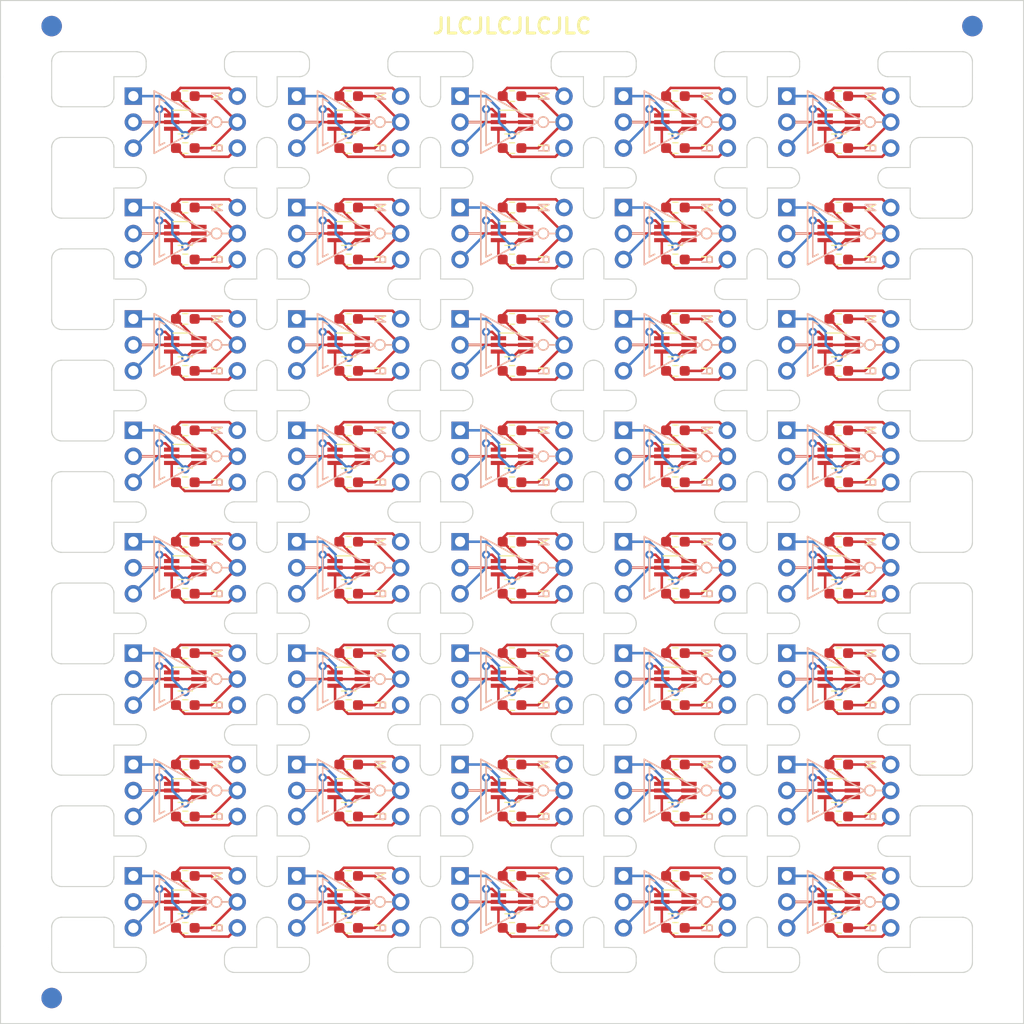
<source format=kicad_pcb>
(kicad_pcb (version 20211014) (generator pcbnew)
  (layers (0 "F.Cu" signal) (31 "B.Cu" signal) (34 "B.Paste" user) (35 "F.Paste" user) (36 "B.SilkS" user "B.Silkscreen") (37 "F.SilkS" user "F.Silkscreen") (38 "B.Mask" user) (39 "F.Mask" user) (44 "Edge.Cuts" user))
  (net 0 "")
  (net 1 "Board_0-In")
  (net 2 "Board_0-Nti")
  (net 3 "Board_0-Out")
  (net 4 "Board_0-Pti")
  (net 5 "Board_0-VDD")
  (net 6 "Board_0-VSS")
  (net 7 "Board_1-In")
  (net 8 "Board_1-Nti")
  (net 9 "Board_1-Out")
  (net 10 "Board_1-Pti")
  (net 11 "Board_1-VDD")
  (net 12 "Board_1-VSS")
  (net 13 "Board_2-In")
  (net 14 "Board_2-Nti")
  (net 15 "Board_2-Out")
  (net 16 "Board_2-Pti")
  (net 17 "Board_2-VDD")
  (net 18 "Board_2-VSS")
  (net 19 "Board_3-In")
  (net 20 "Board_3-Nti")
  (net 21 "Board_3-Out")
  (net 22 "Board_3-Pti")
  (net 23 "Board_3-VDD")
  (net 24 "Board_3-VSS")
  (net 25 "Board_4-In")
  (net 26 "Board_4-Nti")
  (net 27 "Board_4-Out")
  (net 28 "Board_4-Pti")
  (net 29 "Board_4-VDD")
  (net 30 "Board_4-VSS")
  (net 31 "Board_5-In")
  (net 32 "Board_5-Nti")
  (net 33 "Board_5-Out")
  (net 34 "Board_5-Pti")
  (net 35 "Board_5-VDD")
  (net 36 "Board_5-VSS")
  (net 37 "Board_6-In")
  (net 38 "Board_6-Nti")
  (net 39 "Board_6-Out")
  (net 40 "Board_6-Pti")
  (net 41 "Board_6-VDD")
  (net 42 "Board_6-VSS")
  (net 43 "Board_7-In")
  (net 44 "Board_7-Nti")
  (net 45 "Board_7-Out")
  (net 46 "Board_7-Pti")
  (net 47 "Board_7-VDD")
  (net 48 "Board_7-VSS")
  (net 49 "Board_8-In")
  (net 50 "Board_8-Nti")
  (net 51 "Board_8-Out")
  (net 52 "Board_8-Pti")
  (net 53 "Board_8-VDD")
  (net 54 "Board_8-VSS")
  (net 55 "Board_9-In")
  (net 56 "Board_9-Nti")
  (net 57 "Board_9-Out")
  (net 58 "Board_9-Pti")
  (net 59 "Board_9-VDD")
  (net 60 "Board_9-VSS")
  (net 61 "Board_10-In")
  (net 62 "Board_10-Nti")
  (net 63 "Board_10-Out")
  (net 64 "Board_10-Pti")
  (net 65 "Board_10-VDD")
  (net 66 "Board_10-VSS")
  (net 67 "Board_11-In")
  (net 68 "Board_11-Nti")
  (net 69 "Board_11-Out")
  (net 70 "Board_11-Pti")
  (net 71 "Board_11-VDD")
  (net 72 "Board_11-VSS")
  (net 73 "Board_12-In")
  (net 74 "Board_12-Nti")
  (net 75 "Board_12-Out")
  (net 76 "Board_12-Pti")
  (net 77 "Board_12-VDD")
  (net 78 "Board_12-VSS")
  (net 79 "Board_13-In")
  (net 80 "Board_13-Nti")
  (net 81 "Board_13-Out")
  (net 82 "Board_13-Pti")
  (net 83 "Board_13-VDD")
  (net 84 "Board_13-VSS")
  (net 85 "Board_14-In")
  (net 86 "Board_14-Nti")
  (net 87 "Board_14-Out")
  (net 88 "Board_14-Pti")
  (net 89 "Board_14-VDD")
  (net 90 "Board_14-VSS")
  (net 91 "Board_15-In")
  (net 92 "Board_15-Nti")
  (net 93 "Board_15-Out")
  (net 94 "Board_15-Pti")
  (net 95 "Board_15-VDD")
  (net 96 "Board_15-VSS")
  (net 97 "Board_16-In")
  (net 98 "Board_16-Nti")
  (net 99 "Board_16-Out")
  (net 100 "Board_16-Pti")
  (net 101 "Board_16-VDD")
  (net 102 "Board_16-VSS")
  (net 103 "Board_17-In")
  (net 104 "Board_17-Nti")
  (net 105 "Board_17-Out")
  (net 106 "Board_17-Pti")
  (net 107 "Board_17-VDD")
  (net 108 "Board_17-VSS")
  (net 109 "Board_18-In")
  (net 110 "Board_18-Nti")
  (net 111 "Board_18-Out")
  (net 112 "Board_18-Pti")
  (net 113 "Board_18-VDD")
  (net 114 "Board_18-VSS")
  (net 115 "Board_19-In")
  (net 116 "Board_19-Nti")
  (net 117 "Board_19-Out")
  (net 118 "Board_19-Pti")
  (net 119 "Board_19-VDD")
  (net 120 "Board_19-VSS")
  (net 121 "Board_20-In")
  (net 122 "Board_20-Nti")
  (net 123 "Board_20-Out")
  (net 124 "Board_20-Pti")
  (net 125 "Board_20-VDD")
  (net 126 "Board_20-VSS")
  (net 127 "Board_21-In")
  (net 128 "Board_21-Nti")
  (net 129 "Board_21-Out")
  (net 130 "Board_21-Pti")
  (net 131 "Board_21-VDD")
  (net 132 "Board_21-VSS")
  (net 133 "Board_22-In")
  (net 134 "Board_22-Nti")
  (net 135 "Board_22-Out")
  (net 136 "Board_22-Pti")
  (net 137 "Board_22-VDD")
  (net 138 "Board_22-VSS")
  (net 139 "Board_23-In")
  (net 140 "Board_23-Nti")
  (net 141 "Board_23-Out")
  (net 142 "Board_23-Pti")
  (net 143 "Board_23-VDD")
  (net 144 "Board_23-VSS")
  (net 145 "Board_24-In")
  (net 146 "Board_24-Nti")
  (net 147 "Board_24-Out")
  (net 148 "Board_24-Pti")
  (net 149 "Board_24-VDD")
  (net 150 "Board_24-VSS")
  (net 151 "Board_25-In")
  (net 152 "Board_25-Nti")
  (net 153 "Board_25-Out")
  (net 154 "Board_25-Pti")
  (net 155 "Board_25-VDD")
  (net 156 "Board_25-VSS")
  (net 157 "Board_26-In")
  (net 158 "Board_26-Nti")
  (net 159 "Board_26-Out")
  (net 160 "Board_26-Pti")
  (net 161 "Board_26-VDD")
  (net 162 "Board_26-VSS")
  (net 163 "Board_27-In")
  (net 164 "Board_27-Nti")
  (net 165 "Board_27-Out")
  (net 166 "Board_27-Pti")
  (net 167 "Board_27-VDD")
  (net 168 "Board_27-VSS")
  (net 169 "Board_28-In")
  (net 170 "Board_28-Nti")
  (net 171 "Board_28-Out")
  (net 172 "Board_28-Pti")
  (net 173 "Board_28-VDD")
  (net 174 "Board_28-VSS")
  (net 175 "Board_29-In")
  (net 176 "Board_29-Nti")
  (net 177 "Board_29-Out")
  (net 178 "Board_29-Pti")
  (net 179 "Board_29-VDD")
  (net 180 "Board_29-VSS")
  (net 181 "Board_30-In")
  (net 182 "Board_30-Nti")
  (net 183 "Board_30-Out")
  (net 184 "Board_30-Pti")
  (net 185 "Board_30-VDD")
  (net 186 "Board_30-VSS")
  (net 187 "Board_31-In")
  (net 188 "Board_31-Nti")
  (net 189 "Board_31-Out")
  (net 190 "Board_31-Pti")
  (net 191 "Board_31-VDD")
  (net 192 "Board_31-VSS")
  (net 193 "Board_32-In")
  (net 194 "Board_32-Nti")
  (net 195 "Board_32-Out")
  (net 196 "Board_32-Pti")
  (net 197 "Board_32-VDD")
  (net 198 "Board_32-VSS")
  (net 199 "Board_33-In")
  (net 200 "Board_33-Nti")
  (net 201 "Board_33-Out")
  (net 202 "Board_33-Pti")
  (net 203 "Board_33-VDD")
  (net 204 "Board_33-VSS")
  (net 205 "Board_34-In")
  (net 206 "Board_34-Nti")
  (net 207 "Board_34-Out")
  (net 208 "Board_34-Pti")
  (net 209 "Board_34-VDD")
  (net 210 "Board_34-VSS")
  (net 211 "Board_35-In")
  (net 212 "Board_35-Nti")
  (net 213 "Board_35-Out")
  (net 214 "Board_35-Pti")
  (net 215 "Board_35-VDD")
  (net 216 "Board_35-VSS")
  (net 217 "Board_36-In")
  (net 218 "Board_36-Nti")
  (net 219 "Board_36-Out")
  (net 220 "Board_36-Pti")
  (net 221 "Board_36-VDD")
  (net 222 "Board_36-VSS")
  (net 223 "Board_37-In")
  (net 224 "Board_37-Nti")
  (net 225 "Board_37-Out")
  (net 226 "Board_37-Pti")
  (net 227 "Board_37-VDD")
  (net 228 "Board_37-VSS")
  (net 229 "Board_38-In")
  (net 230 "Board_38-Nti")
  (net 231 "Board_38-Out")
  (net 232 "Board_38-Pti")
  (net 233 "Board_38-VDD")
  (net 234 "Board_38-VSS")
  (net 235 "Board_39-In")
  (net 236 "Board_39-Nti")
  (net 237 "Board_39-Out")
  (net 238 "Board_39-Pti")
  (net 239 "Board_39-VDD")
  (net 240 "Board_39-VSS")
  (footprint "NPTH" (layer "F.Cu") (at 37.391666 87.986)
    (fp_text reference "REF**" hide)
    (fp_text value "NPTH" hide)
  )
  (footprint "NPTH" (layer "F.Cu") (at 58.225 38.776)
    (fp_text reference "REF**" hide)
    (fp_text value "NPTH" hide)
  )
  (footprint "NPTH" (layer "F.Cu") (at 77.645 55.306)
    (fp_text reference "REF**" hide)
    (fp_text value "NPTH" hide)
  )
  (footprint "NPTH" (layer "F.Cu") (at 71.785 27.886)
    (fp_text reference "REF**" hide)
    (fp_text value "NPTH" hide)
  )
  (footprint "NPTH" (layer "F.Cu") (at 52.365 44.426)
    (fp_text reference "REF**" hide)
    (fp_text value "NPTH" hide)
  )
  (footprint "NPTH" (layer "F.Cu") (at 81.305 98.866)
    (fp_text reference "REF**" hide)
    (fp_text value "NPTH" hide)
  )
  (footprint "NPTH" (layer "F.Cu") (at 35.391666 98.866)
    (fp_text reference "REF**" hide)
    (fp_text value "NPTH" hide)
  )
  (footprint "NPTH" (layer "F.Cu") (at 55.825 48.666)
    (fp_text reference "REF**" hide)
    (fp_text value "NPTH" hide)
  )
  (footprint "NPTH" (layer "F.Cu") (at 48.705 22.646)
    (fp_text reference "REF**" hide)
    (fp_text value "NPTH" hide)
  )
  (footprint "Package_TO_SOT_SMD:SOT-363_SC-70-6_Handsoldering" (layer "F.Cu") (at 49.035 59.556)
    (fp_text reference "Q1" hide)
    (fp_text value "BSS8402DW-7-F")
  )
  (footprint "NPTH" (layer "F.Cu") (at 44.705 77.086)
    (fp_text reference "REF**" hide)
    (fp_text value "NPTH" hide)
  )
  (footprint "NPTH" (layer "F.Cu") (at 30.738333 77.086)
    (fp_text reference "REF**" hide)
    (fp_text value "NPTH" hide)
  )
  (footprint "NPTH" (layer "F.Cu") (at 87.765 38.776)
    (fp_text reference "REF**" hide)
    (fp_text value "NPTH" hide)
  )
  (footprint "NPTH" (layer "F.Cu") (at 50.365 98.866)
    (fp_text reference "REF**" hide)
    (fp_text value "NPTH" hide)
  )
  (footprint "Tritium:PinHeader_1x03_P2.54mm_Vertical_NoSilkscreen" (layer "F.Cu") (at 91.865 89.686)
    (fp_text reference "J1" hide)
    (fp_text value "Conn_01x03")
  )
  (footprint "NPTH" (layer "F.Cu") (at 32.738333 42.026)
    (fp_text reference "REF**" hide)
    (fp_text value "NPTH" hide)
  )
  (footprint "NPTH" (layer "F.Cu") (at 93.618333 77.086)
    (fp_text reference "REF**" hide)
    (fp_text value "NPTH" hide)
  )
  (footprint "NPTH" (layer "F.Cu") (at 62.678333 87.986)
    (fp_text reference "REF**" hide)
    (fp_text value "NPTH" hide)
  )
  (footprint "NPTH" (layer "F.Cu") (at 26.285 69.446)
    (fp_text reference "REF**" hide)
    (fp_text value "NPTH" hide)
  )
  (footprint "NPTH" (layer "F.Cu") (at 26.085 111.512)
    (fp_text reference "REF**" hide)
    (fp_text value "NPTH" hide)
  )
  (footprint "NPTH" (layer "F.Cu") (at 90.165 81.336)
    (fp_text reference "REF**" hide)
    (fp_text value "NPTH" hide)
  )
  (footprint "NPTH" (layer "F.Cu") (at 65.331666 42.026)
    (fp_text reference "REF**" hide)
    (fp_text value "NPTH" hide)
  )
  (footprint "NPTH" (layer "F.Cu") (at 55.825 70.446)
    (fp_text reference "REF**" hide)
    (fp_text value "NPTH" hide)
  )
  (footprint "NPTH" (layer "F.Cu") (at 63.678333 96.466)
    (fp_text reference "REF**" hide)
    (fp_text value "NPTH" hide)
  )
  (footprint "Resistor_SMD:R_0603_1608Metric_Pad0.98x0.95mm_HandSolder" (layer "F.Cu") (at 33.065 105.656)
    (fp_text reference "R1" hide)
    (fp_text value "12k")
  )
  (footprint "NPTH" (layer "F.Cu") (at 35.391666 87.986)
    (fp_text reference "REF**" hide)
    (fp_text value "NPTH" hide)
  )
  (footprint "Resistor_SMD:R_0603_1608Metric_Pad0.98x0.95mm_HandSolder" (layer "F.Cu") (at 96.945 72.986)
    (fp_text reference "R1" hide)
    (fp_text value "12k")
  )
  (footprint "Tritium:PinHeader_1x03_P2.54mm_Vertical_NoSilkscreen" (layer "F.Cu") (at 38.145 78.796)
    (fp_text reference "J2" hide)
    (fp_text value "Conn_01x03")
  )
  (footprint "NPTH" (layer "F.Cu") (at 49.365 31.126)
    (fp_text reference "REF**" hide)
    (fp_text value "NPTH" hide)
  )
  (footprint "NPTH" (layer "F.Cu") (at 90.165 39.776)
    (fp_text reference "REF**" hide)
    (fp_text value "NPTH" hide)
  )
  (footprint "NPTH" (layer "F.Cu") (at 99.271666 107.366)
    (fp_text reference "REF**" hide)
    (fp_text value "NPTH" hide)
  )
  (footprint "NPTH" (layer "F.Cu") (at 82.305 66.206)
    (fp_text reference "REF**" hide)
    (fp_text value "NPTH" hide)
  )
  (footprint "Resistor_SMD:R_0603_1608Metric_Pad0.98x0.95mm_HandSolder" (layer "F.Cu") (at 96.945 29.426)
    (fp_text reference "R1" hide)
    (fp_text value "12k")
  )
  (footprint "NPTH" (layer "F.Cu") (at 82.305 22.646)
    (fp_text reference "REF**" hide)
    (fp_text value "NPTH" hide)
  )
  (footprint "NPTH" (layer "F.Cu") (at 103.725 28.886)
    (fp_text reference "REF**" hide)
    (fp_text value "NPTH" hide)
  )
  (footprint "NPTH" (layer "F.Cu") (at 74.185 28.886)
    (fp_text reference "REF**" hide)
    (fp_text value "NPTH" hide)
  )
  (footprint "Package_TO_SOT_SMD:SOT-363_SC-70-6_Handsoldering" (layer "F.Cu") (at 80.975 92.226)
    (fp_text reference "Q1" hide)
    (fp_text value "BSS8402DW-7-F")
  )
  (footprint "Resistor_SMD:R_0603_1608Metric_Pad0.98x0.95mm_HandSolder" (layer "F.Cu") (at 80.975 46.126 180)
    (fp_text reference "R2" hide)
    (fp_text value "12k")
  )
  (footprint "NPTH" (layer "F.Cu") (at 76.645 52.906)
    (fp_text reference "REF**" hide)
    (fp_text value "NPTH" hide)
  )
  (footprint "NPTH" (layer "F.Cu") (at 84.305 96.466)
    (fp_text reference "REF**" hide)
    (fp_text value "NPTH" hide)
  )
  (footprint "NPTH" (layer "F.Cu") (at 81.305 77.086)
    (fp_text reference "REF**" hide)
    (fp_text value "NPTH" hide)
  )
  (footprint "NPTH" (layer "F.Cu") (at 101.271666 33.526)
    (fp_text reference "REF**" hide)
    (fp_text value "NPTH" hide)
  )
  (footprint "Tritium:PinHeader_1x03_P2.54mm_Vertical_NoSilkscreen" (layer "F.Cu") (at 27.985 100.576)
    (fp_text reference "J1" hide)
    (fp_text value "Conn_01x03")
  )
  (footprint "NPTH" (layer "F.Cu") (at 47.705 98.866)
    (fp_text reference "REF**" hide)
    (fp_text value "NPTH" hide)
  )
  (footprint "NPTH" (layer "F.Cu") (at 58.225 90.226)
    (fp_text reference "REF**" hide)
    (fp_text value "NPTH" hide)
  )
  (footprint "NPTH" (layer "F.Cu") (at 97.271666 55.306)
    (fp_text reference "REF**" hide)
    (fp_text value "NPTH" hide)
  )
  (footprint "NPTH" (layer "F.Cu") (at 26.285 25.886)
    (fp_text reference "REF**" hide)
    (fp_text value "NPTH" hide)
  )
  (footprint "NPTH" (layer "F.Cu") (at 26.285 94.226)
    (fp_text reference "REF**" hide)
    (fp_text value "NPTH" hide)
  )
  (footprint "NPTH" (layer "F.Cu") (at 31.738333 107.366)
    (fp_text reference "REF**" hide)
    (fp_text value "NPTH" hide)
  )
  (footprint "NPTH" (layer "F.Cu") (at 46.705 22.646)
    (fp_text reference "REF**" hide)
    (fp_text value "NPTH" hide)
  )
  (footprint "NPTH" (layer "F.Cu") (at 90.165 79.336)
    (fp_text reference "REF**" hide)
    (fp_text value "NPTH" hide)
  )
  (footprint "NPTH" (layer "F.Cu") (at 99.271666 33.526)
    (fp_text reference "REF**" hide)
    (fp_text value "NPTH" hide)
  )
  (footprint "NPTH" (layer "F.Cu") (at 68.331666 55.306)
    (fp_text reference "REF**" hide)
    (fp_text value "NPTH" hide)
  )
  (footprint "NPTH" (layer "F.Cu") (at 67.331666 33.526)
    (fp_text reference "REF**" hide)
    (fp_text value "NPTH" hide)
  )
  (footprint "NPTH" (layer "F.Cu") (at 103.725 47.666)
    (fp_text reference "REF**" hide)
    (fp_text value "NPTH" hide)
  )
  (footprint "Tritium:PinHeader_1x03_P2.54mm_Vertical_NoSilkscreen" (layer "F.Cu") (at 43.955 78.796)
    (fp_text reference "J1" hide)
    (fp_text value "Conn_01x03")
  )
  (footprint "NPTH" (layer "F.Cu") (at 35.391666 55.306)
    (fp_text reference "REF**" hide)
    (fp_text value "NPTH" hide)
  )
  (footprint "NPTH" (layer "F.Cu") (at 32.738333 74.686)
    (fp_text reference "REF**" hide)
    (fp_text value "NPTH" hide)
  )
  (footprint "NPTH" (layer "F.Cu") (at 96.618333 42.026)
    (fp_text reference "REF**" hide)
    (fp_text value "NPTH" hide)
  )
  (footprint "NPTH" (layer "F.Cu") (at 48.705 66.206)
    (fp_text reference "REF**" hide)
    (fp_text value "NPTH" hide)
  )
  (footprint "NPTH" (layer "F.Cu") (at 30.738333 33.526)
    (fp_text reference "REF**" hide)
    (fp_text value "NPTH" hide)
  )
  (footprint "NPTH" (layer "F.Cu") (at 53.365 55.306)
    (fp_text reference "REF**" hide)
    (fp_text value "NPTH" hide)
  )
  (footprint "Package_TO_SOT_SMD:SOT-363_SC-70-6_Handsoldering" (layer "F.Cu") (at 33.065 59.556)
    (fp_text reference "Q1" hide)
    (fp_text value "BSS8402DW-7-F")
  )
  (footprint "NPTH" (layer "F.Cu") (at 45.705 44.426)
    (fp_text reference "REF**" hide)
    (fp_text value "NPTH" hide)
  )
  (footprint "NPTH" (layer "F.Cu") (at 55.825 26.886)
    (fp_text reference "REF**" hide)
    (fp_text value "NPTH" hide)
  )
  (footprint "NPTH" (layer "F.Cu") (at 44.705 85.586)
    (fp_text reference "REF**" hide)
    (fp_text value "NPTH" hide)
  )
  (footprint "NPTH" (layer "F.Cu") (at 85.305 22.646)
    (fp_text reference "REF**" hide)
    (fp_text value "NPTH" hide)
  )
  (footprint "NPTH" (layer "F.Cu") (at 51.365 31.126)
    (fp_text reference "REF**" hide)
    (fp_text value "NPTH" hide)
  )
  (footprint "NPTH" (layer "F.Cu") (at 26.285 83.336)
    (fp_text reference "REF**" hide)
    (fp_text value "NPTH" hide)
  )
  (footprint "NPTH" (layer "F.Cu") (at 53.365 107.366)
    (fp_text reference "REF**" hide)
    (fp_text value "NPTH" hide)
  )
  (footprint "NPTH" (layer "F.Cu") (at 71.785 93.226)
    (fp_text reference "REF**" hide)
    (fp_text value "NPTH" hide)
  )
  (footprint "NPTH" (layer "F.Cu") (at 83.305 66.206)
    (fp_text reference "REF**" hide)
    (fp_text value "NPTH" hide)
  )
  (footprint "Resistor_SMD:R_0603_1608Metric_Pad0.98x0.95mm_HandSolder" (layer "F.Cu") (at 80.975 57.016 180)
    (fp_text reference "R2" hide)
    (fp_text value "12k")
  )
  (footprint "NPTH" (layer "F.Cu") (at 101.271666 52.906)
    (fp_text reference "REF**" hide)
    (fp_text value "NPTH" hide)
  )
  (footprint "NPTH" (layer "F.Cu") (at 82.305 55.306)
    (fp_text reference "REF**" hide)
    (fp_text value "NPTH" hide)
  )
  (footprint "Resistor_SMD:R_0603_1608Metric_Pad0.98x0.95mm_HandSolder" (layer "F.Cu") (at 49.035 94.766)
    (fp_text reference "R1" hide)
    (fp_text value "12k")
  )
  (footprint "NPTH" (layer "F.Cu") (at 42.245 103.116)
    (fp_text reference "REF**" hide)
    (fp_text value "NPTH" hide)
  )
  (footprint "Package_TO_SOT_SMD:SOT-363_SC-70-6_Handsoldering" (layer "F.Cu") (at 96.945 37.776)
    (fp_text reference "Q1" hide)
    (fp_text value "BSS8402DW-7-F")
  )
  (footprint "NPTH" (layer "F.Cu") (at 78.645 55.306)
    (fp_text reference "REF**" hide)
    (fp_text value "NPTH" hide)
  )
  (footprint "NPTH" (layer "F.Cu") (at 39.845 57.556)
    (fp_text reference "REF**" hide)
    (fp_text value "NPTH" hide)
  )
  (footprint "NPTH" (layer "F.Cu") (at 97.271666 77.086)
    (fp_text reference "REF**" hide)
    (fp_text value "NPTH" hide)
  )
  (footprint "NPTH" (layer "F.Cu") (at 61.678333 66.206)
    (fp_text reference "REF**" hide)
    (fp_text value "NPTH" hide)
  )
  (footprint "NPTH" (layer "F.Cu") (at 90.165 36.776)
    (fp_text reference "REF**" hide)
    (fp_text value "NPTH" hide)
  )
  (footprint "NPTH" (layer "F.Cu") (at 103.725 60.556)
    (fp_text reference "REF**" hide)
    (fp_text value "NPTH" hide)
  )
  (footprint "NPTH" (layer "F.Cu") (at 50.365 55.306)
    (fp_text reference "REF**" hide)
    (fp_text value "NPTH" hide)
  )
  (footprint "NPTH" (layer "F.Cu") (at 97.271666 33.526)
    (fp_text reference "REF**" hide)
    (fp_text value "NPTH" hide)
  )
  (footprint "NPTH" (layer "F.Cu") (at 103.725 81.336)
    (fp_text reference "REF**" hide)
    (fp_text value "NPTH" hide)
  )
  (footprint "NPTH" (layer "F.Cu") (at 96.618333 63.806)
    (fp_text reference "REF**" hide)
    (fp_text value "NPTH" hide)
  )
  (footprint "NPTH" (layer "F.Cu") (at 31.738333 66.206)
    (fp_text reference "REF**" hide)
    (fp_text value "NPTH" hide)
  )
  (footprint "NPTH" (layer "F.Cu") (at 28.738333 33.526)
    (fp_text reference "REF**" hide)
    (fp_text value "NPTH" hide)
  )
  (footprint "Package_TO_SOT_SMD:SOT-363_SC-70-6_Handsoldering" (layer "F.Cu") (at 33.065 48.666)
    (fp_text reference "Q1" hide)
    (fp_text value "BSS8402DW-7-F")
  )
  (footprint "NPTH" (layer "F.Cu") (at 103.725 39.776)
    (fp_text reference "REF**" hide)
    (fp_text value "NPTH" hide)
  )
  (footprint "NPTH" (layer "F.Cu") (at 48.705 107.366)
    (fp_text reference "REF**" hide)
    (fp_text value "NPTH" hide)
  )
  (footprint "NPTH" (layer "F.Cu") (at 103.725 82.336)
    (fp_text reference "REF**" hide)
    (fp_text value "NPTH" hide)
  )
  (footprint "NPTH" (layer "F.Cu") (at 81.305 52.906)
    (fp_text reference "REF**" hide)
    (fp_text value "NPTH" hide)
  )
  (footprint "NPTH" (layer "F.Cu") (at 29.738333 42.026)
    (fp_text reference "REF**" hide)
    (fp_text value "NPTH" hide)
  )
  (footprint "NPTH" (layer "F.Cu") (at 32.738333 44.426)
    (fp_text reference "REF**" hide)
    (fp_text value "NPTH" hide)
  )
  (footprint "Tritium:PinHeader_1x03_P2.54mm_Vertical_NoSilkscreen" (layer "F.Cu") (at 102.025 35.236)
    (fp_text reference "J2" hide)
    (fp_text value "Conn_01x03")
  )
  (footprint "NPTH" (layer "F.Cu") (at 53.365 96.466)
    (fp_text reference "REF**" hide)
    (fp_text value "NPTH" hide)
  )
  (footprint "NPTH" (layer "F.Cu") (at 48.705 98.866)
    (fp_text reference "REF**" hide)
    (fp_text value "NPTH" hide)
  )
  (footprint "NPTH" (layer "F.Cu") (at 39.845 68.446)
    (fp_text reference "REF**" hide)
    (fp_text value "NPTH" hide)
  )
  (footprint "NPTH" (layer "F.Cu") (at 39.845 49.666)
    (fp_text reference "REF**" hide)
    (fp_text value "NPTH" hide)
  )
  (footprint "NPTH" (layer "F.Cu") (at 61.678333 85.586)
    (fp_text reference "REF**" hide)
    (fp_text value "NPTH" hide)
  )
  (footprint "Tritium:PinHeader_1x03_P2.54mm_Vertical_NoSilkscreen" (layer "F.Cu") (at 59.925 67.906)
    (fp_text reference "J1" hide)
    (fp_text value "Conn_01x03")
  )
  (footprint "NPTH" (layer "F.Cu") (at 87.765 57.556)
    (fp_text reference "REF**" hide)
    (fp_text value "NPTH" hide)
  )
  (footprint "NPTH" (layer "F.Cu") (at 77.645 96.466)
    (fp_text reference "REF**" hide)
    (fp_text value "NPTH" hide)
  )
  (footprint "Package_TO_SOT_SMD:SOT-363_SC-70-6_Handsoldering" (layer "F.Cu") (at 80.975 26.886)
    (fp_text reference "Q1" hide)
    (fp_text value "BSS8402DW-7-F")
  )
  (footprint "NPTH" (layer "F.Cu") (at 29.738333 52.906)
    (fp_text reference "REF**" hide)
    (fp_text value "NPTH" hide)
  )
  (footprint "NPTH" (layer "F.Cu") (at 65.331666 98.866)
    (fp_text reference "REF**" hide)
    (fp_text value "NPTH" hide)
  )
  (footprint "NPTH" (layer "F.Cu") (at 53.365 44.426)
    (fp_text reference "REF**" hide)
    (fp_text value "NPTH" hide)
  )
  (footprint "NPTH" (layer "F.Cu") (at 98.271666 74.686)
    (fp_text reference "REF**" hide)
    (fp_text value "NPTH" hide)
  )
  (footprint "NPTH" (layer "F.Cu") (at 60.678333 74.686)
    (fp_text reference "REF**" hide)
    (fp_text value "NPTH" hide)
  )
  (footprint "NPTH" (layer "F.Cu") (at 37.391666 55.306)
    (fp_text reference "REF**" hide)
    (fp_text value "NPTH" hide)
  )
  (footprint "NPTH" (layer "F.Cu") (at 92.618333 33.526)
    (fp_text reference "REF**" hide)
    (fp_text value "NPTH" hide)
  )
  (footprint "NPTH" (layer "F.Cu") (at 71.785 39.776)
    (fp_text reference "REF**" hide)
    (fp_text value "NPTH" hide)
  )
  (footprint "NPTH" (layer "F.Cu") (at 74.185 47.666)
    (fp_text reference "REF**" hide)
    (fp_text value "NPTH" hide)
  )
  (footprint "NPTH" (layer "F.Cu") (at 113.51 22.446)
    (fp_text reference "REF**" hide)
    (fp_text value "NPTH" hide)
  )
  (footprint "NPTH" (layer "F.Cu") (at 32.738333 52.906)
    (fp_text reference "REF**" hide)
    (fp_text value "NPTH" hide)
  )
  (footprint "Resistor_SMD:R_0603_1608Metric_Pad0.98x0.95mm_HandSolder" (layer "F.Cu") (at 65.005 40.316)
    (fp_text reference "R1" hide)
    (fp_text value "12k")
  )
  (footprint "NPTH" (layer "F.Cu") (at 103.725 58.556)
    (fp_text reference "REF**" hide)
    (fp_text value "NPTH" hide)
  )
  (footprint "NPTH" (layer "F.Cu") (at 33.391666 31.126)
    (fp_text reference "REF**" hide)
    (fp_text value "NPTH" hide)
  )
  (footprint "NPTH" (layer "F.Cu") (at 81.305 55.306)
    (fp_text reference "REF**" hide)
    (fp_text value "NPTH" hide)
  )
  (footprint "NPTH" (layer "F.Cu") (at 90.165 104.116)
    (fp_text reference "REF**" hide)
    (fp_text value "NPTH" hide)
  )
  (footprint "NPTH" (layer "F.Cu") (at 98.271666 42.026)
    (fp_text reference "REF**" hide)
    (fp_text value "NPTH" hide)
  )
  (footprint "Tritium:PinHeader_1x03_P2.54mm_Vertical_NoSilkscreen" (layer "F.Cu") (at 54.115 89.686)
    (fp_text reference "J2" hide)
    (fp_text value "Conn_01x03")
  )
  (footprint "NPTH" (layer "F.Cu") (at 103.725 83.336)
    (fp_text reference "REF**" hide)
    (fp_text value "NPTH" hide)
  )
  (footprint "NPTH" (layer "F.Cu") (at 76.645 66.206)
    (fp_text reference "REF**" hide)
    (fp_text value "NPTH" hide)
  )
  (footprint "NPTH" (layer "F.Cu") (at 47.705 33.526)
    (fp_text reference "REF**" hide)
    (fp_text value "NPTH" hide)
  )
  (footprint "NPTH" (layer "F.Cu") (at 39.845 36.776)
    (fp_text reference "REF**" hide)
    (fp_text value "NPTH" hide)
  )
  (footprint "NPTH" (layer "F.Cu") (at 67.331666 96.466)
    (fp_text reference "REF**" hide)
    (fp_text value "NPTH" hide)
  )
  (footprint "NPTH" (layer "F.Cu") (at 82.305 74.686)
    (fp_text reference "REF**" hide)
    (fp_text value "NPTH" hide)
  )
  (footprint "NPTH" (layer "F.Cu") (at 111.51 107.566)
    (fp_text reference "REF**" hide)
    (fp_text value "NPTH" hide)
  )
  (footprint "NPTH" (layer "F.Cu") (at 55.825 35.776)
    (fp_text reference "REF**" hide)
    (fp_text value "NPTH" hide)
  )
  (footprint "NPTH" (layer "F.Cu") (at 98.271666 52.906)
    (fp_text reference "REF**" hide)
    (fp_text value "NPTH" hide)
  )
  (footprint "NPTH" (layer "F.Cu") (at 50.365 42.026)
    (fp_text reference "REF**" hide)
    (fp_text value "NPTH" hide)
  )
  (footprint "NPTH" (layer "F.Cu") (at 71.785 94.226)
    (fp_text reference "REF**" hide)
    (fp_text value "NPTH" hide)
  )
  (footprint "Package_TO_SOT_SMD:SOT-363_SC-70-6_Handsoldering" (layer "F.Cu") (at 96.945 92.226)
    (fp_text reference "Q1" hide)
    (fp_text value "BSS8402DW-7-F")
  )
  (footprint "Package_TO_SOT_SMD:SOT-363_SC-70-6_Handsoldering" (layer "F.Cu") (at 49.035 92.226)
    (fp_text reference "Q1" hide)
    (fp_text value "BSS8402DW-7-F")
  )
  (footprint "NPTH" (layer "F.Cu") (at 26.085 18.5)
    (fp_text reference "REF**" hide)
    (fp_text value "NPTH" hide)
  )
  (footprint "Resistor_SMD:R_0603_1608Metric_Pad0.98x0.95mm_HandSolder" (layer "F.Cu") (at 49.035 57.016 180)
    (fp_text reference "R2" hide)
    (fp_text value "12k")
  )
  (footprint "NPTH" (layer "F.Cu") (at 95.618333 96.466)
    (fp_text reference "REF**" hide)
    (fp_text value "NPTH" hide)
  )
  (footprint "NPTH" (layer "F.Cu") (at 61.678333 33.526)
    (fp_text reference "REF**" hide)
    (fp_text value "NPTH" hide)
  )
  (footprint "NPTH" (layer "F.Cu") (at 96.618333 107.366)
    (fp_text reference "REF**" hide)
    (fp_text value "NPTH" hide)
  )
  (footprint "NPTH" (layer "F.Cu") (at 46.705 63.806)
    (fp_text reference "REF**" hide)
    (fp_text value "NPTH" hide)
  )
  (footprint "NPTH" (layer "F.Cu") (at 95.618333 33.526)
    (fp_text reference "REF**" hide)
    (fp_text value "NPTH" hide)
  )
  (footprint "NPTH" (layer "F.Cu") (at 44.705 66.206)
    (fp_text reference "REF**" hide)
    (fp_text value "NPTH" hide)
  )
  (footprint "NPTH" (layer "F.Cu") (at 67.331666 77.086)
    (fp_text reference "REF**" hide)
    (fp_text value "NPTH" hide)
  )
  (footprint "NPTH" (layer "F.Cu") (at 87.765 35.776)
    (fp_text reference "REF**" hide)
    (fp_text value "NPTH" hide)
  )
  (footprint "NPTH" (layer "F.Cu") (at 61.678333 52.906)
    (fp_text reference "REF**" hide)
    (fp_text value "NPTH" hide)
  )
  (footprint "NPTH" (layer "F.Cu") (at 68.331666 98.866)
    (fp_text reference "REF**" hide)
    (fp_text value "NPTH" hide)
  )
  (footprint "Tritium:PinHeader_1x03_P2.54mm_Vertical_NoSilkscreen" (layer "F.Cu") (at 54.115 46.126)
    (fp_text reference "J2" hide)
    (fp_text value "Conn_01x03")
  )
  (footprint "NPTH" (layer "F.Cu") (at 29.738333 44.426)
    (fp_text reference "REF**" hide)
    (fp_text value "NPTH" hide)
  )
  (footprint "NPTH" (layer "F.Cu") (at 83.305 31.126)
    (fp_text reference "REF**" hide)
    (fp_text value "NPTH" hide)
  )
  (footprint "Resistor_SMD:R_0603_1608Metric_Pad0.98x0.95mm_HandSolder" (layer "F.Cu") (at 65.005 51.206)
    (fp_text reference "R1" hide)
    (fp_text value "12k")
  )
  (footprint "NPTH" (layer "F.Cu") (at 64.678333 87.986)
    (fp_text reference "REF**" hide)
    (fp_text value "NPTH" hide)
  )
  (footprint "NPTH" (layer "F.Cu") (at 63.678333 22.646)
    (fp_text reference "REF**" hide)
    (fp_text value "NPTH" hide)
  )
  (footprint "NPTH" (layer "F.Cu") (at 45.705 77.086)
    (fp_text reference "REF**" hide)
    (fp_text value "NPTH" hide)
  )
  (footprint "Resistor_SMD:R_0603_1608Metric_Pad0.98x0.95mm_HandSolder" (layer "F.Cu") (at 49.035 62.096)
    (fp_text reference "R1" hide)
    (fp_text value "12k")
  )
  (footprint "NPTH" (layer "F.Cu") (at 62.678333 52.906)
    (fp_text reference "REF**" hide)
    (fp_text value "NPTH" hide)
  )
  (footprint "NPTH" (layer "F.Cu") (at 87.765 102.116)
    (fp_text reference "REF**" hide)
    (fp_text value "NPTH" hide)
  )
  (footprint "NPTH" (layer "F.Cu") (at 55.825 36.776)
    (fp_text reference "REF**" hide)
    (fp_text value "NPTH" hide)
  )
  (footprint "NPTH" (layer "F.Cu") (at 84.305 42.026)
    (fp_text reference "REF**" hide)
    (fp_text value "NPTH" hide)
  )
  (footprint "NPTH" (layer "F.Cu") (at 78.645 107.366)
    (fp_text reference "REF**" hide)
    (fp_text value "NPTH" hide)
  )
  (footprint "NPTH" (layer "F.Cu") (at 37.391666 44.426)
    (fp_text reference "REF**" hide)
    (fp_text value "NPTH" hide)
  )
  (footprint "NPTH" (layer "F.Cu") (at 96.618333 77.086)
    (fp_text reference "REF**" hide)
    (fp_text value "NPTH" hide)
  )
  (footprint "NPTH" (layer "F.Cu") (at 103.725 35.776)
    (fp_text reference "REF**" hide)
    (fp_text value "NPTH" hide)
  )
  (footprint "NPTH" (layer "F.Cu") (at 82.305 44.426)
    (fp_text reference "REF**" hide)
    (fp_text value "NPTH" hide)
  )
  (footprint "NPTH" (layer "F.Cu") (at 35.391666 74.686)
    (fp_text reference "REF**" hide)
    (fp_text value "NPTH" hide)
  )
  (footprint "Tritium:PinHeader_1x03_P2.54mm_Vertical_NoSilkscreen" (layer "F.Cu") (at 86.055 78.796)
    (fp_text reference "J2" hide)
    (fp_text value "Conn_01x03")
  )
  (footprint "NPTH" (layer "F.Cu") (at 67.331666 98.866)
    (fp_text reference "REF**" hide)
    (fp_text value "NPTH" hide)
  )
  (footprint "NPTH" (layer "F.Cu") (at 60.678333 77.086)
    (fp_text reference "REF**" hide)
    (fp_text value "NPTH" hide)
  )
  (footprint "Resistor_SMD:R_0603_1608Metric_Pad0.98x0.95mm_HandSolder" (layer "F.Cu") (at 80.975 24.346 180)
    (fp_text reference "R2" hide)
    (fp_text value "12k")
  )
  (footprint "NPTH" (layer "F.Cu") (at 103.725 25.886)
    (fp_text reference "REF**" hide)
    (fp_text value "NPTH" hide)
  )
  (footprint "NPTH" (layer "F.Cu") (at 85.305 55.306)
    (fp_text reference "REF**" hide)
    (fp_text value "NPTH" hide)
  )
  (footprint "Package_TO_SOT_SMD:SOT-363_SC-70-6_Handsoldering" (layer "F.Cu") (at 65.005 37.776)
    (fp_text reference "Q1" hide)
    (fp_text value "BSS8402DW-7-F")
  )
  (footprint "NPTH" (layer "F.Cu") (at 98.271666 98.866)
    (fp_text reference "REF**" hide)
    (fp_text value "NPTH" hide)
  )
  (footprint "NPTH" (layer "F.Cu") (at 60.678333 55.306)
    (fp_text reference "REF**" hide)
    (fp_text value "NPTH" hide)
  )
  (footprint "NPTH" (layer "F.Cu") (at 96.618333 74.686)
    (fp_text reference "REF**" hide)
    (fp_text value "NPTH" hide)
  )
  (footprint "NPTH" (layer "F.Cu") (at 85.305 85.586)
    (fp_text reference "REF**" hide)
    (fp_text value "NPTH" hide)
  )
  (footprint "NPTH" (layer "F.Cu") (at 48.705 63.806)
    (fp_text reference "REF**" hide)
    (fp_text value "NPTH" hide)
  )
  (footprint "NPTH" (layer "F.Cu") (at 33.391666 74.686)
    (fp_text reference "REF**" hide)
    (fp_text value "NPTH" hide)
  )
  (footprint "NPTH" (layer "F.Cu") (at 50.365 77.086)
    (fp_text reference "REF**" hide)
    (fp_text value "NPTH" hide)
  )
  (footprint "NPTH" (layer "F.Cu") (at 74.185 36.776)
    (fp_text reference "REF**" hide)
    (fp_text value "NPTH" hide)
  )
  (footprint "NPTH" (layer "F.Cu") (at 103.725 57.556)
    (fp_text reference "REF**" hide)
    (fp_text value "NPTH" hide)
  )
  (footprint "NPTH" (layer "F.Cu") (at 96.618333 31.126)
    (fp_text reference "REF**" hide)
    (fp_text value "NPTH" hide)
  )
  (footprint "Resistor_SMD:R_0603_1608Metric_Pad0.98x0.95mm_HandSolder" (layer "F.Cu") (at 33.065 62.096)
    (fp_text reference "R1" hide)
    (fp_text value "12k")
  )
  (footprint "Resistor_SMD:R_0603_1608Metric_Pad0.98x0.95mm_HandSolder" (layer "F.Cu") (at 65.005 24.346 180)
    (fp_text reference "R2" hide)
    (fp_text value "12k")
  )
  (footprint "Fiducial" (layer "F.Cu") (at 110.01 17.5)
    (fp_text reference "REF**" hide)
    (fp_text value "Fiducial" hide)
  )
  (footprint "NPTH" (layer "F.Cu") (at 90.165 47.666)
    (fp_text reference "REF**" hide)
    (fp_text value "NPTH" hide)
  )
  (footprint "Tritium:PinHeader_1x03_P2.54mm_Vertical_NoSilkscreen" (layer "F.Cu") (at 91.865 35.236)
    (fp_text reference "J1" hide)
    (fp_text value "Conn_01x03")
  )
  (footprint "NPTH" (layer "F.Cu") (at 48.705 42.026)
    (fp_text reference "REF**" hide)
    (fp_text value "NPTH" hide)
  )
  (footprint "NPTH" (layer "F.Cu") (at 39.845 35.776)
    (fp_text reference "REF**" hide)
    (fp_text value "NPTH" hide)
  )
  (footprint "NPTH" (layer "F.Cu") (at 52.365 55.306)
    (fp_text reference "REF**" hide)
    (fp_text value "NPTH" hide)
  )
  (footprint "NPTH" (layer "F.Cu") (at 30.738333 74.686)
    (fp_text reference "REF**" hide)
    (fp_text value "NPTH" hide)
  )
  (footprint "NPTH" (layer "F.Cu") (at 31.738333 31.126)
    (fp_text reference "REF**" hide)
    (fp_text value "NPTH" hide)
  )
  (footprint "NPTH" (layer "F.Cu") (at 26.085 113.512)
    (fp_text reference "REF**" hide)
    (fp_text value "NPTH" hide)
  )
  (footprint "NPTH" (layer "F.Cu") (at 100.271666 22.646)
    (fp_text reference "REF**" hide)
    (fp_text value "NPTH" hide)
  )
  (footprint "NPTH" (layer "F.Cu") (at 66.331666 66.206)
    (fp_text reference "REF**" hide)
    (fp_text value "NPTH" hide)
  )
  (footprint "NPTH" (layer "F.Cu") (at 87.765 46.666)
    (fp_text reference "REF**" hide)
    (fp_text value "NPTH" hide)
  )
  (footprint "NPTH" (layer "F.Cu") (at 29.738333 55.306)
    (fp_text reference "REF**" hide)
    (fp_text value "NPTH" hide)
  )
  (footprint "Resistor_SMD:R_0603_1608Metric_Pad0.98x0.95mm_HandSolder" (layer "F.Cu") (at 65.005 89.686 180)
    (fp_text reference "R2" hide)
    (fp_text value "12k")
  )
  (footprint "NPTH" (layer "F.Cu") (at 37.391666 33.526)
    (fp_text reference "REF**" hide)
    (fp_text value "NPTH" hide)
  )
  (footprint "Tritium:PinHeader_1x03_P2.54mm_Vertical_NoSilkscreen" (layer "F.Cu") (at 70.085 24.346)
    (fp_text reference "J2" hide)
    (fp_text value "Conn_01x03")
  )
  (footprint "NPTH" (layer "F.Cu") (at 74.185 81.336)
    (fp_text reference "REF**" hide)
    (fp_text value "NPTH" hide)
  )
  (footprint "NPTH" (layer "F.Cu") (at 28.738333 96.466)
    (fp_text reference "REF**" hide)
    (fp_text value "NPTH" hide)
  )
  (footprint "NPTH" (layer "F.Cu") (at 39.845 72.446)
    (fp_text reference "REF**" hide)
    (fp_text value "NPTH" hide)
  )
  (footprint "NPTH" (layer "F.Cu") (at 42.245 58.556)
    (fp_text reference "REF**" hide)
    (fp_text value "NPTH" hide)
  )
  (footprint "NPTH" (layer "F.Cu") (at 33.391666 42.026)
    (fp_text reference "REF**" hide)
    (fp_text value "NPTH" hide)
  )
  (footprint "NPTH" (layer "F.Cu") (at 66.331666 98.866)
    (fp_text reference "REF**" hide)
    (fp_text value "NPTH" hide)
  )
  (footprint "NPTH" (layer "F.Cu") (at 92.618333 87.986)
    (fp_text reference "REF**" hide)
    (fp_text value "NPTH" hide)
  )
  (footprint "NPTH" (layer "F.Cu") (at 42.245 50.666)
    (fp_text reference "REF**" hide)
    (fp_text value "NPTH" hide)
  )
  (footprint "NPTH" (layer "F.Cu") (at 33.391666 77.086)
    (fp_text reference "REF**" hide)
    (fp_text value "NPTH" hide)
  )
  (footprint "NPTH" (layer "F.Cu") (at 92.618333 55.306)
    (fp_text reference "REF**" hide)
    (fp_text value "NPTH" hide)
  )
  (footprint "NPTH" (layer "F.Cu") (at 78.645 22.646)
    (fp_text reference "REF**" hide)
    (fp_text value "NPTH" hide)
  )
  (footprint "Resistor_SMD:R_0603_1608Metric_Pad0.98x0.95mm_HandSolder" (layer "F.Cu") (at 80.975 40.316)
    (fp_text reference "R1" hide)
    (fp_text value "12k")
  )
  (footprint "NPTH" (layer "F.Cu") (at 69.331666 74.686)
    (fp_text reference "REF**" hide)
    (fp_text value "NPTH" hide)
  )
  (footprint "Resistor_SMD:R_0603_1608Metric_Pad0.98x0.95mm_HandSolder" (layer "F.Cu") (at 80.975 83.876)
    (fp_text reference "R1" hide)
    (fp_text value "12k")
  )
  (footprint "Tritium:PinHeader_1x03_P2.54mm_Vertical_NoSilkscreen" (layer "F.Cu") (at 27.985 78.796)
    (fp_text reference "J1" hide)
    (fp_text value "Conn_01x03")
  )
  (footprint "NPTH" (layer "F.Cu") (at 87.765 80.336)
    (fp_text reference "REF**" hide)
    (fp_text value "NPTH" hide)
  )
  (footprint "NPTH" (layer "F.Cu") (at 90.165 90.226)
    (fp_text reference "REF**" hide)
    (fp_text value "NPTH" hide)
  )
  (footprint "NPTH" (layer "F.Cu") (at 101.271666 87.986)
    (fp_text reference "REF**" hide)
    (fp_text value "NPTH" hide)
  )
  (footprint "NPTH" (layer "F.Cu") (at 26.285 46.666)
    (fp_text reference "REF**" hide)
    (fp_text value "NPTH" hide)
  )
  (footprint "NPTH" (layer "F.Cu") (at 71.785 79.336)
    (fp_text reference "REF**" hide)
    (fp_text value "NPTH" hide)
  )
  (footprint "Tritium:PinHeader_1x03_P2.54mm_Vertical_NoSilkscreen" (layer "F.Cu") (at 102.025 46.126)
    (fp_text reference "J2" hide)
    (fp_text value "Conn_01x03")
  )
  (footprint "NPTH" (layer "F.Cu") (at 69.331666 96.466)
    (fp_text reference "REF**" hide)
    (fp_text value "NPTH" hide)
  )
  (footprint "Tritium:PinHeader_1x03_P2.54mm_Vertical_NoSilkscreen" (layer "F.Cu") (at 70.085 100.576)
    (fp_text reference "J2" hide)
    (fp_text value "Conn_01x03")
  )
  (footprint "NPTH" (layer "F.Cu") (at 68.331666 96.466)
    (fp_text reference "REF**" hide)
    (fp_text value "NPTH" hide)
  )
  (footprint "NPTH" (layer "F.Cu") (at 58.225 39.776)
    (fp_text reference "REF**" hide)
    (fp_text value "NPTH" hide)
  )
  (footprint "NPTH" (layer "F.Cu") (at 34.391666 31.126)
    (fp_text reference "REF**" hide)
    (fp_text value "NPTH" hide)
  )
  (footprint "NPTH" (layer "F.Cu") (at 83.305 22.646)
    (fp_text reference "REF**" hide)
    (fp_text value "NPTH" hide)
  )
  (footprint "NPTH" (layer "F.Cu") (at 74.185 50.666)
    (fp_text reference "REF**" hide)
    (fp_text value "NPTH" hide)
  )
  (footprint "NPTH" (layer "F.Cu") (at 64.678333 98.866)
    (fp_text reference "REF**" hide)
    (fp_text value "NPTH" hide)
  )
  (footprint "Resistor_SMD:R_0603_1608Metric_Pad0.98x0.95mm_HandSolder" (layer "F.Cu") (at 80.975 35.236 180)
    (fp_text reference "R2" hide)
    (fp_text value "12k")
  )
  (footprint "NPTH" (layer "F.Cu") (at 90.165 68.446)
    (fp_text reference "REF**" hide)
    (fp_text value "NPTH" hide)
  )
  (footprint "Tritium:PinHeader_1x03_P2.54mm_Vertical_NoSilkscreen" (layer "F.Cu") (at 54.115 100.576)
    (fp_text reference "J2" hide)
    (fp_text value "Conn_01x03")
  )
  (footprint "NPTH" (layer "F.Cu") (at 26.285 61.556)
    (fp_text reference "REF**" hide)
    (fp_text value "NPTH" hide)
  )
  (footprint "NPTH" (layer "F.Cu") (at 103.725 93.226)
    (fp_text reference "REF**" hide)
    (fp_text value "NPTH" hide)
  )
  (footprint "NPTH" (layer "F.Cu") (at 71.785 80.336)
    (fp_text reference "REF**" hide)
    (fp_text value "NPTH" hide)
  )
  (footprint "NPTH" (layer "F.Cu") (at 58.225 91.226)
    (fp_text reference "REF**" hide)
    (fp_text value "NPTH" hide)
  )
  (footprint "NPTH" (layer "F.Cu") (at 68.331666 42.026)
    (fp_text reference "REF**" hide)
    (fp_text value "NPTH" hide)
  )
  (footprint "Resistor_SMD:R_0603_1608Metric_Pad0.98x0.95mm_HandSolder" (layer "F.Cu") (at 33.065 35.236 180)
    (fp_text reference "R2" hide)
    (fp_text value "12k")
  )
  (footprint "NPTH" (layer "F.Cu") (at 103.725 105.116)
    (fp_text reference "REF**" hide)
    (fp_text value "NPTH" hide)
  )
  (footprint "NPTH" (layer "F.Cu") (at 68.331666 63.806)
    (fp_text reference "REF**" hide)
    (fp_text value "NPTH" hide)
  )
  (footprint "NPTH" (layer "F.Cu") (at 50.365 22.646)
    (fp_text reference "REF**" hide)
    (fp_text value "NPTH" hide)
  )
  (footprint "NPTH" (layer "F.Cu") (at 85.305 52.906)
    (fp_text reference "REF**" hide)
    (fp_text value "NPTH" hide)
  )
  (footprint "NPTH" (layer "F.Cu") (at 87.765 90.226)
    (fp_text reference "REF**" hide)
    (fp_text value "NPTH" hide)
  )
  (footprint "NPTH" (layer "F.Cu") (at 95.618333 98.866)
    (fp_text reference "REF**" hide)
    (fp_text value "NPTH" hide)
  )
  (footprint "NPTH" (layer "F.Cu") (at 64.678333 42.026)
    (fp_text reference "REF**" hide)
    (fp_text value "NPTH" hide)
  )
  (footprint "NPTH" (layer "F.Cu") (at 58.225 28.886)
    (fp_text reference "REF**" hide)
    (fp_text value "NPTH" hide)
  )
  (footprint "NPTH" (layer "F.Cu") (at 42.245 27.886)
    (fp_text reference "REF**" hide)
    (fp_text value "NPTH" hide)
  )
  (footprint "NPTH" (layer "F.Cu") (at 90.165 101.116)
    (fp_text reference "REF**" hide)
    (fp_text value "NPTH" hide)
  )
  (footprint "Tritium:PinHeader_1x03_P2.54mm_Vertical_NoSilkscreen" (layer "F.Cu") (at 91.865 46.126)
    (fp_text reference "J1" hide)
    (fp_text value "Conn_01x03")
  )
  (footprint "NPTH" (layer "F.Cu") (at 101.271666 107.366)
    (fp_text reference "REF**" hide)
    (fp_text value "NPTH" hide)
  )
  (footprint "NPTH" (layer "F.Cu") (at 37.391666 85.586)
    (fp_text reference "REF**" hide)
    (fp_text value "NPTH" hide)
  )
  (footprint "NPTH" (layer "F.Cu") (at 66.331666 87.986)
    (fp_text reference "REF**" hide)
    (fp_text value "NPTH" hide)
  )
  (footprint "Package_TO_SOT_SMD:SOT-363_SC-70-6_Handsoldering" (layer "F.Cu") (at 49.035 81.336)
    (fp_text reference "Q1" hide)
    (fp_text value "BSS8402DW-7-F")
  )
  (footprint "NPTH" (layer "F.Cu") (at 76.645 42.026)
    (fp_text reference "REF**" hide)
    (fp_text value "NPTH" hide)
  )
  (footprint "Tritium:PinHeader_1x03_P2.54mm_Vertical_NoSilkscreen" (layer "F.Cu") (at 27.985 46.126)
    (fp_text reference "J1" hide)
    (fp_text value "Conn_01x03")
  )
  (footprint "Resistor_SMD:R_0603_1608Metric_Pad0.98x0.95mm_HandSolder" (layer "F.Cu") (at 33.065 46.126 180)
    (fp_text reference "R2" hide)
    (fp_text value "12k")
  )
  (footprint "Resistor_SMD:R_0603_1608Metric_Pad0.98x0.95mm_HandSolder" (layer "F.Cu") (at 80.975 51.206)
    (fp_text reference "R1" hide)
    (fp_text value "12k")
  )
  (footprint "NPTH" (layer "F.Cu") (at 103.725 48.666)
    (fp_text reference "REF**" hide)
    (fp_text value "NPTH" hide)
  )
  (footprint "NPTH" (layer "F.Cu") (at 42.245 81.336)
    (fp_text reference "REF**" hide)
    (fp_text value "NPTH" hide)
  )
  (footprint "NPTH" (layer "F.Cu") (at 66.331666 96.466)
    (fp_text reference "REF**" hide)
    (fp_text value "NPTH" hide)
  )
  (footprint "NPTH" (layer "F.Cu") (at 77.645 87.986)
    (fp_text reference "REF**" hide)
    (fp_text value "NPTH" hide)
  )
  (footprint "NPTH" (layer "F.Cu") (at 99.271666 74.686)
    (fp_text reference "REF**" hide)
    (fp_text value "NPTH" hide)
  )
  (footprint "NPTH" (layer "F.Cu") (at 53.365 33.526)
    (fp_text reference "REF**" hide)
    (fp_text value "NPTH" hide)
  )
  (footprint "NPTH" (layer "F.Cu") (at 81.305 63.806)
    (fp_text reference "REF**" hide)
    (fp_text value "NPTH" hide)
  )
  (footprint "NPTH" (layer "F.Cu") (at 83.305 63.806)
    (fp_text reference "REF**" hide)
    (fp_text value "NPTH" hide)
  )
  (footprint "NPTH" (layer "F.Cu") (at 51.365 55.306)
    (fp_text reference "REF**" hide)
    (fp_text value "NPTH" hide)
  )
  (footprint "NPTH" (layer "F.Cu") (at 103.725 92.226)
    (fp_text reference "REF**" hide)
    (fp_text value "NPTH" hide)
  )
  (footprint "NPTH" (layer "F.Cu") (at 49.365 42.026)
    (fp_text reference "REF**" hide)
    (fp_text value "NPTH" hide)
  )
  (footprint "NPTH" (layer "F.Cu") (at 65.331666 22.646)
    (fp_text reference "REF**" hide)
    (fp_text value "NPTH" hide)
  )
  (footprint "NPTH" (layer "F.Cu") (at 80.645 77.086)
    (fp_text reference "REF**" hide)
    (fp_text value "NPTH" hide)
  )
  (footprint "NPTH" (layer "F.Cu") (at 55.825 91.226)
    (fp_text reference "REF**" hide)
    (fp_text value "NPTH" hide)
  )
  (footprint "NPTH" (layer "F.Cu") (at 39.845 61.556)
    (fp_text reference "REF**" hide)
    (fp_text value "NPTH" hide)
  )
  (footprint "NPTH" (layer "F.Cu") (at 69.331666 33.526)
    (fp_text reference "REF**" hide)
    (fp_text value "NPTH" hide)
  )
  (footprint "NPTH" (layer "F.Cu") (at 47.705 63.806)
    (fp_text reference "REF**" hide)
    (fp_text value "NPTH" hide)
  )
  (footprint "NPTH" (layer "F.Cu") (at 68.331666 107.366)
    (fp_text reference "REF**" hide)
    (fp_text value "NPTH" hide)
  )
  (footprint "NPTH" (layer "F.Cu") (at 42.245 35.776)
    (fp_text reference "REF**" hide)
    (fp_text value "NPTH" hide)
  )
  (footprint "NPTH" (layer "F.Cu") (at 71.785 72.446)
    (fp_text reference "REF**" hide)
    (fp_text value "NPTH" hide)
  )
  (footprint "Tritium:PinHeader_1x03_P2.54mm_Vertical_NoSilkscreen" (layer "F.Cu") (at 75.895 78.796)
    (fp_text reference "J1" hide)
    (fp_text value "Conn_01x03")
  )
  (footprint "NPTH" (layer "F.Cu") (at 28.738333 87.986)
    (fp_text reference "REF**" hide)
    (fp_text value "NPTH" hide)
  )
  (footprint "Tritium:PinHeader_1x03_P2.54mm_Vertical_NoSilkscreen" (layer "F.Cu") (at 70.085 78.796)
    (fp_text reference "J2" hide)
    (fp_text value "Conn_01x03")
  )
  (footprint "Package_TO_SOT_SMD:SOT-363_SC-70-6_Handsoldering" (layer "F.Cu") (at 96.945 70.446)
    (fp_text reference "Q1" hide)
    (fp_text value "BSS8402DW-7-F")
  )
  (footprint "NPTH" (layer "F.Cu") (at 71.785 38.776)
    (fp_text reference "REF**" hide)
    (fp_text value "NPTH" hide)
  )
  (footprint "Tritium:PinHeader_1x03_P2.54mm_Vertical_NoSilkscreen" (layer "F.Cu") (at 59.925 24.346)
    (fp_text reference "J1" hide)
    (fp_text value "Conn_01x03")
  )
  (footprint "NPTH" (layer "F.Cu") (at 66.331666 74.686)
    (fp_text reference "REF**" hide)
    (fp_text value "NPTH" hide)
  )
  (footprint "Tritium:PinHeader_1x03_P2.54mm_Vertical_NoSilkscreen" (layer "F.Cu") (at 91.865 57.016)
    (fp_text reference "J1" hide)
    (fp_text value "Conn_01x03")
  )
  (footprint "NPTH" (layer "F.Cu") (at 62.678333 55.306)
    (fp_text reference "REF**" hide)
    (fp_text value "NPTH" hide)
  )
  (footprint "NPTH" (layer "F.Cu") (at 63.678333 74.686)
    (fp_text reference "REF**" hide)
    (fp_text value "NPTH" hide)
  )
  (footprint "NPTH" (layer "F.Cu") (at 44.705 52.906)
    (fp_text reference "REF**" hide)
    (fp_text value "NPTH" hide)
  )
  (footprint "NPTH" (layer "F.Cu") (at 74.185 102.116)
    (fp_text reference "REF**" hide)
    (fp_text value "NPTH" hide)
  )
  (footprint "NPTH" (layer "F.Cu") (at 77.645 85.586)
    (fp_text reference "REF**" hide)
    (fp_text value "NPTH" hide)
  )
  (footprint "Tritium:PinHeader_1x03_P2.54mm_Vertical_NoSilkscreen" (layer "F.Cu") (at 59.925 57.016)
    (fp_text reference "J1" hide)
    (fp_text value "Conn_01x03")
  )
  (footprint "NPTH" (layer "F.Cu") (at 31.738333 87.986)
    (fp_text reference "REF**" hide)
    (fp_text value "NPTH" hide)
  )
  (footprint "NPTH" (layer "F.Cu") (at 58.225 94.226)
    (fp_text reference "REF**" hide)
    (fp_text value "NPTH" hide)
  )
  (footprint "NPTH" (layer "F.Cu") (at 95.618333 77.086)
    (fp_text reference "REF**" hide)
    (fp_text value "NPTH" hide)
  )
  (footprint "NPTH" (layer "F.Cu") (at 28.738333 55.306)
    (fp_text reference "REF**" hide)
    (fp_text value "NPTH" hide)
  )
  (footprint "Tritium:PinHeader_1x03_P2.54mm_Vertical_NoSilkscreen" (layer "F.Cu") (at 59.925 35.236)
    (fp_text reference "J1" hide)
    (fp_text value "Conn_01x03")
  )
  (footprint "NPTH" (layer "F.Cu") (at 90.165 49.666)
    (fp_text reference "REF**" hide)
    (fp_text value "NPTH" hide)
  )
  (footprint "NPTH" (layer "F.Cu") (at 63.678333 85.586)
    (fp_text reference "REF**" hide)
    (fp_text value "NPTH" hide)
  )
  (footprint "NPTH" (layer "F.Cu") (at 55.825 39.776)
    (fp_text reference "REF**" hide)
    (fp_text value "NPTH" hide)
  )
  (footprint "NPTH" (layer "F.Cu") (at 71.785 70.446)
    (fp_text reference "REF**" hide)
    (fp_text value "NPTH" hide)
  )
  (footprint "NPTH" (layer "F.Cu") (at 97.271666 22.646)
    (fp_text reference "REF**" hide)
    (fp_text value "NPTH" hide)
  )
  (footprint "Tritium:PinHeader_1x03_P2.54mm_Vertical_NoSilkscreen" (layer "F.Cu") (at 91.865 24.346)
    (fp_text reference "J1" hide)
    (fp_text value "Conn_01x03")
  )
  (footprint "NPTH" (layer "F.Cu") (at 68.331666 52.906)
    (fp_text reference "REF**" hide)
    (fp_text value "NPTH" hide)
  )
  (footprint "Fiducial" (layer "F.Cu") (at 20 112.512)
    (fp_text reference "REF**" hide)
    (fp_text value "Fiducial" hide)
  )
  (footprint "Package_TO_SOT_SMD:SOT-363_SC-70-6_Handsoldering" (layer "F.Cu") (at 80.975 48.666)
    (fp_text reference "Q1" hide)
    (fp_text value "BSS8402DW-7-F")
  )
  (footprint "NPTH" (layer "F.Cu") (at 42.245 94.226)
    (fp_text reference "REF**" hide)
    (fp_text value "NPTH" hide)
  )
  (footprint "NPTH" (layer "F.Cu") (at 69.331666 77.086)
    (fp_text reference "REF**" hide)
    (fp_text value "NPTH" hide)
  )
  (footprint "NPTH" (layer "F.Cu") (at 26.085 112.512)
    (fp_text reference "REF**" hide)
    (fp_text value "NPTH" hide)
  )
  (footprint "NPTH" (layer "F.Cu") (at 84.305 31.126)
    (fp_text reference "REF**" hide)
    (fp_text value "NPTH" hide)
  )
  (footprint "NPTH" (layer "F.Cu") (at 80.645 87.986)
    (fp_text reference "REF**" hide)
    (fp_text value "NPTH" hide)
  )
  (footprint "NPTH" (layer "F.Cu") (at 48.705 77.086)
    (fp_text reference "REF**" hide)
    (fp_text value "NPTH" hide)
  )
  (footprint "NPTH" (layer "F.Cu") (at 45.705 107.366)
    (fp_text reference "REF**" hide)
    (fp_text value "NPTH" hide)
  )
  (footprint "NPTH" (layer "F.Cu") (at 92.618333 63.806)
    (fp_text reference "REF**" hide)
    (fp_text value "NPTH" hide)
  )
  (footprint "NPTH" (layer "F.Cu") (at 45.705 96.466)
    (fp_text reference "REF**" hide)
    (fp_text value "NPTH" hide)
  )
  (footprint "NPTH" (layer "F.Cu") (at 36.391666 22.646)
    (fp_text reference "REF**" hide)
    (fp_text value "NPTH" hide)
  )
  (footprint "Tritium:PinHeader_1x03_P2.54mm_Vertical_NoSilkscreen" (layer "F.Cu") (at 75.895 35.236)
    (fp_text reference "J1" hide)
    (fp_text value "Conn_01x03")
  )
  (footprint "NPTH" (layer "F.Cu") (at 44.705 107.366)
    (fp_text reference "REF**" hide)
    (fp_text value "NPTH" hide)
  )
  (footprint "NPTH" (layer "F.Cu") (at 17.5 22.446)
    (fp_text reference "REF**" hide)
    (fp_text value "NPTH" hide)
  )
  (footprint "NPTH" (layer "F.Cu") (at 26.085 15.5)
    (fp_text reference "REF**" hide)
    (fp_text value "NPTH" hide)
  )
  (footprint "NPTH" (layer "F.Cu") (at 60.678333 107.366)
    (fp_text reference "REF**" hide)
    (fp_text value "NPTH" hide)
  )
  (footprint "NPTH" (layer "F.Cu") (at 79.645 33.526)
    (fp_text reference "REF**" hide)
    (fp_text value "NPTH" hide)
  )
  (footprint "NPTH" (layer "F.Cu") (at 103.725 24.886)
    (fp_text reference "REF**" hide)
    (fp_text value "NPTH" hide)
  )
  (footprint "NPTH" (layer "F.Cu") (at 81.305 107.366)
    (fp_text reference "REF**" hide)
    (fp_text value "NPTH" hide)
  )
  (footprint "NPTH" (layer "F.Cu") (at 97.271666 52.906)
    (fp_text reference "REF**" hide)
    (fp_text value "NPTH" hide)
  )
  (footprint "NPTH" (layer "F.Cu") (at 39.845 103.116)
    (fp_text reference "REF**" hide)
    (fp_text value "NPTH" hide)
  )
  (footprint "NPTH" (layer "F.Cu") (at 28.738333 98.866)
    (fp_text reference "REF**" hide)
    (fp_text value "NPTH" hide)
  )
  (footprint "NPTH" (layer "F.Cu") (at 30.738333 44.426)
    (fp_text reference "REF**" hide)
    (fp_text value "NPTH" hide)
  )
  (footprint "NPTH" (layer "F.Cu") (at 94.618333 44.426)
    (fp_text reference "REF**" hide)
    (fp_text value "NPTH" hide)
  )
  (footprint "Tritium:PinHeader_1x03_P2.54mm_Vertical_NoSilkscreen" (layer "F.Cu") (at 91.865 100.576)
    (fp_text reference "J1" hide)
    (fp_text value "Conn_01x03")
  )
  (footprint "NPTH" (layer "F.Cu") (at 79.645 31.126)
    (fp_text reference "REF**" hide)
    (fp_text value "NPTH" hide)
  )
  (footprint "NPTH" (layer "F.Cu") (at 74.185 79.336)
    (fp_text reference "REF**" hide)
    (fp_text value "NPTH" hide)
  )
  (footprint "NPTH" (layer "F.Cu") (at 83.305 77.086)
    (fp_text reference "REF**" hide)
    (fp_text value "NPTH" hide)
  )
  (footprint "NPTH" (layer "F.Cu") (at 31.738333 44.426)
    (fp_text reference "REF**" hide)
    (fp_text value "NPTH" hide)
  )
  (footprint "NPTH" (layer "F.Cu") (at 48.705 44.426)
    (fp_text reference "REF**" hide)
    (fp_text value "NPTH" hide)
  )
  (footprint "NPTH" (layer "F.Cu") (at 37.391666 63.806)
    (fp_text reference "REF**" hide)
    (fp_text value "NPTH" hide)
  )
  (footprint "NPTH" (layer "F.Cu") (at 99.271666 85.586)
    (fp_text reference "REF**" hide)
    (fp_text value "NPTH" hide)
  )
  (footprint "NPTH" (layer "F.Cu") (at 26.285 59.556)
    (fp_text reference "REF**" hide)
    (fp_text value "NPTH" hide)
  )
  (footprint "Tritium:PinHeader_1x03_P2.54mm_Vertical_NoSilkscreen" (layer "F.Cu") (at 38.145 57.016)
    (fp_text reference "J2" hide)
    (fp_text value "Conn_01x03")
  )
  (footprint "Tritium:PinHeader_1x03_P2.54mm_Vertical_NoSilkscreen" (layer "F.Cu") (at 38.145 24.346)
    (fp_text reference "J2" hide)
    (fp_text value "Conn_01x03")
  )
  (footprint "NPTH" (layer "F.Cu") (at 35.391666 44.426)
    (fp_text reference "REF**" hide)
    (fp_text value "NPTH" hide)
  )
  (footprint "NPTH" (layer "F.Cu") (at 90.165 61.556)
    (fp_text reference "REF**" hide)
    (fp_text value "NPTH" hide)
  )
  (footprint "NPTH" (layer "F.Cu") (at 93.618333 44.426)
    (fp_text reference "REF**" hide)
    (fp_text value "NPTH" hide)
  )
  (footprint "NPTH" (layer "F.Cu") (at 82.305 85.586)
    (fp_text reference "REF**" hide)
    (fp_text value "NPTH" hide)
  )
  (footprint "NPTH" (layer "F.Cu") (at 47.705 87.986)
    (fp_text reference "REF**" hide)
    (fp_text value "NPTH" hide)
  )
  (footprint "NPTH" (layer "F.Cu") (at 79.645 55.306)
    (fp_text reference "REF**" hide)
    (fp_text value "NPTH" hide)
  )
  (footprint "NPTH" (layer "F.Cu") (at 51.365 77.086)
    (fp_text reference "REF**" hide)
    (fp_text value "NPTH" hide)
  )
  (footprint "NPTH" (layer "F.Cu") (at 39.845 24.886)
    (fp_text reference "REF**" hide)
    (fp_text value "NPTH" hide)
  )
  (footprint "NPTH" (layer "F.Cu") (at 36.391666 98.866)
    (fp_text reference "REF**" hide)
    (fp_text value "NPTH" hide)
  )
  (footprint "NPTH" (layer "F.Cu") (at 26.285 101.116)
    (fp_text reference "REF**" hide)
    (fp_text value "NPTH" hide)
  )
  (footprint "NPTH" (layer "F.Cu") (at 94.618333 107.366)
    (fp_text reference "REF**" hide)
    (fp_text value "NPTH" hide)
  )
  (footprint "NPTH" (layer "F.Cu") (at 34.391666 77.086)
    (fp_text reference "REF**" hide)
    (fp_text value "NPTH" hide)
  )
  (footprint "NPTH" (layer "F.Cu") (at 49.365 77.086)
    (fp_text reference "REF**" hide)
    (fp_text value "NPTH" hide)
  )
  (footprint "NPTH" (layer "F.Cu") (at 101.271666 74.686)
    (fp_text reference "REF**" hide)
    (fp_text value "NPTH" hide)
  )
  (footprint "NPTH" (layer "F.Cu") (at 39.845 94.226)
    (fp_text reference "REF**" hide)
    (fp_text value "NPTH" hide)
  )
  (footprint "NPTH" (layer "F.Cu") (at 48.705 87.986)
    (fp_text reference "REF**" hide)
    (fp_text value "NPTH" hide)
  )
  (footprint "NPTH" (layer "F.Cu") (at 80.645 42.026)
    (fp_text reference "REF**" hide)
    (fp_text value "NPTH" hide)
  )
  (footprint "NPTH" (layer "F.Cu") (at 62.678333 66.206)
    (fp_text reference "REF**" hide)
    (fp_text value "NPTH" hide)
  )
  (footprint "NPTH" (layer "F.Cu") (at 100.271666 52.906)
    (fp_text reference "REF**" hide)
    (fp_text value "NPTH" hide)
  )
  (footprint "NPTH" (layer "F.Cu") (at 39.845 91.226)
    (fp_text reference "REF**" hide)
    (fp_text value "NPTH" hide)
  )
  (footprint "NPTH" (layer "F.Cu") (at 71.785 59.556)
    (fp_text reference "REF**" hide)
    (fp_text value "NPTH" hide)
  )
  (footprint "NPTH" (layer "F.Cu") (at 17.5 107.566)
    (fp_text reference "REF**" hide)
    (fp_text value "NPTH" hide)
  )
  (footprint "NPTH" (layer "F.Cu") (at 34.391666 63.806)
    (fp_text reference "REF**" hide)
    (fp_text value "NPTH" hide)
  )
  (footprint "NPTH" (layer "F.Cu") (at 30.738333 107.366)
    (fp_text reference "REF**" hide)
    (fp_text value "NPTH" hide)
  )
  (footprint "NPTH" (layer "F.Cu") (at 103.725 101.116)
    (fp_text reference "REF**" hide)
    (fp_text value "NPTH" hide)
  )
  (footprint "NPTH" (layer "F.Cu") (at 99.271666 66.206)
    (fp_text reference "REF**" hide)
    (fp_text value "NPTH" hide)
  )
  (footprint "NPTH" (layer "F.Cu") (at 34.391666 44.426)
    (fp_text reference "REF**" hide)
    (fp_text value "NPTH" hide)
  )
  (footprint "NPTH" (layer "F.Cu") (at 52.365 63.806)
    (fp_text reference "REF**" hide)
    (fp_text value "NPTH" hide)
  )
  (footprint "NPTH" (layer "F.Cu") (at 78.645 87.986)
    (fp_text reference "REF**" hide)
    (fp_text value "NPTH" hide)
  )
  (footprint "NPTH" (layer "F.Cu") (at 46.705 33.526)
    (fp_text reference "REF**" hide)
    (fp_text value "NPTH" hide)
  )
  (footprint "NPTH" (layer "F.Cu") (at 51.365 96.466)
    (fp_text reference "REF**" hide)
    (fp_text value "NPTH" hide)
  )
  (footprint "NPTH" (layer "F.Cu") (at 85.305 96.466)
    (fp_text reference "REF**" hide)
    (fp_text value "NPTH" hide)
  )
  (footprint "Tritium:PinHeader_1x03_P2.54mm_Vertical_NoSilkscreen" (layer "F.Cu") (at 86.055 46.126)
    (fp_text reference "J2" hide)
    (fp_text value "Conn_01x03")
  )
  (footprint "NPTH" (layer "F.Cu") (at 82.305 52.906)
    (fp_text reference "REF**" hide)
    (fp_text value "NPTH" hide)
  )
  (footprint "NPTH" (layer "F.Cu") (at 85.305 107.366)
    (fp_text reference "REF**" hide)
    (fp_text value "NPTH" hide)
  )
  (footprint "NPTH" (layer "F.Cu") (at 35.391666 85.586)
    (fp_text reference "REF**" hide)
    (fp_text value "NPTH" hide)
  )
  (footprint "NPTH" (layer "F.Cu") (at 79.645 107.366)
    (fp_text reference "REF**" hide)
    (fp_text value "NPTH" hide)
  )
  (footprint "NPTH" (layer "F.Cu") (at 60.678333 87.986)
    (fp_text reference "REF**" hide)
    (fp_text value "NPTH" hide)
  )
  (footprint "NPTH" (layer "F.Cu") (at 85.305 44.426)
    (fp_text reference "REF**" hide)
    (fp_text value "NPTH" hide)
  )
  (footprint "Resistor_SMD:R_0603_1608Metric_Pad0.98x0.95mm_HandSolder" (layer "F.Cu") (at 49.035 35.236 180)
    (fp_text reference "R2" hide)
    (fp_text value "12k")
  )
  (footprint "NPTH" (layer "F.Cu") (at 71.785 60.556)
    (fp_text reference "REF**" hide)
    (fp_text value "NPTH" hide)
  )
  (footprint "NPTH" (layer "F.Cu") (at 32.738333 31.126)
    (fp_text reference "REF**" hide)
    (fp_text value "NPTH" hide)
  )
  (footprint "NPTH" (layer "F.Cu") (at 39.845 82.336)
    (fp_text reference "REF**" hide)
    (fp_text value "NPTH" hide)
  )
  (footprint "NPTH" (layer "F.Cu") (at 50.365 63.806)
    (fp_text reference "REF**" hide)
    (fp_text value "NPTH" hide)
  )
  (footprint "NPTH" (layer "F.Cu") (at 84.305 55.306)
    (fp_text reference "REF**" hide)
    (fp_text value "NPTH" hide)
  )
  (footprint "NPTH" (layer "F.Cu") (at 50.365 44.426)
    (fp_text reference "REF**" hide)
    (fp_text value "NPTH" hide)
  )
  (footprint "NPTH" (layer "F.Cu") (at 71.785 92.226)
    (fp_text reference "REF**" hide)
    (fp_text value "NPTH" hide)
  )
  (footprint "NPTH" (layer "F.Cu") (at 58.225 82.336)
    (fp_text reference "REF**" hide)
    (fp_text value "NPTH" hide)
  )
  (footprint "Tritium:PinHeader_1x03_P2.54mm_Vertical_NoSilkscreen" (layer "F.Cu") (at 86.055 57.016)
    (fp_text reference "J2" hide)
    (fp_text value "Conn_01x03")
  )
  (footprint "NPTH" (layer "F.Cu") (at 31.738333 42.026)
    (fp_text reference "REF**" hide)
    (fp_text value "NPTH" hide)
  )
  (footprint "NPTH" (layer "F.Cu") (at 103.925 18.5)
    (fp_text reference "REF**" hide)
    (fp_text value "NPTH" hide)
  )
  (footprint "NPTH" (layer "F.Cu") (at 39.845 60.556)
    (fp_text reference "REF**" hide)
    (fp_text value "NPTH" hide)
  )
  (footprint "NPTH" (layer "F.Cu") (at 65.331666 66.206)
    (fp_text reference "REF**" hide)
    (fp_text value "NPTH" hide)
  )
  (footprint "NPTH" (layer "F.Cu") (at 96.618333 98.866)
    (fp_text reference "REF**" hide)
    (fp_text value "NPTH" hide)
  )
  (footprint "NPTH" (layer "F.Cu") (at 58.225 105.116)
    (fp_text reference "REF**" hide)
    (fp_text value "NPTH" hide)
  )
  (footprint "NPTH" (layer "F.Cu") (at 53.365 63.806)
    (fp_text reference "REF**" hide)
    (fp_text value "NPTH" hide)
  )
  (footprint "NPTH" (layer "F.Cu") (at 53.365 42.026)
    (fp_text reference "REF**" hide)
    (fp_text value "NPTH" hide)
  )
  (footprint "NPTH" (layer "F.Cu") (at 103.725 102.116)
    (fp_text reference "REF**" hide)
    (fp_text value "NPTH" hide)
  )
  (footprint "NPTH" (layer "F.Cu") (at 51.365 33.526)
    (fp_text reference "REF**" hide)
    (fp_text value "NPTH" hide)
  )
  (footprint "NPTH" (layer "F.Cu") (at 93.618333 98.866)
    (fp_text reference "REF**" hide)
    (fp_text value "NPTH" hide)
  )
  (footprint "NPTH" (layer "F.Cu") (at 64.678333 55.306)
    (fp_text reference "REF**" hide)
    (fp_text value "NPTH" hide)
  )
  (footprint "NPTH" (layer "F.Cu") (at 28.738333 22.646)
    (fp_text reference "REF**" hide)
    (fp_text value "NPTH" hide)
  )
  (footprint "NPTH" (layer "F.Cu") (at 103.925 111.512)
    (fp_text reference "REF**" hide)
    (fp_text value "NPTH" hide)
  )
  (footprint "NPTH" (layer "F.Cu") (at 99.271666 42.026)
    (fp_text reference "REF**" hide)
    (fp_text value "NPTH" hide)
  )
  (footprint "NPTH" (layer "F.Cu") (at 35.391666 42.026)
    (fp_text reference "REF**" hide)
    (fp_text value "NPTH" hide)
  )
  (footprint "NPTH" (layer "F.Cu") (at 103.725 90.226)
    (fp_text reference "REF**" hide)
    (fp_text value "NPTH" hide)
  )
  (footprint "Package_TO_SOT_SMD:SOT-363_SC-70-6_Handsoldering" (layer "F.Cu") (at 96.945 26.886)
    (fp_text reference "Q1" hide)
    (fp_text value "BSS8402DW-7-F")
  )
  (footprint "NPTH" (layer "F.Cu") (at 37.391666 42.026)
    (fp_text reference "REF**" hide)
    (fp_text value "NPTH" hide)
  )
  (footprint "NPTH" (layer "F.Cu") (at 66.331666 52.906)
    (fp_text reference "REF**" hide)
    (fp_text value "NPTH" hide)
  )
  (footprint "NPTH" (layer "F.Cu") (at 49.365 87.986)
    (fp_text reference "REF**" hide)
    (fp_text value "NPTH" hide)
  )
  (footprint "NPTH" (layer "F.Cu") (at 69.331666 87.986)
    (fp_text reference "REF**" hide)
    (fp_text value "NPTH" hide)
  )
  (footprint "NPTH" (layer "F.Cu") (at 52.365 66.206)
    (fp_text reference "REF**" hide)
    (fp_text value "NPTH" hide)
  )
  (footprint "NPTH" (layer "F.Cu") (at 29.738333 87.986)
    (fp_text reference "REF**" hide)
    (fp_text value "NPTH" hide)
  )
  (footprint "NPTH" (layer "F.Cu") (at 71.785 36.776)
    (fp_text reference "REF**" hide)
    (fp_text value "NPTH" hide)
  )
  (footprint "NPTH" (layer "F.Cu") (at 87.765 50.666)
    (fp_text reference "REF**" hide)
    (fp_text value "NPTH" hide)
  )
  (footprint "NPTH" (layer "F.Cu") (at 64.678333 33.526)
    (fp_text reference "REF**" hide)
    (fp_text value "NPTH" hide)
  )
  (footprint "Tritium:PinHeader_1x03_P2.54mm_Vertical_NoSilkscreen" (layer "F.Cu") (at 102.025 24.346)
    (fp_text reference "J2" hide)
    (fp_text value "Conn_01x03")
  )
  (footprint "NPTH" (layer "F.Cu") (at 39.845 26.886)
    (fp_text reference "REF**" hide)
    (fp_text value "NPTH" hide)
  )
  (footprint "NPTH" (layer "F.Cu") (at 39.845 80.336)
    (fp_text reference "REF**" hide)
    (fp_text value "NPTH" hide)
  )
  (footprint "NPTH" (layer "F.Cu") (at 58.225 57.556)
    (fp_text reference "REF**" hide)
    (fp_text value "NPTH" hide)
  )
  (footprint "NPTH" (layer "F.Cu") (at 63.678333 98.866)
    (fp_text reference "REF**" hide)
    (fp_text value "NPTH" hide)
  )
  (footprint "NPTH" (layer "F.Cu") (at 37.391666 52.906)
    (fp_text reference "REF**" hide)
    (fp_text value "NPTH" hide)
  )
  (footprint "NPTH" (layer "F.Cu") (at 42.245 46.666)
    (fp_text reference "REF**" hide)
    (fp_text value "NPTH" hide)
  )
  (footprint "NPTH" (layer "F.Cu") (at 103.725 80.336)
    (fp_text reference "REF**" hide)
    (fp_text value "NPTH" hide)
  )
  (footprint "Package_TO_SOT_SMD:SOT-363_SC-70-6_Handsoldering" (layer "F.Cu") (at 65.005 81.336)
    (fp_text reference "Q1" hide)
    (fp_text value "BSS8402DW-7-F")
  )
  (footprint "NPTH" (layer "F.Cu") (at 83.305 44.426)
    (fp_text reference "REF**" hide)
    (fp_text value "NPTH" hide)
  )
  (footprint "Tritium:PinHeader_1x03_P2.54mm_Vertical_NoSilkscreen" (layer "F.Cu") (at 91.865 67.906)
    (fp_text reference "J1" hide)
    (fp_text value "Conn_01x03")
  )
  (footprint "NPTH" (layer "F.Cu") (at 55.825 94.226)
    (fp_text reference "REF**" hide)
    (fp_text value "NPTH" hide)
  )
  (footprint "NPTH" (layer "F.Cu") (at 28.738333 31.126)
    (fp_text reference "REF**" hide)
    (fp_text value "NPTH" hide)
  )
  (footprint "NPTH" (layer "F.Cu") (at 31.738333 52.906)
    (fp_text reference "REF**" hide)
    (fp_text value "NPTH" hide)
  )
  (footprint "NPTH" (layer "F.Cu") (at 51.365 63.806)
    (fp_text reference "REF**" hide)
    (fp_text value "NPTH" hide)
  )
  (footprint "NPTH" (layer "F.Cu") (at 82.305 107.366)
    (fp_text reference "REF**" hide)
    (fp_text value "NPTH" hide)
  )
  (footprint "NPTH" (layer "F.Cu") (at 78.645 33.526)
    (fp_text reference "REF**" hide)
    (fp_text value "NPTH" hide)
  )
  (footprint "NPTH" (layer "F.Cu") (at 42.245 70.446)
    (fp_text reference "REF**" hide)
    (fp_text value "NPTH" hide)
  )
  (footprint "NPTH" (layer "F.Cu") (at 80.645 33.526)
    (fp_text reference "REF**" hide)
    (fp_text value "NPTH" hide)
  )
  (footprint "NPTH" (layer "F.Cu") (at 100.271666 63.806)
    (fp_text reference "REF**" hide)
    (fp_text value "NPTH" hide)
  )
  (footprint "NPTH" (layer "F.Cu") (at 92.618333 22.646)
    (fp_text reference "REF**" hide)
    (fp_text value "NPTH" hide)
  )
  (footprint "Resistor_SMD:R_0603_1608Metric_Pad0.98x0.95mm_HandSolder" (layer "F.Cu") (at 80.975 67.906 180)
    (fp_text reference "R2" hide)
    (fp_text value "12k")
  )
  (footprint "NPTH" (layer "F.Cu") (at 74.185 71.446)
    (fp_text reference "REF**" hide)
    (fp_text value "NPTH" hide)
  )
  (footprint "NPTH" (layer "F.Cu") (at 33.391666 33.526)
    (fp_text reference "REF**" hide)
    (fp_text value "NPTH" hide)
  )
  (footprint "NPTH" (layer "F.Cu") (at 15.5 22.446)
    (fp_text reference "REF**" hide)
    (fp_text value "NPTH" hide)
  )
  (footprint "Tritium:PinHeader_1x03_P2.54mm_Vertical_NoSilkscreen" (layer "F.Cu") (at 43.955 89.686)
    (fp_text reference "J1" hide)
    (fp_text value "Conn_01x03")
  )
  (footprint "NPTH" (layer "F.Cu") (at 50.365 52.906)
    (fp_text reference "REF**" hide)
    (fp_text value "NPTH" hide)
  )
  (footprint "NPTH" (layer "F.Cu") (at 28.738333 42.026)
    (fp_text reference "REF**" hide)
    (fp_text value "NPTH" hide)
  )
  (footprint "NPTH" (layer "F.Cu") (at 85.305 74.686)
    (fp_text reference "REF**" hide)
    (fp_text value "NPTH" hide)
  )
  (footprint "NPTH" (layer "F.Cu") (at 39.845 28.886)
    (fp_text reference "REF**" hide)
    (fp_text value "NPTH" hide)
  )
  (footprint "NPTH" (layer "F.Cu") (at 100.271666 55.306)
    (fp_text reference "REF**" hide)
    (fp_text value "NPTH" hide)
  )
  (footprint "NPTH" (layer "F.Cu") (at 52.365 98.866)
    (fp_text reference "REF**" hide)
    (fp_text value "NPTH" hide)
  )
  (footprint "NPTH" (layer "F.Cu") (at 95.618333 52.906)
    (fp_text reference "REF**" hide)
    (fp_text value "NPTH" hide)
  )
  (footprint "NPTH" (layer "F.Cu") (at 42.245 39.776)
    (fp_text reference "REF**" hide)
    (fp_text value "NPTH" hide)
  )
  (footprint "NPTH" (layer "F.Cu") (at 32.738333 63.806)
    (fp_text reference "REF**" hide)
    (fp_text value "NPTH" hide)
  )
  (footprint "Resistor_SMD:R_0603_1608Metric_Pad0.98x0.95mm_HandSolder" (layer "F.Cu") (at 96.945 46.126 180)
    (fp_text reference "R2" hide)
    (fp_text value "12k")
  )
  (footprint "NPTH" (layer "F.Cu") (at 81.305 42.026)
    (fp_text reference "REF**" hide)
    (fp_text value "NPTH" hide)
  )
  (footprint "NPTH" (layer "F.Cu") (at 42.245 25.886)
    (fp_text reference "REF**" hide)
    (fp_text value "NPTH" hide)
  )
  (footprint "NPTH" (layer "F.Cu") (at 74.185 57.556)
    (fp_text reference "REF**" hide)
    (fp_text value "NPTH" hide)
  )
  (footprint "NPTH" (layer "F.Cu") (at 76.645 74.686)
    (fp_text reference "REF**" hide)
    (fp_text value "NPTH" hide)
  )
  (footprint "NPTH" (layer "F.Cu") (at 103.725 71.446)
    (fp_text reference "REF**" hide)
    (fp_text value "NPTH" hide)
  )
  (footprint "NPTH" (layer "F.Cu") (at 36.391666 44.426)
    (fp_text reference "REF**" hide)
    (fp_text value "NPTH" hide)
  )
  (footprint "NPTH" (layer "F.Cu") (at 90.165 83.336)
    (fp_text reference "REF**" hide)
    (fp_text value "NPTH" hide)
  )
  (footprint "Resistor_SMD:R_0603_1608Metric_Pad0.98x0.95mm_HandSolder" (layer "F.Cu") (at 65.005 72.986)
    (fp_text reference "R1" hide)
    (fp_text value "12k")
  )
  (footprint "Tritium:PinHeader_1x03_P2.54mm_Vertical_NoSilkscreen" (layer "F.Cu") (at 54.115 57.016)
    (fp_text reference "J2" hide)
    (fp_text value "Conn_01x03")
  )
  (footprint "NPTH" (layer "F.Cu") (at 18.5 107.566)
    (fp_text reference "REF**" hide)
    (fp_text value "NPTH" hide)
  )
  (footprint "NPTH" (layer "F.Cu") (at 85.305 31.126)
    (fp_text reference "REF**" hide)
    (fp_text value "NPTH" hide)
  )
  (footprint "NPTH" (layer "F.Cu") (at 46.705 55.306)
    (fp_text reference "REF**" hide)
    (fp_text value "NPTH" hide)
  )
  (footprint "NPTH" (layer "F.Cu") (at 103.925 15.5)
    (fp_text reference "REF**" hide)
    (fp_text value "NPTH" hide)
  )
  (footprint "NPTH" (layer "F.Cu") (at 39.845 102.116)
    (fp_text reference "REF**" hide)
    (fp_text value "NPTH" hide)
  )
  (footprint "NPTH" (layer "F.Cu") (at 71.785 28.886)
    (fp_text reference "REF**" hide)
    (fp_text value "NPTH" hide)
  )
  (footprint "NPTH" (layer "F.Cu") (at 69.331666 42.026)
    (fp_text reference "REF**" hide)
    (fp_text value "NPTH" hide)
  )
  (footprint "NPTH" (layer "F.Cu") (at 74.185 91.226)
    (fp_text reference "REF**" hide)
    (fp_text value "NPTH" hide)
  )
  (footprint "NPTH" (layer "F.Cu") (at 26.085 19.5)
    (fp_text reference "REF**" hide)
    (fp_text value "NPTH" hide)
  )
  (footprint "NPTH" (layer "F.Cu") (at 94.618333 96.466)
    (fp_text reference "REF**" hide)
    (fp_text value "NPTH" hide)
  )
  (footprint "NPTH" (layer "F.Cu") (at 95.618333 66.206)
    (fp_text reference "REF**" hide)
    (fp_text value "NPTH" hide)
  )
  (footprint "Resistor_SMD:R_0603_1608Metric_Pad0.98x0.95mm_HandSolder" (layer "F.Cu") (at 80.975 100.576 180)
    (fp_text reference "R2" hide)
    (fp_text value "12k")
  )
  (footprint "NPTH" (layer "F.Cu") (at 99.271666 98.866)
    (fp_text reference "REF**" hide)
    (fp_text value "NPTH" hide)
  )
  (footprint "NPTH" (layer "F.Cu") (at 26.285 105.116)
    (fp_text reference "REF**" hide)
    (fp_text value "NPTH" hide)
  )
  (footprint "NPTH" (layer "F.Cu") (at 84.305 66.206)
    (fp_text reference "REF**" hide)
    (fp_text value "NPTH" hide)
  )
  (footprint "Tritium:PinHeader_1x03_P2.54mm_Vertical_NoSilkscreen" (layer "F.Cu") (at 75.895 67.906)
    (fp_text reference "J1" hide)
    (fp_text value "Conn_01x03")
  )
  (footprint "NPTH" (layer "F.Cu") (at 42.245 82.336)
    (fp_text reference "REF**" hide)
    (fp_text value "NPTH" hide)
  )
  (footprint "NPTH" (layer "F.Cu") (at 42.245 104.116)
    (fp_text reference "REF**" hide)
    (fp_text value "NPTH" hide)
  )
  (footprint "NPTH" (layer "F.Cu") (at 63.678333 63.806)
    (fp_text reference "REF**" hide)
    (fp_text value "NPTH" hide)
  )
  (footprint "NPTH" (layer "F.Cu") (at 76.645 85.586)
    (fp_text reference "REF**" hide)
    (fp_text value "NPTH" hide)
  )
  (footprint "NPTH" (layer "F.Cu") (at 36.391666 63.806)
    (fp_text reference "REF**" hide)
    (fp_text value "NPTH" hide)
  )
  (footprint "NPTH" (layer "F.Cu") (at 81.305 22.646)
    (fp_text reference "REF**" hide)
    (fp_text value "NPTH" hide)
  )
  (footprint "NPTH" (layer "F.Cu") (at 28.738333 52.906)
    (fp_text reference "REF**" hide)
    (fp_text value "NPTH" hide)
  )
  (footprint "NPTH" (layer "F.Cu") (at 90.165 105.116)
    (fp_text reference "REF**" hide)
    (fp_text value "NPTH" hide)
  )
  (footprint "NPTH" (layer "F.Cu") (at 74.185 61.556)
    (fp_text reference "REF**" hide)
    (fp_text value "NPTH" hide)
  )
  (footprint "Tritium:PinHeader_1x03_P2.54mm_Vertical_NoSilkscreen" (layer "F.Cu") (at 75.895 89.686)
    (fp_text reference "J1" hide)
    (fp_text value "Conn_01x03")
  )
  (footprint "NPTH" (layer "F.Cu") (at 90.165 72.446)
    (fp_text reference "REF**" hide)
    (fp_text value "NPTH" hide)
  )
  (footprint "Resistor_SMD:R_0603_1608Metric_Pad0.98x0.95mm_HandSolder" (layer "F.Cu") (at 96.945 24.346 180)
    (fp_text reference "R2" hide)
    (fp_text value "12k")
  )
  (footprint "Resistor_SMD:R_0603_1608Metric_Pad0.98x0.95mm_HandSolder" (layer "F.Cu") (at 49.035 46.126 180)
    (fp_text reference "R2" hide)
    (fp_text value "12k")
  )
  (footprint "NPTH" (layer "F.Cu") (at 78.645 85.586)
    (fp_text reference "REF**" hide)
    (fp_text value "NPTH" hide)
  )
  (footprint "NPTH" (layer "F.Cu") (at 36.391666 42.026)
    (fp_text reference "REF**" hide)
    (fp_text value "NPTH" hide)
  )
  (footprint "NPTH" (layer "F.Cu") (at 61.678333 55.306)
    (fp_text reference "REF**" hide)
    (fp_text value "NPTH" hide)
  )
  (footprint "NPTH" (layer "F.Cu") (at 96.618333 52.906)
    (fp_text reference "REF**" hide)
    (fp_text value "NPTH" hide)
  )
  (footprint "Resistor_SMD:R_0603_1608Metric_Pad0.98x0.95mm_HandSolder" (layer "F.Cu") (at 33.065 89.686 180)
    (fp_text reference "R2" hide)
    (fp_text value "12k")
  )
  (footprint "NPTH" (layer "F.Cu") (at 65.331666 52.906)
    (fp_text reference "REF**" hide)
    (fp_text value "NPTH" hide)
  )
  (footprint "NPTH" (layer "F.Cu") (at 82.305 33.526)
    (fp_text reference "REF**" hide)
    (fp_text value "NPTH" hide)
  )
  (footprint "NPTH" (layer "F.Cu") (at 76.645 107.366)
    (fp_text reference "REF**" hide)
    (fp_text value "NPTH" hide)
  )
  (footprint "NPTH" (layer "F.Cu") (at 49.365 52.906)
    (fp_text reference "REF**" hide)
    (fp_text value "NPTH" hide)
  )
  (footprint "NPTH" (layer "F.Cu") (at 58.225 25.886)
    (fp_text reference "REF**" hide)
    (fp_text value "NPTH" hide)
  )
  (footprint "NPTH" (layer "F.Cu") (at 87.765 60.556)
    (fp_text reference "REF**" hide)
    (fp_text value "NPTH" hide)
  )
  (footprint "NPTH" (layer "F.Cu") (at 55.825 47.666)
    (fp_text reference "REF**" hide)
    (fp_text value "NPTH" hide)
  )
  (footprint "NPTH" (layer "F.Cu") (at 34.391666 52.906)
    (fp_text reference "REF**" hide)
    (fp_text value "NPTH" hide)
  )
  (footprint "NPTH" (layer "F.Cu") (at 60.678333 52.906)
    (fp_text reference "REF**" hide)
    (fp_text value "NPTH" hide)
  )
  (footprint "Package_TO_SOT_SMD:SOT-363_SC-70-6_Handsoldering" (layer "F.Cu") (at 65.005 26.886)
    (fp_text reference "Q1" hide)
    (fp_text value "BSS8402DW-7-F")
  )
  (footprint "NPTH" (layer "F.Cu") (at 87.765 93.226)
    (fp_text reference "REF**" hide)
    (fp_text value "NPTH" hide)
  )
  (footprint "Resistor_SMD:R_0603_1608Metric_Pad0.98x0.95mm_HandSolder" (layer "F.Cu") (at 65.005 35.236 180)
    (fp_text reference "R2" hide)
    (fp_text value "12k")
  )
  (footprint "NPTH" (layer "F.Cu") (at 45.705 31.126)
    (fp_text reference "REF**" hide)
    (fp_text value "NPTH" hide)
  )
  (footprint "NPTH" (layer "F.Cu") (at 93.618333 74.686)
    (fp_text reference "REF**" hide)
    (fp_text value "NPTH" hide)
  )
  (footprint "NPTH" (layer "F.Cu") (at 35.391666 63.806)
    (fp_text reference "REF**" hide)
    (fp_text value "NPTH" hide)
  )
  (footprint "NPTH" (layer "F.Cu") (at 26.285 58.556)
    (fp_text reference "REF**" hide)
    (fp_text value "NPTH" hide)
  )
  (footprint "NPTH" (layer "F.Cu") (at 94.618333 31.126)
    (fp_text reference "REF**" hide)
    (fp_text value "NPTH" hide)
  )
  (footprint "Tritium:PinHeader_1x03_P2.54mm_Vertical_NoSilkscreen" (layer "F.Cu") (at 38.145 35.236)
    (fp_text reference "J2" hide)
    (fp_text value "Conn_01x03")
  )
  (footprint "NPTH" (layer "F.Cu") (at 80.645 74.686)
    (fp_text reference "REF**" hide)
    (fp_text value "NPTH" hide)
  )
  (footprint "NPTH" (layer "F.Cu") (at 34.391666 107.366)
    (fp_text reference "REF**" hide)
    (fp_text value "NPTH" hide)
  )
  (footprint "NPTH" (layer "F.Cu") (at 44.705 87.986)
    (fp_text reference "REF**" hide)
    (fp_text value "NPTH" hide)
  )
  (footprint "Resistor_SMD:R_0603_1608Metric_Pad0.98x0.95mm_HandSolder" (layer "F.Cu") (at 96.945 100.576 180)
    (fp_text reference "R2" hide)
    (fp_text value "12k")
  )
  (footprint "NPTH" (layer "F.Cu") (at 48.705 33.526)
    (fp_text reference "REF**" hide)
    (fp_text value "NPTH" hide)
  )
  (footprint "NPTH" (layer "F.Cu") (at 99.271666 55.306)
    (fp_text reference "REF**" hide)
    (fp_text value "NPTH" hide)
  )
  (footprint "NPTH" (layer "F.Cu") (at 94.618333 52.906)
    (fp_text reference "REF**" hide)
    (fp_text value "NPTH" hide)
  )
  (footprint "Package_TO_SOT_SMD:SOT-363_SC-70-6_Handsoldering" (layer "F.Cu") (at 33.065 92.226)
    (fp_text reference "Q1" hide)
    (fp_text value "BSS8402DW-7-F")
  )
  (footprint "NPTH" (layer "F.Cu") (at 103.725 27.886)
    (fp_text reference "REF**" hide)
    (fp_text value "NPTH" hide)
  )
  (footprint "NPTH" (layer "F.Cu") (at 71.785 102.116)
    (fp_text reference "REF**" hide)
    (fp_text value "NPTH" hide)
  )
  (footprint "NPTH" (layer "F.Cu") (at 30.738333 85.586)
    (fp_text reference "REF**" hide)
    (fp_text value "NPTH" hide)
  )
  (footprint "NPTH" (layer "F.Cu") (at 49.365 66.206)
    (fp_text reference "REF**" hide)
    (fp_text value "NPTH" hide)
  )
  (footprint "NPTH" (layer "F.Cu") (at 84.305 87.986)
    (fp_text reference "REF**" hide)
    (fp_text value "NPTH" hide)
  )
  (footprint "NPTH" (layer "F.Cu") (at 71.785 46.666)
    (fp_text reference "REF**" hide)
    (fp_text value "NPTH" hide)
  )
  (footprint "NPTH" (layer "F.Cu") (at 101.271666 66.206)
    (fp_text reference "REF**" hide)
    (fp_text value "NPTH" hide)
  )
  (footprint "Resistor_SMD:R_0603_1608Metric_Pad0.98x0.95mm_HandSolder" (layer "F.Cu") (at 33.065 72.986)
    (fp_text reference "R1" hide)
    (fp_text value "12k")
  )
  (footprint "NPTH" (layer "F.Cu") (at 65.331666 63.806)
    (fp_text reference "REF**" hide)
    (fp_text value "NPTH" hide)
  )
  (footprint "NPTH" (layer "F.Cu") (at 80.645 44.426)
    (fp_text reference "REF**" hide)
    (fp_text value "NPTH" hide)
  )
  (footprint "NPTH" (layer "F.Cu") (at 90.165 70.446)
    (fp_text reference "REF**" hide)
    (fp_text value "NPTH" hide)
  )
  (footprint "Package_TO_SOT_SMD:SOT-363_SC-70-6_Handsoldering" (layer "F.Cu") (at 80.975 103.116)
    (fp_text reference "Q1" hide)
    (fp_text value "BSS8402DW-7-F")
  )
  (footprint "NPTH" (layer "F.Cu") (at 36.391666 31.126)
    (fp_text reference "REF**" hide)
    (fp_text value "NPTH" hide)
  )
  (footprint "NPTH" (layer "F.Cu") (at 67.331666 55.306)
    (fp_text reference "REF**" hide)
    (fp_text value "NPTH" hide)
  )
  (footprint "NPTH" (layer "F.Cu") (at 61.678333 107.366)
    (fp_text reference "REF**" hide)
    (fp_text value "NPTH" hide)
  )
  (footprint "NPTH" (layer "F.Cu") (at 60.678333 33.526)
    (fp_text reference "REF**" hide)
    (fp_text value "NPTH" hide)
  )
  (footprint "NPTH" (layer "F.Cu") (at 39.845 105.116)
    (fp_text reference "REF**" hide)
    (fp_text value "NPTH" hide)
  )
  (footprint "NPTH" (layer "F.Cu") (at 55.825 93.226)
    (fp_text reference "REF**" hide)
    (fp_text value "NPTH" hide)
  )
  (footprint "NPTH" (layer "F.Cu") (at 48.705 96.466)
    (fp_text reference "REF**" hide)
    (fp_text value "NPTH" hide)
  )
  (footprint "NPTH" (layer "F.Cu") (at 103.725 36.776)
    (fp_text reference "REF**" hide)
    (fp_text value "NPTH" hide)
  )
  (footprint "NPTH" (layer "F.Cu") (at 47.705 22.646)
    (fp_text reference "REF**" hide)
    (fp_text value "NPTH" hide)
  )
  (footprint "Resistor_SMD:R_0603_1608Metric_Pad0.98x0.95mm_HandSolder" (layer "F.Cu") (at 33.065 78.796 180)
    (fp_text reference "R2" hide)
    (fp_text value "12k")
  )
  (footprint "NPTH" (layer "F.Cu") (at 67.331666 52.906)
    (fp_text reference "REF**" hide)
    (fp_text value "NPTH" hide)
  )
  (footprint "NPTH" (layer "F.Cu") (at 63.678333 31.126)
    (fp_text reference "REF**" hide)
    (fp_text value "NPTH" hide)
  )
  (footprint "Package_TO_SOT_SMD:SOT-363_SC-70-6_Handsoldering" (layer "F.Cu") (at 65.005 92.226)
    (fp_text reference "Q1" hide)
    (fp_text value "BSS8402DW-7-F")
  )
  (footprint "NPTH" (layer "F.Cu") (at 39.845 90.226)
    (fp_text reference "REF**" hide)
    (fp_text value "NPTH" hide)
  )
  (footprint "NPTH" (layer "F.Cu") (at 79.645 96.466)
    (fp_text reference "REF**" hide)
    (fp_text value "NPTH" hide)
  )
  (footprint "NPTH" (layer "F.Cu") (at 29.738333 66.206)
    (fp_text reference "REF**" hide)
    (fp_text value "NPTH" hide)
  )
  (footprint "NPTH" (layer "F.Cu") (at 64.678333 52.906)
    (fp_text reference "REF**" hide)
    (fp_text value "NPTH" hide)
  )
  (footprint "NPTH" (layer "F.Cu") (at 47.705 52.906)
    (fp_text reference "REF**" hide)
    (fp_text value "NPTH" hide)
  )
  (footprint "NPTH" (layer "F.Cu") (at 71.785 83.336)
    (fp_text reference "REF**" hide)
    (fp_text value "NPTH" hide)
  )
  (footprint "NPTH" (layer "F.Cu") (at 45.705 52.906)
    (fp_text reference "REF**" hide)
    (fp_text value "NPTH" hide)
  )
  (footprint "NPTH" (layer "F.Cu") (at 103.725 50.666)
    (fp_text reference "REF**" hide)
    (fp_text value "NPTH" hide)
  )
  (footprint "NPTH" (layer "F.Cu") (at 90.165 46.666)
    (fp_text reference "REF**" hide)
    (fp_text value "NPTH" hide)
  )
  (footprint "NPTH" (layer "F.Cu") (at 62.678333 42.026)
    (fp_text reference "REF**" hide)
    (fp_text value "NPTH" hide)
  )
  (footprint "Resistor_SMD:R_0603_1608Metric_Pad0.98x0.95mm_HandSolder" (layer "F.Cu") (at 96.945 57.016 180)
    (fp_text reference "R2" hide)
    (fp_text value "12k")
  )
  (footprint "NPTH" (layer "F.Cu") (at 58.225 60.556)
    (fp_text reference "REF**" hide)
    (fp_text value "NPTH" hide)
  )
  (footprint "NPTH" (layer "F.Cu") (at 81.305 31.126)
    (fp_text reference "REF**" hide)
    (fp_text value "NPTH" hide)
  )
  (footprint "NPTH" (layer "F.Cu") (at 67.331666 66.206)
    (fp_text reference "REF**" hide)
    (fp_text value "NPTH" hide)
  )
  (footprint "NPTH" (layer "F.Cu") (at 62.678333 22.646)
    (fp_text reference "REF**" hide)
    (fp_text value "NPTH" hide)
  )
  (footprint "NPTH" (layer "F.Cu") (at 77.645 44.426)
    (fp_text reference "REF**" hide)
    (fp_text value "NPTH" hide)
  )
  (footprint "NPTH" (layer "F.Cu") (at 58.225 101.116)
    (fp_text reference "REF**" hide)
    (fp_text value "NPTH" hide)
  )
  (footprint "NPTH" (layer "F.Cu") (at 34.391666 42.026)
    (fp_text reference "REF**" hide)
    (fp_text value "NPTH" hide)
  )
  (footprint "Resistor_SMD:R_0603_1608Metric_Pad0.98x0.95mm_HandSolder" (layer "F.Cu") (at 96.945 78.796 180)
    (fp_text reference "R2" hide)
    (fp_text value "12k")
  )
  (footprint "NPTH" (layer "F.Cu") (at 58.225 79.336)
    (fp_text reference "REF**" hide)
    (fp_text value "NPTH" hide)
  )
  (footprint "NPTH" (layer "F.Cu") (at 62.678333 98.866)
    (fp_text reference "REF**" hide)
    (fp_text value "NPTH" hide)
  )
  (footprint "NPTH" (layer "F.Cu") (at 26.285 82.336)
    (fp_text reference "REF**" hide)
    (fp_text value "NPTH" hide)
  )
  (footprint "Resistor_SMD:R_0603_1608Metric_Pad0.98x0.95mm_HandSolder" (layer "F.Cu") (at 33.065 67.906 180)
    (fp_text reference "R2" hide)
    (fp_text value "12k")
  )
  (footprint "NPTH" (layer "F.Cu") (at 71.785 68.446)
    (fp_text reference "REF**" hide)
    (fp_text value "NPTH" hide)
  )
  (footprint "NPTH" (layer "F.Cu") (at 32.738333 107.366)
    (fp_text reference "REF**" hide)
    (fp_text value "NPTH" hide)
  )
  (footprint "NPTH" (layer "F.Cu") (at 35.391666 77.086)
    (fp_text reference "REF**" hide)
    (fp_text value "NPTH" hide)
  )
  (footprint "NPTH" (layer "F.Cu") (at 39.845 59.556)
    (fp_text reference "REF**" hide)
    (fp_text value "NPTH" hide)
  )
  (footprint "NPTH" (layer "F.Cu") (at 67.331666 107.366)
    (fp_text reference "REF**" hide)
    (fp_text value "NPTH" hide)
  )
  (footprint "Package_TO_SOT_SMD:SOT-363_SC-70-6_Handsoldering" (layer "F.Cu") (at 65.005 70.446)
    (fp_text reference "Q1" hide)
    (fp_text value "BSS8402DW-7-F")
  )
  (footprint "NPTH" (layer "F.Cu") (at 64.678333 85.586)
    (fp_text reference "REF**" hide)
    (fp_text value "NPTH" hide)
  )
  (footprint "NPTH" (layer "F.Cu") (at 100.271666 33.526)
    (fp_text reference "REF**" hide)
    (fp_text value "NPTH" hide)
  )
  (footprint "Tritium:PinHeader_1x03_P2.54mm_Vertical_NoSilkscreen" (layer "F.Cu") (at 70.085 57.016)
    (fp_text reference "J2" hide)
    (fp_text value "Conn_01x03")
  )
  (footprint "NPTH" (layer "F.Cu") (at 36.391666 77.086)
    (fp_text reference "REF**" hide)
    (fp_text value "NPTH" hide)
  )
  (footprint "NPTH" (layer "F.Cu") (at 90.165 59.556)
    (fp_text reference "REF**" hide)
    (fp_text value "NPTH" hide)
  )
  (footprint "Resistor_SMD:R_0603_1608Metric_Pad0.98x0.95mm_HandSolder" (layer "F.Cu") (at 49.035 89.686 180)
    (fp_text reference "R2" hide)
    (fp_text value "12k")
  )
  (footprint "NPTH" (layer "F.Cu") (at 63.678333 42.026)
    (fp_text reference "REF**" hide)
    (fp_text value "NPTH" hide)
  )
  (footprint "NPTH" (layer "F.Cu") (at 60.678333 42.026)
    (fp_text reference "REF**" hide)
    (fp_text value "NPTH" hide)
  )
  (footprint "NPTH" (layer "F.Cu") (at 97.271666 107.366)
    (fp_text reference "REF**" hide)
    (fp_text value "NPTH" hide)
  )
  (footprint "NPTH" (layer "F.Cu") (at 79.645 77.086)
    (fp_text reference "REF**" hide)
    (fp_text value "NPTH" hide)
  )
  (footprint "NPTH" (layer "F.Cu") (at 30.738333 87.986)
    (fp_text reference "REF**" hide)
    (fp_text value "NPTH" hide)
  )
  (footprint "NPTH" (layer "F.Cu") (at 101.271666 22.646)
    (fp_text reference "REF**" hide)
    (fp_text value "NPTH" hide)
  )
  (footprint "Tritium:PinHeader_1x03_P2.54mm_Vertical_NoSilkscreen" (layer "F.Cu") (at 75.895 46.126)
    (fp_text reference "J1" hide)
    (fp_text value "Conn_01x03")
  )
  (footprint "Resistor_SMD:R_0603_1608Metric_Pad0.98x0.95mm_HandSolder" (layer "F.Cu") (at 80.975 29.426)
    (fp_text reference "R1" hide)
    (fp_text value "12k")
  )
  (footprint "NPTH" (layer "F.Cu") (at 32.738333 66.206)
    (fp_text reference "REF**" hide)
    (fp_text value "NPTH" hide)
  )
  (footprint "NPTH" (layer "F.Cu") (at 26.285 38.776)
    (fp_text reference "REF**" hide)
    (fp_text value "NPTH" hide)
  )
  (footprint "NPTH" (layer "F.Cu") (at 39.845 58.556)
    (fp_text reference "REF**" hide)
    (fp_text value "NPTH" hide)
  )
  (footprint "NPTH" (layer "F.Cu") (at 101.271666 55.306)
    (fp_text reference "REF**" hide)
    (fp_text value "NPTH" hide)
  )
  (footprint "NPTH" (layer "F.Cu") (at 83.305 96.466)
    (fp_text reference "REF**" hide)
    (fp_text value "NPTH" hide)
  )
  (footprint "NPTH" (layer "F.Cu") (at 53.365 87.986)
    (fp_text reference "REF**" hide)
    (fp_text value "NPTH" hide)
  )
  (footprint "NPTH" (layer "F.Cu") (at 99.271666 31.126)
    (fp_text reference "REF**" hide)
    (fp_text value "NPTH" hide)
  )
  (footprint "NPTH" (layer "F.Cu") (at 82.305 87.986)
    (fp_text reference "REF**" hide)
    (fp_text value "NPTH" hide)
  )
  (footprint "NPTH" (layer "F.Cu") (at 47.705 77.086)
    (fp_text reference "REF**" hide)
    (fp_text value "NPTH" hide)
  )
  (footprint "NPTH" (layer "F.Cu") (at 61.678333 42.026)
    (fp_text reference "REF**" hide)
    (fp_text value "NPTH" hide)
  )
  (footprint "Resistor_SMD:R_0603_1608Metric_Pad0.98x0.95mm_HandSolder" (layer "F.Cu") (at 96.945 40.316)
    (fp_text reference "R1" hide)
    (fp_text value "12k")
  )
  (footprint "NPTH" (layer "F.Cu") (at 26.285 103.116)
    (fp_text reference "REF**" hide)
    (fp_text value "NPTH" hide)
  )
  (footprint "NPTH" (layer "F.Cu") (at 110.51 22.446)
    (fp_text reference "REF**" hide)
    (fp_text value "NPTH" hide)
  )
  (footprint "NPTH" (layer "F.Cu") (at 103.725 79.336)
    (fp_text reference "REF**" hide)
    (fp_text value "NPTH" hide)
  )
  (footprint "NPTH" (layer "F.Cu") (at 63.678333 33.526)
    (fp_text reference "REF**" hide)
    (fp_text value "NPTH" hide)
  )
  (footprint "NPTH" (layer "F.Cu") (at 84.305 22.646)
    (fp_text reference "REF**" hide)
    (fp_text value "NPTH" hide)
  )
  (footprint "NPTH" (layer "F.Cu") (at 83.305 87.986)
    (fp_text reference "REF**" hide)
    (fp_text value "NPTH" hide)
  )
  (footprint "Package_TO_SOT_SMD:SOT-363_SC-70-6_Handsoldering" (layer "F.Cu") (at 80.975 70.446)
    (fp_text reference "Q1" hide)
    (fp_text value "BSS8402DW-7-F")
  )
  (footprint "NPTH" (layer "F.Cu") (at 78.645 66.206)
    (fp_text reference "REF**" hide)
    (fp_text value "NPTH" hide)
  )
  (footprint "NPTH" (layer "F.Cu") (at 44.705 96.466)
    (fp_text reference "REF**" hide)
    (fp_text value "NPTH" hide)
  )
  (footprint "NPTH" (layer "F.Cu") (at 55.825 49.666)
    (fp_text reference "REF**" hide)
    (fp_text value "NPTH" hide)
  )
  (footprint "NPTH" (layer "F.Cu") (at 61.678333 96.466)
    (fp_text reference "REF**" hide)
    (fp_text value "NPTH" hide)
  )
  (footprint "NPTH" (layer "F.Cu") (at 103.925 16.5)
    (fp_text reference "REF**" hide)
    (fp_text value "NPTH" hide)
  )
  (footprint "NPTH" (layer "F.Cu") (at 100.271666 44.426)
    (fp_text reference "REF**" hide)
    (fp_text value "NPTH" hide)
  )
  (footprint "NPTH" (layer "F.Cu") (at 100.271666 87.986)
    (fp_text reference "REF**" hide)
    (fp_text value "NPTH" hide)
  )
  (footprint "NPTH" (layer "F.Cu") (at 96.618333 66.206)
    (fp_text reference "REF**" hide)
    (fp_text value "NPTH" hide)
  )
  (footprint "NPTH" (layer "F.Cu") (at 51.365 74.686)
    (fp_text reference "REF**" hide)
    (fp_text value "NPTH" hide)
  )
  (footprint "NPTH" (layer "F.Cu") (at 55.825 69.446)
    (fp_text reference "REF**" hide)
    (fp_text value "NPTH" hide)
  )
  (footprint "NPTH" (layer "F.Cu") (at 87.765 49.666)
    (fp_text reference "REF**" hide)
    (fp_text value "NPTH" hide)
  )
  (footprint "NPTH" (layer "F.Cu") (at 87.765 70.446)
    (fp_text reference "REF**" hide)
    (fp_text value "NPTH" hide)
  )
  (footprint "NPTH" (layer "F.Cu") (at 90.165 82.336)
    (fp_text reference "REF**" hide)
    (fp_text value "NPTH" hide)
  )
  (footprint "NPTH" (layer "F.Cu") (at 69.331666 55.306)
    (fp_text reference "REF**" hide)
    (fp_text value "NPTH" hide)
  )
  (footprint "NPTH" (layer "F.Cu") (at 98.271666 63.806)
    (fp_text reference "REF**" hide)
    (fp_text value "NPTH" hide)
  )
  (footprint "NPTH" (layer "F.Cu") (at 85.305 98.866)
    (fp_text reference "REF**" hide)
    (fp_text value "NPTH" hide)
  )
  (footprint "NPTH" (layer "F.Cu") (at 77.645 98.866)
    (fp_text reference "REF**" hide)
    (fp_text value "NPTH" hide)
  )
  (footprint "NPTH" (layer "F.Cu") (at 65.331666 33.526)
    (fp_text reference "REF**" hide)
    (fp_text value "NPTH" hide)
  )
  (footprint "NPTH" (layer "F.Cu") (at 64.678333 107.366)
    (fp_text reference "REF**" hide)
    (fp_text value "NPTH" hide)
  )
  (footprint "NPTH" (layer "F.Cu") (at 29.738333 96.466)
    (fp_text reference "REF**" hide)
    (fp_text value "NPTH" hide)
  )
  (footprint "NPTH" (layer "F.Cu") (at 103.725 91.226)
    (fp_text reference "REF**" hide)
    (fp_text value "NPTH" hide)
  )
  (footprint "NPTH" (layer "F.Cu") (at 74.185 70.446)
    (fp_text reference "REF**" hide)
    (fp_text value "NPTH" hide)
  )
  (footprint "NPTH" (layer "F.Cu") (at 28.738333 63.806)
    (fp_text reference "REF**" hide)
    (fp_text value "NPTH" hide)
  )
  (footprint "NPTH" (layer "F.Cu") (at 87.765 82.336)
    (fp_text reference "REF**" hide)
    (fp_text value "NPTH" hide)
  )
  (footprint "Resistor_SMD:R_0603_1608Metric_Pad0.98x0.95mm_HandSolder" (layer "F.Cu") (at 96.945 83.876)
    (fp_text reference "R1" hide)
    (fp_text value "12k")
  )
  (footprint "NPTH" (layer "F.Cu") (at 68.331666 77.086)
    (fp_text reference "REF**" hide)
    (fp_text value "NPTH" hide)
  )
  (footprint "Resistor_SMD:R_0603_1608Metric_Pad0.98x0.95mm_HandSolder" (layer "F.Cu") (at 65.005 67.906 180)
    (fp_text reference "R2" hide)
    (fp_text value "12k")
  )
  (footprint "NPTH" (layer "F.Cu") (at 46.705 66.206)
    (fp_text reference "REF**" hide)
    (fp_text value "NPTH" hide)
  )
  (footprint "NPTH" (layer "F.Cu") (at 49.365 96.466)
    (fp_text reference "REF**" hide)
    (fp_text value "NPTH" hide)
  )
  (footprint "NPTH" (layer "F.Cu") (at 93.618333 85.586)
    (fp_text reference "REF**" hide)
    (fp_text value "NPTH" hide)
  )
  (footprint "NPTH" (layer "F.Cu") (at 93.618333 52.906)
    (fp_text reference "REF**" hide)
    (fp_text value "NPTH" hide)
  )
  (footprint "NPTH" (layer "F.Cu") (at 58.225 70.446)
    (fp_text reference "REF**" hide)
    (fp_text value "NPTH" hide)
  )
  (footprint "NPTH" (layer "F.Cu") (at 26.285 49.666)
    (fp_text reference "REF**" hide)
    (fp_text value "NPTH" hide)
  )
  (footprint "NPTH" (layer "F.Cu") (at 28.738333 44.426)
    (fp_text reference "REF**" hide)
    (fp_text value "NPTH" hide)
  )
  (footprint "NPTH" (layer "F.Cu") (at 29.738333 107.366)
    (fp_text reference "REF**" hide)
    (fp_text value "NPTH" hide)
  )
  (footprint "NPTH" (layer "F.Cu") (at 99.271666 22.646)
    (fp_text reference "REF**" hide)
    (fp_text value "NPTH" hide)
  )
  (footprint "NPTH" (layer "F.Cu") (at 80.645 63.806)
    (fp_text reference "REF**" hide)
    (fp_text value "NPTH" hide)
  )
  (footprint "NPTH" (layer "F.Cu") (at 66.331666 55.306)
    (fp_text reference "REF**" hide)
    (fp_text value "NPTH" hide)
  )
  (footprint "NPTH" (layer "F.Cu") (at 74.185 105.116)
    (fp_text reference "REF**" hide)
    (fp_text value "NPTH" hide)
  )
  (footprint "NPTH" (layer "F.Cu") (at 42.245 28.886)
    (fp_text reference "REF**" hide)
    (fp_text value "NPTH" hide)
  )
  (footprint "NPTH" (layer "F.Cu") (at 76.645 98.866)
    (fp_text reference "REF**" hide)
    (fp_text value "NPTH" hide)
  )
  (footprint "NPTH" (layer "F.Cu") (at 51.365 42.026)
    (fp_text reference "REF**" hide)
    (fp_text value "NPTH" hide)
  )
  (footprint "NPTH" (layer "F.Cu") (at 68.331666 85.586)
    (fp_text reference "REF**" hide)
    (fp_text value "NPTH" hide)
  )
  (footprint "NPTH" (layer "F.Cu") (at 47.705 44.426)
    (fp_text reference "REF**" hide)
    (fp_text value "NPTH" hide)
  )
  (footprint "NPTH" (layer "F.Cu") (at 28.738333 66.206)
    (fp_text reference "REF**" hide)
    (fp_text value "NPTH" hide)
  )
  (footprint "NPTH" (layer "F.Cu") (at 42.245 48.666)
    (fp_text reference "REF**" hide)
    (fp_text value "NPTH" hide)
  )
  (footprint "NPTH" (layer "F.Cu") (at 66.331666 33.526)
    (fp_text reference "REF**" hide)
    (fp_text value "NPTH" hide)
  )
  (footprint "NPTH" (layer "F.Cu") (at 100.271666 77.086)
    (fp_text reference "REF**" hide)
    (fp_text value "NPTH" hide)
  )
  (footprint "NPTH" (layer "F.Cu") (at 26.285 28.886)
    (fp_text reference "REF**" hide)
    (fp_text value "NPTH" hide)
  )
  (footprint "NPTH" (layer "F.Cu") (at 16.5 22.446)
    (fp_text reference "REF**" hide)
    (fp_text value "NPTH" hide)
  )
  (footprint "NPTH" (layer "F.Cu") (at 45.705 33.526)
    (fp_text reference "REF**" hide)
    (fp_text value "NPTH" hide)
  )
  (footprint "NPTH" (layer "F.Cu") (at 65.331666 107.366)
    (fp_text reference "REF**" hide)
    (fp_text value "NPTH" hide)
  )
  (footprint "NPTH" (layer "F.Cu") (at 52.365 22.646)
    (fp_text reference "REF**" hide)
    (fp_text value "NPTH" hide)
  )
  (footprint "Resistor_SMD:R_0603_1608Metric_Pad0.98x0.95mm_HandSolder" (layer "F.Cu") (at 96.945 62.096)
    (fp_text reference "R1" hide)
    (fp_text value "12k")
  )
  (footprint "NPTH" (layer "F.Cu") (at 34.391666 98.866)
    (fp_text reference "REF**" hide)
    (fp_text value "NPTH" hide)
  )
  (footprint "NPTH" (layer "F.Cu") (at 50.365 107.366)
    (fp_text reference "REF**" hide)
    (fp_text value "NPTH" hide)
  )
  (footprint "NPTH" (layer "F.Cu") (at 26.285 26.886)
    (fp_text reference "REF**" hide)
    (fp_text value "NPTH" hide)
  )
  (footprint "NPTH" (layer "F.Cu") (at 39.845 47.666)
    (fp_text reference "REF**" hide)
    (fp_text value "NPTH" hide)
  )
  (footprint "NPTH" (layer "F.Cu") (at 58.225 27.886)
    (fp_text reference "REF**" hide)
    (fp_text value "NPTH" hide)
  )
  (footprint "NPTH" (layer "F.Cu") (at 26.285 93.226)
    (fp_text reference "REF**" hide)
    (fp_text value "NPTH" hide)
  )
  (footprint "NPTH" (layer "F.Cu") (at 18.5 22.446)
    (fp_text reference "REF**" hide)
    (fp_text value "NPTH" hide)
  )
  (footprint "NPTH" (layer "F.Cu") (at 28.738333 74.686)
    (fp_text reference "REF**" hide)
    (fp_text value "NPTH" hide)
  )
  (footprint "NPTH" (layer "F.Cu") (at 92.618333 74.686)
    (fp_text reference "REF**" hide)
    (fp_text value "NPTH" hide)
  )
  (footprint "NPTH" (layer "F.Cu") (at 33.391666 87.986)
    (fp_text reference "REF**" hide)
    (fp_text value "NPTH" hide)
  )
  (footprint "NPTH" (layer "F.Cu") (at 97.271666 63.806)
    (fp_text reference "REF**" hide)
    (fp_text value "NPTH" hide)
  )
  (footprint "NPTH" (layer "F.Cu") (at 84.305 85.586)
    (fp_text reference "REF**" hide)
    (fp_text value "NPTH" hide)
  )
  (footprint "NPTH" (layer "F.Cu") (at 67.331666 31.126)
    (fp_text reference "REF**" hide)
    (fp_text value "NPTH" hide)
  )
  (footprint "NPTH" (layer "F.Cu") (at 51.365 98.866)
    (fp_text reference "REF**" hide)
    (fp_text value "NPTH" hide)
  )
  (footprint "NPTH" (layer "F.Cu") (at 64.678333 74.686)
    (fp_text reference "REF**" hide)
    (fp_text value "NPTH" hide)
  )
  (footprint "NPTH" (layer "F.Cu") (at 34.391666 66.206)
    (fp_text reference "REF**" hide)
    (fp_text value "NPTH" hide)
  )
  (footprint "NPTH" (layer "F.Cu") (at 100.271666 66.206)
    (fp_text reference "REF**" hide)
    (fp_text value "NPTH" hide)
  )
  (footprint "NPTH" (layer "F.Cu") (at 31.738333 74.686)
    (fp_text reference "REF**" hide)
    (fp_text value "NPTH" hide)
  )
  (footprint "NPTH" (layer "F.Cu") (at 93.618333 63.806)
    (fp_text reference "REF**" hide)
    (fp_text value "NPTH" hide)
  )
  (footprint "NPTH" (layer "F.Cu") (at 19.5 107.566)
    (fp_text reference "REF**" hide)
    (fp_text value "NPTH" hide)
  )
  (footprint "NPTH" (layer "F.Cu") (at 44.705 31.126)
    (fp_text reference "REF**" hide)
    (fp_text value "NPTH" hide)
  )
  (footprint "Resistor_SMD:R_0603_1608Metric_Pad0.98x0.95mm_HandSolder" (layer "F.Cu") (at 65.005 83.876)
    (fp_text reference "R1" hide)
    (fp_text value "12k")
  )
  (footprint "NPTH" (layer "F.Cu") (at 90.165 103.116)
    (fp_text reference "REF**" hide)
    (fp_text value "NPTH" hide)
  )
  (footprint "NPTH" (layer "F.Cu") (at 90.165 69.446)
    (fp_text reference "REF**" hide)
    (fp_text value "NPTH" hide)
  )
  (footprint "NPTH" (layer "F.Cu") (at 26.285 71.446)
    (fp_text reference "REF**" hide)
    (fp_text value "NPTH" hide)
  )
  (footprint "NPTH" (layer "F.Cu") (at 66.331666 85.586)
    (fp_text reference "REF**" hide)
    (fp_text value "NPTH" hide)
  )
  (footprint "NPTH" (layer "F.Cu") (at 26.285 36.776)
    (fp_text reference "REF**" hide)
    (fp_text value "NPTH" hide)
  )
  (footprint "Tritium:PinHeader_1x03_P2.54mm_Vertical_NoSilkscreen" (layer "F.Cu") (at 70.085 35.236)
    (fp_text reference "J2" hide)
    (fp_text value "Conn_01x03")
  )
  (footprint "NPTH" (layer "F.Cu") (at 95.618333 42.026)
    (fp_text reference "REF**" hide)
    (fp_text value "NPTH" hide)
  )
  (footprint "NPTH" (layer "F.Cu") (at 34.391666 33.526)
    (fp_text reference "REF**" hide)
    (fp_text value "NPTH" hide)
  )
  (footprint "NPTH" (layer "F.Cu") (at 103.725 103.116)
    (fp_text reference "REF**" hide)
    (fp_text value "NPTH" hide)
  )
  (footprint "NPTH" (layer "F.Cu") (at 90.165 102.116)
    (fp_text reference "REF**" hide)
    (fp_text value "NPTH" hide)
  )
  (footprint "NPTH" (layer "F.Cu") (at 85.305 63.806)
    (fp_text reference "REF**" hide)
    (fp_text value "NPTH" hide)
  )
  (footprint "NPTH" (layer "F.Cu") (at 87.765 61.556)
    (fp_text reference "REF**" hide)
    (fp_text value "NPTH" hide)
  )
  (footprint "NPTH" (layer "F.Cu") (at 26.285 91.226)
    (fp_text reference "REF**" hide)
    (fp_text value "NPTH" hide)
  )
  (footprint "NPTH" (layer "F.Cu") (at 35.391666 66.206)
    (fp_text reference "REF**" hide)
    (fp_text value "NPTH" hide)
  )
  (footprint "NPTH" (layer "F.Cu") (at 55.825 102.116)
    (fp_text reference "REF**" hide)
    (fp_text value "NPTH" hide)
  )
  (footprint "NPTH" (layer "F.Cu") (at 93.618333 107.366)
    (fp_text reference "REF**" hide)
    (fp_text value "NPTH" hide)
  )
  (footprint "Resistor_SMD:R_0603_1608Metric_Pad0.98x0.95mm_HandSolder" (layer "F.Cu") (at 96.945 35.236 180)
    (fp_text reference "R2" hide)
    (fp_text value "12k")
  )
  (footprint "NPTH" (layer "F.Cu") (at 44.705 98.866)
    (fp_text reference "REF**" hide)
    (fp_text value "NPTH" hide)
  )
  (footprint "NPTH" (layer "F.Cu") (at 68.331666 31.126)
    (fp_text reference "REF**" hide)
    (fp_text value "NPTH" hide)
  )
  (footprint "NPTH" (layer "F.Cu") (at 95.618333 74.686)
    (fp_text reference "REF**" hide)
    (fp_text value "NPTH" hide)
  )
  (footprint "NPTH" (layer "F.Cu") (at 58.225 47.666)
    (fp_text reference "REF**" hide)
    (fp_text value "NPTH" hide)
  )
  (footprint "NPTH" (layer "F.Cu") (at 80.645 22.646)
    (fp_text reference "REF**" hide)
    (fp_text value "NPTH" hide)
  )
  (footprint "NPTH" (layer "F.Cu") (at 77.645 63.806)
    (fp_text reference "REF**" hide)
    (fp_text value "NPTH" hide)
  )
  (footprint "NPTH" (layer "F.Cu") (at 87.765 36.776)
    (fp_text reference "REF**" hide)
    (fp_text value "NPTH" hide)
  )
  (footprint "NPTH" (layer "F.Cu") (at 60.678333 85.586)
    (fp_text reference "REF**" hide)
    (fp_text value "NPTH" hide)
  )
  (footprint "NPTH" (layer "F.Cu") (at 26.285 57.556)
    (fp_text reference "REF**" hide)
    (fp_text value "NPTH" hide)
  )
  (footprint "NPTH" (layer "F.Cu") (at 103.725 72.446)
    (fp_text reference "REF**" hide)
    (fp_text value "NPTH" hide)
  )
  (footprint "Package_TO_SOT_SMD:SOT-363_SC-70-6_Handsoldering" (layer "F.Cu") (at 33.065 37.776)
    (fp_text reference "Q1" hide)
    (fp_text value "BSS8402DW-7-F")
  )
  (footprint "NPTH" (layer "F.Cu") (at 53.365 77.086)
    (fp_text reference "REF**" hide)
    (fp_text value "NPTH" hide)
  )
  (footprint "Tritium:PinHeader_1x03_P2.54mm_Vertical_NoSilkscreen" (layer "F.Cu") (at 38.145 46.126)
    (fp_text reference "J2" hide)
    (fp_text value "Conn_01x03")
  )
  (footprint "NPTH" (layer "F.Cu") (at 74.185 72.446)
    (fp_text reference "REF**" hide)
    (fp_text value "NPTH" hide)
  )
  (footprint "NPTH" (layer "F.Cu") (at 19.5 22.446)
    (fp_text reference "REF**" hide)
    (fp_text value "NPTH" hide)
  )
  (footprint "NPTH" (layer "F.Cu") (at 98.271666 44.426)
    (fp_text reference "REF**" hide)
    (fp_text value "NPTH" hide)
  )
  (footprint "NPTH" (layer "F.Cu") (at 31.738333 33.526)
    (fp_text reference "REF**" hide)
    (fp_text value "NPTH" hide)
  )
  (footprint "NPTH" (layer "F.Cu") (at 71.785 101.116)
    (fp_text reference "REF**" hide)
    (fp_text value "NPTH" hide)
  )
  (footprint "Resistor_SMD:R_0603_1608Metric_Pad0.98x0.95mm_HandSolder" (layer "F.Cu") (at 65.005 105.656)
    (fp_text reference "R1" hide)
    (fp_text value "12k")
  )
  (footprint "NPTH" (layer "F.Cu") (at 47.705 85.586)
    (fp_text reference "REF**" hide)
    (fp_text value "NPTH" hide)
  )
  (footprint "NPTH" (layer "F.Cu") (at 35.391666 96.466)
    (fp_text reference "REF**" hide)
    (fp_text value "NPTH" hide)
  )
  (footprint "NPTH" (layer "F.Cu") (at 112.51 107.566)
    (fp_text reference "REF**" hide)
    (fp_text value "NPTH" hide)
  )
  (footprint "NPTH" (layer "F.Cu") (at 66.331666 77.086)
    (fp_text reference "REF**" hide)
    (fp_text value "NPTH" hide)
  )
  (footprint "NPTH" (layer "F.Cu") (at 103.725 94.226)
    (fp_text reference "REF**" hide)
    (fp_text value "NPTH" hide)
  )
  (footprint "NPTH" (layer "F.Cu") (at 95.618333 87.986)
    (fp_text reference "REF**" hide)
    (fp_text value "NPTH" hide)
  )
  (footprint "NPTH" (layer "F.Cu") (at 17.5 112.512)
    (fp_text reference "REF**" hide)
    (fp_text value "NPTH" hide)
  )
  (footprint "NPTH" (layer "F.Cu") (at 29.738333 77.086)
    (fp_text reference "REF**" hide)
    (fp_text value "NPTH" hide)
  )
  (footprint "NPTH" (layer "F.Cu") (at 36.391666 66.206)
    (fp_text reference "REF**" hide)
    (fp_text value "NPTH" hide)
  )
  (footprint "NPTH" (layer "F.Cu") (at 71.785 103.116)
    (fp_text reference "REF**" hide)
    (fp_text value "NPTH" hide)
  )
  (footprint "NPTH" (layer "F.Cu") (at 80.645 31.126)
    (fp_text reference "REF**" hide)
    (fp_text value "NPTH" hide)
  )
  (footprint "NPTH" (layer "F.Cu") (at 65.331666 96.466)
    (fp_text reference "REF**" hide)
    (fp_text value "NPTH" hide)
  )
  (footprint "NPTH" (layer "F.Cu") (at 79.645 74.686)
    (fp_text reference "REF**" hide)
    (fp_text value "NPTH" hide)
  )
  (footprint "NPTH" (layer "F.Cu") (at 68.331666 22.646)
    (fp_text reference "REF**" hide)
    (fp_text value "NPTH" hide)
  )
  (footprint "NPTH" (layer "F.Cu") (at 76.645 55.306)
    (fp_text reference "REF**" hide)
    (fp_text value "NPTH" hide)
  )
  (footprint "NPTH" (layer "F.Cu") (at 36.391666 107.366)
    (fp_text reference "REF**" hide)
    (fp_text value "NPTH" hide)
  )
  (footprint "NPTH" (layer "F.Cu") (at 100.271666 85.586)
    (fp_text reference "REF**" hide)
    (fp_text value "NPTH" hide)
  )
  (footprint "NPTH" (layer "F.Cu") (at 39.845 81.336)
    (fp_text reference "REF**" hide)
    (fp_text value "NPTH" hide)
  )
  (footprint "NPTH" (layer "F.Cu") (at 98.271666 22.646)
    (fp_text reference "REF**" hide)
    (fp_text value "NPTH" hide)
  )
  (footprint "Package_TO_SOT_SMD:SOT-363_SC-70-6_Handsoldering" (layer "F.Cu") (at 49.035 70.446)
    (fp_text reference "Q1" hide)
    (fp_text value "BSS8402DW-7-F")
  )
  (footprint "NPTH" (layer "F.Cu") (at 103.725 38.776)
    (fp_text reference "REF**" hide)
    (fp_text value "NPTH" hide)
  )
  (footprint "NPTH" (layer "F.Cu") (at 81.305 96.466)
    (fp_text reference "REF**" hide)
    (fp_text value "NPTH" hide)
  )
  (footprint "Resistor_SMD:R_0603_1608Metric_Pad0.98x0.95mm_HandSolder" (layer "F.Cu") (at 80.975 78.796 180)
    (fp_text reference "R2" hide)
    (fp_text value "12k")
  )
  (footprint "NPTH" (layer "F.Cu") (at 39.845 50.666)
    (fp_text reference "REF**" hide)
    (fp_text value "NPTH" hide)
  )
  (footprint "NPTH" (layer "F.Cu") (at 58.225 48.666)
    (fp_text reference "REF**" hide)
    (fp_text value "NPTH" hide)
  )
  (footprint "NPTH" (layer "F.Cu") (at 87.765 104.116)
    (fp_text reference "REF**" hide)
    (fp_text value "NPTH" hide)
  )
  (footprint "NPTH" (layer "F.Cu") (at 55.825 104.116)
    (fp_text reference "REF**" hide)
    (fp_text value "NPTH" hide)
  )
  (footprint "NPTH" (layer "F.Cu") (at 74.185 83.336)
    (fp_text reference "REF**" hide)
    (fp_text value "NPTH" hide)
  )
  (footprint "NPTH" (layer "F.Cu") (at 93.618333 96.466)
    (fp_text reference "REF**" hide)
    (fp_text value "NPTH" hide)
  )
  (footprint "NPTH" (layer "F.Cu") (at 84.305 33.526)
    (fp_text reference "REF**" hide)
    (fp_text value "NPTH" hide)
  )
  (footprint "NPTH" (layer "F.Cu") (at 84.305 77.086)
    (fp_text reference "REF**" hide)
    (fp_text value "NPTH" hide)
  )
  (footprint "NPTH" (layer "F.Cu") (at 103.925 110.512)
    (fp_text reference "REF**" hide)
    (fp_text value "NPTH" hide)
  )
  (footprint "NPTH" (layer "F.Cu") (at 53.365 52.906)
    (fp_text reference "REF**" hide)
    (fp_text value "NPTH" hide)
  )
  (footprint "NPTH" (layer "F.Cu") (at 90.165 24.886)
    (fp_text reference "REF**" hide)
    (fp_text value "NPTH" hide)
  )
  (footprint "NPTH" (layer "F.Cu") (at 26.285 27.886)
    (fp_text reference "REF**" hide)
    (fp_text value "NPTH" hide)
  )
  (footprint "NPTH" (layer "F.Cu") (at 44.705 44.426)
    (fp_text reference "REF**" hide)
    (fp_text value "NPTH" hide)
  )
  (footprint "NPTH" (layer "F.Cu") (at 114.51 22.446)
    (fp_text reference "REF**" hide)
    (fp_text value "NPTH" hide)
  )
  (footprint "Package_TO_SOT_SMD:SOT-363_SC-70-6_Handsoldering" (layer "F.Cu") (at 33.065 81.336)
    (fp_text reference "Q1" hide)
    (fp_text value "BSS8402DW-7-F")
  )
  (footprint "NPTH" (layer "F.Cu") (at 78.645 77.086)
    (fp_text reference "REF**" hide)
    (fp_text value "NPTH" hide)
  )
  (footprint "NPTH" (layer "F.Cu") (at 55.825 57.556)
    (fp_text reference "REF**" hide)
    (fp_text value "NPTH" hide)
  )
  (footprint "NPTH" (layer "F.Cu") (at 82.305 63.806)
    (fp_text reference "REF**" hide)
    (fp_text value "NPTH" hide)
  )
  (footprint "NPTH" (layer "F.Cu") (at 77.645 107.366)
    (fp_text reference "REF**" hide)
    (fp_text value "NPTH" hide)
  )
  (footprint "NPTH" (layer "F.Cu") (at 69.331666 66.206)
    (fp_text reference "REF**" hide)
    (fp_text value "NPTH" hide)
  )
  (footprint "NPTH" (layer "F.Cu") (at 36.391666 96.466)
    (fp_text reference "REF**" hide)
    (fp_text value "NPTH" hide)
  )
  (footprint "Tritium:PinHeader_1x03_P2.54mm_Vertical_NoSilkscreen" (layer "F.Cu") (at 43.955 57.016)
    (fp_text reference "J1" hide)
    (fp_text value "Conn_01x03")
  )
  (footprint "Resistor_SMD:R_0603_1608Metric_Pad0.98x0.95mm_HandSolder" (layer "F.Cu") (at 96.945 51.206)
    (fp_text reference "R1" hide)
    (fp_text value "12k")
  )
  (footprint "NPTH" (layer "F.Cu") (at 68.331666 74.686)
    (fp_text reference "REF**" hide)
    (fp_text value "NPTH" hide)
  )
  (footprint "NPTH" (layer "F.Cu") (at 32.738333 87.986)
    (fp_text reference "REF**" hide)
    (fp_text value "NPTH" hide)
  )
  (footprint "NPTH" (layer "F.Cu") (at 64.678333 77.086)
    (fp_text reference "REF**" hide)
    (fp_text value "NPTH" hide)
  )
  (footprint "NPTH" (layer "F.Cu") (at 81.305 66.206)
    (fp_text reference "REF**" hide)
    (fp_text value "NPTH" hide)
  )
  (footprint "NPTH" (layer "F.Cu") (at 67.331666 44.426)
    (fp_text reference "REF**" hide)
    (fp_text value "NPTH" hide)
  )
  (footprint "NPTH" (layer "F.Cu") (at 44.705 55.306)
    (fp_text reference "REF**" hide)
    (fp_text value "NPTH" hide)
  )
  (footprint "NPTH" (layer "F.Cu") (at 55.825 28.886)
    (fp_text reference "REF**" hide)
    (fp_text value "NPTH" hide)
  )
  (footprint "NPTH" (layer "F.Cu") (at 63.678333 55.306)
    (fp_text reference "REF**" hide)
    (fp_text value "NPTH" hide)
  )
  (footprint "NPTH" (layer "F.Cu") (at 42.245 101.116)
    (fp_text reference "REF**" hide)
    (fp_text value "NPTH" hide)
  )
  (footprint "NPTH" (layer "F.Cu") (at 110.51 107.566)
    (fp_text reference "REF**" hide)
    (fp_text value "NPTH" hide)
  )
  (footprint "NPTH" (layer "F.Cu") (at 34.391666 22.646)
    (fp_text reference "REF**" hide)
    (fp_text value "NPTH" hide)
  )
  (footprint "NPTH" (layer "F.Cu") (at 42.245 57.556)
    (fp_text reference "REF**" hide)
    (fp_text value "NPTH" hide)
  )
  (footprint "NPTH" (layer "F.Cu") (at 97.271666 85.586)
    (fp_text reference "REF**" hide)
    (fp_text value "NPTH" hide)
  )
  (footprint "NPTH" (layer "F.Cu") (at 66.331666 42.026)
    (fp_text reference "REF**" hide)
    (fp_text value "NPTH" hide)
  )
  (footprint "NPTH" (layer "F.Cu") (at 46.705 85.586)
    (fp_text reference "REF**" hide)
    (fp_text value "NPTH" hide)
  )
  (footprint "Resistor_SMD:R_0603_1608Metric_Pad0.98x0.95mm_HandSolder" (layer "F.Cu") (at 49.035 83.876)
    (fp_text reference "R1" hide)
    (fp_text value "12k")
  )
  (footprint "NPTH" (layer "F.Cu") (at 49.365 63.806)
    (fp_text reference "REF**" hide)
    (fp_text value "NPTH" hide)
  )
  (footprint "NPTH" (layer "F.Cu") (at 99.271666 87.986)
    (fp_text reference "REF**" hide)
    (fp_text value "NPTH" hide)
  )
  (footprint "NPTH" (layer "F.Cu") (at 94.618333 66.206)
    (fp_text reference "REF**" hide)
    (fp_text value "NPTH" hide)
  )
  (footprint "NPTH" (layer "F.Cu") (at 31.738333 85.586)
    (fp_text reference "REF**" hide)
    (fp_text value "NPTH" hide)
  )
  (footprint "NPTH" (layer "F.Cu") (at 98.271666 77.086)
    (fp_text reference "REF**" hide)
    (fp_text value "NPTH" hide)
  )
  (footprint "NPTH" (layer "F.Cu") (at 97.271666 31.126)
    (fp_text reference "REF**" hide)
    (fp_text value "NPTH" hide)
  )
  (footprint "NPTH" (layer "F.Cu") (at 58.225 72.446)
    (fp_text reference "REF**" hide)
    (fp_text value "NPTH" hide)
  )
  (footprint "Resistor_SMD:R_0603_1608Metric_Pad0.98x0.95mm_HandSolder" (layer "F.Cu") (at 96.945 89.686 180)
    (fp_text reference "R2" hide)
    (fp_text value "12k")
  )
  (footprint "NPTH" (layer "F.Cu") (at 90.165 80.336)
    (fp_text reference "REF**" hide)
    (fp_text value "NPTH" hide)
  )
  (footprint "NPTH" (layer "F.Cu") (at 103.725 68.446)
    (fp_text reference "REF**" hide)
    (fp_text value "NPTH" hide)
  )
  (footprint "Tritium:PinHeader_1x03_P2.54mm_Vertical_NoSilkscreen" (layer "F.Cu") (at 70.085 89.686)
    (fp_text reference "J2" hide)
    (fp_text value "Conn_01x03")
  )
  (footprint "NPTH" (layer "F.Cu") (at 33.391666 96.466)
    (fp_text reference "REF**" hide)
    (fp_text value "NPTH" hide)
  )
  (footprint "NPTH" (layer "F.Cu") (at 37.391666 107.366)
    (fp_text reference "REF**" hide)
    (fp_text value "NPTH" hide)
  )
  (footprint "NPTH" (layer "F.Cu") (at 47.705 107.366)
    (fp_text reference "REF**" hide)
    (fp_text value "NPTH" hide)
  )
  (footprint "NPTH" (layer "F.Cu") (at 69.331666 98.866)
    (fp_text reference "REF**" hide)
    (fp_text value "NPTH" hide)
  )
  (footprint "NPTH" (layer "F.Cu") (at 93.618333 55.306)
    (fp_text reference "REF**" hide)
    (fp_text value "NPTH" hide)
  )
  (footprint "NPTH" (layer "F.Cu") (at 74.185 103.116)
    (fp_text reference "REF**" hide)
    (fp_text value "NPTH" hide)
  )
  (footprint "Resistor_SMD:R_0603_1608Metric_Pad0.98x0.95mm_HandSolder" (layer "F.Cu") (at 49.035 24.346 180)
    (fp_text reference "R2" hide)
    (fp_text value "12k")
  )
  (footprint "NPTH" (layer "F.Cu") (at 48.705 85.586)
    (fp_text reference "REF**" hide)
    (fp_text value "NPTH" hide)
  )
  (footprint "NPTH" (layer "F.Cu") (at 81.305 74.686)
    (fp_text reference "REF**" hide)
    (fp_text value "NPTH" hide)
  )
  (footprint "NPTH" (layer "F.Cu") (at 74.185 80.336)
    (fp_text reference "REF**" hide)
    (fp_text value "NPTH" hide)
  )
  (footprint "NPTH" (layer "F.Cu") (at 64.678333 63.806)
    (fp_text reference "REF**" hide)
    (fp_text value "NPTH" hide)
  )
  (footprint "NPTH" (layer "F.Cu") (at 55.825 61.556)
    (fp_text reference "REF**" hide)
    (fp_text value "NPTH" hide)
  )
  (footprint "NPTH" (layer "F.Cu") (at 58.225 37.776)
    (fp_text reference "REF**" hide)
    (fp_text value "NPTH" hide)
  )
  (footprint "NPTH" (layer "F.Cu") (at 79.645 44.426)
    (fp_text reference "REF**" hide)
    (fp_text value "NPTH" hide)
  )
  (footprint "NPTH" (layer "F.Cu") (at 29.738333 63.806)
    (fp_text reference "REF**" hide)
    (fp_text value "NPTH" hide)
  )
  (footprint "NPTH" (layer "F.Cu") (at 28.738333 77.086)
    (fp_text reference "REF**" hide)
    (fp_text value "NPTH" hide)
  )
  (footprint "NPTH" (layer "F.Cu") (at 26.285 90.226)
    (fp_text reference "REF**" hide)
    (fp_text value "NPTH" hide)
  )
  (footprint "NPTH" (layer "F.Cu") (at 83.305 98.866)
    (fp_text reference "REF**" hide)
    (fp_text value "NPTH" hide)
  )
  (footprint "NPTH" (layer "F.Cu") (at 52.365 52.906)
    (fp_text reference "REF**" hide)
    (fp_text value "NPTH" hide)
  )
  (footprint "NPTH" (layer "F.Cu") (at 87.765 68.446)
    (fp_text reference "REF**" hide)
    (fp_text value "NPTH" hide)
  )
  (footprint "NPTH" (layer "F.Cu") (at 87.765 81.336)
    (fp_text reference "REF**" hide)
    (fp_text value "NPTH" hide)
  )
  (footprint "NPTH" (layer "F.Cu") (at 58.225 24.886)
    (fp_text reference "REF**" hide)
    (fp_text value "NPTH" hide)
  )
  (footprint "NPTH" (layer "F.Cu") (at 52.365 85.586)
    (fp_text reference "REF**" hide)
    (fp_text value "NPTH" hide)
  )
  (footprint "Package_TO_SOT_SMD:SOT-363_SC-70-6_Handsoldering" (layer "F.Cu") (at 33.065 103.116)
    (fp_text reference "Q1" hide)
    (fp_text value "BSS8402DW-7-F")
  )
  (footprint "NPTH" (layer "F.Cu") (at 60.678333 63.806)
    (fp_text reference "REF**" hide)
    (fp_text value "NPTH" hide)
  )
  (footprint "NPTH" (layer "F.Cu") (at 37.391666 96.466)
    (fp_text reference "REF**" hide)
    (fp_text value "NPTH" hide)
  )
  (footprint "Package_TO_SOT_SMD:SOT-363_SC-70-6_Handsoldering" (layer "F.Cu") (at 33.065 70.446)
    (fp_text reference "Q1" hide)
    (fp_text value "BSS8402DW-7-F")
  )
  (footprint "NPTH" (layer "F.Cu") (at 48.705 74.686)
    (fp_text reference "REF**" hide)
    (fp_text value "NPTH" hide)
  )
  (footprint "NPTH" (layer "F.Cu") (at 58.225 71.446)
    (fp_text reference "REF**" hide)
    (fp_text value "NPTH" hide)
  )
  (footprint "NPTH" (layer "F.Cu") (at 112.51 17.5)
    (fp_text reference "REF**" hide)
    (fp_text value "NPTH" hide)
  )
  (footprint "NPTH" (layer "F.Cu") (at 26.285 104.116)
    (fp_text reference "REF**" hide)
    (fp_text value "NPTH" hide)
  )
  (footprint "NPTH" (layer "F.Cu") (at 100.271666 96.466)
    (fp_text reference "REF**" hide)
    (fp_text value "NPTH" hide)
  )
  (footprint "NPTH" (layer "F.Cu") (at 50.365 96.466)
    (fp_text reference "REF**" hide)
    (fp_text value "NPTH" hide)
  )
  (footprint "NPTH" (layer "F.Cu") (at 74.185 104.116)
    (fp_text reference "REF**" hide)
    (fp_text value "NPTH" hide)
  )
  (footprint "NPTH" (layer "F.Cu") (at 67.331666 74.686)
    (fp_text reference "REF**" hide)
    (fp_text value "NPTH" hide)
  )
  (footprint "NPTH" (layer "F.Cu") (at 47.705 96.466)
    (fp_text reference "REF**" hide)
    (fp_text value "NPTH" hide)
  )
  (footprint "NPTH" (layer "F.Cu") (at 80.645 66.206)
    (fp_text reference "REF**" hide)
    (fp_text value "NPTH" hide)
  )
  (footprint "NPTH" (layer "F.Cu") (at 39.845 104.116)
    (fp_text reference "REF**" hide)
    (fp_text value "NPTH" hide)
  )
  (footprint "Tritium:PinHeader_1x03_P2.54mm_Vertical_NoSilkscreen" (layer "F.Cu") (at 38.145 89.686)
    (fp_text reference "J2" hide)
    (fp_text value "Conn_01x03")
  )
  (footprint "Tritium:PinHeader_1x03_P2.54mm_Vertical_NoSilkscreen" (layer "F.Cu") (at 38.145 100.576)
    (fp_text reference "J2" hide)
    (fp_text value "Conn_01x03")
  )
  (footprint "NPTH" (layer "F.Cu") (at 55.825 46.666)
    (fp_text reference "REF**" hide)
    (fp_text value "NPTH" hide)
  )
  (footprint "NPTH" (layer "F.Cu") (at 82.305 77.086)
    (fp_text reference "REF**" hide)
    (fp_text value "NPTH" hide)
  )
  (footprint "Tritium:PinHeader_1x03_P2.54mm_Vertical_NoSilkscreen" (layer "F.Cu") (at 75.895 100.576)
    (fp_text reference "J1" hide)
    (fp_text value "Conn_01x03")
  )
  (footprint "NPTH" (layer "F.Cu") (at 63.678333 77.086)
    (fp_text reference "REF**" hide)
    (fp_text value "NPTH" hide)
  )
  (footprint "NPTH" (layer "F.Cu") (at 77.645 66.206)
    (fp_text reference "REF**" hide)
    (fp_text value "NPTH" hide)
  )
  (footprint "NPTH" (layer "F.Cu") (at 53.365 98.866)
    (fp_text reference "REF**" hide)
    (fp_text value "NPTH" hide)
  )
  (footprint "NPTH" (layer "F.Cu") (at 71.785 105.116)
    (fp_text reference "REF**" hide)
    (fp_text value "NPTH" hide)
  )
  (footprint "Package_TO_SOT_SMD:SOT-363_SC-70-6_Handsoldering" (layer "F.Cu") (at 33.065 26.886)
    (fp_text reference "Q1" hide)
    (fp_text value "BSS8402DW-7-F")
  )
  (footprint "NPTH" (layer "F.Cu") (at 55.825 83.336)
    (fp_text reference "REF**" hide)
    (fp_text value "NPTH" hide)
  )
  (footprint "NPTH" (layer "F.Cu") (at 36.391666 52.906)
    (fp_text reference "REF**" hide)
    (fp_text value "NPTH" hide)
  )
  (footprint "NPTH" (layer "F.Cu") (at 29.738333 22.646)
    (fp_text reference "REF**" hide)
    (fp_text value "NPTH" hide)
  )
  (footprint "NPTH" (layer "F.Cu") (at 98.271666 107.366)
    (fp_text reference "REF**" hide)
    (fp_text value "NPTH" hide)
  )
  (footprint "Resistor_SMD:R_0603_1608Metric_Pad0.98x0.95mm_HandSolder" (layer "F.Cu") (at 65.005 78.796 180)
    (fp_text reference "R2" hide)
    (fp_text value "12k")
  )
  (footprint "NPTH" (layer "F.Cu") (at 100.271666 74.686)
    (fp_text reference "REF**" hide)
    (fp_text value "NPTH" hide)
  )
  (footprint "Resistor_SMD:R_0603_1608Metric_Pad0.98x0.95mm_HandSolder" (layer "F.Cu") (at 65.005 29.426)
    (fp_text reference "R1" hide)
    (fp_text value "12k")
  )
  (footprint "NPTH" (layer "F.Cu") (at 92.618333 66.206)
    (fp_text reference "REF**" hide)
    (fp_text value "NPTH" hide)
  )
  (footprint "NPTH" (layer "F.Cu") (at 45.705 63.806)
    (fp_text reference "REF**" hide)
    (fp_text value "NPTH" hide)
  )
  (footprint "NPTH" (layer "F.Cu") (at 55.825 68.446)
    (fp_text reference "REF**" hide)
    (fp_text value "NPTH" hide)
  )
  (footprint "NPTH" (layer "F.Cu") (at 39.845 39.776)
    (fp_text reference "REF**" hide)
    (fp_text value "NPTH" hide)
  )
  (footprint "Resistor_SMD:R_0603_1608Metric_Pad0.98x0.95mm_HandSolder" (layer "F.Cu") (at 49.035 100.576 180)
    (fp_text reference "R2" hide)
    (fp_text value "12k")
  )
  (footprint "NPTH" (layer "F.Cu") (at 60.678333 96.466)
    (fp_text reference "REF**" hide)
    (fp_text value "NPTH" hide)
  )
  (footprint "NPTH" (layer "F.Cu") (at 58.225 50.666)
    (fp_text reference "REF**" hide)
    (fp_text value "NPTH" hide)
  )
  (footprint "NPTH" (layer "F.Cu") (at 90.165 58.556)
    (fp_text reference "REF**" hide)
    (fp_text value "NPTH" hide)
  )
  (footprint "NPTH" (layer "F.Cu") (at 34.391666 74.686)
    (fp_text reference "REF**" hide)
    (fp_text value "NPTH" hide)
  )
  (footprint "NPTH" (layer "F.Cu") (at 103.725 70.446)
    (fp_text reference "REF**" hide)
    (fp_text value "NPTH" hide)
  )
  (footprint "Tritium:PinHeader_1x03_P2.54mm_Vertical_NoSilkscreen" (layer "F.Cu") (at 43.955 46.126)
    (fp_text reference "J1" hide)
    (fp_text value "Conn_01x03")
  )
  (footprint "NPTH" (layer "F.Cu") (at 96.618333 87.986)
    (fp_text reference "REF**" hide)
    (fp_text value "NPTH" hide)
  )
  (footprint "NPTH" (layer "F.Cu") (at 48.705 52.906)
    (fp_text reference "REF**" hide)
    (fp_text value "NPTH" hide)
  )
  (footprint "Resistor_SMD:R_0603_1608Metric_Pad0.98x0.95mm_HandSolder" (layer "F.Cu") (at 49.035 40.316)
    (fp_text reference "R1" hide)
    (fp_text value "12k")
  )
  (footprint "NPTH" (layer "F.Cu") (at 45.705 87.986)
    (fp_text reference "REF**" hide)
    (fp_text value "NPTH" hide)
  )
  (footprint "NPTH" (layer "F.Cu") (at 26.285 48.666)
    (fp_text reference "REF**" hide)
    (fp_text value "NPTH" hide)
  )
  (footprint "NPTH" (layer "F.Cu") (at 42.245 36.776)
    (fp_text reference "REF**" hide)
    (fp_text value "NPTH" hide)
  )
  (footprint "Resistor_SMD:R_0603_1608Metric_Pad0.98x0.95mm_HandSolder" (layer "F.Cu") (at 33.065 100.576 180)
    (fp_text reference "R2" hide)
    (fp_text value "12k")
  )
  (footprint "Package_TO_SOT_SMD:SOT-363_SC-70-6_Handsoldering" (layer "F.Cu") (at 80.975 37.776)
    (fp_text reference "Q1" hide)
    (fp_text value "BSS8402DW-7-F")
  )
  (footprint "NPTH" (layer "F.Cu") (at 87.765 71.446)
    (fp_text reference "REF**" hide)
    (fp_text value "NPTH" hide)
  )
  (footprint "NPTH" (layer "F.Cu") (at 44.705 74.686)
    (fp_text reference "REF**" hide)
    (fp_text value "NPTH" hide)
  )
  (footprint "NPTH" (layer "F.Cu") (at 36.391666 74.686)
    (fp_text reference "REF**" hide)
    (fp_text value "NPTH" hide)
  )
  (footprint "NPTH" (layer "F.Cu") (at 67.331666 85.586)
    (fp_text reference "REF**" hide)
    (fp_text value "NPTH" hide)
  )
  (footprint "NPTH" (layer "F.Cu") (at 49.365 98.866)
    (fp_text reference "REF**" hide)
    (fp_text value "NPTH" hide)
  )
  (footprint "NPTH" (layer "F.Cu") (at 98.271666 87.986)
    (fp_text reference "REF**" hide)
    (fp_text value "NPTH" hide)
  )
  (footprint "NPTH" (layer "F.Cu") (at 90.165 57.556)
    (fp_text reference "REF**" hide)
    (fp_text value "NPTH" hide)
  )
  (footprint "NPTH" (layer "F.Cu") (at 55.825 80.336)
    (fp_text reference "REF**" hide)
    (fp_text value "NPTH" hide)
  )
  (footprint "NPTH" (layer "F.Cu") (at 33.391666 66.206)
    (fp_text reference "REF**" hide)
    (fp_text value "NPTH" hide)
  )
  (footprint "NPTH" (layer "F.Cu") (at 64.678333 22.646)
    (fp_text reference "REF**" hide)
    (fp_text value "NPTH" hide)
  )
  (footprint "NPTH" (layer "F.Cu") (at 76.645 22.646)
    (fp_text reference "REF**" hide)
    (fp_text value "NPTH" hide)
  )
  (footprint "NPTH" (layer "F.Cu") (at 81.305 87.986)
    (fp_text reference "REF**" hide)
    (fp_text value "NPTH" hide)
  )
  (footprint "NPTH" (layer "F.Cu") (at 58.225 93.226)
    (fp_text reference "REF**" hide)
    (fp_text value "NPTH" hide)
  )
  (footprint "NPTH" (layer "F.Cu") (at 74.185 90.226)
    (fp_text reference "REF**" hide)
    (fp_text value "NPTH" hide)
  )
  (footprint "NPTH" (layer "F.Cu") (at 63.678333 107.366)
    (fp_text reference "REF**" hide)
    (fp_text value "NPTH" hide)
  )
  (footprint "NPTH" (layer "F.Cu") (at 55.825 25.886)
    (fp_text reference "REF**" hide)
    (fp_text value "NPTH" hide)
  )
  (footprint "NPTH" (layer "F.Cu") (at 90.165 93.226)
    (fp_text reference "REF**" hide)
    (fp_text value "NPTH" hide)
  )
  (footprint "NPTH" (layer "F.Cu") (at 51.365 85.586)
    (fp_text reference "REF**" hide)
    (fp_text value "NPTH" hide)
  )
  (footprint "NPTH" (layer "F.Cu") (at 80.645 85.586)
    (fp_text reference "REF**" hide)
    (fp_text value "NPTH" hide)
  )
  (footprint "NPTH" (layer "F.Cu") (at 31.738333 96.466)
    (fp_text reference "REF**" hide)
    (fp_text value "NPTH" hide)
  )
  (footprint "NPTH" (layer "F.Cu") (at 26.285 60.556)
    (fp_text reference "REF**" hide)
    (fp_text value "NPTH" hide)
  )
  (footprint "NPTH" (layer "F.Cu") (at 101.271666 96.466)
    (fp_text reference "REF**" hide)
    (fp_text value "NPTH" hide)
  )
  (footprint "Tritium:PinHeader_1x03_P2.54mm_Vertical_NoSilkscreen" (layer "F.Cu") (at 43.955 24.346)
    (fp_text reference "J1" hide)
    (fp_text value "Conn_01x03")
  )
  (footprint "NPTH" (layer "F.Cu") (at 87.765 26.886)
    (fp_text reference "REF**" hide)
    (fp_text value "NPTH" hide)
  )
  (footprint "NPTH" (layer "F.Cu") (at 77.645 33.526)
    (fp_text reference "REF**" hide)
    (fp_text value "NPTH" hide)
  )
  (footprint "NPTH" (layer "F.Cu") (at 60.678333 44.426)
    (fp_text reference "REF**" hide)
    (fp_text value "NPTH" hide)
  )
  (footprint "NPTH" (layer "F.Cu") (at 97.271666 98.866)
    (fp_text reference "REF**" hide)
    (fp_text value "NPTH" hide)
  )
  (footprint "NPTH" (layer "F.Cu") (at 55.825 59.556)
    (fp_text reference "REF**" hide)
    (fp_text value "NPTH" hide)
  )
  (footprint "NPTH" (layer "F.Cu") (at 26.285 81.336)
    (fp_text reference "REF**" hide)
    (fp_text value "NPTH" hide)
  )
  (footprint "NPTH" (layer "F.Cu") (at 82.305 98.866)
    (fp_text reference "REF**" hide)
    (fp_text value "NPTH" hide)
  )
  (footprint "NPTH" (layer "F.Cu") (at 39.845 69.446)
    (fp_text reference "REF**" hide)
    (fp_text value "NPTH" hide)
  )
  (footprint "NPTH" (layer "F.Cu") (at 68.331666 33.526)
    (fp_text reference "REF**" hide)
    (fp_text value "NPTH" hide)
  )
  (footprint "NPTH" (layer "F.Cu") (at 31.738333 55.306)
    (fp_text reference "REF**" hide)
    (fp_text value "NPTH" hide)
  )
  (footprint "NPTH" (layer "F.Cu") (at 60.678333 66.206)
    (fp_text reference "REF**" hide)
    (fp_text value "NPTH" hide)
  )
  (footprint "NPTH" (layer "F.Cu") (at 77.645 42.026)
    (fp_text reference "REF**" hide)
    (fp_text value "NPTH" hide)
  )
  (footprint "NPTH" (layer "F.Cu") (at 92.618333 77.086)
    (fp_text reference "REF**" hide)
    (fp_text value "NPTH" hide)
  )
  (footprint "NPTH" (layer "F.Cu") (at 26.085 17.5)
    (fp_text reference "REF**" hide)
    (fp_text value "NPTH" hide)
  )
  (footprint "NPTH" (layer "F.Cu") (at 39.845 46.666)
    (fp_text reference "REF**" hide)
    (fp_text value "NPTH" hide)
  )
  (footprint "NPTH" (layer "F.Cu") (at 39.845 25.886)
    (fp_text reference "REF**" hide)
    (fp_text value "NPTH" hide)
  )
  (footprint "NPTH" (layer "F.Cu") (at 87.765 58.556)
    (fp_text reference "REF**" hide)
    (fp_text value "NPTH" hide)
  )
  (footprint "NPTH" (layer "F.Cu") (at 29.738333 33.526)
    (fp_text reference "REF**" hide)
    (fp_text value "NPTH" hide)
  )
  (footprint "NPTH" (layer "F.Cu") (at 65.331666 87.986)
    (fp_text reference "REF**" hide)
    (fp_text value "NPTH" hide)
  )
  (footprint "NPTH" (layer "F.Cu") (at 26.285 37.776)
    (fp_text reference "REF**" hide)
    (fp_text value "NPTH" hide)
  )
  (footprint "NPTH" (layer "F.Cu") (at 32.738333 85.586)
    (fp_text reference "REF**" hide)
    (fp_text value "NPTH" hide)
  )
  (footprint "NPTH" (layer "F.Cu") (at 51.365 87.986)
    (fp_text reference "REF**" hide)
    (fp_text value "NPTH" hide)
  )
  (footprint "NPTH" (layer "F.Cu") (at 42.245 102.116)
    (fp_text reference "REF**" hide)
    (fp_text value "NPTH" hide)
  )
  (footprint "NPTH" (layer "F.Cu") (at 80.645 55.306)
    (fp_text reference "REF**" hide)
    (fp_text value "NPTH" hide)
  )
  (footprint "NPTH" (layer "F.Cu") (at 30.738333 22.646)
    (fp_text reference "REF**" hide)
    (fp_text value "NPTH" hide)
  )
  (footprint "NPTH" (layer "F.Cu") (at 58.225 49.666)
    (fp_text reference "REF**" hide)
    (fp_text value "NPTH" hide)
  )
  (footprint "NPTH" (layer "F.Cu") (at 82.305 42.026)
    (fp_text reference "REF**" hide)
    (fp_text value "NPTH" hide)
  )
  (footprint "NPTH" (layer "F.Cu") (at 42.245 92.226)
    (fp_text reference "REF**" hide)
    (fp_text value "NPTH" hide)
  )
  (footprint "NPTH" (layer "F.Cu") (at 45.705 42.026)
    (fp_text reference "REF**" hide)
    (fp_text value "NPTH" hide)
  )
  (footprint "NPTH" (layer "F.Cu") (at 71.785 25.886)
    (fp_text reference "REF**" hide)
    (fp_text value "NPTH" hide)
  )
  (footprint "NPTH" (layer "F.Cu") (at 87.765 48.666)
    (fp_text reference "REF**" hide)
    (fp_text value "NPTH" hide)
  )
  (footprint "NPTH" (layer "F.Cu") (at 45.705 98.866)
    (fp_text reference "REF**" hide)
    (fp_text value "NPTH" hide)
  )
  (footprint "NPTH" (layer "F.Cu") (at 71.785 71.446)
    (fp_text reference "REF**" hide)
    (fp_text value "NPTH" hide)
  )
  (footprint "NPTH" (layer "F.Cu") (at 83.305 42.026)
    (fp_text reference "REF**" hide)
    (fp_text value "NPTH" hide)
  )
  (footprint "NPTH" (layer "F.Cu") (at 58.225 80.336)
    (fp_text reference "REF**" hide)
    (fp_text value "NPTH" hide)
  )
  (footprint "NPTH" (layer "F.Cu") (at 63.678333 52.906)
    (fp_text reference "REF**" hide)
    (fp_text value "NPTH" hide)
  )
  (footprint "Tritium:PinHeader_1x03_P2.54mm_Vertical_NoSilkscreen" (layer "F.Cu") (at 54.115 67.906)
    (fp_text reference "J2" hide)
    (fp_text value "Conn_01x03")
  )
  (footprint "NPTH" (layer "F.Cu") (at 71.785 61.556)
    (fp_text reference "REF**" hide)
    (fp_text value "NPTH" hide)
  )
  (footprint "Resistor_SMD:R_0603_1608Metric_Pad0.98x0.95mm_HandSolder" (layer "F.Cu") (at 96.945 67.906 180)
    (fp_text reference "R2" hide)
    (fp_text value "12k")
  )
  (footprint "NPTH" (layer "F.Cu") (at 71.785 81.336)
    (fp_text reference "REF**" hide)
    (fp_text value "NPTH" hide)
  )
  (footprint "NPTH" (layer "F.Cu") (at 85.305 77.086)
    (fp_text reference "REF**" hide)
    (fp_text value "NPTH" hide)
  )
  (footprint "NPTH" (layer "F.Cu") (at 33.391666 22.646)
    (fp_text reference "REF**" hide)
    (fp_text value "NPTH" hide)
  )
  (footprint "NPTH" (layer "F.Cu") (at 100.271666 98.866)
    (fp_text reference "REF**" hide)
    (fp_text value "NPTH" hide)
  )
  (footprint "NPTH" (layer "F.Cu") (at 103.925 17.5)
    (fp_text reference "REF**" hide)
    (fp_text value "NPTH" hide)
  )
  (footprint "NPTH" (layer "F.Cu") (at 78.645 74.686)
    (fp_text reference "REF**" hide)
    (fp_text value "NPTH" hide)
  )
  (footprint "Tritium:PinHeader_1x03_P2.54mm_Vertical_NoSilkscreen" (layer "F.Cu") (at 86.055 100.576)
    (fp_text reference "J2" hide)
    (fp_text value "Conn_01x03")
  )
  (footprint "NPTH" (layer "F.Cu") (at 66.331666 22.646)
    (fp_text reference "REF**" hide)
    (fp_text value "NPTH" hide)
  )
  (footprint "NPTH" (layer "F.Cu") (at 61.678333 77.086)
    (fp_text reference "REF**" hide)
    (fp_text value "NPTH" hide)
  )
  (footprint "NPTH" (layer "F.Cu") (at 95.618333 55.306)
    (fp_text reference "REF**" hide)
    (fp_text value "NPTH" hide)
  )
  (footprint "NPTH" (layer "F.Cu") (at 85.305 87.986)
    (fp_text reference "REF**" hide)
    (fp_text value "NPTH" hide)
  )
  (footprint "NPTH" (layer "F.Cu") (at 95.618333 85.586)
    (fp_text reference "REF**" hide)
    (fp_text value "NPTH" hide)
  )
  (footprint "NPTH" (layer "F.Cu") (at 26.285 72.446)
    (fp_text reference "REF**" hide)
    (fp_text value "NPTH" hide)
  )
  (footprint "NPTH" (layer "F.Cu") (at 92.618333 42.026)
    (fp_text reference "REF**" hide)
    (fp_text value "NPTH" hide)
  )
  (footprint "NPTH" (layer "F.Cu") (at 94.618333 98.866)
    (fp_text reference "REF**" hide)
    (fp_text value "NPTH" hide)
  )
  (footprint "NPTH" (layer "F.Cu") (at 49.365 44.426)
    (fp_text reference "REF**" hide)
    (fp_text value "NPTH" hide)
  )
  (footprint "NPTH" (layer "F.Cu") (at 62.678333 77.086)
    (fp_text reference "REF**" hide)
    (fp_text value "NPTH" hide)
  )
  (footprint "NPTH" (layer "F.Cu") (at 87.765 94.226)
    (fp_text reference "REF**" hide)
    (fp_text value "NPTH" hide)
  )
  (footprint "NPTH" (layer "F.Cu") (at 37.391666 74.686)
    (fp_text reference "REF**" hide)
    (fp_text value "NPTH" hide)
  )
  (footprint "NPTH" (layer "F.Cu") (at 42.245 69.446)
    (fp_text reference "REF**" hide)
    (fp_text value "NPTH" hide)
  )
  (footprint "NPTH" (layer "F.Cu") (at 36.391666 55.306)
    (fp_text reference "REF**" hide)
    (fp_text value "NPTH" hide)
  )
  (footprint "NPTH" (layer "F.Cu") (at 74.185 46.666)
    (fp_text reference "REF**" hide)
    (fp_text value "NPTH" hide)
  )
  (footprint "NPTH" (layer "F.Cu") (at 26.285 24.886)
    (fp_text reference "REF**" hide)
    (fp_text value "NPTH" hide)
  )
  (footprint "Resistor_SMD:R_0603_1608Metric_Pad0.98x0.95mm_HandSolder" (layer "F.Cu") (at 33.065 29.426)
    (fp_text reference "R1" hide)
    (fp_text value "12k")
  )
  (footprint "NPTH" (layer "F.Cu") (at 103.925 113.512)
    (fp_text reference "REF**" hide)
    (fp_text value "NPTH" hide)
  )
  (footprint "NPTH" (layer "F.Cu") (at 58.225 68.446)
    (fp_text reference "REF**" hide)
    (fp_text value "NPTH" hide)
  )
  (footprint "NPTH" (layer "F.Cu") (at 90.165 71.446)
    (fp_text reference "REF**" hide)
    (fp_text value "NPTH" hide)
  )
  (footprint "NPTH" (layer "F.Cu") (at 84.305 98.866)
    (fp_text reference "REF**" hide)
    (fp_text value "NPTH" hide)
  )
  (footprint "NPTH" (layer "F.Cu") (at 55.825 72.446)
    (fp_text reference "REF**" hide)
    (fp_text value "NPTH" hide)
  )
  (footprint "NPTH" (layer "F.Cu") (at 96.618333 85.586)
    (fp_text reference "REF**" hide)
    (fp_text value "NPTH" hide)
  )
  (footprint "NPTH" (layer "F.Cu") (at 78.645 42.026)
    (fp_text reference "REF**" hide)
    (fp_text value "NPTH" hide)
  )
  (footprint "NPTH" (layer "F.Cu") (at 33.391666 55.306)
    (fp_text reference "REF**" hide)
    (fp_text value "NPTH" hide)
  )
  (footprint "NPTH" (layer "F.Cu") (at 68.331666 44.426)
    (fp_text reference "REF**" hide)
    (fp_text value "NPTH" hide)
  )
  (footprint "NPTH" (layer "F.Cu") (at 26.085 110.512)
    (fp_text reference "REF**" hide)
    (fp_text value "NPTH" hide)
  )
  (footprint "NPTH" (layer "F.Cu") (at 44.705 22.646)
    (fp_text reference "REF**" hide)
    (fp_text value "NPTH" hide)
  )
  (footprint "NPTH" (layer "F.Cu") (at 55.825 82.336)
    (fp_text reference "REF**" hide)
    (fp_text value "NPTH" hide)
  )
  (footprint "NPTH" (layer "F.Cu") (at 26.285 92.226)
    (fp_text reference "REF**" hide)
    (fp_text value "NPTH" hide)
  )
  (footprint "NPTH" (layer "F.Cu") (at 33.391666 107.366)
    (fp_text reference "REF**" hide)
    (fp_text value "NPTH" hide)
  )
  (footprint "NPTH" (layer "F.Cu") (at 69.331666 107.366)
    (fp_text reference "REF**" hide)
    (fp_text value "NPTH" hide)
  )
  (footprint "NPTH" (layer "F.Cu") (at 31.738333 22.646)
    (fp_text reference "REF**" hide)
    (fp_text value "NPTH" hide)
  )
  (footprint "NPTH" (layer "F.Cu") (at 34.391666 55.306)
    (fp_text reference "REF**" hide)
    (fp_text value "NPTH" hide)
  )
  (footprint "NPTH" (layer "F.Cu") (at 83.305 107.366)
    (fp_text reference "REF**" hide)
    (fp_text value "NPTH" hide)
  )
  (footprint "NPTH" (layer "F.Cu") (at 32.738333 33.526)
    (fp_text reference "REF**" hide)
    (fp_text value "NPTH" hide)
  )
  (footprint "NPTH" (layer "F.Cu") (at 50.365 74.686)
    (fp_text reference "REF**" hide)
    (fp_text value "NPTH" hide)
  )
  (footprint "NPTH" (layer "F.Cu") (at 30.738333 52.906)
    (fp_text reference "REF**" hide)
    (fp_text value "NPTH" hide)
  )
  (footprint "NPTH" (layer "F.Cu") (at 95.618333 44.426)
    (fp_text reference "REF**" hide)
    (fp_text value "NPTH" hide)
  )
  (footprint "NPTH" (layer "F.Cu") (at 92.618333 98.866)
    (fp_text reference "REF**" hide)
    (fp_text value "NPTH" hide)
  )
  (footprint "NPTH" (layer "F.Cu") (at 87.765 27.886)
    (fp_text reference "REF**" hide)
    (fp_text value "NPTH" hide)
  )
  (footprint "NPTH" (layer "F.Cu") (at 81.305 85.586)
    (fp_text reference "REF**" hide)
    (fp_text value "NPTH" hide)
  )
  (footprint "NPTH" (layer "F.Cu") (at 93.618333 66.206)
    (fp_text reference "REF**" hide)
    (fp_text value "NPTH" hide)
  )
  (footprint "NPTH" (layer "F.Cu") (at 52.365 77.086)
    (fp_text reference "REF**" hide)
    (fp_text value "NPTH" hide)
  )
  (footprint "NPTH" (layer "F.Cu") (at 61.678333 22.646)
    (fp_text reference "REF**" hide)
    (fp_text value "NPTH" hide)
  )
  (footprint "NPTH" (layer "F.Cu") (at 51.365 22.646)
    (fp_text reference "REF**" hide)
    (fp_text value "NPTH" hide)
  )
  (footprint "NPTH" (layer "F.Cu") (at 69.331666 85.586)
    (fp_text reference "REF**" hide)
    (fp_text value "NPTH" hide)
  )
  (footprint "NPTH" (layer "F.Cu") (at 98.271666 33.526)
    (fp_text reference "REF**" hide)
    (fp_text value "NPTH" hide)
  )
  (footprint "NPTH" (layer "F.Cu") (at 52.365 33.526)
    (fp_text reference "REF**" hide)
    (fp_text value "NPTH" hide)
  )
  (footprint "Tritium:PinHeader_1x03_P2.54mm_Vertical_NoSilkscreen" (layer "F.Cu") (at 54.115 24.346)
    (fp_text reference "J2" hide)
    (fp_text value "Conn_01x03")
  )
  (footprint "NPTH" (layer "F.Cu") (at 87.765 24.886)
    (fp_text reference "REF**" hide)
    (fp_text value "NPTH" hide)
  )
  (footprint "NPTH" (layer "F.Cu") (at 81.305 33.526)
    (fp_text reference "REF**" hide)
    (fp_text value "NPTH" hide)
  )
  (footprint "NPTH" (layer "F.Cu") (at 29.738333 31.126)
    (fp_text reference "REF**" hide)
    (fp_text value "NPTH" hide)
  )
  (footprint "NPTH" (layer "F.Cu") (at 100.271666 31.126)
    (fp_text reference "REF**" hide)
    (fp_text value "NPTH" hide)
  )
  (footprint "NPTH" (layer "F.Cu") (at 61.678333 74.686)
    (fp_text reference "REF**" hide)
    (fp_text value "NPTH" hide)
  )
  (footprint "Tritium:PinHeader_1x03_P2.54mm_Vertical_NoSilkscreen" (layer "F.Cu") (at 59.925 100.576)
    (fp_text reference "J1" hide)
    (fp_text value "Conn_01x03")
  )
  (footprint "NPTH" (layer "F.Cu") (at 84.305 63.806)
    (fp_text reference "REF**" hide)
    (fp_text value "NPTH" hide)
  )
  (footprint "NPTH" (layer "F.Cu") (at 87.765 39.776)
    (fp_text reference "REF**" hide)
    (fp_text value "NPTH" hide)
  )
  (footprint "NPTH" (layer "F.Cu") (at 46.705 107.366)
    (fp_text reference "REF**" hide)
    (fp_text value "NPTH" hide)
  )
  (footprint "NPTH" (layer "F.Cu") (at 96.618333 55.306)
    (fp_text reference "REF**" hide)
    (fp_text value "NPTH" hide)
  )
  (footprint "NPTH" (layer "F.Cu") (at 55.825 60.556)
    (fp_text reference "REF**" hide)
    (fp_text value "NPTH" hide)
  )
  (footprint "NPTH" (layer "F.Cu") (at 87.765 92.226)
    (fp_text reference "REF**" hide)
    (fp_text value "NPTH" hide)
  )
  (footprint "NPTH" (layer "F.Cu") (at 79.645 85.586)
    (fp_text reference "REF**" hide)
    (fp_text value "NPTH" hide)
  )
  (footprint "NPTH" (layer "F.Cu") (at 65.331666 44.426)
    (fp_text reference "REF**" hide)
    (fp_text value "NPTH" hide)
  )
  (footprint "Tritium:PinHeader_1x03_P2.54mm_Vertical_NoSilkscreen" (layer "F.Cu") (at 54.115 35.236)
    (fp_text reference "J2" hide)
    (fp_text value "Conn_01x03")
  )
  (footprint "NPTH" (layer "F.Cu") (at 26.285 70.446)
    (fp_text reference "REF**" hide)
    (fp_text value "NPTH" hide)
  )
  (footprint "NPTH" (layer "F.Cu") (at 76.645 96.466)
    (fp_text reference "REF**" hide)
    (fp_text value "NPTH" hide)
  )
  (footprint "NPTH" (layer "F.Cu") (at 60.678333 22.646)
    (fp_text reference "REF**" hide)
    (fp_text value "NPTH" hide)
  )
  (footprint "NPTH" (layer "F.Cu") (at 34.391666 85.586)
    (fp_text reference "REF**" hide)
    (fp_text value "NPTH" hide)
  )
  (footprint "NPTH" (layer "F.Cu") (at 42.245 68.446)
    (fp_text reference "REF**" hide)
    (fp_text value "NPTH" hide)
  )
  (footprint "NPTH" (layer "F.Cu") (at 90.165 28.886)
    (fp_text reference "REF**" hide)
    (fp_text value "NPTH" hide)
  )
  (footprint "NPTH" (layer "F.Cu") (at 42.245 38.776)
    (fp_text reference "REF**" hide)
    (fp_text value "NPTH" hide)
  )
  (footprint "Tritium:PinHeader_1x03_P2.54mm_Vertical_NoSilkscreen" (layer "F.Cu") (at 86.055 67.906)
    (fp_text reference "J2" hide)
    (fp_text value "Conn_01x03")
  )
  (footprint "NPTH" (layer "F.Cu") (at 42.245 83.336)
    (fp_text reference "REF**" hide)
    (fp_text value "NPTH" hide)
  )
  (footprint "Package_TO_SOT_SMD:SOT-363_SC-70-6_Handsoldering" (layer "F.Cu") (at 49.035 26.886)
    (fp_text reference "Q1" hide)
    (fp_text value "BSS8402DW-7-F")
  )
  (footprint "NPTH" (layer "F.Cu") (at 78.645 52.906)
    (fp_text reference "REF**" hide)
    (fp_text value "NPTH" hide)
  )
  (footprint "NPTH" (layer "F.Cu") (at 76.645 77.086)
    (fp_text reference "REF**" hide)
    (fp_text value "NPTH" hide)
  )
  (footprint "NPTH" (layer "F.Cu") (at 84.305 52.906)
    (fp_text reference "REF**" hide)
    (fp_text value "NPTH" hide)
  )
  (footprint "NPTH" (layer "F.Cu") (at 79.645 66.206)
    (fp_text reference "REF**" hide)
    (fp_text value "NPTH" hide)
  )
  (footprint "NPTH" (layer "F.Cu") (at 100.271666 42.026)
    (fp_text reference "REF**" hide)
    (fp_text value "NPTH" hide)
  )
  (footprint "NPTH" (layer "F.Cu") (at 26.285 47.666)
    (fp_text reference "REF**" hide)
    (fp_text value "NPTH" hide)
  )
  (footprint "NPTH" (layer "F.Cu") (at 96.618333 44.426)
    (fp_text reference "REF**" hide)
    (fp_text value "NPTH" hide)
  )
  (footprint "NPTH" (layer "F.Cu") (at 80.645 96.466)
    (fp_text reference "REF**" hide)
    (fp_text value "NPTH" hide)
  )
  (footprint "NPTH" (layer "F.Cu") (at 101.271666 31.126)
    (fp_text reference "REF**" hide)
    (fp_text value "NPTH" hide)
  )
  (footprint "NPTH" (layer "F.Cu") (at 62.678333 107.366)
    (fp_text reference "REF**" hide)
    (fp_text value "NPTH" hide)
  )
  (footprint "NPTH" (layer "F.Cu") (at 74.185 25.886)
    (fp_text reference "REF**" hide)
    (fp_text value "NPTH" hide)
  )
  (footprint "NPTH" (layer "F.Cu") (at 53.365 85.586)
    (fp_text reference "REF**" hide)
    (fp_text value "NPTH" hide)
  )
  (footprint "NPTH" (layer "F.Cu") (at 103.725 104.116)
    (fp_text reference "REF**" hide)
    (fp_text value "NPTH" hide)
  )
  (footprint "NPTH" (layer "F.Cu") (at 42.245 26.886)
    (fp_text reference "REF**" hide)
    (fp_text value "NPTH" hide)
  )
  (footprint "NPTH" (layer "F.Cu") (at 78.645 44.426)
    (fp_text reference "REF**" hide)
    (fp_text value "NPTH" hide)
  )
  (footprint "NPTH" (layer "F.Cu") (at 32.738333 22.646)
    (fp_text reference "REF**" hide)
    (fp_text value "NPTH" hide)
  )
  (footprint "NPTH" (layer "F.Cu") (at 92.618333 96.466)
    (fp_text reference "REF**" hide)
    (fp_text value "NPTH" hide)
  )
  (footprint "NPTH" (layer "F.Cu") (at 90.165 91.226)
    (fp_text reference "REF**" hide)
    (fp_text value "NPTH" hide)
  )
  (footprint "NPTH" (layer "F.Cu") (at 30.738333 63.806)
    (fp_text reference "REF**" hide)
    (fp_text value "NPTH" hide)
  )
  (footprint "NPTH" (layer "F.Cu") (at 49.365 107.366)
    (fp_text reference "REF**" hide)
    (fp_text value "NPTH" hide)
  )
  (footprint "NPTH" (layer "F.Cu") (at 66.331666 107.366)
    (fp_text reference "REF**" hide)
    (fp_text value "NPTH" hide)
  )
  (footprint "NPTH" (layer "F.Cu") (at 78.645 31.126)
    (fp_text reference "REF**" hide)
    (fp_text value "NPTH" hide)
  )
  (footprint "NPTH" (layer "F.Cu") (at 28.738333 107.366)
    (fp_text reference "REF**" hide)
    (fp_text value "NPTH" hide)
  )
  (footprint "NPTH" (layer "F.Cu") (at 17.5 17.5)
    (fp_text reference "REF**" hide)
    (fp_text value "NPTH" hide)
  )
  (footprint "NPTH" (layer "F.Cu") (at 32.738333 55.306)
    (fp_text reference "REF**" hide)
    (fp_text value "NPTH" hide)
  )
  (footprint "NPTH" (layer "F.Cu") (at 26.085 114.512)
    (fp_text reference "REF**" hide)
    (fp_text value "NPTH" hide)
  )
  (footprint "NPTH" (layer "F.Cu") (at 87.765 105.116)
    (fp_text reference "REF**" hide)
    (fp_text value "NPTH" hide)
  )
  (footprint "Tritium:PinHeader_1x03_P2.54mm_Vertical_NoSilkscreen" (layer "F.Cu") (at 27.985 24.346)
    (fp_text reference "J1" hide)
    (fp_text value "Conn_01x03")
  )
  (footprint "Package_TO_SOT_SMD:SOT-363_SC-70-6_Handsoldering" (layer "F.Cu") (at 96.945 48.666)
    (fp_text reference "Q1" hide)
    (fp_text value "BSS8402DW-7-F")
  )
  (footprint "NPTH" (layer "F.Cu") (at 55.825 38.776)
    (fp_text reference "REF**" hide)
    (fp_text value "NPTH" hide)
  )
  (footprint "NPTH" (layer "F.Cu") (at 97.271666 44.426)
    (fp_text reference "REF**" hide)
    (fp_text value "NPTH" hide)
  )
  (footprint "NPTH" (layer "F.Cu") (at 94.618333 85.586)
    (fp_text reference "REF**" hide)
    (fp_text value "NPTH" hide)
  )
  (footprint "NPTH" (layer "F.Cu") (at 96.618333 33.526)
    (fp_text reference "REF**" hide)
    (fp_text value "NPTH" hide)
  )
  (footprint "NPTH" (layer "F.Cu") (at 71.785 57.556)
    (fp_text reference "REF**" hide)
    (fp_text value "NPTH" hide)
  )
  (footprint "Package_TO_SOT_SMD:SOT-363_SC-70-6_Handsoldering" (layer "F.Cu") (at 65.005 103.116)
    (fp_text reference "Q1" hide)
    (fp_text value "BSS8402DW-7-F")
  )
  (footprint "NPTH" (layer "F.Cu") (at 46.705 44.426)
    (fp_text reference "REF**" hide)
    (fp_text value "NPTH" hide)
  )
  (footprint "NPTH" (layer "F.Cu") (at 31.738333 63.806)
    (fp_text reference "REF**" hide)
    (fp_text value "NPTH" hide)
  )
  (footprint "NPTH" (layer "F.Cu") (at 99.271666 52.906)
    (fp_text reference "REF**" hide)
    (fp_text value "NPTH" hide)
  )
  (footprint "NPTH" (layer "F.Cu") (at 49.365 85.586)
    (fp_text reference "REF**" hide)
    (fp_text value "NPTH" hide)
  )
  (footprint "NPTH" (layer "F.Cu") (at 33.391666 63.806)
    (fp_text reference "REF**" hide)
    (fp_text value "NPTH" hide)
  )
  (footprint "NPTH" (layer "F.Cu") (at 53.365 74.686)
    (fp_text reference "REF**" hide)
    (fp_text value "NPTH" hide)
  )
  (footprint "NPTH" (layer "F.Cu") (at 90.165 25.886)
    (fp_text reference "REF**" hide)
    (fp_text value "NPTH" hide)
  )
  (footprint "NPTH" (layer "F.Cu") (at 77.645 74.686)
    (fp_text reference "REF**" hide)
    (fp_text value "NPTH" hide)
  )
  (footprint "NPTH" (layer "F.Cu") (at 87.765 101.116)
    (fp_text reference "REF**" hide)
    (fp_text value "NPTH" hide)
  )
  (footprint "NPTH" (layer "F.Cu") (at 74.185 26.886)
    (fp_text reference "REF**" hide)
    (fp_text value "NPTH" hide)
  )
  (footprint "NPTH" (layer "F.Cu") (at 48.705 55.306)
    (fp_text reference "REF**" hide)
    (fp_text value "NPTH" hide)
  )
  (footprint "NPTH" (layer "F.Cu") (at 71.785 37.776)
    (fp_text reference "REF**" hide)
    (fp_text value "NPTH" hide)
  )
  (footprint "NPTH" (layer "F.Cu") (at 74.185 94.226)
    (fp_text reference "REF**" hide)
    (fp_text value "NPTH" hide)
  )
  (footprint "NPTH" (layer "F.Cu") (at 74.185 93.226)
    (fp_text reference "REF**" hide)
    (fp_text value "NPTH" hide)
  )
  (footprint "NPTH" (layer "F.Cu") (at 101.271666 63.806)
    (fp_text reference "REF**" hide)
    (fp_text value "NPTH" hide)
  )
  (footprint "NPTH" (layer "F.Cu") (at 39.845 37.776)
    (fp_text reference "REF**" hide)
    (fp_text value "NPTH" hide)
  )
  (footprint "NPTH" (layer "F.Cu") (at 101.271666 98.866)
    (fp_text reference "REF**" hide)
    (fp_text value "NPTH" hide)
  )
  (footprint "NPTH" (layer "F.Cu") (at 58.225 104.116)
    (fp_text reference "REF**" hide)
    (fp_text value "NPTH" hide)
  )
  (footprint "NPTH" (layer "F.Cu") (at 87.765 28.886)
    (fp_text reference "REF**" hide)
    (fp_text value "NPTH" hide)
  )
  (footprint "NPTH" (layer "F.Cu") (at 39.845 83.336)
    (fp_text reference "REF**" hide)
    (fp_text value "NPTH" hide)
  )
  (footprint "NPTH" (layer "F.Cu") (at 26.285 35.776)
    (fp_text reference "REF**" hide)
    (fp_text value "NPTH" hide)
  )
  (footprint "NPTH" (layer "F.Cu") (at 30.738333 55.306)
    (fp_text reference "REF**" hide)
    (fp_text value "NPTH" hide)
  )
  (footprint "NPTH" (layer "F.Cu") (at 42.245 61.556)
    (fp_text reference "REF**" hide)
    (fp_text value "NPTH" hide)
  )
  (footprint "NPTH" (layer "F.Cu") (at 103.925 114.512)
    (fp_text reference "REF**" hide)
    (fp_text value "NPTH" hide)
  )
  (footprint "NPTH" (layer "F.Cu") (at 69.331666 31.126)
    (fp_text reference "REF**" hide)
    (fp_text value "NPTH" hide)
  )
  (footprint "NPTH" (layer "F.Cu") (at 33.391666 52.906)
    (fp_text reference "REF**" hide)
    (fp_text value "NPTH" hide)
  )
  (footprint "NPTH" (layer "F.Cu") (at 83.305 74.686)
    (fp_text reference "REF**" hide)
    (fp_text value "NPTH" hide)
  )
  (footprint "NPTH" (layer "F.Cu") (at 64.678333 96.466)
    (fp_text reference "REF**" hide)
    (fp_text value "NPTH" hide)
  )
  (footprint "NPTH" (layer "F.Cu") (at 30.738333 98.866)
    (fp_text reference "REF**" hide)
    (fp_text value "NPTH" hide)
  )
  (footprint "NPTH" (layer "F.Cu") (at 34.391666 96.466)
    (fp_text reference "REF**" hide)
    (fp_text value "NPTH" hide)
  )
  (footprint "NPTH" (layer "F.Cu") (at 82.305 31.126)
    (fp_text reference "REF**" hide)
    (fp_text value "NPTH" hide)
  )
  (footprint "NPTH" (layer "F.Cu") (at 90.165 35.776)
    (fp_text reference "REF**" hide)
    (fp_text value "NPTH" hide)
  )
  (footprint "NPTH" (layer "F.Cu") (at 79.645 98.866)
    (fp_text reference "REF**" hide)
    (fp_text value "NPTH" hide)
  )
  (footprint "NPTH" (layer "F.Cu") (at 92.618333 31.126)
    (fp_text reference "REF**" hide)
    (fp_text value "NPTH" hide)
  )
  (footprint "NPTH" (layer "F.Cu") (at 45.705 55.306)
    (fp_text reference "REF**" hide)
    (fp_text value "NPTH" hide)
  )
  (footprint "NPTH" (layer "F.Cu") (at 44.705 33.526)
    (fp_text reference "REF**" hide)
    (fp_text value "NPTH" hide)
  )
  (footprint "NPTH" (layer "F.Cu") (at 50.365 85.586)
    (fp_text reference "REF**" hide)
    (fp_text value "NPTH" hide)
  )
  (footprint "NPTH" (layer "F.Cu") (at 36.391666 85.586)
    (fp_text reference "REF**" hide)
    (fp_text value "NPTH" hide)
  )
  (footprint "NPTH" (layer "F.Cu") (at 94.618333 77.086)
    (fp_text reference "REF**" hide)
    (fp_text value "NPTH" hide)
  )
  (footprint "NPTH" (layer "F.Cu") (at 46.705 42.026)
    (fp_text reference "REF**" hide)
    (fp_text value "NPTH" hide)
  )
  (footprint "NPTH" (layer "F.Cu") (at 35.391666 22.646)
    (fp_text reference "REF**" hide)
    (fp_text value "NPTH" hide)
  )
  (footprint "NPTH" (layer "F.Cu") (at 92.618333 107.366)
    (fp_text reference "REF**" hide)
    (fp_text value "NPTH" hide)
  )
  (footprint "NPTH" (layer "F.Cu") (at 29.738333 74.686)
    (fp_text reference "REF**" hide)
    (fp_text value "NPTH" hide)
  )
  (footprint "NPTH" (layer "F.Cu") (at 69.331666 44.426)
    (fp_text reference "REF**" hide)
    (fp_text value "NPTH" hide)
  )
  (footprint "NPTH" (layer "F.Cu") (at 26.285 68.446)
    (fp_text reference "REF**" hide)
    (fp_text value "NPTH" hide)
  )
  (footprint "NPTH" (layer "F.Cu") (at 53.365 22.646)
    (fp_text reference "REF**" hide)
    (fp_text value "NPTH" hide)
  )
  (footprint "NPTH" (layer "F.Cu") (at 35.391666 107.366)
    (fp_text reference "REF**" hide)
    (fp_text value "NPTH" hide)
  )
  (footprint "NPTH" (layer "F.Cu") (at 34.391666 87.986)
    (fp_text reference "REF**" hide)
    (fp_text value "NPTH" hide)
  )
  (footprint "NPTH" (layer "F.Cu") (at 58.225 103.116)
    (fp_text reference "REF**" hide)
    (fp_text value "NPTH" hide)
  )
  (footprint "NPTH" (layer "F.Cu") (at 45.705 66.206)
    (fp_text reference "REF**" hide)
    (fp_text value "NPTH" hide)
  )
  (footprint "NPTH" (layer "F.Cu") (at 103.725 46.666)
    (fp_text reference "REF**" hide)
    (fp_text value "NPTH" hide)
  )
  (footprint "NPTH" (layer "F.Cu") (at 42.245 47.666)
    (fp_text reference "REF**" hide)
    (fp_text value "NPTH" hide)
  )
  (footprint "NPTH" (layer "F.Cu") (at 62.678333 63.806)
    (fp_text reference "REF**" hide)
    (fp_text value "NPTH" hide)
  )
  (footprint "NPTH" (layer "F.Cu") (at 99.271666 63.806)
    (fp_text reference "REF**" hide)
    (fp_text value "NPTH" hide)
  )
  (footprint "NPTH" (layer "F.Cu") (at 46.705 31.126)
    (fp_text reference "REF**" hide)
    (fp_text value "NPTH" hide)
  )
  (footprint "NPTH" (layer "F.Cu") (at 35.391666 52.906)
    (fp_text reference "REF**" hide)
    (fp_text value "NPTH" hide)
  )
  (footprint "NPTH" (layer "F.Cu") (at 114.51 107.566)
    (fp_text reference "REF**" hide)
    (fp_text value "NPTH" hide)
  )
  (footprint "NPTH" (layer "F.Cu") (at 95.618333 31.126)
    (fp_text reference "REF**" hide)
    (fp_text value "NPTH" hide)
  )
  (footprint "NPTH" (layer "F.Cu") (at 52.365 87.986)
    (fp_text reference "REF**" hide)
    (fp_text value "NPTH" hide)
  )
  (footprint "NPTH" (layer "F.Cu") (at 71.785 50.666)
    (fp_text reference "REF**" hide)
    (fp_text value "NPTH" hide)
  )
  (footprint "NPTH" (layer "F.Cu") (at 42.245 79.336)
    (fp_text reference "REF**" hide)
    (fp_text value "NPTH" hide)
  )
  (footprint "NPTH" (layer "F.Cu") (at 37.391666 31.126)
    (fp_text reference "REF**" hide)
    (fp_text value "NPTH" hide)
  )
  (footprint "Resistor_SMD:R_0603_1608Metric_Pad0.98x0.95mm_HandSolder" (layer "F.Cu") (at 96.945 94.766)
    (fp_text reference "R1" hide)
    (fp_text value "12k")
  )
  (footprint "NPTH" (layer "F.Cu") (at 46.705 87.986)
    (fp_text reference "REF**" hide)
    (fp_text value "NPTH" hide)
  )
  (footprint "NPTH" (layer "F.Cu") (at 39.845 79.336)
    (fp_text reference "REF**" hide)
    (fp_text value "NPTH" hide)
  )
  (footprint "NPTH" (layer "F.Cu") (at 61.678333 31.126)
    (fp_text reference "REF**" hide)
    (fp_text value "NPTH" hide)
  )
  (footprint "NPTH" (layer "F.Cu") (at 92.618333 85.586)
    (fp_text reference "REF**" hide)
    (fp_text value "NPTH" hide)
  )
  (footprint "NPTH" (layer "F.Cu") (at 39.845 27.886)
    (fp_text reference "REF**" hide)
    (fp_text value "NPTH" hide)
  )
  (footprint "NPTH" (layer "F.Cu") (at 50.365 87.986)
    (fp_text reference "REF**" hide)
    (fp_text value "NPTH" hide)
  )
  (footprint "NPTH" (layer "F.Cu") (at 97.271666 96.466)
    (fp_text reference "REF**" hide)
    (fp_text value "NPTH" hide)
  )
  (footprint "NPTH" (layer "F.Cu") (at 97.271666 87.986)
    (fp_text reference "REF**" hide)
    (fp_text value "NPTH" hide)
  )
  (footprint "NPTH" (layer "F.Cu") (at 58.225 26.886)
    (fp_text reference "REF**" hide)
    (fp_text value "NPTH" hide)
  )
  (footprint "NPTH" (layer "F.Cu") (at 55.825 79.336)
    (fp_text reference "REF**" hide)
    (fp_text value "NPTH" hide)
  )
  (footprint "NPTH" (layer "F.Cu") (at 101.271666 44.426)
    (fp_text reference "REF**" hide)
    (fp_text value "NPTH" hide)
  )
  (footprint "Tritium:PinHeader_1x03_P2.54mm_Vertical_NoSilkscreen" (layer "F.Cu") (at 70.085 67.906)
    (fp_text reference "J2" hide)
    (fp_text value "Conn_01x03")
  )
  (footprint "NPTH" (layer "F.Cu") (at 35.391666 33.526)
    (fp_text reference "REF**" hide)
    (fp_text value "NPTH" hide)
  )
  (footprint "NPTH" (layer "F.Cu") (at 55.825 81.336)
    (fp_text reference "REF**" hide)
    (fp_text value "NPTH" hide)
  )
  (footprint "NPTH" (layer "F.Cu") (at 30.738333 31.126)
    (fp_text reference "REF**" hide)
    (fp_text value "NPTH" hide)
  )
  (footprint "NPTH" (layer "F.Cu") (at 26.285 50.666)
    (fp_text reference "REF**" hide)
    (fp_text value "NPTH" hide)
  )
  (footprint "NPTH" (layer "F.Cu") (at 101.271666 77.086)
    (fp_text reference "REF**" hide)
    (fp_text value "NPTH" hide)
  )
  (footprint "NPTH" (layer "F.Cu") (at 96.618333 22.646)
    (fp_text reference "REF**" hide)
    (fp_text value "NPTH" hide)
  )
  (footprint "NPTH" (layer "F.Cu") (at 74.185 38.776)
    (fp_text reference "REF**" hide)
    (fp_text value "NPTH" hide)
  )
  (footprint "Package_TO_SOT_SMD:SOT-363_SC-70-6_Handsoldering" (layer "F.Cu") (at 80.975 81.336)
    (fp_text reference "Q1" hide)
    (fp_text value "BSS8402DW-7-F")
  )
  (footprint "NPTH" (layer "F.Cu") (at 47.705 66.206)
    (fp_text reference "REF**" hide)
    (fp_text value "NPTH" hide)
  )
  (footprint "NPTH" (layer "F.Cu") (at 74.185 49.666)
    (fp_text reference "REF**" hide)
    (fp_text value "NPTH" hide)
  )
  (footprint "NPTH" (layer "F.Cu") (at 55.825 27.886)
    (fp_text reference "REF**" hide)
    (fp_text value "NPTH" hide)
  )
  (footprint "NPTH" (layer "F.Cu") (at 67.331666 87.986)
    (fp_text reference "REF**" hide)
    (fp_text value "NPTH" hide)
  )
  (footprint "NPTH" (layer "F.Cu") (at 49.365 74.686)
    (fp_text reference "REF**" hide)
    (fp_text value "NPTH" hide)
  )
  (footprint "NPTH" (layer "F.Cu") (at 93.618333 31.126)
    (fp_text reference "REF**" hide)
    (fp_text value "NPTH" hide)
  )
  (footprint "NPTH" (layer "F.Cu") (at 26.285 102.116)
    (fp_text reference "REF**" hide)
    (fp_text value "NPTH" hide)
  )
  (footprint "Package_TO_SOT_SMD:SOT-363_SC-70-6_Handsoldering" (layer "F.Cu") (at 65.005 48.666)
    (fp_text reference "Q1" hide)
    (fp_text value "BSS8402DW-7-F")
  )
  (footprint "NPTH" (layer "F.Cu") (at 74.185 82.336)
    (fp_text reference "REF**" hide)
    (fp_text value "NPTH" hide)
  )
  (footprint "Tritium:PinHeader_1x03_P2.54mm_Vertical_NoSilkscreen" (layer "F.Cu") (at 59.925 78.796)
    (fp_text reference "J1" hide)
    (fp_text value "Conn_01x03")
  )
  (footprint "NPTH" (layer "F.Cu") (at 93.618333 42.026)
    (fp_text reference "REF**" hide)
    (fp_text value "NPTH" hide)
  )
  (footprint "NPTH" (layer "F.Cu") (at 71.785 69.446)
    (fp_text reference "REF**" hide)
    (fp_text value "NPTH" hide)
  )
  (footprint "NPTH" (layer "F.Cu") (at 29.738333 85.586)
    (fp_text reference "REF**" hide)
    (fp_text value "NPTH" hide)
  )
  (footprint "NPTH" (layer "F.Cu") (at 42.245 93.226)
    (fp_text reference "REF**" hide)
    (fp_text value "NPTH" hide)
  )
  (footprint "NPTH" (layer "F.Cu") (at 98.271666 85.586)
    (fp_text reference "REF**" hide)
    (fp_text value "NPTH" hide)
  )
  (footprint "NPTH" (layer "F.Cu") (at 26.285 39.776)
    (fp_text reference "REF**" hide)
    (fp_text value "NPTH" hide)
  )
  (footprint "NPTH" (layer "F.Cu") (at 94.618333 42.026)
    (fp_text reference "REF**" hide)
    (fp_text value "NPTH" hide)
  )
  (footprint "Package_TO_SOT_SMD:SOT-363_SC-70-6_Handsoldering" (layer "F.Cu") (at 80.975 59.556)
    (fp_text reference "Q1" hide)
    (fp_text value "BSS8402DW-7-F")
  )
  (footprint "NPTH" (layer "F.Cu") (at 93.618333 33.526)
    (fp_text reference "REF**" hide)
    (fp_text value "NPTH" hide)
  )
  (footprint "NPTH" (layer "F.Cu") (at 69.331666 52.906)
    (fp_text reference "REF**" hide)
    (fp_text value "NPTH" hide)
  )
  (footprint "NPTH" (layer "F.Cu") (at 92.618333 52.906)
    (fp_text reference "REF**" hide)
    (fp_text value "NPTH" hide)
  )
  (footprint "NPTH" (layer "F.Cu") (at 71.785 24.886)
    (fp_text reference "REF**" hide)
    (fp_text value "NPTH" hide)
  )
  (footprint "NPTH" (layer "F.Cu") (at 32.738333 98.866)
    (fp_text reference "REF**" hide)
    (fp_text value "NPTH" hide)
  )
  (footprint "NPTH" (layer "F.Cu") (at 50.365 66.206)
    (fp_text reference "REF**" hide)
    (fp_text value "NPTH" hide)
  )
  (footprint "NPTH" (layer "F.Cu") (at 42.245 71.446)
    (fp_text reference "REF**" hide)
    (fp_text value "NPTH" hide)
  )
  (footprint "NPTH" (layer "F.Cu") (at 36.391666 33.526)
    (fp_text reference "REF**" hide)
    (fp_text value "NPTH" hide)
  )
  (footprint "NPTH" (layer "F.Cu") (at 76.645 63.806)
    (fp_text reference "REF**" hide)
    (fp_text value "NPTH" hide)
  )
  (footprint "NPTH" (layer "F.Cu") (at 94.618333 87.986)
    (fp_text reference "REF**" hide)
    (fp_text value "NPTH" hide)
  )
  (footprint "Resistor_SMD:R_0603_1608Metric_Pad0.98x0.95mm_HandSolder" (layer "F.Cu") (at 33.065 40.316)
    (fp_text reference "R1" hide)
    (fp_text value "12k")
  )
  (footprint "NPTH" (layer "F.Cu") (at 94.618333 22.646)
    (fp_text reference "REF**" hide)
    (fp_text value "NPTH" hide)
  )
  (footprint "NPTH" (layer "F.Cu") (at 47.705 55.306)
    (fp_text reference "REF**" hide)
    (fp_text value "NPTH" hide)
  )
  (footprint "NPTH" (layer "F.Cu") (at 69.331666 22.646)
    (fp_text reference "REF**" hide)
    (fp_text value "NPTH" hide)
  )
  (footprint "NPTH" (layer "F.Cu") (at 45.705 85.586)
    (fp_text reference "REF**" hide)
    (fp_text value "NPTH" hide)
  )
  (footprint "NPTH" (layer "F.Cu") (at 87.765 37.776)
    (fp_text reference "REF**" hide)
    (fp_text value "NPTH" hide)
  )
  (footprint "NPTH" (layer "F.Cu") (at 87.765 103.116)
    (fp_text reference "REF**" hide)
    (fp_text value "NPTH" hide)
  )
  (footprint "NPTH" (layer "F.Cu") (at 44.705 63.806)
    (fp_text reference "REF**" hide)
    (fp_text value "NPTH" hide)
  )
  (footprint "NPTH" (layer "F.Cu") (at 90.165 38.776)
    (fp_text reference "REF**" hide)
    (fp_text value "NPTH" hide)
  )
  (footprint "NPTH" (layer "F.Cu") (at 101.271666 85.586)
    (fp_text reference "REF**" hide)
    (fp_text value "NPTH" hide)
  )
  (footprint "NPTH" (layer "F.Cu") (at 112.51 22.446)
    (fp_text reference "REF**" hide)
    (fp_text value "NPTH" hide)
  )
  (footprint "Tritium:PinHeader_1x03_P2.54mm_Vertical_NoSilkscreen" (layer "F.Cu") (at 43.955 35.236)
    (fp_text reference "J1" hide)
    (fp_text value "Conn_01x03")
  )
  (footprint "NPTH" (layer "F.Cu") (at 52.365 31.126)
    (fp_text reference "REF**" hide)
    (fp_text value "NPTH" hide)
  )
  (footprint "NPTH" (layer "F.Cu") (at 64.678333 66.206)
    (fp_text reference "REF**" hide)
    (fp_text value "NPTH" hide)
  )
  (footprint "NPTH" (layer "F.Cu") (at 39.845 71.446)
    (fp_text reference "REF**" hide)
    (fp_text value "NPTH" hide)
  )
  (footprint "Resistor_SMD:R_0603_1608Metric_Pad0.98x0.95mm_HandSolder" (layer "F.Cu") (at 65.005 94.766)
    (fp_text reference "R1" hide)
    (fp_text value "12k")
  )
  (footprint "NPTH" (layer "F.Cu") (at 55.825 37.776)
    (fp_text reference "REF**" hide)
    (fp_text value "NPTH" hide)
  )
  (footprint "NPTH" (layer "F.Cu") (at 42.245 91.226)
    (fp_text reference "REF**" hide)
    (fp_text value "NPTH" hide)
  )
  (footprint "NPTH" (layer "F.Cu") (at 74.185 24.886)
    (fp_text reference "REF**" hide)
    (fp_text value "NPTH" hide)
  )
  (footprint "NPTH" (layer "F.Cu") (at 42.245 90.226)
    (fp_text reference "REF**" hide)
    (fp_text value "NPTH" hide)
  )
  (footprint "NPTH" (layer "F.Cu") (at 51.365 52.906)
    (fp_text reference "REF**" hide)
    (fp_text value "NPTH" hide)
  )
  (footprint "NPTH" (layer "F.Cu") (at 65.331666 31.126)
    (fp_text reference "REF**" hide)
    (fp_text value "NPTH" hide)
  )
  (footprint "Package_TO_SOT_SMD:SOT-363_SC-70-6_Handsoldering" (layer "F.Cu") (at 96.945 59.556)
    (fp_text reference "Q1" hide)
    (fp_text value "BSS8402DW-7-F")
  )
  (footprint "NPTH" (layer "F.Cu") (at 53.365 66.206)
    (fp_text reference "REF**" hide)
    (fp_text value "NPTH" hide)
  )
  (footprint "NPTH" (layer "F.Cu") (at 76.645 87.986)
    (fp_text reference "REF**" hide)
    (fp_text value "NPTH" hide)
  )
  (footprint "NPTH" (layer "F.Cu") (at 74.185 39.776)
    (fp_text reference "REF**" hide)
    (fp_text value "NPTH" hide)
  )
  (footprint "NPTH" (layer "F.Cu") (at 90.165 26.886)
    (fp_text reference "REF**" hide)
    (fp_text value "NPTH" hide)
  )
  (footprint "Resistor_SMD:R_0603_1608Metric_Pad0.98x0.95mm_HandSolder" (layer "F.Cu") (at 33.065 94.766)
    (fp_text reference "R1" hide)
    (fp_text value "12k")
  )
  (footprint "NPTH" (layer "F.Cu") (at 65.331666 85.586)
    (fp_text reference "REF**" hide)
    (fp_text value "NPTH" hide)
  )
  (footprint "Tritium:PinHeader_1x03_P2.54mm_Vertical_NoSilkscreen" (layer "F.Cu") (at 59.925 89.686)
    (fp_text reference "J1" hide)
    (fp_text value "Conn_01x03")
  )
  (footprint "Resistor_SMD:R_0603_1608Metric_Pad0.98x0.95mm_HandSolder" (layer "F.Cu") (at 96.945 105.656)
    (fp_text reference "R1" hide)
    (fp_text value "12k")
  )
  (footprint "NPTH" (layer "F.Cu") (at 51.365 44.426)
    (fp_text reference "REF**" hide)
    (fp_text value "NPTH" hide)
  )
  (footprint "NPTH" (layer "F.Cu") (at 100.271666 107.366)
    (fp_text reference "REF**" hide)
    (fp_text value "NPTH" hide)
  )
  (footprint "NPTH" (layer "F.Cu") (at 87.765 91.226)
    (fp_text reference "REF**" hide)
    (fp_text value "NPTH" hide)
  )
  (footprint "NPTH" (layer "F.Cu") (at 74.185 69.446)
    (fp_text reference "REF**" hide)
    (fp_text value "NPTH" hide)
  )
  (footprint "NPTH" (layer "F.Cu") (at 111.51 22.446)
    (fp_text reference "REF**" hide)
    (fp_text value "NPTH" hide)
  )
  (footprint "NPTH" (layer "F.Cu") (at 66.331666 63.806)
    (fp_text reference "REF**" hide)
    (fp_text value "NPTH" hide)
  )
  (footprint "NPTH" (layer "F.Cu") (at 74.185 68.446)
    (fp_text reference "REF**" hide)
    (fp_text value "NPTH" hide)
  )
  (footprint "NPTH" (layer "F.Cu") (at 42.245 60.556)
    (fp_text reference "REF**" hide)
    (fp_text value "NPTH" hide)
  )
  (footprint "Tritium:PinHeader_1x03_P2.54mm_Vertical_NoSilkscreen" (layer "F.Cu") (at 102.025 78.796)
    (fp_text reference "J2" hide)
    (fp_text value "Conn_01x03")
  )
  (footprint "NPTH" (layer "F.Cu") (at 98.271666 66.206)
    (fp_text reference "REF**" hide)
    (fp_text value "NPTH" hide)
  )
  (footprint "NPTH" (layer "F.Cu") (at 61.678333 98.866)
    (fp_text reference "REF**" hide)
    (fp_text value "NPTH" hide)
  )
  (footprint "NPTH" (layer "F.Cu") (at 47.705 74.686)
    (fp_text reference "REF**" hide)
    (fp_text value "NPTH" hide)
  )
  (footprint "NPTH" (layer "F.Cu") (at 74.185 35.776)
    (fp_text reference "REF**" hide)
    (fp_text value "NPTH" hide)
  )
  (footprint "NPTH" (layer "F.Cu") (at 95.618333 63.806)
    (fp_text reference "REF**" hide)
    (fp_text value "NPTH" hide)
  )
  (footprint "NPTH" (layer "F.Cu") (at 99.271666 96.466)
    (fp_text reference "REF**" hide)
    (fp_text value "NPTH" hide)
  )
  (footprint "NPTH" (layer "F.Cu") (at 55.825 50.666)
    (fp_text reference "REF**" hide)
    (fp_text value "NPTH" hide)
  )
  (footprint "NPTH" (layer "F.Cu") (at 61.678333 44.426)
    (fp_text reference "REF**" hide)
    (fp_text value "NPTH" hide)
  )
  (footprint "NPTH" (layer "F.Cu") (at 74.185 48.666)
    (fp_text reference "REF**" hide)
    (fp_text value "NPTH" hide)
  )
  (footprint "NPTH" (layer "F.Cu") (at 87.765 83.336)
    (fp_text reference "REF**" hide)
    (fp_text value "NPTH" hide)
  )
  (footprint "NPTH" (layer "F.Cu") (at 58.225 46.666)
    (fp_text reference "REF**" hide)
    (fp_text value "NPTH" hide)
  )
  (footprint "NPTH" (layer "F.Cu") (at 71.785 91.226)
    (fp_text reference "REF**" hide)
    (fp_text value "NPTH" hide)
  )
  (footprint "NPTH" (layer "F.Cu") (at 83.305 52.906)
    (fp_text reference "REF**" hide)
    (fp_text value "NPTH" hide)
  )
  (footprint "Resistor_SMD:R_0603_1608Metric_Pad0.98x0.95mm_HandSolder" (layer "F.Cu") (at 49.035 51.206)
    (fp_text reference "R1" hide)
    (fp_text value "12k")
  )
  (footprint "Resistor_SMD:R_0603_1608Metric_Pad0.98x0.95mm_HandSolder" (layer "F.Cu") (at 33.065 57.016 180)
    (fp_text reference "R2" hide)
    (fp_text value "12k")
  )
  (footprint "Resistor_SMD:R_0603_1608Metric_Pad0.98x0.95mm_HandSolder" (layer "F.Cu") (at 49.035 72.986)
    (fp_text reference "R1" hide)
    (fp_text value "12k")
  )
  (footprint "NPTH" (layer "F.Cu") (at 84.305 44.426)
    (fp_text reference "REF**" hide)
    (fp_text value "NPTH" hide)
  )
  (footprint "NPTH" (layer "F.Cu") (at 51.365 66.206)
    (fp_text reference "REF**" hide)
    (fp_text value "NPTH" hide)
  )
  (footprint "NPTH" (layer "F.Cu") (at 55.825 58.556)
    (fp_text reference "REF**" hide)
    (fp_text value "NPTH" hide)
  )
  (footprint "NPTH" (layer "F.Cu") (at 15.5 107.566)
    (fp_text reference "REF**" hide)
    (fp_text value "NPTH" hide)
  )
  (footprint "NPTH" (layer "F.Cu") (at 98.271666 55.306)
    (fp_text reference "REF**" hide)
    (fp_text value "NPTH" hide)
  )
  (footprint "NPTH" (layer "F.Cu") (at 71.785 82.336)
    (fp_text reference "REF**" hide)
    (fp_text value "NPTH" hide)
  )
  (footprint "NPTH" (layer "F.Cu") (at 80.645 52.906)
    (fp_text reference "REF**" hide)
    (fp_text value "NPTH" hide)
  )
  (footprint "Fiducial" (layer "F.Cu") (at 20 17.5)
    (fp_text reference "REF**" hide)
    (fp_text value "Fiducial" hide)
  )
  (footprint "NPTH" (layer "F.Cu") (at 79.645 22.646)
    (fp_text reference "REF**" hide)
    (fp_text value "NPTH" hide)
  )
  (footprint "NPTH" (layer "F.Cu") (at 79.645 87.986)
    (fp_text reference "REF**" hide)
    (fp_text value "NPTH" hide)
  )
  (footprint "NPTH" (layer "F.Cu") (at 52.365 96.466)
    (fp_text reference "REF**" hide)
    (fp_text value "NPTH" hide)
  )
  (footprint "Tritium:PinHeader_1x03_P2.54mm_Vertical_NoSilkscreen" (layer "F.Cu") (at 102.025 67.906)
    (fp_text reference "J2" hide)
    (fp_text value "Conn_01x03")
  )
  (footprint "Resistor_SMD:R_0603_1608Metric_Pad0.98x0.95mm_HandSolder" (layer "F.Cu") (at 49.035 105.656)
    (fp_text reference "R1" hide)
    (fp_text value "12k")
  )
  (footprint "NPTH" (layer "F.Cu") (at 62.678333 96.466)
    (fp_text reference "REF**" hide)
    (fp_text value "NPTH" hide)
  )
  (footprint "Resistor_SMD:R_0603_1608Metric_Pad0.98x0.95mm_HandSolder" (layer "F.Cu") (at 33.065 51.206)
    (fp_text reference "R1" hide)
    (fp_text value "12k")
  )
  (footprint "NPTH" (layer "F.Cu") (at 32.738333 77.086)
    (fp_text reference "REF**" hide)
    (fp_text value "NPTH" hide)
  )
  (footprint "NPTH" (layer "F.Cu") (at 30.738333 42.026)
    (fp_text reference "REF**" hide)
    (fp_text value "NPTH" hide)
  )
  (footprint "NPTH" (layer "F.Cu") (at 31.738333 98.866)
    (fp_text reference "REF**" hide)
    (fp_text value "NPTH" hide)
  )
  (footprint "NPTH" (layer "F.Cu") (at 90.165 37.776)
    (fp_text reference "REF**" hide)
    (fp_text value "NPTH" hide)
  )
  (footprint "NPTH" (layer "F.Cu") (at 78.645 63.806)
    (fp_text reference "REF**" hide)
    (fp_text value "NPTH" hide)
  )
  (footprint "NPTH" (layer "F.Cu") (at 42.245 105.116)
    (fp_text reference "REF**" hide)
    (fp_text value "NPTH" hide)
  )
  (footprint "NPTH" (layer "F.Cu") (at 61.678333 63.806)
    (fp_text reference "REF**" hide)
    (fp_text value "NPTH" hide)
  )
  (footprint "NPTH" (layer "F.Cu") (at 33.391666 98.866)
    (fp_text reference "REF**" hide)
    (fp_text value "NPTH" hide)
  )
  (footprint "NPTH" (layer "F.Cu") (at 64.678333 31.126)
    (fp_text reference "REF**" hide)
    (fp_text value "NPTH" hide)
  )
  (footprint "NPTH" (layer "F.Cu") (at 103.725 59.556)
    (fp_text reference "REF**" hide)
    (fp_text value "NPTH" hide)
  )
  (footprint "NPTH" (layer "F.Cu") (at 65.331666 55.306)
    (fp_text reference "REF**" hide)
    (fp_text value "NPTH" hide)
  )
  (footprint "NPTH" (layer "F.Cu") (at 71.785 49.666)
    (fp_text reference "REF**" hide)
    (fp_text value "NPTH" hide)
  )
  (footprint "NPTH" (layer "F.Cu") (at 63.678333 44.426)
    (fp_text reference "REF**" hide)
    (fp_text value "NPTH" hide)
  )
  (footprint "NPTH" (layer "F.Cu") (at 77.645 52.906)
    (fp_text reference "REF**" hide)
    (fp_text value "NPTH" hide)
  )
  (footprint "NPTH" (layer "F.Cu") (at 42.245 59.556)
    (fp_text reference "REF**" hide)
    (fp_text value "NPTH" hide)
  )
  (footprint "NPTH" (layer "F.Cu") (at 63.678333 66.206)
    (fp_text reference "REF**" hide)
    (fp_text value "NPTH" hide)
  )
  (footprint "Resistor_SMD:R_0603_1608Metric_Pad0.98x0.95mm_HandSolder" (layer "F.Cu") (at 49.035 67.906 180)
    (fp_text reference "R2" hide)
    (fp_text value "12k")
  )
  (footprint "NPTH" (layer "F.Cu") (at 62.678333 85.586)
    (fp_text reference "REF**" hide)
    (fp_text value "NPTH" hide)
  )
  (footprint "NPTH" (layer "F.Cu") (at 93.618333 22.646)
    (fp_text reference "REF**" hide)
    (fp_text value "NPTH" hide)
  )
  (footprint "NPTH" (layer "F.Cu") (at 71.785 104.116)
    (fp_text reference "REF**" hide)
    (fp_text value "NPTH" hide)
  )
  (footprint "NPTH" (layer "F.Cu") (at 51.365 107.366)
    (fp_text reference "REF**" hide)
    (fp_text value "NPTH" hide)
  )
  (footprint "NPTH" (layer "F.Cu") (at 71.785 35.776)
    (fp_text reference "REF**" hide)
    (fp_text value "NPTH" hide)
  )
  (footprint "NPTH" (layer "F.Cu") (at 80.645 98.866)
    (fp_text reference "REF**" hide)
    (fp_text value "NPTH" hide)
  )
  (footprint "NPTH" (layer "F.Cu") (at 55.825 92.226)
    (fp_text reference "REF**" hide)
    (fp_text value "NPTH" hide)
  )
  (footprint "NPTH" (layer "F.Cu") (at 46.705 52.906)
    (fp_text reference "REF**" hide)
    (fp_text value "NPTH" hide)
  )
  (footprint "NPTH" (layer "F.Cu") (at 77.645 22.646)
    (fp_text reference "REF**" hide)
    (fp_text value "NPTH" hide)
  )
  (footprint "NPTH" (layer "F.Cu") (at 76.645 31.126)
    (fp_text reference "REF**" hide)
    (fp_text value "NPTH" hide)
  )
  (footprint "NPTH" (layer "F.Cu") (at 90.165 92.226)
    (fp_text reference "REF**" hide)
    (fp_text value "NPTH" hide)
  )
  (footprint "NPTH" (layer "F.Cu") (at 87.765 59.556)
    (fp_text reference "REF**" hide)
    (fp_text value "NPTH" hide)
  )
  (footprint "NPTH" (layer "F.Cu") (at 58.225 102.116)
    (fp_text reference "REF**" hide)
    (fp_text value "NPTH" hide)
  )
  (footprint "NPTH" (layer "F.Cu") (at 62.678333 33.526)
    (fp_text reference "REF**" hide)
    (fp_text value "NPTH" hide)
  )
  (footprint "NPTH" (layer "F.Cu") (at 16.5 107.566)
    (fp_text reference "REF**" hide)
    (fp_text value "NPTH" hide)
  )
  (footprint "Tritium:PinHeader_1x03_P2.54mm_Vertical_NoSilkscreen" (layer "F.Cu") (at 102.025 89.686)
    (fp_text reference "J2" hide)
    (fp_text value "Conn_01x03")
  )
  (footprint "NPTH" (layer "F.Cu") (at 47.705 31.126)
    (fp_text reference "REF**" hide)
    (fp_text value "NPTH" hide)
  )
  (footprint "NPTH" (layer "F.Cu") (at 37.391666 98.866)
    (fp_text reference "REF**" hide)
    (fp_text value "NPTH" hide)
  )
  (footprint "NPTH" (layer "F.Cu") (at 66.331666 44.426)
    (fp_text reference "REF**" hide)
    (fp_text value "NPTH" hide)
  )
  (footprint "NPTH" (layer "F.Cu") (at 77.645 77.086)
    (fp_text reference "REF**" hide)
    (fp_text value "NPTH" hide)
  )
  (footprint "NPTH" (layer "F.Cu") (at 79.645 42.026)
    (fp_text reference "REF**" hide)
    (fp_text value "NPTH" hide)
  )
  (footprint "Tritium:PinHeader_1x03_P2.54mm_Vertical_NoSilkscreen" (layer "F.Cu") (at 75.895 24.346)
    (fp_text reference "J1" hide)
    (fp_text value "Conn_01x03")
  )
  (footprint "Tritium:PinHeader_1x03_P2.54mm_Vertical_NoSilkscreen" (layer "F.Cu") (at 27.985 67.906)
    (fp_text reference "J1" hide)
    (fp_text value "Conn_01x03")
  )
  (footprint "NPTH" (layer "F.Cu") (at 94.618333 63.806)
    (fp_text reference "REF**" hide)
    (fp_text value "NPTH" hide)
  )
  (footprint "NPTH" (layer "F.Cu") (at 52.365 74.686)
    (fp_text reference "REF**" hide)
    (fp_text value "NPTH" hide)
  )
  (footprint "NPTH" (layer "F.Cu") (at 98.271666 96.466)
    (fp_text reference "REF**" hide)
    (fp_text value "NPTH" hide)
  )
  (footprint "NPTH" (layer "F.Cu") (at 92.618333 44.426)
    (fp_text reference "REF**" hide)
    (fp_text value "NPTH" hide)
  )
  (footprint "Tritium:PinHeader_1x03_P2.54mm_Vertical_NoSilkscreen" (layer "F.Cu") (at 43.955 67.906)
    (fp_text reference "J1" hide)
    (fp_text value "Conn_01x03")
  )
  (footprint "NPTH" (layer "F.Cu") (at 93.618333 87.986)
    (fp_text reference "REF**" hide)
    (fp_text value "NPTH" hide)
  )
  (footprint "NPTH" (layer "F.Cu") (at 99.271666 44.426)
    (fp_text reference "REF**" hide)
    (fp_text value "NPTH" hide)
  )
  (footprint "NPTH" (layer "F.Cu") (at 26.285 80.336)
    (fp_text reference "REF**" hide)
    (fp_text value "NPTH" hide)
  )
  (footprint "NPTH" (layer "F.Cu") (at 26.085 16.5)
    (fp_text reference "REF**" hide)
    (fp_text value "NPTH" hide)
  )
  (footprint "NPTH" (layer "F.Cu") (at 90.165 50.666)
    (fp_text reference "REF**" hide)
    (fp_text value "NPTH" hide)
  )
  (footprint "Resistor_SMD:R_0603_1608Metric_Pad0.98x0.95mm_HandSolder" (layer "F.Cu") (at 49.035 29.426)
    (fp_text reference "R1" hide)
    (fp_text value "12k")
  )
  (footprint "Tritium:PinHeader_1x03_P2.54mm_Vertical_NoSilkscreen" (layer "F.Cu") (at 102.025 100.576)
    (fp_text reference "J2" hide)
    (fp_text value "Conn_01x03")
  )
  (footprint "NPTH" (layer "F.Cu") (at 44.705 42.026)
    (fp_text reference "REF**" hide)
    (fp_text value "NPTH" hide)
  )
  (footprint "NPTH" (layer "F.Cu") (at 39.845 92.226)
    (fp_text reference "REF**" hide)
    (fp_text value "NPTH" hide)
  )
  (footprint "NPTH" (layer "F.Cu") (at 50.365 31.126)
    (fp_text reference "REF**" hide)
    (fp_text value "NPTH" hide)
  )
  (footprint "NPTH" (layer "F.Cu") (at 85.305 66.206)
    (fp_text reference "REF**" hide)
    (fp_text value "NPTH" hide)
  )
  (footprint "NPTH" (layer "F.Cu") (at 46.705 98.866)
    (fp_text reference "REF**" hide)
    (fp_text value "NPTH" hide)
  )
  (footprint "NPTH" (layer "F.Cu") (at 30.738333 96.466)
    (fp_text reference "REF**" hide)
    (fp_text value "NPTH" hide)
  )
  (footprint "NPTH" (layer "F.Cu") (at 69.331666 63.806)
    (fp_text reference "REF**" hide)
    (fp_text value "NPTH" hide)
  )
  (footprint "NPTH" (layer "F.Cu") (at 46.705 96.466)
    (fp_text reference "REF**" hide)
    (fp_text value "NPTH" hide)
  )
  (footprint "NPTH" (layer "F.Cu") (at 68.331666 66.206)
    (fp_text reference "REF**" hide)
    (fp_text value "NPTH" hide)
  )
  (footprint "NPTH" (layer "F.Cu") (at 49.365 22.646)
    (fp_text reference "REF**" hide)
    (fp_text value "NPTH" hide)
  )
  (footprint "Package_TO_SOT_SMD:SOT-363_SC-70-6_Handsoldering" (layer "F.Cu") (at 96.945 103.116)
    (fp_text reference "Q1" hide)
    (fp_text value "BSS8402DW-7-F")
  )
  (footprint "Resistor_SMD:R_0603_1608Metric_Pad0.98x0.95mm_HandSolder" (layer "F.Cu") (at 80.975 94.766)
    (fp_text reference "R1" hide)
    (fp_text value "12k")
  )
  (footprint "NPTH" (layer "F.Cu") (at 76.645 44.426)
    (fp_text reference "REF**" hide)
    (fp_text value "NPTH" hide)
  )
  (footprint "NPTH" (layer "F.Cu") (at 39.845 38.776)
    (fp_text reference "REF**" hide)
    (fp_text value "NPTH" hide)
  )
  (footprint "NPTH" (layer "F.Cu") (at 83.305 33.526)
    (fp_text reference "REF**" hide)
    (fp_text value "NPTH" hide)
  )
  (footprint "Resistor_SMD:R_0603_1608Metric_Pad0.98x0.95mm_HandSolder" (layer "F.Cu") (at 80.975 62.096)
    (fp_text reference "R1" hide)
    (fp_text value "12k")
  )
  (footprint "NPTH" (layer "F.Cu") (at 94.618333 74.686)
    (fp_text reference "REF**" hide)
    (fp_text value "NPTH" hide)
  )
  (footprint "NPTH" (layer "F.Cu") (at 26.285 79.336)
    (fp_text reference "REF**" hide)
    (fp_text value "NPTH" hide)
  )
  (footprint "Tritium:PinHeader_1x03_P2.54mm_Vertical_NoSilkscreen" (layer "F.Cu") (at 27.985 57.016)
    (fp_text reference "J1" hide)
    (fp_text value "Conn_01x03")
  )
  (footprint "NPTH" (layer "F.Cu") (at 39.845 48.666)
    (fp_text reference "REF**" hide)
    (fp_text value "NPTH" hide)
  )
  (footprint "NPTH" (layer "F.Cu") (at 79.645 52.906)
    (fp_text reference "REF**" hide)
    (fp_text value "NPTH" hide)
  )
  (footprint "NPTH" (layer "F.Cu") (at 31.738333 77.086)
    (fp_text reference "REF**" hide)
    (fp_text value "NPTH" hide)
  )
  (footprint "NPTH" (layer "F.Cu") (at 65.331666 74.686)
    (fp_text reference "REF**" hide)
    (fp_text value "NPTH" hide)
  )
  (footprint "Package_TO_SOT_SMD:SOT-363_SC-70-6_Handsoldering" (layer "F.Cu") (at 49.035 48.666)
    (fp_text reference "Q1" hide)
    (fp_text value "BSS8402DW-7-F")
  )
  (footprint "NPTH" (layer "F.Cu") (at 61.678333 87.986)
    (fp_text reference "REF**" hide)
    (fp_text value "NPTH" hide)
  )
  (footprint "NPTH" (layer "F.Cu") (at 39.845 101.116)
    (fp_text reference "REF**" hide)
    (fp_text value "NPTH" hide)
  )
  (footprint "NPTH" (layer "F.Cu") (at 33.391666 44.426)
    (fp_text reference "REF**" hide)
    (fp_text value "NPTH" hide)
  )
  (footprint "NPTH" (layer "F.Cu") (at 71.785 26.886)
    (fp_text reference "REF**" hide)
    (fp_text value "NPTH" hide)
  )
  (footprint "NPTH" (layer "F.Cu") (at 77.645 31.126)
    (fp_text reference "REF**" hide)
    (fp_text value "NPTH" hide)
  )
  (footprint "NPTH" (layer "F.Cu") (at 32.738333 96.466)
    (fp_text reference "REF**" hide)
    (fp_text value "NPTH" hide)
  )
  (footprint "NPTH" (layer "F.Cu") (at 50.365 33.526)
    (fp_text reference "REF**" hide)
    (fp_text value "NPTH" hide)
  )
  (footprint "NPTH" (layer "F.Cu") (at 55.825 24.886)
    (fp_text reference "REF**" hide)
    (fp_text value "NPTH" hide)
  )
  (footprint "Resistor_SMD:R_0603_1608Metric_Pad0.98x0.95mm_HandSolder" (layer "F.Cu") (at 33.065 83.876)
    (fp_text reference "R1" hide)
    (fp_text value "12k")
  )
  (footprint "NPTH" (layer "F.Cu") (at 83.305 55.306)
    (fp_text reference "REF**" hide)
    (fp_text value "NPTH" hide)
  )
  (footprint "NPTH" (layer "F.Cu") (at 55.825 71.446)
    (fp_text reference "REF**" hide)
    (fp_text value "NPTH" hide)
  )
  (footprint "NPTH" (layer "F.Cu") (at 98.271666 31.126)
    (fp_text reference "REF**" hide)
    (fp_text value "NPTH" hide)
  )
  (footprint "NPTH" (layer "F.Cu") (at 48.705 31.126)
    (fp_text reference "REF**" hide)
    (fp_text value "NPTH" hide)
  )
  (footprint "NPTH" (layer "F.Cu") (at 58.225 58.556)
    (fp_text reference "REF**" hide)
    (fp_text value "NPTH" hide)
  )
  (footprint "NPTH" (layer "F.Cu") (at 58.225 35.776)
    (fp_text reference "REF**" hide)
    (fp_text value "NPTH" hide)
  )
  (footprint "Resistor_SMD:R_0603_1608Metric_Pad0.98x0.95mm_HandSolder" (layer "F.Cu") (at 33.065 24.346 180)
    (fp_text reference "R2" hide)
    (fp_text value "12k")
  )
  (footprint "NPTH" (layer "F.Cu") (at 55.825 90.226)
    (fp_text reference "REF**" hide)
    (fp_text value "NPTH" hide)
  )
  (footprint "NPTH" (layer "F.Cu") (at 45.705 22.646)
    (fp_text reference "REF**" hide)
    (fp_text value "NPTH" hide)
  )
  (footprint "NPTH" (layer "F.Cu") (at 97.271666 66.206)
    (fp_text reference "REF**" hide)
    (fp_text value "NPTH" hide)
  )
  (footprint "NPTH" (layer "F.Cu") (at 49.365 55.306)
    (fp_text reference "REF**" hide)
    (fp_text value "NPTH" hide)
  )
  (footprint "NPTH" (layer "F.Cu") (at 46.705 77.086)
    (fp_text reference "REF**" hide)
    (fp_text value "NPTH" hide)
  )
  (footprint "NPTH" (layer "F.Cu") (at 94.618333 55.306)
    (fp_text reference "REF**" hide)
    (fp_text value "NPTH" hide)
  )
  (footprint "Package_TO_SOT_SMD:SOT-363_SC-70-6_Handsoldering" (layer "F.Cu") (at 49.035 37.776)
    (fp_text reference "Q1" hide)
    (fp_text value "BSS8402DW-7-F")
  )
  (footprint "NPTH" (layer "F.Cu") (at 67.331666 22.646)
    (fp_text reference "REF**" hide)
    (fp_text value "NPTH" hide)
  )
  (footprint "Package_TO_SOT_SMD:SOT-363_SC-70-6_Handsoldering" (layer "F.Cu") (at 65.005 59.556)
    (fp_text reference "Q1" hide)
    (fp_text value "BSS8402DW-7-F")
  )
  (footprint "Resistor_SMD:R_0603_1608Metric_Pad0.98x0.95mm_HandSolder" (layer "F.Cu") (at 80.975 105.656)
    (fp_text reference "R1" hide)
    (fp_text value "12k")
  )
  (footprint "NPTH" (layer "F.Cu") (at 39.845 70.446)
    (fp_text reference "REF**" hide)
    (fp_text value "NPTH" hide)
  )
  (footprint "NPTH" (layer "F.Cu") (at 82.305 96.466)
    (fp_text reference "REF**" hide)
    (fp_text value "NPTH" hide)
  )
  (footprint "NPTH" (layer "F.Cu") (at 33.391666 85.586)
    (fp_text reference "REF**" hide)
    (fp_text value "NPTH" hide)
  )
  (footprint "NPTH" (layer "F.Cu") (at 47.705 42.026)
    (fp_text reference "REF**" hide)
    (fp_text value "NPTH" hide)
  )
  (footprint "NPTH" (layer "F.Cu") (at 83.305 85.586)
    (fp_text reference "REF**" hide)
    (fp_text value "NPTH" hide)
  )
  (footprint "Tritium:PinHeader_1x03_P2.54mm_Vertical_NoSilkscreen" (layer "F.Cu") (at 70.085 46.126)
    (fp_text reference "J2" hide)
    (fp_text value "Conn_01x03")
  )
  (footprint "NPTH" (layer "F.Cu") (at 52.365 42.026)
    (fp_text reference "REF**" hide)
    (fp_text value "NPTH" hide)
  )
  (footprint "NPTH" (layer "F.Cu") (at 53.365 31.126)
    (fp_text reference "REF**" hide)
    (fp_text value "NPTH" hide)
  )
  (footprint "Resistor_SMD:R_0603_1608Metric_Pad0.98x0.95mm_HandSolder" (layer "F.Cu") (at 65.005 100.576 180)
    (fp_text reference "R2" hide)
    (fp_text value "12k")
  )
  (footprint "NPTH" (layer "F.Cu") (at 35.391666 31.126)
    (fp_text reference "REF**" hide)
    (fp_text value "NPTH" hide)
  )
  (footprint "NPTH" (layer "F.Cu") (at 87.765 69.446)
    (fp_text reference "REF**" hide)
    (fp_text value "NPTH" hide)
  )
  (footprint "NPTH" (layer "F.Cu") (at 74.185 101.116)
    (fp_text reference "REF**" hide)
    (fp_text value "NPTH" hide)
  )
  (footprint "Tritium:PinHeader_1x03_P2.54mm_Vertical_NoSilkscreen" (layer "F.Cu") (at 27.985 89.686)
    (fp_text reference "J1" hide)
    (fp_text value "Conn_01x03")
  )
  (footprint "NPTH" (layer "F.Cu") (at 78.645 96.466)
    (fp_text reference "REF**" hide)
    (fp_text value "NPTH" hide)
  )
  (footprint "NPTH" (layer "F.Cu") (at 103.925 112.512)
    (fp_text reference "REF**" hide)
    (fp_text value "NPTH" hide)
  )
  (footprint "Resistor_SMD:R_0603_1608Metric_Pad0.98x0.95mm_HandSolder" (layer "F.Cu") (at 65.005 57.016 180)
    (fp_text reference "R2" hide)
    (fp_text value "12k")
  )
  (footprint "NPTH" (layer "F.Cu") (at 39.845 93.226)
    (fp_text reference "REF**" hide)
    (fp_text value "NPTH" hide)
  )
  (footprint "NPTH" (layer "F.Cu") (at 74.185 27.886)
    (fp_text reference "REF**" hide)
    (fp_text value "NPTH" hide)
  )
  (footprint "NPTH" (layer "F.Cu") (at 103.725 49.666)
    (fp_text reference "REF**" hide)
    (fp_text value "NPTH" hide)
  )
  (footprint "NPTH" (layer "F.Cu") (at 42.245 37.776)
    (fp_text reference "REF**" hide)
    (fp_text value "NPTH" hide)
  )
  (footprint "NPTH" (layer "F.Cu") (at 37.391666 66.206)
    (fp_text reference "REF**" hide)
    (fp_text value "NPTH" hide)
  )
  (footprint "NPTH" (layer "F.Cu") (at 62.678333 31.126)
    (fp_text reference "REF**" hide)
    (fp_text value "NPTH" hide)
  )
  (footprint "NPTH" (layer "F.Cu") (at 103.725 26.886)
    (fp_text reference "REF**" hide)
    (fp_text value "NPTH" hide)
  )
  (footprint "NPTH" (layer "F.Cu") (at 28.738333 85.586)
    (fp_text reference "REF**" hide)
    (fp_text value "NPTH" hide)
  )
  (footprint "NPTH" (layer "F.Cu") (at 58.225 83.336)
    (fp_text reference "REF**" hide)
    (fp_text value "NPTH" hide)
  )
  (footprint "NPTH" (layer "F.Cu") (at 81.305 44.426)
    (fp_text reference "REF**" hide)
    (fp_text value "NPTH" hide)
  )
  (footprint "NPTH" (layer "F.Cu") (at 94.618333 33.526)
    (fp_text reference "REF**" hide)
    (fp_text value "NPTH" hide)
  )
  (footprint "NPTH" (layer "F.Cu") (at 36.391666 87.986)
    (fp_text reference "REF**" hide)
    (fp_text value "NPTH" hide)
  )
  (footprint "NPTH" (layer "F.Cu") (at 45.705 74.686)
    (fp_text reference "REF**" hide)
    (fp_text value "NPTH" hide)
  )
  (footprint "NPTH" (layer "F.Cu") (at 58.225 81.336)
    (fp_text reference "REF**" hide)
    (fp_text value "NPTH" hide)
  )
  (footprint "NPTH" (layer "F.Cu") (at 55.825 105.116)
    (fp_text reference "REF**" hide)
    (fp_text value "NPTH" hide)
  )
  (footprint "Tritium:PinHeader_1x03_P2.54mm_Vertical_NoSilkscreen" (layer "F.Cu") (at 102.025 57.016)
    (fp_text reference "J2" hide)
    (fp_text value "Conn_01x03")
  )
  (footprint "NPTH" (layer "F.Cu") (at 87.765 25.886)
    (fp_text reference "REF**" hide)
    (fp_text value "NPTH" hide)
  )
  (footprint "NPTH" (layer "F.Cu") (at 80.645 107.366)
    (fp_text reference "REF**" hide)
    (fp_text value "NPTH" hide)
  )
  (footprint "NPTH" (layer "F.Cu") (at 37.391666 22.646)
    (fp_text reference "REF**" hide)
    (fp_text value "NPTH" hide)
  )
  (footprint "Tritium:PinHeader_1x03_P2.54mm_Vertical_NoSilkscreen" (layer "F.Cu") (at 59.925 46.126)
    (fp_text reference "J1" hide)
    (fp_text value "Conn_01x03")
  )
  (footprint "NPTH" (layer "F.Cu") (at 62.678333 74.686)
    (fp_text reference "REF**" hide)
    (fp_text value "NPTH" hide)
  )
  (footprint "NPTH" (layer "F.Cu") (at 71.785 58.556)
    (fp_text reference "REF**" hide)
    (fp_text value "NPTH" hide)
  )
  (footprint "NPTH" (layer "F.Cu") (at 58.225 92.226)
    (fp_text reference "REF**" hide)
    (fp_text value "NPTH" hide)
  )
  (footprint "Tritium:PinHeader_1x03_P2.54mm_Vertical_NoSilkscreen" (layer "F.Cu") (at 54.115 78.796)
    (fp_text reference "J2" hide)
    (fp_text value "Conn_01x03")
  )
  (footprint "NPTH" (layer "F.Cu") (at 58.225 59.556)
    (fp_text reference "REF**" hide)
    (fp_text value "NPTH" hide)
  )
  (footprint "NPTH" (layer "F.Cu") (at 103.725 69.446)
    (fp_text reference "REF**" hide)
    (fp_text value "NPTH" hide)
  )
  (footprint "Resistor_SMD:R_0603_1608Metric_Pad0.98x0.95mm_HandSolder" (layer "F.Cu") (at 80.975 89.686 180)
    (fp_text reference "R2" hide)
    (fp_text value "12k")
  )
  (footprint "NPTH" (layer "F.Cu") (at 58.225 69.446)
    (fp_text reference "REF**" hide)
    (fp_text value "NPTH" hide)
  )
  (footprint "Package_TO_SOT_SMD:SOT-363_SC-70-6_Handsoldering" (layer "F.Cu") (at 96.945 81.336)
    (fp_text reference "Q1" hide)
    (fp_text value "BSS8402DW-7-F")
  )
  (footprint "NPTH" (layer "F.Cu") (at 71.785 48.666)
    (fp_text reference "REF**" hide)
    (fp_text value "NPTH" hide)
  )
  (footprint "Tritium:PinHeader_1x03_P2.54mm_Vertical_NoSilkscreen" (layer "F.Cu") (at 75.895 57.016)
    (fp_text reference "J1" hide)
    (fp_text value "Conn_01x03")
  )
  (footprint "NPTH" (layer "F.Cu") (at 64.678333 44.426)
    (fp_text reference "REF**" hide)
    (fp_text value "NPTH" hide)
  )
  (footprint "NPTH" (layer "F.Cu") (at 103.725 37.776)
    (fp_text reference "REF**" hide)
    (fp_text value "NPTH" hide)
  )
  (footprint "NPTH" (layer "F.Cu") (at 90.165 94.226)
    (fp_text reference "REF**" hide)
    (fp_text value "NPTH" hide)
  )
  (footprint "NPTH" (layer "F.Cu") (at 42.245 49.666)
    (fp_text reference "REF**" hide)
    (fp_text value "NPTH" hide)
  )
  (footprint "NPTH" (layer "F.Cu") (at 87.765 72.446)
    (fp_text reference "REF**" hide)
    (fp_text value "NPTH" hide)
  )
  (footprint "NPTH" (layer "F.Cu") (at 62.678333 44.426)
    (fp_text reference "REF**" hide)
    (fp_text value "NPTH" hide)
  )
  (footprint "NPTH" (layer "F.Cu") (at 55.825 103.116)
    (fp_text reference "REF**" hide)
    (fp_text value "NPTH" hide)
  )
  (footprint "NPTH" (layer "F.Cu") (at 29.738333 98.866)
    (fp_text reference "REF**" hide)
    (fp_text value "NPTH" hide)
  )
  (footprint "NPTH" (layer "F.Cu") (at 78.645 98.866)
    (fp_text reference "REF**" hide)
    (fp_text value "NPTH" hide)
  )
  (footprint "NPTH" (layer "F.Cu") (at 30.738333 66.206)
    (fp_text reference "REF**" hide)
    (fp_text value "NPTH" hide)
  )
  (footprint "Tritium:PinHeader_1x03_P2.54mm_Vertical_NoSilkscreen" (layer "F.Cu") (at 43.955 100.576)
    (fp_text reference "J1" hide)
    (fp_text value "Conn_01x03")
  )
  (footprint "Tritium:PinHeader_1x03_P2.54mm_Vertical_NoSilkscreen" (layer "F.Cu") (at 27.985 35.236)
    (fp_text reference "J1" hide)
    (fp_text value "Conn_01x03")
  )
  (footprint "NPTH" (layer "F.Cu") (at 90.165 48.666)
    (fp_text reference "REF**" hide)
    (fp_text value "NPTH" hide)
  )
  (footprint "Resistor_SMD:R_0603_1608Metric_Pad0.98x0.95mm_HandSolder" (layer "F.Cu") (at 80.975 72.986)
    (fp_text reference "R1" hide)
    (fp_text value "12k")
  )
  (footprint "NPTH" (layer "F.Cu") (at 52.365 107.366)
    (fp_text reference "REF**" hide)
    (fp_text value "NPTH" hide)
  )
  (footprint "NPTH" (layer "F.Cu") (at 101.271666 42.026)
    (fp_text reference "REF**" hide)
    (fp_text value "NPTH" hide)
  )
  (footprint "NPTH" (layer "F.Cu") (at 74.185 37.776)
    (fp_text reference "REF**" hide)
    (fp_text value "NPTH" hide)
  )
  (footprint "NPTH" (layer "F.Cu") (at 74.185 59.556)
    (fp_text reference "REF**" hide)
    (fp_text value "NPTH" hide)
  )
  (footprint "Tritium:PinHeader_1x03_P2.54mm_Vertical_NoSilkscreen" (layer "F.Cu") (at 86.055 89.686)
    (fp_text reference "J2" hide)
    (fp_text value "Conn_01x03")
  )
  (footprint "NPTH" (layer "F.Cu") (at 71.785 90.226)
    (fp_text reference "REF**" hide)
    (fp_text value "NPTH" hide)
  )
  (footprint "Tritium:PinHeader_1x03_P2.54mm_Vertical_NoSilkscreen" (layer "F.Cu") (at 91.865 78.796)
    (fp_text reference "J1" hide)
    (fp_text value "Conn_01x03")
  )
  (footprint "NPTH" (layer "F.Cu") (at 42.245 24.886)
    (fp_text reference "REF**" hide)
    (fp_text value "NPTH" hide)
  )
  (footprint "NPTH" (layer "F.Cu") (at 68.331666 87.986)
    (fp_text reference "REF**" hide)
    (fp_text value "NPTH" hide)
  )
  (footprint "NPTH" (layer "F.Cu") (at 79.645 63.806)
    (fp_text reference "REF**" hide)
    (fp_text value "NPTH" hide)
  )
  (footprint "NPTH" (layer "F.Cu") (at 60.678333 98.866)
    (fp_text reference "REF**" hide)
    (fp_text value "NPTH" hide)
  )
  (footprint "NPTH" (layer "F.Cu") (at 87.765 47.666)
    (fp_text reference "REF**" hide)
    (fp_text value "NPTH" hide)
  )
  (footprint "NPTH" (layer "F.Cu") (at 65.331666 77.086)
    (fp_text reference "REF**" hide)
    (fp_text value "NPTH" hide)
  )
  (footprint "NPTH" (layer "F.Cu") (at 95.618333 107.366)
    (fp_text reference "REF**" hide)
    (fp_text value "NPTH" hide)
  )
  (footprint "NPTH" (layer "F.Cu") (at 113.51 107.566)
    (fp_text reference "REF**" hide)
    (fp_text value "NPTH" hide)
  )
  (footprint "NPTH" (layer "F.Cu") (at 55.825 101.116)
    (fp_text reference "REF**" hide)
    (fp_text value "NPTH" hide)
  )
  (footprint "NPTH" (layer "F.Cu") (at 67.331666 63.806)
    (fp_text reference "REF**" hide)
    (fp_text value "NPTH" hide)
  )
  (footprint "NPTH" (layer "F.Cu") (at 85.305 42.026)
    (fp_text reference "REF**" hide)
    (fp_text value "NPTH" hide)
  )
  (footprint "Package_TO_SOT_SMD:SOT-363_SC-70-6_Handsoldering" (layer "F.Cu") (at 49.035 103.116)
    (fp_text reference "Q1" hide)
    (fp_text value "BSS8402DW-7-F")
  )
  (footprint "NPTH" (layer "F.Cu") (at 97.271666 74.686)
    (fp_text reference "REF**" hide)
    (fp_text value "NPTH" hide)
  )
  (footprint "NPTH" (layer "F.Cu") (at 96.618333 96.466)
    (fp_text reference "REF**" hide)
    (fp_text value "NPTH" hide)
  )
  (footprint "NPTH" (layer "F.Cu") (at 103.925 19.5)
    (fp_text reference "REF**" hide)
    (fp_text value "NPTH" hide)
  )
  (footprint "NPTH" (layer "F.Cu") (at 71.785 47.666)
    (fp_text reference "REF**" hide)
    (fp_text value "NPTH" hide)
  )
  (footprint "NPTH" (layer "F.Cu") (at 95.618333 22.646)
    (fp_text reference "REF**" hide)
    (fp_text value "NPTH" hide)
  )
  (footprint "NPTH" (layer "F.Cu") (at 42.245 72.446)
    (fp_text reference "REF**" hide)
    (fp_text value "NPTH" hide)
  )
  (footprint "NPTH" (layer "F.Cu") (at 76.645 33.526)
    (fp_text reference "REF**" hide)
    (fp_text value "NPTH" hide)
  )
  (footprint "NPTH" (layer "F.Cu") (at 87.765 79.336)
    (fp_text reference "REF**" hide)
    (fp_text value "NPTH" hide)
  )
  (footprint "NPTH" (layer "F.Cu") (at 99.271666 77.086)
    (fp_text reference "REF**" hide)
    (fp_text value "NPTH" hide)
  )
  (footprint "Resistor_SMD:R_0603_1608Metric_Pad0.98x0.95mm_HandSolder" (layer "F.Cu") (at 65.005 46.126 180)
    (fp_text reference "R2" hide)
    (fp_text value "12k")
  )
  (footprint "NPTH" (layer "F.Cu") (at 85.305 33.526)
    (fp_text reference "REF**" hide)
    (fp_text value "NPTH" hide)
  )
  (footprint "NPTH" (layer "F.Cu") (at 67.331666 42.026)
    (fp_text reference "REF**" hide)
    (fp_text value "NPTH" hide)
  )
  (footprint "Tritium:PinHeader_1x03_P2.54mm_Vertical_NoSilkscreen" (layer "F.Cu") (at 86.055 35.236)
    (fp_text reference "J2" hide)
    (fp_text value "Conn_01x03")
  )
  (footprint "Tritium:PinHeader_1x03_P2.54mm_Vertical_NoSilkscreen" (layer "F.Cu") (at 38.145 67.906)
    (fp_text reference "J2" hide)
    (fp_text value "Conn_01x03")
  )
  (footprint "NPTH" (layer "F.Cu") (at 74.185 60.556)
    (fp_text reference "REF**" hide)
    (fp_text value "NPTH" hide)
  )
  (footprint "NPTH" (layer "F.Cu") (at 58.225 36.776)
    (fp_text reference "REF**" hide)
    (fp_text value "NPTH" hide)
  )
  (footprint "NPTH" (layer "F.Cu") (at 42.245 80.336)
    (fp_text reference "REF**" hide)
    (fp_text value "NPTH" hide)
  )
  (footprint "NPTH" (layer "F.Cu") (at 66.331666 31.126)
    (fp_text reference "REF**" hide)
    (fp_text value "NPTH" hide)
  )
  (footprint "NPTH" (layer "F.Cu") (at 60.678333 31.126)
    (fp_text reference "REF**" hide)
    (fp_text value "NPTH" hide)
  )
  (footprint "NPTH" (layer "F.Cu") (at 37.391666 77.086)
    (fp_text reference "REF**" hide)
    (fp_text value "NPTH" hide)
  )
  (footprint "NPTH" (layer "F.Cu") (at 90.165 60.556)
    (fp_text reference "REF**" hide)
    (fp_text value "NPTH" hide)
  )
  (footprint "NPTH" (layer "F.Cu") (at 46.705 74.686)
    (fp_text reference "REF**" hide)
    (fp_text value "NPTH" hide)
  )
  (footprint "NPTH" (layer "F.Cu") (at 84.305 107.366)
    (fp_text reference "REF**" hide)
    (fp_text value "NPTH" hide)
  )
  (footprint "NPTH" (layer "F.Cu") (at 103.725 61.556)
    (fp_text reference "REF**" hide)
    (fp_text value "NPTH" hide)
  )
  (footprint "NPTH" (layer "F.Cu") (at 63.678333 87.986)
    (fp_text reference "REF**" hide)
    (fp_text value "NPTH" hide)
  )
  (footprint "NPTH" (layer "F.Cu") (at 90.165 27.886)
    (fp_text reference "REF**" hide)
    (fp_text value "NPTH" hide)
  )
  (footprint "NPTH" (layer "F.Cu") (at 84.305 74.686)
    (fp_text reference "REF**" hide)
    (fp_text value "NPTH" hide)
  )
  (footprint "NPTH" (layer "F.Cu") (at 74.185 92.226)
    (fp_text reference "REF**" hide)
    (fp_text value "NPTH" hide)
  )
  (footprint "Resistor_SMD:R_0603_1608Metric_Pad0.98x0.95mm_HandSolder" (layer "F.Cu") (at 65.005 62.096)
    (fp_text reference "R1" hide)
    (fp_text value "12k")
  )
  (footprint "NPTH" (layer "F.Cu") (at 97.271666 42.026)
    (fp_text reference "REF**" hide)
    (fp_text value "NPTH" hide)
  )
  (footprint "Resistor_SMD:R_0603_1608Metric_Pad0.98x0.95mm_HandSolder" (layer "F.Cu") (at 49.035 78.796 180)
    (fp_text reference "R2" hide)
    (fp_text value "12k")
  )
  (footprint "NPTH" (layer "F.Cu") (at 58.225 61.556)
    (fp_text reference "REF**" hide)
    (fp_text value "NPTH" hide)
  )
  (footprint "NPTH" (layer "F.Cu") (at 74.185 58.556)
    (fp_text reference "REF**" hide)
    (fp_text value "NPTH" hide)
  )
  (footprint "Tritium:PinHeader_1x03_P2.54mm_Vertical_NoSilkscreen" (layer "F.Cu") (at 86.055 24.346)
    (fp_text reference "J2" hide)
    (fp_text value "Conn_01x03")
  )
  (footprint "NPTH" (layer "F.Cu") (at 49.365 33.526)
    (fp_text reference "REF**" hide)
    (fp_text value "NPTH" hide)
  )
  (footprint "Fiducial" (layer "B.Cu") (at 20 112.512)
    (fp_text reference "REF**" hide)
    (fp_text value "Fiducial" hide)
  )
  (footprint "Fiducial" (layer "B.Cu") (at 20 17.5)
    (fp_text reference "REF**" hide)
    (fp_text value "Fiducial" hide)
  )
  (footprint "Fiducial" (layer "B.Cu") (at 110.01 17.5)
    (fp_text reference "REF**" hide)
    (fp_text value "Fiducial" hide)
  )
  (gr_line (start 30.017 23.838) (end 30.017 29.934) (layer "B.SilkS") (width 0.15))
  (gr_line (start 45.987 23.838) (end 45.987 29.934) (layer "B.SilkS") (width 0.15))
  (gr_line (start 61.957 23.838) (end 61.957 29.934) (layer "B.SilkS") (width 0.15))
  (gr_line (start 77.927 23.838) (end 77.927 29.934) (layer "B.SilkS") (width 0.15))
  (gr_line (start 93.897 23.838) (end 93.897 29.934) (layer "B.SilkS") (width 0.15))
  (gr_line (start 30.017 34.728) (end 30.017 40.824) (layer "B.SilkS") (width 0.15))
  (gr_line (start 45.987 34.728) (end 45.987 40.824) (layer "B.SilkS") (width 0.15))
  (gr_line (start 61.957 34.728) (end 61.957 40.824) (layer "B.SilkS") (width 0.15))
  (gr_line (start 77.927 34.728) (end 77.927 40.824) (layer "B.SilkS") (width 0.15))
  (gr_line (start 93.897 34.728) (end 93.897 40.824) (layer "B.SilkS") (width 0.15))
  (gr_line (start 30.017 45.618) (end 30.017 51.714) (layer "B.SilkS") (width 0.15))
  (gr_line (start 45.987 45.618) (end 45.987 51.714) (layer "B.SilkS") (width 0.15))
  (gr_line (start 61.957 45.618) (end 61.957 51.714) (layer "B.SilkS") (width 0.15))
  (gr_line (start 77.927 45.618) (end 77.927 51.714) (layer "B.SilkS") (width 0.15))
  (gr_line (start 93.897 45.618) (end 93.897 51.714) (layer "B.SilkS") (width 0.15))
  (gr_line (start 30.017 56.508) (end 30.017 62.604) (layer "B.SilkS") (width 0.15))
  (gr_line (start 45.987 56.508) (end 45.987 62.604) (layer "B.SilkS") (width 0.15))
  (gr_line (start 61.957 56.508) (end 61.957 62.604) (layer "B.SilkS") (width 0.15))
  (gr_line (start 77.927 56.508) (end 77.927 62.604) (layer "B.SilkS") (width 0.15))
  (gr_line (start 93.897 56.508) (end 93.897 62.604) (layer "B.SilkS") (width 0.15))
  (gr_line (start 30.017 67.398) (end 30.017 73.494) (layer "B.SilkS") (width 0.15))
  (gr_line (start 45.987 67.398) (end 45.987 73.494) (layer "B.SilkS") (width 0.15))
  (gr_line (start 61.957 67.398) (end 61.957 73.494) (layer "B.SilkS") (width 0.15))
  (gr_line (start 77.927 67.398) (end 77.927 73.494) (layer "B.SilkS") (width 0.15))
  (gr_line (start 93.897 67.398) (end 93.897 73.494) (layer "B.SilkS") (width 0.15))
  (gr_line (start 30.017 78.288) (end 30.017 84.384) (layer "B.SilkS") (width 0.15))
  (gr_line (start 45.987 78.288) (end 45.987 84.384) (layer "B.SilkS") (width 0.15))
  (gr_line (start 61.957 78.288) (end 61.957 84.384) (layer "B.SilkS") (width 0.15))
  (gr_line (start 77.927 78.288) (end 77.927 84.384) (layer "B.SilkS") (width 0.15))
  (gr_line (start 93.897 78.288) (end 93.897 84.384) (layer "B.SilkS") (width 0.15))
  (gr_line (start 30.017 89.178) (end 30.017 95.274) (layer "B.SilkS") (width 0.15))
  (gr_line (start 45.987 89.178) (end 45.987 95.274) (layer "B.SilkS") (width 0.15))
  (gr_line (start 61.957 89.178) (end 61.957 95.274) (layer "B.SilkS") (width 0.15))
  (gr_line (start 77.927 89.178) (end 77.927 95.274) (layer "B.SilkS") (width 0.15))
  (gr_line (start 93.897 89.178) (end 93.897 95.274) (layer "B.SilkS") (width 0.15))
  (gr_line (start 30.017 100.068) (end 30.017 106.164) (layer "B.SilkS") (width 0.15))
  (gr_line (start 45.987 100.068) (end 45.987 106.164) (layer "B.SilkS") (width 0.15))
  (gr_line (start 61.957 100.068) (end 61.957 106.164) (layer "B.SilkS") (width 0.15))
  (gr_line (start 77.927 100.068) (end 77.927 106.164) (layer "B.SilkS") (width 0.15))
  (gr_line (start 93.897 100.068) (end 93.897 106.164) (layer "B.SilkS") (width 0.15))
  (gr_line (start 30.017 23.838) (end 35.605 26.886) (layer "B.SilkS") (width 0.15))
  (gr_line (start 45.987 23.838) (end 51.575 26.886) (layer "B.SilkS") (width 0.15))
  (gr_line (start 61.957 23.838) (end 67.545 26.886) (layer "B.SilkS") (width 0.15))
  (gr_line (start 77.927 23.838) (end 83.515 26.886) (layer "B.SilkS") (width 0.15))
  (gr_line (start 93.897 23.838) (end 99.485 26.886) (layer "B.SilkS") (width 0.15))
  (gr_line (start 30.017 34.728) (end 35.605 37.776) (layer "B.SilkS") (width 0.15))
  (gr_line (start 45.987 34.728) (end 51.575 37.776) (layer "B.SilkS") (width 0.15))
  (gr_line (start 61.957 34.728) (end 67.545 37.776) (layer "B.SilkS") (width 0.15))
  (gr_line (start 77.927 34.728) (end 83.515 37.776) (layer "B.SilkS") (width 0.15))
  (gr_line (start 30.017 45.618) (end 35.605 48.666) (layer "B.SilkS") (width 0.15))
  (gr_line (start 93.897 34.728) (end 99.485 37.776) (layer "B.SilkS") (width 0.15))
  (gr_line (start 45.987 45.618) (end 51.575 48.666) (layer "B.SilkS") (width 0.15))
  (gr_line (start 61.957 45.618) (end 67.545 48.666) (layer "B.SilkS") (width 0.15))
  (gr_line (start 77.927 45.618) (end 83.515 48.666) (layer "B.SilkS") (width 0.15))
  (gr_line (start 93.897 45.618) (end 99.485 48.666) (layer "B.SilkS") (width 0.15))
  (gr_line (start 30.017 56.508) (end 35.605 59.556) (layer "B.SilkS") (width 0.15))
  (gr_line (start 45.987 56.508) (end 51.575 59.556) (layer "B.SilkS") (width 0.15))
  (gr_line (start 61.957 56.508) (end 67.545 59.556) (layer "B.SilkS") (width 0.15))
  (gr_line (start 77.927 56.508) (end 83.515 59.556) (layer "B.SilkS") (width 0.15))
  (gr_line (start 93.897 56.508) (end 99.485 59.556) (layer "B.SilkS") (width 0.15))
  (gr_line (start 30.017 67.398) (end 35.605 70.446) (layer "B.SilkS") (width 0.15))
  (gr_line (start 45.987 67.398) (end 51.575 70.446) (layer "B.SilkS") (width 0.15))
  (gr_line (start 61.957 67.398) (end 67.545 70.446) (layer "B.SilkS") (width 0.15))
  (gr_line (start 77.927 67.398) (end 83.515 70.446) (layer "B.SilkS") (width 0.15))
  (gr_line (start 93.897 67.398) (end 99.485 70.446) (layer "B.SilkS") (width 0.15))
  (gr_line (start 30.017 78.288) (end 35.605 81.336) (layer "B.SilkS") (width 0.15))
  (gr_line (start 45.987 78.288) (end 51.575 81.336) (layer "B.SilkS") (width 0.15))
  (gr_line (start 61.957 78.288) (end 67.545 81.336) (layer "B.SilkS") (width 0.15))
  (gr_line (start 77.927 78.288) (end 83.515 81.336) (layer "B.SilkS") (width 0.15))
  (gr_line (start 93.897 78.288) (end 99.485 81.336) (layer "B.SilkS") (width 0.15))
  (gr_line (start 30.017 89.178) (end 35.605 92.226) (layer "B.SilkS") (width 0.15))
  (gr_line (start 45.987 89.178) (end 51.575 92.226) (layer "B.SilkS") (width 0.15))
  (gr_line (start 61.957 89.178) (end 67.545 92.226) (layer "B.SilkS") (width 0.15))
  (gr_line (start 77.927 89.178) (end 83.515 92.226) (layer "B.SilkS") (width 0.15))
  (gr_line (start 93.897 89.178) (end 99.485 92.226) (layer "B.SilkS") (width 0.15))
  (gr_line (start 30.017 100.068) (end 35.605 103.116) (layer "B.SilkS") (width 0.15))
  (gr_line (start 45.987 100.068) (end 51.575 103.116) (layer "B.SilkS") (width 0.15))
  (gr_line (start 61.957 100.068) (end 67.545 103.116) (layer "B.SilkS") (width 0.15))
  (gr_line (start 77.927 100.068) (end 83.515 103.116) (layer "B.SilkS") (width 0.15))
  (gr_line (start 93.897 100.068) (end 99.485 103.116) (layer "B.SilkS") (width 0.15))
  (gr_line (start 30.017 29.934) (end 35.605 26.886) (layer "B.SilkS") (width 0.15))
  (gr_line (start 45.987 29.934) (end 51.575 26.886) (layer "B.SilkS") (width 0.15))
  (gr_line (start 61.957 29.934) (end 67.545 26.886) (layer "B.SilkS") (width 0.15))
  (gr_line (start 77.927 29.934) (end 83.515 26.886) (layer "B.SilkS") (width 0.15))
  (gr_line (start 93.897 29.934) (end 99.485 26.886) (layer "B.SilkS") (width 0.15))
  (gr_line (start 30.017 40.824) (end 35.605 37.776) (layer "B.SilkS") (width 0.15))
  (gr_line (start 45.987 40.824) (end 51.575 37.776) (layer "B.SilkS") (width 0.15))
  (gr_line (start 61.957 40.824) (end 67.545 37.776) (layer "B.SilkS") (width 0.15))
  (gr_line (start 77.927 40.824) (end 83.515 37.776) (layer "B.SilkS") (width 0.15))
  (gr_line (start 93.897 40.824) (end 99.485 37.776) (layer "B.SilkS") (width 0.15))
  (gr_line (start 30.017 51.714) (end 35.605 48.666) (layer "B.SilkS") (width 0.15))
  (gr_line (start 45.987 51.714) (end 51.575 48.666) (layer "B.SilkS") (width 0.15))
  (gr_line (start 61.957 51.714) (end 67.545 48.666) (layer "B.SilkS") (width 0.15))
  (gr_line (start 77.927 51.714) (end 83.515 48.666) (layer "B.SilkS") (width 0.15))
  (gr_line (start 93.897 51.714) (end 99.485 48.666) (layer "B.SilkS") (width 0.15))
  (gr_line (start 30.017 62.604) (end 35.605 59.556) (layer "B.SilkS") (width 0.15))
  (gr_line (start 45.987 62.604) (end 51.575 59.556) (layer "B.SilkS") (width 0.15))
  (gr_line (start 61.957 62.604) (end 67.545 59.556) (layer "B.SilkS") (width 0.15))
  (gr_line (start 77.927 62.604) (end 83.515 59.556) (layer "B.SilkS") (width 0.15))
  (gr_line (start 93.897 62.604) (end 99.485 59.556) (layer "B.SilkS") (width 0.15))
  (gr_line (start 30.017 73.494) (end 35.605 70.446) (layer "B.SilkS") (width 0.15))
  (gr_line (start 45.987 73.494) (end 51.575 70.446) (layer "B.SilkS") (width 0.15))
  (gr_line (start 61.957 73.494) (end 67.545 70.446) (layer "B.SilkS") (width 0.15))
  (gr_line (start 77.927 73.494) (end 83.515 70.446) (layer "B.SilkS") (width 0.15))
  (gr_line (start 93.897 73.494) (end 99.485 70.446) (layer "B.SilkS") (width 0.15))
  (gr_line (start 30.017 84.384) (end 35.605 81.336) (layer "B.SilkS") (width 0.15))
  (gr_line (start 45.987 84.384) (end 51.575 81.336) (layer "B.SilkS") (width 0.15))
  (gr_line (start 61.957 84.384) (end 67.545 81.336) (layer "B.SilkS") (width 0.15))
  (gr_line (start 77.927 84.384) (end 83.515 81.336) (layer "B.SilkS") (width 0.15))
  (gr_line (start 93.897 84.384) (end 99.485 81.336) (layer "B.SilkS") (width 0.15))
  (gr_line (start 30.017 95.274) (end 35.605 92.226) (layer "B.SilkS") (width 0.15))
  (gr_line (start 45.987 95.274) (end 51.575 92.226) (layer "B.SilkS") (width 0.15))
  (gr_line (start 61.957 95.274) (end 67.545 92.226) (layer "B.SilkS") (width 0.15))
  (gr_line (start 77.927 95.274) (end 83.515 92.226) (layer "B.SilkS") (width 0.15))
  (gr_line (start 93.897 95.274) (end 99.485 92.226) (layer "B.SilkS") (width 0.15))
  (gr_line (start 30.017 106.164) (end 35.605 103.116) (layer "B.SilkS") (width 0.15))
  (gr_line (start 45.987 106.164) (end 51.575 103.116) (layer "B.SilkS") (width 0.15))
  (gr_line (start 61.957 106.164) (end 67.545 103.116) (layer "B.SilkS") (width 0.15))
  (gr_line (start 77.927 106.164) (end 83.515 103.116) (layer "B.SilkS") (width 0.15))
  (gr_line (start 93.897 106.164) (end 99.485 103.116) (layer "B.SilkS") (width 0.15))
  (gr_line (start 30.525 24.6) (end 30.525 29.172) (layer "B.SilkS") (width 0.15))
  (gr_line (start 46.495 24.6) (end 46.495 29.172) (layer "B.SilkS") (width 0.15))
  (gr_line (start 62.465 24.6) (end 62.465 29.172) (layer "B.SilkS") (width 0.15))
  (gr_line (start 78.435 24.6) (end 78.435 29.172) (layer "B.SilkS") (width 0.15))
  (gr_line (start 94.405 24.6) (end 94.405 29.172) (layer "B.SilkS") (width 0.15))
  (gr_line (start 30.525 35.49) (end 30.525 40.062) (layer "B.SilkS") (width 0.15))
  (gr_line (start 46.495 35.49) (end 46.495 40.062) (layer "B.SilkS") (width 0.15))
  (gr_line (start 62.465 35.49) (end 62.465 40.062) (layer "B.SilkS") (width 0.15))
  (gr_line (start 78.435 35.49) (end 78.435 40.062) (layer "B.SilkS") (width 0.15))
  (gr_line (start 94.405 35.49) (end 94.405 40.062) (layer "B.SilkS") (width 0.15))
  (gr_line (start 30.525 46.38) (end 30.525 50.952) (layer "B.SilkS") (width 0.15))
  (gr_line (start 62.465 46.38) (end 62.465 50.952) (layer "B.SilkS") (width 0.15))
  (gr_line (start 46.495 46.38) (end 46.495 50.952) (layer "B.SilkS") (width 0.15))
  (gr_line (start 78.435 46.38) (end 78.435 50.952) (layer "B.SilkS") (width 0.15))
  (gr_line (start 94.405 46.38) (end 94.405 50.952) (layer "B.SilkS") (width 0.15))
  (gr_line (start 30.525 57.27) (end 30.525 61.842) (layer "B.SilkS") (width 0.15))
  (gr_line (start 46.495 57.27) (end 46.495 61.842) (layer "B.SilkS") (width 0.15))
  (gr_line (start 62.465 57.27) (end 62.465 61.842) (layer "B.SilkS") (width 0.15))
  (gr_line (start 78.435 57.27) (end 78.435 61.842) (layer "B.SilkS") (width 0.15))
  (gr_line (start 94.405 57.27) (end 94.405 61.842) (layer "B.SilkS") (width 0.15))
  (gr_line (start 30.525 68.16) (end 30.525 72.732) (layer "B.SilkS") (width 0.15))
  (gr_line (start 46.495 68.16) (end 46.495 72.732) (layer "B.SilkS") (width 0.15))
  (gr_line (start 62.465 68.16) (end 62.465 72.732) (layer "B.SilkS") (width 0.15))
  (gr_line (start 78.435 68.16) (end 78.435 72.732) (layer "B.SilkS") (width 0.15))
  (gr_line (start 94.405 68.16) (end 94.405 72.732) (layer "B.SilkS") (width 0.15))
  (gr_line (start 30.525 79.05) (end 30.525 83.622) (layer "B.SilkS") (width 0.15))
  (gr_line (start 46.495 79.05) (end 46.495 83.622) (layer "B.SilkS") (width 0.15))
  (gr_line (start 62.465 79.05) (end 62.465 83.622) (layer "B.SilkS") (width 0.15))
  (gr_line (start 78.435 79.05) (end 78.435 83.622) (layer "B.SilkS") (width 0.15))
  (gr_line (start 94.405 79.05) (end 94.405 83.622) (layer "B.SilkS") (width 0.15))
  (gr_line (start 30.525 89.94) (end 30.525 94.512) (layer "B.SilkS") (width 0.15))
  (gr_line (start 46.495 89.94) (end 46.495 94.512) (layer "B.SilkS") (width 0.15))
  (gr_line (start 62.465 89.94) (end 62.465 94.512) (layer "B.SilkS") (width 0.15))
  (gr_line (start 78.435 89.94) (end 78.435 94.512) (layer "B.SilkS") (width 0.15))
  (gr_line (start 94.405 89.94) (end 94.405 94.512) (layer "B.SilkS") (width 0.15))
  (gr_line (start 30.525 100.83) (end 30.525 105.402) (layer "B.SilkS") (width 0.15))
  (gr_line (start 46.495 100.83) (end 46.495 105.402) (layer "B.SilkS") (width 0.15))
  (gr_line (start 62.465 100.83) (end 62.465 105.402) (layer "B.SilkS") (width 0.15))
  (gr_line (start 78.435 100.83) (end 78.435 105.402) (layer "B.SilkS") (width 0.15))
  (gr_line (start 94.405 100.83) (end 94.405 105.402) (layer "B.SilkS") (width 0.15))
  (gr_line (start 28.874 26.886) (end 30.0212 26.886) (layer "B.SilkS") (width 0.15))
  (gr_line (start 44.844 26.886) (end 45.9912 26.886) (layer "B.SilkS") (width 0.15))
  (gr_line (start 60.814 26.886) (end 61.9612 26.886) (layer "B.SilkS") (width 0.15))
  (gr_line (start 76.784 26.886) (end 77.9312 26.886) (layer "B.SilkS") (width 0.15))
  (gr_line (start 92.754 26.886) (end 93.9012 26.886) (layer "B.SilkS") (width 0.15))
  (gr_line (start 28.874 37.776) (end 30.0212 37.776) (layer "B.SilkS") (width 0.15))
  (gr_line (start 44.844 37.776) (end 45.9912 37.776) (layer "B.SilkS") (width 0.15))
  (gr_line (start 60.814 37.776) (end 61.9612 37.776) (layer "B.SilkS") (width 0.15))
  (gr_line (start 76.784 37.776) (end 77.9312 37.776) (layer "B.SilkS") (width 0.15))
  (gr_line (start 92.754 37.776) (end 93.9012 37.776) (layer "B.SilkS") (width 0.15))
  (gr_line (start 28.874 48.666) (end 30.0212 48.666) (layer "B.SilkS") (width 0.15))
  (gr_line (start 44.844 48.666) (end 45.9912 48.666) (layer "B.SilkS") (width 0.15))
  (gr_line (start 60.814 48.666) (end 61.9612 48.666) (layer "B.SilkS") (width 0.15))
  (gr_line (start 76.784 48.666) (end 77.9312 48.666) (layer "B.SilkS") (width 0.15))
  (gr_line (start 92.754 48.666) (end 93.9012 48.666) (layer "B.SilkS") (width 0.15))
  (gr_line (start 28.874 59.556) (end 30.0212 59.556) (layer "B.SilkS") (width 0.15))
  (gr_line (start 44.844 59.556) (end 45.9912 59.556) (layer "B.SilkS") (width 0.15))
  (gr_line (start 60.814 59.556) (end 61.9612 59.556) (layer "B.SilkS") (width 0.15))
  (gr_line (start 76.784 59.556) (end 77.9312 59.556) (layer "B.SilkS") (width 0.15))
  (gr_line (start 92.754 59.556) (end 93.9012 59.556) (layer "B.SilkS") (width 0.15))
  (gr_line (start 28.874 70.446) (end 30.0212 70.446) (layer "B.SilkS") (width 0.15))
  (gr_line (start 44.844 70.446) (end 45.9912 70.446) (layer "B.SilkS") (width 0.15))
  (gr_line (start 60.814 70.446) (end 61.9612 70.446) (layer "B.SilkS") (width 0.15))
  (gr_line (start 76.784 70.446) (end 77.9312 70.446) (layer "B.SilkS") (width 0.15))
  (gr_line (start 92.754 70.446) (end 93.9012 70.446) (layer "B.SilkS") (width 0.15))
  (gr_line (start 28.874 81.336) (end 30.0212 81.336) (layer "B.SilkS") (width 0.15))
  (gr_line (start 44.844 81.336) (end 45.9912 81.336) (layer "B.SilkS") (width 0.15))
  (gr_line (start 60.814 81.336) (end 61.9612 81.336) (layer "B.SilkS") (width 0.15))
  (gr_line (start 76.784 81.336) (end 77.9312 81.336) (layer "B.SilkS") (width 0.15))
  (gr_line (start 92.754 81.336) (end 93.9012 81.336) (layer "B.SilkS") (width 0.15))
  (gr_line (start 28.874 92.226) (end 30.0212 92.226) (layer "B.SilkS") (width 0.15))
  (gr_line (start 44.844 92.226) (end 45.9912 92.226) (layer "B.SilkS") (width 0.15))
  (gr_line (start 60.814 92.226) (end 61.9612 92.226) (layer "B.SilkS") (width 0.15))
  (gr_line (start 76.784 92.226) (end 77.9312 92.226) (layer "B.SilkS") (width 0.15))
  (gr_line (start 92.754 92.226) (end 93.9012 92.226) (layer "B.SilkS") (width 0.15))
  (gr_line (start 28.874 103.116) (end 30.0212 103.116) (layer "B.SilkS") (width 0.15))
  (gr_line (start 44.844 103.116) (end 45.9912 103.116) (layer "B.SilkS") (width 0.15))
  (gr_line (start 60.814 103.116) (end 61.9612 103.116) (layer "B.SilkS") (width 0.15))
  (gr_line (start 76.784 103.116) (end 77.9312 103.116) (layer "B.SilkS") (width 0.15))
  (gr_line (start 92.754 103.116) (end 93.9012 103.116) (layer "B.SilkS") (width 0.15))
  (gr_line (start 36.621 26.886) (end 37.256 26.886) (layer "B.SilkS") (width 0.15))
  (gr_line (start 52.591 26.886) (end 53.226 26.886) (layer "B.SilkS") (width 0.15))
  (gr_line (start 68.561 26.886) (end 69.196 26.886) (layer "B.SilkS") (width 0.15))
  (gr_line (start 84.531 26.886) (end 85.166 26.886) (layer "B.SilkS") (width 0.15))
  (gr_line (start 100.501 26.886) (end 101.136 26.886) (layer "B.SilkS") (width 0.15))
  (gr_line (start 36.621 37.776) (end 37.256 37.776) (layer "B.SilkS") (width 0.15))
  (gr_line (start 52.591 37.776) (end 53.226 37.776) (layer "B.SilkS") (width 0.15))
  (gr_line (start 68.561 37.776) (end 69.196 37.776) (layer "B.SilkS") (width 0.15))
  (gr_line (start 84.531 37.776) (end 85.166 37.776) (layer "B.SilkS") (width 0.15))
  (gr_line (start 100.501 37.776) (end 101.136 37.776) (layer "B.SilkS") (width 0.15))
  (gr_line (start 36.621 48.666) (end 37.256 48.666) (layer "B.SilkS") (width 0.15))
  (gr_line (start 52.591 48.666) (end 53.226 48.666) (layer "B.SilkS") (width 0.15))
  (gr_line (start 68.561 48.666) (end 69.196 48.666) (layer "B.SilkS") (width 0.15))
  (gr_line (start 84.531 48.666) (end 85.166 48.666) (layer "B.SilkS") (width 0.15))
  (gr_line (start 100.501 48.666) (end 101.136 48.666) (layer "B.SilkS") (width 0.15))
  (gr_line (start 36.621 59.556) (end 37.256 59.556) (layer "B.SilkS") (width 0.15))
  (gr_line (start 52.591 59.556) (end 53.226 59.556) (layer "B.SilkS") (width 0.15))
  (gr_line (start 68.561 59.556) (end 69.196 59.556) (layer "B.SilkS") (width 0.15))
  (gr_line (start 84.531 59.556) (end 85.166 59.556) (layer "B.SilkS") (width 0.15))
  (gr_line (start 100.501 59.556) (end 101.136 59.556) (layer "B.SilkS") (width 0.15))
  (gr_line (start 36.621 70.446) (end 37.256 70.446) (layer "B.SilkS") (width 0.15))
  (gr_line (start 52.591 70.446) (end 53.226 70.446) (layer "B.SilkS") (width 0.15))
  (gr_line (start 68.561 70.446) (end 69.196 70.446) (layer "B.SilkS") (width 0.15))
  (gr_line (start 84.531 70.446) (end 85.166 70.446) (layer "B.SilkS") (width 0.15))
  (gr_line (start 100.501 70.446) (end 101.136 70.446) (layer "B.SilkS") (width 0.15))
  (gr_line (start 36.621 81.336) (end 37.256 81.336) (layer "B.SilkS") (width 0.15))
  (gr_line (start 52.591 81.336) (end 53.226 81.336) (layer "B.SilkS") (width 0.15))
  (gr_line (start 68.561 81.336) (end 69.196 81.336) (layer "B.SilkS") (width 0.15))
  (gr_line (start 84.531 81.336) (end 85.166 81.336) (layer "B.SilkS") (width 0.15))
  (gr_line (start 100.501 81.336) (end 101.136 81.336) (layer "B.SilkS") (width 0.15))
  (gr_line (start 36.621 92.226) (end 37.256 92.226) (layer "B.SilkS") (width 0.15))
  (gr_line (start 52.591 92.226) (end 53.226 92.226) (layer "B.SilkS") (width 0.15))
  (gr_line (start 68.561 92.226) (end 69.196 92.226) (layer "B.SilkS") (width 0.15))
  (gr_line (start 84.531 92.226) (end 85.166 92.226) (layer "B.SilkS") (width 0.15))
  (gr_line (start 100.501 92.226) (end 101.136 92.226) (layer "B.SilkS") (width 0.15))
  (gr_line (start 36.621 103.116) (end 37.256 103.116) (layer "B.SilkS") (width 0.15))
  (gr_line (start 52.591 103.116) (end 53.226 103.116) (layer "B.SilkS") (width 0.15))
  (gr_line (start 68.561 103.116) (end 69.196 103.116) (layer "B.SilkS") (width 0.15))
  (gr_line (start 84.531 103.116) (end 85.166 103.116) (layer "B.SilkS") (width 0.15))
  (gr_line (start 100.501 103.116) (end 101.136 103.116) (layer "B.SilkS") (width 0.15))
  (gr_line (start 30.525 29.172) (end 31.033 28.918) (layer "B.SilkS") (width 0.15))
  (gr_line (start 46.495 29.172) (end 47.003 28.918) (layer "B.SilkS") (width 0.15))
  (gr_line (start 62.465 29.172) (end 62.973 28.918) (layer "B.SilkS") (width 0.15))
  (gr_line (start 78.435 29.172) (end 78.943 28.918) (layer "B.SilkS") (width 0.15))
  (gr_line (start 94.405 29.172) (end 94.913 28.918) (layer "B.SilkS") (width 0.15))
  (gr_line (start 30.525 40.062) (end 31.033 39.808) (layer "B.SilkS") (width 0.15))
  (gr_line (start 46.495 40.062) (end 47.003 39.808) (layer "B.SilkS") (width 0.15))
  (gr_line (start 62.465 40.062) (end 62.973 39.808) (layer "B.SilkS") (width 0.15))
  (gr_line (start 78.435 40.062) (end 78.943 39.808) (layer "B.SilkS") (width 0.15))
  (gr_line (start 94.405 40.062) (end 94.913 39.808) (layer "B.SilkS") (width 0.15))
  (gr_line (start 30.525 50.952) (end 31.033 50.698) (layer "B.SilkS") (width 0.15))
  (gr_line (start 46.495 50.952) (end 47.003 50.698) (layer "B.SilkS") (width 0.15))
  (gr_line (start 62.465 50.952) (end 62.973 50.698) (layer "B.SilkS") (width 0.15))
  (gr_line (start 78.435 50.952) (end 78.943 50.698) (layer "B.SilkS") (width 0.15))
  (gr_line (start 94.405 50.952) (end 94.913 50.698) (layer "B.SilkS") (width 0.15))
  (gr_line (start 30.525 61.842) (end 31.033 61.588) (layer "B.SilkS") (width 0.15))
  (gr_line (start 46.495 61.842) (end 47.003 61.588) (layer "B.SilkS") (width 0.15))
  (gr_line (start 62.465 61.842) (end 62.973 61.588) (layer "B.SilkS") (width 0.15))
  (gr_line (start 78.435 61.842) (end 78.943 61.588) (layer "B.SilkS") (width 0.15))
  (gr_line (start 94.405 61.842) (end 94.913 61.588) (layer "B.SilkS") (width 0.15))
  (gr_line (start 30.525 72.732) (end 31.033 72.478) (layer "B.SilkS") (width 0.15))
  (gr_line (start 46.495 72.732) (end 47.003 72.478) (layer "B.SilkS") (width 0.15))
  (gr_line (start 62.465 72.732) (end 62.973 72.478) (layer "B.SilkS") (width 0.15))
  (gr_line (start 78.435 72.732) (end 78.943 72.478) (layer "B.SilkS") (width 0.15))
  (gr_line (start 94.405 72.732) (end 94.913 72.478) (layer "B.SilkS") (width 0.15))
  (gr_line (start 30.525 83.622) (end 31.033 83.368) (layer "B.SilkS") (width 0.15))
  (gr_line (start 46.495 83.622) (end 47.003 83.368) (layer "B.SilkS") (width 0.15))
  (gr_line (start 62.465 83.622) (end 62.973 83.368) (layer "B.SilkS") (width 0.15))
  (gr_line (start 78.435 83.622) (end 78.943 83.368) (layer "B.SilkS") (width 0.15))
  (gr_line (start 94.405 83.622) (end 94.913 83.368) (layer "B.SilkS") (width 0.15))
  (gr_line (start 30.525 94.512) (end 31.033 94.258) (layer "B.SilkS") (width 0.15))
  (gr_line (start 46.495 94.512) (end 47.003 94.258) (layer "B.SilkS") (width 0.15))
  (gr_line (start 62.465 94.512) (end 62.973 94.258) (layer "B.SilkS") (width 0.15))
  (gr_line (start 78.435 94.512) (end 78.943 94.258) (layer "B.SilkS") (width 0.15))
  (gr_line (start 94.405 94.512) (end 94.913 94.258) (layer "B.SilkS") (width 0.15))
  (gr_line (start 30.525 105.402) (end 31.033 105.148) (layer "B.SilkS") (width 0.15))
  (gr_line (start 46.495 105.402) (end 47.003 105.148) (layer "B.SilkS") (width 0.15))
  (gr_line (start 62.465 105.402) (end 62.973 105.148) (layer "B.SilkS") (width 0.15))
  (gr_line (start 78.435 105.402) (end 78.943 105.148) (layer "B.SilkS") (width 0.15))
  (gr_line (start 94.405 105.402) (end 94.913 105.148) (layer "B.SilkS") (width 0.15))
  (gr_line (start 31.033 24.854) (end 30.525 24.6) (layer "B.SilkS") (width 0.15))
  (gr_line (start 47.003 24.854) (end 46.495 24.6) (layer "B.SilkS") (width 0.15))
  (gr_line (start 62.973 24.854) (end 62.465 24.6) (layer "B.SilkS") (width 0.15))
  (gr_line (start 78.943 24.854) (end 78.435 24.6) (layer "B.SilkS") (width 0.15))
  (gr_line (start 94.913 24.854) (end 94.405 24.6) (layer "B.SilkS") (width 0.15))
  (gr_line (start 31.033 35.744) (end 30.525 35.49) (layer "B.SilkS") (width 0.15))
  (gr_line (start 47.003 35.744) (end 46.495 35.49) (layer "B.SilkS") (width 0.15))
  (gr_line (start 62.973 35.744) (end 62.465 35.49) (layer "B.SilkS") (width 0.15))
  (gr_line (start 78.943 35.744) (end 78.435 35.49) (layer "B.SilkS") (width 0.15))
  (gr_line (start 94.913 35.744) (end 94.405 35.49) (layer "B.SilkS") (width 0.15))
  (gr_line (start 31.033 46.634) (end 30.525 46.38) (layer "B.SilkS") (width 0.15))
  (gr_line (start 47.003 46.634) (end 46.495 46.38) (layer "B.SilkS") (width 0.15))
  (gr_line (start 62.973 46.634) (end 62.465 46.38) (layer "B.SilkS") (width 0.15))
  (gr_line (start 78.943 46.634) (end 78.435 46.38) (layer "B.SilkS") (width 0.15))
  (gr_line (start 94.913 46.634) (end 94.405 46.38) (layer "B.SilkS") (width 0.15))
  (gr_line (start 31.033 57.524) (end 30.525 57.27) (layer "B.SilkS") (width 0.15))
  (gr_line (start 47.003 57.524) (end 46.495 57.27) (layer "B.SilkS") (width 0.15))
  (gr_line (start 62.973 57.524) (end 62.465 57.27) (layer "B.SilkS") (width 0.15))
  (gr_line (start 78.943 57.524) (end 78.435 57.27) (layer "B.SilkS") (width 0.15))
  (gr_line (start 94.913 57.524) (end 94.405 57.27) (layer "B.SilkS") (width 0.15))
  (gr_line (start 31.033 68.414) (end 30.525 68.16) (layer "B.SilkS") (width 0.15))
  (gr_line (start 47.003 68.414) (end 46.495 68.16) (layer "B.SilkS") (width 0.15))
  (gr_line (start 62.973 68.414) (end 62.465 68.16) (layer "B.SilkS") (width 0.15))
  (gr_line (start 78.943 68.414) (end 78.435 68.16) (layer "B.SilkS") (width 0.15))
  (gr_line (start 94.913 68.414) (end 94.405 68.16) (layer "B.SilkS") (width 0.15))
  (gr_line (start 31.033 79.304) (end 30.525 79.05) (layer "B.SilkS") (width 0.15))
  (gr_line (start 47.003 79.304) (end 46.495 79.05) (layer "B.SilkS") (width 0.15))
  (gr_line (start 62.973 79.304) (end 62.465 79.05) (layer "B.SilkS") (width 0.15))
  (gr_line (start 78.943 79.304) (end 78.435 79.05) (layer "B.SilkS") (width 0.15))
  (gr_line (start 94.913 79.304) (end 94.405 79.05) (layer "B.SilkS") (width 0.15))
  (gr_line (start 31.033 90.194) (end 30.525 89.94) (layer "B.SilkS") (width 0.15))
  (gr_line (start 47.003 90.194) (end 46.495 89.94) (layer "B.SilkS") (width 0.15))
  (gr_line (start 62.973 90.194) (end 62.465 89.94) (layer "B.SilkS") (width 0.15))
  (gr_line (start 78.943 90.194) (end 78.435 89.94) (layer "B.SilkS") (width 0.15))
  (gr_line (start 94.913 90.194) (end 94.405 89.94) (layer "B.SilkS") (width 0.15))
  (gr_line (start 31.033 101.084) (end 30.525 100.83) (layer "B.SilkS") (width 0.15))
  (gr_line (start 47.003 101.084) (end 46.495 100.83) (layer "B.SilkS") (width 0.15))
  (gr_line (start 62.973 101.084) (end 62.465 100.83) (layer "B.SilkS") (width 0.15))
  (gr_line (start 78.943 101.084) (end 78.435 100.83) (layer "B.SilkS") (width 0.15))
  (gr_line (start 94.913 101.084) (end 94.405 100.83) (layer "B.SilkS") (width 0.15))
  (gr_circle (center 36.113 26.886) (end 35.605 26.886) (layer "B.SilkS") (width 0.15) (fill none))
  (gr_circle (center 52.083 26.886) (end 51.575 26.886) (layer "B.SilkS") (width 0.15) (fill none))
  (gr_circle (center 68.053 26.886) (end 67.545 26.886) (layer "B.SilkS") (width 0.15) (fill none))
  (gr_circle (center 84.023 26.886) (end 83.515 26.886) (layer "B.SilkS") (width 0.15) (fill none))
  (gr_circle (center 99.993 26.886) (end 99.485 26.886) (layer "B.SilkS") (width 0.15) (fill none))
  (gr_circle (center 36.113 37.776) (end 35.605 37.776) (layer "B.SilkS") (width 0.15) (fill none))
  (gr_circle (center 52.083 37.776) (end 51.575 37.776) (layer "B.SilkS") (width 0.15) (fill none))
  (gr_circle (center 68.053 37.776) (end 67.545 37.776) (layer "B.SilkS") (width 0.15) (fill none))
  (gr_circle (center 84.023 37.776) (end 83.515 37.776) (layer "B.SilkS") (width 0.15) (fill none))
  (gr_circle (center 99.993 37.776) (end 99.485 37.776) (layer "B.SilkS") (width 0.15) (fill none))
  (gr_circle (center 36.113 48.666) (end 35.605 48.666) (layer "B.SilkS") (width 0.15) (fill none))
  (gr_circle (center 52.083 48.666) (end 51.575 48.666) (layer "B.SilkS") (width 0.15) (fill none))
  (gr_circle (center 68.053 48.666) (end 67.545 48.666) (layer "B.SilkS") (width 0.15) (fill none))
  (gr_circle (center 84.023 48.666) (end 83.515 48.666) (layer "B.SilkS") (width 0.15) (fill none))
  (gr_circle (center 99.993 48.666) (end 99.485 48.666) (layer "B.SilkS") (width 0.15) (fill none))
  (gr_circle (center 36.113 59.556) (end 35.605 59.556) (layer "B.SilkS") (width 0.15) (fill none))
  (gr_circle (center 52.083 59.556) (end 51.575 59.556) (layer "B.SilkS") (width 0.15) (fill none))
  (gr_circle (center 68.053 59.556) (end 67.545 59.556) (layer "B.SilkS") (width 0.15) (fill none))
  (gr_circle (center 84.023 59.556) (end 83.515 59.556) (layer "B.SilkS") (width 0.15) (fill none))
  (gr_circle (center 99.993 59.556) (end 99.485 59.556) (layer "B.SilkS") (width 0.15) (fill none))
  (gr_circle (center 36.113 70.446) (end 35.605 70.446) (layer "B.SilkS") (width 0.15) (fill none))
  (gr_circle (center 52.083 70.446) (end 51.575 70.446) (layer "B.SilkS") (width 0.15) (fill none))
  (gr_circle (center 68.053 70.446) (end 67.545 70.446) (layer "B.SilkS") (width 0.15) (fill none))
  (gr_circle (center 84.023 70.446) (end 83.515 70.446) (layer "B.SilkS") (width 0.15) (fill none))
  (gr_circle (center 99.993 70.446) (end 99.485 70.446) (layer "B.SilkS") (width 0.15) (fill none))
  (gr_circle (center 36.113 81.336) (end 35.605 81.336) (layer "B.SilkS") (width 0.15) (fill none))
  (gr_circle (center 52.083 81.336) (end 51.575 81.336) (layer "B.SilkS") (width 0.15) (fill none))
  (gr_circle (center 68.053 81.336) (end 67.545 81.336) (layer "B.SilkS") (width 0.15) (fill none))
  (gr_circle (center 84.023 81.336) (end 83.515 81.336) (layer "B.SilkS") (width 0.15) (fill none))
  (gr_circle (center 99.993 81.336) (end 99.485 81.336) (layer "B.SilkS") (width 0.15) (fill none))
  (gr_circle (center 36.113 92.226) (end 35.605 92.226) (layer "B.SilkS") (width 0.15) (fill none))
  (gr_circle (center 52.083 92.226) (end 51.575 92.226) (layer "B.SilkS") (width 0.15) (fill none))
  (gr_circle (center 68.053 92.226) (end 67.545 92.226) (layer "B.SilkS") (width 0.15) (fill none))
  (gr_circle (center 84.023 92.226) (end 83.515 92.226) (layer "B.SilkS") (width 0.15) (fill none))
  (gr_circle (center 99.993 92.226) (end 99.485 92.226) (layer "B.SilkS") (width 0.15) (fill none))
  (gr_circle (center 36.113 103.116) (end 35.605 103.116) (layer "B.SilkS") (width 0.15) (fill none))
  (gr_circle (center 52.083 103.116) (end 51.575 103.116) (layer "B.SilkS") (width 0.15) (fill none))
  (gr_circle (center 68.053 103.116) (end 67.545 103.116) (layer "B.SilkS") (width 0.15) (fill none))
  (gr_circle (center 84.023 103.116) (end 83.515 103.116) (layer "B.SilkS") (width 0.15) (fill none))
  (gr_circle (center 99.993 103.116) (end 99.485 103.116) (layer "B.SilkS") (width 0.15) (fill none))
  (gr_line (start 37.256 26.886) (end 36.621 26.886) (layer "F.SilkS") (width 0.15))
  (gr_line (start 53.226 26.886) (end 52.591 26.886) (layer "F.SilkS") (width 0.15))
  (gr_line (start 69.196 26.886) (end 68.561 26.886) (layer "F.SilkS") (width 0.15))
  (gr_line (start 85.166 26.886) (end 84.531 26.886) (layer "F.SilkS") (width 0.15))
  (gr_line (start 101.136 26.886) (end 100.501 26.886) (layer "F.SilkS") (width 0.15))
  (gr_line (start 37.256 37.776) (end 36.621 37.776) (layer "F.SilkS") (width 0.15))
  (gr_line (start 53.226 37.776) (end 52.591 37.776) (layer "F.SilkS") (width 0.15))
  (gr_line (start 69.196 37.776) (end 68.561 37.776) (layer "F.SilkS") (width 0.15))
  (gr_line (start 85.166 37.776) (end 84.531 37.776) (layer "F.SilkS") (width 0.15))
  (gr_line (start 101.136 37.776) (end 100.501 37.776) (layer "F.SilkS") (width 0.15))
  (gr_line (start 37.256 48.666) (end 36.621 48.666) (layer "F.SilkS") (width 0.15))
  (gr_line (start 53.226 48.666) (end 52.591 48.666) (layer "F.SilkS") (width 0.15))
  (gr_line (start 69.196 48.666) (end 68.561 48.666) (layer "F.SilkS") (width 0.15))
  (gr_line (start 85.166 48.666) (end 84.531 48.666) (layer "F.SilkS") (width 0.15))
  (gr_line (start 101.136 48.666) (end 100.501 48.666) (layer "F.SilkS") (width 0.15))
  (gr_line (start 37.256 59.556) (end 36.621 59.556) (layer "F.SilkS") (width 0.15))
  (gr_line (start 53.226 59.556) (end 52.591 59.556) (layer "F.SilkS") (width 0.15))
  (gr_line (start 69.196 59.556) (end 68.561 59.556) (layer "F.SilkS") (width 0.15))
  (gr_line (start 85.166 59.556) (end 84.531 59.556) (layer "F.SilkS") (width 0.15))
  (gr_line (start 101.136 59.556) (end 100.501 59.556) (layer "F.SilkS") (width 0.15))
  (gr_line (start 37.256 70.446) (end 36.621 70.446) (layer "F.SilkS") (width 0.15))
  (gr_line (start 53.226 70.446) (end 52.591 70.446) (layer "F.SilkS") (width 0.15))
  (gr_line (start 69.196 70.446) (end 68.561 70.446) (layer "F.SilkS") (width 0.15))
  (gr_line (start 85.166 70.446) (end 84.531 70.446) (layer "F.SilkS") (width 0.15))
  (gr_line (start 101.136 70.446) (end 100.501 70.446) (layer "F.SilkS") (width 0.15))
  (gr_line (start 37.256 81.336) (end 36.621 81.336) (layer "F.SilkS") (width 0.15))
  (gr_line (start 53.226 81.336) (end 52.591 81.336) (layer "F.SilkS") (width 0.15))
  (gr_line (start 69.196 81.336) (end 68.561 81.336) (layer "F.SilkS") (width 0.15))
  (gr_line (start 85.166 81.336) (end 84.531 81.336) (layer "F.SilkS") (width 0.15))
  (gr_line (start 101.136 81.336) (end 100.501 81.336) (layer "F.SilkS") (width 0.15))
  (gr_line (start 37.256 92.226) (end 36.621 92.226) (layer "F.SilkS") (width 0.15))
  (gr_line (start 53.226 92.226) (end 52.591 92.226) (layer "F.SilkS") (width 0.15))
  (gr_line (start 69.196 92.226) (end 68.561 92.226) (layer "F.SilkS") (width 0.15))
  (gr_line (start 85.166 92.226) (end 84.531 92.226) (layer "F.SilkS") (width 0.15))
  (gr_line (start 101.136 92.226) (end 100.501 92.226) (layer "F.SilkS") (width 0.15))
  (gr_line (start 37.256 103.116) (end 36.621 103.116) (layer "F.SilkS") (width 0.15))
  (gr_line (start 53.226 103.116) (end 52.591 103.116) (layer "F.SilkS") (width 0.15))
  (gr_line (start 69.196 103.116) (end 68.561 103.116) (layer "F.SilkS") (width 0.15))
  (gr_line (start 85.166 103.116) (end 84.531 103.116) (layer "F.SilkS") (width 0.15))
  (gr_line (start 101.136 103.116) (end 100.501 103.116) (layer "F.SilkS") (width 0.15))
  (gr_line (start 30.525 24.6) (end 30.525 29.172) (layer "F.SilkS") (width 0.15))
  (gr_line (start 46.495 24.6) (end 46.495 29.172) (layer "F.SilkS") (width 0.15))
  (gr_line (start 62.465 24.6) (end 62.465 29.172) (layer "F.SilkS") (width 0.15))
  (gr_line (start 78.435 24.6) (end 78.435 29.172) (layer "F.SilkS") (width 0.15))
  (gr_line (start 94.405 24.6) (end 94.405 29.172) (layer "F.SilkS") (width 0.15))
  (gr_line (start 30.525 35.49) (end 30.525 40.062) (layer "F.SilkS") (width 0.15))
  (gr_line (start 46.495 35.49) (end 46.495 40.062) (layer "F.SilkS") (width 0.15))
  (gr_line (start 62.465 35.49) (end 62.465 40.062) (layer "F.SilkS") (width 0.15))
  (gr_line (start 78.435 35.49) (end 78.435 40.062) (layer "F.SilkS") (width 0.15))
  (gr_line (start 94.405 35.49) (end 94.405 40.062) (layer "F.SilkS") (width 0.15))
  (gr_line (start 30.525 46.38) (end 30.525 50.952) (layer "F.SilkS") (width 0.15))
  (gr_line (start 46.495 46.38) (end 46.495 50.952) (layer "F.SilkS") (width 0.15))
  (gr_line (start 62.465 46.38) (end 62.465 50.952) (layer "F.SilkS") (width 0.15))
  (gr_line (start 78.435 46.38) (end 78.435 50.952) (layer "F.SilkS") (width 0.15))
  (gr_line (start 94.405 46.38) (end 94.405 50.952) (layer "F.SilkS") (width 0.15))
  (gr_line (start 30.525 57.27) (end 30.525 61.842) (layer "F.SilkS") (width 0.15))
  (gr_line (start 46.495 57.27) (end 46.495 61.842) (layer "F.SilkS") (width 0.15))
  (gr_line (start 62.465 57.27) (end 62.465 61.842) (layer "F.SilkS") (width 0.15))
  (gr_line (start 78.435 57.27) (end 78.435 61.842) (layer "F.SilkS") (width 0.15))
  (gr_line (start 94.405 57.27) (end 94.405 61.842) (layer "F.SilkS") (width 0.15))
  (gr_line (start 30.525 68.16) (end 30.525 72.732) (layer "F.SilkS") (width 0.15))
  (gr_line (start 46.495 68.16) (end 46.495 72.732) (layer "F.SilkS") (width 0.15))
  (gr_line (start 62.465 68.16) (end 62.465 72.732) (layer "F.SilkS") (width 0.15))
  (gr_line (start 78.435 68.16) (end 78.435 72.732) (layer "F.SilkS") (width 0.15))
  (gr_line (start 94.405 68.16) (end 94.405 72.732) (layer "F.SilkS") (width 0.15))
  (gr_line (start 30.525 79.05) (end 30.525 83.622) (layer "F.SilkS") (width 0.15))
  (gr_line (start 46.495 79.05) (end 46.495 83.622) (layer "F.SilkS") (width 0.15))
  (gr_line (start 62.465 79.05) (end 62.465 83.622) (layer "F.SilkS") (width 0.15))
  (gr_line (start 78.435 79.05) (end 78.435 83.622) (layer "F.SilkS") (width 0.15))
  (gr_line (start 94.405 79.05) (end 94.405 83.622) (layer "F.SilkS") (width 0.15))
  (gr_line (start 30.525 89.94) (end 30.525 94.512) (layer "F.SilkS") (width 0.15))
  (gr_line (start 46.495 89.94) (end 46.495 94.512) (layer "F.SilkS") (width 0.15))
  (gr_line (start 62.465 89.94) (end 62.465 94.512) (layer "F.SilkS") (width 0.15))
  (gr_line (start 78.435 89.94) (end 78.435 94.512) (layer "F.SilkS") (width 0.15))
  (gr_line (start 94.405 89.94) (end 94.405 94.512) (layer "F.SilkS") (width 0.15))
  (gr_line (start 30.525 100.83) (end 30.525 105.402) (layer "F.SilkS") (width 0.15))
  (gr_line (start 46.495 100.83) (end 46.495 105.402) (layer "F.SilkS") (width 0.15))
  (gr_line (start 62.465 100.83) (end 62.465 105.402) (layer "F.SilkS") (width 0.15))
  (gr_line (start 78.435 100.83) (end 78.435 105.402) (layer "F.SilkS") (width 0.15))
  (gr_line (start 94.405 100.83) (end 94.405 105.402) (layer "F.SilkS") (width 0.15))
  (gr_line (start 30.017 23.838) (end 30.017 29.934) (layer "F.SilkS") (width 0.15))
  (gr_line (start 45.987 23.838) (end 45.987 29.934) (layer "F.SilkS") (width 0.15))
  (gr_line (start 61.957 23.838) (end 61.957 29.934) (layer "F.SilkS") (width 0.15))
  (gr_line (start 77.927 23.838) (end 77.927 29.934) (layer "F.SilkS") (width 0.15))
  (gr_line (start 93.897 23.838) (end 93.897 29.934) (layer "F.SilkS") (width 0.15))
  (gr_line (start 30.017 34.728) (end 30.017 40.824) (layer "F.SilkS") (width 0.15))
  (gr_line (start 45.987 34.728) (end 45.987 40.824) (layer "F.SilkS") (width 0.15))
  (gr_line (start 61.957 34.728) (end 61.957 40.824) (layer "F.SilkS") (width 0.15))
  (gr_line (start 77.927 34.728) (end 77.927 40.824) (layer "F.SilkS") (width 0.15))
  (gr_line (start 93.897 34.728) (end 93.897 40.824) (layer "F.SilkS") (width 0.15))
  (gr_line (start 30.017 45.618) (end 30.017 51.714) (layer "F.SilkS") (width 0.15))
  (gr_line (start 45.987 45.618) (end 45.987 51.714) (layer "F.SilkS") (width 0.15))
  (gr_line (start 61.957 45.618) (end 61.957 51.714) (layer "F.SilkS") (width 0.15))
  (gr_line (start 77.927 45.618) (end 77.927 51.714) (layer "F.SilkS") (width 0.15))
  (gr_line (start 93.897 45.618) (end 93.897 51.714) (layer "F.SilkS") (width 0.15))
  (gr_line (start 30.017 56.508) (end 30.017 62.604) (layer "F.SilkS") (width 0.15))
  (gr_line (start 45.987 56.508) (end 45.987 62.604) (layer "F.SilkS") (width 0.15))
  (gr_line (start 61.957 56.508) (end 61.957 62.604) (layer "F.SilkS") (width 0.15))
  (gr_line (start 77.927 56.508) (end 77.927 62.604) (layer "F.SilkS") (width 0.15))
  (gr_line (start 93.897 56.508) (end 93.897 62.604) (layer "F.SilkS") (width 0.15))
  (gr_line (start 30.017 67.398) (end 30.017 73.494) (layer "F.SilkS") (width 0.15))
  (gr_line (start 45.987 67.398) (end 45.987 73.494) (layer "F.SilkS") (width 0.15))
  (gr_line (start 61.957 67.398) (end 61.957 73.494) (layer "F.SilkS") (width 0.15))
  (gr_line (start 77.927 67.398) (end 77.927 73.494) (layer "F.SilkS") (width 0.15))
  (gr_line (start 93.897 67.398) (end 93.897 73.494) (layer "F.SilkS") (width 0.15))
  (gr_line (start 30.017 78.288) (end 30.017 84.384) (layer "F.SilkS") (width 0.15))
  (gr_line (start 45.987 78.288) (end 45.987 84.384) (layer "F.SilkS") (width 0.15))
  (gr_line (start 61.957 78.288) (end 61.957 84.384) (layer "F.SilkS") (width 0.15))
  (gr_line (start 77.927 78.288) (end 77.927 84.384) (layer "F.SilkS") (width 0.15))
  (gr_line (start 93.897 78.288) (end 93.897 84.384) (layer "F.SilkS") (width 0.15))
  (gr_line (start 30.017 89.178) (end 30.017 95.274) (layer "F.SilkS") (width 0.15))
  (gr_line (start 45.987 89.178) (end 45.987 95.274) (layer "F.SilkS") (width 0.15))
  (gr_line (start 61.957 89.178) (end 61.957 95.274) (layer "F.SilkS") (width 0.15))
  (gr_line (start 77.927 89.178) (end 77.927 95.274) (layer "F.SilkS") (width 0.15))
  (gr_line (start 93.897 89.178) (end 93.897 95.274) (layer "F.SilkS") (width 0.15))
  (gr_line (start 30.017 100.068) (end 30.017 106.164) (layer "F.SilkS") (width 0.15))
  (gr_line (start 45.987 100.068) (end 45.987 106.164) (layer "F.SilkS") (width 0.15))
  (gr_line (start 61.957 100.068) (end 61.957 106.164) (layer "F.SilkS") (width 0.15))
  (gr_line (start 77.927 100.068) (end 77.927 106.164) (layer "F.SilkS") (width 0.15))
  (gr_line (start 93.897 100.068) (end 93.897 106.164) (layer "F.SilkS") (width 0.15))
  (gr_line (start 30.0212 26.886) (end 28.874 26.886) (layer "F.SilkS") (width 0.15))
  (gr_line (start 45.9912 26.886) (end 44.844 26.886) (layer "F.SilkS") (width 0.15))
  (gr_line (start 61.9612 26.886) (end 60.814 26.886) (layer "F.SilkS") (width 0.15))
  (gr_line (start 77.9312 26.886) (end 76.784 26.886) (layer "F.SilkS") (width 0.15))
  (gr_line (start 93.9012 26.886) (end 92.754 26.886) (layer "F.SilkS") (width 0.15))
  (gr_line (start 30.0212 37.776) (end 28.874 37.776) (layer "F.SilkS") (width 0.15))
  (gr_line (start 45.9912 37.776) (end 44.844 37.776) (layer "F.SilkS") (width 0.15))
  (gr_line (start 61.9612 37.776) (end 60.814 37.776) (layer "F.SilkS") (width 0.15))
  (gr_line (start 77.9312 37.776) (end 76.784 37.776) (layer "F.SilkS") (width 0.15))
  (gr_line (start 93.9012 37.776) (end 92.754 37.776) (layer "F.SilkS") (width 0.15))
  (gr_line (start 30.0212 48.666) (end 28.874 48.666) (layer "F.SilkS") (width 0.15))
  (gr_line (start 45.9912 48.666) (end 44.844 48.666) (layer "F.SilkS") (width 0.15))
  (gr_line (start 61.9612 48.666) (end 60.814 48.666) (layer "F.SilkS") (width 0.15))
  (gr_line (start 77.9312 48.666) (end 76.784 48.666) (layer "F.SilkS") (width 0.15))
  (gr_line (start 93.9012 48.666) (end 92.754 48.666) (layer "F.SilkS") (width 0.15))
  (gr_line (start 30.0212 59.556) (end 28.874 59.556) (layer "F.SilkS") (width 0.15))
  (gr_line (start 45.9912 59.556) (end 44.844 59.556) (layer "F.SilkS") (width 0.15))
  (gr_line (start 61.9612 59.556) (end 60.814 59.556) (layer "F.SilkS") (width 0.15))
  (gr_line (start 77.9312 59.556) (end 76.784 59.556) (layer "F.SilkS") (width 0.15))
  (gr_line (start 93.9012 59.556) (end 92.754 59.556) (layer "F.SilkS") (width 0.15))
  (gr_line (start 30.0212 70.446) (end 28.874 70.446) (layer "F.SilkS") (width 0.15))
  (gr_line (start 45.9912 70.446) (end 44.844 70.446) (layer "F.SilkS") (width 0.15))
  (gr_line (start 61.9612 70.446) (end 60.814 70.446) (layer "F.SilkS") (width 0.15))
  (gr_line (start 77.9312 70.446) (end 76.784 70.446) (layer "F.SilkS") (width 0.15))
  (gr_line (start 93.9012 70.446) (end 92.754 70.446) (layer "F.SilkS") (width 0.15))
  (gr_line (start 30.0212 81.336) (end 28.874 81.336) (layer "F.SilkS") (width 0.15))
  (gr_line (start 45.9912 81.336) (end 44.844 81.336) (layer "F.SilkS") (width 0.15))
  (gr_line (start 61.9612 81.336) (end 60.814 81.336) (layer "F.SilkS") (width 0.15))
  (gr_line (start 77.9312 81.336) (end 76.784 81.336) (layer "F.SilkS") (width 0.15))
  (gr_line (start 93.9012 81.336) (end 92.754 81.336) (layer "F.SilkS") (width 0.15))
  (gr_line (start 30.0212 92.226) (end 28.874 92.226) (layer "F.SilkS") (width 0.15))
  (gr_line (start 45.9912 92.226) (end 44.844 92.226) (layer "F.SilkS") (width 0.15))
  (gr_line (start 61.9612 92.226) (end 60.814 92.226) (layer "F.SilkS") (width 0.15))
  (gr_line (start 77.9312 92.226) (end 76.784 92.226) (layer "F.SilkS") (width 0.15))
  (gr_line (start 93.9012 92.226) (end 92.754 92.226) (layer "F.SilkS") (width 0.15))
  (gr_line (start 30.0212 103.116) (end 28.874 103.116) (layer "F.SilkS") (width 0.15))
  (gr_line (start 45.9912 103.116) (end 44.844 103.116) (layer "F.SilkS") (width 0.15))
  (gr_line (start 61.9612 103.116) (end 60.814 103.116) (layer "F.SilkS") (width 0.15))
  (gr_line (start 77.9312 103.116) (end 76.784 103.116) (layer "F.SilkS") (width 0.15))
  (gr_line (start 93.9012 103.116) (end 92.754 103.116) (layer "F.SilkS") (width 0.15))
  (gr_line (start 32.049 24.9556) (end 33.065 25.5144) (layer "F.SilkS") (width 0.15))
  (gr_line (start 48.019 24.9556) (end 49.035 25.5144) (layer "F.SilkS") (width 0.15))
  (gr_line (start 63.989 24.9556) (end 65.005 25.5144) (layer "F.SilkS") (width 0.15))
  (gr_line (start 79.959 24.9556) (end 80.975 25.5144) (layer "F.SilkS") (width 0.15))
  (gr_line (start 95.929 24.9556) (end 96.945 25.5144) (layer "F.SilkS") (width 0.15))
  (gr_line (start 32.049 35.8456) (end 33.065 36.4044) (layer "F.SilkS") (width 0.15))
  (gr_line (start 48.019 35.8456) (end 49.035 36.4044) (layer "F.SilkS") (width 0.15))
  (gr_line (start 63.989 35.8456) (end 65.005 36.4044) (layer "F.SilkS") (width 0.15))
  (gr_line (start 79.959 35.8456) (end 80.975 36.4044) (layer "F.SilkS") (width 0.15))
  (gr_line (start 95.929 35.8456) (end 96.945 36.4044) (layer "F.SilkS") (width 0.15))
  (gr_line (start 32.049 46.7356) (end 33.065 47.2944) (layer "F.SilkS") (width 0.15))
  (gr_line (start 48.019 46.7356) (end 49.035 47.2944) (layer "F.SilkS") (width 0.15))
  (gr_line (start 63.989 46.7356) (end 65.005 47.2944) (layer "F.SilkS") (width 0.15))
  (gr_line (start 79.959 46.7356) (end 80.975 47.2944) (layer "F.SilkS") (width 0.15))
  (gr_line (start 95.929 46.7356) (end 96.945 47.2944) (layer "F.SilkS") (width 0.15))
  (gr_line (start 32.049 57.6256) (end 33.065 58.1844) (layer "F.SilkS") (width 0.15))
  (gr_line (start 48.019 57.6256) (end 49.035 58.1844) (layer "F.SilkS") (width 0.15))
  (gr_line (start 63.989 57.6256) (end 65.005 58.1844) (layer "F.SilkS") (width 0.15))
  (gr_line (start 79.959 57.6256) (end 80.975 58.1844) (layer "F.SilkS") (width 0.15))
  (gr_line (start 95.929 57.6256) (end 96.945 58.1844) (layer "F.SilkS") (width 0.15))
  (gr_line (start 32.049 68.5156) (end 33.065 69.0744) (layer "F.SilkS") (width 0.15))
  (gr_line (start 48.019 68.5156) (end 49.035 69.0744) (layer "F.SilkS") (width 0.15))
  (gr_line (start 63.989 68.5156) (end 65.005 69.0744) (layer "F.SilkS") (width 0.15))
  (gr_line (start 79.959 68.5156) (end 80.975 69.0744) (layer "F.SilkS") (width 0.15))
  (gr_line (start 95.929 68.5156) (end 96.945 69.0744) (layer "F.SilkS") (width 0.15))
  (gr_line (start 32.049 79.4056) (end 33.065 79.9644) (layer "F.SilkS") (width 0.15))
  (gr_line (start 48.019 79.4056) (end 49.035 79.9644) (layer "F.SilkS") (width 0.15))
  (gr_line (start 63.989 79.4056) (end 65.005 79.9644) (layer "F.SilkS") (width 0.15))
  (gr_line (start 79.959 79.4056) (end 80.975 79.9644) (layer "F.SilkS") (width 0.15))
  (gr_line (start 95.929 79.4056) (end 96.945 79.9644) (layer "F.SilkS") (width 0.15))
  (gr_line (start 32.049 90.2956) (end 33.065 90.8544) (layer "F.SilkS") (width 0.15))
  (gr_line (start 48.019 90.2956) (end 49.035 90.8544) (layer "F.SilkS") (width 0.15))
  (gr_line (start 63.989 90.2956) (end 65.005 90.8544) (layer "F.SilkS") (width 0.15))
  (gr_line (start 79.959 90.2956) (end 80.975 90.8544) (layer "F.SilkS") (width 0.15))
  (gr_line (start 95.929 90.2956) (end 96.945 90.8544) (layer "F.SilkS") (width 0.15))
  (gr_line (start 32.049 101.1856) (end 33.065 101.7444) (layer "F.SilkS") (width 0.15))
  (gr_line (start 48.019 101.1856) (end 49.035 101.7444) (layer "F.SilkS") (width 0.15))
  (gr_line (start 63.989 101.1856) (end 65.005 101.7444) (layer "F.SilkS") (width 0.15))
  (gr_line (start 79.959 101.1856) (end 80.975 101.7444) (layer "F.SilkS") (width 0.15))
  (gr_line (start 95.929 101.1856) (end 96.945 101.7444) (layer "F.SilkS") (width 0.15))
  (gr_line (start 32.2522 28.7148) (end 33.0142 28.3084) (layer "F.SilkS") (width 0.15))
  (gr_line (start 48.2222 28.7148) (end 48.9842 28.3084) (layer "F.SilkS") (width 0.15))
  (gr_line (start 64.1922 28.7148) (end 64.9542 28.3084) (layer "F.SilkS") (width 0.15))
  (gr_line (start 80.1622 28.7148) (end 80.9242 28.3084) (layer "F.SilkS") (width 0.15))
  (gr_line (start 96.1322 28.7148) (end 96.8942 28.3084) (layer "F.SilkS") (width 0.15))
  (gr_line (start 32.2522 39.6048) (end 33.0142 39.1984) (layer "F.SilkS") (width 0.15))
  (gr_line (start 48.2222 39.6048) (end 48.9842 39.1984) (layer "F.SilkS") (width 0.15))
  (gr_line (start 64.1922 39.6048) (end 64.9542 39.1984) (layer "F.SilkS") (width 0.15))
  (gr_line (start 80.1622 39.6048) (end 80.9242 39.1984) (layer "F.SilkS") (width 0.15))
  (gr_line (start 96.1322 39.6048) (end 96.8942 39.1984) (layer "F.SilkS") (width 0.15))
  (gr_line (start 32.2522 50.4948) (end 33.0142 50.0884) (layer "F.SilkS") (width 0.15))
  (gr_line (start 48.2222 50.4948) (end 48.9842 50.0884) (layer "F.SilkS") (width 0.15))
  (gr_line (start 64.1922 50.4948) (end 64.9542 50.0884) (layer "F.SilkS") (width 0.15))
  (gr_line (start 80.1622 50.4948) (end 80.9242 50.0884) (layer "F.SilkS") (width 0.15))
  (gr_line (start 96.1322 50.4948) (end 96.8942 50.0884) (layer "F.SilkS") (width 0.15))
  (gr_line (start 32.2522 61.3848) (end 33.0142 60.9784) (layer "F.SilkS") (width 0.15))
  (gr_line (start 48.2222 61.3848) (end 48.9842 60.9784) (layer "F.SilkS") (width 0.15))
  (gr_line (start 64.1922 61.3848) (end 64.9542 60.9784) (layer "F.SilkS") (width 0.15))
  (gr_line (start 80.1622 61.3848) (end 80.9242 60.9784) (layer "F.SilkS") (width 0.15))
  (gr_line (start 96.1322 61.3848) (end 96.8942 60.9784) (layer "F.SilkS") (width 0.15))
  (gr_line (start 32.2522 72.2748) (end 33.0142 71.8684) (layer "F.SilkS") (width 0.15))
  (gr_line (start 48.2222 72.2748) (end 48.9842 71.8684) (layer "F.SilkS") (width 0.15))
  (gr_line (start 64.1922 72.2748) (end 64.9542 71.8684) (layer "F.SilkS") (width 0.15))
  (gr_line (start 80.1622 72.2748) (end 80.9242 71.8684) (layer "F.SilkS") (width 0.15))
  (gr_line (start 96.1322 72.2748) (end 96.8942 71.8684) (layer "F.SilkS") (width 0.15))
  (gr_line (start 32.2522 83.1648) (end 33.0142 82.7584) (layer "F.SilkS") (width 0.15))
  (gr_line (start 48.2222 83.1648) (end 48.9842 82.7584) (layer "F.SilkS") (width 0.15))
  (gr_line (start 64.1922 83.1648) (end 64.9542 82.7584) (layer "F.SilkS") (width 0.15))
  (gr_line (start 80.1622 83.1648) (end 80.9242 82.7584) (layer "F.SilkS") (width 0.15))
  (gr_line (start 96.1322 83.1648) (end 96.8942 82.7584) (layer "F.SilkS") (width 0.15))
  (gr_line (start 32.2522 94.0548) (end 33.0142 93.6484) (layer "F.SilkS") (width 0.15))
  (gr_line (start 48.2222 94.0548) (end 48.9842 93.6484) (layer "F.SilkS") (width 0.15))
  (gr_line (start 64.1922 94.0548) (end 64.9542 93.6484) (layer "F.SilkS") (width 0.15))
  (gr_line (start 80.1622 94.0548) (end 80.9242 93.6484) (layer "F.SilkS") (width 0.15))
  (gr_line (start 96.1322 94.0548) (end 96.8942 93.6484) (layer "F.SilkS") (width 0.15))
  (gr_line (start 32.2522 104.9448) (end 33.0142 104.5384) (layer "F.SilkS") (width 0.15))
  (gr_line (start 48.2222 104.9448) (end 48.9842 104.5384) (layer "F.SilkS") (width 0.15))
  (gr_line (start 64.1922 104.9448) (end 64.9542 104.5384) (layer "F.SilkS") (width 0.15))
  (gr_line (start 80.1622 104.9448) (end 80.9242 104.5384) (layer "F.SilkS") (width 0.15))
  (gr_line (start 96.1322 104.9448) (end 96.8942 104.5384) (layer "F.SilkS") (width 0.15))
  (gr_line (start 30.017 23.838) (end 31.414 24.6) (layer "F.SilkS") (width 0.15))
  (gr_line (start 45.987 23.838) (end 47.384 24.6) (layer "F.SilkS") (width 0.15))
  (gr_line (start 61.957 23.838) (end 63.354 24.6) (layer "F.SilkS") (width 0.15))
  (gr_line (start 77.927 23.838) (end 79.324 24.6) (layer "F.SilkS") (width 0.15))
  (gr_line (start 93.897 23.838) (end 95.294 24.6) (layer "F.SilkS") (width 0.15))
  (gr_line (start 30.017 34.728) (end 31.414 35.49) (layer "F.SilkS") (width 0.15))
  (gr_line (start 45.987 34.728) (end 47.384 35.49) (layer "F.SilkS") (width 0.15))
  (gr_line (start 61.957 34.728) (end 63.354 35.49) (layer "F.SilkS") (width 0.15))
  (gr_line (start 77.927 34.728) (end 79.324 35.49) (layer "F.SilkS") (width 0.15))
  (gr_line (start 93.897 34.728) (end 95.294 35.49) (layer "F.SilkS") (width 0.15))
  (gr_line (start 30.017 45.618) (end 31.414 46.38) (layer "F.SilkS") (width 0.15))
  (gr_line (start 45.987 45.618) (end 47.384 46.38) (layer "F.SilkS") (width 0.15))
  (gr_line (start 61.957 45.618) (end 63.354 46.38) (layer "F.SilkS") (width 0.15))
  (gr_line (start 77.927 45.618) (end 79.324 46.38) (layer "F.SilkS") (width 0.15))
  (gr_line (start 93.897 45.618) (end 95.294 46.38) (layer "F.SilkS") (width 0.15))
  (gr_line (start 30.017 56.508) (end 31.414 57.27) (layer "F.SilkS") (width 0.15))
  (gr_line (start 45.987 56.508) (end 47.384 57.27) (layer "F.SilkS") (width 0.15))
  (gr_line (start 61.957 56.508) (end 63.354 57.27) (layer "F.SilkS") (width 0.15))
  (gr_line (start 77.927 56.508) (end 79.324 57.27) (layer "F.SilkS") (width 0.15))
  (gr_line (start 93.897 56.508) (end 95.294 57.27) (layer "F.SilkS") (width 0.15))
  (gr_line (start 30.017 67.398) (end 31.414 68.16) (layer "F.SilkS") (width 0.15))
  (gr_line (start 45.987 67.398) (end 47.384 68.16) (layer "F.SilkS") (width 0.15))
  (gr_line (start 61.957 67.398) (end 63.354 68.16) (layer "F.SilkS") (width 0.15))
  (gr_line (start 77.927 67.398) (end 79.324 68.16) (layer "F.SilkS") (width 0.15))
  (gr_line (start 93.897 67.398) (end 95.294 68.16) (layer "F.SilkS") (width 0.15))
  (gr_line (start 30.017 78.288) (end 31.414 79.05) (layer "F.SilkS") (width 0.15))
  (gr_line (start 45.987 78.288) (end 47.384 79.05) (layer "F.SilkS") (width 0.15))
  (gr_line (start 61.957 78.288) (end 63.354 79.05) (layer "F.SilkS") (width 0.15))
  (gr_line (start 77.927 78.288) (end 79.324 79.05) (layer "F.SilkS") (width 0.15))
  (gr_line (start 93.897 78.288) (end 95.294 79.05) (layer "F.SilkS") (width 0.15))
  (gr_line (start 30.017 89.178) (end 31.414 89.94) (layer "F.SilkS") (width 0.15))
  (gr_line (start 45.987 89.178) (end 47.384 89.94) (layer "F.SilkS") (width 0.15))
  (gr_line (start 61.957 89.178) (end 63.354 89.94) (layer "F.SilkS") (width 0.15))
  (gr_line (start 77.927 89.178) (end 79.324 89.94) (layer "F.SilkS") (width 0.15))
  (gr_line (start 93.897 89.178) (end 95.294 89.94) (layer "F.SilkS") (width 0.15))
  (gr_line (start 30.017 100.068) (end 31.414 100.83) (layer "F.SilkS") (width 0.15))
  (gr_line (start 45.987 100.068) (end 47.384 100.83) (layer "F.SilkS") (width 0.15))
  (gr_line (start 61.957 100.068) (end 63.354 100.83) (layer "F.SilkS") (width 0.15))
  (gr_line (start 77.927 100.068) (end 79.324 100.83) (layer "F.SilkS") (width 0.15))
  (gr_line (start 93.897 100.068) (end 95.294 100.83) (layer "F.SilkS") (width 0.15))
  (gr_circle (center 36.113 26.886) (end 35.605 26.886) (layer "F.SilkS") (width 0.15) (fill none))
  (gr_circle (center 52.083 26.886) (end 51.575 26.886) (layer "F.SilkS") (width 0.15) (fill none))
  (gr_circle (center 68.053 26.886) (end 67.545 26.886) (layer "F.SilkS") (width 0.15) (fill none))
  (gr_circle (center 84.023 26.886) (end 83.515 26.886) (layer "F.SilkS") (width 0.15) (fill none))
  (gr_circle (center 99.993 26.886) (end 99.485 26.886) (layer "F.SilkS") (width 0.15) (fill none))
  (gr_circle (center 36.113 37.776) (end 35.605 37.776) (layer "F.SilkS") (width 0.15) (fill none))
  (gr_circle (center 52.083 37.776) (end 51.575 37.776) (layer "F.SilkS") (width 0.15) (fill none))
  (gr_circle (center 68.053 37.776) (end 67.545 37.776) (layer "F.SilkS") (width 0.15) (fill none))
  (gr_circle (center 84.023 37.776) (end 83.515 37.776) (layer "F.SilkS") (width 0.15) (fill none))
  (gr_circle (center 99.993 37.776) (end 99.485 37.776) (layer "F.SilkS") (width 0.15) (fill none))
  (gr_circle (center 36.113 48.666) (end 35.605 48.666) (layer "F.SilkS") (width 0.15) (fill none))
  (gr_circle (center 52.083 48.666) (end 51.575 48.666) (layer "F.SilkS") (width 0.15) (fill none))
  (gr_circle (center 68.053 48.666) (end 67.545 48.666) (layer "F.SilkS") (width 0.15) (fill none))
  (gr_circle (center 84.023 48.666) (end 83.515 48.666) (layer "F.SilkS") (width 0.15) (fill none))
  (gr_circle (center 99.993 48.666) (end 99.485 48.666) (layer "F.SilkS") (width 0.15) (fill none))
  (gr_circle (center 36.113 59.556) (end 35.605 59.556) (layer "F.SilkS") (width 0.15) (fill none))
  (gr_circle (center 52.083 59.556) (end 51.575 59.556) (layer "F.SilkS") (width 0.15) (fill none))
  (gr_circle (center 68.053 59.556) (end 67.545 59.556) (layer "F.SilkS") (width 0.15) (fill none))
  (gr_circle (center 84.023 59.556) (end 83.515 59.556) (layer "F.SilkS") (width 0.15) (fill none))
  (gr_circle (center 99.993 59.556) (end 99.485 59.556) (layer "F.SilkS") (width 0.15) (fill none))
  (gr_circle (center 36.113 70.446) (end 35.605 70.446) (layer "F.SilkS") (width 0.15) (fill none))
  (gr_circle (center 52.083 70.446) (end 51.575 70.446) (layer "F.SilkS") (width 0.15) (fill none))
  (gr_circle (center 68.053 70.446) (end 67.545 70.446) (layer "F.SilkS") (width 0.15) (fill none))
  (gr_circle (center 84.023 70.446) (end 83.515 70.446) (layer "F.SilkS") (width 0.15) (fill none))
  (gr_circle (center 99.993 70.446) (end 99.485 70.446) (layer "F.SilkS") (width 0.15) (fill none))
  (gr_circle (center 36.113 81.336) (end 35.605 81.336) (layer "F.SilkS") (width 0.15) (fill none))
  (gr_circle (center 52.083 81.336) (end 51.575 81.336) (layer "F.SilkS") (width 0.15) (fill none))
  (gr_circle (center 68.053 81.336) (end 67.545 81.336) (layer "F.SilkS") (width 0.15) (fill none))
  (gr_circle (center 84.023 81.336) (end 83.515 81.336) (layer "F.SilkS") (width 0.15) (fill none))
  (gr_circle (center 99.993 81.336) (end 99.485 81.336) (layer "F.SilkS") (width 0.15) (fill none))
  (gr_circle (center 36.113 92.226) (end 35.605 92.226) (layer "F.SilkS") (width 0.15) (fill none))
  (gr_circle (center 52.083 92.226) (end 51.575 92.226) (layer "F.SilkS") (width 0.15) (fill none))
  (gr_circle (center 68.053 92.226) (end 67.545 92.226) (layer "F.SilkS") (width 0.15) (fill none))
  (gr_circle (center 84.023 92.226) (end 83.515 92.226) (layer "F.SilkS") (width 0.15) (fill none))
  (gr_circle (center 99.993 92.226) (end 99.485 92.226) (layer "F.SilkS") (width 0.15) (fill none))
  (gr_circle (center 36.113 103.116) (end 35.605 103.116) (layer "F.SilkS") (width 0.15) (fill none))
  (gr_circle (center 52.083 103.116) (end 51.575 103.116) (layer "F.SilkS") (width 0.15) (fill none))
  (gr_circle (center 68.053 103.116) (end 67.545 103.116) (layer "F.SilkS") (width 0.15) (fill none))
  (gr_circle (center 84.023 103.116) (end 83.515 103.116) (layer "F.SilkS") (width 0.15) (fill none))
  (gr_circle (center 99.993 103.116) (end 99.485 103.116) (layer "F.SilkS") (width 0.15) (fill none))
  (gr_line (start 30.525 29.172) (end 31.033 28.918) (layer "F.SilkS") (width 0.15))
  (gr_line (start 46.495 29.172) (end 47.003 28.918) (layer "F.SilkS") (width 0.15))
  (gr_line (start 62.465 29.172) (end 62.973 28.918) (layer "F.SilkS") (width 0.15))
  (gr_line (start 78.435 29.172) (end 78.943 28.918) (layer "F.SilkS") (width 0.15))
  (gr_line (start 94.405 29.172) (end 94.913 28.918) (layer "F.SilkS") (width 0.15))
  (gr_line (start 30.525 40.062) (end 31.033 39.808) (layer "F.SilkS") (width 0.15))
  (gr_line (start 46.495 40.062) (end 47.003 39.808) (layer "F.SilkS") (width 0.15))
  (gr_line (start 62.465 40.062) (end 62.973 39.808) (layer "F.SilkS") (width 0.15))
  (gr_line (start 78.435 40.062) (end 78.943 39.808) (layer "F.SilkS") (width 0.15))
  (gr_line (start 94.405 40.062) (end 94.913 39.808) (layer "F.SilkS") (width 0.15))
  (gr_line (start 30.525 50.952) (end 31.033 50.698) (layer "F.SilkS") (width 0.15))
  (gr_line (start 46.495 50.952) (end 47.003 50.698) (layer "F.SilkS") (width 0.15))
  (gr_line (start 62.465 50.952) (end 62.973 50.698) (layer "F.SilkS") (width 0.15))
  (gr_line (start 78.435 50.952) (end 78.943 50.698) (layer "F.SilkS") (width 0.15))
  (gr_line (start 94.405 50.952) (end 94.913 50.698) (layer "F.SilkS") (width 0.15))
  (gr_line (start 30.525 61.842) (end 31.033 61.588) (layer "F.SilkS") (width 0.15))
  (gr_line (start 46.495 61.842) (end 47.003 61.588) (layer "F.SilkS") (width 0.15))
  (gr_line (start 62.465 61.842) (end 62.973 61.588) (layer "F.SilkS") (width 0.15))
  (gr_line (start 78.435 61.842) (end 78.943 61.588) (layer "F.SilkS") (width 0.15))
  (gr_line (start 94.405 61.842) (end 94.913 61.588) (layer "F.SilkS") (width 0.15))
  (gr_line (start 30.525 72.732) (end 31.033 72.478) (layer "F.SilkS") (width 0.15))
  (gr_line (start 46.495 72.732) (end 47.003 72.478) (layer "F.SilkS") (width 0.15))
  (gr_line (start 62.465 72.732) (end 62.973 72.478) (layer "F.SilkS") (width 0.15))
  (gr_line (start 78.435 72.732) (end 78.943 72.478) (layer "F.SilkS") (width 0.15))
  (gr_line (start 94.405 72.732) (end 94.913 72.478) (layer "F.SilkS") (width 0.15))
  (gr_line (start 30.525 83.622) (end 31.033 83.368) (layer "F.SilkS") (width 0.15))
  (gr_line (start 46.495 83.622) (end 47.003 83.368) (layer "F.SilkS") (width 0.15))
  (gr_line (start 62.465 83.622) (end 62.973 83.368) (layer "F.SilkS") (width 0.15))
  (gr_line (start 78.435 83.622) (end 78.943 83.368) (layer "F.SilkS") (width 0.15))
  (gr_line (start 94.405 83.622) (end 94.913 83.368) (layer "F.SilkS") (width 0.15))
  (gr_line (start 30.525 94.512) (end 31.033 94.258) (layer "F.SilkS") (width 0.15))
  (gr_line (start 46.495 94.512) (end 47.003 94.258) (layer "F.SilkS") (width 0.15))
  (gr_line (start 62.465 94.512) (end 62.973 94.258) (layer "F.SilkS") (width 0.15))
  (gr_line (start 78.435 94.512) (end 78.943 94.258) (layer "F.SilkS") (width 0.15))
  (gr_line (start 94.405 94.512) (end 94.913 94.258) (layer "F.SilkS") (width 0.15))
  (gr_line (start 30.525 105.402) (end 31.033 105.148) (layer "F.SilkS") (width 0.15))
  (gr_line (start 46.495 105.402) (end 47.003 105.148) (layer "F.SilkS") (width 0.15))
  (gr_line (start 62.465 105.402) (end 62.973 105.148) (layer "F.SilkS") (width 0.15))
  (gr_line (start 78.435 105.402) (end 78.943 105.148) (layer "F.SilkS") (width 0.15))
  (gr_line (start 94.405 105.402) (end 94.913 105.148) (layer "F.SilkS") (width 0.15))
  (gr_line (start 35.605 26.886) (end 35.351 27.013) (layer "F.SilkS") (width 0.15))
  (gr_line (start 51.575 26.886) (end 51.321 27.013) (layer "F.SilkS") (width 0.15))
  (gr_line (start 67.545 26.886) (end 67.291 27.013) (layer "F.SilkS") (width 0.15))
  (gr_line (start 83.515 26.886) (end 83.261 27.013) (layer "F.SilkS") (width 0.15))
  (gr_line (start 99.485 26.886) (end 99.231 27.013) (layer "F.SilkS") (width 0.15))
  (gr_line (start 35.605 37.776) (end 35.351 37.903) (layer "F.SilkS") (width 0.15))
  (gr_line (start 51.575 37.776) (end 51.321 37.903) (layer "F.SilkS") (width 0.15))
  (gr_line (start 67.545 37.776) (end 67.291 37.903) (layer "F.SilkS") (width 0.15))
  (gr_line (start 83.515 37.776) (end 83.261 37.903) (layer "F.SilkS") (width 0.15))
  (gr_line (start 99.485 37.776) (end 99.231 37.903) (layer "F.SilkS") (width 0.15))
  (gr_line (start 35.605 48.666) (end 35.351 48.793) (layer "F.SilkS") (width 0.15))
  (gr_line (start 51.575 48.666) (end 51.321 48.793) (layer "F.SilkS") (width 0.15))
  (gr_line (start 67.545 48.666) (end 67.291 48.793) (layer "F.SilkS") (width 0.15))
  (gr_line (start 83.515 48.666) (end 83.261 48.793) (layer "F.SilkS") (width 0.15))
  (gr_line (start 99.485 48.666) (end 99.231 48.793) (layer "F.SilkS") (width 0.15))
  (gr_line (start 35.605 59.556) (end 35.351 59.683) (layer "F.SilkS") (width 0.15))
  (gr_line (start 51.575 59.556) (end 51.321 59.683) (layer "F.SilkS") (width 0.15))
  (gr_line (start 67.545 59.556) (end 67.291 59.683) (layer "F.SilkS") (width 0.15))
  (gr_line (start 83.515 59.556) (end 83.261 59.683) (layer "F.SilkS") (width 0.15))
  (gr_line (start 99.485 59.556) (end 99.231 59.683) (layer "F.SilkS") (width 0.15))
  (gr_line (start 35.605 70.446) (end 35.351 70.573) (layer "F.SilkS") (width 0.15))
  (gr_line (start 51.575 70.446) (end 51.321 70.573) (layer "F.SilkS") (width 0.15))
  (gr_line (start 67.545 70.446) (end 67.291 70.573) (layer "F.SilkS") (width 0.15))
  (gr_line (start 83.515 70.446) (end 83.261 70.573) (layer "F.SilkS") (width 0.15))
  (gr_line (start 99.485 70.446) (end 99.231 70.573) (layer "F.SilkS") (width 0.15))
  (gr_line (start 35.605 81.336) (end 35.351 81.463) (layer "F.SilkS") (width 0.15))
  (gr_line (start 51.575 81.336) (end 51.321 81.463) (layer "F.SilkS") (width 0.15))
  (gr_line (start 67.545 81.336) (end 67.291 81.463) (layer "F.SilkS") (width 0.15))
  (gr_line (start 83.515 81.336) (end 83.261 81.463) (layer "F.SilkS") (width 0.15))
  (gr_line (start 99.485 81.336) (end 99.231 81.463) (layer "F.SilkS") (width 0.15))
  (gr_line (start 35.605 92.226) (end 35.351 92.353) (layer "F.SilkS") (width 0.15))
  (gr_line (start 51.575 92.226) (end 51.321 92.353) (layer "F.SilkS") (width 0.15))
  (gr_line (start 67.545 92.226) (end 67.291 92.353) (layer "F.SilkS") (width 0.15))
  (gr_line (start 83.515 92.226) (end 83.261 92.353) (layer "F.SilkS") (width 0.15))
  (gr_line (start 99.485 92.226) (end 99.231 92.353) (layer "F.SilkS") (width 0.15))
  (gr_line (start 35.605 103.116) (end 35.351 103.243) (layer "F.SilkS") (width 0.15))
  (gr_line (start 51.575 103.116) (end 51.321 103.243) (layer "F.SilkS") (width 0.15))
  (gr_line (start 67.545 103.116) (end 67.291 103.243) (layer "F.SilkS") (width 0.15))
  (gr_line (start 83.515 103.116) (end 83.261 103.243) (layer "F.SilkS") (width 0.15))
  (gr_line (start 99.485 103.116) (end 99.231 103.243) (layer "F.SilkS") (width 0.15))
  (gr_line (start 35.605 26.886) (end 35.351 26.759) (layer "F.SilkS") (width 0.15))
  (gr_line (start 51.575 26.886) (end 51.321 26.759) (layer "F.SilkS") (width 0.15))
  (gr_line (start 67.545 26.886) (end 67.291 26.759) (layer "F.SilkS") (width 0.15))
  (gr_line (start 83.515 26.886) (end 83.261 26.759) (layer "F.SilkS") (width 0.15))
  (gr_line (start 99.485 26.886) (end 99.231 26.759) (layer "F.SilkS") (width 0.15))
  (gr_line (start 35.605 37.776) (end 35.351 37.649) (layer "F.SilkS") (width 0.15))
  (gr_line (start 51.575 37.776) (end 51.321 37.649) (layer "F.SilkS") (width 0.15))
  (gr_line (start 67.545 37.776) (end 67.291 37.649) (layer "F.SilkS") (width 0.15))
  (gr_line (start 83.515 37.776) (end 83.261 37.649) (layer "F.SilkS") (width 0.15))
  (gr_line (start 99.485 37.776) (end 99.231 37.649) (layer "F.SilkS") (width 0.15))
  (gr_line (start 35.605 48.666) (end 35.351 48.539) (layer "F.SilkS") (width 0.15))
  (gr_line (start 51.575 48.666) (end 51.321 48.539) (layer "F.SilkS") (width 0.15))
  (gr_line (start 67.545 48.666) (end 67.291 48.539) (layer "F.SilkS") (width 0.15))
  (gr_line (start 83.515 48.666) (end 83.261 48.539) (layer "F.SilkS") (width 0.15))
  (gr_line (start 99.485 48.666) (end 99.231 48.539) (layer "F.SilkS") (width 0.15))
  (gr_line (start 35.605 59.556) (end 35.351 59.429) (layer "F.SilkS") (width 0.15))
  (gr_line (start 51.575 59.556) (end 51.321 59.429) (layer "F.SilkS") (width 0.15))
  (gr_line (start 67.545 59.556) (end 67.291 59.429) (layer "F.SilkS") (width 0.15))
  (gr_line (start 83.515 59.556) (end 83.261 59.429) (layer "F.SilkS") (width 0.15))
  (gr_line (start 99.485 59.556) (end 99.231 59.429) (layer "F.SilkS") (width 0.15))
  (gr_line (start 35.605 70.446) (end 35.351 70.319) (layer "F.SilkS") (width 0.15))
  (gr_line (start 51.575 70.446) (end 51.321 70.319) (layer "F.SilkS") (width 0.15))
  (gr_line (start 67.545 70.446) (end 67.291 70.319) (layer "F.SilkS") (width 0.15))
  (gr_line (start 83.515 70.446) (end 83.261 70.319) (layer "F.SilkS") (width 0.15))
  (gr_line (start 99.485 70.446) (end 99.231 70.319) (layer "F.SilkS") (width 0.15))
  (gr_line (start 35.605 81.336) (end 35.351 81.209) (layer "F.SilkS") (width 0.15))
  (gr_line (start 51.575 81.336) (end 51.321 81.209) (layer "F.SilkS") (width 0.15))
  (gr_line (start 67.545 81.336) (end 67.291 81.209) (layer "F.SilkS") (width 0.15))
  (gr_line (start 83.515 81.336) (end 83.261 81.209) (layer "F.SilkS") (width 0.15))
  (gr_line (start 99.485 81.336) (end 99.231 81.209) (layer "F.SilkS") (width 0.15))
  (gr_line (start 35.605 92.226) (end 35.351 92.099) (layer "F.SilkS") (width 0.15))
  (gr_line (start 51.575 92.226) (end 51.321 92.099) (layer "F.SilkS") (width 0.15))
  (gr_line (start 67.545 92.226) (end 67.291 92.099) (layer "F.SilkS") (width 0.15))
  (gr_line (start 83.515 92.226) (end 83.261 92.099) (layer "F.SilkS") (width 0.15))
  (gr_line (start 99.485 92.226) (end 99.231 92.099) (layer "F.SilkS") (width 0.15))
  (gr_line (start 35.605 103.116) (end 35.351 102.989) (layer "F.SilkS") (width 0.15))
  (gr_line (start 51.575 103.116) (end 51.321 102.989) (layer "F.SilkS") (width 0.15))
  (gr_line (start 67.545 103.116) (end 67.291 102.989) (layer "F.SilkS") (width 0.15))
  (gr_line (start 83.515 103.116) (end 83.261 102.989) (layer "F.SilkS") (width 0.15))
  (gr_line (start 99.485 103.116) (end 99.231 102.989) (layer "F.SilkS") (width 0.15))
  (gr_line (start 30.525 24.6) (end 31.033 24.854) (layer "F.SilkS") (width 0.15))
  (gr_line (start 46.495 24.6) (end 47.003 24.854) (layer "F.SilkS") (width 0.15))
  (gr_line (start 62.465 24.6) (end 62.973 24.854) (layer "F.SilkS") (width 0.15))
  (gr_line (start 78.435 24.6) (end 78.943 24.854) (layer "F.SilkS") (width 0.15))
  (gr_line (start 94.405 24.6) (end 94.913 24.854) (layer "F.SilkS") (width 0.15))
  (gr_line (start 30.525 35.49) (end 31.033 35.744) (layer "F.SilkS") (width 0.15))
  (gr_line (start 46.495 35.49) (end 47.003 35.744) (layer "F.SilkS") (width 0.15))
  (gr_line (start 62.465 35.49) (end 62.973 35.744) (layer "F.SilkS") (width 0.15))
  (gr_line (start 78.435 35.49) (end 78.943 35.744) (layer "F.SilkS") (width 0.15))
  (gr_line (start 94.405 35.49) (end 94.913 35.744) (layer "F.SilkS") (width 0.15))
  (gr_line (start 30.525 46.38) (end 31.033 46.634) (layer "F.SilkS") (width 0.15))
  (gr_line (start 46.495 46.38) (end 47.003 46.634) (layer "F.SilkS") (width 0.15))
  (gr_line (start 62.465 46.38) (end 62.973 46.634) (layer "F.SilkS") (width 0.15))
  (gr_line (start 78.435 46.38) (end 78.943 46.634) (layer "F.SilkS") (width 0.15))
  (gr_line (start 94.405 46.38) (end 94.913 46.634) (layer "F.SilkS") (width 0.15))
  (gr_line (start 30.525 57.27) (end 31.033 57.524) (layer "F.SilkS") (width 0.15))
  (gr_line (start 46.495 57.27) (end 47.003 57.524) (layer "F.SilkS") (width 0.15))
  (gr_line (start 62.465 57.27) (end 62.973 57.524) (layer "F.SilkS") (width 0.15))
  (gr_line (start 78.435 57.27) (end 78.943 57.524) (layer "F.SilkS") (width 0.15))
  (gr_line (start 94.405 57.27) (end 94.913 57.524) (layer "F.SilkS") (width 0.15))
  (gr_line (start 30.525 68.16) (end 31.033 68.414) (layer "F.SilkS") (width 0.15))
  (gr_line (start 46.495 68.16) (end 47.003 68.414) (layer "F.SilkS") (width 0.15))
  (gr_line (start 62.465 68.16) (end 62.973 68.414) (layer "F.SilkS") (width 0.15))
  (gr_line (start 78.435 68.16) (end 78.943 68.414) (layer "F.SilkS") (width 0.15))
  (gr_line (start 94.405 68.16) (end 94.913 68.414) (layer "F.SilkS") (width 0.15))
  (gr_line (start 30.525 79.05) (end 31.033 79.304) (layer "F.SilkS") (width 0.15))
  (gr_line (start 46.495 79.05) (end 47.003 79.304) (layer "F.SilkS") (width 0.15))
  (gr_line (start 62.465 79.05) (end 62.973 79.304) (layer "F.SilkS") (width 0.15))
  (gr_line (start 78.435 79.05) (end 78.943 79.304) (layer "F.SilkS") (width 0.15))
  (gr_line (start 94.405 79.05) (end 94.913 79.304) (layer "F.SilkS") (width 0.15))
  (gr_line (start 30.525 89.94) (end 31.033 90.194) (layer "F.SilkS") (width 0.15))
  (gr_line (start 46.495 89.94) (end 47.003 90.194) (layer "F.SilkS") (width 0.15))
  (gr_line (start 62.465 89.94) (end 62.973 90.194) (layer "F.SilkS") (width 0.15))
  (gr_line (start 78.435 89.94) (end 78.943 90.194) (layer "F.SilkS") (width 0.15))
  (gr_line (start 94.405 89.94) (end 94.913 90.194) (layer "F.SilkS") (width 0.15))
  (gr_line (start 30.525 100.83) (end 31.033 101.084) (layer "F.SilkS") (width 0.15))
  (gr_line (start 46.495 100.83) (end 47.003 101.084) (layer "F.SilkS") (width 0.15))
  (gr_line (start 62.465 100.83) (end 62.973 101.084) (layer "F.SilkS") (width 0.15))
  (gr_line (start 78.435 100.83) (end 78.943 101.084) (layer "F.SilkS") (width 0.15))
  (gr_line (start 94.405 100.83) (end 94.913 101.084) (layer "F.SilkS") (width 0.15))
  (gr_line (start 30.017 29.934) (end 31.414 29.172) (layer "F.SilkS") (width 0.15))
  (gr_line (start 45.987 29.934) (end 47.384 29.172) (layer "F.SilkS") (width 0.15))
  (gr_line (start 61.957 29.934) (end 63.354 29.172) (layer "F.SilkS") (width 0.15))
  (gr_line (start 77.927 29.934) (end 79.324 29.172) (layer "F.SilkS") (width 0.15))
  (gr_line (start 93.897 29.934) (end 95.294 29.172) (layer "F.SilkS") (width 0.15))
  (gr_line (start 30.017 40.824) (end 31.414 40.062) (layer "F.SilkS") (width 0.15))
  (gr_line (start 45.987 40.824) (end 47.384 40.062) (layer "F.SilkS") (width 0.15))
  (gr_line (start 61.957 40.824) (end 63.354 40.062) (layer "F.SilkS") (width 0.15))
  (gr_line (start 77.927 40.824) (end 79.324 40.062) (layer "F.SilkS") (width 0.15))
  (gr_line (start 93.897 40.824) (end 95.294 40.062) (layer "F.SilkS") (width 0.15))
  (gr_line (start 30.017 51.714) (end 31.414 50.952) (layer "F.SilkS") (width 0.15))
  (gr_line (start 45.987 51.714) (end 47.384 50.952) (layer "F.SilkS") (width 0.15))
  (gr_line (start 61.957 51.714) (end 63.354 50.952) (layer "F.SilkS") (width 0.15))
  (gr_line (start 77.927 51.714) (end 79.324 50.952) (layer "F.SilkS") (width 0.15))
  (gr_line (start 93.897 51.714) (end 95.294 50.952) (layer "F.SilkS") (width 0.15))
  (gr_line (start 30.017 62.604) (end 31.414 61.842) (layer "F.SilkS") (width 0.15))
  (gr_line (start 45.987 62.604) (end 47.384 61.842) (layer "F.SilkS") (width 0.15))
  (gr_line (start 61.957 62.604) (end 63.354 61.842) (layer "F.SilkS") (width 0.15))
  (gr_line (start 77.927 62.604) (end 79.324 61.842) (layer "F.SilkS") (width 0.15))
  (gr_line (start 93.897 62.604) (end 95.294 61.842) (layer "F.SilkS") (width 0.15))
  (gr_line (start 30.017 73.494) (end 31.414 72.732) (layer "F.SilkS") (width 0.15))
  (gr_line (start 45.987 73.494) (end 47.384 72.732) (layer "F.SilkS") (width 0.15))
  (gr_line (start 61.957 73.494) (end 63.354 72.732) (layer "F.SilkS") (width 0.15))
  (gr_line (start 77.927 73.494) (end 79.324 72.732) (layer "F.SilkS") (width 0.15))
  (gr_line (start 93.897 73.494) (end 95.294 72.732) (layer "F.SilkS") (width 0.15))
  (gr_line (start 30.017 84.384) (end 31.414 83.622) (layer "F.SilkS") (width 0.15))
  (gr_line (start 45.987 84.384) (end 47.384 83.622) (layer "F.SilkS") (width 0.15))
  (gr_line (start 61.957 84.384) (end 63.354 83.622) (layer "F.SilkS") (width 0.15))
  (gr_line (start 77.927 84.384) (end 79.324 83.622) (layer "F.SilkS") (width 0.15))
  (gr_line (start 93.897 84.384) (end 95.294 83.622) (layer "F.SilkS") (width 0.15))
  (gr_line (start 30.017 95.274) (end 31.414 94.512) (layer "F.SilkS") (width 0.15))
  (gr_line (start 45.987 95.274) (end 47.384 94.512) (layer "F.SilkS") (width 0.15))
  (gr_line (start 61.957 95.274) (end 63.354 94.512) (layer "F.SilkS") (width 0.15))
  (gr_line (start 77.927 95.274) (end 79.324 94.512) (layer "F.SilkS") (width 0.15))
  (gr_line (start 93.897 95.274) (end 95.294 94.512) (layer "F.SilkS") (width 0.15))
  (gr_line (start 30.017 106.164) (end 31.414 105.402) (layer "F.SilkS") (width 0.15))
  (gr_line (start 45.987 106.164) (end 47.384 105.402) (layer "F.SilkS") (width 0.15))
  (gr_line (start 61.957 106.164) (end 63.354 105.402) (layer "F.SilkS") (width 0.15))
  (gr_line (start 77.927 106.164) (end 79.324 105.402) (layer "F.SilkS") (width 0.15))
  (gr_line (start 93.897 106.164) (end 95.294 105.402) (layer "F.SilkS") (width 0.15))
  (gr_line (start 100.866719 20.566721) (end 100.888567 20.523318) (layer "Edge.Cuts") (width 0.1))
  (gr_line (start 72.424987 61.222847) (end 72.466039 61.196851) (layer "Edge.Cuts") (width 0.1))
  (gr_line (start 73.235549 101.586328) (end 73.188138 101.596974) (layer "Edge.Cuts") (width 0.1))
  (gr_line (start 26.085 31.313727) (end 26.087482 31.322477) (layer "Edge.Cuts") (width 0.1))
  (gr_line (start 104.149721 72.307952) (end 104.18146 72.271158) (layer "Edge.Cuts") (width 0.1))
  (gr_line (start 56.082874 68.289519) (end 56.067631 68.24338) (layer "Edge.Cuts") (width 0.1))
  (gr_line (start 20.325158 101.359539) (end 20.289966 101.326033) (layer "Edge.Cuts") (width 0.1))
  (gr_line (start 25.890173 83.236259) (end 25.918152 83.275987) (layer "Edge.Cuts") (width 0.1))
  (gr_line (start 85.795122 85.786) (end 87.952727 85.786) (layer "Edge.Cuts") (width 0.1))
  (gr_line (start 76.533855 87.710637) (end 76.488519 87.728125) (layer "Edge.Cuts") (width 0.1))
  (gr_line (start 37.458388 42.321053) (end 37.502811 42.301362) (layer "Edge.Cuts") (width 0.1))
  (gr_line (start 45.203804 86.844576) (end 45.200229 86.893036) (layer "Edge.Cuts") (width 0.1))
  (gr_line (start 89.798152 68.506012) (end 89.770173 68.54574) (layer "Edge.Cuts") (width 0.1))
  (gr_line (start 100.782384 32.481262) (end 100.776436 32.433036) (layer "Edge.Cuts") (width 0.1))
  (gr_line (start 110.008804 83.777423) (end 110.01 83.826122) (layer "Edge.Cuts") (width 0.1))
  (gr_line (start 71.985 87.798272) (end 71.98444 87.792917) (layer "Edge.Cuts") (width 0.1))
  (gr_line (start 72.125851 46.68496) (end 72.1019 46.642681) (layer "Edge.Cuts") (width 0.1))
  (gr_line (start 37.331653 98.499152) (end 37.291926 98.471173) (layer "Edge.Cuts") (width 0.1))
  (gr_line (start 69.088127 53.431158) (end 69.121633 53.395966) (layer "Edge.Cuts") (width 0.1))
  (gr_line (start 100.814298 43.52338) (end 100.801338 43.476549) (layer "Edge.Cuts") (width 0.1))
  (gr_line (start 85.649737 110.001281) (end 85.601861 109.992974) (layer "Edge.Cuts") (width 0.1))
  (gr_line (start 84.862874 54.449519) (end 84.847631 54.40338) (layer "Edge.Cuts") (width 0.1))
  (gr_line (start 76.488519 22.388125) (end 76.44238 22.403368) (layer "Edge.Cuts") (width 0.1))
  (gr_line (start 73.092036 90.721229) (end 73.043576 90.724804) (layer "Edge.Cuts") (width 0.1))
  (gr_line (start 37.833089 87.784804) (end 37.784629 87.781229) (layer "Edge.Cuts") (width 0.1))
  (gr_line (start 25.192036 90.721229) (end 25.143576 90.724804) (layer "Edge.Cuts") (width 0.1))
  (gr_line (start 68.831666 21.455877) (end 68.831666 20.990122) (layer "Edge.Cuts") (width 0.1))
  (gr_line (start 77.140229 20.892963) (end 77.143804 20.941423) (layer "Edge.Cuts") (width 0.1))
  (gr_line (start 61.120459 43.569519) (end 61.102971 43.614855) (layer "Edge.Cuts") (width 0.1))
  (gr_line (start 45.010173 65.60574) (end 44.980278 65.644047) (layer "Edge.Cuts") (width 0.1))
  (gr_line (start 73.987811 44.229159) (end 73.985559 44.232917) (layer "Edge.Cuts") (width 0.1))
  (gr_line (start 73.983804 89.784576) (end 73.980229 89.833036) (layer "Edge.Cuts") (width 0.1))
  (gr_line (start 20.00477 46.273036) (end 20.001195 46.224576) (layer "Edge.Cuts") (width 0.1))
  (gr_line (start 61.102971 87.174855) (end 61.08328 87.219278) (layer "Edge.Cuts") (width 0.1))
  (gr_line (start 26.091917 66.006559) (end 26.088159 66.008811) (layer "Edge.Cuts") (width 0.1))
  (gr_line (start 28.627188 55.030637) (end 28.581853 55.048125) (layer "Edge.Cuts") (width 0.1))
  (gr_line (start 76.950173 20.400259) (end 76.978152 20.439987) (layer "Edge.Cuts") (width 0.1))
  (gr_line (start 44.681681 107.6829) (end 44.72396 107.706851) (layer "Edge.Cuts") (width 0.1))
  (gr_line (start 109.753539 25.060841) (end 109.720033 25.096033) (layer "Edge.Cuts") (width 0.1))
  (gr_line (start 77.140229 64.898963) (end 77.143804 64.947423) (layer "Edge.Cuts") (width 0.1))
  (gr_line (start 29.233563 75.993036) (end 29.227615 76.041262) (layer "Edge.Cuts") (width 0.1))
  (gr_line (start 109.260549 20.029671) (end 109.30738 20.042631) (layer "Edge.Cuts") (width 0.1))
  (gr_line (start 36.934298 20.702619) (end 36.94954 20.65648) (layer "Edge.Cuts") (width 0.1))
  (gr_line (start 73.985 53.093727) (end 73.985724 53.099544) (layer "Edge.Cuts") (width 0.1))
  (gr_line (start 72.73445 36.246328) (end 72.687619 36.233368) (layer "Edge.Cuts") (width 0.1))
  (gr_line (start 53.304987 65.839152) (end 53.265259 65.811173) (layer "Edge.Cuts") (width 0.1))
  (gr_line (start 41.850173 50.566259) (end 41.878152 50.605987) (layer "Edge.Cuts") (width 0.1))
  (gr_line (start 53.059826 20.400259) (end 53.089721 20.361952) (layer "Edge.Cuts") (width 0.1))
  (gr_line (start 25.473855 68.870637) (end 25.428519 68.888125) (layer "Edge.Cuts") (width 0.1))
  (gr_line (start 41.788539 35.950841) (end 41.755033 35.986033) (layer "Edge.Cuts") (width 0.1))
  (gr_line (start 61.159307 75.682861) (end 61.167615 75.730737) (layer "Edge.Cuts") (width 0.1))
  (gr_line (start 87.975718 51.010737) (end 87.984025 50.962861) (layer "Edge.Cuts") (width 0.1))
  (gr_line (start 41.949946 24.819278) (end 41.928099 24.862681) (layer "Edge.Cuts") (width 0.1))
  (gr_line (start 28.393596 44.215281) (end 28.34537 44.221229) (layer "Edge.Cuts") (width 0.1))
  (gr_line (start 56.350158 36.019539) (end 56.314966 35.986033) (layer "Edge.Cuts") (width 0.1))
  (gr_line (start 45.203804 86.727423) (end 45.205 86.795877) (layer "Edge.Cuts") (width 0.1))
  (gr_line (start 40.044275 96.659544) (end 40.045 96.653727) (layer "Edge.Cuts") (width 0.1))
  (gr_line (start 72.24146 46.840841) (end 72.209721 46.804047) (layer "Edge.Cuts") (width 0.1))
  (gr_line (start 20.224721 20.361952) (end 20.25646 20.325158) (layer "Edge.Cuts") (width 0.1))
  (gr_line (start 40.074671 72.69545) (end 40.087631 72.648619) (layer "Edge.Cuts") (width 0.1))
  (gr_line (start 109.952125 50.82248) (end 109.967368 50.868619) (layer "Edge.Cuts") (width 0.1))
  (gr_line (start 92.461853 74.943874) (end 92.507188 74.961362) (layer "Edge.Cuts") (width 0.1))
  (gr_line (start 72.64148 39.333874) (end 72.687619 39.318631) (layer "Edge.Cuts") (width 0.1))
  (gr_line (start 41.295549 90.696328) (end 41.248138 90.706974) (layer "Edge.Cuts") (width 0.1))
  (gr_line (start 42.025974 50.962861) (end 42.034281 51.010737) (layer "Edge.Cuts") (width 0.1))
  (gr_line (start 76.978152 87.346012) (end 76.950173 87.38574) (layer "Edge.Cuts") (width 0.1))
  (gr_line (start 77.028099 54.582681) (end 77.004148 54.62496) (layer "Edge.Cuts") (width 0.1))
  (gr_line (start 40.656144 25.310637) (end 40.611721 25.290946) (layer "Edge.Cuts") (width 0.1))
  (gr_line (start 44.263576 98.664804) (end 44.214877 98.666) (layer "Edge.Cuts") (width 0.1))
  (gr_line (start 69.581117 55.076328) (end 69.534285 55.063368) (layer "Edge.Cuts") (width 0.1))
  (gr_line (start 88.22146 79.510841) (end 88.189721 79.474047) (layer "Edge.Cuts") (width 0.1))
  (gr_line (start 89.869946 39.842721) (end 89.889637 39.887144) (layer "Edge.Cuts") (width 0.1))
  (gr_line (start 104.364987 39.442847) (end 104.406039 39.416851) (layer "Edge.Cuts") (width 0.1))
  (gr_line (start 69.156825 107.82246) (end 69.193619 107.790721) (layer "Edge.Cuts") (width 0.1))
  (gr_line (start 40.70148 50.223874) (end 40.747619 50.208631) (layer "Edge.Cuts") (width 0.1))
  (gr_line (start 73.997272 66.006) (end 73.991917 66.006559) (layer "Edge.Cuts") (width 0.1))
  (gr_line (start 40.79445 36.246328) (end 40.747619 36.233368) (layer "Edge.Cuts") (width 0.1))
  (gr_line (start 56.77445 82.865671) (end 56.821861 82.855025) (layer "Edge.Cuts") (width 0.1))
  (gr_line (start 89.954281 51.010737) (end 89.960229 51.058963) (layer "Edge.Cuts") (width 0.1))
  (gr_line (start 109.213138 28.405025) (end 109.260549 28.415671) (layer "Edge.Cuts") (width 0.1))
  (gr_line (start 85.371721 22.350946) (end 85.328318 22.329099) (layer "Edge.Cuts") (width 0.1))
  (gr_line (start 20.029671 57.306549) (end 20.019025 57.259138) (layer "Edge.Cuts") (width 0.1))
  (gr_line (start 56.1419 72.469318) (end 56.165851 72.427039) (layer "Edge.Cuts") (width 0.1))
  (gr_line (start 68.874298 32.028619) (end 68.88954 31.98248) (layer "Edge.Cuts") (width 0.1))
  (gr_line (start 53.190158 86.04246) (end 53.226952 86.010721) (layer "Edge.Cuts") (width 0.1))
  (gr_line (start 68.972517 53.587039) (end 68.998514 53.545987) (layer "Edge.Cuts") (width 0.1))
  (gr_line (start 84.999826 22.04574) (end 84.971847 22.006012) (layer "Edge.Cuts") (width 0.1))
  (gr_line (start 109.952125 29.04248) (end 109.967368 29.088619) (layer "Edge.Cuts") (width 0.1))
  (gr_line (start 77.143804 75.944576) (end 77.140229 75.993036) (layer "Edge.Cuts") (width 0.1))
  (gr_line (start 44.879841 65.749539) (end 44.843047 65.781278) (layer "Edge.Cuts") (width 0.1))
  (gr_line (start 40.747619 58.013368) (end 40.70148 57.998125) (layer "Edge.Cuts") (width 0.1))
  (gr_line (start 109.952125 61.71248) (end 109.967368 61.758619) (layer "Edge.Cuts") (width 0.1))
  (gr_line (start 37.086493 42.626259) (end 37.116388 42.587952) (layer "Edge.Cuts") (width 0.1))
  (gr_line (start 26.080229 72.838963) (end 26.083804 72.887423) (layer "Edge.Cuts") (width 0.1))
  (gr_line (start 45.064148 32.84496) (end 45.038152 32.886012) (layer "Edge.Cuts") (width 0.1))
  (gr_line (start 85.746423 33.324804) (end 85.697963 33.321229) (layer "Edge.Cuts") (width 0.1))
  (gr_line (start 45.038152 98.226012) (end 45.010173 98.26574) (layer "Edge.Cuts") (width 0.1))
  (gr_line (start 68.88954 21.789519) (end 68.874298 21.74338) (layer "Edge.Cuts") (width 0.1))
  (gr_line (start 68.88954 42.88248) (end 68.907028 42.837144) (layer "Edge.Cuts") (width 0.1))
  (gr_line (start 42.045 46.175877) (end 42.043804 46.224576) (layer "Edge.Cuts") (width 0.1))
  (gr_line (start 85.286039 87.645148) (end 85.244987 87.619152) (layer "Edge.Cuts") (width 0.1))
  (gr_line (start 29.237137 21.504576) (end 29.233563 21.553036) (layer "Edge.Cuts") (width 0.1))
  (gr_line (start 76.395549 74.915671) (end 76.44238 74.928631) (layer "Edge.Cuts") (width 0.1))
  (gr_line (start 57.275549 25.356328) (end 57.228138 25.366974) (layer "Edge.Cuts") (width 0.1))
  (gr_line (start 89.907125 46.509519) (end 89.889637 46.554855) (layer "Edge.Cuts") (width 0.1))
  (gr_line (start 85.328318 65.889099) (end 85.286039 65.865148) (layer "Edge.Cuts") (width 0.1))
  (gr_line (start 104.817963 58.051229) (end 104.769737 58.045281) (layer "Edge.Cuts") (width 0.1))
  (gr_line (start 89.215549 39.305671) (end 89.26238 39.318631) (layer "Edge.Cuts") (width 0.1))
  (gr_line (start 40.074671 24.636549) (end 40.064025 24.589138) (layer "Edge.Cuts") (width 0.1))
  (gr_line (start 76.300262 31.336718) (end 76.348138 31.345025) (layer "Edge.Cuts") (width 0.1))
  (gr_line (start 109.720033 83.125966) (end 109.753539 83.161158) (layer "Edge.Cuts") (width 0.1))
  (gr_line (start 52.9819 64.529318) (end 53.005851 64.487039) (layer "Edge.Cuts") (width 0.1))
  (gr_line (start 52.940362 32.714855) (end 52.922874 32.669519) (layer "Edge.Cuts") (width 0.1))
  (gr_line (start 101.133619 20.224721) (end 101.171926 20.194826) (layer "Edge.Cuts") (width 0.1))
  (gr_line (start 88.809737 28.396718) (end 88.857963 28.39077) (layer "Edge.Cuts") (width 0.1))
  (gr_line (start 41.200262 25.375281) (end 41.152036 25.381229) (layer "Edge.Cuts") (width 0.1))
  (gr_line (start 92.461853 55.048125) (end 92.415714 55.063368) (layer "Edge.Cuts") (width 0.1))
  (gr_line (start 61.135701 54.40338) (end 61.120459 54.449519) (layer "Edge.Cuts") (width 0.1))
  (gr_line (start 44.214877 85.786) (end 44.263576 85.787195) (layer "Edge.Cuts") (width 0.1))
  (gr_line (start 40.269721 104.977952) (end 40.30146 104.941158) (layer "Edge.Cuts") (width 0.1))
  (gr_line (start 20.990122 101.616) (end 20.941423 101.614804) (layer "Edge.Cuts") (width 0.1))
  (gr_line (start 103.925 62.046122) (end 103.926195 61.997423) (layer "Edge.Cuts") (width 0.1))
  (gr_line (start 45.064148 20.481039) (end 45.088099 20.523318) (layer "Edge.Cuts") (width 0.1))
  (gr_line (start 92.321472 98.646974) (end 92.273596 98.655281) (layer "Edge.Cuts") (width 0.1))
  (gr_line (start 57.180262 50.176718) (end 57.228138 50.185025) (layer "Edge.Cuts") (width 0.1))
  (gr_line (start 68.842384 86.630737) (end 68.850692 86.582861) (layer "Edge.Cuts") (width 0.1))
  (gr_line (start 76.705012 42.392847) (end 76.74474 42.420826) (layer "Edge.Cuts") (width 0.1))
  (gr_line (start 20.029671 20.74945) (end 20.042631 20.702619) (layer "Edge.Cuts") (width 0.1))
  (gr_line (start 72.042874 105.27248) (end 72.060362 105.227144) (layer "Edge.Cuts") (width 0.1))
  (gr_line (start 20.25646 20.325158) (end 20.289966 20.289966) (layer "Edge.Cuts") (width 0.1))
  (gr_line (start 76.66396 31.466851) (end 76.705012 31.492847) (layer "Edge.Cuts") (width 0.1))
  (gr_line (start 20.042631 94.428619) (end 20.057874 94.38248) (layer "Edge.Cuts") (width 0.1))
  (gr_line (start 29.227615 108.410737) (end 29.233563 108.458963) (layer "Edge.Cuts") (width 0.1))
  (gr_line (start 20.001195 57.114576) (end 20 57.065877) (layer "Edge.Cuts") (width 0.1))
  (gr_line (start 92.321472 76.866974) (end 92.273596 76.875281) (layer "Edge.Cuts") (width 0.1))
  (gr_line (start 58.025724 44.232455) (end 58.025 44.238272) (layer "Edge.Cuts") (width 0.1))
  (gr_line (start 42.025974 46.369138) (end 42.015328 46.416549) (layer "Edge.Cuts") (width 0.1))
  (gr_line (start 44.360262 96.676718) (end 44.408138 96.685025) (layer "Edge.Cuts") (width 0.1))
  (gr_line (start 37.331653 53.272847) (end 37.372706 53.246851) (layer "Edge.Cuts") (width 0.1))
  (gr_line (start 109.398855 36.200637) (end 109.353519 36.218125) (layer "Edge.Cuts") (width 0.1))
  (gr_line (start 25.944148 101.13496) (end 25.918152 101.176012) (layer "Edge.Cuts") (width 0.1))
  (gr_line (start 72.004025 72.742861) (end 72.014671 72.69545) (layer "Edge.Cuts") (width 0.1))
  (gr_line (start 40.568318 25.269099) (end 40.526039 25.245148) (layer "Edge.Cuts") (width 0.1))
  (gr_line (start 104.364987 83.002847) (end 104.406039 82.976851) (layer "Edge.Cuts") (width 0.1))
  (gr_line (start 109.117036 58.051229) (end 109.068576 58.054804) (layer "Edge.Cuts") (width 0.1))
  (gr_line (start 52.86977 43.118963) (end 52.875718 43.070737) (layer "Edge.Cuts") (width 0.1))
  (gr_line (start 41.850173 39.676259) (end 41.878152 39.715987) (layer "Edge.Cuts") (width 0.1))
  (gr_line (start 45.038152 43.786012) (end 45.010173 43.82574) (layer "Edge.Cuts") (width 0.1))
  (gr_line (start 29.208661 43.476549) (end 29.195701 43.52338) (layer "Edge.Cuts") (width 0.1))
  (gr_line (start 61.08328 65.439278) (end 61.061432 65.482681) (layer "Edge.Cuts") (width 0.1))
  (gr_line (start 57.967125 29.04248) (end 57.982368 29.088619) (layer "Edge.Cuts") (width 0.1))
  (gr_line (start 60.738346 96.832847) (end 60.778073 96.860826) (layer "Edge.Cuts") (width 0.1))
  (gr_line (start 73.985724 33.332455) (end 73.985 33.338272) (layer "Edge.Cuts") (width 0.1))
  (gr_line (start 56.425259 25.191173) (end 56.386952 25.161278) (layer "Edge.Cuts") (width 0.1))
  (gr_line (start 25.795033 46.876033) (end 25.759841 46.909539) (layer "Edge.Cuts") (width 0.1))
  (gr_line (start 53.855122 22.446) (end 53.806423 22.444804) (layer "Edge.Cuts") (width 0.1))
  (gr_line (start 76.395549 87.756328) (end 76.348138 87.766974) (layer "Edge.Cuts") (width 0.1))
  (gr_line (start 104.325259 50.360826) (end 104.364987 50.332847) (layer "Edge.Cuts") (width 0.1))
  (gr_line (start 72.829737 68.935281) (end 72.781861 68.926974) (layer "Edge.Cuts") (width 0.1))
  (gr_line (start 100.772862 54.164576) (end 100.771666 54.115877) (layer "Edge.Cuts") (width 0.1))
  (gr_line (start 84.900053 76.319278) (end 84.880362 76.274855) (layer "Edge.Cuts") (width 0.1))
  (gr_line (start 58.023804 61.997423) (end 58.025 62.046122) (layer "Edge.Cuts") (width 0.1))
  (gr_line (start 29.097482 43.74496) (end 29.071485 43.786012) (layer "Edge.Cuts") (width 0.1))
  (gr_line (start 52.894671 86.53545) (end 52.907631 86.488619) (layer "Edge.Cuts") (width 0.1))
  (gr_line (start 72.179826 72.346259) (end 72.209721 72.307952) (layer "Edge.Cuts") (width 0.1))
  (gr_line (start 61.120459 76.229519) (end 61.102971 76.274855) (layer "Edge.Cuts") (width 0.1))
  (gr_line (start 88.326952 36.051278) (end 88.290158 36.019539) (layer "Edge.Cuts") (width 0.1))
  (gr_line (start 37.881789 20) (end 44.214877 20) (layer "Edge.Cuts") (width 0.1))
  (gr_line (start 84.9219 31.849318) (end 84.945851 31.807039) (layer "Edge.Cuts") (width 0.1))
  (gr_line (start 60.655014 22.329099) (end 60.611611 22.350946) (layer "Edge.Cuts") (width 0.1))
  (gr_line (start 40.937963 90.721229) (end 40.889737 90.715281) (layer "Edge.Cuts") (width 0.1))
  (gr_line (start 71.972727 42.226) (end 71.981477 42.223517) (layer "Edge.Cuts") (width 0.1))
  (gr_line (start 68.836436 43.333036) (end 68.832862 43.284576) (layer "Edge.Cuts") (width 0.1))
  (gr_line (start 76.888539 42.551158) (end 76.920278 42.587952) (layer "Edge.Cuts") (width 0.1))
  (gr_line (start 85.244987 20.166847) (end 85.286039 20.140851) (layer "Edge.Cuts") (width 0.1))
  (gr_line (start 60.28537 42.23077) (end 60.333596 42.236718) (layer "Edge.Cuts") (width 0.1))
  (gr_line (start 61.148661 20.74945) (end 61.159307 20.796861) (layer "Edge.Cuts") (width 0.1))
  (gr_line (start 58.014281 94.570737) (end 58.020229 94.618963) (layer "Edge.Cuts") (width 0.1))
  (gr_line (start 69.534285 109.969368) (end 69.488146 109.954125) (layer "Edge.Cuts") (width 0.1))
  (gr_line (start 89.740278 28.747952) (end 89.770173 28.786259) (layer "Edge.Cuts") (width 0.1))
  (gr_line (start 72.424987 50.332847) (end 72.466039 50.306851) (layer "Edge.Cuts") (width 0.1))
  (gr_line (start 69.821789 31.326) (end 71.97519 31.325942) (layer "Edge.Cuts") (width 0.1))
  (gr_line (start 103.925 24.395877) (end 103.924942 22.455809) (layer "Edge.Cuts") (width 0.1))
  (gr_line (start 73.545012 101.449152) (end 73.50396 101.475148) (layer "Edge.Cuts") (width 0.1))
  (gr_line (start 93.075701 32.62338) (end 93.060459 32.669519) (layer "Edge.Cuts") (width 0.1))
  (gr_line (start 41.904148 105.097039) (end 41.928099 105.139318) (layer "Edge.Cuts") (width 0.1))
  (gr_line (start 103.922188 98.669159) (end 103.918082 98.666559) (layer "Edge.Cuts") (width 0.1))
  (gr_line (start 41.928099 50.689318) (end 41.949946 50.732721) (layer "Edge.Cuts") (width 0.1))
  (gr_line (start 76.888539 76.560841) (end 76.855033 76.596033) (layer "Edge.Cuts") (width 0.1))
  (gr_line (start 69.821789 98.666) (end 69.773089 98.664804) (layer "Edge.Cuts") (width 0.1))
  (gr_line (start 68.861338 97.41545) (end 68.874298 97.368619) (layer "Edge.Cuts") (width 0.1))
  (gr_line (start 72.508318 47.049099) (end 72.466039 47.025148) (layer "Edge.Cuts") (width 0.1))
  (gr_line (start 109.952125 72.60248) (end 109.967368 72.648619) (layer "Edge.Cuts") (width 0.1))
  (gr_line (start 28.913174 20.25646) (end 28.948366 20.289966) (layer "Edge.Cuts") (width 0.1))
  (gr_line (start 42.002368 57.35338) (end 41.987125 57.399519) (layer "Edge.Cuts") (width 0.1))
  (gr_line (start 76.533855 31.401362) (end 76.578278 31.421053) (layer "Edge.Cuts") (width 0.1))
  (gr_line (start 76.920278 98.304047) (end 76.888539 98.340841) (layer "Edge.Cuts") (width 0.1))
  (gr_line (start 68.850692 97.869138) (end 68.842384 97.821262) (layer "Edge.Cuts") (width 0.1))
  (gr_line (start 88.906423 47.164804) (end 88.857963 47.161229) (layer "Edge.Cuts") (width 0.1))
  (gr_line (start 88.189721 39.637952) (end 88.22146 39.601158) (layer "Edge.Cuts") (width 0.1))
  (gr_line (start 20.439987 46.999152) (end 20.400259 46.971173) (layer "Edge.Cuts") (width 0.1))
  (gr_line (start 93.075701 86.488619) (end 93.088661 86.53545) (layer "Edge.Cuts") (width 0.1))
  (gr_line (start 42.034281 24.541262) (end 42.025974 24.589138) (layer "Edge.Cuts") (width 0.1))
  (gr_line (start 25.68474 28.580826) (end 25.723047 28.610721) (layer "Edge.Cuts") (width 0.1))
  (gr_line (start 60.921872 22.120841) (end 60.888366 22.156033) (layer "Edge.Cuts") (width 0.1))
  (gr_line (start 103.925 72.936122) (end 103.926195 72.887423) (layer "Edge.Cuts") (width 0.1))
  (gr_line (start 88.022874 35.619519) (end 88.007631 35.57338) (layer "Edge.Cuts") (width 0.1))
  (gr_line (start 69.488146 74.943874) (end 69.534285 74.928631) (layer "Edge.Cuts") (width 0.1))
  (gr_line (start 72.014671 61.80545) (end 72.027631 61.758619) (layer "Edge.Cuts") (width 0.1))
  (gr_line (start 29.195701 21.74338) (end 29.180459 21.789519) (layer "Edge.Cuts") (width 0.1))
  (gr_line (start 29.043506 65.60574) (end 29.013611 65.644047) (layer "Edge.Cuts") (width 0.1))
  (gr_line (start 25.944148 94.207039) (end 25.968099 94.249318) (layer "Edge.Cuts") (width 0.1))
  (gr_line (start 73.373855 79.760637) (end 73.328519 79.778125) (layer "Edge.Cuts") (width 0.1))
  (gr_line (start 29.121432 42.749318) (end 29.14328 42.792721) (layer "Edge.Cuts") (width 0.1))
  (gr_line (start 104.627619 82.878631) (end 104.67445 82.865671) (layer "Edge.Cuts") (width 0.1))
  (gr_line (start 71.985 89.735877) (end 71.985 87.798272) (layer "Edge.Cuts") (width 0.1))
  (gr_line (start 56.548318 57.939099) (end 56.506039 57.915148) (layer "Edge.Cuts") (width 0.1))
  (gr_line (start 72.014671 35.526549) (end 72.004025 35.479138) (layer "Edge.Cuts") (width 0.1))
  (gr_line (start 20.224721 61.417952) (end 20.25646 61.381158) (layer "Edge.Cuts") (width 0.1))
  (gr_line (start 69.676403 76.875281) (end 69.628527 76.866974) (layer "Edge.Cuts") (width 0.1))
  (gr_line (start 37.833089 42.227195) (end 37.881789 42.226) (layer "Edge.Cuts") (width 0.1))
  (gr_line (start 44.548519 44.168125) (end 44.50238 44.183368) (layer "Edge.Cuts") (width 0.1))
  (gr_line (start 53.61445 107.595671) (end 53.661861 107.585025) (layer "Edge.Cuts") (width 0.1))
  (gr_line (start 26.097272 22.446) (end 26.091917 22.446559) (layer "Edge.Cuts") (width 0.1))
  (gr_line (start 77.049946 76.319278) (end 77.028099 76.362681) (layer "Edge.Cuts") (width 0.1))
  (gr_line (start 84.862874 65.349519) (end 84.847631 65.30338) (layer "Edge.Cuts") (width 0.1))
  (gr_line (start 93.088661 97.41545) (end 93.099307 97.462861) (layer "Edge.Cuts") (width 0.1))
  (gr_line (start 40.747619 50.208631) (end 40.79445 50.195671) (layer "Edge.Cuts") (width 0.1))
  (gr_line (start 25.335549 104.645671) (end 25.38238 104.658631) (layer "Edge.Cuts") (width 0.1))
  (gr_line (start 109.30738 68.903368) (end 109.260549 68.916328) (layer "Edge.Cuts") (width 0.1))
  (gr_line (start 37.594285 107.608631) (end 37.641117 107.595671) (layer "Edge.Cuts") (width 0.1))
  (gr_line (start 36.892862 86.844576) (end 36.891666 86.776122) (layer "Edge.Cuts") (width 0.1))
  (gr_line (start 20.289966 79.546033) (end 20.25646 79.510841) (layer "Edge.Cuts") (width 0.1))
  (gr_line (start 60.23691 110.010804) (end 60.18821 110.012) (layer "Edge.Cuts") (width 0.1))
  (gr_line (start 56.1419 46.642681) (end 56.120053 46.599278) (layer "Edge.Cuts") (width 0.1))
  (gr_line (start 41.433855 101.540637) (end 41.388519 101.558125) (layer "Edge.Cuts") (width 0.1))
  (gr_line (start 26.085559 33.332917) (end 26.085 33.338272) (layer "Edge.Cuts") (width 0.1))
  (gr_line (start 60.333596 22.435281) (end 60.28537 22.441229) (layer "Edge.Cuts") (width 0.1))
  (gr_line (start 89.889637 61.667144) (end 89.907125 61.71248) (layer "Edge.Cuts") (width 0.1))
  (gr_line (start 56.464987 79.669152) (end 56.425259 79.641173) (layer "Edge.Cuts") (width 0.1))
  (gr_line (start 84.834671 32.07545) (end 84.847631 32.028619) (layer "Edge.Cuts") (width 0.1))
  (gr_line (start 84.80977 21.553036) (end 84.806195 21.504576) (layer "Edge.Cuts") (width 0.1))
  (gr_line (start 44.50238 64.048631) (end 44.548519 64.063874) (layer "Edge.Cuts") (width 0.1))
  (gr_line (start 41.34238 28.428631) (end 41.388519 28.443874) (layer "Edge.Cuts") (width 0.1))
  (gr_line (start 41.949946 72.512721) (end 41.969637 72.557144) (layer "Edge.Cuts") (width 0.1))
  (gr_line (start 56.02977 51.058963) (end 56.035718 51.010737) (layer "Edge.Cuts") (width 0.1))
  (gr_line (start 57.501681 101.499099) (end 57.458278 101.520946) (layer "Edge.Cuts") (width 0.1))
  (gr_line (start 42.043804 29.327423) (end 42.045 29.376122) (layer "Edge.Cuts") (width 0.1))
  (gr_line (start 56.165851 72.427039) (end 56.191847 72.385987) (layer "Edge.Cuts") (width 0.1))
  (gr_line (start 29.162971 21.834855) (end 29.14328 21.879278) (layer "Edge.Cuts") (width 0.1))
  (gr_line (start 44.765012 64.172847) (end 44.80474 64.200826) (layer "Edge.Cuts") (width 0.1))
  (gr_line (start 85.46148 107.623874) (end 85.507619 107.608631) (layer "Edge.Cuts") (width 0.1))
  (gr_line (start 42.040229 24.493036) (end 42.034281 24.541262) (layer "Edge.Cuts") (width 0.1))
  (gr_line (start 85.416144 96.741362) (end 85.46148 96.723874) (layer "Edge.Cuts") (width 0.1))
  (gr_line (start 84.999826 65.60574) (end 84.971847 65.566012) (layer "Edge.Cuts") (width 0.1))
  (gr_line (start 60.655014 85.9029) (end 60.697293 85.926851) (layer "Edge.Cuts") (width 0.1))
  (gr_line (start 92.861872 20.325158) (end 92.893611 20.361952) (layer "Edge.Cuts") (width 0.1))
  (gr_line (start 40.087631 68.24338) (end 40.074671 68.196549) (layer "Edge.Cuts") (width 0.1))
  (gr_line (start 72.042874 61.71248) (end 72.060362 61.667144) (layer "Edge.Cuts") (width 0.1))
  (gr_line (start 109.914946 105.182721) (end 109.934637 105.227144) (layer "Edge.Cuts") (width 0.1))
  (gr_line (start 92.321472 87.766974) (end 92.273596 87.775281) (layer "Edge.Cuts") (width 0.1))
  (gr_line (start 85.166952 22.221278) (end 85.130158 22.189539) (layer "Edge.Cuts") (width 0.1))
  (gr_line (start 84.80977 20.892963) (end 84.815718 20.844737) (layer "Edge.Cuts") (width 0.1))
  (gr_line (start 40.074671 83.58545) (end 40.087631 83.538619) (layer "Edge.Cuts") (width 0.1))
  (gr_line (start 40.185851 79.35496) (end 40.1619 79.312681) (layer "Edge.Cuts") (width 0.1))
  (gr_line (start 84.971847 76.446012) (end 84.945851 76.40496) (layer "Edge.Cuts") (width 0.1))
  (gr_line (start 68.998514 65.566012) (end 68.972517 65.52496) (layer "Edge.Cuts") (width 0.1))
  (gr_line (start 109.648047 46.941278) (end 109.60974 46.971173) (layer "Edge.Cuts") (width 0.1))
  (gr_line (start 25.860278 72.307952) (end 25.890173 72.346259) (layer "Edge.Cuts") (width 0.1))
  (gr_line (start 104.448318 61.1729) (end 104.491721 61.151053) (layer "Edge.Cuts") (width 0.1))
  (gr_line (start 92.828366 98.376033) (end 92.793174 98.409539) (layer "Edge.Cuts") (width 0.1))
  (gr_line (start 56.68148 57.998125) (end 56.636144 57.980637) (layer "Edge.Cuts") (width 0.1))
  (gr_line (start 73.373855 57.980637) (end 73.328519 57.998125) (layer "Edge.Cuts") (width 0.1))
  (gr_line (start 87.965 107.553727) (end 87.965 105.606122) (layer "Edge.Cuts") (width 0.1))
  (gr_line (start 56.067631 94.428619) (end 56.082874 94.38248) (layer "Edge.Cuts") (width 0.1))
  (gr_line (start 20.892963 90.721229) (end 20.844737 90.715281) (layer "Edge.Cuts") (width 0.1))
  (gr_line (start 73.909637 24.774855) (end 73.889946 24.819278) (layer "Edge.Cuts") (width 0.1))
  (gr_line (start 61.159307 43.429138) (end 61.148661 43.476549) (layer "Edge.Cuts") (width 0.1))
  (gr_line (start 104.769737 101.605281) (end 104.721861 101.596974) (layer "Edge.Cuts") (width 0.1))
  (gr_line (start 72.781861 68.926974) (end 72.73445 68.916328) (layer "Edge.Cuts") (width 0.1))
  (gr_line (start 68.842384 43.070737) (end 68.850692 43.022861) (layer "Edge.Cuts") (width 0.1))
  (gr_line (start 69.676403 96.676718) (end 69.724629 96.67077) (layer "Edge.Cuts") (width 0.1))
  (gr_line (start 72.877963 104.62077) (end 72.926423 104.617195) (layer "Edge.Cuts") (width 0.1))
  (gr_line (start 104.866423 68.944804) (end 104.817963 68.941229) (layer "Edge.Cuts") (width 0.1))
  (gr_line (start 73.985 62.046122) (end 73.985 63.993727) (layer "Edge.Cuts") (width 0.1))
  (gr_line (start 69.724629 98.661229) (end 69.676403 98.655281) (layer "Edge.Cuts") (width 0.1))
  (gr_line (start 88.254966 94.015966) (end 88.290158 93.98246) (layer "Edge.Cuts") (width 0.1))
  (gr_line (start 61.173563 75.778963) (end 61.177137 75.827423) (layer "Edge.Cuts") (width 0.1))
  (gr_line (start 57.995328 89.976549) (end 57.982368 90.02338) (layer "Edge.Cuts") (width 0.1))
  (gr_line (start 57.54396 101.475148) (end 57.501681 101.499099) (layer "Edge.Cuts") (width 0.1))
  (gr_line (start 92.321472 55.086974) (end 92.273596 55.095281) (layer "Edge.Cuts") (width 0.1))
  (gr_line (start 92.828366 96.955966) (end 92.861872 96.991158) (layer "Edge.Cuts") (width 0.1))
  (gr_line (start 57.908099 39.799318) (end 57.929946 39.842721) (layer "Edge.Cuts") (width 0.1))
  (gr_line (start 69.193619 107.790721) (end 69.231926 107.760826) (layer "Edge.Cuts") (width 0.1))
  (gr_line (start 40.986423 47.164804) (end 40.937963 47.161229) (layer "Edge.Cuts") (width 0.1))
  (gr_line (start 76.621681 53.2229) (end 76.66396 53.246851) (layer "Edge.Cuts") (width 0.1))
  (gr_line (start 20.796861 109.992974) (end 20.74945 109.982328) (layer "Edge.Cuts") (width 0.1))
  (gr_line (start 109.486681 36.159099) (end 109.443278 36.180946) (layer "Edge.Cuts") (width 0.1))
  (gr_line (start 85.06146 43.900841) (end 85.029721 43.864047) (layer "Edge.Cuts") (width 0.1))
  (gr_line (start 45.038152 65.566012) (end 45.010173 65.60574) (layer "Edge.Cuts") (width 0.1))
  (gr_line (start 100.966493 22.04574) (end 100.938514 22.006012) (layer "Edge.Cuts") (width 0.1))
  (gr_line (start 92.893611 20.361952) (end 92.923506 20.400259) (layer "Edge.Cuts") (width 0.1))
  (gr_line (start 41.904148 35.79496) (end 41.878152 35.836012) (layer "Edge.Cuts") (width 0.1))
  (gr_line (start 44.915033 43.936033) (end 44.879841 43.969539) (layer "Edge.Cuts") (width 0.1))
  (gr_line (start 20.844737 90.715281) (end 20.796861 90.706974) (layer "Edge.Cuts") (width 0.1))
  (gr_line (start 88.040362 105.227144) (end 88.060053 105.182721) (layer "Edge.Cuts") (width 0.1))
  (gr_line (start 40.042188 55.109159) (end 40.038082 55.106559) (layer "Edge.Cuts") (width 0.1))
  (gr_line (start 72.1019 105.139318) (end 72.125851 105.097039) (layer "Edge.Cuts") (width 0.1))
  (gr_line (start 88.254966 28.675966) (end 88.290158 28.64246) (layer "Edge.Cuts") (width 0.1))
  (gr_line (start 76.300262 22.435281) (end 76.252036 22.441229) (layer "Edge.Cuts") (width 0.1))
  (gr_line (start 88.446039 82.976851) (end 88.488318 82.9529) (layer "Edge.Cuts") (width 0.1))
  (gr_line (start 42.057272 87.786) (end 42.051917 87.786559) (layer "Edge.Cuts") (width 0.1))
  (gr_line (start 25.288138 82.855025) (end 25.335549 82.865671) (layer "Edge.Cuts") (width 0.1))
  (gr_line (start 93.02328 53.672721) (end 93.042971 53.717144) (layer "Edge.Cuts") (width 0.1))
  (gr_line (start 41.928099 39.799318) (end 41.949946 39.842721) (layer "Edge.Cuts") (width 0.1))
  (gr_line (start 89.308519 36.218125) (end 89.26238 36.233368) (layer "Edge.Cuts") (width 0.1))
  (gr_line (start 92.861872 86.111158) (end 92.893611 86.147952) (layer "Edge.Cuts") (width 0.1))
  (gr_line (start 36.891666 43.216122) (end 36.892862 43.167423) (layer "Edge.Cuts") (width 0.1))
  (gr_line (start 76.920278 107.927952) (end 76.950173 107.966259) (layer "Edge.Cuts") (width 0.1))
  (gr_line (start 56.386952 50.390721) (end 56.425259 50.360826) (layer "Edge.Cuts") (width 0.1))
  (gr_line (start 56.054671 68.196549) (end 56.044025 68.149138) (layer "Edge.Cuts") (width 0.1))
  (gr_line (start 85.649737 20.010718) (end 85.697963 20.00477) (layer "Edge.Cuts") (width 0.1))
  (gr_line (start 69.193619 98.441278) (end 69.156825 98.409539) (layer "Edge.Cuts") (width 0.1))
  (gr_line (start 100.966493 32.92574) (end 100.938514 32.886012) (layer "Edge.Cuts") (width 0.1))
  (gr_line (start 44.312036 87.781229) (end 44.263576 87.784804) (layer "Edge.Cuts") (width 0.1))
  (gr_line (start 76.978152 43.786012) (end 76.950173 43.82574) (layer "Edge.Cuts") (width 0.1))
  (gr_line (start 72.24146 39.601158) (end 72.274966 39.565966) (layer "Edge.Cuts") (width 0.1))
  (gr_line (start 84.999826 97.066259) (end 85.029721 97.027952) (layer "Edge.Cuts") (width 0.1))
  (gr_line (start 40.611721 101.520946) (end 40.568318 101.499099) (layer "Edge.Cuts") (width 0.1))
  (gr_line (start 25.989946 39.842721) (end 26.009637 39.887144) (layer "Edge.Cuts") (width 0.1))
  (gr_line (start 92.718073 85.980826) (end 92.75638 86.010721) (layer "Edge.Cuts") (width 0.1))
  (gr_line (start 73.140262 82.846718) (end 73.188138 82.855025) (layer "Edge.Cuts") (width 0.1))
  (gr_line (start 56.165851 46.68496) (end 56.1419 46.642681) (layer "Edge.Cuts") (width 0.1))
  (gr_line (start 20.796861 39.295025) (end 20.844737 39.286718) (layer "Edge.Cuts") (width 0.1))
  (gr_line (start 103.918082 44.226559) (end 103.912727 44.226) (layer "Edge.Cuts") (width 0.1))
  (gr_line (start 88.809737 90.715281) (end 88.761861 90.706974) (layer "Edge.Cuts") (width 0.1))
  (gr_line (start 84.80977 97.773036) (end 84.806195 97.724576) (layer "Edge.Cuts") (width 0.1))
  (gr_line (start 37.594285 85.828631) (end 37.641117 85.815671) (layer "Edge.Cuts") (width 0.1))
  (gr_line (start 89.935328 61.80545) (end 89.945974 61.852861) (layer "Edge.Cuts") (width 0.1))
  (gr_line (start 89.968522 31.323517) (end 89.977272 31.326) (layer "Edge.Cuts") (width 0.1))
  (gr_line (start 109.068576 82.837195) (end 109.117036 82.84077) (layer "Edge.Cuts") (width 0.1))
  (gr_line (start 37.458388 31.421053) (end 37.502811 31.401362) (layer "Edge.Cuts") (width 0.1))
  (gr_line (start 69.121633 109.722033) (end 69.088127 109.686841) (layer "Edge.Cuts") (width 0.1))
  (gr_line (start 109.967368 94.428619) (end 109.980328 94.47545) (layer "Edge.Cuts") (width 0.1))
  (gr_line (start 53.855122 44.226) (end 53.806423 44.224804) (layer "Edge.Cuts") (width 0.1))
  (gr_line (start 29.097482 21.96496) (end 29.071485 22.006012) (layer "Edge.Cuts") (width 0.1))
  (gr_line (start 40.30146 57.730841) (end 40.269721 57.694047) (layer "Edge.Cuts") (width 0.1))
  (gr_line (start 88.022874 61.71248) (end 88.040362 61.667144) (layer "Edge.Cuts") (width 0.1))
  (gr_line (start 93.113563 97.558963) (end 93.117137 97.607423) (layer "Edge.Cuts") (width 0.1))
  (gr_line (start 53.476144 74.961362) (end 53.52148 74.943874) (layer "Edge.Cuts") (width 0.1))
  (gr_line (start 25.518278 101.520946) (end 25.473855 101.540637) (layer "Edge.Cuts") (width 0.1))
  (gr_line (start 73.418278 39.371053) (end 73.461681 39.3929) (layer "Edge.Cuts") (width 0.1))
  (gr_line (start 28.838073 87.591173) (end 28.798346 87.619152) (layer "Edge.Cuts") (width 0.1))
  (gr_line (start 40.102874 61.71248) (end 40.120362 61.667144) (layer "Edge.Cuts") (width 0.1))
  (gr_line (start 53.154966 107.855966) (end 53.190158 107.82246) (layer "Edge.Cuts") (width 0.1))
  (gr_line (start 73.695033 28.675966) (end 73.728539 28.711158) (layer "Edge.Cuts") (width 0.1))
  (gr_line (start 88.71445 36.246328) (end 88.667619 36.233368) (layer "Edge.Cuts") (width 0.1))
  (gr_line (start 28.627188 42.301362) (end 28.671611 42.321053) (layer "Edge.Cuts") (width 0.1))
  (gr_line (start 84.80977 53.998963) (end 84.815718 53.950737) (layer "Edge.Cuts") (width 0.1))
  (gr_line (start 87.975718 46.321262) (end 87.96977 46.273036) (layer "Edge.Cuts") (width 0.1))
  (gr_line (start 100.912517 20.481039) (end 100.938514 20.439987) (layer "Edge.Cuts") (width 0.1))
  (gr_line (start 29.237137 64.947423) (end 29.238333 64.996122) (layer "Edge.Cuts") (width 0.1))
  (gr_line (start 41.64474 25.191173) (end 41.605012 25.219152) (layer "Edge.Cuts") (width 0.1))
  (gr_line (start 40.04977 72.838963) (end 40.055718 72.790737) (layer "Edge.Cuts") (width 0.1))
  (gr_line (start 20.166847 24.946012) (end 20.140851 24.90496) (layer "Edge.Cuts") (width 0.1))
  (gr_line (start 53.226952 22.221278) (end 53.190158 22.189539) (layer "Edge.Cuts") (width 0.1))
  (gr_line (start 89.889637 105.227144) (end 89.907125 105.27248) (layer "Edge.Cuts") (width 0.1))
  (gr_line (start 85.130158 76.629539) (end 85.094966 76.596033) (layer "Edge.Cuts") (width 0.1))
  (gr_line (start 57.083576 39.277195) (end 57.132036 39.28077) (layer "Edge.Cuts") (width 0.1))
  (gr_line (start 28.798346 20.166847) (end 28.838073 20.194826) (layer "Edge.Cuts") (width 0.1))
  (gr_line (start 87.96977 94.618963) (end 87.975718 94.570737) (layer "Edge.Cuts") (width 0.1))
  (gr_line (start 92.951485 43.786012) (end 92.923506 43.82574) (layer "Edge.Cuts") (width 0.1))
  (gr_line (start 40.484987 79.669152) (end 40.445259 79.641173) (layer "Edge.Cuts") (width 0.1))
  (gr_line (start 89.954281 105.460737) (end 89.960229 105.508963) (layer "Edge.Cuts") (width 0.1))
  (gr_line (start 41.987125 24.729519) (end 41.969637 24.774855) (layer "Edge.Cuts") (width 0.1))
  (gr_line (start 25.828539 83.161158) (end 25.860278 83.197952) (layer "Edge.Cuts") (width 0.1))
  (gr_line (start 61.061432 87.262681) (end 61.037482 87.30496) (layer "Edge.Cuts") (width 0.1))
  (gr_line (start 72.24146 79.510841) (end 72.209721 79.474047) (layer "Edge.Cuts") (width 0.1))
  (gr_line (start 44.548519 98.608125) (end 44.50238 98.623368) (layer "Edge.Cuts") (width 0.1))
  (gr_line (start 72.014671 89.976549) (end 72.004025 89.929138) (layer "Edge.Cuts") (width 0.1))
  (gr_line (start 88.007631 68.24338) (end 87.994671 68.196549) (layer "Edge.Cuts") (width 0.1))
  (gr_line (start 53.431721 64.101053) (end 53.476144 64.081362) (layer "Edge.Cuts") (width 0.1))
  (gr_line (start 36.986719 42.792721) (end 37.008567 42.749318) (layer "Edge.Cuts") (width 0.1))
  (gr_line (start 85.244987 96.832847) (end 85.286039 96.806851) (layer "Edge.Cuts") (width 0.1))
  (gr_line (start 53.265259 75.080826) (end 53.304987 75.052847) (layer "Edge.Cuts") (width 0.1))
  (gr_line (start 72.209721 61.417952) (end 72.24146 61.381158) (layer "Edge.Cuts") (width 0.1))
  (gr_line (start 42.043804 57.114576) (end 42.040229 57.163036) (layer "Edge.Cuts") (width 0.1))
  (gr_line (start 85.371721 65.910946) (end 85.328318 65.889099) (layer "Edge.Cuts") (width 0.1))
  (gr_line (start 37.216825 98.409539) (end 37.181633 98.376033) (layer "Edge.Cuts") (width 0.1))
  (gr_line (start 109.952125 90.069519) (end 109.934637 90.114855) (layer "Edge.Cuts") (width 0.1))
  (gr_line (start 109.117036 36.271229) (end 109.068576 36.274804) (layer "Edge.Cuts") (width 0.1))
  (gr_line (start 100.814298 87.08338) (end 100.801338 87.036549) (layer "Edge.Cuts") (width 0.1))
  (gr_line (start 56.02977 24.493036) (end 56.026195 24.444576) (layer "Edge.Cuts") (width 0.1))
  (gr_line (start 45.194281 21.601262) (end 45.185974 21.649138) (layer "Edge.Cuts") (width 0.1))
  (gr_line (start 61.120459 42.88248) (end 61.135701 42.928619) (layer "Edge.Cuts") (width 0.1))
  (gr_line (start 73.889946 50.732721) (end 73.909637 50.777144) (layer "Edge.Cuts") (width 0.1))
  (gr_line (start 89.023576 82.837195) (end 89.072036 82.84077) (layer "Edge.Cuts") (width 0.1))
  (gr_line (start 73.980229 89.833036) (end 73.974281 89.881262) (layer "Edge.Cuts") (width 0.1))
  (gr_line (start 85.416144 42.301362) (end 85.46148 42.283874) (layer "Edge.Cuts") (width 0.1))
  (gr_line (start 61.011485 54.666012) (end 60.983506 54.70574) (layer "Edge.Cuts") (width 0.1))
  (gr_line (start 40.045 87.798272) (end 40.044275 87.792455) (layer "Edge.Cuts") (width 0.1))
  (gr_line (start 57.458278 50.261053) (end 57.501681 50.2829) (layer "Edge.Cuts") (width 0.1))
  (gr_line (start 60.81638 64.230721) (end 60.853174 64.26246) (layer "Edge.Cuts") (width 0.1))
  (gr_line (start 109.068576 79.834804) (end 109.019877 79.836) (layer "Edge.Cuts") (width 0.1))
  (gr_line (start 109.785278 28.747952) (end 109.815173 28.786259) (layer "Edge.Cuts") (width 0.1))
  (gr_line (start 53.265259 22.251173) (end 53.226952 22.221278) (layer "Edge.Cuts") (width 0.1))
  (gr_line (start 42.002368 24.68338) (end 41.987125 24.729519) (layer "Edge.Cuts") (width 0.1))
  (gr_line (start 25.723047 90.501278) (end 25.68474 90.531173) (layer "Edge.Cuts") (width 0.1))
  (gr_line (start 104.325259 39.470826) (end 104.364987 39.442847) (layer "Edge.Cuts") (width 0.1))
  (gr_line (start 68.972517 42.707039) (end 68.998514 42.665987) (layer "Edge.Cuts") (width 0.1))
  (gr_line (start 36.896436 43.118963) (end 36.902384 43.070737) (layer "Edge.Cuts") (width 0.1))
  (gr_line (start 60.778073 75.080826) (end 60.81638 75.110721) (layer "Edge.Cuts") (width 0.1))
  (gr_line (start 69.488146 76.828125) (end 69.442811 76.810637) (layer "Edge.Cuts") (width 0.1))
  (gr_line (start 61.177137 54.164576) (end 61.173563 54.213036) (layer "Edge.Cuts") (width 0.1))
  (gr_line (start 73.188138 28.405025) (end 73.235549 28.415671) (layer "Edge.Cuts") (width 0.1))
  (gr_line (start 71.972727 53.106) (end 71.981477 53.103517) (layer "Edge.Cuts") (width 0.1))
  (gr_line (start 20.057874 79.179519) (end 20.042631 79.13338) (layer "Edge.Cuts") (width 0.1))
  (gr_line (start 56.917963 61.06077) (end 56.966423 61.057195) (layer "Edge.Cuts") (width 0.1))
  (gr_line (start 85.06146 22.120841) (end 85.029721 22.084047) (layer "Edge.Cuts") (width 0.1))
  (gr_line (start 104.491721 72.041053) (end 104.536144 72.021362) (layer "Edge.Cuts") (width 0.1))
  (gr_line (start 40.445259 83.030826) (end 40.484987 83.002847) (layer "Edge.Cuts") (width 0.1))
  (gr_line (start 73.659841 83.09246) (end 73.695033 83.125966) (layer "Edge.Cuts") (width 0.1))
  (gr_line (start 69.821789 66.006) (end 69.773089 66.004804) (layer "Edge.Cuts") (width 0.1))
  (gr_line (start 29.071485 53.545987) (end 29.097482 53.587039) (layer "Edge.Cuts") (width 0.1))
  (gr_line (start 89.441681 93.8429) (end 89.48396 93.866851) (layer "Edge.Cuts") (width 0.1))
  (gr_line (start 41.683047 68.721278) (end 41.64474 68.751173) (layer "Edge.Cuts") (width 0.1))
  (gr_line (start 44.593855 65.930637) (end 44.548519 65.948125) (layer "Edge.Cuts") (width 0.1))
  (gr_line (start 37.253619 33.101278) (end 37.216825 33.069539) (layer "Edge.Cuts") (width 0.1))
  (gr_line (start 56.035718 83.680737) (end 56.044025 83.632861) (layer "Edge.Cuts") (width 0.1))
  (gr_line (start 109.990974 61.852861) (end 109.999281 61.900737) (layer "Edge.Cuts") (width 0.1))
  (gr_line (start 42.045559 33.332917) (end 42.045 33.338272) (layer "Edge.Cuts") (width 0.1))
  (gr_line (start 28.29691 44.224804) (end 28.24821 44.226) (layer "Edge.Cuts") (width 0.1))
  (gr_line (start 89.48396 90.585148) (end 89.441681 90.609099) (layer "Edge.Cuts") (width 0.1))
  (gr_line (start 104.536144 104.691362) (end 104.58148 104.673874) (layer "Edge.Cuts") (width 0.1))
  (gr_line (start 40.406952 39.500721) (end 40.445259 39.470826) (layer "Edge.Cuts") (width 0.1))
  (gr_line (start 103.926195 46.224576) (end 103.925 46.175877) (layer "Edge.Cuts") (width 0.1))
  (gr_line (start 26.085 35.285877) (end 26.083804 35.334576) (layer "Edge.Cuts") (width 0.1))
  (gr_line (start 89.798152 94.165987) (end 89.824148 94.207039) (layer "Edge.Cuts") (width 0.1))
  (gr_line (start 45.064148 109.53096) (end 45.038152 109.572012) (layer "Edge.Cuts") (width 0.1))
  (gr_line (start 84.862874 31.98248) (end 84.880362 31.937144) (layer "Edge.Cuts") (width 0.1))
  (gr_line (start 28.981872 42.551158) (end 29.013611 42.587952) (layer "Edge.Cuts") (width 0.1))
  (gr_line (start 76.533855 109.936637) (end 76.488519 109.954125) (layer "Edge.Cuts") (width 0.1))
  (gr_line (start 88.404987 93.892847) (end 88.446039 93.866851) (layer "Edge.Cuts") (width 0.1))
  (gr_line (start 20.439987 61.222847) (end 20.481039 61.196851) (layer "Edge.Cuts") (width 0.1))
  (gr_line (start 84.80977 32.218963) (end 84.815718 32.170737) (layer "Edge.Cuts") (width 0.1))
  (gr_line (start 71.981477 98.668482) (end 71.972727 98.666) (layer "Edge.Cuts") (width 0.1))
  (gr_line (start 101.761789 110.012) (end 101.713089 110.010804) (layer "Edge.Cuts") (width 0.1))
  (gr_line (start 40.041477 76.888482) (end 40.032727 76.886) (layer "Edge.Cuts") (width 0.1))
  (gr_line (start 57.501681 47.049099) (end 57.458278 47.070946) (layer "Edge.Cuts") (width 0.1))
  (gr_line (start 56.082874 24.729519) (end 56.067631 24.68338) (layer "Edge.Cuts") (width 0.1))
  (gr_line (start 20.566721 82.931053) (end 20.611144 82.911362) (layer "Edge.Cuts") (width 0.1))
  (gr_line (start 40.044275 66.012455) (end 40.041477 66.008482) (layer "Edge.Cuts") (width 0.1))
  (gr_line (start 84.900053 32.759278) (end 84.880362 32.714855) (layer "Edge.Cuts") (width 0.1))
  (gr_line (start 101.252706 54.965148) (end 101.211653 54.939152) (layer "Edge.Cuts") (width 0.1))
  (gr_line (start 45.200229 54.213036) (end 45.194281 54.261262) (layer "Edge.Cuts") (width 0.1))
  (gr_line (start 56.191847 68.506012) (end 56.165851 68.46496) (layer "Edge.Cuts") (width 0.1))
  (gr_line (start 29.043506 75.286259) (end 29.071485 75.325987) (layer "Edge.Cuts") (width 0.1))
  (gr_line (start 92.893611 75.247952) (end 92.923506 75.286259) (layer "Edge.Cuts") (width 0.1))
  (gr_line (start 53.61445 22.416328) (end 53.567619 22.403368) (layer "Edge.Cuts") (width 0.1))
  (gr_line (start 104.214966 61.345966) (end 104.250158 61.31246) (layer "Edge.Cuts") (width 0.1))
  (gr_line (start 26.091455 85.785275) (end 26.097272 85.786) (layer "Edge.Cuts") (width 0.1))
  (gr_line (start 57.982368 57.35338) (end 57.967125 57.399519) (layer "Edge.Cuts") (width 0.1))
  (gr_line (start 71.995718 46.321262) (end 71.98977 46.273036) (layer "Edge.Cuts") (width 0.1))
  (gr_line (start 72.151847 105.055987) (end 72.179826 105.016259) (layer "Edge.Cuts") (width 0.1))
  (gr_line (start 92.718073 20.194826) (end 92.75638 20.224721) (layer "Edge.Cuts") (width 0.1))
  (gr_line (start 20.796861 101.596974) (end 20.74945 101.586328) (layer "Edge.Cuts") (width 0.1))
  (gr_line (start 58.025559 63.999082) (end 58.028159 64.003188) (layer "Edge.Cuts") (width 0.1))
  (gr_line (start 28.488882 53.135671) (end 28.535714 53.148631) (layer "Edge.Cuts") (width 0.1))
  (gr_line (start 101.664629 20.00477) (end 101.713089 20.001195) (layer "Edge.Cuts") (width 0.1))
  (gr_line (start 36.896436 97.558963) (end 36.902384 97.510737) (layer "Edge.Cuts") (width 0.1))
  (gr_line (start 41.820278 57.694047) (end 41.788539 57.730841) (layer "Edge.Cuts") (width 0.1))
  (gr_line (start 41.820278 90.364047) (end 41.788539 90.400841) (layer "Edge.Cuts") (width 0.1))
  (gr_line (start 109.684841 104.87246) (end 109.720033 104.905966) (layer "Edge.Cuts") (width 0.1))
  (gr_line (start 85.244987 75.052847) (end 85.286039 75.026851) (layer "Edge.Cuts") (width 0.1))
  (gr_line (start 69.534285 76.843368) (end 69.488146 76.828125) (layer "Edge.Cuts") (width 0.1))
  (gr_line (start 71.985 74.873727) (end 71.985 72.936122) (layer "Edge.Cuts") (width 0.1))
  (gr_line (start 101.096825 22.189539) (end 101.061633 22.156033) (layer "Edge.Cuts") (width 0.1))
  (gr_line (start 36.967028 65.394855) (end 36.94954 65.349519) (layer "Edge.Cuts") (width 0.1))
  (gr_line (start 101.616403 85.796718) (end 101.664629 85.79077) (layer "Edge.Cuts") (width 0.1))
  (gr_line (start 45.162368 86.488619) (end 45.175328 86.53545) (layer "Edge.Cuts") (width 0.1))
  (gr_line (start 40.79445 90.696328) (end 40.747619 90.683368) (layer "Edge.Cuts") (width 0.1))
  (gr_line (start 41.719841 61.31246) (end 41.755033 61.345966) (layer "Edge.Cuts") (width 0.1))
  (gr_line (start 20.990122 68.946) (end 20.941423 68.944804) (layer "Edge.Cuts") (width 0.1))
  (gr_line (start 73.987811 85.78284) (end 73.991917 85.78544) (layer "Edge.Cuts") (width 0.1))
  (gr_line (start 29.162971 65.394855) (end 29.14328 65.439278) (layer "Edge.Cuts") (width 0.1))
  (gr_line (start 20.194826 24.98574) (end 20.166847 24.946012) (layer "Edge.Cuts") (width 0.1))
  (gr_line (start 40.044275 85.779544) (end 40.045 85.773727) (layer "Edge.Cuts") (width 0.1))
  (gr_line (start 28.757293 31.466851) (end 28.798346 31.492847) (layer "Edge.Cuts") (width 0.1))
  (gr_line (start 53.265259 98.471173) (end 53.226952 98.441278) (layer "Edge.Cuts") (width 0.1))
  (gr_line (start 84.80977 108.458963) (end 84.815718 108.410737) (layer "Edge.Cuts") (width 0.1))
  (gr_line (start 25.759841 57.799539) (end 25.723047 57.831278) (layer "Edge.Cuts") (width 0.1))
  (gr_line (start 93.02328 32.759278) (end 93.001432 32.802681) (layer "Edge.Cuts") (width 0.1))
  (gr_line (start 77.145 32.316122) (end 77.143804 32.384576) (layer "Edge.Cuts") (width 0.1))
  (gr_line (start 40.656144 61.131362) (end 40.70148 61.113874) (layer "Edge.Cuts") (width 0.1))
  (gr_line (start 109.52896 93.866851) (end 109.570012 93.892847) (layer "Edge.Cuts") (width 0.1))
  (gr_line (start 103.91519 53.105942) (end 103.922829 53.102097) (layer "Edge.Cuts") (width 0.1))
  (gr_line (start 92.368882 87.756328) (end 92.321472 87.766974) (layer "Edge.Cuts") (width 0.1))
  (gr_line (start 20.019025 68.149138) (end 20.010718 68.101262) (layer "Edge.Cuts") (width 0.1))
  (gr_line (start 29.195701 53.808619) (end 29.208661 53.85545) (layer "Edge.Cuts") (width 0.1))
  (gr_line (start 25.428519 25.328125) (end 25.38238 25.343368) (layer "Edge.Cuts") (width 0.1))
  (gr_line (start 93.088661 21.696549) (end 93.075701 21.74338) (layer "Edge.Cuts") (width 0.1))
  (gr_line (start 109.934637 90.114855) (end 109.914946 90.159278) (layer "Edge.Cuts") (width 0.1))
  (gr_line (start 56.249721 28.747952) (end 56.28146 28.711158) (layer "Edge.Cuts") (width 0.1))
  (gr_line (start 37.291926 22.251173) (end 37.253619 22.221278) (layer "Edge.Cuts") (width 0.1))
  (gr_line (start 29.14328 32.759278) (end 29.121432 32.802681) (layer "Edge.Cuts") (width 0.1))
  (gr_line (start 41.878152 79.396012) (end 41.850173 79.43574) (layer "Edge.Cuts") (width 0.1))
  (gr_line (start 37.784629 76.881229) (end 37.736403 76.875281) (layer "Edge.Cuts") (width 0.1))
  (gr_line (start 85.286039 76.745148) (end 85.244987 76.719152) (layer "Edge.Cuts") (width 0.1))
  (gr_line (start 85.371721 87.690946) (end 85.328318 87.669099) (layer "Edge.Cuts") (width 0.1))
  (gr_line (start 88.404987 79.669152) (end 88.365259 79.641173) (layer "Edge.Cuts") (width 0.1))
  (gr_line (start 36.910692 65.209138) (end 36.902384 65.161262) (layer "Edge.Cuts") (width 0.1))
  (gr_line (start 69.724629 96.67077) (end 69.773089 96.667195) (layer "Edge.Cuts") (width 0.1))
  (gr_line (start 69.676403 64.016718) (end 69.724629 64.01077) (layer "Edge.Cuts") (width 0.1))
  (gr_line (start 28.913174 42.48246) (end 28.948366 42.515966) (layer "Edge.Cuts") (width 0.1))
  (gr_line (start 69.231926 33.131173) (end 69.193619 33.101278) (layer "Edge.Cuts") (width 0.1))
  (gr_line (start 84.806195 54.164576) (end 84.805 54.115877) (layer "Edge.Cuts") (width 0.1))
  (gr_line (start 92.951485 54.666012) (end 92.923506 54.70574) (layer "Edge.Cuts") (width 0.1))
  (gr_line (start 61.148661 109.262549) (end 61.135701 109.30938) (layer "Edge.Cuts") (width 0.1))
  (gr_line (start 85.46148 109.954125) (end 85.416144 109.936637) (layer "Edge.Cuts") (width 0.1))
  (gr_line (start 44.214877 20) (end 44.263576 20.001195) (layer "Edge.Cuts") (width 0.1))
  (gr_line (start 73.909637 83.447144) (end 73.927125 83.49248) (layer "Edge.Cuts") (width 0.1))
  (gr_line (start 61.177137 97.724576) (end 61.173563 97.773036) (layer "Edge.Cuts") (width 0.1))
  (gr_line (start 85.55445 42.255671) (end 85.601861 42.245025) (layer "Edge.Cuts") (width 0.1))
  (gr_line (start 40.406952 101.391278) (end 40.370158 101.359539) (layer "Edge.Cuts") (width 0.1))
  (gr_line (start 26.009637 94.337144) (end 26.027125 94.38248) (layer "Edge.Cuts") (width 0.1))
  (gr_line (start 42.045 44.238272) (end 42.045 46.175877) (layer "Edge.Cuts") (width 0.1))
  (gr_line (start 25.68474 90.531173) (end 25.645012 90.559152) (layer "Edge.Cuts") (width 0.1))
  (gr_line (start 69.821789 55.106) (end 69.773089 55.104804) (layer "Edge.Cuts") (width 0.1))
  (gr_line (start 72.027631 57.35338) (end 72.014671 57.306549) (layer "Edge.Cuts") (width 0.1))
  (gr_line (start 73.927125 68.289519) (end 73.909637 68.334855) (layer "Edge.Cuts") (width 0.1))
  (gr_line (start 68.832862 43.167423) (end 68.836436 43.118963) (layer "Edge.Cuts") (width 0.1))
  (gr_line (start 73.140262 71.956718) (end 73.188138 71.965025) (layer "Edge.Cuts") (width 0.1))
  (gr_line (start 101.252706 65.865148) (end 101.211653 65.839152) (layer "Edge.Cuts") (width 0.1))
  (gr_line (start 36.986719 87.219278) (end 36.967028 87.174855) (layer "Edge.Cuts") (width 0.1))
  (gr_line (start 60.738346 22.279152) (end 60.697293 22.305148) (layer "Edge.Cuts") (width 0.1))
  (gr_line (start 109.30738 93.768631) (end 109.353519 93.783874) (layer "Edge.Cuts") (width 0.1))
  (gr_line (start 36.896436 97.773036) (end 36.892862 97.724576) (layer "Edge.Cuts") (width 0.1))
  (gr_line (start 77.102368 87.08338) (end 77.087125 87.129519) (layer "Edge.Cuts") (width 0.1))
  (gr_line (start 89.965559 76.892917) (end 89.965 76.898272) (layer "Edge.Cuts") (width 0.1))
  (gr_line (start 53.265259 53.300826) (end 53.304987 53.272847) (layer "Edge.Cuts") (width 0.1))
  (gr_line (start 72.042874 90.069519) (end 72.027631 90.02338) (layer "Edge.Cuts") (width 0.1))
  (gr_line (start 25.288138 25.366974) (end 25.240262 25.375281) (layer "Edge.Cuts") (width 0.1))
  (gr_line (start 109.999281 40.120737) (end 110.005229 40.168963) (layer "Edge.Cuts") (width 0.1))
  (gr_line (start 77.069637 43.614855) (end 77.049946 43.659278) (layer "Edge.Cuts") (width 0.1))
  (gr_line (start 57.228138 79.816974) (end 57.180262 79.825281) (layer "Edge.Cuts") (width 0.1))
  (gr_line (start 103.92977 72.838963) (end 103.935718 72.790737) (layer "Edge.Cuts") (width 0.1))
  (gr_line (start 104.817963 28.39077) (end 104.866423 28.387195) (layer "Edge.Cuts") (width 0.1))
  (gr_line (start 69.231926 22.251173) (end 69.193619 22.221278) (layer "Edge.Cuts") (width 0.1))
  (gr_line (start 53.61445 85.815671) (end 53.661861 85.805025) (layer "Edge.Cuts") (width 0.1))
  (gr_line (start 20.844737 79.825281) (end 20.796861 79.816974) (layer "Edge.Cuts") (width 0.1))
  (gr_line (start 20.019025 105.412861) (end 20.029671 105.36545) (layer "Edge.Cuts") (width 0.1))
  (gr_line (start 73.043576 28.387195) (end 73.092036 28.39077) (layer "Edge.Cuts") (width 0.1))
  (gr_line (start 57.800278 94.087952) (end 57.830173 94.126259) (layer "Edge.Cuts") (width 0.1))
  (gr_line (start 84.862874 43.569519) (end 84.847631 43.52338) (layer "Edge.Cuts") (width 0.1))
  (gr_line (start 87.975718 100.771262) (end 87.96977 100.723036) (layer "Edge.Cuts") (width 0.1))
  (gr_line (start 52.9819 42.749318) (end 53.005851 42.707039) (layer "Edge.Cuts") (width 0.1))
  (gr_line (start 41.788539 57.730841) (end 41.755033 57.766033) (layer "Edge.Cuts") (width 0.1))
  (gr_line (start 93.088661 97.916549) (end 93.075701 97.96338) (layer "Edge.Cuts") (width 0.1))
  (gr_line (start 89.26238 28.428631) (end 89.308519 28.443874) (layer "Edge.Cuts") (width 0.1))
  (gr_line (start 69.354985 53.2229) (end 69.398388 53.201053) (layer "Edge.Cuts") (width 0.1))
  (gr_line (start 73.695033 72.235966) (end 73.728539 72.271158) (layer "Edge.Cuts") (width 0.1))
  (gr_line (start 104.769737 79.825281) (end 104.721861 79.816974) (layer "Edge.Cuts") (width 0.1))
  (gr_line (start 109.869148 20.481039) (end 109.893099 20.523318) (layer "Edge.Cuts") (width 0.1))
  (gr_line (start 29.097482 31.807039) (end 29.121432 31.849318) (layer "Edge.Cuts") (width 0.1))
  (gr_line (start 20.166847 68.506012) (end 20.140851 68.46496) (layer "Edge.Cuts") (width 0.1))
  (gr_line (start 60.921872 42.551158) (end 60.953611 42.587952) (layer "Edge.Cuts") (width 0.1))
  (gr_line (start 88.060053 39.842721) (end 88.0819 39.799318) (layer "Edge.Cuts") (width 0.1))
  (gr_line (start 25.918152 90.286012) (end 25.890173 90.32574) (layer "Edge.Cuts") (width 0.1))
  (gr_line (start 45.010173 97.066259) (end 45.038152 97.105987) (layer "Edge.Cuts") (width 0.1))
  (gr_line (start 36.94954 43.569519) (end 36.934298 43.52338) (layer "Edge.Cuts") (width 0.1))
  (gr_line (start 37.414985 22.329099) (end 37.372706 22.305148) (layer "Edge.Cuts") (width 0.1))
  (gr_line (start 56.025 35.285877) (end 56.025 33.338272) (layer "Edge.Cuts") (width 0.1))
  (gr_line (start 109.684841 79.579539) (end 109.648047 79.611278) (layer "Edge.Cuts") (width 0.1))
  (gr_line (start 101.713089 110.010804) (end 101.664629 110.007229) (layer "Edge.Cuts") (width 0.1))
  (gr_line (start 41.295549 104.645671) (end 41.34238 104.658631) (layer "Edge.Cuts") (width 0.1))
  (gr_line (start 101.568527 22.426974) (end 101.521117 22.416328) (layer "Edge.Cuts") (width 0.1))
  (gr_line (start 76.74474 76.691173) (end 76.705012 76.719152) (layer "Edge.Cuts") (width 0.1))
  (gr_line (start 20.439987 36.109152) (end 20.400259 36.081173) (layer "Edge.Cuts") (width 0.1))
  (gr_line (start 25.335549 28.415671) (end 25.38238 28.428631) (layer "Edge.Cuts") (width 0.1))
  (gr_line (start 88.667619 39.318631) (end 88.71445 39.305671) (layer "Edge.Cuts") (width 0.1))
  (gr_line (start 92.273596 74.896718) (end 92.321472 74.905025) (layer "Edge.Cuts") (width 0.1))
  (gr_line (start 36.986719 21.879278) (end 36.967028 21.834855) (layer "Edge.Cuts") (width 0.1))
  (gr_line (start 76.819841 76.629539) (end 76.783047 76.661278) (layer "Edge.Cuts") (width 0.1))
  (gr_line (start 85.795122 44.226) (end 85.746423 44.224804) (layer "Edge.Cuts") (width 0.1))
  (gr_line (start 53.806423 74.887195) (end 53.855122 74.886) (layer "Edge.Cuts") (width 0.1))
  (gr_line (start 72.877963 79.831229) (end 72.829737 79.825281) (layer "Edge.Cuts") (width 0.1))
  (gr_line (start 88.189721 104.977952) (end 88.22146 104.941158) (layer "Edge.Cuts") (width 0.1))
  (gr_line (start 40.046195 68.004576) (end 40.045 67.955877) (layer "Edge.Cuts") (width 0.1))
  (gr_line (start 103.926195 94.667423) (end 103.92977 94.618963) (layer "Edge.Cuts") (width 0.1))
  (gr_line (start 89.965559 33.332917) (end 89.965 33.338272) (layer "Edge.Cuts") (width 0.1))
  (gr_line (start 88.576144 36.200637) (end 88.531721 36.180946) (layer "Edge.Cuts") (width 0.1))
  (gr_line (start 45.194281 75.730737) (end 45.200229 75.778963) (layer "Edge.Cuts") (width 0.1))
  (gr_line (start 40.30146 72.271158) (end 40.334966 72.235966) (layer "Edge.Cuts") (width 0.1))
  (gr_line (start 89.072036 25.381229) (end 89.023576 25.384804) (layer "Edge.Cuts") (width 0.1))
  (gr_line (start 109.398855 68.870637) (end 109.353519 68.888125) (layer "Edge.Cuts") (width 0.1))
  (gr_line (start 28.29691 76.884804) (end 28.24821 76.886) (layer "Edge.Cuts") (width 0.1))
  (gr_line (start 60.567188 76.810637) (end 60.521853 76.828125) (layer "Edge.Cuts") (width 0.1))
  (gr_line (start 40.044275 74.879544) (end 40.045 74.873727) (layer "Edge.Cuts") (width 0.1))
  (gr_line (start 109.893099 105.139318) (end 109.914946 105.182721) (layer "Edge.Cuts") (width 0.1))
  (gr_line (start 25.518278 61.151053) (end 25.561681 61.1729) (layer "Edge.Cuts") (width 0.1))
  (gr_line (start 85.46148 33.268125) (end 85.416144 33.250637) (layer "Edge.Cuts") (width 0.1))
  (gr_line (start 87.961477 85.783517) (end 87.964275 85.779544) (layer "Edge.Cuts") (width 0.1))
  (gr_line (start 56.044025 105.412861) (end 56.054671 105.36545) (layer "Edge.Cuts") (width 0.1))
  (gr_line (start 76.44238 74.928631) (end 76.488519 74.943874) (layer "Edge.Cuts") (width 0.1))
  (gr_line (start 72.1019 94.249318) (end 72.125851 94.207039) (layer "Edge.Cuts") (width 0.1))
  (gr_line (start 40.269721 94.087952) (end 40.30146 94.051158) (layer "Edge.Cuts") (width 0.1))
  (gr_line (start 73.985559 85.779082) (end 73.987811 85.78284) (layer "Edge.Cuts") (width 0.1))
  (gr_line (start 92.22537 33.321229) (end 92.17691 33.324804) (layer "Edge.Cuts") (width 0.1))
  (gr_line (start 109.30738 58.013368) (end 109.260549 58.026328) (layer "Edge.Cuts") (width 0.1))
  (gr_line (start 89.770173 105.016259) (end 89.798152 105.055987) (layer "Edge.Cuts") (width 0.1))
  (gr_line (start 45.064148 108.047039) (end 45.088099 108.089318) (layer "Edge.Cuts") (width 0.1))
  (gr_line (start 45.175328 108.31545) (end 45.185974 108.362861) (layer "Edge.Cuts") (width 0.1))
  (gr_line (start 37.784629 55.101229) (end 37.736403 55.095281) (layer "Edge.Cuts") (width 0.1))
  (gr_line (start 20.74945 28.415671) (end 20.796861 28.405025) (layer "Edge.Cuts") (width 0.1))
  (gr_line (start 109.952125 35.619519) (end 109.934637 35.664855) (layer "Edge.Cuts") (width 0.1))
  (gr_line (start 72.975122 93.726) (end 73.043576 93.727195) (layer "Edge.Cuts") (width 0.1))
  (gr_line (start 92.828366 54.816033) (end 92.793174 54.849539) (layer "Edge.Cuts") (width 0.1))
  (gr_line (start 25.918152 83.275987) (end 25.944148 83.317039) (layer "Edge.Cuts") (width 0.1))
  (gr_line (start 101.252706 33.185148) (end 101.211653 33.159152) (layer "Edge.Cuts") (width 0.1))
  (gr_line (start 52.907631 97.96338) (end 52.894671 97.916549) (layer "Edge.Cuts") (width 0.1))
  (gr_line (start 37.148127 53.431158) (end 37.181633 53.395966) (layer "Edge.Cuts") (width 0.1))
  (gr_line (start 56.68148 104.673874) (end 56.727619 104.658631) (layer "Edge.Cuts") (width 0.1))
  (gr_line (start 37.291926 65.811173) (end 37.253619 65.781278) (layer "Edge.Cuts") (width 0.1))
  (gr_line (start 37.216825 64.26246) (end 37.253619 64.230721) (layer "Edge.Cuts") (width 0.1))
  (gr_line (start 41.904148 68.46496) (end 41.878152 68.506012) (layer "Edge.Cuts") (width 0.1))
  (gr_line (start 101.028127 31.651158) (end 101.061633 31.615966) (layer "Edge.Cuts") (width 0.1))
  (gr_line (start 41.248138 82.855025) (end 41.295549 82.865671) (layer "Edge.Cuts") (width 0.1))
  (gr_line (start 25.561681 25.269099) (end 25.518278 25.290946) (layer "Edge.Cuts") (width 0.1))
  (gr_line (start 40.1619 79.312681) (end 40.140053 79.269278) (layer "Edge.Cuts") (width 0.1))
  (gr_line (start 104.000362 35.664855) (end 103.982874 35.619519) (layer "Edge.Cuts") (width 0.1))
  (gr_line (start 73.092036 36.271229) (end 73.043576 36.274804) (layer "Edge.Cuts") (width 0.1))
  (gr_line (start 69.354985 33.209099) (end 69.312706 33.185148) (layer "Edge.Cuts") (width 0.1))
  (gr_line (start 40.269721 35.914047) (end 40.239826 35.87574) (layer "Edge.Cuts") (width 0.1))
  (gr_line (start 85.06146 109.686841) (end 85.029721 109.650047) (layer "Edge.Cuts") (width 0.1))
  (gr_line (start 20.74945 82.865671) (end 20.796861 82.855025) (layer "Edge.Cuts") (width 0.1))
  (gr_line (start 93.02328 87.219278) (end 93.001432 87.262681) (layer "Edge.Cuts") (width 0.1))
  (gr_line (start 44.548519 64.063874) (end 44.593855 64.081362) (layer "Edge.Cuts") (width 0.1))
  (gr_line (start 73.659841 90.469539) (end 73.623047 90.501278) (layer "Edge.Cuts") (width 0.1))
  (gr_line (start 20.095053 50.732721) (end 20.1169 50.689318) (layer "Edge.Cuts") (width 0.1))
  (gr_line (start 44.638278 98.570946) (end 44.593855 98.590637) (layer "Edge.Cuts") (width 0.1))
  (gr_line (start 109.260549 101.586328) (end 109.213138 101.596974) (layer "Edge.Cuts") (width 0.1))
  (gr_line (start 25.094877 61.056) (end 25.143576 61.057195) (layer "Edge.Cuts") (width 0.1))
  (gr_line (start 76.888539 96.991158) (end 76.920278 97.027952) (layer "Edge.Cuts") (width 0.1))
  (gr_line (start 72.687619 93.768631) (end 72.73445 93.755671) (layer "Edge.Cuts") (width 0.1))
  (gr_line (start 44.980278 53.467952) (end 45.010173 53.506259) (layer "Edge.Cuts") (width 0.1))
  (gr_line (start 89.798152 35.836012) (end 89.770173 35.87574) (layer "Edge.Cuts") (width 0.1))
  (gr_line (start 41.904148 28.867039) (end 41.928099 28.909318) (layer "Edge.Cuts") (width 0.1))
  (gr_line (start 57.699841 50.42246) (end 57.735033 50.455966) (layer "Edge.Cuts") (width 0.1))
  (gr_line (start 109.934637 68.334855) (end 109.914946 68.379278) (layer "Edge.Cuts") (width 0.1))
  (gr_line (start 60.475714 53.148631) (end 60.521853 53.163874) (layer "Edge.Cuts") (width 0.1))
  (gr_line (start 76.621681 76.769099) (end 76.578278 76.790946) (layer "Edge.Cuts") (width 0.1))
  (gr_line (start 42.034281 40.120737) (end 42.040229 40.168963) (layer "Edge.Cuts") (width 0.1))
  (gr_line (start 36.910692 21.649138) (end 36.902384 21.601262) (layer "Edge.Cuts") (width 0.1))
  (gr_line (start 84.815718 86.941262) (end 84.80977 86.893036) (layer "Edge.Cuts") (width 0.1))
  (gr_line (start 28.913174 96.92246) (end 28.948366 96.955966) (layer "Edge.Cuts") (width 0.1))
  (gr_line (start 101.171926 96.860826) (end 101.211653 96.832847) (layer "Edge.Cuts") (width 0.1))
  (gr_line (start 28.838073 76.691173) (end 28.798346 76.719152) (layer "Edge.Cuts") (width 0.1))
  (gr_line (start 85.697963 42.23077) (end 85.746423 42.227195) (layer "Edge.Cuts") (width 0.1))
  (gr_line (start 42.025974 61.852861) (end 42.034281 61.900737) (layer "Edge.Cuts") (width 0.1))
  (gr_line (start 73.987811 107.56284) (end 73.991917 107.56544) (layer "Edge.Cuts") (width 0.1))
  (gr_line (start 58.027811 85.78284) (end 58.031917 85.78544) (layer "Edge.Cuts") (width 0.1))
  (gr_line (start 103.925 55.118272) (end 103.92444 55.112917) (layer "Edge.Cuts") (width 0.1))
  (gr_line (start 84.9219 42.749318) (end 84.945851 42.707039) (layer "Edge.Cuts") (width 0.1))
  (gr_line (start 20.140851 20.481039) (end 20.166847 20.439987) (layer "Edge.Cuts") (width 0.1))
  (gr_line (start 110.008804 20.941423) (end 110.01 20.990122) (layer "Edge.Cuts") (width 0.1))
  (gr_line (start 52.894671 43.476549) (end 52.884025 43.429138) (layer "Edge.Cuts") (width 0.1))
  (gr_line (start 40.087631 29.088619) (end 40.102874 29.04248) (layer "Edge.Cuts") (width 0.1))
  (gr_line (start 69.312706 44.085148) (end 69.271653 44.059152) (layer "Edge.Cuts") (width 0.1))
  (gr_line (start 26.085 29.376122) (end 26.085 31.313727) (layer "Edge.Cuts") (width 0.1))
  (gr_line (start 58.025559 66.012917) (end 58.025 66.018272) (layer "Edge.Cuts") (width 0.1))
  (gr_line (start 56.314966 94.015966) (end 56.350158 93.98246) (layer "Edge.Cuts") (width 0.1))
  (gr_line (start 20.25646 94.051158) (end 20.289966 94.015966) (layer "Edge.Cuts") (width 0.1))
  (gr_line (start 76.888539 86.111158) (end 76.920278 86.147952) (layer "Edge.Cuts") (width 0.1))
  (gr_line (start 40.406952 93.950721) (end 40.445259 93.920826) (layer "Edge.Cuts") (width 0.1))
  (gr_line (start 40.656144 79.760637) (end 40.611721 79.740946) (layer "Edge.Cuts") (width 0.1))
  (gr_line (start 45.175328 32.07545) (end 45.185974 32.122861) (layer "Edge.Cuts") (width 0.1))
  (gr_line (start 20.25646 104.941158) (end 20.289966 104.905966) (layer "Edge.Cuts") (width 0.1))
  (gr_line (start 68.907028 20.611144) (end 68.926719 20.566721) (layer "Edge.Cuts") (width 0.1))
  (gr_line (start 85.328318 109.895099) (end 85.286039 109.871148) (layer "Edge.Cuts") (width 0.1))
  (gr_line (start 57.180262 28.396718) (end 57.228138 28.405025) (layer "Edge.Cuts") (width 0.1))
  (gr_line (start 56.727619 28.428631) (end 56.77445 28.415671) (layer "Edge.Cuts") (width 0.1))
  (gr_line (start 92.273596 107.576718) (end 92.321472 107.585025) (layer "Edge.Cuts") (width 0.1))
  (gr_line (start 104.627619 58.013368) (end 104.58148 57.998125) (layer "Edge.Cuts") (width 0.1))
  (gr_line (start 20.095053 105.182721) (end 20.1169 105.139318) (layer "Edge.Cuts") (width 0.1))
  (gr_line (start 109.648047 93.950721) (end 109.684841 93.98246) (layer "Edge.Cuts") (width 0.1))
  (gr_line (start 26.083804 100.674576) (end 26.080229 100.723036) (layer "Edge.Cuts") (width 0.1))
  (gr_line (start 109.648047 79.611278) (end 109.60974 79.641173) (layer "Edge.Cuts") (width 0.1))
  (gr_line (start 25.645012 79.669152) (end 25.60396 79.695148) (layer "Edge.Cuts") (width 0.1))
  (gr_line (start 89.215549 104.645671) (end 89.26238 104.658631) (layer "Edge.Cuts") (width 0.1))
  (gr_line (start 93.113563 75.778963) (end 93.117137 75.827423) (layer "Edge.Cuts") (width 0.1))
  (gr_line (start 89.120262 90.715281) (end 89.072036 90.721229) (layer "Edge.Cuts") (width 0.1))
  (gr_line (start 101.061633 75.175966) (end 101.096825 75.14246) (layer "Edge.Cuts") (width 0.1))
  (gr_line (start 41.295549 25.356328) (end 41.248138 25.366974) (layer "Edge.Cuts") (width 0.1))
  (gr_line (start 56.100362 28.997144) (end 56.120053 28.952721) (layer "Edge.Cuts") (width 0.1))
  (gr_line (start 68.831666 64.996122) (end 68.832862 64.947423) (layer "Edge.Cuts") (width 0.1))
  (gr_line (start 101.761789 74.886) (end 103.91519 74.885942) (layer "Edge.Cuts") (width 0.1))
  (gr_line (start 29.180459 75.54248) (end 29.195701 75.588619) (layer "Edge.Cuts") (width 0.1))
  (gr_line (start 109.398855 57.980637) (end 109.353519 57.998125) (layer "Edge.Cuts") (width 0.1))
  (gr_line (start 100.814298 108.268619) (end 100.82954 108.22248) (layer "Edge.Cuts") (width 0.1))
  (gr_line (start 29.227615 43.381262) (end 29.219307 43.429138) (layer "Edge.Cuts") (width 0.1))
  (gr_line (start 100.847028 75.497144) (end 100.866719 75.452721) (layer "Edge.Cuts") (width 0.1))
  (gr_line (start 72.080053 79.269278) (end 72.060362 79.224855) (layer "Edge.Cuts") (width 0.1))
  (gr_line (start 25.561681 93.8429) (end 25.60396 93.866851) (layer "Edge.Cuts") (width 0.1))
  (gr_line (start 72.060362 57.444855) (end 72.042874 57.399519) (layer "Edge.Cuts") (width 0.1))
  (gr_line (start 73.997272 42.226) (end 76.154877 42.226) (layer "Edge.Cuts") (width 0.1))
  (gr_line (start 103.922188 66.009159) (end 103.918082 66.006559) (layer "Edge.Cuts") (width 0.1))
  (gr_line (start 57.949637 50.777144) (end 57.967125 50.82248) (layer "Edge.Cuts") (width 0.1))
  (gr_line (start 92.595014 98.549099) (end 92.551611 98.570946) (layer "Edge.Cuts") (width 0.1))
  (gr_line (start 104.325259 93.920826) (end 104.364987 93.892847) (layer "Edge.Cuts") (width 0.1))
  (gr_line (start 88.404987 104.782847) (end 88.446039 104.756851) (layer "Edge.Cuts") (width 0.1))
  (gr_line (start 20.796861 20.019025) (end 20.844737 20.010718) (layer "Edge.Cuts") (width 0.1))
  (gr_line (start 92.507188 22.370637) (end 92.461853 22.388125) (layer "Edge.Cuts") (width 0.1))
  (gr_line (start 45.088099 76.362681) (end 45.064148 76.40496) (layer "Edge.Cuts") (width 0.1))
  (gr_line (start 53.154966 98.376033) (end 53.12146 98.340841) (layer "Edge.Cuts") (width 0.1))
  (gr_line (start 72.829737 79.825281) (end 72.781861 79.816974) (layer "Edge.Cuts") (width 0.1))
  (gr_line (start 109.967368 57.35338) (end 109.952125 57.399519) (layer "Edge.Cuts") (width 0.1))
  (gr_line (start 103.912727 33.326) (end 101.761789 33.326) (layer "Edge.Cuts") (width 0.1))
  (gr_line (start 57.858152 72.385987) (end 57.884148 72.427039) (layer "Edge.Cuts") (width 0.1))
  (gr_line (start 77.134281 20.844737) (end 77.140229 20.892963) (layer "Edge.Cuts") (width 0.1))
  (gr_line (start 28.393596 74.896718) (end 28.441472 74.905025) (layer "Edge.Cuts") (width 0.1))
  (gr_line (start 41.295549 61.085671) (end 41.34238 61.098631) (layer "Edge.Cuts") (width 0.1))
  (gr_line (start 37.148127 33.000841) (end 37.116388 32.964047) (layer "Edge.Cuts") (width 0.1))
  (gr_line (start 40.185851 90.24496) (end 40.1619 90.202681) (layer "Edge.Cuts") (width 0.1))
  (gr_line (start 37.086493 87.38574) (end 37.058514 87.346012) (layer "Edge.Cuts") (width 0.1))
  (gr_line (start 92.595014 44.109099) (end 92.551611 44.130946) (layer "Edge.Cuts") (width 0.1))
  (gr_line (start 84.900053 54.539278) (end 84.880362 54.494855) (layer "Edge.Cuts") (width 0.1))
  (gr_line (start 41.64474 68.751173) (end 41.605012 68.779152) (layer "Edge.Cuts") (width 0.1))
  (gr_line (start 57.368519 93.783874) (end 57.413855 93.801362) (layer "Edge.Cuts") (width 0.1))
  (gr_line (start 56.464987 104.782847) (end 56.506039 104.756851) (layer "Edge.Cuts") (width 0.1))
  (gr_line (start 101.382811 44.150637) (end 101.338388 44.130946) (layer "Edge.Cuts") (width 0.1))
  (gr_line (start 29.237137 65.064576) (end 29.233563 65.113036) (layer "Edge.Cuts") (width 0.1))
  (gr_line (start 73.043576 36.274804) (end 72.994877 36.276) (layer "Edge.Cuts") (width 0.1))
  (gr_line (start 20.523318 104.7329) (end 20.566721 104.711053) (layer "Edge.Cuts") (width 0.1))
  (gr_line (start 57.413855 61.131362) (end 57.458278 61.151053) (layer "Edge.Cuts") (width 0.1))
  (gr_line (start 69.581117 85.815671) (end 69.628527 85.805025) (layer "Edge.Cuts") (width 0.1))
  (gr_line (start 20.361952 90.501278) (end 20.325158 90.469539) (layer "Edge.Cuts") (width 0.1))
  (gr_line (start 41.64474 79.641173) (end 41.605012 79.669152) (layer "Edge.Cuts") (width 0.1))
  (gr_line (start 41.605012 50.332847) (end 41.64474 50.360826) (layer "Edge.Cuts") (width 0.1))
  (gr_line (start 28.838073 42.420826) (end 28.87638 42.450721) (layer "Edge.Cuts") (width 0.1))
  (gr_line (start 92.507188 31.401362) (end 92.551611 31.421053) (layer "Edge.Cuts") (width 0.1))
  (gr_line (start 28.87638 86.010721) (end 28.913174 86.04246) (layer "Edge.Cuts") (width 0.1))
  (gr_line (start 92.923506 76.48574) (end 92.893611 76.524047) (layer "Edge.Cuts") (width 0.1))
  (gr_line (start 45.185974 97.869138) (end 45.175328 97.916549) (layer "Edge.Cuts") (width 0.1))
  (gr_line (start 42.043804 105.557423) (end 42.045 105.606122) (layer "Edge.Cuts") (width 0.1))
  (gr_line (start 36.910692 64.802861) (end 36.921338 64.75545) (layer "Edge.Cuts") (width 0.1))
  (gr_line (start 73.728539 61.381158) (end 73.760278 61.417952) (layer "Edge.Cuts") (width 0.1))
  (gr_line (start 72.027631 100.91338) (end 72.014671 100.866549) (layer "Edge.Cuts") (width 0.1))
  (gr_line (start 104.536144 82.911362) (end 104.58148 82.893874) (layer "Edge.Cuts") (width 0.1))
  (gr_line (start 56.02184 33.328811) (end 56.018082 33.326559) (layer "Edge.Cuts") (width 0.1))
  (gr_line (start 60.983506 53.506259) (end 61.011485 53.545987) (layer "Edge.Cuts") (width 0.1))
  (gr_line (start 89.954281 24.541262) (end 89.945974 24.589138) (layer "Edge.Cuts") (width 0.1))
  (gr_line (start 40.611721 50.261053) (end 40.656144 50.241362) (layer "Edge.Cuts") (width 0.1))
  (gr_line (start 42.047811 76.889159) (end 42.045559 76.892917) (layer "Edge.Cuts") (width 0.1))
  (gr_line (start 58.020229 35.383036) (end 58.014281 35.431262) (layer "Edge.Cuts") (width 0.1))
  (gr_line (start 53.757963 31.33077) (end 53.806423 31.327195) (layer "Edge.Cuts") (width 0.1))
  (gr_line (start 73.373855 28.461362) (end 73.418278 28.481053) (layer "Edge.Cuts") (width 0.1))
  (gr_line (start 76.950173 109.61174) (end 76.920278 109.650047) (layer "Edge.Cuts") (width 0.1))
  (gr_line (start 68.88954 108.22248) (end 68.907028 108.177144) (layer "Edge.Cuts") (width 0.1))
  (gr_line (start 88.040362 72.557144) (end 88.060053 72.512721) (layer "Edge.Cuts") (width 0.1))
  (gr_line (start 56.044025 61.852861) (end 56.054671 61.80545) (layer "Edge.Cuts") (width 0.1))
  (gr_line (start 56.012727 76.886) (end 53.855122 76.886) (layer "Edge.Cuts") (width 0.1))
  (gr_line (start 72.151847 94.165987) (end 72.179826 94.126259) (layer "Edge.Cuts") (width 0.1))
  (gr_line (start 45.185974 54.309138) (end 45.175328 54.356549) (layer "Edge.Cuts") (width 0.1))
  (gr_line (start 73.985559 76.892917) (end 73.985 76.898272) (layer "Edge.Cuts") (width 0.1))
  (gr_line (start 85.371721 53.201053) (end 85.416144 53.181362) (layer "Edge.Cuts") (width 0.1))
  (gr_line (start 87.975718 40.120737) (end 87.984025 40.072861) (layer "Edge.Cuts") (width 0.1))
  (gr_line (start 100.790692 43.429138) (end 100.782384 43.381262) (layer "Edge.Cuts") (width 0.1))
  (gr_line (start 37.331653 87.619152) (end 37.291926 87.591173) (layer "Edge.Cuts") (width 0.1))
  (gr_line (start 20.00477 24.493036) (end 20.001195 24.444576) (layer "Edge.Cuts") (width 0.1))
  (gr_line (start 73.235549 28.415671) (end 73.28238 28.428631) (layer "Edge.Cuts") (width 0.1))
  (gr_line (start 71.986195 89.784576) (end 71.985 89.735877) (layer "Edge.Cuts") (width 0.1))
  (gr_line (start 92.595014 85.9029) (end 92.637293 85.926851) (layer "Edge.Cuts") (width 0.1))
  (gr_line (start 20.566721 20.095053) (end 20.611144 20.075362) (layer "Edge.Cuts") (width 0.1))
  (gr_line (start 77.143804 32.384576) (end 77.140229 32.433036) (layer "Edge.Cuts") (width 0.1))
  (gr_line (start 84.9219 109.488681) (end 84.900053 109.445278) (layer "Edge.Cuts") (width 0.1))
  (gr_line (start 25.473855 72.021362) (end 25.518278 72.041053) (layer "Edge.Cuts") (width 0.1))
  (gr_line (start 93.099307 65.209138) (end 93.088661 65.256549) (layer "Edge.Cuts") (width 0.1))
  (gr_line (start 40.045 29.376122) (end 40.046195 29.327423) (layer "Edge.Cuts") (width 0.1))
  (gr_line (start 109.914946 50.732721) (end 109.934637 50.777144) (layer "Edge.Cuts") (width 0.1))
  (gr_line (start 76.888539 20.325158) (end 76.920278 20.361952) (layer "Edge.Cuts") (width 0.1))
  (gr_line (start 28.488882 107.595671) (end 28.535714 107.608631) (layer "Edge.Cuts") (width 0.1))
  (gr_line (start 77.102368 54.40338) (end 77.087125 54.449519) (layer "Edge.Cuts") (width 0.1))
  (gr_line (start 72.1019 90.202681) (end 72.080053 90.159278) (layer "Edge.Cuts") (width 0.1))
  (gr_line (start 77.102368 75.588619) (end 77.115328 75.63545) (layer "Edge.Cuts") (width 0.1))
  (gr_line (start 104.250158 28.64246) (end 104.286952 28.610721) (layer "Edge.Cuts") (width 0.1))
  (gr_line (start 76.348138 87.766974) (end 76.300262 87.775281) (layer "Edge.Cuts") (width 0.1))
  (gr_line (start 45.088099 53.629318) (end 45.109946 53.672721) (layer "Edge.Cuts") (width 0.1))
  (gr_line (start 101.664629 31.33077) (end 101.713089 31.327195) (layer "Edge.Cuts") (width 0.1))
  (gr_line (start 93.060459 87.129519) (end 93.042971 87.174855) (layer "Edge.Cuts") (width 0.1))
  (gr_line (start 52.875718 32.481262) (end 52.86977 32.433036) (layer "Edge.Cuts") (width 0.1))
  (gr_line (start 37.736403 53.116718) (end 37.784629 53.11077) (layer "Edge.Cuts") (width 0.1))
  (gr_line (start 28.798346 31.492847) (end 28.838073 31.520826) (layer "Edge.Cuts") (width 0.1))
  (gr_line (start 84.834671 109.262549) (end 84.824025 109.215138) (layer "Edge.Cuts") (width 0.1))
  (gr_line (start 84.805 108.556122) (end 84.806195 108.507423) (layer "Edge.Cuts") (width 0.1))
  (gr_line (start 45.200229 97.773036) (end 45.194281 97.821262) (layer "Edge.Cuts") (width 0.1))
  (gr_line (start 88.290158 61.31246) (end 88.326952 61.280721) (layer "Edge.Cuts") (width 0.1))
  (gr_line (start 101.171926 44.031173) (end 101.133619 44.001278) (layer "Edge.Cuts") (width 0.1))
  (gr_line (start 26.065974 89.929138) (end 26.055328 89.976549) (layer "Edge.Cuts") (width 0.1))
  (gr_line (start 57.585012 36.109152) (end 57.54396 36.135148) (layer "Edge.Cuts") (width 0.1))
  (gr_line (start 28.948366 65.716033) (end 28.913174 65.749539) (layer "Edge.Cuts") (width 0.1))
  (gr_line (start 87.96444 33.332917) (end 87.962188 33.329159) (layer "Edge.Cuts") (width 0.1))
  (gr_line (start 76.783047 64.230721) (end 76.819841 64.26246) (layer "Edge.Cuts") (width 0.1))
  (gr_line (start 56.727619 39.318631) (end 56.77445 39.305671) (layer "Edge.Cuts") (width 0.1))
  (gr_line (start 56.018082 74.88544) (end 56.02184 74.883188) (layer "Edge.Cuts") (width 0.1))
  (gr_line (start 41.152036 50.17077) (end 41.200262 50.176718) (layer "Edge.Cuts") (width 0.1))
  (gr_line (start 69.628527 85.805025) (end 69.676403 85.796718) (layer "Edge.Cuts") (width 0.1))
  (gr_line (start 88.761861 25.366974) (end 88.71445 25.356328) (layer "Edge.Cuts") (width 0.1))
  (gr_line (start 29.238333 54.096122) (end 29.237137 54.164576) (layer "Edge.Cuts") (width 0.1))
  (gr_line (start 89.740278 79.474047) (end 89.708539 79.510841) (layer "Edge.Cuts") (width 0.1))
  (gr_line (start 89.603047 57.831278) (end 89.56474 57.861173) (layer "Edge.Cuts") (width 0.1))
  (gr_line (start 42.025974 35.479138) (end 42.015328 35.526549) (layer "Edge.Cuts") (width 0.1))
  (gr_line (start 40.120362 39.887144) (end 40.140053 39.842721) (layer "Edge.Cuts") (width 0.1))
  (gr_line (start 89.26238 79.793368) (end 89.215549 79.806328) (layer "Edge.Cuts") (width 0.1))
  (gr_line (start 28.488882 65.976328) (end 28.441472 65.986974) (layer "Edge.Cuts") (width 0.1))
  (gr_line (start 61.159307 97.869138) (end 61.148661 97.916549) (layer "Edge.Cuts") (width 0.1))
  (gr_line (start 20.65648 79.778125) (end 20.611144 79.760637) (layer "Edge.Cuts") (width 0.1))
  (gr_line (start 45.194281 32.170737) (end 45.200229 32.218963) (layer "Edge.Cuts") (width 0.1))
  (gr_line (start 20.019025 79.039138) (end 20.010718 78.991262) (layer "Edge.Cuts") (width 0.1))
  (gr_line (start 92.861872 64.331158) (end 92.893611 64.367952) (layer "Edge.Cuts") (width 0.1))
  (gr_line (start 37.502811 87.710637) (end 37.458388 87.690946) (layer "Edge.Cuts") (width 0.1))
  (gr_line (start 69.354985 42.3429) (end 69.398388 42.321053) (layer "Edge.Cuts") (width 0.1))
  (gr_line (start 93.113563 86.678963) (end 93.117137 86.727423) (layer "Edge.Cuts") (width 0.1))
  (gr_line (start 76.855033 98.376033) (end 76.819841 98.409539) (layer "Edge.Cuts") (width 0.1))
  (gr_line (start 53.388318 54.989099) (end 53.346039 54.965148) (layer "Edge.Cuts") (width 0.1))
  (gr_line (start 56.012727 55.106) (end 53.855122 55.106) (layer "Edge.Cuts") (width 0.1))
  (gr_line (start 44.548519 22.388125) (end 44.50238 22.403368) (layer "Edge.Cuts") (width 0.1))
  (gr_line (start 73.043576 25.384804) (end 72.975122 25.386) (layer "Edge.Cuts") (width 0.1))
  (gr_line (start 89.525012 61.222847) (end 89.56474 61.250826) (layer "Edge.Cuts") (width 0.1))
  (gr_line (start 77.125974 75.682861) (end 77.134281 75.730737) (layer "Edge.Cuts") (width 0.1))
  (gr_line (start 69.676403 20.010718) (end 69.724629 20.00477) (layer "Edge.Cuts") (width 0.1))
  (gr_line (start 72.466039 79.695148) (end 72.424987 79.669152) (layer "Edge.Cuts") (width 0.1))
  (gr_line (start 87.966195 78.894576) (end 87.965 78.845877) (layer "Edge.Cuts") (width 0.1))
  (gr_line (start 89.965 66.018272) (end 89.965 67.955877) (layer "Edge.Cuts") (width 0.1))
  (gr_line (start 92.793174 96.92246) (end 92.828366 96.955966) (layer "Edge.Cuts") (width 0.1))
  (gr_line (start 72.551721 61.151053) (end 72.596144 61.131362) (layer "Edge.Cuts") (width 0.1))
  (gr_line (start 73.942368 72.648619) (end 73.955328 72.69545) (layer "Edge.Cuts") (width 0.1))
  (gr_line (start 37.008567 31.849318) (end 37.032517 31.807039) (layer "Edge.Cuts") (width 0.1))
  (gr_line (start 53.190158 98.409539) (end 53.154966 98.376033) (layer "Edge.Cuts") (width 0.1))
  (gr_line (start 41.34238 101.573368) (end 41.295549 101.586328) (layer "Edge.Cuts") (width 0.1))
  (gr_line (start 73.974281 68.101262) (end 73.965974 68.149138) (layer "Edge.Cuts") (width 0.1))
  (gr_line (start 89.968522 66.008482) (end 89.965724 66.012455) (layer "Edge.Cuts") (width 0.1))
  (gr_line (start 37.833089 53.107195) (end 37.881789 53.106) (layer "Edge.Cuts") (width 0.1))
  (gr_line (start 85.094966 86.075966) (end 85.130158 86.04246) (layer "Edge.Cuts") (width 0.1))
  (gr_line (start 53.12146 42.551158) (end 53.154966 42.515966) (layer "Edge.Cuts") (width 0.1))
  (gr_line (start 58.025724 87.792455) (end 58.025 87.798272) (layer "Edge.Cuts") (width 0.1))
  (gr_line (start 85.286039 98.525148) (end 85.244987 98.499152) (layer "Edge.Cuts") (width 0.1))
  (gr_line (start 29.208661 76.136549) (end 29.195701 76.18338) (layer "Edge.Cuts") (width 0.1))
  (gr_line (start 20.892963 58.051229) (end 20.844737 58.045281) (layer "Edge.Cuts") (width 0.1))
  (gr_line (start 45.185974 32.122861) (end 45.194281 32.170737) (layer "Edge.Cuts") (width 0.1))
  (gr_line (start 41.820278 68.584047) (end 41.788539 68.620841) (layer "Edge.Cuts") (width 0.1))
  (gr_line (start 56.506039 25.245148) (end 56.464987 25.219152) (layer "Edge.Cuts") (width 0.1))
  (gr_line (start 73.760278 28.747952) (end 73.790173 28.786259) (layer "Edge.Cuts") (width 0.1))
  (gr_line (start 53.304987 75.052847) (end 53.346039 75.026851) (layer "Edge.Cuts") (width 0.1))
  (gr_line (start 40.79445 71.975671) (end 40.841861 71.965025) (layer "Edge.Cuts") (width 0.1))
  (gr_line (start 28.757293 54.965148) (end 28.715014 54.989099) (layer "Edge.Cuts") (width 0.1))
  (gr_line (start 56.02977 94.618963) (end 56.035718 94.570737) (layer "Edge.Cuts") (width 0.1))
  (gr_line (start 73.461681 101.499099) (end 73.418278 101.520946) (layer "Edge.Cuts") (width 0.1))
  (gr_line (start 109.165262 101.605281) (end 109.117036 101.611229) (layer "Edge.Cuts") (width 0.1))
  (gr_line (start 61.178333 54.096122) (end 61.177137 54.164576) (layer "Edge.Cuts") (width 0.1))
  (gr_line (start 84.862874 98.009519) (end 84.847631 97.96338) (layer "Edge.Cuts") (width 0.1))
  (gr_line (start 41.295549 79.806328) (end 41.248138 79.816974) (layer "Edge.Cuts") (width 0.1))
  (gr_line (start 44.80474 44.031173) (end 44.765012 44.059152) (layer "Edge.Cuts") (width 0.1))
  (gr_line (start 89.708539 28.711158) (end 89.740278 28.747952) (layer "Edge.Cuts") (width 0.1))
  (gr_line (start 85.507619 22.403368) (end 85.46148 22.388125) (layer "Edge.Cuts") (width 0.1))
  (gr_line (start 76.950173 22.04574) (end 76.920278 22.084047) (layer "Edge.Cuts") (width 0.1))
  (gr_line (start 73.461681 82.9529) (end 73.50396 82.976851) (layer "Edge.Cuts") (width 0.1))
  (gr_line (start 26.042368 57.35338) (end 26.027125 57.399519) (layer "Edge.Cuts") (width 0.1))
  (gr_line (start 100.966493 20.400259) (end 100.996388 20.361952) (layer "Edge.Cuts") (width 0.1))
  (gr_line (start 20.140851 94.207039) (end 20.166847 94.165987) (layer "Edge.Cuts") (width 0.1))
  (gr_line (start 58.023804 46.224576) (end 58.020229 46.273036) (layer "Edge.Cuts") (width 0.1))
  (gr_line (start 89.971917 44.226559) (end 89.967811 44.229159) (layer "Edge.Cuts") (width 0.1))
  (gr_line (start 56.548318 28.5029) (end 56.591721 28.481053) (layer "Edge.Cuts") (width 0.1))
  (gr_line (start 53.031847 43.786012) (end 53.005851 43.74496) (layer "Edge.Cuts") (width 0.1))
  (gr_line (start 29.071485 75.325987) (end 29.097482 75.367039) (layer "Edge.Cuts") (width 0.1))
  (gr_line (start 109.60974 68.751173) (end 109.570012 68.779152) (layer "Edge.Cuts") (width 0.1))
  (gr_line (start 110.01 105.606122) (end 110.01 109.021877) (layer "Edge.Cuts") (width 0.1))
  (gr_line (start 56.425259 101.421173) (end 56.386952 101.391278) (layer "Edge.Cuts") (width 0.1))
  (gr_line (start 104.250158 25.129539) (end 104.214966 25.096033) (layer "Edge.Cuts") (width 0.1))
  (gr_line (start 60.853174 65.749539) (end 60.81638 65.781278) (layer "Edge.Cuts") (width 0.1))
  (gr_line (start 100.776436 97.773036) (end 100.772862 97.724576) (layer "Edge.Cuts") (width 0.1))
  (gr_line (start 52.884025 32.122861) (end 52.894671 32.07545) (layer "Edge.Cuts") (width 0.1))
  (gr_line (start 52.960053 97.232721) (end 52.9819 97.189318) (layer "Edge.Cuts") (width 0.1))
  (gr_line (start 89.023576 50.167195) (end 89.072036 50.17077) (layer "Edge.Cuts") (width 0.1))
  (gr_line (start 57.368519 47.108125) (end 57.32238 47.123368) (layer "Edge.Cuts") (width 0.1))
  (gr_line (start 25.759841 79.579539) (end 25.723047 79.611278) (layer "Edge.Cuts") (width 0.1))
  (gr_line (start 20.566721 25.290946) (end 20.523318 25.269099) (layer "Edge.Cuts") (width 0.1))
  (gr_line (start 84.945851 76.40496) (end 84.9219 76.362681) (layer "Edge.Cuts") (width 0.1))
  (gr_line (start 26.085 40.266122) (end 26.085 42.213727) (layer "Edge.Cuts") (width 0.1))
  (gr_line (start 20.194826 57.65574) (end 20.166847 57.616012) (layer "Edge.Cuts") (width 0.1))
  (gr_line (start 104.286952 46.941278) (end 104.250158 46.909539) (layer "Edge.Cuts") (width 0.1))
  (gr_line (start 45.109946 86.352721) (end 45.129637 86.397144) (layer "Edge.Cuts") (width 0.1))
  (gr_line (start 73.188138 25.366974) (end 73.140262 25.375281) (layer "Edge.Cuts") (width 0.1))
  (gr_line (start 53.059826 54.70574) (end 53.031847 54.666012) (layer "Edge.Cuts") (width 0.1))
  (gr_line (start 53.154966 22.156033) (end 53.12146 22.120841) (layer "Edge.Cuts") (width 0.1))
  (gr_line (start 56.018082 107.56544) (end 56.02184 107.563188) (layer "Edge.Cuts") (width 0.1))
  (gr_line (start 88.22146 50.491158) (end 88.254966 50.455966) (layer "Edge.Cuts") (width 0.1))
  (gr_line (start 72.346952 79.611278) (end 72.310158 79.579539) (layer "Edge.Cuts") (width 0.1))
  (gr_line (start 29.238333 97.656122) (end 29.237137 97.724576) (layer "Edge.Cuts") (width 0.1))
  (gr_line (start 25.561681 36.159099) (end 25.518278 36.180946) (layer "Edge.Cuts") (width 0.1))
  (gr_line (start 37.058514 75.325987) (end 37.086493 75.286259) (layer "Edge.Cuts") (width 0.1))
  (gr_line (start 89.954281 35.431262) (end 89.945974 35.479138) (layer "Edge.Cuts") (width 0.1))
  (gr_line (start 61.08328 75.452721) (end 61.102971 75.497144) (layer "Edge.Cuts") (width 0.1))
  (gr_line (start 88.040362 35.664855) (end 88.022874 35.619519) (layer "Edge.Cuts") (width 0.1))
  (gr_line (start 53.757963 64.01077) (end 53.806423 64.007195) (layer "Edge.Cuts") (width 0.1))
  (gr_line (start 20.611144 104.691362) (end 20.65648 104.673874) (layer "Edge.Cuts") (width 0.1))
  (gr_line (start 100.847028 109.400855) (end 100.82954 109.355519) (layer "Edge.Cuts") (width 0.1))
  (gr_line (start 40.568318 39.3929) (end 40.611721 39.371053) (layer "Edge.Cuts") (width 0.1))
  (gr_line (start 101.133619 22.221278) (end 101.096825 22.189539) (layer "Edge.Cuts") (width 0.1))
  (gr_line (start 73.844148 105.097039) (end 73.868099 105.139318) (layer "Edge.Cuts") (width 0.1))
  (gr_line (start 41.605012 101.449152) (end 41.56396 101.475148) (layer "Edge.Cuts") (width 0.1))
  (gr_line (start 29.043506 20.400259) (end 29.071485 20.439987) (layer "Edge.Cuts") (width 0.1))
  (gr_line (start 88.404987 90.559152) (end 88.365259 90.531173) (layer "Edge.Cuts") (width 0.1))
  (gr_line (start 73.983804 72.887423) (end 73.985 72.936122) (layer "Edge.Cuts") (width 0.1))
  (gr_line (start 89.965559 44.232917) (end 89.965 44.238272) (layer "Edge.Cuts") (width 0.1))
  (gr_line (start 85.649737 74.896718) (end 85.697963 74.89077) (layer "Edge.Cuts") (width 0.1))
  (gr_line (start 44.72396 85.926851) (end 44.765012 85.952847) (layer "Edge.Cuts") (width 0.1))
  (gr_line (start 72.877963 90.721229) (end 72.829737 90.715281) (layer "Edge.Cuts") (width 0.1))
  (gr_line (start 52.907631 42.928619) (end 52.922874 42.88248) (layer "Edge.Cuts") (width 0.1))
  (gr_line (start 77.115328 32.07545) (end 77.125974 32.122861) (layer "Edge.Cuts") (width 0.1))
  (gr_line (start 41.388519 39.333874) (end 41.433855 39.351362) (layer "Edge.Cuts") (width 0.1))
  (gr_line (start 68.861338 108.31545) (end 68.874298 108.268619) (layer "Edge.Cuts") (width 0.1))
  (gr_line (start 109.443278 47.070946) (end 109.398855 47.090637) (layer "Edge.Cuts") (width 0.1))
  (gr_line (start 89.639841 93.98246) (end 89.675033 94.015966) (layer "Edge.Cuts") (width 0.1))
  (gr_line (start 57.62474 101.421173) (end 57.585012 101.449152) (layer "Edge.Cuts") (width 0.1))
  (gr_line (start 68.831666 109.021877) (end 68.831666 108.556122) (layer "Edge.Cuts") (width 0.1))
  (gr_line (start 85.286039 85.926851) (end 85.328318 85.9029) (layer "Edge.Cuts") (width 0.1))
  (gr_line (start 40.70148 104.673874) (end 40.747619 104.658631) (layer "Edge.Cuts") (width 0.1))
  (gr_line (start 40.074671 50.91545) (end 40.087631 50.868619) (layer "Edge.Cuts") (width 0.1))
  (gr_line (start 109.684841 72.20246) (end 109.720033 72.235966) (layer "Edge.Cuts") (width 0.1))
  (gr_line (start 53.567619 42.268631) (end 53.61445 42.255671) (layer "Edge.Cuts") (width 0.1))
  (gr_line (start 68.832862 32.267423) (end 68.836436 32.218963) (layer "Edge.Cuts") (width 0.1))
  (gr_line (start 71.978082 107.56544) (end 71.98184 107.563188) (layer "Edge.Cuts") (width 0.1))
  (gr_line (start 109.60974 61.250826) (end 109.648047 61.280721) (layer "Edge.Cuts") (width 0.1))
  (gr_line (start 71.995718 35.431262) (end 71.98977 35.383036) (layer "Edge.Cuts") (width 0.1))
  (gr_line (start 44.980278 54.744047) (end 44.948539 54.780841) (layer "Edge.Cuts") (width 0.1))
  (gr_line (start 76.348138 33.306974) (end 76.300262 33.315281) (layer "Edge.Cuts") (width 0.1))
  (gr_line (start 104.915122 79.836) (end 104.866423 79.834804) (layer "Edge.Cuts") (width 0.1))
  (gr_line (start 52.86977 65.113036) (end 52.866195 65.064576) (layer "Edge.Cuts") (width 0.1))
  (gr_line (start 56.1419 57.532681) (end 56.120053 57.489278) (layer "Edge.Cuts") (width 0.1))
  (gr_line (start 109.952125 100.959519) (end 109.934637 101.004855) (layer "Edge.Cuts") (width 0.1))
  (gr_line (start 92.678346 107.732847) (end 92.718073 107.760826) (layer "Edge.Cuts") (width 0.1))
  (gr_line (start 104.769737 25.375281) (end 104.721861 25.366974) (layer "Edge.Cuts") (width 0.1))
  (gr_line (start 109.934637 101.004855) (end 109.914946 101.049278) (layer "Edge.Cuts") (width 0.1))
  (gr_line (start 40.656144 39.351362) (end 40.70148 39.333874) (layer "Edge.Cuts") (width 0.1))
  (gr_line (start 45.038152 75.325987) (end 45.064148 75.367039) (layer "Edge.Cuts") (width 0.1))
  (gr_line (start 44.72396 96.806851) (end 44.765012 96.832847) (layer "Edge.Cuts") (width 0.1))
  (gr_line (start 93.113563 43.333036) (end 93.107615 43.381262) (layer "Edge.Cuts") (width 0.1))
  (gr_line (start 40.04184 33.328811) (end 40.038082 33.326559) (layer "Edge.Cuts") (width 0.1))
  (gr_line (start 44.50238 53.148631) (end 44.548519 53.163874) (layer "Edge.Cuts") (width 0.1))
  (gr_line (start 76.203576 42.227195) (end 76.252036 42.23077) (layer "Edge.Cuts") (width 0.1))
  (gr_line (start 25.561681 47.049099) (end 25.518278 47.070946) (layer "Edge.Cuts") (width 0.1))
  (gr_line (start 68.998514 43.786012) (end 68.972517 43.74496) (layer "Edge.Cuts") (width 0.1))
  (gr_line (start 77.087125 54.449519) (end 77.069637 54.494855) (layer "Edge.Cuts") (width 0.1))
  (gr_line (start 44.681681 54.989099) (end 44.638278 55.010946) (layer "Edge.Cuts") (width 0.1))
  (gr_line (start 61.167615 43.070737) (end 61.173563 43.118963) (layer "Edge.Cuts") (width 0.1))
  (gr_line (start 25.645012 57.889152) (end 25.60396 57.915148) (layer "Edge.Cuts") (width 0.1))
  (gr_line (start 61.08328 97.232721) (end 61.102971 97.277144) (layer "Edge.Cuts") (width 0.1))
  (gr_line (start 44.312036 98.661229) (end 44.263576 98.664804) (layer "Edge.Cuts") (width 0.1))
  (gr_line (start 40.045 96.653727) (end 40.045 94.716122) (layer "Edge.Cuts") (width 0.1))
  (gr_line (start 115.00944 15.006917) (end 115.007188 15.003159) (layer "Edge.Cuts") (width 0.1))
  (gr_line (start 20 35.285877) (end 20 29.376122) (layer "Edge.Cuts") (width 0.1))
  (gr_line (start 57.949637 94.337144) (end 57.967125 94.38248) (layer "Edge.Cuts") (width 0.1))
  (gr_line (start 89.353855 57.980637) (end 89.308519 57.998125) (layer "Edge.Cuts") (width 0.1))
  (gr_line (start 28.393596 96.676718) (end 28.441472 96.685025) (layer "Edge.Cuts") (width 0.1))
  (gr_line (start 25.428519 39.333874) (end 25.473855 39.351362) (layer "Edge.Cuts") (width 0.1))
  (gr_line (start 56.636144 93.801362) (end 56.68148 93.783874) (layer "Edge.Cuts") (width 0.1))
  (gr_line (start 89.398278 36.180946) (end 89.353855 36.200637) (layer "Edge.Cuts") (width 0.1))
  (gr_line (start 92.637293 53.246851) (end 92.678346 53.272847) (layer "Edge.Cuts") (width 0.1))
  (gr_line (start 44.638278 65.910946) (end 44.593855 65.930637) (layer "Edge.Cuts") (width 0.1))
  (gr_line (start 109.52896 68.805148) (end 109.486681 68.829099) (layer "Edge.Cuts") (width 0.1))
  (gr_line (start 104.149721 101.254047) (end 104.119826 101.21574) (layer "Edge.Cuts") (width 0.1))
  (gr_line (start 109.967368 72.648619) (end 109.980328 72.69545) (layer "Edge.Cuts") (width 0.1))
  (gr_line (start 37.116388 97.027952) (end 37.148127 96.991158) (layer "Edge.Cuts") (width 0.1))
  (gr_line (start 72.274966 50.455966) (end 72.310158 50.42246) (layer "Edge.Cuts") (width 0.1))
  (gr_line (start 109.999281 105.460737) (end 110.005229 105.508963) (layer "Edge.Cuts") (width 0.1))
  (gr_line (start 73.140262 28.396718) (end 73.188138 28.405025) (layer "Edge.Cuts") (width 0.1))
  (gr_line (start 84.9219 76.362681) (end 84.900053 76.319278) (layer "Edge.Cuts") (width 0.1))
  (gr_line (start 56.548318 50.2829) (end 56.591721 50.261053) (layer "Edge.Cuts") (width 0.1))
  (gr_line (start 20.1169 109.488681) (end 20.095053 109.445278) (layer "Edge.Cuts") (width 0.1))
  (gr_line (start 29.219307 108.362861) (end 29.227615 108.410737) (layer "Edge.Cuts") (width 0.1))
  (gr_line (start 53.661861 44.206974) (end 53.61445 44.196328) (layer "Edge.Cuts") (width 0.1))
  (gr_line (start 40.70148 72.003874) (end 40.747619 71.988631) (layer "Edge.Cuts") (width 0.1))
  (gr_line (start 37.881789 98.666) (end 37.833089 98.664804) (layer "Edge.Cuts") (width 0.1))
  (gr_line (start 69.488146 22.388125) (end 69.442811 22.370637) (layer "Edge.Cuts") (width 0.1))
  (gr_line (start 87.994671 57.306549) (end 87.984025 57.259138) (layer "Edge.Cuts") (width 0.1))
  (gr_line (start 89.824148 72.427039) (end 89.848099 72.469318) (layer "Edge.Cuts") (width 0.1))
  (gr_line (start 101.028127 54.780841) (end 100.996388 54.744047) (layer "Edge.Cuts") (width 0.1))
  (gr_line (start 76.950173 75.286259) (end 76.978152 75.325987) (layer "Edge.Cuts") (width 0.1))
  (gr_line (start 56.506039 93.866851) (end 56.548318 93.8429) (layer "Edge.Cuts") (width 0.1))
  (gr_line (start 92.551611 96.761053) (end 92.595014 96.7829) (layer "Edge.Cuts") (width 0.1))
  (gr_line (start 84.806195 32.267423) (end 84.80977 32.218963) (layer "Edge.Cuts") (width 0.1))
  (gr_line (start 37.116388 76.524047) (end 37.086493 76.48574) (layer "Edge.Cuts") (width 0.1))
  (gr_line (start 93.042971 65.394855) (end 93.02328 65.439278) (layer "Edge.Cuts") (width 0.1))
  (gr_line (start 56.120053 83.402721) (end 56.1419 83.359318) (layer "Edge.Cuts") (width 0.1))
  (gr_line (start 85.55445 44.196328) (end 85.507619 44.183368) (layer "Edge.Cuts") (width 0.1))
  (gr_line (start 44.80474 33.131173) (end 44.765012 33.159152) (layer "Edge.Cuts") (width 0.1))
  (gr_line (start 71.995718 105.460737) (end 72.004025 105.412861) (layer "Edge.Cuts") (width 0.1))
  (gr_line (start 20.74945 36.246328) (end 20.702619 36.233368) (layer "Edge.Cuts") (width 0.1))
  (gr_line (start 85.507619 96.708631) (end 85.55445 96.695671) (layer "Edge.Cuts") (width 0.1))
  (gr_line (start 89.120262 58.045281) (end 89.072036 58.051229) (layer "Edge.Cuts") (width 0.1))
  (gr_line (start 77.115328 76.136549) (end 77.102368 76.18338) (layer "Edge.Cuts") (width 0.1))
  (gr_line (start 36.891666 32.316122) (end 36.892862 32.267423) (layer "Edge.Cuts") (width 0.1))
  (gr_line (start 76.621681 31.4429) (end 76.66396 31.466851) (layer "Edge.Cuts") (width 0.1))
  (gr_line (start 87.965 76.898272) (end 87.964275 76.892455) (layer "Edge.Cuts") (width 0.1))
  (gr_line (start 73.461681 61.1729) (end 73.50396 61.196851) (layer "Edge.Cuts") (width 0.1))
  (gr_line (start 37.688527 87.766974) (end 37.641117 87.756328) (layer "Edge.Cuts") (width 0.1))
  (gr_line (start 45.010173 76.48574) (end 44.980278 76.524047) (layer "Edge.Cuts") (width 0.1))
  (gr_line (start 76.300262 96.676718) (end 76.348138 96.685025) (layer "Edge.Cuts") (width 0.1))
  (gr_line (start 77.134281 109.167262) (end 77.125974 109.215138) (layer "Edge.Cuts") (width 0.1))
  (gr_line (start 25.968099 94.249318) (end 25.989946 94.292721) (layer "Edge.Cuts") (width 0.1))
  (gr_line (start 26.097272 42.226) (end 28.24821 42.226) (layer "Edge.Cuts") (width 0.1))
  (gr_line (start 93.113563 86.893036) (end 93.107615 86.941262) (layer "Edge.Cuts") (width 0.1))
  (gr_line (start 87.96444 42.219082) (end 87.965 42.213727) (layer "Edge.Cuts") (width 0.1))
  (gr_line (start 29.227615 43.070737) (end 29.233563 43.118963) (layer "Edge.Cuts") (width 0.1))
  (gr_line (start 84.999826 76.48574) (end 84.971847 76.446012) (layer "Edge.Cuts") (width 0.1))
  (gr_line (start 89.639841 57.799539) (end 89.603047 57.831278) (layer "Edge.Cuts") (width 0.1))
  (gr_line (start 88.62148 104.673874) (end 88.667619 104.658631) (layer "Edge.Cuts") (width 0.1))
  (gr_line (start 28.34537 85.79077) (end 28.393596 85.796718) (layer "Edge.Cuts") (width 0.1))
  (gr_line (start 104.866423 58.054804) (end 104.817963 58.051229) (layer "Edge.Cuts") (width 0.1))
  (gr_line (start 84.862874 64.66248) (end 84.880362 64.617144) (layer "Edge.Cuts") (width 0.1))
  (gr_line (start 28.87638 42.450721) (end 28.913174 42.48246) (layer "Edge.Cuts") (width 0.1))
  (gr_line (start 87.965 100.625877) (end 87.965 98.678272) (layer "Edge.Cuts") (width 0.1))
  (gr_line (start 100.82954 64.66248) (end 100.847028 64.617144) (layer "Edge.Cuts") (width 0.1))
  (gr_line (start 73.980229 83.728963) (end 73.983804 83.777423) (layer "Edge.Cuts") (width 0.1))
  (gr_line (start 76.395549 96.695671) (end 76.44238 96.708631) (layer "Edge.Cuts") (width 0.1))
  (gr_line (start 20.057874 20.65648) (end 20.075362 20.611144) (layer "Edge.Cuts") (width 0.1))
  (gr_line (start 69.312706 64.146851) (end 69.354985 64.1229) (layer "Edge.Cuts") (width 0.1))
  (gr_line (start 40.185851 83.317039) (end 40.211847 83.275987) (layer "Edge.Cuts") (width 0.1))
  (gr_line (start 40.102874 29.04248) (end 40.120362 28.997144) (layer "Edge.Cuts") (width 0.1))
  (gr_line (start 100.966493 107.966259) (end 100.996388 107.927952) (layer "Edge.Cuts") (width 0.1))
  (gr_line (start 93.060459 98.009519) (end 93.042971 98.054855) (layer "Edge.Cuts") (width 0.1))
  (gr_line (start 88.040362 61.667144) (end 88.060053 61.622721) (layer "Edge.Cuts") (width 0.1))
  (gr_line (start 92.595014 64.1229) (end 92.637293 64.146851) (layer "Edge.Cuts") (width 0.1))
  (gr_line (start 72.125851 101.13496) (end 72.1019 101.092681) (layer "Edge.Cuts") (width 0.1))
  (gr_line (start 44.879841 98.409539) (end 44.843047 98.441278) (layer "Edge.Cuts") (width 0.1))
  (gr_line (start 73.760278 72.307952) (end 73.790173 72.346259) (layer "Edge.Cuts") (width 0.1))
  (gr_line (start 100.776436 86.678963) (end 100.782384 86.630737) (layer "Edge.Cuts") (width 0.1))
  (gr_line (start 60.778073 109.817173) (end 60.738346 109.845152) (layer "Edge.Cuts") (width 0.1))
  (gr_line (start 71.98977 61.948963) (end 71.995718 61.900737) (layer "Edge.Cuts") (width 0.1))
  (gr_line (start 73.418278 90.630946) (end 73.373855 90.650637) (layer "Edge.Cuts") (width 0.1))
  (gr_line (start 104.627619 79.793368) (end 104.58148 79.778125) (layer "Edge.Cuts") (width 0.1))
  (gr_line (start 104.769737 61.066718) (end 104.817963 61.06077) (layer "Edge.Cuts") (width 0.1))
  (gr_line (start 88.446039 25.245148) (end 88.404987 25.219152) (layer "Edge.Cuts") (width 0.1))
  (gr_line (start 40.986423 39.277195) (end 41.054877 39.276) (layer "Edge.Cuts") (width 0.1))
  (gr_line (start 61.167615 109.167262) (end 61.159307 109.215138) (layer "Edge.Cuts") (width 0.1))
  (gr_line (start 92.12821 76.886) (end 89.977272 76.886) (layer "Edge.Cuts") (width 0.1))
  (gr_line (start 89.398278 61.151053) (end 89.441681 61.1729) (layer "Edge.Cuts") (width 0.1))
  (gr_line (start 72.014671 24.636549) (end 72.004025 24.589138) (layer "Edge.Cuts") (width 0.1))
  (gr_line (start 69.193619 31.550721) (end 69.231926 31.520826) (layer "Edge.Cuts") (width 0.1))
  (gr_line (start 100.782384 86.630737) (end 100.790692 86.582861) (layer "Edge.Cuts") (width 0.1))
  (gr_line (start 37.058514 53.545987) (end 37.086493 53.506259) (layer "Edge.Cuts") (width 0.1))
  (gr_line (start 93.075701 21.74338) (end 93.060459 21.789519) (layer "Edge.Cuts") (width 0.1))
  (gr_line (start 103.954671 89.976549) (end 103.944025 89.929138) (layer "Edge.Cuts") (width 0.1))
  (gr_line (start 109.914946 109.445278) (end 109.893099 109.488681) (layer "Edge.Cuts") (width 0.1))
  (gr_line (start 68.926719 75.452721) (end 68.948567 75.409318) (layer "Edge.Cuts") (width 0.1))
  (gr_line (start 104.065851 101.13496) (end 104.0419 101.092681) (layer "Edge.Cuts") (width 0.1))
  (gr_line (start 37.148127 42.551158) (end 37.181633 42.515966) (layer "Edge.Cuts") (width 0.1))
  (gr_line (start 56.425259 46.971173) (end 56.386952 46.941278) (layer "Edge.Cuts") (width 0.1))
  (gr_line (start 29.208661 86.53545) (end 29.219307 86.582861) (layer "Edge.Cuts") (width 0.1))
  (gr_line (start 72.179826 105.016259) (end 72.209721 104.977952) (layer "Edge.Cuts") (width 0.1))
  (gr_line (start 85.205259 33.131173) (end 85.166952 33.101278) (layer "Edge.Cuts") (width 0.1))
  (gr_line (start 60.23691 20.001195) (end 60.28537 20.00477) (layer "Edge.Cuts") (width 0.1))
  (gr_line (start 41.152036 82.84077) (end 41.200262 82.846718) (layer "Edge.Cuts") (width 0.1))
  (gr_line (start 100.782384 97.510737) (end 100.790692 97.462861) (layer "Edge.Cuts") (width 0.1))
  (gr_line (start 53.005851 42.707039) (end 53.031847 42.665987) (layer "Edge.Cuts") (width 0.1))
  (gr_line (start 25.288138 47.146974) (end 25.240262 47.155281) (layer "Edge.Cuts") (width 0.1))
  (gr_line (start 57.54396 28.526851) (end 57.585012 28.552847) (layer "Edge.Cuts") (width 0.1))
  (gr_line (start 56.727619 82.878631) (end 56.77445 82.865671) (layer "Edge.Cuts") (width 0.1))
  (gr_line (start 60.921872 53.431158) (end 60.953611 53.467952) (layer "Edge.Cuts") (width 0.1))
  (gr_line (start 89.907125 61.71248) (end 89.922368 61.758619) (layer "Edge.Cuts") (width 0.1))
  (gr_line (start 40.406952 46.941278) (end 40.370158 46.909539) (layer "Edge.Cuts") (width 0.1))
  (gr_line (start 29.162971 76.274855) (end 29.14328 76.319278) (layer "Edge.Cuts") (width 0.1))
  (gr_line (start 87.96977 72.838963) (end 87.975718 72.790737) (layer "Edge.Cuts") (width 0.1))
  (gr_line (start 29.043506 87.38574) (end 29.013611 87.424047) (layer "Edge.Cuts") (width 0.1))
  (gr_line (start 72.877963 68.941229) (end 72.829737 68.935281) (layer "Edge.Cuts") (width 0.1))
  (gr_line (start 73.092036 28.39077) (end 73.140262 28.396718) (layer "Edge.Cuts") (width 0.1))
  (gr_line (start 60.611611 109.916946) (end 60.567188 109.936637) (layer "Edge.Cuts") (width 0.1))
  (gr_line (start 104.866423 82.837195) (end 104.915122 82.836) (layer "Edge.Cuts") (width 0.1))
  (gr_line (start 20.095053 28.952721) (end 20.1169 28.909318) (layer "Edge.Cuts") (width 0.1))
  (gr_line (start 25.240262 90.715281) (end 25.192036 90.721229) (layer "Edge.Cuts") (width 0.1))
  (gr_line (start 103.982874 105.27248) (end 104.000362 105.227144) (layer "Edge.Cuts") (width 0.1))
  (gr_line (start 109.967368 35.57338) (end 109.952125 35.619519) (layer "Edge.Cuts") (width 0.1))
  (gr_line (start 20.439987 90.559152) (end 20.400259 90.531173) (layer "Edge.Cuts") (width 0.1))
  (gr_line (start 41.521681 25.269099) (end 41.478278 25.290946) (layer "Edge.Cuts") (width 0.1))
  (gr_line (start 89.824148 68.46496) (end 89.798152 68.506012) (layer "Edge.Cuts") (width 0.1))
  (gr_line (start 44.455549 55.076328) (end 44.408138 55.086974) (layer "Edge.Cuts") (width 0.1))
  (gr_line (start 61.102971 42.837144) (end 61.120459 42.88248) (layer "Edge.Cuts") (width 0.1))
  (gr_line (start 56.506039 68.805148) (end 56.464987 68.779152) (layer "Edge.Cuts") (width 0.1))
  (gr_line (start 29.227615 20.844737) (end 29.233563 20.892963) (layer "Edge.Cuts") (width 0.1))
  (gr_line (start 58.031917 31.32544) (end 58.037272 31.326) (layer "Edge.Cuts") (width 0.1))
  (gr_line (start 104.491721 82.931053) (end 104.536144 82.911362) (layer "Edge.Cuts") (width 0.1))
  (gr_line (start 103.926195 57.114576) (end 103.925 57.065877) (layer "Edge.Cuts") (width 0.1))
  (gr_line (start 109.353519 90.668125) (end 109.30738 90.683368) (layer "Edge.Cuts") (width 0.1))
  (gr_line (start 40.370158 46.909539) (end 40.334966 46.876033) (layer "Edge.Cuts") (width 0.1))
  (gr_line (start 28.34537 74.89077) (end 28.393596 74.896718) (layer "Edge.Cuts") (width 0.1))
  (gr_line (start 104.149721 79.474047) (end 104.119826 79.43574) (layer "Edge.Cuts") (width 0.1))
  (gr_line (start 100.866719 75.452721) (end 100.888567 75.409318) (layer "Edge.Cuts") (width 0.1))
  (gr_line (start 56.035718 78.991262) (end 56.02977 78.943036) (layer "Edge.Cuts") (width 0.1))
  (gr_line (start 88.131847 28.825987) (end 88.159826 28.786259) (layer "Edge.Cuts") (width 0.1))
  (gr_line (start 60.953611 86.147952) (end 60.983506 86.186259) (layer "Edge.Cuts") (width 0.1))
  (gr_line (start 41.850173 68.54574) (end 41.820278 68.584047) (layer "Edge.Cuts") (width 0.1))
  (gr_line (start 69.581117 96.695671) (end 69.628527 96.685025) (layer "Edge.Cuts") (width 0.1))
  (gr_line (start 71.98977 89.833036) (end 71.986195 89.784576) (layer "Edge.Cuts") (width 0.1))
  (gr_line (start 73.373855 36.200637) (end 73.328519 36.218125) (layer "Edge.Cuts") (width 0.1))
  (gr_line (start 41.788539 39.601158) (end 41.820278 39.637952) (layer "Edge.Cuts") (width 0.1))
  (gr_line (start 52.907631 86.488619) (end 52.922874 86.44248) (layer "Edge.Cuts") (width 0.1))
  (gr_line (start 26.027125 35.619519) (end 26.009637 35.664855) (layer "Edge.Cuts") (width 0.1))
  (gr_line (start 28.671611 22.350946) (end 28.627188 22.370637) (layer "Edge.Cuts") (width 0.1))
  (gr_line (start 101.133619 44.001278) (end 101.096825 43.969539) (layer "Edge.Cuts") (width 0.1))
  (gr_line (start 20.289966 72.235966) (end 20.325158 72.20246) (layer "Edge.Cuts") (width 0.1))
  (gr_line (start 25.428519 93.783874) (end 25.473855 93.801362) (layer "Edge.Cuts") (width 0.1))
  (gr_line (start 20.481039 47.025148) (end 20.439987 46.999152) (layer "Edge.Cuts") (width 0.1))
  (gr_line (start 53.431721 33.230946) (end 53.388318 33.209099) (layer "Edge.Cuts") (width 0.1))
  (gr_line (start 58.025 89.735877) (end 58.023804 89.784576) (layer "Edge.Cuts") (width 0.1))
  (gr_line (start 92.861872 65.680841) (end 92.828366 65.716033) (layer "Edge.Cuts") (width 0.1))
  (gr_line (start 25.795033 90.436033) (end 25.759841 90.469539) (layer "Edge.Cuts") (width 0.1))
  (gr_line (start 40.30146 35.950841) (end 40.269721 35.914047) (layer "Edge.Cuts") (width 0.1))
  (gr_line (start 88.531721 39.371053) (end 88.576144 39.351362) (layer "Edge.Cuts") (width 0.1))
  (gr_line (start 29.097482 75.367039) (end 29.121432 75.409318) (layer "Edge.Cuts") (width 0.1))
  (gr_line (start 37.032517 31.807039) (end 37.058514 31.765987) (layer "Edge.Cuts") (width 0.1))
  (gr_line (start 92.828366 22.156033) (end 92.793174 22.189539) (layer "Edge.Cuts") (width 0.1))
  (gr_line (start 69.581117 98.636328) (end 69.534285 98.623368) (layer "Edge.Cuts") (width 0.1))
  (gr_line (start 89.26238 50.208631) (end 89.308519 50.223874) (layer "Edge.Cuts") (width 0.1))
  (gr_line (start 52.940362 98.054855) (end 52.922874 98.009519) (layer "Edge.Cuts") (width 0.1))
  (gr_line (start 100.772862 75.944576) (end 100.771666 75.895877) (layer "Edge.Cuts") (width 0.1))
  (gr_line (start 89.072036 58.051229) (end 89.023576 58.054804) (layer "Edge.Cuts") (width 0.1))
  (gr_line (start 57.413855 68.870637) (end 57.368519 68.888125) (layer "Edge.Cuts") (width 0.1))
  (gr_line (start 73.373855 101.540637) (end 73.328519 101.558125) (layer "Edge.Cuts") (width 0.1))
  (gr_line (start 26.065974 83.632861) (end 26.074281 83.680737) (layer "Edge.Cuts") (width 0.1))
  (gr_line (start 42.051455 22.446724) (end 42.04717 22.449902) (layer "Edge.Cuts") (width 0.1))
  (gr_line (start 40.445259 61.250826) (end 40.484987 61.222847) (layer "Edge.Cuts") (width 0.1))
  (gr_line (start 73.790173 39.676259) (end 73.818152 39.715987) (layer "Edge.Cuts") (width 0.1))
  (gr_line (start 20.400259 25.191173) (end 20.361952 25.161278) (layer "Edge.Cuts") (width 0.1))
  (gr_line (start 20.010718 61.900737) (end 20.019025 61.852861) (layer "Edge.Cuts") (width 0.1))
  (gr_line (start 101.096825 75.14246) (end 101.133619 75.110721) (layer "Edge.Cuts") (width 0.1))
  (gr_line (start 72.042874 68.289519) (end 72.027631 68.24338) (layer "Edge.Cuts") (width 0.1))
  (gr_line (start 89.971917 76.886559) (end 89.967811 76.889159) (layer "Edge.Cuts") (width 0.1))
  (gr_line (start 73.043576 101.614804) (end 72.994877 101.616) (layer "Edge.Cuts") (width 0.1))
  (gr_line (start 41.388519 47.108125) (end 41.34238 47.123368) (layer "Edge.Cuts") (width 0.1))
  (gr_line (start 56.506039 61.196851) (end 56.548318 61.1729) (layer "Edge.Cuts") (width 0.1))
  (gr_line (start 73.909637 90.114855) (end 73.889946 90.159278) (layer "Edge.Cuts") (width 0.1))
  (gr_line (start 20.481039 72.086851) (end 20.523318 72.0629) (layer "Edge.Cuts") (width 0.1))
  (gr_line (start 85.244987 53.272847) (end 85.286039 53.246851) (layer "Edge.Cuts") (width 0.1))
  (gr_line (start 87.984025 72.742861) (end 87.994671 72.69545) (layer "Edge.Cuts") (width 0.1))
  (gr_line (start 29.237137 108.507423) (end 29.238333 108.556122) (layer "Edge.Cuts") (width 0.1))
  (gr_line (start 40.445259 93.920826) (end 40.484987 93.892847) (layer "Edge.Cuts") (width 0.1))
  (gr_line (start 60.475714 33.283368) (end 60.428882 33.296328) (layer "Edge.Cuts") (width 0.1))
  (gr_line (start 60.333596 64.016718) (end 60.381472 64.025025) (layer "Edge.Cuts") (width 0.1))
  (gr_line (start 44.948539 87.460841) (end 44.915033 87.496033) (layer "Edge.Cuts") (width 0.1))
  (gr_line (start 56.01519 85.785942) (end 56.022829 85.782097) (layer "Edge.Cuts") (width 0.1))
  (gr_line (start 40.937963 28.39077) (end 40.986423 28.387195) (layer "Edge.Cuts") (width 0.1))
  (gr_line (start 57.800278 57.694047) (end 57.768539 57.730841) (layer "Edge.Cuts") (width 0.1))
  (gr_line (start 29.097482 54.62496) (end 29.071485 54.666012) (layer "Edge.Cuts") (width 0.1))
  (gr_line (start 44.879841 87.529539) (end 44.843047 87.561278) (layer "Edge.Cuts") (width 0.1))
  (gr_line (start 84.847631 109.30938) (end 84.834671 109.262549) (layer "Edge.Cuts") (width 0.1))
  (gr_line (start 29.208661 109.262549) (end 29.195701 109.30938) (layer "Edge.Cuts") (width 0.1))
  (gr_line (start 28.581853 74.943874) (end 28.627188 74.961362) (layer "Edge.Cuts") (width 0.1))
  (gr_line (start 73.955328 79.086549) (end 73.942368 79.13338) (layer "Edge.Cuts") (width 0.1))
  (gr_line (start 92.977482 31.807039) (end 93.001432 31.849318) (layer "Edge.Cuts") (width 0.1))
  (gr_line (start 52.907631 65.30338) (end 52.894671 65.256549) (layer "Edge.Cuts") (width 0.1))
  (gr_line (start 109.30738 25.343368) (end 109.260549 25.356328) (layer "Edge.Cuts") (width 0.1))
  (gr_line (start 56.026195 105.557423) (end 56.02977 105.508963) (layer "Edge.Cuts") (width 0.1))
  (gr_line (start 87.961477 87.788482) (end 87.952727 87.786) (layer "Edge.Cuts") (width 0.1))
  (gr_line (start 68.842384 43.381262) (end 68.836436 43.333036) (layer "Edge.Cuts") (width 0.1))
  (gr_line (start 89.945974 105.412861) (end 89.954281 105.460737) (layer "Edge.Cuts") (width 0.1))
  (gr_line (start 56.386952 46.941278) (end 56.350158 46.909539) (layer "Edge.Cuts") (width 0.1))
  (gr_line (start 89.935328 29.13545) (end 89.945974 29.182861) (layer "Edge.Cuts") (width 0.1))
  (gr_line (start 57.275549 82.865671) (end 57.32238 82.878631) (layer "Edge.Cuts") (width 0.1))
  (gr_line (start 37.372706 65.865148) (end 37.331653 65.839152) (layer "Edge.Cuts") (width 0.1))
  (gr_line (start 60.921872 98.340841) (end 60.888366 98.376033) (layer "Edge.Cuts") (width 0.1))
  (gr_line (start 69.312706 75.026851) (end 69.354985 75.0029) (layer "Edge.Cuts") (width 0.1))
  (gr_line (start 28.757293 64.146851) (end 28.798346 64.172847) (layer "Edge.Cuts") (width 0.1))
  (gr_line (start 60.23691 107.567195) (end 60.28537 107.57077) (layer "Edge.Cuts") (width 0.1))
  (gr_line (start 58.037272 22.446) (end 58.031455 22.446724) (layer "Edge.Cuts") (width 0.1))
  (gr_line (start 93.042971 53.717144) (end 93.060459 53.76248) (layer "Edge.Cuts") (width 0.1))
  (gr_line (start 76.621681 75.0029) (end 76.66396 75.026851) (layer "Edge.Cuts") (width 0.1))
  (gr_line (start 76.300262 20.010718) (end 76.348138 20.019025) (layer "Edge.Cuts") (width 0.1))
  (gr_line (start 57.585012 46.999152) (end 57.54396 47.025148) (layer "Edge.Cuts") (width 0.1))
  (gr_line (start 72.310158 25.129539) (end 72.274966 25.096033) (layer "Edge.Cuts") (width 0.1))
  (gr_line (start 89.922368 46.46338) (end 89.907125 46.509519) (layer "Edge.Cuts") (width 0.1))
  (gr_line (start 40.055718 51.010737) (end 40.064025 50.962861) (layer "Edge.Cuts") (width 0.1))
  (gr_line (start 56.082874 39.93248) (end 56.100362 39.887144) (layer "Edge.Cuts") (width 0.1))
  (gr_line (start 69.821789 110.012) (end 69.773089 110.010804) (layer "Edge.Cuts") (width 0.1))
  (gr_line (start 73.868099 61.579318) (end 73.889946 61.622721) (layer "Edge.Cuts") (width 0.1))
  (gr_line (start 20.057874 105.27248) (end 20.075362 105.227144) (layer "Edge.Cuts") (width 0.1))
  (gr_line (start 100.801338 97.41545) (end 100.814298 97.368619) (layer "Edge.Cuts") (width 0.1))
  (gr_line (start 20.095053 83.402721) (end 20.1169 83.359318) (layer "Edge.Cuts") (width 0.1))
  (gr_line (start 89.963804 105.557423) (end 89.965 105.606122) (layer "Edge.Cuts") (width 0.1))
  (gr_line (start 44.80474 42.420826) (end 44.843047 42.450721) (layer "Edge.Cuts") (width 0.1))
  (gr_line (start 40.064025 40.072861) (end 40.074671 40.02545) (layer "Edge.Cuts") (width 0.1))
  (gr_line (start 41.683047 46.941278) (end 41.64474 46.971173) (layer "Edge.Cuts") (width 0.1))
  (gr_line (start 42.043804 89.784576) (end 42.040229 89.833036) (layer "Edge.Cuts") (width 0.1))
  (gr_line (start 104.020053 83.402721) (end 104.0419 83.359318) (layer "Edge.Cuts") (width 0.1))
  (gr_line (start 104.000362 101.004855) (end 103.982874 100.959519) (layer "Edge.Cuts") (width 0.1))
  (gr_line (start 28.87638 109.787278) (end 28.838073 109.817173) (layer "Edge.Cuts") (width 0.1))
  (gr_line (start 73.373855 39.351362) (end 73.418278 39.371053) (layer "Edge.Cuts") (width 0.1))
  (gr_line (start 84.971847 97.105987) (end 84.999826 97.066259) (layer "Edge.Cuts") (width 0.1))
  (gr_line (start 20.796861 58.036974) (end 20.74945 58.026328) (layer "Edge.Cuts") (width 0.1))
  (gr_line (start 25.759841 61.31246) (end 25.795033 61.345966) (layer "Edge.Cuts") (width 0.1))
  (gr_line (start 28.948366 43.936033) (end 28.913174 43.969539) (layer "Edge.Cuts") (width 0.1))
  (gr_line (start 104.214966 94.015966) (end 104.250158 93.98246) (layer "Edge.Cuts") (width 0.1))
  (gr_line (start 92.507188 76.810637) (end 92.461853 76.828125) (layer "Edge.Cuts") (width 0.1))
  (gr_line (start 57.413855 90.650637) (end 57.368519 90.668125) (layer "Edge.Cuts") (width 0.1))
  (gr_line (start 110.008804 78.894576) (end 110.005229 78.943036) (layer "Edge.Cuts") (width 0.1))
  (gr_line (start 104.091847 39.715987) (end 104.119826 39.676259) (layer "Edge.Cuts") (width 0.1))
  (gr_line (start 53.12146 54.780841) (end 53.089721 54.744047) (layer "Edge.Cuts") (width 0.1))
  (gr_line (start 41.719841 90.469539) (end 41.683047 90.501278) (layer "Edge.Cuts") (width 0.1))
  (gr_line (start 84.834671 43.476549) (end 84.824025 43.429138) (layer "Edge.Cuts") (width 0.1))
  (gr_line (start 89.639841 39.53246) (end 89.675033 39.565966) (layer "Edge.Cuts") (width 0.1))
  (gr_line (start 44.638278 109.916946) (end 44.593855 109.936637) (layer "Edge.Cuts") (width 0.1))
  (gr_line (start 53.346039 107.706851) (end 53.388318 107.6829) (layer "Edge.Cuts") (width 0.1))
  (gr_line (start 20.001195 72.887423) (end 20.00477 72.838963) (layer "Edge.Cuts") (width 0.1))
  (gr_line (start 85.205259 20.194826) (end 85.244987 20.166847) (layer "Edge.Cuts") (width 0.1))
  (gr_line (start 77.004148 87.30496) (end 76.978152 87.346012) (layer "Edge.Cuts") (width 0.1))
  (gr_line (start 71.981477 66.008482) (end 71.972727 66.006) (layer "Edge.Cuts") (width 0.1))
  (gr_line (start 57.735033 101.326033) (end 57.699841 101.359539) (layer "Edge.Cuts") (width 0.1))
  (gr_line (start 57.015122 50.166) (end 57.083576 50.167195) (layer "Edge.Cuts") (width 0.1))
  (gr_line (start 101.761789 44.226) (end 101.713089 44.224804) (layer "Edge.Cuts") (width 0.1))
  (gr_line (start 87.984025 24.589138) (end 87.975718 24.541262) (layer "Edge.Cuts") (width 0.1))
  (gr_line (start 26.055328 29.13545) (end 26.065974 29.182861) (layer "Edge.Cuts") (width 0.1))
  (gr_line (start 68.850692 65.209138) (end 68.842384 65.161262) (layer "Edge.Cuts") (width 0.1))
  (gr_line (start 88.040362 39.887144) (end 88.060053 39.842721) (layer "Edge.Cuts") (width 0.1))
  (gr_line (start 109.980328 109.262549) (end 109.967368 109.30938) (layer "Edge.Cuts") (width 0.1))
  (gr_line (start 100.912517 43.74496) (end 100.888567 43.702681) (layer "Edge.Cuts") (width 0.1))
  (gr_line (start 89.922368 29.088619) (end 89.935328 29.13545) (layer "Edge.Cuts") (width 0.1))
  (gr_line (start 73.955328 72.69545) (end 73.965974 72.742861) (layer "Edge.Cuts") (width 0.1))
  (gr_line (start 40.445259 72.140826) (end 40.484987 72.112847) (layer "Edge.Cuts") (width 0.1))
  (gr_line (start 109.914946 94.292721) (end 109.934637 94.337144) (layer "Edge.Cuts") (width 0.1))
  (gr_line (start 104.536144 39.351362) (end 104.58148 39.333874) (layer "Edge.Cuts") (width 0.1))
  (gr_line (start 29.097482 109.53096) (end 29.071485 109.572012) (layer "Edge.Cuts") (width 0.1))
  (gr_line (start 72.24146 50.491158) (end 72.274966 50.455966) (layer "Edge.Cuts") (width 0.1))
  (gr_line (start 104.250158 50.42246) (end 104.286952 50.390721) (layer "Edge.Cuts") (width 0.1))
  (gr_line (start 89.708539 104.941158) (end 89.740278 104.977952) (layer "Edge.Cuts") (width 0.1))
  (gr_line (start 44.915033 107.855966) (end 44.948539 107.891158) (layer "Edge.Cuts") (width 0.1))
  (gr_line (start 109.952125 46.509519) (end 109.934637 46.554855) (layer "Edge.Cuts") (width 0.1))
  (gr_line (start 101.133619 76.661278) (end 101.096825 76.629539) (layer "Edge.Cuts") (width 0.1))
  (gr_line (start 85.286039 107.706851) (end 85.328318 107.6829) (layer "Edge.Cuts") (width 0.1))
  (gr_line (start 28.581853 31.383874) (end 28.627188 31.401362) (layer "Edge.Cuts") (width 0.1))
  (gr_line (start 89.215549 36.246328) (end 89.168138 36.256974) (layer "Edge.Cuts") (width 0.1))
  (gr_line (start 69.056388 42.587952) (end 69.088127 42.551158) (layer "Edge.Cuts") (width 0.1))
  (gr_line (start 85.795122 42.226) (end 87.952727 42.226) (layer "Edge.Cuts") (width 0.1))
  (gr_line (start 109.213138 101.596974) (end 109.165262 101.605281) (layer "Edge.Cuts") (width 0.1))
  (gr_line (start 45.064148 31.807039) (end 45.088099 31.849318) (layer "Edge.Cuts") (width 0.1))
  (gr_line (start 69.398388 20.095053) (end 69.442811 20.075362) (layer "Edge.Cuts") (width 0.1))
  (gr_line (start 60.888366 75.175966) (end 60.921872 75.211158) (layer "Edge.Cuts") (width 0.1))
  (gr_line (start 69.442811 22.370637) (end 69.398388 22.350946) (layer "Edge.Cuts") (width 0.1))
  (gr_line (start 69.271653 107.732847) (end 69.312706 107.706851) (layer "Edge.Cuts") (width 0.1))
  (gr_line (start 29.162971 53.717144) (end 29.180459 53.76248) (layer "Edge.Cuts") (width 0.1))
  (gr_line (start 89.963804 35.334576) (end 89.960229 35.383036) (layer "Edge.Cuts") (width 0.1))
  (gr_line (start 73.623047 101.391278) (end 73.58474 101.421173) (layer "Edge.Cuts") (width 0.1))
  (gr_line (start 60.475714 107.608631) (end 60.521853 107.623874) (layer "Edge.Cuts") (width 0.1))
  (gr_line (start 92.22537 107.57077) (end 92.273596 107.576718) (layer "Edge.Cuts") (width 0.1))
  (gr_line (start 57.228138 82.855025) (end 57.275549 82.865671) (layer "Edge.Cuts") (width 0.1))
  (gr_line (start 76.621681 87.669099) (end 76.578278 87.690946) (layer "Edge.Cuts") (width 0.1))
  (gr_line (start 88.040362 79.224855) (end 88.022874 79.179519) (layer "Edge.Cuts") (width 0.1))
  (gr_line (start 101.761789 85.786) (end 103.91519 85.785942) (layer "Edge.Cuts") (width 0.1))
  (gr_line (start 72.596144 47.090637) (end 72.551721 47.070946) (layer "Edge.Cuts") (width 0.1))
  (gr_line (start 41.820278 72.307952) (end 41.850173 72.346259) (layer "Edge.Cuts") (width 0.1))
  (gr_line (start 36.934298 32.62338) (end 36.921338 32.576549) (layer "Edge.Cuts") (width 0.1))
  (gr_line (start 29.14328 64.572721) (end 29.162971 64.617144) (layer "Edge.Cuts") (width 0.1))
  (gr_line (start 29.013611 109.650047) (end 28.981872 109.686841) (layer "Edge.Cuts") (width 0.1))
  (gr_line (start 20.325158 46.909539) (end 20.289966 46.876033) (layer "Edge.Cuts") (width 0.1))
  (gr_line (start 41.478278 82.931053) (end 41.521681 82.9529) (layer "Edge.Cuts") (width 0.1))
  (gr_line (start 60.697293 53.246851) (end 60.738346 53.272847) (layer "Edge.Cuts") (width 0.1))
  (gr_line (start 85.029721 76.524047) (end 84.999826 76.48574) (layer "Edge.Cuts") (width 0.1))
  (gr_line (start 37.253619 75.110721) (end 37.291926 75.080826) (layer "Edge.Cuts") (width 0.1))
  (gr_line (start 93.042971 109.400855) (end 93.02328 109.445278) (layer "Edge.Cuts") (width 0.1))
  (gr_line (start 60.521853 33.268125) (end 60.475714 33.283368) (layer "Edge.Cuts") (width 0.1))
  (gr_line (start 85.130158 31.58246) (end 85.166952 31.550721) (layer "Edge.Cuts") (width 0.1))
  (gr_line (start 60.23691 96.667195) (end 60.28537 96.67077) (layer "Edge.Cuts") (width 0.1))
  (gr_line (start 109.990974 57.259138) (end 109.980328 57.306549) (layer "Edge.Cuts") (width 0.1))
  (gr_line (start 45.147125 32.669519) (end 45.129637 32.714855) (layer "Edge.Cuts") (width 0.1))
  (gr_line (start 36.921338 53.85545) (end 36.934298 53.808619) (layer "Edge.Cuts") (width 0.1))
  (gr_line (start 89.960229 89.833036) (end 89.954281 89.881262) (layer "Edge.Cuts") (width 0.1))
  (gr_line (start 76.978152 22.006012) (end 76.950173 22.04574) (layer "Edge.Cuts") (width 0.1))
  (gr_line (start 28.838073 75.080826) (end 28.87638 75.110721) (layer "Edge.Cuts") (width 0.1))
  (gr_line (start 45.185974 21.649138) (end 45.175328 21.696549) (layer "Edge.Cuts") (width 0.1))
  (gr_line (start 85.55445 109.982328) (end 85.507619 109.969368) (layer "Edge.Cuts") (width 0.1))
  (gr_line (start 84.815718 54.261262) (end 84.80977 54.213036) (layer "Edge.Cuts") (width 0.1))
  (gr_line (start 68.836436 65.113036) (end 68.832862 65.064576) (layer "Edge.Cuts") (width 0.1))
  (gr_line (start 25.860278 39.637952) (end 25.890173 39.676259) (layer "Edge.Cuts") (width 0.1))
  (gr_line (start 89.48396 93.866851) (end 89.525012 93.892847) (layer "Edge.Cuts") (width 0.1))
  (gr_line (start 85.286039 22.305148) (end 85.244987 22.279152) (layer "Edge.Cuts") (width 0.1))
  (gr_line (start 57.884148 68.46496) (end 57.858152 68.506012) (layer "Edge.Cuts") (width 0.1))
  (gr_line (start 73.760278 35.914047) (end 73.728539 35.950841) (layer "Edge.Cuts") (width 0.1))
  (gr_line (start 36.967028 32.714855) (end 36.94954 32.669519) (layer "Edge.Cuts") (width 0.1))
  (gr_line (start 20.095053 72.512721) (end 20.1169 72.469318) (layer "Edge.Cuts") (width 0.1))
  (gr_line (start 88.71445 39.305671) (end 88.761861 39.295025) (layer "Edge.Cuts") (width 0.1))
  (gr_line (start 52.907631 54.40338) (end 52.894671 54.356549) (layer "Edge.Cuts") (width 0.1))
  (gr_line (start 76.66396 44.085148) (end 76.621681 44.109099) (layer "Edge.Cuts") (width 0.1))
  (gr_line (start 104.214966 57.766033) (end 104.18146 57.730841) (layer "Edge.Cuts") (width 0.1))
  (gr_line (start 37.253619 87.561278) (end 37.216825 87.529539) (layer "Edge.Cuts") (width 0.1))
  (gr_line (start 41.103576 28.387195) (end 41.152036 28.39077) (layer "Edge.Cuts") (width 0.1))
  (gr_line (start 20.611144 82.911362) (end 20.65648 82.893874) (layer "Edge.Cuts") (width 0.1))
  (gr_line (start 36.986719 98.099278) (end 36.967028 98.054855) (layer "Edge.Cuts") (width 0.1))
  (gr_line (start 100.782384 64.850737) (end 100.790692 64.802861) (layer "Edge.Cuts") (width 0.1))
  (gr_line (start 101.713089 96.667195) (end 101.761789 96.666) (layer "Edge.Cuts") (width 0.1))
  (gr_line (start 73.965974 35.479138) (end 73.955328 35.526549) (layer "Edge.Cuts") (width 0.1))
  (gr_line (start 52.884025 20.796861) (end 52.894671 20.74945) (layer "Edge.Cuts") (width 0.1))
  (gr_line (start 20.1169 68.422681) (end 20.095053 68.379278) (layer "Edge.Cuts") (width 0.1))
  (gr_line (start 68.874298 42.928619) (end 68.88954 42.88248) (layer "Edge.Cuts") (width 0.1))
  (gr_line (start 25.240262 61.066718) (end 25.288138 61.075025) (layer "Edge.Cuts") (width 0.1))
  (gr_line (start 20.194826 68.54574) (end 20.166847 68.506012) (layer "Edge.Cuts") (width 0.1))
  (gr_line (start 73.818152 68.506012) (end 73.790173 68.54574) (layer "Edge.Cuts") (width 0.1))
  (gr_line (start 69.193619 65.781278) (end 69.156825 65.749539) (layer "Edge.Cuts") (width 0.1))
  (gr_line (start 71.981097 22.44817) (end 71.972727 22.446) (layer "Edge.Cuts") (width 0.1))
  (gr_line (start 40.445259 104.810826) (end 40.484987 104.782847) (layer "Edge.Cuts") (width 0.1))
  (gr_line (start 29.071485 64.445987) (end 29.097482 64.487039) (layer "Edge.Cuts") (width 0.1))
  (gr_line (start 20.194826 94.126259) (end 20.224721 94.087952) (layer "Edge.Cuts") (width 0.1))
  (gr_line (start 28.671611 76.790946) (end 28.627188 76.810637) (layer "Edge.Cuts") (width 0.1))
  (gr_line (start 109.068576 20.001195) (end 109.117036 20.00477) (layer "Edge.Cuts") (width 0.1))
  (gr_line (start 26.074281 89.881262) (end 26.065974 89.929138) (layer "Edge.Cuts") (width 0.1))
  (gr_line (start 28.981872 96.991158) (end 29.013611 97.027952) (layer "Edge.Cuts") (width 0.1))
  (gr_line (start 72.596144 61.131362) (end 72.64148 61.113874) (layer "Edge.Cuts") (width 0.1))
  (gr_line (start 53.12146 31.651158) (end 53.154966 31.615966) (layer "Edge.Cuts") (width 0.1))
  (gr_line (start 76.533855 107.641362) (end 76.578278 107.661053) (layer "Edge.Cuts") (width 0.1))
  (gr_line (start 109.815173 50.566259) (end 109.843152 50.605987) (layer "Edge.Cuts") (width 0.1))
  (gr_line (start 60.381472 98.646974) (end 60.333596 98.655281) (layer "Edge.Cuts") (width 0.1))
  (gr_line (start 25.335549 90.696328) (end 25.288138 90.706974) (layer "Edge.Cuts") (width 0.1))
  (gr_line (start 89.639841 101.359539) (end 89.603047 101.391278) (layer "Edge.Cuts") (width 0.1))
  (gr_line (start 40.185851 68.46496) (end 40.1619 68.422681) (layer "Edge.Cuts") (width 0.1))
  (gr_line (start 84.824025 53.902861) (end 84.834671 53.85545) (layer "Edge.Cuts") (width 0.1))
  (gr_line (start 61.148661 65.256549) (end 61.135701 65.30338) (layer "Edge.Cuts") (width 0.1))
  (gr_line (start 60.697293 96.806851) (end 60.738346 96.832847) (layer "Edge.Cuts") (width 0.1))
  (gr_line (start 20.057874 57.399519) (end 20.042631 57.35338) (layer "Edge.Cuts") (width 0.1))
  (gr_line (start 76.978152 97.105987) (end 77.004148 97.147039) (layer "Edge.Cuts") (width 0.1))
  (gr_line (start 93.107615 76.041262) (end 93.099307 76.089138) (layer "Edge.Cuts") (width 0.1))
  (gr_line (start 29.071485 109.572012) (end 29.043506 109.61174) (layer "Edge.Cuts") (width 0.1))
  (gr_line (start 45.129637 43.614855) (end 45.109946 43.659278) (layer "Edge.Cuts") (width 0.1))
  (gr_line (start 68.836436 20.892963) (end 68.842384 20.844737) (layer "Edge.Cuts") (width 0.1))
  (gr_line (start 20.075362 28.997144) (end 20.095053 28.952721) (layer "Edge.Cuts") (width 0.1))
  (gr_line (start 76.488519 53.163874) (end 76.533855 53.181362) (layer "Edge.Cuts") (width 0.1))
  (gr_line (start 44.593855 64.081362) (end 44.638278 64.101053) (layer "Edge.Cuts") (width 0.1))
  (gr_line (start 28.913174 31.58246) (end 28.948366 31.615966) (layer "Edge.Cuts") (width 0.1))
  (gr_line (start 109.570012 46.999152) (end 109.52896 47.025148) (layer "Edge.Cuts") (width 0.1))
  (gr_line (start 56.01519 53.105942) (end 56.022829 53.102097) (layer "Edge.Cuts") (width 0.1))
  (gr_line (start 60.381472 64.025025) (end 60.428882 64.035671) (layer "Edge.Cuts") (width 0.1))
  (gr_line (start 88.809737 93.736718) (end 88.857963 93.73077) (layer "Edge.Cuts") (width 0.1))
  (gr_line (start 93.117137 43.167423) (end 93.118333 43.235877) (layer "Edge.Cuts") (width 0.1))
  (gr_line (start 44.360262 44.215281) (end 44.312036 44.221229) (layer "Edge.Cuts") (width 0.1))
  (gr_line (start 104.0419 72.469318) (end 104.065851 72.427039) (layer "Edge.Cuts") (width 0.1))
  (gr_line (start 25.918152 35.836012) (end 25.890173 35.87574) (layer "Edge.Cuts") (width 0.1))
  (gr_line (start 77.102368 42.928619) (end 77.115328 42.97545) (layer "Edge.Cuts") (width 0.1))
  (gr_line (start 57.663047 68.721278) (end 57.62474 68.751173) (layer "Edge.Cuts") (width 0.1))
  (gr_line (start 60.697293 64.146851) (end 60.738346 64.172847) (layer "Edge.Cuts") (width 0.1))
  (gr_line (start 40.79445 58.026328) (end 40.747619 58.013368) (layer "Edge.Cuts") (width 0.1))
  (gr_line (start 20.844737 39.286718) (end 20.892963 39.28077) (layer "Edge.Cuts") (width 0.1))
  (gr_line (start 73.997272 55.106) (end 73.991917 55.106559) (layer "Edge.Cuts") (width 0.1))
  (gr_line (start 57.585012 79.669152) (end 57.54396 79.695148) (layer "Edge.Cuts") (width 0.1))
  (gr_line (start 20.74945 90.696328) (end 20.702619 90.683368) (layer "Edge.Cuts") (width 0.1))
  (gr_line (start 58.020229 100.723036) (end 58.014281 100.771262) (layer "Edge.Cuts") (width 0.1))
  (gr_line (start 71.995718 68.101262) (end 71.98977 68.053036) (layer "Edge.Cuts") (width 0.1))
  (gr_line (start 58.005974 79.039138) (end 57.995328 79.086549) (layer "Edge.Cuts") (width 0.1))
  (gr_line (start 89.639841 104.87246) (end 89.675033 104.905966) (layer "Edge.Cuts") (width 0.1))
  (gr_line (start 37.688527 64.025025) (end 37.736403 64.016718) (layer "Edge.Cuts") (width 0.1))
  (gr_line (start 36.896436 108.458963) (end 36.902384 108.410737) (layer "Edge.Cuts") (width 0.1))
  (gr_line (start 103.912727 87.786) (end 101.761789 87.786) (layer "Edge.Cuts") (width 0.1))
  (gr_line (start 53.661861 42.245025) (end 53.709737 42.236718) (layer "Edge.Cuts") (width 0.1))
  (gr_line (start 68.842384 21.601262) (end 68.836436 21.553036) (layer "Edge.Cuts") (width 0.1))
  (gr_line (start 56.386952 57.831278) (end 56.350158 57.799539) (layer "Edge.Cuts") (width 0.1))
  (gr_line (start 72.027631 24.68338) (end 72.014671 24.636549) (layer "Edge.Cuts") (width 0.1))
  (gr_line (start 26.091917 98.666559) (end 26.088159 98.668811) (layer "Edge.Cuts") (width 0.1))
  (gr_line (start 68.836436 21.553036) (end 68.832862 21.504576) (layer "Edge.Cuts") (width 0.1))
  (gr_line (start 41.605012 57.889152) (end 41.56396 57.915148) (layer "Edge.Cuts") (width 0.1))
  (gr_line (start 40.370158 90.469539) (end 40.334966 90.436033) (layer "Edge.Cuts") (width 0.1))
  (gr_line (start 104.364987 93.892847) (end 104.406039 93.866851) (layer "Edge.Cuts") (width 0.1))
  (gr_line (start 57.413855 104.691362) (end 57.458278 104.711053) (layer "Edge.Cuts") (width 0.1))
  (gr_line (start 76.300262 76.875281) (end 76.252036 76.881229) (layer "Edge.Cuts") (width 0.1))
  (gr_line (start 69.442811 109.936637) (end 69.398388 109.916946) (layer "Edge.Cuts") (width 0.1))
  (gr_line (start 53.431721 42.321053) (end 53.476144 42.301362) (layer "Edge.Cuts") (width 0.1))
  (gr_line (start 25.795033 104.905966) (end 25.828539 104.941158) (layer "Edge.Cuts") (width 0.1))
  (gr_line (start 76.44238 64.048631) (end 76.488519 64.063874) (layer "Edge.Cuts") (width 0.1))
  (gr_line (start 53.388318 65.889099) (end 53.346039 65.865148) (layer "Edge.Cuts") (width 0.1))
  (gr_line (start 85.286039 96.806851) (end 85.328318 96.7829) (layer "Edge.Cuts") (width 0.1))
  (gr_line (start 53.476144 42.301362) (end 53.52148 42.283874) (layer "Edge.Cuts") (width 0.1))
  (gr_line (start 73.818152 39.715987) (end 73.844148 39.757039) (layer "Edge.Cuts") (width 0.1))
  (gr_line (start 37.253619 98.441278) (end 37.216825 98.409539) (layer "Edge.Cuts") (width 0.1))
  (gr_line (start 57.413855 72.021362) (end 57.458278 72.041053) (layer "Edge.Cuts") (width 0.1))
  (gr_line (start 73.373855 104.691362) (end 73.418278 104.711053) (layer "Edge.Cuts") (width 0.1))
  (gr_line (start 84.80977 86.678963) (end 84.815718 86.630737) (layer "Edge.Cuts") (width 0.1))
  (gr_line (start 76.920278 42.587952) (end 76.950173 42.626259) (layer "Edge.Cuts") (width 0.1))
  (gr_line (start 44.455549 109.982328) (end 44.408138 109.992974) (layer "Edge.Cuts") (width 0.1))
  (gr_line (start 101.474285 98.623368) (end 101.428146 98.608125) (layer "Edge.Cuts") (width 0.1))
  (gr_line (start 40.102874 46.509519) (end 40.087631 46.46338) (layer "Edge.Cuts") (width 0.1))
  (gr_line (start 103.922188 33.329159) (end 103.918082 33.326559) (layer "Edge.Cuts") (width 0.1))
  (gr_line (start 60.521853 22.388125) (end 60.475714 22.403368) (layer "Edge.Cuts") (width 0.1))
  (gr_line (start 103.935718 35.431262) (end 103.92977 35.383036) (layer "Edge.Cuts") (width 0.1))
  (gr_line (start 88.326952 83.060721) (end 88.365259 83.030826) (layer "Edge.Cuts") (width 0.1))
  (gr_line (start 76.154877 33.326) (end 73.997272 33.326) (layer "Edge.Cuts") (width 0.1))
  (gr_line (start 72.466039 61.196851) (end 72.508318 61.1729) (layer "Edge.Cuts") (width 0.1))
  (gr_line (start 26.074281 78.991262) (end 26.065974 79.039138) (layer "Edge.Cuts") (width 0.1))
  (gr_line (start 100.82954 32.669519) (end 100.814298 32.62338) (layer "Edge.Cuts") (width 0.1))
  (gr_line (start 40.370158 39.53246) (end 40.406952 39.500721) (layer "Edge.Cuts") (width 0.1))
  (gr_line (start 36.910692 43.429138) (end 36.902384 43.381262) (layer "Edge.Cuts") (width 0.1))
  (gr_line (start 25.143576 50.167195) (end 25.192036 50.17077) (layer "Edge.Cuts") (width 0.1))
  (gr_line (start 104.448318 72.0629) (end 104.491721 72.041053) (layer "Edge.Cuts") (width 0.1))
  (gr_line (start 60.521853 74.943874) (end 60.567188 74.961362) (layer "Edge.Cuts") (width 0.1))
  (gr_line (start 72.346952 50.390721) (end 72.385259 50.360826) (layer "Edge.Cuts") (width 0.1))
  (gr_line (start 89.441681 36.159099) (end 89.398278 36.180946) (layer "Edge.Cuts") (width 0.1))
  (gr_line (start 28.488882 22.416328) (end 28.441472 22.426974) (layer "Edge.Cuts") (width 0.1))
  (gr_line (start 85.55445 53.135671) (end 85.601861 53.125025) (layer "Edge.Cuts") (width 0.1))
  (gr_line (start 109.486681 79.719099) (end 109.443278 79.740946) (layer "Edge.Cuts") (width 0.1))
  (gr_line (start 89.960229 29.278963) (end 89.963804 29.327423) (layer "Edge.Cuts") (width 0.1))
  (gr_line (start 92.861872 54.780841) (end 92.828366 54.816033) (layer "Edge.Cuts") (width 0.1))
  (gr_line (start 26.085 105.606122) (end 26.085 107.553727) (layer "Edge.Cuts") (width 0.1))
  (gr_line (start 57.929946 39.842721) (end 57.949637 39.887144) (layer "Edge.Cuts") (width 0.1))
  (gr_line (start 88.159826 68.54574) (end 88.131847 68.506012) (layer "Edge.Cuts") (width 0.1))
  (gr_line (start 103.926195 105.557423) (end 103.92977 105.508963) (layer "Edge.Cuts") (width 0.1))
  (gr_line (start 68.88954 43.569519) (end 68.874298 43.52338) (layer "Edge.Cuts") (width 0.1))
  (gr_line (start 61.167615 86.941262) (end 61.159307 86.989138) (layer "Edge.Cuts") (width 0.1))
  (gr_line (start 20.057874 100.959519) (end 20.042631 100.91338) (layer "Edge.Cuts") (width 0.1))
  (gr_line (start 57.458278 93.821053) (end 57.501681 93.8429) (layer "Edge.Cuts") (width 0.1))
  (gr_line (start 52.960053 20.566721) (end 52.9819 20.523318) (layer "Edge.Cuts") (width 0.1))
  (gr_line (start 53.61445 55.076328) (end 53.567619 55.063368) (layer "Edge.Cuts") (width 0.1))
  (gr_line (start 109.990974 68.149138) (end 109.980328 68.196549) (layer "Edge.Cuts") (width 0.1))
  (gr_line (start 71.985 94.716122) (end 71.986195 94.667423) (layer "Edge.Cuts") (width 0.1))
  (gr_line (start 72.274966 101.326033) (end 72.24146 101.290841) (layer "Edge.Cuts") (width 0.1))
  (gr_line (start 84.945851 65.52496) (end 84.9219 65.482681) (layer "Edge.Cuts") (width 0.1))
  (gr_line (start 76.154877 85.786) (end 76.203576 85.787195) (layer "Edge.Cuts") (width 0.1))
  (gr_line (start 58.037272 64.006) (end 60.18821 64.006) (layer "Edge.Cuts") (width 0.1))
  (gr_line (start 76.819841 53.36246) (end 76.855033 53.395966) (layer "Edge.Cuts") (width 0.1))
  (gr_line (start 104.406039 28.526851) (end 104.448318 28.5029) (layer "Edge.Cuts") (width 0.1))
  (gr_line (start 28.757293 44.085148) (end 28.715014 44.109099) (layer "Edge.Cuts") (width 0.1))
  (gr_line (start 56.025 24.395877) (end 56.024942 22.455809) (layer "Edge.Cuts") (width 0.1))
  (gr_line (start 56.025 40.266122) (end 56.026195 40.217423) (layer "Edge.Cuts") (width 0.1))
  (gr_line (start 53.190158 96.92246) (end 53.226952 96.890721) (layer "Edge.Cuts") (width 0.1))
  (gr_line (start 20.325158 90.469539) (end 20.289966 90.436033) (layer "Edge.Cuts") (width 0.1))
  (gr_line (start 84.945851 98.18496) (end 84.9219 98.142681) (layer "Edge.Cuts") (width 0.1))
  (gr_line (start 88.488318 61.1729) (end 88.531721 61.151053) (layer "Edge.Cuts") (width 0.1))
  (gr_line (start 92.551611 109.916946) (end 92.507188 109.936637) (layer "Edge.Cuts") (width 0.1))
  (gr_line (start 73.942368 90.02338) (end 73.927125 90.069519) (layer "Edge.Cuts") (width 0.1))
  (gr_line (start 101.096825 98.409539) (end 101.061633 98.376033) (layer "Edge.Cuts") (width 0.1))
  (gr_line (start 41.152036 39.28077) (end 41.200262 39.286718) (layer "Edge.Cuts") (width 0.1))
  (gr_line (start 109.60974 28.580826) (end 109.648047 28.610721) (layer "Edge.Cuts") (width 0.1))
  (gr_line (start 104.020053 90.159278) (end 104.000362 90.114855) (layer "Edge.Cuts") (width 0.1))
  (gr_line (start 69.121633 75.175966) (end 69.156825 75.14246) (layer "Edge.Cuts") (width 0.1))
  (gr_line (start 52.9819 65.482681) (end 52.960053 65.439278) (layer "Edge.Cuts") (width 0.1))
  (gr_line (start 44.214877 66.006) (end 42.057272 66.006) (layer "Edge.Cuts") (width 0.1))
  (gr_line (start 42.043804 94.667423) (end 42.045 94.716122) (layer "Edge.Cuts") (width 0.1))
  (gr_line (start 84.900053 64.572721) (end 84.9219 64.529318) (layer "Edge.Cuts") (width 0.1))
  (gr_line (start 104.364987 79.669152) (end 104.325259 79.641173) (layer "Edge.Cuts") (width 0.1))
  (gr_line (start 104.149721 35.914047) (end 104.119826 35.87574) (layer "Edge.Cuts") (width 0.1))
  (gr_line (start 45.010173 75.286259) (end 45.038152 75.325987) (layer "Edge.Cuts") (width 0.1))
  (gr_line (start 25.094877 79.836) (end 20.990122 79.836) (layer "Edge.Cuts") (width 0.1))
  (gr_line (start 103.918082 107.56544) (end 103.922188 107.56284) (layer "Edge.Cuts") (width 0.1))
  (gr_line (start 40.747619 104.658631) (end 40.79445 104.645671) (layer "Edge.Cuts") (width 0.1))
  (gr_line (start 101.568527 109.992974) (end 101.521117 109.982328) (layer "Edge.Cuts") (width 0.1))
  (gr_line (start 52.9819 53.629318) (end 53.005851 53.587039) (layer "Edge.Cuts") (width 0.1))
  (gr_line (start 42.051917 107.56544) (end 42.057272 107.566) (layer "Edge.Cuts") (width 0.1))
  (gr_line (start 92.12821 44.226) (end 89.977272 44.226) (layer "Edge.Cuts") (width 0.1))
  (gr_line (start 56.591721 101.520946) (end 56.548318 101.499099) (layer "Edge.Cuts") (width 0.1))
  (gr_line (start 93.060459 86.44248) (end 93.075701 86.488619) (layer "Edge.Cuts") (width 0.1))
  (gr_line (start 73.965974 24.589138) (end 73.955328 24.636549) (layer "Edge.Cuts") (width 0.1))
  (gr_line (start 93.099307 43.022861) (end 93.107615 43.070737) (layer "Edge.Cuts") (width 0.1))
  (gr_line (start 101.616403 53.116718) (end 101.664629 53.11077) (layer "Edge.Cuts") (width 0.1))
  (gr_line (start 88.955122 104.616) (end 89.023576 104.617195) (layer "Edge.Cuts") (width 0.1))
  (gr_line (start 72.466039 47.025148) (end 72.424987 46.999152) (layer "Edge.Cuts") (width 0.1))
  (gr_line (start 109.990974 35.479138) (end 109.980328 35.526549) (layer "Edge.Cuts") (width 0.1))
  (gr_line (start 73.889946 39.842721) (end 73.909637 39.887144) (layer "Edge.Cuts") (width 0.1))
  (gr_line (start 36.902384 54.261262) (end 36.896436 54.213036) (layer "Edge.Cuts") (width 0.1))
  (gr_line (start 69.534285 65.963368) (end 69.488146 65.948125) (layer "Edge.Cuts") (width 0.1))
  (gr_line (start 109.967368 105.318619) (end 109.980328 105.36545) (layer "Edge.Cuts") (width 0.1))
  (gr_line (start 110.005229 46.273036) (end 109.999281 46.321262) (layer "Edge.Cuts") (width 0.1))
  (gr_line (start 44.980278 65.644047) (end 44.948539 65.680841) (layer "Edge.Cuts") (width 0.1))
  (gr_line (start 41.56396 36.135148) (end 41.521681 36.159099) (layer "Edge.Cuts") (width 0.1))
  (gr_line (start 84.900053 97.232721) (end 84.9219 97.189318) (layer "Edge.Cuts") (width 0.1))
  (gr_line (start 57.982368 35.57338) (end 57.967125 35.619519) (layer "Edge.Cuts") (width 0.1))
  (gr_line (start 100.847028 54.494855) (end 100.82954 54.449519) (layer "Edge.Cuts") (width 0.1))
  (gr_line (start 20.361952 72.170721) (end 20.400259 72.140826) (layer "Edge.Cuts") (width 0.1))
  (gr_line (start 84.806195 65.064576) (end 84.805 64.996122) (layer "Edge.Cuts") (width 0.1))
  (gr_line (start 20.361952 28.610721) (end 20.400259 28.580826) (layer "Edge.Cuts") (width 0.1))
  (gr_line (start 89.945974 72.742861) (end 89.954281 72.790737) (layer "Edge.Cuts") (width 0.1))
  (gr_line (start 41.755033 25.096033) (end 41.719841 25.129539) (layer "Edge.Cuts") (width 0.1))
  (gr_line (start 72.274966 35.986033) (end 72.24146 35.950841) (layer "Edge.Cuts") (width 0.1))
  (gr_line (start 20.1169 105.139318) (end 20.140851 105.097039) (layer "Edge.Cuts") (width 0.1))
  (gr_line (start 73.461681 39.3929) (end 73.50396 39.416851) (layer "Edge.Cuts") (width 0.1))
  (gr_line (start 84.999826 87.38574) (end 84.971847 87.346012) (layer "Edge.Cuts") (width 0.1))
  (gr_line (start 57.982368 24.68338) (end 57.967125 24.729519) (layer "Edge.Cuts") (width 0.1))
  (gr_line (start 89.965 107.553727) (end 89.965559 107.559082) (layer "Edge.Cuts") (width 0.1))
  (gr_line (start 44.263576 107.567195) (end 44.312036 107.57077) (layer "Edge.Cuts") (width 0.1))
  (gr_line (start 73.50396 36.135148) (end 73.461681 36.159099) (layer "Edge.Cuts") (width 0.1))
  (gr_line (start 40.79445 47.136328) (end 40.747619 47.123368) (layer "Edge.Cuts") (width 0.1))
  (gr_line (start 20.844737 58.045281) (end 20.796861 58.036974) (layer "Edge.Cuts") (width 0.1))
  (gr_line (start 68.874298 20.702619) (end 68.88954 20.65648) (layer "Edge.Cuts") (width 0.1))
  (gr_line (start 57.083576 50.167195) (end 57.132036 50.17077) (layer "Edge.Cuts") (width 0.1))
  (gr_line (start 60.611611 42.321053) (end 60.655014 42.3429) (layer "Edge.Cuts") (width 0.1))
  (gr_line (start 77.125974 32.122861) (end 77.134281 32.170737) (layer "Edge.Cuts") (width 0.1))
  (gr_line (start 71.986195 68.004576) (end 71.985 67.955877) (layer "Edge.Cuts") (width 0.1))
  (gr_line (start 60.983506 86.186259) (end 61.011485 86.225987) (layer "Edge.Cuts") (width 0.1))
  (gr_line (start 28.29691 33.324804) (end 28.24821 33.326) (layer "Edge.Cuts") (width 0.1))
  (gr_line (start 89.353855 82.911362) (end 89.398278 82.931053) (layer "Edge.Cuts") (width 0.1))
  (gr_line (start 28.441472 22.426974) (end 28.393596 22.435281) (layer "Edge.Cuts") (width 0.1))
  (gr_line (start 26.091917 87.786559) (end 26.088159 87.788811) (layer "Edge.Cuts") (width 0.1))
  (gr_line (start 45.038152 32.886012) (end 45.010173 32.92574) (layer "Edge.Cuts") (width 0.1))
  (gr_line (start 56.1419 61.579318) (end 56.165851 61.537039) (layer "Edge.Cuts") (width 0.1))
  (gr_line (start 57.034877 101.616) (end 56.966423 101.614804) (layer "Edge.Cuts") (width 0.1))
  (gr_line (start 45.147125 64.66248) (end 45.162368 64.708619) (layer "Edge.Cuts") (width 0.1))
  (gr_line (start 42.034281 94.570737) (end 42.040229 94.618963) (layer "Edge.Cuts") (width 0.1))
  (gr_line (start 68.850692 76.089138) (end 68.842384 76.041262) (layer "Edge.Cuts") (width 0.1))
  (gr_line (start 92.507188 107.641362) (end 92.551611 107.661053) (layer "Edge.Cuts") (width 0.1))
  (gr_line (start 40.370158 50.42246) (end 40.406952 50.390721) (layer "Edge.Cuts") (width 0.1))
  (gr_line (start 73.985 35.285877) (end 73.983804 35.334576) (layer "Edge.Cuts") (width 0.1))
  (gr_line (start 58.031917 107.56544) (end 58.037272 107.566) (layer "Edge.Cuts") (width 0.1))
  (gr_line (start 89.740278 104.977952) (end 89.770173 105.016259) (layer "Edge.Cuts") (width 0.1))
  (gr_line (start 89.963804 72.887423) (end 89.965 72.936122) (layer "Edge.Cuts") (width 0.1))
  (gr_line (start 37.833089 74.887195) (end 37.881789 74.886) (layer "Edge.Cuts") (width 0.1))
  (gr_line (start 61.120459 31.98248) (end 61.135701 32.028619) (layer "Edge.Cuts") (width 0.1))
  (gr_line (start 101.568527 96.685025) (end 101.616403 96.676718) (layer "Edge.Cuts") (width 0.1))
  (gr_line (start 100.782384 21.601262) (end 100.776436 21.553036) (layer "Edge.Cuts") (width 0.1))
  (gr_line (start 76.888539 109.686841) (end 76.855033 109.722033) (layer "Edge.Cuts") (width 0.1))
  (gr_line (start 52.940362 64.617144) (end 52.960053 64.572721) (layer "Edge.Cuts") (width 0.1))
  (gr_line (start 88.040362 28.997144) (end 88.060053 28.952721) (layer "Edge.Cuts") (width 0.1))
  (gr_line (start 104.406039 104.756851) (end 104.448318 104.7329) (layer "Edge.Cuts") (width 0.1))
  (gr_line (start 37.784629 98.661229) (end 37.736403 98.655281) (layer "Edge.Cuts") (width 0.1))
  (gr_line (start 93.107615 86.941262) (end 93.099307 86.989138) (layer "Edge.Cuts") (width 0.1))
  (gr_line (start 53.154966 96.955966) (end 53.190158 96.92246) (layer "Edge.Cuts") (width 0.1))
  (gr_line (start 61.011485 76.446012) (end 60.983506 76.48574) (layer "Edge.Cuts") (width 0.1))
  (gr_line (start 73.985 63.993727) (end 73.985724 63.999544) (layer "Edge.Cuts") (width 0.1))
  (gr_line (start 37.372706 22.305148) (end 37.331653 22.279152) (layer "Edge.Cuts") (width 0.1))
  (gr_line (start 52.86977 97.558963) (end 52.875718 97.510737) (layer "Edge.Cuts") (width 0.1))
  (gr_line (start 37.784629 85.79077) (end 37.833089 85.787195) (layer "Edge.Cuts") (width 0.1))
  (gr_line (start 61.167615 32.170737) (end 61.173563 32.218963) (layer "Edge.Cuts") (width 0.1))
  (gr_line (start 28.627188 98.590637) (end 28.581853 98.608125) (layer "Edge.Cuts") (width 0.1))
  (gr_line (start 76.395549 85.815671) (end 76.44238 85.828631) (layer "Edge.Cuts") (width 0.1))
  (gr_line (start 44.50238 85.828631) (end 44.548519 85.843874) (layer "Edge.Cuts") (width 0.1))
  (gr_line (start 72.73445 93.755671) (end 72.781861 93.745025) (layer "Edge.Cuts") (width 0.1))
  (gr_line (start 73.545012 28.552847) (end 73.58474 28.580826) (layer "Edge.Cuts") (width 0.1))
  (gr_line (start 57.949637 39.887144) (end 57.967125 39.93248) (layer "Edge.Cuts") (width 0.1))
  (gr_line (start 88.71445 104.645671) (end 88.761861 104.635025) (layer "Edge.Cuts") (width 0.1))
  (gr_line (start 20.001195 29.327423) (end 20.00477 29.278963) (layer "Edge.Cuts") (width 0.1))
  (gr_line (start 56.548318 47.049099) (end 56.506039 47.025148) (layer "Edge.Cuts") (width 0.1))
  (gr_line (start 73.418278 25.290946) (end 73.373855 25.310637) (layer "Edge.Cuts") (width 0.1))
  (gr_line (start 109.068576 39.277195) (end 109.117036 39.28077) (layer "Edge.Cuts") (width 0.1))
  (gr_line (start 42.015328 57.306549) (end 42.002368 57.35338) (layer "Edge.Cuts") (width 0.1))
  (gr_line (start 41.605012 68.779152) (end 41.56396 68.805148) (layer "Edge.Cuts") (width 0.1))
  (gr_line (start 25.192036 61.06077) (end 25.240262 61.066718) (layer "Edge.Cuts") (width 0.1))
  (gr_line (start 85.244987 109.845152) (end 85.205259 109.817173) (layer "Edge.Cuts") (width 0.1))
  (gr_line (start 76.920278 32.964047) (end 76.888539 33.000841) (layer "Edge.Cuts") (width 0.1))
  (gr_line (start 28.581853 44.168125) (end 28.535714 44.183368) (layer "Edge.Cuts") (width 0.1))
  (gr_line (start 25.944148 50.647039) (end 25.968099 50.689318) (layer "Edge.Cuts") (width 0.1))
  (gr_line (start 76.66396 76.745148) (end 76.621681 76.769099) (layer "Edge.Cuts") (width 0.1))
  (gr_line (start 26.074281 94.570737) (end 26.080229 94.618963) (layer "Edge.Cuts") (width 0.1))
  (gr_line (start 29.162971 98.054855) (end 29.14328 98.099278) (layer "Edge.Cuts") (width 0.1))
  (gr_line (start 85.507619 65.963368) (end 85.46148 65.948125) (layer "Edge.Cuts") (width 0.1))
  (gr_line (start 25.828539 90.400841) (end 25.795033 90.436033) (layer "Edge.Cuts") (width 0.1))
  (gr_line (start 69.488146 42.283874) (end 69.534285 42.268631) (layer "Edge.Cuts") (width 0.1))
  (gr_line (start 57.015122 79.836) (end 56.966423 79.834804) (layer "Edge.Cuts") (width 0.1))
  (gr_line (start 69.088127 43.900841) (end 69.056388 43.864047) (layer "Edge.Cuts") (width 0.1))
  (gr_line (start 109.952125 20.65648) (end 109.967368 20.702619) (layer "Edge.Cuts") (width 0.1))
  (gr_line (start 109.398855 28.461362) (end 109.443278 28.481053) (layer "Edge.Cuts") (width 0.1))
  (gr_line (start 37.688527 65.986974) (end 37.641117 65.976328) (layer "Edge.Cuts") (width 0.1))
  (gr_line (start 61.08328 98.099278) (end 61.061432 98.142681) (layer "Edge.Cuts") (width 0.1))
  (gr_line (start 25.989946 68.379278) (end 25.968099 68.422681) (layer "Edge.Cuts") (width 0.1))
  (gr_line (start 104.149721 104.977952) (end 104.18146 104.941158) (layer "Edge.Cuts") (width 0.1))
  (gr_line (start 40.568318 79.719099) (end 40.526039 79.695148) (layer "Edge.Cuts") (width 0.1))
  (gr_line (start 89.215549 90.696328) (end 89.168138 90.706974) (layer "Edge.Cuts") (width 0.1))
  (gr_line (start 93.075701 97.96338) (end 93.060459 98.009519) (layer "Edge.Cuts") (width 0.1))
  (gr_line (start 89.977272 66.006) (end 89.968522 66.008482) (layer "Edge.Cuts") (width 0.1))
  (gr_line (start 56.314966 68.656033) (end 56.28146 68.620841) (layer "Edge.Cuts") (width 0.1))
  (gr_line (start 101.428146 44.168125) (end 101.382811 44.150637) (layer "Edge.Cuts") (width 0.1))
  (gr_line (start 101.568527 55.086974) (end 101.521117 55.076328) (layer "Edge.Cuts") (width 0.1))
  (gr_line (start 69.271653 85.952847) (end 69.312706 85.926851) (layer "Edge.Cuts") (width 0.1))
  (gr_line (start 53.005851 31.807039) (end 53.031847 31.765987) (layer "Edge.Cuts") (width 0.1))
  (gr_line (start 42.045 24.395877) (end 42.043804 24.444576) (layer "Edge.Cuts") (width 0.1))
  (gr_line (start 25.918152 24.946012) (end 25.890173 24.98574) (layer "Edge.Cuts") (width 0.1))
  (gr_line (start 76.488519 76.828125) (end 76.44238 76.843368) (layer "Edge.Cuts") (width 0.1))
  (gr_line (start 68.948567 76.362681) (end 68.926719 76.319278) (layer "Edge.Cuts") (width 0.1))
  (gr_line (start 20.001195 94.667423) (end 20.00477 94.618963) (layer "Edge.Cuts") (width 0.1))
  (gr_line (start 73.659841 57.799539) (end 73.623047 57.831278) (layer "Edge.Cuts") (width 0.1))
  (gr_line (start 85.697963 85.79077) (end 85.746423 85.787195) (layer "Edge.Cuts") (width 0.1))
  (gr_line (start 71.985 46.175877) (end 71.985 44.238272) (layer "Edge.Cuts") (width 0.1))
  (gr_line (start 88.365259 104.810826) (end 88.404987 104.782847) (layer "Edge.Cuts") (width 0.1))
  (gr_line (start 92.415714 87.743368) (end 92.368882 87.756328) (layer "Edge.Cuts") (width 0.1))
  (gr_line (start 68.832862 32.384576) (end 68.831666 32.316122) (layer "Edge.Cuts") (width 0.1))
  (gr_line (start 92.461853 76.828125) (end 92.415714 76.843368) (layer "Edge.Cuts") (width 0.1))
  (gr_line (start 41.478278 57.960946) (end 41.433855 57.980637) (layer "Edge.Cuts") (width 0.1))
  (gr_line (start 45.185974 32.529138) (end 45.175328 32.576549) (layer "Edge.Cuts") (width 0.1))
  (gr_line (start 93.117137 75.944576) (end 93.113563 75.993036) (layer "Edge.Cuts") (width 0.1))
  (gr_line (start 104.491721 93.821053) (end 104.536144 93.801362) (layer "Edge.Cuts") (width 0.1))
  (gr_line (start 57.275549 101.586328) (end 57.228138 101.596974) (layer "Edge.Cuts") (width 0.1))
  (gr_line (start 58.037272 31.326) (end 60.18821 31.326) (layer "Edge.Cuts") (width 0.1))
  (gr_line (start 101.211653 64.172847) (end 101.252706 64.146851) (layer "Edge.Cuts") (width 0.1))
  (gr_line (start 101.664629 85.79077) (end 101.713089 85.787195) (layer "Edge.Cuts") (width 0.1))
  (gr_line (start 89.798152 101.176012) (end 89.770173 101.21574) (layer "Edge.Cuts") (width 0.1))
  (gr_line (start 100.771666 21.455877) (end 100.771666 20.990122) (layer "Edge.Cuts") (width 0.1))
  (gr_line (start 36.921338 32.07545) (end 36.934298 32.028619) (layer "Edge.Cuts") (width 0.1))
  (gr_line (start 60.738346 33.159152) (end 60.697293 33.185148) (layer "Edge.Cuts") (width 0.1))
  (gr_line (start 92.507188 65.930637) (end 92.461853 65.948125) (layer "Edge.Cuts") (width 0.1))
  (gr_line (start 25.518278 82.931053) (end 25.561681 82.9529) (layer "Edge.Cuts") (width 0.1))
  (gr_line (start 69.581117 22.416328) (end 69.534285 22.403368) (layer "Edge.Cuts") (width 0.1))
  (gr_line (start 92.923506 53.506259) (end 92.951485 53.545987) (layer "Edge.Cuts") (width 0.1))
  (gr_line (start 73.545012 39.442847) (end 73.58474 39.470826) (layer "Edge.Cuts") (width 0.1))
  (gr_line (start 61.08328 21.879278) (end 61.061432 21.922681) (layer "Edge.Cuts") (width 0.1))
  (gr_line (start 28.441472 65.986974) (end 28.393596 65.995281) (layer "Edge.Cuts") (width 0.1))
  (gr_line (start 60.738346 42.392847) (end 60.778073 42.420826) (layer "Edge.Cuts") (width 0.1))
  (gr_line (start 88.809737 79.825281) (end 88.761861 79.816974) (layer "Edge.Cuts") (width 0.1))
  (gr_line (start 92.637293 107.706851) (end 92.678346 107.732847) (layer "Edge.Cuts") (width 0.1))
  (gr_line (start 52.884025 54.309138) (end 52.875718 54.261262) (layer "Edge.Cuts") (width 0.1))
  (gr_line (start 88.0819 28.909318) (end 88.105851 28.867039) (layer "Edge.Cuts") (width 0.1))
  (gr_line (start 76.74474 44.031173) (end 76.705012 44.059152) (layer "Edge.Cuts") (width 0.1))
  (gr_line (start 61.102971 54.494855) (end 61.08328 54.539278) (layer "Edge.Cuts") (width 0.1))
  (gr_line (start 61.173563 43.333036) (end 61.167615 43.381262) (layer "Edge.Cuts") (width 0.1))
  (gr_line (start 73.985559 31.319082) (end 73.987811 31.32284) (layer "Edge.Cuts") (width 0.1))
  (gr_line (start 109.260549 39.305671) (end 109.30738 39.318631) (layer "Edge.Cuts") (width 0.1))
  (gr_line (start 56.548318 61.1729) (end 56.591721 61.151053) (layer "Edge.Cuts") (width 0.1))
  (gr_line (start 104.721861 47.146974) (end 104.67445 47.136328) (layer "Edge.Cuts") (width 0.1))
  (gr_line (start 73.328519 104.673874) (end 73.373855 104.691362) (layer "Edge.Cuts") (width 0.1))
  (gr_line (start 28.535714 53.148631) (end 28.581853 53.163874) (layer "Edge.Cuts") (width 0.1))
  (gr_line (start 69.442811 31.401362) (end 69.488146 31.383874) (layer "Edge.Cuts") (width 0.1))
  (gr_line (start 76.395549 42.255671) (end 76.44238 42.268631) (layer "Edge.Cuts") (width 0.1))
  (gr_line (start 40.032727 33.326) (end 37.881789 33.326) (layer "Edge.Cuts") (width 0.1))
  (gr_line (start 57.663047 25.161278) (end 57.62474 25.191173) (layer "Edge.Cuts") (width 0.1))
  (gr_line (start 76.783047 31.550721) (end 76.819841 31.58246) (layer "Edge.Cuts") (width 0.1))
  (gr_line (start 71.98444 33.332917) (end 71.98184 33.328811) (layer "Edge.Cuts") (width 0.1))
  (gr_line (start 84.999826 64.406259) (end 85.029721 64.367952) (layer "Edge.Cuts") (width 0.1))
  (gr_line (start 25.860278 94.087952) (end 25.890173 94.126259) (layer "Edge.Cuts") (width 0.1))
  (gr_line (start 77.140229 43.118963) (end 77.143804 43.167423) (layer "Edge.Cuts") (width 0.1))
  (gr_line (start 28.488882 31.355671) (end 28.535714 31.368631) (layer "Edge.Cuts") (width 0.1))
  (gr_line (start 58.025 57.065877) (end 58.023804 57.114576) (layer "Edge.Cuts") (width 0.1))
  (gr_line (start 26.097272 31.326) (end 28.24821 31.326) (layer "Edge.Cuts") (width 0.1))
  (gr_line (start 103.918082 66.006559) (end 103.912727 66.006) (layer "Edge.Cuts") (width 0.1))
  (gr_line (start 37.736403 64.016718) (end 37.784629 64.01077) (layer "Edge.Cuts") (width 0.1))
  (gr_line (start 69.121633 64.295966) (end 69.156825 64.26246) (layer "Edge.Cuts") (width 0.1))
  (gr_line (start 53.089721 87.424047) (end 53.059826 87.38574) (layer "Edge.Cuts") (width 0.1))
  (gr_line (start 56.054671 24.636549) (end 56.044025 24.589138) (layer "Edge.Cuts") (width 0.1))
  (gr_line (start 84.971847 75.325987) (end 84.999826 75.286259) (layer "Edge.Cuts") (width 0.1))
  (gr_line (start 61.061432 42.749318) (end 61.08328 42.792721) (layer "Edge.Cuts") (width 0.1))
  (gr_line (start 56.917963 58.051229) (end 56.869737 58.045281) (layer "Edge.Cuts") (width 0.1))
  (gr_line (start 25.918152 61.495987) (end 25.944148 61.537039) (layer "Edge.Cuts") (width 0.1))
  (gr_line (start 26.080229 89.833036) (end 26.074281 89.881262) (layer "Edge.Cuts") (width 0.1))
  (gr_line (start 89.023576 71.947195) (end 89.072036 71.95077) (layer "Edge.Cuts") (width 0.1))
  (gr_line (start 26.087482 74.882477) (end 26.091455 74.885275) (layer "Edge.Cuts") (width 0.1))
  (gr_line (start 92.75638 76.661278) (end 92.718073 76.691173) (layer "Edge.Cuts") (width 0.1))
  (gr_line (start 53.431721 107.661053) (end 53.476144 107.641362) (layer "Edge.Cuts") (width 0.1))
  (gr_line (start 77.087125 42.88248) (end 77.102368 42.928619) (layer "Edge.Cuts") (width 0.1))
  (gr_line (start 93.02328 65.439278) (end 93.001432 65.482681) (layer "Edge.Cuts") (width 0.1))
  (gr_line (start 52.9819 97.189318) (end 53.005851 97.147039) (layer "Edge.Cuts") (width 0.1))
  (gr_line (start 42.045 78.845877) (end 42.043804 78.894576) (layer "Edge.Cuts") (width 0.1))
  (gr_line (start 85.286039 53.246851) (end 85.328318 53.2229) (layer "Edge.Cuts") (width 0.1))
  (gr_line (start 28.948366 109.722033) (end 28.913174 109.755539) (layer "Edge.Cuts") (width 0.1))
  (gr_line (start 37.594285 76.843368) (end 37.548146 76.828125) (layer "Edge.Cuts") (width 0.1))
  (gr_line (start 84.815718 108.410737) (end 84.824025 108.362861) (layer "Edge.Cuts") (width 0.1))
  (gr_line (start 89.965 42.213727) (end 89.965724 42.219544) (layer "Edge.Cuts") (width 0.1))
  (gr_line (start 101.713089 107.567195) (end 101.761789 107.566) (layer "Edge.Cuts") (width 0.1))
  (gr_line (start 61.135701 87.08338) (end 61.120459 87.129519) (layer "Edge.Cuts") (width 0.1))
  (gr_line (start 100.776436 75.993036) (end 100.772862 75.944576) (layer "Edge.Cuts") (width 0.1))
  (gr_line (start 88.974877 50.166) (end 89.023576 50.167195) (layer "Edge.Cuts") (width 0.1))
  (gr_line (start 61.102971 43.614855) (end 61.08328 43.659278) (layer "Edge.Cuts") (width 0.1))
  (gr_line (start 25.473855 79.760637) (end 25.428519 79.778125) (layer "Edge.Cuts") (width 0.1))
  (gr_line (start 57.132036 93.73077) (end 57.180262 93.736718) (layer "Edge.Cuts") (width 0.1))
  (gr_line (start 88.365259 36.081173) (end 88.326952 36.051278) (layer "Edge.Cuts") (width 0.1))
  (gr_line (start 89.398278 90.630946) (end 89.353855 90.650637) (layer "Edge.Cuts") (width 0.1))
  (gr_line (start 89.48396 101.475148) (end 89.441681 101.499099) (layer "Edge.Cuts") (width 0.1))
  (gr_line (start 89.26238 47.123368) (end 89.215549 47.136328) (layer "Edge.Cuts") (width 0.1))
  (gr_line (start 73.889946 90.159278) (end 73.868099 90.202681) (layer "Edge.Cuts") (width 0.1))
  (gr_line (start 56.821861 82.855025) (end 56.869737 82.846718) (layer "Edge.Cuts") (width 0.1))
  (gr_line (start 69.773089 33.324804) (end 69.724629 33.321229) (layer "Edge.Cuts") (width 0.1))
  (gr_line (start 41.478278 28.481053) (end 41.521681 28.5029) (layer "Edge.Cuts") (width 0.1))
  (gr_line (start 76.300262 110.001281) (end 76.252036 110.007229) (layer "Edge.Cuts") (width 0.1))
  (gr_line (start 60.428882 76.856328) (end 60.381472 76.866974) (layer "Edge.Cuts") (width 0.1))
  (gr_line (start 57.663047 39.500721) (end 57.699841 39.53246) (layer "Edge.Cuts") (width 0.1))
  (gr_line (start 41.200262 61.066718) (end 41.248138 61.075025) (layer "Edge.Cuts") (width 0.1))
  (gr_line (start 101.061633 22.156033) (end 101.028127 22.120841) (layer "Edge.Cuts") (width 0.1))
  (gr_line (start 69.271653 76.719152) (end 69.231926 76.691173) (layer "Edge.Cuts") (width 0.1))
  (gr_line (start 29.043506 43.82574) (end 29.013611 43.864047) (layer "Edge.Cuts") (width 0.1))
  (gr_line (start 69.088127 75.211158) (end 69.121633 75.175966) (layer "Edge.Cuts") (width 0.1))
  (gr_line (start 89.922368 105.318619) (end 89.935328 105.36545) (layer "Edge.Cuts") (width 0.1))
  (gr_line (start 42.025974 29.182861) (end 42.034281 29.230737) (layer "Edge.Cuts") (width 0.1))
  (gr_line (start 109.398855 109.936637) (end 109.353519 109.954125) (layer "Edge.Cuts") (width 0.1))
  (gr_line (start 56.02184 64.003188) (end 56.02444 63.999082) (layer "Edge.Cuts") (width 0.1))
  (gr_line (start 89.675033 57.766033) (end 89.639841 57.799539) (layer "Edge.Cuts") (width 0.1))
  (gr_line (start 101.061633 53.395966) (end 101.096825 53.36246) (layer "Edge.Cuts") (width 0.1))
  (gr_line (start 87.952727 42.226) (end 87.958082 42.22544) (layer "Edge.Cuts") (width 0.1))
  (gr_line (start 36.967028 109.400855) (end 36.94954 109.355519) (layer "Edge.Cuts") (width 0.1))
  (gr_line (start 73.974281 72.790737) (end 73.980229 72.838963) (layer "Edge.Cuts") (width 0.1))
  (gr_line (start 37.291926 107.760826) (end 37.331653 107.732847) (layer "Edge.Cuts") (width 0.1))
  (gr_line (start 103.918082 87.786559) (end 103.912727 87.786) (layer "Edge.Cuts") (width 0.1))
  (gr_line (start 20.00477 29.278963) (end 20.010718 29.230737) (layer "Edge.Cuts") (width 0.1))
  (gr_line (start 88.857963 36.271229) (end 88.809737 36.265281) (layer "Edge.Cuts") (width 0.1))
  (gr_line (start 20.166847 79.396012) (end 20.140851 79.35496) (layer "Edge.Cuts") (width 0.1))
  (gr_line (start 84.945851 87.30496) (end 84.9219 87.262681) (layer "Edge.Cuts") (width 0.1))
  (gr_line (start 69.354985 75.0029) (end 69.398388 74.981053) (layer "Edge.Cuts") (width 0.1))
  (gr_line (start 45.109946 20.566721) (end 45.129637 20.611144) (layer "Edge.Cuts") (width 0.1))
  (gr_line (start 101.616403 20.010718) (end 101.664629 20.00477) (layer "Edge.Cuts") (width 0.1))
  (gr_line (start 37.181633 53.395966) (end 37.216825 53.36246) (layer "Edge.Cuts") (width 0.1))
  (gr_line (start 44.980278 22.084047) (end 44.948539 22.120841) (layer "Edge.Cuts") (width 0.1))
  (gr_line (start 53.567619 76.843368) (end 53.52148 76.828125) (layer "Edge.Cuts") (width 0.1))
  (gr_line (start 72.125851 90.24496) (end 72.1019 90.202681) (layer "Edge.Cuts") (width 0.1))
  (gr_line (start 73.623047 39.500721) (end 73.659841 39.53246) (layer "Edge.Cuts") (width 0.1))
  (gr_line (start 89.708539 35.950841) (end 89.675033 35.986033) (layer "Edge.Cuts") (width 0.1))
  (gr_line (start 84.824025 54.309138) (end 84.815718 54.261262) (layer "Edge.Cuts") (width 0.1))
  (gr_line (start 84.834671 54.356549) (end 84.824025 54.309138) (layer "Edge.Cuts") (width 0.1))
  (gr_line (start 100.814298 97.96338) (end 100.801338 97.916549) (layer "Edge.Cuts") (width 0.1))
  (gr_line (start 73.818152 105.055987) (end 73.844148 105.097039) (layer "Edge.Cuts") (width 0.1))
  (gr_line (start 44.214877 76.886) (end 42.057272 76.886) (layer "Edge.Cuts") (width 0.1))
  (gr_line (start 69.056388 76.524047) (end 69.026493 76.48574) (layer "Edge.Cuts") (width 0.1))
  (gr_line (start 100.82954 86.44248) (end 100.847028 86.397144) (layer "Edge.Cuts") (width 0.1))
  (gr_line (start 77.004148 64.487039) (end 77.028099 64.529318) (layer "Edge.Cuts") (width 0.1))
  (gr_line (start 73.985 67.955877) (end 73.983804 68.004576) (layer "Edge.Cuts") (width 0.1))
  (gr_line (start 72.209721 83.197952) (end 72.24146 83.161158) (layer "Edge.Cuts") (width 0.1))
  (gr_line (start 44.548519 74.943874) (end 44.593855 74.961362) (layer "Edge.Cuts") (width 0.1))
  (gr_line (start 37.414985 96.7829) (end 37.458388 96.761053) (layer "Edge.Cuts") (width 0.1))
  (gr_line (start 69.088127 20.325158) (end 69.121633 20.289966) (layer "Edge.Cuts") (width 0.1))
  (gr_line (start 40.087631 79.13338) (end 40.074671 79.086549) (layer "Edge.Cuts") (width 0.1))
  (gr_line (start 56.012727 22.446) (end 53.855122 22.446) (layer "Edge.Cuts") (width 0.1))
  (gr_line (start 69.056388 87.424047) (end 69.026493 87.38574) (layer "Edge.Cuts") (width 0.1))
  (gr_line (start 57.180262 79.825281) (end 57.132036 79.831229) (layer "Edge.Cuts") (width 0.1))
  (gr_line (start 92.273596 22.435281) (end 92.22537 22.441229) (layer "Edge.Cuts") (width 0.1))
  (gr_line (start 93.02328 98.099278) (end 93.001432 98.142681) (layer "Edge.Cuts") (width 0.1))
  (gr_line (start 76.203576 110.010804) (end 76.154877 110.012) (layer "Edge.Cuts") (width 0.1))
  (gr_line (start 87.96977 51.058963) (end 87.975718 51.010737) (layer "Edge.Cuts") (width 0.1))
  (gr_line (start 101.474285 44.183368) (end 101.428146 44.168125) (layer "Edge.Cuts") (width 0.1))
  (gr_line (start 73.695033 83.125966) (end 73.728539 83.161158) (layer "Edge.Cuts") (width 0.1))
  (gr_line (start 57.768539 68.620841) (end 57.735033 68.656033) (layer "Edge.Cuts") (width 0.1))
  (gr_line (start 84.862874 76.229519) (end 84.847631 76.18338) (layer "Edge.Cuts") (width 0.1))
  (gr_line (start 53.059826 76.48574) (end 53.031847 76.446012) (layer "Edge.Cuts") (width 0.1))
  (gr_line (start 20.166847 39.715987) (end 20.194826 39.676259) (layer "Edge.Cuts") (width 0.1))
  (gr_line (start 56.314966 83.125966) (end 56.350158 83.09246) (layer "Edge.Cuts") (width 0.1))
  (gr_line (start 20.166847 35.836012) (end 20.140851 35.79496) (layer "Edge.Cuts") (width 0.1))
  (gr_line (start 40.568318 61.1729) (end 40.611721 61.151053) (layer "Edge.Cuts") (width 0.1))
  (gr_line (start 73.985 78.845877) (end 73.983804 78.894576) (layer "Edge.Cuts") (width 0.1))
  (gr_line (start 88.131847 39.715987) (end 88.159826 39.676259) (layer "Edge.Cuts") (width 0.1))
  (gr_line (start 77.145 43.235877) (end 77.143804 43.284576) (layer "Edge.Cuts") (width 0.1))
  (gr_line (start 56.591721 82.931053) (end 56.636144 82.911362) (layer "Edge.Cuts") (width 0.1))
  (gr_line (start 73.188138 82.855025) (end 73.235549 82.865671) (layer "Edge.Cuts") (width 0.1))
  (gr_line (start 57.015122 82.836) (end 57.083576 82.837195) (layer "Edge.Cuts") (width 0.1))
  (gr_line (start 100.782384 32.170737) (end 100.790692 32.122861) (layer "Edge.Cuts") (width 0.1))
  (gr_line (start 73.983804 57.114576) (end 73.980229 57.163036) (layer "Edge.Cuts") (width 0.1))
  (gr_line (start 73.965974 89.929138) (end 73.955328 89.976549) (layer "Edge.Cuts") (width 0.1))
  (gr_line (start 77.125974 108.362861) (end 77.134281 108.410737) (layer "Edge.Cuts") (width 0.1))
  (gr_line (start 73.985 85.773727) (end 73.985559 85.779082) (layer "Edge.Cuts") (width 0.1))
  (gr_line (start 104.536144 25.310637) (end 104.491721 25.290946) (layer "Edge.Cuts") (width 0.1))
  (gr_line (start 72.64148 90.668125) (end 72.596144 90.650637) (layer "Edge.Cuts") (width 0.1))
  (gr_line (start 41.388519 50.223874) (end 41.433855 50.241362) (layer "Edge.Cuts") (width 0.1))
  (gr_line (start 56.77445 101.586328) (end 56.727619 101.573368) (layer "Edge.Cuts") (width 0.1))
  (gr_line (start 56.464987 39.442847) (end 56.506039 39.416851) (layer "Edge.Cuts") (width 0.1))
  (gr_line (start 40.045 51.156122) (end 40.046195 51.107423) (layer "Edge.Cuts") (width 0.1))
  (gr_line (start 28.488882 85.815671) (end 28.535714 85.828631) (layer "Edge.Cuts") (width 0.1))
  (gr_line (start 58.014281 40.120737) (end 58.020229 40.168963) (layer "Edge.Cuts") (width 0.1))
  (gr_line (start 73.418278 101.520946) (end 73.373855 101.540637) (layer "Edge.Cuts") (width 0.1))
  (gr_line (start 44.681681 65.889099) (end 44.638278 65.910946) (layer "Edge.Cuts") (width 0.1))
  (gr_line (start 101.713089 53.107195) (end 101.761789 53.106) (layer "Edge.Cuts") (width 0.1))
  (gr_line (start 20.00477 109.119036) (end 20.001195 109.070576) (layer "Edge.Cuts") (width 0.1))
  (gr_line (start 76.300262 33.315281) (end 76.252036 33.321229) (layer "Edge.Cuts") (width 0.1))
  (gr_line (start 56.591721 90.630946) (end 56.548318 90.609099) (layer "Edge.Cuts") (width 0.1))
  (gr_line (start 52.907631 20.702619) (end 52.922874 20.65648) (layer "Edge.Cuts") (width 0.1))
  (gr_line (start 100.912517 53.587039) (end 100.938514 53.545987) (layer "Edge.Cuts") (width 0.1))
  (gr_line (start 76.44238 65.963368) (end 76.395549 65.976328) (layer "Edge.Cuts") (width 0.1))
  (gr_line (start 56.314966 90.436033) (end 56.28146 90.400841) (layer "Edge.Cuts") (width 0.1))
  (gr_line (start 89.168138 79.816974) (end 89.120262 79.825281) (layer "Edge.Cuts") (width 0.1))
  (gr_line (start 69.271653 20.166847) (end 69.312706 20.140851) (layer "Edge.Cuts") (width 0.1))
  (gr_line (start 109.486681 72.0629) (end 109.52896 72.086851) (layer "Edge.Cuts") (width 0.1))
  (gr_line (start 85.649737 33.315281) (end 85.601861 33.306974) (layer "Edge.Cuts") (width 0.1))
  (gr_line (start 37.548146 22.388125) (end 37.502811 22.370637) (layer "Edge.Cuts") (width 0.1))
  (gr_line (start 29.14328 97.232721) (end 29.162971 97.277144) (layer "Edge.Cuts") (width 0.1))
  (gr_line (start 109.815173 24.98574) (end 109.785278 25.024047) (layer "Edge.Cuts") (width 0.1))
  (gr_line (start 72.781861 79.816974) (end 72.73445 79.806328) (layer "Edge.Cuts") (width 0.1))
  (gr_line (start 57.54396 39.416851) (end 57.585012 39.442847) (layer "Edge.Cuts") (width 0.1))
  (gr_line (start 85.416144 74.961362) (end 85.46148 74.943874) (layer "Edge.Cuts") (width 0.1))
  (gr_line (start 69.534285 53.148631) (end 69.581117 53.135671) (layer "Edge.Cuts") (width 0.1))
  (gr_line (start 28.798346 76.719152) (end 28.757293 76.745148) (layer "Edge.Cuts") (width 0.1))
  (gr_line (start 92.551611 98.570946) (end 92.507188 98.590637) (layer "Edge.Cuts") (width 0.1))
  (gr_line (start 52.894671 32.576549) (end 52.884025 32.529138) (layer "Edge.Cuts") (width 0.1))
  (gr_line (start 41.605012 83.002847) (end 41.64474 83.030826) (layer "Edge.Cuts") (width 0.1))
  (gr_line (start 84.80977 32.433036) (end 84.806195 32.384576) (layer "Edge.Cuts") (width 0.1))
  (gr_line (start 37.032517 20.481039) (end 37.058514 20.439987) (layer "Edge.Cuts") (width 0.1))
  (gr_line (start 103.982874 46.509519) (end 103.967631 46.46338) (layer "Edge.Cuts") (width 0.1))
  (gr_line (start 61.167615 97.821262) (end 61.159307 97.869138) (layer "Edge.Cuts") (width 0.1))
  (gr_line (start 68.926719 86.352721) (end 68.948567 86.309318) (layer "Edge.Cuts") (width 0.1))
  (gr_line (start 89.824148 105.097039) (end 89.848099 105.139318) (layer "Edge.Cuts") (width 0.1))
  (gr_line (start 60.953611 65.644047) (end 60.921872 65.680841) (layer "Edge.Cuts") (width 0.1))
  (gr_line (start 60.567188 107.641362) (end 60.611611 107.661053) (layer "Edge.Cuts") (width 0.1))
  (gr_line (start 72.73445 61.085671) (end 72.781861 61.075025) (layer "Edge.Cuts") (width 0.1))
  (gr_line (start 40.937963 47.161229) (end 40.889737 47.155281) (layer "Edge.Cuts") (width 0.1))
  (gr_line (start 85.795122 74.886) (end 87.952727 74.886) (layer "Edge.Cuts") (width 0.1))
  (gr_line (start 88.906423 68.944804) (end 88.857963 68.941229) (layer "Edge.Cuts") (width 0.1))
  (gr_line (start 57.929946 105.182721) (end 57.949637 105.227144) (layer "Edge.Cuts") (width 0.1))
  (gr_line (start 53.059826 32.92574) (end 53.031847 32.886012) (layer "Edge.Cuts") (width 0.1))
  (gr_line (start 56.425259 72.140826) (end 56.464987 72.112847) (layer "Edge.Cuts") (width 0.1))
  (gr_line (start 73.328519 50.223874) (end 73.373855 50.241362) (layer "Edge.Cuts") (width 0.1))
  (gr_line (start 53.031847 31.765987) (end 53.059826 31.726259) (layer "Edge.Cuts") (width 0.1))
  (gr_line (start 40.046195 100.674576) (end 40.045 100.625877) (layer "Edge.Cuts") (width 0.1))
  (gr_line (start 73.373855 61.131362) (end 73.418278 61.151053) (layer "Edge.Cuts") (width 0.1))
  (gr_line (start 104.627619 39.318631) (end 104.67445 39.305671) (layer "Edge.Cuts") (width 0.1))
  (gr_line (start 41.949946 46.599278) (end 41.928099 46.642681) (layer "Edge.Cuts") (width 0.1))
  (gr_line (start 76.203576 87.784804) (end 76.154877 87.786) (layer "Edge.Cuts") (width 0.1))
  (gr_line (start 57.735033 25.096033) (end 57.699841 25.129539) (layer "Edge.Cuts") (width 0.1))
  (gr_line (start 89.441681 82.9529) (end 89.48396 82.976851) (layer "Edge.Cuts") (width 0.1))
  (gr_line (start 57.501681 93.8429) (end 57.54396 93.866851) (layer "Edge.Cuts") (width 0.1))
  (gr_line (start 71.981477 55.108482) (end 71.972727 55.106) (layer "Edge.Cuts") (width 0.1))
  (gr_line (start 29.180459 43.569519) (end 29.162971 43.614855) (layer "Edge.Cuts") (width 0.1))
  (gr_line (start 72.151847 101.176012) (end 72.125851 101.13496) (layer "Edge.Cuts") (width 0.1))
  (gr_line (start 103.935718 89.881262) (end 103.92977 89.833036) (layer "Edge.Cuts") (width 0.1))
  (gr_line (start 88.531721 28.481053) (end 88.576144 28.461362) (layer "Edge.Cuts") (width 0.1))
  (gr_line (start 73.659841 79.579539) (end 73.623047 79.611278) (layer "Edge.Cuts") (width 0.1))
  (gr_line (start 42.002368 79.13338) (end 41.987125 79.179519) (layer "Edge.Cuts") (width 0.1))
  (gr_line (start 88.159826 50.566259) (end 88.189721 50.527952) (layer "Edge.Cuts") (width 0.1))
  (gr_line (start 72.027631 105.318619) (end 72.042874 105.27248) (layer "Edge.Cuts") (width 0.1))
  (gr_line (start 89.525012 101.449152) (end 89.48396 101.475148) (layer "Edge.Cuts") (width 0.1))
  (gr_line (start 58.005974 61.852861) (end 58.014281 61.900737) (layer "Edge.Cuts") (width 0.1))
  (gr_line (start 36.934298 108.268619) (end 36.94954 108.22248) (layer "Edge.Cuts") (width 0.1))
  (gr_line (start 25.561681 68.829099) (end 25.518278 68.850946) (layer "Edge.Cuts") (width 0.1))
  (gr_line (start 25.38238 71.988631) (end 25.428519 72.003874) (layer "Edge.Cuts") (width 0.1))
  (gr_line (start 109.869148 24.90496) (end 109.843152 24.946012) (layer "Edge.Cuts") (width 0.1))
  (gr_line (start 104.119826 72.346259) (end 104.149721 72.307952) (layer "Edge.Cuts") (width 0.1))
  (gr_line (start 104.250158 79.579539) (end 104.214966 79.546033) (layer "Edge.Cuts") (width 0.1))
  (gr_line (start 101.338388 22.350946) (end 101.294985 22.329099) (layer "Edge.Cuts") (width 0.1))
  (gr_line (start 60.18821 64.006) (end 60.23691 64.007195) (layer "Edge.Cuts") (width 0.1))
  (gr_line (start 101.096825 87.529539) (end 101.061633 87.496033) (layer "Edge.Cuts") (width 0.1))
  (gr_line (start 53.52148 42.283874) (end 53.567619 42.268631) (layer "Edge.Cuts") (width 0.1))
  (gr_line (start 28.441472 42.245025) (end 28.488882 42.255671) (layer "Edge.Cuts") (width 0.1))
  (gr_line (start 72.877963 61.06077) (end 72.926423 61.057195) (layer "Edge.Cuts") (width 0.1))
  (gr_line (start 28.798346 42.392847) (end 28.838073 42.420826) (layer "Edge.Cuts") (width 0.1))
  (gr_line (start 25.60396 36.135148) (end 25.561681 36.159099) (layer "Edge.Cuts") (width 0.1))
  (gr_line (start 28.535714 107.608631) (end 28.581853 107.623874) (layer "Edge.Cuts") (width 0.1))
  (gr_line (start 36.94954 65.349519) (end 36.934298 65.30338) (layer "Edge.Cuts") (width 0.1))
  (gr_line (start 53.661861 65.986974) (end 53.61445 65.976328) (layer "Edge.Cuts") (width 0.1))
  (gr_line (start 72.042874 83.49248) (end 72.060362 83.447144) (layer "Edge.Cuts") (width 0.1))
  (gr_line (start 109.893099 83.359318) (end 109.914946 83.402721) (layer "Edge.Cuts") (width 0.1))
  (gr_line (start 85.46148 64.063874) (end 85.507619 64.048631) (layer "Edge.Cuts") (width 0.1))
  (gr_line (start 28.838073 98.471173) (end 28.798346 98.499152) (layer "Edge.Cuts") (width 0.1))
  (gr_line (start 60.428882 20.029671) (end 60.475714 20.042631) (layer "Edge.Cuts") (width 0.1))
  (gr_line (start 109.967368 29.088619) (end 109.980328 29.13545) (layer "Edge.Cuts") (width 0.1))
  (gr_line (start 85.130158 22.189539) (end 85.094966 22.156033) (layer "Edge.Cuts") (width 0.1))
  (gr_line (start 73.50396 28.526851) (end 73.545012 28.552847) (layer "Edge.Cuts") (width 0.1))
  (gr_line (start 37.502811 31.401362) (end 37.548146 31.383874) (layer "Edge.Cuts") (width 0.1))
  (gr_line (start 109.952125 24.729519) (end 109.934637 24.774855) (layer "Edge.Cuts") (width 0.1))
  (gr_line (start 20.042631 100.91338) (end 20.029671 100.866549) (layer "Edge.Cuts") (width 0.1))
  (gr_line (start 60.81638 31.550721) (end 60.853174 31.58246) (layer "Edge.Cuts") (width 0.1))
  (gr_line (start 109.980328 79.086549) (end 109.967368 79.13338) (layer "Edge.Cuts") (width 0.1))
  (gr_line (start 41.054877 28.386) (end 41.103576 28.387195) (layer "Edge.Cuts") (width 0.1))
  (gr_line (start 87.952727 107.566) (end 87.958082 107.56544) (layer "Edge.Cuts") (width 0.1))
  (gr_line (start 76.488519 109.954125) (end 76.44238 109.969368) (layer "Edge.Cuts") (width 0.1))
  (gr_line (start 73.927125 35.619519) (end 73.909637 35.664855) (layer "Edge.Cuts") (width 0.1))
  (gr_line (start 37.833089 20.001195) (end 37.881789 20) (layer "Edge.Cuts") (width 0.1))
  (gr_line (start 40.044275 98.672455) (end 40.041477 98.668482) (layer "Edge.Cuts") (width 0.1))
  (gr_line (start 28.838073 20.194826) (end 28.87638 20.224721) (layer "Edge.Cuts") (width 0.1))
  (gr_line (start 72.346952 57.831278) (end 72.310158 57.799539) (layer "Edge.Cuts") (width 0.1))
  (gr_line (start 84.945851 109.53096) (end 84.9219 109.488681) (layer "Edge.Cuts") (width 0.1))
  (gr_line (start 26.055328 89.976549) (end 26.042368 90.02338) (layer "Edge.Cuts") (width 0.1))
  (gr_line (start 93.075701 43.52338) (end 93.060459 43.569519) (layer "Edge.Cuts") (width 0.1))
  (gr_line (start 36.934298 43.52338) (end 36.921338 43.476549) (layer "Edge.Cuts") (width 0.1))
  (gr_line (start 20.042631 90.02338) (end 20.029671 89.976549) (layer "Edge.Cuts") (width 0.1))
  (gr_line (start 88.404987 72.112847) (end 88.446039 72.086851) (layer "Edge.Cuts") (width 0.1))
  (gr_line (start 92.75638 65.781278) (end 92.718073 65.811173) (layer "Edge.Cuts") (width 0.1))
  (gr_line (start 77.125974 43.022861) (end 77.134281 43.070737) (layer "Edge.Cuts") (width 0.1))
  (gr_line (start 103.92977 40.168963) (end 103.935718 40.120737) (layer "Edge.Cuts") (width 0.1))
  (gr_line (start 60.428882 96.695671) (end 60.475714 96.708631) (layer "Edge.Cuts") (width 0.1))
  (gr_line (start 20.010718 94.570737) (end 20.019025 94.522861) (layer "Edge.Cuts") (width 0.1))
  (gr_line (start 76.66396 65.865148) (end 76.621681 65.889099) (layer "Edge.Cuts") (width 0.1))
  (gr_line (start 104.817963 61.06077) (end 104.866423 61.057195) (layer "Edge.Cuts") (width 0.1))
  (gr_line (start 45.162368 109.30938) (end 45.147125 109.355519) (layer "Edge.Cuts") (width 0.1))
  (gr_line (start 89.639841 50.42246) (end 89.675033 50.455966) (layer "Edge.Cuts") (width 0.1))
  (gr_line (start 85.746423 96.667195) (end 85.795122 96.666) (layer "Edge.Cuts") (width 0.1))
  (gr_line (start 89.869946 24.819278) (end 89.848099 24.862681) (layer "Edge.Cuts") (width 0.1))
  (gr_line (start 25.240262 28.396718) (end 25.288138 28.405025) (layer "Edge.Cuts") (width 0.1))
  (gr_line (start 109.843152 46.726012) (end 109.815173 46.76574) (layer "Edge.Cuts") (width 0.1))
  (gr_line (start 69.534285 96.708631) (end 69.581117 96.695671) (layer "Edge.Cuts") (width 0.1))
  (gr_line (start 29.043506 76.48574) (end 29.013611 76.524047) (layer "Edge.Cuts") (width 0.1))
  (gr_line (start 76.888539 54.780841) (end 76.855033 54.816033) (layer "Edge.Cuts") (width 0.1))
  (gr_line (start 60.655014 54.989099) (end 60.611611 55.010946) (layer "Edge.Cuts") (width 0.1))
  (gr_line (start 100.801338 109.262549) (end 100.790692 109.215138) (layer "Edge.Cuts") (width 0.1))
  (gr_line (start 40.656144 68.870637) (end 40.611721 68.850946) (layer "Edge.Cuts") (width 0.1))
  (gr_line (start 41.788539 94.051158) (end 41.820278 94.087952) (layer "Edge.Cuts") (width 0.1))
  (gr_line (start 93.042971 43.614855) (end 93.02328 43.659278) (layer "Edge.Cuts") (width 0.1))
  (gr_line (start 104.58148 72.003874) (end 104.627619 71.988631) (layer "Edge.Cuts") (width 0.1))
  (gr_line (start 42.051917 87.786559) (end 42.047811 87.789159) (layer "Edge.Cuts") (width 0.1))
  (gr_line (start 36.94954 97.32248) (end 36.967028 97.277144) (layer "Edge.Cuts") (width 0.1))
  (gr_line (start 40.611721 36.180946) (end 40.568318 36.159099) (layer "Edge.Cuts") (width 0.1))
  (gr_line (start 72.551721 82.931053) (end 72.596144 82.911362) (layer "Edge.Cuts") (width 0.1))
  (gr_line (start 76.978152 20.439987) (end 77.004148 20.481039) (layer "Edge.Cuts") (width 0.1))
  (gr_line (start 56.249721 83.197952) (end 56.28146 83.161158) (layer "Edge.Cuts") (width 0.1))
  (gr_line (start 53.12146 33.000841) (end 53.089721 32.964047) (layer "Edge.Cuts") (width 0.1))
  (gr_line (start 88.105851 94.207039) (end 88.131847 94.165987) (layer "Edge.Cuts") (width 0.1))
  (gr_line (start 29.227615 109.167262) (end 29.219307 109.215138) (layer "Edge.Cuts") (width 0.1))
  (gr_line (start 60.738346 109.845152) (end 60.697293 109.871148) (layer "Edge.Cuts") (width 0.1))
  (gr_line (start 109.980328 89.976549) (end 109.967368 90.02338) (layer "Edge.Cuts") (width 0.1))
  (gr_line (start 101.713089 66.004804) (end 101.664629 66.001229) (layer "Edge.Cuts") (width 0.1))
  (gr_line (start 85.649737 96.676718) (end 85.697963 96.67077) (layer "Edge.Cuts") (width 0.1))
  (gr_line (start 103.982874 79.179519) (end 103.967631 79.13338) (layer "Edge.Cuts") (width 0.1))
  (gr_line (start 92.595014 75.0029) (end 92.637293 75.026851) (layer "Edge.Cuts") (width 0.1))
  (gr_line (start 89.945974 68.149138) (end 89.935328 68.196549) (layer "Edge.Cuts") (width 0.1))
  (gr_line (start 88.290158 104.87246) (end 88.326952 104.840721) (layer "Edge.Cuts") (width 0.1))
  (gr_line (start 61.135701 109.30938) (end 61.120459 109.355519) (layer "Edge.Cuts") (width 0.1))
  (gr_line (start 57.884148 57.57496) (end 57.858152 57.616012) (layer "Edge.Cuts") (width 0.1))
  (gr_line (start 92.893611 86.147952) (end 92.923506 86.186259) (layer "Edge.Cuts") (width 0.1))
  (gr_line (start 29.013611 42.587952) (end 29.043506 42.626259) (layer "Edge.Cuts") (width 0.1))
  (gr_line (start 40.889737 90.715281) (end 40.841861 90.706974) (layer "Edge.Cuts") (width 0.1))
  (gr_line (start 101.252706 107.706851) (end 101.294985 107.6829) (layer "Edge.Cuts") (width 0.1))
  (gr_line (start 57.663047 61.280721) (end 57.699841 61.31246) (layer "Edge.Cuts") (width 0.1))
  (gr_line (start 56.035718 35.431262) (end 56.02977 35.383036) (layer "Edge.Cuts") (width 0.1))
  (gr_line (start 76.66396 96.806851) (end 76.705012 96.832847) (layer "Edge.Cuts") (width 0.1))
  (gr_line (start 26.074281 83.680737) (end 26.080229 83.728963) (layer "Edge.Cuts") (width 0.1))
  (gr_line (start 28.87638 96.890721) (end 28.913174 96.92246) (layer "Edge.Cuts") (width 0.1))
  (gr_line (start 77.140229 109.119036) (end 77.134281 109.167262) (layer "Edge.Cuts") (width 0.1))
  (gr_line (start 72.64148 104.673874) (end 72.687619 104.658631) (layer "Edge.Cuts") (width 0.1))
  (gr_line (start 92.415714 65.963368) (end 92.368882 65.976328) (layer "Edge.Cuts") (width 0.1))
  (gr_line (start 71.98977 72.838963) (end 71.995718 72.790737) (layer "Edge.Cuts") (width 0.1))
  (gr_line (start 73.985 33.338272) (end 73.985 35.285877) (layer "Edge.Cuts") (width 0.1))
  (gr_line (start 85.55445 55.076328) (end 85.507619 55.063368) (layer "Edge.Cuts") (width 0.1))
  (gr_line (start 69.442811 44.150637) (end 69.398388 44.130946) (layer "Edge.Cuts") (width 0.1))
  (gr_line (start 53.855122 64.006) (end 56.012727 64.006) (layer "Edge.Cuts") (width 0.1))
  (gr_line (start 56.035718 24.541262) (end 56.02977 24.493036) (layer "Edge.Cuts") (width 0.1))
  (gr_line (start 73.695033 39.565966) (end 73.728539 39.601158) (layer "Edge.Cuts") (width 0.1))
  (gr_line (start 77.140229 32.218963) (end 77.143804 32.267423) (layer "Edge.Cuts") (width 0.1))
  (gr_line (start 57.32238 93.768631) (end 57.368519 93.783874) (layer "Edge.Cuts") (width 0.1))
  (gr_line (start 84.880362 43.614855) (end 84.862874 43.569519) (layer "Edge.Cuts") (width 0.1))
  (gr_line (start 110.008804 68.004576) (end 110.005229 68.053036) (layer "Edge.Cuts") (width 0.1))
  (gr_line (start 109.260549 36.246328) (end 109.213138 36.256974) (layer "Edge.Cuts") (width 0.1))
  (gr_line (start 56.249721 72.307952) (end 56.28146 72.271158) (layer "Edge.Cuts") (width 0.1))
  (gr_line (start 76.621681 64.1229) (end 76.66396 64.146851) (layer "Edge.Cuts") (width 0.1))
  (gr_line (start 109.648047 57.831278) (end 109.60974 57.861173) (layer "Edge.Cuts") (width 0.1))
  (gr_line (start 109.068576 93.727195) (end 109.117036 93.73077) (layer "Edge.Cuts") (width 0.1))
  (gr_line (start 100.782384 43.381262) (end 100.776436 43.333036) (layer "Edge.Cuts") (width 0.1))
  (gr_line (start 29.14328 108.132721) (end 29.162971 108.177144) (layer "Edge.Cuts") (width 0.1))
  (gr_line (start 44.80474 109.817173) (end 44.765012 109.845152) (layer "Edge.Cuts") (width 0.1))
  (gr_line (start 25.890173 57.65574) (end 25.860278 57.694047) (layer "Edge.Cuts") (width 0.1))
  (gr_line (start 42.025974 40.072861) (end 42.034281 40.120737) (layer "Edge.Cuts") (width 0.1))
  (gr_line (start 101.428146 33.268125) (end 101.382811 33.250637) (layer "Edge.Cuts") (width 0.1))
  (gr_line (start 88.060053 79.269278) (end 88.040362 79.224855) (layer "Edge.Cuts") (width 0.1))
  (gr_line (start 41.295549 68.916328) (end 41.248138 68.926974) (layer "Edge.Cuts") (width 0.1))
  (gr_line (start 69.628527 65.986974) (end 69.581117 65.976328) (layer "Edge.Cuts") (width 0.1))
  (gr_line (start 42.045 40.266122) (end 42.045 42.213727) (layer "Edge.Cuts") (width 0.1))
  (gr_line (start 40.1619 72.469318) (end 40.185851 72.427039) (layer "Edge.Cuts") (width 0.1))
  (gr_line (start 37.784629 96.67077) (end 37.833089 96.667195) (layer "Edge.Cuts") (width 0.1))
  (gr_line (start 58.025 67.955877) (end 58.023804 68.004576) (layer "Edge.Cuts") (width 0.1))
  (gr_line (start 100.912517 97.147039) (end 100.938514 97.105987) (layer "Edge.Cuts") (width 0.1))
  (gr_line (start 42.045724 63.999544) (end 42.048522 64.003517) (layer "Edge.Cuts") (width 0.1))
  (gr_line (start 37.253619 64.230721) (end 37.291926 64.200826) (layer "Edge.Cuts") (width 0.1))
  (gr_line (start 29.238333 75.876122) (end 29.237137 75.944576) (layer "Edge.Cuts") (width 0.1))
  (gr_line (start 69.056388 86.147952) (end 69.088127 86.111158) (layer "Edge.Cuts") (width 0.1))
  (gr_line (start 72.926423 71.947195) (end 72.975122 71.946) (layer "Edge.Cuts") (width 0.1))
  (gr_line (start 72.385259 25.191173) (end 72.346952 25.161278) (layer "Edge.Cuts") (width 0.1))
  (gr_line (start 76.888539 75.211158) (end 76.920278 75.247952) (layer "Edge.Cuts") (width 0.1))
  (gr_line (start 104.286952 93.950721) (end 104.325259 93.920826) (layer "Edge.Cuts") (width 0.1))
  (gr_line (start 20.1169 20.523318) (end 20.140851 20.481039) (layer "Edge.Cuts") (width 0.1))
  (gr_line (start 88.22146 25.060841) (end 88.189721 25.024047) (layer "Edge.Cuts") (width 0.1))
  (gr_line (start 100.938514 42.665987) (end 100.966493 42.626259) (layer "Edge.Cuts") (width 0.1))
  (gr_line (start 92.12821 74.886) (end 92.17691 74.887195) (layer "Edge.Cuts") (width 0.1))
  (gr_line (start 53.52148 107.623874) (end 53.567619 107.608631) (layer "Edge.Cuts") (width 0.1))
  (gr_line (start 41.64474 50.360826) (end 41.683047 50.390721) (layer "Edge.Cuts") (width 0.1))
  (gr_line (start 77.145 20.990122) (end 77.145 21.455877) (layer "Edge.Cuts") (width 0.1))
  (gr_line (start 52.922874 42.88248) (end 52.940362 42.837144) (layer "Edge.Cuts") (width 0.1))
  (gr_line (start 73.942368 46.46338) (end 73.927125 46.509519) (layer "Edge.Cuts") (width 0.1))
  (gr_line (start 40.045 83.826122) (end 40.046195 83.777423) (layer "Edge.Cuts") (width 0.1))
  (gr_line (start 20.042631 72.648619) (end 20.057874 72.60248) (layer "Edge.Cuts") (width 0.1))
  (gr_line (start 60.888366 42.515966) (end 60.921872 42.551158) (layer "Edge.Cuts") (width 0.1))
  (gr_line (start 57.982368 46.46338) (end 57.967125 46.509519) (layer "Edge.Cuts") (width 0.1))
  (gr_line (start 61.037482 75.367039) (end 61.061432 75.409318) (layer "Edge.Cuts") (width 0.1))
  (gr_line (start 109.785278 20.361952) (end 109.815173 20.400259) (layer "Edge.Cuts") (width 0.1))
  (gr_line (start 85.094966 107.855966) (end 85.130158 107.82246) (layer "Edge.Cuts") (width 0.1))
  (gr_line (start 92.678346 54.939152) (end 92.637293 54.965148) (layer "Edge.Cuts") (width 0.1))
  (gr_line (start 92.461853 98.608125) (end 92.415714 98.623368) (layer "Edge.Cuts") (width 0.1))
  (gr_line (start 29.195701 64.708619) (end 29.208661 64.75545) (layer "Edge.Cuts") (width 0.1))
  (gr_line (start 68.831666 86.776122) (end 68.832862 86.727423) (layer "Edge.Cuts") (width 0.1))
  (gr_line (start 103.92977 78.943036) (end 103.926195 78.894576) (layer "Edge.Cuts") (width 0.1))
  (gr_line (start 57.800278 61.417952) (end 57.830173 61.456259) (layer "Edge.Cuts") (width 0.1))
  (gr_line (start 53.12146 53.431158) (end 53.154966 53.395966) (layer "Edge.Cuts") (width 0.1))
  (gr_line (start 53.709737 65.995281) (end 53.661861 65.986974) (layer "Edge.Cuts") (width 0.1))
  (gr_line (start 29.237137 54.047423) (end 29.238333 54.096122) (layer "Edge.Cuts") (width 0.1))
  (gr_line (start 20.166847 90.286012) (end 20.140851 90.24496) (layer "Edge.Cuts") (width 0.1))
  (gr_line (start 29.219307 109.215138) (end 29.208661 109.262549) (layer "Edge.Cuts") (width 0.1))
  (gr_line (start 61.167615 20.844737) (end 61.173563 20.892963) (layer "Edge.Cuts") (width 0.1))
  (gr_line (start 89.770173 79.43574) (end 89.740278 79.474047) (layer "Edge.Cuts") (width 0.1))
  (gr_line (start 44.548519 109.954125) (end 44.50238 109.969368) (layer "Edge.Cuts") (width 0.1))
  (gr_line (start 92.828366 107.855966) (end 92.861872 107.891158) (layer "Edge.Cuts") (width 0.1))
  (gr_line (start 85.795122 22.446) (end 85.746423 22.444804) (layer "Edge.Cuts") (width 0.1))
  (gr_line (start 85.55445 98.636328) (end 85.507619 98.623368) (layer "Edge.Cuts") (width 0.1))
  (gr_line (start 104.18146 50.491158) (end 104.214966 50.455966) (layer "Edge.Cuts") (width 0.1))
  (gr_line (start 68.836436 97.773036) (end 68.832862 97.724576) (layer "Edge.Cuts") (width 0.1))
  (gr_line (start 72.004025 89.929138) (end 71.995718 89.881262) (layer "Edge.Cuts") (width 0.1))
  (gr_line (start 61.135701 76.18338) (end 61.120459 76.229519) (layer "Edge.Cuts") (width 0.1))
  (gr_line (start 25.240262 68.935281) (end 25.192036 68.941229) (layer "Edge.Cuts") (width 0.1))
  (gr_line (start 72.975122 61.056) (end 73.043576 61.057195) (layer "Edge.Cuts") (width 0.1))
  (gr_line (start 109.60974 101.421173) (end 109.570012 101.449152) (layer "Edge.Cuts") (width 0.1))
  (gr_line (start 89.56474 90.531173) (end 89.525012 90.559152) (layer "Edge.Cuts") (width 0.1))
  (gr_line (start 101.713089 76.884804) (end 101.664629 76.881229) (layer "Edge.Cuts") (width 0.1))
  (gr_line (start 56.02184 98.668811) (end 56.018082 98.666559) (layer "Edge.Cuts") (width 0.1))
  (gr_line (start 76.203576 98.664804) (end 76.154877 98.666) (layer "Edge.Cuts") (width 0.1))
  (gr_line (start 28.29691 55.104804) (end 28.24821 55.106) (layer "Edge.Cuts") (width 0.1))
  (gr_line (start 52.9819 76.362681) (end 52.960053 76.319278) (layer "Edge.Cuts") (width 0.1))
  (gr_line (start 101.568527 74.905025) (end 101.616403 74.896718) (layer "Edge.Cuts") (width 0.1))
  (gr_line (start 20.1169 46.642681) (end 20.095053 46.599278) (layer "Edge.Cuts") (width 0.1))
  (gr_line (start 44.915033 96.955966) (end 44.948539 96.991158) (layer "Edge.Cuts") (width 0.1))
  (gr_line (start 60.738346 31.492847) (end 60.778073 31.520826) (layer "Edge.Cuts") (width 0.1))
  (gr_line (start 41.949946 90.159278) (end 41.928099 90.202681) (layer "Edge.Cuts") (width 0.1))
  (gr_line (start 101.133619 109.787278) (end 101.096825 109.755539) (layer "Edge.Cuts") (width 0.1))
  (gr_line (start 85.649737 55.095281) (end 85.601861 55.086974) (layer "Edge.Cuts") (width 0.1))
  (gr_line (start 103.926195 29.327423) (end 103.92977 29.278963) (layer "Edge.Cuts") (width 0.1))
  (gr_line (start 72.551721 90.630946) (end 72.508318 90.609099) (layer "Edge.Cuts") (width 0.1))
  (gr_line (start 57.501681 79.719099) (end 57.458278 79.740946) (layer "Edge.Cuts") (width 0.1))
  (gr_line (start 92.551611 76.790946) (end 92.507188 76.810637) (layer "Edge.Cuts") (width 0.1))
  (gr_line (start 57.458278 47.070946) (end 57.413855 47.090637) (layer "Edge.Cuts") (width 0.1))
  (gr_line (start 60.333596 110.001281) (end 60.28537 110.007229) (layer "Edge.Cuts") (width 0.1))
  (gr_line (start 61.135701 108.268619) (end 61.148661 108.31545) (layer "Edge.Cuts") (width 0.1))
  (gr_line (start 85.649737 85.796718) (end 85.697963 85.79077) (layer "Edge.Cuts") (width 0.1))
  (gr_line (start 58.023804 78.894576) (end 58.020229 78.943036) (layer "Edge.Cuts") (width 0.1))
  (gr_line (start 25.288138 93.745025) (end 25.335549 93.755671) (layer "Edge.Cuts") (width 0.1))
  (gr_line (start 57.034877 58.056) (end 56.966423 58.054804) (layer "Edge.Cuts") (width 0.1))
  (gr_line (start 73.980229 35.383036) (end 73.974281 35.431262) (layer "Edge.Cuts") (width 0.1))
  (gr_line (start 26.083804 68.004576) (end 26.080229 68.053036) (layer "Edge.Cuts") (width 0.1))
  (gr_line (start 100.996388 22.084047) (end 100.966493 22.04574) (layer "Edge.Cuts") (width 0.1))
  (gr_line (start 73.889946 24.819278) (end 73.868099 24.862681) (layer "Edge.Cuts") (width 0.1))
  (gr_line (start 88.326952 50.390721) (end 88.365259 50.360826) (layer "Edge.Cuts") (width 0.1))
  (gr_line (start 37.458388 76.790946) (end 37.414985 76.769099) (layer "Edge.Cuts") (width 0.1))
  (gr_line (start 101.096825 43.969539) (end 101.061633 43.936033) (layer "Edge.Cuts") (width 0.1))
  (gr_line (start 109.869148 90.24496) (end 109.843152 90.286012) (layer "Edge.Cuts") (width 0.1))
  (gr_line (start 60.888366 96.955966) (end 60.921872 96.991158) (layer "Edge.Cuts") (width 0.1))
  (gr_line (start 68.88954 109.355519) (end 68.874298 109.30938) (layer "Edge.Cuts") (width 0.1))
  (gr_line (start 92.637293 85.926851) (end 92.678346 85.952847) (layer "Edge.Cuts") (width 0.1))
  (gr_line (start 109.869148 83.317039) (end 109.893099 83.359318) (layer "Edge.Cuts") (width 0.1))
  (gr_line (start 20.702619 104.658631) (end 20.74945 104.645671) (layer "Edge.Cuts") (width 0.1))
  (gr_line (start 53.431721 74.981053) (end 53.476144 74.961362) (layer "Edge.Cuts") (width 0.1))
  (gr_line (start 40.889737 68.935281) (end 40.841861 68.926974) (layer "Edge.Cuts") (width 0.1))
  (gr_line (start 88.667619 93.768631) (end 88.71445 93.755671) (layer "Edge.Cuts") (width 0.1))
  (gr_line (start 76.888539 64.331158) (end 76.920278 64.367952) (layer "Edge.Cuts") (width 0.1))
  (gr_line (start 41.928099 57.532681) (end 41.904148 57.57496) (layer "Edge.Cuts") (width 0.1))
  (gr_line (start 85.029721 86.147952) (end 85.06146 86.111158) (layer "Edge.Cuts") (width 0.1))
  (gr_line (start 25.094877 104.616) (end 25.143576 104.617195) (layer "Edge.Cuts") (width 0.1))
  (gr_line (start 88.955122 36.276) (end 88.906423 36.274804) (layer "Edge.Cuts") (width 0.1))
  (gr_line (start 60.953611 43.864047) (end 60.921872 43.900841) (layer "Edge.Cuts") (width 0.1))
  (gr_line (start 25.645012 72.112847) (end 25.68474 72.140826) (layer "Edge.Cuts") (width 0.1))
  (gr_line (start 85.205259 85.980826) (end 85.244987 85.952847) (layer "Edge.Cuts") (width 0.1))
  (gr_line (start 76.621681 98.549099) (end 76.578278 98.570946) (layer "Edge.Cuts") (width 0.1))
  (gr_line (start 92.828366 42.515966) (end 92.861872 42.551158) (layer "Edge.Cuts") (width 0.1))
  (gr_line (start 58.005974 89.929138) (end 57.995328 89.976549) (layer "Edge.Cuts") (width 0.1))
  (gr_line (start 28.535714 65.963368) (end 28.488882 65.976328) (layer "Edge.Cuts") (width 0.1))
  (gr_line (start 41.987125 72.60248) (end 42.002368 72.648619) (layer "Edge.Cuts") (width 0.1))
  (gr_line (start 60.888366 76.596033) (end 60.853174 76.629539) (layer "Edge.Cuts") (width 0.1))
  (gr_line (start 110.005229 94.618963) (end 110.008804 94.667423) (layer "Edge.Cuts") (width 0.1))
  (gr_line (start 58.005974 100.819138) (end 57.995328 100.866549) (layer "Edge.Cuts") (width 0.1))
  (gr_line (start 72.125851 24.90496) (end 72.1019 24.862681) (layer "Edge.Cuts") (width 0.1))
  (gr_line (start 72.310158 72.20246) (end 72.346952 72.170721) (layer "Edge.Cuts") (width 0.1))
  (gr_line (start 89.922368 100.91338) (end 89.907125 100.959519) (layer "Edge.Cuts") (width 0.1))
  (gr_line (start 37.291926 20.194826) (end 37.331653 20.166847) (layer "Edge.Cuts") (width 0.1))
  (gr_line (start 77.069637 65.394855) (end 77.049946 65.439278) (layer "Edge.Cuts") (width 0.1))
  (gr_line (start 52.875718 86.630737) (end 52.884025 86.582861) (layer "Edge.Cuts") (width 0.1))
  (gr_line (start 71.972727 22.446) (end 69.821789 22.446) (layer "Edge.Cuts") (width 0.1))
  (gr_line (start 61.159307 43.022861) (end 61.167615 43.070737) (layer "Edge.Cuts") (width 0.1))
  (gr_line (start 57.32238 47.123368) (end 57.275549 47.136328) (layer "Edge.Cuts") (width 0.1))
  (gr_line (start 20.702619 82.878631) (end 20.74945 82.865671) (layer "Edge.Cuts") (width 0.1))
  (gr_line (start 89.639841 79.579539) (end 89.603047 79.611278) (layer "Edge.Cuts") (width 0.1))
  (gr_line (start 88.857963 47.161229) (end 88.809737 47.155281) (layer "Edge.Cuts") (width 0.1))
  (gr_line (start 57.663047 28.610721) (end 57.699841 28.64246) (layer "Edge.Cuts") (width 0.1))
  (gr_line (start 87.965 105.606122) (end 87.966195 105.557423) (layer "Edge.Cuts") (width 0.1))
  (gr_line (start 101.061633 65.716033) (end 101.028127 65.680841) (layer "Edge.Cuts") (width 0.1))
  (gr_line (start 103.954671 50.91545) (end 103.967631 50.868619) (layer "Edge.Cuts") (width 0.1))
  (gr_line (start 92.893611 97.027952) (end 92.923506 97.066259) (layer "Edge.Cuts") (width 0.1))
  (gr_line (start 26.074281 72.790737) (end 26.080229 72.838963) (layer "Edge.Cuts") (width 0.1))
  (gr_line (start 28.34537 20.00477) (end 28.393596 20.010718) (layer "Edge.Cuts") (width 0.1))
  (gr_line (start 26.080229 94.618963) (end 26.083804 94.667423) (layer "Edge.Cuts") (width 0.1))
  (gr_line (start 88.131847 72.385987) (end 88.159826 72.346259) (layer "Edge.Cuts") (width 0.1))
  (gr_line (start 89.072036 68.941229) (end 89.023576 68.944804) (layer "Edge.Cuts") (width 0.1))
  (gr_line (start 29.013611 32.964047) (end 28.981872 33.000841) (layer "Edge.Cuts") (width 0.1))
  (gr_line (start 76.950173 54.70574) (end 76.920278 54.744047) (layer "Edge.Cuts") (width 0.1))
  (gr_line (start 103.982874 24.729519) (end 103.967631 24.68338) (layer "Edge.Cuts") (width 0.1))
  (gr_line (start 109.893099 79.312681) (end 109.869148 79.35496) (layer "Edge.Cuts") (width 0.1))
  (gr_line (start 93.113563 32.433036) (end 93.107615 32.481262) (layer "Edge.Cuts") (width 0.1))
  (gr_line (start 20.361952 36.051278) (end 20.325158 36.019539) (layer "Edge.Cuts") (width 0.1))
  (gr_line (start 104.091847 50.605987) (end 104.119826 50.566259) (layer "Edge.Cuts") (width 0.1))
  (gr_line (start 57.982368 61.758619) (end 57.995328 61.80545) (layer "Edge.Cuts") (width 0.1))
  (gr_line (start 37.148127 75.211158) (end 37.181633 75.175966) (layer "Edge.Cuts") (width 0.1))
  (gr_line (start 88.007631 83.538619) (end 88.022874 83.49248) (layer "Edge.Cuts") (width 0.1))
  (gr_line (start 73.868099 72.469318) (end 73.889946 72.512721) (layer "Edge.Cuts") (width 0.1))
  (gr_line (start 103.918082 98.666559) (end 103.912727 98.666) (layer "Edge.Cuts") (width 0.1))
  (gr_line (start 89.960229 24.493036) (end 89.954281 24.541262) (layer "Edge.Cuts") (width 0.1))
  (gr_line (start 101.382811 31.401362) (end 101.428146 31.383874) (layer "Edge.Cuts") (width 0.1))
  (gr_line (start 20.400259 28.580826) (end 20.439987 28.552847) (layer "Edge.Cuts") (width 0.1))
  (gr_line (start 57.275549 39.305671) (end 57.32238 39.318631) (layer "Edge.Cuts") (width 0.1))
  (gr_line (start 69.398388 22.350946) (end 69.354985 22.329099) (layer "Edge.Cuts") (width 0.1))
  (gr_line (start 37.253619 20.224721) (end 37.291926 20.194826) (layer "Edge.Cuts") (width 0.1))
  (gr_line (start 40.045 98.678272) (end 40.044275 98.672455) (layer "Edge.Cuts") (width 0.1))
  (gr_line (start 72.125851 72.427039) (end 72.151847 72.385987) (layer "Edge.Cuts") (width 0.1))
  (gr_line (start 73.092036 39.28077) (end 73.140262 39.286718) (layer "Edge.Cuts") (width 0.1))
  (gr_line (start 89.963804 61.997423) (end 89.965 62.046122) (layer "Edge.Cuts") (width 0.1))
  (gr_line (start 40.841861 61.075025) (end 40.889737 61.066718) (layer "Edge.Cuts") (width 0.1))
  (gr_line (start 56.012727 98.666) (end 53.855122 98.666) (layer "Edge.Cuts") (width 0.1))
  (gr_line (start 56.219826 39.676259) (end 56.249721 39.637952) (layer "Edge.Cuts") (width 0.1))
  (gr_line (start 20.941423 93.727195) (end 20.990122 93.726) (layer "Edge.Cuts") (width 0.1))
  (gr_line (start 25.288138 104.635025) (end 25.335549 104.645671) (layer "Edge.Cuts") (width 0.1))
  (gr_line (start 44.263576 33.324804) (end 44.214877 33.326) (layer "Edge.Cuts") (width 0.1))
  (gr_line (start 73.985 46.175877) (end 73.983804 46.224576) (layer "Edge.Cuts") (width 0.1))
  (gr_line (start 104.491721 104.711053) (end 104.536144 104.691362) (layer "Edge.Cuts") (width 0.1))
  (gr_line (start 56.067631 72.648619) (end 56.082874 72.60248) (layer "Edge.Cuts") (width 0.1))
  (gr_line (start 103.967631 72.648619) (end 103.982874 72.60248) (layer "Edge.Cuts") (width 0.1))
  (gr_line (start 76.348138 22.426974) (end 76.300262 22.435281) (layer "Edge.Cuts") (width 0.1))
  (gr_line (start 28.87638 65.781278) (end 28.838073 65.811173) (layer "Edge.Cuts") (width 0.1))
  (gr_line (start 60.28537 31.33077) (end 60.333596 31.336718) (layer "Edge.Cuts") (width 0.1))
  (gr_line (start 89.965 35.285877) (end 89.963804 35.334576) (layer "Edge.Cuts") (width 0.1))
  (gr_line (start 73.623047 90.501278) (end 73.58474 90.531173) (layer "Edge.Cuts") (width 0.1))
  (gr_line (start 73.927125 90.069519) (end 73.909637 90.114855) (layer "Edge.Cuts") (width 0.1))
  (gr_line (start 89.977272 31.326) (end 92.12821 31.326) (layer "Edge.Cuts") (width 0.1))
  (gr_line (start 76.855033 87.496033) (end 76.819841 87.529539) (layer "Edge.Cuts") (width 0.1))
  (gr_line (start 52.884025 86.582861) (end 52.894671 86.53545) (layer "Edge.Cuts") (width 0.1))
  (gr_line (start 69.231926 98.471173) (end 69.193619 98.441278) (layer "Edge.Cuts") (width 0.1))
  (gr_line (start 104.325259 72.140826) (end 104.364987 72.112847) (layer "Edge.Cuts") (width 0.1))
  (gr_line (start 68.850692 54.309138) (end 68.842384 54.261262) (layer "Edge.Cuts") (width 0.1))
  (gr_line (start 20.289966 104.905966) (end 20.325158 104.87246) (layer "Edge.Cuts") (width 0.1))
  (gr_line (start 56.966423 47.164804) (end 56.917963 47.161229) (layer "Edge.Cuts") (width 0.1))
  (gr_line (start 101.133619 87.561278) (end 101.096825 87.529539) (layer "Edge.Cuts") (width 0.1))
  (gr_line (start 85.371721 76.790946) (end 85.328318 76.769099) (layer "Edge.Cuts") (width 0.1))
  (gr_line (start 44.50238 87.743368) (end 44.455549 87.756328) (layer "Edge.Cuts") (width 0.1))
  (gr_line (start 40.747619 68.903368) (end 40.70148 68.888125) (layer "Edge.Cuts") (width 0.1))
  (gr_line (start 52.907631 97.368619) (end 52.922874 97.32248) (layer "Edge.Cuts") (width 0.1))
  (gr_line (start 45.194281 64.850737) (end 45.200229 64.898963) (layer "Edge.Cuts") (width 0.1))
  (gr_line (start 53.855122 107.566) (end 56.012727 107.566) (layer "Edge.Cuts") (width 0.1))
  (gr_line (start 40.102874 72.60248) (end 40.120362 72.557144) (layer "Edge.Cuts") (width 0.1))
  (gr_line (start 92.17691 87.784804) (end 92.12821 87.786) (layer "Edge.Cuts") (width 0.1))
  (gr_line (start 84.9219 98.142681) (end 84.900053 98.099278) (layer "Edge.Cuts") (width 0.1))
  (gr_line (start 100.888567 31.849318) (end 100.912517 31.807039) (layer "Edge.Cuts") (width 0.1))
  (gr_line (start 20.523318 61.1729) (end 20.566721 61.151053) (layer "Edge.Cuts") (width 0.1))
  (gr_line (start 77.102368 43.52338) (end 77.087125 43.569519) (layer "Edge.Cuts") (width 0.1))
  (gr_line (start 103.925 51.156122) (end 103.926195 51.107423) (layer "Edge.Cuts") (width 0.1))
  (gr_line (start 40.70148 90.668125) (end 40.656144 90.650637) (layer "Edge.Cuts") (width 0.1))
  (gr_line (start 103.967631 29.088619) (end 103.982874 29.04248) (layer "Edge.Cuts") (width 0.1))
  (gr_line (start 52.866195 21.504576) (end 52.865 21.455877) (layer "Edge.Cuts") (width 0.1))
  (gr_line (start 92.793174 64.26246) (end 92.828366 64.295966) (layer "Edge.Cuts") (width 0.1))
  (gr_line (start 73.985 57.065877) (end 73.983804 57.114576) (layer "Edge.Cuts") (width 0.1))
  (gr_line (start 57.967125 50.82248) (end 57.982368 50.868619) (layer "Edge.Cuts") (width 0.1))
  (gr_line (start 109.52896 79.695148) (end 109.486681 79.719099) (layer "Edge.Cuts") (width 0.1))
  (gr_line (start 58.028159 64.003188) (end 58.031917 64.00544) (layer "Edge.Cuts") (width 0.1))
  (gr_line (start 42.040229 61.948963) (end 42.043804 61.997423) (layer "Edge.Cuts") (width 0.1))
  (gr_line (start 89.168138 101.596974) (end 89.120262 101.605281) (layer "Edge.Cuts") (width 0.1))
  (gr_line (start 20.057874 39.93248) (end 20.075362 39.887144) (layer "Edge.Cuts") (width 0.1))
  (gr_line (start 20.166847 72.385987) (end 20.194826 72.346259) (layer "Edge.Cuts") (width 0.1))
  (gr_line (start 56.044025 24.589138) (end 56.035718 24.541262) (layer "Edge.Cuts") (width 0.1))
  (gr_line (start 44.72396 98.525148) (end 44.681681 98.549099) (layer "Edge.Cuts") (width 0.1))
  (gr_line (start 92.923506 22.04574) (end 92.893611 22.084047) (layer "Edge.Cuts") (width 0.1))
  (gr_line (start 40.045 35.285877) (end 40.045 33.338272) (layer "Edge.Cuts") (width 0.1))
  (gr_line (start 72.994877 58.056) (end 72.926423 58.054804) (layer "Edge.Cuts") (width 0.1))
  (gr_line (start 25.288138 71.965025) (end 25.335549 71.975671) (layer "Edge.Cuts") (width 0.1))
  (gr_line (start 25.890173 105.016259) (end 25.918152 105.055987) (layer "Edge.Cuts") (width 0.1))
  (gr_line (start 104.721861 93.745025) (end 104.769737 93.736718) (layer "Edge.Cuts") (width 0.1))
  (gr_line (start 61.08328 43.659278) (end 61.061432 43.702681) (layer "Edge.Cuts") (width 0.1))
  (gr_line (start 37.458388 64.101053) (end 37.502811 64.081362) (layer "Edge.Cuts") (width 0.1))
  (gr_line (start 76.621681 22.329099) (end 76.578278 22.350946) (layer "Edge.Cuts") (width 0.1))
  (gr_line (start 20.1169 24.862681) (end 20.095053 24.819278) (layer "Edge.Cuts") (width 0.1))
  (gr_line (start 20.010718 109.167262) (end 20.00477 109.119036) (layer "Edge.Cuts") (width 0.1))
  (gr_line (start 68.842384 53.950737) (end 68.850692 53.902861) (layer "Edge.Cuts") (width 0.1))
  (gr_line (start 37.833089 55.104804) (end 37.784629 55.101229) (layer "Edge.Cuts") (width 0.1))
  (gr_line (start 37.086493 97.066259) (end 37.116388 97.027952) (layer "Edge.Cuts") (width 0.1))
  (gr_line (start 69.773089 98.664804) (end 69.724629 98.661229) (layer "Edge.Cuts") (width 0.1))
  (gr_line (start 69.821789 33.326) (end 69.773089 33.324804) (layer "Edge.Cuts") (width 0.1))
  (gr_line (start 101.061633 42.515966) (end 101.096825 42.48246) (layer "Edge.Cuts") (width 0.1))
  (gr_line (start 29.233563 43.118963) (end 29.237137 43.167423) (layer "Edge.Cuts") (width 0.1))
  (gr_line (start 56.067631 105.318619) (end 56.082874 105.27248) (layer "Edge.Cuts") (width 0.1))
  (gr_line (start 76.252036 53.11077) (end 76.300262 53.116718) (layer "Edge.Cuts") (width 0.1))
  (gr_line (start 89.353855 68.870637) (end 89.308519 68.888125) (layer "Edge.Cuts") (width 0.1))
  (gr_line (start 88.488318 68.829099) (end 88.446039 68.805148) (layer "Edge.Cuts") (width 0.1))
  (gr_line (start 73.974281 57.211262) (end 73.965974 57.259138) (layer "Edge.Cuts") (width 0.1))
  (gr_line (start 85.795122 20) (end 92.12821 20) (layer "Edge.Cuts") (width 0.1))
  (gr_line (start 53.52148 20.057874) (end 53.567619 20.042631) (layer "Edge.Cuts") (width 0.1))
  (gr_line (start 40.269721 57.694047) (end 40.239826 57.65574) (layer "Edge.Cuts") (width 0.1))
  (gr_line (start 73.28238 79.793368) (end 73.235549 79.806328) (layer "Edge.Cuts") (width 0.1))
  (gr_line (start 73.980229 94.618963) (end 73.983804 94.667423) (layer "Edge.Cuts") (width 0.1))
  (gr_line (start 53.031847 20.439987) (end 53.059826 20.400259) (layer "Edge.Cuts") (width 0.1))
  (gr_line (start 92.923506 98.26574) (end 92.893611 98.304047) (layer "Edge.Cuts") (width 0.1))
  (gr_line (start 42.034281 100.771262) (end 42.025974 100.819138) (layer "Edge.Cuts") (width 0.1))
  (gr_line (start 104.721861 58.036974) (end 104.67445 58.026328) (layer "Edge.Cuts") (width 0.1))
  (gr_line (start 45.205 43.235877) (end 45.203804 43.284576) (layer "Edge.Cuts") (width 0.1))
  (gr_line (start 41.949946 61.622721) (end 41.969637 61.667144) (layer "Edge.Cuts") (width 0.1))
  (gr_line (start 103.967631 90.02338) (end 103.954671 89.976549) (layer "Edge.Cuts") (width 0.1))
  (gr_line (start 109.999281 89.881262) (end 109.990974 89.929138) (layer "Edge.Cuts") (width 0.1))
  (gr_line (start 40.04444 53.099082) (end 40.045 53.093727) (layer "Edge.Cuts") (width 0.1))
  (gr_line (start 109.753539 57.730841) (end 109.720033 57.766033) (layer "Edge.Cuts") (width 0.1))
  (gr_line (start 104.0419 28.909318) (end 104.065851 28.867039) (layer "Edge.Cuts") (width 0.1))
  (gr_line (start 60.983506 43.82574) (end 60.953611 43.864047) (layer "Edge.Cuts") (width 0.1))
  (gr_line (start 71.981477 74.883517) (end 71.984275 74.879544) (layer "Edge.Cuts") (width 0.1))
  (gr_line (start 57.858152 94.165987) (end 57.884148 94.207039) (layer "Edge.Cuts") (width 0.1))
  (gr_line (start 25.968099 105.139318) (end 25.989946 105.182721) (layer "Edge.Cuts") (width 0.1))
  (gr_line (start 26.080229 61.948963) (end 26.083804 61.997423) (layer "Edge.Cuts") (width 0.1))
  (gr_line (start 20.439987 83.002847) (end 20.481039 82.976851) (layer "Edge.Cuts") (width 0.1))
  (gr_line (start 88.365259 39.470826) (end 88.404987 39.442847) (layer "Edge.Cuts") (width 0.1))
  (gr_line (start 45.200229 43.333036) (end 45.194281 43.381262) (layer "Edge.Cuts") (width 0.1))
  (gr_line (start 28.29691 110.010804) (end 28.24821 110.012) (layer "Edge.Cuts") (width 0.1))
  (gr_line (start 89.869946 61.622721) (end 89.889637 61.667144) (layer "Edge.Cuts") (width 0.1))
  (gr_line (start 40.841861 90.706974) (end 40.79445 90.696328) (layer "Edge.Cuts") (width 0.1))
  (gr_line (start 53.567619 44.183368) (end 53.52148 44.168125) (layer "Edge.Cuts") (width 0.1))
  (gr_line (start 87.96444 44.232917) (end 87.962188 44.229159) (layer "Edge.Cuts") (width 0.1))
  (gr_line (start 25.518278 39.371053) (end 25.561681 39.3929) (layer "Edge.Cuts") (width 0.1))
  (gr_line (start 109.260549 47.136328) (end 109.213138 47.146974) (layer "Edge.Cuts") (width 0.1))
  (gr_line (start 56.165851 68.46496) (end 56.1419 68.422681) (layer "Edge.Cuts") (width 0.1))
  (gr_line (start 85.094966 43.936033) (end 85.06146 43.900841) (layer "Edge.Cuts") (width 0.1))
  (gr_line (start 53.265259 109.817173) (end 53.226952 109.787278) (layer "Edge.Cuts") (width 0.1))
  (gr_line (start 100.771666 20.990122) (end 100.772862 20.941423) (layer "Edge.Cuts") (width 0.1))
  (gr_line (start 45.162368 87.08338) (end 45.147125 87.129519) (layer "Edge.Cuts") (width 0.1))
  (gr_line (start 37.181633 43.936033) (end 37.148127 43.900841) (layer "Edge.Cuts") (width 0.1))
  (gr_line (start 40.211847 28.825987) (end 40.239826 28.786259) (layer "Edge.Cuts") (width 0.1))
  (gr_line (start 45.162368 97.96338) (end 45.147125 98.009519) (layer "Edge.Cuts") (width 0.1))
  (gr_line (start 41.850173 28.786259) (end 41.878152 28.825987) (layer "Edge.Cuts") (width 0.1))
  (gr_line (start 60.18821 96.666) (end 60.23691 96.667195) (layer "Edge.Cuts") (width 0.1))
  (gr_line (start 41.388519 61.113874) (end 41.433855 61.131362) (layer "Edge.Cuts") (width 0.1))
  (gr_line (start 25.795033 68.656033) (end 25.759841 68.689539) (layer "Edge.Cuts") (width 0.1))
  (gr_line (start 44.948539 96.991158) (end 44.980278 97.027952) (layer "Edge.Cuts") (width 0.1))
  (gr_line (start 77.115328 64.75545) (end 77.125974 64.802861) (layer "Edge.Cuts") (width 0.1))
  (gr_line (start 44.638278 20.095053) (end 44.681681 20.1169) (layer "Edge.Cuts") (width 0.1))
  (gr_line (start 100.801338 32.07545) (end 100.814298 32.028619) (layer "Edge.Cuts") (width 0.1))
  (gr_line (start 69.088127 33.000841) (end 69.056388 32.964047) (layer "Edge.Cuts") (width 0.1))
  (gr_line (start 100.966493 43.82574) (end 100.938514 43.786012) (layer "Edge.Cuts") (width 0.1))
  (gr_line (start 89.56474 57.861173) (end 89.525012 57.889152) (layer "Edge.Cuts") (width 0.1))
  (gr_line (start 73.844148 46.68496) (end 73.818152 46.726012) (layer "Edge.Cuts") (width 0.1))
  (gr_line (start 60.853174 53.36246) (end 60.888366 53.395966) (layer "Edge.Cuts") (width 0.1))
  (gr_line (start 29.219307 64.802861) (end 29.227615 64.850737) (layer "Edge.Cuts") (width 0.1))
  (gr_line (start 88.159826 28.786259) (end 88.189721 28.747952) (layer "Edge.Cuts") (width 0.1))
  (gr_line (start 76.978152 64.445987) (end 77.004148 64.487039) (layer "Edge.Cuts") (width 0.1))
  (gr_line (start 84.880362 75.497144) (end 84.900053 75.452721) (layer "Edge.Cuts") (width 0.1))
  (gr_line (start 53.388318 64.1229) (end 53.431721 64.101053) (layer "Edge.Cuts") (width 0.1))
  (gr_line (start 104.817963 68.941229) (end 104.769737 68.935281) (layer "Edge.Cuts") (width 0.1))
  (gr_line (start 87.994671 61.80545) (end 88.007631 61.758619) (layer "Edge.Cuts") (width 0.1))
  (gr_line (start 73.623047 57.831278) (end 73.58474 57.861173) (layer "Edge.Cuts") (width 0.1))
  (gr_line (start 56.68148 79.778125) (end 56.636144 79.760637) (layer "Edge.Cuts") (width 0.1))
  (gr_line (start 36.94954 86.44248) (end 36.967028 86.397144) (layer "Edge.Cuts") (width 0.1))
  (gr_line (start 60.888366 20.289966) (end 60.921872 20.325158) (layer "Edge.Cuts") (width 0.1))
  (gr_line (start 76.888539 65.680841) (end 76.855033 65.716033) (layer "Edge.Cuts") (width 0.1))
  (gr_line (start 109.398855 79.760637) (end 109.353519 79.778125) (layer "Edge.Cuts") (width 0.1))
  (gr_line (start 84.9219 32.802681) (end 84.900053 32.759278) (layer "Edge.Cuts") (width 0.1))
  (gr_line (start 92.22537 98.661229) (end 92.17691 98.664804) (layer "Edge.Cuts") (width 0.1))
  (gr_line (start 72.466039 25.245148) (end 72.424987 25.219152) (layer "Edge.Cuts") (width 0.1))
  (gr_line (start 92.678346 96.832847) (end 92.718073 96.860826) (layer "Edge.Cuts") (width 0.1))
  (gr_line (start 89.308519 47.108125) (end 89.26238 47.123368) (layer "Edge.Cuts") (width 0.1))
  (gr_line (start 92.461853 65.948125) (end 92.415714 65.963368) (layer "Edge.Cuts") (width 0.1))
  (gr_line (start 104.67445 68.916328) (end 104.627619 68.903368) (layer "Edge.Cuts") (width 0.1))
  (gr_line (start 71.985 85.773727) (end 71.985 83.826122) (layer "Edge.Cuts") (width 0.1))
  (gr_line (start 101.096825 65.749539) (end 101.061633 65.716033) (layer "Edge.Cuts") (width 0.1))
  (gr_line (start 58.020229 83.728963) (end 58.023804 83.777423) (layer "Edge.Cuts") (width 0.1))
  (gr_line (start 37.331653 76.719152) (end 37.291926 76.691173) (layer "Edge.Cuts") (width 0.1))
  (gr_line (start 37.372706 98.525148) (end 37.331653 98.499152) (layer "Edge.Cuts") (width 0.1))
  (gr_line (start 61.173563 86.678963) (end 61.177137 86.727423) (layer "Edge.Cuts") (width 0.1))
  (gr_line (start 40.185851 24.90496) (end 40.1619 24.862681) (layer "Edge.Cuts") (width 0.1))
  (gr_line (start 92.17691 31.327195) (end 92.22537 31.33077) (layer "Edge.Cuts") (width 0.1))
  (gr_line (start 28.981872 76.560841) (end 28.948366 76.596033) (layer "Edge.Cuts") (width 0.1))
  (gr_line (start 84.824025 109.215138) (end 84.815718 109.167262) (layer "Edge.Cuts") (width 0.1))
  (gr_line (start 69.312706 76.745148) (end 69.271653 76.719152) (layer "Edge.Cuts") (width 0.1))
  (gr_line (start 61.148661 97.916549) (end 61.135701 97.96338) (layer "Edge.Cuts") (width 0.1))
  (gr_line (start 44.72396 42.366851) (end 44.765012 42.392847) (layer "Edge.Cuts") (width 0.1))
  (gr_line (start 100.782384 20.844737) (end 100.790692 20.796861) (layer "Edge.Cuts") (width 0.1))
  (gr_line (start 85.094966 54.816033) (end 85.06146 54.780841) (layer "Edge.Cuts") (width 0.1))
  (gr_line (start 40.484987 46.999152) (end 40.445259 46.971173) (layer "Edge.Cuts") (width 0.1))
  (gr_line (start 104.58148 101.558125) (end 104.536144 101.540637) (layer "Edge.Cuts") (width 0.1))
  (gr_line (start 89.907125 105.27248) (end 89.922368 105.318619) (layer "Edge.Cuts") (width 0.1))
  (gr_line (start 20.029671 79.086549) (end 20.019025 79.039138) (layer "Edge.Cuts") (width 0.1))
  (gr_line (start 61.011485 108.005987) (end 61.037482 108.047039) (layer "Edge.Cuts") (width 0.1))
  (gr_line (start 37.502811 64.081362) (end 37.548146 64.063874) (layer "Edge.Cuts") (width 0.1))
  (gr_line (start 40.087631 24.68338) (end 40.074671 24.636549) (layer "Edge.Cuts") (width 0.1))
  (gr_line (start 36.94954 98.009519) (end 36.934298 97.96338) (layer "Edge.Cuts") (width 0.1))
  (gr_line (start 76.855033 53.395966) (end 76.888539 53.431158) (layer "Edge.Cuts") (width 0.1))
  (gr_line (start 37.458388 98.570946) (end 37.414985 98.549099) (layer "Edge.Cuts") (width 0.1))
  (gr_line (start 57.585012 61.222847) (end 57.62474 61.250826) (layer "Edge.Cuts") (width 0.1))
  (gr_line (start 104.18146 90.400841) (end 104.149721 90.364047) (layer "Edge.Cuts") (width 0.1))
  (gr_line (start 28.87638 107.790721) (end 28.913174 107.82246) (layer "Edge.Cuts") (width 0.1))
  (gr_line (start 40.445259 68.751173) (end 40.406952 68.721278) (layer "Edge.Cuts") (width 0.1))
  (gr_line (start 76.203576 55.104804) (end 76.154877 55.106) (layer "Edge.Cuts") (width 0.1))
  (gr_line (start 52.922874 31.98248) (end 52.940362 31.937144) (layer "Edge.Cuts") (width 0.1))
  (gr_line (start 109.720033 101.326033) (end 109.684841 101.359539) (layer "Edge.Cuts") (width 0.1))
  (gr_line (start 56.464987 46.999152) (end 56.425259 46.971173) (layer "Edge.Cuts") (width 0.1))
  (gr_line (start 37.058514 22.006012) (end 37.032517 21.96496) (layer "Edge.Cuts") (width 0.1))
  (gr_line (start 41.904148 90.24496) (end 41.878152 90.286012) (layer "Edge.Cuts") (width 0.1))
  (gr_line (start 73.988522 87.788482) (end 73.985724 87.792455) (layer "Edge.Cuts") (width 0.1))
  (gr_line (start 20.019025 89.929138) (end 20.010718 89.881262) (layer "Edge.Cuts") (width 0.1))
  (gr_line (start 104.67445 79.806328) (end 104.627619 79.793368) (layer "Edge.Cuts") (width 0.1))
  (gr_line (start 89.824148 46.68496) (end 89.798152 46.726012) (layer "Edge.Cuts") (width 0.1))
  (gr_line (start 77.125974 21.649138) (end 77.115328 21.696549) (layer "Edge.Cuts") (width 0.1))
  (gr_line (start 56.120053 46.599278) (end 56.100362 46.554855) (layer "Edge.Cuts") (width 0.1))
  (gr_line (start 92.977482 87.30496) (end 92.951485 87.346012) (layer "Edge.Cuts") (width 0.1))
  (gr_line (start 56.350158 50.42246) (end 56.386952 50.390721) (layer "Edge.Cuts") (width 0.1))
  (gr_line (start 40.484987 25.219152) (end 40.445259 25.191173) (layer "Edge.Cuts") (width 0.1))
  (gr_line (start 29.219307 97.462861) (end 29.227615 97.510737) (layer "Edge.Cuts") (width 0.1))
  (gr_line (start 40.185851 61.537039) (end 40.211847 61.495987) (layer "Edge.Cuts") (width 0.1))
  (gr_line (start 28.671611 98.570946) (end 28.627188 98.590637) (layer "Edge.Cuts") (width 0.1))
  (gr_line (start 69.488146 65.948125) (end 69.442811 65.930637) (layer "Edge.Cuts") (width 0.1))
  (gr_line (start 92.551611 31.421053) (end 92.595014 31.4429) (layer "Edge.Cuts") (width 0.1))
  (gr_line (start 53.52148 96.723874) (end 53.567619 96.708631) (layer "Edge.Cuts") (width 0.1))
  (gr_line (start 92.75638 109.787278) (end 92.718073 109.817173) (layer "Edge.Cuts") (width 0.1))
  (gr_line (start 37.116388 20.361952) (end 37.148127 20.325158) (layer "Edge.Cuts") (width 0.1))
  (gr_line (start 42.015328 100.866549) (end 42.002368 100.91338) (layer "Edge.Cuts") (width 0.1))
  (gr_line (start 56.28146 25.060841) (end 56.249721 25.024047) (layer "Edge.Cuts") (width 0.1))
  (gr_line (start 69.442811 55.030637) (end 69.398388 55.010946) (layer "Edge.Cuts") (width 0.1))
  (gr_line (start 87.966195 29.327423) (end 87.96977 29.278963) (layer "Edge.Cuts") (width 0.1))
  (gr_line (start 45.109946 97.232721) (end 45.129637 97.277144) (layer "Edge.Cuts") (width 0.1))
  (gr_line (start 29.237137 86.844576) (end 29.233563 86.893036) (layer "Edge.Cuts") (width 0.1))
  (gr_line (start 52.86977 108.458963) (end 52.875718 108.410737) (layer "Edge.Cuts") (width 0.1))
  (gr_line (start 77.145 75.895877) (end 77.143804 75.944576) (layer "Edge.Cuts") (width 0.1))
  (gr_line (start 42.015328 72.69545) (end 42.025974 72.742861) (layer "Edge.Cuts") (width 0.1))
  (gr_line (start 41.200262 82.846718) (end 41.248138 82.855025) (layer "Edge.Cuts") (width 0.1))
  (gr_line (start 73.997272 64.006) (end 76.154877 64.006) (layer "Edge.Cuts") (width 0.1))
  (gr_line (start 25.561681 90.609099) (end 25.518278 90.630946) (layer "Edge.Cuts") (width 0.1))
  (gr_line (start 73.909637 105.227144) (end 73.927125 105.27248) (layer "Edge.Cuts") (width 0.1))
  (gr_line (start 60.381472 55.086974) (end 60.333596 55.095281) (layer "Edge.Cuts") (width 0.1))
  (gr_line (start 26.085 33.338272) (end 26.085 35.285877) (layer "Edge.Cuts") (width 0.1))
  (gr_line (start 20.400259 46.971173) (end 20.361952 46.941278) (layer "Edge.Cuts") (width 0.1))
  (gr_line (start 68.861338 42.97545) (end 68.874298 42.928619) (layer "Edge.Cuts") (width 0.1))
  (gr_line (start 40.484987 93.892847) (end 40.526039 93.866851) (layer "Edge.Cuts") (width 0.1))
  (gr_line (start 73.985 74.873727) (end 73.985724 74.879544) (layer "Edge.Cuts") (width 0.1))
  (gr_line (start 41.683047 83.060721) (end 41.719841 83.09246) (layer "Edge.Cuts") (width 0.1))
  (gr_line (start 57.884148 35.79496) (end 57.858152 35.836012) (layer "Edge.Cuts") (width 0.1))
  (gr_line (start 87.96977 40.168963) (end 87.975718 40.120737) (layer "Edge.Cuts") (width 0.1))
  (gr_line (start 93.117137 43.284576) (end 93.113563 43.333036) (layer "Edge.Cuts") (width 0.1))
  (gr_line (start 61.102971 109.400855) (end 61.08328 109.445278) (layer "Edge.Cuts") (width 0.1))
  (gr_line (start 73.50396 72.086851) (end 73.545012 72.112847) (layer "Edge.Cuts") (width 0.1))
  (gr_line (start 73.868099 101.092681) (end 73.844148 101.13496) (layer "Edge.Cuts") (width 0.1))
  (gr_line (start 88.22146 94.051158) (end 88.254966 94.015966) (layer "Edge.Cuts") (width 0.1))
  (gr_line (start 45.064148 86.267039) (end 45.088099 86.309318) (layer "Edge.Cuts") (width 0.1))
  (gr_line (start 88.761861 58.036974) (end 88.71445 58.026328) (layer "Edge.Cuts") (width 0.1))
  (gr_line (start 73.659841 101.359539) (end 73.623047 101.391278) (layer "Edge.Cuts") (width 0.1))
  (gr_line (start 26.027125 79.179519) (end 26.009637 79.224855) (layer "Edge.Cuts") (width 0.1))
  (gr_line (start 88.71445 58.026328) (end 88.667619 58.013368) (layer "Edge.Cuts") (width 0.1))
  (gr_line (start 25.645012 101.449152) (end 25.60396 101.475148) (layer "Edge.Cuts") (width 0.1))
  (gr_line (start 69.442811 76.810637) (end 69.398388 76.790946) (layer "Edge.Cuts") (width 0.1))
  (gr_line (start 28.948366 53.395966) (end 28.981872 53.431158) (layer "Edge.Cuts") (width 0.1))
  (gr_line (start 72.24146 101.290841) (end 72.209721 101.254047) (layer "Edge.Cuts") (width 0.1))
  (gr_line (start 58.025 78.845877) (end 58.023804 78.894576) (layer "Edge.Cuts") (width 0.1))
  (gr_line (start 101.171926 64.200826) (end 101.211653 64.172847) (layer "Edge.Cuts") (width 0.1))
  (gr_line (start 60.853174 22.189539) (end 60.81638 22.221278) (layer "Edge.Cuts") (width 0.1))
  (gr_line (start 53.12146 98.340841) (end 53.089721 98.304047) (layer "Edge.Cuts") (width 0.1))
  (gr_line (start 37.881789 110.012) (end 37.833089 110.010804) (layer "Edge.Cuts") (width 0.1))
  (gr_line (start 45.109946 65.439278) (end 45.088099 65.482681) (layer "Edge.Cuts") (width 0.1))
  (gr_line (start 100.814298 21.74338) (end 100.801338 21.696549) (layer "Edge.Cuts") (width 0.1))
  (gr_line (start 44.408138 55.086974) (end 44.360262 55.095281) (layer "Edge.Cuts") (width 0.1))
  (gr_line (start 88.446039 90.585148) (end 88.404987 90.559152) (layer "Edge.Cuts") (width 0.1))
  (gr_line (start 57.413855 25.310637) (end 57.368519 25.328125) (layer "Edge.Cuts") (width 0.1))
  (gr_line (start 25.645012 68.779152) (end 25.60396 68.805148) (layer "Edge.Cuts") (width 0.1))
  (gr_line (start 77.028099 21.922681) (end 77.004148 21.96496) (layer "Edge.Cuts") (width 0.1))
  (gr_line (start 37.502811 85.861362) (end 37.548146 85.843874) (layer "Edge.Cuts") (width 0.1))
  (gr_line (start 41.035122 104.616) (end 41.103576 104.617195) (layer "Edge.Cuts") (width 0.1))
  (gr_line (start 69.488146 33.268125) (end 69.442811 33.250637) (layer "Edge.Cuts") (width 0.1))
  (gr_line (start 84.805 86.776122) (end 84.806195 86.727423) (layer "Edge.Cuts") (width 0.1))
  (gr_line (start 56.035718 40.120737) (end 56.044025 40.072861) (layer "Edge.Cuts") (width 0.1))
  (gr_line (start 101.428146 20.057874) (end 101.474285 20.042631) (layer "Edge.Cuts") (width 0.1))
  (gr_line (start 77.143804 43.167423) (end 77.145 43.235877) (layer "Edge.Cuts") (width 0.1))
  (gr_line (start 25.968099 68.422681) (end 25.944148 68.46496) (layer "Edge.Cuts") (width 0.1))
  (gr_line (start 71.985 35.285877) (end 71.985 33.338272) (layer "Edge.Cuts") (width 0.1))
  (gr_line (start 103.935718 72.790737) (end 103.944025 72.742861) (layer "Edge.Cuts") (width 0.1))
  (gr_line (start 88.446039 57.915148) (end 88.404987 57.889152) (layer "Edge.Cuts") (width 0.1))
  (gr_line (start 71.985 57.065877) (end 71.985 55.118272) (layer "Edge.Cuts") (width 0.1))
  (gr_line (start 57.982368 90.02338) (end 57.967125 90.069519) (layer "Edge.Cuts") (width 0.1))
  (gr_line (start 88.761861 93.745025) (end 88.809737 93.736718) (layer "Edge.Cuts") (width 0.1))
  (gr_line (start 73.28238 47.123368) (end 73.235549 47.136328) (layer "Edge.Cuts") (width 0.1))
  (gr_line (start 61.148661 53.85545) (end 61.159307 53.902861) (layer "Edge.Cuts") (width 0.1))
  (gr_line (start 56.02444 74.879082) (end 56.025 74.873727) (layer "Edge.Cuts") (width 0.1))
  (gr_line (start 25.192036 79.831229) (end 25.143576 79.834804) (layer "Edge.Cuts") (width 0.1))
  (gr_line (start 104.58148 50.223874) (end 104.627619 50.208631) (layer "Edge.Cuts") (width 0.1))
  (gr_line (start 42.047811 107.56284) (end 42.051917 107.56544) (layer "Edge.Cuts") (width 0.1))
  (gr_line (start 101.474285 109.969368) (end 101.428146 109.954125) (layer "Edge.Cuts") (width 0.1))
  (gr_line (start 28.29691 74.887195) (end 28.34537 74.89077) (layer "Edge.Cuts") (width 0.1))
  (gr_line (start 76.74474 96.860826) (end 76.783047 96.890721) (layer "Edge.Cuts") (width 0.1))
  (gr_line (start 25.518278 90.630946) (end 25.473855 90.650637) (layer "Edge.Cuts") (width 0.1))
  (gr_line (start 103.92444 55.112917) (end 103.922188 55.109159) (layer "Edge.Cuts") (width 0.1))
  (gr_line (start 25.968099 101.092681) (end 25.944148 101.13496) (layer "Edge.Cuts") (width 0.1))
  (gr_line (start 28.581853 98.608125) (end 28.535714 98.623368) (layer "Edge.Cuts") (width 0.1))
  (gr_line (start 89.965 100.625877) (end 89.963804 100.674576) (layer "Edge.Cuts") (width 0.1))
  (gr_line (start 57.830173 72.346259) (end 57.858152 72.385987) (layer "Edge.Cuts") (width 0.1))
  (gr_line (start 41.820278 39.637952) (end 41.850173 39.676259) (layer "Edge.Cuts") (width 0.1))
  (gr_line (start 26.097272 66.006) (end 26.091917 66.006559) (layer "Edge.Cuts") (width 0.1))
  (gr_line (start 29.121432 21.922681) (end 29.097482 21.96496) (layer "Edge.Cuts") (width 0.1))
  (gr_line (start 25.335549 58.026328) (end 25.288138 58.036974) (layer "Edge.Cuts") (width 0.1))
  (gr_line (start 88.060053 57.489278) (end 88.040362 57.444855) (layer "Edge.Cuts") (width 0.1))
  (gr_line (start 87.966195 94.667423) (end 87.96977 94.618963) (layer "Edge.Cuts") (width 0.1))
  (gr_line (start 41.987125 94.38248) (end 42.002368 94.428619) (layer "Edge.Cuts") (width 0.1))
  (gr_line (start 72.551721 28.481053) (end 72.596144 28.461362) (layer "Edge.Cuts") (width 0.1))
  (gr_line (start 37.372706 87.645148) (end 37.331653 87.619152) (layer "Edge.Cuts") (width 0.1))
  (gr_line (start 73.987811 31.32284) (end 73.991917 31.32544) (layer "Edge.Cuts") (width 0.1))
  (gr_line (start 29.233563 109.119036) (end 29.227615 109.167262) (layer "Edge.Cuts") (width 0.1))
  (gr_line (start 40.986423 71.947195) (end 41.035122 71.946) (layer "Edge.Cuts") (width 0.1))
  (gr_line (start 92.893611 42.587952) (end 92.923506 42.626259) (layer "Edge.Cuts") (width 0.1))
  (gr_line (start 60.953611 53.467952) (end 60.983506 53.506259) (layer "Edge.Cuts") (width 0.1))
  (gr_line (start 56.314966 72.235966) (end 56.350158 72.20246) (layer "Edge.Cuts") (width 0.1))
  (gr_line (start 40.370158 79.579539) (end 40.334966 79.546033) (layer "Edge.Cuts") (width 0.1))
  (gr_line (start 28.757293 33.185148) (end 28.715014 33.209099) (layer "Edge.Cuts") (width 0.1))
  (gr_line (start 92.415714 109.969368) (end 92.368882 109.982328) (layer "Edge.Cuts") (width 0.1))
  (gr_line (start 68.850692 109.215138) (end 68.842384 109.167262) (layer "Edge.Cuts") (width 0.1))
  (gr_line (start 56.219826 57.65574) (end 56.191847 57.616012) (layer "Edge.Cuts") (width 0.1))
  (gr_line (start 42.045 74.873727) (end 42.045724 74.879544) (layer "Edge.Cuts") (width 0.1))
  (gr_line (start 26.080229 46.273036) (end 26.074281 46.321262) (layer "Edge.Cuts") (width 0.1))
  (gr_line (start 109.117036 79.831229) (end 109.068576 79.834804) (layer "Edge.Cuts") (width 0.1))
  (gr_line (start 45.205 21.455877) (end 45.203804 21.504576) (layer "Edge.Cuts") (width 0.1))
  (gr_line (start 89.889637 68.334855) (end 89.869946 68.379278) (layer "Edge.Cuts") (width 0.1))
  (gr_line (start 104.627619 28.428631) (end 104.67445 28.415671) (layer "Edge.Cuts") (width 0.1))
  (gr_line (start 41.34238 36.233368) (end 41.295549 36.246328) (layer "Edge.Cuts") (width 0.1))
  (gr_line (start 53.190158 20.25646) (end 53.226952 20.224721) (layer "Edge.Cuts") (width 0.1))
  (gr_line (start 53.61445 76.856328) (end 53.567619 76.843368) (layer "Edge.Cuts") (width 0.1))
  (gr_line (start 44.765012 96.832847) (end 44.80474 96.860826) (layer "Edge.Cuts") (width 0.1))
  (gr_line (start 68.88954 76.229519) (end 68.874298 76.18338) (layer "Edge.Cuts") (width 0.1))
  (gr_line (start 40.045 31.313727) (end 40.045 29.376122) (layer "Edge.Cuts") (width 0.1))
  (gr_line (start 77.140229 108.458963) (end 77.143804 108.507423) (layer "Edge.Cuts") (width 0.1))
  (gr_line (start 36.892862 54.047423) (end 36.896436 53.998963) (layer "Edge.Cuts") (width 0.1))
  (gr_line (start 37.548146 107.623874) (end 37.594285 107.608631) (layer "Edge.Cuts") (width 0.1))
  (gr_line (start 101.664629 64.01077) (end 101.713089 64.007195) (layer "Edge.Cuts") (width 0.1))
  (gr_line (start 61.167615 32.481262) (end 61.159307 32.529138) (layer "Edge.Cuts") (width 0.1))
  (gr_line (start 36.891666 75.876122) (end 36.892862 75.827423) (layer "Edge.Cuts") (width 0.1))
  (gr_line (start 100.776436 54.213036) (end 100.772862 54.164576) (layer "Edge.Cuts") (width 0.1))
  (gr_line (start 71.985 105.606122) (end 71.986195 105.557423) (layer "Edge.Cuts") (width 0.1))
  (gr_line (start 53.226952 65.781278) (end 53.190158 65.749539) (layer "Edge.Cuts") (width 0.1))
  (gr_line (start 92.551611 64.101053) (end 92.595014 64.1229) (layer "Edge.Cuts") (width 0.1))
  (gr_line (start 89.977272 33.326) (end 89.971917 33.326559) (layer "Edge.Cuts") (width 0.1))
  (gr_line (start 44.843047 20.224721) (end 44.879841 20.25646) (layer "Edge.Cuts") (width 0.1))
  (gr_line (start 68.850692 20.796861) (end 68.861338 20.74945) (layer "Edge.Cuts") (width 0.1))
  (gr_line (start 76.74474 54.911173) (end 76.705012 54.939152) (layer "Edge.Cuts") (width 0.1))
  (gr_line (start 56.044025 94.522861) (end 56.054671 94.47545) (layer "Edge.Cuts") (width 0.1))
  (gr_line (start 60.983506 87.38574) (end 60.953611 87.424047) (layer "Edge.Cuts") (width 0.1))
  (gr_line (start 88.955122 71.946) (end 89.023576 71.947195) (layer "Edge.Cuts") (width 0.1))
  (gr_line (start 56.636144 101.540637) (end 56.591721 101.520946) (layer "Edge.Cuts") (width 0.1))
  (gr_line (start 25.240262 58.045281) (end 25.192036 58.051229) (layer "Edge.Cuts") (width 0.1))
  (gr_line (start 45.162368 65.30338) (end 45.147125 65.349519) (layer "Edge.Cuts") (width 0.1))
  (gr_line (start 88.159826 79.43574) (end 88.131847 79.396012) (layer "Edge.Cuts") (width 0.1))
  (gr_line (start 73.868099 35.752681) (end 73.844148 35.79496) (layer "Edge.Cuts") (width 0.1))
  (gr_line (start 73.790173 101.21574) (end 73.760278 101.254047) (layer "Edge.Cuts") (width 0.1))
  (gr_line (start 88.531721 36.180946) (end 88.488318 36.159099) (layer "Edge.Cuts") (width 0.1))
  (gr_line (start 109.068576 110.010804) (end 109.019877 110.012) (layer "Edge.Cuts") (width 0.1))
  (gr_line (start 101.616403 31.336718) (end 101.664629 31.33077) (layer "Edge.Cuts") (width 0.1))
  (gr_line (start 56.044025 46.369138) (end 56.035718 46.321262) (layer "Edge.Cuts") (width 0.1))
  (gr_line (start 76.705012 107.732847) (end 76.74474 107.760826) (layer "Edge.Cuts") (width 0.1))
  (gr_line (start 20.042631 79.13338) (end 20.029671 79.086549) (layer "Edge.Cuts") (width 0.1))
  (gr_line (start 101.171926 33.131173) (end 101.133619 33.101278) (layer "Edge.Cuts") (width 0.1))
  (gr_line (start 100.866719 21.879278) (end 100.847028 21.834855) (layer "Edge.Cuts") (width 0.1))
  (gr_line (start 40.747619 93.768631) (end 40.79445 93.755671) (layer "Edge.Cuts") (width 0.1))
  (gr_line (start 109.353519 72.003874) (end 109.398855 72.021362) (layer "Edge.Cuts") (width 0.1))
  (gr_line (start 101.664629 66.001229) (end 101.616403 65.995281) (layer "Edge.Cuts") (width 0.1))
  (gr_line (start 72.424987 46.999152) (end 72.385259 46.971173) (layer "Edge.Cuts") (width 0.1))
  (gr_line (start 89.935328 40.02545) (end 89.945974 40.072861) (layer "Edge.Cuts") (width 0.1))
  (gr_line (start 52.907631 76.18338) (end 52.894671 76.136549) (layer "Edge.Cuts") (width 0.1))
  (gr_line (start 104.020053 39.842721) (end 104.0419 39.799318) (layer "Edge.Cuts") (width 0.1))
  (gr_line (start 29.233563 86.893036) (end 29.227615 86.941262) (layer "Edge.Cuts") (width 0.1))
  (gr_line (start 89.96717 22.449902) (end 89.965 22.458272) (layer "Edge.Cuts") (width 0.1))
  (gr_line (start 73.955328 29.13545) (end 73.965974 29.182861) (layer "Edge.Cuts") (width 0.1))
  (gr_line (start 20.844737 28.396718) (end 20.892963 28.39077) (layer "Edge.Cuts") (width 0.1))
  (gr_line (start 77.145 21.455877) (end 77.143804 21.504576) (layer "Edge.Cuts") (width 0.1))
  (gr_line (start 76.488519 20.057874) (end 76.533855 20.075362) (layer "Edge.Cuts") (width 0.1))
  (gr_line (start 76.203576 76.884804) (end 76.154877 76.886) (layer "Edge.Cuts") (width 0.1))
  (gr_line (start 85.55445 22.416328) (end 85.507619 22.403368) (layer "Edge.Cuts") (width 0.1))
  (gr_line (start 76.252036 76.881229) (end 76.203576 76.884804) (layer "Edge.Cuts") (width 0.1))
  (gr_line (start 109.60974 83.030826) (end 109.648047 83.060721) (layer "Edge.Cuts") (width 0.1))
  (gr_line (start 41.433855 39.351362) (end 41.478278 39.371053) (layer "Edge.Cuts") (width 0.1))
  (gr_line (start 40.30146 39.601158) (end 40.334966 39.565966) (layer "Edge.Cuts") (width 0.1))
  (gr_line (start 20.140851 24.90496) (end 20.1169 24.862681) (layer "Edge.Cuts") (width 0.1))
  (gr_line (start 89.740278 83.197952) (end 89.770173 83.236259) (layer "Edge.Cuts") (width 0.1))
  (gr_line (start 20.042631 57.35338) (end 20.029671 57.306549) (layer "Edge.Cuts") (width 0.1))
  (gr_line (start 69.231926 87.591173) (end 69.193619 87.561278) (layer "Edge.Cuts") (width 0.1))
  (gr_line (start 89.603047 104.840721) (end 89.639841 104.87246) (layer "Edge.Cuts") (width 0.1))
  (gr_line (start 85.130158 33.069539) (end 85.094966 33.036033) (layer "Edge.Cuts") (width 0.1))
  (gr_line (start 26.042368 100.91338) (end 26.027125 100.959519) (layer "Edge.Cuts") (width 0.1))
  (gr_line (start 104.091847 28.825987) (end 104.119826 28.786259) (layer "Edge.Cuts") (width 0.1))
  (gr_line (start 57.663047 83.060721) (end 57.699841 83.09246) (layer "Edge.Cuts") (width 0.1))
  (gr_line (start 57.768539 28.711158) (end 57.800278 28.747952) (layer "Edge.Cuts") (width 0.1))
  (gr_line (start 92.951485 86.225987) (end 92.977482 86.267039) (layer "Edge.Cuts") (width 0.1))
  (gr_line (start 104.536144 28.461362) (end 104.58148 28.443874) (layer "Edge.Cuts") (width 0.1))
  (gr_line (start 37.594285 42.268631) (end 37.641117 42.255671) (layer "Edge.Cuts") (width 0.1))
  (gr_line (start 44.879841 76.629539) (end 44.843047 76.661278) (layer "Edge.Cuts") (width 0.1))
  (gr_line (start 56.02977 100.723036) (end 56.026195 100.674576) (layer "Edge.Cuts") (width 0.1))
  (gr_line (start 104.286952 39.500721) (end 104.325259 39.470826) (layer "Edge.Cuts") (width 0.1))
  (gr_line (start 93.099307 97.869138) (end 93.088661 97.916549) (layer "Edge.Cuts") (width 0.1))
  (gr_line (start 68.907028 64.617144) (end 68.926719 64.572721) (layer "Edge.Cuts") (width 0.1))
  (gr_line (start 44.72396 44.085148) (end 44.681681 44.109099) (layer "Edge.Cuts") (width 0.1))
  (gr_line (start 84.815718 76.041262) (end 84.80977 75.993036) (layer "Edge.Cuts") (width 0.1))
  (gr_line (start 76.74474 107.760826) (end 76.783047 107.790721) (layer "Edge.Cuts") (width 0.1))
  (gr_line (start 52.9819 21.922681) (end 52.960053 21.879278) (layer "Edge.Cuts") (width 0.1))
  (gr_line (start 72.310158 36.019539) (end 72.274966 35.986033) (layer "Edge.Cuts") (width 0.1))
  (gr_line (start 68.842384 76.041262) (end 68.836436 75.993036) (layer "Edge.Cuts") (width 0.1))
  (gr_line (start 84.834671 53.85545) (end 84.847631 53.808619) (layer "Edge.Cuts") (width 0.1))
  (gr_line (start 45.194281 109.167262) (end 45.185974 109.215138) (layer "Edge.Cuts") (width 0.1))
  (gr_line (start 101.096825 96.92246) (end 101.133619 96.890721) (layer "Edge.Cuts") (width 0.1))
  (gr_line (start 57.995328 57.306549) (end 57.982368 57.35338) (layer "Edge.Cuts") (width 0.1))
  (gr_line (start 29.180459 76.229519) (end 29.162971 76.274855) (layer "Edge.Cuts") (width 0.1))
  (gr_line (start 41.949946 83.402721) (end 41.969637 83.447144) (layer "Edge.Cuts") (width 0.1))
  (gr_line (start 37.736403 42.236718) (end 37.784629 42.23077) (layer "Edge.Cuts") (width 0.1))
  (gr_line (start 104.364987 101.449152) (end 104.325259 101.421173) (layer "Edge.Cuts") (width 0.1))
  (gr_line (start 36.902384 43.070737) (end 36.910692 43.022861) (layer "Edge.Cuts") (width 0.1))
  (gr_line (start 26.074281 35.431262) (end 26.065974 35.479138) (layer "Edge.Cuts") (width 0.1))
  (gr_line (start 68.972517 64.487039) (end 68.998514 64.445987) (layer "Edge.Cuts") (width 0.1))
  (gr_line (start 71.985 53.093727) (end 71.985 51.156122) (layer "Edge.Cuts") (width 0.1))
  (gr_line (start 73.28238 90.683368) (end 73.235549 90.696328) (layer "Edge.Cuts") (width 0.1))
  (gr_line (start 28.715014 109.895099) (end 28.671611 109.916946) (layer "Edge.Cuts") (width 0.1))
  (gr_line (start 69.193619 109.787278) (end 69.156825 109.755539) (layer "Edge.Cuts") (width 0.1))
  (gr_line (start 44.408138 31.345025) (end 44.455549 31.355671) (layer "Edge.Cuts") (width 0.1))
  (gr_line (start 73.760278 104.977952) (end 73.790173 105.016259) (layer "Edge.Cuts") (width 0.1))
  (gr_line (start 40.140053 50.732721) (end 40.1619 50.689318) (layer "Edge.Cuts") (width 0.1))
  (gr_line (start 53.005851 87.30496) (end 52.9819 87.262681) (layer "Edge.Cuts") (width 0.1))
  (gr_line (start 29.180459 31.98248) (end 29.195701 32.028619) (layer "Edge.Cuts") (width 0.1))
  (gr_line (start 89.907125 57.399519) (end 89.889637 57.444855) (layer "Edge.Cuts") (width 0.1))
  (gr_line (start 40.140053 90.159278) (end 40.120362 90.114855) (layer "Edge.Cuts") (width 0.1))
  (gr_line (start 92.718073 75.080826) (end 92.75638 75.110721) (layer "Edge.Cuts") (width 0.1))
  (gr_line (start 89.48396 72.086851) (end 89.525012 72.112847) (layer "Edge.Cuts") (width 0.1))
  (gr_line (start 42.045724 85.779544) (end 42.048522 85.783517) (layer "Edge.Cuts") (width 0.1))
  (gr_line (start 88.105851 46.68496) (end 88.0819 46.642681) (layer "Edge.Cuts") (width 0.1))
  (gr_line (start 76.44238 55.063368) (end 76.395549 55.076328) (layer "Edge.Cuts") (width 0.1))
  (gr_line (start 85.46148 20.057874) (end 85.507619 20.042631) (layer "Edge.Cuts") (width 0.1))
  (gr_line (start 93.042971 98.054855) (end 93.02328 98.099278) (layer "Edge.Cuts") (width 0.1))
  (gr_line (start 73.790173 28.786259) (end 73.818152 28.825987) (layer "Edge.Cuts") (width 0.1))
  (gr_line (start 41.969637 46.554855) (end 41.949946 46.599278) (layer "Edge.Cuts") (width 0.1))
  (gr_line (start 25.38238 93.768631) (end 25.428519 93.783874) (layer "Edge.Cuts") (width 0.1))
  (gr_line (start 84.80977 75.993036) (end 84.806195 75.944576) (layer "Edge.Cuts") (width 0.1))
  (gr_line (start 88.531721 104.711053) (end 88.576144 104.691362) (layer "Edge.Cuts") (width 0.1))
  (gr_line (start 61.037482 31.807039) (end 61.061432 31.849318) (layer "Edge.Cuts") (width 0.1))
  (gr_line (start 109.869148 72.427039) (end 109.893099 72.469318) (layer "Edge.Cuts") (width 0.1))
  (gr_line (start 77.049946 21.879278) (end 77.028099 21.922681) (layer "Edge.Cuts") (width 0.1))
  (gr_line (start 85.371721 20.095053) (end 85.416144 20.075362) (layer "Edge.Cuts") (width 0.1))
  (gr_line (start 45.185974 86.582861) (end 45.194281 86.630737) (layer "Edge.Cuts") (width 0.1))
  (gr_line (start 40.041477 66.008482) (end 40.032727 66.006) (layer "Edge.Cuts") (width 0.1))
  (gr_line (start 53.304987 64.172847) (end 53.346039 64.146851) (layer "Edge.Cuts") (width 0.1))
  (gr_line (start 44.263576 96.667195) (end 44.312036 96.67077) (layer "Edge.Cuts") (width 0.1))
  (gr_line (start 69.271653 96.832847) (end 69.312706 96.806851) (layer "Edge.Cuts") (width 0.1))
  (gr_line (start 104.149721 94.087952) (end 104.18146 94.051158) (layer "Edge.Cuts") (width 0.1))
  (gr_line (start 68.832862 75.944576) (end 68.831666 75.876122) (layer "Edge.Cuts") (width 0.1))
  (gr_line (start 44.980278 107.927952) (end 45.010173 107.966259) (layer "Edge.Cuts") (width 0.1))
  (gr_line (start 41.928099 105.139318) (end 41.949946 105.182721) (layer "Edge.Cuts") (width 0.1))
  (gr_line (start 26.065974 61.852861) (end 26.074281 61.900737) (layer "Edge.Cuts") (width 0.1))
  (gr_line (start 53.265259 33.131173) (end 53.226952 33.101278) (layer "Edge.Cuts") (width 0.1))
  (gr_line (start 101.521117 98.636328) (end 101.474285 98.623368) (layer "Edge.Cuts") (width 0.1))
  (gr_line (start 20.075362 20.611144) (end 20.095053 20.566721) (layer "Edge.Cuts") (width 0.1))
  (gr_line (start 56.025 107.553727) (end 56.025 105.606122) (layer "Edge.Cuts") (width 0.1))
  (gr_line (start 52.894671 65.256549) (end 52.884025 65.209138) (layer "Edge.Cuts") (width 0.1))
  (gr_line (start 40.140053 68.379278) (end 40.120362 68.334855) (layer "Edge.Cuts") (width 0.1))
  (gr_line (start 26.065974 94.522861) (end 26.074281 94.570737) (layer "Edge.Cuts") (width 0.1))
  (gr_line (start 73.909637 28.997144) (end 73.927125 29.04248) (layer "Edge.Cuts") (width 0.1))
  (gr_line (start 104.091847 24.946012) (end 104.065851 24.90496) (layer "Edge.Cuts") (width 0.1))
  (gr_line (start 29.162971 32.714855) (end 29.14328 32.759278) (layer "Edge.Cuts") (width 0.1))
  (gr_line (start 84.824025 108.362861) (end 84.834671 108.31545) (layer "Edge.Cuts") (width 0.1))
  (gr_line (start 57.501681 36.159099) (end 57.458278 36.180946) (layer "Edge.Cuts") (width 0.1))
  (gr_line (start 85.094966 20.289966) (end 85.130158 20.25646) (layer "Edge.Cuts") (width 0.1))
  (gr_line (start 56.054671 46.416549) (end 56.044025 46.369138) (layer "Edge.Cuts") (width 0.1))
  (gr_line (start 103.967631 50.868619) (end 103.982874 50.82248) (layer "Edge.Cuts") (width 0.1))
  (gr_line (start 40.70148 25.328125) (end 40.656144 25.310637) (layer "Edge.Cuts") (width 0.1))
  (gr_line (start 44.312036 76.881229) (end 44.263576 76.884804) (layer "Edge.Cuts") (width 0.1))
  (gr_line (start 44.360262 20.010718) (end 44.408138 20.019025) (layer "Edge.Cuts") (width 0.1))
  (gr_line (start 56.249721 79.474047) (end 56.219826 79.43574) (layer "Edge.Cuts") (width 0.1))
  (gr_line (start 109.353519 79.778125) (end 109.30738 79.793368) (layer "Edge.Cuts") (width 0.1))
  (gr_line (start 109.443278 82.931053) (end 109.486681 82.9529) (layer "Edge.Cuts") (width 0.1))
  (gr_line (start 103.92444 76.892917) (end 103.922188 76.889159) (layer "Edge.Cuts") (width 0.1))
  (gr_line (start 26.085559 55.112917) (end 26.085 55.118272) (layer "Edge.Cuts") (width 0.1))
  (gr_line (start 104.020053 35.709278) (end 104.000362 35.664855) (layer "Edge.Cuts") (width 0.1))
  (gr_line (start 52.940362 42.837144) (end 52.960053 42.792721) (layer "Edge.Cuts") (width 0.1))
  (gr_line (start 52.865 64.996122) (end 52.866195 64.947423) (layer "Edge.Cuts") (width 0.1))
  (gr_line (start 25.561681 57.939099) (end 25.518278 57.960946) (layer "Edge.Cuts") (width 0.1))
  (gr_line (start 100.790692 53.902861) (end 100.801338 53.85545) (layer "Edge.Cuts") (width 0.1))
  (gr_line (start 56.100362 79.224855) (end 56.082874 79.179519) (layer "Edge.Cuts") (width 0.1))
  (gr_line (start 109.068576 28.387195) (end 109.117036 28.39077) (layer "Edge.Cuts") (width 0.1))
  (gr_line (start 72.551721 101.520946) (end 72.508318 101.499099) (layer "Edge.Cuts") (width 0.1))
  (gr_line (start 37.181633 64.295966) (end 37.216825 64.26246) (layer "Edge.Cuts") (width 0.1))
  (gr_line (start 73.997272 87.786) (end 73.988522 87.788482) (layer "Edge.Cuts") (width 0.1))
  (gr_line (start 20 105.606122) (end 20.001195 105.557423) (layer "Edge.Cuts") (width 0.1))
  (gr_line (start 92.923506 31.726259) (end 92.951485 31.765987) (layer "Edge.Cuts") (width 0.1))
  (gr_line (start 37.372706 44.085148) (end 37.331653 44.059152) (layer "Edge.Cuts") (width 0.1))
  (gr_line (start 40.937963 58.051229) (end 40.889737 58.045281) (layer "Edge.Cuts") (width 0.1))
  (gr_line (start 29.233563 108.458963) (end 29.237137 108.507423) (layer "Edge.Cuts") (width 0.1))
  (gr_line (start 25.723047 25.161278) (end 25.68474 25.191173) (layer "Edge.Cuts") (width 0.1))
  (gr_line (start 85.601861 55.086974) (end 85.55445 55.076328) (layer "Edge.Cuts") (width 0.1))
  (gr_line (start 56.01519 96.665942) (end 56.022829 96.662097) (layer "Edge.Cuts") (width 0.1))
  (gr_line (start 103.925 29.376122) (end 103.926195 29.327423) (layer "Edge.Cuts") (width 0.1))
  (gr_line (start 69.121633 42.515966) (end 69.156825 42.48246) (layer "Edge.Cuts") (width 0.1))
  (gr_line (start 42.025974 94.522861) (end 42.034281 94.570737) (layer "Edge.Cuts") (width 0.1))
  (gr_line (start 109.260549 90.696328) (end 109.213138 90.706974) (layer "Edge.Cuts") (width 0.1))
  (gr_line (start 58.037272 55.106) (end 58.028522 55.108482) (layer "Edge.Cuts") (width 0.1))
  (gr_line (start 60.381472 20.019025) (end 60.428882 20.029671) (layer "Edge.Cuts") (width 0.1))
  (gr_line (start 44.214877 53.106) (end 44.263576 53.107195) (layer "Edge.Cuts") (width 0.1))
  (gr_line (start 56.025 72.936122) (end 56.026195 72.887423) (layer "Edge.Cuts") (width 0.1))
  (gr_line (start 40.937963 39.28077) (end 40.986423 39.277195) (layer "Edge.Cuts") (width 0.1))
  (gr_line (start 25.240262 93.736718) (end 25.288138 93.745025) (layer "Edge.Cuts") (width 0.1))
  (gr_line (start 71.982829 85.782097) (end 71.985 85.773727) (layer "Edge.Cuts") (width 0.1))
  (gr_line (start 40.269721 61.417952) (end 40.30146 61.381158) (layer "Edge.Cuts") (width 0.1))
  (gr_line (start 101.171926 87.591173) (end 101.133619 87.561278) (layer "Edge.Cuts") (width 0.1))
  (gr_line (start 61.159307 64.802861) (end 61.167615 64.850737) (layer "Edge.Cuts") (width 0.1))
  (gr_line (start 72.24146 61.381158) (end 72.274966 61.345966) (layer "Edge.Cuts") (width 0.1))
  (gr_line (start 45.109946 87.219278) (end 45.088099 87.262681) (layer "Edge.Cuts") (width 0.1))
  (gr_line (start 26.074281 100.771262) (end 26.065974 100.819138) (layer "Edge.Cuts") (width 0.1))
  (gr_line (start 25.944148 72.427039) (end 25.968099 72.469318) (layer "Edge.Cuts") (width 0.1))
  (gr_line (start 25.518278 50.261053) (end 25.561681 50.2829) (layer "Edge.Cuts") (width 0.1))
  (gr_line (start 20.00477 57.163036) (end 20.001195 57.114576) (layer "Edge.Cuts") (width 0.1))
  (gr_line (start 40.074671 40.02545) (end 40.087631 39.978619) (layer "Edge.Cuts") (width 0.1))
  (gr_line (start 56.636144 25.310637) (end 56.591721 25.290946) (layer "Edge.Cuts") (width 0.1))
  (gr_line (start 28.757293 96.806851) (end 28.798346 96.832847) (layer "Edge.Cuts") (width 0.1))
  (gr_line (start 44.843047 64.230721) (end 44.879841 64.26246) (layer "Edge.Cuts") (width 0.1))
  (gr_line (start 88.131847 105.055987) (end 88.159826 105.016259) (layer "Edge.Cuts") (width 0.1))
  (gr_line (start 103.91519 64.005942) (end 103.922829 64.002097) (layer "Edge.Cuts") (width 0.1))
  (gr_line (start 104.286952 57.831278) (end 104.250158 57.799539) (layer "Edge.Cuts") (width 0.1))
  (gr_line (start 25.828539 79.510841) (end 25.795033 79.546033) (layer "Edge.Cuts") (width 0.1))
  (gr_line (start 40.30146 90.400841) (end 40.269721 90.364047) (layer "Edge.Cuts") (width 0.1))
  (gr_line (start 89.965 85.773727) (end 89.965724 85.779544) (layer "Edge.Cuts") (width 0.1))
  (gr_line (start 61.011485 42.665987) (end 61.037482 42.707039) (layer "Edge.Cuts") (width 0.1))
  (gr_line (start 44.360262 110.001281) (end 44.312036 110.007229) (layer "Edge.Cuts") (width 0.1))
  (gr_line (start 109.815173 57.65574) (end 109.785278 57.694047) (layer "Edge.Cuts") (width 0.1))
  (gr_line (start 87.965 67.955877) (end 87.965 66.018272) (layer "Edge.Cuts") (width 0.1))
  (gr_line (start 89.675033 39.565966) (end 89.708539 39.601158) (layer "Edge.Cuts") (width 0.1))
  (gr_line (start 104.286952 61.280721) (end 104.325259 61.250826) (layer "Edge.Cuts") (width 0.1))
  (gr_line (start 45.147125 97.32248) (end 45.162368 97.368619) (layer "Edge.Cuts") (width 0.1))
  (gr_line (start 100.938514 76.446012) (end 100.912517 76.40496) (layer "Edge.Cuts") (width 0.1))
  (gr_line (start 41.521681 101.499099) (end 41.478278 101.520946) (layer "Edge.Cuts") (width 0.1))
  (gr_line (start 36.934298 64.708619) (end 36.94954 64.66248) (layer "Edge.Cuts") (width 0.1))
  (gr_line (start 26.009637 61.667144) (end 26.027125 61.71248) (layer "Edge.Cuts") (width 0.1))
  (gr_line (start 85.55445 85.815671) (end 85.601861 85.805025) (layer "Edge.Cuts") (width 0.1))
  (gr_line (start 69.231926 64.200826) (end 69.271653 64.172847) (layer "Edge.Cuts") (width 0.1))
  (gr_line (start 20.481039 82.976851) (end 20.523318 82.9529) (layer "Edge.Cuts") (width 0.1))
  (gr_line (start 28.981872 54.780841) (end 28.948366 54.816033) (layer "Edge.Cuts") (width 0.1))
  (gr_line (start 109.893099 57.532681) (end 109.869148 57.57496) (layer "Edge.Cuts") (width 0.1))
  (gr_line (start 87.96184 42.223188) (end 87.96444 42.219082) (layer "Edge.Cuts") (width 0.1))
  (gr_line (start 53.806423 98.664804) (end 53.757963 98.661229) (layer "Edge.Cuts") (width 0.1))
  (gr_line (start 60.611611 96.761053) (end 60.655014 96.7829) (layer "Edge.Cuts") (width 0.1))
  (gr_line (start 72.508318 39.3929) (end 72.551721 39.371053) (layer "Edge.Cuts") (width 0.1))
  (gr_line (start 88.007631 100.91338) (end 87.994671 100.866549) (layer "Edge.Cuts") (width 0.1))
  (gr_line (start 56.067631 29.088619) (end 56.082874 29.04248) (layer "Edge.Cuts") (width 0.1))
  (gr_line (start 109.486681 104.7329) (end 109.52896 104.756851) (layer "Edge.Cuts") (width 0.1))
  (gr_line (start 92.17691 42.227195) (end 92.22537 42.23077) (layer "Edge.Cuts") (width 0.1))
  (gr_line (start 53.226952 53.330721) (end 53.265259 53.300826) (layer "Edge.Cuts") (width 0.1))
  (gr_line (start 40.370158 72.20246) (end 40.406952 72.170721) (layer "Edge.Cuts") (width 0.1))
  (gr_line (start 69.628527 87.766974) (end 69.581117 87.756328) (layer "Edge.Cuts") (width 0.1))
  (gr_line (start 36.967028 108.177144) (end 36.986719 108.132721) (layer "Edge.Cuts") (width 0.1))
  (gr_line (start 87.965 35.285877) (end 87.965 33.338272) (layer "Edge.Cuts") (width 0.1))
  (gr_line (start 37.216825 96.92246) (end 37.253619 96.890721) (layer "Edge.Cuts") (width 0.1))
  (gr_line (start 101.211653 53.272847) (end 101.252706 53.246851) (layer "Edge.Cuts") (width 0.1))
  (gr_line (start 88.159826 101.21574) (end 88.131847 101.176012) (layer "Edge.Cuts") (width 0.1))
  (gr_line (start 76.154877 110.012) (end 69.821789 110.012) (layer "Edge.Cuts") (width 0.1))
  (gr_line (start 29.121432 64.529318) (end 29.14328 64.572721) (layer "Edge.Cuts") (width 0.1))
  (gr_line (start 73.818152 83.275987) (end 73.844148 83.317039) (layer "Edge.Cuts") (width 0.1))
  (gr_line (start 56.025 62.046122) (end 56.026195 61.997423) (layer "Edge.Cuts") (width 0.1))
  (gr_line (start 57.995328 35.526549) (end 57.982368 35.57338) (layer "Edge.Cuts") (width 0.1))
  (gr_line (start 89.869946 72.512721) (end 89.889637 72.557144) (layer "Edge.Cuts") (width 0.1))
  (gr_line (start 37.502811 109.936637) (end 37.458388 109.916946) (layer "Edge.Cuts") (width 0.1))
  (gr_line (start 26.055328 68.196549) (end 26.042368 68.24338) (layer "Edge.Cuts") (width 0.1))
  (gr_line (start 68.861338 75.63545) (end 68.874298 75.588619) (layer "Edge.Cuts") (width 0.1))
  (gr_line (start 89.603047 61.280721) (end 89.639841 61.31246) (layer "Edge.Cuts") (width 0.1))
  (gr_line (start 56.191847 28.825987) (end 56.219826 28.786259) (layer "Edge.Cuts") (width 0.1))
  (gr_line (start 89.889637 28.997144) (end 89.907125 29.04248) (layer "Edge.Cuts") (width 0.1))
  (gr_line (start 53.476144 20.075362) (end 53.52148 20.057874) (layer "Edge.Cuts") (width 0.1))
  (gr_line (start 60.778073 54.911173) (end 60.738346 54.939152) (layer "Edge.Cuts") (width 0.1))
  (gr_line (start 88.857963 79.831229) (end 88.809737 79.825281) (layer "Edge.Cuts") (width 0.1))
  (gr_line (start 56.025 83.826122) (end 56.026195 83.777423) (layer "Edge.Cuts") (width 0.1))
  (gr_line (start 103.944025 72.742861) (end 103.954671 72.69545) (layer "Edge.Cuts") (width 0.1))
  (gr_line (start 109.893099 35.752681) (end 109.869148 35.79496) (layer "Edge.Cuts") (width 0.1))
  (gr_line (start 89.740278 101.254047) (end 89.708539 101.290841) (layer "Edge.Cuts") (width 0.1))
  (gr_line (start 37.291926 42.420826) (end 37.331653 42.392847) (layer "Edge.Cuts") (width 0.1))
  (gr_line (start 57.62474 25.191173) (end 57.585012 25.219152) (layer "Edge.Cuts") (width 0.1))
  (gr_line (start 109.785278 68.584047) (end 109.753539 68.620841) (layer "Edge.Cuts") (width 0.1))
  (gr_line (start 56.044025 83.632861) (end 56.054671 83.58545) (layer "Edge.Cuts") (width 0.1))
  (gr_line (start 89.740278 35.914047) (end 89.708539 35.950841) (layer "Edge.Cuts") (width 0.1))
  (gr_line (start 44.548519 85.843874) (end 44.593855 85.861362) (layer "Edge.Cuts") (width 0.1))
  (gr_line (start 93.075701 97.368619) (end 93.088661 97.41545) (layer "Edge.Cuts") (width 0.1))
  (gr_line (start 110.01 20.990122) (end 110.01 24.395877) (layer "Edge.Cuts") (width 0.1))
  (gr_line (start 88.326952 90.501278) (end 88.290158 90.469539) (layer "Edge.Cuts") (width 0.1))
  (gr_line (start 36.896436 75.778963) (end 36.902384 75.730737) (layer "Edge.Cuts") (width 0.1))
  (gr_line (start 104.58148 57.998125) (end 104.536144 57.980637) (layer "Edge.Cuts") (width 0.1))
  (gr_line (start 41.200262 71.956718) (end 41.248138 71.965025) (layer "Edge.Cuts") (width 0.1))
  (gr_line (start 20.010718 68.101262) (end 20.00477 68.053036) (layer "Edge.Cuts") (width 0.1))
  (gr_line (start 104.065851 61.537039) (end 104.091847 61.495987) (layer "Edge.Cuts") (width 0.1))
  (gr_line (start 20.439987 39.442847) (end 20.481039 39.416851) (layer "Edge.Cuts") (width 0.1))
  (gr_line (start 28.715014 107.6829) (end 28.757293 107.706851) (layer "Edge.Cuts") (width 0.1))
  (gr_line (start 92.273596 65.995281) (end 92.22537 66.001229) (layer "Edge.Cuts") (width 0.1))
  (gr_line (start 71.986195 29.327423) (end 71.98977 29.278963) (layer "Edge.Cuts") (width 0.1))
  (gr_line (start 77.125974 86.989138) (end 77.115328 87.036549) (layer "Edge.Cuts") (width 0.1))
  (gr_line (start 60.983506 32.92574) (end 60.953611 32.964047) (layer "Edge.Cuts") (width 0.1))
  (gr_line (start 93.042971 21.834855) (end 93.02328 21.879278) (layer "Edge.Cuts") (width 0.1))
  (gr_line (start 73.623047 61.280721) (end 73.659841 61.31246) (layer "Edge.Cuts") (width 0.1))
  (gr_line (start 40.04184 44.228811) (end 40.038082 44.226559) (layer "Edge.Cuts") (width 0.1))
  (gr_line (start 41.521681 72.0629) (end 41.56396 72.086851) (layer "Edge.Cuts") (width 0.1))
  (gr_line (start 52.907631 108.268619) (end 52.922874 108.22248) (layer "Edge.Cuts") (width 0.1))
  (gr_line (start 85.746423 66.004804) (end 85.697963 66.001229) (layer "Edge.Cuts") (width 0.1))
  (gr_line (start 88.906423 93.727195) (end 88.955122 93.726) (layer "Edge.Cuts") (width 0.1))
  (gr_line (start 36.892862 65.064576) (end 36.891666 64.996122) (layer "Edge.Cuts") (width 0.1))
  (gr_line (start 92.321472 20.019025) (end 92.368882 20.029671) (layer "Edge.Cuts") (width 0.1))
  (gr_line (start 52.875718 65.161262) (end 52.86977 65.113036) (layer "Edge.Cuts") (width 0.1))
  (gr_line (start 56.548318 39.3929) (end 56.591721 39.371053) (layer "Edge.Cuts") (width 0.1))
  (gr_line (start 100.866719 53.672721) (end 100.888567 53.629318) (layer "Edge.Cuts") (width 0.1))
  (gr_line (start 25.944148 57.57496) (end 25.918152 57.616012) (layer "Edge.Cuts") (width 0.1))
  (gr_line (start 104.915122 101.616) (end 104.866423 101.614804) (layer "Edge.Cuts") (width 0.1))
  (gr_line (start 53.757963 110.007229) (end 53.709737 110.001281) (layer "Edge.Cuts") (width 0.1))
  (gr_line (start 58.014281 46.321262) (end 58.005974 46.369138) (layer "Edge.Cuts") (width 0.1))
  (gr_line (start 20.65648 93.783874) (end 20.702619 93.768631) (layer "Edge.Cuts") (width 0.1))
  (gr_line (start 57.830173 90.32574) (end 57.800278 90.364047) (layer "Edge.Cuts") (width 0.1))
  (gr_line (start 56.464987 25.219152) (end 56.425259 25.191173) (layer "Edge.Cuts") (width 0.1))
  (gr_line (start 89.675033 79.546033) (end 89.639841 79.579539) (layer "Edge.Cuts") (width 0.1))
  (gr_line (start 88.974877 28.386) (end 89.023576 28.387195) (layer "Edge.Cuts") (width 0.1))
  (gr_line (start 76.920278 22.084047) (end 76.888539 22.120841) (layer "Edge.Cuts") (width 0.1))
  (gr_line (start 26.085 46.175877) (end 26.083804 46.224576) (layer "Edge.Cuts") (width 0.1))
  (gr_line (start 28.488882 33.296328) (end 28.441472 33.306974) (layer "Edge.Cuts") (width 0.1))
  (gr_line (start 28.715014 65.889099) (end 28.671611 65.910946) (layer "Edge.Cuts") (width 0.1))
  (gr_line (start 41.34238 58.013368) (end 41.295549 58.026328) (layer "Edge.Cuts") (width 0.1))
  (gr_line (start 40.074671 61.80545) (end 40.087631 61.758619) (layer "Edge.Cuts") (width 0.1))
  (gr_line (start 37.548146 64.063874) (end 37.594285 64.048631) (layer "Edge.Cuts") (width 0.1))
  (gr_line (start 88.404987 50.332847) (end 88.446039 50.306851) (layer "Edge.Cuts") (width 0.1))
  (gr_line (start 89.120262 71.956718) (end 89.168138 71.965025) (layer "Edge.Cuts") (width 0.1))
  (gr_line (start 53.059826 53.506259) (end 53.089721 53.467952) (layer "Edge.Cuts") (width 0.1))
  (gr_line (start 100.771666 97.675877) (end 100.772862 97.607423) (layer "Edge.Cuts") (width 0.1))
  (gr_line (start 76.300262 44.215281) (end 76.252036 44.221229) (layer "Edge.Cuts") (width 0.1))
  (gr_line (start 69.581117 64.035671) (end 69.628527 64.025025) (layer "Edge.Cuts") (width 0.1))
  (gr_line (start 61.120459 53.76248) (end 61.135701 53.808619) (layer "Edge.Cuts") (width 0.1))
  (gr_line (start 20.400259 36.081173) (end 20.361952 36.051278) (layer "Edge.Cuts") (width 0.1))
  (gr_line (start 20.566721 104.711053) (end 20.611144 104.691362) (layer "Edge.Cuts") (width 0.1))
  (gr_line (start 89.308519 39.333874) (end 89.353855 39.351362) (layer "Edge.Cuts") (width 0.1))
  (gr_line (start 45.064148 42.707039) (end 45.088099 42.749318) (layer "Edge.Cuts") (width 0.1))
  (gr_line (start 88.446039 61.196851) (end 88.488318 61.1729) (layer "Edge.Cuts") (width 0.1))
  (gr_line (start 56.082874 29.04248) (end 56.100362 28.997144) (layer "Edge.Cuts") (width 0.1))
  (gr_line (start 85.166952 76.661278) (end 85.130158 76.629539) (layer "Edge.Cuts") (width 0.1))
  (gr_line (start 40.484987 50.332847) (end 40.526039 50.306851) (layer "Edge.Cuts") (width 0.1))
  (gr_line (start 56.917963 68.941229) (end 56.869737 68.935281) (layer "Edge.Cuts") (width 0.1))
  (gr_line (start 109.893099 28.909318) (end 109.914946 28.952721) (layer "Edge.Cuts") (width 0.1))
  (gr_line (start 61.061432 75.409318) (end 61.08328 75.452721) (layer "Edge.Cuts") (width 0.1))
  (gr_line (start 109.753539 20.325158) (end 109.785278 20.361952) (layer "Edge.Cuts") (width 0.1))
  (gr_line (start 53.709737 74.896718) (end 53.757963 74.89077) (layer "Edge.Cuts") (width 0.1))
  (gr_line (start 85.416144 87.710637) (end 85.371721 87.690946) (layer "Edge.Cuts") (width 0.1))
  (gr_line (start 103.944025 24.589138) (end 103.935718 24.541262) (layer "Edge.Cuts") (width 0.1))
  (gr_line (start 20.566721 50.261053) (end 20.611144 50.241362) (layer "Edge.Cuts") (width 0.1))
  (gr_line (start 69.056388 43.864047) (end 69.026493 43.82574) (layer "Edge.Cuts") (width 0.1))
  (gr_line (start 41.248138 50.185025) (end 41.295549 50.195671) (layer "Edge.Cuts") (width 0.1))
  (gr_line (start 92.678346 75.052847) (end 92.718073 75.080826) (layer "Edge.Cuts") (width 0.1))
  (gr_line (start 45.185974 97.462861) (end 45.194281 97.510737) (layer "Edge.Cuts") (width 0.1))
  (gr_line (start 89.977272 87.786) (end 89.971917 87.786559) (layer "Edge.Cuts") (width 0.1))
  (gr_line (start 40.986423 79.834804) (end 40.937963 79.831229) (layer "Edge.Cuts") (width 0.1))
  (gr_line (start 20.74945 104.645671) (end 20.796861 104.635025) (layer "Edge.Cuts") (width 0.1))
  (gr_line (start 25.860278 57.694047) (end 25.828539 57.730841) (layer "Edge.Cuts") (width 0.1))
  (gr_line (start 101.616403 22.435281) (end 101.568527 22.426974) (layer "Edge.Cuts") (width 0.1))
  (gr_line (start 57.929946 101.049278) (end 57.908099 101.092681) (layer "Edge.Cuts") (width 0.1))
  (gr_line (start 28.798346 44.059152) (end 28.757293 44.085148) (layer "Edge.Cuts") (width 0.1))
  (gr_line (start 45.205 32.335877) (end 45.203804 32.384576) (layer "Edge.Cuts") (width 0.1))
  (gr_line (start 72.1019 50.689318) (end 72.125851 50.647039) (layer "Edge.Cuts") (width 0.1))
  (gr_line (start 57.368519 72.003874) (end 57.413855 72.021362) (layer "Edge.Cuts") (width 0.1))
  (gr_line (start 103.982874 90.069519) (end 103.967631 90.02338) (layer "Edge.Cuts") (width 0.1))
  (gr_line (start 25.989946 101.049278) (end 25.968099 101.092681) (layer "Edge.Cuts") (width 0.1))
  (gr_line (start 37.372706 85.926851) (end 37.414985 85.9029) (layer "Edge.Cuts") (width 0.1))
  (gr_line (start 92.923506 42.626259) (end 92.951485 42.665987) (layer "Edge.Cuts") (width 0.1))
  (gr_line (start 57.884148 79.35496) (end 57.858152 79.396012) (layer "Edge.Cuts") (width 0.1))
  (gr_line (start 84.900053 42.792721) (end 84.9219 42.749318) (layer "Edge.Cuts") (width 0.1))
  (gr_line (start 72.551721 68.850946) (end 72.508318 68.829099) (layer "Edge.Cuts") (width 0.1))
  (gr_line (start 87.96977 105.508963) (end 87.975718 105.460737) (layer "Edge.Cuts") (width 0.1))
  (gr_line (start 92.793174 87.529539) (end 92.75638 87.561278) (layer "Edge.Cuts") (width 0.1))
  (gr_line (start 92.321472 31.345025) (end 92.368882 31.355671) (layer "Edge.Cuts") (width 0.1))
  (gr_line (start 85.416144 55.030637) (end 85.371721 55.010946) (layer "Edge.Cuts") (width 0.1))
  (gr_line (start 52.940362 31.937144) (end 52.960053 31.892721) (layer "Edge.Cuts") (width 0.1))
  (gr_line (start 76.300262 55.095281) (end 76.252036 55.101229) (layer "Edge.Cuts") (width 0.1))
  (gr_line (start 44.980278 32.964047) (end 44.948539 33.000841) (layer "Edge.Cuts") (width 0.1))
  (gr_line (start 58.027811 96.66284) (end 58.031917 96.66544) (layer "Edge.Cuts") (width 0.1))
  (gr_line (start 57.967125 72.60248) (end 57.982368 72.648619) (layer "Edge.Cuts") (width 0.1))
  (gr_line (start 40.334966 104.905966) (end 40.370158 104.87246) (layer "Edge.Cuts") (width 0.1))
  (gr_line (start 25.473855 101.540637) (end 25.428519 101.558125) (layer "Edge.Cuts") (width 0.1))
  (gr_line (start 69.271653 65.839152) (end 69.231926 65.811173) (layer "Edge.Cuts") (width 0.1))
  (gr_line (start 56.165851 61.537039) (end 56.191847 61.495987) (layer "Edge.Cuts") (width 0.1))
  (gr_line (start 101.428146 107.623874) (end 101.474285 107.608631) (layer "Edge.Cuts") (width 0.1))
  (gr_line (start 37.253619 42.450721) (end 37.291926 42.420826) (layer "Edge.Cuts") (width 0.1))
  (gr_line (start 57.929946 90.159278) (end 57.908099 90.202681) (layer "Edge.Cuts") (width 0.1))
  (gr_line (start 41.788539 50.491158) (end 41.820278 50.527952) (layer "Edge.Cuts") (width 0.1))
  (gr_line (start 104.065851 68.46496) (end 104.0419 68.422681) (layer "Edge.Cuts") (width 0.1))
  (gr_line (start 110.005229 57.163036) (end 109.999281 57.211262) (layer "Edge.Cuts") (width 0.1))
  (gr_line (start 89.848099 46.642681) (end 89.824148 46.68496) (layer "Edge.Cuts") (width 0.1))
  (gr_line (start 20.140851 35.79496) (end 20.1169 35.752681) (layer "Edge.Cuts") (width 0.1))
  (gr_line (start 37.594285 98.623368) (end 37.548146 98.608125) (layer "Edge.Cuts") (width 0.1))
  (gr_line (start 52.86977 86.678963) (end 52.875718 86.630737) (layer "Edge.Cuts") (width 0.1))
  (gr_line (start 109.843152 105.055987) (end 109.869148 105.097039) (layer "Edge.Cuts") (width 0.1))
  (gr_line (start 104.769737 47.155281) (end 104.721861 47.146974) (layer "Edge.Cuts") (width 0.1))
  (gr_line (start 37.253619 96.890721) (end 37.291926 96.860826) (layer "Edge.Cuts") (width 0.1))
  (gr_line (start 73.844148 79.35496) (end 73.818152 79.396012) (layer "Edge.Cuts") (width 0.1))
  (gr_line (start 72.027631 90.02338) (end 72.014671 89.976549) (layer "Edge.Cuts") (width 0.1))
  (gr_line (start 73.997272 53.106) (end 76.154877 53.106) (layer "Edge.Cuts") (width 0.1))
  (gr_line (start 61.102971 97.277144) (end 61.120459 97.32248) (layer "Edge.Cuts") (width 0.1))
  (gr_line (start 69.156825 53.36246) (end 69.193619 53.330721) (layer "Edge.Cuts") (width 0.1))
  (gr_line (start 25.335549 93.755671) (end 25.38238 93.768631) (layer "Edge.Cuts") (width 0.1))
  (gr_line (start 73.985724 74.879544) (end 73.988522 74.883517) (layer "Edge.Cuts") (width 0.1))
  (gr_line (start 101.338388 42.321053) (end 101.382811 42.301362) (layer "Edge.Cuts") (width 0.1))
  (gr_line (start 20.019025 29.182861) (end 20.029671 29.13545) (layer "Edge.Cuts") (width 0.1))
  (gr_line (start 87.994671 24.636549) (end 87.984025 24.589138) (layer "Edge.Cuts") (width 0.1))
  (gr_line (start 109.815173 90.32574) (end 109.785278 90.364047) (layer "Edge.Cuts") (width 0.1))
  (gr_line (start 61.177137 86.727423) (end 61.178333 86.776122) (layer "Edge.Cuts") (width 0.1))
  (gr_line (start 68.907028 75.497144) (end 68.926719 75.452721) (layer "Edge.Cuts") (width 0.1))
  (gr_line (start 93.042971 64.617144) (end 93.060459 64.66248) (layer "Edge.Cuts") (width 0.1))
  (gr_line (start 87.96444 107.559082) (end 87.965 107.553727) (layer "Edge.Cuts") (width 0.1))
  (gr_line (start 73.728539 57.730841) (end 73.695033 57.766033) (layer "Edge.Cuts") (width 0.1))
  (gr_line (start 61.037482 21.96496) (end 61.011485 22.006012) (layer "Edge.Cuts") (width 0.1))
  (gr_line (start 85.166952 44.001278) (end 85.130158 43.969539) (layer "Edge.Cuts") (width 0.1))
  (gr_line (start 41.34238 50.208631) (end 41.388519 50.223874) (layer "Edge.Cuts") (width 0.1))
  (gr_line (start 28.838073 54.911173) (end 28.798346 54.939152) (layer "Edge.Cuts") (width 0.1))
  (gr_line (start 72.151847 35.836012) (end 72.125851 35.79496) (layer "Edge.Cuts") (width 0.1))
  (gr_line (start 53.661861 109.992974) (end 53.61445 109.982328) (layer "Edge.Cuts") (width 0.1))
  (gr_line (start 60.81638 42.450721) (end 60.853174 42.48246) (layer "Edge.Cuts") (width 0.1))
  (gr_line (start 61.178333 86.776122) (end 61.177137 86.844576) (layer "Edge.Cuts") (width 0.1))
  (gr_line (start 77.004148 32.84496) (end 76.978152 32.886012) (layer "Edge.Cuts") (width 0.1))
  (gr_line (start 100.801338 42.97545) (end 100.814298 42.928619) (layer "Edge.Cuts") (width 0.1))
  (gr_line (start 28.535714 109.969368) (end 28.488882 109.982328) (layer "Edge.Cuts") (width 0.1))
  (gr_line (start 76.705012 33.159152) (end 76.66396 33.185148) (layer "Edge.Cuts") (width 0.1))
  (gr_line (start 89.945974 89.929138) (end 89.935328 89.976549) (layer "Edge.Cuts") (width 0.1))
  (gr_line (start 88.761861 28.405025) (end 88.809737 28.396718) (layer "Edge.Cuts") (width 0.1))
  (gr_line (start 109.486681 90.609099) (end 109.443278 90.630946) (layer "Edge.Cuts") (width 0.1))
  (gr_line (start 37.216825 86.04246) (end 37.253619 86.010721) (layer "Edge.Cuts") (width 0.1))
  (gr_line (start 53.005851 97.147039) (end 53.031847 97.105987) (layer "Edge.Cuts") (width 0.1))
  (gr_line (start 104.721861 68.926974) (end 104.67445 68.916328) (layer "Edge.Cuts") (width 0.1))
  (gr_line (start 52.894671 97.41545) (end 52.907631 97.368619) (layer "Edge.Cuts") (width 0.1))
  (gr_line (start 68.926719 109.445278) (end 68.907028 109.400855) (layer "Edge.Cuts") (width 0.1))
  (gr_line (start 20 72.936122) (end 20.001195 72.887423) (layer "Edge.Cuts") (width 0.1))
  (gr_line (start 77.049946 109.445278) (end 77.028099 109.488681) (layer "Edge.Cuts") (width 0.1))
  (gr_line (start 104.448318 50.2829) (end 104.491721 50.261053) (layer "Edge.Cuts") (width 0.1))
  (gr_line (start 25.288138 101.596974) (end 25.240262 101.605281) (layer "Edge.Cuts") (width 0.1))
  (gr_line (start 84.900053 86.352721) (end 84.9219 86.309318) (layer "Edge.Cuts") (width 0.1))
  (gr_line (start 37.594285 20.042631) (end 37.641117 20.029671) (layer "Edge.Cuts") (width 0.1))
  (gr_line (start 71.985 33.338272) (end 71.98444 33.332917) (layer "Edge.Cuts") (width 0.1))
  (gr_line (start 103.935718 40.120737) (end 103.944025 40.072861) (layer "Edge.Cuts") (width 0.1))
  (gr_line (start 57.699841 25.129539) (end 57.663047 25.161278) (layer "Edge.Cuts") (width 0.1))
  (gr_line (start 77.028099 64.529318) (end 77.049946 64.572721) (layer "Edge.Cuts") (width 0.1))
  (gr_line (start 52.9819 31.849318) (end 53.005851 31.807039) (layer "Edge.Cuts") (width 0.1))
  (gr_line (start 40.484987 39.442847) (end 40.526039 39.416851) (layer "Edge.Cuts") (width 0.1))
  (gr_line (start 89.824148 94.207039) (end 89.848099 94.249318) (layer "Edge.Cuts") (width 0.1))
  (gr_line (start 56.012727 74.886) (end 56.018082 74.88544) (layer "Edge.Cuts") (width 0.1))
  (gr_line (start 42.043804 51.107423) (end 42.045 51.156122) (layer "Edge.Cuts") (width 0.1))
  (gr_line (start 109.952125 109.355519) (end 109.934637 109.400855) (layer "Edge.Cuts") (width 0.1))
  (gr_line (start 73.985 40.266122) (end 73.985 42.213727) (layer "Edge.Cuts") (width 0.1))
  (gr_line (start 52.884025 108.362861) (end 52.894671 108.31545) (layer "Edge.Cuts") (width 0.1))
  (gr_line (start 89.960229 57.163036) (end 89.954281 57.211262) (layer "Edge.Cuts") (width 0.1))
  (gr_line (start 68.88954 75.54248) (end 68.907028 75.497144) (layer "Edge.Cuts") (width 0.1))
  (gr_line (start 85.371721 96.761053) (end 85.416144 96.741362) (layer "Edge.Cuts") (width 0.1))
  (gr_line (start 37.058514 109.572012) (end 37.032517 109.53096) (layer "Edge.Cuts") (width 0.1))
  (gr_line (start 41.152036 71.95077) (end 41.200262 71.956718) (layer "Edge.Cuts") (width 0.1))
  (gr_line (start 93.02328 75.452721) (end 93.042971 75.497144) (layer "Edge.Cuts") (width 0.1))
  (gr_line (start 89.798152 72.385987) (end 89.824148 72.427039) (layer "Edge.Cuts") (width 0.1))
  (gr_line (start 57.858152 61.495987) (end 57.884148 61.537039) (layer "Edge.Cuts") (width 0.1))
  (gr_line (start 73.235549 90.696328) (end 73.188138 90.706974) (layer "Edge.Cuts") (width 0.1))
  (gr_line (start 20.095053 61.622721) (end 20.1169 61.579318) (layer "Edge.Cuts") (width 0.1))
  (gr_line (start 57.62474 39.470826) (end 57.663047 39.500721) (layer "Edge.Cuts") (width 0.1))
  (gr_line (start 72.385259 39.470826) (end 72.424987 39.442847) (layer "Edge.Cuts") (width 0.1))
  (gr_line (start 84.999826 86.186259) (end 85.029721 86.147952) (layer "Edge.Cuts") (width 0.1))
  (gr_line (start 110.005229 29.278963) (end 110.008804 29.327423) (layer "Edge.Cuts") (width 0.1))
  (gr_line (start 57.929946 28.952721) (end 57.949637 28.997144) (layer "Edge.Cuts") (width 0.1))
  (gr_line (start 44.915033 109.722033) (end 44.879841 109.755539) (layer "Edge.Cuts") (width 0.1))
  (gr_line (start 20.075362 72.557144) (end 20.095053 72.512721) (layer "Edge.Cuts") (width 0.1))
  (gr_line (start 109.785278 61.417952) (end 109.815173 61.456259) (layer "Edge.Cuts") (width 0.1))
  (gr_line (start 101.133619 65.781278) (end 101.096825 65.749539) (layer "Edge.Cuts") (width 0.1))
  (gr_line (start 53.005851 86.267039) (end 53.031847 86.225987) (layer "Edge.Cuts") (width 0.1))
  (gr_line (start 41.035122 47.166) (end 40.986423 47.164804) (layer "Edge.Cuts") (width 0.1))
  (gr_line (start 103.922829 42.222097) (end 103.925 42.213727) (layer "Edge.Cuts") (width 0.1))
  (gr_line (start 93.113563 97.773036) (end 93.107615 97.821262) (layer "Edge.Cuts") (width 0.1))
  (gr_line (start 109.486681 39.3929) (end 109.52896 39.416851) (layer "Edge.Cuts") (width 0.1))
  (gr_line (start 89.023576 36.274804) (end 88.955122 36.276) (layer "Edge.Cuts") (width 0.1))
  (gr_line (start 92.321472 65.986974) (end 92.273596 65.995281) (layer "Edge.Cuts") (width 0.1))
  (gr_line (start 73.997272 33.326) (end 73.988522 33.328482) (layer "Edge.Cuts") (width 0.1))
  (gr_line (start 26.085559 76.892917) (end 26.085 76.898272) (layer "Edge.Cuts") (width 0.1))
  (gr_line (start 103.925 100.625877) (end 103.925 98.678272) (layer "Edge.Cuts") (width 0.1))
  (gr_line (start 45.147125 65.349519) (end 45.129637 65.394855) (layer "Edge.Cuts") (width 0.1))
  (gr_line (start 40.70148 61.113874) (end 40.747619 61.098631) (layer "Edge.Cuts") (width 0.1))
  (gr_line (start 29.071485 108.005987) (end 29.097482 108.047039) (layer "Edge.Cuts") (width 0.1))
  (gr_line (start 57.967125 105.27248) (end 57.982368 105.318619) (layer "Edge.Cuts") (width 0.1))
  (gr_line (start 37.736403 85.796718) (end 37.784629 85.79077) (layer "Edge.Cuts") (width 0.1))
  (gr_line (start 56.350158 104.87246) (end 56.386952 104.840721) (layer "Edge.Cuts") (width 0.1))
  (gr_line (start 40.611721 47.070946) (end 40.568318 47.049099) (layer "Edge.Cuts") (width 0.1))
  (gr_line (start 89.023576 79.834804) (end 88.974877 79.836) (layer "Edge.Cuts") (width 0.1))
  (gr_line (start 36.910692 20.796861) (end 36.921338 20.74945) (layer "Edge.Cuts") (width 0.1))
  (gr_line (start 76.920278 109.650047) (end 76.888539 109.686841) (layer "Edge.Cuts") (width 0.1))
  (gr_line (start 72.64148 36.218125) (end 72.596144 36.200637) (layer "Edge.Cuts") (width 0.1))
  (gr_line (start 109.443278 90.630946) (end 109.398855 90.650637) (layer "Edge.Cuts") (width 0.1))
  (gr_line (start 60.921872 86.111158) (end 60.953611 86.147952) (layer "Edge.Cuts") (width 0.1))
  (gr_line (start 104.020053 28.952721) (end 104.0419 28.909318) (layer "Edge.Cuts") (width 0.1))
  (gr_line (start 87.962188 44.229159) (end 87.958082 44.226559) (layer "Edge.Cuts") (width 0.1))
  (gr_line (start 53.005851 53.587039) (end 53.031847 53.545987) (layer "Edge.Cuts") (width 0.1))
  (gr_line (start 72.687619 39.318631) (end 72.73445 39.305671) (layer "Edge.Cuts") (width 0.1))
  (gr_line (start 61.037482 65.52496) (end 61.011485 65.566012) (layer "Edge.Cuts") (width 0.1))
  (gr_line (start 100.938514 54.666012) (end 100.912517 54.62496) (layer "Edge.Cuts") (width 0.1))
  (gr_line (start 88.022874 50.82248) (end 88.040362 50.777144) (layer "Edge.Cuts") (width 0.1))
  (gr_line (start 29.208661 21.696549) (end 29.195701 21.74338) (layer "Edge.Cuts") (width 0.1))
  (gr_line (start 76.203576 107.567195) (end 76.252036 107.57077) (layer "Edge.Cuts") (width 0.1))
  (gr_line (start 101.664629 76.881229) (end 101.616403 76.875281) (layer "Edge.Cuts") (width 0.1))
  (gr_line (start 76.578278 64.101053) (end 76.621681 64.1229) (layer "Edge.Cuts") (width 0.1))
  (gr_line (start 40.045 40.266122) (end 40.046195 40.217423) (layer "Edge.Cuts") (width 0.1))
  (gr_line (start 41.200262 93.736718) (end 41.248138 93.745025) (layer "Edge.Cuts") (width 0.1))
  (gr_line (start 72.125851 79.35496) (end 72.1019 79.312681) (layer "Edge.Cuts") (width 0.1))
  (gr_line (start 20.65648 72.003874) (end 20.702619 71.988631) (layer "Edge.Cuts") (width 0.1))
  (gr_line (start 20.075362 46.554855) (end 20.057874 46.509519) (layer "Edge.Cuts") (width 0.1))
  (gr_line (start 68.948567 64.529318) (end 68.972517 64.487039) (layer "Edge.Cuts") (width 0.1))
  (gr_line (start 40.568318 50.2829) (end 40.611721 50.261053) (layer "Edge.Cuts") (width 0.1))
  (gr_line (start 61.037482 98.18496) (end 61.011485 98.226012) (layer "Edge.Cuts") (width 0.1))
  (gr_line (start 29.071485 22.006012) (end 29.043506 22.04574) (layer "Edge.Cuts") (width 0.1))
  (gr_line (start 57.908099 105.139318) (end 57.929946 105.182721) (layer "Edge.Cuts") (width 0.1))
  (gr_line (start 57.768539 72.271158) (end 57.800278 72.307952) (layer "Edge.Cuts") (width 0.1))
  (gr_line (start 103.92977 51.058963) (end 103.935718 51.010737) (layer "Edge.Cuts") (width 0.1))
  (gr_line (start 88.159826 90.32574) (end 88.131847 90.286012) (layer "Edge.Cuts") (width 0.1))
  (gr_line (start 42.045 94.716122) (end 42.045 96.653727) (layer "Edge.Cuts") (width 0.1))
  (gr_line (start 88.974877 101.616) (end 88.906423 101.614804) (layer "Edge.Cuts") (width 0.1))
  (gr_line (start 40.074671 57.306549) (end 40.064025 57.259138) (layer "Edge.Cuts") (width 0.1))
  (gr_line (start 56.026195 89.784576) (end 56.025 89.735877) (layer "Edge.Cuts") (width 0.1))
  (gr_line (start 109.952125 39.93248) (end 109.967368 39.978619) (layer "Edge.Cuts") (width 0.1))
  (gr_line (start 109.398855 50.241362) (end 109.443278 50.261053) (layer "Edge.Cuts") (width 0.1))
  (gr_line (start 29.14328 43.659278) (end 29.121432 43.702681) (layer "Edge.Cuts") (width 0.1))
  (gr_line (start 103.925 96.653727) (end 103.925 94.716122) (layer "Edge.Cuts") (width 0.1))
  (gr_line (start 58.027811 53.10284) (end 58.031917 53.10544) (layer "Edge.Cuts") (width 0.1))
  (gr_line (start 44.638278 85.881053) (end 44.681681 85.9029) (layer "Edge.Cuts") (width 0.1))
  (gr_line (start 84.900053 108.132721) (end 84.9219 108.089318) (layer "Edge.Cuts") (width 0.1))
  (gr_line (start 100.82954 31.98248) (end 100.847028 31.937144) (layer "Edge.Cuts") (width 0.1))
  (gr_line (start 42.048159 44.228811) (end 42.045559 44.232917) (layer "Edge.Cuts") (width 0.1))
  (gr_line (start 28.87638 31.550721) (end 28.913174 31.58246) (layer "Edge.Cuts") (width 0.1))
  (gr_line (start 109.684841 36.019539) (end 109.648047 36.051278) (layer "Edge.Cuts") (width 0.1))
  (gr_line (start 20.042631 83.538619) (end 20.057874 83.49248) (layer "Edge.Cuts") (width 0.1))
  (gr_line (start 87.965 33.338272) (end 87.96444 33.332917) (layer "Edge.Cuts") (width 0.1))
  (gr_line (start 69.156825 43.969539) (end 69.121633 43.936033) (layer "Edge.Cuts") (width 0.1))
  (gr_line (start 20.439987 104.782847) (end 20.481039 104.756851) (layer "Edge.Cuts") (width 0.1))
  (gr_line (start 45.038152 54.666012) (end 45.010173 54.70574) (layer "Edge.Cuts") (width 0.1))
  (gr_line (start 42.002368 105.318619) (end 42.015328 105.36545) (layer "Edge.Cuts") (width 0.1))
  (gr_line (start 26.055328 24.636549) (end 26.042368 24.68338) (layer "Edge.Cuts") (width 0.1))
  (gr_line (start 20.325158 104.87246) (end 20.361952 104.840721) (layer "Edge.Cuts") (width 0.1))
  (gr_line (start 109.019877 47.166) (end 104.915122 47.166) (layer "Edge.Cuts") (width 0.1))
  (gr_line (start 44.72396 54.965148) (end 44.681681 54.989099) (layer "Edge.Cuts") (width 0.1))
  (gr_line (start 40.747619 61.098631) (end 40.79445 61.085671) (layer "Edge.Cuts") (width 0.1))
  (gr_line (start 89.960229 94.618963) (end 89.963804 94.667423) (layer "Edge.Cuts") (width 0.1))
  (gr_line (start 72.042874 50.82248) (end 72.060362 50.777144) (layer "Edge.Cuts") (width 0.1))
  (gr_line (start 84.847631 97.368619) (end 84.862874 97.32248) (layer "Edge.Cuts") (width 0.1))
  (gr_line (start 56.120053 39.842721) (end 56.1419 39.799318) (layer "Edge.Cuts") (width 0.1))
  (gr_line (start 72.829737 25.375281) (end 72.781861 25.366974) (layer "Edge.Cuts") (width 0.1))
  (gr_line (start 26.091455 42.225275) (end 26.097272 42.226) (layer "Edge.Cuts") (width 0.1))
  (gr_line (start 104.448318 28.5029) (end 104.491721 28.481053) (layer "Edge.Cuts") (width 0.1))
  (gr_line (start 100.866719 98.099278) (end 100.847028 98.054855) (layer "Edge.Cuts") (width 0.1))
  (gr_line (start 56.314966 104.905966) (end 56.350158 104.87246) (layer "Edge.Cuts") (width 0.1))
  (gr_line (start 103.925 87.798272) (end 103.92444 87.792917) (layer "Edge.Cuts") (width 0.1))
  (gr_line (start 92.321472 22.426974) (end 92.273596 22.435281) (layer "Edge.Cuts") (width 0.1))
  (gr_line (start 76.44238 87.743368) (end 76.395549 87.756328) (layer "Edge.Cuts") (width 0.1))
  (gr_line (start 60.333596 20.010718) (end 60.381472 20.019025) (layer "Edge.Cuts") (width 0.1))
  (gr_line (start 109.068576 90.724804) (end 109.019877 90.726) (layer "Edge.Cuts") (width 0.1))
  (gr_line (start 73.328519 28.443874) (end 73.373855 28.461362) (layer "Edge.Cuts") (width 0.1))
  (gr_line (start 57.908099 57.532681) (end 57.884148 57.57496) (layer "Edge.Cuts") (width 0.1))
  (gr_line (start 69.534285 33.283368) (end 69.488146 33.268125) (layer "Edge.Cuts") (width 0.1))
  (gr_line (start 40.1619 101.092681) (end 40.140053 101.049278) (layer "Edge.Cuts") (width 0.1))
  (gr_line (start 57.501681 28.5029) (end 57.54396 28.526851) (layer "Edge.Cuts") (width 0.1))
  (gr_line (start 41.969637 90.114855) (end 41.949946 90.159278) (layer "Edge.Cuts") (width 0.1))
  (gr_line (start 100.82954 98.009519) (end 100.814298 97.96338) (layer "Edge.Cuts") (width 0.1))
  (gr_line (start 109.117036 61.06077) (end 109.165262 61.066718) (layer "Edge.Cuts") (width 0.1))
  (gr_line (start 73.695033 90.436033) (end 73.659841 90.469539) (layer "Edge.Cuts") (width 0.1))
  (gr_line (start 104.091847 94.165987) (end 104.119826 94.126259) (layer "Edge.Cuts") (width 0.1))
  (gr_line (start 41.248138 68.926974) (end 41.200262 68.935281) (layer "Edge.Cuts") (width 0.1))
  (gr_line (start 109.934637 39.887144) (end 109.952125 39.93248) (layer "Edge.Cuts") (width 0.1))
  (gr_line (start 89.56474 68.751173) (end 89.525012 68.779152) (layer "Edge.Cuts") (width 0.1))
  (gr_line (start 28.87638 22.221278) (end 28.838073 22.251173) (layer "Edge.Cuts") (width 0.1))
  (gr_line (start 29.195701 20.702619) (end 29.208661 20.74945) (layer "Edge.Cuts") (width 0.1))
  (gr_line (start 85.746423 55.104804) (end 85.697963 55.101229) (layer "Edge.Cuts") (width 0.1))
  (gr_line (start 56.636144 79.760637) (end 56.591721 79.740946) (layer "Edge.Cuts") (width 0.1))
  (gr_line (start 40.046195 61.997423) (end 40.04977 61.948963) (layer "Edge.Cuts") (width 0.1))
  (gr_line (start 25.723047 93.950721) (end 25.759841 93.98246) (layer "Edge.Cuts") (width 0.1))
  (gr_line (start 61.011485 31.765987) (end 61.037482 31.807039) (layer "Edge.Cuts") (width 0.1))
  (gr_line (start 26.074281 51.010737) (end 26.080229 51.058963) (layer "Edge.Cuts") (width 0.1))
  (gr_line (start 58.027811 42.22284) (end 58.031917 42.22544) (layer "Edge.Cuts") (width 0.1))
  (gr_line (start 89.935328 105.36545) (end 89.945974 105.412861) (layer "Edge.Cuts") (width 0.1))
  (gr_line (start 77.125974 76.089138) (end 77.115328 76.136549) (layer "Edge.Cuts") (width 0.1))
  (gr_line (start 60.28537 33.321229) (end 60.23691 33.324804) (layer "Edge.Cuts") (width 0.1))
  (gr_line (start 29.043506 42.626259) (end 29.071485 42.665987) (layer "Edge.Cuts") (width 0.1))
  (gr_line (start 109.117036 28.39077) (end 109.165262 28.396718) (layer "Edge.Cuts") (width 0.1))
  (gr_line (start 68.972517 108.047039) (end 68.998514 108.005987) (layer "Edge.Cuts") (width 0.1))
  (gr_line (start 101.061633 43.936033) (end 101.028127 43.900841) (layer "Edge.Cuts") (width 0.1))
  (gr_line (start 76.621681 33.209099) (end 76.578278 33.230946) (layer "Edge.Cuts") (width 0.1))
  (gr_line (start 88.576144 57.980637) (end 88.531721 57.960946) (layer "Edge.Cuts") (width 0.1))
  (gr_line (start 92.368882 20.029671) (end 92.415714 20.042631) (layer "Edge.Cuts") (width 0.1))
  (gr_line (start 44.843047 96.890721) (end 44.879841 96.92246) (layer "Edge.Cuts") (width 0.1))
  (gr_line (start 92.22537 66.001229) (end 92.17691 66.004804) (layer "Edge.Cuts") (width 0.1))
  (gr_line (start 104.627619 90.683368) (end 104.58148 90.668125) (layer "Edge.Cuts") (width 0.1))
  (gr_line (start 76.44238 33.283368) (end 76.395549 33.296328) (layer "Edge.Cuts") (width 0.1))
  (gr_line (start 44.455549 76.856328) (end 44.408138 76.866974) (layer "Edge.Cuts") (width 0.1))
  (gr_line (start 73.980229 57.163036) (end 73.974281 57.211262) (layer "Edge.Cuts") (width 0.1))
  (gr_line (start 25.828539 104.941158) (end 25.860278 104.977952) (layer "Edge.Cuts") (width 0.1))
  (gr_line (start 41.521681 61.1729) (end 41.56396 61.196851) (layer "Edge.Cuts") (width 0.1))
  (gr_line (start 88.159826 35.87574) (end 88.131847 35.836012) (layer "Edge.Cuts") (width 0.1))
  (gr_line (start 93.042971 32.714855) (end 93.02328 32.759278) (layer "Edge.Cuts") (width 0.1))
  (gr_line (start 20.523318 82.9529) (end 20.566721 82.931053) (layer "Edge.Cuts") (width 0.1))
  (gr_line (start 40.70148 39.333874) (end 40.747619 39.318631) (layer "Edge.Cuts") (width 0.1))
  (gr_line (start 25.094877 71.946) (end 25.143576 71.947195) (layer "Edge.Cuts") (width 0.1))
  (gr_line (start 53.567619 74.928631) (end 53.61445 74.915671) (layer "Edge.Cuts") (width 0.1))
  (gr_line (start 72.179826 28.786259) (end 72.209721 28.747952) (layer "Edge.Cuts") (width 0.1))
  (gr_line (start 73.927125 57.399519) (end 73.909637 57.444855) (layer "Edge.Cuts") (width 0.1))
  (gr_line (start 72.060362 50.777144) (end 72.080053 50.732721) (layer "Edge.Cuts") (width 0.1))
  (gr_line (start 56.727619 47.123368) (end 56.68148 47.108125) (layer "Edge.Cuts") (width 0.1))
  (gr_line (start 89.770173 28.786259) (end 89.798152 28.825987) (layer "Edge.Cuts") (width 0.1))
  (gr_line (start 104.214966 101.326033) (end 104.18146 101.290841) (layer "Edge.Cuts") (width 0.1))
  (gr_line (start 72.385259 104.810826) (end 72.424987 104.782847) (layer "Edge.Cuts") (width 0.1))
  (gr_line (start 29.227615 54.261262) (end 29.219307 54.309138) (layer "Edge.Cuts") (width 0.1))
  (gr_line (start 42.045 51.156122) (end 42.045 53.093727) (layer "Edge.Cuts") (width 0.1))
  (gr_line (start 104.286952 25.161278) (end 104.250158 25.129539) (layer "Edge.Cuts") (width 0.1))
  (gr_line (start 37.086493 31.726259) (end 37.116388 31.687952) (layer "Edge.Cuts") (width 0.1))
  (gr_line (start 89.977272 107.566) (end 92.12821 107.566) (layer "Edge.Cuts") (width 0.1))
  (gr_line (start 109.999281 29.230737) (end 110.005229 29.278963) (layer "Edge.Cuts") (width 0.1))
  (gr_line (start 76.578278 44.130946) (end 76.533855 44.150637) (layer "Edge.Cuts") (width 0.1))
  (gr_line (start 42.043804 40.217423) (end 42.045 40.266122) (layer "Edge.Cuts") (width 0.1))
  (gr_line (start 25.989946 105.182721) (end 26.009637 105.227144) (layer "Edge.Cuts") (width 0.1))
  (gr_line (start 92.718073 22.251173) (end 92.678346 22.279152) (layer "Edge.Cuts") (width 0.1))
  (gr_line (start 85.46148 42.283874) (end 85.507619 42.268631) (layer "Edge.Cuts") (width 0.1))
  (gr_line (start 42.025974 79.039138) (end 42.015328 79.086549) (layer "Edge.Cuts") (width 0.1))
  (gr_line (start 69.271653 33.159152) (end 69.231926 33.131173) (layer "Edge.Cuts") (width 0.1))
  (gr_line (start 56.025 57.065877) (end 56.025 55.118272) (layer "Edge.Cuts") (width 0.1))
  (gr_line (start 60.567188 44.150637) (end 60.521853 44.168125) (layer "Edge.Cuts") (width 0.1))
  (gr_line (start 71.972727 107.566) (end 71.978082 107.56544) (layer "Edge.Cuts") (width 0.1))
  (gr_line (start 92.461853 64.063874) (end 92.507188 64.081362) (layer "Edge.Cuts") (width 0.1))
  (gr_line (start 69.026493 86.186259) (end 69.056388 86.147952) (layer "Edge.Cuts") (width 0.1))
  (gr_line (start 100.782384 86.941262) (end 100.776436 86.893036) (layer "Edge.Cuts") (width 0.1))
  (gr_line (start 104.0419 105.139318) (end 104.065851 105.097039) (layer "Edge.Cuts") (width 0.1))
  (gr_line (start 40.334966 50.455966) (end 40.370158 50.42246) (layer "Edge.Cuts") (width 0.1))
  (gr_line (start 25.143576 39.277195) (end 25.192036 39.28077) (layer "Edge.Cuts") (width 0.1))
  (gr_line (start 87.96444 31.319082) (end 87.965 31.313727) (layer "Edge.Cuts") (width 0.1))
  (gr_line (start 104.536144 50.241362) (end 104.58148 50.223874) (layer "Edge.Cuts") (width 0.1))
  (gr_line (start 68.926719 76.319278) (end 68.907028 76.274855) (layer "Edge.Cuts") (width 0.1))
  (gr_line (start 45.162368 43.52338) (end 45.147125 43.569519) (layer "Edge.Cuts") (width 0.1))
  (gr_line (start 28.34537 107.57077) (end 28.393596 107.576718) (layer "Edge.Cuts") (width 0.1))
  (gr_line (start 60.983506 20.400259) (end 61.011485 20.439987) (layer "Edge.Cuts") (width 0.1))
  (gr_line (start 20.25646 61.381158) (end 20.289966 61.345966) (layer "Edge.Cuts") (width 0.1))
  (gr_line (start 73.659841 50.42246) (end 73.695033 50.455966) (layer "Edge.Cuts") (width 0.1))
  (gr_line (start 101.521117 96.695671) (end 101.568527 96.685025) (layer "Edge.Cuts") (width 0.1))
  (gr_line (start 71.978082 87.786559) (end 71.972727 87.786) (layer "Edge.Cuts") (width 0.1))
  (gr_line (start 36.891666 86.776122) (end 36.892862 86.727423) (layer "Edge.Cuts") (width 0.1))
  (gr_line (start 42.045 87.798272) (end 42.045 89.735877) (layer "Edge.Cuts") (width 0.1))
  (gr_line (start 58.031917 64.00544) (end 58.037272 64.006) (layer "Edge.Cuts") (width 0.1))
  (gr_line (start 25.795033 94.015966) (end 25.828539 94.051158) (layer "Edge.Cuts") (width 0.1))
  (gr_line (start 25.473855 93.801362) (end 25.518278 93.821053) (layer "Edge.Cuts") (width 0.1))
  (gr_line (start 88.254966 39.565966) (end 88.290158 39.53246) (layer "Edge.Cuts") (width 0.1))
  (gr_line (start 40.79445 101.586328) (end 40.747619 101.573368) (layer "Edge.Cuts") (width 0.1))
  (gr_line (start 84.80977 109.119036) (end 84.806195 109.070576) (layer "Edge.Cuts") (width 0.1))
  (gr_line (start 53.757963 98.661229) (end 53.709737 98.655281) (layer "Edge.Cuts") (width 0.1))
  (gr_line (start 53.661861 20.019025) (end 53.709737 20.010718) (layer "Edge.Cuts") (width 0.1))
  (gr_line (start 56.025 46.175877) (end 56.025 44.238272) (layer "Edge.Cuts") (width 0.1))
  (gr_line (start 41.878152 28.825987) (end 41.904148 28.867039) (layer "Edge.Cuts") (width 0.1))
  (gr_line (start 73.868099 57.532681) (end 73.844148 57.57496) (layer "Edge.Cuts") (width 0.1))
  (gr_line (start 100.888567 32.802681) (end 100.866719 32.759278) (layer "Edge.Cuts") (width 0.1))
  (gr_line (start 53.304987 22.279152) (end 53.265259 22.251173) (layer "Edge.Cuts") (width 0.1))
  (gr_line (start 101.474285 22.403368) (end 101.428146 22.388125) (layer "Edge.Cuts") (width 0.1))
  (gr_line (start 89.215549 25.356328) (end 89.168138 25.366974) (layer "Edge.Cuts") (width 0.1))
  (gr_line (start 73.790173 68.54574) (end 73.760278 68.584047) (layer "Edge.Cuts") (width 0.1))
  (gr_line (start 110.008804 57.114576) (end 110.005229 57.163036) (layer "Edge.Cuts") (width 0.1))
  (gr_line (start 28.34537 66.001229) (end 28.29691 66.004804) (layer "Edge.Cuts") (width 0.1))
  (gr_line (start 56.100362 61.667144) (end 56.120053 61.622721) (layer "Edge.Cuts") (width 0.1))
  (gr_line (start 45.203804 54.164576) (end 45.200229 54.213036) (layer "Edge.Cuts") (width 0.1))
  (gr_line (start 73.790173 50.566259) (end 73.818152 50.605987) (layer "Edge.Cuts") (width 0.1))
  (gr_line (start 41.433855 25.310637) (end 41.388519 25.328125) (layer "Edge.Cuts") (width 0.1))
  (gr_line (start 26.083804 83.777423) (end 26.085 83.826122) (layer "Edge.Cuts") (width 0.1))
  (gr_line (start 28.627188 107.641362) (end 28.671611 107.661053) (layer "Edge.Cuts") (width 0.1))
  (gr_line (start 56.506039 72.086851) (end 56.548318 72.0629) (layer "Edge.Cuts") (width 0.1))
  (gr_line (start 56.191847 83.275987) (end 56.219826 83.236259) (layer "Edge.Cuts") (width 0.1))
  (gr_line (start 77.125974 86.582861) (end 77.134281 86.630737) (layer "Edge.Cuts") (width 0.1))
  (gr_line (start 56.165851 94.207039) (end 56.191847 94.165987) (layer "Edge.Cuts") (width 0.1))
  (gr_line (start 56.314966 101.326033) (end 56.28146 101.290841) (layer "Edge.Cuts") (width 0.1))
  (gr_line (start 52.922874 32.669519) (end 52.907631 32.62338) (layer "Edge.Cuts") (width 0.1))
  (gr_line (start 53.476144 33.250637) (end 53.431721 33.230946) (layer "Edge.Cuts") (width 0.1))
  (gr_line (start 69.398388 31.421053) (end 69.442811 31.401362) (layer "Edge.Cuts") (width 0.1))
  (gr_line (start 58.025 83.826122) (end 58.025 85.773727) (layer "Edge.Cuts") (width 0.1))
  (gr_line (start 60.18821 107.566) (end 60.23691 107.567195) (layer "Edge.Cuts") (width 0.1))
  (gr_line (start 25.890173 61.456259) (end 25.918152 61.495987) (layer "Edge.Cuts") (width 0.1))
  (gr_line (start 93.02328 76.319278) (end 93.001432 76.362681) (layer "Edge.Cuts") (width 0.1))
  (gr_line (start 40.889737 39.286718) (end 40.937963 39.28077) (layer "Edge.Cuts") (width 0.1))
  (gr_line (start 25.192036 93.73077) (end 25.240262 93.736718) (layer "Edge.Cuts") (width 0.1))
  (gr_line (start 93.117137 86.727423) (end 93.118333 86.795877) (layer "Edge.Cuts") (width 0.1))
  (gr_line (start 25.968099 61.579318) (end 25.989946 61.622721) (layer "Edge.Cuts") (width 0.1))
  (gr_line (start 101.761789 33.326) (end 101.713089 33.324804) (layer "Edge.Cuts") (width 0.1))
  (gr_line (start 109.443278 68.850946) (end 109.398855 68.870637) (layer "Edge.Cuts") (width 0.1))
  (gr_line (start 89.740278 50.527952) (end 89.770173 50.566259) (layer "Edge.Cuts") (width 0.1))
  (gr_line (start 60.697293 76.745148) (end 60.655014 76.769099) (layer "Edge.Cuts") (width 0.1))
  (gr_line (start 77.125974 20.796861) (end 77.134281 20.844737) (layer "Edge.Cuts") (width 0.1))
  (gr_line (start 76.621681 54.989099) (end 76.578278 55.010946) (layer "Edge.Cuts") (width 0.1))
  (gr_line (start 89.072036 71.95077) (end 89.120262 71.956718) (layer "Edge.Cuts") (width 0.1))
  (gr_line (start 41.850173 105.016259) (end 41.878152 105.055987) (layer "Edge.Cuts") (width 0.1))
  (gr_line (start 92.637293 65.865148) (end 92.595014 65.889099) (layer "Edge.Cuts") (width 0.1))
  (gr_line (start 73.997272 76.886) (end 73.991917 76.886559) (layer "Edge.Cuts") (width 0.1))
  (gr_line (start 25.645012 28.552847) (end 25.68474 28.580826) (layer "Edge.Cuts") (width 0.1))
  (gr_line (start 88.761861 82.855025) (end 88.809737 82.846718) (layer "Edge.Cuts") (width 0.1))
  (gr_line (start 52.894671 54.356549) (end 52.884025 54.309138) (layer "Edge.Cuts") (width 0.1))
  (gr_line (start 56.025 63.993727) (end 56.025 62.046122) (layer "Edge.Cuts") (width 0.1))
  (gr_line (start 53.388318 107.6829) (end 53.431721 107.661053) (layer "Edge.Cuts") (width 0.1))
  (gr_line (start 101.616403 33.315281) (end 101.568527 33.306974) (layer "Edge.Cuts") (width 0.1))
  (gr_line (start 109.967368 68.24338) (end 109.952125 68.289519) (layer "Edge.Cuts") (width 0.1))
  (gr_line (start 60.778073 44.031173) (end 60.738346 44.059152) (layer "Edge.Cuts") (width 0.1))
  (gr_line (start 29.043506 98.26574) (end 29.013611 98.304047) (layer "Edge.Cuts") (width 0.1))
  (gr_line (start 103.91519 85.785942) (end 103.922829 85.782097) (layer "Edge.Cuts") (width 0.1))
  (gr_line (start 101.252706 98.525148) (end 101.211653 98.499152) (layer "Edge.Cuts") (width 0.1))
  (gr_line (start 92.368882 85.815671) (end 92.415714 85.828631) (layer "Edge.Cuts") (width 0.1))
  (gr_line (start 60.23691 55.104804) (end 60.18821 55.106) (layer "Edge.Cuts") (width 0.1))
  (gr_line (start 60.381472 74.905025) (end 60.428882 74.915671) (layer "Edge.Cuts") (width 0.1))
  (gr_line (start 104.325259 61.250826) (end 104.364987 61.222847) (layer "Edge.Cuts") (width 0.1))
  (gr_line (start 37.833089 107.567195) (end 37.881789 107.566) (layer "Edge.Cuts") (width 0.1))
  (gr_line (start 76.395549 98.636328) (end 76.348138 98.646974) (layer "Edge.Cuts") (width 0.1))
  (gr_line (start 37.331653 33.159152) (end 37.291926 33.131173) (layer "Edge.Cuts") (width 0.1))
  (gr_line (start 60.333596 33.315281) (end 60.28537 33.321229) (layer "Edge.Cuts") (width 0.1))
  (gr_line (start 69.628527 107.585025) (end 69.676403 107.576718) (layer "Edge.Cuts") (width 0.1))
  (gr_line (start 92.12821 55.106) (end 89.977272 55.106) (layer "Edge.Cuts") (width 0.1))
  (gr_line (start 72.73445 58.026328) (end 72.687619 58.013368) (layer "Edge.Cuts") (width 0.1))
  (gr_line (start 36.967028 42.837144) (end 36.986719 42.792721) (layer "Edge.Cuts") (width 0.1))
  (gr_line (start 88.189721 101.254047) (end 88.159826 101.21574) (layer "Edge.Cuts") (width 0.1))
  (gr_line (start 73.373855 68.870637) (end 73.328519 68.888125) (layer "Edge.Cuts") (width 0.1))
  (gr_line (start 56.120053 90.159278) (end 56.100362 90.114855) (layer "Edge.Cuts") (width 0.1))
  (gr_line (start 53.431721 109.916946) (end 53.388318 109.895099) (layer "Edge.Cuts") (width 0.1))
  (gr_line (start 77.143804 54.047423) (end 77.145 54.115877) (layer "Edge.Cuts") (width 0.1))
  (gr_line (start 40.140053 61.622721) (end 40.1619 61.579318) (layer "Edge.Cuts") (width 0.1))
  (gr_line (start 60.521853 53.163874) (end 60.567188 53.181362) (layer "Edge.Cuts") (width 0.1))
  (gr_line (start 56.191847 101.176012) (end 56.165851 101.13496) (layer "Edge.Cuts") (width 0.1))
  (gr_line (start 20.289966 61.345966) (end 20.325158 61.31246) (layer "Edge.Cuts") (width 0.1))
  (gr_line (start 25.944148 28.867039) (end 25.968099 28.909318) (layer "Edge.Cuts") (width 0.1))
  (gr_line (start 44.72396 75.026851) (end 44.765012 75.052847) (layer "Edge.Cuts") (width 0.1))
  (gr_line (start 103.935718 94.570737) (end 103.944025 94.522861) (layer "Edge.Cuts") (width 0.1))
  (gr_line (start 40.79445 82.865671) (end 40.841861 82.855025) (layer "Edge.Cuts") (width 0.1))
  (gr_line (start 57.62474 90.531173) (end 57.585012 90.559152) (layer "Edge.Cuts") (width 0.1))
  (gr_line (start 25.68474 72.140826) (end 25.723047 72.170721) (layer "Edge.Cuts") (width 0.1))
  (gr_line (start 57.949637 105.227144) (end 57.967125 105.27248) (layer "Edge.Cuts") (width 0.1))
  (gr_line (start 89.120262 50.176718) (end 89.168138 50.185025) (layer "Edge.Cuts") (width 0.1))
  (gr_line (start 72.466039 90.585148) (end 72.424987 90.559152) (layer "Edge.Cuts") (width 0.1))
  (gr_line (start 104.721861 36.256974) (end 104.67445 36.246328) (layer "Edge.Cuts") (width 0.1))
  (gr_line (start 56.727619 50.208631) (end 56.77445 50.195671) (layer "Edge.Cuts") (width 0.1))
  (gr_line (start 29.208661 65.256549) (end 29.195701 65.30338) (layer "Edge.Cuts") (width 0.1))
  (gr_line (start 69.628527 31.345025) (end 69.676403 31.336718) (layer "Edge.Cuts") (width 0.1))
  (gr_line (start 100.82954 53.76248) (end 100.847028 53.717144) (layer "Edge.Cuts") (width 0.1))
  (gr_line (start 41.200262 39.286718) (end 41.248138 39.295025) (layer "Edge.Cuts") (width 0.1))
  (gr_line (start 28.581853 33.268125) (end 28.535714 33.283368) (layer "Edge.Cuts") (width 0.1))
  (gr_line (start 69.193619 42.450721) (end 69.231926 42.420826) (layer "Edge.Cuts") (width 0.1))
  (gr_line (start 72.64148 25.328125) (end 72.596144 25.310637) (layer "Edge.Cuts") (width 0.1))
  (gr_line (start 104.000362 39.887144) (end 104.020053 39.842721) (layer "Edge.Cuts") (width 0.1))
  (gr_line (start 85.130158 107.82246) (end 85.166952 107.790721) (layer "Edge.Cuts") (width 0.1))
  (gr_line (start 72.781861 28.405025) (end 72.829737 28.396718) (layer "Edge.Cuts") (width 0.1))
  (gr_line (start 44.681681 87.669099) (end 44.638278 87.690946) (layer "Edge.Cuts") (width 0.1))
  (gr_line (start 72.877963 28.39077) (end 72.926423 28.387195) (layer "Edge.Cuts") (width 0.1))
  (gr_line (start 60.953611 54.744047) (end 60.921872 54.780841) (layer "Edge.Cuts") (width 0.1))
  (gr_line (start 77.028099 75.409318) (end 77.049946 75.452721) (layer "Edge.Cuts") (width 0.1))
  (gr_line (start 72.781861 39.295025) (end 72.829737 39.286718) (layer "Edge.Cuts") (width 0.1))
  (gr_line (start 100.772862 86.844576) (end 100.771666 86.795877) (layer "Edge.Cuts") (width 0.1))
  (gr_line (start 87.964275 85.779544) (end 87.965 85.773727) (layer "Edge.Cuts") (width 0.1))
  (gr_line (start 73.418278 47.070946) (end 73.373855 47.090637) (layer "Edge.Cuts") (width 0.1))
  (gr_line (start 28.671611 65.910946) (end 28.627188 65.930637) (layer "Edge.Cuts") (width 0.1))
  (gr_line (start 58.031917 66.006559) (end 58.028159 66.008811) (layer "Edge.Cuts") (width 0.1))
  (gr_line (start 40.568318 90.609099) (end 40.526039 90.585148) (layer "Edge.Cuts") (width 0.1))
  (gr_line (start 104.364987 104.782847) (end 104.406039 104.756851) (layer "Edge.Cuts") (width 0.1))
  (gr_line (start 61.173563 21.553036) (end 61.167615 21.601262) (layer "Edge.Cuts") (width 0.1))
  (gr_line (start 89.168138 93.745025) (end 89.215549 93.755671) (layer "Edge.Cuts") (width 0.1))
  (gr_line (start 37.548146 44.168125) (end 37.502811 44.150637) (layer "Edge.Cuts") (width 0.1))
  (gr_line (start 41.478278 36.180946) (end 41.433855 36.200637) (layer "Edge.Cuts") (width 0.1))
  (gr_line (start 41.904148 83.317039) (end 41.928099 83.359318) (layer "Edge.Cuts") (width 0.1))
  (gr_line (start 73.328519 47.108125) (end 73.28238 47.123368) (layer "Edge.Cuts") (width 0.1))
  (gr_line (start 56.506039 79.695148) (end 56.464987 79.669152) (layer "Edge.Cuts") (width 0.1))
  (gr_line (start 69.488146 109.954125) (end 69.442811 109.936637) (layer "Edge.Cuts") (width 0.1))
  (gr_line (start 88.404987 28.552847) (end 88.446039 28.526851) (layer "Edge.Cuts") (width 0.1))
  (gr_line (start 69.312706 87.645148) (end 69.271653 87.619152) (layer "Edge.Cuts") (width 0.1))
  (gr_line (start 37.032517 97.147039) (end 37.058514 97.105987) (layer "Edge.Cuts") (width 0.1))
  (gr_line (start 61.037482 109.53096) (end 61.011485 109.572012) (layer "Edge.Cuts") (width 0.1))
  (gr_line (start 56.869737 104.626718) (end 56.917963 104.62077) (layer "Edge.Cuts") (width 0.1))
  (gr_line (start 93.075701 87.08338) (end 93.060459 87.129519) (layer "Edge.Cuts") (width 0.1))
  (gr_line (start 60.611611 98.570946) (end 60.567188 98.590637) (layer "Edge.Cuts") (width 0.1))
  (gr_line (start 26.080229 51.058963) (end 26.083804 51.107423) (layer "Edge.Cuts") (width 0.1))
  (gr_line (start 44.681681 98.549099) (end 44.638278 98.570946) (layer "Edge.Cuts") (width 0.1))
  (gr_line (start 44.548519 96.723874) (end 44.593855 96.741362) (layer "Edge.Cuts") (width 0.1))
  (gr_line (start 85.601861 107.585025) (end 85.649737 107.576718) (layer "Edge.Cuts") (width 0.1))
  (gr_line (start 29.097482 65.52496) (end 29.071485 65.566012) (layer "Edge.Cuts") (width 0.1))
  (gr_line (start 89.965724 31.319544) (end 89.968522 31.323517) (layer "Edge.Cuts") (width 0.1))
  (gr_line (start 20.224721 39.637952) (end 20.25646 39.601158) (layer "Edge.Cuts") (width 0.1))
  (gr_line (start 76.203576 44.224804) (end 76.154877 44.226) (layer "Edge.Cuts") (width 0.1))
  (gr_line (start 87.96977 61.948963) (end 87.975718 61.900737) (layer "Edge.Cuts") (width 0.1))
  (gr_line (start 89.798152 105.055987) (end 89.824148 105.097039) (layer "Edge.Cuts") (width 0.1))
  (gr_line (start 72.274966 61.345966) (end 72.310158 61.31246) (layer "Edge.Cuts") (width 0.1))
  (gr_line (start 56.012727 33.326) (end 53.855122 33.326) (layer "Edge.Cuts") (width 0.1))
  (gr_line (start 93.099307 54.309138) (end 93.088661 54.356549) (layer "Edge.Cuts") (width 0.1))
  (gr_line (start 88.906423 25.384804) (end 88.857963 25.381229) (layer "Edge.Cuts") (width 0.1))
  (gr_line (start 85.06146 98.340841) (end 85.029721 98.304047) (layer "Edge.Cuts") (width 0.1))
  (gr_line (start 45.010173 54.70574) (end 44.980278 54.744047) (layer "Edge.Cuts") (width 0.1))
  (gr_line (start 20.325158 57.799539) (end 20.289966 57.766033) (layer "Edge.Cuts") (width 0.1))
  (gr_line (start 25.759841 46.909539) (end 25.723047 46.941278) (layer "Edge.Cuts") (width 0.1))
  (gr_line (start 76.203576 85.787195) (end 76.252036 85.79077) (layer "Edge.Cuts") (width 0.1))
  (gr_line (start 53.806423 42.227195) (end 53.855122 42.226) (layer "Edge.Cuts") (width 0.1))
  (gr_line (start 89.708539 79.510841) (end 89.675033 79.546033) (layer "Edge.Cuts") (width 0.1))
  (gr_line (start 44.50238 96.708631) (end 44.548519 96.723874) (layer "Edge.Cuts") (width 0.1))
  (gr_line (start 29.071485 42.665987) (end 29.097482 42.707039) (layer "Edge.Cuts") (width 0.1))
  (gr_line (start 61.178333 65.015877) (end 61.177137 65.064576) (layer "Edge.Cuts") (width 0.1))
  (gr_line (start 57.800278 104.977952) (end 57.830173 105.016259) (layer "Edge.Cuts") (width 0.1))
  (gr_line (start 88.576144 82.911362) (end 88.62148 82.893874) (layer "Edge.Cuts") (width 0.1))
  (gr_line (start 60.18821 76.886) (end 58.037272 76.886) (layer "Edge.Cuts") (width 0.1))
  (gr_line (start 28.627188 31.401362) (end 28.671611 31.421053) (layer "Edge.Cuts") (width 0.1))
  (gr_line (start 45.038152 76.446012) (end 45.010173 76.48574) (layer "Edge.Cuts") (width 0.1))
  (gr_line (start 20.400259 39.470826) (end 20.439987 39.442847) (layer "Edge.Cuts") (width 0.1))
  (gr_line (start 44.312036 53.11077) (end 44.360262 53.116718) (layer "Edge.Cuts") (width 0.1))
  (gr_line (start 87.994671 29.13545) (end 88.007631 29.088619) (layer "Edge.Cuts") (width 0.1))
  (gr_line (start 77.028099 109.488681) (end 77.004148 109.53096) (layer "Edge.Cuts") (width 0.1))
  (gr_line (start 76.705012 98.499152) (end 76.66396 98.525148) (layer "Edge.Cuts") (width 0.1))
  (gr_line (start 104.769737 36.265281) (end 104.721861 36.256974) (layer "Edge.Cuts") (width 0.1))
  (gr_line (start 71.986195 94.667423) (end 71.98977 94.618963) (layer "Edge.Cuts") (width 0.1))
  (gr_line (start 92.507188 87.710637) (end 92.461853 87.728125) (layer "Edge.Cuts") (width 0.1))
  (gr_line (start 72.060362 94.337144) (end 72.080053 94.292721) (layer "Edge.Cuts") (width 0.1))
  (gr_line (start 28.981872 33.000841) (end 28.948366 33.036033) (layer "Edge.Cuts") (width 0.1))
  (gr_line (start 28.488882 76.856328) (end 28.441472 76.866974) (layer "Edge.Cuts") (width 0.1))
  (gr_line (start 56.035718 72.790737) (end 56.044025 72.742861) (layer "Edge.Cuts") (width 0.1))
  (gr_line (start 77.115328 97.41545) (end 77.125974 97.462861) (layer "Edge.Cuts") (width 0.1))
  (gr_line (start 101.252706 76.745148) (end 101.211653 76.719152) (layer "Edge.Cuts") (width 0.1))
  (gr_line (start 100.776436 53.998963) (end 100.782384 53.950737) (layer "Edge.Cuts") (width 0.1))
  (gr_line (start 37.331653 31.492847) (end 37.372706 31.466851) (layer "Edge.Cuts") (width 0.1))
  (gr_line (start 71.985 42.213727) (end 71.985 40.266122) (layer "Edge.Cuts") (width 0.1))
  (gr_line (start 68.861338 54.356549) (end 68.850692 54.309138) (layer "Edge.Cuts") (width 0.1))
  (gr_line (start 110.008804 51.107423) (end 110.01 51.156122) (layer "Edge.Cuts") (width 0.1))
  (gr_line (start 53.476144 22.370637) (end 53.431721 22.350946) (layer "Edge.Cuts") (width 0.1))
  (gr_line (start 25.944148 24.90496) (end 25.918152 24.946012) (layer "Edge.Cuts") (width 0.1))
  (gr_line (start 72.424987 68.779152) (end 72.385259 68.751173) (layer "Edge.Cuts") (width 0.1))
  (gr_line (start 101.428146 53.163874) (end 101.474285 53.148631) (layer "Edge.Cuts") (width 0.1))
  (gr_line (start 69.724629 74.89077) (end 69.773089 74.887195) (layer "Edge.Cuts") (width 0.1))
  (gr_line (start 56.120053 35.709278) (end 56.100362 35.664855) (layer "Edge.Cuts") (width 0.1))
  (gr_line (start 92.793174 65.749539) (end 92.75638 65.781278) (layer "Edge.Cuts") (width 0.1))
  (gr_line (start 20.400259 50.360826) (end 20.439987 50.332847) (layer "Edge.Cuts") (width 0.1))
  (gr_line (start 73.188138 61.075025) (end 73.235549 61.085671) (layer "Edge.Cuts") (width 0.1))
  (gr_line (start 29.195701 109.30938) (end 29.180459 109.355519) (layer "Edge.Cuts") (width 0.1))
  (gr_line (start 52.907631 21.74338) (end 52.894671 21.696549) (layer "Edge.Cuts") (width 0.1))
  (gr_line (start 58.031917 42.22544) (end 58.037272 42.226) (layer "Edge.Cuts") (width 0.1))
  (gr_line (start 37.116388 54.744047) (end 37.086493 54.70574) (layer "Edge.Cuts") (width 0.1))
  (gr_line (start 53.709737 96.676718) (end 53.757963 96.67077) (layer "Edge.Cuts") (width 0.1))
  (gr_line (start 89.675033 50.455966) (end 89.708539 50.491158) (layer "Edge.Cuts") (width 0.1))
  (gr_line (start 76.203576 53.107195) (end 76.252036 53.11077) (layer "Edge.Cuts") (width 0.1))
  (gr_line (start 109.165262 79.825281) (end 109.117036 79.831229) (layer "Edge.Cuts") (width 0.1))
  (gr_line (start 89.848099 57.532681) (end 89.824148 57.57496) (layer "Edge.Cuts") (width 0.1))
  (gr_line (start 25.723047 39.500721) (end 25.759841 39.53246) (layer "Edge.Cuts") (width 0.1))
  (gr_line (start 101.294985 65.889099) (end 101.252706 65.865148) (layer "Edge.Cuts") (width 0.1))
  (gr_line (start 109.165262 110.001281) (end 109.117036 110.007229) (layer "Edge.Cuts") (width 0.1))
  (gr_line (start 45.129637 97.277144) (end 45.147125 97.32248) (layer "Edge.Cuts") (width 0.1))
  (gr_line (start 41.56396 93.866851) (end 41.605012 93.892847) (layer "Edge.Cuts") (width 0.1))
  (gr_line (start 100.772862 43.284576) (end 100.771666 43.235877) (layer "Edge.Cuts") (width 0.1))
  (gr_line (start 93.117137 65.064576) (end 93.113563 65.113036) (layer "Edge.Cuts") (width 0.1))
  (gr_line (start 61.135701 21.74338) (end 61.120459 21.789519) (layer "Edge.Cuts") (width 0.1))
  (gr_line (start 37.253619 31.550721) (end 37.291926 31.520826) (layer "Edge.Cuts") (width 0.1))
  (gr_line (start 20.566721 101.520946) (end 20.523318 101.499099) (layer "Edge.Cuts") (width 0.1))
  (gr_line (start 56.425259 57.861173) (end 56.386952 57.831278) (layer "Edge.Cuts") (width 0.1))
  (gr_line (start 72.310158 39.53246) (end 72.346952 39.500721) (layer "Edge.Cuts") (width 0.1))
  (gr_line (start 25.428519 28.443874) (end 25.473855 28.461362) (layer "Edge.Cuts") (width 0.1))
  (gr_line (start 25.143576 104.617195) (end 25.192036 104.62077) (layer "Edge.Cuts") (width 0.1))
  (gr_line (start 100.771666 65.015877) (end 100.772862 64.947423) (layer "Edge.Cuts") (width 0.1))
  (gr_line (start 26.027125 46.509519) (end 26.009637 46.554855) (layer "Edge.Cuts") (width 0.1))
  (gr_line (start 53.12146 87.460841) (end 53.089721 87.424047) (layer "Edge.Cuts") (width 0.1))
  (gr_line (start 109.165262 36.265281) (end 109.117036 36.271229) (layer "Edge.Cuts") (width 0.1))
  (gr_line (start 68.972517 43.74496) (end 68.948567 43.702681) (layer "Edge.Cuts") (width 0.1))
  (gr_line (start 76.66396 107.706851) (end 76.705012 107.732847) (layer "Edge.Cuts") (width 0.1))
  (gr_line (start 57.585012 50.332847) (end 57.62474 50.360826) (layer "Edge.Cuts") (width 0.1))
  (gr_line (start 25.968099 50.689318) (end 25.989946 50.732721) (layer "Edge.Cuts") (width 0.1))
  (gr_line (start 57.949637 35.664855) (end 57.929946 35.709278) (layer "Edge.Cuts") (width 0.1))
  (gr_line (start 69.534285 20.042631) (end 69.581117 20.029671) (layer "Edge.Cuts") (width 0.1))
  (gr_line (start 36.892862 97.607423) (end 36.896436 97.558963) (layer "Edge.Cuts") (width 0.1))
  (gr_line (start 25.759841 36.019539) (end 25.723047 36.051278) (layer "Edge.Cuts") (width 0.1))
  (gr_line (start 72.24146 90.400841) (end 72.209721 90.364047) (layer "Edge.Cuts") (width 0.1))
  (gr_line (start 58.020229 68.053036) (end 58.014281 68.101262) (layer "Edge.Cuts") (width 0.1))
  (gr_line (start 37.594285 53.148631) (end 37.641117 53.135671) (layer "Edge.Cuts") (width 0.1))
  (gr_line (start 76.950173 43.82574) (end 76.920278 43.864047) (layer "Edge.Cuts") (width 0.1))
  (gr_line (start 100.771666 54.115877) (end 100.772862 54.047423) (layer "Edge.Cuts") (width 0.1))
  (gr_line (start 29.180459 54.449519) (end 29.162971 54.494855) (layer "Edge.Cuts") (width 0.1))
  (gr_line (start 60.428882 107.595671) (end 60.475714 107.608631) (layer "Edge.Cuts") (width 0.1))
  (gr_line (start 92.977482 98.18496) (end 92.951485 98.226012) (layer "Edge.Cuts") (width 0.1))
  (gr_line (start 69.026493 97.066259) (end 69.056388 97.027952) (layer "Edge.Cuts") (width 0.1))
  (gr_line (start 56.869737 47.155281) (end 56.821861 47.146974) (layer "Edge.Cuts") (width 0.1))
  (gr_line (start 88.62148 93.783874) (end 88.667619 93.768631) (layer "Edge.Cuts") (width 0.1))
  (gr_line (start 28.981872 65.680841) (end 28.948366 65.716033) (layer "Edge.Cuts") (width 0.1))
  (gr_line (start 72.73445 39.305671) (end 72.781861 39.295025) (layer "Edge.Cuts") (width 0.1))
  (gr_line (start 53.709737 107.576718) (end 53.757963 107.57077) (layer "Edge.Cuts") (width 0.1))
  (gr_line (start 73.974281 94.570737) (end 73.980229 94.618963) (layer "Edge.Cuts") (width 0.1))
  (gr_line (start 87.975718 105.460737) (end 87.984025 105.412861) (layer "Edge.Cuts") (width 0.1))
  (gr_line (start 37.116388 43.864047) (end 37.086493 43.82574) (layer "Edge.Cuts") (width 0.1))
  (gr_line (start 109.843152 57.616012) (end 109.815173 57.65574) (layer "Edge.Cuts") (width 0.1))
  (gr_line (start 88.488318 57.939099) (end 88.446039 57.915148) (layer "Edge.Cuts") (width 0.1))
  (gr_line (start 72.1019 46.642681) (end 72.080053 46.599278) (layer "Edge.Cuts") (width 0.1))
  (gr_line (start 42.002368 61.758619) (end 42.015328 61.80545) (layer "Edge.Cuts") (width 0.1))
  (gr_line (start 109.843152 35.836012) (end 109.815173 35.87574) (layer "Edge.Cuts") (width 0.1))
  (gr_line (start 71.986195 51.107423) (end 71.98977 51.058963) (layer "Edge.Cuts") (width 0.1))
  (gr_line (start 109.019877 68.946) (end 104.915122 68.946) (layer "Edge.Cuts") (width 0.1))
  (gr_line (start 28.34537 96.67077) (end 28.393596 96.676718) (layer "Edge.Cuts") (width 0.1))
  (gr_line (start 76.855033 75.175966) (end 76.888539 75.211158) (layer "Edge.Cuts") (width 0.1))
  (gr_line (start 44.843047 65.781278) (end 44.80474 65.811173) (layer "Edge.Cuts") (width 0.1))
  (gr_line (start 84.880362 31.937144) (end 84.900053 31.892721) (layer "Edge.Cuts") (width 0.1))
  (gr_line (start 85.166952 64.230721) (end 85.205259 64.200826) (layer "Edge.Cuts") (width 0.1))
  (gr_line (start 89.56474 83.030826) (end 89.603047 83.060721) (layer "Edge.Cuts") (width 0.1))
  (gr_line (start 60.428882 22.416328) (end 60.381472 22.426974) (layer "Edge.Cuts") (width 0.1))
  (gr_line (start 68.861338 53.85545) (end 68.874298 53.808619) (layer "Edge.Cuts") (width 0.1))
  (gr_line (start 57.132036 90.721229) (end 57.083576 90.724804) (layer "Edge.Cuts") (width 0.1))
  (gr_line (start 77.134281 43.070737) (end 77.140229 43.118963) (layer "Edge.Cuts") (width 0.1))
  (gr_line (start 72.687619 58.013368) (end 72.64148 57.998125) (layer "Edge.Cuts") (width 0.1))
  (gr_line (start 58.028522 87.788482) (end 58.025724 87.792455) (layer "Edge.Cuts") (width 0.1))
  (gr_line (start 92.595014 76.769099) (end 92.551611 76.790946) (layer "Edge.Cuts") (width 0.1))
  (gr_line (start 53.346039 44.085148) (end 53.304987 44.059152) (layer "Edge.Cuts") (width 0.1))
  (gr_line (start 100.772862 54.047423) (end 100.776436 53.998963) (layer "Edge.Cuts") (width 0.1))
  (gr_line (start 40.239826 24.98574) (end 40.211847 24.946012) (layer "Edge.Cuts") (width 0.1))
  (gr_line (start 26.065974 72.742861) (end 26.074281 72.790737) (layer "Edge.Cuts") (width 0.1))
  (gr_line (start 100.847028 32.714855) (end 100.82954 32.669519) (layer "Edge.Cuts") (width 0.1))
  (gr_line (start 41.605012 93.892847) (end 41.64474 93.920826) (layer "Edge.Cuts") (width 0.1))
  (gr_line (start 57.967125 57.399519) (end 57.949637 57.444855) (layer "Edge.Cuts") (width 0.1))
  (gr_line (start 84.806195 75.944576) (end 84.805 75.876122) (layer "Edge.Cuts") (width 0.1))
  (gr_line (start 89.353855 72.021362) (end 89.398278 72.041053) (layer "Edge.Cuts") (width 0.1))
  (gr_line (start 85.244987 64.172847) (end 85.286039 64.146851) (layer "Edge.Cuts") (width 0.1))
  (gr_line (start 69.231926 42.420826) (end 69.271653 42.392847) (layer "Edge.Cuts") (width 0.1))
  (gr_line (start 101.028127 76.560841) (end 100.996388 76.524047) (layer "Edge.Cuts") (width 0.1))
  (gr_line (start 103.918082 76.886559) (end 103.912727 76.886) (layer "Edge.Cuts") (width 0.1))
  (gr_line (start 45.010173 53.506259) (end 45.038152 53.545987) (layer "Edge.Cuts") (width 0.1))
  (gr_line (start 101.096825 64.26246) (end 101.133619 64.230721) (layer "Edge.Cuts") (width 0.1))
  (gr_line (start 92.273596 53.116718) (end 92.321472 53.125025) (layer "Edge.Cuts") (width 0.1))
  (gr_line (start 71.98184 33.328811) (end 71.978082 33.326559) (layer "Edge.Cuts") (width 0.1))
  (gr_line (start 89.168138 71.965025) (end 89.215549 71.975671) (layer "Edge.Cuts") (width 0.1))
  (gr_line (start 76.348138 74.905025) (end 76.395549 74.915671) (layer "Edge.Cuts") (width 0.1))
  (gr_line (start 25.192036 25.381229) (end 25.143576 25.384804) (layer "Edge.Cuts") (width 0.1))
  (gr_line (start 73.728539 35.950841) (end 73.695033 35.986033) (layer "Edge.Cuts") (width 0.1))
  (gr_line (start 69.121633 86.075966) (end 69.156825 86.04246) (layer "Edge.Cuts") (width 0.1))
  (gr_line (start 20.010718 78.991262) (end 20.00477 78.943036) (layer "Edge.Cuts") (width 0.1))
  (gr_line (start 40.140053 46.599278) (end 40.120362 46.554855) (layer "Edge.Cuts") (width 0.1))
  (gr_line (start 103.926195 68.004576) (end 103.925 67.955877) (layer "Edge.Cuts") (width 0.1))
  (gr_line (start 26.009637 68.334855) (end 25.989946 68.379278) (layer "Edge.Cuts") (width 0.1))
  (gr_line (start 93.099307 64.802861) (end 93.107615 64.850737) (layer "Edge.Cuts") (width 0.1))
  (gr_line (start 73.818152 101.176012) (end 73.790173 101.21574) (layer "Edge.Cuts") (width 0.1))
  (gr_line (start 53.431721 55.010946) (end 53.388318 54.989099) (layer "Edge.Cuts") (width 0.1))
  (gr_line (start 89.971917 87.786559) (end 89.967811 87.789159) (layer "Edge.Cuts") (width 0.1))
  (gr_line (start 101.294985 107.6829) (end 101.338388 107.661053) (layer "Edge.Cuts") (width 0.1))
  (gr_line (start 56.548318 104.7329) (end 56.591721 104.711053) (layer "Edge.Cuts") (width 0.1))
  (gr_line (start 26.085 74.873727) (end 26.087482 74.882477) (layer "Edge.Cuts") (width 0.1))
  (gr_line (start 69.488146 53.163874) (end 69.534285 53.148631) (layer "Edge.Cuts") (width 0.1))
  (gr_line (start 71.995718 78.991262) (end 71.98977 78.943036) (layer "Edge.Cuts") (width 0.1))
  (gr_line (start 109.990974 72.742861) (end 109.999281 72.790737) (layer "Edge.Cuts") (width 0.1))
  (gr_line (start 89.965 44.238272) (end 89.965 46.175877) (layer "Edge.Cuts") (width 0.1))
  (gr_line (start 92.793174 33.069539) (end 92.75638 33.101278) (layer "Edge.Cuts") (width 0.1))
  (gr_line (start 92.22537 55.101229) (end 92.17691 55.104804) (layer "Edge.Cuts") (width 0.1))
  (gr_line (start 26.009637 35.664855) (end 25.989946 35.709278) (layer "Edge.Cuts") (width 0.1))
  (gr_line (start 40.445259 57.861173) (end 40.406952 57.831278) (layer "Edge.Cuts") (width 0.1))
  (gr_line (start 20.075362 35.664855) (end 20.057874 35.619519) (layer "Edge.Cuts") (width 0.1))
  (gr_line (start 26.042368 50.868619) (end 26.055328 50.91545) (layer "Edge.Cuts") (width 0.1))
  (gr_line (start 109.117036 47.161229) (end 109.068576 47.164804) (layer "Edge.Cuts") (width 0.1))
  (gr_line (start 57.368519 57.998125) (end 57.32238 58.013368) (layer "Edge.Cuts") (width 0.1))
  (gr_line (start 109.570012 79.669152) (end 109.52896 79.695148) (layer "Edge.Cuts") (width 0.1))
  (gr_line (start 101.521117 109.982328) (end 101.474285 109.969368) (layer "Edge.Cuts") (width 0.1))
  (gr_line (start 69.442811 53.181362) (end 69.488146 53.163874) (layer "Edge.Cuts") (width 0.1))
  (gr_line (start 69.156825 65.749539) (end 69.121633 65.716033) (layer "Edge.Cuts") (width 0.1))
  (gr_line (start 20.990122 58.056) (end 20.941423 58.054804) (layer "Edge.Cuts") (width 0.1))
  (gr_line (start 20.029671 24.636549) (end 20.019025 24.589138) (layer "Edge.Cuts") (width 0.1))
  (gr_line (start 29.043506 107.966259) (end 29.071485 108.005987) (layer "Edge.Cuts") (width 0.1))
  (gr_line (start 100.772862 32.267423) (end 100.776436 32.218963) (layer "Edge.Cuts") (width 0.1))
  (gr_line (start 88.0819 50.689318) (end 88.105851 50.647039) (layer "Edge.Cuts") (width 0.1))
  (gr_line (start 103.922829 74.882097) (end 103.925 74.873727) (layer "Edge.Cuts") (width 0.1))
  (gr_line (start 85.601861 74.905025) (end 85.649737 74.896718) (layer "Edge.Cuts") (width 0.1))
  (gr_line (start 73.955328 83.58545) (end 73.965974 83.632861) (layer "Edge.Cuts") (width 0.1))
  (gr_line (start 88.040362 50.777144) (end 88.060053 50.732721) (layer "Edge.Cuts") (width 0.1))
  (gr_line (start 76.300262 107.576718) (end 76.348138 107.585025) (layer "Edge.Cuts") (width 0.1))
  (gr_line (start 44.80474 96.860826) (end 44.843047 96.890721) (layer "Edge.Cuts") (width 0.1))
  (gr_line (start 40.1619 24.862681) (end 40.140053 24.819278) (layer "Edge.Cuts") (width 0.1))
  (gr_line (start 28.948366 107.855966) (end 28.981872 107.891158) (layer "Edge.Cuts") (width 0.1))
  (gr_line (start 73.965974 40.072861) (end 73.974281 40.120737) (layer "Edge.Cuts") (width 0.1))
  (gr_line (start 73.58474 79.641173) (end 73.545012 79.669152) (layer "Edge.Cuts") (width 0.1))
  (gr_line (start 93.088661 42.97545) (end 93.099307 43.022861) (layer "Edge.Cuts") (width 0.1))
  (gr_line (start 87.966195 105.557423) (end 87.96977 105.508963) (layer "Edge.Cuts") (width 0.1))
  (gr_line (start 60.738346 20.166847) (end 60.778073 20.194826) (layer "Edge.Cuts") (width 0.1))
  (gr_line (start 72.508318 28.5029) (end 72.551721 28.481053) (layer "Edge.Cuts") (width 0.1))
  (gr_line (start 109.815173 46.76574) (end 109.785278 46.804047) (layer "Edge.Cuts") (width 0.1))
  (gr_line (start 92.75638 87.561278) (end 92.718073 87.591173) (layer "Edge.Cuts") (width 0.1))
  (gr_line (start 45.088099 109.488681) (end 45.064148 109.53096) (layer "Edge.Cuts") (width 0.1))
  (gr_line (start 88.254966 90.436033) (end 88.22146 90.400841) (layer "Edge.Cuts") (width 0.1))
  (gr_line (start 88.131847 50.605987) (end 88.159826 50.566259) (layer "Edge.Cuts") (width 0.1))
  (gr_line (start 60.81638 76.661278) (end 60.778073 76.691173) (layer "Edge.Cuts") (width 0.1))
  (gr_line (start 56.821861 90.706974) (end 56.77445 90.696328) (layer "Edge.Cuts") (width 0.1))
  (gr_line (start 44.681681 44.109099) (end 44.638278 44.130946) (layer "Edge.Cuts") (width 0.1))
  (gr_line (start 20.057874 109.355519) (end 20.042631 109.30938) (layer "Edge.Cuts") (width 0.1))
  (gr_line (start 76.920278 43.864047) (end 76.888539 43.900841) (layer "Edge.Cuts") (width 0.1))
  (gr_line (start 60.333596 55.095281) (end 60.28537 55.101229) (layer "Edge.Cuts") (width 0.1))
  (gr_line (start 73.818152 50.605987) (end 73.844148 50.647039) (layer "Edge.Cuts") (width 0.1))
  (gr_line (start 40.045 66.018272) (end 40.044275 66.012455) (layer "Edge.Cuts") (width 0.1))
  (gr_line (start 41.521681 36.159099) (end 41.478278 36.180946) (layer "Edge.Cuts") (width 0.1))
  (gr_line (start 44.638278 44.130946) (end 44.593855 44.150637) (layer "Edge.Cuts") (width 0.1))
  (gr_line (start 88.060053 105.182721) (end 88.0819 105.139318) (layer "Edge.Cuts") (width 0.1))
  (gr_line (start 104.58148 68.888125) (end 104.536144 68.870637) (layer "Edge.Cuts") (width 0.1))
  (gr_line (start 28.34537 76.881229) (end 28.29691 76.884804) (layer "Edge.Cuts") (width 0.1))
  (gr_line (start 72.060362 61.667144) (end 72.080053 61.622721) (layer "Edge.Cuts") (width 0.1))
  (gr_line (start 68.907028 42.837144) (end 68.926719 42.792721) (layer "Edge.Cuts") (width 0.1))
  (gr_line (start 53.12146 22.120841) (end 53.089721 22.084047) (layer "Edge.Cuts") (width 0.1))
  (gr_line (start 72.346952 68.721278) (end 72.310158 68.689539) (layer "Edge.Cuts") (width 0.1))
  (gr_line (start 103.982874 29.04248) (end 104.000362 28.997144) (layer "Edge.Cuts") (width 0.1))
  (gr_line (start 73.418278 57.960946) (end 73.373855 57.980637) (layer "Edge.Cuts") (width 0.1))
  (gr_line (start 76.74474 65.811173) (end 76.705012 65.839152) (layer "Edge.Cuts") (width 0.1))
  (gr_line (start 26.097272 74.886) (end 28.24821 74.886) (layer "Edge.Cuts") (width 0.1))
  (gr_line (start 69.398388 76.790946) (end 69.354985 76.769099) (layer "Edge.Cuts") (width 0.1))
  (gr_line (start 88.290158 93.98246) (end 88.326952 93.950721) (layer "Edge.Cuts") (width 0.1))
  (gr_line (start 20.361952 57.831278) (end 20.325158 57.799539) (layer "Edge.Cuts") (width 0.1))
  (gr_line (start 109.893099 109.488681) (end 109.869148 109.53096) (layer "Edge.Cuts") (width 0.1))
  (gr_line (start 92.793174 42.48246) (end 92.828366 42.515966) (layer "Edge.Cuts") (width 0.1))
  (gr_line (start 37.181633 107.855966) (end 37.216825 107.82246) (layer "Edge.Cuts") (width 0.1))
  (gr_line (start 29.071485 76.446012) (end 29.043506 76.48574) (layer "Edge.Cuts") (width 0.1))
  (gr_line (start 72.926423 61.057195) (end 72.975122 61.056) (layer "Edge.Cuts") (width 0.1))
  (gr_line (start 25.335549 39.305671) (end 25.38238 39.318631) (layer "Edge.Cuts") (width 0.1))
  (gr_line (start 37.253619 86.010721) (end 37.291926 85.980826) (layer "Edge.Cuts") (width 0.1))
  (gr_line (start 56.591721 25.290946) (end 56.548318 25.269099) (layer "Edge.Cuts") (width 0.1))
  (gr_line (start 45.175328 20.74945) (end 45.185974 20.796861) (layer "Edge.Cuts") (width 0.1))
  (gr_line (start 40.032727 96.666) (end 40.041477 96.663517) (layer "Edge.Cuts") (width 0.1))
  (gr_line (start 101.521117 55.076328) (end 101.474285 55.063368) (layer "Edge.Cuts") (width 0.1))
  (gr_line (start 104.364987 72.112847) (end 104.406039 72.086851) (layer "Edge.Cuts") (width 0.1))
  (gr_line (start 88.007631 57.35338) (end 87.994671 57.306549) (layer "Edge.Cuts") (width 0.1))
  (gr_line (start 92.75638 31.550721) (end 92.793174 31.58246) (layer "Edge.Cuts") (width 0.1))
  (gr_line (start 56.219826 61.456259) (end 56.249721 61.417952) (layer "Edge.Cuts") (width 0.1))
  (gr_line (start 85.166952 33.101278) (end 85.130158 33.069539) (layer "Edge.Cuts") (width 0.1))
  (gr_line (start 89.967811 55.109159) (end 89.965559 55.112917) (layer "Edge.Cuts") (width 0.1))
  (gr_line (start 25.094877 58.056) (end 20.990122 58.056) (layer "Edge.Cuts") (width 0.1))
  (gr_line (start 89.869946 105.182721) (end 89.889637 105.227144) (layer "Edge.Cuts") (width 0.1))
  (gr_line (start 73.728539 83.161158) (end 73.760278 83.197952) (layer "Edge.Cuts") (width 0.1))
  (gr_line (start 37.458388 87.690946) (end 37.414985 87.669099) (layer "Edge.Cuts") (width 0.1))
  (gr_line (start 57.368519 104.673874) (end 57.413855 104.691362) (layer "Edge.Cuts") (width 0.1))
  (gr_line (start 45.175328 54.356549) (end 45.162368 54.40338) (layer "Edge.Cuts") (width 0.1))
  (gr_line (start 72.551721 47.070946) (end 72.508318 47.049099) (layer "Edge.Cuts") (width 0.1))
  (gr_line (start 45.129637 75.497144) (end 45.147125 75.54248) (layer "Edge.Cuts") (width 0.1))
  (gr_line (start 89.708539 25.060841) (end 89.675033 25.096033) (layer "Edge.Cuts") (width 0.1))
  (gr_line (start 60.611611 74.981053) (end 60.655014 75.0029) (layer "Edge.Cuts") (width 0.1))
  (gr_line (start 87.965 78.845877) (end 87.965 76.898272) (layer "Edge.Cuts") (width 0.1))
  (gr_line (start 28.29691 42.227195) (end 28.34537 42.23077) (layer "Edge.Cuts") (width 0.1))
  (gr_line (start 109.213138 39.295025) (end 109.260549 39.305671) (layer "Edge.Cuts") (width 0.1))
  (gr_line (start 73.092036 50.17077) (end 73.140262 50.176718) (layer "Edge.Cuts") (width 0.1))
  (gr_line (start 73.140262 50.176718) (end 73.188138 50.185025) (layer "Edge.Cuts") (width 0.1))
  (gr_line (start 60.983506 42.626259) (end 61.011485 42.665987) (layer "Edge.Cuts") (width 0.1))
  (gr_line (start 40.484987 90.559152) (end 40.445259 90.531173) (layer "Edge.Cuts") (width 0.1))
  (gr_line (start 60.567188 42.301362) (end 60.611611 42.321053) (layer "Edge.Cuts") (width 0.1))
  (gr_line (start 69.724629 64.01077) (end 69.773089 64.007195) (layer "Edge.Cuts") (width 0.1))
  (gr_line (start 89.824148 79.35496) (end 89.798152 79.396012) (layer "Edge.Cuts") (width 0.1))
  (gr_line (start 104.119826 90.32574) (end 104.091847 90.286012) (layer "Edge.Cuts") (width 0.1))
  (gr_line (start 42.025974 24.589138) (end 42.015328 24.636549) (layer "Edge.Cuts") (width 0.1))
  (gr_line (start 20.400259 93.920826) (end 20.439987 93.892847) (layer "Edge.Cuts") (width 0.1))
  (gr_line (start 100.912517 65.52496) (end 100.888567 65.482681) (layer "Edge.Cuts") (width 0.1))
  (gr_line (start 72.274966 104.905966) (end 72.310158 104.87246) (layer "Edge.Cuts") (width 0.1))
  (gr_line (start 58.020229 72.838963) (end 58.023804 72.887423) (layer "Edge.Cuts") (width 0.1))
  (gr_line (start 88.0819 83.359318) (end 88.105851 83.317039) (layer "Edge.Cuts") (width 0.1))
  (gr_line (start 88.488318 101.499099) (end 88.446039 101.475148) (layer "Edge.Cuts") (width 0.1))
  (gr_line (start 69.156825 33.069539) (end 69.121633 33.036033) (layer "Edge.Cuts") (width 0.1))
  (gr_line (start 73.188138 93.745025) (end 73.235549 93.755671) (layer "Edge.Cuts") (width 0.1))
  (gr_line (start 84.815718 75.730737) (end 84.824025 75.682861) (layer "Edge.Cuts") (width 0.1))
  (gr_line (start 89.848099 28.909318) (end 89.869946 28.952721) (layer "Edge.Cuts") (width 0.1))
  (gr_line (start 25.38238 25.343368) (end 25.335549 25.356328) (layer "Edge.Cuts") (width 0.1))
  (gr_line (start 88.576144 39.351362) (end 88.62148 39.333874) (layer "Edge.Cuts") (width 0.1))
  (gr_line (start 42.045724 74.879544) (end 42.048522 74.883517) (layer "Edge.Cuts") (width 0.1))
  (gr_line (start 100.938514 87.346012) (end 100.912517 87.30496) (layer "Edge.Cuts") (width 0.1))
  (gr_line (start 57.458278 68.850946) (end 57.413855 68.870637) (layer "Edge.Cuts") (width 0.1))
  (gr_line (start 37.502811 22.370637) (end 37.458388 22.350946) (layer "Edge.Cuts") (width 0.1))
  (gr_line (start 29.227615 97.510737) (end 29.233563 97.558963) (layer "Edge.Cuts") (width 0.1))
  (gr_line (start 26.027125 105.27248) (end 26.042368 105.318619) (layer "Edge.Cuts") (width 0.1))
  (gr_line (start 29.208661 42.97545) (end 29.219307 43.022861) (layer "Edge.Cuts") (width 0.1))
  (gr_line (start 29.097482 42.707039) (end 29.121432 42.749318) (layer "Edge.Cuts") (width 0.1))
  (gr_line (start 25.68474 93.920826) (end 25.723047 93.950721) (layer "Edge.Cuts") (width 0.1))
  (gr_line (start 109.398855 39.351362) (end 109.443278 39.371053) (layer "Edge.Cuts") (width 0.1))
  (gr_line (start 40.269721 50.527952) (end 40.30146 50.491158) (layer "Edge.Cuts") (width 0.1))
  (gr_line (start 87.966195 57.114576) (end 87.965 57.065877) (layer "Edge.Cuts") (width 0.1))
  (gr_line (start 56.727619 101.573368) (end 56.68148 101.558125) (layer "Edge.Cuts") (width 0.1))
  (gr_line (start 44.879841 54.849539) (end 44.843047 54.881278) (layer "Edge.Cuts") (width 0.1))
  (gr_line (start 73.092036 25.381229) (end 73.043576 25.384804) (layer "Edge.Cuts") (width 0.1))
  (gr_line (start 25.60396 104.756851) (end 25.645012 104.782847) (layer "Edge.Cuts") (width 0.1))
  (gr_line (start 72.1019 35.752681) (end 72.080053 35.709278) (layer "Edge.Cuts") (width 0.1))
  (gr_line (start 44.214877 98.666) (end 42.057272 98.666) (layer "Edge.Cuts") (width 0.1))
  (gr_line (start 56.77445 93.755671) (end 56.821861 93.745025) (layer "Edge.Cuts") (width 0.1))
  (gr_line (start 57.585012 25.219152) (end 57.54396 25.245148) (layer "Edge.Cuts") (width 0.1))
  (gr_line (start 104.406039 61.196851) (end 104.448318 61.1729) (layer "Edge.Cuts") (width 0.1))
  (gr_line (start 20.74945 79.806328) (end 20.702619 79.793368) (layer "Edge.Cuts") (width 0.1))
  (gr_line (start 57.699841 101.359539) (end 57.663047 101.391278) (layer "Edge.Cuts") (width 0.1))
  (gr_line (start 44.360262 98.655281) (end 44.312036 98.661229) (layer "Edge.Cuts") (width 0.1))
  (gr_line (start 68.948567 53.629318) (end 68.972517 53.587039) (layer "Edge.Cuts") (width 0.1))
  (gr_line (start 104.091847 46.726012) (end 104.065851 46.68496) (layer "Edge.Cuts") (width 0.1))
  (gr_line (start 20.74945 39.305671) (end 20.796861 39.295025) (layer "Edge.Cuts") (width 0.1))
  (gr_line (start 56.044025 72.742861) (end 56.054671 72.69545) (layer "Edge.Cuts") (width 0.1))
  (gr_line (start 103.92977 83.728963) (end 103.935718 83.680737) (layer "Edge.Cuts") (width 0.1))
  (gr_line (start 89.965724 66.012455) (end 89.965 66.018272) (layer "Edge.Cuts") (width 0.1))
  (gr_line (start 101.252706 85.926851) (end 101.294985 85.9029) (layer "Edge.Cuts") (width 0.1))
  (gr_line (start 60.18821 42.226) (end 60.23691 42.227195) (layer "Edge.Cuts") (width 0.1))
  (gr_line (start 71.98977 94.618963) (end 71.995718 94.570737) (layer "Edge.Cuts") (width 0.1))
  (gr_line (start 44.214877 33.326) (end 42.057272 33.326) (layer "Edge.Cuts") (width 0.1))
  (gr_line (start 25.968099 28.909318) (end 25.989946 28.952721) (layer "Edge.Cuts") (width 0.1))
  (gr_line (start 100.801338 64.75545) (end 100.814298 64.708619) (layer "Edge.Cuts") (width 0.1))
  (gr_line (start 41.820278 35.914047) (end 41.788539 35.950841) (layer "Edge.Cuts") (width 0.1))
  (gr_line (start 57.800278 28.747952) (end 57.830173 28.786259) (layer "Edge.Cuts") (width 0.1))
  (gr_line (start 109.353519 68.888125) (end 109.30738 68.903368) (layer "Edge.Cuts") (width 0.1))
  (gr_line (start 41.683047 79.611278) (end 41.64474 79.641173) (layer "Edge.Cuts") (width 0.1))
  (gr_line (start 36.896436 86.678963) (end 36.902384 86.630737) (layer "Edge.Cuts") (width 0.1))
  (gr_line (start 92.415714 76.843368) (end 92.368882 76.856328) (layer "Edge.Cuts") (width 0.1))
  (gr_line (start 56.350158 72.20246) (end 56.386952 72.170721) (layer "Edge.Cuts") (width 0.1))
  (gr_line (start 109.753539 50.491158) (end 109.785278 50.527952) (layer "Edge.Cuts") (width 0.1))
  (gr_line (start 101.616403 55.095281) (end 101.568527 55.086974) (layer "Edge.Cuts") (width 0.1))
  (gr_line (start 45.200229 43.118963) (end 45.203804 43.167423) (layer "Edge.Cuts") (width 0.1))
  (gr_line (start 109.353519 36.218125) (end 109.30738 36.233368) (layer "Edge.Cuts") (width 0.1))
  (gr_line (start 53.855122 53.106) (end 56.01519 53.105942) (layer "Edge.Cuts") (width 0.1))
  (gr_line (start 44.948539 54.780841) (end 44.915033 54.816033) (layer "Edge.Cuts") (width 0.1))
  (gr_line (start 58.023804 40.217423) (end 58.025 40.266122) (layer "Edge.Cuts") (width 0.1))
  (gr_line (start 73.418278 93.821053) (end 73.461681 93.8429) (layer "Edge.Cuts") (width 0.1))
  (gr_line (start 73.58474 36.081173) (end 73.545012 36.109152) (layer "Edge.Cuts") (width 0.1))
  (gr_line (start 89.120262 101.605281) (end 89.072036 101.611229) (layer "Edge.Cuts") (width 0.1))
  (gr_line (start 73.58474 72.140826) (end 73.623047 72.170721) (layer "Edge.Cuts") (width 0.1))
  (gr_line (start 69.088127 96.991158) (end 69.121633 96.955966) (layer "Edge.Cuts") (width 0.1))
  (gr_line (start 37.181633 86.075966) (end 37.216825 86.04246) (layer "Edge.Cuts") (width 0.1))
  (gr_line (start 73.58474 28.580826) (end 73.623047 28.610721) (layer "Edge.Cuts") (width 0.1))
  (gr_line (start 109.52896 20.140851) (end 109.570012 20.166847) (layer "Edge.Cuts") (width 0.1))
  (gr_line (start 41.521681 79.719099) (end 41.478278 79.740946) (layer "Edge.Cuts") (width 0.1))
  (gr_line (start 92.368882 64.035671) (end 92.415714 64.048631) (layer "Edge.Cuts") (width 0.1))
  (gr_line (start 29.208661 64.75545) (end 29.219307 64.802861) (layer "Edge.Cuts") (width 0.1))
  (gr_line (start 29.162971 108.177144) (end 29.180459 108.22248) (layer "Edge.Cuts") (width 0.1))
  (gr_line (start 20.481039 101.475148) (end 20.439987 101.449152) (layer "Edge.Cuts") (width 0.1))
  (gr_line (start 42.045 85.773727) (end 42.045724 85.779544) (layer "Edge.Cuts") (width 0.1))
  (gr_line (start 89.965 46.175877) (end 89.963804 46.224576) (layer "Edge.Cuts") (width 0.1))
  (gr_line (start 103.912727 76.886) (end 101.761789 76.886) (layer "Edge.Cuts") (width 0.1))
  (gr_line (start 56.02977 40.168963) (end 56.035718 40.120737) (layer "Edge.Cuts") (width 0.1))
  (gr_line (start 101.474285 42.268631) (end 101.521117 42.255671) (layer "Edge.Cuts") (width 0.1))
  (gr_line (start 60.428882 33.296328) (end 60.381472 33.306974) (layer "Edge.Cuts") (width 0.1))
  (gr_line (start 77.087125 98.009519) (end 77.069637 98.054855) (layer "Edge.Cuts") (width 0.1))
  (gr_line (start 76.488519 96.723874) (end 76.533855 96.741362) (layer "Edge.Cuts") (width 0.1))
  (gr_line (start 57.908099 61.579318) (end 57.929946 61.622721) (layer "Edge.Cuts") (width 0.1))
  (gr_line (start 45.088099 32.802681) (end 45.064148 32.84496) (layer "Edge.Cuts") (width 0.1))
  (gr_line (start 88.531721 50.261053) (end 88.576144 50.241362) (layer "Edge.Cuts") (width 0.1))
  (gr_line (start 29.121432 97.189318) (end 29.14328 97.232721) (layer "Edge.Cuts") (width 0.1))
  (gr_line (start 20.042631 24.68338) (end 20.029671 24.636549) (layer "Edge.Cuts") (width 0.1))
  (gr_line (start 41.605012 104.782847) (end 41.64474 104.810826) (layer "Edge.Cuts") (width 0.1))
  (gr_line (start 71.972727 44.226) (end 69.821789 44.226) (layer "Edge.Cuts") (width 0.1))
  (gr_line (start 76.533855 65.930637) (end 76.488519 65.948125) (layer "Edge.Cuts") (width 0.1))
  (gr_line (start 60.428882 65.976328) (end 60.381472 65.986974) (layer "Edge.Cuts") (width 0.1))
  (gr_line (start 37.008567 21.922681) (end 36.986719 21.879278) (layer "Edge.Cuts") (width 0.1))
  (gr_line (start 100.790692 97.462861) (end 100.801338 97.41545) (layer "Edge.Cuts") (width 0.1))
  (gr_line (start 57.982368 83.538619) (end 57.995328 83.58545) (layer "Edge.Cuts") (width 0.1))
  (gr_line (start 25.288138 61.075025) (end 25.335549 61.085671) (layer "Edge.Cuts") (width 0.1))
  (gr_line (start 20 46.175877) (end 20 40.266122) (layer "Edge.Cuts") (width 0.1))
  (gr_line (start 68.907028 21.834855) (end 68.88954 21.789519) (layer "Edge.Cuts") (width 0.1))
  (gr_line (start 20.029671 105.36545) (end 20.042631 105.318619) (layer "Edge.Cuts") (width 0.1))
  (gr_line (start 109.753539 109.686841) (end 109.720033 109.722033) (layer "Edge.Cuts") (width 0.1))
  (gr_line (start 104.250158 90.469539) (end 104.214966 90.436033) (layer "Edge.Cuts") (width 0.1))
  (gr_line (start 28.671611 107.661053) (end 28.715014 107.6829) (layer "Edge.Cuts") (width 0.1))
  (gr_line (start 28.715014 64.1229) (end 28.757293 64.146851) (layer "Edge.Cuts") (width 0.1))
  (gr_line (start 68.832862 109.070576) (end 68.831666 109.021877) (layer "Edge.Cuts") (width 0.1))
  (gr_line (start 53.709737 53.116718) (end 53.757963 53.11077) (layer "Edge.Cuts") (width 0.1))
  (gr_line (start 40.087631 46.46338) (end 40.074671 46.416549) (layer "Edge.Cuts") (width 0.1))
  (gr_line (start 53.154966 65.716033) (end 53.12146 65.680841) (layer "Edge.Cuts") (width 0.1))
  (gr_line (start 26.088159 66.008811) (end 26.085559 66.012917) (layer "Edge.Cuts") (width 0.1))
  (gr_line (start 77.069637 64.617144) (end 77.087125 64.66248) (layer "Edge.Cuts") (width 0.1))
  (gr_line (start 76.203576 22.444804) (end 76.154877 22.446) (layer "Edge.Cuts") (width 0.1))
  (gr_line (start 28.715014 22.329099) (end 28.671611 22.350946) (layer "Edge.Cuts") (width 0.1))
  (gr_line (start 68.832862 97.607423) (end 68.836436 97.558963) (layer "Edge.Cuts") (width 0.1))
  (gr_line (start 104.491721 36.180946) (end 104.448318 36.159099) (layer "Edge.Cuts") (width 0.1))
  (gr_line (start 60.921872 64.331158) (end 60.953611 64.367952) (layer "Edge.Cuts") (width 0.1))
  (gr_line (start 101.096825 33.069539) (end 101.061633 33.036033) (layer "Edge.Cuts") (width 0.1))
  (gr_line (start 89.965559 55.112917) (end 89.965 55.118272) (layer "Edge.Cuts") (width 0.1))
  (gr_line (start 72.877963 50.17077) (end 72.926423 50.167195) (layer "Edge.Cuts") (width 0.1))
  (gr_line (start 71.984275 44.232455) (end 71.981477 44.228482) (layer "Edge.Cuts") (width 0.1))
  (gr_line (start 44.879841 64.26246) (end 44.915033 64.295966) (layer "Edge.Cuts") (width 0.1))
  (gr_line (start 25.795033 39.565966) (end 25.828539 39.601158) (layer "Edge.Cuts") (width 0.1))
  (gr_line (start 37.688527 20.019025) (end 37.736403 20.010718) (layer "Edge.Cuts") (width 0.1))
  (gr_line (start 76.978152 53.545987) (end 77.004148 53.587039) (layer "Edge.Cuts") (width 0.1))
  (gr_line (start 40.526039 47.025148) (end 40.484987 46.999152) (layer "Edge.Cuts") (width 0.1))
  (gr_line (start 40.445259 46.971173) (end 40.406952 46.941278) (layer "Edge.Cuts") (width 0.1))
  (gr_line (start 89.603047 50.390721) (end 89.639841 50.42246) (layer "Edge.Cuts") (width 0.1))
  (gr_line (start 89.967811 33.329159) (end 89.965559 33.332917) (layer "Edge.Cuts") (width 0.1))
  (gr_line (start 37.833089 33.324804) (end 37.784629 33.321229) (layer "Edge.Cuts") (width 0.1))
  (gr_line (start 77.028099 42.749318) (end 77.049946 42.792721) (layer "Edge.Cuts") (width 0.1))
  (gr_line (start 57.858152 24.946012) (end 57.830173 24.98574) (layer "Edge.Cuts") (width 0.1))
  (gr_line (start 89.848099 68.422681) (end 89.824148 68.46496) (layer "Edge.Cuts") (width 0.1))
  (gr_line (start 20.796861 50.185025) (end 20.844737 50.176718) (layer "Edge.Cuts") (width 0.1))
  (gr_line (start 76.855033 20.289966) (end 76.888539 20.325158) (layer "Edge.Cuts") (width 0.1))
  (gr_line (start 104.18146 101.290841) (end 104.149721 101.254047) (layer "Edge.Cuts") (width 0.1))
  (gr_line (start 72.596144 101.540637) (end 72.551721 101.520946) (layer "Edge.Cuts") (width 0.1))
  (gr_line (start 72.151847 90.286012) (end 72.125851 90.24496) (layer "Edge.Cuts") (width 0.1))
  (gr_line (start 85.029721 42.587952) (end 85.06146 42.551158) (layer "Edge.Cuts") (width 0.1))
  (gr_line (start 37.058514 76.446012) (end 37.032517 76.40496) (layer "Edge.Cuts") (width 0.1))
  (gr_line (start 37.594285 55.063368) (end 37.548146 55.048125) (layer "Edge.Cuts") (width 0.1))
  (gr_line (start 20.25646 79.510841) (end 20.224721 79.474047) (layer "Edge.Cuts") (width 0.1))
  (gr_line (start 109.815173 35.87574) (end 109.785278 35.914047) (layer "Edge.Cuts") (width 0.1))
  (gr_line (start 45.185974 20.796861) (end 45.194281 20.844737) (layer "Edge.Cuts") (width 0.1))
  (gr_line (start 85.697963 76.881229) (end 85.649737 76.875281) (layer "Edge.Cuts") (width 0.1))
  (gr_line (start 36.934298 21.74338) (end 36.921338 21.696549) (layer "Edge.Cuts") (width 0.1))
  (gr_line (start 58.023804 72.887423) (end 58.025 72.936122) (layer "Edge.Cuts") (width 0.1))
  (gr_line (start 68.998514 109.572012) (end 68.972517 109.53096) (layer "Edge.Cuts") (width 0.1))
  (gr_line (start 41.152036 36.271229) (end 41.103576 36.274804) (layer "Edge.Cuts") (width 0.1))
  (gr_line (start 52.9819 43.702681) (end 52.960053 43.659278) (layer "Edge.Cuts") (width 0.1))
  (gr_line (start 60.611611 33.230946) (end 60.567188 33.250637) (layer "Edge.Cuts") (width 0.1))
  (gr_line (start 69.821789 96.666) (end 71.972727 96.666) (layer "Edge.Cuts") (width 0.1))
  (gr_line (start 36.986719 54.539278) (end 36.967028 54.494855) (layer "Edge.Cuts") (width 0.1))
  (gr_line (start 73.58474 93.920826) (end 73.623047 93.950721) (layer "Edge.Cuts") (width 0.1))
  (gr_line (start 52.875718 76.041262) (end 52.86977 75.993036) (layer "Edge.Cuts") (width 0.1))
  (gr_line (start 20.25646 68.620841) (end 20.224721 68.584047) (layer "Edge.Cuts") (width 0.1))
  (gr_line (start 73.043576 47.164804) (end 72.994877 47.166) (layer "Edge.Cuts") (width 0.1))
  (gr_line (start 40.1619 28.909318) (end 40.185851 28.867039) (layer "Edge.Cuts") (width 0.1))
  (gr_line (start 101.713089 55.104804) (end 101.664629 55.101229) (layer "Edge.Cuts") (width 0.1))
  (gr_line (start 56.120053 24.819278) (end 56.100362 24.774855) (layer "Edge.Cuts") (width 0.1))
  (gr_line (start 41.521681 47.049099) (end 41.478278 47.070946) (layer "Edge.Cuts") (width 0.1))
  (gr_line (start 101.338388 76.790946) (end 101.294985 76.769099) (layer "Edge.Cuts") (width 0.1))
  (gr_line (start 69.056388 97.027952) (end 69.088127 96.991158) (layer "Edge.Cuts") (width 0.1))
  (gr_line (start 56.464987 28.552847) (end 56.506039 28.526851) (layer "Edge.Cuts") (width 0.1))
  (gr_line (start 85.06146 86.111158) (end 85.094966 86.075966) (layer "Edge.Cuts") (width 0.1))
  (gr_line (start 76.348138 31.345025) (end 76.395549 31.355671) (layer "Edge.Cuts") (width 0.1))
  (gr_line (start 37.216825 87.529539) (end 37.181633 87.496033) (layer "Edge.Cuts") (width 0.1))
  (gr_line (start 60.81638 98.441278) (end 60.778073 98.471173) (layer "Edge.Cuts") (width 0.1))
  (gr_line (start 56.022829 96.662097) (end 56.025 96.653727) (layer "Edge.Cuts") (width 0.1))
  (gr_line (start 29.180459 86.44248) (end 29.195701 86.488619) (layer "Edge.Cuts") (width 0.1))
  (gr_line (start 42.045 53.093727) (end 42.045724 53.099544) (layer "Edge.Cuts") (width 0.1))
  (gr_line (start 28.393596 20.010718) (end 28.441472 20.019025) (layer "Edge.Cuts") (width 0.1))
  (gr_line (start 73.418278 82.931053) (end 73.461681 82.9529) (layer "Edge.Cuts") (width 0.1))
  (gr_line (start 56.082874 46.509519) (end 56.067631 46.46338) (layer "Edge.Cuts") (width 0.1))
  (gr_line (start 60.921872 87.460841) (end 60.888366 87.496033) (layer "Edge.Cuts") (width 0.1))
  (gr_line (start 103.944025 57.259138) (end 103.935718 57.211262) (layer "Edge.Cuts") (width 0.1))
  (gr_line (start 40.406952 90.501278) (end 40.370158 90.469539) (layer "Edge.Cuts") (width 0.1))
  (gr_line (start 76.395549 109.982328) (end 76.348138 109.992974) (layer "Edge.Cuts") (width 0.1))
  (gr_line (start 26.009637 57.444855) (end 25.989946 57.489278) (layer "Edge.Cuts") (width 0.1))
  (gr_line (start 41.248138 61.075025) (end 41.295549 61.085671) (layer "Edge.Cuts") (width 0.1))
  (gr_line (start 87.952727 53.106) (end 87.958082 53.10544) (layer "Edge.Cuts") (width 0.1))
  (gr_line (start 85.205259 42.420826) (end 85.244987 42.392847) (layer "Edge.Cuts") (width 0.1))
  (gr_line (start 37.372706 42.366851) (end 37.414985 42.3429) (layer "Edge.Cuts") (width 0.1))
  (gr_line (start 60.381472 42.245025) (end 60.428882 42.255671) (layer "Edge.Cuts") (width 0.1))
  (gr_line (start 20.65648 47.108125) (end 20.611144 47.090637) (layer "Edge.Cuts") (width 0.1))
  (gr_line (start 85.46148 87.728125) (end 85.416144 87.710637) (layer "Edge.Cuts") (width 0.1))
  (gr_line (start 57.908099 94.249318) (end 57.929946 94.292721) (layer "Edge.Cuts") (width 0.1))
  (gr_line (start 92.793174 86.04246) (end 92.828366 86.075966) (layer "Edge.Cuts") (width 0.1))
  (gr_line (start 57.830173 39.676259) (end 57.858152 39.715987) (layer "Edge.Cuts") (width 0.1))
  (gr_line (start 85.328318 85.9029) (end 85.371721 85.881053) (layer "Edge.Cuts") (width 0.1))
  (gr_line (start 104.491721 101.520946) (end 104.448318 101.499099) (layer "Edge.Cuts") (width 0.1))
  (gr_line (start 60.888366 43.936033) (end 60.853174 43.969539) (layer "Edge.Cuts") (width 0.1))
  (gr_line (start 57.228138 28.405025) (end 57.275549 28.415671) (layer "Edge.Cuts") (width 0.1))
  (gr_line (start 61.173563 86.893036) (end 61.167615 86.941262) (layer "Edge.Cuts") (width 0.1))
  (gr_line (start 56.386952 28.610721) (end 56.425259 28.580826) (layer "Edge.Cuts") (width 0.1))
  (gr_line (start 20.990122 36.276) (end 20.941423 36.274804) (layer "Edge.Cuts") (width 0.1))
  (gr_line (start 76.533855 85.861362) (end 76.578278 85.881053) (layer "Edge.Cuts") (width 0.1))
  (gr_line (start 73.235549 82.865671) (end 73.28238 82.878631) (layer "Edge.Cuts") (width 0.1))
  (gr_line (start 40.79445 68.916328) (end 40.747619 68.903368) (layer "Edge.Cuts") (width 0.1))
  (gr_line (start 100.912517 21.96496) (end 100.888567 21.922681) (layer "Edge.Cuts") (width 0.1))
  (gr_line (start 73.868099 28.909318) (end 73.889946 28.952721) (layer "Edge.Cuts") (width 0.1))
  (gr_line (start 76.920278 87.424047) (end 76.888539 87.460841) (layer "Edge.Cuts") (width 0.1))
  (gr_line (start 73.140262 68.935281) (end 73.092036 68.941229) (layer "Edge.Cuts") (width 0.1))
  (gr_line (start 28.798346 54.939152) (end 28.757293 54.965148) (layer "Edge.Cuts") (width 0.1))
  (gr_line (start 20.523318 109.895099) (end 20.481039 109.871148) (layer "Edge.Cuts") (width 0.1))
  (gr_line (start 85.46148 85.843874) (end 85.507619 85.828631) (layer "Edge.Cuts") (width 0.1))
  (gr_line (start 45.205 86.795877) (end 45.203804 86.844576) (layer "Edge.Cuts") (width 0.1))
  (gr_line (start 109.52896 90.585148) (end 109.486681 90.609099) (layer "Edge.Cuts") (width 0.1))
  (gr_line (start 76.950173 31.726259) (end 76.978152 31.765987) (layer "Edge.Cuts") (width 0.1))
  (gr_line (start 53.005851 64.487039) (end 53.031847 64.445987) (layer "Edge.Cuts") (width 0.1))
  (gr_line (start 28.34537 55.101229) (end 28.29691 55.104804) (layer "Edge.Cuts") (width 0.1))
  (gr_line (start 60.23691 44.224804) (end 60.18821 44.226) (layer "Edge.Cuts") (width 0.1))
  (gr_line (start 92.793174 76.629539) (end 92.75638 76.661278) (layer "Edge.Cuts") (width 0.1))
  (gr_line (start 69.581117 33.296328) (end 69.534285 33.283368) (layer "Edge.Cuts") (width 0.1))
  (gr_line (start 52.894671 75.63545) (end 52.907631 75.588619) (layer "Edge.Cuts") (width 0.1))
  (gr_line (start 69.488146 87.728125) (end 69.442811 87.710637) (layer "Edge.Cuts") (width 0.1))
  (gr_line (start 44.50238 22.403368) (end 44.455549 22.416328) (layer "Edge.Cuts") (width 0.1))
  (gr_line (start 40.120362 90.114855) (end 40.102874 90.069519) (layer "Edge.Cuts") (width 0.1))
  (gr_line (start 56.025 105.606122) (end 56.026195 105.557423) (layer "Edge.Cuts") (width 0.1))
  (gr_line (start 73.980229 100.723036) (end 73.974281 100.771262) (layer "Edge.Cuts") (width 0.1))
  (gr_line (start 40.045 107.553727) (end 40.045 105.606122) (layer "Edge.Cuts") (width 0.1))
  (gr_line (start 37.641117 109.982328) (end 37.594285 109.969368) (layer "Edge.Cuts") (width 0.1))
  (gr_line (start 42.002368 83.538619) (end 42.015328 83.58545) (layer "Edge.Cuts") (width 0.1))
  (gr_line (start 40.185851 57.57496) (end 40.1619 57.532681) (layer "Edge.Cuts") (width 0.1))
  (gr_line (start 68.926719 43.659278) (end 68.907028 43.614855) (layer "Edge.Cuts") (width 0.1))
  (gr_line (start 20.1169 50.689318) (end 20.140851 50.647039) (layer "Edge.Cuts") (width 0.1))
  (gr_line (start 77.049946 98.099278) (end 77.028099 98.142681) (layer "Edge.Cuts") (width 0.1))
  (gr_line (start 53.265259 20.194826) (end 53.304987 20.166847) (layer "Edge.Cuts") (width 0.1))
  (gr_line (start 44.50238 31.368631) (end 44.548519 31.383874) (layer "Edge.Cuts") (width 0.1))
  (gr_line (start 73.980229 24.493036) (end 73.974281 24.541262) (layer "Edge.Cuts") (width 0.1))
  (gr_line (start 104.0419 68.422681) (end 104.020053 68.379278) (layer "Edge.Cuts") (width 0.1))
  (gr_line (start 109.648047 39.500721) (end 109.684841 39.53246) (layer "Edge.Cuts") (width 0.1))
  (gr_line (start 40.747619 71.988631) (end 40.79445 71.975671) (layer "Edge.Cuts") (width 0.1))
  (gr_line (start 41.820278 61.417952) (end 41.850173 61.456259) (layer "Edge.Cuts") (width 0.1))
  (gr_line (start 56.727619 25.343368) (end 56.68148 25.328125) (layer "Edge.Cuts") (width 0.1))
  (gr_line (start 101.061633 109.722033) (end 101.028127 109.686841) (layer "Edge.Cuts") (width 0.1))
  (gr_line (start 76.819841 107.82246) (end 76.855033 107.855966) (layer "Edge.Cuts") (width 0.1))
  (gr_line (start 20.611144 90.650637) (end 20.566721 90.630946) (layer "Edge.Cuts") (width 0.1))
  (gr_line (start 104.250158 36.019539) (end 104.214966 35.986033) (layer "Edge.Cuts") (width 0.1))
  (gr_line (start 57.982368 39.978619) (end 57.995328 40.02545) (layer "Edge.Cuts") (width 0.1))
  (gr_line (start 101.252706 42.366851) (end 101.294985 42.3429) (layer "Edge.Cuts") (width 0.1))
  (gr_line (start 53.855122 20) (end 60.18821 20) (layer "Edge.Cuts") (width 0.1))
  (gr_line (start 89.977272 74.886) (end 92.12821 74.886) (layer "Edge.Cuts") (width 0.1))
  (gr_line (start 56.191847 79.396012) (end 56.165851 79.35496) (layer "Edge.Cuts") (width 0.1))
  (gr_line (start 109.893099 46.642681) (end 109.869148 46.68496) (layer "Edge.Cuts") (width 0.1))
  (gr_line (start 42.045 89.735877) (end 42.043804 89.784576) (layer "Edge.Cuts") (width 0.1))
  (gr_line (start 53.154966 42.515966) (end 53.190158 42.48246) (layer "Edge.Cuts") (width 0.1))
  (gr_line (start 72.080053 50.732721) (end 72.1019 50.689318) (layer "Edge.Cuts") (width 0.1))
  (gr_line (start 88.22146 28.711158) (end 88.254966 28.675966) (layer "Edge.Cuts") (width 0.1))
  (gr_line (start 87.96184 31.323188) (end 87.96444 31.319082) (layer "Edge.Cuts") (width 0.1))
  (gr_line (start 109.684841 101.359539) (end 109.648047 101.391278) (layer "Edge.Cuts") (width 0.1))
  (gr_line (start 93.107615 64.850737) (end 93.113563 64.898963) (layer "Edge.Cuts") (width 0.1))
  (gr_line (start 88.105851 24.90496) (end 88.0819 24.862681) (layer "Edge.Cuts") (width 0.1))
  (gr_line (start 53.226952 75.110721) (end 53.265259 75.080826) (layer "Edge.Cuts") (width 0.1))
  (gr_line (start 103.935718 57.211262) (end 103.92977 57.163036) (layer "Edge.Cuts") (width 0.1))
  (gr_line (start 60.655014 64.1229) (end 60.697293 64.146851) (layer "Edge.Cuts") (width 0.1))
  (gr_line (start 109.869148 57.57496) (end 109.843152 57.616012) (layer "Edge.Cuts") (width 0.1))
  (gr_line (start 76.578278 98.570946) (end 76.533855 98.590637) (layer "Edge.Cuts") (width 0.1))
  (gr_line (start 104.0419 101.092681) (end 104.020053 101.049278) (layer "Edge.Cuts") (width 0.1))
  (gr_line (start 37.291926 31.520826) (end 37.331653 31.492847) (layer "Edge.Cuts") (width 0.1))
  (gr_line (start 26.080229 105.508963) (end 26.083804 105.557423) (layer "Edge.Cuts") (width 0.1))
  (gr_line (start 104.536144 101.540637) (end 104.491721 101.520946) (layer "Edge.Cuts") (width 0.1))
  (gr_line (start 104.091847 79.396012) (end 104.065851 79.35496) (layer "Edge.Cuts") (width 0.1))
  (gr_line (start 37.181633 31.615966) (end 37.216825 31.58246) (layer "Edge.Cuts") (width 0.1))
  (gr_line (start 69.193619 87.561278) (end 69.156825 87.529539) (layer "Edge.Cuts") (width 0.1))
  (gr_line (start 56.035718 46.321262) (end 56.02977 46.273036) (layer "Edge.Cuts") (width 0.1))
  (gr_line (start 29.14328 54.539278) (end 29.121432 54.582681) (layer "Edge.Cuts") (width 0.1))
  (gr_line (start 109.165262 82.846718) (end 109.213138 82.855025) (layer "Edge.Cuts") (width 0.1))
  (gr_line (start 109.443278 36.180946) (end 109.398855 36.200637) (layer "Edge.Cuts") (width 0.1))
  (gr_line (start 72.596144 50.241362) (end 72.64148 50.223874) (layer "Edge.Cuts") (width 0.1))
  (gr_line (start 109.260549 82.865671) (end 109.30738 82.878631) (layer "Edge.Cuts") (width 0.1))
  (gr_line (start 58.005974 50.962861) (end 58.014281 51.010737) (layer "Edge.Cuts") (width 0.1))
  (gr_line (start 42.045 100.625877) (end 42.043804 100.674576) (layer "Edge.Cuts") (width 0.1))
  (gr_line (start 57.995328 83.58545) (end 58.005974 83.632861) (layer "Edge.Cuts") (width 0.1))
  (gr_line (start 26.085559 87.792917) (end 26.085 87.798272) (layer "Edge.Cuts") (width 0.1))
  (gr_line (start 73.545012 57.889152) (end 73.50396 57.915148) (layer "Edge.Cuts") (width 0.1))
  (gr_line (start 37.641117 20.029671) (end 37.688527 20.019025) (layer "Edge.Cuts") (width 0.1))
  (gr_line (start 92.75638 96.890721) (end 92.793174 96.92246) (layer "Edge.Cuts") (width 0.1))
  (gr_line (start 45.109946 43.659278) (end 45.088099 43.702681) (layer "Edge.Cuts") (width 0.1))
  (gr_line (start 93.107615 54.261262) (end 93.099307 54.309138) (layer "Edge.Cuts") (width 0.1))
  (gr_line (start 56.350158 79.579539) (end 56.314966 79.546033) (layer "Edge.Cuts") (width 0.1))
  (gr_line (start 76.533855 74.961362) (end 76.578278 74.981053) (layer "Edge.Cuts") (width 0.1))
  (gr_line (start 40.526039 79.695148) (end 40.484987 79.669152) (layer "Edge.Cuts") (width 0.1))
  (gr_line (start 89.770173 35.87574) (end 89.740278 35.914047) (layer "Edge.Cuts") (width 0.1))
  (gr_line (start 41.755033 35.986033) (end 41.719841 36.019539) (layer "Edge.Cuts") (width 0.1))
  (gr_line (start 109.486681 93.8429) (end 109.52896 93.866851) (layer "Edge.Cuts") (width 0.1))
  (gr_line (start 100.776436 64.898963) (end 100.782384 64.850737) (layer "Edge.Cuts") (width 0.1))
  (gr_line (start 84.9219 64.529318) (end 84.945851 64.487039) (layer "Edge.Cuts") (width 0.1))
  (gr_line (start 76.66396 20.140851) (end 76.705012 20.166847) (layer "Edge.Cuts") (width 0.1))
  (gr_line (start 76.978152 98.226012) (end 76.950173 98.26574) (layer "Edge.Cuts") (width 0.1))
  (gr_line (start 28.393596 33.315281) (end 28.34537 33.321229) (layer "Edge.Cuts") (width 0.1))
  (gr_line (start 88.365259 79.641173) (end 88.326952 79.611278) (layer "Edge.Cuts") (width 0.1))
  (gr_line (start 71.98977 51.058963) (end 71.995718 51.010737) (layer "Edge.Cuts") (width 0.1))
  (gr_line (start 37.881789 74.886) (end 40.032727 74.886) (layer "Edge.Cuts") (width 0.1))
  (gr_line (start 28.34537 33.321229) (end 28.29691 33.324804) (layer "Edge.Cuts") (width 0.1))
  (gr_line (start 92.951485 97.105987) (end 92.977482 97.147039) (layer "Edge.Cuts") (width 0.1))
  (gr_line (start 53.304987 31.492847) (end 53.346039 31.466851) (layer "Edge.Cuts") (width 0.1))
  (gr_line (start 20.566721 79.740946) (end 20.523318 79.719099) (layer "Edge.Cuts") (width 0.1))
  (gr_line (start 44.80474 107.760826) (end 44.843047 107.790721) (layer "Edge.Cuts") (width 0.1))
  (gr_line (start 103.967631 57.35338) (end 103.954671 57.306549) (layer "Edge.Cuts") (width 0.1))
  (gr_line (start 52.86977 21.553036) (end 52.866195 21.504576) (layer "Edge.Cuts") (width 0.1))
  (gr_line (start 53.154966 54.816033) (end 53.12146 54.780841) (layer "Edge.Cuts") (width 0.1))
  (gr_line (start 101.616403 42.236718) (end 101.664629 42.23077) (layer "Edge.Cuts") (width 0.1))
  (gr_line (start 85.06146 42.551158) (end 85.094966 42.515966) (layer "Edge.Cuts") (width 0.1))
  (gr_line (start 52.875718 20.844737) (end 52.884025 20.796861) (layer "Edge.Cuts") (width 0.1))
  (gr_line (start 69.488146 20.057874) (end 69.534285 20.042631) (layer "Edge.Cuts") (width 0.1))
  (gr_line (start 36.934298 32.028619) (end 36.94954 31.98248) (layer "Edge.Cuts") (width 0.1))
  (gr_line (start 20.941423 25.384804) (end 20.892963 25.381229) (layer "Edge.Cuts") (width 0.1))
  (gr_line (start 40.889737 47.155281) (end 40.841861 47.146974) (layer "Edge.Cuts") (width 0.1))
  (gr_line (start 36.902384 20.844737) (end 36.910692 20.796861) (layer "Edge.Cuts") (width 0.1))
  (gr_line (start 69.193619 54.881278) (end 69.156825 54.849539) (layer "Edge.Cuts") (width 0.1))
  (gr_line (start 56.082874 50.82248) (end 56.100362 50.777144) (layer "Edge.Cuts") (width 0.1))
  (gr_line (start 72.080053 90.159278) (end 72.060362 90.114855) (layer "Edge.Cuts") (width 0.1))
  (gr_line (start 101.568527 98.646974) (end 101.521117 98.636328) (layer "Edge.Cuts") (width 0.1))
  (gr_line (start 45.010173 42.626259) (end 45.038152 42.665987) (layer "Edge.Cuts") (width 0.1))
  (gr_line (start 60.521853 31.383874) (end 60.567188 31.401362) (layer "Edge.Cuts") (width 0.1))
  (gr_line (start 41.103576 82.837195) (end 41.152036 82.84077) (layer "Edge.Cuts") (width 0.1))
  (gr_line (start 69.581117 20.029671) (end 69.628527 20.019025) (layer "Edge.Cuts") (width 0.1))
  (gr_line (start 85.029721 31.687952) (end 85.06146 31.651158) (layer "Edge.Cuts") (width 0.1))
  (gr_line (start 101.252706 87.645148) (end 101.211653 87.619152) (layer "Edge.Cuts") (width 0.1))
  (gr_line (start 73.418278 36.180946) (end 73.373855 36.200637) (layer "Edge.Cuts") (width 0.1))
  (gr_line (start 45.203804 109.070576) (end 45.200229 109.119036) (layer "Edge.Cuts") (width 0.1))
  (gr_line (start 88.22146 90.400841) (end 88.189721 90.364047) (layer "Edge.Cuts") (width 0.1))
  (gr_line (start 72.926423 39.277195) (end 72.975122 39.276) (layer "Edge.Cuts") (width 0.1))
  (gr_line (start 104.866423 25.384804) (end 104.817963 25.381229) (layer "Edge.Cuts") (width 0.1))
  (gr_line (start 53.031847 54.666012) (end 53.005851 54.62496) (layer "Edge.Cuts") (width 0.1))
  (gr_line (start 89.907125 24.729519) (end 89.889637 24.774855) (layer "Edge.Cuts") (width 0.1))
  (gr_line (start 76.348138 98.646974) (end 76.300262 98.655281) (layer "Edge.Cuts") (width 0.1))
  (gr_line (start 40.937963 82.84077) (end 40.986423 82.837195) (layer "Edge.Cuts") (width 0.1))
  (gr_line (start 28.488882 87.756328) (end 28.441472 87.766974) (layer "Edge.Cuts") (width 0.1))
  (gr_line (start 52.86977 75.993036) (end 52.866195 75.944576) (layer "Edge.Cuts") (width 0.1))
  (gr_line (start 93.02328 31.892721) (end 93.042971 31.937144) (layer "Edge.Cuts") (width 0.1))
  (gr_line (start 20.65648 50.223874) (end 20.702619 50.208631) (layer "Edge.Cuts") (width 0.1))
  (gr_line (start 73.997272 107.566) (end 76.154877 107.566) (layer "Edge.Cuts") (width 0.1))
  (gr_line (start 89.215549 79.806328) (end 89.168138 79.816974) (layer "Edge.Cuts") (width 0.1))
  (gr_line (start 89.353855 79.760637) (end 89.308519 79.778125) (layer "Edge.Cuts") (width 0.1))
  (gr_line (start 85.371721 109.916946) (end 85.328318 109.895099) (layer "Edge.Cuts") (width 0.1))
  (gr_line (start 68.861338 65.256549) (end 68.850692 65.209138) (layer "Edge.Cuts") (width 0.1))
  (gr_line (start 37.008567 64.529318) (end 37.032517 64.487039) (layer "Edge.Cuts") (width 0.1))
  (gr_line (start 52.866195 32.384576) (end 52.865 32.316122) (layer "Edge.Cuts") (width 0.1))
  (gr_line (start 60.567188 109.936637) (end 60.521853 109.954125) (layer "Edge.Cuts") (width 0.1))
  (gr_line (start 69.534285 74.928631) (end 69.581117 74.915671) (layer "Edge.Cuts") (width 0.1))
  (gr_line (start 100.790692 32.529138) (end 100.782384 32.481262) (layer "Edge.Cuts") (width 0.1))
  (gr_line (start 60.381472 44.206974) (end 60.333596 44.215281) (layer "Edge.Cuts") (width 0.1))
  (gr_line (start 20.25646 46.840841) (end 20.224721 46.804047) (layer "Edge.Cuts") (width 0.1))
  (gr_line (start 56.100362 50.777144) (end 56.120053 50.732721) (layer "Edge.Cuts") (width 0.1))
  (gr_line (start 28.24821 85.786) (end 28.29691 85.787195) (layer "Edge.Cuts") (width 0.1))
  (gr_line (start 87.958082 55.106559) (end 87.952972 55.106003) (layer "Edge.Cuts") (width 0.1))
  (gr_line (start 76.252036 44.221229) (end 76.203576 44.224804) (layer "Edge.Cuts") (width 0.1))
  (gr_line (start 37.148127 87.460841) (end 37.116388 87.424047) (layer "Edge.Cuts") (width 0.1))
  (gr_line (start 89.215549 58.026328) (end 89.168138 58.036974) (layer "Edge.Cuts") (width 0.1))
  (gr_line (start 72.346952 39.500721) (end 72.385259 39.470826) (layer "Edge.Cuts") (width 0.1))
  (gr_line (start 60.697293 85.926851) (end 60.738346 85.952847) (layer "Edge.Cuts") (width 0.1))
  (gr_line (start 72.027631 83.538619) (end 72.042874 83.49248) (layer "Edge.Cuts") (width 0.1))
  (gr_line (start 73.695033 61.345966) (end 73.728539 61.381158) (layer "Edge.Cuts") (width 0.1))
  (gr_line (start 56.1419 90.202681) (end 56.120053 90.159278) (layer "Edge.Cuts") (width 0.1))
  (gr_line (start 40.044275 76.892455) (end 40.041477 76.888482) (layer "Edge.Cuts") (width 0.1))
  (gr_line (start 37.331653 96.832847) (end 37.372706 96.806851) (layer "Edge.Cuts") (width 0.1))
  (gr_line (start 101.521117 53.135671) (end 101.568527 53.125025) (layer "Edge.Cuts") (width 0.1))
  (gr_line (start 45.129637 86.397144) (end 45.147125 86.44248) (layer "Edge.Cuts") (width 0.1))
  (gr_line (start 76.855033 65.716033) (end 76.819841 65.749539) (layer "Edge.Cuts") (width 0.1))
  (gr_line (start 104.536144 79.760637) (end 104.491721 79.740946) (layer "Edge.Cuts") (width 0.1))
  (gr_line (start 37.784629 42.23077) (end 37.833089 42.227195) (layer "Edge.Cuts") (width 0.1))
  (gr_line (start 28.441472 109.992974) (end 28.393596 110.001281) (layer "Edge.Cuts") (width 0.1))
  (gr_line (start 53.265259 31.520826) (end 53.304987 31.492847) (layer "Edge.Cuts") (width 0.1))
  (gr_line (start 109.353519 39.333874) (end 109.398855 39.351362) (layer "Edge.Cuts") (width 0.1))
  (gr_line (start 89.824148 101.13496) (end 89.798152 101.176012) (layer "Edge.Cuts") (width 0.1))
  (gr_line (start 69.056388 54.744047) (end 69.026493 54.70574) (layer "Edge.Cuts") (width 0.1))
  (gr_line (start 41.103576 101.614804) (end 41.054877 101.616) (layer "Edge.Cuts") (width 0.1))
  (gr_line (start 20.289966 109.722033) (end 20.25646 109.686841) (layer "Edge.Cuts") (width 0.1))
  (gr_line (start 45.147125 108.22248) (end 45.162368 108.268619) (layer "Edge.Cuts") (width 0.1))
  (gr_line (start 89.308519 28.443874) (end 89.353855 28.461362) (layer "Edge.Cuts") (width 0.1))
  (gr_line (start 57.275549 71.975671) (end 57.32238 71.988631) (layer "Edge.Cuts") (width 0.1))
  (gr_line (start 73.58474 104.810826) (end 73.623047 104.840721) (layer "Edge.Cuts") (width 0.1))
  (gr_line (start 100.888567 53.629318) (end 100.912517 53.587039) (layer "Edge.Cuts") (width 0.1))
  (gr_line (start 41.755033 39.565966) (end 41.788539 39.601158) (layer "Edge.Cuts") (width 0.1))
  (gr_line (start 92.977482 86.267039) (end 93.001432 86.309318) (layer "Edge.Cuts") (width 0.1))
  (gr_line (start 57.32238 39.318631) (end 57.368519 39.333874) (layer "Edge.Cuts") (width 0.1))
  (gr_line (start 28.798346 65.839152) (end 28.757293 65.865148) (layer "Edge.Cuts") (width 0.1))
  (gr_line (start 20 100.625877) (end 20 94.716122) (layer "Edge.Cuts") (width 0.1))
  (gr_line (start 61.173563 53.998963) (end 61.177137 54.047423) (layer "Edge.Cuts") (width 0.1))
  (gr_line (start 25.968099 46.642681) (end 25.944148 46.68496) (layer "Edge.Cuts") (width 0.1))
  (gr_line (start 92.637293 76.745148) (end 92.595014 76.769099) (layer "Edge.Cuts") (width 0.1))
  (gr_line (start 101.713089 74.887195) (end 101.761789 74.886) (layer "Edge.Cuts") (width 0.1))
  (gr_line (start 25.795033 79.546033) (end 25.759841 79.579539) (layer "Edge.Cuts") (width 0.1))
  (gr_line (start 52.907631 53.808619) (end 52.922874 53.76248) (layer "Edge.Cuts") (width 0.1))
  (gr_line (start 60.738346 76.719152) (end 60.697293 76.745148) (layer "Edge.Cuts") (width 0.1))
  (gr_line (start 73.985724 63.999544) (end 73.988522 64.003517) (layer "Edge.Cuts") (width 0.1))
  (gr_line (start 69.534285 22.403368) (end 69.488146 22.388125) (layer "Edge.Cuts") (width 0.1))
  (gr_line (start 77.145 54.115877) (end 77.143804 54.164576) (layer "Edge.Cuts") (width 0.1))
  (gr_line (start 88.22146 68.620841) (end 88.189721 68.584047) (layer "Edge.Cuts") (width 0.1))
  (gr_line (start 104.817963 50.17077) (end 104.866423 50.167195) (layer "Edge.Cuts") (width 0.1))
  (gr_line (start 20.019025 100.819138) (end 20.010718 100.771262) (layer "Edge.Cuts") (width 0.1))
  (gr_line (start 84.847631 64.708619) (end 84.862874 64.66248) (layer "Edge.Cuts") (width 0.1))
  (gr_line (start 89.869946 79.269278) (end 89.848099 79.312681) (layer "Edge.Cuts") (width 0.1))
  (gr_line (start 37.372706 54.965148) (end 37.331653 54.939152) (layer "Edge.Cuts") (width 0.1))
  (gr_line (start 28.838073 85.980826) (end 28.87638 86.010721) (layer "Edge.Cuts") (width 0.1))
  (gr_line (start 28.671611 42.321053) (end 28.715014 42.3429) (layer "Edge.Cuts") (width 0.1))
  (gr_line (start 101.382811 109.936637) (end 101.338388 109.916946) (layer "Edge.Cuts") (width 0.1))
  (gr_line (start 20 29.376122) (end 20.001195 29.327423) (layer "Edge.Cuts") (width 0.1))
  (gr_line (start 73.790173 57.65574) (end 73.760278 57.694047) (layer "Edge.Cuts") (width 0.1))
  (gr_line (start 40.334966 79.546033) (end 40.30146 79.510841) (layer "Edge.Cuts") (width 0.1))
  (gr_line (start 36.910692 32.122861) (end 36.921338 32.07545) (layer "Edge.Cuts") (width 0.1))
  (gr_line (start 56.012727 64.006) (end 56.018082 64.00544) (layer "Edge.Cuts") (width 0.1))
  (gr_line (start 26.074281 40.120737) (end 26.080229 40.168963) (layer "Edge.Cuts") (width 0.1))
  (gr_line (start 85.507619 53.148631) (end 85.55445 53.135671) (layer "Edge.Cuts") (width 0.1))
  (gr_line (start 89.639841 68.689539) (end 89.603047 68.721278) (layer "Edge.Cuts") (width 0.1))
  (gr_line (start 41.850173 72.346259) (end 41.878152 72.385987) (layer "Edge.Cuts") (width 0.1))
  (gr_line (start 88.159826 57.65574) (end 88.131847 57.616012) (layer "Edge.Cuts") (width 0.1))
  (gr_line (start 37.116388 107.927952) (end 37.148127 107.891158) (layer "Edge.Cuts") (width 0.1))
  (gr_line (start 103.954671 83.58545) (end 103.967631 83.538619) (layer "Edge.Cuts") (width 0.1))
  (gr_line (start 20.00477 89.833036) (end 20.001195 89.784576) (layer "Edge.Cuts") (width 0.1))
  (gr_line (start 92.321472 64.025025) (end 92.368882 64.035671) (layer "Edge.Cuts") (width 0.1))
  (gr_line (start 45.147125 87.129519) (end 45.129637 87.174855) (layer "Edge.Cuts") (width 0.1))
  (gr_line (start 87.962188 33.329159) (end 87.958082 33.326559) (layer "Edge.Cuts") (width 0.1))
  (gr_line (start 72.424987 101.449152) (end 72.385259 101.421173) (layer "Edge.Cuts") (width 0.1))
  (gr_line (start 100.996388 65.644047) (end 100.966493 65.60574) (layer "Edge.Cuts") (width 0.1))
  (gr_line (start 60.921872 96.991158) (end 60.953611 97.027952) (layer "Edge.Cuts") (width 0.1))
  (gr_line (start 73.760278 57.694047) (end 73.728539 57.730841) (layer "Edge.Cuts") (width 0.1))
  (gr_line (start 44.681681 96.7829) (end 44.72396 96.806851) (layer "Edge.Cuts") (width 0.1))
  (gr_line (start 56.044025 35.479138) (end 56.035718 35.431262) (layer "Edge.Cuts") (width 0.1))
  (gr_line (start 56.249721 35.914047) (end 56.219826 35.87574) (layer "Edge.Cuts") (width 0.1))
  (gr_line (start 58.023804 68.004576) (end 58.020229 68.053036) (layer "Edge.Cuts") (width 0.1))
  (gr_line (start 88.71445 50.195671) (end 88.761861 50.185025) (layer "Edge.Cuts") (width 0.1))
  (gr_line (start 26.065974 50.962861) (end 26.074281 51.010737) (layer "Edge.Cuts") (width 0.1))
  (gr_line (start 40.656144 47.090637) (end 40.611721 47.070946) (layer "Edge.Cuts") (width 0.1))
  (gr_line (start 29.180459 53.76248) (end 29.195701 53.808619) (layer "Edge.Cuts") (width 0.1))
  (gr_line (start 40.656144 90.650637) (end 40.611721 90.630946) (layer "Edge.Cuts") (width 0.1))
  (gr_line (start 53.190158 53.36246) (end 53.226952 53.330721) (layer "Edge.Cuts") (width 0.1))
  (gr_line (start 87.994671 50.91545) (end 88.007631 50.868619) (layer "Edge.Cuts") (width 0.1))
  (gr_line (start 41.878152 50.605987) (end 41.904148 50.647039) (layer "Edge.Cuts") (width 0.1))
  (gr_line (start 76.950173 65.60574) (end 76.920278 65.644047) (layer "Edge.Cuts") (width 0.1))
  (gr_line (start 100.966493 98.26574) (end 100.938514 98.226012) (layer "Edge.Cuts") (width 0.1))
  (gr_line (start 44.638278 33.230946) (end 44.593855 33.250637) (layer "Edge.Cuts") (width 0.1))
  (gr_line (start 85.205259 87.591173) (end 85.166952 87.561278) (layer "Edge.Cuts") (width 0.1))
  (gr_line (start 77.134281 32.481262) (end 77.125974 32.529138) (layer "Edge.Cuts") (width 0.1))
  (gr_line (start 85.130158 64.26246) (end 85.166952 64.230721) (layer "Edge.Cuts") (width 0.1))
  (gr_line (start 37.458388 22.350946) (end 37.414985 22.329099) (layer "Edge.Cuts") (width 0.1))
  (gr_line (start 69.088127 109.686841) (end 69.056388 109.650047) (layer "Edge.Cuts") (width 0.1))
  (gr_line (start 87.96444 55.112917) (end 87.962188 55.109159) (layer "Edge.Cuts") (width 0.1))
  (gr_line (start 20.941423 101.614804) (end 20.892963 101.611229) (layer "Edge.Cuts") (width 0.1))
  (gr_line (start 56.727619 90.683368) (end 56.68148 90.668125) (layer "Edge.Cuts") (width 0.1))
  (gr_line (start 104.149721 46.804047) (end 104.119826 46.76574) (layer "Edge.Cuts") (width 0.1))
  (gr_line (start 28.981872 20.325158) (end 29.013611 20.361952) (layer "Edge.Cuts") (width 0.1))
  (gr_line (start 76.395549 76.856328) (end 76.348138 76.866974) (layer "Edge.Cuts") (width 0.1))
  (gr_line (start 36.891666 109.021877) (end 36.891666 108.556122) (layer "Edge.Cuts") (width 0.1))
  (gr_line (start 88.290158 68.689539) (end 88.254966 68.656033) (layer "Edge.Cuts") (width 0.1))
  (gr_line (start 20.029671 35.526549) (end 20.019025 35.479138) (layer "Edge.Cuts") (width 0.1))
  (gr_line (start 76.855033 22.156033) (end 76.819841 22.189539) (layer "Edge.Cuts") (width 0.1))
  (gr_line (start 85.601861 109.992974) (end 85.55445 109.982328) (layer "Edge.Cuts") (width 0.1))
  (gr_line (start 73.985 42.213727) (end 73.985724 42.219544) (layer "Edge.Cuts") (width 0.1))
  (gr_line (start 100.772862 75.827423) (end 100.776436 75.778963) (layer "Edge.Cuts") (width 0.1))
  (gr_line (start 110.01 109.021877) (end 110.008804 109.070576) (layer "Edge.Cuts") (width 0.1))
  (gr_line (start 20.796861 36.256974) (end 20.74945 36.246328) (layer "Edge.Cuts") (width 0.1))
  (gr_line (start 44.548519 20.057874) (end 44.593855 20.075362) (layer "Edge.Cuts") (width 0.1))
  (gr_line (start 20.361952 68.721278) (end 20.325158 68.689539) (layer "Edge.Cuts") (width 0.1))
  (gr_line (start 40.211847 90.286012) (end 40.185851 90.24496) (layer "Edge.Cuts") (width 0.1))
  (gr_line (start 20.892963 28.39077) (end 20.941423 28.387195) (layer "Edge.Cuts") (width 0.1))
  (gr_line (start 73.790173 90.32574) (end 73.760278 90.364047) (layer "Edge.Cuts") (width 0.1))
  (gr_line (start 28.715014 42.3429) (end 28.757293 42.366851) (layer "Edge.Cuts") (width 0.1))
  (gr_line (start 37.216825 65.749539) (end 37.181633 65.716033) (layer "Edge.Cuts") (width 0.1))
  (gr_line (start 71.98977 57.163036) (end 71.986195 57.114576) (layer "Edge.Cuts") (width 0.1))
  (gr_line (start 87.964275 74.879544) (end 87.965 74.873727) (layer "Edge.Cuts") (width 0.1))
  (gr_line (start 101.338388 85.881053) (end 101.382811 85.861362) (layer "Edge.Cuts") (width 0.1))
  (gr_line (start 92.977482 97.147039) (end 93.001432 97.189318) (layer "Edge.Cuts") (width 0.1))
  (gr_line (start 93.117137 54.047423) (end 93.118333 54.115877) (layer "Edge.Cuts") (width 0.1))
  (gr_line (start 20.140851 28.867039) (end 20.166847 28.825987) (layer "Edge.Cuts") (width 0.1))
  (gr_line (start 87.958082 33.326559) (end 87.952972 33.326003) (layer "Edge.Cuts") (width 0.1))
  (gr_line (start 41.719841 46.909539) (end 41.683047 46.941278) (layer "Edge.Cuts") (width 0.1))
  (gr_line (start 37.181633 75.175966) (end 37.216825 75.14246) (layer "Edge.Cuts") (width 0.1))
  (gr_line (start 85.746423 107.567195) (end 85.795122 107.566) (layer "Edge.Cuts") (width 0.1))
  (gr_line (start 73.790173 105.016259) (end 73.818152 105.055987) (layer "Edge.Cuts") (width 0.1))
  (gr_line (start 85.166952 31.550721) (end 85.205259 31.520826) (layer "Edge.Cuts") (width 0.1))
  (gr_line (start 101.474285 74.928631) (end 101.521117 74.915671) (layer "Edge.Cuts") (width 0.1))
  (gr_line (start 88.809737 104.626718) (end 88.857963 104.62077) (layer "Edge.Cuts") (width 0.1))
  (gr_line (start 57.228138 25.366974) (end 57.180262 25.375281) (layer "Edge.Cuts") (width 0.1))
  (gr_line (start 56.68148 47.108125) (end 56.636144 47.090637) (layer "Edge.Cuts") (width 0.1))
  (gr_line (start 28.838073 109.817173) (end 28.798346 109.845152) (layer "Edge.Cuts") (width 0.1))
  (gr_line (start 60.853174 96.92246) (end 60.888366 96.955966) (layer "Edge.Cuts") (width 0.1))
  (gr_line (start 40.04444 33.332917) (end 40.04184 33.328811) (layer "Edge.Cuts") (width 0.1))
  (gr_line (start 37.641117 44.196328) (end 37.594285 44.183368) (layer "Edge.Cuts") (width 0.1))
  (gr_line (start 29.071485 31.765987) (end 29.097482 31.807039) (layer "Edge.Cuts") (width 0.1))
  (gr_line (start 92.977482 54.62496) (end 92.951485 54.666012) (layer "Edge.Cuts") (width 0.1))
  (gr_line (start 60.888366 86.075966) (end 60.921872 86.111158) (layer "Edge.Cuts") (width 0.1))
  (gr_line (start 61.167615 108.410737) (end 61.173563 108.458963) (layer "Edge.Cuts") (width 0.1))
  (gr_line (start 87.966195 40.217423) (end 87.96977 40.168963) (layer "Edge.Cuts") (width 0.1))
  (gr_line (start 53.059826 86.186259) (end 53.089721 86.147952) (layer "Edge.Cuts") (width 0.1))
  (gr_line (start 72.64148 82.893874) (end 72.687619 82.878631) (layer "Edge.Cuts") (width 0.1))
  (gr_line (start 89.977272 85.786) (end 92.12821 85.786) (layer "Edge.Cuts") (width 0.1))
  (gr_line (start 87.965 40.266122) (end 87.966195 40.217423) (layer "Edge.Cuts") (width 0.1))
  (gr_line (start 25.944148 105.097039) (end 25.968099 105.139318) (layer "Edge.Cuts") (width 0.1))
  (gr_line (start 40.611721 39.371053) (end 40.656144 39.351362) (layer "Edge.Cuts") (width 0.1))
  (gr_line (start 72.080053 61.622721) (end 72.1019 61.579318) (layer "Edge.Cuts") (width 0.1))
  (gr_line (start 20.194826 83.236259) (end 20.224721 83.197952) (layer "Edge.Cuts") (width 0.1))
  (gr_line (start 44.915033 76.596033) (end 44.879841 76.629539) (layer "Edge.Cuts") (width 0.1))
  (gr_line (start 28.671611 109.916946) (end 28.627188 109.936637) (layer "Edge.Cuts") (width 0.1))
  (gr_line (start 40.185851 35.79496) (end 40.1619 35.752681) (layer "Edge.Cuts") (width 0.1))
  (gr_line (start 29.121432 54.582681) (end 29.097482 54.62496) (layer "Edge.Cuts") (width 0.1))
  (gr_line (start 89.963804 100.674576) (end 89.960229 100.723036) (layer "Edge.Cuts") (width 0.1))
  (gr_line (start 101.664629 53.11077) (end 101.713089 53.107195) (layer "Edge.Cuts") (width 0.1))
  (gr_line (start 100.847028 42.837144) (end 100.866719 42.792721) (layer "Edge.Cuts") (width 0.1))
  (gr_line (start 101.761789 96.666) (end 103.91519 96.665942) (layer "Edge.Cuts") (width 0.1))
  (gr_line (start 104.18146 94.051158) (end 104.214966 94.015966) (layer "Edge.Cuts") (width 0.1))
  (gr_line (start 92.321472 53.125025) (end 92.368882 53.135671) (layer "Edge.Cuts") (width 0.1))
  (gr_line (start 57.768539 83.161158) (end 57.800278 83.197952) (layer "Edge.Cuts") (width 0.1))
  (gr_line (start 45.129637 42.837144) (end 45.147125 42.88248) (layer "Edge.Cuts") (width 0.1))
  (gr_line (start 101.382811 53.181362) (end 101.428146 53.163874) (layer "Edge.Cuts") (width 0.1))
  (gr_line (start 28.671611 33.230946) (end 28.627188 33.250637) (layer "Edge.Cuts") (width 0.1))
  (gr_line (start 89.965 96.653727) (end 89.965724 96.659544) (layer "Edge.Cuts") (width 0.1))
  (gr_line (start 71.98977 83.728963) (end 71.995718 83.680737) (layer "Edge.Cuts") (width 0.1))
  (gr_line (start 109.260549 28.415671) (end 109.30738 28.428631) (layer "Edge.Cuts") (width 0.1))
  (gr_line (start 20.796861 61.075025) (end 20.844737 61.066718) (layer "Edge.Cuts") (width 0.1))
  (gr_line (start 53.757963 74.89077) (end 53.806423 74.887195) (layer "Edge.Cuts") (width 0.1))
  (gr_line (start 41.521681 82.9529) (end 41.56396 82.976851) (layer "Edge.Cuts") (width 0.1))
  (gr_line (start 101.664629 22.441229) (end 101.616403 22.435281) (layer "Edge.Cuts") (width 0.1))
  (gr_line (start 40.032727 76.886) (end 37.881789 76.886) (layer "Edge.Cuts") (width 0.1))
  (gr_line (start 88.576144 25.310637) (end 88.531721 25.290946) (layer "Edge.Cuts") (width 0.1))
  (gr_line (start 29.233563 64.898963) (end 29.237137 64.947423) (layer "Edge.Cuts") (width 0.1))
  (gr_line (start 53.12146 64.331158) (end 53.154966 64.295966) (layer "Edge.Cuts") (width 0.1))
  (gr_line (start 40.064025 46.369138) (end 40.055718 46.321262) (layer "Edge.Cuts") (width 0.1))
  (gr_line (start 73.235549 39.305671) (end 73.28238 39.318631) (layer "Edge.Cuts") (width 0.1))
  (gr_line (start 41.878152 35.836012) (end 41.850173 35.87574) (layer "Edge.Cuts") (width 0.1))
  (gr_line (start 29.013611 97.027952) (end 29.043506 97.066259) (layer "Edge.Cuts") (width 0.1))
  (gr_line (start 77.140229 86.678963) (end 77.143804 86.727423) (layer "Edge.Cuts") (width 0.1))
  (gr_line (start 56.77445 25.356328) (end 56.727619 25.343368) (layer "Edge.Cuts") (width 0.1))
  (gr_line (start 84.945851 20.481039) (end 84.971847 20.439987) (layer "Edge.Cuts") (width 0.1))
  (gr_line (start 103.954671 24.636549) (end 103.944025 24.589138) (layer "Edge.Cuts") (width 0.1))
  (gr_line (start 109.398855 47.090637) (end 109.353519 47.108125) (layer "Edge.Cuts") (width 0.1))
  (gr_line (start 41.433855 90.650637) (end 41.388519 90.668125) (layer "Edge.Cuts") (width 0.1))
  (gr_line (start 53.226952 107.790721) (end 53.265259 107.760826) (layer "Edge.Cuts") (width 0.1))
  (gr_line (start 57.830173 24.98574) (end 57.800278 25.024047) (layer "Edge.Cuts") (width 0.1))
  (gr_line (start 45.088099 42.749318) (end 45.109946 42.792721) (layer "Edge.Cuts") (width 0.1))
  (gr_line (start 76.978152 31.765987) (end 77.004148 31.807039) (layer "Edge.Cuts") (width 0.1))
  (gr_line (start 56.025 42.213727) (end 56.025 40.266122) (layer "Edge.Cuts") (width 0.1))
  (gr_line (start 37.008567 75.409318) (end 37.032517 75.367039) (layer "Edge.Cuts") (width 0.1))
  (gr_line (start 85.795122 76.886) (end 85.746423 76.884804) (layer "Edge.Cuts") (width 0.1))
  (gr_line (start 25.192036 101.611229) (end 25.143576 101.614804) (layer "Edge.Cuts") (width 0.1))
  (gr_line (start 69.724629 76.881229) (end 69.676403 76.875281) (layer "Edge.Cuts") (width 0.1))
  (gr_line (start 84.862874 97.32248) (end 84.880362 97.277144) (layer "Edge.Cuts") (width 0.1))
  (gr_line (start 41.64474 36.081173) (end 41.605012 36.109152) (layer "Edge.Cuts") (width 0.1))
  (gr_line (start 41.969637 68.334855) (end 41.949946 68.379278) (layer "Edge.Cuts") (width 0.1))
  (gr_line (start 28.671611 64.101053) (end 28.715014 64.1229) (layer "Edge.Cuts") (width 0.1))
  (gr_line (start 56.1419 39.799318) (end 56.165851 39.757039) (layer "Edge.Cuts") (width 0.1))
  (gr_line (start 40.30146 61.381158) (end 40.334966 61.345966) (layer "Edge.Cuts") (width 0.1))
  (gr_line (start 84.805 43.235877) (end 84.806195 43.167423) (layer "Edge.Cuts") (width 0.1))
  (gr_line (start 56.02444 107.559082) (end 56.025 107.553727) (layer "Edge.Cuts") (width 0.1))
  (gr_line (start 69.312706 109.871148) (end 69.271653 109.845152) (layer "Edge.Cuts") (width 0.1))
  (gr_line (start 109.398855 101.540637) (end 109.353519 101.558125) (layer "Edge.Cuts") (width 0.1))
  (gr_line (start 85.746423 64.007195) (end 85.795122 64.006) (layer "Edge.Cuts") (width 0.1))
  (gr_line (start 41.850173 90.32574) (end 41.820278 90.364047) (layer "Edge.Cuts") (width 0.1))
  (gr_line (start 109.753539 68.620841) (end 109.720033 68.656033) (layer "Edge.Cuts") (width 0.1))
  (gr_line (start 37.032517 53.587039) (end 37.058514 53.545987) (layer "Edge.Cuts") (width 0.1))
  (gr_line (start 89.603047 72.170721) (end 89.639841 72.20246) (layer "Edge.Cuts") (width 0.1))
  (gr_line (start 101.252706 20.140851) (end 101.294985 20.1169) (layer "Edge.Cuts") (width 0.1))
  (gr_line (start 103.924942 22.455809) (end 103.921097 22.44817) (layer "Edge.Cuts") (width 0.1))
  (gr_line (start 20.74945 25.356328) (end 20.702619 25.343368) (layer "Edge.Cuts") (width 0.1))
  (gr_line (start 71.985 100.625877) (end 71.985 98.678272) (layer "Edge.Cuts") (width 0.1))
  (gr_line (start 20.941423 50.167195) (end 20.990122 50.166) (layer "Edge.Cuts") (width 0.1))
  (gr_line (start 60.655014 96.7829) (end 60.697293 96.806851) (layer "Edge.Cuts") (width 0.1))
  (gr_line (start 69.773089 42.227195) (end 69.821789 42.226) (layer "Edge.Cuts") (width 0.1))
  (gr_line (start 56.636144 57.980637) (end 56.591721 57.960946) (layer "Edge.Cuts") (width 0.1))
  (gr_line (start 28.29691 87.784804) (end 28.24821 87.786) (layer "Edge.Cuts") (width 0.1))
  (gr_line (start 40.032727 87.786) (end 37.881789 87.786) (layer "Edge.Cuts") (width 0.1))
  (gr_line (start 109.720033 72.235966) (end 109.753539 72.271158) (layer "Edge.Cuts") (width 0.1))
  (gr_line (start 52.866195 86.844576) (end 52.865 86.776122) (layer "Edge.Cuts") (width 0.1))
  (gr_line (start 76.621681 42.3429) (end 76.66396 42.366851) (layer "Edge.Cuts") (width 0.1))
  (gr_line (start 89.168138 39.295025) (end 89.215549 39.305671) (layer "Edge.Cuts") (width 0.1))
  (gr_line (start 20.057874 83.49248) (end 20.075362 83.447144) (layer "Edge.Cuts") (width 0.1))
  (gr_line (start 40.120362 35.664855) (end 40.102874 35.619519) (layer "Edge.Cuts") (width 0.1))
  (gr_line (start 68.998514 32.886012) (end 68.972517 32.84496) (layer "Edge.Cuts") (width 0.1))
  (gr_line (start 100.82954 65.349519) (end 100.814298 65.30338) (layer "Edge.Cuts") (width 0.1))
  (gr_line (start 57.699841 36.019539) (end 57.663047 36.051278) (layer "Edge.Cuts") (width 0.1))
  (gr_line (start 85.795122 31.326) (end 87.952727 31.326) (layer "Edge.Cuts") (width 0.1))
  (gr_line (start 42.057272 107.566) (end 44.214877 107.566) (layer "Edge.Cuts") (width 0.1))
  (gr_line (start 29.219307 65.209138) (end 29.208661 65.256549) (layer "Edge.Cuts") (width 0.1))
  (gr_line (start 57.929946 61.622721) (end 57.949637 61.667144) (layer "Edge.Cuts") (width 0.1))
  (gr_line (start 60.655014 53.2229) (end 60.697293 53.246851) (layer "Edge.Cuts") (width 0.1))
  (gr_line (start 36.986719 86.352721) (end 37.008567 86.309318) (layer "Edge.Cuts") (width 0.1))
  (gr_line (start 28.913174 76.629539) (end 28.87638 76.661278) (layer "Edge.Cuts") (width 0.1))
  (gr_line (start 73.461681 72.0629) (end 73.50396 72.086851) (layer "Edge.Cuts") (width 0.1))
  (gr_line (start 57.995328 24.636549) (end 57.982368 24.68338) (layer "Edge.Cuts") (width 0.1))
  (gr_line (start 45.200229 65.113036) (end 45.194281 65.161262) (layer "Edge.Cuts") (width 0.1))
  (gr_line (start 69.676403 65.995281) (end 69.628527 65.986974) (layer "Edge.Cuts") (width 0.1))
  (gr_line (start 57.32238 36.233368) (end 57.275549 36.246328) (layer "Edge.Cuts") (width 0.1))
  (gr_line (start 109.165262 71.956718) (end 109.213138 71.965025) (layer "Edge.Cuts") (width 0.1))
  (gr_line (start 104.325259 83.030826) (end 104.364987 83.002847) (layer "Edge.Cuts") (width 0.1))
  (gr_line (start 20.65648 28.443874) (end 20.702619 28.428631) (layer "Edge.Cuts") (width 0.1))
  (gr_line (start 53.031847 75.325987) (end 53.059826 75.286259) (layer "Edge.Cuts") (width 0.1))
  (gr_line (start 29.180459 21.789519) (end 29.162971 21.834855) (layer "Edge.Cuts") (width 0.1))
  (gr_line (start 77.115328 97.916549) (end 77.102368 97.96338) (layer "Edge.Cuts") (width 0.1))
  (gr_line (start 104.866423 104.617195) (end 104.915122 104.616) (layer "Edge.Cuts") (width 0.1))
  (gr_line (start 72.125851 50.647039) (end 72.151847 50.605987) (layer "Edge.Cuts") (width 0.1))
  (gr_line (start 40.04977 24.493036) (end 40.046195 24.444576) (layer "Edge.Cuts") (width 0.1))
  (gr_line (start 73.461681 57.939099) (end 73.418278 57.960946) (layer "Edge.Cuts") (width 0.1))
  (gr_line (start 72.687619 47.123368) (end 72.64148 47.108125) (layer "Edge.Cuts") (width 0.1))
  (gr_line (start 41.56396 50.306851) (end 41.605012 50.332847) (layer "Edge.Cuts") (width 0.1))
  (gr_line (start 88.0819 39.799318) (end 88.105851 39.757039) (layer "Edge.Cuts") (width 0.1))
  (gr_line (start 100.912517 86.267039) (end 100.938514 86.225987) (layer "Edge.Cuts") (width 0.1))
  (gr_line (start 85.205259 53.300826) (end 85.244987 53.272847) (layer "Edge.Cuts") (width 0.1))
  (gr_line (start 68.831666 75.876122) (end 68.832862 75.827423) (layer "Edge.Cuts") (width 0.1))
  (gr_line (start 73.889946 28.952721) (end 73.909637 28.997144) (layer "Edge.Cuts") (width 0.1))
  (gr_line (start 61.177137 21.504576) (end 61.173563 21.553036) (layer "Edge.Cuts") (width 0.1))
  (gr_line (start 88.22146 61.381158) (end 88.254966 61.345966) (layer "Edge.Cuts") (width 0.1))
  (gr_line (start 44.948539 22.120841) (end 44.915033 22.156033) (layer "Edge.Cuts") (width 0.1))
  (gr_line (start 85.06146 31.651158) (end 85.094966 31.615966) (layer "Edge.Cuts") (width 0.1))
  (gr_line (start 85.328318 31.4429) (end 85.371721 31.421053) (layer "Edge.Cuts") (width 0.1))
  (gr_line (start 60.23691 74.887195) (end 60.28537 74.89077) (layer "Edge.Cuts") (width 0.1))
  (gr_line (start 28.441472 87.766974) (end 28.393596 87.775281) (layer "Edge.Cuts") (width 0.1))
  (gr_line (start 77.143804 86.727423) (end 77.145 86.776122) (layer "Edge.Cuts") (width 0.1))
  (gr_line (start 20.941423 20.001195) (end 20.990122 20) (layer "Edge.Cuts") (width 0.1))
  (gr_line (start 100.847028 65.394855) (end 100.82954 65.349519) (layer "Edge.Cuts") (width 0.1))
  (gr_line (start 26.042368 46.46338) (end 26.027125 46.509519) (layer "Edge.Cuts") (width 0.1))
  (gr_line (start 72.209721 94.087952) (end 72.24146 94.051158) (layer "Edge.Cuts") (width 0.1))
  (gr_line (start 28.24821 64.006) (end 28.29691 64.007195) (layer "Edge.Cuts") (width 0.1))
  (gr_line (start 100.801338 53.85545) (end 100.814298 53.808619) (layer "Edge.Cuts") (width 0.1))
  (gr_line (start 109.443278 28.481053) (end 109.486681 28.5029) (layer "Edge.Cuts") (width 0.1))
  (gr_line (start 69.312706 31.466851) (end 69.354985 31.4429) (layer "Edge.Cuts") (width 0.1))
  (gr_line (start 41.850173 57.65574) (end 41.820278 57.694047) (layer "Edge.Cuts") (width 0.1))
  (gr_line (start 92.637293 20.140851) (end 92.678346 20.166847) (layer "Edge.Cuts") (width 0.1))
  (gr_line (start 72.027631 50.868619) (end 72.042874 50.82248) (layer "Edge.Cuts") (width 0.1))
  (gr_line (start 60.428882 109.982328) (end 60.381472 109.992974) (layer "Edge.Cuts") (width 0.1))
  (gr_line (start 73.985 22.458272) (end 73.985 24.395877) (layer "Edge.Cuts") (width 0.1))
  (gr_line (start 109.815173 72.346259) (end 109.843152 72.385987) (layer "Edge.Cuts") (width 0.1))
  (gr_line (start 20.194826 90.32574) (end 20.166847 90.286012) (layer "Edge.Cuts") (width 0.1))
  (gr_line (start 42.025974 105.412861) (end 42.034281 105.460737) (layer "Edge.Cuts") (width 0.1))
  (gr_line (start 69.534285 87.743368) (end 69.488146 87.728125) (layer "Edge.Cuts") (width 0.1))
  (gr_line (start 68.972517 21.96496) (end 68.948567 21.922681) (layer "Edge.Cuts") (width 0.1))
  (gr_line (start 73.328519 93.783874) (end 73.373855 93.801362) (layer "Edge.Cuts") (width 0.1))
  (gr_line (start 58.028522 98.668482) (end 58.025724 98.672455) (layer "Edge.Cuts") (width 0.1))
  (gr_line (start 37.032517 87.30496) (end 37.008567 87.262681) (layer "Edge.Cuts") (width 0.1))
  (gr_line (start 53.806423 31.327195) (end 53.855122 31.326) (layer "Edge.Cuts") (width 0.1))
  (gr_line (start 101.294985 31.4429) (end 101.338388 31.421053) (layer "Edge.Cuts") (width 0.1))
  (gr_line (start 40.656144 50.241362) (end 40.70148 50.223874) (layer "Edge.Cuts") (width 0.1))
  (gr_line (start 26.055328 57.306549) (end 26.042368 57.35338) (layer "Edge.Cuts") (width 0.1))
  (gr_line (start 60.778073 87.591173) (end 60.738346 87.619152) (layer "Edge.Cuts") (width 0.1))
  (gr_line (start 85.029721 54.744047) (end 84.999826 54.70574) (layer "Edge.Cuts") (width 0.1))
  (gr_line (start 85.094966 53.395966) (end 85.130158 53.36246) (layer "Edge.Cuts") (width 0.1))
  (gr_line (start 71.985 78.845877) (end 71.985 76.898272) (layer "Edge.Cuts") (width 0.1))
  (gr_line (start 60.521853 64.063874) (end 60.567188 64.081362) (layer "Edge.Cuts") (width 0.1))
  (gr_line (start 42.045 66.018272) (end 42.045 67.955877) (layer "Edge.Cuts") (width 0.1))
  (gr_line (start 20.00477 68.053036) (end 20.001195 68.004576) (layer "Edge.Cuts") (width 0.1))
  (gr_line (start 92.415714 107.608631) (end 92.461853 107.623874) (layer "Edge.Cuts") (width 0.1))
  (gr_line (start 52.922874 53.76248) (end 52.940362 53.717144) (layer "Edge.Cuts") (width 0.1))
  (gr_line (start 20.224721 101.254047) (end 20.194826 101.21574) (layer "Edge.Cuts") (width 0.1))
  (gr_line (start 58.023804 83.777423) (end 58.025 83.826122) (layer "Edge.Cuts") (width 0.1))
  (gr_line (start 61.061432 20.523318) (end 61.08328 20.566721) (layer "Edge.Cuts") (width 0.1))
  (gr_line (start 88.159826 39.676259) (end 88.189721 39.637952) (layer "Edge.Cuts") (width 0.1))
  (gr_line (start 56.249721 90.364047) (end 56.219826 90.32574) (layer "Edge.Cuts") (width 0.1))
  (gr_line (start 68.850692 21.649138) (end 68.842384 21.601262) (layer "Edge.Cuts") (width 0.1))
  (gr_line (start 110.008804 35.334576) (end 110.005229 35.383036) (layer "Edge.Cuts") (width 0.1))
  (gr_line (start 73.28238 25.343368) (end 73.235549 25.356328) (layer "Edge.Cuts") (width 0.1))
  (gr_line (start 88.0819 101.092681) (end 88.060053 101.049278) (layer "Edge.Cuts") (width 0.1))
  (gr_line (start 53.61445 33.296328) (end 53.567619 33.283368) (layer "Edge.Cuts") (width 0.1))
  (gr_line (start 40.04977 94.618963) (end 40.055718 94.570737) (layer "Edge.Cuts") (width 0.1))
  (gr_line (start 72.346952 36.051278) (end 72.310158 36.019539) (layer "Edge.Cuts") (width 0.1))
  (gr_line (start 56.28146 104.941158) (end 56.314966 104.905966) (layer "Edge.Cuts") (width 0.1))
  (gr_line (start 72.151847 68.506012) (end 72.125851 68.46496) (layer "Edge.Cuts") (width 0.1))
  (gr_line (start 72.274966 90.436033) (end 72.24146 90.400841) (layer "Edge.Cuts") (width 0.1))
  (gr_line (start 26.085559 22.452917) (end 26.085003 22.458027) (layer "Edge.Cuts") (width 0.1))
  (gr_line (start 69.676403 74.896718) (end 69.724629 74.89077) (layer "Edge.Cuts") (width 0.1))
  (gr_line (start 85.130158 109.755539) (end 85.094966 109.722033) (layer "Edge.Cuts") (width 0.1))
  (gr_line (start 73.955328 46.416549) (end 73.942368 46.46338) (layer "Edge.Cuts") (width 0.1))
  (gr_line (start 41.054877 39.276) (end 41.103576 39.277195) (layer "Edge.Cuts") (width 0.1))
  (gr_line (start 53.12146 76.560841) (end 53.089721 76.524047) (layer "Edge.Cuts") (width 0.1))
  (gr_line (start 20.289966 20.289966) (end 20.325158 20.25646) (layer "Edge.Cuts") (width 0.1))
  (gr_line (start 40.986423 82.837195) (end 41.035122 82.836) (layer "Edge.Cuts") (width 0.1))
  (gr_line (start 85.746423 74.887195) (end 85.795122 74.886) (layer "Edge.Cuts") (width 0.1))
  (gr_line (start 71.985 51.156122) (end 71.986195 51.107423) (layer "Edge.Cuts") (width 0.1))
  (gr_line (start 68.972517 32.84496) (end 68.948567 32.802681) (layer "Edge.Cuts") (width 0.1))
  (gr_line (start 69.398388 74.981053) (end 69.442811 74.961362) (layer "Edge.Cuts") (width 0.1))
  (gr_line (start 89.072036 50.17077) (end 89.120262 50.176718) (layer "Edge.Cuts") (width 0.1))
  (gr_line (start 20.702619 109.969368) (end 20.65648 109.954125) (layer "Edge.Cuts") (width 0.1))
  (gr_line (start 110.005229 51.058963) (end 110.008804 51.107423) (layer "Edge.Cuts") (width 0.1))
  (gr_line (start 73.760278 61.417952) (end 73.790173 61.456259) (layer "Edge.Cuts") (width 0.1))
  (gr_line (start 73.955328 50.91545) (end 73.965974 50.962861) (layer "Edge.Cuts") (width 0.1))
  (gr_line (start 20.224721 50.527952) (end 20.25646 50.491158) (layer "Edge.Cuts") (width 0.1))
  (gr_line (start 28.393596 55.095281) (end 28.34537 55.101229) (layer "Edge.Cuts") (width 0.1))
  (gr_line (start 60.738346 64.172847) (end 60.778073 64.200826) (layer "Edge.Cuts") (width 0.1))
  (gr_line (start 68.850692 64.802861) (end 68.861338 64.75545) (layer "Edge.Cuts") (width 0.1))
  (gr_line (start 25.60396 47.025148) (end 25.561681 47.049099) (layer "Edge.Cuts") (width 0.1))
  (gr_line (start 20.941423 61.057195) (end 20.990122 61.056) (layer "Edge.Cuts") (width 0.1))
  (gr_line (start 104.915122 39.276) (end 109.019877 39.276) (layer "Edge.Cuts") (width 0.1))
  (gr_line (start 73.659841 68.689539) (end 73.623047 68.721278) (layer "Edge.Cuts") (width 0.1))
  (gr_line (start 52.875718 86.941262) (end 52.86977 86.893036) (layer "Edge.Cuts") (width 0.1))
  (gr_line (start 57.929946 46.599278) (end 57.908099 46.642681) (layer "Edge.Cuts") (width 0.1))
  (gr_line (start 41.478278 72.041053) (end 41.521681 72.0629) (layer "Edge.Cuts") (width 0.1))
  (gr_line (start 40.484987 28.552847) (end 40.526039 28.526851) (layer "Edge.Cuts") (width 0.1))
  (gr_line (start 56.219826 72.346259) (end 56.249721 72.307952) (layer "Edge.Cuts") (width 0.1))
  (gr_line (start 88.022874 24.729519) (end 88.007631 24.68338) (layer "Edge.Cuts") (width 0.1))
  (gr_line (start 72.24146 28.711158) (end 72.274966 28.675966) (layer "Edge.Cuts") (width 0.1))
  (gr_line (start 72.209721 25.024047) (end 72.179826 24.98574) (layer "Edge.Cuts") (width 0.1))
  (gr_line (start 69.581117 109.982328) (end 69.534285 109.969368) (layer "Edge.Cuts") (width 0.1))
  (gr_line (start 84.847631 86.488619) (end 84.862874 86.44248) (layer "Edge.Cuts") (width 0.1))
  (gr_line (start 100.790692 32.122861) (end 100.801338 32.07545) (layer "Edge.Cuts") (width 0.1))
  (gr_line (start 25.68474 57.861173) (end 25.645012 57.889152) (layer "Edge.Cuts") (width 0.1))
  (gr_line (start 37.641117 22.416328) (end 37.594285 22.403368) (layer "Edge.Cuts") (width 0.1))
  (gr_line (start 41.478278 79.740946) (end 41.433855 79.760637) (layer "Edge.Cuts") (width 0.1))
  (gr_line (start 37.291926 64.200826) (end 37.331653 64.172847) (layer "Edge.Cuts") (width 0.1))
  (gr_line (start 37.253619 65.781278) (end 37.216825 65.749539) (layer "Edge.Cuts") (width 0.1))
  (gr_line (start 89.48396 39.416851) (end 89.525012 39.442847) (layer "Edge.Cuts") (width 0.1))
  (gr_line (start 56.464987 83.002847) (end 56.506039 82.976851) (layer "Edge.Cuts") (width 0.1))
  (gr_line (start 57.132036 104.62077) (end 57.180262 104.626718) (layer "Edge.Cuts") (width 0.1))
  (gr_line (start 45.162368 64.708619) (end 45.175328 64.75545) (layer "Edge.Cuts") (width 0.1))
  (gr_line (start 100.772862 21.504576) (end 100.771666 21.455877) (layer "Edge.Cuts") (width 0.1))
  (gr_line (start 89.889637 90.114855) (end 89.869946 90.159278) (layer "Edge.Cuts") (width 0.1))
  (gr_line (start 41.820278 25.024047) (end 41.788539 25.060841) (layer "Edge.Cuts") (width 0.1))
  (gr_line (start 73.418278 28.481053) (end 73.461681 28.5029) (layer "Edge.Cuts") (width 0.1))
  (gr_line (start 40.032727 22.446) (end 37.881789 22.446) (layer "Edge.Cuts") (width 0.1))
  (gr_line (start 56.100362 24.774855) (end 56.082874 24.729519) (layer "Edge.Cuts") (width 0.1))
  (gr_line (start 89.26238 39.318631) (end 89.308519 39.333874) (layer "Edge.Cuts") (width 0.1))
  (gr_line (start 109.990974 29.182861) (end 109.999281 29.230737) (layer "Edge.Cuts") (width 0.1))
  (gr_line (start 57.699841 28.64246) (end 57.735033 28.675966) (layer "Edge.Cuts") (width 0.1))
  (gr_line (start 53.190158 54.849539) (end 53.154966 54.816033) (layer "Edge.Cuts") (width 0.1))
  (gr_line (start 25.143576 36.274804) (end 25.094877 36.276) (layer "Edge.Cuts") (width 0.1))
  (gr_line (start 72.014671 79.086549) (end 72.004025 79.039138) (layer "Edge.Cuts") (width 0.1))
  (gr_line (start 69.488146 107.623874) (end 69.534285 107.608631) (layer "Edge.Cuts") (width 0.1))
  (gr_line (start 29.227615 21.601262) (end 29.219307 21.649138) (layer "Edge.Cuts") (width 0.1))
  (gr_line (start 103.92977 46.273036) (end 103.926195 46.224576) (layer "Edge.Cuts") (width 0.1))
  (gr_line (start 20.029671 72.69545) (end 20.042631 72.648619) (layer "Edge.Cuts") (width 0.1))
  (gr_line (start 26.009637 83.447144) (end 26.027125 83.49248) (layer "Edge.Cuts") (width 0.1))
  (gr_line (start 109.869148 105.097039) (end 109.893099 105.139318) (layer "Edge.Cuts") (width 0.1))
  (gr_line (start 61.148661 87.036549) (end 61.135701 87.08338) (layer "Edge.Cuts") (width 0.1))
  (gr_line (start 44.214877 31.326) (end 44.263576 31.327195) (layer "Edge.Cuts") (width 0.1))
  (gr_line (start 77.049946 87.219278) (end 77.028099 87.262681) (layer "Edge.Cuts") (width 0.1))
  (gr_line (start 45.200229 75.778963) (end 45.203804 75.827423) (layer "Edge.Cuts") (width 0.1))
  (gr_line (start 36.892862 86.727423) (end 36.896436 86.678963) (layer "Edge.Cuts") (width 0.1))
  (gr_line (start 40.70148 79.778125) (end 40.656144 79.760637) (layer "Edge.Cuts") (width 0.1))
  (gr_line (start 92.321472 85.805025) (end 92.368882 85.815671) (layer "Edge.Cuts") (width 0.1))
  (gr_line (start 57.858152 28.825987) (end 57.884148 28.867039) (layer "Edge.Cuts") (width 0.1))
  (gr_line (start 89.965 33.338272) (end 89.965 35.285877) (layer "Edge.Cuts") (width 0.1))
  (gr_line (start 29.233563 53.998963) (end 29.237137 54.047423) (layer "Edge.Cuts") (width 0.1))
  (gr_line (start 41.788539 104.941158) (end 41.820278 104.977952) (layer "Edge.Cuts") (width 0.1))
  (gr_line (start 36.921338 87.036549) (end 36.910692 86.989138) (layer "Edge.Cuts") (width 0.1))
  (gr_line (start 26.042368 72.648619) (end 26.055328 72.69545) (layer "Edge.Cuts") (width 0.1))
  (gr_line (start 100.776436 32.433036) (end 100.772862 32.384576) (layer "Edge.Cuts") (width 0.1))
  (gr_line (start 20.74945 71.975671) (end 20.796861 71.965025) (layer "Edge.Cuts") (width 0.1))
  (gr_line (start 41.433855 57.980637) (end 41.388519 57.998125) (layer "Edge.Cuts") (width 0.1))
  (gr_line (start 89.48396 28.526851) (end 89.525012 28.552847) (layer "Edge.Cuts") (width 0.1))
  (gr_line (start 28.488882 98.636328) (end 28.441472 98.646974) (layer "Edge.Cuts") (width 0.1))
  (gr_line (start 109.753539 39.601158) (end 109.785278 39.637952) (layer "Edge.Cuts") (width 0.1))
  (gr_line (start 57.368519 39.333874) (end 57.413855 39.351362) (layer "Edge.Cuts") (width 0.1))
  (gr_line (start 44.455549 42.255671) (end 44.50238 42.268631) (layer "Edge.Cuts") (width 0.1))
  (gr_line (start 56.28146 61.381158) (end 56.314966 61.345966) (layer "Edge.Cuts") (width 0.1))
  (gr_line (start 77.087125 53.76248) (end 77.102368 53.808619) (layer "Edge.Cuts") (width 0.1))
  (gr_line (start 100.866719 32.759278) (end 100.847028 32.714855) (layer "Edge.Cuts") (width 0.1))
  (gr_line (start 72.310158 57.799539) (end 72.274966 57.766033) (layer "Edge.Cuts") (width 0.1))
  (gr_line (start 103.92444 87.792917) (end 103.922188 87.789159) (layer "Edge.Cuts") (width 0.1))
  (gr_line (start 72.346952 104.840721) (end 72.385259 104.810826) (layer "Edge.Cuts") (width 0.1))
  (gr_line (start 42.034281 78.991262) (end 42.025974 79.039138) (layer "Edge.Cuts") (width 0.1))
  (gr_line (start 28.87638 64.230721) (end 28.913174 64.26246) (layer "Edge.Cuts") (width 0.1))
  (gr_line (start 104.0419 39.799318) (end 104.065851 39.757039) (layer "Edge.Cuts") (width 0.1))
  (gr_line (start 104.091847 101.176012) (end 104.065851 101.13496) (layer "Edge.Cuts") (width 0.1))
  (gr_line (start 45.200229 32.218963) (end 45.203804 32.267423) (layer "Edge.Cuts") (width 0.1))
  (gr_line (start 100.996388 98.304047) (end 100.966493 98.26574) (layer "Edge.Cuts") (width 0.1))
  (gr_line (start 87.975718 24.541262) (end 87.96977 24.493036) (layer "Edge.Cuts") (width 0.1))
  (gr_line (start 53.190158 109.755539) (end 53.154966 109.722033) (layer "Edge.Cuts") (width 0.1))
  (gr_line (start 89.525012 79.669152) (end 89.48396 79.695148) (layer "Edge.Cuts") (width 0.1))
  (gr_line (start 89.967811 98.669159) (end 89.965559 98.672917) (layer "Edge.Cuts") (width 0.1))
  (gr_line (start 57.54396 90.585148) (end 57.501681 90.609099) (layer "Edge.Cuts") (width 0.1))
  (gr_line (start 37.881789 42.226) (end 40.032727 42.226) (layer "Edge.Cuts") (width 0.1))
  (gr_line (start 104.817963 90.721229) (end 104.769737 90.715281) (layer "Edge.Cuts") (width 0.1))
  (gr_line (start 53.154966 53.395966) (end 53.190158 53.36246) (layer "Edge.Cuts") (width 0.1))
  (gr_line (start 87.975718 61.900737) (end 87.984025 61.852861) (layer "Edge.Cuts") (width 0.1))
  (gr_line (start 41.928099 72.469318) (end 41.949946 72.512721) (layer "Edge.Cuts") (width 0.1))
  (gr_line (start 28.757293 109.871148) (end 28.715014 109.895099) (layer "Edge.Cuts") (width 0.1))
  (gr_line (start 44.843047 44.001278) (end 44.80474 44.031173) (layer "Edge.Cuts") (width 0.1))
  (gr_line (start 56.025 89.735877) (end 56.025 87.798272) (layer "Edge.Cuts") (width 0.1))
  (gr_line (start 89.922368 68.24338) (end 89.907125 68.289519) (layer "Edge.Cuts") (width 0.1))
  (gr_line (start 88.131847 24.946012) (end 88.105851 24.90496) (layer "Edge.Cuts") (width 0.1))
  (gr_line (start 26.085 67.955877) (end 26.083804 68.004576) (layer "Edge.Cuts") (width 0.1))
  (gr_line (start 76.348138 76.866974) (end 76.300262 76.875281) (layer "Edge.Cuts") (width 0.1))
  (gr_line (start 68.998514 98.226012) (end 68.972517 98.18496) (layer "Edge.Cuts") (width 0.1))
  (gr_line (start 84.815718 21.601262) (end 84.80977 21.553036) (layer "Edge.Cuts") (width 0.1))
  (gr_line (start 20.224721 83.197952) (end 20.25646 83.161158) (layer "Edge.Cuts") (width 0.1))
  (gr_line (start 109.165262 20.010718) (end 109.213138 20.019025) (layer "Edge.Cuts") (width 0.1))
  (gr_line (start 60.953611 31.687952) (end 60.983506 31.726259) (layer "Edge.Cuts") (width 0.1))
  (gr_line (start 61.037482 32.84496) (end 61.011485 32.886012) (layer "Edge.Cuts") (width 0.1))
  (gr_line (start 53.567619 33.283368) (end 53.52148 33.268125) (layer "Edge.Cuts") (width 0.1))
  (gr_line (start 84.971847 22.006012) (end 84.945851 21.96496) (layer "Edge.Cuts") (width 0.1))
  (gr_line (start 89.965 98.678272) (end 89.965 100.625877) (layer "Edge.Cuts") (width 0.1))
  (gr_line (start 41.035122 71.946) (end 41.103576 71.947195) (layer "Edge.Cuts") (width 0.1))
  (gr_line (start 109.843152 20.439987) (end 109.869148 20.481039) (layer "Edge.Cuts") (width 0.1))
  (gr_line (start 73.140262 101.605281) (end 73.092036 101.611229) (layer "Edge.Cuts") (width 0.1))
  (gr_line (start 57.083576 71.947195) (end 57.132036 71.95077) (layer "Edge.Cuts") (width 0.1))
  (gr_line (start 20.001195 35.334576) (end 20 35.285877) (layer "Edge.Cuts") (width 0.1))
  (gr_line (start 73.545012 36.109152) (end 73.50396 36.135148) (layer "Edge.Cuts") (width 0.1))
  (gr_line (start 101.382811 107.641362) (end 101.428146 107.623874) (layer "Edge.Cuts") (width 0.1))
  (gr_line (start 58.025 98.678272) (end 58.025 100.625877) (layer "Edge.Cuts") (width 0.1))
  (gr_line (start 85.46148 53.163874) (end 85.507619 53.148631) (layer "Edge.Cuts") (width 0.1))
  (gr_line (start 89.023576 25.384804) (end 88.955122 25.386) (layer "Edge.Cuts") (width 0.1))
  (gr_line (start 40.074671 89.976549) (end 40.064025 89.929138) (layer "Edge.Cuts") (width 0.1))
  (gr_line (start 53.52148 74.943874) (end 53.567619 74.928631) (layer "Edge.Cuts") (width 0.1))
  (gr_line (start 84.971847 98.226012) (end 84.945851 98.18496) (layer "Edge.Cuts") (width 0.1))
  (gr_line (start 53.089721 98.304047) (end 53.059826 98.26574) (layer "Edge.Cuts") (width 0.1))
  (gr_line (start 57.54396 36.135148) (end 57.501681 36.159099) (layer "Edge.Cuts") (width 0.1))
  (gr_line (start 73.974281 78.991262) (end 73.965974 79.039138) (layer "Edge.Cuts") (width 0.1))
  (gr_line (start 72.179826 94.126259) (end 72.209721 94.087952) (layer "Edge.Cuts") (width 0.1))
  (gr_line (start 103.92444 107.559082) (end 103.925 107.553727) (layer "Edge.Cuts") (width 0.1))
  (gr_line (start 69.056388 75.247952) (end 69.088127 75.211158) (layer "Edge.Cuts") (width 0.1))
  (gr_line (start 109.753539 79.510841) (end 109.720033 79.546033) (layer "Edge.Cuts") (width 0.1))
  (gr_line (start 37.688527 22.426974) (end 37.641117 22.416328) (layer "Edge.Cuts") (width 0.1))
  (gr_line (start 29.013611 31.687952) (end 29.043506 31.726259) (layer "Edge.Cuts") (width 0.1))
  (gr_line (start 56.917963 36.271229) (end 56.869737 36.265281) (layer "Edge.Cuts") (width 0.1))
  (gr_line (start 45.200229 97.558963) (end 45.203804 97.607423) (layer "Edge.Cuts") (width 0.1))
  (gr_line (start 28.393596 65.995281) (end 28.34537 66.001229) (layer "Edge.Cuts") (width 0.1))
  (gr_line (start 89.965 78.845877) (end 89.963804 78.894576) (layer "Edge.Cuts") (width 0.1))
  (gr_line (start 60.18821 110.012) (end 53.855122 110.012) (layer "Edge.Cuts") (width 0.1))
  (gr_line (start 56.018082 44.226559) (end 56.012727 44.226) (layer "Edge.Cuts") (width 0.1))
  (gr_line (start 85.371721 33.230946) (end 85.328318 33.209099) (layer "Edge.Cuts") (width 0.1))
  (gr_line (start 53.567619 65.963368) (end 53.52148 65.948125) (layer "Edge.Cuts") (width 0.1))
  (gr_line (start 53.806423 55.104804) (end 53.757963 55.101229) (layer "Edge.Cuts") (width 0.1))
  (gr_line (start 57.32238 61.098631) (end 57.368519 61.113874) (layer "Edge.Cuts") (width 0.1))
  (gr_line (start 72.24146 72.271158) (end 72.274966 72.235966) (layer "Edge.Cuts") (width 0.1))
  (gr_line (start 92.861872 42.551158) (end 92.893611 42.587952) (layer "Edge.Cuts") (width 0.1))
  (gr_line (start 84.847631 87.08338) (end 84.834671 87.036549) (layer "Edge.Cuts") (width 0.1))
  (gr_line (start 53.005851 20.481039) (end 53.031847 20.439987) (layer "Edge.Cuts") (width 0.1))
  (gr_line (start 88.105851 50.647039) (end 88.131847 50.605987) (layer "Edge.Cuts") (width 0.1))
  (gr_line (start 87.975718 35.431262) (end 87.96977 35.383036) (layer "Edge.Cuts") (width 0.1))
  (gr_line (start 109.720033 90.436033) (end 109.684841 90.469539) (layer "Edge.Cuts") (width 0.1))
  (gr_line (start 61.011485 22.006012) (end 60.983506 22.04574) (layer "Edge.Cuts") (width 0.1))
  (gr_line (start 53.388318 109.895099) (end 53.346039 109.871148) (layer "Edge.Cuts") (width 0.1))
  (gr_line (start 92.17691 110.010804) (end 92.12821 110.012) (layer "Edge.Cuts") (width 0.1))
  (gr_line (start 104.866423 47.164804) (end 104.817963 47.161229) (layer "Edge.Cuts") (width 0.1))
  (gr_line (start 104.364987 68.779152) (end 104.325259 68.751173) (layer "Edge.Cuts") (width 0.1))
  (gr_line (start 89.398278 104.711053) (end 89.441681 104.7329) (layer "Edge.Cuts") (width 0.1))
  (gr_line (start 76.920278 65.644047) (end 76.888539 65.680841) (layer "Edge.Cuts") (width 0.1))
  (gr_line (start 92.678346 64.172847) (end 92.718073 64.200826) (layer "Edge.Cuts") (width 0.1))
  (gr_line (start 25.38238 36.233368) (end 25.335549 36.246328) (layer "Edge.Cuts") (width 0.1))
  (gr_line (start 93.099307 97.462861) (end 93.107615 97.510737) (layer "Edge.Cuts") (width 0.1))
  (gr_line (start 20.00477 51.058963) (end 20.010718 51.010737) (layer "Edge.Cuts") (width 0.1))
  (gr_line (start 37.784629 44.221229) (end 37.736403 44.215281) (layer "Edge.Cuts") (width 0.1))
  (gr_line (start 76.66396 109.871148) (end 76.621681 109.895099) (layer "Edge.Cuts") (width 0.1))
  (gr_line (start 69.231926 65.811173) (end 69.193619 65.781278) (layer "Edge.Cuts") (width 0.1))
  (gr_line (start 93.042971 75.497144) (end 93.060459 75.54248) (layer "Edge.Cuts") (width 0.1))
  (gr_line (start 85.371721 64.101053) (end 85.416144 64.081362) (layer "Edge.Cuts") (width 0.1))
  (gr_line (start 40.70148 101.558125) (end 40.656144 101.540637) (layer "Edge.Cuts") (width 0.1))
  (gr_line (start 85.06146 20.325158) (end 85.094966 20.289966) (layer "Edge.Cuts") (width 0.1))
  (gr_line (start 69.628527 33.306974) (end 69.581117 33.296328) (layer "Edge.Cuts") (width 0.1))
  (gr_line (start 93.001432 86.309318) (end 93.02328 86.352721) (layer "Edge.Cuts") (width 0.1))
  (gr_line (start 40.140053 83.402721) (end 40.1619 83.359318) (layer "Edge.Cuts") (width 0.1))
  (gr_line (start 72.596144 79.760637) (end 72.551721 79.740946) (layer "Edge.Cuts") (width 0.1))
  (gr_line (start 53.346039 109.871148) (end 53.304987 109.845152) (layer "Edge.Cuts") (width 0.1))
  (gr_line (start 44.80474 98.471173) (end 44.765012 98.499152) (layer "Edge.Cuts") (width 0.1))
  (gr_line (start 61.177137 43.284576) (end 61.173563 43.333036) (layer "Edge.Cuts") (width 0.1))
  (gr_line (start 88.254966 46.876033) (end 88.22146 46.840841) (layer "Edge.Cuts") (width 0.1))
  (gr_line (start 109.570012 39.442847) (end 109.60974 39.470826) (layer "Edge.Cuts") (width 0.1))
  (gr_line (start 104.065851 105.097039) (end 104.091847 105.055987) (layer "Edge.Cuts") (width 0.1))
  (gr_line (start 25.335549 79.806328) (end 25.288138 79.816974) (layer "Edge.Cuts") (width 0.1))
  (gr_line (start 88.667619 36.233368) (end 88.62148 36.218125) (layer "Edge.Cuts") (width 0.1))
  (gr_line (start 45.129637 20.611144) (end 45.147125 20.65648) (layer "Edge.Cuts") (width 0.1))
  (gr_line (start 20.400259 57.861173) (end 20.361952 57.831278) (layer "Edge.Cuts") (width 0.1))
  (gr_line (start 110.01 57.065877) (end 110.008804 57.114576) (layer "Edge.Cuts") (width 0.1))
  (gr_line (start 93.099307 43.429138) (end 93.088661 43.476549) (layer "Edge.Cuts") (width 0.1))
  (gr_line (start 71.985 107.553727) (end 71.985 105.606122) (layer "Edge.Cuts") (width 0.1))
  (gr_line (start 40.526039 36.135148) (end 40.484987 36.109152) (layer "Edge.Cuts") (width 0.1))
  (gr_line (start 88.254966 68.656033) (end 88.22146 68.620841) (layer "Edge.Cuts") (width 0.1))
  (gr_line (start 25.143576 90.724804) (end 25.094877 90.726) (layer "Edge.Cuts") (width 0.1))
  (gr_line (start 89.770173 68.54574) (end 89.740278 68.584047) (layer "Edge.Cuts") (width 0.1))
  (gr_line (start 60.738346 54.939152) (end 60.697293 54.965148) (layer "Edge.Cuts") (width 0.1))
  (gr_line (start 29.237137 20.941423) (end 29.238333 20.990122) (layer "Edge.Cuts") (width 0.1))
  (gr_line (start 20.65648 25.328125) (end 20.611144 25.310637) (layer "Edge.Cuts") (width 0.1))
  (gr_line (start 41.605012 36.109152) (end 41.56396 36.135148) (layer "Edge.Cuts") (width 0.1))
  (gr_line (start 69.773089 107.567195) (end 69.821789 107.566) (layer "Edge.Cuts") (width 0.1))
  (gr_line (start 41.605012 61.222847) (end 41.64474 61.250826) (layer "Edge.Cuts") (width 0.1))
  (gr_line (start 71.985 83.826122) (end 71.986195 83.777423) (layer "Edge.Cuts") (width 0.1))
  (gr_line (start 29.237137 32.384576) (end 29.233563 32.433036) (layer "Edge.Cuts") (width 0.1))
  (gr_line (start 76.819841 31.58246) (end 76.855033 31.615966) (layer "Edge.Cuts") (width 0.1))
  (gr_line (start 37.784629 66.001229) (end 37.736403 65.995281) (layer "Edge.Cuts") (width 0.1))
  (gr_line (start 60.921872 107.891158) (end 60.953611 107.927952) (layer "Edge.Cuts") (width 0.1))
  (gr_line (start 72.508318 72.0629) (end 72.551721 72.041053) (layer "Edge.Cuts") (width 0.1))
  (gr_line (start 77.145 97.675877) (end 77.143804 97.724576) (layer "Edge.Cuts") (width 0.1))
  (gr_line (start 45.162368 76.18338) (end 45.147125 76.229519) (layer "Edge.Cuts") (width 0.1))
  (gr_line (start 41.56396 61.196851) (end 41.605012 61.222847) (layer "Edge.Cuts") (width 0.1))
  (gr_line (start 61.102971 98.054855) (end 61.08328 98.099278) (layer "Edge.Cuts") (width 0.1))
  (gr_line (start 57.62474 93.920826) (end 57.663047 93.950721) (layer "Edge.Cuts") (width 0.1))
  (gr_line (start 73.942368 35.57338) (end 73.927125 35.619519) (layer "Edge.Cuts") (width 0.1))
  (gr_line (start 20.990122 110.012) (end 20.941423 110.010804) (layer "Edge.Cuts") (width 0.1))
  (gr_line (start 73.987811 66.009159) (end 73.985559 66.012917) (layer "Edge.Cuts") (width 0.1))
  (gr_line (start 93.113563 54.213036) (end 93.107615 54.261262) (layer "Edge.Cuts") (width 0.1))
  (gr_line (start 26.083804 105.557423) (end 26.085 105.606122) (layer "Edge.Cuts") (width 0.1))
  (gr_line (start 56.035718 57.211262) (end 56.02977 57.163036) (layer "Edge.Cuts") (width 0.1))
  (gr_line (start 25.561681 28.5029) (end 25.60396 28.526851) (layer "Edge.Cuts") (width 0.1))
  (gr_line (start 104.67445 61.085671) (end 104.721861 61.075025) (layer "Edge.Cuts") (width 0.1))
  (gr_line (start 44.312036 20.00477) (end 44.360262 20.010718) (layer "Edge.Cuts") (width 0.1))
  (gr_line (start 56.054671 79.086549) (end 56.044025 79.039138) (layer "Edge.Cuts") (width 0.1))
  (gr_line (start 58.031455 22.446724) (end 58.02717 22.449902) (layer "Edge.Cuts") (width 0.1))
  (gr_line (start 103.922829 96.662097) (end 103.925 96.653727) (layer "Edge.Cuts") (width 0.1))
  (gr_line (start 88.955122 25.386) (end 88.906423 25.384804) (layer "Edge.Cuts") (width 0.1))
  (gr_line (start 76.950173 32.92574) (end 76.920278 32.964047) (layer "Edge.Cuts") (width 0.1))
  (gr_line (start 72.508318 101.499099) (end 72.466039 101.475148) (layer "Edge.Cuts") (width 0.1))
  (gr_line (start 101.171926 31.520826) (end 101.211653 31.492847) (layer "Edge.Cuts") (width 0.1))
  (gr_line (start 40.211847 101.176012) (end 40.185851 101.13496) (layer "Edge.Cuts") (width 0.1))
  (gr_line (start 45.175328 75.63545) (end 45.185974 75.682861) (layer "Edge.Cuts") (width 0.1))
  (gr_line (start 69.628527 98.646974) (end 69.581117 98.636328) (layer "Edge.Cuts") (width 0.1))
  (gr_line (start 73.188138 39.295025) (end 73.235549 39.305671) (layer "Edge.Cuts") (width 0.1))
  (gr_line (start 60.333596 107.576718) (end 60.381472 107.585025) (layer "Edge.Cuts") (width 0.1))
  (gr_line (start 44.214877 55.106) (end 42.057272 55.106) (layer "Edge.Cuts") (width 0.1))
  (gr_line (start 72.596144 36.200637) (end 72.551721 36.180946) (layer "Edge.Cuts") (width 0.1))
  (gr_line (start 60.475714 44.183368) (end 60.428882 44.196328) (layer "Edge.Cuts") (width 0.1))
  (gr_line (start 101.061633 33.036033) (end 101.028127 33.000841) (layer "Edge.Cuts") (width 0.1))
  (gr_line (start 76.855033 64.295966) (end 76.888539 64.331158) (layer "Edge.Cuts") (width 0.1))
  (gr_line (start 89.907125 50.82248) (end 89.922368 50.868619) (layer "Edge.Cuts") (width 0.1))
  (gr_line (start 52.86977 43.333036) (end 52.866195 43.284576) (layer "Edge.Cuts") (width 0.1))
  (gr_line (start 73.58474 83.030826) (end 73.623047 83.060721) (layer "Edge.Cuts") (width 0.1))
  (gr_line (start 57.858152 35.836012) (end 57.830173 35.87574) (layer "Edge.Cuts") (width 0.1))
  (gr_line (start 57.995328 68.196549) (end 57.982368 68.24338) (layer "Edge.Cuts") (width 0.1))
  (gr_line (start 88.022874 94.38248) (end 88.040362 94.337144) (layer "Edge.Cuts") (width 0.1))
  (gr_line (start 56.191847 94.165987) (end 56.219826 94.126259) (layer "Edge.Cuts") (width 0.1))
  (gr_line (start 88.131847 94.165987) (end 88.159826 94.126259) (layer "Edge.Cuts") (width 0.1))
  (gr_line (start 88.62148 47.108125) (end 88.576144 47.090637) (layer "Edge.Cuts") (width 0.1))
  (gr_line (start 72.151847 61.495987) (end 72.179826 61.456259) (layer "Edge.Cuts") (width 0.1))
  (gr_line (start 89.740278 57.694047) (end 89.708539 57.730841) (layer "Edge.Cuts") (width 0.1))
  (gr_line (start 89.848099 79.312681) (end 89.824148 79.35496) (layer "Edge.Cuts") (width 0.1))
  (gr_line (start 60.888366 54.816033) (end 60.853174 54.849539) (layer "Edge.Cuts") (width 0.1))
  (gr_line (start 36.902384 64.850737) (end 36.910692 64.802861) (layer "Edge.Cuts") (width 0.1))
  (gr_line (start 53.476144 65.930637) (end 53.431721 65.910946) (layer "Edge.Cuts") (width 0.1))
  (gr_line (start 57.62474 50.360826) (end 57.663047 50.390721) (layer "Edge.Cuts") (width 0.1))
  (gr_line (start 37.688527 55.086974) (end 37.641117 55.076328) (layer "Edge.Cuts") (width 0.1))
  (gr_line (start 57.830173 61.456259) (end 57.858152 61.495987) (layer "Edge.Cuts") (width 0.1))
  (gr_line (start 100.814298 86.488619) (end 100.82954 86.44248) (layer "Edge.Cuts") (width 0.1))
  (gr_line (start 72.424987 79.669152) (end 72.385259 79.641173) (layer "Edge.Cuts") (width 0.1))
  (gr_line (start 89.889637 50.777144) (end 89.907125 50.82248) (layer "Edge.Cuts") (width 0.1))
  (gr_line (start 40.044275 87.792455) (end 40.041477 87.788482) (layer "Edge.Cuts") (width 0.1))
  (gr_line (start 25.918152 57.616012) (end 25.890173 57.65574) (layer "Edge.Cuts") (width 0.1))
  (gr_line (start 93.001432 21.922681) (end 92.977482 21.96496) (layer "Edge.Cuts") (width 0.1))
  (gr_line (start 56.249721 46.804047) (end 56.219826 46.76574) (layer "Edge.Cuts") (width 0.1))
  (gr_line (start 41.152036 101.611229) (end 41.103576 101.614804) (layer "Edge.Cuts") (width 0.1))
  (gr_line (start 58.023804 51.107423) (end 58.025 51.156122) (layer "Edge.Cuts") (width 0.1))
  (gr_line (start 52.865 97.656122) (end 52.866195 97.607423) (layer "Edge.Cuts") (width 0.1))
  (gr_line (start 40.445259 28.580826) (end 40.484987 28.552847) (layer "Edge.Cuts") (width 0.1))
  (gr_line (start 87.994671 94.47545) (end 88.007631 94.428619) (layer "Edge.Cuts") (width 0.1))
  (gr_line (start 25.759841 68.689539) (end 25.723047 68.721278) (layer "Edge.Cuts") (width 0.1))
  (gr_line (start 73.373855 82.911362) (end 73.418278 82.931053) (layer "Edge.Cuts") (width 0.1))
  (gr_line (start 45.175328 76.136549) (end 45.162368 76.18338) (layer "Edge.Cuts") (width 0.1))
  (gr_line (start 89.848099 39.799318) (end 89.869946 39.842721) (layer "Edge.Cuts") (width 0.1))
  (gr_line (start 88.809737 25.375281) (end 88.761861 25.366974) (layer "Edge.Cuts") (width 0.1))
  (gr_line (start 41.683047 25.161278) (end 41.64474 25.191173) (layer "Edge.Cuts") (width 0.1))
  (gr_line (start 89.56474 50.360826) (end 89.603047 50.390721) (layer "Edge.Cuts") (width 0.1))
  (gr_line (start 92.368882 31.355671) (end 92.415714 31.368631) (layer "Edge.Cuts") (width 0.1))
  (gr_line (start 89.954281 94.570737) (end 89.960229 94.618963) (layer "Edge.Cuts") (width 0.1))
  (gr_line (start 101.474285 53.148631) (end 101.521117 53.135671) (layer "Edge.Cuts") (width 0.1))
  (gr_line (start 53.709737 42.236718) (end 53.757963 42.23077) (layer "Edge.Cuts") (width 0.1))
  (gr_line (start 41.388519 104.673874) (end 41.433855 104.691362) (layer "Edge.Cuts") (width 0.1))
  (gr_line (start 89.441681 90.609099) (end 89.398278 90.630946) (layer "Edge.Cuts") (width 0.1))
  (gr_line (start 40.04977 40.168963) (end 40.055718 40.120737) (layer "Edge.Cuts") (width 0.1))
  (gr_line (start 42.047811 55.109159) (end 42.045559 55.112917) (layer "Edge.Cuts") (width 0.1))
  (gr_line (start 56.68148 90.668125) (end 56.636144 90.650637) (layer "Edge.Cuts") (width 0.1))
  (gr_line (start 77.143804 21.504576) (end 77.140229 21.553036) (layer "Edge.Cuts") (width 0.1))
  (gr_line (start 20.042631 105.318619) (end 20.057874 105.27248) (layer "Edge.Cuts") (width 0.1))
  (gr_line (start 72.385259 28.580826) (end 72.424987 28.552847) (layer "Edge.Cuts") (width 0.1))
  (gr_line (start 41.34238 71.988631) (end 41.388519 72.003874) (layer "Edge.Cuts") (width 0.1))
  (gr_line (start 77.028099 43.702681) (end 77.004148 43.74496) (layer "Edge.Cuts") (width 0.1))
  (gr_line (start 52.866195 43.284576) (end 52.865 43.216122) (layer "Edge.Cuts") (width 0.1))
  (gr_line (start 52.940362 87.174855) (end 52.922874 87.129519) (layer "Edge.Cuts") (width 0.1))
  (gr_line (start 41.719841 83.09246) (end 41.755033 83.125966) (layer "Edge.Cuts") (width 0.1))
  (gr_line (start 41.295549 71.975671) (end 41.34238 71.988631) (layer "Edge.Cuts") (width 0.1))
  (gr_line (start 104.020053 46.599278) (end 104.000362 46.554855) (layer "Edge.Cuts") (width 0.1))
  (gr_line (start 87.994671 105.36545) (end 88.007631 105.318619) (layer "Edge.Cuts") (width 0.1))
  (gr_line (start 45.010173 22.04574) (end 44.980278 22.084047) (layer "Edge.Cuts") (width 0.1))
  (gr_line (start 58.025724 33.332455) (end 58.025 33.338272) (layer "Edge.Cuts") (width 0.1))
  (gr_line (start 72.004025 61.852861) (end 72.014671 61.80545) (layer "Edge.Cuts") (width 0.1))
  (gr_line (start 87.952972 55.106003) (end 85.795122 55.106) (layer "Edge.Cuts") (width 0.1))
  (gr_line (start 73.965974 57.259138) (end 73.955328 57.306549) (layer "Edge.Cuts") (width 0.1))
  (gr_line (start 28.798346 107.732847) (end 28.838073 107.760826) (layer "Edge.Cuts") (width 0.1))
  (gr_line (start 71.986195 24.444576) (end 71.985 24.395877) (layer "Edge.Cuts") (width 0.1))
  (gr_line (start 77.087125 108.22248) (end 77.102368 108.268619) (layer "Edge.Cuts") (width 0.1))
  (gr_line (start 20.057874 35.619519) (end 20.042631 35.57338) (layer "Edge.Cuts") (width 0.1))
  (gr_line (start 56.821861 68.926974) (end 56.77445 68.916328) (layer "Edge.Cuts") (width 0.1))
  (gr_line (start 85.55445 76.856328) (end 85.507619 76.843368) (layer "Edge.Cuts") (width 0.1))
  (gr_line (start 40.032727 74.886) (end 40.041477 74.883517) (layer "Edge.Cuts") (width 0.1))
  (gr_line (start 92.718073 87.591173) (end 92.678346 87.619152) (layer "Edge.Cuts") (width 0.1))
  (gr_line (start 40.889737 101.605281) (end 40.841861 101.596974) (layer "Edge.Cuts") (width 0.1))
  (gr_line (start 69.026493 75.286259) (end 69.056388 75.247952) (layer "Edge.Cuts") (width 0.1))
  (gr_line (start 25.860278 79.474047) (end 25.828539 79.510841) (layer "Edge.Cuts") (width 0.1))
  (gr_line (start 25.968099 72.469318) (end 25.989946 72.512721) (layer "Edge.Cuts") (width 0.1))
  (gr_line (start 89.869946 68.379278) (end 89.848099 68.422681) (layer "Edge.Cuts") (width 0.1))
  (gr_line (start 73.092036 104.62077) (end 73.140262 104.626718) (layer "Edge.Cuts") (width 0.1))
  (gr_line (start 36.934298 42.928619) (end 36.94954 42.88248) (layer "Edge.Cuts") (width 0.1))
  (gr_line (start 109.967368 24.68338) (end 109.952125 24.729519) (layer "Edge.Cuts") (width 0.1))
  (gr_line (start 20.74945 109.982328) (end 20.702619 109.969368) (layer "Edge.Cuts") (width 0.1))
  (gr_line (start 101.211653 33.159152) (end 101.171926 33.131173) (layer "Edge.Cuts") (width 0.1))
  (gr_line (start 37.008567 20.523318) (end 37.032517 20.481039) (layer "Edge.Cuts") (width 0.1))
  (gr_line (start 37.291926 44.031173) (end 37.253619 44.001278) (layer "Edge.Cuts") (width 0.1))
  (gr_line (start 42.040229 35.383036) (end 42.034281 35.431262) (layer "Edge.Cuts") (width 0.1))
  (gr_line (start 69.398388 42.321053) (end 69.442811 42.301362) (layer "Edge.Cuts") (width 0.1))
  (gr_line (start 44.638278 42.321053) (end 44.681681 42.3429) (layer "Edge.Cuts") (width 0.1))
  (gr_line (start 40.841861 104.635025) (end 40.889737 104.626718) (layer "Edge.Cuts") (width 0.1))
  (gr_line (start 73.328519 90.668125) (end 73.28238 90.683368) (layer "Edge.Cuts") (width 0.1))
  (gr_line (start 40.140053 39.842721) (end 40.1619 39.799318) (layer "Edge.Cuts") (width 0.1))
  (gr_line (start 73.983804 94.667423) (end 73.985 94.716122) (layer "Edge.Cuts") (width 0.1))
  (gr_line (start 104.065851 72.427039) (end 104.091847 72.385987) (layer "Edge.Cuts") (width 0.1))
  (gr_line (start 40.045 76.898272) (end 40.044275 76.892455) (layer "Edge.Cuts") (width 0.1))
  (gr_line (start 73.927125 46.509519) (end 73.909637 46.554855) (layer "Edge.Cuts") (width 0.1))
  (gr_line (start 85.55445 107.595671) (end 85.601861 107.585025) (layer "Edge.Cuts") (width 0.1))
  (gr_line (start 42.045 31.313727) (end 42.045559 31.319082) (layer "Edge.Cuts") (width 0.1))
  (gr_line (start 68.832862 64.947423) (end 68.836436 64.898963) (layer "Edge.Cuts") (width 0.1))
  (gr_line (start 73.997272 85.786) (end 76.154877 85.786) (layer "Edge.Cuts") (width 0.1))
  (gr_line (start 56.02184 44.228811) (end 56.018082 44.226559) (layer "Edge.Cuts") (width 0.1))
  (gr_line (start 93.001432 53.629318) (end 93.02328 53.672721) (layer "Edge.Cuts") (width 0.1))
  (gr_line (start 42.045559 42.219082) (end 42.048159 42.223188) (layer "Edge.Cuts") (width 0.1))
  (gr_line (start 53.190158 22.189539) (end 53.154966 22.156033) (layer "Edge.Cuts") (width 0.1))
  (gr_line (start 93.075701 108.268619) (end 93.088661 108.31545) (layer "Edge.Cuts") (width 0.1))
  (gr_line (start 89.215549 68.916328) (end 89.168138 68.926974) (layer "Edge.Cuts") (width 0.1))
  (gr_line (start 73.695033 79.546033) (end 73.659841 79.579539) (layer "Edge.Cuts") (width 0.1))
  (gr_line (start 109.684841 46.909539) (end 109.648047 46.941278) (layer "Edge.Cuts") (width 0.1))
  (gr_line (start 77.143804 32.267423) (end 77.145 32.316122) (layer "Edge.Cuts") (width 0.1))
  (gr_line (start 85.601861 44.206974) (end 85.55445 44.196328) (layer "Edge.Cuts") (width 0.1))
  (gr_line (start 77.102368 108.268619) (end 77.115328 108.31545) (layer "Edge.Cuts") (width 0.1))
  (gr_line (start 20.224721 57.694047) (end 20.194826 57.65574) (layer "Edge.Cuts") (width 0.1))
  (gr_line (start 40.038082 107.56544) (end 40.04184 107.563188) (layer "Edge.Cuts") (width 0.1))
  (gr_line (start 92.923506 54.70574) (end 92.893611 54.744047) (layer "Edge.Cuts") (width 0.1))
  (gr_line (start 41.152036 90.721229) (end 41.103576 90.724804) (layer "Edge.Cuts") (width 0.1))
  (gr_line (start 61.120459 32.669519) (end 61.102971 32.714855) (layer "Edge.Cuts") (width 0.1))
  (gr_line (start 28.441472 76.866974) (end 28.393596 76.875281) (layer "Edge.Cuts") (width 0.1))
  (gr_line (start 40.1619 39.799318) (end 40.185851 39.757039) (layer "Edge.Cuts") (width 0.1))
  (gr_line (start 60.428882 42.255671) (end 60.475714 42.268631) (layer "Edge.Cuts") (width 0.1))
  (gr_line (start 44.879841 22.189539) (end 44.843047 22.221278) (layer "Edge.Cuts") (width 0.1))
  (gr_line (start 36.892862 20.941423) (end 36.896436 20.892963) (layer "Edge.Cuts") (width 0.1))
  (gr_line (start 61.159307 32.122861) (end 61.167615 32.170737) (layer "Edge.Cuts") (width 0.1))
  (gr_line (start 76.488519 31.383874) (end 76.533855 31.401362) (layer "Edge.Cuts") (width 0.1))
  (gr_line (start 37.058514 20.439987) (end 37.086493 20.400259) (layer "Edge.Cuts") (width 0.1))
  (gr_line (start 72.551721 57.960946) (end 72.508318 57.939099) (layer "Edge.Cuts") (width 0.1))
  (gr_line (start 71.984275 66.012455) (end 71.981477 66.008482) (layer "Edge.Cuts") (width 0.1))
  (gr_line (start 73.985 44.238272) (end 73.985 46.175877) (layer "Edge.Cuts") (width 0.1))
  (gr_line (start 84.945851 75.367039) (end 84.971847 75.325987) (layer "Edge.Cuts") (width 0.1))
  (gr_line (start 73.889946 94.292721) (end 73.909637 94.337144) (layer "Edge.Cuts") (width 0.1))
  (gr_line (start 57.699841 90.469539) (end 57.663047 90.501278) (layer "Edge.Cuts") (width 0.1))
  (gr_line (start 40.841861 28.405025) (end 40.889737 28.396718) (layer "Edge.Cuts") (width 0.1))
  (gr_line (start 37.253619 54.881278) (end 37.216825 54.849539) (layer "Edge.Cuts") (width 0.1))
  (gr_line (start 58.025 55.118272) (end 58.025 57.065877) (layer "Edge.Cuts") (width 0.1))
  (gr_line (start 73.695033 57.766033) (end 73.659841 57.799539) (layer "Edge.Cuts") (width 0.1))
  (gr_line (start 93.001432 54.582681) (end 92.977482 54.62496) (layer "Edge.Cuts") (width 0.1))
  (gr_line (start 77.069637 42.837144) (end 77.087125 42.88248) (layer "Edge.Cuts") (width 0.1))
  (gr_line (start 68.926719 108.132721) (end 68.948567 108.089318) (layer "Edge.Cuts") (width 0.1))
  (gr_line (start 44.80474 64.200826) (end 44.843047 64.230721) (layer "Edge.Cuts") (width 0.1))
  (gr_line (start 109.990974 40.072861) (end 109.999281 40.120737) (layer "Edge.Cuts") (width 0.1))
  (gr_line (start 41.969637 24.774855) (end 41.949946 24.819278) (layer "Edge.Cuts") (width 0.1))
  (gr_line (start 92.415714 44.183368) (end 92.368882 44.196328) (layer "Edge.Cuts") (width 0.1))
  (gr_line (start 73.983804 40.217423) (end 73.985 40.266122) (layer "Edge.Cuts") (width 0.1))
  (gr_line (start 89.922368 79.13338) (end 89.907125 79.179519) (layer "Edge.Cuts") (width 0.1))
  (gr_line (start 37.414985 85.9029) (end 37.458388 85.881053) (layer "Edge.Cuts") (width 0.1))
  (gr_line (start 89.26238 36.233368) (end 89.215549 36.246328) (layer "Edge.Cuts") (width 0.1))
  (gr_line (start 52.894671 87.036549) (end 52.884025 86.989138) (layer "Edge.Cuts") (width 0.1))
  (gr_line (start 42.051917 98.666559) (end 42.047811 98.669159) (layer "Edge.Cuts") (width 0.1))
  (gr_line (start 84.80977 97.558963) (end 84.815718 97.510737) (layer "Edge.Cuts") (width 0.1))
  (gr_line (start 25.60396 68.805148) (end 25.561681 68.829099) (layer "Edge.Cuts") (width 0.1))
  (gr_line (start 72.042874 24.729519) (end 72.027631 24.68338) (layer "Edge.Cuts") (width 0.1))
  (gr_line (start 104.091847 105.055987) (end 104.119826 105.016259) (layer "Edge.Cuts") (width 0.1))
  (gr_line (start 52.866195 43.167423) (end 52.86977 43.118963) (layer "Edge.Cuts") (width 0.1))
  (gr_line (start 40.211847 79.396012) (end 40.185851 79.35496) (layer "Edge.Cuts") (width 0.1))
  (gr_line (start 69.534285 31.368631) (end 69.581117 31.355671) (layer "Edge.Cuts") (width 0.1))
  (gr_line (start 73.695033 68.656033) (end 73.659841 68.689539) (layer "Edge.Cuts") (width 0.1))
  (gr_line (start 88.576144 61.131362) (end 88.62148 61.113874) (layer "Edge.Cuts") (width 0.1))
  (gr_line (start 56.506039 39.416851) (end 56.548318 39.3929) (layer "Edge.Cuts") (width 0.1))
  (gr_line (start 71.986195 72.887423) (end 71.98977 72.838963) (layer "Edge.Cuts") (width 0.1))
  (gr_line (start 72.125851 68.46496) (end 72.1019 68.422681) (layer "Edge.Cuts") (width 0.1))
  (gr_line (start 88.809737 36.265281) (end 88.761861 36.256974) (layer "Edge.Cuts") (width 0.1))
  (gr_line (start 40.334966 28.675966) (end 40.370158 28.64246) (layer "Edge.Cuts") (width 0.1))
  (gr_line (start 69.581117 65.976328) (end 69.534285 65.963368) (layer "Edge.Cuts") (width 0.1))
  (gr_line (start 41.64474 104.810826) (end 41.683047 104.840721) (layer "Edge.Cuts") (width 0.1))
  (gr_line (start 20.00477 61.948963) (end 20.010718 61.900737) (layer "Edge.Cuts") (width 0.1))
  (gr_line (start 20.010718 20.844737) (end 20.019025 20.796861) (layer "Edge.Cuts") (width 0.1))
  (gr_line (start 20.481039 61.196851) (end 20.523318 61.1729) (layer "Edge.Cuts") (width 0.1))
  (gr_line (start 36.94954 108.22248) (end 36.967028 108.177144) (layer "Edge.Cuts") (width 0.1))
  (gr_line (start 100.790692 21.649138) (end 100.782384 21.601262) (layer "Edge.Cuts") (width 0.1))
  (gr_line (start 41.755033 68.656033) (end 41.719841 68.689539) (layer "Edge.Cuts") (width 0.1))
  (gr_line (start 40.046195 94.667423) (end 40.04977 94.618963) (layer "Edge.Cuts") (width 0.1))
  (gr_line (start 89.441681 47.049099) (end 89.398278 47.070946) (layer "Edge.Cuts") (width 0.1))
  (gr_line (start 44.50238 42.268631) (end 44.548519 42.283874) (layer "Edge.Cuts") (width 0.1))
  (gr_line (start 93.107615 53.950737) (end 93.113563 53.998963) (layer "Edge.Cuts") (width 0.1))
  (gr_line (start 93.060459 97.32248) (end 93.075701 97.368619) (layer "Edge.Cuts") (width 0.1))
  (gr_line (start 40.370158 104.87246) (end 40.406952 104.840721) (layer "Edge.Cuts") (width 0.1))
  (gr_line (start 61.135701 43.52338) (end 61.120459 43.569519) (layer "Edge.Cuts") (width 0.1))
  (gr_line (start 61.011485 64.445987) (end 61.037482 64.487039) (layer "Edge.Cuts") (width 0.1))
  (gr_line (start 53.806423 33.324804) (end 53.757963 33.321229) (layer "Edge.Cuts") (width 0.1))
  (gr_line (start 68.998514 31.765987) (end 69.026493 31.726259) (layer "Edge.Cuts") (width 0.1))
  (gr_line (start 103.91519 31.325942) (end 103.922829 31.322097) (layer "Edge.Cuts") (width 0.1))
  (gr_line (start 109.260549 58.026328) (end 109.213138 58.036974) (layer "Edge.Cuts") (width 0.1))
  (gr_line (start 87.952727 74.886) (end 87.961477 74.883517) (layer "Edge.Cuts") (width 0.1))
  (gr_line (start 40.032727 98.666) (end 37.881789 98.666) (layer "Edge.Cuts") (width 0.1))
  (gr_line (start 92.595014 109.895099) (end 92.551611 109.916946) (layer "Edge.Cuts") (width 0.1))
  (gr_line (start 68.926719 42.792721) (end 68.948567 42.749318) (layer "Edge.Cuts") (width 0.1))
  (gr_line (start 109.353519 25.328125) (end 109.30738 25.343368) (layer "Edge.Cuts") (width 0.1))
  (gr_line (start 28.838073 22.251173) (end 28.798346 22.279152) (layer "Edge.Cuts") (width 0.1))
  (gr_line (start 40.986423 25.384804) (end 40.937963 25.381229) (layer "Edge.Cuts") (width 0.1))
  (gr_line (start 58.014281 100.771262) (end 58.005974 100.819138) (layer "Edge.Cuts") (width 0.1))
  (gr_line (start 73.985559 44.232917) (end 73.985 44.238272) (layer "Edge.Cuts") (width 0.1))
  (gr_line (start 56.067631 46.46338) (end 56.054671 46.416549) (layer "Edge.Cuts") (width 0.1))
  (gr_line (start 40.087631 90.02338) (end 40.074671 89.976549) (layer "Edge.Cuts") (width 0.1))
  (gr_line (start 76.300262 74.896718) (end 76.348138 74.905025) (layer "Edge.Cuts") (width 0.1))
  (gr_line (start 88.007631 61.758619) (end 88.022874 61.71248) (layer "Edge.Cuts") (width 0.1))
  (gr_line (start 104.149721 90.364047) (end 104.119826 90.32574) (layer "Edge.Cuts") (width 0.1))
  (gr_line (start 26.085559 66.012917) (end 26.085 66.018272) (layer "Edge.Cuts") (width 0.1))
  (gr_line (start 100.776436 43.333036) (end 100.772862 43.284576) (layer "Edge.Cuts") (width 0.1))
  (gr_line (start 20.481039 39.416851) (end 20.523318 39.3929) (layer "Edge.Cuts") (width 0.1))
  (gr_line (start 110.01 67.955877) (end 110.008804 68.004576) (layer "Edge.Cuts") (width 0.1))
  (gr_line (start 85.06146 107.891158) (end 85.094966 107.855966) (layer "Edge.Cuts") (width 0.1))
  (gr_line (start 72.060362 35.664855) (end 72.042874 35.619519) (layer "Edge.Cuts") (width 0.1))
  (gr_line (start 85.697963 107.57077) (end 85.746423 107.567195) (layer "Edge.Cuts") (width 0.1))
  (gr_line (start 77.143804 108.507423) (end 77.145 108.556122) (layer "Edge.Cuts") (width 0.1))
  (gr_line (start 60.333596 76.875281) (end 60.28537 76.881229) (layer "Edge.Cuts") (width 0.1))
  (gr_line (start 77.028099 108.089318) (end 77.049946 108.132721) (layer "Edge.Cuts") (width 0.1))
  (gr_line (start 56.054671 61.80545) (end 56.067631 61.758619) (layer "Edge.Cuts") (width 0.1))
  (gr_line (start 69.312706 42.366851) (end 69.354985 42.3429) (layer "Edge.Cuts") (width 0.1))
  (gr_line (start 45.185974 53.902861) (end 45.194281 53.950737) (layer "Edge.Cuts") (width 0.1))
  (gr_line (start 40.269721 46.804047) (end 40.239826 46.76574) (layer "Edge.Cuts") (width 0.1))
  (gr_line (start 76.783047 96.890721) (end 76.819841 96.92246) (layer "Edge.Cuts") (width 0.1))
  (gr_line (start 103.935718 78.991262) (end 103.92977 78.943036) (layer "Edge.Cuts") (width 0.1))
  (gr_line (start 56.02184 55.108811) (end 56.018082 55.106559) (layer "Edge.Cuts") (width 0.1))
  (gr_line (start 40.1619 61.579318) (end 40.185851 61.537039) (layer "Edge.Cuts") (width 0.1))
  (gr_line (start 103.967631 83.538619) (end 103.982874 83.49248) (layer "Edge.Cuts") (width 0.1))
  (gr_line (start 20.001195 89.784576) (end 20 89.735877) (layer "Edge.Cuts") (width 0.1))
  (gr_line (start 68.831666 54.096122) (end 68.832862 54.047423) (layer "Edge.Cuts") (width 0.1))
  (gr_line (start 109.815173 79.43574) (end 109.785278 79.474047) (layer "Edge.Cuts") (width 0.1))
  (gr_line (start 29.121432 31.849318) (end 29.14328 31.892721) (layer "Edge.Cuts") (width 0.1))
  (gr_line (start 88.488318 90.609099) (end 88.446039 90.585148) (layer "Edge.Cuts") (width 0.1))
  (gr_line (start 69.026493 54.70574) (end 68.998514 54.666012) (layer "Edge.Cuts") (width 0.1))
  (gr_line (start 40.841861 82.855025) (end 40.889737 82.846718) (layer "Edge.Cuts") (width 0.1))
  (gr_line (start 100.996388 87.424047) (end 100.966493 87.38574) (layer "Edge.Cuts") (width 0.1))
  (gr_line (start 92.595014 22.329099) (end 92.551611 22.350946) (layer "Edge.Cuts") (width 0.1))
  (gr_line (start 28.715014 33.209099) (end 28.671611 33.230946) (layer "Edge.Cuts") (width 0.1))
  (gr_line (start 57.884148 46.68496) (end 57.858152 46.726012) (layer "Edge.Cuts") (width 0.1))
  (gr_line (start 89.48396 57.915148) (end 89.441681 57.939099) (layer "Edge.Cuts") (width 0.1))
  (gr_line (start 28.393596 31.336718) (end 28.441472 31.345025) (layer "Edge.Cuts") (width 0.1))
  (gr_line (start 20.325158 83.09246) (end 20.361952 83.060721) (layer "Edge.Cuts") (width 0.1))
  (gr_line (start 20.00477 40.168963) (end 20.010718 40.120737) (layer "Edge.Cuts") (width 0.1))
  (gr_line (start 76.578278 96.761053) (end 76.621681 96.7829) (layer "Edge.Cuts") (width 0.1))
  (gr_line (start 73.760278 90.364047) (end 73.728539 90.400841) (layer "Edge.Cuts") (width 0.1))
  (gr_line (start 84.834671 97.41545) (end 84.847631 97.368619) (layer "Edge.Cuts") (width 0.1))
  (gr_line (start 88.159826 24.98574) (end 88.131847 24.946012) (layer "Edge.Cuts") (width 0.1))
  (gr_line (start 103.954671 100.866549) (end 103.944025 100.819138) (layer "Edge.Cuts") (width 0.1))
  (gr_line (start 37.116388 31.687952) (end 37.148127 31.651158) (layer "Edge.Cuts") (width 0.1))
  (gr_line (start 73.927125 79.179519) (end 73.909637 79.224855) (layer "Edge.Cuts") (width 0.1))
  (gr_line (start 56.120053 50.732721) (end 56.1419 50.689318) (layer "Edge.Cuts") (width 0.1))
  (gr_line (start 53.567619 107.608631) (end 53.61445 107.595671) (layer "Edge.Cuts") (width 0.1))
  (gr_line (start 88.254966 61.345966) (end 88.290158 61.31246) (layer "Edge.Cuts") (width 0.1))
  (gr_line (start 58.023804 29.327423) (end 58.025 29.376122) (layer "Edge.Cuts") (width 0.1))
  (gr_line (start 45.064148 98.18496) (end 45.038152 98.226012) (layer "Edge.Cuts") (width 0.1))
  (gr_line (start 100.814298 20.702619) (end 100.82954 20.65648) (layer "Edge.Cuts") (width 0.1))
  (gr_line (start 109.720033 46.876033) (end 109.684841 46.909539) (layer "Edge.Cuts") (width 0.1))
  (gr_line (start 85.697963 55.101229) (end 85.649737 55.095281) (layer "Edge.Cuts") (width 0.1))
  (gr_line (start 53.709737 64.016718) (end 53.757963 64.01077) (layer "Edge.Cuts") (width 0.1))
  (gr_line (start 53.388318 31.4429) (end 53.431721 31.421053) (layer "Edge.Cuts") (width 0.1))
  (gr_line (start 20.611144 72.021362) (end 20.65648 72.003874) (layer "Edge.Cuts") (width 0.1))
  (gr_line (start 56.314966 25.096033) (end 56.28146 25.060841) (layer "Edge.Cuts") (width 0.1))
  (gr_line (start 60.18821 33.326) (end 58.037272 33.326) (layer "Edge.Cuts") (width 0.1))
  (gr_line (start 84.815718 97.821262) (end 84.80977 97.773036) (layer "Edge.Cuts") (width 0.1))
  (gr_line (start 52.907631 64.708619) (end 52.922874 64.66248) (layer "Edge.Cuts") (width 0.1))
  (gr_line (start 44.915033 22.156033) (end 44.879841 22.189539) (layer "Edge.Cuts") (width 0.1))
  (gr_line (start 42.045559 44.232917) (end 42.045 44.238272) (layer "Edge.Cuts") (width 0.1))
  (gr_line (start 44.948539 109.686841) (end 44.915033 109.722033) (layer "Edge.Cuts") (width 0.1))
  (gr_line (start 53.190158 31.58246) (end 53.226952 31.550721) (layer "Edge.Cuts") (width 0.1))
  (gr_line (start 101.028127 43.900841) (end 100.996388 43.864047) (layer "Edge.Cuts") (width 0.1))
  (gr_line (start 25.288138 90.706974) (end 25.240262 90.715281) (layer "Edge.Cuts") (width 0.1))
  (gr_line (start 28.488882 42.255671) (end 28.535714 42.268631) (layer "Edge.Cuts") (width 0.1))
  (gr_line (start 109.60974 50.360826) (end 109.648047 50.390721) (layer "Edge.Cuts") (width 0.1))
  (gr_line (start 88.446039 104.756851) (end 88.488318 104.7329) (layer "Edge.Cuts") (width 0.1))
  (gr_line (start 88.007631 50.868619) (end 88.022874 50.82248) (layer "Edge.Cuts") (width 0.1))
  (gr_line (start 53.005851 32.84496) (end 52.9819 32.802681) (layer "Edge.Cuts") (width 0.1))
  (gr_line (start 57.735033 104.905966) (end 57.768539 104.941158) (layer "Edge.Cuts") (width 0.1))
  (gr_line (start 40.1619 94.249318) (end 40.185851 94.207039) (layer "Edge.Cuts") (width 0.1))
  (gr_line (start 20.941423 82.837195) (end 20.990122 82.836) (layer "Edge.Cuts") (width 0.1))
  (gr_line (start 52.884025 43.022861) (end 52.894671 42.97545) (layer "Edge.Cuts") (width 0.1))
  (gr_line (start 20.566721 57.960946) (end 20.523318 57.939099) (layer "Edge.Cuts") (width 0.1))
  (gr_line (start 101.252706 22.305148) (end 101.211653 22.279152) (layer "Edge.Cuts") (width 0.1))
  (gr_line (start 89.945974 40.072861) (end 89.954281 40.120737) (layer "Edge.Cuts") (width 0.1))
  (gr_line (start 71.985 63.993727) (end 71.985 62.046122) (layer "Edge.Cuts") (width 0.1))
  (gr_line (start 88.809737 50.176718) (end 88.857963 50.17077) (layer "Edge.Cuts") (width 0.1))
  (gr_line (start 69.088127 87.460841) (end 69.056388 87.424047) (layer "Edge.Cuts") (width 0.1))
  (gr_line (start 84.945851 42.707039) (end 84.971847 42.665987) (layer "Edge.Cuts") (width 0.1))
  (gr_line (start 92.273596 33.315281) (end 92.22537 33.321229) (layer "Edge.Cuts") (width 0.1))
  (gr_line (start 26.085 53.093727) (end 26.087482 53.102477) (layer "Edge.Cuts") (width 0.1))
  (gr_line (start 25.60396 61.196851) (end 25.645012 61.222847) (layer "Edge.Cuts") (width 0.1))
  (gr_line (start 85.697963 87.781229) (end 85.649737 87.775281) (layer "Edge.Cuts") (width 0.1))
  (gr_line (start 44.80474 22.251173) (end 44.765012 22.279152) (layer "Edge.Cuts") (width 0.1))
  (gr_line (start 101.428146 96.723874) (end 101.474285 96.708631) (layer "Edge.Cuts") (width 0.1))
  (gr_line (start 37.458388 44.130946) (end 37.414985 44.109099) (layer "Edge.Cuts") (width 0.1))
  (gr_line (start 103.925 105.606122) (end 103.926195 105.557423) (layer "Edge.Cuts") (width 0.1))
  (gr_line (start 85.06146 64.331158) (end 85.094966 64.295966) (layer "Edge.Cuts") (width 0.1))
  (gr_line (start 100.912517 42.707039) (end 100.938514 42.665987) (layer "Edge.Cuts") (width 0.1))
  (gr_line (start 76.252036 110.007229) (end 76.203576 110.010804) (layer "Edge.Cuts") (width 0.1))
  (gr_line (start 44.50238 107.608631) (end 44.548519 107.623874) (layer "Edge.Cuts") (width 0.1))
  (gr_line (start 92.507188 33.250637) (end 92.461853 33.268125) (layer "Edge.Cuts") (width 0.1))
  (gr_line (start 76.705012 31.492847) (end 76.74474 31.520826) (layer "Edge.Cuts") (width 0.1))
  (gr_line (start 73.844148 68.46496) (end 73.818152 68.506012) (layer "Edge.Cuts") (width 0.1))
  (gr_line (start 40.064025 50.962861) (end 40.074671 50.91545) (layer "Edge.Cuts") (width 0.1))
  (gr_line (start 73.790173 46.76574) (end 73.760278 46.804047) (layer "Edge.Cuts") (width 0.1))
  (gr_line (start 104.091847 57.616012) (end 104.065851 57.57496) (layer "Edge.Cuts") (width 0.1))
  (gr_line (start 58.005974 35.479138) (end 57.995328 35.526549) (layer "Edge.Cuts") (width 0.1))
  (gr_line (start 76.705012 54.939152) (end 76.66396 54.965148) (layer "Edge.Cuts") (width 0.1))
  (gr_line (start 25.944148 61.537039) (end 25.968099 61.579318) (layer "Edge.Cuts") (width 0.1))
  (gr_line (start 20.74945 50.195671) (end 20.796861 50.185025) (layer "Edge.Cuts") (width 0.1))
  (gr_line (start 92.828366 31.615966) (end 92.861872 31.651158) (layer "Edge.Cuts") (width 0.1))
  (gr_line (start 61.178333 108.556122) (end 61.178333 109.021877) (layer "Edge.Cuts") (width 0.1))
  (gr_line (start 92.75638 53.330721) (end 92.793174 53.36246) (layer "Edge.Cuts") (width 0.1))
  (gr_line (start 56.026195 57.114576) (end 56.025 57.065877) (layer "Edge.Cuts") (width 0.1))
  (gr_line (start 89.675033 104.905966) (end 89.708539 104.941158) (layer "Edge.Cuts") (width 0.1))
  (gr_line (start 103.925 31.313727) (end 103.925 29.376122) (layer "Edge.Cuts") (width 0.1))
  (gr_line (start 37.116388 53.467952) (end 37.148127 53.431158) (layer "Edge.Cuts") (width 0.1))
  (gr_line (start 109.30738 101.573368) (end 109.260549 101.586328) (layer "Edge.Cuts") (width 0.1))
  (gr_line (start 25.795033 72.235966) (end 25.828539 72.271158) (layer "Edge.Cuts") (width 0.1))
  (gr_line (start 52.922874 75.54248) (end 52.940362 75.497144) (layer "Edge.Cuts") (width 0.1))
  (gr_line (start 88.531721 101.520946) (end 88.488318 101.499099) (layer "Edge.Cuts") (width 0.1))
  (gr_line (start 58.025724 98.672455) (end 58.025 98.678272) (layer "Edge.Cuts") (width 0.1))
  (gr_line (start 57.735033 28.675966) (end 57.768539 28.711158) (layer "Edge.Cuts") (width 0.1))
  (gr_line (start 53.226952 76.661278) (end 53.190158 76.629539) (layer "Edge.Cuts") (width 0.1))
  (gr_line (start 101.294985 53.2229) (end 101.338388 53.201053) (layer "Edge.Cuts") (width 0.1))
  (gr_line (start 57.413855 47.090637) (end 57.368519 47.108125) (layer "Edge.Cuts") (width 0.1))
  (gr_line (start 45.205 109.021877) (end 45.203804 109.070576) (layer "Edge.Cuts") (width 0.1))
  (gr_line (start 44.214877 96.666) (end 44.263576 96.667195) (layer "Edge.Cuts") (width 0.1))
  (gr_line (start 29.013611 87.424047) (end 28.981872 87.460841) (layer "Edge.Cuts") (width 0.1))
  (gr_line (start 20.140851 109.53096) (end 20.1169 109.488681) (layer "Edge.Cuts") (width 0.1))
  (gr_line (start 56.035718 105.460737) (end 56.044025 105.412861) (layer "Edge.Cuts") (width 0.1))
  (gr_line (start 109.914946 57.489278) (end 109.893099 57.532681) (layer "Edge.Cuts") (width 0.1))
  (gr_line (start 109.52896 109.871148) (end 109.486681 109.895099) (layer "Edge.Cuts") (width 0.1))
  (gr_line (start 68.850692 53.902861) (end 68.861338 53.85545) (layer "Edge.Cuts") (width 0.1))
  (gr_line (start 73.235549 61.085671) (end 73.28238 61.098631) (layer "Edge.Cuts") (width 0.1))
  (gr_line (start 60.81638 20.224721) (end 60.853174 20.25646) (layer "Edge.Cuts") (width 0.1))
  (gr_line (start 53.661861 64.025025) (end 53.709737 64.016718) (layer "Edge.Cuts") (width 0.1))
  (gr_line (start 56.464987 68.779152) (end 56.425259 68.751173) (layer "Edge.Cuts") (width 0.1))
  (gr_line (start 93.075701 76.18338) (end 93.060459 76.229519) (layer "Edge.Cuts") (width 0.1))
  (gr_line (start 44.593855 42.301362) (end 44.638278 42.321053) (layer "Edge.Cuts") (width 0.1))
  (gr_line (start 109.967368 100.91338) (end 109.952125 100.959519) (layer "Edge.Cuts") (width 0.1))
  (gr_line (start 60.475714 96.708631) (end 60.521853 96.723874) (layer "Edge.Cuts") (width 0.1))
  (gr_line (start 69.088127 86.111158) (end 69.121633 86.075966) (layer "Edge.Cuts") (width 0.1))
  (gr_line (start 76.920278 97.027952) (end 76.950173 97.066259) (layer "Edge.Cuts") (width 0.1))
  (gr_line (start 69.156825 20.25646) (end 69.193619 20.224721) (layer "Edge.Cuts") (width 0.1))
  (gr_line (start 37.594285 65.963368) (end 37.548146 65.948125) (layer "Edge.Cuts") (width 0.1))
  (gr_line (start 76.44238 22.403368) (end 76.395549 22.416328) (layer "Edge.Cuts") (width 0.1))
  (gr_line (start 104.769737 104.626718) (end 104.817963 104.62077) (layer "Edge.Cuts") (width 0.1))
  (gr_line (start 44.455549 87.756328) (end 44.408138 87.766974) (layer "Edge.Cuts") (width 0.1))
  (gr_line (start 53.154966 31.615966) (end 53.190158 31.58246) (layer "Edge.Cuts") (width 0.1))
  (gr_line (start 104.020053 105.182721) (end 104.0419 105.139318) (layer "Edge.Cuts") (width 0.1))
  (gr_line (start 73.188138 36.256974) (end 73.140262 36.265281) (layer "Edge.Cuts") (width 0.1))
  (gr_line (start 53.304987 76.719152) (end 53.265259 76.691173) (layer "Edge.Cuts") (width 0.1))
  (gr_line (start 85.029721 65.644047) (end 84.999826 65.60574) (layer "Edge.Cuts") (width 0.1))
  (gr_line (start 84.945851 54.62496) (end 84.9219 54.582681) (layer "Edge.Cuts") (width 0.1))
  (gr_line (start 88.761861 36.256974) (end 88.71445 36.246328) (layer "Edge.Cuts") (width 0.1))
  (gr_line (start 92.793174 109.755539) (end 92.75638 109.787278) (layer "Edge.Cuts") (width 0.1))
  (gr_line (start 101.521117 22.416328) (end 101.474285 22.403368) (layer "Edge.Cuts") (width 0.1))
  (gr_line (start 25.094877 50.166) (end 25.143576 50.167195) (layer "Edge.Cuts") (width 0.1))
  (gr_line (start 93.099307 53.902861) (end 93.107615 53.950737) (layer "Edge.Cuts") (width 0.1))
  (gr_line (start 40.70148 93.783874) (end 40.747619 93.768631) (layer "Edge.Cuts") (width 0.1))
  (gr_line (start 76.348138 55.086974) (end 76.300262 55.095281) (layer "Edge.Cuts") (width 0.1))
  (gr_line (start 25.68474 39.470826) (end 25.723047 39.500721) (layer "Edge.Cuts") (width 0.1))
  (gr_line (start 57.967125 100.959519) (end 57.949637 101.004855) (layer "Edge.Cuts") (width 0.1))
  (gr_line (start 85.795122 107.566) (end 87.952727 107.566) (layer "Edge.Cuts") (width 0.1))
  (gr_line (start 89.120262 61.066718) (end 89.168138 61.075025) (layer "Edge.Cuts") (width 0.1))
  (gr_line (start 109.570012 20.166847) (end 109.60974 20.194826) (layer "Edge.Cuts") (width 0.1))
  (gr_line (start 92.17691 107.567195) (end 92.22537 107.57077) (layer "Edge.Cuts") (width 0.1))
  (gr_line (start 45.205 108.556122) (end 45.205 109.021877) (layer "Edge.Cuts") (width 0.1))
  (gr_line (start 73.623047 50.390721) (end 73.659841 50.42246) (layer "Edge.Cuts") (width 0.1))
  (gr_line (start 52.960053 42.792721) (end 52.9819 42.749318) (layer "Edge.Cuts") (width 0.1))
  (gr_line (start 104.491721 57.960946) (end 104.448318 57.939099) (layer "Edge.Cuts") (width 0.1))
  (gr_line (start 87.984025 40.072861) (end 87.994671 40.02545) (layer "Edge.Cuts") (width 0.1))
  (gr_line (start 72.274966 46.876033) (end 72.24146 46.840841) (layer "Edge.Cuts") (width 0.1))
  (gr_line (start 89.675033 94.015966) (end 89.708539 94.051158) (layer "Edge.Cuts") (width 0.1))
  (gr_line (start 44.980278 76.524047) (end 44.948539 76.560841) (layer "Edge.Cuts") (width 0.1))
  (gr_line (start 109.785278 72.307952) (end 109.815173 72.346259) (layer "Edge.Cuts") (width 0.1))
  (gr_line (start 72.179826 101.21574) (end 72.151847 101.176012) (layer "Edge.Cuts") (width 0.1))
  (gr_line (start 89.525012 83.002847) (end 89.56474 83.030826) (layer "Edge.Cuts") (width 0.1))
  (gr_line (start 73.889946 46.599278) (end 73.868099 46.642681) (layer "Edge.Cuts") (width 0.1))
  (gr_line (start 52.875718 75.730737) (end 52.884025 75.682861) (layer "Edge.Cuts") (width 0.1))
  (gr_line (start 85.244987 65.839152) (end 85.205259 65.811173) (layer "Edge.Cuts") (width 0.1))
  (gr_line (start 56.120053 105.182721) (end 56.1419 105.139318) (layer "Edge.Cuts") (width 0.1))
  (gr_line (start 40.445259 101.421173) (end 40.406952 101.391278) (layer "Edge.Cuts") (width 0.1))
  (gr_line (start 20.140851 50.647039) (end 20.166847 50.605987) (layer "Edge.Cuts") (width 0.1))
  (gr_line (start 58.014281 83.680737) (end 58.020229 83.728963) (layer "Edge.Cuts") (width 0.1))
  (gr_line (start 69.271653 42.392847) (end 69.312706 42.366851) (layer "Edge.Cuts") (width 0.1))
  (gr_line (start 61.178333 32.316122) (end 61.177137 32.384576) (layer "Edge.Cuts") (width 0.1))
  (gr_line (start 42.047811 87.789159) (end 42.045559 87.792917) (layer "Edge.Cuts") (width 0.1))
  (gr_line (start 45.064148 54.62496) (end 45.038152 54.666012) (layer "Edge.Cuts") (width 0.1))
  (gr_line (start 72.060362 72.557144) (end 72.080053 72.512721) (layer "Edge.Cuts") (width 0.1))
  (gr_line (start 115.01 15.012272) (end 115.00944 15.006917) (layer "Edge.Cuts") (width 0.1))
  (gr_line (start 28.441472 85.805025) (end 28.488882 85.815671) (layer "Edge.Cuts") (width 0.1))
  (gr_line (start 25.989946 83.402721) (end 26.009637 83.447144) (layer "Edge.Cuts") (width 0.1))
  (gr_line (start 109.684841 39.53246) (end 109.720033 39.565966) (layer "Edge.Cuts") (width 0.1))
  (gr_line (start 57.413855 39.351362) (end 57.458278 39.371053) (layer "Edge.Cuts") (width 0.1))
  (gr_line (start 20.702619 61.098631) (end 20.74945 61.085671) (layer "Edge.Cuts") (width 0.1))
  (gr_line (start 85.746423 22.444804) (end 85.697963 22.441229) (layer "Edge.Cuts") (width 0.1))
  (gr_line (start 20.990122 104.616) (end 25.094877 104.616) (layer "Edge.Cuts") (width 0.1))
  (gr_line (start 73.461681 93.8429) (end 73.50396 93.866851) (layer "Edge.Cuts") (width 0.1))
  (gr_line (start 45.175328 21.696549) (end 45.162368 21.74338) (layer "Edge.Cuts") (width 0.1))
  (gr_line (start 109.753539 46.840841) (end 109.720033 46.876033) (layer "Edge.Cuts") (width 0.1))
  (gr_line (start 72.310158 93.98246) (end 72.346952 93.950721) (layer "Edge.Cuts") (width 0.1))
  (gr_line (start 40.986423 50.167195) (end 41.054877 50.166) (layer "Edge.Cuts") (width 0.1))
  (gr_line (start 25.38238 68.903368) (end 25.335549 68.916328) (layer "Edge.Cuts") (width 0.1))
  (gr_line (start 104.119826 50.566259) (end 104.149721 50.527952) (layer "Edge.Cuts") (width 0.1))
  (gr_line (start 109.934637 79.224855) (end 109.914946 79.269278) (layer "Edge.Cuts") (width 0.1))
  (gr_line (start 89.56474 39.470826) (end 89.603047 39.500721) (layer "Edge.Cuts") (width 0.1))
  (gr_line (start 40.045 105.606122) (end 40.046195 105.557423) (layer "Edge.Cuts") (width 0.1))
  (gr_line (start 85.746423 53.107195) (end 85.795122 53.106) (layer "Edge.Cuts") (width 0.1))
  (gr_line (start 58.025559 85.779082) (end 58.027811 85.78284) (layer "Edge.Cuts") (width 0.1))
  (gr_line (start 28.581853 96.723874) (end 28.627188 96.741362) (layer "Edge.Cuts") (width 0.1))
  (gr_line (start 100.996388 64.367952) (end 101.028127 64.331158) (layer "Edge.Cuts") (width 0.1))
  (gr_line (start 92.923506 86.186259) (end 92.951485 86.225987) (layer "Edge.Cuts") (width 0.1))
  (gr_line (start 92.977482 21.96496) (end 92.951485 22.006012) (layer "Edge.Cuts") (width 0.1))
  (gr_line (start 37.502811 65.930637) (end 37.458388 65.910946) (layer "Edge.Cuts") (width 0.1))
  (gr_line (start 52.866195 65.064576) (end 52.865 64.996122) (layer "Edge.Cuts") (width 0.1))
  (gr_line (start 40.045 85.773727) (end 40.045 83.826122) (layer "Edge.Cuts") (width 0.1))
  (gr_line (start 56.082874 72.60248) (end 56.100362 72.557144) (layer "Edge.Cuts") (width 0.1))
  (gr_line (start 57.62474 61.250826) (end 57.663047 61.280721) (layer "Edge.Cuts") (width 0.1))
  (gr_line (start 52.86977 64.898963) (end 52.875718 64.850737) (layer "Edge.Cuts") (width 0.1))
  (gr_line (start 101.761789 76.886) (end 101.713089 76.884804) (layer "Edge.Cuts") (width 0.1))
  (gr_line (start 76.621681 85.9029) (end 76.66396 85.926851) (layer "Edge.Cuts") (width 0.1))
  (gr_line (start 26.097272 96.666) (end 28.24821 96.666) (layer "Edge.Cuts") (width 0.1))
  (gr_line (start 58.025 96.653727) (end 58.025559 96.659082) (layer "Edge.Cuts") (width 0.1))
  (gr_line (start 84.862874 108.22248) (end 84.880362 108.177144) (layer "Edge.Cuts") (width 0.1))
  (gr_line (start 73.092036 71.95077) (end 73.140262 71.956718) (layer "Edge.Cuts") (width 0.1))
  (gr_line (start 89.56474 46.971173) (end 89.525012 46.999152) (layer "Edge.Cuts") (width 0.1))
  (gr_line (start 53.226952 31.550721) (end 53.265259 31.520826) (layer "Edge.Cuts") (width 0.1))
  (gr_line (start 40.185851 72.427039) (end 40.211847 72.385987) (layer "Edge.Cuts") (width 0.1))
  (gr_line (start 28.24821 55.106) (end 26.097272 55.106) (layer "Edge.Cuts") (width 0.1))
  (gr_line (start 100.772862 108.507423) (end 100.776436 108.458963) (layer "Edge.Cuts") (width 0.1))
  (gr_line (start 60.778073 42.420826) (end 60.81638 42.450721) (layer "Edge.Cuts") (width 0.1))
  (gr_line (start 60.697293 20.140851) (end 60.738346 20.166847) (layer "Edge.Cuts") (width 0.1))
  (gr_line (start 57.929946 50.732721) (end 57.949637 50.777144) (layer "Edge.Cuts") (width 0.1))
  (gr_line (start 104.769737 90.715281) (end 104.721861 90.706974) (layer "Edge.Cuts") (width 0.1))
  (gr_line (start 85.328318 96.7829) (end 85.371721 96.761053) (layer "Edge.Cuts") (width 0.1))
  (gr_line (start 100.938514 22.006012) (end 100.912517 21.96496) (layer "Edge.Cuts") (width 0.1))
  (gr_line (start 56.02444 76.892917) (end 56.02184 76.888811) (layer "Edge.Cuts") (width 0.1))
  (gr_line (start 84.862874 20.65648) (end 84.880362 20.611144) (layer "Edge.Cuts") (width 0.1))
  (gr_line (start 92.461853 44.168125) (end 92.415714 44.183368) (layer "Edge.Cuts") (width 0.1))
  (gr_line (start 73.942368 50.868619) (end 73.955328 50.91545) (layer "Edge.Cuts") (width 0.1))
  (gr_line (start 104.325259 101.421173) (end 104.286952 101.391278) (layer "Edge.Cuts") (width 0.1))
  (gr_line (start 88.667619 82.878631) (end 88.71445 82.865671) (layer "Edge.Cuts") (width 0.1))
  (gr_line (start 88.007631 29.088619) (end 88.022874 29.04248) (layer "Edge.Cuts") (width 0.1))
  (gr_line (start 76.950173 107.966259) (end 76.978152 108.005987) (layer "Edge.Cuts") (width 0.1))
  (gr_line (start 104.866423 101.614804) (end 104.817963 101.611229) (layer "Edge.Cuts") (width 0.1))
  (gr_line (start 84.900053 98.099278) (end 84.880362 98.054855) (layer "Edge.Cuts") (width 0.1))
  (gr_line (start 42.043804 72.887423) (end 42.045 72.936122) (layer "Edge.Cuts") (width 0.1))
  (gr_line (start 72.385259 50.360826) (end 72.424987 50.332847) (layer "Edge.Cuts") (width 0.1))
  (gr_line (start 56.917963 93.73077) (end 56.966423 93.727195) (layer "Edge.Cuts") (width 0.1))
  (gr_line (start 56.917963 39.28077) (end 56.966423 39.277195) (layer "Edge.Cuts") (width 0.1))
  (gr_line (start 69.773089 55.104804) (end 69.724629 55.101229) (layer "Edge.Cuts") (width 0.1))
  (gr_line (start 72.014671 29.13545) (end 72.027631 29.088619) (layer "Edge.Cuts") (width 0.1))
  (gr_line (start 85.130158 54.849539) (end 85.094966 54.816033) (layer "Edge.Cuts") (width 0.1))
  (gr_line (start 25.918152 50.605987) (end 25.944148 50.647039) (layer "Edge.Cuts") (width 0.1))
  (gr_line (start 40.064025 24.589138) (end 40.055718 24.541262) (layer "Edge.Cuts") (width 0.1))
  (gr_line (start 20.029671 46.416549) (end 20.019025 46.369138) (layer "Edge.Cuts") (width 0.1))
  (gr_line (start 104.250158 39.53246) (end 104.286952 39.500721) (layer "Edge.Cuts") (width 0.1))
  (gr_line (start 71.995718 94.570737) (end 72.004025 94.522861) (layer "Edge.Cuts") (width 0.1))
  (gr_line (start 73.844148 83.317039) (end 73.868099 83.359318) (layer "Edge.Cuts") (width 0.1))
  (gr_line (start 89.798152 50.605987) (end 89.824148 50.647039) (layer "Edge.Cuts") (width 0.1))
  (gr_line (start 57.908099 46.642681) (end 57.884148 46.68496) (layer "Edge.Cuts") (width 0.1))
  (gr_line (start 25.38238 104.658631) (end 25.428519 104.673874) (layer "Edge.Cuts") (width 0.1))
  (gr_line (start 53.52148 109.954125) (end 53.476144 109.936637) (layer "Edge.Cuts") (width 0.1))
  (gr_line (start 57.858152 83.275987) (end 57.884148 83.317039) (layer "Edge.Cuts") (width 0.1))
  (gr_line (start 89.824148 24.90496) (end 89.798152 24.946012) (layer "Edge.Cuts") (width 0.1))
  (gr_line (start 41.987125 29.04248) (end 42.002368 29.088619) (layer "Edge.Cuts") (width 0.1))
  (gr_line (start 20.702619 36.233368) (end 20.65648 36.218125) (layer "Edge.Cuts") (width 0.1))
  (gr_line (start 37.736403 22.435281) (end 37.688527 22.426974) (layer "Edge.Cuts") (width 0.1))
  (gr_line (start 56.425259 61.250826) (end 56.464987 61.222847) (layer "Edge.Cuts") (width 0.1))
  (gr_line (start 89.922368 61.758619) (end 89.935328 61.80545) (layer "Edge.Cuts") (width 0.1))
  (gr_line (start 40.140053 35.709278) (end 40.120362 35.664855) (layer "Edge.Cuts") (width 0.1))
  (gr_line (start 15.009809 15.000057) (end 15.00217 15.003902) (layer "Edge.Cuts") (width 0.1))
  (gr_line (start 93.075701 54.40338) (end 93.060459 54.449519) (layer "Edge.Cuts") (width 0.1))
  (gr_line (start 88.446039 36.135148) (end 88.404987 36.109152) (layer "Edge.Cuts") (width 0.1))
  (gr_line (start 41.605012 90.559152) (end 41.56396 90.585148) (layer "Edge.Cuts") (width 0.1))
  (gr_line (start 109.720033 94.015966) (end 109.753539 94.051158) (layer "Edge.Cuts") (width 0.1))
  (gr_line (start 77.004148 108.047039) (end 77.028099 108.089318) (layer "Edge.Cuts") (width 0.1))
  (gr_line (start 89.824148 28.867039) (end 89.848099 28.909318) (layer "Edge.Cuts") (width 0.1))
  (gr_line (start 58.037272 66.006) (end 58.031917 66.006559) (layer "Edge.Cuts") (width 0.1))
  (gr_line (start 84.999826 53.506259) (end 85.029721 53.467952) (layer "Edge.Cuts") (width 0.1))
  (gr_line (start 29.121432 75.409318) (end 29.14328 75.452721) (layer "Edge.Cuts") (width 0.1))
  (gr_line (start 76.578278 31.421053) (end 76.621681 31.4429) (layer "Edge.Cuts") (width 0.1))
  (gr_line (start 104.817963 47.161229) (end 104.769737 47.155281) (layer "Edge.Cuts") (width 0.1))
  (gr_line (start 101.428146 22.388125) (end 101.382811 22.370637) (layer "Edge.Cuts") (width 0.1))
  (gr_line (start 52.907631 87.08338) (end 52.894671 87.036549) (layer "Edge.Cuts") (width 0.1))
  (gr_line (start 100.966493 54.70574) (end 100.938514 54.666012) (layer "Edge.Cuts") (width 0.1))
  (gr_line (start 84.971847 87.346012) (end 84.945851 87.30496) (layer "Edge.Cuts") (width 0.1))
  (gr_line (start 88.060053 94.292721) (end 88.0819 94.249318) (layer "Edge.Cuts") (width 0.1))
  (gr_line (start 41.850173 61.456259) (end 41.878152 61.495987) (layer "Edge.Cuts") (width 0.1))
  (gr_line (start 110.01 29.376122) (end 110.01 35.285877) (layer "Edge.Cuts") (width 0.1))
  (gr_line (start 44.80474 87.591173) (end 44.765012 87.619152) (layer "Edge.Cuts") (width 0.1))
  (gr_line (start 42.043804 83.777423) (end 42.045 83.826122) (layer "Edge.Cuts") (width 0.1))
  (gr_line (start 26.085 42.213727) (end 26.087482 42.222477) (layer "Edge.Cuts") (width 0.1))
  (gr_line (start 89.26238 61.098631) (end 89.308519 61.113874) (layer "Edge.Cuts") (width 0.1))
  (gr_line (start 28.393596 76.875281) (end 28.34537 76.881229) (layer "Edge.Cuts") (width 0.1))
  (gr_line (start 89.945974 61.852861) (end 89.954281 61.900737) (layer "Edge.Cuts") (width 0.1))
  (gr_line (start 37.833089 64.007195) (end 37.881789 64.006) (layer "Edge.Cuts") (width 0.1))
  (gr_line (start 40.120362 24.774855) (end 40.102874 24.729519) (layer "Edge.Cuts") (width 0.1))
  (gr_line (start 109.967368 79.13338) (end 109.952125 79.179519) (layer "Edge.Cuts") (width 0.1))
  (gr_line (start 100.996388 109.650047) (end 100.966493 109.61174) (layer "Edge.Cuts") (width 0.1))
  (gr_line (start 69.156825 76.629539) (end 69.121633 76.596033) (layer "Edge.Cuts") (width 0.1))
  (gr_line (start 56.727619 36.233368) (end 56.68148 36.218125) (layer "Edge.Cuts") (width 0.1))
  (gr_line (start 29.208661 32.07545) (end 29.219307 32.122861) (layer "Edge.Cuts") (width 0.1))
  (gr_line (start 88.159826 72.346259) (end 88.189721 72.307952) (layer "Edge.Cuts") (width 0.1))
  (gr_line (start 56.548318 90.609099) (end 56.506039 90.585148) (layer "Edge.Cuts") (width 0.1))
  (gr_line (start 77.143804 75.827423) (end 77.145 75.895877) (layer "Edge.Cuts") (width 0.1))
  (gr_line (start 61.120459 109.355519) (end 61.102971 109.400855) (layer "Edge.Cuts") (width 0.1))
  (gr_line (start 87.975718 83.680737) (end 87.984025 83.632861) (layer "Edge.Cuts") (width 0.1))
  (gr_line (start 88.060053 90.159278) (end 88.040362 90.114855) (layer "Edge.Cuts") (width 0.1))
  (gr_line (start 68.836436 108.458963) (end 68.842384 108.410737) (layer "Edge.Cuts") (width 0.1))
  (gr_line (start 76.783047 107.790721) (end 76.819841 107.82246) (layer "Edge.Cuts") (width 0.1))
  (gr_line (start 109.486681 101.499099) (end 109.443278 101.520946) (layer "Edge.Cuts") (width 0.1))
  (gr_line (start 60.333596 85.796718) (end 60.381472 85.805025) (layer "Edge.Cuts") (width 0.1))
  (gr_line (start 89.48396 104.756851) (end 89.525012 104.782847) (layer "Edge.Cuts") (width 0.1))
  (gr_line (start 45.203804 32.384576) (end 45.200229 32.433036) (layer "Edge.Cuts") (width 0.1))
  (gr_line (start 40.239826 72.346259) (end 40.269721 72.307952) (layer "Edge.Cuts") (width 0.1))
  (gr_line (start 89.965 67.955877) (end 89.963804 68.004576) (layer "Edge.Cuts") (width 0.1))
  (gr_line (start 104.67445 90.696328) (end 104.627619 90.683368) (layer "Edge.Cuts") (width 0.1))
  (gr_line (start 92.273596 110.001281) (end 92.22537 110.007229) (layer "Edge.Cuts") (width 0.1))
  (gr_line (start 37.736403 55.095281) (end 37.688527 55.086974) (layer "Edge.Cuts") (width 0.1))
  (gr_line (start 103.925 107.553727) (end 103.925 105.606122) (layer "Edge.Cuts") (width 0.1))
  (gr_line (start 103.91519 96.665942) (end 103.922829 96.662097) (layer "Edge.Cuts") (width 0.1))
  (gr_line (start 41.755033 83.125966) (end 41.788539 83.161158) (layer "Edge.Cuts") (width 0.1))
  (gr_line (start 73.235549 79.806328) (end 73.188138 79.816974) (layer "Edge.Cuts") (width 0.1))
  (gr_line (start 72.080053 46.599278) (end 72.060362 46.554855) (layer "Edge.Cuts") (width 0.1))
  (gr_line (start 45.175328 87.036549) (end 45.162368 87.08338) (layer "Edge.Cuts") (width 0.1))
  (gr_line (start 52.875718 54.261262) (end 52.86977 54.213036) (layer "Edge.Cuts") (width 0.1))
  (gr_line (start 100.938514 53.545987) (end 100.966493 53.506259) (layer "Edge.Cuts") (width 0.1))
  (gr_line (start 37.414985 107.6829) (end 37.458388 107.661053) (layer "Edge.Cuts") (width 0.1))
  (gr_line (start 72.73445 68.916328) (end 72.687619 68.903368) (layer "Edge.Cuts") (width 0.1))
  (gr_line (start 73.092036 82.84077) (end 73.140262 82.846718) (layer "Edge.Cuts") (width 0.1))
  (gr_line (start 57.275549 61.085671) (end 57.32238 61.098631) (layer "Edge.Cuts") (width 0.1))
  (gr_line (start 36.892862 64.947423) (end 36.896436 64.898963) (layer "Edge.Cuts") (width 0.1))
  (gr_line (start 76.621681 109.895099) (end 76.578278 109.916946) (layer "Edge.Cuts") (width 0.1))
  (gr_line (start 36.896436 54.213036) (end 36.892862 54.164576) (layer "Edge.Cuts") (width 0.1))
  (gr_line (start 57.32238 58.013368) (end 57.275549 58.026328) (layer "Edge.Cuts") (width 0.1))
  (gr_line (start 109.213138 71.965025) (end 109.260549 71.975671) (layer "Edge.Cuts") (width 0.1))
  (gr_line (start 69.398388 98.570946) (end 69.354985 98.549099) (layer "Edge.Cuts") (width 0.1))
  (gr_line (start 101.568527 53.125025) (end 101.616403 53.116718) (layer "Edge.Cuts") (width 0.1))
  (gr_line (start 85.029721 109.650047) (end 84.999826 109.61174) (layer "Edge.Cuts") (width 0.1))
  (gr_line (start 57.663047 36.051278) (end 57.62474 36.081173) (layer "Edge.Cuts") (width 0.1))
  (gr_line (start 104.491721 50.261053) (end 104.536144 50.241362) (layer "Edge.Cuts") (width 0.1))
  (gr_line (start 25.518278 57.960946) (end 25.473855 57.980637) (layer "Edge.Cuts") (width 0.1))
  (gr_line (start 73.980229 51.058963) (end 73.983804 51.107423) (layer "Edge.Cuts") (width 0.1))
  (gr_line (start 37.032517 32.84496) (end 37.008567 32.802681) (layer "Edge.Cuts") (width 0.1))
  (gr_line (start 29.013611 22.084047) (end 28.981872 22.120841) (layer "Edge.Cuts") (width 0.1))
  (gr_line (start 77.140229 32.433036) (end 77.134281 32.481262) (layer "Edge.Cuts") (width 0.1))
  (gr_line (start 42.045 33.338272) (end 42.045 35.285877) (layer "Edge.Cuts") (width 0.1))
  (gr_line (start 72.975122 71.946) (end 73.043576 71.947195) (layer "Edge.Cuts") (width 0.1))
  (gr_line (start 44.948539 64.331158) (end 44.980278 64.367952) (layer "Edge.Cuts") (width 0.1))
  (gr_line (start 68.832862 54.047423) (end 68.836436 53.998963) (layer "Edge.Cuts") (width 0.1))
  (gr_line (start 60.567188 53.181362) (end 60.611611 53.201053) (layer "Edge.Cuts") (width 0.1))
  (gr_line (start 44.843047 109.787278) (end 44.80474 109.817173) (layer "Edge.Cuts") (width 0.1))
  (gr_line (start 101.664629 74.89077) (end 101.713089 74.887195) (layer "Edge.Cuts") (width 0.1))
  (gr_line (start 85.094966 109.722033) (end 85.06146 109.686841) (layer "Edge.Cuts") (width 0.1))
  (gr_line (start 44.455549 64.035671) (end 44.50238 64.048631) (layer "Edge.Cuts") (width 0.1))
  (gr_line (start 37.736403 96.676718) (end 37.784629 96.67077) (layer "Edge.Cuts") (width 0.1))
  (gr_line (start 26.042368 105.318619) (end 26.055328 105.36545) (layer "Edge.Cuts") (width 0.1))
  (gr_line (start 53.031847 32.886012) (end 53.005851 32.84496) (layer "Edge.Cuts") (width 0.1))
  (gr_line (start 109.934637 35.664855) (end 109.914946 35.709278) (layer "Edge.Cuts") (width 0.1))
  (gr_line (start 69.121633 43.936033) (end 69.088127 43.900841) (layer "Edge.Cuts") (width 0.1))
  (gr_line (start 85.06146 33.000841) (end 85.029721 32.964047) (layer "Edge.Cuts") (width 0.1))
  (gr_line (start 88.906423 82.837195) (end 88.955122 82.836) (layer "Edge.Cuts") (width 0.1))
  (gr_line (start 73.418278 72.041053) (end 73.461681 72.0629) (layer "Edge.Cuts") (width 0.1))
  (gr_line (start 37.331653 44.059152) (end 37.291926 44.031173) (layer "Edge.Cuts") (width 0.1))
  (gr_line (start 72.829737 82.846718) (end 72.877963 82.84077) (layer "Edge.Cuts") (width 0.1))
  (gr_line (start 40.937963 79.831229) (end 40.889737 79.825281) (layer "Edge.Cuts") (width 0.1))
  (gr_line (start 40.986423 68.944804) (end 40.937963 68.941229) (layer "Edge.Cuts") (width 0.1))
  (gr_line (start 28.757293 75.026851) (end 28.798346 75.052847) (layer "Edge.Cuts") (width 0.1))
  (gr_line (start 28.838073 65.811173) (end 28.798346 65.839152) (layer "Edge.Cuts") (width 0.1))
  (gr_line (start 85.416144 22.370637) (end 85.371721 22.350946) (layer "Edge.Cuts") (width 0.1))
  (gr_line (start 45.064148 53.587039) (end 45.088099 53.629318) (layer "Edge.Cuts") (width 0.1))
  (gr_line (start 40.04977 46.273036) (end 40.046195 46.224576) (layer "Edge.Cuts") (width 0.1))
  (gr_line (start 44.879841 96.92246) (end 44.915033 96.955966) (layer "Edge.Cuts") (width 0.1))
  (gr_line (start 92.12821 87.786) (end 89.977272 87.786) (layer "Edge.Cuts") (width 0.1))
  (gr_line (start 57.228138 39.295025) (end 57.275549 39.305671) (layer "Edge.Cuts") (width 0.1))
  (gr_line (start 26.042368 94.428619) (end 26.055328 94.47545) (layer "Edge.Cuts") (width 0.1))
  (gr_line (start 73.140262 47.155281) (end 73.092036 47.161229) (layer "Edge.Cuts") (width 0.1))
  (gr_line (start 28.757293 98.525148) (end 28.715014 98.549099) (layer "Edge.Cuts") (width 0.1))
  (gr_line (start 61.148661 42.97545) (end 61.159307 43.022861) (layer "Edge.Cuts") (width 0.1))
  (gr_line (start 88.22146 46.840841) (end 88.189721 46.804047) (layer "Edge.Cuts") (width 0.1))
  (gr_line (start 104.721861 50.185025) (end 104.769737 50.176718) (layer "Edge.Cuts") (width 0.1))
  (gr_line (start 72.1019 79.312681) (end 72.080053 79.269278) (layer "Edge.Cuts") (width 0.1))
  (gr_line (start 28.29691 22.444804) (end 28.24821 22.446) (layer "Edge.Cuts") (width 0.1))
  (gr_line (start 40.484987 101.449152) (end 40.445259 101.421173) (layer "Edge.Cuts") (width 0.1))
  (gr_line (start 100.938514 31.765987) (end 100.966493 31.726259) (layer "Edge.Cuts") (width 0.1))
  (gr_line (start 52.922874 87.129519) (end 52.907631 87.08338) (layer "Edge.Cuts") (width 0.1))
  (gr_line (start 25.473855 25.310637) (end 25.428519 25.328125) (layer "Edge.Cuts") (width 0.1))
  (gr_line (start 56.77445 68.916328) (end 56.727619 68.903368) (layer "Edge.Cuts") (width 0.1))
  (gr_line (start 72.781861 50.185025) (end 72.829737 50.176718) (layer "Edge.Cuts") (width 0.1))
  (gr_line (start 72.060362 83.447144) (end 72.080053 83.402721) (layer "Edge.Cuts") (width 0.1))
  (gr_line (start 73.868099 50.689318) (end 73.889946 50.732721) (layer "Edge.Cuts") (width 0.1))
  (gr_line (start 37.291926 109.817173) (end 37.253619 109.787278) (layer "Edge.Cuts") (width 0.1))
  (gr_line (start 25.645012 39.442847) (end 25.68474 39.470826) (layer "Edge.Cuts") (width 0.1))
  (gr_line (start 56.77445 28.415671) (end 56.821861 28.405025) (layer "Edge.Cuts") (width 0.1))
  (gr_line (start 88.022874 100.959519) (end 88.007631 100.91338) (layer "Edge.Cuts") (width 0.1))
  (gr_line (start 42.015328 46.416549) (end 42.002368 46.46338) (layer "Edge.Cuts") (width 0.1))
  (gr_line (start 88.531721 79.740946) (end 88.488318 79.719099) (layer "Edge.Cuts") (width 0.1))
  (gr_line (start 52.922874 20.65648) (end 52.940362 20.611144) (layer "Edge.Cuts") (width 0.1))
  (gr_line (start 57.132036 71.95077) (end 57.180262 71.956718) (layer "Edge.Cuts") (width 0.1))
  (gr_line (start 76.888539 43.900841) (end 76.855033 43.936033) (layer "Edge.Cuts") (width 0.1))
  (gr_line (start 76.74474 87.591173) (end 76.705012 87.619152) (layer "Edge.Cuts") (width 0.1))
  (gr_line (start 45.129637 64.617144) (end 45.147125 64.66248) (layer "Edge.Cuts") (width 0.1))
  (gr_line (start 72.73445 79.806328) (end 72.687619 79.793368) (layer "Edge.Cuts") (width 0.1))
  (gr_line (start 44.765012 54.939152) (end 44.72396 54.965148) (layer "Edge.Cuts") (width 0.1))
  (gr_line (start 41.928099 101.092681) (end 41.904148 101.13496) (layer "Edge.Cuts") (width 0.1))
  (gr_line (start 109.967368 109.30938) (end 109.952125 109.355519) (layer "Edge.Cuts") (width 0.1))
  (gr_line (start 41.433855 36.200637) (end 41.388519 36.218125) (layer "Edge.Cuts") (width 0.1))
  (gr_line (start 29.208661 75.63545) (end 29.219307 75.682861) (layer "Edge.Cuts") (width 0.1))
  (gr_line (start 72.179826 46.76574) (end 72.151847 46.726012) (layer "Edge.Cuts") (width 0.1))
  (gr_line (start 72.179826 39.676259) (end 72.209721 39.637952) (layer "Edge.Cuts") (width 0.1))
  (gr_line (start 40.370158 93.98246) (end 40.406952 93.950721) (layer "Edge.Cuts") (width 0.1))
  (gr_line (start 69.724629 42.23077) (end 69.773089 42.227195) (layer "Edge.Cuts") (width 0.1))
  (gr_line (start 56.022829 42.222097) (end 56.025 42.213727) (layer "Edge.Cuts") (width 0.1))
  (gr_line (start 72.385259 36.081173) (end 72.346952 36.051278) (layer "Edge.Cuts") (width 0.1))
  (gr_line (start 100.772862 97.724576) (end 100.771666 97.675877) (layer "Edge.Cuts") (width 0.1))
  (gr_line (start 92.17691 22.444804) (end 92.12821 22.446) (layer "Edge.Cuts") (width 0.1))
  (gr_line (start 101.061633 54.816033) (end 101.028127 54.780841) (layer "Edge.Cuts") (width 0.1))
  (gr_line (start 110.01 72.936122) (end 110.01 78.845877) (layer "Edge.Cuts") (width 0.1))
  (gr_line (start 85.130158 53.36246) (end 85.166952 53.330721) (layer "Edge.Cuts") (width 0.1))
  (gr_line (start 76.348138 53.125025) (end 76.395549 53.135671) (layer "Edge.Cuts") (width 0.1))
  (gr_line (start 109.893099 61.579318) (end 109.914946 61.622721) (layer "Edge.Cuts") (width 0.1))
  (gr_line (start 101.382811 64.081362) (end 101.428146 64.063874) (layer "Edge.Cuts") (width 0.1))
  (gr_line (start 20.523318 68.829099) (end 20.481039 68.805148) (layer "Edge.Cuts") (width 0.1))
  (gr_line (start 36.921338 64.75545) (end 36.934298 64.708619) (layer "Edge.Cuts") (width 0.1))
  (gr_line (start 76.44238 20.042631) (end 76.488519 20.057874) (layer "Edge.Cuts") (width 0.1))
  (gr_line (start 26.087482 42.222477) (end 26.091455 42.225275) (layer "Edge.Cuts") (width 0.1))
  (gr_line (start 77.143804 97.607423) (end 77.145 97.675877) (layer "Edge.Cuts") (width 0.1))
  (gr_line (start 57.585012 68.779152) (end 57.54396 68.805148) (layer "Edge.Cuts") (width 0.1))
  (gr_line (start 20.611144 36.200637) (end 20.566721 36.180946) (layer "Edge.Cuts") (width 0.1))
  (gr_line (start 60.953611 98.304047) (end 60.921872 98.340841) (layer "Edge.Cuts") (width 0.1))
  (gr_line (start 28.757293 42.366851) (end 28.798346 42.392847) (layer "Edge.Cuts") (width 0.1))
  (gr_line (start 110.005229 100.723036) (end 109.999281 100.771262) (layer "Edge.Cuts") (width 0.1))
  (gr_line (start 100.888567 43.702681) (end 100.866719 43.659278) (layer "Edge.Cuts") (width 0.1))
  (gr_line (start 57.015122 68.946) (end 56.966423 68.944804) (layer "Edge.Cuts") (width 0.1))
  (gr_line (start 25.944148 79.35496) (end 25.918152 79.396012) (layer "Edge.Cuts") (width 0.1))
  (gr_line (start 53.709737 44.215281) (end 53.661861 44.206974) (layer "Edge.Cuts") (width 0.1))
  (gr_line (start 104.325259 25.191173) (end 104.286952 25.161278) (layer "Edge.Cuts") (width 0.1))
  (gr_line (start 100.814298 53.808619) (end 100.82954 53.76248) (layer "Edge.Cuts") (width 0.1))
  (gr_line (start 56.219826 24.98574) (end 56.191847 24.946012) (layer "Edge.Cuts") (width 0.1))
  (gr_line (start 88.159826 105.016259) (end 88.189721 104.977952) (layer "Edge.Cuts") (width 0.1))
  (gr_line (start 40.045 44.238272) (end 40.04444 44.232917) (layer "Edge.Cuts") (width 0.1))
  (gr_line (start 76.66396 42.366851) (end 76.705012 42.392847) (layer "Edge.Cuts") (width 0.1))
  (gr_line (start 88.404987 57.889152) (end 88.365259 57.861173) (layer "Edge.Cuts") (width 0.1))
  (gr_line (start 29.097482 76.40496) (end 29.071485 76.446012) (layer "Edge.Cuts") (width 0.1))
  (gr_line (start 109.869148 39.757039) (end 109.893099 39.799318) (layer "Edge.Cuts") (width 0.1))
  (gr_line (start 85.371721 55.010946) (end 85.328318 54.989099) (layer "Edge.Cuts") (width 0.1))
  (gr_line (start 53.059826 22.04574) (end 53.031847 22.006012) (layer "Edge.Cuts") (width 0.1))
  (gr_line (start 41.755033 28.675966) (end 41.788539 28.711158) (layer "Edge.Cuts") (width 0.1))
  (gr_line (start 20.892963 104.62077) (end 20.941423 104.617195) (layer "Edge.Cuts") (width 0.1))
  (gr_line (start 109.068576 36.274804) (end 109.019877 36.276) (layer "Edge.Cuts") (width 0.1))
  (gr_line (start 44.360262 55.095281) (end 44.312036 55.101229) (layer "Edge.Cuts") (width 0.1))
  (gr_line (start 69.156825 54.849539) (end 69.121633 54.816033) (layer "Edge.Cuts") (width 0.1))
  (gr_line (start 20.844737 101.605281) (end 20.796861 101.596974) (layer "Edge.Cuts") (width 0.1))
  (gr_line (start 57.699841 79.579539) (end 57.663047 79.611278) (layer "Edge.Cuts") (width 0.1))
  (gr_line (start 92.507188 98.590637) (end 92.461853 98.608125) (layer "Edge.Cuts") (width 0.1))
  (gr_line (start 20.001195 100.674576) (end 20 100.625877) (layer "Edge.Cuts") (width 0.1))
  (gr_line (start 85.029721 43.864047) (end 84.999826 43.82574) (layer "Edge.Cuts") (width 0.1))
  (gr_line (start 73.868099 105.139318) (end 73.889946 105.182721) (layer "Edge.Cuts") (width 0.1))
  (gr_line (start 73.50396 104.756851) (end 73.545012 104.782847) (layer "Edge.Cuts") (width 0.1))
  (gr_line (start 89.824148 61.537039) (end 89.848099 61.579318) (layer "Edge.Cuts") (width 0.1))
  (gr_line (start 88.857963 68.941229) (end 88.809737 68.935281) (layer "Edge.Cuts") (width 0.1))
  (gr_line (start 28.913174 64.26246) (end 28.948366 64.295966) (layer "Edge.Cuts") (width 0.1))
  (gr_line (start 37.086493 20.400259) (end 37.116388 20.361952) (layer "Edge.Cuts") (width 0.1))
  (gr_line (start 88.531721 57.960946) (end 88.488318 57.939099) (layer "Edge.Cuts") (width 0.1))
  (gr_line (start 88.189721 94.087952) (end 88.22146 94.051158) (layer "Edge.Cuts") (width 0.1))
  (gr_line (start 26.083804 40.217423) (end 26.085 40.266122) (layer "Edge.Cuts") (width 0.1))
  (gr_line (start 109.353519 104.673874) (end 109.398855 104.691362) (layer "Edge.Cuts") (width 0.1))
  (gr_line (start 28.838073 44.031173) (end 28.798346 44.059152) (layer "Edge.Cuts") (width 0.1))
  (gr_line (start 93.001432 65.482681) (end 92.977482 65.52496) (layer "Edge.Cuts") (width 0.1))
  (gr_line (start 73.983804 100.674576) (end 73.980229 100.723036) (layer "Edge.Cuts") (width 0.1))
  (gr_line (start 28.535714 87.743368) (end 28.488882 87.756328) (layer "Edge.Cuts") (width 0.1))
  (gr_line (start 104.58148 39.333874) (end 104.627619 39.318631) (layer "Edge.Cuts") (width 0.1))
  (gr_line (start 92.17691 20.001195) (end 92.22537 20.00477) (layer "Edge.Cuts") (width 0.1))
  (gr_line (start 101.211653 75.052847) (end 101.252706 75.026851) (layer "Edge.Cuts") (width 0.1))
  (gr_line (start 104.817963 36.271229) (end 104.769737 36.265281) (layer "Edge.Cuts") (width 0.1))
  (gr_line (start 41.755033 72.235966) (end 41.788539 72.271158) (layer "Edge.Cuts") (width 0.1))
  (gr_line (start 57.501681 39.3929) (end 57.54396 39.416851) (layer "Edge.Cuts") (width 0.1))
  (gr_line (start 20.361952 20.224721) (end 20.400259 20.194826) (layer "Edge.Cuts") (width 0.1))
  (gr_line (start 28.715014 87.669099) (end 28.671611 87.690946) (layer "Edge.Cuts") (width 0.1))
  (gr_line (start 61.178333 43.216122) (end 61.177137 43.284576) (layer "Edge.Cuts") (width 0.1))
  (gr_line (start 60.333596 53.116718) (end 60.381472 53.125025) (layer "Edge.Cuts") (width 0.1))
  (gr_line (start 56.100362 94.337144) (end 56.120053 94.292721) (layer "Edge.Cuts") (width 0.1))
  (gr_line (start 84.806195 86.727423) (end 84.80977 86.678963) (layer "Edge.Cuts") (width 0.1))
  (gr_line (start 76.74474 85.980826) (end 76.783047 86.010721) (layer "Edge.Cuts") (width 0.1))
  (gr_line (start 103.922188 107.56284) (end 103.92444 107.559082) (layer "Edge.Cuts") (width 0.1))
  (gr_line (start 69.121633 31.615966) (end 69.156825 31.58246) (layer "Edge.Cuts") (width 0.1))
  (gr_line (start 69.821789 85.786) (end 71.97519 85.785942) (layer "Edge.Cuts") (width 0.1))
  (gr_line (start 84.806195 86.844576) (end 84.805 86.776122) (layer "Edge.Cuts") (width 0.1))
  (gr_line (start 69.398388 107.661053) (end 69.442811 107.641362) (layer "Edge.Cuts") (width 0.1))
  (gr_line (start 109.980328 57.306549) (end 109.967368 57.35338) (layer "Edge.Cuts") (width 0.1))
  (gr_line (start 68.972517 87.30496) (end 68.948567 87.262681) (layer "Edge.Cuts") (width 0.1))
  (gr_line (start 25.723047 50.390721) (end 25.759841 50.42246) (layer "Edge.Cuts") (width 0.1))
  (gr_line (start 20.941423 79.834804) (end 20.892963 79.831229) (layer "Edge.Cuts") (width 0.1))
  (gr_line (start 58.005974 46.369138) (end 57.995328 46.416549) (layer "Edge.Cuts") (width 0.1))
  (gr_line (start 109.952125 105.27248) (end 109.967368 105.318619) (layer "Edge.Cuts") (width 0.1))
  (gr_line (start 20.057874 24.729519) (end 20.042631 24.68338) (layer "Edge.Cuts") (width 0.1))
  (gr_line (start 69.773089 44.224804) (end 69.724629 44.221229) (layer "Edge.Cuts") (width 0.1))
  (gr_line (start 68.972517 20.481039) (end 68.998514 20.439987) (layer "Edge.Cuts") (width 0.1))
  (gr_line (start 89.168138 82.855025) (end 89.215549 82.865671) (layer "Edge.Cuts") (width 0.1))
  (gr_line (start 53.661861 22.426974) (end 53.61445 22.416328) (layer "Edge.Cuts") (width 0.1))
  (gr_line (start 57.949637 46.554855) (end 57.929946 46.599278) (layer "Edge.Cuts") (width 0.1))
  (gr_line (start 104.67445 104.645671) (end 104.721861 104.635025) (layer "Edge.Cuts") (width 0.1))
  (gr_line (start 40.406952 50.390721) (end 40.445259 50.360826) (layer "Edge.Cuts") (width 0.1))
  (gr_line (start 104.286952 101.391278) (end 104.250158 101.359539) (layer "Edge.Cuts") (width 0.1))
  (gr_line (start 93.075701 32.028619) (end 93.088661 32.07545) (layer "Edge.Cuts") (width 0.1))
  (gr_line (start 109.353519 61.113874) (end 109.398855 61.131362) (layer "Edge.Cuts") (width 0.1))
  (gr_line (start 72.508318 82.9529) (end 72.551721 82.931053) (layer "Edge.Cuts") (width 0.1))
  (gr_line (start 109.019877 50.166) (end 109.068576 50.167195) (layer "Edge.Cuts") (width 0.1))
  (gr_line (start 100.966493 86.186259) (end 100.996388 86.147952) (layer "Edge.Cuts") (width 0.1))
  (gr_line (start 56.02444 66.012917) (end 56.02184 66.008811) (layer "Edge.Cuts") (width 0.1))
  (gr_line (start 20.702619 71.988631) (end 20.74945 71.975671) (layer "Edge.Cuts") (width 0.1))
  (gr_line (start 92.678346 53.272847) (end 92.718073 53.300826) (layer "Edge.Cuts") (width 0.1))
  (gr_line (start 56.68148 36.218125) (end 56.636144 36.200637) (layer "Edge.Cuts") (width 0.1))
  (gr_line (start 28.671611 31.421053) (end 28.715014 31.4429) (layer "Edge.Cuts") (width 0.1))
  (gr_line (start 92.861872 107.891158) (end 92.893611 107.927952) (layer "Edge.Cuts") (width 0.1))
  (gr_line (start 69.056388 31.687952) (end 69.088127 31.651158) (layer "Edge.Cuts") (width 0.1))
  (gr_line (start 88.254966 35.986033) (end 88.22146 35.950841) (layer "Edge.Cuts") (width 0.1))
  (gr_line (start 103.954671 29.13545) (end 103.967631 29.088619) (layer "Edge.Cuts") (width 0.1))
  (gr_line (start 57.275549 50.195671) (end 57.32238 50.208631) (layer "Edge.Cuts") (width 0.1))
  (gr_line (start 37.032517 86.267039) (end 37.058514 86.225987) (layer "Edge.Cuts") (width 0.1))
  (gr_line (start 76.920278 75.247952) (end 76.950173 75.286259) (layer "Edge.Cuts") (width 0.1))
  (gr_line (start 92.551611 33.230946) (end 92.507188 33.250637) (layer "Edge.Cuts") (width 0.1))
  (gr_line (start 20.001195 20.941423) (end 20.00477 20.892963) (layer "Edge.Cuts") (width 0.1))
  (gr_line (start 40.032972 55.106003) (end 37.881789 55.106) (layer "Edge.Cuts") (width 0.1))
  (gr_line (start 20.325158 93.98246) (end 20.361952 93.950721) (layer "Edge.Cuts") (width 0.1))
  (gr_line (start 53.089721 75.247952) (end 53.12146 75.211158) (layer "Edge.Cuts") (width 0.1))
  (gr_line (start 37.148127 20.325158) (end 37.181633 20.289966) (layer "Edge.Cuts") (width 0.1))
  (gr_line (start 53.855122 98.666) (end 53.806423 98.664804) (layer "Edge.Cuts") (width 0.1))
  (gr_line (start 85.094966 65.716033) (end 85.06146 65.680841) (layer "Edge.Cuts") (width 0.1))
  (gr_line (start 26.065974 24.589138) (end 26.055328 24.636549) (layer "Edge.Cuts") (width 0.1))
  (gr_line (start 109.648047 72.170721) (end 109.684841 72.20246) (layer "Edge.Cuts") (width 0.1))
  (gr_line (start 44.593855 109.936637) (end 44.548519 109.954125) (layer "Edge.Cuts") (width 0.1))
  (gr_line (start 100.866719 87.219278) (end 100.847028 87.174855) (layer "Edge.Cuts") (width 0.1))
  (gr_line (start 60.475714 65.963368) (end 60.428882 65.976328) (layer "Edge.Cuts") (width 0.1))
  (gr_line (start 44.948539 53.431158) (end 44.980278 53.467952) (layer "Edge.Cuts") (width 0.1))
  (gr_line (start 40.526039 68.805148) (end 40.484987 68.779152) (layer "Edge.Cuts") (width 0.1))
  (gr_line (start 40.656144 82.911362) (end 40.70148 82.893874) (layer "Edge.Cuts") (width 0.1))
  (gr_line (start 69.724629 53.11077) (end 69.773089 53.107195) (layer "Edge.Cuts") (width 0.1))
  (gr_line (start 109.843152 90.286012) (end 109.815173 90.32574) (layer "Edge.Cuts") (width 0.1))
  (gr_line (start 56.1419 83.359318) (end 56.165851 83.317039) (layer "Edge.Cuts") (width 0.1))
  (gr_line (start 20.65648 20.057874) (end 20.702619 20.042631) (layer "Edge.Cuts") (width 0.1))
  (gr_line (start 104.214966 72.235966) (end 104.250158 72.20246) (layer "Edge.Cuts") (width 0.1))
  (gr_line (start 25.68474 36.081173) (end 25.645012 36.109152) (layer "Edge.Cuts") (width 0.1))
  (gr_line (start 41.904148 61.537039) (end 41.928099 61.579318) (layer "Edge.Cuts") (width 0.1))
  (gr_line (start 72.877963 58.051229) (end 72.829737 58.045281) (layer "Edge.Cuts") (width 0.1))
  (gr_line (start 40.04444 42.219082) (end 40.045 42.213727) (layer "Edge.Cuts") (width 0.1))
  (gr_line (start 57.501681 82.9529) (end 57.54396 82.976851) (layer "Edge.Cuts") (width 0.1))
  (gr_line (start 76.819841 33.069539) (end 76.783047 33.101278) (layer "Edge.Cuts") (width 0.1))
  (gr_line (start 44.360262 107.576718) (end 44.408138 107.585025) (layer "Edge.Cuts") (width 0.1))
  (gr_line (start 40.045 53.093727) (end 40.045 51.156122) (layer "Edge.Cuts") (width 0.1))
  (gr_line (start 69.821789 42.226) (end 71.972727 42.226) (layer "Edge.Cuts") (width 0.1))
  (gr_line (start 58.025559 96.659082) (end 58.027811 96.66284) (layer "Edge.Cuts") (width 0.1))
  (gr_line (start 57.034877 47.166) (end 56.966423 47.164804) (layer "Edge.Cuts") (width 0.1))
  (gr_line (start 20.892963 39.28077) (end 20.941423 39.277195) (layer "Edge.Cuts") (width 0.1))
  (gr_line (start 25.38238 50.208631) (end 25.428519 50.223874) (layer "Edge.Cuts") (width 0.1))
  (gr_line (start 25.989946 61.622721) (end 26.009637 61.667144) (layer "Edge.Cuts") (width 0.1))
  (gr_line (start 109.753539 101.290841) (end 109.720033 101.326033) (layer "Edge.Cuts") (width 0.1))
  (gr_line (start 93.117137 64.947423) (end 93.118333 64.996122) (layer "Edge.Cuts") (width 0.1))
  (gr_line (start 57.501681 25.269099) (end 57.458278 25.290946) (layer "Edge.Cuts") (width 0.1))
  (gr_line (start 25.723047 83.060721) (end 25.759841 83.09246) (layer "Edge.Cuts") (width 0.1))
  (gr_line (start 93.107615 43.070737) (end 93.113563 43.118963) (layer "Edge.Cuts") (width 0.1))
  (gr_line (start 57.908099 35.752681) (end 57.884148 35.79496) (layer "Edge.Cuts") (width 0.1))
  (gr_line (start 92.12821 64.006) (end 92.17691 64.007195) (layer "Edge.Cuts") (width 0.1))
  (gr_line (start 42.051917 66.006559) (end 42.047811 66.009159) (layer "Edge.Cuts") (width 0.1))
  (gr_line (start 73.58474 25.191173) (end 73.545012 25.219152) (layer "Edge.Cuts") (width 0.1))
  (gr_line (start 76.44238 53.148631) (end 76.488519 53.163874) (layer "Edge.Cuts") (width 0.1))
  (gr_line (start 56.035718 51.010737) (end 56.044025 50.962861) (layer "Edge.Cuts") (width 0.1))
  (gr_line (start 41.820278 50.527952) (end 41.850173 50.566259) (layer "Edge.Cuts") (width 0.1))
  (gr_line (start 73.043576 71.947195) (end 73.092036 71.95077) (layer "Edge.Cuts") (width 0.1))
  (gr_line (start 73.659841 93.98246) (end 73.695033 94.015966) (layer "Edge.Cuts") (width 0.1))
  (gr_line (start 104.325259 46.971173) (end 104.286952 46.941278) (layer "Edge.Cuts") (width 0.1))
  (gr_line (start 109.815173 94.126259) (end 109.843152 94.165987) (layer "Edge.Cuts") (width 0.1))
  (gr_line (start 37.594285 31.368631) (end 37.641117 31.355671) (layer "Edge.Cuts") (width 0.1))
  (gr_line (start 69.271653 64.172847) (end 69.312706 64.146851) (layer "Edge.Cuts") (width 0.1))
  (gr_line (start 109.213138 109.992974) (end 109.165262 110.001281) (layer "Edge.Cuts") (width 0.1))
  (gr_line (start 60.738346 75.052847) (end 60.778073 75.080826) (layer "Edge.Cuts") (width 0.1))
  (gr_line (start 60.983506 98.26574) (end 60.953611 98.304047) (layer "Edge.Cuts") (width 0.1))
  (gr_line (start 28.29691 20.001195) (end 28.34537 20.00477) (layer "Edge.Cuts") (width 0.1))
  (gr_line (start 77.140229 97.558963) (end 77.143804 97.607423) (layer "Edge.Cuts") (width 0.1))
  (gr_line (start 56.1419 101.092681) (end 56.120053 101.049278) (layer "Edge.Cuts") (width 0.1))
  (gr_line (start 20.439987 57.889152) (end 20.400259 57.861173) (layer "Edge.Cuts") (width 0.1))
  (gr_line (start 101.382811 96.741362) (end 101.428146 96.723874) (layer "Edge.Cuts") (width 0.1))
  (gr_line (start 60.888366 31.615966) (end 60.921872 31.651158) (layer "Edge.Cuts") (width 0.1))
  (gr_line (start 77.102368 76.18338) (end 77.087125 76.229519) (layer "Edge.Cuts") (width 0.1))
  (gr_line (start 76.252036 96.67077) (end 76.300262 96.676718) (layer "Edge.Cuts") (width 0.1))
  (gr_line (start 20.941423 28.387195) (end 20.990122 28.386) (layer "Edge.Cuts") (width 0.1))
  (gr_line (start 58.025 66.018272) (end 58.025 67.955877) (layer "Edge.Cuts") (width 0.1))
  (gr_line (start 84.80977 75.778963) (end 84.815718 75.730737) (layer "Edge.Cuts") (width 0.1))
  (gr_line (start 26.085 85.773727) (end 26.087482 85.782477) (layer "Edge.Cuts") (width 0.1))
  (gr_line (start 29.219307 54.309138) (end 29.208661 54.356549) (layer "Edge.Cuts") (width 0.1))
  (gr_line (start 40.889737 79.825281) (end 40.841861 79.816974) (layer "Edge.Cuts") (width 0.1))
  (gr_line (start 25.890173 101.21574) (end 25.860278 101.254047) (layer "Edge.Cuts") (width 0.1))
  (gr_line (start 60.921872 65.680841) (end 60.888366 65.716033) (layer "Edge.Cuts") (width 0.1))
  (gr_line (start 109.30738 82.878631) (end 109.353519 82.893874) (layer "Edge.Cuts") (width 0.1))
  (gr_line (start 44.72396 65.865148) (end 44.681681 65.889099) (layer "Edge.Cuts") (width 0.1))
  (gr_line (start 41.64474 93.920826) (end 41.683047 93.950721) (layer "Edge.Cuts") (width 0.1))
  (gr_line (start 40.526039 25.245148) (end 40.484987 25.219152) (layer "Edge.Cuts") (width 0.1))
  (gr_line (start 57.929946 57.489278) (end 57.908099 57.532681) (layer "Edge.Cuts") (width 0.1))
  (gr_line (start 56.018082 33.326559) (end 56.012727 33.326) (layer "Edge.Cuts") (width 0.1))
  (gr_line (start 56.054671 35.526549) (end 56.044025 35.479138) (layer "Edge.Cuts") (width 0.1))
  (gr_line (start 56.1419 28.909318) (end 56.165851 28.867039) (layer "Edge.Cuts") (width 0.1))
  (gr_line (start 89.603047 83.060721) (end 89.639841 83.09246) (layer "Edge.Cuts") (width 0.1))
  (gr_line (start 45.194281 53.950737) (end 45.200229 53.998963) (layer "Edge.Cuts") (width 0.1))
  (gr_line (start 26.065974 100.819138) (end 26.055328 100.866549) (layer "Edge.Cuts") (width 0.1))
  (gr_line (start 60.567188 33.250637) (end 60.521853 33.268125) (layer "Edge.Cuts") (width 0.1))
  (gr_line (start 60.953611 87.424047) (end 60.921872 87.460841) (layer "Edge.Cuts") (width 0.1))
  (gr_line (start 100.866719 109.445278) (end 100.847028 109.400855) (layer "Edge.Cuts") (width 0.1))
  (gr_line (start 61.159307 109.215138) (end 61.148661 109.262549) (layer "Edge.Cuts") (width 0.1))
  (gr_line (start 40.70148 68.888125) (end 40.656144 68.870637) (layer "Edge.Cuts") (width 0.1))
  (gr_line (start 41.755033 94.015966) (end 41.788539 94.051158) (layer "Edge.Cuts") (width 0.1))
  (gr_line (start 76.66396 53.246851) (end 76.705012 53.272847) (layer "Edge.Cuts") (width 0.1))
  (gr_line (start 56.120053 68.379278) (end 56.100362 68.334855) (layer "Edge.Cuts") (width 0.1))
  (gr_line (start 52.884025 32.529138) (end 52.875718 32.481262) (layer "Edge.Cuts") (width 0.1))
  (gr_line (start 92.22537 42.23077) (end 92.273596 42.236718) (layer "Edge.Cuts") (width 0.1))
  (gr_line (start 100.790692 75.682861) (end 100.801338 75.63545) (layer "Edge.Cuts") (width 0.1))
  (gr_line (start 103.954671 72.69545) (end 103.967631 72.648619) (layer "Edge.Cuts") (width 0.1))
  (gr_line (start 45.200229 64.898963) (end 45.203804 64.947423) (layer "Edge.Cuts") (width 0.1))
  (gr_line (start 20.194826 20.400259) (end 20.224721 20.361952) (layer "Edge.Cuts") (width 0.1))
  (gr_line (start 28.913174 54.849539) (end 28.87638 54.881278) (layer "Edge.Cuts") (width 0.1))
  (gr_line (start 92.678346 44.059152) (end 92.637293 44.085148) (layer "Edge.Cuts") (width 0.1))
  (gr_line (start 89.603047 36.051278) (end 89.56474 36.081173) (layer "Edge.Cuts") (width 0.1))
  (gr_line (start 57.413855 79.760637) (end 57.368519 79.778125) (layer "Edge.Cuts") (width 0.1))
  (gr_line (start 76.978152 75.325987) (end 77.004148 75.367039) (layer "Edge.Cuts") (width 0.1))
  (gr_line (start 40.04977 35.383036) (end 40.046195 35.334576) (layer "Edge.Cuts") (width 0.1))
  (gr_line (start 73.659841 104.87246) (end 73.695033 104.905966) (layer "Edge.Cuts") (width 0.1))
  (gr_line (start 114.997727 15) (end 15.009809 15.000057) (layer "Edge.Cuts") (width 0.1))
  (gr_line (start 72.994877 68.946) (end 72.926423 68.944804) (layer "Edge.Cuts") (width 0.1))
  (gr_line (start 89.525012 46.999152) (end 89.48396 47.025148) (layer "Edge.Cuts") (width 0.1))
  (gr_line (start 89.48396 82.976851) (end 89.525012 83.002847) (layer "Edge.Cuts") (width 0.1))
  (gr_line (start 89.798152 61.495987) (end 89.824148 61.537039) (layer "Edge.Cuts") (width 0.1))
  (gr_line (start 40.045 33.338272) (end 40.04444 33.332917) (layer "Edge.Cuts") (width 0.1))
  (gr_line (start 72.004025 100.819138) (end 71.995718 100.771262) (layer "Edge.Cuts") (width 0.1))
  (gr_line (start 25.828539 101.290841) (end 25.795033 101.326033) (layer "Edge.Cuts") (width 0.1))
  (gr_line (start 52.865 108.556122) (end 52.866195 108.507423) (layer "Edge.Cuts") (width 0.1))
  (gr_line (start 40.04977 83.728963) (end 40.055718 83.680737) (layer "Edge.Cuts") (width 0.1))
  (gr_line (start 26.009637 79.224855) (end 25.989946 79.269278) (layer "Edge.Cuts") (width 0.1))
  (gr_line (start 45.129637 21.834855) (end 45.109946 21.879278) (layer "Edge.Cuts") (width 0.1))
  (gr_line (start 57.929946 68.379278) (end 57.908099 68.422681) (layer "Edge.Cuts") (width 0.1))
  (gr_line (start 85.094966 96.955966) (end 85.130158 96.92246) (layer "Edge.Cuts") (width 0.1))
  (gr_line (start 52.960053 43.659278) (end 52.940362 43.614855) (layer "Edge.Cuts") (width 0.1))
  (gr_line (start 84.971847 42.665987) (end 84.999826 42.626259) (layer "Edge.Cuts") (width 0.1))
  (gr_line (start 58.005974 24.589138) (end 57.995328 24.636549) (layer "Edge.Cuts") (width 0.1))
  (gr_line (start 101.474285 64.048631) (end 101.521117 64.035671) (layer "Edge.Cuts") (width 0.1))
  (gr_line (start 25.723047 72.170721) (end 25.759841 72.20246) (layer "Edge.Cuts") (width 0.1))
  (gr_line (start 69.026493 32.92574) (end 68.998514 32.886012) (layer "Edge.Cuts") (width 0.1))
  (gr_line (start 29.121432 20.523318) (end 29.14328 20.566721) (layer "Edge.Cuts") (width 0.1))
  (gr_line (start 45.010173 20.400259) (end 45.038152 20.439987) (layer "Edge.Cuts") (width 0.1))
  (gr_line (start 88.857963 101.611229) (end 88.809737 101.605281) (layer "Edge.Cuts") (width 0.1))
  (gr_line (start 85.697963 66.001229) (end 85.649737 65.995281) (layer "Edge.Cuts") (width 0.1))
  (gr_line (start 36.94954 20.65648) (end 36.967028 20.611144) (layer "Edge.Cuts") (width 0.1))
  (gr_line (start 109.914946 68.379278) (end 109.893099 68.422681) (layer "Edge.Cuts") (width 0.1))
  (gr_line (start 25.645012 61.222847) (end 25.68474 61.250826) (layer "Edge.Cuts") (width 0.1))
  (gr_line (start 29.043506 32.92574) (end 29.013611 32.964047) (layer "Edge.Cuts") (width 0.1))
  (gr_line (start 109.999281 100.771262) (end 109.990974 100.819138) (layer "Edge.Cuts") (width 0.1))
  (gr_line (start 92.75638 98.441278) (end 92.718073 98.471173) (layer "Edge.Cuts") (width 0.1))
  (gr_line (start 72.209721 28.747952) (end 72.24146 28.711158) (layer "Edge.Cuts") (width 0.1))
  (gr_line (start 101.211653 44.059152) (end 101.171926 44.031173) (layer "Edge.Cuts") (width 0.1))
  (gr_line (start 104.091847 90.286012) (end 104.065851 90.24496) (layer "Edge.Cuts") (width 0.1))
  (gr_line (start 77.087125 75.54248) (end 77.102368 75.588619) (layer "Edge.Cuts") (width 0.1))
  (gr_line (start 73.909637 57.444855) (end 73.889946 57.489278) (layer "Edge.Cuts") (width 0.1))
  (gr_line (start 61.102971 31.937144) (end 61.120459 31.98248) (layer "Edge.Cuts") (width 0.1))
  (gr_line (start 41.878152 61.495987) (end 41.904148 61.537039) (layer "Edge.Cuts") (width 0.1))
  (gr_line (start 84.806195 97.607423) (end 84.80977 97.558963) (layer "Edge.Cuts") (width 0.1))
  (gr_line (start 25.192036 82.84077) (end 25.240262 82.846718) (layer "Edge.Cuts") (width 0.1))
  (gr_line (start 41.904148 39.757039) (end 41.928099 39.799318) (layer "Edge.Cuts") (width 0.1))
  (gr_line (start 101.713089 87.784804) (end 101.664629 87.781229) (layer "Edge.Cuts") (width 0.1))
  (gr_line (start 45.194281 86.630737) (end 45.200229 86.678963) (layer "Edge.Cuts") (width 0.1))
  (gr_line (start 101.382811 33.250637) (end 101.338388 33.230946) (layer "Edge.Cuts") (width 0.1))
  (gr_line (start 88.131847 68.506012) (end 88.105851 68.46496) (layer "Edge.Cuts") (width 0.1))
  (gr_line (start 93.088661 109.262549) (end 93.075701 109.30938) (layer "Edge.Cuts") (width 0.1))
  (gr_line (start 53.757963 76.881229) (end 53.709737 76.875281) (layer "Edge.Cuts") (width 0.1))
  (gr_line (start 88.71445 90.696328) (end 88.667619 90.683368) (layer "Edge.Cuts") (width 0.1))
  (gr_line (start 60.567188 74.961362) (end 60.611611 74.981053) (layer "Edge.Cuts") (width 0.1))
  (gr_line (start 92.321472 44.206974) (end 92.273596 44.215281) (layer "Edge.Cuts") (width 0.1))
  (gr_line (start 73.461681 25.269099) (end 73.418278 25.290946) (layer "Edge.Cuts") (width 0.1))
  (gr_line (start 93.107615 65.161262) (end 93.099307 65.209138) (layer "Edge.Cuts") (width 0.1))
  (gr_line (start 37.008567 54.582681) (end 36.986719 54.539278) (layer "Edge.Cuts") (width 0.1))
  (gr_line (start 60.853174 109.755539) (end 60.81638 109.787278) (layer "Edge.Cuts") (width 0.1))
  (gr_line (start 42.002368 46.46338) (end 41.987125 46.509519) (layer "Edge.Cuts") (width 0.1))
  (gr_line (start 88.62148 68.888125) (end 88.576144 68.870637) (layer "Edge.Cuts") (width 0.1))
  (gr_line (start 25.828539 57.730841) (end 25.795033 57.766033) (layer "Edge.Cuts") (width 0.1))
  (gr_line (start 57.180262 104.626718) (end 57.228138 104.635025) (layer "Edge.Cuts") (width 0.1))
  (gr_line (start 57.083576 82.837195) (end 57.132036 82.84077) (layer "Edge.Cuts") (width 0.1))
  (gr_line (start 37.414985 64.1229) (end 37.458388 64.101053) (layer "Edge.Cuts") (width 0.1))
  (gr_line (start 77.028099 32.802681) (end 77.004148 32.84496) (layer "Edge.Cuts") (width 0.1))
  (gr_line (start 52.9819 20.523318) (end 53.005851 20.481039) (layer "Edge.Cuts") (width 0.1))
  (gr_line (start 41.56396 28.526851) (end 41.605012 28.552847) (layer "Edge.Cuts") (width 0.1))
  (gr_line (start 45.038152 20.439987) (end 45.064148 20.481039) (layer "Edge.Cuts") (width 0.1))
  (gr_line (start 56.966423 36.274804) (end 56.917963 36.271229) (layer "Edge.Cuts") (width 0.1))
  (gr_line (start 40.568318 93.8429) (end 40.611721 93.821053) (layer "Edge.Cuts") (width 0.1))
  (gr_line (start 88.365259 50.360826) (end 88.404987 50.332847) (layer "Edge.Cuts") (width 0.1))
  (gr_line (start 57.501681 72.0629) (end 57.54396 72.086851) (layer "Edge.Cuts") (width 0.1))
  (gr_line (start 44.765012 87.619152) (end 44.72396 87.645148) (layer "Edge.Cuts") (width 0.1))
  (gr_line (start 26.042368 39.978619) (end 26.055328 40.02545) (layer "Edge.Cuts") (width 0.1))
  (gr_line (start 72.926423 79.834804) (end 72.877963 79.831229) (layer "Edge.Cuts") (width 0.1))
  (gr_line (start 25.561681 39.3929) (end 25.60396 39.416851) (layer "Edge.Cuts") (width 0.1))
  (gr_line (start 76.705012 85.952847) (end 76.74474 85.980826) (layer "Edge.Cuts") (width 0.1))
  (gr_line (start 85.244987 44.059152) (end 85.205259 44.031173) (layer "Edge.Cuts") (width 0.1))
  (gr_line (start 28.913174 43.969539) (end 28.87638 44.001278) (layer "Edge.Cuts") (width 0.1))
  (gr_line (start 26.027125 24.729519) (end 26.009637 24.774855) (layer "Edge.Cuts") (width 0.1))
  (gr_line (start 88.060053 61.622721) (end 88.0819 61.579318) (layer "Edge.Cuts") (width 0.1))
  (gr_line (start 45.185974 76.089138) (end 45.175328 76.136549) (layer "Edge.Cuts") (width 0.1))
  (gr_line (start 28.757293 107.706851) (end 28.798346 107.732847) (layer "Edge.Cuts") (width 0.1))
  (gr_line (start 25.094877 36.276) (end 20.990122 36.276) (layer "Edge.Cuts") (width 0.1))
  (gr_line (start 69.354985 54.989099) (end 69.312706 54.965148) (layer "Edge.Cuts") (width 0.1))
  (gr_line (start 89.740278 61.417952) (end 89.770173 61.456259) (layer "Edge.Cuts") (width 0.1))
  (gr_line (start 85.601861 53.125025) (end 85.649737 53.116718) (layer "Edge.Cuts") (width 0.1))
  (gr_line (start 89.023576 68.944804) (end 88.974877 68.946) (layer "Edge.Cuts") (width 0.1))
  (gr_line (start 110.01 78.845877) (end 110.008804 78.894576) (layer "Edge.Cuts") (width 0.1))
  (gr_line (start 25.335549 61.085671) (end 25.38238 61.098631) (layer "Edge.Cuts") (width 0.1))
  (gr_line (start 41.719841 36.019539) (end 41.683047 36.051278) (layer "Edge.Cuts") (width 0.1))
  (gr_line (start 20.057874 61.71248) (end 20.075362 61.667144) (layer "Edge.Cuts") (width 0.1))
  (gr_line (start 109.165262 50.176718) (end 109.213138 50.185025) (layer "Edge.Cuts") (width 0.1))
  (gr_line (start 89.023576 104.617195) (end 89.072036 104.62077) (layer "Edge.Cuts") (width 0.1))
  (gr_line (start 77.143804 109.070576) (end 77.140229 109.119036) (layer "Edge.Cuts") (width 0.1))
  (gr_line (start 73.974281 40.120737) (end 73.980229 40.168963) (layer "Edge.Cuts") (width 0.1))
  (gr_line (start 72.508318 61.1729) (end 72.551721 61.151053) (layer "Edge.Cuts") (width 0.1))
  (gr_line (start 40.038082 42.22544) (end 40.04184 42.223188) (layer "Edge.Cuts") (width 0.1))
  (gr_line (start 85.130158 43.969539) (end 85.094966 43.936033) (layer "Edge.Cuts") (width 0.1))
  (gr_line (start 56.035718 89.881262) (end 56.02977 89.833036) (layer "Edge.Cuts") (width 0.1))
  (gr_line (start 87.965 87.798272) (end 87.964275 87.792455) (layer "Edge.Cuts") (width 0.1))
  (gr_line (start 40.79445 50.195671) (end 40.841861 50.185025) (layer "Edge.Cuts") (width 0.1))
  (gr_line (start 37.548146 55.048125) (end 37.502811 55.030637) (layer "Edge.Cuts") (width 0.1))
  (gr_line (start 89.960229 78.943036) (end 89.954281 78.991262) (layer "Edge.Cuts") (width 0.1))
  (gr_line (start 88.667619 71.988631) (end 88.71445 71.975671) (layer "Edge.Cuts") (width 0.1))
  (gr_line (start 37.594285 74.928631) (end 37.641117 74.915671) (layer "Edge.Cuts") (width 0.1))
  (gr_line (start 56.100362 46.554855) (end 56.082874 46.509519) (layer "Edge.Cuts") (width 0.1))
  (gr_line (start 100.996388 86.147952) (end 101.028127 86.111158) (layer "Edge.Cuts") (width 0.1))
  (gr_line (start 85.371721 98.570946) (end 85.328318 98.549099) (layer "Edge.Cuts") (width 0.1))
  (gr_line (start 25.759841 101.359539) (end 25.723047 101.391278) (layer "Edge.Cuts") (width 0.1))
  (gr_line (start 104.769737 82.846718) (end 104.817963 82.84077) (layer "Edge.Cuts") (width 0.1))
  (gr_line (start 60.778073 20.194826) (end 60.81638 20.224721) (layer "Edge.Cuts") (width 0.1))
  (gr_line (start 56.68148 39.333874) (end 56.727619 39.318631) (layer "Edge.Cuts") (width 0.1))
  (gr_line (start 41.850173 83.236259) (end 41.878152 83.275987) (layer "Edge.Cuts") (width 0.1))
  (gr_line (start 53.059826 87.38574) (end 53.031847 87.346012) (layer "Edge.Cuts") (width 0.1))
  (gr_line (start 85.094966 76.596033) (end 85.06146 76.560841) (layer "Edge.Cuts") (width 0.1))
  (gr_line (start 87.984025 94.522861) (end 87.994671 94.47545) (layer "Edge.Cuts") (width 0.1))
  (gr_line (start 20.361952 61.280721) (end 20.400259 61.250826) (layer "Edge.Cuts") (width 0.1))
  (gr_line (start 56.28146 68.620841) (end 56.249721 68.584047) (layer "Edge.Cuts") (width 0.1))
  (gr_line (start 25.795033 28.675966) (end 25.828539 28.711158) (layer "Edge.Cuts") (width 0.1))
  (gr_line (start 103.982874 83.49248) (end 104.000362 83.447144) (layer "Edge.Cuts") (width 0.1))
  (gr_line (start 45.129637 53.717144) (end 45.147125 53.76248) (layer "Edge.Cuts") (width 0.1))
  (gr_line (start 72.466039 82.976851) (end 72.508318 82.9529) (layer "Edge.Cuts") (width 0.1))
  (gr_line (start 37.058514 65.566012) (end 37.032517 65.52496) (layer "Edge.Cuts") (width 0.1))
  (gr_line (start 41.152036 58.051229) (end 41.103576 58.054804) (layer "Edge.Cuts") (width 0.1))
  (gr_line (start 40.611721 90.630946) (end 40.568318 90.609099) (layer "Edge.Cuts") (width 0.1))
  (gr_line (start 44.681681 76.769099) (end 44.638278 76.790946) (layer "Edge.Cuts") (width 0.1))
  (gr_line (start 53.855122 66.006) (end 53.806423 66.004804) (layer "Edge.Cuts") (width 0.1))
  (gr_line (start 100.790692 97.869138) (end 100.782384 97.821262) (layer "Edge.Cuts") (width 0.1))
  (gr_line (start 53.757963 55.101229) (end 53.709737 55.095281) (layer "Edge.Cuts") (width 0.1))
  (gr_line (start 20.166847 105.055987) (end 20.194826 105.016259) (layer "Edge.Cuts") (width 0.1))
  (gr_line (start 101.252706 31.466851) (end 101.294985 31.4429) (layer "Edge.Cuts") (width 0.1))
  (gr_line (start 73.927125 24.729519) (end 73.909637 24.774855) (layer "Edge.Cuts") (width 0.1))
  (gr_line (start 85.06146 65.680841) (end 85.029721 65.644047) (layer "Edge.Cuts") (width 0.1))
  (gr_line (start 88.22146 104.941158) (end 88.254966 104.905966) (layer "Edge.Cuts") (width 0.1))
  (gr_line (start 88.290158 50.42246) (end 88.326952 50.390721) (layer "Edge.Cuts") (width 0.1))
  (gr_line (start 72.466039 72.086851) (end 72.508318 72.0629) (layer "Edge.Cuts") (width 0.1))
  (gr_line (start 72.1019 28.909318) (end 72.125851 28.867039) (layer "Edge.Cuts") (width 0.1))
  (gr_line (start 37.458388 109.916946) (end 37.414985 109.895099) (layer "Edge.Cuts") (width 0.1))
  (gr_line (start 88.022874 29.04248) (end 88.040362 28.997144) (layer "Edge.Cuts") (width 0.1))
  (gr_line (start 77.102368 32.62338) (end 77.087125 32.669519) (layer "Edge.Cuts") (width 0.1))
  (gr_line (start 73.983804 35.334576) (end 73.980229 35.383036) (layer "Edge.Cuts") (width 0.1))
  (gr_line (start 41.878152 90.286012) (end 41.850173 90.32574) (layer "Edge.Cuts") (width 0.1))
  (gr_line (start 85.697963 74.89077) (end 85.746423 74.887195) (layer "Edge.Cuts") (width 0.1))
  (gr_line (start 53.431721 96.761053) (end 53.476144 96.741362) (layer "Edge.Cuts") (width 0.1))
  (gr_line (start 52.866195 97.724576) (end 52.865 97.656122) (layer "Edge.Cuts") (width 0.1))
  (gr_line (start 103.92977 100.723036) (end 103.926195 100.674576) (layer "Edge.Cuts") (width 0.1))
  (gr_line (start 93.113563 64.898963) (end 93.117137 64.947423) (layer "Edge.Cuts") (width 0.1))
  (gr_line (start 109.952125 57.399519) (end 109.934637 57.444855) (layer "Edge.Cuts") (width 0.1))
  (gr_line (start 36.892862 32.267423) (end 36.896436 32.218963) (layer "Edge.Cuts") (width 0.1))
  (gr_line (start 104.448318 39.3929) (end 104.491721 39.371053) (layer "Edge.Cuts") (width 0.1))
  (gr_line (start 40.055718 57.211262) (end 40.04977 57.163036) (layer "Edge.Cuts") (width 0.1))
  (gr_line (start 25.944148 39.757039) (end 25.968099 39.799318) (layer "Edge.Cuts") (width 0.1))
  (gr_line (start 56.506039 104.756851) (end 56.548318 104.7329) (layer "Edge.Cuts") (width 0.1))
  (gr_line (start 20.400259 101.421173) (end 20.361952 101.391278) (layer "Edge.Cuts") (width 0.1))
  (gr_line (start 60.778073 31.520826) (end 60.81638 31.550721) (layer "Edge.Cuts") (width 0.1))
  (gr_line (start 29.14328 75.452721) (end 29.162971 75.497144) (layer "Edge.Cuts") (width 0.1))
  (gr_line (start 104.325259 68.751173) (end 104.286952 68.721278) (layer "Edge.Cuts") (width 0.1))
  (gr_line (start 104.817963 71.95077) (end 104.866423 71.947195) (layer "Edge.Cuts") (width 0.1))
  (gr_line (start 89.922368 35.57338) (end 89.907125 35.619519) (layer "Edge.Cuts") (width 0.1))
  (gr_line (start 76.300262 85.796718) (end 76.348138 85.805025) (layer "Edge.Cuts") (width 0.1))
  (gr_line (start 52.960053 31.892721) (end 52.9819 31.849318) (layer "Edge.Cuts") (width 0.1))
  (gr_line (start 41.56396 90.585148) (end 41.521681 90.609099) (layer "Edge.Cuts") (width 0.1))
  (gr_line (start 60.697293 31.466851) (end 60.738346 31.492847) (layer "Edge.Cuts") (width 0.1))
  (gr_line (start 40.445259 25.191173) (end 40.406952 25.161278) (layer "Edge.Cuts") (width 0.1))
  (gr_line (start 87.958082 42.22544) (end 87.96184 42.223188) (layer "Edge.Cuts") (width 0.1))
  (gr_line (start 40.045 62.046122) (end 40.046195 61.997423) (layer "Edge.Cuts") (width 0.1))
  (gr_line (start 88.022874 105.27248) (end 88.040362 105.227144) (layer "Edge.Cuts") (width 0.1))
  (gr_line (start 41.34238 79.793368) (end 41.295549 79.806328) (layer "Edge.Cuts") (width 0.1))
  (gr_line (start 28.87638 98.441278) (end 28.838073 98.471173) (layer "Edge.Cuts") (width 0.1))
  (gr_line (start 101.211653 98.499152) (end 101.171926 98.471173) (layer "Edge.Cuts") (width 0.1))
  (gr_line (start 89.023576 39.277195) (end 89.072036 39.28077) (layer "Edge.Cuts") (width 0.1))
  (gr_line (start 41.152036 28.39077) (end 41.200262 28.396718) (layer "Edge.Cuts") (width 0.1))
  (gr_line (start 100.938514 65.566012) (end 100.912517 65.52496) (layer "Edge.Cuts") (width 0.1))
  (gr_line (start 85.286039 64.146851) (end 85.328318 64.1229) (layer "Edge.Cuts") (width 0.1))
  (gr_line (start 109.785278 101.254047) (end 109.753539 101.290841) (layer "Edge.Cuts") (width 0.1))
  (gr_line (start 36.934298 65.30338) (end 36.921338 65.256549) (layer "Edge.Cuts") (width 0.1))
  (gr_line (start 41.388519 28.443874) (end 41.433855 28.461362) (layer "Edge.Cuts") (width 0.1))
  (gr_line (start 58.037272 53.106) (end 60.18821 53.106) (layer "Edge.Cuts") (width 0.1))
  (gr_line (start 109.999281 72.790737) (end 110.005229 72.838963) (layer "Edge.Cuts") (width 0.1))
  (gr_line (start 53.806423 22.444804) (end 53.757963 22.441229) (layer "Edge.Cuts") (width 0.1))
  (gr_line (start 20.010718 89.881262) (end 20.00477 89.833036) (layer "Edge.Cuts") (width 0.1))
  (gr_line (start 53.12146 109.686841) (end 53.089721 109.650047) (layer "Edge.Cuts") (width 0.1))
  (gr_line (start 109.52896 101.475148) (end 109.486681 101.499099) (layer "Edge.Cuts") (width 0.1))
  (gr_line (start 101.474285 85.828631) (end 101.521117 85.815671) (layer "Edge.Cuts") (width 0.1))
  (gr_line (start 69.676403 85.796718) (end 69.724629 85.79077) (layer "Edge.Cuts") (width 0.1))
  (gr_line (start 89.639841 90.469539) (end 89.603047 90.501278) (layer "Edge.Cuts") (width 0.1))
  (gr_line (start 101.096825 42.48246) (end 101.133619 42.450721) (layer "Edge.Cuts") (width 0.1))
  (gr_line (start 40.269721 28.747952) (end 40.30146 28.711158) (layer "Edge.Cuts") (width 0.1))
  (gr_line (start 42.015328 35.526549) (end 42.002368 35.57338) (layer "Edge.Cuts") (width 0.1))
  (gr_line (start 56.28146 46.840841) (end 56.249721 46.804047) (layer "Edge.Cuts") (width 0.1))
  (gr_line (start 25.890173 79.43574) (end 25.860278 79.474047) (layer "Edge.Cuts") (width 0.1))
  (gr_line (start 40.79445 79.806328) (end 40.747619 79.793368) (layer "Edge.Cuts") (width 0.1))
  (gr_line (start 72.014671 100.866549) (end 72.004025 100.819138) (layer "Edge.Cuts") (width 0.1))
  (gr_line (start 72.151847 50.605987) (end 72.179826 50.566259) (layer "Edge.Cuts") (width 0.1))
  (gr_line (start 60.81638 53.330721) (end 60.853174 53.36246) (layer "Edge.Cuts") (width 0.1))
  (gr_line (start 73.790173 72.346259) (end 73.818152 72.385987) (layer "Edge.Cuts") (width 0.1))
  (gr_line (start 28.581853 109.954125) (end 28.535714 109.969368) (layer "Edge.Cuts") (width 0.1))
  (gr_line (start 72.829737 39.286718) (end 72.877963 39.28077) (layer "Edge.Cuts") (width 0.1))
  (gr_line (start 61.173563 75.993036) (end 61.167615 76.041262) (layer "Edge.Cuts") (width 0.1))
  (gr_line (start 92.951485 76.446012) (end 92.923506 76.48574) (layer "Edge.Cuts") (width 0.1))
  (gr_line (start 37.833089 98.664804) (end 37.784629 98.661229) (layer "Edge.Cuts") (width 0.1))
  (gr_line (start 25.68474 46.971173) (end 25.645012 46.999152) (layer "Edge.Cuts") (width 0.1))
  (gr_line (start 53.709737 76.875281) (end 53.661861 76.866974) (layer "Edge.Cuts") (width 0.1))
  (gr_line (start 92.637293 87.645148) (end 92.595014 87.669099) (layer "Edge.Cuts") (width 0.1))
  (gr_line (start 25.989946 90.159278) (end 25.968099 90.202681) (layer "Edge.Cuts") (width 0.1))
  (gr_line (start 69.442811 87.710637) (end 69.398388 87.690946) (layer "Edge.Cuts") (width 0.1))
  (gr_line (start 29.121432 76.362681) (end 29.097482 76.40496) (layer "Edge.Cuts") (width 0.1))
  (gr_line (start 56.02184 107.563188) (end 56.02444 107.559082) (layer "Edge.Cuts") (width 0.1))
  (gr_line (start 72.466039 93.866851) (end 72.508318 93.8429) (layer "Edge.Cuts") (width 0.1))
  (gr_line (start 40.140053 94.292721) (end 40.1619 94.249318) (layer "Edge.Cuts") (width 0.1))
  (gr_line (start 58.025 22.458272) (end 58.025 24.395877) (layer "Edge.Cuts") (width 0.1))
  (gr_line (start 57.699841 46.909539) (end 57.663047 46.941278) (layer "Edge.Cuts") (width 0.1))
  (gr_line (start 85.46148 22.388125) (end 85.416144 22.370637) (layer "Edge.Cuts") (width 0.1))
  (gr_line (start 69.724629 33.321229) (end 69.676403 33.315281) (layer "Edge.Cuts") (width 0.1))
  (gr_line (start 85.649737 64.016718) (end 85.697963 64.01077) (layer "Edge.Cuts") (width 0.1))
  (gr_line (start 44.879841 75.14246) (end 44.915033 75.175966) (layer "Edge.Cuts") (width 0.1))
  (gr_line (start 44.408138 76.866974) (end 44.360262 76.875281) (layer "Edge.Cuts") (width 0.1))
  (gr_line (start 84.999826 20.400259) (end 85.029721 20.361952) (layer "Edge.Cuts") (width 0.1))
  (gr_line (start 69.271653 54.939152) (end 69.231926 54.911173) (layer "Edge.Cuts") (width 0.1))
  (gr_line (start 45.109946 98.099278) (end 45.088099 98.142681) (layer "Edge.Cuts") (width 0.1))
  (gr_line (start 88.060053 35.709278) (end 88.040362 35.664855) (layer "Edge.Cuts") (width 0.1))
  (gr_line (start 52.875718 108.410737) (end 52.884025 108.362861) (layer "Edge.Cuts") (width 0.1))
  (gr_line (start 40.239826 61.456259) (end 40.269721 61.417952) (layer "Edge.Cuts") (width 0.1))
  (gr_line (start 56.917963 90.721229) (end 56.869737 90.715281) (layer "Edge.Cuts") (width 0.1))
  (gr_line (start 25.335549 36.246328) (end 25.288138 36.256974) (layer "Edge.Cuts") (width 0.1))
  (gr_line (start 89.072036 79.831229) (end 89.023576 79.834804) (layer "Edge.Cuts") (width 0.1))
  (gr_line (start 40.1619 90.202681) (end 40.140053 90.159278) (layer "Edge.Cuts") (width 0.1))
  (gr_line (start 109.914946 35.709278) (end 109.893099 35.752681) (layer "Edge.Cuts") (width 0.1))
  (gr_line (start 73.58474 68.751173) (end 73.545012 68.779152) (layer "Edge.Cuts") (width 0.1))
  (gr_line (start 89.945974 46.369138) (end 89.935328 46.416549) (layer "Edge.Cuts") (width 0.1))
  (gr_line (start 60.655014 75.0029) (end 60.697293 75.026851) (layer "Edge.Cuts") (width 0.1))
  (gr_line (start 89.965 63.993727) (end 89.965559 63.999082) (layer "Edge.Cuts") (width 0.1))
  (gr_line (start 60.428882 98.636328) (end 60.381472 98.646974) (layer "Edge.Cuts") (width 0.1))
  (gr_line (start 72.926423 58.054804) (end 72.877963 58.051229) (layer "Edge.Cuts") (width 0.1))
  (gr_line (start 73.623047 28.610721) (end 73.659841 28.64246) (layer "Edge.Cuts") (width 0.1))
  (gr_line (start 29.013611 75.247952) (end 29.043506 75.286259) (layer "Edge.Cuts") (width 0.1))
  (gr_line (start 28.441472 107.585025) (end 28.488882 107.595671) (layer "Edge.Cuts") (width 0.1))
  (gr_line (start 84.880362 54.494855) (end 84.862874 54.449519) (layer "Edge.Cuts") (width 0.1))
  (gr_line (start 76.348138 42.245025) (end 76.395549 42.255671) (layer "Edge.Cuts") (width 0.1))
  (gr_line (start 25.645012 90.559152) (end 25.60396 90.585148) (layer "Edge.Cuts") (width 0.1))
  (gr_line (start 61.177137 75.827423) (end 61.178333 75.895877) (layer "Edge.Cuts") (width 0.1))
  (gr_line (start 53.388318 85.9029) (end 53.431721 85.881053) (layer "Edge.Cuts") (width 0.1))
  (gr_line (start 71.985 24.395877) (end 71.984942 22.455809) (layer "Edge.Cuts") (width 0.1))
  (gr_line (start 37.216825 33.069539) (end 37.181633 33.036033) (layer "Edge.Cuts") (width 0.1))
  (gr_line (start 101.211653 109.845152) (end 101.171926 109.817173) (layer "Edge.Cuts") (width 0.1))
  (gr_line (start 92.893611 65.644047) (end 92.861872 65.680841) (layer "Edge.Cuts") (width 0.1))
  (gr_line (start 57.699841 72.20246) (end 57.735033 72.235966) (layer "Edge.Cuts") (width 0.1))
  (gr_line (start 87.96977 83.728963) (end 87.975718 83.680737) (layer "Edge.Cuts") (width 0.1))
  (gr_line (start 57.982368 68.24338) (end 57.967125 68.289519) (layer "Edge.Cuts") (width 0.1))
  (gr_line (start 26.097272 98.666) (end 26.091917 98.666559) (layer "Edge.Cuts") (width 0.1))
  (gr_line (start 84.999826 109.61174) (end 84.971847 109.572012) (layer "Edge.Cuts") (width 0.1))
  (gr_line (start 56.100362 105.227144) (end 56.120053 105.182721) (layer "Edge.Cuts") (width 0.1))
  (gr_line (start 60.521853 85.843874) (end 60.567188 85.861362) (layer "Edge.Cuts") (width 0.1))
  (gr_line (start 36.921338 97.41545) (end 36.934298 97.368619) (layer "Edge.Cuts") (width 0.1))
  (gr_line (start 101.713089 42.227195) (end 101.761789 42.226) (layer "Edge.Cuts") (width 0.1))
  (gr_line (start 101.294985 44.109099) (end 101.252706 44.085148) (layer "Edge.Cuts") (width 0.1))
  (gr_line (start 28.715014 53.2229) (end 28.757293 53.246851) (layer "Edge.Cuts") (width 0.1))
  (gr_line (start 76.920278 76.524047) (end 76.888539 76.560841) (layer "Edge.Cuts") (width 0.1))
  (gr_line (start 40.334966 68.656033) (end 40.30146 68.620841) (layer "Edge.Cuts") (width 0.1))
  (gr_line (start 68.874298 53.808619) (end 68.88954 53.76248) (layer "Edge.Cuts") (width 0.1))
  (gr_line (start 58.005974 68.149138) (end 57.995328 68.196549) (layer "Edge.Cuts") (width 0.1))
  (gr_line (start 93.088661 108.31545) (end 93.099307 108.362861) (layer "Edge.Cuts") (width 0.1))
  (gr_line (start 109.843152 68.506012) (end 109.815173 68.54574) (layer "Edge.Cuts") (width 0.1))
  (gr_line (start 60.381472 109.992974) (end 60.333596 110.001281) (layer "Edge.Cuts") (width 0.1))
  (gr_line (start 40.406952 68.721278) (end 40.370158 68.689539) (layer "Edge.Cuts") (width 0.1))
  (gr_line (start 58.037272 44.226) (end 58.028522 44.228482) (layer "Edge.Cuts") (width 0.1))
  (gr_line (start 57.949637 79.224855) (end 57.929946 79.269278) (layer "Edge.Cuts") (width 0.1))
  (gr_line (start 76.950173 86.186259) (end 76.978152 86.225987) (layer "Edge.Cuts") (width 0.1))
  (gr_line (start 109.843152 28.825987) (end 109.869148 28.867039) (layer "Edge.Cuts") (width 0.1))
  (gr_line (start 72.014671 83.58545) (end 72.027631 83.538619) (layer "Edge.Cuts") (width 0.1))
  (gr_line (start 104.325259 104.810826) (end 104.364987 104.782847) (layer "Edge.Cuts") (width 0.1))
  (gr_line (start 20.042631 50.868619) (end 20.057874 50.82248) (layer "Edge.Cuts") (width 0.1))
  (gr_line (start 20.166847 28.825987) (end 20.194826 28.786259) (layer "Edge.Cuts") (width 0.1))
  (gr_line (start 60.521853 55.048125) (end 60.475714 55.063368) (layer "Edge.Cuts") (width 0.1))
  (gr_line (start 57.034877 90.726) (end 56.966423 90.724804) (layer "Edge.Cuts") (width 0.1))
  (gr_line (start 29.195701 87.08338) (end 29.180459 87.129519) (layer "Edge.Cuts") (width 0.1))
  (gr_line (start 72.004025 24.589138) (end 71.995718 24.541262) (layer "Edge.Cuts") (width 0.1))
  (gr_line (start 45.088099 97.189318) (end 45.109946 97.232721) (layer "Edge.Cuts") (width 0.1))
  (gr_line (start 85.205259 98.471173) (end 85.166952 98.441278) (layer "Edge.Cuts") (width 0.1))
  (gr_line (start 93.117137 32.384576) (end 93.113563 32.433036) (layer "Edge.Cuts") (width 0.1))
  (gr_line (start 29.071485 32.886012) (end 29.043506 32.92574) (layer "Edge.Cuts") (width 0.1))
  (gr_line (start 28.441472 53.125025) (end 28.488882 53.135671) (layer "Edge.Cuts") (width 0.1))
  (gr_line (start 104.817963 104.62077) (end 104.866423 104.617195) (layer "Edge.Cuts") (width 0.1))
  (gr_line (start 56.025 53.093727) (end 56.025 51.156122) (layer "Edge.Cuts") (width 0.1))
  (gr_line (start 26.083804 78.894576) (end 26.080229 78.943036) (layer "Edge.Cuts") (width 0.1))
  (gr_line (start 61.102971 86.397144) (end 61.120459 86.44248) (layer "Edge.Cuts") (width 0.1))
  (gr_line (start 41.64474 83.030826) (end 41.683047 83.060721) (layer "Edge.Cuts") (width 0.1))
  (gr_line (start 72.346952 83.060721) (end 72.385259 83.030826) (layer "Edge.Cuts") (width 0.1))
  (gr_line (start 109.570012 61.222847) (end 109.60974 61.250826) (layer "Edge.Cuts") (width 0.1))
  (gr_line (start 68.926719 98.099278) (end 68.907028 98.054855) (layer "Edge.Cuts") (width 0.1))
  (gr_line (start 56.026195 35.334576) (end 56.025 35.285877) (layer "Edge.Cuts") (width 0.1))
  (gr_line (start 84.834671 87.036549) (end 84.824025 86.989138) (layer "Edge.Cuts") (width 0.1))
  (gr_line (start 56.018082 66.006559) (end 56.012727 66.006) (layer "Edge.Cuts") (width 0.1))
  (gr_line (start 84.805 75.876122) (end 84.806195 75.827423) (layer "Edge.Cuts") (width 0.1))
  (gr_line (start 110.005229 83.728963) (end 110.008804 83.777423) (layer "Edge.Cuts") (width 0.1))
  (gr_line (start 36.94954 53.76248) (end 36.967028 53.717144) (layer "Edge.Cuts") (width 0.1))
  (gr_line (start 20.224721 68.584047) (end 20.194826 68.54574) (layer "Edge.Cuts") (width 0.1))
  (gr_line (start 73.985 94.716122) (end 73.985 96.653727) (layer "Edge.Cuts") (width 0.1))
  (gr_line (start 56.869737 90.715281) (end 56.821861 90.706974) (layer "Edge.Cuts") (width 0.1))
  (gr_line (start 40.656144 104.691362) (end 40.70148 104.673874) (layer "Edge.Cuts") (width 0.1))
  (gr_line (start 109.990974 24.589138) (end 109.980328 24.636549) (layer "Edge.Cuts") (width 0.1))
  (gr_line (start 29.071485 20.439987) (end 29.097482 20.481039) (layer "Edge.Cuts") (width 0.1))
  (gr_line (start 76.300262 53.116718) (end 76.348138 53.125025) (layer "Edge.Cuts") (width 0.1))
  (gr_line (start 73.235549 71.975671) (end 73.28238 71.988631) (layer "Edge.Cuts") (width 0.1))
  (gr_line (start 28.798346 87.619152) (end 28.757293 87.645148) (layer "Edge.Cuts") (width 0.1))
  (gr_line (start 73.818152 46.726012) (end 73.790173 46.76574) (layer "Edge.Cuts") (width 0.1))
  (gr_line (start 52.922874 108.22248) (end 52.940362 108.177144) (layer "Edge.Cuts") (width 0.1))
  (gr_line (start 73.328519 39.333874) (end 73.373855 39.351362) (layer "Edge.Cuts") (width 0.1))
  (gr_line (start 93.042971 76.274855) (end 93.02328 76.319278) (layer "Edge.Cuts") (width 0.1))
  (gr_line (start 20.1169 101.092681) (end 20.095053 101.049278) (layer "Edge.Cuts") (width 0.1))
  (gr_line (start 72.596144 82.911362) (end 72.64148 82.893874) (layer "Edge.Cuts") (width 0.1))
  (gr_line (start 88.576144 28.461362) (end 88.62148 28.443874) (layer "Edge.Cuts") (width 0.1))
  (gr_line (start 57.585012 39.442847) (end 57.62474 39.470826) (layer "Edge.Cuts") (width 0.1))
  (gr_line (start 20.194826 35.87574) (end 20.166847 35.836012) (layer "Edge.Cuts") (width 0.1))
  (gr_line (start 60.953611 32.964047) (end 60.921872 33.000841) (layer "Edge.Cuts") (width 0.1))
  (gr_line (start 71.972727 98.666) (end 69.821789 98.666) (layer "Edge.Cuts") (width 0.1))
  (gr_line (start 88.576144 104.691362) (end 88.62148 104.673874) (layer "Edge.Cuts") (width 0.1))
  (gr_line (start 100.847028 87.174855) (end 100.82954 87.129519) (layer "Edge.Cuts") (width 0.1))
  (gr_line (start 61.037482 87.30496) (end 61.011485 87.346012) (layer "Edge.Cuts") (width 0.1))
  (gr_line (start 103.954671 79.086549) (end 103.944025 79.039138) (layer "Edge.Cuts") (width 0.1))
  (gr_line (start 68.861338 32.07545) (end 68.874298 32.028619) (layer "Edge.Cuts") (width 0.1))
  (gr_line (start 20.361952 83.060721) (end 20.400259 83.030826) (layer "Edge.Cuts") (width 0.1))
  (gr_line (start 44.843047 22.221278) (end 44.80474 22.251173) (layer "Edge.Cuts") (width 0.1))
  (gr_line (start 71.995718 61.900737) (end 72.004025 61.852861) (layer "Edge.Cuts") (width 0.1))
  (gr_line (start 92.368882 76.856328) (end 92.321472 76.866974) (layer "Edge.Cuts") (width 0.1))
  (gr_line (start 101.382811 20.075362) (end 101.428146 20.057874) (layer "Edge.Cuts") (width 0.1))
  (gr_line (start 60.475714 42.268631) (end 60.521853 42.283874) (layer "Edge.Cuts") (width 0.1))
  (gr_line (start 53.806423 64.007195) (end 53.855122 64.006) (layer "Edge.Cuts") (width 0.1))
  (gr_line (start 85.507619 109.969368) (end 85.46148 109.954125) (layer "Edge.Cuts") (width 0.1))
  (gr_line (start 92.17691 66.004804) (end 92.12821 66.006) (layer "Edge.Cuts") (width 0.1))
  (gr_line (start 89.398278 57.960946) (end 89.353855 57.980637) (layer "Edge.Cuts") (width 0.1))
  (gr_line (start 92.951485 31.765987) (end 92.977482 31.807039) (layer "Edge.Cuts") (width 0.1))
  (gr_line (start 89.965559 63.999082) (end 89.967811 64.00284) (layer "Edge.Cuts") (width 0.1))
  (gr_line (start 56.044025 89.929138) (end 56.035718 89.881262) (layer "Edge.Cuts") (width 0.1))
  (gr_line (start 20.74945 47.136328) (end 20.702619 47.123368) (layer "Edge.Cuts") (width 0.1))
  (gr_line (start 89.072036 101.611229) (end 89.023576 101.614804) (layer "Edge.Cuts") (width 0.1))
  (gr_line (start 71.985 67.955877) (end 71.985 66.018272) (layer "Edge.Cuts") (width 0.1))
  (gr_line (start 57.62474 79.641173) (end 57.585012 79.669152) (layer "Edge.Cuts") (width 0.1))
  (gr_line (start 61.135701 97.96338) (end 61.120459 98.009519) (layer "Edge.Cuts") (width 0.1))
  (gr_line (start 72.466039 36.135148) (end 72.424987 36.109152) (layer "Edge.Cuts") (width 0.1))
  (gr_line (start 72.209721 79.474047) (end 72.179826 79.43574) (layer "Edge.Cuts") (width 0.1))
  (gr_line (start 104.000362 24.774855) (end 103.982874 24.729519) (layer "Edge.Cuts") (width 0.1))
  (gr_line (start 84.805 109.021877) (end 84.805 108.556122) (layer "Edge.Cuts") (width 0.1))
  (gr_line (start 29.097482 32.84496) (end 29.071485 32.886012) (layer "Edge.Cuts") (width 0.1))
  (gr_line (start 109.019877 58.056) (end 104.915122 58.056) (layer "Edge.Cuts") (width 0.1))
  (gr_line (start 101.568527 85.805025) (end 101.616403 85.796718) (layer "Edge.Cuts") (width 0.1))
  (gr_line (start 101.428146 98.608125) (end 101.382811 98.590637) (layer "Edge.Cuts") (width 0.1))
  (gr_line (start 58.025 42.213727) (end 58.025559 42.219082) (layer "Edge.Cuts") (width 0.1))
  (gr_line (start 56.02444 63.999082) (end 56.025 63.993727) (layer "Edge.Cuts") (width 0.1))
  (gr_line (start 60.23691 42.227195) (end 60.28537 42.23077) (layer "Edge.Cuts") (width 0.1))
  (gr_line (start 89.168138 28.405025) (end 89.215549 28.415671) (layer "Edge.Cuts") (width 0.1))
  (gr_line (start 60.888366 22.156033) (end 60.853174 22.189539) (layer "Edge.Cuts") (width 0.1))
  (gr_line (start 109.893099 68.422681) (end 109.869148 68.46496) (layer "Edge.Cuts") (width 0.1))
  (gr_line (start 20.796861 79.816974) (end 20.74945 79.806328) (layer "Edge.Cuts") (width 0.1))
  (gr_line (start 25.890173 28.786259) (end 25.918152 28.825987) (layer "Edge.Cuts") (width 0.1))
  (gr_line (start 57.949637 72.557144) (end 57.967125 72.60248) (layer "Edge.Cuts") (width 0.1))
  (gr_line (start 52.922874 109.355519) (end 52.907631 109.30938) (layer "Edge.Cuts") (width 0.1))
  (gr_line (start 68.831666 97.656122) (end 68.832862 97.607423) (layer "Edge.Cuts") (width 0.1))
  (gr_line (start 109.785278 94.087952) (end 109.815173 94.126259) (layer "Edge.Cuts") (width 0.1))
  (gr_line (start 109.570012 90.559152) (end 109.52896 90.585148) (layer "Edge.Cuts") (width 0.1))
  (gr_line (start 103.91519 74.885942) (end 103.922829 74.882097) (layer "Edge.Cuts") (width 0.1))
  (gr_line (start 89.120262 68.935281) (end 89.072036 68.941229) (layer "Edge.Cuts") (width 0.1))
  (gr_line (start 37.502811 107.641362) (end 37.548146 107.623874) (layer "Edge.Cuts") (width 0.1))
  (gr_line (start 40.841861 101.596974) (end 40.79445 101.586328) (layer "Edge.Cuts") (width 0.1))
  (gr_line (start 28.581853 76.828125) (end 28.535714 76.843368) (layer "Edge.Cuts") (width 0.1))
  (gr_line (start 58.023804 89.784576) (end 58.020229 89.833036) (layer "Edge.Cuts") (width 0.1))
  (gr_line (start 26.009637 46.554855) (end 25.989946 46.599278) (layer "Edge.Cuts") (width 0.1))
  (gr_line (start 101.474285 76.843368) (end 101.428146 76.828125) (layer "Edge.Cuts") (width 0.1))
  (gr_line (start 40.406952 28.610721) (end 40.445259 28.580826) (layer "Edge.Cuts") (width 0.1))
  (gr_line (start 57.413855 28.461362) (end 57.458278 28.481053) (layer "Edge.Cuts") (width 0.1))
  (gr_line (start 36.902384 43.381262) (end 36.896436 43.333036) (layer "Edge.Cuts") (width 0.1))
  (gr_line (start 73.728539 25.060841) (end 73.695033 25.096033) (layer "Edge.Cuts") (width 0.1))
  (gr_line (start 109.60974 46.971173) (end 109.570012 46.999152) (layer "Edge.Cuts") (width 0.1))
  (gr_line (start 104.119826 24.98574) (end 104.091847 24.946012) (layer "Edge.Cuts") (width 0.1))
  (gr_line (start 53.031847 22.006012) (end 53.005851 21.96496) (layer "Edge.Cuts") (width 0.1))
  (gr_line (start 93.099307 109.215138) (end 93.088661 109.262549) (layer "Edge.Cuts") (width 0.1))
  (gr_line (start 44.548519 87.728125) (end 44.50238 87.743368) (layer "Edge.Cuts") (width 0.1))
  (gr_line (start 87.961477 96.663517) (end 87.964275 96.659544) (layer "Edge.Cuts") (width 0.1))
  (gr_line (start 73.974281 100.771262) (end 73.965974 100.819138) (layer "Edge.Cuts") (width 0.1))
  (gr_line (start 58.037272 96.666) (end 60.18821 96.666) (layer "Edge.Cuts") (width 0.1))
  (gr_line (start 53.346039 64.146851) (end 53.388318 64.1229) (layer "Edge.Cuts") (width 0.1))
  (gr_line (start 88.761861 61.075025) (end 88.809737 61.066718) (layer "Edge.Cuts") (width 0.1))
  (gr_line (start 57.413855 93.801362) (end 57.458278 93.821053) (layer "Edge.Cuts") (width 0.1))
  (gr_line (start 89.708539 46.840841) (end 89.675033 46.876033) (layer "Edge.Cuts") (width 0.1))
  (gr_line (start 20.523318 20.1169) (end 20.566721 20.095053) (layer "Edge.Cuts") (width 0.1))
  (gr_line (start 57.015122 93.726) (end 57.083576 93.727195) (layer "Edge.Cuts") (width 0.1))
  (gr_line (start 44.980278 31.687952) (end 45.010173 31.726259) (layer "Edge.Cuts") (width 0.1))
  (gr_line (start 100.912517 87.30496) (end 100.888567 87.262681) (layer "Edge.Cuts") (width 0.1))
  (gr_line (start 40.211847 83.275987) (end 40.239826 83.236259) (layer "Edge.Cuts") (width 0.1))
  (gr_line (start 53.388318 98.549099) (end 53.346039 98.525148) (layer "Edge.Cuts") (width 0.1))
  (gr_line (start 57.54396 82.976851) (end 57.585012 83.002847) (layer "Edge.Cuts") (width 0.1))
  (gr_line (start 52.894671 109.262549) (end 52.884025 109.215138) (layer "Edge.Cuts") (width 0.1))
  (gr_line (start 25.723047 61.280721) (end 25.759841 61.31246) (layer "Edge.Cuts") (width 0.1))
  (gr_line (start 56.249721 61.417952) (end 56.28146 61.381158) (layer "Edge.Cuts") (width 0.1))
  (gr_line (start 103.922188 76.889159) (end 103.918082 76.886559) (layer "Edge.Cuts") (width 0.1))
  (gr_line (start 103.967631 24.68338) (end 103.954671 24.636549) (layer "Edge.Cuts") (width 0.1))
  (gr_line (start 104.769737 39.286718) (end 104.817963 39.28077) (layer "Edge.Cuts") (width 0.1))
  (gr_line (start 56.01519 31.325942) (end 56.022829 31.322097) (layer "Edge.Cuts") (width 0.1))
  (gr_line (start 40.055718 40.120737) (end 40.064025 40.072861) (layer "Edge.Cuts") (width 0.1))
  (gr_line (start 109.117036 90.721229) (end 109.068576 90.724804) (layer "Edge.Cuts") (width 0.1))
  (gr_line (start 101.382811 87.710637) (end 101.338388 87.690946) (layer "Edge.Cuts") (width 0.1))
  (gr_line (start 45.038152 87.346012) (end 45.010173 87.38574) (layer "Edge.Cuts") (width 0.1))
  (gr_line (start 41.755033 50.455966) (end 41.788539 50.491158) (layer "Edge.Cuts") (width 0.1))
  (gr_line (start 20.361952 109.787278) (end 20.325158 109.755539) (layer "Edge.Cuts") (width 0.1))
  (gr_line (start 85.649737 98.655281) (end 85.601861 98.646974) (layer "Edge.Cuts") (width 0.1))
  (gr_line (start 61.061432 31.849318) (end 61.08328 31.892721) (layer "Edge.Cuts") (width 0.1))
  (gr_line (start 68.874298 97.368619) (end 68.88954 97.32248) (layer "Edge.Cuts") (width 0.1))
  (gr_line (start 29.162971 54.494855) (end 29.14328 54.539278) (layer "Edge.Cuts") (width 0.1))
  (gr_line (start 76.705012 96.832847) (end 76.74474 96.860826) (layer "Edge.Cuts") (width 0.1))
  (gr_line (start 92.893611 98.304047) (end 92.861872 98.340841) (layer "Edge.Cuts") (width 0.1))
  (gr_line (start 40.046195 29.327423) (end 40.04977 29.278963) (layer "Edge.Cuts") (width 0.1))
  (gr_line (start 88.189721 25.024047) (end 88.159826 24.98574) (layer "Edge.Cuts") (width 0.1))
  (gr_line (start 56.035718 68.101262) (end 56.02977 68.053036) (layer "Edge.Cuts") (width 0.1))
  (gr_line (start 68.836436 75.778963) (end 68.842384 75.730737) (layer "Edge.Cuts") (width 0.1))
  (gr_line (start 37.414985 44.109099) (end 37.372706 44.085148) (layer "Edge.Cuts") (width 0.1))
  (gr_line (start 109.753539 72.271158) (end 109.785278 72.307952) (layer "Edge.Cuts") (width 0.1))
  (gr_line (start 56.025 96.653727) (end 56.025 94.716122) (layer "Edge.Cuts") (width 0.1))
  (gr_line (start 56.02444 98.672917) (end 56.02184 98.668811) (layer "Edge.Cuts") (width 0.1))
  (gr_line (start 56.28146 28.711158) (end 56.314966 28.675966) (layer "Edge.Cuts") (width 0.1))
  (gr_line (start 69.231926 107.760826) (end 69.271653 107.732847) (layer "Edge.Cuts") (width 0.1))
  (gr_line (start 88.290158 101.359539) (end 88.254966 101.326033) (layer "Edge.Cuts") (width 0.1))
  (gr_line (start 72.151847 57.616012) (end 72.125851 57.57496) (layer "Edge.Cuts") (width 0.1))
  (gr_line (start 84.9219 75.409318) (end 84.945851 75.367039) (layer "Edge.Cuts") (width 0.1))
  (gr_line (start 41.683047 72.170721) (end 41.719841 72.20246) (layer "Edge.Cuts") (width 0.1))
  (gr_line (start 56.869737 36.265281) (end 56.821861 36.256974) (layer "Edge.Cuts") (width 0.1))
  (gr_line (start 85.166952 86.010721) (end 85.205259 85.980826) (layer "Edge.Cuts") (width 0.1))
  (gr_line (start 87.975718 89.881262) (end 87.96977 89.833036) (layer "Edge.Cuts") (width 0.1))
  (gr_line (start 53.226952 33.101278) (end 53.190158 33.069539) (layer "Edge.Cuts") (width 0.1))
  (gr_line (start 88.060053 46.599278) (end 88.040362 46.554855) (layer "Edge.Cuts") (width 0.1))
  (gr_line (start 25.68474 50.360826) (end 25.723047 50.390721) (layer "Edge.Cuts") (width 0.1))
  (gr_line (start 101.713089 20.001195) (end 101.761789 20) (layer "Edge.Cuts") (width 0.1))
  (gr_line (start 56.314966 57.766033) (end 56.28146 57.730841) (layer "Edge.Cuts") (width 0.1))
  (gr_line (start 26.085 78.845877) (end 26.083804 78.894576) (layer "Edge.Cuts") (width 0.1))
  (gr_line (start 88.906423 101.614804) (end 88.857963 101.611229) (layer "Edge.Cuts") (width 0.1))
  (gr_line (start 103.92977 89.833036) (end 103.926195 89.784576) (layer "Edge.Cuts") (width 0.1))
  (gr_line (start 104.119826 94.126259) (end 104.149721 94.087952) (layer "Edge.Cuts") (width 0.1))
  (gr_line (start 73.28238 71.988631) (end 73.328519 72.003874) (layer "Edge.Cuts") (width 0.1))
  (gr_line (start 100.82954 75.54248) (end 100.847028 75.497144) (layer "Edge.Cuts") (width 0.1))
  (gr_line (start 100.938514 32.886012) (end 100.912517 32.84496) (layer "Edge.Cuts") (width 0.1))
  (gr_line (start 73.868099 24.862681) (end 73.844148 24.90496) (layer "Edge.Cuts") (width 0.1))
  (gr_line (start 110.005229 35.383036) (end 109.999281 35.431262) (layer "Edge.Cuts") (width 0.1))
  (gr_line (start 41.478278 61.151053) (end 41.521681 61.1729) (layer "Edge.Cuts") (width 0.1))
  (gr_line (start 53.154966 86.075966) (end 53.190158 86.04246) (layer "Edge.Cuts") (width 0.1))
  (gr_line (start 69.488146 96.723874) (end 69.534285 96.708631) (layer "Edge.Cuts") (width 0.1))
  (gr_line (start 72.042874 29.04248) (end 72.060362 28.997144) (layer "Edge.Cuts") (width 0.1))
  (gr_line (start 72.994877 47.166) (end 72.926423 47.164804) (layer "Edge.Cuts") (width 0.1))
  (gr_line (start 77.049946 54.539278) (end 77.028099 54.582681) (layer "Edge.Cuts") (width 0.1))
  (gr_line (start 20.523318 72.0629) (end 20.566721 72.041053) (layer "Edge.Cuts") (width 0.1))
  (gr_line (start 61.037482 86.267039) (end 61.061432 86.309318) (layer "Edge.Cuts") (width 0.1))
  (gr_line (start 56.025 44.238272) (end 56.02444 44.232917) (layer "Edge.Cuts") (width 0.1))
  (gr_line (start 84.900053 43.659278) (end 84.880362 43.614855) (layer "Edge.Cuts") (width 0.1))
  (gr_line (start 89.168138 47.146974) (end 89.120262 47.155281) (layer "Edge.Cuts") (width 0.1))
  (gr_line (start 92.415714 53.148631) (end 92.461853 53.163874) (layer "Edge.Cuts") (width 0.1))
  (gr_line (start 20.095053 90.159278) (end 20.075362 90.114855) (layer "Edge.Cuts") (width 0.1))
  (gr_line (start 85.46148 74.943874) (end 85.507619 74.928631) (layer "Edge.Cuts") (width 0.1))
  (gr_line (start 85.328318 54.989099) (end 85.286039 54.965148) (layer "Edge.Cuts") (width 0.1))
  (gr_line (start 53.12146 75.211158) (end 53.154966 75.175966) (layer "Edge.Cuts") (width 0.1))
  (gr_line (start 44.948539 33.000841) (end 44.915033 33.036033) (layer "Edge.Cuts") (width 0.1))
  (gr_line (start 37.008567 109.488681) (end 36.986719 109.445278) (layer "Edge.Cuts") (width 0.1))
  (gr_line (start 72.385259 61.250826) (end 72.424987 61.222847) (layer "Edge.Cuts") (width 0.1))
  (gr_line (start 84.971847 108.005987) (end 84.999826 107.966259) (layer "Edge.Cuts") (width 0.1))
  (gr_line (start 40.211847 57.616012) (end 40.185851 57.57496) (layer "Edge.Cuts") (width 0.1))
  (gr_line (start 20.892963 93.73077) (end 20.941423 93.727195) (layer "Edge.Cuts") (width 0.1))
  (gr_line (start 40.055718 83.680737) (end 40.064025 83.632861) (layer "Edge.Cuts") (width 0.1))
  (gr_line (start 92.368882 22.416328) (end 92.321472 22.426974) (layer "Edge.Cuts") (width 0.1))
  (gr_line (start 89.935328 100.866549) (end 89.922368 100.91338) (layer "Edge.Cuts") (width 0.1))
  (gr_line (start 25.288138 58.036974) (end 25.240262 58.045281) (layer "Edge.Cuts") (width 0.1))
  (gr_line (start 44.408138 107.585025) (end 44.455549 107.595671) (layer "Edge.Cuts") (width 0.1))
  (gr_line (start 61.135701 32.62338) (end 61.120459 32.669519) (layer "Edge.Cuts") (width 0.1))
  (gr_line (start 56.28146 83.161158) (end 56.314966 83.125966) (layer "Edge.Cuts") (width 0.1))
  (gr_line (start 87.964275 96.659544) (end 87.965 96.653727) (layer "Edge.Cuts") (width 0.1))
  (gr_line (start 40.334966 46.876033) (end 40.30146 46.840841) (layer "Edge.Cuts") (width 0.1))
  (gr_line (start 45.147125 75.54248) (end 45.162368 75.588619) (layer "Edge.Cuts") (width 0.1))
  (gr_line (start 57.368519 61.113874) (end 57.413855 61.131362) (layer "Edge.Cuts") (width 0.1))
  (gr_line (start 76.783047 98.441278) (end 76.74474 98.471173) (layer "Edge.Cuts") (width 0.1))
  (gr_line (start 60.381472 85.805025) (end 60.428882 85.815671) (layer "Edge.Cuts") (width 0.1))
  (gr_line (start 20.075362 68.334855) (end 20.057874 68.289519) (layer "Edge.Cuts") (width 0.1))
  (gr_line (start 29.121432 86.309318) (end 29.14328 86.352721) (layer "Edge.Cuts") (width 0.1))
  (gr_line (start 109.843152 72.385987) (end 109.869148 72.427039) (layer "Edge.Cuts") (width 0.1))
  (gr_line (start 84.815718 20.844737) (end 84.824025 20.796861) (layer "Edge.Cuts") (width 0.1))
  (gr_line (start 68.850692 43.429138) (end 68.842384 43.381262) (layer "Edge.Cuts") (width 0.1))
  (gr_line (start 60.778073 98.471173) (end 60.738346 98.499152) (layer "Edge.Cuts") (width 0.1))
  (gr_line (start 89.603047 101.391278) (end 89.56474 101.421173) (layer "Edge.Cuts") (width 0.1))
  (gr_line (start 53.661861 53.125025) (end 53.709737 53.116718) (layer "Edge.Cuts") (width 0.1))
  (gr_line (start 89.965724 96.659544) (end 89.968522 96.663517) (layer "Edge.Cuts") (width 0.1))
  (gr_line (start 60.853174 43.969539) (end 60.81638 44.001278) (layer "Edge.Cuts") (width 0.1))
  (gr_line (start 72.080053 101.049278) (end 72.060362 101.004855) (layer "Edge.Cuts") (width 0.1))
  (gr_line (start 20.140851 61.537039) (end 20.166847 61.495987) (layer "Edge.Cuts") (width 0.1))
  (gr_line (start 72.042874 57.399519) (end 72.027631 57.35338) (layer "Edge.Cuts") (width 0.1))
  (gr_line (start 40.140053 72.512721) (end 40.1619 72.469318) (layer "Edge.Cuts") (width 0.1))
  (gr_line (start 73.461681 90.609099) (end 73.418278 90.630946) (layer "Edge.Cuts") (width 0.1))
  (gr_line (start 41.054877 79.836) (end 40.986423 79.834804) (layer "Edge.Cuts") (width 0.1))
  (gr_line (start 92.923506 20.400259) (end 92.951485 20.439987) (layer "Edge.Cuts") (width 0.1))
  (gr_line (start 37.008567 76.362681) (end 36.986719 76.319278) (layer "Edge.Cuts") (width 0.1))
  (gr_line (start 36.921338 65.256549) (end 36.910692 65.209138) (layer "Edge.Cuts") (width 0.1))
  (gr_line (start 40.102874 39.93248) (end 40.120362 39.887144) (layer "Edge.Cuts") (width 0.1))
  (gr_line (start 56.966423 68.944804) (end 56.917963 68.941229) (layer "Edge.Cuts") (width 0.1))
  (gr_line (start 73.927125 72.60248) (end 73.942368 72.648619) (layer "Edge.Cuts") (width 0.1))
  (gr_line (start 37.291926 33.131173) (end 37.253619 33.101278) (layer "Edge.Cuts") (width 0.1))
  (gr_line (start 72.274966 57.766033) (end 72.24146 57.730841) (layer "Edge.Cuts") (width 0.1))
  (gr_line (start 109.648047 25.161278) (end 109.60974 25.191173) (layer "Edge.Cuts") (width 0.1))
  (gr_line (start 109.60974 104.810826) (end 109.648047 104.840721) (layer "Edge.Cuts") (width 0.1))
  (gr_line (start 69.026493 42.626259) (end 69.056388 42.587952) (layer "Edge.Cuts") (width 0.1))
  (gr_line (start 40.120362 61.667144) (end 40.140053 61.622721) (layer "Edge.Cuts") (width 0.1))
  (gr_line (start 109.648047 61.280721) (end 109.684841 61.31246) (layer "Edge.Cuts") (width 0.1))
  (gr_line (start 87.984025 29.182861) (end 87.994671 29.13545) (layer "Edge.Cuts") (width 0.1))
  (gr_line (start 71.98977 68.053036) (end 71.986195 68.004576) (layer "Edge.Cuts") (width 0.1))
  (gr_line (start 37.148127 76.560841) (end 37.116388 76.524047) (layer "Edge.Cuts") (width 0.1))
  (gr_line (start 109.648047 109.787278) (end 109.60974 109.817173) (layer "Edge.Cuts") (width 0.1))
  (gr_line (start 29.097482 86.267039) (end 29.121432 86.309318) (layer "Edge.Cuts") (width 0.1))
  (gr_line (start 110.008804 100.674576) (end 110.005229 100.723036) (layer "Edge.Cuts") (width 0.1))
  (gr_line (start 53.089721 43.864047) (end 53.059826 43.82574) (layer "Edge.Cuts") (width 0.1))
  (gr_line (start 68.836436 53.998963) (end 68.842384 53.950737) (layer "Edge.Cuts") (width 0.1))
  (gr_line (start 41.928099 68.422681) (end 41.904148 68.46496) (layer "Edge.Cuts") (width 0.1))
  (gr_line (start 110.008804 24.444576) (end 110.005229 24.493036) (layer "Edge.Cuts") (width 0.1))
  (gr_line (start 40.120362 105.227144) (end 40.140053 105.182721) (layer "Edge.Cuts") (width 0.1))
  (gr_line (start 60.81638 87.561278) (end 60.778073 87.591173) (layer "Edge.Cuts") (width 0.1))
  (gr_line (start 56.917963 79.831229) (end 56.869737 79.825281) (layer "Edge.Cuts") (width 0.1))
  (gr_line (start 28.87638 75.110721) (end 28.913174 75.14246) (layer "Edge.Cuts") (width 0.1))
  (gr_line (start 68.861338 97.916549) (end 68.850692 97.869138) (layer "Edge.Cuts") (width 0.1))
  (gr_line (start 103.92444 66.012917) (end 103.922188 66.009159) (layer "Edge.Cuts") (width 0.1))
  (gr_line (start 28.535714 85.828631) (end 28.581853 85.843874) (layer "Edge.Cuts") (width 0.1))
  (gr_line (start 69.398388 33.230946) (end 69.354985 33.209099) (layer "Edge.Cuts") (width 0.1))
  (gr_line (start 58.005974 83.632861) (end 58.014281 83.680737) (layer "Edge.Cuts") (width 0.1))
  (gr_line (start 76.920278 54.744047) (end 76.888539 54.780841) (layer "Edge.Cuts") (width 0.1))
  (gr_line (start 100.966493 87.38574) (end 100.938514 87.346012) (layer "Edge.Cuts") (width 0.1))
  (gr_line (start 92.368882 107.595671) (end 92.415714 107.608631) (layer "Edge.Cuts") (width 0.1))
  (gr_line (start 53.226952 20.224721) (end 53.265259 20.194826) (layer "Edge.Cuts") (width 0.1))
  (gr_line (start 73.760278 101.254047) (end 73.728539 101.290841) (layer "Edge.Cuts") (width 0.1))
  (gr_line (start 56.636144 47.090637) (end 56.591721 47.070946) (layer "Edge.Cuts") (width 0.1))
  (gr_line (start 41.200262 36.265281) (end 41.152036 36.271229) (layer "Edge.Cuts") (width 0.1))
  (gr_line (start 101.474285 20.042631) (end 101.521117 20.029671) (layer "Edge.Cuts") (width 0.1))
  (gr_line (start 87.961477 76.888482) (end 87.952727 76.886) (layer "Edge.Cuts") (width 0.1))
  (gr_line (start 68.998514 64.445987) (end 69.026493 64.406259) (layer "Edge.Cuts") (width 0.1))
  (gr_line (start 41.34238 104.658631) (end 41.388519 104.673874) (layer "Edge.Cuts") (width 0.1))
  (gr_line (start 37.502811 55.030637) (end 37.458388 55.010946) (layer "Edge.Cuts") (width 0.1))
  (gr_line (start 69.628527 20.019025) (end 69.676403 20.010718) (layer "Edge.Cuts") (width 0.1))
  (gr_line (start 28.581853 64.063874) (end 28.627188 64.081362) (layer "Edge.Cuts") (width 0.1))
  (gr_line (start 37.548146 96.723874) (end 37.594285 96.708631) (layer "Edge.Cuts") (width 0.1))
  (gr_line (start 101.171926 85.980826) (end 101.211653 85.952847) (layer "Edge.Cuts") (width 0.1))
  (gr_line (start 92.368882 109.982328) (end 92.321472 109.992974) (layer "Edge.Cuts") (width 0.1))
  (gr_line (start 84.805 21.455877) (end 84.805 20.990122) (layer "Edge.Cuts") (width 0.1))
  (gr_line (start 104.020053 68.379278) (end 104.000362 68.334855) (layer "Edge.Cuts") (width 0.1))
  (gr_line (start 69.231926 76.691173) (end 69.193619 76.661278) (layer "Edge.Cuts") (width 0.1))
  (gr_line (start 57.083576 104.617195) (end 57.132036 104.62077) (layer "Edge.Cuts") (width 0.1))
  (gr_line (start 40.611721 72.041053) (end 40.656144 72.021362) (layer "Edge.Cuts") (width 0.1))
  (gr_line (start 76.888539 53.431158) (end 76.920278 53.467952) (layer "Edge.Cuts") (width 0.1))
  (gr_line (start 89.965 105.606122) (end 89.965 107.553727) (layer "Edge.Cuts") (width 0.1))
  (gr_line (start 60.381472 65.986974) (end 60.333596 65.995281) (layer "Edge.Cuts") (width 0.1))
  (gr_line (start 61.061432 54.582681) (end 61.037482 54.62496) (layer "Edge.Cuts") (width 0.1))
  (gr_line (start 89.971917 33.326559) (end 89.967811 33.329159) (layer "Edge.Cuts") (width 0.1))
  (gr_line (start 101.338388 98.570946) (end 101.294985 98.549099) (layer "Edge.Cuts") (width 0.1))
  (gr_line (start 92.793174 53.36246) (end 92.828366 53.395966) (layer "Edge.Cuts") (width 0.1))
  (gr_line (start 84.806195 21.504576) (end 84.805 21.455877) (layer "Edge.Cuts") (width 0.1))
  (gr_line (start 45.203804 97.724576) (end 45.200229 97.773036) (layer "Edge.Cuts") (width 0.1))
  (gr_line (start 41.248138 28.405025) (end 41.295549 28.415671) (layer "Edge.Cuts") (width 0.1))
  (gr_line (start 36.967028 20.611144) (end 36.986719 20.566721) (layer "Edge.Cuts") (width 0.1))
  (gr_line (start 52.922874 97.32248) (end 52.940362 97.277144) (layer "Edge.Cuts") (width 0.1))
  (gr_line (start 100.801338 21.696549) (end 100.790692 21.649138) (layer "Edge.Cuts") (width 0.1))
  (gr_line (start 20.325158 36.019539) (end 20.289966 35.986033) (layer "Edge.Cuts") (width 0.1))
  (gr_line (start 56.636144 68.870637) (end 56.591721 68.850946) (layer "Edge.Cuts") (width 0.1))
  (gr_line (start 84.847631 21.74338) (end 84.834671 21.696549) (layer "Edge.Cuts") (width 0.1))
  (gr_line (start 56.917963 104.62077) (end 56.966423 104.617195) (layer "Edge.Cuts") (width 0.1))
  (gr_line (start 76.920278 20.361952) (end 76.950173 20.400259) (layer "Edge.Cuts") (width 0.1))
  (gr_line (start 89.120262 47.155281) (end 89.072036 47.161229) (layer "Edge.Cuts") (width 0.1))
  (gr_line (start 61.08328 64.572721) (end 61.102971 64.617144) (layer "Edge.Cuts") (width 0.1))
  (gr_line (start 109.999281 94.570737) (end 110.005229 94.618963) (layer "Edge.Cuts") (width 0.1))
  (gr_line (start 104.448318 79.719099) (end 104.406039 79.695148) (layer "Edge.Cuts") (width 0.1))
  (gr_line (start 25.890173 39.676259) (end 25.918152 39.715987) (layer "Edge.Cuts") (width 0.1))
  (gr_line (start 85.094966 31.615966) (end 85.130158 31.58246) (layer "Edge.Cuts") (width 0.1))
  (gr_line (start 53.806423 20.001195) (end 53.855122 20) (layer "Edge.Cuts") (width 0.1))
  (gr_line (start 76.533855 42.301362) (end 76.578278 42.321053) (layer "Edge.Cuts") (width 0.1))
  (gr_line (start 44.80474 75.080826) (end 44.843047 75.110721) (layer "Edge.Cuts") (width 0.1))
  (gr_line (start 20.892963 20.00477) (end 20.941423 20.001195) (layer "Edge.Cuts") (width 0.1))
  (gr_line (start 84.847631 54.40338) (end 84.834671 54.356549) (layer "Edge.Cuts") (width 0.1))
  (gr_line (start 73.418278 104.711053) (end 73.461681 104.7329) (layer "Edge.Cuts") (width 0.1))
  (gr_line (start 104.250158 101.359539) (end 104.214966 101.326033) (layer "Edge.Cuts") (width 0.1))
  (gr_line (start 72.080053 72.512721) (end 72.1019 72.469318) (layer "Edge.Cuts") (width 0.1))
  (gr_line (start 69.773089 76.884804) (end 69.724629 76.881229) (layer "Edge.Cuts") (width 0.1))
  (gr_line (start 72.596144 104.691362) (end 72.64148 104.673874) (layer "Edge.Cuts") (width 0.1))
  (gr_line (start 41.969637 39.887144) (end 41.987125 39.93248) (layer "Edge.Cuts") (width 0.1))
  (gr_line (start 41.683047 90.501278) (end 41.64474 90.531173) (layer "Edge.Cuts") (width 0.1))
  (gr_line (start 53.757963 107.57077) (end 53.806423 107.567195) (layer "Edge.Cuts") (width 0.1))
  (gr_line (start 53.52148 53.163874) (end 53.567619 53.148631) (layer "Edge.Cuts") (width 0.1))
  (gr_line (start 41.820278 104.977952) (end 41.850173 105.016259) (layer "Edge.Cuts") (width 0.1))
  (gr_line (start 25.428519 61.113874) (end 25.473855 61.131362) (layer "Edge.Cuts") (width 0.1))
  (gr_line (start 37.148127 22.120841) (end 37.116388 22.084047) (layer "Edge.Cuts") (width 0.1))
  (gr_line (start 73.695033 35.986033) (end 73.659841 36.019539) (layer "Edge.Cuts") (width 0.1))
  (gr_line (start 100.771666 86.795877) (end 100.772862 86.727423) (layer "Edge.Cuts") (width 0.1))
  (gr_line (start 104.866423 90.724804) (end 104.817963 90.721229) (layer "Edge.Cuts") (width 0.1))
  (gr_line (start 109.213138 61.075025) (end 109.260549 61.085671) (layer "Edge.Cuts") (width 0.1))
  (gr_line (start 42.057272 64.006) (end 44.214877 64.006) (layer "Edge.Cuts") (width 0.1))
  (gr_line (start 103.925 35.285877) (end 103.925 33.338272) (layer "Edge.Cuts") (width 0.1))
  (gr_line (start 77.087125 65.349519) (end 77.069637 65.394855) (layer "Edge.Cuts") (width 0.1))
  (gr_line (start 40.747619 47.123368) (end 40.70148 47.108125) (layer "Edge.Cuts") (width 0.1))
  (gr_line (start 73.997272 98.666) (end 73.991917 98.666559) (layer "Edge.Cuts") (width 0.1))
  (gr_line (start 69.488146 64.063874) (end 69.534285 64.048631) (layer "Edge.Cuts") (width 0.1))
  (gr_line (start 100.790692 108.362861) (end 100.801338 108.31545) (layer "Edge.Cuts") (width 0.1))
  (gr_line (start 73.955328 24.636549) (end 73.942368 24.68338) (layer "Edge.Cuts") (width 0.1))
  (gr_line (start 76.348138 96.685025) (end 76.395549 96.695671) (layer "Edge.Cuts") (width 0.1))
  (gr_line (start 103.926195 72.887423) (end 103.92977 72.838963) (layer "Edge.Cuts") (width 0.1))
  (gr_line (start 20.1169 61.579318) (end 20.140851 61.537039) (layer "Edge.Cuts") (width 0.1))
  (gr_line (start 89.740278 25.024047) (end 89.708539 25.060841) (layer "Edge.Cuts") (width 0.1))
  (gr_line (start 25.473855 50.241362) (end 25.518278 50.261053) (layer "Edge.Cuts") (width 0.1))
  (gr_line (start 89.965 89.735877) (end 89.963804 89.784576) (layer "Edge.Cuts") (width 0.1))
  (gr_line (start 109.785278 50.527952) (end 109.815173 50.566259) (layer "Edge.Cuts") (width 0.1))
  (gr_line (start 87.962829 64.002097) (end 87.965 63.993727) (layer "Edge.Cuts") (width 0.1))
  (gr_line (start 37.414985 53.2229) (end 37.458388 53.201053) (layer "Edge.Cuts") (width 0.1))
  (gr_line (start 72.975122 39.276) (end 73.043576 39.277195) (layer "Edge.Cuts") (width 0.1))
  (gr_line (start 76.252036 107.57077) (end 76.300262 107.576718) (layer "Edge.Cuts") (width 0.1))
  (gr_line (start 109.914946 24.819278) (end 109.893099 24.862681) (layer "Edge.Cuts") (width 0.1))
  (gr_line (start 60.655014 42.3429) (end 60.697293 42.366851) (layer "Edge.Cuts") (width 0.1))
  (gr_line (start 92.12821 110.012) (end 85.795122 110.012) (layer "Edge.Cuts") (width 0.1))
  (gr_line (start 89.023576 47.164804) (end 88.955122 47.166) (layer "Edge.Cuts") (width 0.1))
  (gr_line (start 92.12821 33.326) (end 89.977272 33.326) (layer "Edge.Cuts") (width 0.1))
  (gr_line (start 25.723047 28.610721) (end 25.759841 28.64246) (layer "Edge.Cuts") (width 0.1))
  (gr_line (start 88.974877 90.726) (end 88.906423 90.724804) (layer "Edge.Cuts") (width 0.1))
  (gr_line (start 20.941423 90.724804) (end 20.892963 90.721229) (layer "Edge.Cuts") (width 0.1))
  (gr_line (start 36.934298 86.488619) (end 36.94954 86.44248) (layer "Edge.Cuts") (width 0.1))
  (gr_line (start 92.977482 20.481039) (end 93.001432 20.523318) (layer "Edge.Cuts") (width 0.1))
  (gr_line (start 45.185974 75.682861) (end 45.194281 75.730737) (layer "Edge.Cuts") (width 0.1))
  (gr_line (start 109.260549 25.356328) (end 109.213138 25.366974) (layer "Edge.Cuts") (width 0.1))
  (gr_line (start 88.404987 101.449152) (end 88.365259 101.421173) (layer "Edge.Cuts") (width 0.1))
  (gr_line (start 20.166847 83.275987) (end 20.194826 83.236259) (layer "Edge.Cuts") (width 0.1))
  (gr_line (start 72.060362 90.114855) (end 72.042874 90.069519) (layer "Edge.Cuts") (width 0.1))
  (gr_line (start 28.981872 87.460841) (end 28.948366 87.496033) (layer "Edge.Cuts") (width 0.1))
  (gr_line (start 57.995328 61.80545) (end 58.005974 61.852861) (layer "Edge.Cuts") (width 0.1))
  (gr_line (start 87.975718 29.230737) (end 87.984025 29.182861) (layer "Edge.Cuts") (width 0.1))
  (gr_line (start 28.535714 33.283368) (end 28.488882 33.296328) (layer "Edge.Cuts") (width 0.1))
  (gr_line (start 56.28146 35.950841) (end 56.249721 35.914047) (layer "Edge.Cuts") (width 0.1))
  (gr_line (start 28.24821 98.666) (end 26.097272 98.666) (layer "Edge.Cuts") (width 0.1))
  (gr_line (start 25.288138 36.256974) (end 25.240262 36.265281) (layer "Edge.Cuts") (width 0.1))
  (gr_line (start 40.087631 35.57338) (end 40.074671 35.526549) (layer "Edge.Cuts") (width 0.1))
  (gr_line (start 53.226952 87.561278) (end 53.190158 87.529539) (layer "Edge.Cuts") (width 0.1))
  (gr_line (start 109.815173 20.400259) (end 109.843152 20.439987) (layer "Edge.Cuts") (width 0.1))
  (gr_line (start 93.117137 54.164576) (end 93.113563 54.213036) (layer "Edge.Cuts") (width 0.1))
  (gr_line (start 104.364987 46.999152) (end 104.325259 46.971173) (layer "Edge.Cuts") (width 0.1))
  (gr_line (start 53.567619 53.148631) (end 53.61445 53.135671) (layer "Edge.Cuts") (width 0.1))
  (gr_line (start 88.576144 50.241362) (end 88.62148 50.223874) (layer "Edge.Cuts") (width 0.1))
  (gr_line (start 26.065974 68.149138) (end 26.055328 68.196549) (layer "Edge.Cuts") (width 0.1))
  (gr_line (start 109.785278 90.364047) (end 109.753539 90.400841) (layer "Edge.Cuts") (width 0.1))
  (gr_line (start 40.656144 101.540637) (end 40.611721 101.520946) (layer "Edge.Cuts") (width 0.1))
  (gr_line (start 87.952727 87.786) (end 85.795122 87.786) (layer "Edge.Cuts") (width 0.1))
  (gr_line (start 37.548146 74.943874) (end 37.594285 74.928631) (layer "Edge.Cuts") (width 0.1))
  (gr_line (start 52.960053 64.572721) (end 52.9819 64.529318) (layer "Edge.Cuts") (width 0.1))
  (gr_line (start 44.843047 76.661278) (end 44.80474 76.691173) (layer "Edge.Cuts") (width 0.1))
  (gr_line (start 20.400259 72.140826) (end 20.439987 72.112847) (layer "Edge.Cuts") (width 0.1))
  (gr_line (start 58.014281 51.010737) (end 58.020229 51.058963) (layer "Edge.Cuts") (width 0.1))
  (gr_line (start 88.105851 39.757039) (end 88.131847 39.715987) (layer "Edge.Cuts") (width 0.1))
  (gr_line (start 40.055718 35.431262) (end 40.04977 35.383036) (layer "Edge.Cuts") (width 0.1))
  (gr_line (start 40.30146 94.051158) (end 40.334966 94.015966) (layer "Edge.Cuts") (width 0.1))
  (gr_line (start 37.086493 75.286259) (end 37.116388 75.247952) (layer "Edge.Cuts") (width 0.1))
  (gr_line (start 57.413855 36.200637) (end 57.368519 36.218125) (layer "Edge.Cuts") (width 0.1))
  (gr_line (start 88.906423 36.274804) (end 88.857963 36.271229) (layer "Edge.Cuts") (width 0.1))
  (gr_line (start 87.965 24.395877) (end 87.964942 22.455809) (layer "Edge.Cuts") (width 0.1))
  (gr_line (start 26.065974 57.259138) (end 26.055328 57.306549) (layer "Edge.Cuts") (width 0.1))
  (gr_line (start 88.326952 25.161278) (end 88.290158 25.129539) (layer "Edge.Cuts") (width 0.1))
  (gr_line (start 93.117137 20.941423) (end 93.118333 20.990122) (layer "Edge.Cuts") (width 0.1))
  (gr_line (start 89.945974 50.962861) (end 89.954281 51.010737) (layer "Edge.Cuts") (width 0.1))
  (gr_line (start 69.581117 107.595671) (end 69.628527 107.585025) (layer "Edge.Cuts") (width 0.1))
  (gr_line (start 84.9219 21.922681) (end 84.900053 21.879278) (layer "Edge.Cuts") (width 0.1))
  (gr_line (start 89.965 62.046122) (end 89.965 63.993727) (layer "Edge.Cuts") (width 0.1))
  (gr_line (start 73.28238 50.208631) (end 73.328519 50.223874) (layer "Edge.Cuts") (width 0.1))
  (gr_line (start 101.028127 75.211158) (end 101.061633 75.175966) (layer "Edge.Cuts") (width 0.1))
  (gr_line (start 57.458278 82.931053) (end 57.501681 82.9529) (layer "Edge.Cuts") (width 0.1))
  (gr_line (start 52.875718 97.510737) (end 52.884025 97.462861) (layer "Edge.Cuts") (width 0.1))
  (gr_line (start 42.045 83.826122) (end 42.045 85.773727) (layer "Edge.Cuts") (width 0.1))
  (gr_line (start 88.667619 50.208631) (end 88.71445 50.195671) (layer "Edge.Cuts") (width 0.1))
  (gr_line (start 85.029721 75.247952) (end 85.06146 75.211158) (layer "Edge.Cuts") (width 0.1))
  (gr_line (start 28.838073 53.300826) (end 28.87638 53.330721) (layer "Edge.Cuts") (width 0.1))
  (gr_line (start 92.718073 53.300826) (end 92.75638 53.330721) (layer "Edge.Cuts") (width 0.1))
  (gr_line (start 37.502811 53.181362) (end 37.548146 53.163874) (layer "Edge.Cuts") (width 0.1))
  (gr_line (start 68.861338 64.75545) (end 68.874298 64.708619) (layer "Edge.Cuts") (width 0.1))
  (gr_line (start 89.072036 61.06077) (end 89.120262 61.066718) (layer "Edge.Cuts") (width 0.1))
  (gr_line (start 69.026493 22.04574) (end 68.998514 22.006012) (layer "Edge.Cuts") (width 0.1))
  (gr_line (start 89.869946 28.952721) (end 89.889637 28.997144) (layer "Edge.Cuts") (width 0.1))
  (gr_line (start 20.481039 90.585148) (end 20.439987 90.559152) (layer "Edge.Cuts") (width 0.1))
  (gr_line (start 56.869737 71.956718) (end 56.917963 71.95077) (layer "Edge.Cuts") (width 0.1))
  (gr_line (start 20.844737 47.155281) (end 20.796861 47.146974) (layer "Edge.Cuts") (width 0.1))
  (gr_line (start 53.154966 33.036033) (end 53.12146 33.000841) (layer "Edge.Cuts") (width 0.1))
  (gr_line (start 73.50396 82.976851) (end 73.545012 83.002847) (layer "Edge.Cuts") (width 0.1))
  (gr_line (start 29.237137 109.070576) (end 29.233563 109.119036) (layer "Edge.Cuts") (width 0.1))
  (gr_line (start 41.878152 57.616012) (end 41.850173 57.65574) (layer "Edge.Cuts") (width 0.1))
  (gr_line (start 93.088661 32.07545) (end 93.099307 32.122861) (layer "Edge.Cuts") (width 0.1))
  (gr_line (start 104.286952 72.170721) (end 104.325259 72.140826) (layer "Edge.Cuts") (width 0.1))
  (gr_line (start 104.149721 50.527952) (end 104.18146 50.491158) (layer "Edge.Cuts") (width 0.1))
  (gr_line (start 29.180459 64.66248) (end 29.195701 64.708619) (layer "Edge.Cuts") (width 0.1))
  (gr_line (start 44.408138 96.685025) (end 44.455549 96.695671) (layer "Edge.Cuts") (width 0.1))
  (gr_line (start 89.740278 94.087952) (end 89.770173 94.126259) (layer "Edge.Cuts") (width 0.1))
  (gr_line (start 60.611611 107.661053) (end 60.655014 107.6829) (layer "Edge.Cuts") (width 0.1))
  (gr_line (start 37.253619 53.330721) (end 37.291926 53.300826) (layer "Edge.Cuts") (width 0.1))
  (gr_line (start 72.004025 105.412861) (end 72.014671 105.36545) (layer "Edge.Cuts") (width 0.1))
  (gr_line (start 56.591721 79.740946) (end 56.548318 79.719099) (layer "Edge.Cuts") (width 0.1))
  (gr_line (start 45.109946 64.572721) (end 45.129637 64.617144) (layer "Edge.Cuts") (width 0.1))
  (gr_line (start 72.926423 104.617195) (end 72.975122 104.616) (layer "Edge.Cuts") (width 0.1))
  (gr_line (start 104.915122 58.056) (end 104.866423 58.054804) (layer "Edge.Cuts") (width 0.1))
  (gr_line (start 89.072036 90.721229) (end 89.023576 90.724804) (layer "Edge.Cuts") (width 0.1))
  (gr_line (start 57.699841 104.87246) (end 57.735033 104.905966) (layer "Edge.Cuts") (width 0.1))
  (gr_line (start 41.295549 47.136328) (end 41.248138 47.146974) (layer "Edge.Cuts") (width 0.1))
  (gr_line (start 58.020229 40.168963) (end 58.023804 40.217423) (layer "Edge.Cuts") (width 0.1))
  (gr_line (start 41.433855 47.090637) (end 41.388519 47.108125) (layer "Edge.Cuts") (width 0.1))
  (gr_line (start 103.925 42.213727) (end 103.925 40.266122) (layer "Edge.Cuts") (width 0.1))
  (gr_line (start 77.143804 64.947423) (end 77.145 65.015877) (layer "Edge.Cuts") (width 0.1))
  (gr_line (start 53.661861 74.905025) (end 53.709737 74.896718) (layer "Edge.Cuts") (width 0.1))
  (gr_line (start 100.938514 98.226012) (end 100.912517 98.18496) (layer "Edge.Cuts") (width 0.1))
  (gr_line (start 101.028127 53.431158) (end 101.061633 53.395966) (layer "Edge.Cuts") (width 0.1))
  (gr_line (start 37.881789 64.006) (end 40.032727 64.006) (layer "Edge.Cuts") (width 0.1))
  (gr_line (start 60.23691 76.884804) (end 60.18821 76.886) (layer "Edge.Cuts") (width 0.1))
  (gr_line (start 40.046195 72.887423) (end 40.04977 72.838963) (layer "Edge.Cuts") (width 0.1))
  (gr_line (start 45.147125 53.76248) (end 45.162368 53.808619) (layer "Edge.Cuts") (width 0.1))
  (gr_line (start 72.274966 94.015966) (end 72.310158 93.98246) (layer "Edge.Cuts") (width 0.1))
  (gr_line (start 73.868099 94.249318) (end 73.889946 94.292721) (layer "Edge.Cuts") (width 0.1))
  (gr_line (start 40.087631 39.978619) (end 40.102874 39.93248) (layer "Edge.Cuts") (width 0.1))
  (gr_line (start 20.224721 28.747952) (end 20.25646 28.711158) (layer "Edge.Cuts") (width 0.1))
  (gr_line (start 69.271653 87.619152) (end 69.231926 87.591173) (layer "Edge.Cuts") (width 0.1))
  (gr_line (start 56.386952 90.501278) (end 56.350158 90.469539) (layer "Edge.Cuts") (width 0.1))
  (gr_line (start 104.119826 79.43574) (end 104.091847 79.396012) (layer "Edge.Cuts") (width 0.1))
  (gr_line (start 61.173563 97.773036) (end 61.167615 97.821262) (layer "Edge.Cuts") (width 0.1))
  (gr_line (start 73.28238 68.903368) (end 73.235549 68.916328) (layer "Edge.Cuts") (width 0.1))
  (gr_line (start 72.551721 93.821053) (end 72.596144 93.801362) (layer "Edge.Cuts") (width 0.1))
  (gr_line (start 69.676403 87.775281) (end 69.628527 87.766974) (layer "Edge.Cuts") (width 0.1))
  (gr_line (start 56.869737 101.605281) (end 56.821861 101.596974) (layer "Edge.Cuts") (width 0.1))
  (gr_line (start 93.060459 109.355519) (end 93.042971 109.400855) (layer "Edge.Cuts") (width 0.1))
  (gr_line (start 26.091917 22.446559) (end 26.088159 22.448811) (layer "Edge.Cuts") (width 0.1))
  (gr_line (start 40.1619 46.642681) (end 40.140053 46.599278) (layer "Edge.Cuts") (width 0.1))
  (gr_line (start 101.294985 42.3429) (end 101.338388 42.321053) (layer "Edge.Cuts") (width 0.1))
  (gr_line (start 56.28146 57.730841) (end 56.249721 57.694047) (layer "Edge.Cuts") (width 0.1))
  (gr_line (start 61.061432 64.529318) (end 61.08328 64.572721) (layer "Edge.Cuts") (width 0.1))
  (gr_line (start 40.986423 36.274804) (end 40.937963 36.271229) (layer "Edge.Cuts") (width 0.1))
  (gr_line (start 72.209721 39.637952) (end 72.24146 39.601158) (layer "Edge.Cuts") (width 0.1))
  (gr_line (start 20.941423 36.274804) (end 20.892963 36.271229) (layer "Edge.Cuts") (width 0.1))
  (gr_line (start 26.009637 72.557144) (end 26.027125 72.60248) (layer "Edge.Cuts") (width 0.1))
  (gr_line (start 77.102368 86.488619) (end 77.115328 86.53545) (layer "Edge.Cuts") (width 0.1))
  (gr_line (start 44.360262 53.116718) (end 44.408138 53.125025) (layer "Edge.Cuts") (width 0.1))
  (gr_line (start 61.102971 76.274855) (end 61.08328 76.319278) (layer "Edge.Cuts") (width 0.1))
  (gr_line (start 40.064025 89.929138) (end 40.055718 89.881262) (layer "Edge.Cuts") (width 0.1))
  (gr_line (start 41.949946 79.269278) (end 41.928099 79.312681) (layer "Edge.Cuts") (width 0.1))
  (gr_line (start 40.046195 40.217423) (end 40.04977 40.168963) (layer "Edge.Cuts") (width 0.1))
  (gr_line (start 40.045 74.873727) (end 40.045 72.936122) (layer "Edge.Cuts") (width 0.1))
  (gr_line (start 103.92977 29.278963) (end 103.935718 29.230737) (layer "Edge.Cuts") (width 0.1))
  (gr_line (start 73.965974 100.819138) (end 73.955328 100.866549) (layer "Edge.Cuts") (width 0.1))
  (gr_line (start 73.461681 28.5029) (end 73.50396 28.526851) (layer "Edge.Cuts") (width 0.1))
  (gr_line (start 28.488882 55.076328) (end 28.441472 55.086974) (layer "Edge.Cuts") (width 0.1))
  (gr_line (start 72.687619 90.683368) (end 72.64148 90.668125) (layer "Edge.Cuts") (width 0.1))
  (gr_line (start 77.087125 64.66248) (end 77.102368 64.708619) (layer "Edge.Cuts") (width 0.1))
  (gr_line (start 104.000362 79.224855) (end 103.982874 79.179519) (layer "Edge.Cuts") (width 0.1))
  (gr_line (start 85.166952 65.781278) (end 85.130158 65.749539) (layer "Edge.Cuts") (width 0.1))
  (gr_line (start 29.180459 87.129519) (end 29.162971 87.174855) (layer "Edge.Cuts") (width 0.1))
  (gr_line (start 104.325259 36.081173) (end 104.286952 36.051278) (layer "Edge.Cuts") (width 0.1))
  (gr_line (start 44.455549 31.355671) (end 44.50238 31.368631) (layer "Edge.Cuts") (width 0.1))
  (gr_line (start 20.439987 20.166847) (end 20.481039 20.140851) (layer "Edge.Cuts") (width 0.1))
  (gr_line (start 58.025 76.898272) (end 58.025 78.845877) (layer "Edge.Cuts") (width 0.1))
  (gr_line (start 109.068576 58.054804) (end 109.019877 58.056) (layer "Edge.Cuts") (width 0.1))
  (gr_line (start 45.147125 43.569519) (end 45.129637 43.614855) (layer "Edge.Cuts") (width 0.1))
  (gr_line (start 52.894671 76.136549) (end 52.884025 76.089138) (layer "Edge.Cuts") (width 0.1))
  (gr_line (start 73.985 87.798272) (end 73.985 89.735877) (layer "Edge.Cuts") (width 0.1))
  (gr_line (start 60.28537 66.001229) (end 60.23691 66.004804) (layer "Edge.Cuts") (width 0.1))
  (gr_line (start 73.844148 28.867039) (end 73.868099 28.909318) (layer "Edge.Cuts") (width 0.1))
  (gr_line (start 28.838073 33.131173) (end 28.798346 33.159152) (layer "Edge.Cuts") (width 0.1))
  (gr_line (start 57.982368 94.428619) (end 57.995328 94.47545) (layer "Edge.Cuts") (width 0.1))
  (gr_line (start 88.040362 46.554855) (end 88.022874 46.509519) (layer "Edge.Cuts") (width 0.1))
  (gr_line (start 53.059826 107.966259) (end 53.089721 107.927952) (layer "Edge.Cuts") (width 0.1))
  (gr_line (start 104.364987 90.559152) (end 104.325259 90.531173) (layer "Edge.Cuts") (width 0.1))
  (gr_line (start 77.125974 109.215138) (end 77.115328 109.262549) (layer "Edge.Cuts") (width 0.1))
  (gr_line (start 45.038152 97.105987) (end 45.064148 97.147039) (layer "Edge.Cuts") (width 0.1))
  (gr_line (start 76.203576 74.887195) (end 76.252036 74.89077) (layer "Edge.Cuts") (width 0.1))
  (gr_line (start 52.9819 108.089318) (end 53.005851 108.047039) (layer "Edge.Cuts") (width 0.1))
  (gr_line (start 109.952125 79.179519) (end 109.934637 79.224855) (layer "Edge.Cuts") (width 0.1))
  (gr_line (start 44.214877 110.012) (end 37.881789 110.012) (layer "Edge.Cuts") (width 0.1))
  (gr_line (start 92.321472 74.905025) (end 92.368882 74.915671) (layer "Edge.Cuts") (width 0.1))
  (gr_line (start 72.209721 68.584047) (end 72.179826 68.54574) (layer "Edge.Cuts") (width 0.1))
  (gr_line (start 26.083804 29.327423) (end 26.085 29.376122) (layer "Edge.Cuts") (width 0.1))
  (gr_line (start 36.902384 21.601262) (end 36.896436 21.553036) (layer "Edge.Cuts") (width 0.1))
  (gr_line (start 88.955122 93.726) (end 89.023576 93.727195) (layer "Edge.Cuts") (width 0.1))
  (gr_line (start 20.844737 25.375281) (end 20.796861 25.366974) (layer "Edge.Cuts") (width 0.1))
  (gr_line (start 60.738346 85.952847) (end 60.778073 85.980826) (layer "Edge.Cuts") (width 0.1))
  (gr_line (start 88.007631 90.02338) (end 87.994671 89.976549) (layer "Edge.Cuts") (width 0.1))
  (gr_line (start 109.893099 72.469318) (end 109.914946 72.512721) (layer "Edge.Cuts") (width 0.1))
  (gr_line (start 60.28537 110.007229) (end 60.23691 110.010804) (layer "Edge.Cuts") (width 0.1))
  (gr_line (start 92.321472 33.306974) (end 92.273596 33.315281) (layer "Edge.Cuts") (width 0.1))
  (gr_line (start 68.842384 32.481262) (end 68.836436 32.433036) (layer "Edge.Cuts") (width 0.1))
  (gr_line (start 28.393596 110.001281) (end 28.34537 110.007229) (layer "Edge.Cuts") (width 0.1))
  (gr_line (start 41.755033 104.905966) (end 41.788539 104.941158) (layer "Edge.Cuts") (width 0.1))
  (gr_line (start 42.025974 89.929138) (end 42.015328 89.976549) (layer "Edge.Cuts") (width 0.1))
  (gr_line (start 92.551611 44.130946) (end 92.507188 44.150637) (layer "Edge.Cuts") (width 0.1))
  (gr_line (start 42.043804 61.997423) (end 42.045 62.046122) (layer "Edge.Cuts") (width 0.1))
  (gr_line (start 60.428882 74.915671) (end 60.475714 74.928631) (layer "Edge.Cuts") (width 0.1))
  (gr_line (start 58.020229 24.493036) (end 58.014281 24.541262) (layer "Edge.Cuts") (width 0.1))
  (gr_line (start 26.088159 87.788811) (end 26.085559 87.792917) (layer "Edge.Cuts") (width 0.1))
  (gr_line (start 20.289966 101.326033) (end 20.25646 101.290841) (layer "Edge.Cuts") (width 0.1))
  (gr_line (start 92.17691 76.884804) (end 92.12821 76.886) (layer "Edge.Cuts") (width 0.1))
  (gr_line (start 56.917963 47.161229) (end 56.869737 47.155281) (layer "Edge.Cuts") (width 0.1))
  (gr_line (start 72.466039 39.416851) (end 72.508318 39.3929) (layer "Edge.Cuts") (width 0.1))
  (gr_line (start 44.593855 31.401362) (end 44.638278 31.421053) (layer "Edge.Cuts") (width 0.1))
  (gr_line (start 76.533855 98.590637) (end 76.488519 98.608125) (layer "Edge.Cuts") (width 0.1))
  (gr_line (start 57.768539 25.060841) (end 57.735033 25.096033) (layer "Edge.Cuts") (width 0.1))
  (gr_line (start 61.08328 109.445278) (end 61.061432 109.488681) (layer "Edge.Cuts") (width 0.1))
  (gr_line (start 25.518278 68.850946) (end 25.473855 68.870637) (layer "Edge.Cuts") (width 0.1))
  (gr_line (start 77.049946 32.759278) (end 77.028099 32.802681) (layer "Edge.Cuts") (width 0.1))
  (gr_line (start 72.781861 90.706974) (end 72.73445 90.696328) (layer "Edge.Cuts") (width 0.1))
  (gr_line (start 60.381472 22.426974) (end 60.333596 22.435281) (layer "Edge.Cuts") (width 0.1))
  (gr_line (start 57.54396 61.196851) (end 57.585012 61.222847) (layer "Edge.Cuts") (width 0.1))
  (gr_line (start 53.806423 85.787195) (end 53.855122 85.786) (layer "Edge.Cuts") (width 0.1))
  (gr_line (start 42.040229 72.838963) (end 42.043804 72.887423) (layer "Edge.Cuts") (width 0.1))
  (gr_line (start 42.057272 66.006) (end 42.051917 66.006559) (layer "Edge.Cuts") (width 0.1))
  (gr_line (start 36.986719 65.439278) (end 36.967028 65.394855) (layer "Edge.Cuts") (width 0.1))
  (gr_line (start 20.796861 47.146974) (end 20.74945 47.136328) (layer "Edge.Cuts") (width 0.1))
  (gr_line (start 44.214877 22.446) (end 42.057272 22.446) (layer "Edge.Cuts") (width 0.1))
  (gr_line (start 26.085 107.553727) (end 26.085724 107.559544) (layer "Edge.Cuts") (width 0.1))
  (gr_line (start 76.252036 98.661229) (end 76.203576 98.664804) (layer "Edge.Cuts") (width 0.1))
  (gr_line (start 45.064148 21.96496) (end 45.038152 22.006012) (layer "Edge.Cuts") (width 0.1))
  (gr_line (start 57.275549 68.916328) (end 57.228138 68.926974) (layer "Edge.Cuts") (width 0.1))
  (gr_line (start 37.736403 107.576718) (end 37.784629 107.57077) (layer "Edge.Cuts") (width 0.1))
  (gr_line (start 92.951485 98.226012) (end 92.923506 98.26574) (layer "Edge.Cuts") (width 0.1))
  (gr_line (start 88.404987 36.109152) (end 88.365259 36.081173) (layer "Edge.Cuts") (width 0.1))
  (gr_line (start 44.980278 86.147952) (end 45.010173 86.186259) (layer "Edge.Cuts") (width 0.1))
  (gr_line (start 25.968099 83.359318) (end 25.989946 83.402721) (layer "Edge.Cuts") (width 0.1))
  (gr_line (start 57.800278 50.527952) (end 57.830173 50.566259) (layer "Edge.Cuts") (width 0.1))
  (gr_line (start 76.920278 64.367952) (end 76.950173 64.406259) (layer "Edge.Cuts") (width 0.1))
  (gr_line (start 85.130158 20.25646) (end 85.166952 20.224721) (layer "Edge.Cuts") (width 0.1))
  (gr_line (start 56.082874 79.179519) (end 56.067631 79.13338) (layer "Edge.Cuts") (width 0.1))
  (gr_line (start 68.861338 20.74945) (end 68.874298 20.702619) (layer "Edge.Cuts") (width 0.1))
  (gr_line (start 92.951485 42.665987) (end 92.977482 42.707039) (layer "Edge.Cuts") (width 0.1))
  (gr_line (start 73.235549 36.246328) (end 73.188138 36.256974) (layer "Edge.Cuts") (width 0.1))
  (gr_line (start 87.96977 29.278963) (end 87.975718 29.230737) (layer "Edge.Cuts") (width 0.1))
  (gr_line (start 37.116388 98.304047) (end 37.086493 98.26574) (layer "Edge.Cuts") (width 0.1))
  (gr_line (start 56.219826 105.016259) (end 56.249721 104.977952) (layer "Edge.Cuts") (width 0.1))
  (gr_line (start 45.205 20.990122) (end 45.205 21.455877) (layer "Edge.Cuts") (width 0.1))
  (gr_line (start 71.98184 87.788811) (end 71.978082 87.786559) (layer "Edge.Cuts") (width 0.1))
  (gr_line (start 28.798346 85.952847) (end 28.838073 85.980826) (layer "Edge.Cuts") (width 0.1))
  (gr_line (start 77.125974 32.529138) (end 77.115328 32.576549) (layer "Edge.Cuts") (width 0.1))
  (gr_line (start 57.180262 93.736718) (end 57.228138 93.745025) (layer "Edge.Cuts") (width 0.1))
  (gr_line (start 109.52896 28.526851) (end 109.570012 28.552847) (layer "Edge.Cuts") (width 0.1))
  (gr_line (start 61.159307 32.529138) (end 61.148661 32.576549) (layer "Edge.Cuts") (width 0.1))
  (gr_line (start 44.312036 85.79077) (end 44.360262 85.796718) (layer "Edge.Cuts") (width 0.1))
  (gr_line (start 37.148127 109.686841) (end 37.116388 109.650047) (layer "Edge.Cuts") (width 0.1))
  (gr_line (start 85.244987 22.279152) (end 85.205259 22.251173) (layer "Edge.Cuts") (width 0.1))
  (gr_line (start 53.567619 55.063368) (end 53.52148 55.048125) (layer "Edge.Cuts") (width 0.1))
  (gr_line (start 53.265259 44.031173) (end 53.226952 44.001278) (layer "Edge.Cuts") (width 0.1))
  (gr_line (start 26.027125 83.49248) (end 26.042368 83.538619) (layer "Edge.Cuts") (width 0.1))
  (gr_line (start 40.239826 35.87574) (end 40.211847 35.836012) (layer "Edge.Cuts") (width 0.1))
  (gr_line (start 109.869148 28.867039) (end 109.893099 28.909318) (layer "Edge.Cuts") (width 0.1))
  (gr_line (start 45.203804 75.944576) (end 45.200229 75.993036) (layer "Edge.Cuts") (width 0.1))
  (gr_line (start 58.005974 29.182861) (end 58.014281 29.230737) (layer "Edge.Cuts") (width 0.1))
  (gr_line (start 101.061633 96.955966) (end 101.096825 96.92246) (layer "Edge.Cuts") (width 0.1))
  (gr_line (start 73.140262 39.286718) (end 73.188138 39.295025) (layer "Edge.Cuts") (width 0.1))
  (gr_line (start 69.398388 65.910946) (end 69.354985 65.889099) (layer "Edge.Cuts") (width 0.1))
  (gr_line (start 92.461853 22.388125) (end 92.415714 22.403368) (layer "Edge.Cuts") (width 0.1))
  (gr_line (start 84.880362 97.277144) (end 84.900053 97.232721) (layer "Edge.Cuts") (width 0.1))
  (gr_line (start 29.14328 42.792721) (end 29.162971 42.837144) (layer "Edge.Cuts") (width 0.1))
  (gr_line (start 26.055328 100.866549) (end 26.042368 100.91338) (layer "Edge.Cuts") (width 0.1))
  (gr_line (start 40.102874 50.82248) (end 40.120362 50.777144) (layer "Edge.Cuts") (width 0.1))
  (gr_line (start 42.057272 85.786) (end 44.214877 85.786) (layer "Edge.Cuts") (width 0.1))
  (gr_line (start 109.30738 47.123368) (end 109.260549 47.136328) (layer "Edge.Cuts") (width 0.1))
  (gr_line (start 76.203576 66.004804) (end 76.154877 66.006) (layer "Edge.Cuts") (width 0.1))
  (gr_line (start 104.58148 25.328125) (end 104.536144 25.310637) (layer "Edge.Cuts") (width 0.1))
  (gr_line (start 29.121432 108.089318) (end 29.14328 108.132721) (layer "Edge.Cuts") (width 0.1))
  (gr_line (start 84.834671 75.63545) (end 84.847631 75.588619) (layer "Edge.Cuts") (width 0.1))
  (gr_line (start 20.057874 90.069519) (end 20.042631 90.02338) (layer "Edge.Cuts") (width 0.1))
  (gr_line (start 56.1419 35.752681) (end 56.120053 35.709278) (layer "Edge.Cuts") (width 0.1))
  (gr_line (start 104.406039 82.976851) (end 104.448318 82.9529) (layer "Edge.Cuts") (width 0.1))
  (gr_line (start 57.32238 101.573368) (end 57.275549 101.586328) (layer "Edge.Cuts") (width 0.1))
  (gr_line (start 103.982874 68.289519) (end 103.967631 68.24338) (layer "Edge.Cuts") (width 0.1))
  (gr_line (start 69.676403 33.315281) (end 69.628527 33.306974) (layer "Edge.Cuts") (width 0.1))
  (gr_line (start 103.922188 87.789159) (end 103.918082 87.786559) (layer "Edge.Cuts") (width 0.1))
  (gr_line (start 37.058514 98.226012) (end 37.032517 98.18496) (layer "Edge.Cuts") (width 0.1))
  (gr_line (start 101.521117 44.196328) (end 101.474285 44.183368) (layer "Edge.Cuts") (width 0.1))
  (gr_line (start 57.180262 58.045281) (end 57.132036 58.051229) (layer "Edge.Cuts") (width 0.1))
  (gr_line (start 60.697293 109.871148) (end 60.655014 109.895099) (layer "Edge.Cuts") (width 0.1))
  (gr_line (start 58.023804 24.444576) (end 58.020229 24.493036) (layer "Edge.Cuts") (width 0.1))
  (gr_line (start 40.045 89.735877) (end 40.045 87.798272) (layer "Edge.Cuts") (width 0.1))
  (gr_line (start 109.914946 39.842721) (end 109.934637 39.887144) (layer "Edge.Cuts") (width 0.1))
  (gr_line (start 28.715014 76.769099) (end 28.671611 76.790946) (layer "Edge.Cuts") (width 0.1))
  (gr_line (start 44.638278 96.761053) (end 44.681681 96.7829) (layer "Edge.Cuts") (width 0.1))
  (gr_line (start 61.037482 97.147039) (end 61.061432 97.189318) (layer "Edge.Cuts") (width 0.1))
  (gr_line (start 57.800278 101.254047) (end 57.768539 101.290841) (layer "Edge.Cuts") (width 0.1))
  (gr_line (start 44.681681 22.329099) (end 44.638278 22.350946) (layer "Edge.Cuts") (width 0.1))
  (gr_line (start 69.121633 54.816033) (end 69.088127 54.780841) (layer "Edge.Cuts") (width 0.1))
  (gr_line (start 109.353519 82.893874) (end 109.398855 82.911362) (layer "Edge.Cuts") (width 0.1))
  (gr_line (start 109.843152 24.946012) (end 109.815173 24.98574) (layer "Edge.Cuts") (width 0.1))
  (gr_line (start 88.060053 83.402721) (end 88.0819 83.359318) (layer "Edge.Cuts") (width 0.1))
  (gr_line (start 73.909637 101.004855) (end 73.889946 101.049278) (layer "Edge.Cuts") (width 0.1))
  (gr_line (start 76.621681 96.7829) (end 76.66396 96.806851) (layer "Edge.Cuts") (width 0.1))
  (gr_line (start 92.923506 75.286259) (end 92.951485 75.325987) (layer "Edge.Cuts") (width 0.1))
  (gr_line (start 73.58474 46.971173) (end 73.545012 46.999152) (layer "Edge.Cuts") (width 0.1))
  (gr_line (start 104.627619 50.208631) (end 104.67445 50.195671) (layer "Edge.Cuts") (width 0.1))
  (gr_line (start 84.900053 109.445278) (end 84.880362 109.400855) (layer "Edge.Cuts") (width 0.1))
  (gr_line (start 103.92444 33.332917) (end 103.922188 33.329159) (layer "Edge.Cuts") (width 0.1))
  (gr_line (start 61.159307 76.089138) (end 61.148661 76.136549) (layer "Edge.Cuts") (width 0.1))
  (gr_line (start 69.488146 98.608125) (end 69.442811 98.590637) (layer "Edge.Cuts") (width 0.1))
  (gr_line (start 20.74945 61.085671) (end 20.796861 61.075025) (layer "Edge.Cuts") (width 0.1))
  (gr_line (start 68.948567 20.523318) (end 68.972517 20.481039) (layer "Edge.Cuts") (width 0.1))
  (gr_line (start 89.603047 79.611278) (end 89.56474 79.641173) (layer "Edge.Cuts") (width 0.1))
  (gr_line (start 44.879841 43.969539) (end 44.843047 44.001278) (layer "Edge.Cuts") (width 0.1))
  (gr_line (start 56.067631 83.538619) (end 56.082874 83.49248) (layer "Edge.Cuts") (width 0.1))
  (gr_line (start 100.938514 86.225987) (end 100.966493 86.186259) (layer "Edge.Cuts") (width 0.1))
  (gr_line (start 28.29691 98.664804) (end 28.24821 98.666) (layer "Edge.Cuts") (width 0.1))
  (gr_line (start 89.889637 79.224855) (end 89.869946 79.269278) (layer "Edge.Cuts") (width 0.1))
  (gr_line (start 92.461853 31.383874) (end 92.507188 31.401362) (layer "Edge.Cuts") (width 0.1))
  (gr_line (start 44.915033 42.515966) (end 44.948539 42.551158) (layer "Edge.Cuts") (width 0.1))
  (gr_line (start 104.214966 68.656033) (end 104.18146 68.620841) (layer "Edge.Cuts") (width 0.1))
  (gr_line (start 89.398278 68.850946) (end 89.353855 68.870637) (layer "Edge.Cuts") (width 0.1))
  (gr_line (start 56.035718 94.570737) (end 56.044025 94.522861) (layer "Edge.Cuts") (width 0.1))
  (gr_line (start 77.115328 109.262549) (end 77.102368 109.30938) (layer "Edge.Cuts") (width 0.1))
  (gr_line (start 104.915122 28.386) (end 109.019877 28.386) (layer "Edge.Cuts") (width 0.1))
  (gr_line (start 84.880362 108.177144) (end 84.900053 108.132721) (layer "Edge.Cuts") (width 0.1))
  (gr_line (start 88.159826 46.76574) (end 88.131847 46.726012) (layer "Edge.Cuts") (width 0.1))
  (gr_line (start 60.521853 107.623874) (end 60.567188 107.641362) (layer "Edge.Cuts") (width 0.1))
  (gr_line (start 28.798346 109.845152) (end 28.757293 109.871148) (layer "Edge.Cuts") (width 0.1))
  (gr_line (start 53.190158 87.529539) (end 53.154966 87.496033) (layer "Edge.Cuts") (width 0.1))
  (gr_line (start 89.954281 40.120737) (end 89.960229 40.168963) (layer "Edge.Cuts") (width 0.1))
  (gr_line (start 37.548146 42.283874) (end 37.594285 42.268631) (layer "Edge.Cuts") (width 0.1))
  (gr_line (start 41.788539 101.290841) (end 41.755033 101.326033) (layer "Edge.Cuts") (width 0.1))
  (gr_line (start 93.001432 76.362681) (end 92.977482 76.40496) (layer "Edge.Cuts") (width 0.1))
  (gr_line (start 57.501681 50.2829) (end 57.54396 50.306851) (layer "Edge.Cuts") (width 0.1))
  (gr_line (start 53.346039 33.185148) (end 53.304987 33.159152) (layer "Edge.Cuts") (width 0.1))
  (gr_line (start 84.815718 43.381262) (end 84.80977 43.333036) (layer "Edge.Cuts") (width 0.1))
  (gr_line (start 44.455549 96.695671) (end 44.50238 96.708631) (layer "Edge.Cuts") (width 0.1))
  (gr_line (start 104.67445 101.586328) (end 104.627619 101.573368) (layer "Edge.Cuts") (width 0.1))
  (gr_line (start 29.195701 75.588619) (end 29.208661 75.63545) (layer "Edge.Cuts") (width 0.1))
  (gr_line (start 20.702619 39.318631) (end 20.74945 39.305671) (layer "Edge.Cuts") (width 0.1))
  (gr_line (start 60.18821 44.226) (end 58.037272 44.226) (layer "Edge.Cuts") (width 0.1))
  (gr_line (start 20.990122 61.056) (end 25.094877 61.056) (layer "Edge.Cuts") (width 0.1))
  (gr_line (start 61.159307 86.582861) (end 61.167615 86.630737) (layer "Edge.Cuts") (width 0.1))
  (gr_line (start 25.795033 61.345966) (end 25.828539 61.381158) (layer "Edge.Cuts") (width 0.1))
  (gr_line (start 37.181633 54.816033) (end 37.148127 54.780841) (layer "Edge.Cuts") (width 0.1))
  (gr_line (start 76.621681 44.109099) (end 76.578278 44.130946) (layer "Edge.Cuts") (width 0.1))
  (gr_line (start 92.595014 42.3429) (end 92.637293 42.366851) (layer "Edge.Cuts") (width 0.1))
  (gr_line (start 88.105851 105.097039) (end 88.131847 105.055987) (layer "Edge.Cuts") (width 0.1))
  (gr_line (start 85.507619 44.183368) (end 85.46148 44.168125) (layer "Edge.Cuts") (width 0.1))
  (gr_line (start 36.892862 32.384576) (end 36.891666 32.316122) (layer "Edge.Cuts") (width 0.1))
  (gr_line (start 68.88954 86.44248) (end 68.907028 86.397144) (layer "Edge.Cuts") (width 0.1))
  (gr_line (start 77.115328 54.356549) (end 77.102368 54.40338) (layer "Edge.Cuts") (width 0.1))
  (gr_line (start 37.372706 109.871148) (end 37.331653 109.845152) (layer "Edge.Cuts") (width 0.1))
  (gr_line (start 85.55445 20.029671) (end 85.601861 20.019025) (layer "Edge.Cuts") (width 0.1))
  (gr_line (start 88.62148 28.443874) (end 88.667619 28.428631) (layer "Edge.Cuts") (width 0.1))
  (gr_line (start 36.967028 64.617144) (end 36.986719 64.572721) (layer "Edge.Cuts") (width 0.1))
  (gr_line (start 104.18146 57.730841) (end 104.149721 57.694047) (layer "Edge.Cuts") (width 0.1))
  (gr_line (start 52.866195 75.827423) (end 52.86977 75.778963) (layer "Edge.Cuts") (width 0.1))
  (gr_line (start 76.395549 33.296328) (end 76.348138 33.306974) (layer "Edge.Cuts") (width 0.1))
  (gr_line (start 56.966423 71.947195) (end 57.034877 71.946) (layer "Edge.Cuts") (width 0.1))
  (gr_line (start 25.759841 104.87246) (end 25.795033 104.905966) (layer "Edge.Cuts") (width 0.1))
  (gr_line (start 109.980328 35.526549) (end 109.967368 35.57338) (layer "Edge.Cuts") (width 0.1))
  (gr_line (start 72.060362 24.774855) (end 72.042874 24.729519) (layer "Edge.Cuts") (width 0.1))
  (gr_line (start 77.087125 87.129519) (end 77.069637 87.174855) (layer "Edge.Cuts") (width 0.1))
  (gr_line (start 72.466039 50.306851) (end 72.508318 50.2829) (layer "Edge.Cuts") (width 0.1))
  (gr_line (start 73.983804 105.557423) (end 73.985 105.606122) (layer "Edge.Cuts") (width 0.1))
  (gr_line (start 57.62474 68.751173) (end 57.585012 68.779152) (layer "Edge.Cuts") (width 0.1))
  (gr_line (start 73.188138 50.185025) (end 73.235549 50.195671) (layer "Edge.Cuts") (width 0.1))
  (gr_line (start 45.203804 54.047423) (end 45.205 54.115877) (layer "Edge.Cuts") (width 0.1))
  (gr_line (start 73.818152 35.836012) (end 73.790173 35.87574) (layer "Edge.Cuts") (width 0.1))
  (gr_line (start 109.934637 46.554855) (end 109.914946 46.599278) (layer "Edge.Cuts") (width 0.1))
  (gr_line (start 29.013611 76.524047) (end 28.981872 76.560841) (layer "Edge.Cuts") (width 0.1))
  (gr_line (start 20.400259 79.641173) (end 20.361952 79.611278) (layer "Edge.Cuts") (width 0.1))
  (gr_line (start 101.474285 55.063368) (end 101.428146 55.048125) (layer "Edge.Cuts") (width 0.1))
  (gr_line (start 72.1019 39.799318) (end 72.125851 39.757039) (layer "Edge.Cuts") (width 0.1))
  (gr_line (start 69.156825 96.92246) (end 69.193619 96.890721) (layer "Edge.Cuts") (width 0.1))
  (gr_line (start 109.684841 20.25646) (end 109.720033 20.289966) (layer "Edge.Cuts") (width 0.1))
  (gr_line (start 100.966493 64.406259) (end 100.996388 64.367952) (layer "Edge.Cuts") (width 0.1))
  (gr_line (start 109.019877 110.012) (end 101.761789 110.012) (layer "Edge.Cuts") (width 0.1))
  (gr_line (start 72.060362 79.224855) (end 72.042874 79.179519) (layer "Edge.Cuts") (width 0.1))
  (gr_line (start 53.005851 98.18496) (end 52.9819 98.142681) (layer "Edge.Cuts") (width 0.1))
  (gr_line (start 72.385259 57.861173) (end 72.346952 57.831278) (layer "Edge.Cuts") (width 0.1))
  (gr_line (start 40.04977 100.723036) (end 40.046195 100.674576) (layer "Edge.Cuts") (width 0.1))
  (gr_line (start 37.116388 22.084047) (end 37.086493 22.04574) (layer "Edge.Cuts") (width 0.1))
  (gr_line (start 56.025 33.338272) (end 56.02444 33.332917) (layer "Edge.Cuts") (width 0.1))
  (gr_line (start 89.56474 93.920826) (end 89.603047 93.950721) (layer "Edge.Cuts") (width 0.1))
  (gr_line (start 85.094966 75.175966) (end 85.130158 75.14246) (layer "Edge.Cuts") (width 0.1))
  (gr_line (start 101.171926 107.760826) (end 101.211653 107.732847) (layer "Edge.Cuts") (width 0.1))
  (gr_line (start 40.032727 107.566) (end 40.038082 107.56544) (layer "Edge.Cuts") (width 0.1))
  (gr_line (start 56.727619 61.098631) (end 56.77445 61.085671) (layer "Edge.Cuts") (width 0.1))
  (gr_line (start 92.793174 20.25646) (end 92.828366 20.289966) (layer "Edge.Cuts") (width 0.1))
  (gr_line (start 69.488146 55.048125) (end 69.442811 55.030637) (layer "Edge.Cuts") (width 0.1))
  (gr_line (start 56.869737 50.176718) (end 56.917963 50.17077) (layer "Edge.Cuts") (width 0.1))
  (gr_line (start 56.869737 25.375281) (end 56.821861 25.366974) (layer "Edge.Cuts") (width 0.1))
  (gr_line (start 42.057272 55.106) (end 42.051917 55.106559) (layer "Edge.Cuts") (width 0.1))
  (gr_line (start 104.406039 68.805148) (end 104.364987 68.779152) (layer "Edge.Cuts") (width 0.1))
  (gr_line (start 57.228138 90.706974) (end 57.180262 90.715281) (layer "Edge.Cuts") (width 0.1))
  (gr_line (start 29.227615 32.481262) (end 29.219307 32.529138) (layer "Edge.Cuts") (width 0.1))
  (gr_line (start 89.977272 64.006) (end 92.12821 64.006) (layer "Edge.Cuts") (width 0.1))
  (gr_line (start 36.902384 32.481262) (end 36.896436 32.433036) (layer "Edge.Cuts") (width 0.1))
  (gr_line (start 92.551611 85.881053) (end 92.595014 85.9029) (layer "Edge.Cuts") (width 0.1))
  (gr_line (start 56.02444 33.332917) (end 56.02184 33.328811) (layer "Edge.Cuts") (width 0.1))
  (gr_line (start 89.848099 24.862681) (end 89.824148 24.90496) (layer "Edge.Cuts") (width 0.1))
  (gr_line (start 56.02444 55.112917) (end 56.02184 55.108811) (layer "Edge.Cuts") (width 0.1))
  (gr_line (start 44.915033 54.816033) (end 44.879841 54.849539) (layer "Edge.Cuts") (width 0.1))
  (gr_line (start 100.772862 43.167423) (end 100.776436 43.118963) (layer "Edge.Cuts") (width 0.1))
  (gr_line (start 71.986195 46.224576) (end 71.985 46.175877) (layer "Edge.Cuts") (width 0.1))
  (gr_line (start 88.365259 72.140826) (end 88.404987 72.112847) (layer "Edge.Cuts") (width 0.1))
  (gr_line (start 89.675033 101.326033) (end 89.639841 101.359539) (layer "Edge.Cuts") (width 0.1))
  (gr_line (start 20.74945 68.916328) (end 20.702619 68.903368) (layer "Edge.Cuts") (width 0.1))
  (gr_line (start 69.056388 98.304047) (end 69.026493 98.26574) (layer "Edge.Cuts") (width 0.1))
  (gr_line (start 45.129637 54.494855) (end 45.109946 54.539278) (layer "Edge.Cuts") (width 0.1))
  (gr_line (start 101.096825 76.629539) (end 101.061633 76.596033) (layer "Edge.Cuts") (width 0.1))
  (gr_line (start 36.921338 76.136549) (end 36.910692 76.089138) (layer "Edge.Cuts") (width 0.1))
  (gr_line (start 103.92977 94.618963) (end 103.935718 94.570737) (layer "Edge.Cuts") (width 0.1))
  (gr_line (start 26.097272 76.886) (end 26.091917 76.886559) (layer "Edge.Cuts") (width 0.1))
  (gr_line (start 41.248138 101.596974) (end 41.200262 101.605281) (layer "Edge.Cuts") (width 0.1))
  (gr_line (start 20.194826 50.566259) (end 20.224721 50.527952) (layer "Edge.Cuts") (width 0.1))
  (gr_line (start 76.888539 87.460841) (end 76.855033 87.496033) (layer "Edge.Cuts") (width 0.1))
  (gr_line (start 57.368519 28.443874) (end 57.413855 28.461362) (layer "Edge.Cuts") (width 0.1))
  (gr_line (start 93.118333 86.795877) (end 93.117137 86.844576) (layer "Edge.Cuts") (width 0.1))
  (gr_line (start 20.224721 35.914047) (end 20.194826 35.87574) (layer "Edge.Cuts") (width 0.1))
  (gr_line (start 88.007631 105.318619) (end 88.022874 105.27248) (layer "Edge.Cuts") (width 0.1))
  (gr_line (start 61.061432 86.309318) (end 61.08328 86.352721) (layer "Edge.Cuts") (width 0.1))
  (gr_line (start 104.0419 61.579318) (end 104.065851 61.537039) (layer "Edge.Cuts") (width 0.1))
  (gr_line (start 40.568318 36.159099) (end 40.526039 36.135148) (layer "Edge.Cuts") (width 0.1))
  (gr_line (start 58.020229 29.278963) (end 58.023804 29.327423) (layer "Edge.Cuts") (width 0.1))
  (gr_line (start 104.18146 61.381158) (end 104.214966 61.345966) (layer "Edge.Cuts") (width 0.1))
  (gr_line (start 28.627188 85.861362) (end 28.671611 85.881053) (layer "Edge.Cuts") (width 0.1))
  (gr_line (start 56.02977 89.833036) (end 56.026195 89.784576) (layer "Edge.Cuts") (width 0.1))
  (gr_line (start 92.951485 64.445987) (end 92.977482 64.487039) (layer "Edge.Cuts") (width 0.1))
  (gr_line (start 60.655014 65.889099) (end 60.611611 65.910946) (layer "Edge.Cuts") (width 0.1))
  (gr_line (start 77.069637 98.054855) (end 77.049946 98.099278) (layer "Edge.Cuts") (width 0.1))
  (gr_line (start 89.740278 39.637952) (end 89.770173 39.676259) (layer "Edge.Cuts") (width 0.1))
  (gr_line (start 93.088661 20.74945) (end 93.099307 20.796861) (layer "Edge.Cuts") (width 0.1))
  (gr_line (start 20.796861 25.366974) (end 20.74945 25.356328) (layer "Edge.Cuts") (width 0.1))
  (gr_line (start 37.086493 98.26574) (end 37.058514 98.226012) (layer "Edge.Cuts") (width 0.1))
  (gr_line (start 28.627188 96.741362) (end 28.671611 96.761053) (layer "Edge.Cuts") (width 0.1))
  (gr_line (start 73.043576 61.057195) (end 73.092036 61.06077) (layer "Edge.Cuts") (width 0.1))
  (gr_line (start 26.042368 79.13338) (end 26.027125 79.179519) (layer "Edge.Cuts") (width 0.1))
  (gr_line (start 28.24821 31.326) (end 28.29691 31.327195) (layer "Edge.Cuts") (width 0.1))
  (gr_line (start 53.059826 97.066259) (end 53.089721 97.027952) (layer "Edge.Cuts") (width 0.1))
  (gr_line (start 57.54396 68.805148) (end 57.501681 68.829099) (layer "Edge.Cuts") (width 0.1))
  (gr_line (start 60.28537 76.881229) (end 60.23691 76.884804) (layer "Edge.Cuts") (width 0.1))
  (gr_line (start 25.918152 68.506012) (end 25.890173 68.54574) (layer "Edge.Cuts") (width 0.1))
  (gr_line (start 104.149721 57.694047) (end 104.119826 57.65574) (layer "Edge.Cuts") (width 0.1))
  (gr_line (start 100.938514 109.572012) (end 100.912517 109.53096) (layer "Edge.Cuts") (width 0.1))
  (gr_line (start 88.488318 82.9529) (end 88.531721 82.931053) (layer "Edge.Cuts") (width 0.1))
  (gr_line (start 87.958082 107.56544) (end 87.96184 107.563188) (layer "Edge.Cuts") (width 0.1))
  (gr_line (start 29.227615 86.630737) (end 29.233563 86.678963) (layer "Edge.Cuts") (width 0.1))
  (gr_line (start 89.168138 50.185025) (end 89.215549 50.195671) (layer "Edge.Cuts") (width 0.1))
  (gr_line (start 101.428146 85.843874) (end 101.474285 85.828631) (layer "Edge.Cuts") (width 0.1))
  (gr_line (start 57.132036 50.17077) (end 57.180262 50.176718) (layer "Edge.Cuts") (width 0.1))
  (gr_line (start 45.194281 20.844737) (end 45.200229 20.892963) (layer "Edge.Cuts") (width 0.1))
  (gr_line (start 84.815718 97.510737) (end 84.824025 97.462861) (layer "Edge.Cuts") (width 0.1))
  (gr_line (start 88.488318 25.269099) (end 88.446039 25.245148) (layer "Edge.Cuts") (width 0.1))
  (gr_line (start 57.884148 24.90496) (end 57.858152 24.946012) (layer "Edge.Cuts") (width 0.1))
  (gr_line (start 85.746423 98.664804) (end 85.697963 98.661229) (layer "Edge.Cuts") (width 0.1))
  (gr_line (start 36.910692 86.582861) (end 36.921338 86.53545) (layer "Edge.Cuts") (width 0.1))
  (gr_line (start 57.929946 72.512721) (end 57.949637 72.557144) (layer "Edge.Cuts") (width 0.1))
  (gr_line (start 25.645012 46.999152) (end 25.60396 47.025148) (layer "Edge.Cuts") (width 0.1))
  (gr_line (start 89.960229 35.383036) (end 89.954281 35.431262) (layer "Edge.Cuts") (width 0.1))
  (gr_line (start 100.790692 54.309138) (end 100.782384 54.261262) (layer "Edge.Cuts") (width 0.1))
  (gr_line (start 69.056388 32.964047) (end 69.026493 32.92574) (layer "Edge.Cuts") (width 0.1))
  (gr_line (start 72.080053 68.379278) (end 72.060362 68.334855) (layer "Edge.Cuts") (width 0.1))
  (gr_line (start 76.154877 22.446) (end 73.997272 22.446) (layer "Edge.Cuts") (width 0.1))
  (gr_line (start 73.955328 105.36545) (end 73.965974 105.412861) (layer "Edge.Cuts") (width 0.1))
  (gr_line (start 88.667619 68.903368) (end 88.62148 68.888125) (layer "Edge.Cuts") (width 0.1))
  (gr_line (start 56.464987 90.559152) (end 56.425259 90.531173) (layer "Edge.Cuts") (width 0.1))
  (gr_line (start 37.881789 107.566) (end 40.032727 107.566) (layer "Edge.Cuts") (width 0.1))
  (gr_line (start 20.194826 39.676259) (end 20.224721 39.637952) (layer "Edge.Cuts") (width 0.1))
  (gr_line (start 101.428146 87.728125) (end 101.382811 87.710637) (layer "Edge.Cuts") (width 0.1))
  (gr_line (start 28.627188 76.810637) (end 28.581853 76.828125) (layer "Edge.Cuts") (width 0.1))
  (gr_line (start 45.038152 53.545987) (end 45.064148 53.587039) (layer "Edge.Cuts") (width 0.1))
  (gr_line (start 72.73445 104.645671) (end 72.781861 104.635025) (layer "Edge.Cuts") (width 0.1))
  (gr_line (start 25.918152 39.715987) (end 25.944148 39.757039) (layer "Edge.Cuts") (width 0.1))
  (gr_line (start 88.131847 61.495987) (end 88.159826 61.456259) (layer "Edge.Cuts") (width 0.1))
  (gr_line (start 61.167615 75.730737) (end 61.173563 75.778963) (layer "Edge.Cuts") (width 0.1))
  (gr_line (start 103.926195 40.217423) (end 103.92977 40.168963) (layer "Edge.Cuts") (width 0.1))
  (gr_line (start 89.023576 28.387195) (end 89.072036 28.39077) (layer "Edge.Cuts") (width 0.1))
  (gr_line (start 109.815173 105.016259) (end 109.843152 105.055987) (layer "Edge.Cuts") (width 0.1))
  (gr_line (start 37.331653 109.845152) (end 37.291926 109.817173) (layer "Edge.Cuts") (width 0.1))
  (gr_line (start 73.373855 47.090637) (end 73.328519 47.108125) (layer "Edge.Cuts") (width 0.1))
  (gr_line (start 57.995328 105.36545) (end 58.005974 105.412861) (layer "Edge.Cuts") (width 0.1))
  (gr_line (start 40.087631 72.648619) (end 40.102874 72.60248) (layer "Edge.Cuts") (width 0.1))
  (gr_line (start 69.193619 22.221278) (end 69.156825 22.189539) (layer "Edge.Cuts") (width 0.1))
  (gr_line (start 61.037482 20.481039) (end 61.061432 20.523318) (layer "Edge.Cuts") (width 0.1))
  (gr_line (start 109.213138 93.745025) (end 109.260549 93.755671) (layer "Edge.Cuts") (width 0.1))
  (gr_line (start 37.688527 33.306974) (end 37.641117 33.296328) (layer "Edge.Cuts") (width 0.1))
  (gr_line (start 101.713089 98.664804) (end 101.664629 98.661229) (layer "Edge.Cuts") (width 0.1))
  (gr_line (start 42.040229 100.723036) (end 42.034281 100.771262) (layer "Edge.Cuts") (width 0.1))
  (gr_line (start 60.23691 31.327195) (end 60.28537 31.33077) (layer "Edge.Cuts") (width 0.1))
  (gr_line (start 45.175328 32.576549) (end 45.162368 32.62338) (layer "Edge.Cuts") (width 0.1))
  (gr_line (start 40.841861 50.185025) (end 40.889737 50.176718) (layer "Edge.Cuts") (width 0.1))
  (gr_line (start 69.121633 107.855966) (end 69.156825 107.82246) (layer "Edge.Cuts") (width 0.1))
  (gr_line (start 40.526039 57.915148) (end 40.484987 57.889152) (layer "Edge.Cuts") (width 0.1))
  (gr_line (start 37.881789 33.326) (end 37.833089 33.324804) (layer "Edge.Cuts") (width 0.1))
  (gr_line (start 109.999281 57.211262) (end 109.990974 57.259138) (layer "Edge.Cuts") (width 0.1))
  (gr_line (start 88.857963 50.17077) (end 88.906423 50.167195) (layer "Edge.Cuts") (width 0.1))
  (gr_line (start 84.834671 76.136549) (end 84.824025 76.089138) (layer "Edge.Cuts") (width 0.1))
  (gr_line (start 58.025 74.873727) (end 58.025559 74.879082) (layer "Edge.Cuts") (width 0.1))
  (gr_line (start 37.881789 87.786) (end 37.833089 87.784804) (layer "Edge.Cuts") (width 0.1))
  (gr_line (start 89.398278 25.290946) (end 89.353855 25.310637) (layer "Edge.Cuts") (width 0.1))
  (gr_line (start 73.043576 50.167195) (end 73.092036 50.17077) (layer "Edge.Cuts") (width 0.1))
  (gr_line (start 56.425259 50.360826) (end 56.464987 50.332847) (layer "Edge.Cuts") (width 0.1))
  (gr_line (start 37.784629 107.57077) (end 37.833089 107.567195) (layer "Edge.Cuts") (width 0.1))
  (gr_line (start 87.965 44.238272) (end 87.96444 44.232917) (layer "Edge.Cuts") (width 0.1))
  (gr_line (start 25.335549 68.916328) (end 25.288138 68.926974) (layer "Edge.Cuts") (width 0.1))
  (gr_line (start 104.325259 28.580826) (end 104.364987 28.552847) (layer "Edge.Cuts") (width 0.1))
  (gr_line (start 101.616403 98.655281) (end 101.568527 98.646974) (layer "Edge.Cuts") (width 0.1))
  (gr_line (start 72.1019 101.092681) (end 72.080053 101.049278) (layer "Edge.Cuts") (width 0.1))
  (gr_line (start 68.861338 43.476549) (end 68.850692 43.429138) (layer "Edge.Cuts") (width 0.1))
  (gr_line (start 36.967028 97.277144) (end 36.986719 97.232721) (layer "Edge.Cuts") (width 0.1))
  (gr_line (start 73.997272 74.886) (end 76.154877 74.886) (layer "Edge.Cuts") (width 0.1))
  (gr_line (start 69.398388 53.201053) (end 69.442811 53.181362) (layer "Edge.Cuts") (width 0.1))
  (gr_line (start 53.757963 33.321229) (end 53.709737 33.315281) (layer "Edge.Cuts") (width 0.1))
  (gr_line (start 29.237137 86.727423) (end 29.238333 86.776122) (layer "Edge.Cuts") (width 0.1))
  (gr_line (start 60.921872 54.780841) (end 60.888366 54.816033) (layer "Edge.Cuts") (width 0.1))
  (gr_line (start 85.46148 31.383874) (end 85.507619 31.368631) (layer "Edge.Cuts") (width 0.1))
  (gr_line (start 104.627619 68.903368) (end 104.58148 68.888125) (layer "Edge.Cuts") (width 0.1))
  (gr_line (start 37.291926 85.980826) (end 37.331653 85.952847) (layer "Edge.Cuts") (width 0.1))
  (gr_line (start 41.433855 104.691362) (end 41.478278 104.711053) (layer "Edge.Cuts") (width 0.1))
  (gr_line (start 100.814298 109.30938) (end 100.801338 109.262549) (layer "Edge.Cuts") (width 0.1))
  (gr_line (start 104.065851 28.867039) (end 104.091847 28.825987) (layer "Edge.Cuts") (width 0.1))
  (gr_line (start 100.772862 32.384576) (end 100.771666 32.335877) (layer "Edge.Cuts") (width 0.1))
  (gr_line (start 56.082874 35.619519) (end 56.067631 35.57338) (layer "Edge.Cuts") (width 0.1))
  (gr_line (start 20.702619 28.428631) (end 20.74945 28.415671) (layer "Edge.Cuts") (width 0.1))
  (gr_line (start 101.568527 31.345025) (end 101.616403 31.336718) (layer "Edge.Cuts") (width 0.1))
  (gr_line (start 26.091455 31.325275) (end 26.097272 31.326) (layer "Edge.Cuts") (width 0.1))
  (gr_line (start 42.057272 44.226) (end 42.051917 44.226559) (layer "Edge.Cuts") (width 0.1))
  (gr_line (start 58.020229 51.058963) (end 58.023804 51.107423) (layer "Edge.Cuts") (width 0.1))
  (gr_line (start 37.641117 42.255671) (end 37.688527 42.245025) (layer "Edge.Cuts") (width 0.1))
  (gr_line (start 26.088159 55.108811) (end 26.085559 55.112917) (layer "Edge.Cuts") (width 0.1))
  (gr_line (start 92.893611 87.424047) (end 92.861872 87.460841) (layer "Edge.Cuts") (width 0.1))
  (gr_line (start 45.203804 20.941423) (end 45.205 20.990122) (layer "Edge.Cuts") (width 0.1))
  (gr_line (start 109.785278 39.637952) (end 109.815173 39.676259) (layer "Edge.Cuts") (width 0.1))
  (gr_line (start 42.002368 29.088619) (end 42.015328 29.13545) (layer "Edge.Cuts") (width 0.1))
  (gr_line (start 101.568527 33.306974) (end 101.521117 33.296328) (layer "Edge.Cuts") (width 0.1))
  (gr_line (start 57.54396 57.915148) (end 57.501681 57.939099) (layer "Edge.Cuts") (width 0.1))
  (gr_line (start 101.428146 55.048125) (end 101.382811 55.030637) (layer "Edge.Cuts") (width 0.1))
  (gr_line (start 92.923506 64.406259) (end 92.951485 64.445987) (layer "Edge.Cuts") (width 0.1))
  (gr_line (start 100.782384 53.950737) (end 100.790692 53.902861) (layer "Edge.Cuts") (width 0.1))
  (gr_line (start 60.611611 20.095053) (end 60.655014 20.1169) (layer "Edge.Cuts") (width 0.1))
  (gr_line (start 56.917963 71.95077) (end 56.966423 71.947195) (layer "Edge.Cuts") (width 0.1))
  (gr_line (start 25.860278 90.364047) (end 25.828539 90.400841) (layer "Edge.Cuts") (width 0.1))
  (gr_line (start 100.782384 75.730737) (end 100.790692 75.682861) (layer "Edge.Cuts") (width 0.1))
  (gr_line (start 101.211653 96.832847) (end 101.252706 96.806851) (layer "Edge.Cuts") (width 0.1))
  (gr_line (start 72.004025 68.149138) (end 71.995718 68.101262) (layer "Edge.Cuts") (width 0.1))
  (gr_line (start 61.08328 108.132721) (end 61.102971 108.177144) (layer "Edge.Cuts") (width 0.1))
  (gr_line (start 71.972727 96.666) (end 71.981477 96.663517) (layer "Edge.Cuts") (width 0.1))
  (gr_line (start 72.466039 104.756851) (end 72.508318 104.7329) (layer "Edge.Cuts") (width 0.1))
  (gr_line (start 37.032517 64.487039) (end 37.058514 64.445987) (layer "Edge.Cuts") (width 0.1))
  (gr_line (start 20.029671 83.58545) (end 20.042631 83.538619) (layer "Edge.Cuts") (width 0.1))
  (gr_line (start 53.855122 87.786) (end 53.806423 87.784804) (layer "Edge.Cuts") (width 0.1))
  (gr_line (start 26.080229 24.493036) (end 26.074281 24.541262) (layer "Edge.Cuts") (width 0.1))
  (gr_line (start 44.80474 53.300826) (end 44.843047 53.330721) (layer "Edge.Cuts") (width 0.1))
  (gr_line (start 72.687619 79.793368) (end 72.64148 79.778125) (layer "Edge.Cuts") (width 0.1))
  (gr_line (start 71.986195 40.217423) (end 71.98977 40.168963) (layer "Edge.Cuts") (width 0.1))
  (gr_line (start 57.995328 100.866549) (end 57.982368 100.91338) (layer "Edge.Cuts") (width 0.1))
  (gr_line (start 25.240262 79.825281) (end 25.192036 79.831229) (layer "Edge.Cuts") (width 0.1))
  (gr_line (start 60.921872 43.900841) (end 60.888366 43.936033) (layer "Edge.Cuts") (width 0.1))
  (gr_line (start 87.984025 61.852861) (end 87.994671 61.80545) (layer "Edge.Cuts") (width 0.1))
  (gr_line (start 42.051917 44.226559) (end 42.048159 44.228811) (layer "Edge.Cuts") (width 0.1))
  (gr_line (start 100.772862 86.727423) (end 100.776436 86.678963) (layer "Edge.Cuts") (width 0.1))
  (gr_line (start 42.048159 42.223188) (end 42.051917 42.22544) (layer "Edge.Cuts") (width 0.1))
  (gr_line (start 100.772862 20.941423) (end 100.776436 20.892963) (layer "Edge.Cuts") (width 0.1))
  (gr_line (start 89.525012 50.332847) (end 89.56474 50.360826) (layer "Edge.Cuts") (width 0.1))
  (gr_line (start 69.056388 64.367952) (end 69.088127 64.331158) (layer "Edge.Cuts") (width 0.1))
  (gr_line (start 41.433855 72.021362) (end 41.478278 72.041053) (layer "Edge.Cuts") (width 0.1))
  (gr_line (start 25.094877 25.386) (end 20.990122 25.386) (layer "Edge.Cuts") (width 0.1))
  (gr_line (start 40.269721 39.637952) (end 40.30146 39.601158) (layer "Edge.Cuts") (width 0.1))
  (gr_line (start 41.788539 46.840841) (end 41.755033 46.876033) (layer "Edge.Cuts") (width 0.1))
  (gr_line (start 104.769737 50.176718) (end 104.817963 50.17077) (layer "Edge.Cuts") (width 0.1))
  (gr_line (start 37.008567 32.802681) (end 36.986719 32.759278) (layer "Edge.Cuts") (width 0.1))
  (gr_line (start 109.52896 82.976851) (end 109.570012 83.002847) (layer "Edge.Cuts") (width 0.1))
  (gr_line (start 88.531721 90.630946) (end 88.488318 90.609099) (layer "Edge.Cuts") (width 0.1))
  (gr_line (start 26.085 72.936122) (end 26.085 74.873727) (layer "Edge.Cuts") (width 0.1))
  (gr_line (start 53.190158 33.069539) (end 53.154966 33.036033) (layer "Edge.Cuts") (width 0.1))
  (gr_line (start 93.107615 109.167262) (end 93.099307 109.215138) (layer "Edge.Cuts") (width 0.1))
  (gr_line (start 36.934298 53.808619) (end 36.94954 53.76248) (layer "Edge.Cuts") (width 0.1))
  (gr_line (start 45.194281 32.481262) (end 45.185974 32.529138) (layer "Edge.Cuts") (width 0.1))
  (gr_line (start 71.995718 57.211262) (end 71.98977 57.163036) (layer "Edge.Cuts") (width 0.1))
  (gr_line (start 37.291926 75.080826) (end 37.331653 75.052847) (layer "Edge.Cuts") (width 0.1))
  (gr_line (start 72.060362 39.887144) (end 72.080053 39.842721) (layer "Edge.Cuts") (width 0.1))
  (gr_line (start 104.18146 104.941158) (end 104.214966 104.905966) (layer "Edge.Cuts") (width 0.1))
  (gr_line (start 76.154877 31.326) (end 76.203576 31.327195) (layer "Edge.Cuts") (width 0.1))
  (gr_line (start 58.014281 78.991262) (end 58.005974 79.039138) (layer "Edge.Cuts") (width 0.1))
  (gr_line (start 42.051917 31.32544) (end 42.057272 31.326) (layer "Edge.Cuts") (width 0.1))
  (gr_line (start 101.664629 110.007229) (end 101.616403 110.001281) (layer "Edge.Cuts") (width 0.1))
  (gr_line (start 88.809737 82.846718) (end 88.857963 82.84077) (layer "Edge.Cuts") (width 0.1))
  (gr_line (start 73.545012 68.779152) (end 73.50396 68.805148) (layer "Edge.Cuts") (width 0.1))
  (gr_line (start 42.045724 53.099544) (end 42.048522 53.103517) (layer "Edge.Cuts") (width 0.1))
  (gr_line (start 101.133619 42.450721) (end 101.171926 42.420826) (layer "Edge.Cuts") (width 0.1))
  (gr_line (start 52.922874 86.44248) (end 52.940362 86.397144) (layer "Edge.Cuts") (width 0.1))
  (gr_line (start 28.715014 31.4429) (end 28.757293 31.466851) (layer "Edge.Cuts") (width 0.1))
  (gr_line (start 41.987125 39.93248) (end 42.002368 39.978619) (layer "Edge.Cuts") (width 0.1))
  (gr_line (start 110.005229 20.892963) (end 110.008804 20.941423) (layer "Edge.Cuts") (width 0.1))
  (gr_line (start 109.117036 39.28077) (end 109.165262 39.286718) (layer "Edge.Cuts") (width 0.1))
  (gr_line (start 41.969637 72.557144) (end 41.987125 72.60248) (layer "Edge.Cuts") (width 0.1))
  (gr_line (start 57.54396 72.086851) (end 57.585012 72.112847) (layer "Edge.Cuts") (width 0.1))
  (gr_line (start 29.227615 53.950737) (end 29.233563 53.998963) (layer "Edge.Cuts") (width 0.1))
  (gr_line (start 89.308519 90.668125) (end 89.26238 90.683368) (layer "Edge.Cuts") (width 0.1))
  (gr_line (start 20.796861 71.965025) (end 20.844737 71.956718) (layer "Edge.Cuts") (width 0.1))
  (gr_line (start 77.069637 20.611144) (end 77.087125 20.65648) (layer "Edge.Cuts") (width 0.1))
  (gr_line (start 88.189721 72.307952) (end 88.22146 72.271158) (layer "Edge.Cuts") (width 0.1))
  (gr_line (start 41.200262 58.045281) (end 41.152036 58.051229) (layer "Edge.Cuts") (width 0.1))
  (gr_line (start 56.727619 68.903368) (end 56.68148 68.888125) (layer "Edge.Cuts") (width 0.1))
  (gr_line (start 57.982368 50.868619) (end 57.995328 50.91545) (layer "Edge.Cuts") (width 0.1))
  (gr_line (start 72.975122 25.386) (end 72.926423 25.384804) (layer "Edge.Cuts") (width 0.1))
  (gr_line (start 77.143804 86.844576) (end 77.140229 86.893036) (layer "Edge.Cuts") (width 0.1))
  (gr_line (start 25.918152 105.055987) (end 25.944148 105.097039) (layer "Edge.Cuts") (width 0.1))
  (gr_line (start 104.065851 94.207039) (end 104.091847 94.165987) (layer "Edge.Cuts") (width 0.1))
  (gr_line (start 56.067631 61.758619) (end 56.082874 61.71248) (layer "Edge.Cuts") (width 0.1))
  (gr_line (start 109.068576 50.167195) (end 109.117036 50.17077) (layer "Edge.Cuts") (width 0.1))
  (gr_line (start 104.0419 50.689318) (end 104.065851 50.647039) (layer "Edge.Cuts") (width 0.1))
  (gr_line (start 44.980278 75.247952) (end 45.010173 75.286259) (layer "Edge.Cuts") (width 0.1))
  (gr_line (start 42.002368 35.57338) (end 41.987125 35.619519) (layer "Edge.Cuts") (width 0.1))
  (gr_line (start 60.888366 33.036033) (end 60.853174 33.069539) (layer "Edge.Cuts") (width 0.1))
  (gr_line (start 25.240262 36.265281) (end 25.192036 36.271229) (layer "Edge.Cuts") (width 0.1))
  (gr_line (start 109.213138 25.366974) (end 109.165262 25.375281) (layer "Edge.Cuts") (width 0.1))
  (gr_line (start 89.308519 82.893874) (end 89.353855 82.911362) (layer "Edge.Cuts") (width 0.1))
  (gr_line (start 100.996388 75.247952) (end 101.028127 75.211158) (layer "Edge.Cuts") (width 0.1))
  (gr_line (start 72.596144 28.461362) (end 72.64148 28.443874) (layer "Edge.Cuts") (width 0.1))
  (gr_line (start 28.535714 31.368631) (end 28.581853 31.383874) (layer "Edge.Cuts") (width 0.1))
  (gr_line (start 73.28238 101.573368) (end 73.235549 101.586328) (layer "Edge.Cuts") (width 0.1))
  (gr_line (start 53.52148 64.063874) (end 53.567619 64.048631) (layer "Edge.Cuts") (width 0.1))
  (gr_line (start 77.140229 43.333036) (end 77.134281 43.381262) (layer "Edge.Cuts") (width 0.1))
  (gr_line (start 72.73445 71.975671) (end 72.781861 71.965025) (layer "Edge.Cuts") (width 0.1))
  (gr_line (start 104.915122 61.056) (end 109.019877 61.056) (layer "Edge.Cuts") (width 0.1))
  (gr_line (start 20.325158 20.25646) (end 20.361952 20.224721) (layer "Edge.Cuts") (width 0.1))
  (gr_line (start 72.424987 90.559152) (end 72.385259 90.531173) (layer "Edge.Cuts") (width 0.1))
  (gr_line (start 89.954281 83.680737) (end 89.960229 83.728963) (layer "Edge.Cuts") (width 0.1))
  (gr_line (start 84.834671 64.75545) (end 84.847631 64.708619) (layer "Edge.Cuts") (width 0.1))
  (gr_line (start 44.638278 31.421053) (end 44.681681 31.4429) (layer "Edge.Cuts") (width 0.1))
  (gr_line (start 52.866195 32.267423) (end 52.86977 32.218963) (layer "Edge.Cuts") (width 0.1))
  (gr_line (start 56.591721 28.481053) (end 56.636144 28.461362) (layer "Edge.Cuts") (width 0.1))
  (gr_line (start 92.22537 96.67077) (end 92.273596 96.676718) (layer "Edge.Cuts") (width 0.1))
  (gr_line (start 69.628527 22.426974) (end 69.581117 22.416328) (layer "Edge.Cuts") (width 0.1))
  (gr_line (start 52.866195 86.727423) (end 52.86977 86.678963) (layer "Edge.Cuts") (width 0.1))
  (gr_line (start 104.721861 28.405025) (end 104.769737 28.396718) (layer "Edge.Cuts") (width 0.1))
  (gr_line (start 72.926423 101.614804) (end 72.877963 101.611229) (layer "Edge.Cuts") (width 0.1))
  (gr_line (start 36.891666 20.990122) (end 36.892862 20.941423) (layer "Edge.Cuts") (width 0.1))
  (gr_line (start 61.148661 76.136549) (end 61.135701 76.18338) (layer "Edge.Cuts") (width 0.1))
  (gr_line (start 40.79445 93.755671) (end 40.841861 93.745025) (layer "Edge.Cuts") (width 0.1))
  (gr_line (start 109.720033 68.656033) (end 109.684841 68.689539) (layer "Edge.Cuts") (width 0.1))
  (gr_line (start 57.015122 25.386) (end 56.966423 25.384804) (layer "Edge.Cuts") (width 0.1))
  (gr_line (start 56.68148 93.783874) (end 56.727619 93.768631) (layer "Edge.Cuts") (width 0.1))
  (gr_line (start 84.834671 21.696549) (end 84.824025 21.649138) (layer "Edge.Cuts") (width 0.1))
  (gr_line (start 61.120459 86.44248) (end 61.135701 86.488619) (layer "Edge.Cuts") (width 0.1))
  (gr_line (start 29.180459 109.355519) (end 29.162971 109.400855) (layer "Edge.Cuts") (width 0.1))
  (gr_line (start 44.593855 98.590637) (end 44.548519 98.608125) (layer "Edge.Cuts") (width 0.1))
  (gr_line (start 72.424987 83.002847) (end 72.466039 82.976851) (layer "Edge.Cuts") (width 0.1))
  (gr_line (start 89.525012 57.889152) (end 89.48396 57.915148) (layer "Edge.Cuts") (width 0.1))
  (gr_line (start 89.353855 90.650637) (end 89.308519 90.668125) (layer "Edge.Cuts") (width 0.1))
  (gr_line (start 100.776436 75.778963) (end 100.782384 75.730737) (layer "Edge.Cuts") (width 0.1))
  (gr_line (start 88.326952 46.941278) (end 88.290158 46.909539) (layer "Edge.Cuts") (width 0.1))
  (gr_line (start 61.167615 54.261262) (end 61.159307 54.309138) (layer "Edge.Cuts") (width 0.1))
  (gr_line (start 42.045559 31.319082) (end 42.048159 31.323188) (layer "Edge.Cuts") (width 0.1))
  (gr_line (start 72.64148 93.783874) (end 72.687619 93.768631) (layer "Edge.Cuts") (width 0.1))
  (gr_line (start 76.395549 107.595671) (end 76.44238 107.608631) (layer "Edge.Cuts") (width 0.1))
  (gr_line (start 53.431721 31.421053) (end 53.476144 31.401362) (layer "Edge.Cuts") (width 0.1))
  (gr_line (start 20.990122 82.836) (end 25.094877 82.836) (layer "Edge.Cuts") (width 0.1))
  (gr_line (start 58.037272 33.326) (end 58.028522 33.328482) (layer "Edge.Cuts") (width 0.1))
  (gr_line (start 109.486681 20.1169) (end 109.52896 20.140851) (layer "Edge.Cuts") (width 0.1))
  (gr_line (start 60.381472 87.766974) (end 60.333596 87.775281) (layer "Edge.Cuts") (width 0.1))
  (gr_line (start 40.055718 100.771262) (end 40.04977 100.723036) (layer "Edge.Cuts") (width 0.1))
  (gr_line (start 87.952972 44.226003) (end 85.795122 44.226) (layer "Edge.Cuts") (width 0.1))
  (gr_line (start 109.893099 101.092681) (end 109.869148 101.13496) (layer "Edge.Cuts") (width 0.1))
  (gr_line (start 104.866423 39.277195) (end 104.915122 39.276) (layer "Edge.Cuts") (width 0.1))
  (gr_line (start 104.769737 71.956718) (end 104.817963 71.95077) (layer "Edge.Cuts") (width 0.1))
  (gr_line (start 69.088127 31.651158) (end 69.121633 31.615966) (layer "Edge.Cuts") (width 0.1))
  (gr_line (start 101.616403 64.016718) (end 101.664629 64.01077) (layer "Edge.Cuts") (width 0.1))
  (gr_line (start 20.566721 93.821053) (end 20.611144 93.801362) (layer "Edge.Cuts") (width 0.1))
  (gr_line (start 40.889737 104.626718) (end 40.937963 104.62077) (layer "Edge.Cuts") (width 0.1))
  (gr_line (start 28.838073 64.200826) (end 28.87638 64.230721) (layer "Edge.Cuts") (width 0.1))
  (gr_line (start 101.382811 22.370637) (end 101.338388 22.350946) (layer "Edge.Cuts") (width 0.1))
  (gr_line (start 28.581853 55.048125) (end 28.535714 55.063368) (layer "Edge.Cuts") (width 0.1))
  (gr_line (start 73.092036 58.051229) (end 73.043576 58.054804) (layer "Edge.Cuts") (width 0.1))
  (gr_line (start 36.910692 97.869138) (end 36.902384 97.821262) (layer "Edge.Cuts") (width 0.1))
  (gr_line (start 89.965 31.313727) (end 89.965724 31.319544) (layer "Edge.Cuts") (width 0.1))
  (gr_line (start 42.025974 57.259138) (end 42.015328 57.306549) (layer "Edge.Cuts") (width 0.1))
  (gr_line (start 26.080229 100.723036) (end 26.074281 100.771262) (layer "Edge.Cuts") (width 0.1))
  (gr_line (start 85.286039 75.026851) (end 85.328318 75.0029) (layer "Edge.Cuts") (width 0.1))
  (gr_line (start 52.907631 43.52338) (end 52.894671 43.476549) (layer "Edge.Cuts") (width 0.1))
  (gr_line (start 88.809737 101.605281) (end 88.761861 101.596974) (layer "Edge.Cuts") (width 0.1))
  (gr_line (start 60.81638 65.781278) (end 60.778073 65.811173) (layer "Edge.Cuts") (width 0.1))
  (gr_line (start 89.922368 72.648619) (end 89.935328 72.69545) (layer "Edge.Cuts") (width 0.1))
  (gr_line (start 40.04184 107.563188) (end 40.04444 107.559082) (layer "Edge.Cuts") (width 0.1))
  (gr_line (start 41.755033 57.766033) (end 41.719841 57.799539) (layer "Edge.Cuts") (width 0.1))
  (gr_line (start 37.458388 74.981053) (end 37.502811 74.961362) (layer "Edge.Cuts") (width 0.1))
  (gr_line (start 87.994671 46.416549) (end 87.984025 46.369138) (layer "Edge.Cuts") (width 0.1))
  (gr_line (start 87.96977 35.383036) (end 87.966195 35.334576) (layer "Edge.Cuts") (width 0.1))
  (gr_line (start 69.026493 76.48574) (end 68.998514 76.446012) (layer "Edge.Cuts") (width 0.1))
  (gr_line (start 28.757293 76.745148) (end 28.715014 76.769099) (layer "Edge.Cuts") (width 0.1))
  (gr_line (start 109.869148 35.79496) (end 109.843152 35.836012) (layer "Edge.Cuts") (width 0.1))
  (gr_line (start 89.072036 28.39077) (end 89.120262 28.396718) (layer "Edge.Cuts") (width 0.1))
  (gr_line (start 37.032517 75.367039) (end 37.058514 75.325987) (layer "Edge.Cuts") (width 0.1))
  (gr_line (start 89.120262 93.736718) (end 89.168138 93.745025) (layer "Edge.Cuts") (width 0.1))
  (gr_line (start 72.829737 50.176718) (end 72.877963 50.17077) (layer "Edge.Cuts") (width 0.1))
  (gr_line (start 93.088661 43.476549) (end 93.075701 43.52338) (layer "Edge.Cuts") (width 0.1))
  (gr_line (start 58.023804 35.334576) (end 58.020229 35.383036) (layer "Edge.Cuts") (width 0.1))
  (gr_line (start 41.683047 50.390721) (end 41.719841 50.42246) (layer "Edge.Cuts") (width 0.1))
  (gr_line (start 68.907028 54.494855) (end 68.88954 54.449519) (layer "Edge.Cuts") (width 0.1))
  (gr_line (start 42.040229 68.053036) (end 42.034281 68.101262) (layer "Edge.Cuts") (width 0.1))
  (gr_line (start 20.25646 50.491158) (end 20.289966 50.455966) (layer "Edge.Cuts") (width 0.1))
  (gr_line (start 57.585012 104.782847) (end 57.62474 104.810826) (layer "Edge.Cuts") (width 0.1))
  (gr_line (start 69.821789 107.566) (end 71.972727 107.566) (layer "Edge.Cuts") (width 0.1))
  (gr_line (start 85.06146 87.460841) (end 85.029721 87.424047) (layer "Edge.Cuts") (width 0.1))
  (gr_line (start 101.252706 53.246851) (end 101.294985 53.2229) (layer "Edge.Cuts") (width 0.1))
  (gr_line (start 58.025 44.238272) (end 58.025 46.175877) (layer "Edge.Cuts") (width 0.1))
  (gr_line (start 109.753539 94.051158) (end 109.785278 94.087952) (layer "Edge.Cuts") (width 0.1))
  (gr_line (start 69.442811 64.081362) (end 69.488146 64.063874) (layer "Edge.Cuts") (width 0.1))
  (gr_line (start 68.861338 86.53545) (end 68.874298 86.488619) (layer "Edge.Cuts") (width 0.1))
  (gr_line (start 28.627188 20.075362) (end 28.671611 20.095053) (layer "Edge.Cuts") (width 0.1))
  (gr_line (start 20.892963 79.831229) (end 20.844737 79.825281) (layer "Edge.Cuts") (width 0.1))
  (gr_line (start 60.81638 109.787278) (end 60.778073 109.817173) (layer "Edge.Cuts") (width 0.1))
  (gr_line (start 53.265259 65.811173) (end 53.226952 65.781278) (layer "Edge.Cuts") (width 0.1))
  (gr_line (start 45.175328 97.41545) (end 45.185974 97.462861) (layer "Edge.Cuts") (width 0.1))
  (gr_line (start 103.935718 83.680737) (end 103.944025 83.632861) (layer "Edge.Cuts") (width 0.1))
  (gr_line (start 61.037482 42.707039) (end 61.061432 42.749318) (layer "Edge.Cuts") (width 0.1))
  (gr_line (start 29.195701 32.028619) (end 29.208661 32.07545) (layer "Edge.Cuts") (width 0.1))
  (gr_line (start 72.596144 72.021362) (end 72.64148 72.003874) (layer "Edge.Cuts") (width 0.1))
  (gr_line (start 26.085 87.798272) (end 26.085 89.735877) (layer "Edge.Cuts") (width 0.1))
  (gr_line (start 20.166847 57.616012) (end 20.140851 57.57496) (layer "Edge.Cuts") (width 0.1))
  (gr_line (start 44.593855 76.810637) (end 44.548519 76.828125) (layer "Edge.Cuts") (width 0.1))
  (gr_line (start 41.788539 28.711158) (end 41.820278 28.747952) (layer "Edge.Cuts") (width 0.1))
  (gr_line (start 71.981477 53.103517) (end 71.984275 53.099544) (layer "Edge.Cuts") (width 0.1))
  (gr_line (start 104.364987 50.332847) (end 104.406039 50.306851) (layer "Edge.Cuts") (width 0.1))
  (gr_line (start 85.029721 53.467952) (end 85.06146 53.431158) (layer "Edge.Cuts") (width 0.1))
  (gr_line (start 109.60974 36.081173) (end 109.570012 36.109152) (layer "Edge.Cuts") (width 0.1))
  (gr_line (start 56.425259 93.920826) (end 56.464987 93.892847) (layer "Edge.Cuts") (width 0.1))
  (gr_line (start 56.120053 57.489278) (end 56.100362 57.444855) (layer "Edge.Cuts") (width 0.1))
  (gr_line (start 92.828366 33.036033) (end 92.793174 33.069539) (layer "Edge.Cuts") (width 0.1))
  (gr_line (start 20.702619 47.123368) (end 20.65648 47.108125) (layer "Edge.Cuts") (width 0.1))
  (gr_line (start 104.721861 61.075025) (end 104.769737 61.066718) (layer "Edge.Cuts") (width 0.1))
  (gr_line (start 25.860278 50.527952) (end 25.890173 50.566259) (layer "Edge.Cuts") (width 0.1))
  (gr_line (start 100.888567 64.529318) (end 100.912517 64.487039) (layer "Edge.Cuts") (width 0.1))
  (gr_line (start 73.889946 72.512721) (end 73.909637 72.557144) (layer "Edge.Cuts") (width 0.1))
  (gr_line (start 41.969637 83.447144) (end 41.987125 83.49248) (layer "Edge.Cuts") (width 0.1))
  (gr_line (start 28.757293 65.865148) (end 28.715014 65.889099) (layer "Edge.Cuts") (width 0.1))
  (gr_line (start 25.561681 50.2829) (end 25.60396 50.306851) (layer "Edge.Cuts") (width 0.1))
  (gr_line (start 109.52896 47.025148) (end 109.486681 47.049099) (layer "Edge.Cuts") (width 0.1))
  (gr_line (start 93.088661 86.53545) (end 93.099307 86.582861) (layer "Edge.Cuts") (width 0.1))
  (gr_line (start 28.798346 98.499152) (end 28.757293 98.525148) (layer "Edge.Cuts") (width 0.1))
  (gr_line (start 103.926195 35.334576) (end 103.925 35.285877) (layer "Edge.Cuts") (width 0.1))
  (gr_line (start 93.113563 53.998963) (end 93.117137 54.047423) (layer "Edge.Cuts") (width 0.1))
  (gr_line (start 87.952727 76.886) (end 85.795122 76.886) (layer "Edge.Cuts") (width 0.1))
  (gr_line (start 68.907028 43.614855) (end 68.88954 43.569519) (layer "Edge.Cuts") (width 0.1))
  (gr_line (start 57.458278 101.520946) (end 57.413855 101.540637) (layer "Edge.Cuts") (width 0.1))
  (gr_line (start 25.860278 46.804047) (end 25.828539 46.840841) (layer "Edge.Cuts") (width 0.1))
  (gr_line (start 109.486681 82.9529) (end 109.52896 82.976851) (layer "Edge.Cuts") (width 0.1))
  (gr_line (start 25.60396 39.416851) (end 25.645012 39.442847) (layer "Edge.Cuts") (width 0.1))
  (gr_line (start 71.995718 89.881262) (end 71.98977 89.833036) (layer "Edge.Cuts") (width 0.1))
  (gr_line (start 40.032727 44.226) (end 37.881789 44.226) (layer "Edge.Cuts") (width 0.1))
  (gr_line (start 26.009637 28.997144) (end 26.027125 29.04248) (layer "Edge.Cuts") (width 0.1))
  (gr_line (start 40.986423 93.727195) (end 41.035122 93.726) (layer "Edge.Cuts") (width 0.1))
  (gr_line (start 40.102874 79.179519) (end 40.087631 79.13338) (layer "Edge.Cuts") (width 0.1))
  (gr_line (start 53.005851 75.367039) (end 53.031847 75.325987) (layer "Edge.Cuts") (width 0.1))
  (gr_line (start 28.393596 85.796718) (end 28.441472 85.805025) (layer "Edge.Cuts") (width 0.1))
  (gr_line (start 85.55445 65.976328) (end 85.507619 65.963368) (layer "Edge.Cuts") (width 0.1))
  (gr_line (start 53.855122 96.666) (end 56.01519 96.665942) (layer "Edge.Cuts") (width 0.1))
  (gr_line (start 56.022829 53.102097) (end 56.025 53.093727) (layer "Edge.Cuts") (width 0.1))
  (gr_line (start 60.23691 85.787195) (end 60.28537 85.79077) (layer "Edge.Cuts") (width 0.1))
  (gr_line (start 61.102971 75.497144) (end 61.120459 75.54248) (layer "Edge.Cuts") (width 0.1))
  (gr_line (start 41.969637 57.444855) (end 41.949946 57.489278) (layer "Edge.Cuts") (width 0.1))
  (gr_line (start 57.800278 46.804047) (end 57.768539 46.840841) (layer "Edge.Cuts") (width 0.1))
  (gr_line (start 73.974281 83.680737) (end 73.980229 83.728963) (layer "Edge.Cuts") (width 0.1))
  (gr_line (start 92.893611 109.650047) (end 92.861872 109.686841) (layer "Edge.Cuts") (width 0.1))
  (gr_line (start 25.38238 28.428631) (end 25.428519 28.443874) (layer "Edge.Cuts") (width 0.1))
  (gr_line (start 103.918082 33.326559) (end 103.912727 33.326) (layer "Edge.Cuts") (width 0.1))
  (gr_line (start 77.069637 86.397144) (end 77.087125 86.44248) (layer "Edge.Cuts") (width 0.1))
  (gr_line (start 26.085 76.898272) (end 26.085 78.845877) (layer "Edge.Cuts") (width 0.1))
  (gr_line (start 69.628527 55.086974) (end 69.581117 55.076328) (layer "Edge.Cuts") (width 0.1))
  (gr_line (start 101.713089 22.444804) (end 101.664629 22.441229) (layer "Edge.Cuts") (width 0.1))
  (gr_line (start 69.534285 98.623368) (end 69.488146 98.608125) (layer "Edge.Cuts") (width 0.1))
  (gr_line (start 101.338388 109.916946) (end 101.294985 109.895099) (layer "Edge.Cuts") (width 0.1))
  (gr_line (start 85.697963 110.007229) (end 85.649737 110.001281) (layer "Edge.Cuts") (width 0.1))
  (gr_line (start 68.907028 87.174855) (end 68.88954 87.129519) (layer "Edge.Cuts") (width 0.1))
  (gr_line (start 53.346039 22.305148) (end 53.304987 22.279152) (layer "Edge.Cuts") (width 0.1))
  (gr_line (start 37.216825 75.14246) (end 37.253619 75.110721) (layer "Edge.Cuts") (width 0.1))
  (gr_line (start 52.940362 86.397144) (end 52.960053 86.352721) (layer "Edge.Cuts") (width 0.1))
  (gr_line (start 45.064148 43.74496) (end 45.038152 43.786012) (layer "Edge.Cuts") (width 0.1))
  (gr_line (start 36.910692 108.362861) (end 36.921338 108.31545) (layer "Edge.Cuts") (width 0.1))
  (gr_line (start 92.893611 31.687952) (end 92.923506 31.726259) (layer "Edge.Cuts") (width 0.1))
  (gr_line (start 104.67445 39.305671) (end 104.721861 39.295025) (layer "Edge.Cuts") (width 0.1))
  (gr_line (start 100.996388 32.964047) (end 100.966493 32.92574) (layer "Edge.Cuts") (width 0.1))
  (gr_line (start 77.102368 97.368619) (end 77.115328 97.41545) (layer "Edge.Cuts") (width 0.1))
  (gr_line (start 56.249721 68.584047) (end 56.219826 68.54574) (layer "Edge.Cuts") (width 0.1))
  (gr_line (start 41.200262 47.155281) (end 41.152036 47.161229) (layer "Edge.Cuts") (width 0.1))
  (gr_line (start 41.054877 90.726) (end 40.986423 90.724804) (layer "Edge.Cuts") (width 0.1))
  (gr_line (start 44.548519 76.828125) (end 44.50238 76.843368) (layer "Edge.Cuts") (width 0.1))
  (gr_line (start 42.025974 83.632861) (end 42.034281 83.680737) (layer "Edge.Cuts") (width 0.1))
  (gr_line (start 77.125974 54.309138) (end 77.115328 54.356549) (layer "Edge.Cuts") (width 0.1))
  (gr_line (start 53.757963 85.79077) (end 53.806423 85.787195) (layer "Edge.Cuts") (width 0.1))
  (gr_line (start 56.636144 72.021362) (end 56.68148 72.003874) (layer "Edge.Cuts") (width 0.1))
  (gr_line (start 84.900053 21.879278) (end 84.880362 21.834855) (layer "Edge.Cuts") (width 0.1))
  (gr_line (start 60.381472 107.585025) (end 60.428882 107.595671) (layer "Edge.Cuts") (width 0.1))
  (gr_line (start 69.231926 53.300826) (end 69.271653 53.272847) (layer "Edge.Cuts") (width 0.1))
  (gr_line (start 25.192036 68.941229) (end 25.143576 68.944804) (layer "Edge.Cuts") (width 0.1))
  (gr_line (start 20.990122 20) (end 28.24821 20) (layer "Edge.Cuts") (width 0.1))
  (gr_line (start 109.914946 90.159278) (end 109.893099 90.202681) (layer "Edge.Cuts") (width 0.1))
  (gr_line (start 84.9219 108.089318) (end 84.945851 108.047039) (layer "Edge.Cuts") (width 0.1))
  (gr_line (start 88.105851 57.57496) (end 88.0819 57.532681) (layer "Edge.Cuts") (width 0.1))
  (gr_line (start 72.385259 93.920826) (end 72.424987 93.892847) (layer "Edge.Cuts") (width 0.1))
  (gr_line (start 44.879841 31.58246) (end 44.915033 31.615966) (layer "Edge.Cuts") (width 0.1))
  (gr_line (start 73.991917 44.226559) (end 73.987811 44.229159) (layer "Edge.Cuts") (width 0.1))
  (gr_line (start 104.721861 25.366974) (end 104.67445 25.356328) (layer "Edge.Cuts") (width 0.1))
  (gr_line (start 57.768539 101.290841) (end 57.735033 101.326033) (layer "Edge.Cuts") (width 0.1))
  (gr_line (start 84.880362 76.274855) (end 84.862874 76.229519) (layer "Edge.Cuts") (width 0.1))
  (gr_line (start 84.945851 86.267039) (end 84.971847 86.225987) (layer "Edge.Cuts") (width 0.1))
  (gr_line (start 57.32238 68.903368) (end 57.275549 68.916328) (layer "Edge.Cuts") (width 0.1))
  (gr_line (start 28.798346 64.172847) (end 28.838073 64.200826) (layer "Edge.Cuts") (width 0.1))
  (gr_line (start 77.145 108.556122) (end 77.145 109.021877) (layer "Edge.Cuts") (width 0.1))
  (gr_line (start 56.02977 29.278963) (end 56.035718 29.230737) (layer "Edge.Cuts") (width 0.1))
  (gr_line (start 53.709737 20.010718) (end 53.757963 20.00477) (layer "Edge.Cuts") (width 0.1))
  (gr_line (start 93.113563 32.218963) (end 93.117137 32.267423) (layer "Edge.Cuts") (width 0.1))
  (gr_line (start 44.312036 33.321229) (end 44.263576 33.324804) (layer "Edge.Cuts") (width 0.1))
  (gr_line (start 37.414985 54.989099) (end 37.372706 54.965148) (layer "Edge.Cuts") (width 0.1))
  (gr_line (start 89.977272 53.106) (end 92.12821 53.106) (layer "Edge.Cuts") (width 0.1))
  (gr_line (start 41.34238 39.318631) (end 41.388519 39.333874) (layer "Edge.Cuts") (width 0.1))
  (gr_line (start 100.82954 20.65648) (end 100.847028 20.611144) (layer "Edge.Cuts") (width 0.1))
  (gr_line (start 73.659841 39.53246) (end 73.695033 39.565966) (layer "Edge.Cuts") (width 0.1))
  (gr_line (start 84.847631 97.96338) (end 84.834671 97.916549) (layer "Edge.Cuts") (width 0.1))
  (gr_line (start 93.113563 75.993036) (end 93.107615 76.041262) (layer "Edge.Cuts") (width 0.1))
  (gr_line (start 84.999826 98.26574) (end 84.971847 98.226012) (layer "Edge.Cuts") (width 0.1))
  (gr_line (start 85.029721 20.361952) (end 85.06146 20.325158) (layer "Edge.Cuts") (width 0.1))
  (gr_line (start 92.678346 76.719152) (end 92.637293 76.745148) (layer "Edge.Cuts") (width 0.1))
  (gr_line (start 76.300262 98.655281) (end 76.252036 98.661229) (layer "Edge.Cuts") (width 0.1))
  (gr_line (start 89.922368 50.868619) (end 89.935328 50.91545) (layer "Edge.Cuts") (width 0.1))
  (gr_line (start 61.173563 32.218963) (end 61.177137 32.267423) (layer "Edge.Cuts") (width 0.1))
  (gr_line (start 37.331653 64.172847) (end 37.372706 64.146851) (layer "Edge.Cuts") (width 0.1))
  (gr_line (start 61.08328 32.759278) (end 61.061432 32.802681) (layer "Edge.Cuts") (width 0.1))
  (gr_line (start 93.075701 20.702619) (end 93.088661 20.74945) (layer "Edge.Cuts") (width 0.1))
  (gr_line (start 77.134281 97.821262) (end 77.125974 97.869138) (layer "Edge.Cuts") (width 0.1))
  (gr_line (start 20.00477 20.892963) (end 20.010718 20.844737) (layer "Edge.Cuts") (width 0.1))
  (gr_line (start 56.425259 28.580826) (end 56.464987 28.552847) (layer "Edge.Cuts") (width 0.1))
  (gr_line (start 60.921872 75.211158) (end 60.953611 75.247952) (layer "Edge.Cuts") (width 0.1))
  (gr_line (start 69.773089 53.107195) (end 69.821789 53.106) (layer "Edge.Cuts") (width 0.1))
  (gr_line (start 85.795122 96.666) (end 87.952727 96.666) (layer "Edge.Cuts") (width 0.1))
  (gr_line (start 101.171926 76.691173) (end 101.133619 76.661278) (layer "Edge.Cuts") (width 0.1))
  (gr_line (start 45.205 97.675877) (end 45.203804 97.724576) (layer "Edge.Cuts") (width 0.1))
  (gr_line (start 72.179826 90.32574) (end 72.151847 90.286012) (layer "Edge.Cuts") (width 0.1))
  (gr_line (start 20.990122 50.166) (end 25.094877 50.166) (layer "Edge.Cuts") (width 0.1))
  (gr_line (start 100.966493 65.60574) (end 100.938514 65.566012) (layer "Edge.Cuts") (width 0.1))
  (gr_line (start 72.596144 57.980637) (end 72.551721 57.960946) (layer "Edge.Cuts") (width 0.1))
  (gr_line (start 76.783047 33.101278) (end 76.74474 33.131173) (layer "Edge.Cuts") (width 0.1))
  (gr_line (start 77.134281 86.630737) (end 77.140229 86.678963) (layer "Edge.Cuts") (width 0.1))
  (gr_line (start 41.987125 46.509519) (end 41.969637 46.554855) (layer "Edge.Cuts") (width 0.1))
  (gr_line (start 53.757963 20.00477) (end 53.806423 20.001195) (layer "Edge.Cuts") (width 0.1))
  (gr_line (start 72.209721 50.527952) (end 72.24146 50.491158) (layer "Edge.Cuts") (width 0.1))
  (gr_line (start 110.008804 46.224576) (end 110.005229 46.273036) (layer "Edge.Cuts") (width 0.1))
  (gr_line (start 29.180459 20.65648) (end 29.195701 20.702619) (layer "Edge.Cuts") (width 0.1))
  (gr_line (start 60.381472 31.345025) (end 60.428882 31.355671) (layer "Edge.Cuts") (width 0.1))
  (gr_line (start 58.025 94.716122) (end 58.025 96.653727) (layer "Edge.Cuts") (width 0.1))
  (gr_line (start 57.54396 47.025148) (end 57.501681 47.049099) (layer "Edge.Cuts") (width 0.1))
  (gr_line (start 20.844737 82.846718) (end 20.892963 82.84077) (layer "Edge.Cuts") (width 0.1))
  (gr_line (start 85.649737 107.576718) (end 85.697963 107.57077) (layer "Edge.Cuts") (width 0.1))
  (gr_line (start 88.667619 90.683368) (end 88.62148 90.668125) (layer "Edge.Cuts") (width 0.1))
  (gr_line (start 29.219307 43.429138) (end 29.208661 43.476549) (layer "Edge.Cuts") (width 0.1))
  (gr_line (start 20.481039 79.695148) (end 20.439987 79.669152) (layer "Edge.Cuts") (width 0.1))
  (gr_line (start 57.735033 83.125966) (end 57.768539 83.161158) (layer "Edge.Cuts") (width 0.1))
  (gr_line (start 57.275549 93.755671) (end 57.32238 93.768631) (layer "Edge.Cuts") (width 0.1))
  (gr_line (start 101.713089 31.327195) (end 101.761789 31.326) (layer "Edge.Cuts") (width 0.1))
  (gr_line (start 69.773089 31.327195) (end 69.821789 31.326) (layer "Edge.Cuts") (width 0.1))
  (gr_line (start 42.040229 105.508963) (end 42.043804 105.557423) (layer "Edge.Cuts") (width 0.1))
  (gr_line (start 100.814298 97.368619) (end 100.82954 97.32248) (layer "Edge.Cuts") (width 0.1))
  (gr_line (start 20.00477 94.618963) (end 20.010718 94.570737) (layer "Edge.Cuts") (width 0.1))
  (gr_line (start 41.433855 28.461362) (end 41.478278 28.481053) (layer "Edge.Cuts") (width 0.1))
  (gr_line (start 101.133619 31.550721) (end 101.171926 31.520826) (layer "Edge.Cuts") (width 0.1))
  (gr_line (start 44.455549 20.029671) (end 44.50238 20.042631) (layer "Edge.Cuts") (width 0.1))
  (gr_line (start 69.156825 64.26246) (end 69.193619 64.230721) (layer "Edge.Cuts") (width 0.1))
  (gr_line (start 28.535714 55.063368) (end 28.488882 55.076328) (layer "Edge.Cuts") (width 0.1))
  (gr_line (start 28.87638 87.561278) (end 28.838073 87.591173) (layer "Edge.Cuts") (width 0.1))
  (gr_line (start 72.596144 93.801362) (end 72.64148 93.783874) (layer "Edge.Cuts") (width 0.1))
  (gr_line (start 60.983506 22.04574) (end 60.953611 22.084047) (layer "Edge.Cuts") (width 0.1))
  (gr_line (start 56.727619 71.988631) (end 56.77445 71.975671) (layer "Edge.Cuts") (width 0.1))
  (gr_line (start 72.080053 105.182721) (end 72.1019 105.139318) (layer "Edge.Cuts") (width 0.1))
  (gr_line (start 69.773089 66.004804) (end 69.724629 66.001229) (layer "Edge.Cuts") (width 0.1))
  (gr_line (start 89.441681 68.829099) (end 89.398278 68.850946) (layer "Edge.Cuts") (width 0.1))
  (gr_line (start 109.990974 109.215138) (end 109.980328 109.262549) (layer "Edge.Cuts") (width 0.1))
  (gr_line (start 26.042368 83.538619) (end 26.055328 83.58545) (layer "Edge.Cuts") (width 0.1))
  (gr_line (start 44.50238 55.063368) (end 44.455549 55.076328) (layer "Edge.Cuts") (width 0.1))
  (gr_line (start 56.1419 24.862681) (end 56.120053 24.819278) (layer "Edge.Cuts") (width 0.1))
  (gr_line (start 69.354985 107.6829) (end 69.398388 107.661053) (layer "Edge.Cuts") (width 0.1))
  (gr_line (start 36.986719 97.232721) (end 37.008567 97.189318) (layer "Edge.Cuts") (width 0.1))
  (gr_line (start 53.190158 64.26246) (end 53.226952 64.230721) (layer "Edge.Cuts") (width 0.1))
  (gr_line (start 72.042874 94.38248) (end 72.060362 94.337144) (layer "Edge.Cuts") (width 0.1))
  (gr_line (start 85.507619 85.828631) (end 85.55445 85.815671) (layer "Edge.Cuts") (width 0.1))
  (gr_line (start 25.828539 94.051158) (end 25.860278 94.087952) (layer "Edge.Cuts") (width 0.1))
  (gr_line (start 44.548519 107.623874) (end 44.593855 107.641362) (layer "Edge.Cuts") (width 0.1))
  (gr_line (start 20.289966 90.436033) (end 20.25646 90.400841) (layer "Edge.Cuts") (width 0.1))
  (gr_line (start 41.755033 101.326033) (end 41.719841 101.359539) (layer "Edge.Cuts") (width 0.1))
  (gr_line (start 57.995328 94.47545) (end 58.005974 94.522861) (layer "Edge.Cuts") (width 0.1))
  (gr_line (start 25.759841 25.129539) (end 25.723047 25.161278) (layer "Edge.Cuts") (width 0.1))
  (gr_line (start 72.014671 105.36545) (end 72.027631 105.318619) (layer "Edge.Cuts") (width 0.1))
  (gr_line (start 71.981477 64.003517) (end 71.984275 63.999544) (layer "Edge.Cuts") (width 0.1))
  (gr_line (start 69.354985 44.109099) (end 69.312706 44.085148) (layer "Edge.Cuts") (width 0.1))
  (gr_line (start 104.627619 47.123368) (end 104.58148 47.108125) (layer "Edge.Cuts") (width 0.1))
  (gr_line (start 89.960229 61.948963) (end 89.963804 61.997423) (layer "Edge.Cuts") (width 0.1))
  (gr_line (start 76.154877 55.106) (end 73.997272 55.106) (layer "Edge.Cuts") (width 0.1))
  (gr_line (start 29.043506 86.186259) (end 29.071485 86.225987) (layer "Edge.Cuts") (width 0.1))
  (gr_line (start 71.985 96.653727) (end 71.985 94.716122) (layer "Edge.Cuts") (width 0.1))
  (gr_line (start 68.850692 97.462861) (end 68.861338 97.41545) (layer "Edge.Cuts") (width 0.1))
  (gr_line (start 88.71445 71.975671) (end 88.761861 71.965025) (layer "Edge.Cuts") (width 0.1))
  (gr_line (start 69.156825 22.189539) (end 69.121633 22.156033) (layer "Edge.Cuts") (width 0.1))
  (gr_line (start 26.042368 68.24338) (end 26.027125 68.289519) (layer "Edge.Cuts") (width 0.1))
  (gr_line (start 56.191847 72.385987) (end 56.219826 72.346259) (layer "Edge.Cuts") (width 0.1))
  (gr_line (start 85.601861 33.306974) (end 85.55445 33.296328) (layer "Edge.Cuts") (width 0.1))
  (gr_line (start 73.328519 79.778125) (end 73.28238 79.793368) (layer "Edge.Cuts") (width 0.1))
  (gr_line (start 89.168138 68.926974) (end 89.120262 68.935281) (layer "Edge.Cuts") (width 0.1))
  (gr_line (start 37.784629 31.33077) (end 37.833089 31.327195) (layer "Edge.Cuts") (width 0.1))
  (gr_line (start 109.952125 94.38248) (end 109.967368 94.428619) (layer "Edge.Cuts") (width 0.1))
  (gr_line (start 68.948567 21.922681) (end 68.926719 21.879278) (layer "Edge.Cuts") (width 0.1))
  (gr_line (start 40.074671 94.47545) (end 40.087631 94.428619) (layer "Edge.Cuts") (width 0.1))
  (gr_line (start 28.948366 64.295966) (end 28.981872 64.331158) (layer "Edge.Cuts") (width 0.1))
  (gr_line (start 72.508318 50.2829) (end 72.551721 50.261053) (layer "Edge.Cuts") (width 0.1))
  (gr_line (start 109.815173 101.21574) (end 109.785278 101.254047) (layer "Edge.Cuts") (width 0.1))
  (gr_line (start 37.216825 54.849539) (end 37.181633 54.816033) (layer "Edge.Cuts") (width 0.1))
  (gr_line (start 57.132036 25.381229) (end 57.083576 25.384804) (layer "Edge.Cuts") (width 0.1))
  (gr_line (start 61.102971 32.714855) (end 61.08328 32.759278) (layer "Edge.Cuts") (width 0.1))
  (gr_line (start 101.294985 87.669099) (end 101.252706 87.645148) (layer "Edge.Cuts") (width 0.1))
  (gr_line (start 89.889637 24.774855) (end 89.869946 24.819278) (layer "Edge.Cuts") (width 0.1))
  (gr_line (start 88.131847 79.396012) (end 88.105851 79.35496) (layer "Edge.Cuts") (width 0.1))
  (gr_line (start 40.032727 66.006) (end 37.881789 66.006) (layer "Edge.Cuts") (width 0.1))
  (gr_line (start 114.997727 115.012) (end 115.003082 115.01144) (layer "Edge.Cuts") (width 0.1))
  (gr_line (start 88.531721 72.041053) (end 88.576144 72.021362) (layer "Edge.Cuts") (width 0.1))
  (gr_line (start 73.461681 68.829099) (end 73.418278 68.850946) (layer "Edge.Cuts") (width 0.1))
  (gr_line (start 20.611144 28.461362) (end 20.65648 28.443874) (layer "Edge.Cuts") (width 0.1))
  (gr_line (start 53.346039 31.466851) (end 53.388318 31.4429) (layer "Edge.Cuts") (width 0.1))
  (gr_line (start 76.44238 76.843368) (end 76.395549 76.856328) (layer "Edge.Cuts") (width 0.1))
  (gr_line (start 36.902384 32.170737) (end 36.910692 32.122861) (layer "Edge.Cuts") (width 0.1))
  (gr_line (start 72.64148 28.443874) (end 72.687619 28.428631) (layer "Edge.Cuts") (width 0.1))
  (gr_line (start 40.064025 94.522861) (end 40.074671 94.47545) (layer "Edge.Cuts") (width 0.1))
  (gr_line (start 100.996388 97.027952) (end 101.028127 96.991158) (layer "Edge.Cuts") (width 0.1))
  (gr_line (start 73.188138 71.965025) (end 73.235549 71.975671) (layer "Edge.Cuts") (width 0.1))
  (gr_line (start 56.591721 61.151053) (end 56.636144 61.131362) (layer "Edge.Cuts") (width 0.1))
  (gr_line (start 89.824148 50.647039) (end 89.848099 50.689318) (layer "Edge.Cuts") (width 0.1))
  (gr_line (start 56.386952 39.500721) (end 56.425259 39.470826) (layer "Edge.Cuts") (width 0.1))
  (gr_line (start 41.295549 82.865671) (end 41.34238 82.878631) (layer "Edge.Cuts") (width 0.1))
  (gr_line (start 29.162971 43.614855) (end 29.14328 43.659278) (layer "Edge.Cuts") (width 0.1))
  (gr_line (start 45.194281 108.410737) (end 45.200229 108.458963) (layer "Edge.Cuts") (width 0.1))
  (gr_line (start 42.057272 22.446) (end 42.051455 22.446724) (layer "Edge.Cuts") (width 0.1))
  (gr_line (start 88.290158 79.579539) (end 88.254966 79.546033) (layer "Edge.Cuts") (width 0.1))
  (gr_line (start 40.406952 61.280721) (end 40.445259 61.250826) (layer "Edge.Cuts") (width 0.1))
  (gr_line (start 26.055328 35.526549) (end 26.042368 35.57338) (layer "Edge.Cuts") (width 0.1))
  (gr_line (start 40.087631 100.91338) (end 40.074671 100.866549) (layer "Edge.Cuts") (width 0.1))
  (gr_line (start 20.523318 57.939099) (end 20.481039 57.915148) (layer "Edge.Cuts") (width 0.1))
  (gr_line (start 40.064025 105.412861) (end 40.074671 105.36545) (layer "Edge.Cuts") (width 0.1))
  (gr_line (start 89.215549 50.195671) (end 89.26238 50.208631) (layer "Edge.Cuts") (width 0.1))
  (gr_line (start 37.458388 107.661053) (end 37.502811 107.641362) (layer "Edge.Cuts") (width 0.1))
  (gr_line (start 20 78.845877) (end 20 72.936122) (layer "Edge.Cuts") (width 0.1))
  (gr_line (start 60.567188 31.401362) (end 60.611611 31.421053) (layer "Edge.Cuts") (width 0.1))
  (gr_line (start 60.18821 87.786) (end 58.037272 87.786) (layer "Edge.Cuts") (width 0.1))
  (gr_line (start 20.844737 68.935281) (end 20.796861 68.926974) (layer "Edge.Cuts") (width 0.1))
  (gr_line (start 60.853174 20.25646) (end 60.888366 20.289966) (layer "Edge.Cuts") (width 0.1))
  (gr_line (start 100.847028 86.397144) (end 100.866719 86.352721) (layer "Edge.Cuts") (width 0.1))
  (gr_line (start 76.66396 85.926851) (end 76.705012 85.952847) (layer "Edge.Cuts") (width 0.1))
  (gr_line (start 69.354985 20.1169) (end 69.398388 20.095053) (layer "Edge.Cuts") (width 0.1))
  (gr_line (start 72.926423 50.167195) (end 72.975122 50.166) (layer "Edge.Cuts") (width 0.1))
  (gr_line (start 77.049946 31.892721) (end 77.069637 31.937144) (layer "Edge.Cuts") (width 0.1))
  (gr_line (start 58.025 29.376122) (end 58.025 31.313727) (layer "Edge.Cuts") (width 0.1))
  (gr_line (start 76.819841 42.48246) (end 76.855033 42.515966) (layer "Edge.Cuts") (width 0.1))
  (gr_line (start 45.203804 21.504576) (end 45.200229 21.553036) (layer "Edge.Cuts") (width 0.1))
  (gr_line (start 36.934298 76.18338) (end 36.921338 76.136549) (layer "Edge.Cuts") (width 0.1))
  (gr_line (start 56.917963 25.381229) (end 56.869737 25.375281) (layer "Edge.Cuts") (width 0.1))
  (gr_line (start 26.009637 90.114855) (end 25.989946 90.159278) (layer "Edge.Cuts") (width 0.1))
  (gr_line (start 92.718073 44.031173) (end 92.678346 44.059152) (layer "Edge.Cuts") (width 0.1))
  (gr_line (start 44.765012 85.952847) (end 44.80474 85.980826) (layer "Edge.Cuts") (width 0.1))
  (gr_line (start 92.551611 65.910946) (end 92.507188 65.930637) (layer "Edge.Cuts") (width 0.1))
  (gr_line (start 85.286039 31.466851) (end 85.328318 31.4429) (layer "Edge.Cuts") (width 0.1))
  (gr_line (start 29.208661 87.036549) (end 29.195701 87.08338) (layer "Edge.Cuts") (width 0.1))
  (gr_line (start 40.102874 105.27248) (end 40.120362 105.227144) (layer "Edge.Cuts") (width 0.1))
  (gr_line (start 25.890173 24.98574) (end 25.860278 25.024047) (layer "Edge.Cuts") (width 0.1))
  (gr_line (start 28.581853 107.623874) (end 28.627188 107.641362) (layer "Edge.Cuts") (width 0.1))
  (gr_line (start 77.140229 54.213036) (end 77.134281 54.261262) (layer "Edge.Cuts") (width 0.1))
  (gr_line (start 109.648047 101.391278) (end 109.60974 101.421173) (layer "Edge.Cuts") (width 0.1))
  (gr_line (start 76.819841 98.409539) (end 76.783047 98.441278) (layer "Edge.Cuts") (width 0.1))
  (gr_line (start 37.253619 76.661278) (end 37.216825 76.629539) (layer "Edge.Cuts") (width 0.1))
  (gr_line (start 42.015328 24.636549) (end 42.002368 24.68338) (layer "Edge.Cuts") (width 0.1))
  (gr_line (start 76.705012 75.052847) (end 76.74474 75.080826) (layer "Edge.Cuts") (width 0.1))
  (gr_line (start 72.994877 36.276) (end 72.926423 36.274804) (layer "Edge.Cuts") (width 0.1))
  (gr_line (start 88.62148 61.113874) (end 88.667619 61.098631) (layer "Edge.Cuts") (width 0.1))
  (gr_line (start 44.263576 87.784804) (end 44.214877 87.786) (layer "Edge.Cuts") (width 0.1))
  (gr_line (start 84.971847 31.765987) (end 84.999826 31.726259) (layer "Edge.Cuts") (width 0.1))
  (gr_line (start 57.32238 28.428631) (end 57.368519 28.443874) (layer "Edge.Cuts") (width 0.1))
  (gr_line (start 104.325259 57.861173) (end 104.286952 57.831278) (layer "Edge.Cuts") (width 0.1))
  (gr_line (start 56.314966 50.455966) (end 56.350158 50.42246) (layer "Edge.Cuts") (width 0.1))
  (gr_line (start 28.838073 31.520826) (end 28.87638 31.550721) (layer "Edge.Cuts") (width 0.1))
  (gr_line (start 69.581117 31.355671) (end 69.628527 31.345025) (layer "Edge.Cuts") (width 0.1))
  (gr_line (start 53.476144 109.936637) (end 53.431721 109.916946) (layer "Edge.Cuts") (width 0.1))
  (gr_line (start 85.649737 65.995281) (end 85.601861 65.986974) (layer "Edge.Cuts") (width 0.1))
  (gr_line (start 26.085 62.046122) (end 26.085 63.993727) (layer "Edge.Cuts") (width 0.1))
  (gr_line (start 69.724629 55.101229) (end 69.676403 55.095281) (layer "Edge.Cuts") (width 0.1))
  (gr_line (start 57.62474 36.081173) (end 57.585012 36.109152) (layer "Edge.Cuts") (width 0.1))
  (gr_line (start 37.058514 97.105987) (end 37.086493 97.066259) (layer "Edge.Cuts") (width 0.1))
  (gr_line (start 115.003082 15.000559) (end 114.997727 15) (layer "Edge.Cuts") (width 0.1))
  (gr_line (start 29.162971 42.837144) (end 29.180459 42.88248) (layer "Edge.Cuts") (width 0.1))
  (gr_line (start 28.948366 87.496033) (end 28.913174 87.529539) (layer "Edge.Cuts") (width 0.1))
  (gr_line (start 84.824025 32.122861) (end 84.834671 32.07545) (layer "Edge.Cuts") (width 0.1))
  (gr_line (start 73.980229 78.943036) (end 73.974281 78.991262) (layer "Edge.Cuts") (width 0.1))
  (gr_line (start 77.004148 86.267039) (end 77.028099 86.309318) (layer "Edge.Cuts") (width 0.1))
  (gr_line (start 53.154966 75.175966) (end 53.190158 75.14246) (layer "Edge.Cuts") (width 0.1))
  (gr_line (start 61.037482 76.40496) (end 61.011485 76.446012) (layer "Edge.Cuts") (width 0.1))
  (gr_line (start 104.866423 93.727195) (end 104.915122 93.726) (layer "Edge.Cuts") (width 0.1))
  (gr_line (start 89.168138 58.036974) (end 89.120262 58.045281) (layer "Edge.Cuts") (width 0.1))
  (gr_line (start 72.004025 29.182861) (end 72.014671 29.13545) (layer "Edge.Cuts") (width 0.1))
  (gr_line (start 37.414985 98.549099) (end 37.372706 98.525148) (layer "Edge.Cuts") (width 0.1))
  (gr_line (start 109.213138 50.185025) (end 109.260549 50.195671) (layer "Edge.Cuts") (width 0.1))
  (gr_line (start 41.904148 72.427039) (end 41.928099 72.469318) (layer "Edge.Cuts") (width 0.1))
  (gr_line (start 104.406039 36.135148) (end 104.364987 36.109152) (layer "Edge.Cuts") (width 0.1))
  (gr_line (start 26.088159 44.228811) (end 26.085559 44.232917) (layer "Edge.Cuts") (width 0.1))
  (gr_line (start 56.054671 72.69545) (end 56.067631 72.648619) (layer "Edge.Cuts") (width 0.1))
  (gr_line (start 25.094877 90.726) (end 20.990122 90.726) (layer "Edge.Cuts") (width 0.1))
  (gr_line (start 87.952727 31.326) (end 87.958082 31.32544) (layer "Edge.Cuts") (width 0.1))
  (gr_line (start 84.9219 53.629318) (end 84.945851 53.587039) (layer "Edge.Cuts") (width 0.1))
  (gr_line (start 57.884148 28.867039) (end 57.908099 28.909318) (layer "Edge.Cuts") (width 0.1))
  (gr_line (start 61.061432 65.482681) (end 61.037482 65.52496) (layer "Edge.Cuts") (width 0.1))
  (gr_line (start 53.154966 43.936033) (end 53.12146 43.900841) (layer "Edge.Cuts") (width 0.1))
  (gr_line (start 40.045 67.955877) (end 40.045 66.018272) (layer "Edge.Cuts") (width 0.1))
  (gr_line (start 57.929946 24.819278) (end 57.908099 24.862681) (layer "Edge.Cuts") (width 0.1))
  (gr_line (start 89.869946 90.159278) (end 89.848099 90.202681) (layer "Edge.Cuts") (width 0.1))
  (gr_line (start 26.009637 24.774855) (end 25.989946 24.819278) (layer "Edge.Cuts") (width 0.1))
  (gr_line (start 89.977272 55.106) (end 89.971917 55.106559) (layer "Edge.Cuts") (width 0.1))
  (gr_line (start 56.386952 68.721278) (end 56.350158 68.689539) (layer "Edge.Cuts") (width 0.1))
  (gr_line (start 88.326952 93.950721) (end 88.365259 93.920826) (layer "Edge.Cuts") (width 0.1))
  (gr_line (start 68.88954 54.449519) (end 68.874298 54.40338) (layer "Edge.Cuts") (width 0.1))
  (gr_line (start 89.968522 96.663517) (end 89.977272 96.666) (layer "Edge.Cuts") (width 0.1))
  (gr_line (start 56.012727 87.786) (end 53.855122 87.786) (layer "Edge.Cuts") (width 0.1))
  (gr_line (start 28.34537 87.781229) (end 28.29691 87.784804) (layer "Edge.Cuts") (width 0.1))
  (gr_line (start 20.325158 72.20246) (end 20.361952 72.170721) (layer "Edge.Cuts") (width 0.1))
  (gr_line (start 88.0819 90.202681) (end 88.060053 90.159278) (layer "Edge.Cuts") (width 0.1))
  (gr_line (start 69.088127 98.340841) (end 69.056388 98.304047) (layer "Edge.Cuts") (width 0.1))
  (gr_line (start 104.58148 104.673874) (end 104.627619 104.658631) (layer "Edge.Cuts") (width 0.1))
  (gr_line (start 77.140229 53.998963) (end 77.143804 54.047423) (layer "Edge.Cuts") (width 0.1))
  (gr_line (start 89.968522 53.103517) (end 89.977272 53.106) (layer "Edge.Cuts") (width 0.1))
  (gr_line (start 68.850692 43.022861) (end 68.861338 42.97545) (layer "Edge.Cuts") (width 0.1))
  (gr_line (start 88.022874 79.179519) (end 88.007631 79.13338) (layer "Edge.Cuts") (width 0.1))
  (gr_line (start 84.847631 108.268619) (end 84.862874 108.22248) (layer "Edge.Cuts") (width 0.1))
  (gr_line (start 93.075701 109.30938) (end 93.060459 109.355519) (layer "Edge.Cuts") (width 0.1))
  (gr_line (start 29.237137 97.607423) (end 29.238333 97.656122) (layer "Edge.Cuts") (width 0.1))
  (gr_line (start 89.848099 72.469318) (end 89.869946 72.512721) (layer "Edge.Cuts") (width 0.1))
  (gr_line (start 56.917963 28.39077) (end 56.966423 28.387195) (layer "Edge.Cuts") (width 0.1))
  (gr_line (start 76.978152 42.665987) (end 77.004148 42.707039) (layer "Edge.Cuts") (width 0.1))
  (gr_line (start 92.368882 98.636328) (end 92.321472 98.646974) (layer "Edge.Cuts") (width 0.1))
  (gr_line (start 72.687619 82.878631) (end 72.73445 82.865671) (layer "Edge.Cuts") (width 0.1))
  (gr_line (start 29.162971 86.397144) (end 29.180459 86.44248) (layer "Edge.Cuts") (width 0.1))
  (gr_line (start 109.980328 40.02545) (end 109.990974 40.072861) (layer "Edge.Cuts") (width 0.1))
  (gr_line (start 88.0819 46.642681) (end 88.060053 46.599278) (layer "Edge.Cuts") (width 0.1))
  (gr_line (start 61.061432 43.702681) (end 61.037482 43.74496) (layer "Edge.Cuts") (width 0.1))
  (gr_line (start 44.915033 31.615966) (end 44.948539 31.651158) (layer "Edge.Cuts") (width 0.1))
  (gr_line (start 37.458388 33.230946) (end 37.414985 33.209099) (layer "Edge.Cuts") (width 0.1))
  (gr_line (start 20.566721 68.850946) (end 20.523318 68.829099) (layer "Edge.Cuts") (width 0.1))
  (gr_line (start 57.800278 39.637952) (end 57.830173 39.676259) (layer "Edge.Cuts") (width 0.1))
  (gr_line (start 85.371721 44.130946) (end 85.328318 44.109099) (layer "Edge.Cuts") (width 0.1))
  (gr_line (start 44.408138 33.306974) (end 44.360262 33.315281) (layer "Edge.Cuts") (width 0.1))
  (gr_line (start 76.74474 33.131173) (end 76.705012 33.159152) (layer "Edge.Cuts") (width 0.1))
  (gr_line (start 40.889737 50.176718) (end 40.937963 50.17077) (layer "Edge.Cuts") (width 0.1))
  (gr_line (start 53.304987 53.272847) (end 53.346039 53.246851) (layer "Edge.Cuts") (width 0.1))
  (gr_line (start 84.9219 97.189318) (end 84.945851 97.147039) (layer "Edge.Cuts") (width 0.1))
  (gr_line (start 57.949637 57.444855) (end 57.929946 57.489278) (layer "Edge.Cuts") (width 0.1))
  (gr_line (start 20.892963 101.611229) (end 20.844737 101.605281) (layer "Edge.Cuts") (width 0.1))
  (gr_line (start 92.12821 85.786) (end 92.17691 85.787195) (layer "Edge.Cuts") (width 0.1))
  (gr_line (start 57.884148 105.097039) (end 57.908099 105.139318) (layer "Edge.Cuts") (width 0.1))
  (gr_line (start 45.200229 86.893036) (end 45.194281 86.941262) (layer "Edge.Cuts") (width 0.1))
  (gr_line (start 88.906423 50.167195) (end 88.974877 50.166) (layer "Edge.Cuts") (width 0.1))
  (gr_line (start 57.949637 83.447144) (end 57.967125 83.49248) (layer "Edge.Cuts") (width 0.1))
  (gr_line (start 92.75638 75.110721) (end 92.793174 75.14246) (layer "Edge.Cuts") (width 0.1))
  (gr_line (start 60.697293 75.026851) (end 60.738346 75.052847) (layer "Edge.Cuts") (width 0.1))
  (gr_line (start 26.088159 98.668811) (end 26.085559 98.672917) (layer "Edge.Cuts") (width 0.1))
  (gr_line (start 45.162368 97.368619) (end 45.175328 97.41545) (layer "Edge.Cuts") (width 0.1))
  (gr_line (start 68.926719 53.672721) (end 68.948567 53.629318) (layer "Edge.Cuts") (width 0.1))
  (gr_line (start 100.771666 108.556122) (end 100.772862 108.507423) (layer "Edge.Cuts") (width 0.1))
  (gr_line (start 42.045 67.955877) (end 42.043804 68.004576) (layer "Edge.Cuts") (width 0.1))
  (gr_line (start 20.00477 105.508963) (end 20.010718 105.460737) (layer "Edge.Cuts") (width 0.1))
  (gr_line (start 44.593855 96.741362) (end 44.638278 96.761053) (layer "Edge.Cuts") (width 0.1))
  (gr_line (start 37.116388 65.644047) (end 37.086493 65.60574) (layer "Edge.Cuts") (width 0.1))
  (gr_line (start 104.67445 58.026328) (end 104.627619 58.013368) (layer "Edge.Cuts") (width 0.1))
  (gr_line (start 76.44238 44.183368) (end 76.395549 44.196328) (layer "Edge.Cuts") (width 0.1))
  (gr_line (start 92.551611 20.095053) (end 92.595014 20.1169) (layer "Edge.Cuts") (width 0.1))
  (gr_line (start 57.132036 36.271229) (end 57.083576 36.274804) (layer "Edge.Cuts") (width 0.1))
  (gr_line (start 56.917963 101.611229) (end 56.869737 101.605281) (layer "Edge.Cuts") (width 0.1))
  (gr_line (start 56.067631 24.68338) (end 56.054671 24.636549) (layer "Edge.Cuts") (width 0.1))
  (gr_line (start 57.735033 90.436033) (end 57.699841 90.469539) (layer "Edge.Cuts") (width 0.1))
  (gr_line (start 89.308519 57.998125) (end 89.26238 58.013368) (layer "Edge.Cuts") (width 0.1))
  (gr_line (start 76.252036 31.33077) (end 76.300262 31.336718) (layer "Edge.Cuts") (width 0.1))
  (gr_line (start 73.043576 68.944804) (end 72.994877 68.946) (layer "Edge.Cuts") (width 0.1))
  (gr_line (start 40.484987 36.109152) (end 40.445259 36.081173) (layer "Edge.Cuts") (width 0.1))
  (gr_line (start 92.637293 64.146851) (end 92.678346 64.172847) (layer "Edge.Cuts") (width 0.1))
  (gr_line (start 37.784629 74.89077) (end 37.833089 74.887195) (layer "Edge.Cuts") (width 0.1))
  (gr_line (start 109.684841 93.98246) (end 109.720033 94.015966) (layer "Edge.Cuts") (width 0.1))
  (gr_line (start 57.768539 46.840841) (end 57.735033 46.876033) (layer "Edge.Cuts") (width 0.1))
  (gr_line (start 92.861872 43.900841) (end 92.828366 43.936033) (layer "Edge.Cuts") (width 0.1))
  (gr_line (start 36.94954 54.449519) (end 36.934298 54.40338) (layer "Edge.Cuts") (width 0.1))
  (gr_line (start 60.655014 44.109099) (end 60.611611 44.130946) (layer "Edge.Cuts") (width 0.1))
  (gr_line (start 76.154877 96.666) (end 76.203576 96.667195) (layer "Edge.Cuts") (width 0.1))
  (gr_line (start 56.636144 61.131362) (end 56.68148 61.113874) (layer "Edge.Cuts") (width 0.1))
  (gr_line (start 45.162368 21.74338) (end 45.147125 21.789519) (layer "Edge.Cuts") (width 0.1))
  (gr_line (start 28.757293 85.926851) (end 28.798346 85.952847) (layer "Edge.Cuts") (width 0.1))
  (gr_line (start 104.0419 35.752681) (end 104.020053 35.709278) (layer "Edge.Cuts") (width 0.1))
  (gr_line (start 88.290158 25.129539) (end 88.254966 25.096033) (layer "Edge.Cuts") (width 0.1))
  (gr_line (start 41.820278 79.474047) (end 41.788539 79.510841) (layer "Edge.Cuts") (width 0.1))
  (gr_line (start 53.12146 107.891158) (end 53.154966 107.855966) (layer "Edge.Cuts") (width 0.1))
  (gr_line (start 88.290158 57.799539) (end 88.254966 57.766033) (layer "Edge.Cuts") (width 0.1))
  (gr_line (start 87.975718 94.570737) (end 87.984025 94.522861) (layer "Edge.Cuts") (width 0.1))
  (gr_line (start 45.200229 20.892963) (end 45.203804 20.941423) (layer "Edge.Cuts") (width 0.1))
  (gr_line (start 85.507619 64.048631) (end 85.55445 64.035671) (layer "Edge.Cuts") (width 0.1))
  (gr_line (start 44.50238 33.283368) (end 44.455549 33.296328) (layer "Edge.Cuts") (width 0.1))
  (gr_line (start 45.200229 108.458963) (end 45.203804 108.507423) (layer "Edge.Cuts") (width 0.1))
  (gr_line (start 52.922874 65.349519) (end 52.907631 65.30338) (layer "Edge.Cuts") (width 0.1))
  (gr_line (start 92.17691 96.667195) (end 92.22537 96.67077) (layer "Edge.Cuts") (width 0.1))
  (gr_line (start 58.025 53.093727) (end 58.025559 53.099082) (layer "Edge.Cuts") (width 0.1))
  (gr_line (start 20.1169 79.312681) (end 20.095053 79.269278) (layer "Edge.Cuts") (width 0.1))
  (gr_line (start 44.50238 65.963368) (end 44.455549 65.976328) (layer "Edge.Cuts") (width 0.1))
  (gr_line (start 68.998514 97.105987) (end 69.026493 97.066259) (layer "Edge.Cuts") (width 0.1))
  (gr_line (start 53.346039 54.965148) (end 53.304987 54.939152) (layer "Edge.Cuts") (width 0.1))
  (gr_line (start 57.884148 101.13496) (end 57.858152 101.176012) (layer "Edge.Cuts") (width 0.1))
  (gr_line (start 73.50396 93.866851) (end 73.545012 93.892847) (layer "Edge.Cuts") (width 0.1))
  (gr_line (start 109.999281 78.991262) (end 109.990974 79.039138) (layer "Edge.Cuts") (width 0.1))
  (gr_line (start 101.211653 54.939152) (end 101.171926 54.911173) (layer "Edge.Cuts") (width 0.1))
  (gr_line (start 20.400259 109.817173) (end 20.361952 109.787278) (layer "Edge.Cuts") (width 0.1))
  (gr_line (start 73.659841 72.20246) (end 73.695033 72.235966) (layer "Edge.Cuts") (width 0.1))
  (gr_line (start 42.040229 83.728963) (end 42.043804 83.777423) (layer "Edge.Cuts") (width 0.1))
  (gr_line (start 28.24821 66.006) (end 26.097272 66.006) (layer "Edge.Cuts") (width 0.1))
  (gr_line (start 57.982368 72.648619) (end 57.995328 72.69545) (layer "Edge.Cuts") (width 0.1))
  (gr_line (start 69.193619 53.330721) (end 69.231926 53.300826) (layer "Edge.Cuts") (width 0.1))
  (gr_line (start 52.960053 98.099278) (end 52.940362 98.054855) (layer "Edge.Cuts") (width 0.1))
  (gr_line (start 61.148661 21.696549) (end 61.135701 21.74338) (layer "Edge.Cuts") (width 0.1))
  (gr_line (start 89.48396 36.135148) (end 89.441681 36.159099) (layer "Edge.Cuts") (width 0.1))
  (gr_line (start 85.416144 85.861362) (end 85.46148 85.843874) (layer "Edge.Cuts") (width 0.1))
  (gr_line (start 104.915122 90.726) (end 104.866423 90.724804) (layer "Edge.Cuts") (width 0.1))
  (gr_line (start 40.334966 61.345966) (end 40.370158 61.31246) (layer "Edge.Cuts") (width 0.1))
  (gr_line (start 84.9219 43.702681) (end 84.900053 43.659278) (layer "Edge.Cuts") (width 0.1))
  (gr_line (start 73.955328 94.47545) (end 73.965974 94.522861) (layer "Edge.Cuts") (width 0.1))
  (gr_line (start 68.836436 43.118963) (end 68.842384 43.070737) (layer "Edge.Cuts") (width 0.1))
  (gr_line (start 61.011485 20.439987) (end 61.037482 20.481039) (layer "Edge.Cuts") (width 0.1))
  (gr_line (start 88.62148 101.558125) (end 88.576144 101.540637) (layer "Edge.Cuts") (width 0.1))
  (gr_line (start 29.233563 32.433036) (end 29.227615 32.481262) (layer "Edge.Cuts") (width 0.1))
  (gr_line (start 29.162971 109.400855) (end 29.14328 109.445278) (layer "Edge.Cuts") (width 0.1))
  (gr_line (start 88.62148 39.333874) (end 88.667619 39.318631) (layer "Edge.Cuts") (width 0.1))
  (gr_line (start 92.12821 107.566) (end 92.17691 107.567195) (layer "Edge.Cuts") (width 0.1))
  (gr_line (start 20.439987 101.449152) (end 20.400259 101.421173) (layer "Edge.Cuts") (width 0.1))
  (gr_line (start 72.014671 40.02545) (end 72.027631 39.978619) (layer "Edge.Cuts") (width 0.1))
  (gr_line (start 40.185851 46.68496) (end 40.1619 46.642681) (layer "Edge.Cuts") (width 0.1))
  (gr_line (start 89.708539 90.400841) (end 89.675033 90.436033) (layer "Edge.Cuts") (width 0.1))
  (gr_line (start 28.24821 74.886) (end 28.29691 74.887195) (layer "Edge.Cuts") (width 0.1))
  (gr_line (start 68.836436 54.213036) (end 68.832862 54.164576) (layer "Edge.Cuts") (width 0.1))
  (gr_line (start 40.611721 25.290946) (end 40.568318 25.269099) (layer "Edge.Cuts") (width 0.1))
  (gr_line (start 26.065974 46.369138) (end 26.055328 46.416549) (layer "Edge.Cuts") (width 0.1))
  (gr_line (start 29.097482 87.30496) (end 29.071485 87.346012) (layer "Edge.Cuts") (width 0.1))
  (gr_line (start 20.095053 101.049278) (end 20.075362 101.004855) (layer "Edge.Cuts") (width 0.1))
  (gr_line (start 89.889637 39.887144) (end 89.907125 39.93248) (layer "Edge.Cuts") (width 0.1))
  (gr_line (start 42.045 72.936122) (end 42.045 74.873727) (layer "Edge.Cuts") (width 0.1))
  (gr_line (start 72.310158 28.64246) (end 72.346952 28.610721) (layer "Edge.Cuts") (width 0.1))
  (gr_line (start 25.68474 61.250826) (end 25.723047 61.280721) (layer "Edge.Cuts") (width 0.1))
  (gr_line (start 40.526039 90.585148) (end 40.484987 90.559152) (layer "Edge.Cuts") (width 0.1))
  (gr_line (start 57.663047 90.501278) (end 57.62474 90.531173) (layer "Edge.Cuts") (width 0.1))
  (gr_line (start 42.045 29.376122) (end 42.045 31.313727) (layer "Edge.Cuts") (width 0.1))
  (gr_line (start 61.102971 65.394855) (end 61.08328 65.439278) (layer "Edge.Cuts") (width 0.1))
  (gr_line (start 88.576144 101.540637) (end 88.531721 101.520946) (layer "Edge.Cuts") (width 0.1))
  (gr_line (start 110.005229 89.833036) (end 109.999281 89.881262) (layer "Edge.Cuts") (width 0.1))
  (gr_line (start 28.535714 22.403368) (end 28.488882 22.416328) (layer "Edge.Cuts") (width 0.1))
  (gr_line (start 71.985 76.898272) (end 71.984275 76.892455) (layer "Edge.Cuts") (width 0.1))
  (gr_line (start 58.025 100.625877) (end 58.023804 100.674576) (layer "Edge.Cuts") (width 0.1))
  (gr_line (start 41.035122 58.056) (end 40.986423 58.054804) (layer "Edge.Cuts") (width 0.1))
  (gr_line (start 26.055328 46.416549) (end 26.042368 46.46338) (layer "Edge.Cuts") (width 0.1))
  (gr_line (start 73.418278 79.740946) (end 73.373855 79.760637) (layer "Edge.Cuts") (width 0.1))
  (gr_line (start 40.889737 25.375281) (end 40.841861 25.366974) (layer "Edge.Cuts") (width 0.1))
  (gr_line (start 92.828366 20.289966) (end 92.861872 20.325158) (layer "Edge.Cuts") (width 0.1))
  (gr_line (start 40.269721 90.364047) (end 40.239826 90.32574) (layer "Edge.Cuts") (width 0.1))
  (gr_line (start 40.074671 35.526549) (end 40.064025 35.479138) (layer "Edge.Cuts") (width 0.1))
  (gr_line (start 101.028127 65.680841) (end 100.996388 65.644047) (layer "Edge.Cuts") (width 0.1))
  (gr_line (start 89.675033 28.675966) (end 89.708539 28.711158) (layer "Edge.Cuts") (width 0.1))
  (gr_line (start 40.04977 68.053036) (end 40.046195 68.004576) (layer "Edge.Cuts") (width 0.1))
  (gr_line (start 57.413855 57.980637) (end 57.368519 57.998125) (layer "Edge.Cuts") (width 0.1))
  (gr_line (start 40.140053 57.489278) (end 40.120362 57.444855) (layer "Edge.Cuts") (width 0.1))
  (gr_line (start 40.045 100.625877) (end 40.045 98.678272) (layer "Edge.Cuts") (width 0.1))
  (gr_line (start 88.040362 57.444855) (end 88.022874 57.399519) (layer "Edge.Cuts") (width 0.1))
  (gr_line (start 77.134281 76.041262) (end 77.125974 76.089138) (layer "Edge.Cuts") (width 0.1))
  (gr_line (start 89.922368 39.978619) (end 89.935328 40.02545) (layer "Edge.Cuts") (width 0.1))
  (gr_line (start 57.62474 28.580826) (end 57.663047 28.610721) (layer "Edge.Cuts") (width 0.1))
  (gr_line (start 56.386952 104.840721) (end 56.425259 104.810826) (layer "Edge.Cuts") (width 0.1))
  (gr_line (start 92.22537 64.01077) (end 92.273596 64.016718) (layer "Edge.Cuts") (width 0.1))
  (gr_line (start 41.035122 61.056) (end 41.103576 61.057195) (layer "Edge.Cuts") (width 0.1))
  (gr_line (start 87.965 74.873727) (end 87.965 72.936122) (layer "Edge.Cuts") (width 0.1))
  (gr_line (start 69.271653 98.499152) (end 69.231926 98.471173) (layer "Edge.Cuts") (width 0.1))
  (gr_line (start 73.974281 46.321262) (end 73.965974 46.369138) (layer "Edge.Cuts") (width 0.1))
  (gr_line (start 85.416144 33.250637) (end 85.371721 33.230946) (layer "Edge.Cuts") (width 0.1))
  (gr_line (start 41.295549 39.305671) (end 41.34238 39.318631) (layer "Edge.Cuts") (width 0.1))
  (gr_line (start 29.180459 42.88248) (end 29.195701 42.928619) (layer "Edge.Cuts") (width 0.1))
  (gr_line (start 89.398278 39.371053) (end 89.441681 39.3929) (layer "Edge.Cuts") (width 0.1))
  (gr_line (start 25.094877 82.836) (end 25.143576 82.837195) (layer "Edge.Cuts") (width 0.1))
  (gr_line (start 28.627188 33.250637) (end 28.581853 33.268125) (layer "Edge.Cuts") (width 0.1))
  (gr_line (start 109.980328 94.47545) (end 109.990974 94.522861) (layer "Edge.Cuts") (width 0.1))
  (gr_line (start 44.408138 87.766974) (end 44.360262 87.775281) (layer "Edge.Cuts") (width 0.1))
  (gr_line (start 85.371721 85.881053) (end 85.416144 85.861362) (layer "Edge.Cuts") (width 0.1))
  (gr_line (start 20.439987 25.219152) (end 20.400259 25.191173) (layer "Edge.Cuts") (width 0.1))
  (gr_line (start 100.782384 109.167262) (end 100.776436 109.119036) (layer "Edge.Cuts") (width 0.1))
  (gr_line (start 29.180459 108.22248) (end 29.195701 108.268619) (layer "Edge.Cuts") (width 0.1))
  (gr_line (start 100.888567 98.142681) (end 100.866719 98.099278) (layer "Edge.Cuts") (width 0.1))
  (gr_line (start 76.578278 76.790946) (end 76.533855 76.810637) (layer "Edge.Cuts") (width 0.1))
  (gr_line (start 73.889946 101.049278) (end 73.868099 101.092681) (layer "Edge.Cuts") (width 0.1))
  (gr_line (start 20.019025 24.589138) (end 20.010718 24.541262) (layer "Edge.Cuts") (width 0.1))
  (gr_line (start 20.523318 50.2829) (end 20.566721 50.261053) (layer "Edge.Cuts") (width 0.1))
  (gr_line (start 73.965974 94.522861) (end 73.974281 94.570737) (layer "Edge.Cuts") (width 0.1))
  (gr_line (start 89.935328 72.69545) (end 89.945974 72.742861) (layer "Edge.Cuts") (width 0.1))
  (gr_line (start 37.688527 109.992974) (end 37.641117 109.982328) (layer "Edge.Cuts") (width 0.1))
  (gr_line (start 60.475714 109.969368) (end 60.428882 109.982328) (layer "Edge.Cuts") (width 0.1))
  (gr_line (start 89.945974 57.259138) (end 89.935328 57.306549) (layer "Edge.Cuts") (width 0.1))
  (gr_line (start 87.96977 24.493036) (end 87.966195 24.444576) (layer "Edge.Cuts") (width 0.1))
  (gr_line (start 41.987125 105.27248) (end 42.002368 105.318619) (layer "Edge.Cuts") (width 0.1))
  (gr_line (start 92.551611 42.321053) (end 92.595014 42.3429) (layer "Edge.Cuts") (width 0.1))
  (gr_line (start 85.205259 75.080826) (end 85.244987 75.052847) (layer "Edge.Cuts") (width 0.1))
  (gr_line (start 68.842384 97.821262) (end 68.836436 97.773036) (layer "Edge.Cuts") (width 0.1))
  (gr_line (start 109.815173 83.236259) (end 109.843152 83.275987) (layer "Edge.Cuts") (width 0.1))
  (gr_line (start 89.935328 35.526549) (end 89.922368 35.57338) (layer "Edge.Cuts") (width 0.1))
  (gr_line (start 37.116388 86.147952) (end 37.148127 86.111158) (layer "Edge.Cuts") (width 0.1))
  (gr_line (start 109.443278 20.095053) (end 109.486681 20.1169) (layer "Edge.Cuts") (width 0.1))
  (gr_line (start 76.578278 109.916946) (end 76.533855 109.936637) (layer "Edge.Cuts") (width 0.1))
  (gr_line (start 53.190158 42.48246) (end 53.226952 42.450721) (layer "Edge.Cuts") (width 0.1))
  (gr_line (start 69.581117 87.756328) (end 69.534285 87.743368) (layer "Edge.Cuts") (width 0.1))
  (gr_line (start 104.119826 28.786259) (end 104.149721 28.747952) (layer "Edge.Cuts") (width 0.1))
  (gr_line (start 53.52148 65.948125) (end 53.476144 65.930637) (layer "Edge.Cuts") (width 0.1))
  (gr_line (start 53.304987 98.499152) (end 53.265259 98.471173) (layer "Edge.Cuts") (width 0.1))
  (gr_line (start 88.446039 47.025148) (end 88.404987 46.999152) (layer "Edge.Cuts") (width 0.1))
  (gr_line (start 36.94954 31.98248) (end 36.967028 31.937144) (layer "Edge.Cuts") (width 0.1))
  (gr_line (start 40.239826 101.21574) (end 40.211847 101.176012) (layer "Edge.Cuts") (width 0.1))
  (gr_line (start 44.360262 76.875281) (end 44.312036 76.881229) (layer "Edge.Cuts") (width 0.1))
  (gr_line (start 40.046195 57.114576) (end 40.045 57.065877) (layer "Edge.Cuts") (width 0.1))
  (gr_line (start 88.531721 82.931053) (end 88.576144 82.911362) (layer "Edge.Cuts") (width 0.1))
  (gr_line (start 88.531721 25.290946) (end 88.488318 25.269099) (layer "Edge.Cuts") (width 0.1))
  (gr_line (start 57.929946 79.269278) (end 57.908099 79.312681) (layer "Edge.Cuts") (width 0.1))
  (gr_line (start 104.020053 50.732721) (end 104.0419 50.689318) (layer "Edge.Cuts") (width 0.1))
  (gr_line (start 20.481039 68.805148) (end 20.439987 68.779152) (layer "Edge.Cuts") (width 0.1))
  (gr_line (start 93.118333 32.335877) (end 93.117137 32.384576) (layer "Edge.Cuts") (width 0.1))
  (gr_line (start 42.057272 31.326) (end 44.214877 31.326) (layer "Edge.Cuts") (width 0.1))
  (gr_line (start 88.254966 25.096033) (end 88.22146 25.060841) (layer "Edge.Cuts") (width 0.1))
  (gr_line (start 115.003082 115.01144) (end 115.00684 115.009188) (layer "Edge.Cuts") (width 0.1))
  (gr_line (start 109.019877 61.056) (end 109.068576 61.057195) (layer "Edge.Cuts") (width 0.1))
  (gr_line (start 53.61445 64.035671) (end 53.661861 64.025025) (layer "Edge.Cuts") (width 0.1))
  (gr_line (start 76.978152 32.886012) (end 76.950173 32.92574) (layer "Edge.Cuts") (width 0.1))
  (gr_line (start 26.085 98.678272) (end 26.085 100.625877) (layer "Edge.Cuts") (width 0.1))
  (gr_line (start 20.941423 110.010804) (end 20.892963 110.007229) (layer "Edge.Cuts") (width 0.1))
  (gr_line (start 73.328519 72.003874) (end 73.373855 72.021362) (layer "Edge.Cuts") (width 0.1))
  (gr_line (start 72.781861 82.855025) (end 72.829737 82.846718) (layer "Edge.Cuts") (width 0.1))
  (gr_line (start 53.059826 64.406259) (end 53.089721 64.367952) (layer "Edge.Cuts") (width 0.1))
  (gr_line (start 93.107615 86.630737) (end 93.113563 86.678963) (layer "Edge.Cuts") (width 0.1))
  (gr_line (start 36.94954 75.54248) (end 36.967028 75.497144) (layer "Edge.Cuts") (width 0.1))
  (gr_line (start 85.416144 109.936637) (end 85.371721 109.916946) (layer "Edge.Cuts") (width 0.1))
  (gr_line (start 100.938514 75.325987) (end 100.966493 75.286259) (layer "Edge.Cuts") (width 0.1))
  (gr_line (start 84.999826 32.92574) (end 84.971847 32.886012) (layer "Edge.Cuts") (width 0.1))
  (gr_line (start 84.847631 20.702619) (end 84.862874 20.65648) (layer "Edge.Cuts") (width 0.1))
  (gr_line (start 72.125851 57.57496) (end 72.1019 57.532681) (layer "Edge.Cuts") (width 0.1))
  (gr_line (start 56.054671 29.13545) (end 56.067631 29.088619) (layer "Edge.Cuts") (width 0.1))
  (gr_line (start 57.663047 46.941278) (end 57.62474 46.971173) (layer "Edge.Cuts") (width 0.1))
  (gr_line (start 109.869148 50.647039) (end 109.893099 50.689318) (layer "Edge.Cuts") (width 0.1))
  (gr_line (start 25.918152 79.396012) (end 25.890173 79.43574) (layer "Edge.Cuts") (width 0.1))
  (gr_line (start 61.148661 43.476549) (end 61.135701 43.52338) (layer "Edge.Cuts") (width 0.1))
  (gr_line (start 72.151847 28.825987) (end 72.179826 28.786259) (layer "Edge.Cuts") (width 0.1))
  (gr_line (start 101.061633 31.615966) (end 101.096825 31.58246) (layer "Edge.Cuts") (width 0.1))
  (gr_line (start 76.783047 76.661278) (end 76.74474 76.691173) (layer "Edge.Cuts") (width 0.1))
  (gr_line (start 60.888366 53.395966) (end 60.921872 53.431158) (layer "Edge.Cuts") (width 0.1))
  (gr_line (start 53.61445 109.982328) (end 53.567619 109.969368) (layer "Edge.Cuts") (width 0.1))
  (gr_line (start 73.988522 64.003517) (end 73.997272 64.006) (layer "Edge.Cuts") (width 0.1))
  (gr_line (start 36.902384 86.630737) (end 36.910692 86.582861) (layer "Edge.Cuts") (width 0.1))
  (gr_line (start 20.400259 104.810826) (end 20.439987 104.782847) (layer "Edge.Cuts") (width 0.1))
  (gr_line (start 101.294985 20.1169) (end 101.338388 20.095053) (layer "Edge.Cuts") (width 0.1))
  (gr_line (start 26.085 89.735877) (end 26.083804 89.784576) (layer "Edge.Cuts") (width 0.1))
  (gr_line (start 84.971847 20.439987) (end 84.999826 20.400259) (layer "Edge.Cuts") (width 0.1))
  (gr_line (start 76.855033 76.596033) (end 76.819841 76.629539) (layer "Edge.Cuts") (width 0.1))
  (gr_line (start 89.708539 57.730841) (end 89.675033 57.766033) (layer "Edge.Cuts") (width 0.1))
  (gr_line (start 53.52148 31.383874) (end 53.567619 31.368631) (layer "Edge.Cuts") (width 0.1))
  (gr_line (start 28.24821 96.666) (end 28.29691 96.667195) (layer "Edge.Cuts") (width 0.1))
  (gr_line (start 41.969637 79.224855) (end 41.949946 79.269278) (layer "Edge.Cuts") (width 0.1))
  (gr_line (start 104.915122 104.616) (end 109.019877 104.616) (layer "Edge.Cuts") (width 0.1))
  (gr_line (start 68.842384 75.730737) (end 68.850692 75.682861) (layer "Edge.Cuts") (width 0.1))
  (gr_line (start 77.069637 109.400855) (end 77.049946 109.445278) (layer "Edge.Cuts") (width 0.1))
  (gr_line (start 88.365259 93.920826) (end 88.404987 93.892847) (layer "Edge.Cuts") (width 0.1))
  (gr_line (start 84.880362 21.834855) (end 84.862874 21.789519) (layer "Edge.Cuts") (width 0.1))
  (gr_line (start 69.534285 42.268631) (end 69.581117 42.255671) (layer "Edge.Cuts") (width 0.1))
  (gr_line (start 60.333596 87.775281) (end 60.28537 87.781229) (layer "Edge.Cuts") (width 0.1))
  (gr_line (start 60.611611 64.101053) (end 60.655014 64.1229) (layer "Edge.Cuts") (width 0.1))
  (gr_line (start 26.097272 64.006) (end 28.24821 64.006) (layer "Edge.Cuts") (width 0.1))
  (gr_line (start 25.759841 72.20246) (end 25.795033 72.235966) (layer "Edge.Cuts") (width 0.1))
  (gr_line (start 72.014671 46.416549) (end 72.004025 46.369138) (layer "Edge.Cuts") (width 0.1))
  (gr_line (start 57.083576 93.727195) (end 57.132036 93.73077) (layer "Edge.Cuts") (width 0.1))
  (gr_line (start 42.040229 94.618963) (end 42.043804 94.667423) (layer "Edge.Cuts") (width 0.1))
  (gr_line (start 89.971455 22.446724) (end 89.96717 22.449902) (layer "Edge.Cuts") (width 0.1))
  (gr_line (start 60.567188 20.075362) (end 60.611611 20.095053) (layer "Edge.Cuts") (width 0.1))
  (gr_line (start 92.951485 53.545987) (end 92.977482 53.587039) (layer "Edge.Cuts") (width 0.1))
  (gr_line (start 84.945851 21.96496) (end 84.9219 21.922681) (layer "Edge.Cuts") (width 0.1))
  (gr_line (start 104.406039 57.915148) (end 104.364987 57.889152) (layer "Edge.Cuts") (width 0.1))
  (gr_line (start 73.760278 68.584047) (end 73.728539 68.620841) (layer "Edge.Cuts") (width 0.1))
  (gr_line (start 76.488519 85.843874) (end 76.533855 85.861362) (layer "Edge.Cuts") (width 0.1))
  (gr_line (start 41.521681 57.939099) (end 41.478278 57.960946) (layer "Edge.Cuts") (width 0.1))
  (gr_line (start 103.922829 64.002097) (end 103.925 63.993727) (layer "Edge.Cuts") (width 0.1))
  (gr_line (start 37.414985 76.769099) (end 37.372706 76.745148) (layer "Edge.Cuts") (width 0.1))
  (gr_line (start 40.041477 87.788482) (end 40.032727 87.786) (layer "Edge.Cuts") (width 0.1))
  (gr_line (start 56.165851 83.317039) (end 56.191847 83.275987) (layer "Edge.Cuts") (width 0.1))
  (gr_line (start 29.162971 31.937144) (end 29.180459 31.98248) (layer "Edge.Cuts") (width 0.1))
  (gr_line (start 76.578278 65.910946) (end 76.533855 65.930637) (layer "Edge.Cuts") (width 0.1))
  (gr_line (start 56.219826 90.32574) (end 56.191847 90.286012) (layer "Edge.Cuts") (width 0.1))
  (gr_line (start 26.085 94.716122) (end 26.085 96.653727) (layer "Edge.Cuts") (width 0.1))
  (gr_line (start 28.981872 64.331158) (end 29.013611 64.367952) (layer "Edge.Cuts") (width 0.1))
  (gr_line (start 37.736403 87.775281) (end 37.688527 87.766974) (layer "Edge.Cuts") (width 0.1))
  (gr_line (start 41.388519 101.558125) (end 41.34238 101.573368) (layer "Edge.Cuts") (width 0.1))
  (gr_line (start 44.915033 86.075966) (end 44.948539 86.111158) (layer "Edge.Cuts") (width 0.1))
  (gr_line (start 42.034281 72.790737) (end 42.040229 72.838963) (layer "Edge.Cuts") (width 0.1))
  (gr_line (start 73.50396 39.416851) (end 73.545012 39.442847) (layer "Edge.Cuts") (width 0.1))
  (gr_line (start 69.724629 66.001229) (end 69.676403 65.995281) (layer "Edge.Cuts") (width 0.1))
  (gr_line (start 109.30738 28.428631) (end 109.353519 28.443874) (layer "Edge.Cuts") (width 0.1))
  (gr_line (start 88.290158 83.09246) (end 88.326952 83.060721) (layer "Edge.Cuts") (width 0.1))
  (gr_line (start 20.010718 40.120737) (end 20.019025 40.072861) (layer "Edge.Cuts") (width 0.1))
  (gr_line (start 20.611144 20.075362) (end 20.65648 20.057874) (layer "Edge.Cuts") (width 0.1))
  (gr_line (start 73.909637 46.554855) (end 73.889946 46.599278) (layer "Edge.Cuts") (width 0.1))
  (gr_line (start 103.967631 61.758619) (end 103.982874 61.71248) (layer "Edge.Cuts") (width 0.1))
  (gr_line (start 29.195701 97.96338) (end 29.180459 98.009519) (layer "Edge.Cuts") (width 0.1))
  (gr_line (start 109.30738 79.793368) (end 109.260549 79.806328) (layer "Edge.Cuts") (width 0.1))
  (gr_line (start 25.60396 25.245148) (end 25.561681 25.269099) (layer "Edge.Cuts") (width 0.1))
  (gr_line (start 60.28537 85.79077) (end 60.333596 85.796718) (layer "Edge.Cuts") (width 0.1))
  (gr_line (start 45.175328 97.916549) (end 45.162368 97.96338) (layer "Edge.Cuts") (width 0.1))
  (gr_line (start 93.118333 20.990122) (end 93.118333 21.455877) (layer "Edge.Cuts") (width 0.1))
  (gr_line (start 72.346952 61.280721) (end 72.385259 61.250826) (layer "Edge.Cuts") (width 0.1))
  (gr_line (start 89.935328 89.976549) (end 89.922368 90.02338) (layer "Edge.Cuts") (width 0.1))
  (gr_line (start 69.056388 107.927952) (end 69.088127 107.891158) (layer "Edge.Cuts") (width 0.1))
  (gr_line (start 101.761789 55.106) (end 101.713089 55.104804) (layer "Edge.Cuts") (width 0.1))
  (gr_line (start 56.591721 68.850946) (end 56.548318 68.829099) (layer "Edge.Cuts") (width 0.1))
  (gr_line (start 40.211847 50.605987) (end 40.239826 50.566259) (layer "Edge.Cuts") (width 0.1))
  (gr_line (start 56.425259 90.531173) (end 56.386952 90.501278) (layer "Edge.Cuts") (width 0.1))
  (gr_line (start 73.909637 39.887144) (end 73.927125 39.93248) (layer "Edge.Cuts") (width 0.1))
  (gr_line (start 103.954671 105.36545) (end 103.967631 105.318619) (layer "Edge.Cuts") (width 0.1))
  (gr_line (start 68.842384 65.161262) (end 68.836436 65.113036) (layer "Edge.Cuts") (width 0.1))
  (gr_line (start 60.921872 33.000841) (end 60.888366 33.036033) (layer "Edge.Cuts") (width 0.1))
  (gr_line (start 61.159307 21.649138) (end 61.148661 21.696549) (layer "Edge.Cuts") (width 0.1))
  (gr_line (start 85.205259 65.811173) (end 85.166952 65.781278) (layer "Edge.Cuts") (width 0.1))
  (gr_line (start 88.62148 50.223874) (end 88.667619 50.208631) (layer "Edge.Cuts") (width 0.1))
  (gr_line (start 40.055718 46.321262) (end 40.04977 46.273036) (layer "Edge.Cuts") (width 0.1))
  (gr_line (start 45.185974 109.215138) (end 45.175328 109.262549) (layer "Edge.Cuts") (width 0.1))
  (gr_line (start 20.289966 94.015966) (end 20.325158 93.98246) (layer "Edge.Cuts") (width 0.1))
  (gr_line (start 56.68148 50.223874) (end 56.727619 50.208631) (layer "Edge.Cuts") (width 0.1))
  (gr_line (start 42.045559 55.112917) (end 42.045 55.118272) (layer "Edge.Cuts") (width 0.1))
  (gr_line (start 42.015328 105.36545) (end 42.025974 105.412861) (layer "Edge.Cuts") (width 0.1))
  (gr_line (start 40.04977 89.833036) (end 40.046195 89.784576) (layer "Edge.Cuts") (width 0.1))
  (gr_line (start 57.768539 79.510841) (end 57.735033 79.546033) (layer "Edge.Cuts") (width 0.1))
  (gr_line (start 58.025 46.175877) (end 58.023804 46.224576) (layer "Edge.Cuts") (width 0.1))
  (gr_line (start 36.94954 21.789519) (end 36.934298 21.74338) (layer "Edge.Cuts") (width 0.1))
  (gr_line (start 109.570012 104.782847) (end 109.60974 104.810826) (layer "Edge.Cuts") (width 0.1))
  (gr_line (start 26.083804 89.784576) (end 26.080229 89.833036) (layer "Edge.Cuts") (width 0.1))
  (gr_line (start 85.130158 65.749539) (end 85.094966 65.716033) (layer "Edge.Cuts") (width 0.1))
  (gr_line (start 76.621681 107.6829) (end 76.66396 107.706851) (layer "Edge.Cuts") (width 0.1))
  (gr_line (start 89.072036 93.73077) (end 89.120262 93.736718) (layer "Edge.Cuts") (width 0.1))
  (gr_line (start 58.025 31.313727) (end 58.025559 31.319082) (layer "Edge.Cuts") (width 0.1))
  (gr_line (start 72.179826 79.43574) (end 72.151847 79.396012) (layer "Edge.Cuts") (width 0.1))
  (gr_line (start 28.488882 64.035671) (end 28.535714 64.048631) (layer "Edge.Cuts") (width 0.1))
  (gr_line (start 73.974281 35.431262) (end 73.965974 35.479138) (layer "Edge.Cuts") (width 0.1))
  (gr_line (start 92.951485 109.572012) (end 92.923506 109.61174) (layer "Edge.Cuts") (width 0.1))
  (gr_line (start 61.120459 65.349519) (end 61.102971 65.394855) (layer "Edge.Cuts") (width 0.1))
  (gr_line (start 44.214877 107.566) (end 44.263576 107.567195) (layer "Edge.Cuts") (width 0.1))
  (gr_line (start 72.274966 39.565966) (end 72.310158 39.53246) (layer "Edge.Cuts") (width 0.1))
  (gr_line (start 56.012727 107.566) (end 56.018082 107.56544) (layer "Edge.Cuts") (width 0.1))
  (gr_line (start 60.738346 53.272847) (end 60.778073 53.300826) (layer "Edge.Cuts") (width 0.1))
  (gr_line (start 101.616403 76.875281) (end 101.568527 76.866974) (layer "Edge.Cuts") (width 0.1))
  (gr_line (start 28.981872 107.891158) (end 29.013611 107.927952) (layer "Edge.Cuts") (width 0.1))
  (gr_line (start 88.667619 104.658631) (end 88.71445 104.645671) (layer "Edge.Cuts") (width 0.1))
  (gr_line (start 26.091917 33.326559) (end 26.088159 33.328811) (layer "Edge.Cuts") (width 0.1))
  (gr_line (start 60.23691 98.664804) (end 60.18821 98.666) (layer "Edge.Cuts") (width 0.1))
  (gr_line (start 69.121633 96.955966) (end 69.156825 96.92246) (layer "Edge.Cuts") (width 0.1))
  (gr_line (start 69.056388 20.361952) (end 69.088127 20.325158) (layer "Edge.Cuts") (width 0.1))
  (gr_line (start 72.24146 68.620841) (end 72.209721 68.584047) (layer "Edge.Cuts") (width 0.1))
  (gr_line (start 109.443278 104.711053) (end 109.486681 104.7329) (layer "Edge.Cuts") (width 0.1))
  (gr_line (start 104.0419 46.642681) (end 104.020053 46.599278) (layer "Edge.Cuts") (width 0.1))
  (gr_line (start 92.861872 53.431158) (end 92.893611 53.467952) (layer "Edge.Cuts") (width 0.1))
  (gr_line (start 72.508318 25.269099) (end 72.466039 25.245148) (layer "Edge.Cuts") (width 0.1))
  (gr_line (start 76.920278 86.147952) (end 76.950173 86.186259) (layer "Edge.Cuts") (width 0.1))
  (gr_line (start 85.205259 76.691173) (end 85.166952 76.661278) (layer "Edge.Cuts") (width 0.1))
  (gr_line (start 40.046195 78.894576) (end 40.045 78.845877) (layer "Edge.Cuts") (width 0.1))
  (gr_line (start 88.761861 104.635025) (end 88.809737 104.626718) (layer "Edge.Cuts") (width 0.1))
  (gr_line (start 41.683047 101.391278) (end 41.64474 101.421173) (layer "Edge.Cuts") (width 0.1))
  (gr_line (start 44.50238 74.928631) (end 44.548519 74.943874) (layer "Edge.Cuts") (width 0.1))
  (gr_line (start 72.466039 101.475148) (end 72.424987 101.449152) (layer "Edge.Cuts") (width 0.1))
  (gr_line (start 28.441472 44.206974) (end 28.393596 44.215281) (layer "Edge.Cuts") (width 0.1))
  (gr_line (start 42.057272 42.226) (end 44.214877 42.226) (layer "Edge.Cuts") (width 0.1))
  (gr_line (start 36.891666 21.455877) (end 36.891666 20.990122) (layer "Edge.Cuts") (width 0.1))
  (gr_line (start 29.195701 65.30338) (end 29.180459 65.349519) (layer "Edge.Cuts") (width 0.1))
  (gr_line (start 72.151847 46.726012) (end 72.125851 46.68496) (layer "Edge.Cuts") (width 0.1))
  (gr_line (start 53.431721 98.570946) (end 53.388318 98.549099) (layer "Edge.Cuts") (width 0.1))
  (gr_line (start 44.360262 31.336718) (end 44.408138 31.345025) (layer "Edge.Cuts") (width 0.1))
  (gr_line (start 20.140851 39.757039) (end 20.166847 39.715987) (layer "Edge.Cuts") (width 0.1))
  (gr_line (start 73.328519 36.218125) (end 73.28238 36.233368) (layer "Edge.Cuts") (width 0.1))
  (gr_line (start 40.334966 72.235966) (end 40.370158 72.20246) (layer "Edge.Cuts") (width 0.1))
  (gr_line (start 57.908099 50.689318) (end 57.929946 50.732721) (layer "Edge.Cuts") (width 0.1))
  (gr_line (start 20.001195 109.070576) (end 20 109.021877) (layer "Edge.Cuts") (width 0.1))
  (gr_line (start 101.713089 85.787195) (end 101.761789 85.786) (layer "Edge.Cuts") (width 0.1))
  (gr_line (start 20.892963 82.84077) (end 20.941423 82.837195) (layer "Edge.Cuts") (width 0.1))
  (gr_line (start 57.830173 83.236259) (end 57.858152 83.275987) (layer "Edge.Cuts") (width 0.1))
  (gr_line (start 44.72396 64.146851) (end 44.765012 64.172847) (layer "Edge.Cuts") (width 0.1))
  (gr_line (start 20.65648 61.113874) (end 20.702619 61.098631) (layer "Edge.Cuts") (width 0.1))
  (gr_line (start 73.818152 90.286012) (end 73.790173 90.32574) (layer "Edge.Cuts") (width 0.1))
  (gr_line (start 89.26238 93.768631) (end 89.308519 93.783874) (layer "Edge.Cuts") (width 0.1))
  (gr_line (start 44.765012 98.499152) (end 44.72396 98.525148) (layer "Edge.Cuts") (width 0.1))
  (gr_line (start 57.585012 101.449152) (end 57.54396 101.475148) (layer "Edge.Cuts") (width 0.1))
  (gr_line (start 45.147125 109.355519) (end 45.129637 109.400855) (layer "Edge.Cuts") (width 0.1))
  (gr_line (start 73.985559 107.559082) (end 73.987811 107.56284) (layer "Edge.Cuts") (width 0.1))
  (gr_line (start 52.894671 108.31545) (end 52.907631 108.268619) (layer "Edge.Cuts") (width 0.1))
  (gr_line (start 28.24821 33.326) (end 26.097272 33.326) (layer "Edge.Cuts") (width 0.1))
  (gr_line (start 73.623047 36.051278) (end 73.58474 36.081173) (layer "Edge.Cuts") (width 0.1))
  (gr_line (start 110.005229 24.493036) (end 109.999281 24.541262) (layer "Edge.Cuts") (width 0.1))
  (gr_line (start 72.004025 83.632861) (end 72.014671 83.58545) (layer "Edge.Cuts") (width 0.1))
  (gr_line (start 69.088127 64.331158) (end 69.121633 64.295966) (layer "Edge.Cuts") (width 0.1))
  (gr_line (start 104.18146 25.060841) (end 104.149721 25.024047) (layer "Edge.Cuts") (width 0.1))
  (gr_line (start 36.910692 43.022861) (end 36.921338 42.97545) (layer "Edge.Cuts") (width 0.1))
  (gr_line (start 109.684841 90.469539) (end 109.648047 90.501278) (layer "Edge.Cuts") (width 0.1))
  (gr_line (start 103.912727 44.226) (end 101.761789 44.226) (layer "Edge.Cuts") (width 0.1))
  (gr_line (start 29.219307 53.902861) (end 29.227615 53.950737) (layer "Edge.Cuts") (width 0.1))
  (gr_line (start 73.760278 83.197952) (end 73.790173 83.236259) (layer "Edge.Cuts") (width 0.1))
  (gr_line (start 40.30146 104.941158) (end 40.334966 104.905966) (layer "Edge.Cuts") (width 0.1))
  (gr_line (start 26.091917 44.226559) (end 26.088159 44.228811) (layer "Edge.Cuts") (width 0.1))
  (gr_line (start 69.354985 76.769099) (end 69.312706 76.745148) (layer "Edge.Cuts") (width 0.1))
  (gr_line (start 109.843152 109.572012) (end 109.815173 109.61174) (layer "Edge.Cuts") (width 0.1))
  (gr_line (start 89.441681 72.0629) (end 89.48396 72.086851) (layer "Edge.Cuts") (width 0.1))
  (gr_line (start 41.719841 39.53246) (end 41.755033 39.565966) (layer "Edge.Cuts") (width 0.1))
  (gr_line (start 20.990122 79.836) (end 20.941423 79.834804) (layer "Edge.Cuts") (width 0.1))
  (gr_line (start 61.177137 32.267423) (end 61.178333 32.316122) (layer "Edge.Cuts") (width 0.1))
  (gr_line (start 45.147125 98.009519) (end 45.129637 98.054855) (layer "Edge.Cuts") (width 0.1))
  (gr_line (start 89.525012 90.559152) (end 89.48396 90.585148) (layer "Edge.Cuts") (width 0.1))
  (gr_line (start 53.265259 76.691173) (end 53.226952 76.661278) (layer "Edge.Cuts") (width 0.1))
  (gr_line (start 20.25646 28.711158) (end 20.289966 28.675966) (layer "Edge.Cuts") (width 0.1))
  (gr_line (start 88.531721 61.151053) (end 88.576144 61.131362) (layer "Edge.Cuts") (width 0.1))
  (gr_line (start 89.525012 36.109152) (end 89.48396 36.135148) (layer "Edge.Cuts") (width 0.1))
  (gr_line (start 58.027811 107.56284) (end 58.031917 107.56544) (layer "Edge.Cuts") (width 0.1))
  (gr_line (start 61.011485 97.105987) (end 61.037482 97.147039) (layer "Edge.Cuts") (width 0.1))
  (gr_line (start 69.773089 64.007195) (end 69.821789 64.006) (layer "Edge.Cuts") (width 0.1))
  (gr_line (start 37.058514 87.346012) (end 37.032517 87.30496) (layer "Edge.Cuts") (width 0.1))
  (gr_line (start 56.249721 104.977952) (end 56.28146 104.941158) (layer "Edge.Cuts") (width 0.1))
  (gr_line (start 25.143576 79.834804) (end 25.094877 79.836) (layer "Edge.Cuts") (width 0.1))
  (gr_line (start 44.593855 33.250637) (end 44.548519 33.268125) (layer "Edge.Cuts") (width 0.1))
  (gr_line (start 109.165262 58.045281) (end 109.117036 58.051229) (layer "Edge.Cuts") (width 0.1))
  (gr_line (start 101.211653 85.952847) (end 101.252706 85.926851) (layer "Edge.Cuts") (width 0.1))
  (gr_line (start 73.909637 35.664855) (end 73.889946 35.709278) (layer "Edge.Cuts") (width 0.1))
  (gr_line (start 84.880362 98.054855) (end 84.862874 98.009519) (layer "Edge.Cuts") (width 0.1))
  (gr_line (start 41.605012 28.552847) (end 41.64474 28.580826) (layer "Edge.Cuts") (width 0.1))
  (gr_line (start 29.180459 98.009519) (end 29.162971 98.054855) (layer "Edge.Cuts") (width 0.1))
  (gr_line (start 109.720033 20.289966) (end 109.753539 20.325158) (layer "Edge.Cuts") (width 0.1))
  (gr_line (start 101.211653 42.392847) (end 101.252706 42.366851) (layer "Edge.Cuts") (width 0.1))
  (gr_line (start 61.178333 97.656122) (end 61.177137 97.724576) (layer "Edge.Cuts") (width 0.1))
  (gr_line (start 57.995328 40.02545) (end 58.005974 40.072861) (layer "Edge.Cuts") (width 0.1))
  (gr_line (start 44.312036 44.221229) (end 44.263576 44.224804) (layer "Edge.Cuts") (width 0.1))
  (gr_line (start 85.029721 32.964047) (end 84.999826 32.92574) (layer "Edge.Cuts") (width 0.1))
  (gr_line (start 53.089721 109.650047) (end 53.059826 109.61174) (layer "Edge.Cuts") (width 0.1))
  (gr_line (start 101.521117 31.355671) (end 101.568527 31.345025) (layer "Edge.Cuts") (width 0.1))
  (gr_line (start 76.705012 87.619152) (end 76.66396 87.645148) (layer "Edge.Cuts") (width 0.1))
  (gr_line (start 45.088099 43.702681) (end 45.064148 43.74496) (layer "Edge.Cuts") (width 0.1))
  (gr_line (start 57.830173 79.43574) (end 57.800278 79.474047) (layer "Edge.Cuts") (width 0.1))
  (gr_line (start 89.56474 104.810826) (end 89.603047 104.840721) (layer "Edge.Cuts") (width 0.1))
  (gr_line (start 57.858152 46.726012) (end 57.830173 46.76574) (layer "Edge.Cuts") (width 0.1))
  (gr_line (start 84.847631 43.52338) (end 84.834671 43.476549) (layer "Edge.Cuts") (width 0.1))
  (gr_line (start 25.944148 46.68496) (end 25.918152 46.726012) (layer "Edge.Cuts") (width 0.1))
  (gr_line (start 20.990122 93.726) (end 25.094877 93.726) (layer "Edge.Cuts") (width 0.1))
  (gr_line (start 53.346039 76.745148) (end 53.304987 76.719152) (layer "Edge.Cuts") (width 0.1))
  (gr_line (start 88.906423 90.724804) (end 88.857963 90.721229) (layer "Edge.Cuts") (width 0.1))
  (gr_line (start 93.088661 54.356549) (end 93.075701 54.40338) (layer "Edge.Cuts") (width 0.1))
  (gr_line (start 104.491721 25.290946) (end 104.448318 25.269099) (layer "Edge.Cuts") (width 0.1))
  (gr_line (start 101.028127 42.551158) (end 101.061633 42.515966) (layer "Edge.Cuts") (width 0.1))
  (gr_line (start 20.439987 109.845152) (end 20.400259 109.817173) (layer "Edge.Cuts") (width 0.1))
  (gr_line (start 76.705012 109.845152) (end 76.66396 109.871148) (layer "Edge.Cuts") (width 0.1))
  (gr_line (start 92.12821 42.226) (end 92.17691 42.227195) (layer "Edge.Cuts") (width 0.1))
  (gr_line (start 56.821861 79.816974) (end 56.77445 79.806328) (layer "Edge.Cuts") (width 0.1))
  (gr_line (start 85.328318 42.3429) (end 85.371721 42.321053) (layer "Edge.Cuts") (width 0.1))
  (gr_line (start 41.295549 101.586328) (end 41.248138 101.596974) (layer "Edge.Cuts") (width 0.1))
  (gr_line (start 88.105851 101.13496) (end 88.0819 101.092681) (layer "Edge.Cuts") (width 0.1))
  (gr_line (start 71.98977 46.273036) (end 71.986195 46.224576) (layer "Edge.Cuts") (width 0.1))
  (gr_line (start 101.252706 109.871148) (end 101.211653 109.845152) (layer "Edge.Cuts") (width 0.1))
  (gr_line (start 26.027125 90.069519) (end 26.009637 90.114855) (layer "Edge.Cuts") (width 0.1))
  (gr_line (start 44.681681 20.1169) (end 44.72396 20.140851) (layer "Edge.Cuts") (width 0.1))
  (gr_line (start 40.568318 28.5029) (end 40.611721 28.481053) (layer "Edge.Cuts") (width 0.1))
  (gr_line (start 100.782384 108.410737) (end 100.790692 108.362861) (layer "Edge.Cuts") (width 0.1))
  (gr_line (start 29.14328 31.892721) (end 29.162971 31.937144) (layer "Edge.Cuts") (width 0.1))
  (gr_line (start 52.875718 21.601262) (end 52.86977 21.553036) (layer "Edge.Cuts") (width 0.1))
  (gr_line (start 73.461681 50.2829) (end 73.50396 50.306851) (layer "Edge.Cuts") (width 0.1))
  (gr_line (start 84.815718 32.481262) (end 84.80977 32.433036) (layer "Edge.Cuts") (width 0.1))
  (gr_line (start 58.02717 22.449902) (end 58.025 22.458272) (layer "Edge.Cuts") (width 0.1))
  (gr_line (start 29.162971 64.617144) (end 29.180459 64.66248) (layer "Edge.Cuts") (width 0.1))
  (gr_line (start 61.037482 54.62496) (end 61.011485 54.666012) (layer "Edge.Cuts") (width 0.1))
  (gr_line (start 26.055328 83.58545) (end 26.065974 83.632861) (layer "Edge.Cuts") (width 0.1))
  (gr_line (start 104.250158 93.98246) (end 104.286952 93.950721) (layer "Edge.Cuts") (width 0.1))
  (gr_line (start 69.676403 42.236718) (end 69.724629 42.23077) (layer "Edge.Cuts") (width 0.1))
  (gr_line (start 58.025 51.156122) (end 58.025 53.093727) (layer "Edge.Cuts") (width 0.1))
  (gr_line (start 57.083576 28.387195) (end 57.132036 28.39077) (layer "Edge.Cuts") (width 0.1))
  (gr_line (start 68.874298 43.52338) (end 68.861338 43.476549) (layer "Edge.Cuts") (width 0.1))
  (gr_line (start 93.118333 21.455877) (end 93.117137 21.504576) (layer "Edge.Cuts") (width 0.1))
  (gr_line (start 61.135701 42.928619) (end 61.148661 42.97545) (layer "Edge.Cuts") (width 0.1))
  (gr_line (start 26.055328 94.47545) (end 26.065974 94.522861) (layer "Edge.Cuts") (width 0.1))
  (gr_line (start 100.782384 43.070737) (end 100.790692 43.022861) (layer "Edge.Cuts") (width 0.1))
  (gr_line (start 72.926423 93.727195) (end 72.975122 93.726) (layer "Edge.Cuts") (width 0.1))
  (gr_line (start 88.189721 68.584047) (end 88.159826 68.54574) (layer "Edge.Cuts") (width 0.1))
  (gr_line (start 25.68474 79.641173) (end 25.645012 79.669152) (layer "Edge.Cuts") (width 0.1))
  (gr_line (start 40.937963 50.17077) (end 40.986423 50.167195) (layer "Edge.Cuts") (width 0.1))
  (gr_line (start 73.818152 28.825987) (end 73.844148 28.867039) (layer "Edge.Cuts") (width 0.1))
  (gr_line (start 72.004025 35.479138) (end 71.995718 35.431262) (layer "Edge.Cuts") (width 0.1))
  (gr_line (start 109.869148 79.35496) (end 109.843152 79.396012) (layer "Edge.Cuts") (width 0.1))
  (gr_line (start 76.348138 109.992974) (end 76.300262 110.001281) (layer "Edge.Cuts") (width 0.1))
  (gr_line (start 88.71445 82.865671) (end 88.761861 82.855025) (layer "Edge.Cuts") (width 0.1))
  (gr_line (start 85.286039 44.085148) (end 85.244987 44.059152) (layer "Edge.Cuts") (width 0.1))
  (gr_line (start 42.043804 100.674576) (end 42.040229 100.723036) (layer "Edge.Cuts") (width 0.1))
  (gr_line (start 45.129637 31.937144) (end 45.147125 31.98248) (layer "Edge.Cuts") (width 0.1))
  (gr_line (start 44.80474 31.520826) (end 44.843047 31.550721) (layer "Edge.Cuts") (width 0.1))
  (gr_line (start 109.068576 47.164804) (end 109.019877 47.166) (layer "Edge.Cuts") (width 0.1))
  (gr_line (start 52.865 21.455877) (end 52.865 20.990122) (layer "Edge.Cuts") (width 0.1))
  (gr_line (start 88.404987 39.442847) (end 88.446039 39.416851) (layer "Edge.Cuts") (width 0.1))
  (gr_line (start 58.014281 29.230737) (end 58.020229 29.278963) (layer "Edge.Cuts") (width 0.1))
  (gr_line (start 76.154877 42.226) (end 76.203576 42.227195) (layer "Edge.Cuts") (width 0.1))
  (gr_line (start 110.005229 72.838963) (end 110.008804 72.887423) (layer "Edge.Cuts") (width 0.1))
  (gr_line (start 100.912517 32.84496) (end 100.888567 32.802681) (layer "Edge.Cuts") (width 0.1))
  (gr_line (start 44.455549 65.976328) (end 44.408138 65.986974) (layer "Edge.Cuts") (width 0.1))
  (gr_line (start 61.120459 64.66248) (end 61.135701 64.708619) (layer "Edge.Cuts") (width 0.1))
  (gr_line (start 88.446039 79.695148) (end 88.404987 79.669152) (layer "Edge.Cuts") (width 0.1))
  (gr_line (start 56.100362 68.334855) (end 56.082874 68.289519) (layer "Edge.Cuts") (width 0.1))
  (gr_line (start 57.62474 72.140826) (end 57.663047 72.170721) (layer "Edge.Cuts") (width 0.1))
  (gr_line (start 109.60974 39.470826) (end 109.648047 39.500721) (layer "Edge.Cuts") (width 0.1))
  (gr_line (start 53.226952 44.001278) (end 53.190158 43.969539) (layer "Edge.Cuts") (width 0.1))
  (gr_line (start 56.165851 50.647039) (end 56.191847 50.605987) (layer "Edge.Cuts") (width 0.1))
  (gr_line (start 85.328318 20.1169) (end 85.371721 20.095053) (layer "Edge.Cuts") (width 0.1))
  (gr_line (start 89.889637 46.554855) (end 89.869946 46.599278) (layer "Edge.Cuts") (width 0.1))
  (gr_line (start 71.984275 76.892455) (end 71.981477 76.888482) (layer "Edge.Cuts") (width 0.1))
  (gr_line (start 37.594285 64.048631) (end 37.641117 64.035671) (layer "Edge.Cuts") (width 0.1))
  (gr_line (start 77.125974 64.802861) (end 77.134281 64.850737) (layer "Edge.Cuts") (width 0.1))
  (gr_line (start 69.821789 53.106) (end 71.972727 53.106) (layer "Edge.Cuts") (width 0.1))
  (gr_line (start 53.661861 96.685025) (end 53.709737 96.676718) (layer "Edge.Cuts") (width 0.1))
  (gr_line (start 73.983804 68.004576) (end 73.980229 68.053036) (layer "Edge.Cuts") (width 0.1))
  (gr_line (start 60.611611 55.010946) (end 60.567188 55.030637) (layer "Edge.Cuts") (width 0.1))
  (gr_line (start 109.967368 83.538619) (end 109.980328 83.58545) (layer "Edge.Cuts") (width 0.1))
  (gr_line (start 68.874298 54.40338) (end 68.861338 54.356549) (layer "Edge.Cuts") (width 0.1))
  (gr_line (start 71.98977 29.278963) (end 71.995718 29.230737) (layer "Edge.Cuts") (width 0.1))
  (gr_line (start 68.907028 86.397144) (end 68.926719 86.352721) (layer "Edge.Cuts") (width 0.1))
  (gr_line (start 89.603047 28.610721) (end 89.639841 28.64246) (layer "Edge.Cuts") (width 0.1))
  (gr_line (start 52.960053 109.445278) (end 52.940362 109.400855) (layer "Edge.Cuts") (width 0.1))
  (gr_line (start 29.219307 32.529138) (end 29.208661 32.576549) (layer "Edge.Cuts") (width 0.1))
  (gr_line (start 76.950173 76.48574) (end 76.920278 76.524047) (layer "Edge.Cuts") (width 0.1))
  (gr_line (start 40.1619 57.532681) (end 40.140053 57.489278) (layer "Edge.Cuts") (width 0.1))
  (gr_line (start 68.948567 87.262681) (end 68.926719 87.219278) (layer "Edge.Cuts") (width 0.1))
  (gr_line (start 84.945851 53.587039) (end 84.971847 53.545987) (layer "Edge.Cuts") (width 0.1))
  (gr_line (start 45.194281 65.161262) (end 45.185974 65.209138) (layer "Edge.Cuts") (width 0.1))
  (gr_line (start 72.385259 83.030826) (end 72.424987 83.002847) (layer "Edge.Cuts") (width 0.1))
  (gr_line (start 45.109946 53.672721) (end 45.129637 53.717144) (layer "Edge.Cuts") (width 0.1))
  (gr_line (start 42.015328 50.91545) (end 42.025974 50.962861) (layer "Edge.Cuts") (width 0.1))
  (gr_line (start 72.027631 29.088619) (end 72.042874 29.04248) (layer "Edge.Cuts") (width 0.1))
  (gr_line (start 73.28238 58.013368) (end 73.235549 58.026328) (layer "Edge.Cuts") (width 0.1))
  (gr_line (start 25.192036 28.39077) (end 25.240262 28.396718) (layer "Edge.Cuts") (width 0.1))
  (gr_line (start 44.50238 44.183368) (end 44.455549 44.196328) (layer "Edge.Cuts") (width 0.1))
  (gr_line (start 36.934298 54.40338) (end 36.921338 54.356549) (layer "Edge.Cuts") (width 0.1))
  (gr_line (start 92.861872 76.560841) (end 92.828366 76.596033) (layer "Edge.Cuts") (width 0.1))
  (gr_line (start 72.014671 94.47545) (end 72.027631 94.428619) (layer "Edge.Cuts") (width 0.1))
  (gr_line (start 72.125851 83.317039) (end 72.151847 83.275987) (layer "Edge.Cuts") (width 0.1))
  (gr_line (start 37.008567 53.629318) (end 37.032517 53.587039) (layer "Edge.Cuts") (width 0.1))
  (gr_line (start 103.912727 55.106) (end 101.761789 55.106) (layer "Edge.Cuts") (width 0.1))
  (gr_line (start 25.288138 79.816974) (end 25.240262 79.825281) (layer "Edge.Cuts") (width 0.1))
  (gr_line (start 44.263576 110.010804) (end 44.214877 110.012) (layer "Edge.Cuts") (width 0.1))
  (gr_line (start 53.567619 31.368631) (end 53.61445 31.355671) (layer "Edge.Cuts") (width 0.1))
  (gr_line (start 29.121432 98.142681) (end 29.097482 98.18496) (layer "Edge.Cuts") (width 0.1))
  (gr_line (start 92.12821 20) (end 92.17691 20.001195) (layer "Edge.Cuts") (width 0.1))
  (gr_line (start 56.025 98.678272) (end 56.02444 98.672917) (layer "Edge.Cuts") (width 0.1))
  (gr_line (start 89.922368 83.538619) (end 89.935328 83.58545) (layer "Edge.Cuts") (width 0.1))
  (gr_line (start 56.464987 101.449152) (end 56.425259 101.421173) (layer "Edge.Cuts") (width 0.1))
  (gr_line (start 53.304987 42.392847) (end 53.346039 42.366851) (layer "Edge.Cuts") (width 0.1))
  (gr_line (start 41.788539 90.400841) (end 41.755033 90.436033) (layer "Edge.Cuts") (width 0.1))
  (gr_line (start 44.263576 44.224804) (end 44.214877 44.226) (layer "Edge.Cuts") (width 0.1))
  (gr_line (start 101.061633 20.289966) (end 101.096825 20.25646) (layer "Edge.Cuts") (width 0.1))
  (gr_line (start 73.985 96.653727) (end 73.985724 96.659544) (layer "Edge.Cuts") (width 0.1))
  (gr_line (start 28.913174 107.82246) (end 28.948366 107.855966) (layer "Edge.Cuts") (width 0.1))
  (gr_line (start 29.043506 22.04574) (end 29.013611 22.084047) (layer "Edge.Cuts") (width 0.1))
  (gr_line (start 89.889637 35.664855) (end 89.869946 35.709278) (layer "Edge.Cuts") (width 0.1))
  (gr_line (start 26.074281 61.900737) (end 26.080229 61.948963) (layer "Edge.Cuts") (width 0.1))
  (gr_line (start 37.032517 76.40496) (end 37.008567 76.362681) (layer "Edge.Cuts") (width 0.1))
  (gr_line (start 104.817963 93.73077) (end 104.866423 93.727195) (layer "Edge.Cuts") (width 0.1))
  (gr_line (start 73.909637 61.667144) (end 73.927125 61.71248) (layer "Edge.Cuts") (width 0.1))
  (gr_line (start 100.847028 97.277144) (end 100.866719 97.232721) (layer "Edge.Cuts") (width 0.1))
  (gr_line (start 69.581117 53.135671) (end 69.628527 53.125025) (layer "Edge.Cuts") (width 0.1))
  (gr_line (start 87.994671 100.866549) (end 87.984025 100.819138) (layer "Edge.Cuts") (width 0.1))
  (gr_line (start 56.219826 79.43574) (end 56.191847 79.396012) (layer "Edge.Cuts") (width 0.1))
  (gr_line (start 89.798152 83.275987) (end 89.824148 83.317039) (layer "Edge.Cuts") (width 0.1))
  (gr_line (start 57.132036 79.831229) (end 57.083576 79.834804) (layer "Edge.Cuts") (width 0.1))
  (gr_line (start 40.046195 51.107423) (end 40.04977 51.058963) (layer "Edge.Cuts") (width 0.1))
  (gr_line (start 53.265259 85.980826) (end 53.304987 85.952847) (layer "Edge.Cuts") (width 0.1))
  (gr_line (start 89.935328 68.196549) (end 89.922368 68.24338) (layer "Edge.Cuts") (width 0.1))
  (gr_line (start 88.022874 57.399519) (end 88.007631 57.35338) (layer "Edge.Cuts") (width 0.1))
  (gr_line (start 53.059826 65.60574) (end 53.031847 65.566012) (layer "Edge.Cuts") (width 0.1))
  (gr_line (start 25.723047 46.941278) (end 25.68474 46.971173) (layer "Edge.Cuts") (width 0.1))
  (gr_line (start 68.831666 20.990122) (end 68.832862 20.941423) (layer "Edge.Cuts") (width 0.1))
  (gr_line (start 101.428146 64.063874) (end 101.474285 64.048631) (layer "Edge.Cuts") (width 0.1))
  (gr_line (start 28.671611 74.981053) (end 28.715014 75.0029) (layer "Edge.Cuts") (width 0.1))
  (gr_line (start 41.56396 79.695148) (end 41.521681 79.719099) (layer "Edge.Cuts") (width 0.1))
  (gr_line (start 41.56396 47.025148) (end 41.521681 47.049099) (layer "Edge.Cuts") (width 0.1))
  (gr_line (start 53.61445 98.636328) (end 53.567619 98.623368) (layer "Edge.Cuts") (width 0.1))
  (gr_line (start 88.326952 101.391278) (end 88.290158 101.359539) (layer "Edge.Cuts") (width 0.1))
  (gr_line (start 73.955328 40.02545) (end 73.965974 40.072861) (layer "Edge.Cuts") (width 0.1))
  (gr_line (start 77.125974 43.429138) (end 77.115328 43.476549) (layer "Edge.Cuts") (width 0.1))
  (gr_line (start 25.335549 25.356328) (end 25.288138 25.366974) (layer "Edge.Cuts") (width 0.1))
  (gr_line (start 44.548519 42.283874) (end 44.593855 42.301362) (layer "Edge.Cuts") (width 0.1))
  (gr_line (start 57.967125 39.93248) (end 57.982368 39.978619) (layer "Edge.Cuts") (width 0.1))
  (gr_line (start 76.348138 85.805025) (end 76.395549 85.815671) (layer "Edge.Cuts") (width 0.1))
  (gr_line (start 41.200262 68.935281) (end 41.152036 68.941229) (layer "Edge.Cuts") (width 0.1))
  (gr_line (start 109.068576 61.057195) (end 109.117036 61.06077) (layer "Edge.Cuts") (width 0.1))
  (gr_line (start 25.240262 39.286718) (end 25.288138 39.295025) (layer "Edge.Cuts") (width 0.1))
  (gr_line (start 104.58148 79.778125) (end 104.536144 79.760637) (layer "Edge.Cuts") (width 0.1))
  (gr_line (start 100.801338 32.576549) (end 100.790692 32.529138) (layer "Edge.Cuts") (width 0.1))
  (gr_line (start 88.22146 39.601158) (end 88.254966 39.565966) (layer "Edge.Cuts") (width 0.1))
  (gr_line (start 37.414985 31.4429) (end 37.458388 31.421053) (layer "Edge.Cuts") (width 0.1))
  (gr_line (start 92.507188 20.075362) (end 92.551611 20.095053) (layer "Edge.Cuts") (width 0.1))
  (gr_line (start 110.008804 109.070576) (end 110.005229 109.119036) (layer "Edge.Cuts") (width 0.1))
  (gr_line (start 109.980328 61.80545) (end 109.990974 61.852861) (layer "Edge.Cuts") (width 0.1))
  (gr_line (start 84.880362 32.714855) (end 84.862874 32.669519) (layer "Edge.Cuts") (width 0.1))
  (gr_line (start 69.724629 22.441229) (end 69.676403 22.435281) (layer "Edge.Cuts") (width 0.1))
  (gr_line (start 69.398388 85.881053) (end 69.442811 85.861362) (layer "Edge.Cuts") (width 0.1))
  (gr_line (start 58.037272 98.666) (end 58.028522 98.668482) (layer "Edge.Cuts") (width 0.1))
  (gr_line (start 109.117036 104.62077) (end 109.165262 104.626718) (layer "Edge.Cuts") (width 0.1))
  (gr_line (start 28.488882 44.196328) (end 28.441472 44.206974) (layer "Edge.Cuts") (width 0.1))
  (gr_line (start 40.074671 68.196549) (end 40.064025 68.149138) (layer "Edge.Cuts") (width 0.1))
  (gr_line (start 25.828539 72.271158) (end 25.860278 72.307952) (layer "Edge.Cuts") (width 0.1))
  (gr_line (start 101.664629 98.661229) (end 101.616403 98.655281) (layer "Edge.Cuts") (width 0.1))
  (gr_line (start 25.968099 35.752681) (end 25.944148 35.79496) (layer "Edge.Cuts") (width 0.1))
  (gr_line (start 53.265259 107.760826) (end 53.304987 107.732847) (layer "Edge.Cuts") (width 0.1))
  (gr_line (start 20.057874 68.289519) (end 20.042631 68.24338) (layer "Edge.Cuts") (width 0.1))
  (gr_line (start 40.526039 50.306851) (end 40.568318 50.2829) (layer "Edge.Cuts") (width 0.1))
  (gr_line (start 56.727619 58.013368) (end 56.68148 57.998125) (layer "Edge.Cuts") (width 0.1))
  (gr_line (start 73.909637 68.334855) (end 73.889946 68.379278) (layer "Edge.Cuts") (width 0.1))
  (gr_line (start 57.132036 39.28077) (end 57.180262 39.286718) (layer "Edge.Cuts") (width 0.1))
  (gr_line (start 57.32238 104.658631) (end 57.368519 104.673874) (layer "Edge.Cuts") (width 0.1))
  (gr_line (start 37.216825 76.629539) (end 37.181633 76.596033) (layer "Edge.Cuts") (width 0.1))
  (gr_line (start 25.968099 79.312681) (end 25.944148 79.35496) (layer "Edge.Cuts") (width 0.1))
  (gr_line (start 41.103576 39.277195) (end 41.152036 39.28077) (layer "Edge.Cuts") (width 0.1))
  (gr_line (start 76.819841 96.92246) (end 76.855033 96.955966) (layer "Edge.Cuts") (width 0.1))
  (gr_line (start 20.010718 57.211262) (end 20.00477 57.163036) (layer "Edge.Cuts") (width 0.1))
  (gr_line (start 85.416144 65.930637) (end 85.371721 65.910946) (layer "Edge.Cuts") (width 0.1))
  (gr_line (start 20.325158 39.53246) (end 20.361952 39.500721) (layer "Edge.Cuts") (width 0.1))
  (gr_line (start 89.441681 79.719099) (end 89.398278 79.740946) (layer "Edge.Cuts") (width 0.1))
  (gr_line (start 71.984275 53.099544) (end 71.985 53.093727) (layer "Edge.Cuts") (width 0.1))
  (gr_line (start 20.194826 46.76574) (end 20.166847 46.726012) (layer "Edge.Cuts") (width 0.1))
  (gr_line (start 53.661861 33.306974) (end 53.61445 33.296328) (layer "Edge.Cuts") (width 0.1))
  (gr_line (start 69.088127 42.551158) (end 69.121633 42.515966) (layer "Edge.Cuts") (width 0.1))
  (gr_line (start 25.143576 93.727195) (end 25.192036 93.73077) (layer "Edge.Cuts") (width 0.1))
  (gr_line (start 73.991917 76.886559) (end 73.987811 76.889159) (layer "Edge.Cuts") (width 0.1))
  (gr_line (start 89.967811 87.789159) (end 89.965559 87.792917) (layer "Edge.Cuts") (width 0.1))
  (gr_line (start 93.042971 108.177144) (end 93.060459 108.22248) (layer "Edge.Cuts") (width 0.1))
  (gr_line (start 41.295549 28.415671) (end 41.34238 28.428631) (layer "Edge.Cuts") (width 0.1))
  (gr_line (start 76.252036 20.00477) (end 76.300262 20.010718) (layer "Edge.Cuts") (width 0.1))
  (gr_line (start 85.649737 44.215281) (end 85.601861 44.206974) (layer "Edge.Cuts") (width 0.1))
  (gr_line (start 36.967028 54.494855) (end 36.94954 54.449519) (layer "Edge.Cuts") (width 0.1))
  (gr_line (start 88.906423 39.277195) (end 88.974877 39.276) (layer "Edge.Cuts") (width 0.1))
  (gr_line (start 84.824025 32.529138) (end 84.815718 32.481262) (layer "Edge.Cuts") (width 0.1))
  (gr_line (start 40.334966 83.125966) (end 40.370158 83.09246) (layer "Edge.Cuts") (width 0.1))
  (gr_line (start 89.740278 90.364047) (end 89.708539 90.400841) (layer "Edge.Cuts") (width 0.1))
  (gr_line (start 85.094966 42.515966) (end 85.130158 42.48246) (layer "Edge.Cuts") (width 0.1))
  (gr_line (start 42.034281 29.230737) (end 42.040229 29.278963) (layer "Edge.Cuts") (width 0.1))
  (gr_line (start 42.040229 46.273036) (end 42.034281 46.321262) (layer "Edge.Cuts") (width 0.1))
  (gr_line (start 56.165851 79.35496) (end 56.1419 79.312681) (layer "Edge.Cuts") (width 0.1))
  (gr_line (start 52.9819 98.142681) (end 52.960053 98.099278) (layer "Edge.Cuts") (width 0.1))
  (gr_line (start 85.094966 22.156033) (end 85.06146 22.120841) (layer "Edge.Cuts") (width 0.1))
  (gr_line (start 104.866423 79.834804) (end 104.817963 79.831229) (layer "Edge.Cuts") (width 0.1))
  (gr_line (start 45.200229 86.678963) (end 45.203804 86.727423) (layer "Edge.Cuts") (width 0.1))
  (gr_line (start 60.81638 75.110721) (end 60.853174 75.14246) (layer "Edge.Cuts") (width 0.1))
  (gr_line (start 37.086493 64.406259) (end 37.116388 64.367952) (layer "Edge.Cuts") (width 0.1))
  (gr_line (start 100.776436 97.558963) (end 100.782384 97.510737) (layer "Edge.Cuts") (width 0.1))
  (gr_line (start 85.130158 87.529539) (end 85.094966 87.496033) (layer "Edge.Cuts") (width 0.1))
  (gr_line (start 76.203576 20.001195) (end 76.252036 20.00477) (layer "Edge.Cuts") (width 0.1))
  (gr_line (start 72.877963 36.271229) (end 72.829737 36.265281) (layer "Edge.Cuts") (width 0.1))
  (gr_line (start 101.338388 20.095053) (end 101.382811 20.075362) (layer "Edge.Cuts") (width 0.1))
  (gr_line (start 58.025559 74.879082) (end 58.028159 74.883188) (layer "Edge.Cuts") (width 0.1))
  (gr_line (start 73.980229 61.948963) (end 73.983804 61.997423) (layer "Edge.Cuts") (width 0.1))
  (gr_line (start 20.194826 72.346259) (end 20.224721 72.307952) (layer "Edge.Cuts") (width 0.1))
  (gr_line (start 69.534285 44.183368) (end 69.488146 44.168125) (layer "Edge.Cuts") (width 0.1))
  (gr_line (start 88.667619 101.573368) (end 88.62148 101.558125) (layer "Edge.Cuts") (width 0.1))
  (gr_line (start 52.86977 32.218963) (end 52.875718 32.170737) (layer "Edge.Cuts") (width 0.1))
  (gr_line (start 73.868099 90.202681) (end 73.844148 90.24496) (layer "Edge.Cuts") (width 0.1))
  (gr_line (start 72.687619 36.233368) (end 72.64148 36.218125) (layer "Edge.Cuts") (width 0.1))
  (gr_line (start 58.020229 61.948963) (end 58.023804 61.997423) (layer "Edge.Cuts") (width 0.1))
  (gr_line (start 58.031917 96.66544) (end 58.037272 96.666) (layer "Edge.Cuts") (width 0.1))
  (gr_line (start 109.165262 61.066718) (end 109.213138 61.075025) (layer "Edge.Cuts") (width 0.1))
  (gr_line (start 57.180262 25.375281) (end 57.132036 25.381229) (layer "Edge.Cuts") (width 0.1))
  (gr_line (start 57.585012 83.002847) (end 57.62474 83.030826) (layer "Edge.Cuts") (width 0.1))
  (gr_line (start 56.026195 29.327423) (end 56.02977 29.278963) (layer "Edge.Cuts") (width 0.1))
  (gr_line (start 29.071485 86.225987) (end 29.097482 86.267039) (layer "Edge.Cuts") (width 0.1))
  (gr_line (start 104.214966 25.096033) (end 104.18146 25.060841) (layer "Edge.Cuts") (width 0.1))
  (gr_line (start 92.793174 98.409539) (end 92.75638 98.441278) (layer "Edge.Cuts") (width 0.1))
  (gr_line (start 53.154966 76.596033) (end 53.12146 76.560841) (layer "Edge.Cuts") (width 0.1))
  (gr_line (start 104.817963 82.84077) (end 104.866423 82.837195) (layer "Edge.Cuts") (width 0.1))
  (gr_line (start 40.045 42.213727) (end 40.045 40.266122) (layer "Edge.Cuts") (width 0.1))
  (gr_line (start 41.295549 58.026328) (end 41.248138 58.036974) (layer "Edge.Cuts") (width 0.1))
  (gr_line (start 42.002368 72.648619) (end 42.015328 72.69545) (layer "Edge.Cuts") (width 0.1))
  (gr_line (start 89.824148 39.757039) (end 89.848099 39.799318) (layer "Edge.Cuts") (width 0.1))
  (gr_line (start 36.921338 108.31545) (end 36.934298 108.268619) (layer "Edge.Cuts") (width 0.1))
  (gr_line (start 60.381472 96.685025) (end 60.428882 96.695671) (layer "Edge.Cuts") (width 0.1))
  (gr_line (start 109.260549 93.755671) (end 109.30738 93.768631) (layer "Edge.Cuts") (width 0.1))
  (gr_line (start 77.087125 86.44248) (end 77.102368 86.488619) (layer "Edge.Cuts") (width 0.1))
  (gr_line (start 40.334966 101.326033) (end 40.30146 101.290841) (layer "Edge.Cuts") (width 0.1))
  (gr_line (start 89.708539 72.271158) (end 89.740278 72.307952) (layer "Edge.Cuts") (width 0.1))
  (gr_line (start 101.294985 22.329099) (end 101.252706 22.305148) (layer "Edge.Cuts") (width 0.1))
  (gr_line (start 93.099307 75.682861) (end 93.107615 75.730737) (layer "Edge.Cuts") (width 0.1))
  (gr_line (start 77.069637 53.717144) (end 77.087125 53.76248) (layer "Edge.Cuts") (width 0.1))
  (gr_line (start 44.50238 20.042631) (end 44.548519 20.057874) (layer "Edge.Cuts") (width 0.1))
  (gr_line (start 100.866719 65.439278) (end 100.847028 65.394855) (layer "Edge.Cuts") (width 0.1))
  (gr_line (start 57.908099 24.862681) (end 57.884148 24.90496) (layer "Edge.Cuts") (width 0.1))
  (gr_line (start 37.291926 53.300826) (end 37.331653 53.272847) (layer "Edge.Cuts") (width 0.1))
  (gr_line (start 29.195701 43.52338) (end 29.180459 43.569519) (layer "Edge.Cuts") (width 0.1))
  (gr_line (start 20 62.046122) (end 20.001195 61.997423) (layer "Edge.Cuts") (width 0.1))
  (gr_line (start 77.115328 43.476549) (end 77.102368 43.52338) (layer "Edge.Cuts") (width 0.1))
  (gr_line (start 100.771666 109.021877) (end 100.771666 108.556122) (layer "Edge.Cuts") (width 0.1))
  (gr_line (start 44.638278 76.790946) (end 44.593855 76.810637) (layer "Edge.Cuts") (width 0.1))
  (gr_line (start 56.018082 64.00544) (end 56.02184 64.003188) (layer "Edge.Cuts") (width 0.1))
  (gr_line (start 40.568318 82.9529) (end 40.611721 82.931053) (layer "Edge.Cuts") (width 0.1))
  (gr_line (start 76.300262 64.016718) (end 76.348138 64.025025) (layer "Edge.Cuts") (width 0.1))
  (gr_line (start 68.874298 86.488619) (end 68.88954 86.44248) (layer "Edge.Cuts") (width 0.1))
  (gr_line (start 61.037482 64.487039) (end 61.061432 64.529318) (layer "Edge.Cuts") (width 0.1))
  (gr_line (start 73.418278 68.850946) (end 73.373855 68.870637) (layer "Edge.Cuts") (width 0.1))
  (gr_line (start 109.990974 83.632861) (end 109.999281 83.680737) (layer "Edge.Cuts") (width 0.1))
  (gr_line (start 84.900053 65.439278) (end 84.880362 65.394855) (layer "Edge.Cuts") (width 0.1))
  (gr_line (start 56.68148 28.443874) (end 56.727619 28.428631) (layer "Edge.Cuts") (width 0.1))
  (gr_line (start 44.593855 74.961362) (end 44.638278 74.981053) (layer "Edge.Cuts") (width 0.1))
  (gr_line (start 28.627188 22.370637) (end 28.581853 22.388125) (layer "Edge.Cuts") (width 0.1))
  (gr_line (start 88.290158 28.64246) (end 88.326952 28.610721) (layer "Edge.Cuts") (width 0.1))
  (gr_line (start 37.116388 64.367952) (end 37.148127 64.331158) (layer "Edge.Cuts") (width 0.1))
  (gr_line (start 89.963804 68.004576) (end 89.960229 68.053036) (layer "Edge.Cuts") (width 0.1))
  (gr_line (start 103.918082 55.106559) (end 103.912727 55.106) (layer "Edge.Cuts") (width 0.1))
  (gr_line (start 101.061633 64.295966) (end 101.096825 64.26246) (layer "Edge.Cuts") (width 0.1))
  (gr_line (start 104.915122 68.946) (end 104.866423 68.944804) (layer "Edge.Cuts") (width 0.1))
  (gr_line (start 89.963804 83.777423) (end 89.965 83.826122) (layer "Edge.Cuts") (width 0.1))
  (gr_line (start 72.829737 71.956718) (end 72.877963 71.95077) (layer "Edge.Cuts") (width 0.1))
  (gr_line (start 104.448318 82.9529) (end 104.491721 82.931053) (layer "Edge.Cuts") (width 0.1))
  (gr_line (start 109.570012 83.002847) (end 109.60974 83.030826) (layer "Edge.Cuts") (width 0.1))
  (gr_line (start 44.455549 22.416328) (end 44.408138 22.426974) (layer "Edge.Cuts") (width 0.1))
  (gr_line (start 84.834671 86.53545) (end 84.847631 86.488619) (layer "Edge.Cuts") (width 0.1))
  (gr_line (start 57.663047 72.170721) (end 57.699841 72.20246) (layer "Edge.Cuts") (width 0.1))
  (gr_line (start 93.099307 76.089138) (end 93.088661 76.136549) (layer "Edge.Cuts") (width 0.1))
  (gr_line (start 40.568318 57.939099) (end 40.526039 57.915148) (layer "Edge.Cuts") (width 0.1))
  (gr_line (start 20.194826 79.43574) (end 20.166847 79.396012) (layer "Edge.Cuts") (width 0.1))
  (gr_line (start 53.059826 43.82574) (end 53.031847 43.786012) (layer "Edge.Cuts") (width 0.1))
  (gr_line (start 20.075362 105.227144) (end 20.095053 105.182721) (layer "Edge.Cuts") (width 0.1))
  (gr_line (start 20.1169 57.532681) (end 20.095053 57.489278) (layer "Edge.Cuts") (width 0.1))
  (gr_line (start 104.250158 61.31246) (end 104.286952 61.280721) (layer "Edge.Cuts") (width 0.1))
  (gr_line (start 73.140262 79.825281) (end 73.092036 79.831229) (layer "Edge.Cuts") (width 0.1))
  (gr_line (start 109.117036 110.007229) (end 109.068576 110.010804) (layer "Edge.Cuts") (width 0.1))
  (gr_line (start 73.092036 68.941229) (end 73.043576 68.944804) (layer "Edge.Cuts") (width 0.1))
  (gr_line (start 69.193619 96.890721) (end 69.231926 96.860826) (layer "Edge.Cuts") (width 0.1))
  (gr_line (start 89.963804 46.224576) (end 89.960229 46.273036) (layer "Edge.Cuts") (width 0.1))
  (gr_line (start 89.889637 83.447144) (end 89.907125 83.49248) (layer "Edge.Cuts") (width 0.1))
  (gr_line (start 37.641117 33.296328) (end 37.594285 33.283368) (layer "Edge.Cuts") (width 0.1))
  (gr_line (start 73.980229 46.273036) (end 73.974281 46.321262) (layer "Edge.Cuts") (width 0.1))
  (gr_line (start 73.909637 94.337144) (end 73.927125 94.38248) (layer "Edge.Cuts") (width 0.1))
  (gr_line (start 42.051917 42.22544) (end 42.057272 42.226) (layer "Edge.Cuts") (width 0.1))
  (gr_line (start 87.965 83.826122) (end 87.966195 83.777423) (layer "Edge.Cuts") (width 0.1))
  (gr_line (start 92.461853 33.268125) (end 92.415714 33.283368) (layer "Edge.Cuts") (width 0.1))
  (gr_line (start 44.312036 22.441229) (end 44.263576 22.444804) (layer "Edge.Cuts") (width 0.1))
  (gr_line (start 60.18821 85.786) (end 60.23691 85.787195) (layer "Edge.Cuts") (width 0.1))
  (gr_line (start 89.977272 96.666) (end 92.12821 96.666) (layer "Edge.Cuts") (width 0.1))
  (gr_line (start 109.869148 109.53096) (end 109.843152 109.572012) (layer "Edge.Cuts") (width 0.1))
  (gr_line (start 103.944025 89.929138) (end 103.935718 89.881262) (layer "Edge.Cuts") (width 0.1))
  (gr_line (start 40.038082 53.10544) (end 40.04184 53.103188) (layer "Edge.Cuts") (width 0.1))
  (gr_line (start 57.501681 90.609099) (end 57.458278 90.630946) (layer "Edge.Cuts") (width 0.1))
  (gr_line (start 60.697293 54.965148) (end 60.655014 54.989099) (layer "Edge.Cuts") (width 0.1))
  (gr_line (start 69.821789 76.886) (end 69.773089 76.884804) (layer "Edge.Cuts") (width 0.1))
  (gr_line (start 20.611144 93.801362) (end 20.65648 93.783874) (layer "Edge.Cuts") (width 0.1))
  (gr_line (start 93.107615 20.844737) (end 93.113563 20.892963) (layer "Edge.Cuts") (width 0.1))
  (gr_line (start 92.923506 32.92574) (end 92.893611 32.964047) (layer "Edge.Cuts") (width 0.1))
  (gr_line (start 88.22146 57.730841) (end 88.189721 57.694047) (layer "Edge.Cuts") (width 0.1))
  (gr_line (start 104.065851 57.57496) (end 104.0419 57.532681) (layer "Edge.Cuts") (width 0.1))
  (gr_line (start 58.037272 87.786) (end 58.028522 87.788482) (layer "Edge.Cuts") (width 0.1))
  (gr_line (start 101.521117 76.856328) (end 101.474285 76.843368) (layer "Edge.Cuts") (width 0.1))
  (gr_line (start 60.778073 22.251173) (end 60.738346 22.279152) (layer "Edge.Cuts") (width 0.1))
  (gr_line (start 88.254966 104.905966) (end 88.290158 104.87246) (layer "Edge.Cuts") (width 0.1))
  (gr_line (start 73.188138 101.596974) (end 73.140262 101.605281) (layer "Edge.Cuts") (width 0.1))
  (gr_line (start 53.304987 54.939152) (end 53.265259 54.911173) (layer "Edge.Cuts") (width 0.1))
  (gr_line (start 109.213138 82.855025) (end 109.260549 82.865671) (layer "Edge.Cuts") (width 0.1))
  (gr_line (start 104.67445 36.246328) (end 104.627619 36.233368) (layer "Edge.Cuts") (width 0.1))
  (gr_line (start 101.028127 64.331158) (end 101.061633 64.295966) (layer "Edge.Cuts") (width 0.1))
  (gr_line (start 89.965 29.376122) (end 89.965 31.313727) (layer "Edge.Cuts") (width 0.1))
  (gr_line (start 72.080053 94.292721) (end 72.1019 94.249318) (layer "Edge.Cuts") (width 0.1))
  (gr_line (start 76.978152 86.225987) (end 77.004148 86.267039) (layer "Edge.Cuts") (width 0.1))
  (gr_line (start 71.985 29.376122) (end 71.986195 29.327423) (layer "Edge.Cuts") (width 0.1))
  (gr_line (start 89.26238 25.343368) (end 89.215549 25.356328) (layer "Edge.Cuts") (width 0.1))
  (gr_line (start 109.30738 61.098631) (end 109.353519 61.113874) (layer "Edge.Cuts") (width 0.1))
  (gr_line (start 89.945974 79.039138) (end 89.935328 79.086549) (layer "Edge.Cuts") (width 0.1))
  (gr_line (start 88.857963 61.06077) (end 88.906423 61.057195) (layer "Edge.Cuts") (width 0.1))
  (gr_line (start 28.948366 96.955966) (end 28.981872 96.991158) (layer "Edge.Cuts") (width 0.1))
  (gr_line (start 60.18821 20) (end 60.23691 20.001195) (layer "Edge.Cuts") (width 0.1))
  (gr_line (start 87.958082 53.10544) (end 87.96184 53.103188) (layer "Edge.Cuts") (width 0.1))
  (gr_line (start 61.120459 87.129519) (end 61.102971 87.174855) (layer "Edge.Cuts") (width 0.1))
  (gr_line (start 44.548519 53.163874) (end 44.593855 53.181362) (layer "Edge.Cuts") (width 0.1))
  (gr_line (start 53.855122 85.786) (end 56.01519 85.785942) (layer "Edge.Cuts") (width 0.1))
  (gr_line (start 61.011485 43.786012) (end 60.983506 43.82574) (layer "Edge.Cuts") (width 0.1))
  (gr_line (start 76.950173 42.626259) (end 76.978152 42.665987) (layer "Edge.Cuts") (width 0.1))
  (gr_line (start 56.28146 72.271158) (end 56.314966 72.235966) (layer "Edge.Cuts") (width 0.1))
  (gr_line (start 109.753539 61.381158) (end 109.785278 61.417952) (layer "Edge.Cuts") (width 0.1))
  (gr_line (start 58.014281 68.101262) (end 58.005974 68.149138) (layer "Edge.Cuts") (width 0.1))
  (gr_line (start 68.836436 86.893036) (end 68.832862 86.844576) (layer "Edge.Cuts") (width 0.1))
  (gr_line (start 40.04977 29.278963) (end 40.055718 29.230737) (layer "Edge.Cuts") (width 0.1))
  (gr_line (start 52.875718 43.381262) (end 52.86977 43.333036) (layer "Edge.Cuts") (width 0.1))
  (gr_line (start 28.913174 22.189539) (end 28.87638 22.221278) (layer "Edge.Cuts") (width 0.1))
  (gr_line (start 92.951485 22.006012) (end 92.923506 22.04574) (layer "Edge.Cuts") (width 0.1))
  (gr_line (start 92.415714 22.403368) (end 92.368882 22.416328) (layer "Edge.Cuts") (width 0.1))
  (gr_line (start 40.986423 90.724804) (end 40.937963 90.721229) (layer "Edge.Cuts") (width 0.1))
  (gr_line (start 109.019877 71.946) (end 109.068576 71.947195) (layer "Edge.Cuts") (width 0.1))
  (gr_line (start 42.015328 83.58545) (end 42.025974 83.632861) (layer "Edge.Cuts") (width 0.1))
  (gr_line (start 100.847028 108.177144) (end 100.866719 108.132721) (layer "Edge.Cuts") (width 0.1))
  (gr_line (start 84.971847 64.445987) (end 84.999826 64.406259) (layer "Edge.Cuts") (width 0.1))
  (gr_line (start 53.190158 43.969539) (end 53.154966 43.936033) (layer "Edge.Cuts") (width 0.1))
  (gr_line (start 37.148127 96.991158) (end 37.181633 96.955966) (layer "Edge.Cuts") (width 0.1))
  (gr_line (start 71.98444 107.559082) (end 71.985 107.553727) (layer "Edge.Cuts") (width 0.1))
  (gr_line (start 53.388318 20.1169) (end 53.431721 20.095053) (layer "Edge.Cuts") (width 0.1))
  (gr_line (start 100.814298 32.028619) (end 100.82954 31.98248) (layer "Edge.Cuts") (width 0.1))
  (gr_line (start 100.966493 97.066259) (end 100.996388 97.027952) (layer "Edge.Cuts") (width 0.1))
  (gr_line (start 101.474285 33.283368) (end 101.428146 33.268125) (layer "Edge.Cuts") (width 0.1))
  (gr_line (start 42.002368 90.02338) (end 41.987125 90.069519) (layer "Edge.Cuts") (width 0.1))
  (gr_line (start 87.96444 53.099082) (end 87.965 53.093727) (layer "Edge.Cuts") (width 0.1))
  (gr_line (start 89.525012 68.779152) (end 89.48396 68.805148) (layer "Edge.Cuts") (width 0.1))
  (gr_line (start 53.567619 96.708631) (end 53.61445 96.695671) (layer "Edge.Cuts") (width 0.1))
  (gr_line (start 109.443278 109.916946) (end 109.398855 109.936637) (layer "Edge.Cuts") (width 0.1))
  (gr_line (start 84.805 54.115877) (end 84.806195 54.047423) (layer "Edge.Cuts") (width 0.1))
  (gr_line (start 84.847631 76.18338) (end 84.834671 76.136549) (layer "Edge.Cuts") (width 0.1))
  (gr_line (start 41.878152 105.055987) (end 41.904148 105.097039) (layer "Edge.Cuts") (width 0.1))
  (gr_line (start 101.474285 87.743368) (end 101.428146 87.728125) (layer "Edge.Cuts") (width 0.1))
  (gr_line (start 40.70148 36.218125) (end 40.656144 36.200637) (layer "Edge.Cuts") (width 0.1))
  (gr_line (start 56.054671 83.58545) (end 56.067631 83.538619) (layer "Edge.Cuts") (width 0.1))
  (gr_line (start 60.953611 97.027952) (end 60.983506 97.066259) (layer "Edge.Cuts") (width 0.1))
  (gr_line (start 68.907028 97.277144) (end 68.926719 97.232721) (layer "Edge.Cuts") (width 0.1))
  (gr_line (start 76.395549 64.035671) (end 76.44238 64.048631) (layer "Edge.Cuts") (width 0.1))
  (gr_line (start 52.922874 76.229519) (end 52.907631 76.18338) (layer "Edge.Cuts") (width 0.1))
  (gr_line (start 29.208661 32.576549) (end 29.195701 32.62338) (layer "Edge.Cuts") (width 0.1))
  (gr_line (start 68.874298 109.30938) (end 68.861338 109.262549) (layer "Edge.Cuts") (width 0.1))
  (gr_line (start 68.861338 109.262549) (end 68.850692 109.215138) (layer "Edge.Cuts") (width 0.1))
  (gr_line (start 101.338388 107.661053) (end 101.382811 107.641362) (layer "Edge.Cuts") (width 0.1))
  (gr_line (start 53.757963 96.67077) (end 53.806423 96.667195) (layer "Edge.Cuts") (width 0.1))
  (gr_line (start 89.740278 68.584047) (end 89.708539 68.620841) (layer "Edge.Cuts") (width 0.1))
  (gr_line (start 85.507619 55.063368) (end 85.46148 55.048125) (layer "Edge.Cuts") (width 0.1))
  (gr_line (start 40.406952 57.831278) (end 40.370158 57.799539) (layer "Edge.Cuts") (width 0.1))
  (gr_line (start 109.117036 101.611229) (end 109.068576 101.614804) (layer "Edge.Cuts") (width 0.1))
  (gr_line (start 100.847028 98.054855) (end 100.82954 98.009519) (layer "Edge.Cuts") (width 0.1))
  (gr_line (start 40.841861 71.965025) (end 40.889737 71.956718) (layer "Edge.Cuts") (width 0.1))
  (gr_line (start 53.855122 31.326) (end 56.01519 31.325942) (layer "Edge.Cuts") (width 0.1))
  (gr_line (start 92.923506 65.60574) (end 92.893611 65.644047) (layer "Edge.Cuts") (width 0.1))
  (gr_line (start 25.860278 35.914047) (end 25.828539 35.950841) (layer "Edge.Cuts") (width 0.1))
  (gr_line (start 37.594285 109.969368) (end 37.548146 109.954125) (layer "Edge.Cuts") (width 0.1))
  (gr_line (start 60.475714 22.403368) (end 60.428882 22.416328) (layer "Edge.Cuts") (width 0.1))
  (gr_line (start 87.984025 89.929138) (end 87.975718 89.881262) (layer "Edge.Cuts") (width 0.1))
  (gr_line (start 72.24146 94.051158) (end 72.274966 94.015966) (layer "Edge.Cuts") (width 0.1))
  (gr_line (start 73.659841 25.129539) (end 73.623047 25.161278) (layer "Edge.Cuts") (width 0.1))
  (gr_line (start 26.083804 46.224576) (end 26.080229 46.273036) (layer "Edge.Cuts") (width 0.1))
  (gr_line (start 57.929946 35.709278) (end 57.908099 35.752681) (layer "Edge.Cuts") (width 0.1))
  (gr_line (start 20.25646 83.161158) (end 20.289966 83.125966) (layer "Edge.Cuts") (width 0.1))
  (gr_line (start 92.273596 76.875281) (end 92.22537 76.881229) (layer "Edge.Cuts") (width 0.1))
  (gr_line (start 57.585012 90.559152) (end 57.54396 90.585148) (layer "Edge.Cuts") (width 0.1))
  (gr_line (start 88.576144 72.021362) (end 88.62148 72.003874) (layer "Edge.Cuts") (width 0.1))
  (gr_line (start 44.593855 87.710637) (end 44.548519 87.728125) (layer "Edge.Cuts") (width 0.1))
  (gr_line (start 42.057272 98.666) (end 42.051917 98.666559) (layer "Edge.Cuts") (width 0.1))
  (gr_line (start 68.88954 31.98248) (end 68.907028 31.937144) (layer "Edge.Cuts") (width 0.1))
  (gr_line (start 20.224721 25.024047) (end 20.194826 24.98574) (layer "Edge.Cuts") (width 0.1))
  (gr_line (start 41.928099 79.312681) (end 41.904148 79.35496) (layer "Edge.Cuts") (width 0.1))
  (gr_line (start 25.890173 50.566259) (end 25.918152 50.605987) (layer "Edge.Cuts") (width 0.1))
  (gr_line (start 110.005229 68.053036) (end 109.999281 68.101262) (layer "Edge.Cuts") (width 0.1))
  (gr_line (start 56.024942 22.455809) (end 56.021097 22.44817) (layer "Edge.Cuts") (width 0.1))
  (gr_line (start 88.060053 24.819278) (end 88.040362 24.774855) (layer "Edge.Cuts") (width 0.1))
  (gr_line (start 88.365259 57.861173) (end 88.326952 57.831278) (layer "Edge.Cuts") (width 0.1))
  (gr_line (start 73.987811 55.109159) (end 73.985559 55.112917) (layer "Edge.Cuts") (width 0.1))
  (gr_line (start 92.507188 53.181362) (end 92.551611 53.201053) (layer "Edge.Cuts") (width 0.1))
  (gr_line (start 20.095053 57.489278) (end 20.075362 57.444855) (layer "Edge.Cuts") (width 0.1))
  (gr_line (start 44.593855 22.370637) (end 44.548519 22.388125) (layer "Edge.Cuts") (width 0.1))
  (gr_line (start 52.922874 64.66248) (end 52.940362 64.617144) (layer "Edge.Cuts") (width 0.1))
  (gr_line (start 57.908099 101.092681) (end 57.884148 101.13496) (layer "Edge.Cuts") (width 0.1))
  (gr_line (start 89.848099 83.359318) (end 89.869946 83.402721) (layer "Edge.Cuts") (width 0.1))
  (gr_line (start 100.776436 108.458963) (end 100.782384 108.410737) (layer "Edge.Cuts") (width 0.1))
  (gr_line (start 68.836436 86.678963) (end 68.842384 86.630737) (layer "Edge.Cuts") (width 0.1))
  (gr_line (start 60.567188 55.030637) (end 60.521853 55.048125) (layer "Edge.Cuts") (width 0.1))
  (gr_line (start 40.064025 57.259138) (end 40.055718 57.211262) (layer "Edge.Cuts") (width 0.1))
  (gr_line (start 89.960229 105.508963) (end 89.963804 105.557423) (layer "Edge.Cuts") (width 0.1))
  (gr_line (start 52.960053 86.352721) (end 52.9819 86.309318) (layer "Edge.Cuts") (width 0.1))
  (gr_line (start 56.314966 35.986033) (end 56.28146 35.950841) (layer "Edge.Cuts") (width 0.1))
  (gr_line (start 56.100362 101.004855) (end 56.082874 100.959519) (layer "Edge.Cuts") (width 0.1))
  (gr_line (start 92.17691 44.224804) (end 92.12821 44.226) (layer "Edge.Cuts") (width 0.1))
  (gr_line (start 73.988522 33.328482) (end 73.985724 33.332455) (layer "Edge.Cuts") (width 0.1))
  (gr_line (start 109.60974 79.641173) (end 109.570012 79.669152) (layer "Edge.Cuts") (width 0.1))
  (gr_line (start 72.1019 57.532681) (end 72.080053 57.489278) (layer "Edge.Cuts") (width 0.1))
  (gr_line (start 72.346952 28.610721) (end 72.385259 28.580826) (layer "Edge.Cuts") (width 0.1))
  (gr_line (start 60.611611 85.881053) (end 60.655014 85.9029) (layer "Edge.Cuts") (width 0.1))
  (gr_line (start 84.9219 54.582681) (end 84.900053 54.539278) (layer "Edge.Cuts") (width 0.1))
  (gr_line (start 109.398855 90.650637) (end 109.353519 90.668125) (layer "Edge.Cuts") (width 0.1))
  (gr_line (start 77.028099 20.523318) (end 77.049946 20.566721) (layer "Edge.Cuts") (width 0.1))
  (gr_line (start 73.985 31.313727) (end 73.985559 31.319082) (layer "Edge.Cuts") (width 0.1))
  (gr_line (start 41.878152 101.176012) (end 41.850173 101.21574) (layer "Edge.Cuts") (width 0.1))
  (gr_line (start 89.353855 36.200637) (end 89.308519 36.218125) (layer "Edge.Cuts") (width 0.1))
  (gr_line (start 41.788539 61.381158) (end 41.820278 61.417952) (layer "Edge.Cuts") (width 0.1))
  (gr_line (start 29.195701 42.928619) (end 29.208661 42.97545) (layer "Edge.Cuts") (width 0.1))
  (gr_line (start 57.275549 104.645671) (end 57.32238 104.658631) (layer "Edge.Cuts") (width 0.1))
  (gr_line (start 56.100362 57.444855) (end 56.082874 57.399519) (layer "Edge.Cuts") (width 0.1))
  (gr_line (start 109.893099 39.799318) (end 109.914946 39.842721) (layer "Edge.Cuts") (width 0.1))
  (gr_line (start 60.23691 22.444804) (end 60.18821 22.446) (layer "Edge.Cuts") (width 0.1))
  (gr_line (start 89.120262 104.626718) (end 89.168138 104.635025) (layer "Edge.Cuts") (width 0.1))
  (gr_line (start 44.843047 33.101278) (end 44.80474 33.131173) (layer "Edge.Cuts") (width 0.1))
  (gr_line (start 89.308519 104.673874) (end 89.353855 104.691362) (layer "Edge.Cuts") (width 0.1))
  (gr_line (start 36.902384 53.950737) (end 36.910692 53.902861) (layer "Edge.Cuts") (width 0.1))
  (gr_line (start 88.131847 90.286012) (end 88.105851 90.24496) (layer "Edge.Cuts") (width 0.1))
  (gr_line (start 115.00944 115.005082) (end 115.01 114.999727) (layer "Edge.Cuts") (width 0.1))
  (gr_line (start 57.735033 79.546033) (end 57.699841 79.579539) (layer "Edge.Cuts") (width 0.1))
  (gr_line (start 89.398278 101.520946) (end 89.353855 101.540637) (layer "Edge.Cuts") (width 0.1))
  (gr_line (start 42.048522 53.103517) (end 42.057272 53.106) (layer "Edge.Cuts") (width 0.1))
  (gr_line (start 56.100362 72.557144) (end 56.120053 72.512721) (layer "Edge.Cuts") (width 0.1))
  (gr_line (start 60.81638 44.001278) (end 60.778073 44.031173) (layer "Edge.Cuts") (width 0.1))
  (gr_line (start 89.963804 40.217423) (end 89.965 40.266122) (layer "Edge.Cuts") (width 0.1))
  (gr_line (start 56.025 74.873727) (end 56.025 72.936122) (layer "Edge.Cuts") (width 0.1))
  (gr_line (start 52.884025 75.682861) (end 52.894671 75.63545) (layer "Edge.Cuts") (width 0.1))
  (gr_line (start 37.181633 65.716033) (end 37.148127 65.680841) (layer "Edge.Cuts") (width 0.1))
  (gr_line (start 68.832862 86.844576) (end 68.831666 86.776122) (layer "Edge.Cuts") (width 0.1))
  (gr_line (start 88.62148 79.778125) (end 88.576144 79.760637) (layer "Edge.Cuts") (width 0.1))
  (gr_line (start 40.269721 68.584047) (end 40.239826 68.54574) (layer "Edge.Cuts") (width 0.1))
  (gr_line (start 85.46148 98.608125) (end 85.416144 98.590637) (layer "Edge.Cuts") (width 0.1))
  (gr_line (start 69.354985 87.669099) (end 69.312706 87.645148) (layer "Edge.Cuts") (width 0.1))
  (gr_line (start 41.987125 100.959519) (end 41.969637 101.004855) (layer "Edge.Cuts") (width 0.1))
  (gr_line (start 89.907125 94.38248) (end 89.922368 94.428619) (layer "Edge.Cuts") (width 0.1))
  (gr_line (start 36.892862 109.070576) (end 36.891666 109.021877) (layer "Edge.Cuts") (width 0.1))
  (gr_line (start 56.68148 68.888125) (end 56.636144 68.870637) (layer "Edge.Cuts") (width 0.1))
  (gr_line (start 85.601861 76.866974) (end 85.55445 76.856328) (layer "Edge.Cuts") (width 0.1))
  (gr_line (start 71.984942 22.455809) (end 71.981097 22.44817) (layer "Edge.Cuts") (width 0.1))
  (gr_line (start 37.181633 42.515966) (end 37.216825 42.48246) (layer "Edge.Cuts") (width 0.1))
  (gr_line (start 60.888366 98.376033) (end 60.853174 98.409539) (layer "Edge.Cuts") (width 0.1))
  (gr_line (start 72.310158 104.87246) (end 72.346952 104.840721) (layer "Edge.Cuts") (width 0.1))
  (gr_line (start 37.641117 98.636328) (end 37.594285 98.623368) (layer "Edge.Cuts") (width 0.1))
  (gr_line (start 68.998514 42.665987) (end 69.026493 42.626259) (layer "Edge.Cuts") (width 0.1))
  (gr_line (start 25.143576 25.384804) (end 25.094877 25.386) (layer "Edge.Cuts") (width 0.1))
  (gr_line (start 20.796861 104.635025) (end 20.844737 104.626718) (layer "Edge.Cuts") (width 0.1))
  (gr_line (start 20.001195 105.557423) (end 20.00477 105.508963) (layer "Edge.Cuts") (width 0.1))
  (gr_line (start 44.638278 74.981053) (end 44.681681 75.0029) (layer "Edge.Cuts") (width 0.1))
  (gr_line (start 92.923506 43.82574) (end 92.893611 43.864047) (layer "Edge.Cuts") (width 0.1))
  (gr_line (start 60.953611 109.650047) (end 60.921872 109.686841) (layer "Edge.Cuts") (width 0.1))
  (gr_line (start 77.004148 21.96496) (end 76.978152 22.006012) (layer "Edge.Cuts") (width 0.1))
  (gr_line (start 25.860278 61.417952) (end 25.890173 61.456259) (layer "Edge.Cuts") (width 0.1))
  (gr_line (start 76.705012 53.272847) (end 76.74474 53.300826) (layer "Edge.Cuts") (width 0.1))
  (gr_line (start 73.985 24.395877) (end 73.983804 24.444576) (layer "Edge.Cuts") (width 0.1))
  (gr_line (start 56.025 66.018272) (end 56.02444 66.012917) (layer "Edge.Cuts") (width 0.1))
  (gr_line (start 109.213138 47.146974) (end 109.165262 47.155281) (layer "Edge.Cuts") (width 0.1))
  (gr_line (start 41.035122 93.726) (end 41.103576 93.727195) (layer "Edge.Cuts") (width 0.1))
  (gr_line (start 72.781861 58.036974) (end 72.73445 58.026328) (layer "Edge.Cuts") (width 0.1))
  (gr_line (start 73.235549 68.916328) (end 73.188138 68.926974) (layer "Edge.Cuts") (width 0.1))
  (gr_line (start 61.011485 65.566012) (end 60.983506 65.60574) (layer "Edge.Cuts") (width 0.1))
  (gr_line (start 20.941423 47.164804) (end 20.892963 47.161229) (layer "Edge.Cuts") (width 0.1))
  (gr_line (start 101.474285 31.368631) (end 101.521117 31.355671) (layer "Edge.Cuts") (width 0.1))
  (gr_line (start 71.995718 29.230737) (end 72.004025 29.182861) (layer "Edge.Cuts") (width 0.1))
  (gr_line (start 72.042874 46.509519) (end 72.027631 46.46338) (layer "Edge.Cuts") (width 0.1))
  (gr_line (start 109.967368 39.978619) (end 109.980328 40.02545) (layer "Edge.Cuts") (width 0.1))
  (gr_line (start 93.02328 64.572721) (end 93.042971 64.617144) (layer "Edge.Cuts") (width 0.1))
  (gr_line (start 56.821861 28.405025) (end 56.869737 28.396718) (layer "Edge.Cuts") (width 0.1))
  (gr_line (start 76.533855 76.810637) (end 76.488519 76.828125) (layer "Edge.Cuts") (width 0.1))
  (gr_line (start 73.092036 79.831229) (end 73.043576 79.834804) (layer "Edge.Cuts") (width 0.1))
  (gr_line (start 76.74474 31.520826) (end 76.783047 31.550721) (layer "Edge.Cuts") (width 0.1))
  (gr_line (start 77.143804 65.064576) (end 77.140229 65.113036) (layer "Edge.Cuts") (width 0.1))
  (gr_line (start 53.431721 65.910946) (end 53.388318 65.889099) (layer "Edge.Cuts") (width 0.1))
  (gr_line (start 71.97519 31.325942) (end 71.982829 31.322097) (layer "Edge.Cuts") (width 0.1))
  (gr_line (start 92.718073 54.911173) (end 92.678346 54.939152) (layer "Edge.Cuts") (width 0.1))
  (gr_line (start 100.801338 97.916549) (end 100.790692 97.869138) (layer "Edge.Cuts") (width 0.1))
  (gr_line (start 25.240262 101.605281) (end 25.192036 101.611229) (layer "Edge.Cuts") (width 0.1))
  (gr_line (start 85.601861 22.426974) (end 85.55445 22.416328) (layer "Edge.Cuts") (width 0.1))
  (gr_line (start 20.65648 82.893874) (end 20.702619 82.878631) (layer "Edge.Cuts") (width 0.1))
  (gr_line (start 20.194826 109.61174) (end 20.166847 109.572012) (layer "Edge.Cuts") (width 0.1))
  (gr_line (start 37.331653 20.166847) (end 37.372706 20.140851) (layer "Edge.Cuts") (width 0.1))
  (gr_line (start 92.977482 76.40496) (end 92.951485 76.446012) (layer "Edge.Cuts") (width 0.1))
  (gr_line (start 101.568527 64.025025) (end 101.616403 64.016718) (layer "Edge.Cuts") (width 0.1))
  (gr_line (start 77.004148 65.52496) (end 76.978152 65.566012) (layer "Edge.Cuts") (width 0.1))
  (gr_line (start 29.195701 54.40338) (end 29.180459 54.449519) (layer "Edge.Cuts") (width 0.1))
  (gr_line (start 84.971847 53.545987) (end 84.999826 53.506259) (layer "Edge.Cuts") (width 0.1))
  (gr_line (start 45.010173 31.726259) (end 45.038152 31.765987) (layer "Edge.Cuts") (width 0.1))
  (gr_line (start 76.252036 85.79077) (end 76.300262 85.796718) (layer "Edge.Cuts") (width 0.1))
  (gr_line (start 89.770173 46.76574) (end 89.740278 46.804047) (layer "Edge.Cuts") (width 0.1))
  (gr_line (start 72.73445 90.696328) (end 72.687619 90.683368) (layer "Edge.Cuts") (width 0.1))
  (gr_line (start 88.446039 50.306851) (end 88.488318 50.2829) (layer "Edge.Cuts") (width 0.1))
  (gr_line (start 92.273596 31.336718) (end 92.321472 31.345025) (layer "Edge.Cuts") (width 0.1))
  (gr_line (start 45.010173 107.966259) (end 45.038152 108.005987) (layer "Edge.Cuts") (width 0.1))
  (gr_line (start 60.28537 74.89077) (end 60.333596 74.896718) (layer "Edge.Cuts") (width 0.1))
  (gr_line (start 37.736403 74.896718) (end 37.784629 74.89077) (layer "Edge.Cuts") (width 0.1))
  (gr_line (start 73.695033 46.876033) (end 73.659841 46.909539) (layer "Edge.Cuts") (width 0.1))
  (gr_line (start 72.877963 93.73077) (end 72.926423 93.727195) (layer "Edge.Cuts") (width 0.1))
  (gr_line (start 76.488519 65.948125) (end 76.44238 65.963368) (layer "Edge.Cuts") (width 0.1))
  (gr_line (start 73.927125 83.49248) (end 73.942368 83.538619) (layer "Edge.Cuts") (width 0.1))
  (gr_line (start 89.441681 28.5029) (end 89.48396 28.526851) (layer "Edge.Cuts") (width 0.1))
  (gr_line (start 57.034877 71.946) (end 57.083576 71.947195) (layer "Edge.Cuts") (width 0.1))
  (gr_line (start 40.064025 61.852861) (end 40.074671 61.80545) (layer "Edge.Cuts") (width 0.1))
  (gr_line (start 20.029671 109.262549) (end 20.019025 109.215138) (layer "Edge.Cuts") (width 0.1))
  (gr_line (start 89.215549 61.085671) (end 89.26238 61.098631) (layer "Edge.Cuts") (width 0.1))
  (gr_line (start 60.475714 64.048631) (end 60.521853 64.063874) (layer "Edge.Cuts") (width 0.1))
  (gr_line (start 20.481039 28.526851) (end 20.523318 28.5029) (layer "Edge.Cuts") (width 0.1))
  (gr_line (start 84.9219 65.482681) (end 84.900053 65.439278) (layer "Edge.Cuts") (width 0.1))
  (gr_line (start 53.031847 86.225987) (end 53.059826 86.186259) (layer "Edge.Cuts") (width 0.1))
  (gr_line (start 73.728539 68.620841) (end 73.695033 68.656033) (layer "Edge.Cuts") (width 0.1))
  (gr_line (start 37.058514 54.666012) (end 37.032517 54.62496) (layer "Edge.Cuts") (width 0.1))
  (gr_line (start 36.934298 109.30938) (end 36.921338 109.262549) (layer "Edge.Cuts") (width 0.1))
  (gr_line (start 109.980328 29.13545) (end 109.990974 29.182861) (layer "Edge.Cuts") (width 0.1))
  (gr_line (start 58.037272 85.786) (end 60.18821 85.786) (layer "Edge.Cuts") (width 0.1))
  (gr_line (start 72.424987 72.112847) (end 72.466039 72.086851) (layer "Edge.Cuts") (width 0.1))
  (gr_line (start 44.638278 55.010946) (end 44.593855 55.030637) (layer "Edge.Cuts") (width 0.1))
  (gr_line (start 58.023804 105.557423) (end 58.025 105.606122) (layer "Edge.Cuts") (width 0.1))
  (gr_line (start 73.28238 82.878631) (end 73.328519 82.893874) (layer "Edge.Cuts") (width 0.1))
  (gr_line (start 41.521681 68.829099) (end 41.478278 68.850946) (layer "Edge.Cuts") (width 0.1))
  (gr_line (start 73.991455 22.446724) (end 73.98717 22.449902) (layer "Edge.Cuts") (width 0.1))
  (gr_line (start 52.960053 53.672721) (end 52.9819 53.629318) (layer "Edge.Cuts") (width 0.1))
  (gr_line (start 36.910692 109.215138) (end 36.902384 109.167262) (layer "Edge.Cuts") (width 0.1))
  (gr_line (start 57.699841 61.31246) (end 57.735033 61.345966) (layer "Edge.Cuts") (width 0.1))
  (gr_line (start 72.781861 61.075025) (end 72.829737 61.066718) (layer "Edge.Cuts") (width 0.1))
  (gr_line (start 53.304987 85.952847) (end 53.346039 85.926851) (layer "Edge.Cuts") (width 0.1))
  (gr_line (start 26.091455 74.885275) (end 26.097272 74.886) (layer "Edge.Cuts") (width 0.1))
  (gr_line (start 44.593855 55.030637) (end 44.548519 55.048125) (layer "Edge.Cuts") (width 0.1))
  (gr_line (start 104.286952 104.840721) (end 104.325259 104.810826) (layer "Edge.Cuts") (width 0.1))
  (gr_line (start 72.926423 68.944804) (end 72.877963 68.941229) (layer "Edge.Cuts") (width 0.1))
  (gr_line (start 72.209721 72.307952) (end 72.24146 72.271158) (layer "Edge.Cuts") (width 0.1))
  (gr_line (start 84.80977 86.893036) (end 84.806195 86.844576) (layer "Edge.Cuts") (width 0.1))
  (gr_line (start 68.832862 97.724576) (end 68.831666 97.656122) (layer "Edge.Cuts") (width 0.1))
  (gr_line (start 29.180459 65.349519) (end 29.162971 65.394855) (layer "Edge.Cuts") (width 0.1))
  (gr_line (start 73.188138 104.635025) (end 73.235549 104.645671) (layer "Edge.Cuts") (width 0.1))
  (gr_line (start 93.118333 75.895877) (end 93.117137 75.944576) (layer "Edge.Cuts") (width 0.1))
  (gr_line (start 56.821861 39.295025) (end 56.869737 39.286718) (layer "Edge.Cuts") (width 0.1))
  (gr_line (start 60.428882 31.355671) (end 60.475714 31.368631) (layer "Edge.Cuts") (width 0.1))
  (gr_line (start 92.22537 110.007229) (end 92.17691 110.010804) (layer "Edge.Cuts") (width 0.1))
  (gr_line (start 28.798346 22.279152) (end 28.757293 22.305148) (layer "Edge.Cuts") (width 0.1))
  (gr_line (start 29.208661 108.31545) (end 29.219307 108.362861) (layer "Edge.Cuts") (width 0.1))
  (gr_line (start 41.850173 94.126259) (end 41.878152 94.165987) (layer "Edge.Cuts") (width 0.1))
  (gr_line (start 40.211847 39.715987) (end 40.239826 39.676259) (layer "Edge.Cuts") (width 0.1))
  (gr_line (start 52.884025 76.089138) (end 52.875718 76.041262) (layer "Edge.Cuts") (width 0.1))
  (gr_line (start 68.948567 32.802681) (end 68.926719 32.759278) (layer "Edge.Cuts") (width 0.1))
  (gr_line (start 45.088099 87.262681) (end 45.064148 87.30496) (layer "Edge.Cuts") (width 0.1))
  (gr_line (start 76.705012 64.172847) (end 76.74474 64.200826) (layer "Edge.Cuts") (width 0.1))
  (gr_line (start 20.611144 39.351362) (end 20.65648 39.333874) (layer "Edge.Cuts") (width 0.1))
  (gr_line (start 89.965559 98.672917) (end 89.965 98.678272) (layer "Edge.Cuts") (width 0.1))
  (gr_line (start 88.254966 101.326033) (end 88.22146 101.290841) (layer "Edge.Cuts") (width 0.1))
  (gr_line (start 88.0819 61.579318) (end 88.105851 61.537039) (layer "Edge.Cuts") (width 0.1))
  (gr_line (start 69.676403 107.576718) (end 69.724629 107.57077) (layer "Edge.Cuts") (width 0.1))
  (gr_line (start 76.488519 64.063874) (end 76.533855 64.081362) (layer "Edge.Cuts") (width 0.1))
  (gr_line (start 84.945851 64.487039) (end 84.971847 64.445987) (layer "Edge.Cuts") (width 0.1))
  (gr_line (start 88.531721 68.850946) (end 88.488318 68.829099) (layer "Edge.Cuts") (width 0.1))
  (gr_line (start 56.100362 35.664855) (end 56.082874 35.619519) (layer "Edge.Cuts") (width 0.1))
  (gr_line (start 53.226952 98.441278) (end 53.190158 98.409539) (layer "Edge.Cuts") (width 0.1))
  (gr_line (start 44.915033 87.496033) (end 44.879841 87.529539) (layer "Edge.Cuts") (width 0.1))
  (gr_line (start 20.990122 47.166) (end 20.941423 47.164804) (layer "Edge.Cuts") (width 0.1))
  (gr_line (start 60.521853 98.608125) (end 60.475714 98.623368) (layer "Edge.Cuts") (width 0.1))
  (gr_line (start 93.113563 20.892963) (end 93.117137 20.941423) (layer "Edge.Cuts") (width 0.1))
  (gr_line (start 73.980229 29.278963) (end 73.983804 29.327423) (layer "Edge.Cuts") (width 0.1))
  (gr_line (start 85.205259 44.031173) (end 85.166952 44.001278) (layer "Edge.Cuts") (width 0.1))
  (gr_line (start 85.795122 87.786) (end 85.746423 87.784804) (layer "Edge.Cuts") (width 0.1))
  (gr_line (start 87.965 66.018272) (end 87.96444 66.012917) (layer "Edge.Cuts") (width 0.1))
  (gr_line (start 44.312036 107.57077) (end 44.360262 107.576718) (layer "Edge.Cuts") (width 0.1))
  (gr_line (start 85.166952 20.224721) (end 85.205259 20.194826) (layer "Edge.Cuts") (width 0.1))
  (gr_line (start 100.912517 31.807039) (end 100.938514 31.765987) (layer "Edge.Cuts") (width 0.1))
  (gr_line (start 61.061432 21.922681) (end 61.037482 21.96496) (layer "Edge.Cuts") (width 0.1))
  (gr_line (start 76.783047 20.224721) (end 76.819841 20.25646) (layer "Edge.Cuts") (width 0.1))
  (gr_line (start 87.984025 46.369138) (end 87.975718 46.321262) (layer "Edge.Cuts") (width 0.1))
  (gr_line (start 57.908099 72.469318) (end 57.929946 72.512721) (layer "Edge.Cuts") (width 0.1))
  (gr_line (start 53.431721 20.095053) (end 53.476144 20.075362) (layer "Edge.Cuts") (width 0.1))
  (gr_line (start 89.907125 68.289519) (end 89.889637 68.334855) (layer "Edge.Cuts") (width 0.1))
  (gr_line (start 104.091847 68.506012) (end 104.065851 68.46496) (layer "Edge.Cuts") (width 0.1))
  (gr_line (start 53.388318 96.7829) (end 53.431721 96.761053) (layer "Edge.Cuts") (width 0.1))
  (gr_line (start 57.228138 93.745025) (end 57.275549 93.755671) (layer "Edge.Cuts") (width 0.1))
  (gr_line (start 89.945974 94.522861) (end 89.954281 94.570737) (layer "Edge.Cuts") (width 0.1))
  (gr_line (start 85.746423 20.001195) (end 85.795122 20) (layer "Edge.Cuts") (width 0.1))
  (gr_line (start 29.195701 97.368619) (end 29.208661 97.41545) (layer "Edge.Cuts") (width 0.1))
  (gr_line (start 56.025 87.798272) (end 56.02444 87.792917) (layer "Edge.Cuts") (width 0.1))
  (gr_line (start 76.888539 107.891158) (end 76.920278 107.927952) (layer "Edge.Cuts") (width 0.1))
  (gr_line (start 72.781861 93.745025) (end 72.829737 93.736718) (layer "Edge.Cuts") (width 0.1))
  (gr_line (start 73.50396 79.695148) (end 73.461681 79.719099) (layer "Edge.Cuts") (width 0.1))
  (gr_line (start 26.083804 35.334576) (end 26.080229 35.383036) (layer "Edge.Cuts") (width 0.1))
  (gr_line (start 73.140262 104.626718) (end 73.188138 104.635025) (layer "Edge.Cuts") (width 0.1))
  (gr_line (start 92.12821 22.446) (end 89.977272 22.446) (layer "Edge.Cuts") (width 0.1))
  (gr_line (start 28.488882 109.982328) (end 28.441472 109.992974) (layer "Edge.Cuts") (width 0.1))
  (gr_line (start 73.50396 47.025148) (end 73.461681 47.049099) (layer "Edge.Cuts") (width 0.1))
  (gr_line (start 85.371721 74.981053) (end 85.416144 74.961362) (layer "Edge.Cuts") (width 0.1))
  (gr_line (start 109.999281 46.321262) (end 109.990974 46.369138) (layer "Edge.Cuts") (width 0.1))
  (gr_line (start 29.195701 108.268619) (end 29.208661 108.31545) (layer "Edge.Cuts") (width 0.1))
  (gr_line (start 58.025 87.798272) (end 58.025 89.735877) (layer "Edge.Cuts") (width 0.1))
  (gr_line (start 69.398388 64.101053) (end 69.442811 64.081362) (layer "Edge.Cuts") (width 0.1))
  (gr_line (start 68.832862 21.504576) (end 68.831666 21.455877) (layer "Edge.Cuts") (width 0.1))
  (gr_line (start 109.934637 24.774855) (end 109.914946 24.819278) (layer "Edge.Cuts") (width 0.1))
  (gr_line (start 100.912517 109.53096) (end 100.888567 109.488681) (layer "Edge.Cuts") (width 0.1))
  (gr_line (start 92.75638 22.221278) (end 92.718073 22.251173) (layer "Edge.Cuts") (width 0.1))
  (gr_line (start 76.66396 75.026851) (end 76.705012 75.052847) (layer "Edge.Cuts") (width 0.1))
  (gr_line (start 56.026195 61.997423) (end 56.02977 61.948963) (layer "Edge.Cuts") (width 0.1))
  (gr_line (start 56.68148 61.113874) (end 56.727619 61.098631) (layer "Edge.Cuts") (width 0.1))
  (gr_line (start 37.784629 110.007229) (end 37.736403 110.001281) (layer "Edge.Cuts") (width 0.1))
  (gr_line (start 37.372706 75.026851) (end 37.414985 75.0029) (layer "Edge.Cuts") (width 0.1))
  (gr_line (start 29.219307 43.022861) (end 29.227615 43.070737) (layer "Edge.Cuts") (width 0.1))
  (gr_line (start 37.291926 96.860826) (end 37.331653 96.832847) (layer "Edge.Cuts") (width 0.1))
  (gr_line (start 25.795033 83.125966) (end 25.828539 83.161158) (layer "Edge.Cuts") (width 0.1))
  (gr_line (start 73.997272 44.226) (end 73.991917 44.226559) (layer "Edge.Cuts") (width 0.1))
  (gr_line (start 76.203576 96.667195) (end 76.252036 96.67077) (layer "Edge.Cuts") (width 0.1))
  (gr_line (start 69.628527 64.025025) (end 69.676403 64.016718) (layer "Edge.Cuts") (width 0.1))
  (gr_line (start 84.805 20.990122) (end 84.806195 20.941423) (layer "Edge.Cuts") (width 0.1))
  (gr_line (start 72.551721 39.371053) (end 72.596144 39.351362) (layer "Edge.Cuts") (width 0.1))
  (gr_line (start 37.833089 44.224804) (end 37.784629 44.221229) (layer "Edge.Cuts") (width 0.1))
  (gr_line (start 56.869737 79.825281) (end 56.821861 79.816974) (layer "Edge.Cuts") (width 0.1))
  (gr_line (start 36.967028 86.397144) (end 36.986719 86.352721) (layer "Edge.Cuts") (width 0.1))
  (gr_line (start 71.995718 72.790737) (end 72.004025 72.742861) (layer "Edge.Cuts") (width 0.1))
  (gr_line (start 56.067631 50.868619) (end 56.082874 50.82248) (layer "Edge.Cuts") (width 0.1))
  (gr_line (start 25.723047 79.611278) (end 25.68474 79.641173) (layer "Edge.Cuts") (width 0.1))
  (gr_line (start 29.043506 109.61174) (end 29.013611 109.650047) (layer "Edge.Cuts") (width 0.1))
  (gr_line (start 103.92444 98.672917) (end 103.922188 98.669159) (layer "Edge.Cuts") (width 0.1))
  (gr_line (start 56.548318 36.159099) (end 56.506039 36.135148) (layer "Edge.Cuts") (width 0.1))
  (gr_line (start 84.971847 65.566012) (end 84.945851 65.52496) (layer "Edge.Cuts") (width 0.1))
  (gr_line (start 88.0819 35.752681) (end 88.060053 35.709278) (layer "Edge.Cuts") (width 0.1))
  (gr_line (start 25.335549 71.975671) (end 25.38238 71.988631) (layer "Edge.Cuts") (width 0.1))
  (gr_line (start 52.866195 97.607423) (end 52.86977 97.558963) (layer "Edge.Cuts") (width 0.1))
  (gr_line (start 28.627188 64.081362) (end 28.671611 64.101053) (layer "Edge.Cuts") (width 0.1))
  (gr_line (start 72.310158 101.359539) (end 72.274966 101.326033) (layer "Edge.Cuts") (width 0.1))
  (gr_line (start 57.949637 68.334855) (end 57.929946 68.379278) (layer "Edge.Cuts") (width 0.1))
  (gr_line (start 56.067631 90.02338) (end 56.054671 89.976549) (layer "Edge.Cuts") (width 0.1))
  (gr_line (start 37.688527 42.245025) (end 37.736403 42.236718) (layer "Edge.Cuts") (width 0.1))
  (gr_line (start 101.664629 87.781229) (end 101.616403 87.775281) (layer "Edge.Cuts") (width 0.1))
  (gr_line (start 44.879841 86.04246) (end 44.915033 86.075966) (layer "Edge.Cuts") (width 0.1))
  (gr_line (start 85.244987 42.392847) (end 85.286039 42.366851) (layer "Edge.Cuts") (width 0.1))
  (gr_line (start 88.365259 68.751173) (end 88.326952 68.721278) (layer "Edge.Cuts") (width 0.1))
  (gr_line (start 60.428882 85.815671) (end 60.475714 85.828631) (layer "Edge.Cuts") (width 0.1))
  (gr_line (start 25.428519 82.893874) (end 25.473855 82.911362) (layer "Edge.Cuts") (width 0.1))
  (gr_line (start 28.535714 96.708631) (end 28.581853 96.723874) (layer "Edge.Cuts") (width 0.1))
  (gr_line (start 56.082874 105.27248) (end 56.100362 105.227144) (layer "Edge.Cuts") (width 0.1))
  (gr_line (start 69.773089 20.001195) (end 69.821789 20) (layer "Edge.Cuts") (width 0.1))
  (gr_line (start 109.648047 50.390721) (end 109.684841 50.42246) (layer "Edge.Cuts") (width 0.1))
  (gr_line (start 53.567619 20.042631) (end 53.61445 20.029671) (layer "Edge.Cuts") (width 0.1))
  (gr_line (start 57.663047 101.391278) (end 57.62474 101.421173) (layer "Edge.Cuts") (width 0.1))
  (gr_line (start 25.60396 79.695148) (end 25.561681 79.719099) (layer "Edge.Cuts") (width 0.1))
  (gr_line (start 77.004148 54.62496) (end 76.978152 54.666012) (layer "Edge.Cuts") (width 0.1))
  (gr_line (start 73.988522 74.883517) (end 73.997272 74.886) (layer "Edge.Cuts") (width 0.1))
  (gr_line (start 87.975718 72.790737) (end 87.984025 72.742861) (layer "Edge.Cuts") (width 0.1))
  (gr_line (start 93.060459 42.88248) (end 93.075701 42.928619) (layer "Edge.Cuts") (width 0.1))
  (gr_line (start 44.593855 107.641362) (end 44.638278 107.661053) (layer "Edge.Cuts") (width 0.1))
  (gr_line (start 25.240262 71.956718) (end 25.288138 71.965025) (layer "Edge.Cuts") (width 0.1))
  (gr_line (start 52.9819 109.488681) (end 52.960053 109.445278) (layer "Edge.Cuts") (width 0.1))
  (gr_line (start 109.117036 50.17077) (end 109.165262 50.176718) (layer "Edge.Cuts") (width 0.1))
  (gr_line (start 26.085 83.826122) (end 26.085 85.773727) (layer "Edge.Cuts") (width 0.1))
  (gr_line (start 28.948366 75.175966) (end 28.981872 75.211158) (layer "Edge.Cuts") (width 0.1))
  (gr_line (start 52.960053 108.132721) (end 52.9819 108.089318) (layer "Edge.Cuts") (width 0.1))
  (gr_line (start 68.874298 76.18338) (end 68.861338 76.136549) (layer "Edge.Cuts") (width 0.1))
  (gr_line (start 26.009637 101.004855) (end 25.989946 101.049278) (layer "Edge.Cuts") (width 0.1))
  (gr_line (start 104.000362 94.337144) (end 104.020053 94.292721) (layer "Edge.Cuts") (width 0.1))
  (gr_line (start 42.043804 46.224576) (end 42.040229 46.273036) (layer "Edge.Cuts") (width 0.1))
  (gr_line (start 61.177137 86.844576) (end 61.173563 86.893036) (layer "Edge.Cuts") (width 0.1))
  (gr_line (start 53.190158 75.14246) (end 53.226952 75.110721) (layer "Edge.Cuts") (width 0.1))
  (gr_line (start 85.55445 96.695671) (end 85.601861 96.685025) (layer "Edge.Cuts") (width 0.1))
  (gr_line (start 60.567188 65.930637) (end 60.521853 65.948125) (layer "Edge.Cuts") (width 0.1))
  (gr_line (start 100.801338 43.476549) (end 100.790692 43.429138) (layer "Edge.Cuts") (width 0.1))
  (gr_line (start 25.60396 82.976851) (end 25.645012 83.002847) (layer "Edge.Cuts") (width 0.1))
  (gr_line (start 53.567619 87.743368) (end 53.52148 87.728125) (layer "Edge.Cuts") (width 0.1))
  (gr_line (start 61.011485 32.886012) (end 60.983506 32.92574) (layer "Edge.Cuts") (width 0.1))
  (gr_line (start 109.843152 94.165987) (end 109.869148 94.207039) (layer "Edge.Cuts") (width 0.1))
  (gr_line (start 28.948366 20.289966) (end 28.981872 20.325158) (layer "Edge.Cuts") (width 0.1))
  (gr_line (start 68.88954 87.129519) (end 68.874298 87.08338) (layer "Edge.Cuts") (width 0.1))
  (gr_line (start 73.942368 105.318619) (end 73.955328 105.36545) (layer "Edge.Cuts") (width 0.1))
  (gr_line (start 20.990122 71.946) (end 25.094877 71.946) (layer "Edge.Cuts") (width 0.1))
  (gr_line (start 68.861338 32.576549) (end 68.850692 32.529138) (layer "Edge.Cuts") (width 0.1))
  (gr_line (start 41.152036 61.06077) (end 41.200262 61.066718) (layer "Edge.Cuts") (width 0.1))
  (gr_line (start 76.488519 44.168125) (end 76.44238 44.183368) (layer "Edge.Cuts") (width 0.1))
  (gr_line (start 72.385259 90.531173) (end 72.346952 90.501278) (layer "Edge.Cuts") (width 0.1))
  (gr_line (start 20.361952 50.390721) (end 20.400259 50.360826) (layer "Edge.Cuts") (width 0.1))
  (gr_line (start 72.179826 68.54574) (end 72.151847 68.506012) (layer "Edge.Cuts") (width 0.1))
  (gr_line (start 100.966493 31.726259) (end 100.996388 31.687952) (layer "Edge.Cuts") (width 0.1))
  (gr_line (start 45.129637 109.400855) (end 45.109946 109.445278) (layer "Edge.Cuts") (width 0.1))
  (gr_line (start 28.757293 22.305148) (end 28.715014 22.329099) (layer "Edge.Cuts") (width 0.1))
  (gr_line (start 57.735033 68.656033) (end 57.699841 68.689539) (layer "Edge.Cuts") (width 0.1))
  (gr_line (start 92.977482 53.587039) (end 93.001432 53.629318) (layer "Edge.Cuts") (width 0.1))
  (gr_line (start 92.551611 55.010946) (end 92.507188 55.030637) (layer "Edge.Cuts") (width 0.1))
  (gr_line (start 89.48396 25.245148) (end 89.441681 25.269099) (layer "Edge.Cuts") (width 0.1))
  (gr_line (start 41.949946 39.842721) (end 41.969637 39.887144) (layer "Edge.Cuts") (width 0.1))
  (gr_line (start 28.34537 98.661229) (end 28.29691 98.664804) (layer "Edge.Cuts") (width 0.1))
  (gr_line (start 56.425259 83.030826) (end 56.464987 83.002847) (layer "Edge.Cuts") (width 0.1))
  (gr_line (start 56.044025 40.072861) (end 56.054671 40.02545) (layer "Edge.Cuts") (width 0.1))
  (gr_line (start 44.72396 109.871148) (end 44.681681 109.895099) (layer "Edge.Cuts") (width 0.1))
  (gr_line (start 37.372706 76.745148) (end 37.331653 76.719152) (layer "Edge.Cuts") (width 0.1))
  (gr_line (start 104.0419 79.312681) (end 104.020053 79.269278) (layer "Edge.Cuts") (width 0.1))
  (gr_line (start 89.965 57.065877) (end 89.963804 57.114576) (layer "Edge.Cuts") (width 0.1))
  (gr_line (start 69.628527 109.992974) (end 69.581117 109.982328) (layer "Edge.Cuts") (width 0.1))
  (gr_line (start 104.627619 61.098631) (end 104.67445 61.085671) (layer "Edge.Cuts") (width 0.1))
  (gr_line (start 109.398855 104.691362) (end 109.443278 104.711053) (layer "Edge.Cuts") (width 0.1))
  (gr_line (start 20.702619 68.903368) (end 20.65648 68.888125) (layer "Edge.Cuts") (width 0.1))
  (gr_line (start 20 67.955877) (end 20 62.046122) (layer "Edge.Cuts") (width 0.1))
  (gr_line (start 89.907125 83.49248) (end 89.922368 83.538619) (layer "Edge.Cuts") (width 0.1))
  (gr_line (start 101.664629 96.67077) (end 101.713089 96.667195) (layer "Edge.Cuts") (width 0.1))
  (gr_line (start 88.576144 47.090637) (end 88.531721 47.070946) (layer "Edge.Cuts") (width 0.1))
  (gr_line (start 56.869737 28.396718) (end 56.917963 28.39077) (layer "Edge.Cuts") (width 0.1))
  (gr_line (start 77.134281 108.410737) (end 77.140229 108.458963) (layer "Edge.Cuts") (width 0.1))
  (gr_line (start 20.325158 109.755539) (end 20.289966 109.722033) (layer "Edge.Cuts") (width 0.1))
  (gr_line (start 85.166952 96.890721) (end 85.205259 96.860826) (layer "Edge.Cuts") (width 0.1))
  (gr_line (start 85.166952 42.450721) (end 85.205259 42.420826) (layer "Edge.Cuts") (width 0.1))
  (gr_line (start 41.64474 90.531173) (end 41.605012 90.559152) (layer "Edge.Cuts") (width 0.1))
  (gr_line (start 68.832862 65.064576) (end 68.831666 64.996122) (layer "Edge.Cuts") (width 0.1))
  (gr_line (start 92.12821 96.666) (end 92.17691 96.667195) (layer "Edge.Cuts") (width 0.1))
  (gr_line (start 85.601861 96.685025) (end 85.649737 96.676718) (layer "Edge.Cuts") (width 0.1))
  (gr_line (start 57.908099 28.909318) (end 57.929946 28.952721) (layer "Edge.Cuts") (width 0.1))
  (gr_line (start 57.180262 47.155281) (end 57.132036 47.161229) (layer "Edge.Cuts") (width 0.1))
  (gr_line (start 60.853174 98.409539) (end 60.81638 98.441278) (layer "Edge.Cuts") (width 0.1))
  (gr_line (start 89.965 22.458272) (end 89.965 24.395877) (layer "Edge.Cuts") (width 0.1))
  (gr_line (start 103.982874 72.60248) (end 104.000362 72.557144) (layer "Edge.Cuts") (width 0.1))
  (gr_line (start 103.925 44.238272) (end 103.92444 44.232917) (layer "Edge.Cuts") (width 0.1))
  (gr_line (start 56.054671 100.866549) (end 56.044025 100.819138) (layer "Edge.Cuts") (width 0.1))
  (gr_line (start 60.853174 33.069539) (end 60.81638 33.101278) (layer "Edge.Cuts") (width 0.1))
  (gr_line (start 41.904148 79.35496) (end 41.878152 79.396012) (layer "Edge.Cuts") (width 0.1))
  (gr_line (start 25.428519 104.673874) (end 25.473855 104.691362) (layer "Edge.Cuts") (width 0.1))
  (gr_line (start 58.020229 57.163036) (end 58.014281 57.211262) (layer "Edge.Cuts") (width 0.1))
  (gr_line (start 53.61445 65.976328) (end 53.567619 65.963368) (layer "Edge.Cuts") (width 0.1))
  (gr_line (start 41.719841 50.42246) (end 41.755033 50.455966) (layer "Edge.Cuts") (width 0.1))
  (gr_line (start 89.965 94.716122) (end 89.965 96.653727) (layer "Edge.Cuts") (width 0.1))
  (gr_line (start 20.611144 68.870637) (end 20.566721 68.850946) (layer "Edge.Cuts") (width 0.1))
  (gr_line (start 69.354985 98.549099) (end 69.312706 98.525148) (layer "Edge.Cuts") (width 0.1))
  (gr_line (start 40.406952 36.051278) (end 40.370158 36.019539) (layer "Edge.Cuts") (width 0.1))
  (gr_line (start 73.985724 87.792455) (end 73.985 87.798272) (layer "Edge.Cuts") (width 0.1))
  (gr_line (start 40.055718 89.881262) (end 40.04977 89.833036) (layer "Edge.Cuts") (width 0.1))
  (gr_line (start 40.120362 101.004855) (end 40.102874 100.959519) (layer "Edge.Cuts") (width 0.1))
  (gr_line (start 109.967368 20.702619) (end 109.980328 20.74945) (layer "Edge.Cuts") (width 0.1))
  (gr_line (start 56.025 78.845877) (end 56.025 76.898272) (layer "Edge.Cuts") (width 0.1))
  (gr_line (start 61.061432 98.142681) (end 61.037482 98.18496) (layer "Edge.Cuts") (width 0.1))
  (gr_line (start 29.013611 107.927952) (end 29.043506 107.966259) (layer "Edge.Cuts") (width 0.1))
  (gr_line (start 101.133619 107.790721) (end 101.171926 107.760826) (layer "Edge.Cuts") (width 0.1))
  (gr_line (start 37.688527 53.125025) (end 37.736403 53.116718) (layer "Edge.Cuts") (width 0.1))
  (gr_line (start 40.334966 25.096033) (end 40.30146 25.060841) (layer "Edge.Cuts") (width 0.1))
  (gr_line (start 20.194826 101.21574) (end 20.166847 101.176012) (layer "Edge.Cuts") (width 0.1))
  (gr_line (start 88.159826 83.236259) (end 88.189721 83.197952) (layer "Edge.Cuts") (width 0.1))
  (gr_line (start 44.360262 85.796718) (end 44.408138 85.805025) (layer "Edge.Cuts") (width 0.1))
  (gr_line (start 109.570012 50.332847) (end 109.60974 50.360826) (layer "Edge.Cuts") (width 0.1))
  (gr_line (start 40.526039 39.416851) (end 40.568318 39.3929) (layer "Edge.Cuts") (width 0.1))
  (gr_line (start 84.805 97.656122) (end 84.806195 97.607423) (layer "Edge.Cuts") (width 0.1))
  (gr_line (start 72.080053 24.819278) (end 72.060362 24.774855) (layer "Edge.Cuts") (width 0.1))
  (gr_line (start 20.611144 50.241362) (end 20.65648 50.223874) (layer "Edge.Cuts") (width 0.1))
  (gr_line (start 58.020229 105.508963) (end 58.023804 105.557423) (layer "Edge.Cuts") (width 0.1))
  (gr_line (start 29.208661 20.74945) (end 29.219307 20.796861) (layer "Edge.Cuts") (width 0.1))
  (gr_line (start 88.022874 68.289519) (end 88.007631 68.24338) (layer "Edge.Cuts") (width 0.1))
  (gr_line (start 26.074281 68.101262) (end 26.065974 68.149138) (layer "Edge.Cuts") (width 0.1))
  (gr_line (start 45.200229 32.433036) (end 45.194281 32.481262) (layer "Edge.Cuts") (width 0.1))
  (gr_line (start 104.866423 50.167195) (end 104.915122 50.166) (layer "Edge.Cuts") (width 0.1))
  (gr_line (start 52.940362 109.400855) (end 52.922874 109.355519) (layer "Edge.Cuts") (width 0.1))
  (gr_line (start 60.983506 75.286259) (end 61.011485 75.325987) (layer "Edge.Cuts") (width 0.1))
  (gr_line (start 73.844148 35.79496) (end 73.818152 35.836012) (layer "Edge.Cuts") (width 0.1))
  (gr_line (start 56.067631 100.91338) (end 56.054671 100.866549) (layer "Edge.Cuts") (width 0.1))
  (gr_line (start 40.045 78.845877) (end 40.045 76.898272) (layer "Edge.Cuts") (width 0.1))
  (gr_line (start 89.960229 46.273036) (end 89.954281 46.321262) (layer "Edge.Cuts") (width 0.1))
  (gr_line (start 20.611144 57.980637) (end 20.566721 57.960946) (layer "Edge.Cuts") (width 0.1))
  (gr_line (start 40.937963 93.73077) (end 40.986423 93.727195) (layer "Edge.Cuts") (width 0.1))
  (gr_line (start 69.488146 85.843874) (end 69.534285 85.828631) (layer "Edge.Cuts") (width 0.1))
  (gr_line (start 71.972727 33.326) (end 69.821789 33.326) (layer "Edge.Cuts") (width 0.1))
  (gr_line (start 69.026493 64.406259) (end 69.056388 64.367952) (layer "Edge.Cuts") (width 0.1))
  (gr_line (start 42.048522 74.883517) (end 42.057272 74.886) (layer "Edge.Cuts") (width 0.1))
  (gr_line (start 77.069637 75.497144) (end 77.087125 75.54248) (layer "Edge.Cuts") (width 0.1))
  (gr_line (start 61.167615 43.381262) (end 61.159307 43.429138) (layer "Edge.Cuts") (width 0.1))
  (gr_line (start 77.140229 75.778963) (end 77.143804 75.827423) (layer "Edge.Cuts") (width 0.1))
  (gr_line (start 40.1619 35.752681) (end 40.140053 35.709278) (layer "Edge.Cuts") (width 0.1))
  (gr_line (start 40.032727 31.326) (end 40.038082 31.32544) (layer "Edge.Cuts") (width 0.1))
  (gr_line (start 103.954671 57.306549) (end 103.944025 57.259138) (layer "Edge.Cuts") (width 0.1))
  (gr_line (start 76.950173 87.38574) (end 76.920278 87.424047) (layer "Edge.Cuts") (width 0.1))
  (gr_line (start 89.708539 68.620841) (end 89.675033 68.656033) (layer "Edge.Cuts") (width 0.1))
  (gr_line (start 93.001432 97.189318) (end 93.02328 97.232721) (layer "Edge.Cuts") (width 0.1))
  (gr_line (start 44.879841 53.36246) (end 44.915033 53.395966) (layer "Edge.Cuts") (width 0.1))
  (gr_line (start 20.844737 71.956718) (end 20.892963 71.95077) (layer "Edge.Cuts") (width 0.1))
  (gr_line (start 72.24146 25.060841) (end 72.209721 25.024047) (layer "Edge.Cuts") (width 0.1))
  (gr_line (start 61.173563 43.118963) (end 61.177137 43.167423) (layer "Edge.Cuts") (width 0.1))
  (gr_line (start 72.829737 58.045281) (end 72.781861 58.036974) (layer "Edge.Cuts") (width 0.1))
  (gr_line (start 57.858152 39.715987) (end 57.884148 39.757039) (layer "Edge.Cuts") (width 0.1))
  (gr_line (start 28.87638 54.881278) (end 28.838073 54.911173) (layer "Edge.Cuts") (width 0.1))
  (gr_line (start 56.026195 78.894576) (end 56.025 78.845877) (layer "Edge.Cuts") (width 0.1))
  (gr_line (start 73.983804 78.894576) (end 73.980229 78.943036) (layer "Edge.Cuts") (width 0.1))
  (gr_line (start 109.165262 68.935281) (end 109.117036 68.941229) (layer "Edge.Cuts") (width 0.1))
  (gr_line (start 69.156825 87.529539) (end 69.121633 87.496033) (layer "Edge.Cuts") (width 0.1))
  (gr_line (start 61.177137 65.064576) (end 61.173563 65.113036) (layer "Edge.Cuts") (width 0.1))
  (gr_line (start 56.035718 29.230737) (end 56.044025 29.182861) (layer "Edge.Cuts") (width 0.1))
  (gr_line (start 36.94954 109.355519) (end 36.934298 109.30938) (layer "Edge.Cuts") (width 0.1))
  (gr_line (start 89.935328 79.086549) (end 89.922368 79.13338) (layer "Edge.Cuts") (width 0.1))
  (gr_line (start 84.945851 31.807039) (end 84.971847 31.765987) (layer "Edge.Cuts") (width 0.1))
  (gr_line (start 88.007631 79.13338) (end 87.994671 79.086549) (layer "Edge.Cuts") (width 0.1))
  (gr_line (start 57.768539 61.381158) (end 57.800278 61.417952) (layer "Edge.Cuts") (width 0.1))
  (gr_line (start 76.488519 42.283874) (end 76.533855 42.301362) (layer "Edge.Cuts") (width 0.1))
  (gr_line (start 56.966423 28.387195) (end 57.015122 28.386) (layer "Edge.Cuts") (width 0.1))
  (gr_line (start 103.944025 105.412861) (end 103.954671 105.36545) (layer "Edge.Cuts") (width 0.1))
  (gr_line (start 25.38238 79.793368) (end 25.335549 79.806328) (layer "Edge.Cuts") (width 0.1))
  (gr_line (start 36.934298 87.08338) (end 36.921338 87.036549) (layer "Edge.Cuts") (width 0.1))
  (gr_line (start 41.969637 50.777144) (end 41.987125 50.82248) (layer "Edge.Cuts") (width 0.1))
  (gr_line (start 71.986195 61.997423) (end 71.98977 61.948963) (layer "Edge.Cuts") (width 0.1))
  (gr_line (start 40.445259 79.641173) (end 40.406952 79.611278) (layer "Edge.Cuts") (width 0.1))
  (gr_line (start 25.428519 72.003874) (end 25.473855 72.021362) (layer "Edge.Cuts") (width 0.1))
  (gr_line (start 60.853174 75.14246) (end 60.888366 75.175966) (layer "Edge.Cuts") (width 0.1))
  (gr_line (start 76.395549 20.029671) (end 76.44238 20.042631) (layer "Edge.Cuts") (width 0.1))
  (gr_line (start 109.843152 50.605987) (end 109.869148 50.647039) (layer "Edge.Cuts") (width 0.1))
  (gr_line (start 29.195701 76.18338) (end 29.180459 76.229519) (layer "Edge.Cuts") (width 0.1))
  (gr_line (start 76.488519 87.728125) (end 76.44238 87.743368) (layer "Edge.Cuts") (width 0.1))
  (gr_line (start 57.768539 39.601158) (end 57.800278 39.637952) (layer "Edge.Cuts") (width 0.1))
  (gr_line (start 92.273596 87.775281) (end 92.22537 87.781229) (layer "Edge.Cuts") (width 0.1))
  (gr_line (start 37.372706 96.806851) (end 37.414985 96.7829) (layer "Edge.Cuts") (width 0.1))
  (gr_line (start 69.026493 87.38574) (end 68.998514 87.346012) (layer "Edge.Cuts") (width 0.1))
  (gr_line (start 20.224721 104.977952) (end 20.25646 104.941158) (layer "Edge.Cuts") (width 0.1))
  (gr_line (start 53.089721 32.964047) (end 53.059826 32.92574) (layer "Edge.Cuts") (width 0.1))
  (gr_line (start 40.120362 94.337144) (end 40.140053 94.292721) (layer "Edge.Cuts") (width 0.1))
  (gr_line (start 60.475714 76.843368) (end 60.428882 76.856328) (layer "Edge.Cuts") (width 0.1))
  (gr_line (start 104.58148 61.113874) (end 104.627619 61.098631) (layer "Edge.Cuts") (width 0.1))
  (gr_line (start 109.60974 93.920826) (end 109.648047 93.950721) (layer "Edge.Cuts") (width 0.1))
  (gr_line (start 73.985 51.156122) (end 73.985 53.093727) (layer "Edge.Cuts") (width 0.1))
  (gr_line (start 20.042631 35.57338) (end 20.029671 35.526549) (layer "Edge.Cuts") (width 0.1))
  (gr_line (start 76.855033 86.075966) (end 76.888539 86.111158) (layer "Edge.Cuts") (width 0.1))
  (gr_line (start 109.720033 25.096033) (end 109.684841 25.129539) (layer "Edge.Cuts") (width 0.1))
  (gr_line (start 73.991917 85.78544) (end 73.997272 85.786) (layer "Edge.Cuts") (width 0.1))
  (gr_line (start 28.441472 20.019025) (end 28.488882 20.029671) (layer "Edge.Cuts") (width 0.1))
  (gr_line (start 73.728539 39.601158) (end 73.760278 39.637952) (layer "Edge.Cuts") (width 0.1))
  (gr_line (start 26.083804 51.107423) (end 26.085 51.156122) (layer "Edge.Cuts") (width 0.1))
  (gr_line (start 28.393596 22.435281) (end 28.34537 22.441229) (layer "Edge.Cuts") (width 0.1))
  (gr_line (start 92.637293 33.185148) (end 92.595014 33.209099) (layer "Edge.Cuts") (width 0.1))
  (gr_line (start 89.922368 24.68338) (end 89.907125 24.729519) (layer "Edge.Cuts") (width 0.1))
  (gr_line (start 20.095053 35.709278) (end 20.075362 35.664855) (layer "Edge.Cuts") (width 0.1))
  (gr_line (start 104.0419 94.249318) (end 104.065851 94.207039) (layer "Edge.Cuts") (width 0.1))
  (gr_line (start 101.664629 55.101229) (end 101.616403 55.095281) (layer "Edge.Cuts") (width 0.1))
  (gr_line (start 73.965974 50.962861) (end 73.974281 51.010737) (layer "Edge.Cuts") (width 0.1))
  (gr_line (start 89.120262 36.265281) (end 89.072036 36.271229) (layer "Edge.Cuts") (width 0.1))
  (gr_line (start 45.038152 86.225987) (end 45.064148 86.267039) (layer "Edge.Cuts") (width 0.1))
  (gr_line (start 84.806195 54.047423) (end 84.80977 53.998963) (layer "Edge.Cuts") (width 0.1))
  (gr_line (start 109.720033 35.986033) (end 109.684841 36.019539) (layer "Edge.Cuts") (width 0.1))
  (gr_line (start 101.382811 98.590637) (end 101.338388 98.570946) (layer "Edge.Cuts") (width 0.1))
  (gr_line (start 76.783047 42.450721) (end 76.819841 42.48246) (layer "Edge.Cuts") (width 0.1))
  (gr_line (start 100.866719 43.659278) (end 100.847028 43.614855) (layer "Edge.Cuts") (width 0.1))
  (gr_line (start 76.300262 87.775281) (end 76.252036 87.781229) (layer "Edge.Cuts") (width 0.1))
  (gr_line (start 89.26238 90.683368) (end 89.215549 90.696328) (layer "Edge.Cuts") (width 0.1))
  (gr_line (start 52.875718 97.821262) (end 52.86977 97.773036) (layer "Edge.Cuts") (width 0.1))
  (gr_line (start 68.850692 32.122861) (end 68.861338 32.07545) (layer "Edge.Cuts") (width 0.1))
  (gr_line (start 40.185851 101.13496) (end 40.1619 101.092681) (layer "Edge.Cuts") (width 0.1))
  (gr_line (start 56.025 67.955877) (end 56.025 66.018272) (layer "Edge.Cuts") (width 0.1))
  (gr_line (start 37.181633 109.722033) (end 37.148127 109.686841) (layer "Edge.Cuts") (width 0.1))
  (gr_line (start 57.858152 101.176012) (end 57.830173 101.21574) (layer "Edge.Cuts") (width 0.1))
  (gr_line (start 41.433855 50.241362) (end 41.478278 50.261053) (layer "Edge.Cuts") (width 0.1))
  (gr_line (start 28.535714 74.928631) (end 28.581853 74.943874) (layer "Edge.Cuts") (width 0.1))
  (gr_line (start 60.28537 87.781229) (end 60.23691 87.784804) (layer "Edge.Cuts") (width 0.1))
  (gr_line (start 93.075701 75.588619) (end 93.088661 75.63545) (layer "Edge.Cuts") (width 0.1))
  (gr_line (start 72.042874 100.959519) (end 72.027631 100.91338) (layer "Edge.Cuts") (width 0.1))
  (gr_line (start 57.908099 79.312681) (end 57.884148 79.35496) (layer "Edge.Cuts") (width 0.1))
  (gr_line (start 20.796861 82.855025) (end 20.844737 82.846718) (layer "Edge.Cuts") (width 0.1))
  (gr_line (start 104.149721 68.584047) (end 104.119826 68.54574) (layer "Edge.Cuts") (width 0.1))
  (gr_line (start 73.623047 25.161278) (end 73.58474 25.191173) (layer "Edge.Cuts") (width 0.1))
  (gr_line (start 28.627188 65.930637) (end 28.581853 65.948125) (layer "Edge.Cuts") (width 0.1))
  (gr_line (start 69.193619 75.110721) (end 69.231926 75.080826) (layer "Edge.Cuts") (width 0.1))
  (gr_line (start 92.595014 20.1169) (end 92.637293 20.140851) (layer "Edge.Cuts") (width 0.1))
  (gr_line (start 40.370158 83.09246) (end 40.406952 83.060721) (layer "Edge.Cuts") (width 0.1))
  (gr_line (start 42.034281 35.431262) (end 42.025974 35.479138) (layer "Edge.Cuts") (width 0.1))
  (gr_line (start 56.082874 94.38248) (end 56.100362 94.337144) (layer "Edge.Cuts") (width 0.1))
  (gr_line (start 68.832862 108.507423) (end 68.836436 108.458963) (layer "Edge.Cuts") (width 0.1))
  (gr_line (start 85.244987 33.159152) (end 85.205259 33.131173) (layer "Edge.Cuts") (width 0.1))
  (gr_line (start 89.848099 35.752681) (end 89.824148 35.79496) (layer "Edge.Cuts") (width 0.1))
  (gr_line (start 76.66396 87.645148) (end 76.621681 87.669099) (layer "Edge.Cuts") (width 0.1))
  (gr_line (start 57.858152 79.396012) (end 57.830173 79.43574) (layer "Edge.Cuts") (width 0.1))
  (gr_line (start 25.561681 104.7329) (end 25.60396 104.756851) (layer "Edge.Cuts") (width 0.1))
  (gr_line (start 89.965 87.798272) (end 89.965 89.735877) (layer "Edge.Cuts") (width 0.1))
  (gr_line (start 77.140229 86.893036) (end 77.134281 86.941262) (layer "Edge.Cuts") (width 0.1))
  (gr_line (start 42.051917 76.886559) (end 42.047811 76.889159) (layer "Edge.Cuts") (width 0.1))
  (gr_line (start 41.478278 25.290946) (end 41.433855 25.310637) (layer "Edge.Cuts") (width 0.1))
  (gr_line (start 56.314966 39.565966) (end 56.350158 39.53246) (layer "Edge.Cuts") (width 0.1))
  (gr_line (start 56.165851 35.79496) (end 56.1419 35.752681) (layer "Edge.Cuts") (width 0.1))
  (gr_line (start 69.056388 22.084047) (end 69.026493 22.04574) (layer "Edge.Cuts") (width 0.1))
  (gr_line (start 103.92977 57.163036) (end 103.926195 57.114576) (layer "Edge.Cuts") (width 0.1))
  (gr_line (start 89.023576 58.054804) (end 88.955122 58.056) (layer "Edge.Cuts") (width 0.1))
  (gr_line (start 36.896436 32.433036) (end 36.892862 32.384576) (layer "Edge.Cuts") (width 0.1))
  (gr_line (start 25.473855 47.090637) (end 25.428519 47.108125) (layer "Edge.Cuts") (width 0.1))
  (gr_line (start 37.032517 43.74496) (end 37.008567 43.702681) (layer "Edge.Cuts") (width 0.1))
  (gr_line (start 87.966195 24.444576) (end 87.965 24.395877) (layer "Edge.Cuts") (width 0.1))
  (gr_line (start 85.06146 96.991158) (end 85.094966 96.955966) (layer "Edge.Cuts") (width 0.1))
  (gr_line (start 28.798346 75.052847) (end 28.838073 75.080826) (layer "Edge.Cuts") (width 0.1))
  (gr_line (start 41.788539 83.161158) (end 41.820278 83.197952) (layer "Edge.Cuts") (width 0.1))
  (gr_line (start 20.65648 109.954125) (end 20.611144 109.936637) (layer "Edge.Cuts") (width 0.1))
  (gr_line (start 20.010718 46.321262) (end 20.00477 46.273036) (layer "Edge.Cuts") (width 0.1))
  (gr_line (start 73.988522 96.663517) (end 73.997272 96.666) (layer "Edge.Cuts") (width 0.1))
  (gr_line (start 89.215549 101.586328) (end 89.168138 101.596974) (layer "Edge.Cuts") (width 0.1))
  (gr_line (start 29.238333 21.455877) (end 29.237137 21.504576) (layer "Edge.Cuts") (width 0.1))
  (gr_line (start 40.568318 72.0629) (end 40.611721 72.041053) (layer "Edge.Cuts") (width 0.1))
  (gr_line (start 89.971917 55.106559) (end 89.967811 55.109159) (layer "Edge.Cuts") (width 0.1))
  (gr_line (start 77.102368 65.30338) (end 77.087125 65.349519) (layer "Edge.Cuts") (width 0.1))
  (gr_line (start 72.274966 72.235966) (end 72.310158 72.20246) (layer "Edge.Cuts") (width 0.1))
  (gr_line (start 93.001432 31.849318) (end 93.02328 31.892721) (layer "Edge.Cuts") (width 0.1))
  (gr_line (start 71.995718 40.120737) (end 72.004025 40.072861) (layer "Edge.Cuts") (width 0.1))
  (gr_line (start 104.020053 94.292721) (end 104.0419 94.249318) (layer "Edge.Cuts") (width 0.1))
  (gr_line (start 104.67445 47.136328) (end 104.627619 47.123368) (layer "Edge.Cuts") (width 0.1))
  (gr_line (start 37.502811 42.301362) (end 37.548146 42.283874) (layer "Edge.Cuts") (width 0.1))
  (gr_line (start 69.026493 43.82574) (end 68.998514 43.786012) (layer "Edge.Cuts") (width 0.1))
  (gr_line (start 89.971917 107.56544) (end 89.977272 107.566) (layer "Edge.Cuts") (width 0.1))
  (gr_line (start 109.648047 20.224721) (end 109.684841 20.25646) (layer "Edge.Cuts") (width 0.1))
  (gr_line (start 115.00684 115.009188) (end 115.00944 115.005082) (layer "Edge.Cuts") (width 0.1))
  (gr_line (start 73.955328 61.80545) (end 73.965974 61.852861) (layer "Edge.Cuts") (width 0.1))
  (gr_line (start 72.466039 57.915148) (end 72.424987 57.889152) (layer "Edge.Cuts") (width 0.1))
  (gr_line (start 73.043576 39.277195) (end 73.092036 39.28077) (layer "Edge.Cuts") (width 0.1))
  (gr_line (start 84.824025 86.582861) (end 84.834671 86.53545) (layer "Edge.Cuts") (width 0.1))
  (gr_line (start 84.862874 53.76248) (end 84.880362 53.717144) (layer "Edge.Cuts") (width 0.1))
  (gr_line (start 40.239826 28.786259) (end 40.269721 28.747952) (layer "Edge.Cuts") (width 0.1))
  (gr_line (start 29.14328 53.672721) (end 29.162971 53.717144) (layer "Edge.Cuts") (width 0.1))
  (gr_line (start 103.925 67.955877) (end 103.925 66.018272) (layer "Edge.Cuts") (width 0.1))
  (gr_line (start 69.231926 54.911173) (end 69.193619 54.881278) (layer "Edge.Cuts") (width 0.1))
  (gr_line (start 76.348138 107.585025) (end 76.395549 107.595671) (layer "Edge.Cuts") (width 0.1))
  (gr_line (start 58.028522 55.108482) (end 58.025724 55.112455) (layer "Edge.Cuts") (width 0.1))
  (gr_line (start 44.80474 20.194826) (end 44.843047 20.224721) (layer "Edge.Cuts") (width 0.1))
  (gr_line (start 28.581853 87.728125) (end 28.535714 87.743368) (layer "Edge.Cuts") (width 0.1))
  (gr_line (start 93.075701 42.928619) (end 93.088661 42.97545) (layer "Edge.Cuts") (width 0.1))
  (gr_line (start 101.061633 87.496033) (end 101.028127 87.460841) (layer "Edge.Cuts") (width 0.1))
  (gr_line (start 68.998514 108.005987) (end 69.026493 107.966259) (layer "Edge.Cuts") (width 0.1))
  (gr_line (start 73.50396 50.306851) (end 73.545012 50.332847) (layer "Edge.Cuts") (width 0.1))
  (gr_line (start 29.195701 86.488619) (end 29.208661 86.53545) (layer "Edge.Cuts") (width 0.1))
  (gr_line (start 41.878152 68.506012) (end 41.850173 68.54574) (layer "Edge.Cuts") (width 0.1))
  (gr_line (start 44.681681 53.2229) (end 44.72396 53.246851) (layer "Edge.Cuts") (width 0.1))
  (gr_line (start 41.388519 82.893874) (end 41.433855 82.911362) (layer "Edge.Cuts") (width 0.1))
  (gr_line (start 77.143804 20.941423) (end 77.145 20.990122) (layer "Edge.Cuts") (width 0.1))
  (gr_line (start 37.086493 86.186259) (end 37.116388 86.147952) (layer "Edge.Cuts") (width 0.1))
  (gr_line (start 41.987125 35.619519) (end 41.969637 35.664855) (layer "Edge.Cuts") (width 0.1))
  (gr_line (start 109.999281 24.541262) (end 109.990974 24.589138) (layer "Edge.Cuts") (width 0.1))
  (gr_line (start 56.386952 25.161278) (end 56.350158 25.129539) (layer "Edge.Cuts") (width 0.1))
  (gr_line (start 26.027125 68.289519) (end 26.009637 68.334855) (layer "Edge.Cuts") (width 0.1))
  (gr_line (start 104.214966 79.546033) (end 104.18146 79.510841) (layer "Edge.Cuts") (width 0.1))
  (gr_line (start 40.656144 72.021362) (end 40.70148 72.003874) (layer "Edge.Cuts") (width 0.1))
  (gr_line (start 88.446039 68.805148) (end 88.404987 68.779152) (layer "Edge.Cuts") (width 0.1))
  (gr_line (start 87.96184 66.008811) (end 87.958082 66.006559) (layer "Edge.Cuts") (width 0.1))
  (gr_line (start 77.004148 20.481039) (end 77.028099 20.523318) (layer "Edge.Cuts") (width 0.1))
  (gr_line (start 37.032517 42.707039) (end 37.058514 42.665987) (layer "Edge.Cuts") (width 0.1))
  (gr_line (start 20.001195 61.997423) (end 20.00477 61.948963) (layer "Edge.Cuts") (width 0.1))
  (gr_line (start 28.981872 86.111158) (end 29.013611 86.147952) (layer "Edge.Cuts") (width 0.1))
  (gr_line (start 93.117137 108.507423) (end 93.118333 108.556122) (layer "Edge.Cuts") (width 0.1))
  (gr_line (start 89.965 51.156122) (end 89.965 53.093727) (layer "Edge.Cuts") (width 0.1))
  (gr_line (start 56.77445 104.645671) (end 56.821861 104.635025) (layer "Edge.Cuts") (width 0.1))
  (gr_line (start 60.28537 96.67077) (end 60.333596 96.676718) (layer "Edge.Cuts") (width 0.1))
  (gr_line (start 69.231926 31.520826) (end 69.271653 31.492847) (layer "Edge.Cuts") (width 0.1))
  (gr_line (start 104.119826 83.236259) (end 104.149721 83.197952) (layer "Edge.Cuts") (width 0.1))
  (gr_line (start 84.805 64.996122) (end 84.806195 64.947423) (layer "Edge.Cuts") (width 0.1))
  (gr_line (start 93.107615 97.510737) (end 93.113563 97.558963) (layer "Edge.Cuts") (width 0.1))
  (gr_line (start 53.190158 107.82246) (end 53.226952 107.790721) (layer "Edge.Cuts") (width 0.1))
  (gr_line (start 25.192036 36.271229) (end 25.143576 36.274804) (layer "Edge.Cuts") (width 0.1))
  (gr_line (start 84.945851 108.047039) (end 84.971847 108.005987) (layer "Edge.Cuts") (width 0.1))
  (gr_line (start 101.338388 96.761053) (end 101.382811 96.741362) (layer "Edge.Cuts") (width 0.1))
  (gr_line (start 72.151847 39.715987) (end 72.179826 39.676259) (layer "Edge.Cuts") (width 0.1))
  (gr_line (start 56.025 85.773727) (end 56.025 83.826122) (layer "Edge.Cuts") (width 0.1))
  (gr_line (start 60.18821 66.006) (end 58.037272 66.006) (layer "Edge.Cuts") (width 0.1))
  (gr_line (start 68.907028 76.274855) (end 68.88954 76.229519) (layer "Edge.Cuts") (width 0.1))
  (gr_line (start 85.746423 42.227195) (end 85.795122 42.226) (layer "Edge.Cuts") (width 0.1))
  (gr_line (start 104.000362 61.667144) (end 104.020053 61.622721) (layer "Edge.Cuts") (width 0.1))
  (gr_line (start 109.213138 104.635025) (end 109.260549 104.645671) (layer "Edge.Cuts") (width 0.1))
  (gr_line (start 40.937963 101.611229) (end 40.889737 101.605281) (layer "Edge.Cuts") (width 0.1))
  (gr_line (start 89.770173 61.456259) (end 89.798152 61.495987) (layer "Edge.Cuts") (width 0.1))
  (gr_line (start 37.641117 85.815671) (end 37.688527 85.805025) (layer "Edge.Cuts") (width 0.1))
  (gr_line (start 104.448318 68.829099) (end 104.406039 68.805148) (layer "Edge.Cuts") (width 0.1))
  (gr_line (start 71.985 62.046122) (end 71.986195 61.997423) (layer "Edge.Cuts") (width 0.1))
  (gr_line (start 93.075701 64.708619) (end 93.088661 64.75545) (layer "Edge.Cuts") (width 0.1))
  (gr_line (start 26.065974 40.072861) (end 26.074281 40.120737) (layer "Edge.Cuts") (width 0.1))
  (gr_line (start 77.069637 87.174855) (end 77.049946 87.219278) (layer "Edge.Cuts") (width 0.1))
  (gr_line (start 41.878152 39.715987) (end 41.904148 39.757039) (layer "Edge.Cuts") (width 0.1))
  (gr_line (start 28.671611 96.761053) (end 28.715014 96.7829) (layer "Edge.Cuts") (width 0.1))
  (gr_line (start 73.818152 57.616012) (end 73.790173 57.65574) (layer "Edge.Cuts") (width 0.1))
  (gr_line (start 60.853174 64.26246) (end 60.888366 64.295966) (layer "Edge.Cuts") (width 0.1))
  (gr_line (start 41.904148 94.207039) (end 41.928099 94.249318) (layer "Edge.Cuts") (width 0.1))
  (gr_line (start 28.981872 98.340841) (end 28.948366 98.376033) (layer "Edge.Cuts") (width 0.1))
  (gr_line (start 103.954671 35.526549) (end 103.944025 35.479138) (layer "Edge.Cuts") (width 0.1))
  (gr_line (start 100.888567 75.409318) (end 100.912517 75.367039) (layer "Edge.Cuts") (width 0.1))
  (gr_line (start 36.910692 54.309138) (end 36.902384 54.261262) (layer "Edge.Cuts") (width 0.1))
  (gr_line (start 28.948366 22.156033) (end 28.913174 22.189539) (layer "Edge.Cuts") (width 0.1))
  (gr_line (start 20.481039 36.135148) (end 20.439987 36.109152) (layer "Edge.Cuts") (width 0.1))
  (gr_line (start 109.443278 72.041053) (end 109.486681 72.0629) (layer "Edge.Cuts") (width 0.1))
  (gr_line (start 92.368882 96.695671) (end 92.415714 96.708631) (layer "Edge.Cuts") (width 0.1))
  (gr_line (start 89.353855 39.351362) (end 89.398278 39.371053) (layer "Edge.Cuts") (width 0.1))
  (gr_line (start 42.057272 76.886) (end 42.051917 76.886559) (layer "Edge.Cuts") (width 0.1))
  (gr_line (start 87.966195 72.887423) (end 87.96977 72.838963) (layer "Edge.Cuts") (width 0.1))
  (gr_line (start 89.398278 79.740946) (end 89.353855 79.760637) (layer "Edge.Cuts") (width 0.1))
  (gr_line (start 104.18146 46.840841) (end 104.149721 46.804047) (layer "Edge.Cuts") (width 0.1))
  (gr_line (start 109.720033 61.345966) (end 109.753539 61.381158) (layer "Edge.Cuts") (width 0.1))
  (gr_line (start 103.925 85.773727) (end 103.925 83.826122) (layer "Edge.Cuts") (width 0.1))
  (gr_line (start 92.951485 32.886012) (end 92.923506 32.92574) (layer "Edge.Cuts") (width 0.1))
  (gr_line (start 61.102971 53.717144) (end 61.120459 53.76248) (layer "Edge.Cuts") (width 0.1))
  (gr_line (start 110.008804 72.887423) (end 110.01 72.936122) (layer "Edge.Cuts") (width 0.1))
  (gr_line (start 100.888567 109.488681) (end 100.866719 109.445278) (layer "Edge.Cuts") (width 0.1))
  (gr_line (start 42.047811 66.009159) (end 42.045559 66.012917) (layer "Edge.Cuts") (width 0.1))
  (gr_line (start 42.040229 29.278963) (end 42.043804 29.327423) (layer "Edge.Cuts") (width 0.1))
  (gr_line (start 92.507188 44.150637) (end 92.461853 44.168125) (layer "Edge.Cuts") (width 0.1))
  (gr_line (start 103.935718 24.541262) (end 103.92977 24.493036) (layer "Edge.Cuts") (width 0.1))
  (gr_line (start 93.02328 20.566721) (end 93.042971 20.611144) (layer "Edge.Cuts") (width 0.1))
  (gr_line (start 44.948539 75.211158) (end 44.980278 75.247952) (layer "Edge.Cuts") (width 0.1))
  (gr_line (start 100.801338 87.036549) (end 100.790692 86.989138) (layer "Edge.Cuts") (width 0.1))
  (gr_line (start 40.239826 39.676259) (end 40.269721 39.637952) (layer "Edge.Cuts") (width 0.1))
  (gr_line (start 40.484987 68.779152) (end 40.445259 68.751173) (layer "Edge.Cuts") (width 0.1))
  (gr_line (start 89.770173 101.21574) (end 89.740278 101.254047) (layer "Edge.Cuts") (width 0.1))
  (gr_line (start 104.491721 28.481053) (end 104.536144 28.461362) (layer "Edge.Cuts") (width 0.1))
  (gr_line (start 53.757963 42.23077) (end 53.806423 42.227195) (layer "Edge.Cuts") (width 0.1))
  (gr_line (start 28.913174 33.069539) (end 28.87638 33.101278) (layer "Edge.Cuts") (width 0.1))
  (gr_line (start 25.828539 39.601158) (end 25.860278 39.637952) (layer "Edge.Cuts") (width 0.1))
  (gr_line (start 109.999281 68.101262) (end 109.990974 68.149138) (layer "Edge.Cuts") (width 0.1))
  (gr_line (start 40.102874 90.069519) (end 40.087631 90.02338) (layer "Edge.Cuts") (width 0.1))
  (gr_line (start 72.73445 28.415671) (end 72.781861 28.405025) (layer "Edge.Cuts") (width 0.1))
  (gr_line (start 40.889737 71.956718) (end 40.937963 71.95077) (layer "Edge.Cuts") (width 0.1))
  (gr_line (start 60.697293 33.185148) (end 60.655014 33.209099) (layer "Edge.Cuts") (width 0.1))
  (gr_line (start 92.595014 107.6829) (end 92.637293 107.706851) (layer "Edge.Cuts") (width 0.1))
  (gr_line (start 89.967811 44.229159) (end 89.965559 44.232917) (layer "Edge.Cuts") (width 0.1))
  (gr_line (start 56.350158 93.98246) (end 56.386952 93.950721) (layer "Edge.Cuts") (width 0.1))
  (gr_line (start 110.008804 61.997423) (end 110.01 62.046122) (layer "Edge.Cuts") (width 0.1))
  (gr_line (start 77.125974 97.869138) (end 77.115328 97.916549) (layer "Edge.Cuts") (width 0.1))
  (gr_line (start 92.17691 85.787195) (end 92.22537 85.79077) (layer "Edge.Cuts") (width 0.1))
  (gr_line (start 37.784629 22.441229) (end 37.736403 22.435281) (layer "Edge.Cuts") (width 0.1))
  (gr_line (start 20.224721 90.364047) (end 20.194826 90.32574) (layer "Edge.Cuts") (width 0.1))
  (gr_line (start 73.58474 61.250826) (end 73.623047 61.280721) (layer "Edge.Cuts") (width 0.1))
  (gr_line (start 77.102368 109.30938) (end 77.087125 109.355519) (layer "Edge.Cuts") (width 0.1))
  (gr_line (start 37.331653 22.279152) (end 37.291926 22.251173) (layer "Edge.Cuts") (width 0.1))
  (gr_line (start 26.065974 79.039138) (end 26.055328 79.086549) (layer "Edge.Cuts") (width 0.1))
  (gr_line (start 57.982368 105.318619) (end 57.995328 105.36545) (layer "Edge.Cuts") (width 0.1))
  (gr_line (start 85.029721 98.304047) (end 84.999826 98.26574) (layer "Edge.Cuts") (width 0.1))
  (gr_line (start 77.145 65.015877) (end 77.143804 65.064576) (layer "Edge.Cuts") (width 0.1))
  (gr_line (start 40.30146 68.620841) (end 40.269721 68.584047) (layer "Edge.Cuts") (width 0.1))
  (gr_line (start 20.075362 109.400855) (end 20.057874 109.355519) (layer "Edge.Cuts") (width 0.1))
  (gr_line (start 53.661861 85.805025) (end 53.709737 85.796718) (layer "Edge.Cuts") (width 0.1))
  (gr_line (start 56.02977 57.163036) (end 56.026195 57.114576) (layer "Edge.Cuts") (width 0.1))
  (gr_line (start 41.478278 90.630946) (end 41.433855 90.650637) (layer "Edge.Cuts") (width 0.1))
  (gr_line (start 53.431721 85.881053) (end 53.476144 85.861362) (layer "Edge.Cuts") (width 0.1))
  (gr_line (start 73.987811 76.889159) (end 73.985559 76.892917) (layer "Edge.Cuts") (width 0.1))
  (gr_line (start 56.249721 101.254047) (end 56.219826 101.21574) (layer "Edge.Cuts") (width 0.1))
  (gr_line (start 60.655014 33.209099) (end 60.611611 33.230946) (layer "Edge.Cuts") (width 0.1))
  (gr_line (start 40.087631 83.538619) (end 40.102874 83.49248) (layer "Edge.Cuts") (width 0.1))
  (gr_line (start 89.168138 104.635025) (end 89.215549 104.645671) (layer "Edge.Cuts") (width 0.1))
  (gr_line (start 25.518278 104.711053) (end 25.561681 104.7329) (layer "Edge.Cuts") (width 0.1))
  (gr_line (start 101.521117 65.976328) (end 101.474285 65.963368) (layer "Edge.Cuts") (width 0.1))
  (gr_line (start 104.020053 72.512721) (end 104.0419 72.469318) (layer "Edge.Cuts") (width 0.1))
  (gr_line (start 25.828539 61.381158) (end 25.860278 61.417952) (layer "Edge.Cuts") (width 0.1))
  (gr_line (start 84.824025 75.682861) (end 84.834671 75.63545) (layer "Edge.Cuts") (width 0.1))
  (gr_line (start 84.900053 87.219278) (end 84.880362 87.174855) (layer "Edge.Cuts") (width 0.1))
  (gr_line (start 40.185851 105.097039) (end 40.211847 105.055987) (layer "Edge.Cuts") (width 0.1))
  (gr_line (start 44.312036 96.67077) (end 44.360262 96.676718) (layer "Edge.Cuts") (width 0.1))
  (gr_line (start 68.907028 53.717144) (end 68.926719 53.672721) (layer "Edge.Cuts") (width 0.1))
  (gr_line (start 100.847028 64.617144) (end 100.866719 64.572721) (layer "Edge.Cuts") (width 0.1))
  (gr_line (start 28.948366 86.075966) (end 28.981872 86.111158) (layer "Edge.Cuts") (width 0.1))
  (gr_line (start 88.809737 61.066718) (end 88.857963 61.06077) (layer "Edge.Cuts") (width 0.1))
  (gr_line (start 57.995328 50.91545) (end 58.005974 50.962861) (layer "Edge.Cuts") (width 0.1))
  (gr_line (start 25.890173 68.54574) (end 25.860278 68.584047) (layer "Edge.Cuts") (width 0.1))
  (gr_line (start 69.488146 44.168125) (end 69.442811 44.150637) (layer "Edge.Cuts") (width 0.1))
  (gr_line (start 103.935718 100.771262) (end 103.92977 100.723036) (layer "Edge.Cuts") (width 0.1))
  (gr_line (start 89.168138 36.256974) (end 89.120262 36.265281) (layer "Edge.Cuts") (width 0.1))
  (gr_line (start 41.683047 104.840721) (end 41.719841 104.87246) (layer "Edge.Cuts") (width 0.1))
  (gr_line (start 45.129637 65.394855) (end 45.109946 65.439278) (layer "Edge.Cuts") (width 0.1))
  (gr_line (start 101.028127 96.991158) (end 101.061633 96.955966) (layer "Edge.Cuts") (width 0.1))
  (gr_line (start 56.067631 68.24338) (end 56.054671 68.196549) (layer "Edge.Cuts") (width 0.1))
  (gr_line (start 29.233563 20.892963) (end 29.237137 20.941423) (layer "Edge.Cuts") (width 0.1))
  (gr_line (start 45.194281 97.821262) (end 45.185974 97.869138) (layer "Edge.Cuts") (width 0.1))
  (gr_line (start 89.977272 44.226) (end 89.971917 44.226559) (layer "Edge.Cuts") (width 0.1))
  (gr_line (start 68.850692 86.989138) (end 68.842384 86.941262) (layer "Edge.Cuts") (width 0.1))
  (gr_line (start 40.044942 22.455809) (end 40.041097 22.44817) (layer "Edge.Cuts") (width 0.1))
  (gr_line (start 25.518278 93.821053) (end 25.561681 93.8429) (layer "Edge.Cuts") (width 0.1))
  (gr_line (start 89.922368 57.35338) (end 89.907125 57.399519) (layer "Edge.Cuts") (width 0.1))
  (gr_line (start 20.439987 28.552847) (end 20.481039 28.526851) (layer "Edge.Cuts") (width 0.1))
  (gr_line (start 73.235549 47.136328) (end 73.188138 47.146974) (layer "Edge.Cuts") (width 0.1))
  (gr_line (start 44.681681 33.209099) (end 44.638278 33.230946) (layer "Edge.Cuts") (width 0.1))
  (gr_line (start 84.824025 21.649138) (end 84.815718 21.601262) (layer "Edge.Cuts") (width 0.1))
  (gr_line (start 72.926423 25.384804) (end 72.877963 25.381229) (layer "Edge.Cuts") (width 0.1))
  (gr_line (start 109.914946 61.622721) (end 109.934637 61.667144) (layer "Edge.Cuts") (width 0.1))
  (gr_line (start 73.373855 25.310637) (end 73.328519 25.328125) (layer "Edge.Cuts") (width 0.1))
  (gr_line (start 60.853174 86.04246) (end 60.888366 86.075966) (layer "Edge.Cuts") (width 0.1))
  (gr_line (start 88.060053 28.952721) (end 88.0819 28.909318) (layer "Edge.Cuts") (width 0.1))
  (gr_line (start 37.641117 96.695671) (end 37.688527 96.685025) (layer "Edge.Cuts") (width 0.1))
  (gr_line (start 84.999826 107.966259) (end 85.029721 107.927952) (layer "Edge.Cuts") (width 0.1))
  (gr_line (start 37.688527 96.685025) (end 37.736403 96.676718) (layer "Edge.Cuts") (width 0.1))
  (gr_line (start 85.205259 64.200826) (end 85.244987 64.172847) (layer "Edge.Cuts") (width 0.1))
  (gr_line (start 84.999826 31.726259) (end 85.029721 31.687952) (layer "Edge.Cuts") (width 0.1))
  (gr_line (start 100.782384 76.041262) (end 100.776436 75.993036) (layer "Edge.Cuts") (width 0.1))
  (gr_line (start 109.914946 28.952721) (end 109.934637 28.997144) (layer "Edge.Cuts") (width 0.1))
  (gr_line (start 68.874298 97.96338) (end 68.861338 97.916549) (layer "Edge.Cuts") (width 0.1))
  (gr_line (start 92.22537 74.89077) (end 92.273596 74.896718) (layer "Edge.Cuts") (width 0.1))
  (gr_line (start 93.001432 87.262681) (end 92.977482 87.30496) (layer "Edge.Cuts") (width 0.1))
  (gr_line (start 88.0819 72.469318) (end 88.105851 72.427039) (layer "Edge.Cuts") (width 0.1))
  (gr_line (start 100.996388 20.361952) (end 101.028127 20.325158) (layer "Edge.Cuts") (width 0.1))
  (gr_line (start 57.982368 29.088619) (end 57.995328 29.13545) (layer "Edge.Cuts") (width 0.1))
  (gr_line (start 41.103576 25.384804) (end 41.035122 25.386) (layer "Edge.Cuts") (width 0.1))
  (gr_line (start 101.382811 74.961362) (end 101.428146 74.943874) (layer "Edge.Cuts") (width 0.1))
  (gr_line (start 104.915122 50.166) (end 109.019877 50.166) (layer "Edge.Cuts") (width 0.1))
  (gr_line (start 73.980229 68.053036) (end 73.974281 68.101262) (layer "Edge.Cuts") (width 0.1))
  (gr_line (start 25.645012 25.219152) (end 25.60396 25.245148) (layer "Edge.Cuts") (width 0.1))
  (gr_line (start 72.877963 82.84077) (end 72.926423 82.837195) (layer "Edge.Cuts") (width 0.1))
  (gr_line (start 73.985 29.376122) (end 73.985 31.313727) (layer "Edge.Cuts") (width 0.1))
  (gr_line (start 53.476144 64.081362) (end 53.52148 64.063874) (layer "Edge.Cuts") (width 0.1))
  (gr_line (start 85.416144 64.081362) (end 85.46148 64.063874) (layer "Edge.Cuts") (width 0.1))
  (gr_line (start 89.848099 101.092681) (end 89.824148 101.13496) (layer "Edge.Cuts") (width 0.1))
  (gr_line (start 76.252036 74.89077) (end 76.300262 74.896718) (layer "Edge.Cuts") (width 0.1))
  (gr_line (start 69.354985 109.895099) (end 69.312706 109.871148) (layer "Edge.Cuts") (width 0.1))
  (gr_line (start 72.027631 39.978619) (end 72.042874 39.93248) (layer "Edge.Cuts") (width 0.1))
  (gr_line (start 101.761789 98.666) (end 101.713089 98.664804) (layer "Edge.Cuts") (width 0.1))
  (gr_line (start 40.120362 68.334855) (end 40.102874 68.289519) (layer "Edge.Cuts") (width 0.1))
  (gr_line (start 88.254966 79.546033) (end 88.22146 79.510841) (layer "Edge.Cuts") (width 0.1))
  (gr_line (start 72.73445 101.586328) (end 72.687619 101.573368) (layer "Edge.Cuts") (width 0.1))
  (gr_line (start 77.125974 65.209138) (end 77.115328 65.256549) (layer "Edge.Cuts") (width 0.1))
  (gr_line (start 89.977272 98.666) (end 89.971917 98.666559) (layer "Edge.Cuts") (width 0.1))
  (gr_line (start 77.049946 97.232721) (end 77.069637 97.277144) (layer "Edge.Cuts") (width 0.1))
  (gr_line (start 53.304987 44.059152) (end 53.265259 44.031173) (layer "Edge.Cuts") (width 0.1))
  (gr_line (start 56.869737 61.066718) (end 56.917963 61.06077) (layer "Edge.Cuts") (width 0.1))
  (gr_line (start 89.215549 71.975671) (end 89.26238 71.988631) (layer "Edge.Cuts") (width 0.1))
  (gr_line (start 56.636144 28.461362) (end 56.68148 28.443874) (layer "Edge.Cuts") (width 0.1))
  (gr_line (start 41.521681 39.3929) (end 41.56396 39.416851) (layer "Edge.Cuts") (width 0.1))
  (gr_line (start 92.461853 53.163874) (end 92.507188 53.181362) (layer "Edge.Cuts") (width 0.1))
  (gr_line (start 60.428882 64.035671) (end 60.475714 64.048631) (layer "Edge.Cuts") (width 0.1))
  (gr_line (start 26.087482 64.002477) (end 26.091455 64.005275) (layer "Edge.Cuts") (width 0.1))
  (gr_line (start 56.636144 50.241362) (end 56.68148 50.223874) (layer "Edge.Cuts") (width 0.1))
  (gr_line (start 40.04184 31.323188) (end 40.04444 31.319082) (layer "Edge.Cuts") (width 0.1))
  (gr_line (start 36.967028 31.937144) (end 36.986719 31.892721) (layer "Edge.Cuts") (width 0.1))
  (gr_line (start 103.954671 40.02545) (end 103.967631 39.978619) (layer "Edge.Cuts") (width 0.1))
  (gr_line (start 56.506039 47.025148) (end 56.464987 46.999152) (layer "Edge.Cuts") (width 0.1))
  (gr_line (start 84.834671 65.256549) (end 84.824025 65.209138) (layer "Edge.Cuts") (width 0.1))
  (gr_line (start 103.922829 53.102097) (end 103.925 53.093727) (layer "Edge.Cuts") (width 0.1))
  (gr_line (start 41.683047 28.610721) (end 41.719841 28.64246) (layer "Edge.Cuts") (width 0.1))
  (gr_line (start 92.273596 42.236718) (end 92.321472 42.245025) (layer "Edge.Cuts") (width 0.1))
  (gr_line (start 28.627188 53.181362) (end 28.671611 53.201053) (layer "Edge.Cuts") (width 0.1))
  (gr_line (start 25.860278 68.584047) (end 25.828539 68.620841) (layer "Edge.Cuts") (width 0.1))
  (gr_line (start 25.473855 57.980637) (end 25.428519 57.998125) (layer "Edge.Cuts") (width 0.1))
  (gr_line (start 57.800278 68.584047) (end 57.768539 68.620841) (layer "Edge.Cuts") (width 0.1))
  (gr_line (start 103.982874 61.71248) (end 104.000362 61.667144) (layer "Edge.Cuts") (width 0.1))
  (gr_line (start 89.889637 72.557144) (end 89.907125 72.60248) (layer "Edge.Cuts") (width 0.1))
  (gr_line (start 72.64148 72.003874) (end 72.687619 71.988631) (layer "Edge.Cuts") (width 0.1))
  (gr_line (start 56.966423 79.834804) (end 56.917963 79.831229) (layer "Edge.Cuts") (width 0.1))
  (gr_line (start 109.934637 109.400855) (end 109.914946 109.445278) (layer "Edge.Cuts") (width 0.1))
  (gr_line (start 29.237137 97.724576) (end 29.233563 97.773036) (layer "Edge.Cuts") (width 0.1))
  (gr_line (start 68.836436 32.218963) (end 68.842384 32.170737) (layer "Edge.Cuts") (width 0.1))
  (gr_line (start 104.119826 61.456259) (end 104.149721 61.417952) (layer "Edge.Cuts") (width 0.1))
  (gr_line (start 72.24146 35.950841) (end 72.209721 35.914047) (layer "Edge.Cuts") (width 0.1))
  (gr_line (start 89.770173 57.65574) (end 89.740278 57.694047) (layer "Edge.Cuts") (width 0.1))
  (gr_line (start 73.545012 83.002847) (end 73.58474 83.030826) (layer "Edge.Cuts") (width 0.1))
  (gr_line (start 68.874298 65.30338) (end 68.861338 65.256549) (layer "Edge.Cuts") (width 0.1))
  (gr_line (start 89.215549 47.136328) (end 89.168138 47.146974) (layer "Edge.Cuts") (width 0.1))
  (gr_line (start 89.935328 83.58545) (end 89.945974 83.632861) (layer "Edge.Cuts") (width 0.1))
  (gr_line (start 58.025 72.936122) (end 58.025 74.873727) (layer "Edge.Cuts") (width 0.1))
  (gr_line (start 41.949946 105.182721) (end 41.969637 105.227144) (layer "Edge.Cuts") (width 0.1))
  (gr_line (start 40.484987 57.889152) (end 40.445259 57.861173) (layer "Edge.Cuts") (width 0.1))
  (gr_line (start 89.441681 25.269099) (end 89.398278 25.290946) (layer "Edge.Cuts") (width 0.1))
  (gr_line (start 85.166952 75.110721) (end 85.205259 75.080826) (layer "Edge.Cuts") (width 0.1))
  (gr_line (start 60.611611 65.910946) (end 60.567188 65.930637) (layer "Edge.Cuts") (width 0.1))
  (gr_line (start 41.103576 93.727195) (end 41.152036 93.73077) (layer "Edge.Cuts") (width 0.1))
  (gr_line (start 41.949946 94.292721) (end 41.969637 94.337144) (layer "Edge.Cuts") (width 0.1))
  (gr_line (start 101.096825 86.04246) (end 101.133619 86.010721) (layer "Edge.Cuts") (width 0.1))
  (gr_line (start 92.678346 109.845152) (end 92.637293 109.871148) (layer "Edge.Cuts") (width 0.1))
  (gr_line (start 93.001432 43.702681) (end 92.977482 43.74496) (layer "Edge.Cuts") (width 0.1))
  (gr_line (start 40.120362 79.224855) (end 40.102874 79.179519) (layer "Edge.Cuts") (width 0.1))
  (gr_line (start 61.177137 109.070576) (end 61.173563 109.119036) (layer "Edge.Cuts") (width 0.1))
  (gr_line (start 61.102971 108.177144) (end 61.120459 108.22248) (layer "Edge.Cuts") (width 0.1))
  (gr_line (start 73.942368 29.088619) (end 73.955328 29.13545) (layer "Edge.Cuts") (width 0.1))
  (gr_line (start 92.861872 109.686841) (end 92.828366 109.722033) (layer "Edge.Cuts") (width 0.1))
  (gr_line (start 37.784629 53.11077) (end 37.833089 53.107195) (layer "Edge.Cuts") (width 0.1))
  (gr_line (start 73.955328 100.866549) (end 73.942368 100.91338) (layer "Edge.Cuts") (width 0.1))
  (gr_line (start 20.702619 50.208631) (end 20.74945 50.195671) (layer "Edge.Cuts") (width 0.1))
  (gr_line (start 53.855122 55.106) (end 53.806423 55.104804) (layer "Edge.Cuts") (width 0.1))
  (gr_line (start 44.948539 42.551158) (end 44.980278 42.587952) (layer "Edge.Cuts") (width 0.1))
  (gr_line (start 40.239826 50.566259) (end 40.269721 50.527952) (layer "Edge.Cuts") (width 0.1))
  (gr_line (start 41.478278 101.520946) (end 41.433855 101.540637) (layer "Edge.Cuts") (width 0.1))
  (gr_line (start 73.927125 105.27248) (end 73.942368 105.318619) (layer "Edge.Cuts") (width 0.1))
  (gr_line (start 69.088127 76.560841) (end 69.056388 76.524047) (layer "Edge.Cuts") (width 0.1))
  (gr_line (start 40.30146 50.491158) (end 40.334966 50.455966) (layer "Edge.Cuts") (width 0.1))
  (gr_line (start 104.149721 83.197952) (end 104.18146 83.161158) (layer "Edge.Cuts") (width 0.1))
  (gr_line (start 58.025559 53.099082) (end 58.027811 53.10284) (layer "Edge.Cuts") (width 0.1))
  (gr_line (start 93.001432 109.488681) (end 92.977482 109.53096) (layer "Edge.Cuts") (width 0.1))
  (gr_line (start 73.043576 90.724804) (end 72.994877 90.726) (layer "Edge.Cuts") (width 0.1))
  (gr_line (start 69.676403 98.655281) (end 69.628527 98.646974) (layer "Edge.Cuts") (width 0.1))
  (gr_line (start 88.365259 46.971173) (end 88.326952 46.941278) (layer "Edge.Cuts") (width 0.1))
  (gr_line (start 20.289966 46.876033) (end 20.25646 46.840841) (layer "Edge.Cuts") (width 0.1))
  (gr_line (start 89.963804 51.107423) (end 89.965 51.156122) (layer "Edge.Cuts") (width 0.1))
  (gr_line (start 77.028099 86.309318) (end 77.049946 86.352721) (layer "Edge.Cuts") (width 0.1))
  (gr_line (start 28.535714 44.183368) (end 28.488882 44.196328) (layer "Edge.Cuts") (width 0.1))
  (gr_line (start 60.81638 22.221278) (end 60.778073 22.251173) (layer "Edge.Cuts") (width 0.1))
  (gr_line (start 45.200229 75.993036) (end 45.194281 76.041262) (layer "Edge.Cuts") (width 0.1))
  (gr_line (start 36.910692 76.089138) (end 36.902384 76.041262) (layer "Edge.Cuts") (width 0.1))
  (gr_line (start 52.960053 21.879278) (end 52.940362 21.834855) (layer "Edge.Cuts") (width 0.1))
  (gr_line (start 40.211847 94.165987) (end 40.239826 94.126259) (layer "Edge.Cuts") (width 0.1))
  (gr_line (start 25.759841 50.42246) (end 25.795033 50.455966) (layer "Edge.Cuts") (width 0.1))
  (gr_line (start 40.038082 44.226559) (end 40.032727 44.226) (layer "Edge.Cuts") (width 0.1))
  (gr_line (start 89.48396 79.695148) (end 89.441681 79.719099) (layer "Edge.Cuts") (width 0.1))
  (gr_line (start 76.819841 22.189539) (end 76.783047 22.221278) (layer "Edge.Cuts") (width 0.1))
  (gr_line (start 100.82954 42.88248) (end 100.847028 42.837144) (layer "Edge.Cuts") (width 0.1))
  (gr_line (start 71.985 66.018272) (end 71.984275 66.012455) (layer "Edge.Cuts") (width 0.1))
  (gr_line (start 20.702619 101.573368) (end 20.65648 101.558125) (layer "Edge.Cuts") (width 0.1))
  (gr_line (start 93.02328 109.445278) (end 93.001432 109.488681) (layer "Edge.Cuts") (width 0.1))
  (gr_line (start 44.879841 33.069539) (end 44.843047 33.101278) (layer "Edge.Cuts") (width 0.1))
  (gr_line (start 41.64474 57.861173) (end 41.605012 57.889152) (layer "Edge.Cuts") (width 0.1))
  (gr_line (start 45.175328 109.262549) (end 45.162368 109.30938) (layer "Edge.Cuts") (width 0.1))
  (gr_line (start 57.132036 82.84077) (end 57.180262 82.846718) (layer "Edge.Cuts") (width 0.1))
  (gr_line (start 89.603047 25.161278) (end 89.56474 25.191173) (layer "Edge.Cuts") (width 0.1))
  (gr_line (start 93.001432 98.142681) (end 92.977482 98.18496) (layer "Edge.Cuts") (width 0.1))
  (gr_line (start 92.551611 22.350946) (end 92.507188 22.370637) (layer "Edge.Cuts") (width 0.1))
  (gr_line (start 104.67445 82.865671) (end 104.721861 82.855025) (layer "Edge.Cuts") (width 0.1))
  (gr_line (start 85.416144 20.075362) (end 85.46148 20.057874) (layer "Edge.Cuts") (width 0.1))
  (gr_line (start 25.989946 79.269278) (end 25.968099 79.312681) (layer "Edge.Cuts") (width 0.1))
  (gr_line (start 109.570012 25.219152) (end 109.52896 25.245148) (layer "Edge.Cuts") (width 0.1))
  (gr_line (start 104.000362 105.227144) (end 104.020053 105.182721) (layer "Edge.Cuts") (width 0.1))
  (gr_line (start 53.52148 87.728125) (end 53.476144 87.710637) (layer "Edge.Cuts") (width 0.1))
  (gr_line (start 44.765012 65.839152) (end 44.72396 65.865148) (layer "Edge.Cuts") (width 0.1))
  (gr_line (start 56.191847 46.726012) (end 56.165851 46.68496) (layer "Edge.Cuts") (width 0.1))
  (gr_line (start 20.019025 72.742861) (end 20.029671 72.69545) (layer "Edge.Cuts") (width 0.1))
  (gr_line (start 56.100362 83.447144) (end 56.120053 83.402721) (layer "Edge.Cuts") (width 0.1))
  (gr_line (start 76.154877 64.006) (end 76.203576 64.007195) (layer "Edge.Cuts") (width 0.1))
  (gr_line (start 93.060459 21.789519) (end 93.042971 21.834855) (layer "Edge.Cuts") (width 0.1))
  (gr_line (start 89.023576 90.724804) (end 88.974877 90.726) (layer "Edge.Cuts") (width 0.1))
  (gr_line (start 104.214966 46.876033) (end 104.18146 46.840841) (layer "Edge.Cuts") (width 0.1))
  (gr_line (start 57.015122 28.386) (end 57.083576 28.387195) (layer "Edge.Cuts") (width 0.1))
  (gr_line (start 92.861872 96.991158) (end 92.893611 97.027952) (layer "Edge.Cuts") (width 0.1))
  (gr_line (start 73.844148 101.13496) (end 73.818152 101.176012) (layer "Edge.Cuts") (width 0.1))
  (gr_line (start 53.61445 53.135671) (end 53.661861 53.125025) (layer "Edge.Cuts") (width 0.1))
  (gr_line (start 84.834671 97.916549) (end 84.824025 97.869138) (layer "Edge.Cuts") (width 0.1))
  (gr_line (start 37.372706 107.706851) (end 37.414985 107.6829) (layer "Edge.Cuts") (width 0.1))
  (gr_line (start 61.177137 108.507423) (end 61.178333 108.556122) (layer "Edge.Cuts") (width 0.1))
  (gr_line (start 56.165851 101.13496) (end 56.1419 101.092681) (layer "Edge.Cuts") (width 0.1))
  (gr_line (start 72.687619 50.208631) (end 72.73445 50.195671) (layer "Edge.Cuts") (width 0.1))
  (gr_line (start 40.055718 78.991262) (end 40.04977 78.943036) (layer "Edge.Cuts") (width 0.1))
  (gr_line (start 56.350158 90.469539) (end 56.314966 90.436033) (layer "Edge.Cuts") (width 0.1))
  (gr_line (start 71.986195 83.777423) (end 71.98977 83.728963) (layer "Edge.Cuts") (width 0.1))
  (gr_line (start 72.004025 50.962861) (end 72.014671 50.91545) (layer "Edge.Cuts") (width 0.1))
  (gr_line (start 89.889637 101.004855) (end 89.869946 101.049278) (layer "Edge.Cuts") (width 0.1))
  (gr_line (start 26.085 96.653727) (end 26.087482 96.662477) (layer "Edge.Cuts") (width 0.1))
  (gr_line (start 58.025559 107.559082) (end 58.027811 107.56284) (layer "Edge.Cuts") (width 0.1))
  (gr_line (start 103.92977 35.383036) (end 103.926195 35.334576) (layer "Edge.Cuts") (width 0.1))
  (gr_line (start 109.720033 39.565966) (end 109.753539 39.601158) (layer "Edge.Cuts") (width 0.1))
  (gr_line (start 25.918152 46.726012) (end 25.890173 46.76574) (layer "Edge.Cuts") (width 0.1))
  (gr_line (start 77.004148 109.53096) (end 76.978152 109.572012) (layer "Edge.Cuts") (width 0.1))
  (gr_line (start 42.040229 78.943036) (end 42.034281 78.991262) (layer "Edge.Cuts") (width 0.1))
  (gr_line (start 109.60974 90.531173) (end 109.570012 90.559152) (layer "Edge.Cuts") (width 0.1))
  (gr_line (start 73.818152 61.495987) (end 73.844148 61.537039) (layer "Edge.Cuts") (width 0.1))
  (gr_line (start 73.50396 90.585148) (end 73.461681 90.609099) (layer "Edge.Cuts") (width 0.1))
  (gr_line (start 52.86977 53.998963) (end 52.875718 53.950737) (layer "Edge.Cuts") (width 0.1))
  (gr_line (start 44.214877 64.006) (end 44.263576 64.007195) (layer "Edge.Cuts") (width 0.1))
  (gr_line (start 73.985559 66.012917) (end 73.985 66.018272) (layer "Edge.Cuts") (width 0.1))
  (gr_line (start 41.949946 57.489278) (end 41.928099 57.532681) (layer "Edge.Cuts") (width 0.1))
  (gr_line (start 73.983804 29.327423) (end 73.985 29.376122) (layer "Edge.Cuts") (width 0.1))
  (gr_line (start 41.34238 93.768631) (end 41.388519 93.783874) (layer "Edge.Cuts") (width 0.1))
  (gr_line (start 109.843152 61.495987) (end 109.869148 61.537039) (layer "Edge.Cuts") (width 0.1))
  (gr_line (start 103.944025 35.479138) (end 103.935718 35.431262) (layer "Edge.Cuts") (width 0.1))
  (gr_line (start 100.912517 98.18496) (end 100.888567 98.142681) (layer "Edge.Cuts") (width 0.1))
  (gr_line (start 76.154877 20) (end 76.203576 20.001195) (layer "Edge.Cuts") (width 0.1))
  (gr_line (start 104.119826 105.016259) (end 104.149721 104.977952) (layer "Edge.Cuts") (width 0.1))
  (gr_line (start 72.687619 28.428631) (end 72.73445 28.415671) (layer "Edge.Cuts") (width 0.1))
  (gr_line (start 69.026493 107.966259) (end 69.056388 107.927952) (layer "Edge.Cuts") (width 0.1))
  (gr_line (start 76.395549 53.135671) (end 76.44238 53.148631) (layer "Edge.Cuts") (width 0.1))
  (gr_line (start 76.819841 43.969539) (end 76.783047 44.001278) (layer "Edge.Cuts") (width 0.1))
  (gr_line (start 100.996388 43.864047) (end 100.966493 43.82574) (layer "Edge.Cuts") (width 0.1))
  (gr_line (start 101.294985 96.7829) (end 101.338388 96.761053) (layer "Edge.Cuts") (width 0.1))
  (gr_line (start 73.760278 94.087952) (end 73.790173 94.126259) (layer "Edge.Cuts") (width 0.1))
  (gr_line (start 73.844148 24.90496) (end 73.818152 24.946012) (layer "Edge.Cuts") (width 0.1))
  (gr_line (start 44.593855 44.150637) (end 44.548519 44.168125) (layer "Edge.Cuts") (width 0.1))
  (gr_line (start 60.953611 64.367952) (end 60.983506 64.406259) (layer "Edge.Cuts") (width 0.1))
  (gr_line (start 101.171926 20.194826) (end 101.211653 20.166847) (layer "Edge.Cuts") (width 0.1))
  (gr_line (start 29.071485 87.346012) (end 29.043506 87.38574) (layer "Edge.Cuts") (width 0.1))
  (gr_line (start 28.798346 53.272847) (end 28.838073 53.300826) (layer "Edge.Cuts") (width 0.1))
  (gr_line (start 104.491721 68.850946) (end 104.448318 68.829099) (layer "Edge.Cuts") (width 0.1))
  (gr_line (start 88.007631 24.68338) (end 87.994671 24.636549) (layer "Edge.Cuts") (width 0.1))
  (gr_line (start 85.286039 20.140851) (end 85.328318 20.1169) (layer "Edge.Cuts") (width 0.1))
  (gr_line (start 100.888567 87.262681) (end 100.866719 87.219278) (layer "Edge.Cuts") (width 0.1))
  (gr_line (start 77.028099 76.362681) (end 77.004148 76.40496) (layer "Edge.Cuts") (width 0.1))
  (gr_line (start 37.008567 97.189318) (end 37.032517 97.147039) (layer "Edge.Cuts") (width 0.1))
  (gr_line (start 104.406039 50.306851) (end 104.448318 50.2829) (layer "Edge.Cuts") (width 0.1))
  (gr_line (start 84.805 32.335877) (end 84.806195 32.267423) (layer "Edge.Cuts") (width 0.1))
  (gr_line (start 58.025 105.606122) (end 58.025 107.553727) (layer "Edge.Cuts") (width 0.1))
  (gr_line (start 60.81638 86.010721) (end 60.853174 86.04246) (layer "Edge.Cuts") (width 0.1))
  (gr_line (start 71.985 31.313727) (end 71.985 29.376122) (layer "Edge.Cuts") (width 0.1))
  (gr_line (start 89.308519 68.888125) (end 89.26238 68.903368) (layer "Edge.Cuts") (width 0.1))
  (gr_line (start 37.688527 74.905025) (end 37.736403 74.896718) (layer "Edge.Cuts") (width 0.1))
  (gr_line (start 53.346039 98.525148) (end 53.304987 98.499152) (layer "Edge.Cuts") (width 0.1))
  (gr_line (start 20.001195 68.004576) (end 20 67.955877) (layer "Edge.Cuts") (width 0.1))
  (gr_line (start 28.838073 107.760826) (end 28.87638 107.790721) (layer "Edge.Cuts") (width 0.1))
  (gr_line (start 37.008567 98.142681) (end 36.986719 98.099278) (layer "Edge.Cuts") (width 0.1))
  (gr_line (start 60.778073 85.980826) (end 60.81638 86.010721) (layer "Edge.Cuts") (width 0.1))
  (gr_line (start 88.761861 68.926974) (end 88.71445 68.916328) (layer "Edge.Cuts") (width 0.1))
  (gr_line (start 29.233563 65.113036) (end 29.227615 65.161262) (layer "Edge.Cuts") (width 0.1))
  (gr_line (start 89.353855 50.241362) (end 89.398278 50.261053) (layer "Edge.Cuts") (width 0.1))
  (gr_line (start 69.398388 55.010946) (end 69.354985 54.989099) (layer "Edge.Cuts") (width 0.1))
  (gr_line (start 72.877963 71.95077) (end 72.926423 71.947195) (layer "Edge.Cuts") (width 0.1))
  (gr_line (start 36.891666 54.115877) (end 36.892862 54.047423) (layer "Edge.Cuts") (width 0.1))
  (gr_line (start 100.866719 42.792721) (end 100.888567 42.749318) (layer "Edge.Cuts") (width 0.1))
  (gr_line (start 92.678346 87.619152) (end 92.637293 87.645148) (layer "Edge.Cuts") (width 0.1))
  (gr_line (start 41.683047 36.051278) (end 41.64474 36.081173) (layer "Edge.Cuts") (width 0.1))
  (gr_line (start 109.753539 104.941158) (end 109.785278 104.977952) (layer "Edge.Cuts") (width 0.1))
  (gr_line (start 56.77445 39.305671) (end 56.821861 39.295025) (layer "Edge.Cuts") (width 0.1))
  (gr_line (start 57.458278 79.740946) (end 57.413855 79.760637) (layer "Edge.Cuts") (width 0.1))
  (gr_line (start 41.433855 68.870637) (end 41.388519 68.888125) (layer "Edge.Cuts") (width 0.1))
  (gr_line (start 56.054671 57.306549) (end 56.044025 57.259138) (layer "Edge.Cuts") (width 0.1))
  (gr_line (start 44.72396 33.185148) (end 44.681681 33.209099) (layer "Edge.Cuts") (width 0.1))
  (gr_line (start 77.069637 76.274855) (end 77.049946 76.319278) (layer "Edge.Cuts") (width 0.1))
  (gr_line (start 41.103576 71.947195) (end 41.152036 71.95077) (layer "Edge.Cuts") (width 0.1))
  (gr_line (start 15.012272 115.012) (end 114.997727 115.012) (layer "Edge.Cuts") (width 0.1))
  (gr_line (start 88.326952 68.721278) (end 88.290158 68.689539) (layer "Edge.Cuts") (width 0.1))
  (gr_line (start 85.328318 87.669099) (end 85.286039 87.645148) (layer "Edge.Cuts") (width 0.1))
  (gr_line (start 71.98977 35.383036) (end 71.986195 35.334576) (layer "Edge.Cuts") (width 0.1))
  (gr_line (start 101.761789 22.446) (end 101.713089 22.444804) (layer "Edge.Cuts") (width 0.1))
  (gr_line (start 85.697963 96.67077) (end 85.746423 96.667195) (layer "Edge.Cuts") (width 0.1))
  (gr_line (start 53.059826 98.26574) (end 53.031847 98.226012) (layer "Edge.Cuts") (width 0.1))
  (gr_line (start 73.623047 104.840721) (end 73.659841 104.87246) (layer "Edge.Cuts") (width 0.1))
  (gr_line (start 68.972517 109.53096) (end 68.948567 109.488681) (layer "Edge.Cuts") (width 0.1))
  (gr_line (start 61.011485 109.572012) (end 60.983506 109.61174) (layer "Edge.Cuts") (width 0.1))
  (gr_line (start 25.890173 72.346259) (end 25.918152 72.385987) (layer "Edge.Cuts") (width 0.1))
  (gr_line (start 40.087631 50.868619) (end 40.102874 50.82248) (layer "Edge.Cuts") (width 0.1))
  (gr_line (start 20.001195 46.224576) (end 20 46.175877) (layer "Edge.Cuts") (width 0.1))
  (gr_line (start 20.140851 79.35496) (end 20.1169 79.312681) (layer "Edge.Cuts") (width 0.1))
  (gr_line (start 72.551721 79.740946) (end 72.508318 79.719099) (layer "Edge.Cuts") (width 0.1))
  (gr_line (start 77.102368 97.96338) (end 77.087125 98.009519) (layer "Edge.Cuts") (width 0.1))
  (gr_line (start 69.193619 33.101278) (end 69.156825 33.069539) (layer "Edge.Cuts") (width 0.1))
  (gr_line (start 56.464987 72.112847) (end 56.506039 72.086851) (layer "Edge.Cuts") (width 0.1))
  (gr_line (start 69.628527 53.125025) (end 69.676403 53.116718) (layer "Edge.Cuts") (width 0.1))
  (gr_line (start 84.971847 86.225987) (end 84.999826 86.186259) (layer "Edge.Cuts") (width 0.1))
  (gr_line (start 20.566721 28.481053) (end 20.611144 28.461362) (layer "Edge.Cuts") (width 0.1))
  (gr_line (start 101.061633 76.596033) (end 101.028127 76.560841) (layer "Edge.Cuts") (width 0.1))
  (gr_line (start 58.028522 33.328482) (end 58.025724 33.332455) (layer "Edge.Cuts") (width 0.1))
  (gr_line (start 40.032727 64.006) (end 40.041477 64.003517) (layer "Edge.Cuts") (width 0.1))
  (gr_line (start 110.01 62.046122) (end 110.01 67.955877) (layer "Edge.Cuts") (width 0.1))
  (gr_line (start 20.140851 105.097039) (end 20.166847 105.055987) (layer "Edge.Cuts") (width 0.1))
  (gr_line (start 25.240262 50.176718) (end 25.288138 50.185025) (layer "Edge.Cuts") (width 0.1))
  (gr_line (start 92.637293 42.366851) (end 92.678346 42.392847) (layer "Edge.Cuts") (width 0.1))
  (gr_line (start 56.350158 46.909539) (end 56.314966 46.876033) (layer "Edge.Cuts") (width 0.1))
  (gr_line (start 76.348138 20.019025) (end 76.395549 20.029671) (layer "Edge.Cuts") (width 0.1))
  (gr_line (start 41.103576 90.724804) (end 41.054877 90.726) (layer "Edge.Cuts") (width 0.1))
  (gr_line (start 72.346952 93.950721) (end 72.385259 93.920826) (layer "Edge.Cuts") (width 0.1))
  (gr_line (start 87.952727 98.666) (end 85.795122 98.666) (layer "Edge.Cuts") (width 0.1))
  (gr_line (start 61.148661 97.41545) (end 61.159307 97.462861) (layer "Edge.Cuts") (width 0.1))
  (gr_line (start 92.22537 20.00477) (end 92.273596 20.010718) (layer "Edge.Cuts") (width 0.1))
  (gr_line (start 56.548318 25.269099) (end 56.506039 25.245148) (layer "Edge.Cuts") (width 0.1))
  (gr_line (start 89.963804 24.444576) (end 89.960229 24.493036) (layer "Edge.Cuts") (width 0.1))
  (gr_line (start 53.61445 44.196328) (end 53.567619 44.183368) (layer "Edge.Cuts") (width 0.1))
  (gr_line (start 53.709737 87.775281) (end 53.661861 87.766974) (layer "Edge.Cuts") (width 0.1))
  (gr_line (start 69.534285 55.063368) (end 69.488146 55.048125) (layer "Edge.Cuts") (width 0.1))
  (gr_line (start 84.824025 97.869138) (end 84.815718 97.821262) (layer "Edge.Cuts") (width 0.1))
  (gr_line (start 73.790173 94.126259) (end 73.818152 94.165987) (layer "Edge.Cuts") (width 0.1))
  (gr_line (start 76.855033 43.936033) (end 76.819841 43.969539) (layer "Edge.Cuts") (width 0.1))
  (gr_line (start 85.286039 42.366851) (end 85.328318 42.3429) (layer "Edge.Cuts") (width 0.1))
  (gr_line (start 101.028127 22.120841) (end 100.996388 22.084047) (layer "Edge.Cuts") (width 0.1))
  (gr_line (start 76.578278 33.230946) (end 76.533855 33.250637) (layer "Edge.Cuts") (width 0.1))
  (gr_line (start 57.735033 35.986033) (end 57.699841 36.019539) (layer "Edge.Cuts") (width 0.1))
  (gr_line (start 104.065851 50.647039) (end 104.091847 50.605987) (layer "Edge.Cuts") (width 0.1))
  (gr_line (start 88.446039 93.866851) (end 88.488318 93.8429) (layer "Edge.Cuts") (width 0.1))
  (gr_line (start 87.96977 89.833036) (end 87.966195 89.784576) (layer "Edge.Cuts") (width 0.1))
  (gr_line (start 76.66396 98.525148) (end 76.621681 98.549099) (layer "Edge.Cuts") (width 0.1))
  (gr_line (start 73.58474 50.360826) (end 73.623047 50.390721) (layer "Edge.Cuts") (width 0.1))
  (gr_line (start 20.892963 68.941229) (end 20.844737 68.935281) (layer "Edge.Cuts") (width 0.1))
  (gr_line (start 85.507619 98.623368) (end 85.46148 98.608125) (layer "Edge.Cuts") (width 0.1))
  (gr_line (start 101.474285 65.963368) (end 101.428146 65.948125) (layer "Edge.Cuts") (width 0.1))
  (gr_line (start 87.952727 66.006) (end 85.795122 66.006) (layer "Edge.Cuts") (width 0.1))
  (gr_line (start 52.865 43.216122) (end 52.866195 43.167423) (layer "Edge.Cuts") (width 0.1))
  (gr_line (start 72.551721 72.041053) (end 72.596144 72.021362) (layer "Edge.Cuts") (width 0.1))
  (gr_line (start 92.793174 75.14246) (end 92.828366 75.175966) (layer "Edge.Cuts") (width 0.1))
  (gr_line (start 41.820278 83.197952) (end 41.850173 83.236259) (layer "Edge.Cuts") (width 0.1))
  (gr_line (start 41.521681 28.5029) (end 41.56396 28.526851) (layer "Edge.Cuts") (width 0.1))
  (gr_line (start 58.025 63.993727) (end 58.025559 63.999082) (layer "Edge.Cuts") (width 0.1))
  (gr_line (start 85.371721 107.661053) (end 85.416144 107.641362) (layer "Edge.Cuts") (width 0.1))
  (gr_line (start 109.52896 104.756851) (end 109.570012 104.782847) (layer "Edge.Cuts") (width 0.1))
  (gr_line (start 88.71445 101.586328) (end 88.667619 101.573368) (layer "Edge.Cuts") (width 0.1))
  (gr_line (start 100.888567 42.749318) (end 100.912517 42.707039) (layer "Edge.Cuts") (width 0.1))
  (gr_line (start 56.68148 25.328125) (end 56.636144 25.310637) (layer "Edge.Cuts") (width 0.1))
  (gr_line (start 93.099307 86.582861) (end 93.107615 86.630737) (layer "Edge.Cuts") (width 0.1))
  (gr_line (start 26.080229 83.728963) (end 26.083804 83.777423) (layer "Edge.Cuts") (width 0.1))
  (gr_line (start 56.191847 105.055987) (end 56.219826 105.016259) (layer "Edge.Cuts") (width 0.1))
  (gr_line (start 84.806195 109.070576) (end 84.805 109.021877) (layer "Edge.Cuts") (width 0.1))
  (gr_line (start 40.045 46.175877) (end 40.045 44.238272) (layer "Edge.Cuts") (width 0.1))
  (gr_line (start 36.902384 65.161262) (end 36.896436 65.113036) (layer "Edge.Cuts") (width 0.1))
  (gr_line (start 72.424987 93.892847) (end 72.466039 93.866851) (layer "Edge.Cuts") (width 0.1))
  (gr_line (start 37.058514 32.886012) (end 37.032517 32.84496) (layer "Edge.Cuts") (width 0.1))
  (gr_line (start 20.019025 46.369138) (end 20.010718 46.321262) (layer "Edge.Cuts") (width 0.1))
  (gr_line (start 36.910692 53.902861) (end 36.921338 53.85545) (layer "Edge.Cuts") (width 0.1))
  (gr_line (start 41.152036 79.831229) (end 41.103576 79.834804) (layer "Edge.Cuts") (width 0.1))
  (gr_line (start 92.718073 64.200826) (end 92.75638 64.230721) (layer "Edge.Cuts") (width 0.1))
  (gr_line (start 92.828366 87.496033) (end 92.793174 87.529539) (layer "Edge.Cuts") (width 0.1))
  (gr_line (start 40.484987 61.222847) (end 40.526039 61.196851) (layer "Edge.Cuts") (width 0.1))
  (gr_line (start 37.216825 109.755539) (end 37.181633 109.722033) (layer "Edge.Cuts") (width 0.1))
  (gr_line (start 73.955328 57.306549) (end 73.942368 57.35338) (layer "Edge.Cuts") (width 0.1))
  (gr_line (start 84.824025 65.209138) (end 84.815718 65.161262) (layer "Edge.Cuts") (width 0.1))
  (gr_line (start 76.488519 98.608125) (end 76.44238 98.623368) (layer "Edge.Cuts") (width 0.1))
  (gr_line (start 60.888366 107.855966) (end 60.921872 107.891158) (layer "Edge.Cuts") (width 0.1))
  (gr_line (start 88.761861 39.295025) (end 88.809737 39.286718) (layer "Edge.Cuts") (width 0.1))
  (gr_line (start 41.719841 72.20246) (end 41.755033 72.235966) (layer "Edge.Cuts") (width 0.1))
  (gr_line (start 101.211653 107.732847) (end 101.252706 107.706851) (layer "Edge.Cuts") (width 0.1))
  (gr_line (start 101.521117 87.756328) (end 101.474285 87.743368) (layer "Edge.Cuts") (width 0.1))
  (gr_line (start 57.228138 71.965025) (end 57.275549 71.975671) (layer "Edge.Cuts") (width 0.1))
  (gr_line (start 76.783047 75.110721) (end 76.819841 75.14246) (layer "Edge.Cuts") (width 0.1))
  (gr_line (start 25.989946 50.732721) (end 26.009637 50.777144) (layer "Edge.Cuts") (width 0.1))
  (gr_line (start 25.561681 61.1729) (end 25.60396 61.196851) (layer "Edge.Cuts") (width 0.1))
  (gr_line (start 77.134281 75.730737) (end 77.140229 75.778963) (layer "Edge.Cuts") (width 0.1))
  (gr_line (start 110.005229 61.948963) (end 110.008804 61.997423) (layer "Edge.Cuts") (width 0.1))
  (gr_line (start 36.986719 32.759278) (end 36.967028 32.714855) (layer "Edge.Cuts") (width 0.1))
  (gr_line (start 44.408138 44.206974) (end 44.360262 44.215281) (layer "Edge.Cuts") (width 0.1))
  (gr_line (start 37.181633 98.376033) (end 37.148127 98.340841) (layer "Edge.Cuts") (width 0.1))
  (gr_line (start 40.937963 36.271229) (end 40.889737 36.265281) (layer "Edge.Cuts") (width 0.1))
  (gr_line (start 77.087125 76.229519) (end 77.069637 76.274855) (layer "Edge.Cuts") (width 0.1))
  (gr_line (start 44.765012 75.052847) (end 44.80474 75.080826) (layer "Edge.Cuts") (width 0.1))
  (gr_line (start 109.720033 50.455966) (end 109.753539 50.491158) (layer "Edge.Cuts") (width 0.1))
  (gr_line (start 40.334966 94.015966) (end 40.370158 93.98246) (layer "Edge.Cuts") (width 0.1))
  (gr_line (start 58.025559 31.319082) (end 58.027811 31.32284) (layer "Edge.Cuts") (width 0.1))
  (gr_line (start 26.097272 33.326) (end 26.091917 33.326559) (layer "Edge.Cuts") (width 0.1))
  (gr_line (start 20.001195 24.444576) (end 20 24.395877) (layer "Edge.Cuts") (width 0.1))
  (gr_line (start 56.1419 79.312681) (end 56.120053 79.269278) (layer "Edge.Cuts") (width 0.1))
  (gr_line (start 89.965 76.898272) (end 89.965 78.845877) (layer "Edge.Cuts") (width 0.1))
  (gr_line (start 20.00477 78.943036) (end 20.001195 78.894576) (layer "Edge.Cuts") (width 0.1))
  (gr_line (start 89.675033 35.986033) (end 89.639841 36.019539) (layer "Edge.Cuts") (width 0.1))
  (gr_line (start 68.948567 42.749318) (end 68.972517 42.707039) (layer "Edge.Cuts") (width 0.1))
  (gr_line (start 37.148127 107.891158) (end 37.181633 107.855966) (layer "Edge.Cuts") (width 0.1))
  (gr_line (start 60.738346 44.059152) (end 60.697293 44.085148) (layer "Edge.Cuts") (width 0.1))
  (gr_line (start 92.551611 74.981053) (end 92.595014 75.0029) (layer "Edge.Cuts") (width 0.1))
  (gr_line (start 58.014281 57.211262) (end 58.005974 57.259138) (layer "Edge.Cuts") (width 0.1))
  (gr_line (start 88.62148 90.668125) (end 88.576144 90.650637) (layer "Edge.Cuts") (width 0.1))
  (gr_line (start 103.982874 94.38248) (end 104.000362 94.337144) (layer "Edge.Cuts") (width 0.1))
  (gr_line (start 76.44238 42.268631) (end 76.488519 42.283874) (layer "Edge.Cuts") (width 0.1))
  (gr_line (start 53.388318 44.109099) (end 53.346039 44.085148) (layer "Edge.Cuts") (width 0.1))
  (gr_line (start 72.829737 93.736718) (end 72.877963 93.73077) (layer "Edge.Cuts") (width 0.1))
  (gr_line (start 73.974281 61.900737) (end 73.980229 61.948963) (layer "Edge.Cuts") (width 0.1))
  (gr_line (start 72.64148 47.108125) (end 72.596144 47.090637) (layer "Edge.Cuts") (width 0.1))
  (gr_line (start 41.904148 101.13496) (end 41.878152 101.176012) (layer "Edge.Cuts") (width 0.1))
  (gr_line (start 44.312036 64.01077) (end 44.360262 64.016718) (layer "Edge.Cuts") (width 0.1))
  (gr_line (start 52.86977 32.433036) (end 52.866195 32.384576) (layer "Edge.Cuts") (width 0.1))
  (gr_line (start 41.388519 72.003874) (end 41.433855 72.021362) (layer "Edge.Cuts") (width 0.1))
  (gr_line (start 37.881789 55.106) (end 37.833089 55.104804) (layer "Edge.Cuts") (width 0.1))
  (gr_line (start 37.502811 76.810637) (end 37.458388 76.790946) (layer "Edge.Cuts") (width 0.1))
  (gr_line (start 100.966493 42.626259) (end 100.996388 42.587952) (layer "Edge.Cuts") (width 0.1))
  (gr_line (start 73.140262 36.265281) (end 73.092036 36.271229) (layer "Edge.Cuts") (width 0.1))
  (gr_line (start 89.907125 39.93248) (end 89.922368 39.978619) (layer "Edge.Cuts") (width 0.1))
  (gr_line (start 61.08328 53.672721) (end 61.102971 53.717144) (layer "Edge.Cuts") (width 0.1))
  (gr_line (start 88.857963 82.84077) (end 88.906423 82.837195) (layer "Edge.Cuts") (width 0.1))
  (gr_line (start 58.027811 31.32284) (end 58.031917 31.32544) (layer "Edge.Cuts") (width 0.1))
  (gr_line (start 61.135701 53.808619) (end 61.148661 53.85545) (layer "Edge.Cuts") (width 0.1))
  (gr_line (start 15.00217 15.003902) (end 15 15.012272) (layer "Edge.Cuts") (width 0.1))
  (gr_line (start 41.388519 93.783874) (end 41.433855 93.801362) (layer "Edge.Cuts") (width 0.1))
  (gr_line (start 101.171926 54.911173) (end 101.133619 54.881278) (layer "Edge.Cuts") (width 0.1))
  (gr_line (start 103.967631 100.91338) (end 103.954671 100.866549) (layer "Edge.Cuts") (width 0.1))
  (gr_line (start 85.795122 66.006) (end 85.746423 66.004804) (layer "Edge.Cuts") (width 0.1))
  (gr_line (start 103.935718 105.460737) (end 103.944025 105.412861) (layer "Edge.Cuts") (width 0.1))
  (gr_line (start 109.117036 68.941229) (end 109.068576 68.944804) (layer "Edge.Cuts") (width 0.1))
  (gr_line (start 25.473855 104.691362) (end 25.518278 104.711053) (layer "Edge.Cuts") (width 0.1))
  (gr_line (start 76.978152 76.446012) (end 76.950173 76.48574) (layer "Edge.Cuts") (width 0.1))
  (gr_line (start 76.783047 86.010721) (end 76.819841 86.04246) (layer "Edge.Cuts") (width 0.1))
  (gr_line (start 20.010718 29.230737) (end 20.019025 29.182861) (layer "Edge.Cuts") (width 0.1))
  (gr_line (start 56.067631 39.978619) (end 56.082874 39.93248) (layer "Edge.Cuts") (width 0.1))
  (gr_line (start 101.133619 86.010721) (end 101.171926 85.980826) (layer "Edge.Cuts") (width 0.1))
  (gr_line (start 60.23691 53.107195) (end 60.28537 53.11077) (layer "Edge.Cuts") (width 0.1))
  (gr_line (start 72.385259 101.421173) (end 72.346952 101.391278) (layer "Edge.Cuts") (width 0.1))
  (gr_line (start 68.926719 97.232721) (end 68.948567 97.189318) (layer "Edge.Cuts") (width 0.1))
  (gr_line (start 88.007631 72.648619) (end 88.022874 72.60248) (layer "Edge.Cuts") (width 0.1))
  (gr_line (start 87.965 98.678272) (end 87.964275 98.672455) (layer "Edge.Cuts") (width 0.1))
  (gr_line (start 72.829737 104.626718) (end 72.877963 104.62077) (layer "Edge.Cuts") (width 0.1))
  (gr_line (start 25.944148 35.79496) (end 25.918152 35.836012) (layer "Edge.Cuts") (width 0.1))
  (gr_line (start 57.458278 28.481053) (end 57.501681 28.5029) (layer "Edge.Cuts") (width 0.1))
  (gr_line (start 40.120362 83.447144) (end 40.140053 83.402721) (layer "Edge.Cuts") (width 0.1))
  (gr_line (start 26.027125 100.959519) (end 26.009637 101.004855) (layer "Edge.Cuts") (width 0.1))
  (gr_line (start 45.203804 32.267423) (end 45.205 32.335877) (layer "Edge.Cuts") (width 0.1))
  (gr_line (start 104.915122 71.946) (end 109.019877 71.946) (layer "Edge.Cuts") (width 0.1))
  (gr_line (start 58.025 33.338272) (end 58.025 35.285877) (layer "Edge.Cuts") (width 0.1))
  (gr_line (start 101.428146 42.283874) (end 101.474285 42.268631) (layer "Edge.Cuts") (width 0.1))
  (gr_line (start 40.074671 79.086549) (end 40.064025 79.039138) (layer "Edge.Cuts") (width 0.1))
  (gr_line (start 87.965 51.156122) (end 87.966195 51.107423) (layer "Edge.Cuts") (width 0.1))
  (gr_line (start 69.312706 53.246851) (end 69.354985 53.2229) (layer "Edge.Cuts") (width 0.1))
  (gr_line (start 69.676403 53.116718) (end 69.724629 53.11077) (layer "Edge.Cuts") (width 0.1))
  (gr_line (start 53.431721 87.690946) (end 53.388318 87.669099) (layer "Edge.Cuts") (width 0.1))
  (gr_line (start 42.048522 85.783517) (end 42.057272 85.786) (layer "Edge.Cuts") (width 0.1))
  (gr_line (start 73.965974 61.852861) (end 73.974281 61.900737) (layer "Edge.Cuts") (width 0.1))
  (gr_line (start 41.987125 83.49248) (end 42.002368 83.538619) (layer "Edge.Cuts") (width 0.1))
  (gr_line (start 73.188138 68.926974) (end 73.140262 68.935281) (layer "Edge.Cuts") (width 0.1))
  (gr_line (start 89.971917 98.666559) (end 89.967811 98.669159) (layer "Edge.Cuts") (width 0.1))
  (gr_line (start 53.52148 98.608125) (end 53.476144 98.590637) (layer "Edge.Cuts") (width 0.1))
  (gr_line (start 101.061633 98.376033) (end 101.028127 98.340841) (layer "Edge.Cuts") (width 0.1))
  (gr_line (start 69.271653 75.052847) (end 69.312706 75.026851) (layer "Edge.Cuts") (width 0.1))
  (gr_line (start 56.026195 40.217423) (end 56.02977 40.168963) (layer "Edge.Cuts") (width 0.1))
  (gr_line (start 20.042631 68.24338) (end 20.029671 68.196549) (layer "Edge.Cuts") (width 0.1))
  (gr_line (start 69.121633 65.716033) (end 69.088127 65.680841) (layer "Edge.Cuts") (width 0.1))
  (gr_line (start 57.663047 79.611278) (end 57.62474 79.641173) (layer "Edge.Cuts") (width 0.1))
  (gr_line (start 36.896436 43.333036) (end 36.892862 43.284576) (layer "Edge.Cuts") (width 0.1))
  (gr_line (start 52.884025 65.209138) (end 52.875718 65.161262) (layer "Edge.Cuts") (width 0.1))
  (gr_line (start 88.290158 72.20246) (end 88.326952 72.170721) (layer "Edge.Cuts") (width 0.1))
  (gr_line (start 57.228138 50.185025) (end 57.275549 50.195671) (layer "Edge.Cuts") (width 0.1))
  (gr_line (start 87.966195 35.334576) (end 87.965 35.285877) (layer "Edge.Cuts") (width 0.1))
  (gr_line (start 104.406039 47.025148) (end 104.364987 46.999152) (layer "Edge.Cuts") (width 0.1))
  (gr_line (start 85.601861 87.766974) (end 85.55445 87.756328) (layer "Edge.Cuts") (width 0.1))
  (gr_line (start 88.290158 36.019539) (end 88.254966 35.986033) (layer "Edge.Cuts") (width 0.1))
  (gr_line (start 109.52896 36.135148) (end 109.486681 36.159099) (layer "Edge.Cuts") (width 0.1))
  (gr_line (start 40.370158 68.689539) (end 40.334966 68.656033) (layer "Edge.Cuts") (width 0.1))
  (gr_line (start 53.661861 31.345025) (end 53.709737 31.336718) (layer "Edge.Cuts") (width 0.1))
  (gr_line (start 72.179826 61.456259) (end 72.209721 61.417952) (layer "Edge.Cuts") (width 0.1))
  (gr_line (start 104.448318 25.269099) (end 104.406039 25.245148) (layer "Edge.Cuts") (width 0.1))
  (gr_line (start 73.092036 47.161229) (end 73.043576 47.164804) (layer "Edge.Cuts") (width 0.1))
  (gr_line (start 60.983506 107.966259) (end 61.011485 108.005987) (layer "Edge.Cuts") (width 0.1))
  (gr_line (start 36.891666 97.656122) (end 36.892862 97.607423) (layer "Edge.Cuts") (width 0.1))
  (gr_line (start 41.605012 72.112847) (end 41.64474 72.140826) (layer "Edge.Cuts") (width 0.1))
  (gr_line (start 72.027631 68.24338) (end 72.014671 68.196549) (layer "Edge.Cuts") (width 0.1))
  (gr_line (start 72.829737 28.396718) (end 72.877963 28.39077) (layer "Edge.Cuts") (width 0.1))
  (gr_line (start 20.075362 57.444855) (end 20.057874 57.399519) (layer "Edge.Cuts") (width 0.1))
  (gr_line (start 104.915122 25.386) (end 104.866423 25.384804) (layer "Edge.Cuts") (width 0.1))
  (gr_line (start 57.132036 47.161229) (end 57.083576 47.164804) (layer "Edge.Cuts") (width 0.1))
  (gr_line (start 28.535714 76.843368) (end 28.488882 76.856328) (layer "Edge.Cuts") (width 0.1))
  (gr_line (start 72.687619 101.573368) (end 72.64148 101.558125) (layer "Edge.Cuts") (width 0.1))
  (gr_line (start 28.581853 42.283874) (end 28.627188 42.301362) (layer "Edge.Cuts") (width 0.1))
  (gr_line (start 41.478278 47.070946) (end 41.433855 47.090637) (layer "Edge.Cuts") (width 0.1))
  (gr_line (start 40.140053 24.819278) (end 40.120362 24.774855) (layer "Edge.Cuts") (width 0.1))
  (gr_line (start 44.681681 64.1229) (end 44.72396 64.146851) (layer "Edge.Cuts") (width 0.1))
  (gr_line (start 56.191847 39.715987) (end 56.219826 39.676259) (layer "Edge.Cuts") (width 0.1))
  (gr_line (start 109.068576 25.384804) (end 109.019877 25.386) (layer "Edge.Cuts") (width 0.1))
  (gr_line (start 77.102368 20.702619) (end 77.115328 20.74945) (layer "Edge.Cuts") (width 0.1))
  (gr_line (start 109.934637 20.611144) (end 109.952125 20.65648) (layer "Edge.Cuts") (width 0.1))
  (gr_line (start 72.274966 68.656033) (end 72.24146 68.620841) (layer "Edge.Cuts") (width 0.1))
  (gr_line (start 72.209721 35.914047) (end 72.179826 35.87574) (layer "Edge.Cuts") (width 0.1))
  (gr_line (start 104.866423 36.274804) (end 104.817963 36.271229) (layer "Edge.Cuts") (width 0.1))
  (gr_line (start 92.321472 96.685025) (end 92.368882 96.695671) (layer "Edge.Cuts") (width 0.1))
  (gr_line (start 53.031847 97.105987) (end 53.059826 97.066259) (layer "Edge.Cuts") (width 0.1))
  (gr_line (start 73.140262 93.736718) (end 73.188138 93.745025) (layer "Edge.Cuts") (width 0.1))
  (gr_line (start 92.75638 33.101278) (end 92.718073 33.131173) (layer "Edge.Cuts") (width 0.1))
  (gr_line (start 41.605012 39.442847) (end 41.64474 39.470826) (layer "Edge.Cuts") (width 0.1))
  (gr_line (start 40.055718 105.460737) (end 40.064025 105.412861) (layer "Edge.Cuts") (width 0.1))
  (gr_line (start 57.083576 58.054804) (end 57.034877 58.056) (layer "Edge.Cuts") (width 0.1))
  (gr_line (start 20.001195 83.777423) (end 20.00477 83.728963) (layer "Edge.Cuts") (width 0.1))
  (gr_line (start 109.30738 39.318631) (end 109.353519 39.333874) (layer "Edge.Cuts") (width 0.1))
  (gr_line (start 103.921097 22.44817) (end 103.912727 22.446) (layer "Edge.Cuts") (width 0.1))
  (gr_line (start 20.702619 25.343368) (end 20.65648 25.328125) (layer "Edge.Cuts") (width 0.1))
  (gr_line (start 40.04444 44.232917) (end 40.04184 44.228811) (layer "Edge.Cuts") (width 0.1))
  (gr_line (start 72.385259 46.971173) (end 72.346952 46.941278) (layer "Edge.Cuts") (width 0.1))
  (gr_line (start 109.260549 61.085671) (end 109.30738 61.098631) (layer "Edge.Cuts") (width 0.1))
  (gr_line (start 88.105851 61.537039) (end 88.131847 61.495987) (layer "Edge.Cuts") (width 0.1))
  (gr_line (start 40.211847 24.946012) (end 40.185851 24.90496) (layer "Edge.Cuts") (width 0.1))
  (gr_line (start 56.506039 36.135148) (end 56.464987 36.109152) (layer "Edge.Cuts") (width 0.1))
  (gr_line (start 92.368882 42.255671) (end 92.415714 42.268631) (layer "Edge.Cuts") (width 0.1))
  (gr_line (start 93.118333 43.235877) (end 93.117137 43.284576) (layer "Edge.Cuts") (width 0.1))
  (gr_line (start 37.058514 108.005987) (end 37.086493 107.966259) (layer "Edge.Cuts") (width 0.1))
  (gr_line (start 68.972517 31.807039) (end 68.998514 31.765987) (layer "Edge.Cuts") (width 0.1))
  (gr_line (start 84.847631 32.62338) (end 84.834671 32.576549) (layer "Edge.Cuts") (width 0.1))
  (gr_line (start 45.147125 76.229519) (end 45.129637 76.274855) (layer "Edge.Cuts") (width 0.1))
  (gr_line (start 41.478278 39.371053) (end 41.521681 39.3929) (layer "Edge.Cuts") (width 0.1))
  (gr_line (start 103.944025 40.072861) (end 103.954671 40.02545) (layer "Edge.Cuts") (width 0.1))
  (gr_line (start 20.844737 104.626718) (end 20.892963 104.62077) (layer "Edge.Cuts") (width 0.1))
  (gr_line (start 60.521853 96.723874) (end 60.567188 96.741362) (layer "Edge.Cuts") (width 0.1))
  (gr_line (start 29.219307 76.089138) (end 29.208661 76.136549) (layer "Edge.Cuts") (width 0.1))
  (gr_line (start 42.045 42.213727) (end 42.045559 42.219082) (layer "Edge.Cuts") (width 0.1))
  (gr_line (start 52.865 109.021877) (end 52.865 108.556122) (layer "Edge.Cuts") (width 0.1))
  (gr_line (start 100.776436 65.113036) (end 100.772862 65.064576) (layer "Edge.Cuts") (width 0.1))
  (gr_line (start 45.064148 75.367039) (end 45.088099 75.409318) (layer "Edge.Cuts") (width 0.1))
  (gr_line (start 89.967811 107.56284) (end 89.971917 107.56544) (layer "Edge.Cuts") (width 0.1))
  (gr_line (start 109.999281 20.844737) (end 110.005229 20.892963) (layer "Edge.Cuts") (width 0.1))
  (gr_line (start 100.888567 97.189318) (end 100.912517 97.147039) (layer "Edge.Cuts") (width 0.1))
  (gr_line (start 72.125851 94.207039) (end 72.151847 94.165987) (layer "Edge.Cuts") (width 0.1))
  (gr_line (start 37.116388 42.587952) (end 37.148127 42.551158) (layer "Edge.Cuts") (width 0.1))
  (gr_line (start 56.966423 101.614804) (end 56.917963 101.611229) (layer "Edge.Cuts") (width 0.1))
  (gr_line (start 37.784629 33.321229) (end 37.736403 33.315281) (layer "Edge.Cuts") (width 0.1))
  (gr_line (start 92.368882 55.076328) (end 92.321472 55.086974) (layer "Edge.Cuts") (width 0.1))
  (gr_line (start 53.031847 65.566012) (end 53.005851 65.52496) (layer "Edge.Cuts") (width 0.1))
  (gr_line (start 40.041477 64.003517) (end 40.044275 63.999544) (layer "Edge.Cuts") (width 0.1))
  (gr_line (start 68.836436 32.433036) (end 68.832862 32.384576) (layer "Edge.Cuts") (width 0.1))
  (gr_line (start 109.648047 28.610721) (end 109.684841 28.64246) (layer "Edge.Cuts") (width 0.1))
  (gr_line (start 85.205259 54.911173) (end 85.166952 54.881278) (layer "Edge.Cuts") (width 0.1))
  (gr_line (start 109.117036 93.73077) (end 109.165262 93.736718) (layer "Edge.Cuts") (width 0.1))
  (gr_line (start 56.018082 76.886559) (end 56.012727 76.886) (layer "Edge.Cuts") (width 0.1))
  (gr_line (start 37.548146 109.954125) (end 37.502811 109.936637) (layer "Edge.Cuts") (width 0.1))
  (gr_line (start 69.088127 54.780841) (end 69.056388 54.744047) (layer "Edge.Cuts") (width 0.1))
  (gr_line (start 89.954281 89.881262) (end 89.945974 89.929138) (layer "Edge.Cuts") (width 0.1))
  (gr_line (start 77.069637 32.714855) (end 77.049946 32.759278) (layer "Edge.Cuts") (width 0.1))
  (gr_line (start 72.424987 28.552847) (end 72.466039 28.526851) (layer "Edge.Cuts") (width 0.1))
  (gr_line (start 77.134281 97.510737) (end 77.140229 97.558963) (layer "Edge.Cuts") (width 0.1))
  (gr_line (start 56.386952 61.280721) (end 56.425259 61.250826) (layer "Edge.Cuts") (width 0.1))
  (gr_line (start 53.265259 42.420826) (end 53.304987 42.392847) (layer "Edge.Cuts") (width 0.1))
  (gr_line (start 60.738346 87.619152) (end 60.697293 87.645148) (layer "Edge.Cuts") (width 0.1))
  (gr_line (start 25.989946 46.599278) (end 25.968099 46.642681) (layer "Edge.Cuts") (width 0.1))
  (gr_line (start 61.148661 86.53545) (end 61.159307 86.582861) (layer "Edge.Cuts") (width 0.1))
  (gr_line (start 92.595014 87.669099) (end 92.551611 87.690946) (layer "Edge.Cuts") (width 0.1))
  (gr_line (start 40.370158 101.359539) (end 40.334966 101.326033) (layer "Edge.Cuts") (width 0.1))
  (gr_line (start 53.52148 33.268125) (end 53.476144 33.250637) (layer "Edge.Cuts") (width 0.1))
  (gr_line (start 56.025 51.156122) (end 56.026195 51.107423) (layer "Edge.Cuts") (width 0.1))
  (gr_line (start 68.88954 65.349519) (end 68.874298 65.30338) (layer "Edge.Cuts") (width 0.1))
  (gr_line (start 69.121633 76.596033) (end 69.088127 76.560841) (layer "Edge.Cuts") (width 0.1))
  (gr_line (start 88.007631 46.46338) (end 87.994671 46.416549) (layer "Edge.Cuts") (width 0.1))
  (gr_line (start 100.814298 32.62338) (end 100.801338 32.576549) (layer "Edge.Cuts") (width 0.1))
  (gr_line (start 104.000362 90.114855) (end 103.982874 90.069519) (layer "Edge.Cuts") (width 0.1))
  (gr_line (start 37.116388 109.650047) (end 37.086493 109.61174) (layer "Edge.Cuts") (width 0.1))
  (gr_line (start 72.042874 79.179519) (end 72.027631 79.13338) (layer "Edge.Cuts") (width 0.1))
  (gr_line (start 89.215549 93.755671) (end 89.26238 93.768631) (layer "Edge.Cuts") (width 0.1))
  (gr_line (start 41.605012 79.669152) (end 41.56396 79.695148) (layer "Edge.Cuts") (width 0.1))
  (gr_line (start 56.219826 94.126259) (end 56.249721 94.087952) (layer "Edge.Cuts") (width 0.1))
  (gr_line (start 20.523318 47.049099) (end 20.481039 47.025148) (layer "Edge.Cuts") (width 0.1))
  (gr_line (start 37.008567 42.749318) (end 37.032517 42.707039) (layer "Edge.Cuts") (width 0.1))
  (gr_line (start 41.969637 28.997144) (end 41.987125 29.04248) (layer "Edge.Cuts") (width 0.1))
  (gr_line (start 87.964275 98.672455) (end 87.961477 98.668482) (layer "Edge.Cuts") (width 0.1))
  (gr_line (start 89.798152 46.726012) (end 89.770173 46.76574) (layer "Edge.Cuts") (width 0.1))
  (gr_line (start 89.954281 78.991262) (end 89.945974 79.039138) (layer "Edge.Cuts") (width 0.1))
  (gr_line (start 37.641117 53.135671) (end 37.688527 53.125025) (layer "Edge.Cuts") (width 0.1))
  (gr_line (start 73.760278 39.637952) (end 73.790173 39.676259) (layer "Edge.Cuts") (width 0.1))
  (gr_line (start 77.087125 109.355519) (end 77.069637 109.400855) (layer "Edge.Cuts") (width 0.1))
  (gr_line (start 93.060459 108.22248) (end 93.075701 108.268619) (layer "Edge.Cuts") (width 0.1))
  (gr_line (start 57.735033 57.766033) (end 57.699841 57.799539) (layer "Edge.Cuts") (width 0.1))
  (gr_line (start 40.445259 90.531173) (end 40.406952 90.501278) (layer "Edge.Cuts") (width 0.1))
  (gr_line (start 37.331653 54.939152) (end 37.291926 54.911173) (layer "Edge.Cuts") (width 0.1))
  (gr_line (start 68.842384 97.510737) (end 68.850692 97.462861) (layer "Edge.Cuts") (width 0.1))
  (gr_line (start 69.271653 31.492847) (end 69.312706 31.466851) (layer "Edge.Cuts") (width 0.1))
  (gr_line (start 68.874298 32.62338) (end 68.861338 32.576549) (layer "Edge.Cuts") (width 0.1))
  (gr_line (start 40.239826 57.65574) (end 40.211847 57.616012) (layer "Edge.Cuts") (width 0.1))
  (gr_line (start 20.523318 36.159099) (end 20.481039 36.135148) (layer "Edge.Cuts") (width 0.1))
  (gr_line (start 89.708539 50.491158) (end 89.740278 50.527952) (layer "Edge.Cuts") (width 0.1))
  (gr_line (start 56.02977 83.728963) (end 56.035718 83.680737) (layer "Edge.Cuts") (width 0.1))
  (gr_line (start 53.476144 85.861362) (end 53.52148 85.843874) (layer "Edge.Cuts") (width 0.1))
  (gr_line (start 100.782384 97.821262) (end 100.776436 97.773036) (layer "Edge.Cuts") (width 0.1))
  (gr_line (start 73.889946 105.182721) (end 73.909637 105.227144) (layer "Edge.Cuts") (width 0.1))
  (gr_line (start 100.771666 75.895877) (end 100.772862 75.827423) (layer "Edge.Cuts") (width 0.1))
  (gr_line (start 44.948539 107.891158) (end 44.980278 107.927952) (layer "Edge.Cuts") (width 0.1))
  (gr_line (start 100.790692 76.089138) (end 100.782384 76.041262) (layer "Edge.Cuts") (width 0.1))
  (gr_line (start 103.92444 44.232917) (end 103.922188 44.229159) (layer "Edge.Cuts") (width 0.1))
  (gr_line (start 44.455549 85.815671) (end 44.50238 85.828631) (layer "Edge.Cuts") (width 0.1))
  (gr_line (start 104.18146 83.161158) (end 104.214966 83.125966) (layer "Edge.Cuts") (width 0.1))
  (gr_line (start 25.890173 90.32574) (end 25.860278 90.364047) (layer "Edge.Cuts") (width 0.1))
  (gr_line (start 29.14328 65.439278) (end 29.121432 65.482681) (layer "Edge.Cuts") (width 0.1))
  (gr_line (start 57.62474 104.810826) (end 57.663047 104.840721) (layer "Edge.Cuts") (width 0.1))
  (gr_line (start 40.045 72.936122) (end 40.046195 72.887423) (layer "Edge.Cuts") (width 0.1))
  (gr_line (start 89.308519 101.558125) (end 89.26238 101.573368) (layer "Edge.Cuts") (width 0.1))
  (gr_line (start 88.488318 104.7329) (end 88.531721 104.711053) (layer "Edge.Cuts") (width 0.1))
  (gr_line (start 26.085 63.993727) (end 26.087482 64.002477) (layer "Edge.Cuts") (width 0.1))
  (gr_line (start 57.735033 50.455966) (end 57.768539 50.491158) (layer "Edge.Cuts") (width 0.1))
  (gr_line (start 103.91519 42.225942) (end 103.922829 42.222097) (layer "Edge.Cuts") (width 0.1))
  (gr_line (start 71.984275 98.672455) (end 71.981477 98.668482) (layer "Edge.Cuts") (width 0.1))
  (gr_line (start 41.719841 57.799539) (end 41.683047 57.831278) (layer "Edge.Cuts") (width 0.1))
  (gr_line (start 20.611144 101.540637) (end 20.566721 101.520946) (layer "Edge.Cuts") (width 0.1))
  (gr_line (start 73.328519 101.558125) (end 73.28238 101.573368) (layer "Edge.Cuts") (width 0.1))
  (gr_line (start 76.74474 98.471173) (end 76.705012 98.499152) (layer "Edge.Cuts") (width 0.1))
  (gr_line (start 93.113563 108.458963) (end 93.117137 108.507423) (layer "Edge.Cuts") (width 0.1))
  (gr_line (start 109.30738 90.683368) (end 109.260549 90.696328) (layer "Edge.Cuts") (width 0.1))
  (gr_line (start 72.829737 90.715281) (end 72.781861 90.706974) (layer "Edge.Cuts") (width 0.1))
  (gr_line (start 57.908099 83.359318) (end 57.929946 83.402721) (layer "Edge.Cuts") (width 0.1))
  (gr_line (start 77.004148 43.74496) (end 76.978152 43.786012) (layer "Edge.Cuts") (width 0.1))
  (gr_line (start 45.129637 32.714855) (end 45.109946 32.759278) (layer "Edge.Cuts") (width 0.1))
  (gr_line (start 89.441681 57.939099) (end 89.398278 57.960946) (layer "Edge.Cuts") (width 0.1))
  (gr_line (start 60.28537 44.221229) (end 60.23691 44.224804) (layer "Edge.Cuts") (width 0.1))
  (gr_line (start 57.800278 25.024047) (end 57.768539 25.060841) (layer "Edge.Cuts") (width 0.1))
  (gr_line (start 88.060053 72.512721) (end 88.0819 72.469318) (layer "Edge.Cuts") (width 0.1))
  (gr_line (start 68.948567 109.488681) (end 68.926719 109.445278) (layer "Edge.Cuts") (width 0.1))
  (gr_line (start 41.904148 57.57496) (end 41.878152 57.616012) (layer "Edge.Cuts") (width 0.1))
  (gr_line (start 52.940362 65.394855) (end 52.922874 65.349519) (layer "Edge.Cuts") (width 0.1))
  (gr_line (start 89.308519 50.223874) (end 89.353855 50.241362) (layer "Edge.Cuts") (width 0.1))
  (gr_line (start 40.841861 25.366974) (end 40.79445 25.356328) (layer "Edge.Cuts") (width 0.1))
  (gr_line (start 101.761789 87.786) (end 101.713089 87.784804) (layer "Edge.Cuts") (width 0.1))
  (gr_line (start 25.143576 58.054804) (end 25.094877 58.056) (layer "Edge.Cuts") (width 0.1))
  (gr_line (start 104.769737 58.045281) (end 104.721861 58.036974) (layer "Edge.Cuts") (width 0.1))
  (gr_line (start 68.842384 86.941262) (end 68.836436 86.893036) (layer "Edge.Cuts") (width 0.1))
  (gr_line (start 92.828366 75.175966) (end 92.861872 75.211158) (layer "Edge.Cuts") (width 0.1))
  (gr_line (start 77.049946 53.672721) (end 77.069637 53.717144) (layer "Edge.Cuts") (width 0.1))
  (gr_line (start 53.190158 65.749539) (end 53.154966 65.716033) (layer "Edge.Cuts") (width 0.1))
  (gr_line (start 61.08328 86.352721) (end 61.102971 86.397144) (layer "Edge.Cuts") (width 0.1))
  (gr_line (start 68.832862 43.284576) (end 68.831666 43.216122) (layer "Edge.Cuts") (width 0.1))
  (gr_line (start 40.1619 68.422681) (end 40.140053 68.379278) (layer "Edge.Cuts") (width 0.1))
  (gr_line (start 87.975718 57.211262) (end 87.96977 57.163036) (layer "Edge.Cuts") (width 0.1))
  (gr_line (start 26.055328 40.02545) (end 26.065974 40.072861) (layer "Edge.Cuts") (width 0.1))
  (gr_line (start 41.904148 50.647039) (end 41.928099 50.689318) (layer "Edge.Cuts") (width 0.1))
  (gr_line (start 41.200262 50.176718) (end 41.248138 50.185025) (layer "Edge.Cuts") (width 0.1))
  (gr_line (start 37.688527 98.646974) (end 37.641117 98.636328) (layer "Edge.Cuts") (width 0.1))
  (gr_line (start 101.133619 96.890721) (end 101.171926 96.860826) (layer "Edge.Cuts") (width 0.1))
  (gr_line (start 89.441681 104.7329) (end 89.48396 104.756851) (layer "Edge.Cuts") (width 0.1))
  (gr_line (start 53.089721 54.744047) (end 53.059826 54.70574) (layer "Edge.Cuts") (width 0.1))
  (gr_line (start 76.154877 44.226) (end 73.997272 44.226) (layer "Edge.Cuts") (width 0.1))
  (gr_line (start 103.926195 83.777423) (end 103.92977 83.728963) (layer "Edge.Cuts") (width 0.1))
  (gr_line (start 100.814298 76.18338) (end 100.801338 76.136549) (layer "Edge.Cuts") (width 0.1))
  (gr_line (start 25.143576 47.164804) (end 25.094877 47.166) (layer "Edge.Cuts") (width 0.1))
  (gr_line (start 101.664629 33.321229) (end 101.616403 33.315281) (layer "Edge.Cuts") (width 0.1))
  (gr_line (start 20.057874 29.04248) (end 20.075362 28.997144) (layer "Edge.Cuts") (width 0.1))
  (gr_line (start 100.82954 21.789519) (end 100.814298 21.74338) (layer "Edge.Cuts") (width 0.1))
  (gr_line (start 29.071485 98.226012) (end 29.043506 98.26574) (layer "Edge.Cuts") (width 0.1))
  (gr_line (start 26.088522 107.563517) (end 26.097272 107.566) (layer "Edge.Cuts") (width 0.1))
  (gr_line (start 76.348138 64.025025) (end 76.395549 64.035671) (layer "Edge.Cuts") (width 0.1))
  (gr_line (start 109.980328 72.69545) (end 109.990974 72.742861) (layer "Edge.Cuts") (width 0.1))
  (gr_line (start 56.966423 93.727195) (end 57.015122 93.726) (layer "Edge.Cuts") (width 0.1))
  (gr_line (start 101.521117 20.029671) (end 101.568527 20.019025) (layer "Edge.Cuts") (width 0.1))
  (gr_line (start 76.533855 44.150637) (end 76.488519 44.168125) (layer "Edge.Cuts") (width 0.1))
  (gr_line (start 41.719841 104.87246) (end 41.755033 104.905966) (layer "Edge.Cuts") (width 0.1))
  (gr_line (start 109.952125 68.289519) (end 109.934637 68.334855) (layer "Edge.Cuts") (width 0.1))
  (gr_line (start 45.038152 109.572012) (end 45.010173 109.61174) (layer "Edge.Cuts") (width 0.1))
  (gr_line (start 28.34537 110.007229) (end 28.29691 110.010804) (layer "Edge.Cuts") (width 0.1))
  (gr_line (start 73.728539 72.271158) (end 73.760278 72.307952) (layer "Edge.Cuts") (width 0.1))
  (gr_line (start 29.043506 53.506259) (end 29.071485 53.545987) (layer "Edge.Cuts") (width 0.1))
  (gr_line (start 92.22537 22.441229) (end 92.17691 22.444804) (layer "Edge.Cuts") (width 0.1))
  (gr_line (start 89.56474 28.580826) (end 89.603047 28.610721) (layer "Edge.Cuts") (width 0.1))
  (gr_line (start 76.300262 65.995281) (end 76.252036 66.001229) (layer "Edge.Cuts") (width 0.1))
  (gr_line (start 58.005974 40.072861) (end 58.014281 40.120737) (layer "Edge.Cuts") (width 0.1))
  (gr_line (start 25.968099 24.862681) (end 25.944148 24.90496) (layer "Edge.Cuts") (width 0.1))
  (gr_line (start 52.86977 86.893036) (end 52.866195 86.844576) (layer "Edge.Cuts") (width 0.1))
  (gr_line (start 57.275549 47.136328) (end 57.228138 47.146974) (layer "Edge.Cuts") (width 0.1))
  (gr_line (start 103.925 66.018272) (end 103.92444 66.012917) (layer "Edge.Cuts") (width 0.1))
  (gr_line (start 26.085 51.156122) (end 26.085 53.093727) (layer "Edge.Cuts") (width 0.1))
  (gr_line (start 56.28146 94.051158) (end 56.314966 94.015966) (layer "Edge.Cuts") (width 0.1))
  (gr_line (start 100.814298 64.708619) (end 100.82954 64.66248) (layer "Edge.Cuts") (width 0.1))
  (gr_line (start 56.966423 25.384804) (end 56.917963 25.381229) (layer "Edge.Cuts") (width 0.1))
  (gr_line (start 25.473855 36.200637) (end 25.428519 36.218125) (layer "Edge.Cuts") (width 0.1))
  (gr_line (start 84.806195 43.167423) (end 84.80977 43.118963) (layer "Edge.Cuts") (width 0.1))
  (gr_line (start 84.824025 43.022861) (end 84.834671 42.97545) (layer "Edge.Cuts") (width 0.1))
  (gr_line (start 44.915033 75.175966) (end 44.948539 75.211158) (layer "Edge.Cuts") (width 0.1))
  (gr_line (start 57.180262 36.265281) (end 57.132036 36.271229) (layer "Edge.Cuts") (width 0.1))
  (gr_line (start 72.508318 79.719099) (end 72.466039 79.695148) (layer "Edge.Cuts") (width 0.1))
  (gr_line (start 92.595014 96.7829) (end 92.637293 96.806851) (layer "Edge.Cuts") (width 0.1))
  (gr_line (start 44.50238 98.623368) (end 44.455549 98.636328) (layer "Edge.Cuts") (width 0.1))
  (gr_line (start 84.945851 32.84496) (end 84.9219 32.802681) (layer "Edge.Cuts") (width 0.1))
  (gr_line (start 58.037272 74.886) (end 60.18821 74.886) (layer "Edge.Cuts") (width 0.1))
  (gr_line (start 57.949637 24.774855) (end 57.929946 24.819278) (layer "Edge.Cuts") (width 0.1))
  (gr_line (start 84.9219 20.523318) (end 84.945851 20.481039) (layer "Edge.Cuts") (width 0.1))
  (gr_line (start 85.507619 107.608631) (end 85.55445 107.595671) (layer "Edge.Cuts") (width 0.1))
  (gr_line (start 28.948366 76.596033) (end 28.913174 76.629539) (layer "Edge.Cuts") (width 0.1))
  (gr_line (start 40.211847 46.726012) (end 40.185851 46.68496) (layer "Edge.Cuts") (width 0.1))
  (gr_line (start 37.688527 44.206974) (end 37.641117 44.196328) (layer "Edge.Cuts") (width 0.1))
  (gr_line (start 56.77445 79.806328) (end 56.727619 79.793368) (layer "Edge.Cuts") (width 0.1))
  (gr_line (start 40.045 57.065877) (end 40.045 55.118272) (layer "Edge.Cuts") (width 0.1))
  (gr_line (start 109.785278 83.197952) (end 109.815173 83.236259) (layer "Edge.Cuts") (width 0.1))
  (gr_line (start 40.140053 101.049278) (end 40.120362 101.004855) (layer "Edge.Cuts") (width 0.1))
  (gr_line (start 87.984025 79.039138) (end 87.975718 78.991262) (layer "Edge.Cuts") (width 0.1))
  (gr_line (start 37.008567 108.089318) (end 37.032517 108.047039) (layer "Edge.Cuts") (width 0.1))
  (gr_line (start 69.193619 86.010721) (end 69.231926 85.980826) (layer "Edge.Cuts") (width 0.1))
  (gr_line (start 52.866195 20.941423) (end 52.86977 20.892963) (layer "Edge.Cuts") (width 0.1))
  (gr_line (start 42.04717 22.449902) (end 42.045 22.458272) (layer "Edge.Cuts") (width 0.1))
  (gr_line (start 56.1419 50.689318) (end 56.165851 50.647039) (layer "Edge.Cuts") (width 0.1))
  (gr_line (start 37.881789 22.446) (end 37.833089 22.444804) (layer "Edge.Cuts") (width 0.1))
  (gr_line (start 41.605012 46.999152) (end 41.56396 47.025148) (layer "Edge.Cuts") (width 0.1))
  (gr_line (start 57.458278 25.290946) (end 57.413855 25.310637) (layer "Edge.Cuts") (width 0.1))
  (gr_line (start 69.121633 22.156033) (end 69.088127 22.120841) (layer "Edge.Cuts") (width 0.1))
  (gr_line (start 85.244987 85.952847) (end 85.286039 85.926851) (layer "Edge.Cuts") (width 0.1))
  (gr_line (start 20.892963 50.17077) (end 20.941423 50.167195) (layer "Edge.Cuts") (width 0.1))
  (gr_line (start 57.858152 50.605987) (end 57.884148 50.647039) (layer "Edge.Cuts") (width 0.1))
  (gr_line (start 40.889737 58.045281) (end 40.841861 58.036974) (layer "Edge.Cuts") (width 0.1))
  (gr_line (start 88.007631 94.428619) (end 88.022874 94.38248) (layer "Edge.Cuts") (width 0.1))
  (gr_line (start 57.458278 57.960946) (end 57.413855 57.980637) (layer "Edge.Cuts") (width 0.1))
  (gr_line (start 89.963804 89.784576) (end 89.960229 89.833036) (layer "Edge.Cuts") (width 0.1))
  (gr_line (start 73.983804 46.224576) (end 73.980229 46.273036) (layer "Edge.Cuts") (width 0.1))
  (gr_line (start 77.049946 86.352721) (end 77.069637 86.397144) (layer "Edge.Cuts") (width 0.1))
  (gr_line (start 28.29691 53.107195) (end 28.34537 53.11077) (layer "Edge.Cuts") (width 0.1))
  (gr_line (start 72.64148 57.998125) (end 72.596144 57.980637) (layer "Edge.Cuts") (width 0.1))
  (gr_line (start 88.906423 79.834804) (end 88.857963 79.831229) (layer "Edge.Cuts") (width 0.1))
  (gr_line (start 72.004025 57.259138) (end 71.995718 57.211262) (layer "Edge.Cuts") (width 0.1))
  (gr_line (start 87.966195 51.107423) (end 87.96977 51.058963) (layer "Edge.Cuts") (width 0.1))
  (gr_line (start 68.874298 75.588619) (end 68.88954 75.54248) (layer "Edge.Cuts") (width 0.1))
  (gr_line (start 103.926195 89.784576) (end 103.925 89.735877) (layer "Edge.Cuts") (width 0.1))
  (gr_line (start 40.568318 68.829099) (end 40.526039 68.805148) (layer "Edge.Cuts") (width 0.1))
  (gr_line (start 73.728539 104.941158) (end 73.760278 104.977952) (layer "Edge.Cuts") (width 0.1))
  (gr_line (start 57.132036 101.611229) (end 57.083576 101.614804) (layer "Edge.Cuts") (width 0.1))
  (gr_line (start 28.488882 20.029671) (end 28.535714 20.042631) (layer "Edge.Cuts") (width 0.1))
  (gr_line (start 36.902384 86.941262) (end 36.896436 86.893036) (layer "Edge.Cuts") (width 0.1))
  (gr_line (start 69.231926 85.980826) (end 69.271653 85.952847) (layer "Edge.Cuts") (width 0.1))
  (gr_line (start 56.219826 68.54574) (end 56.191847 68.506012) (layer "Edge.Cuts") (width 0.1))
  (gr_line (start 92.368882 74.915671) (end 92.415714 74.928631) (layer "Edge.Cuts") (width 0.1))
  (gr_line (start 53.61445 42.255671) (end 53.661861 42.245025) (layer "Edge.Cuts") (width 0.1))
  (gr_line (start 25.860278 104.977952) (end 25.890173 105.016259) (layer "Edge.Cuts") (width 0.1))
  (gr_line (start 41.878152 83.275987) (end 41.904148 83.317039) (layer "Edge.Cuts") (width 0.1))
  (gr_line (start 26.087482 31.322477) (end 26.091455 31.325275) (layer "Edge.Cuts") (width 0.1))
  (gr_line (start 104.536144 93.801362) (end 104.58148 93.783874) (layer "Edge.Cuts") (width 0.1))
  (gr_line (start 85.507619 31.368631) (end 85.55445 31.355671) (layer "Edge.Cuts") (width 0.1))
  (gr_line (start 53.346039 85.926851) (end 53.388318 85.9029) (layer "Edge.Cuts") (width 0.1))
  (gr_line (start 77.115328 86.53545) (end 77.125974 86.582861) (layer "Edge.Cuts") (width 0.1))
  (gr_line (start 40.04977 61.948963) (end 40.055718 61.900737) (layer "Edge.Cuts") (width 0.1))
  (gr_line (start 26.097272 44.226) (end 26.091917 44.226559) (layer "Edge.Cuts") (width 0.1))
  (gr_line (start 110.008804 40.217423) (end 110.01 40.266122) (layer "Edge.Cuts") (width 0.1))
  (gr_line (start 25.68474 104.810826) (end 25.723047 104.840721) (layer "Edge.Cuts") (width 0.1))
  (gr_line (start 44.843047 53.330721) (end 44.879841 53.36246) (layer "Edge.Cuts") (width 0.1))
  (gr_line (start 93.107615 43.381262) (end 93.099307 43.429138) (layer "Edge.Cuts") (width 0.1))
  (gr_line (start 85.166952 87.561278) (end 85.130158 87.529539) (layer "Edge.Cuts") (width 0.1))
  (gr_line (start 45.162368 32.028619) (end 45.175328 32.07545) (layer "Edge.Cuts") (width 0.1))
  (gr_line (start 85.244987 98.499152) (end 85.205259 98.471173) (layer "Edge.Cuts") (width 0.1))
  (gr_line (start 73.985559 55.112917) (end 73.985 55.118272) (layer "Edge.Cuts") (width 0.1))
  (gr_line (start 44.879841 42.48246) (end 44.915033 42.515966) (layer "Edge.Cuts") (width 0.1))
  (gr_line (start 87.958082 44.226559) (end 87.952972 44.226003) (layer "Edge.Cuts") (width 0.1))
  (gr_line (start 45.109946 75.452721) (end 45.129637 75.497144) (layer "Edge.Cuts") (width 0.1))
  (gr_line (start 40.185851 28.867039) (end 40.211847 28.825987) (layer "Edge.Cuts") (width 0.1))
  (gr_line (start 61.08328 54.539278) (end 61.061432 54.582681) (layer "Edge.Cuts") (width 0.1))
  (gr_line (start 92.893611 43.864047) (end 92.861872 43.900841) (layer "Edge.Cuts") (width 0.1))
  (gr_line (start 56.966423 82.837195) (end 57.015122 82.836) (layer "Edge.Cuts") (width 0.1))
  (gr_line (start 104.58148 28.443874) (end 104.627619 28.428631) (layer "Edge.Cuts") (width 0.1))
  (gr_line (start 25.428519 47.108125) (end 25.38238 47.123368) (layer "Edge.Cuts") (width 0.1))
  (gr_line (start 100.938514 108.005987) (end 100.966493 107.966259) (layer "Edge.Cuts") (width 0.1))
  (gr_line (start 72.975122 50.166) (end 73.043576 50.167195) (layer "Edge.Cuts") (width 0.1))
  (gr_line (start 53.346039 75.026851) (end 53.388318 75.0029) (layer "Edge.Cuts") (width 0.1))
  (gr_line (start 60.81638 107.790721) (end 60.853174 107.82246) (layer "Edge.Cuts") (width 0.1))
  (gr_line (start 42.034281 68.101262) (end 42.025974 68.149138) (layer "Edge.Cuts") (width 0.1))
  (gr_line (start 44.263576 31.327195) (end 44.312036 31.33077) (layer "Edge.Cuts") (width 0.1))
  (gr_line (start 92.551611 87.690946) (end 92.507188 87.710637) (layer "Edge.Cuts") (width 0.1))
  (gr_line (start 109.753539 35.950841) (end 109.720033 35.986033) (layer "Edge.Cuts") (width 0.1))
  (gr_line (start 44.72396 87.645148) (end 44.681681 87.669099) (layer "Edge.Cuts") (width 0.1))
  (gr_line (start 40.04977 78.943036) (end 40.046195 78.894576) (layer "Edge.Cuts") (width 0.1))
  (gr_line (start 88.0819 68.422681) (end 88.060053 68.379278) (layer "Edge.Cuts") (width 0.1))
  (gr_line (start 85.244987 76.719152) (end 85.205259 76.691173) (layer "Edge.Cuts") (width 0.1))
  (gr_line (start 42.040229 40.168963) (end 42.043804 40.217423) (layer "Edge.Cuts") (width 0.1))
  (gr_line (start 29.237137 32.267423) (end 29.238333 32.316122) (layer "Edge.Cuts") (width 0.1))
  (gr_line (start 61.159307 97.462861) (end 61.167615 97.510737) (layer "Edge.Cuts") (width 0.1))
  (gr_line (start 53.226952 86.010721) (end 53.265259 85.980826) (layer "Edge.Cuts") (width 0.1))
  (gr_line (start 37.833089 110.010804) (end 37.784629 110.007229) (layer "Edge.Cuts") (width 0.1))
  (gr_line (start 41.248138 93.745025) (end 41.295549 93.755671) (layer "Edge.Cuts") (width 0.1))
  (gr_line (start 104.000362 83.447144) (end 104.020053 83.402721) (layer "Edge.Cuts") (width 0.1))
  (gr_line (start 56.044025 29.182861) (end 56.054671 29.13545) (layer "Edge.Cuts") (width 0.1))
  (gr_line (start 87.966195 68.004576) (end 87.965 67.955877) (layer "Edge.Cuts") (width 0.1))
  (gr_line (start 77.140229 21.553036) (end 77.134281 21.601262) (layer "Edge.Cuts") (width 0.1))
  (gr_line (start 85.205259 96.860826) (end 85.244987 96.832847) (layer "Edge.Cuts") (width 0.1))
  (gr_line (start 29.14328 21.879278) (end 29.121432 21.922681) (layer "Edge.Cuts") (width 0.1))
  (gr_line (start 69.821789 22.446) (end 69.773089 22.444804) (layer "Edge.Cuts") (width 0.1))
  (gr_line (start 89.525012 28.552847) (end 89.56474 28.580826) (layer "Edge.Cuts") (width 0.1))
  (gr_line (start 69.156825 98.409539) (end 69.121633 98.376033) (layer "Edge.Cuts") (width 0.1))
  (gr_line (start 36.896436 86.893036) (end 36.892862 86.844576) (layer "Edge.Cuts") (width 0.1))
  (gr_line (start 53.567619 64.048631) (end 53.61445 64.035671) (layer "Edge.Cuts") (width 0.1))
  (gr_line (start 26.027125 94.38248) (end 26.042368 94.428619) (layer "Edge.Cuts") (width 0.1))
  (gr_line (start 69.121633 53.395966) (end 69.156825 53.36246) (layer "Edge.Cuts") (width 0.1))
  (gr_line (start 40.70148 57.998125) (end 40.656144 57.980637) (layer "Edge.Cuts") (width 0.1))
  (gr_line (start 40.102874 68.289519) (end 40.087631 68.24338) (layer "Edge.Cuts") (width 0.1))
  (gr_line (start 101.171926 98.471173) (end 101.133619 98.441278) (layer "Edge.Cuts") (width 0.1))
  (gr_line (start 100.847028 76.274855) (end 100.82954 76.229519) (layer "Edge.Cuts") (width 0.1))
  (gr_line (start 93.02328 108.132721) (end 93.042971 108.177144) (layer "Edge.Cuts") (width 0.1))
  (gr_line (start 100.801338 75.63545) (end 100.814298 75.588619) (layer "Edge.Cuts") (width 0.1))
  (gr_line (start 56.022829 31.322097) (end 56.025 31.313727) (layer "Edge.Cuts") (width 0.1))
  (gr_line (start 93.088661 76.136549) (end 93.075701 76.18338) (layer "Edge.Cuts") (width 0.1))
  (gr_line (start 56.165851 28.867039) (end 56.191847 28.825987) (layer "Edge.Cuts") (width 0.1))
  (gr_line (start 88.576144 90.650637) (end 88.531721 90.630946) (layer "Edge.Cuts") (width 0.1))
  (gr_line (start 57.800278 90.364047) (end 57.768539 90.400841) (layer "Edge.Cuts") (width 0.1))
  (gr_line (start 37.331653 75.052847) (end 37.372706 75.026851) (layer "Edge.Cuts") (width 0.1))
  (gr_line (start 76.154877 66.006) (end 73.997272 66.006) (layer "Edge.Cuts") (width 0.1))
  (gr_line (start 104.769737 28.396718) (end 104.817963 28.39077) (layer "Edge.Cuts") (width 0.1))
  (gr_line (start 37.641117 76.856328) (end 37.594285 76.843368) (layer "Edge.Cuts") (width 0.1))
  (gr_line (start 20.25646 25.060841) (end 20.224721 25.024047) (layer "Edge.Cuts") (width 0.1))
  (gr_line (start 61.167615 65.161262) (end 61.159307 65.209138) (layer "Edge.Cuts") (width 0.1))
  (gr_line (start 101.428146 31.383874) (end 101.474285 31.368631) (layer "Edge.Cuts") (width 0.1))
  (gr_line (start 92.718073 76.691173) (end 92.678346 76.719152) (layer "Edge.Cuts") (width 0.1))
  (gr_line (start 110.008804 94.667423) (end 110.01 94.716122) (layer "Edge.Cuts") (width 0.1))
  (gr_line (start 89.945974 100.819138) (end 89.935328 100.866549) (layer "Edge.Cuts") (width 0.1))
  (gr_line (start 104.286952 28.610721) (end 104.325259 28.580826) (layer "Edge.Cuts") (width 0.1))
  (gr_line (start 69.271653 22.279152) (end 69.231926 22.251173) (layer "Edge.Cuts") (width 0.1))
  (gr_line (start 36.891666 108.556122) (end 36.892862 108.507423) (layer "Edge.Cuts") (width 0.1))
  (gr_line (start 73.868099 46.642681) (end 73.844148 46.68496) (layer "Edge.Cuts") (width 0.1))
  (gr_line (start 36.986719 75.452721) (end 37.008567 75.409318) (layer "Edge.Cuts") (width 0.1))
  (gr_line (start 69.398388 109.916946) (end 69.354985 109.895099) (layer "Edge.Cuts") (width 0.1))
  (gr_line (start 20.010718 72.790737) (end 20.019025 72.742861) (layer "Edge.Cuts") (width 0.1))
  (gr_line (start 52.894671 42.97545) (end 52.907631 42.928619) (layer "Edge.Cuts") (width 0.1))
  (gr_line (start 93.042971 54.494855) (end 93.02328 54.539278) (layer "Edge.Cuts") (width 0.1))
  (gr_line (start 20.095053 79.269278) (end 20.075362 79.224855) (layer "Edge.Cuts") (width 0.1))
  (gr_line (start 92.75638 64.230721) (end 92.793174 64.26246) (layer "Edge.Cuts") (width 0.1))
  (gr_line (start 28.393596 87.775281) (end 28.34537 87.781229) (layer "Edge.Cuts") (width 0.1))
  (gr_line (start 61.167615 86.630737) (end 61.173563 86.678963) (layer "Edge.Cuts") (width 0.1))
  (gr_line (start 92.273596 98.655281) (end 92.22537 98.661229) (layer "Edge.Cuts") (width 0.1))
  (gr_line (start 40.045 94.716122) (end 40.046195 94.667423) (layer "Edge.Cuts") (width 0.1))
  (gr_line (start 42.045559 107.559082) (end 42.047811 107.56284) (layer "Edge.Cuts") (width 0.1))
  (gr_line (start 77.134281 21.601262) (end 77.125974 21.649138) (layer "Edge.Cuts") (width 0.1))
  (gr_line (start 89.072036 36.271229) (end 89.023576 36.274804) (layer "Edge.Cuts") (width 0.1))
  (gr_line (start 109.934637 105.227144) (end 109.952125 105.27248) (layer "Edge.Cuts") (width 0.1))
  (gr_line (start 20.25646 90.400841) (end 20.224721 90.364047) (layer "Edge.Cuts") (width 0.1))
  (gr_line (start 92.507188 109.936637) (end 92.461853 109.954125) (layer "Edge.Cuts") (width 0.1))
  (gr_line (start 89.907125 72.60248) (end 89.922368 72.648619) (layer "Edge.Cuts") (width 0.1))
  (gr_line (start 88.105851 83.317039) (end 88.131847 83.275987) (layer "Edge.Cuts") (width 0.1))
  (gr_line (start 103.925 74.873727) (end 103.925 72.936122) (layer "Edge.Cuts") (width 0.1))
  (gr_line (start 57.800278 72.307952) (end 57.830173 72.346259) (layer "Edge.Cuts") (width 0.1))
  (gr_line (start 60.475714 74.928631) (end 60.521853 74.943874) (layer "Edge.Cuts") (width 0.1))
  (gr_line (start 89.960229 72.838963) (end 89.963804 72.887423) (layer "Edge.Cuts") (width 0.1))
  (gr_line (start 61.159307 65.209138) (end 61.148661 65.256549) (layer "Edge.Cuts") (width 0.1))
  (gr_line (start 29.227615 65.161262) (end 29.219307 65.209138) (layer "Edge.Cuts") (width 0.1))
  (gr_line (start 85.649737 22.435281) (end 85.601861 22.426974) (layer "Edge.Cuts") (width 0.1))
  (gr_line (start 20.010718 83.680737) (end 20.019025 83.632861) (layer "Edge.Cuts") (width 0.1))
  (gr_line (start 40.70148 82.893874) (end 40.747619 82.878631) (layer "Edge.Cuts") (width 0.1))
  (gr_line (start 89.848099 90.202681) (end 89.824148 90.24496) (layer "Edge.Cuts") (width 0.1))
  (gr_line (start 56.506039 50.306851) (end 56.548318 50.2829) (layer "Edge.Cuts") (width 0.1))
  (gr_line (start 109.684841 50.42246) (end 109.720033 50.455966) (layer "Edge.Cuts") (width 0.1))
  (gr_line (start 42.045 55.118272) (end 42.045 57.065877) (layer "Edge.Cuts") (width 0.1))
  (gr_line (start 45.203804 43.284576) (end 45.200229 43.333036) (layer "Edge.Cuts") (width 0.1))
  (gr_line (start 92.75638 20.224721) (end 92.793174 20.25646) (layer "Edge.Cuts") (width 0.1))
  (gr_line (start 20.439987 50.332847) (end 20.481039 50.306851) (layer "Edge.Cuts") (width 0.1))
  (gr_line (start 44.843047 54.881278) (end 44.80474 54.911173) (layer "Edge.Cuts") (width 0.1))
  (gr_line (start 73.140262 58.045281) (end 73.092036 58.051229) (layer "Edge.Cuts") (width 0.1))
  (gr_line (start 87.984025 35.479138) (end 87.975718 35.431262) (layer "Edge.Cuts") (width 0.1))
  (gr_line (start 36.896436 65.113036) (end 36.892862 65.064576) (layer "Edge.Cuts") (width 0.1))
  (gr_line (start 69.442811 98.590637) (end 69.398388 98.570946) (layer "Edge.Cuts") (width 0.1))
  (gr_line (start 52.960053 76.319278) (end 52.940362 76.274855) (layer "Edge.Cuts") (width 0.1))
  (gr_line (start 25.759841 28.64246) (end 25.795033 28.675966) (layer "Edge.Cuts") (width 0.1))
  (gr_line (start 88.955122 47.166) (end 88.906423 47.164804) (layer "Edge.Cuts") (width 0.1))
  (gr_line (start 56.249721 57.694047) (end 56.219826 57.65574) (layer "Edge.Cuts") (width 0.1))
  (gr_line (start 110.005229 78.943036) (end 109.999281 78.991262) (layer "Edge.Cuts") (width 0.1))
  (gr_line (start 57.884148 50.647039) (end 57.908099 50.689318) (layer "Edge.Cuts") (width 0.1))
  (gr_line (start 104.065851 35.79496) (end 104.0419 35.752681) (layer "Edge.Cuts") (width 0.1))
  (gr_line (start 29.121432 43.702681) (end 29.097482 43.74496) (layer "Edge.Cuts") (width 0.1))
  (gr_line (start 20.361952 101.391278) (end 20.325158 101.359539) (layer "Edge.Cuts") (width 0.1))
  (gr_line (start 44.548519 55.048125) (end 44.50238 55.063368) (layer "Edge.Cuts") (width 0.1))
  (gr_line (start 45.088099 98.142681) (end 45.064148 98.18496) (layer "Edge.Cuts") (width 0.1))
  (gr_line (start 44.638278 64.101053) (end 44.681681 64.1229) (layer "Edge.Cuts") (width 0.1))
  (gr_line (start 89.740278 46.804047) (end 89.708539 46.840841) (layer "Edge.Cuts") (width 0.1))
  (gr_line (start 73.965974 29.182861) (end 73.974281 29.230737) (layer "Edge.Cuts") (width 0.1))
  (gr_line (start 57.995328 79.086549) (end 57.982368 79.13338) (layer "Edge.Cuts") (width 0.1))
  (gr_line (start 26.085 44.238272) (end 26.085 46.175877) (layer "Edge.Cuts") (width 0.1))
  (gr_line (start 29.219307 97.869138) (end 29.208661 97.916549) (layer "Edge.Cuts") (width 0.1))
  (gr_line (start 92.507188 42.301362) (end 92.551611 42.321053) (layer "Edge.Cuts") (width 0.1))
  (gr_line (start 56.100362 90.114855) (end 56.082874 90.069519) (layer "Edge.Cuts") (width 0.1))
  (gr_line (start 25.723047 68.721278) (end 25.68474 68.751173) (layer "Edge.Cuts") (width 0.1))
  (gr_line (start 93.060459 31.98248) (end 93.075701 32.028619) (layer "Edge.Cuts") (width 0.1))
  (gr_line (start 37.414985 87.669099) (end 37.372706 87.645148) (layer "Edge.Cuts") (width 0.1))
  (gr_line (start 77.140229 65.113036) (end 77.134281 65.161262) (layer "Edge.Cuts") (width 0.1))
  (gr_line (start 73.728539 50.491158) (end 73.760278 50.527952) (layer "Edge.Cuts") (width 0.1))
  (gr_line (start 44.408138 98.646974) (end 44.360262 98.655281) (layer "Edge.Cuts") (width 0.1))
  (gr_line (start 41.719841 101.359539) (end 41.683047 101.391278) (layer "Edge.Cuts") (width 0.1))
  (gr_line (start 68.948567 75.409318) (end 68.972517 75.367039) (layer "Edge.Cuts") (width 0.1))
  (gr_line (start 53.61445 31.355671) (end 53.661861 31.345025) (layer "Edge.Cuts") (width 0.1))
  (gr_line (start 61.177137 75.944576) (end 61.173563 75.993036) (layer "Edge.Cuts") (width 0.1))
  (gr_line (start 60.428882 44.196328) (end 60.381472 44.206974) (layer "Edge.Cuts") (width 0.1))
  (gr_line (start 57.830173 35.87574) (end 57.800278 35.914047) (layer "Edge.Cuts") (width 0.1))
  (gr_line (start 41.755033 61.345966) (end 41.788539 61.381158) (layer "Edge.Cuts") (width 0.1))
  (gr_line (start 57.275549 28.415671) (end 57.32238 28.428631) (layer "Edge.Cuts") (width 0.1))
  (gr_line (start 101.521117 107.595671) (end 101.568527 107.585025) (layer "Edge.Cuts") (width 0.1))
  (gr_line (start 88.667619 61.098631) (end 88.71445 61.085671) (layer "Edge.Cuts") (width 0.1))
  (gr_line (start 103.925 98.678272) (end 103.92444 98.672917) (layer "Edge.Cuts") (width 0.1))
  (gr_line (start 104.536144 57.980637) (end 104.491721 57.960946) (layer "Edge.Cuts") (width 0.1))
  (gr_line (start 85.507619 87.743368) (end 85.46148 87.728125) (layer "Edge.Cuts") (width 0.1))
  (gr_line (start 56.464987 36.109152) (end 56.425259 36.081173) (layer "Edge.Cuts") (width 0.1))
  (gr_line (start 61.148661 54.356549) (end 61.135701 54.40338) (layer "Edge.Cuts") (width 0.1))
  (gr_line (start 37.833089 31.327195) (end 37.881789 31.326) (layer "Edge.Cuts") (width 0.1))
  (gr_line (start 89.525012 72.112847) (end 89.56474 72.140826) (layer "Edge.Cuts") (width 0.1))
  (gr_line (start 26.027125 39.93248) (end 26.042368 39.978619) (layer "Edge.Cuts") (width 0.1))
  (gr_line (start 52.9819 75.409318) (end 53.005851 75.367039) (layer "Edge.Cuts") (width 0.1))
  (gr_line (start 101.568527 42.245025) (end 101.616403 42.236718) (layer "Edge.Cuts") (width 0.1))
  (gr_line (start 57.929946 83.402721) (end 57.949637 83.447144) (layer "Edge.Cuts") (width 0.1))
  (gr_line (start 104.721861 104.635025) (end 104.769737 104.626718) (layer "Edge.Cuts") (width 0.1))
  (gr_line (start 73.461681 79.719099) (end 73.418278 79.740946) (layer "Edge.Cuts") (width 0.1))
  (gr_line (start 71.995718 100.771262) (end 71.98977 100.723036) (layer "Edge.Cuts") (width 0.1))
  (gr_line (start 53.431721 53.201053) (end 53.476144 53.181362) (layer "Edge.Cuts") (width 0.1))
  (gr_line (start 40.04444 31.319082) (end 40.045 31.313727) (layer "Edge.Cuts") (width 0.1))
  (gr_line (start 53.154966 64.295966) (end 53.190158 64.26246) (layer "Edge.Cuts") (width 0.1))
  (gr_line (start 109.165262 90.715281) (end 109.117036 90.721229) (layer "Edge.Cuts") (width 0.1))
  (gr_line (start 87.962188 55.109159) (end 87.958082 55.106559) (layer "Edge.Cuts") (width 0.1))
  (gr_line (start 53.855122 76.886) (end 53.806423 76.884804) (layer "Edge.Cuts") (width 0.1))
  (gr_line (start 36.934298 97.368619) (end 36.94954 97.32248) (layer "Edge.Cuts") (width 0.1))
  (gr_line (start 41.433855 79.760637) (end 41.388519 79.778125) (layer "Edge.Cuts") (width 0.1))
  (gr_line (start 37.548146 20.057874) (end 37.594285 20.042631) (layer "Edge.Cuts") (width 0.1))
  (gr_line (start 41.820278 28.747952) (end 41.850173 28.786259) (layer "Edge.Cuts") (width 0.1))
  (gr_line (start 88.365259 83.030826) (end 88.404987 83.002847) (layer "Edge.Cuts") (width 0.1))
  (gr_line (start 103.982874 50.82248) (end 104.000362 50.777144) (layer "Edge.Cuts") (width 0.1))
  (gr_line (start 56.966423 90.724804) (end 56.917963 90.721229) (layer "Edge.Cuts") (width 0.1))
  (gr_line (start 68.836436 97.558963) (end 68.842384 97.510737) (layer "Edge.Cuts") (width 0.1))
  (gr_line (start 40.370158 28.64246) (end 40.406952 28.610721) (layer "Edge.Cuts") (width 0.1))
  (gr_line (start 20.325158 25.129539) (end 20.289966 25.096033) (layer "Edge.Cuts") (width 0.1))
  (gr_line (start 20.74945 93.755671) (end 20.796861 93.745025) (layer "Edge.Cuts") (width 0.1))
  (gr_line (start 53.265259 54.911173) (end 53.226952 54.881278) (layer "Edge.Cuts") (width 0.1))
  (gr_line (start 103.982874 39.93248) (end 104.000362 39.887144) (layer "Edge.Cuts") (width 0.1))
  (gr_line (start 53.52148 44.168125) (end 53.476144 44.150637) (layer "Edge.Cuts") (width 0.1))
  (gr_line (start 56.548318 72.0629) (end 56.591721 72.041053) (layer "Edge.Cuts") (width 0.1))
  (gr_line (start 88.404987 68.779152) (end 88.365259 68.751173) (layer "Edge.Cuts") (width 0.1))
  (gr_line (start 52.884025 97.462861) (end 52.894671 97.41545) (layer "Edge.Cuts") (width 0.1))
  (gr_line (start 26.042368 24.68338) (end 26.027125 24.729519) (layer "Edge.Cuts") (width 0.1))
  (gr_line (start 20 20.990122) (end 20.001195 20.941423) (layer "Edge.Cuts") (width 0.1))
  (gr_line (start 57.830173 105.016259) (end 57.858152 105.055987) (layer "Edge.Cuts") (width 0.1))
  (gr_line (start 88.71445 61.085671) (end 88.761861 61.075025) (layer "Edge.Cuts") (width 0.1))
  (gr_line (start 72.926423 90.724804) (end 72.877963 90.721229) (layer "Edge.Cuts") (width 0.1))
  (gr_line (start 45.064148 65.52496) (end 45.038152 65.566012) (layer "Edge.Cuts") (width 0.1))
  (gr_line (start 52.940362 75.497144) (end 52.960053 75.452721) (layer "Edge.Cuts") (width 0.1))
  (gr_line (start 76.855033 31.615966) (end 76.888539 31.651158) (layer "Edge.Cuts") (width 0.1))
  (gr_line (start 45.064148 64.487039) (end 45.088099 64.529318) (layer "Edge.Cuts") (width 0.1))
  (gr_line (start 53.226952 96.890721) (end 53.265259 96.860826) (layer "Edge.Cuts") (width 0.1))
  (gr_line (start 58.014281 105.460737) (end 58.020229 105.508963) (layer "Edge.Cuts") (width 0.1))
  (gr_line (start 85.130158 86.04246) (end 85.166952 86.010721) (layer "Edge.Cuts") (width 0.1))
  (gr_line (start 88.105851 72.427039) (end 88.131847 72.385987) (layer "Edge.Cuts") (width 0.1))
  (gr_line (start 20.25646 109.686841) (end 20.224721 109.650047) (layer "Edge.Cuts") (width 0.1))
  (gr_line (start 84.824025 76.089138) (end 84.815718 76.041262) (layer "Edge.Cuts") (width 0.1))
  (gr_line (start 109.353519 47.108125) (end 109.30738 47.123368) (layer "Edge.Cuts") (width 0.1))
  (gr_line (start 84.900053 20.566721) (end 84.9219 20.523318) (layer "Edge.Cuts") (width 0.1))
  (gr_line (start 20.224721 46.804047) (end 20.194826 46.76574) (layer "Edge.Cuts") (width 0.1))
  (gr_line (start 61.135701 64.708619) (end 61.148661 64.75545) (layer "Edge.Cuts") (width 0.1))
  (gr_line (start 104.536144 61.131362) (end 104.58148 61.113874) (layer "Edge.Cuts") (width 0.1))
  (gr_line (start 77.140229 75.993036) (end 77.134281 76.041262) (layer "Edge.Cuts") (width 0.1))
  (gr_line (start 93.107615 32.481262) (end 93.099307 32.529138) (layer "Edge.Cuts") (width 0.1))
  (gr_line (start 109.213138 58.036974) (end 109.165262 58.045281) (layer "Edge.Cuts") (width 0.1))
  (gr_line (start 36.896436 109.119036) (end 36.892862 109.070576) (layer "Edge.Cuts") (width 0.1))
  (gr_line (start 77.069637 108.177144) (end 77.087125 108.22248) (layer "Edge.Cuts") (width 0.1))
  (gr_line (start 26.065974 29.182861) (end 26.074281 29.230737) (layer "Edge.Cuts") (width 0.1))
  (gr_line (start 92.22537 87.781229) (end 92.17691 87.784804) (layer "Edge.Cuts") (width 0.1))
  (gr_line (start 60.18821 53.106) (end 60.23691 53.107195) (layer "Edge.Cuts") (width 0.1))
  (gr_line (start 40.611721 57.960946) (end 40.568318 57.939099) (layer "Edge.Cuts") (width 0.1))
  (gr_line (start 57.62474 83.030826) (end 57.663047 83.060721) (layer "Edge.Cuts") (width 0.1))
  (gr_line (start 41.200262 79.825281) (end 41.152036 79.831229) (layer "Edge.Cuts") (width 0.1))
  (gr_line (start 28.34537 53.11077) (end 28.393596 53.116718) (layer "Edge.Cuts") (width 0.1))
  (gr_line (start 92.551611 53.201053) (end 92.595014 53.2229) (layer "Edge.Cuts") (width 0.1))
  (gr_line (start 56.386952 101.391278) (end 56.350158 101.359539) (layer "Edge.Cuts") (width 0.1))
  (gr_line (start 76.533855 22.370637) (end 76.488519 22.388125) (layer "Edge.Cuts") (width 0.1))
  (gr_line (start 89.965724 74.879544) (end 89.968522 74.883517) (layer "Edge.Cuts") (width 0.1))
  (gr_line (start 88.060053 50.732721) (end 88.0819 50.689318) (layer "Edge.Cuts") (width 0.1))
  (gr_line (start 28.441472 96.685025) (end 28.488882 96.695671) (layer "Edge.Cuts") (width 0.1))
  (gr_line (start 89.708539 83.161158) (end 89.740278 83.197952) (layer "Edge.Cuts") (width 0.1))
  (gr_line (start 57.800278 79.474047) (end 57.768539 79.510841) (layer "Edge.Cuts") (width 0.1))
  (gr_line (start 29.208661 53.85545) (end 29.219307 53.902861) (layer "Edge.Cuts") (width 0.1))
  (gr_line (start 73.985559 98.672917) (end 73.985 98.678272) (layer "Edge.Cuts") (width 0.1))
  (gr_line (start 72.829737 36.265281) (end 72.781861 36.256974) (layer "Edge.Cuts") (width 0.1))
  (gr_line (start 57.368519 68.888125) (end 57.32238 68.903368) (layer "Edge.Cuts") (width 0.1))
  (gr_line (start 28.715014 85.9029) (end 28.757293 85.926851) (layer "Edge.Cuts") (width 0.1))
  (gr_line (start 56.026195 94.667423) (end 56.02977 94.618963) (layer "Edge.Cuts") (width 0.1))
  (gr_line (start 20.010718 35.431262) (end 20.00477 35.383036) (layer "Edge.Cuts") (width 0.1))
  (gr_line (start 25.143576 68.944804) (end 25.094877 68.946) (layer "Edge.Cuts") (width 0.1))
  (gr_line (start 69.581117 76.856328) (end 69.534285 76.843368) (layer "Edge.Cuts") (width 0.1))
  (gr_line (start 26.009637 39.887144) (end 26.027125 39.93248) (layer "Edge.Cuts") (width 0.1))
  (gr_line (start 36.921338 42.97545) (end 36.934298 42.928619) (layer "Edge.Cuts") (width 0.1))
  (gr_line (start 44.980278 87.424047) (end 44.948539 87.460841) (layer "Edge.Cuts") (width 0.1))
  (gr_line (start 56.350158 25.129539) (end 56.314966 25.096033) (layer "Edge.Cuts") (width 0.1))
  (gr_line (start 41.248138 79.816974) (end 41.200262 79.825281) (layer "Edge.Cuts") (width 0.1))
  (gr_line (start 100.782384 65.161262) (end 100.776436 65.113036) (layer "Edge.Cuts") (width 0.1))
  (gr_line (start 104.149721 28.747952) (end 104.18146 28.711158) (layer "Edge.Cuts") (width 0.1))
  (gr_line (start 53.388318 76.769099) (end 53.346039 76.745148) (layer "Edge.Cuts") (width 0.1))
  (gr_line (start 40.102874 35.619519) (end 40.087631 35.57338) (layer "Edge.Cuts") (width 0.1))
  (gr_line (start 25.944148 90.24496) (end 25.918152 90.286012) (layer "Edge.Cuts") (width 0.1))
  (gr_line (start 29.071485 65.566012) (end 29.043506 65.60574) (layer "Edge.Cuts") (width 0.1))
  (gr_line (start 20.523318 25.269099) (end 20.481039 25.245148) (layer "Edge.Cuts") (width 0.1))
  (gr_line (start 88.022874 46.509519) (end 88.007631 46.46338) (layer "Edge.Cuts") (width 0.1))
  (gr_line (start 76.44238 96.708631) (end 76.488519 96.723874) (layer "Edge.Cuts") (width 0.1))
  (gr_line (start 37.216825 43.969539) (end 37.181633 43.936033) (layer "Edge.Cuts") (width 0.1))
  (gr_line (start 41.56396 39.416851) (end 41.605012 39.442847) (layer "Edge.Cuts") (width 0.1))
  (gr_line (start 57.275549 79.806328) (end 57.228138 79.816974) (layer "Edge.Cuts") (width 0.1))
  (gr_line (start 100.82954 87.129519) (end 100.814298 87.08338) (layer "Edge.Cuts") (width 0.1))
  (gr_line (start 40.064025 29.182861) (end 40.074671 29.13545) (layer "Edge.Cuts") (width 0.1))
  (gr_line (start 40.1619 50.689318) (end 40.185851 50.647039) (layer "Edge.Cuts") (width 0.1))
  (gr_line (start 87.964275 76.892455) (end 87.961477 76.888482) (layer "Edge.Cuts") (width 0.1))
  (gr_line (start 37.086493 109.61174) (end 37.058514 109.572012) (layer "Edge.Cuts") (width 0.1))
  (gr_line (start 104.214966 39.565966) (end 104.250158 39.53246) (layer "Edge.Cuts") (width 0.1))
  (gr_line (start 88.71445 25.356328) (end 88.667619 25.343368) (layer "Edge.Cuts") (width 0.1))
  (gr_line (start 56.191847 90.286012) (end 56.165851 90.24496) (layer "Edge.Cuts") (width 0.1))
  (gr_line (start 100.847028 53.717144) (end 100.866719 53.672721) (layer "Edge.Cuts") (width 0.1))
  (gr_line (start 42.048522 96.663517) (end 42.057272 96.666) (layer "Edge.Cuts") (width 0.1))
  (gr_line (start 101.616403 107.576718) (end 101.664629 107.57077) (layer "Edge.Cuts") (width 0.1))
  (gr_line (start 20.439987 68.779152) (end 20.400259 68.751173) (layer "Edge.Cuts") (width 0.1))
  (gr_line (start 61.135701 32.028619) (end 61.148661 32.07545) (layer "Edge.Cuts") (width 0.1))
  (gr_line (start 56.548318 82.9529) (end 56.591721 82.931053) (layer "Edge.Cuts") (width 0.1))
  (gr_line (start 101.616403 87.775281) (end 101.568527 87.766974) (layer "Edge.Cuts") (width 0.1))
  (gr_line (start 53.476144 44.150637) (end 53.431721 44.130946) (layer "Edge.Cuts") (width 0.1))
  (gr_line (start 42.034281 57.211262) (end 42.025974 57.259138) (layer "Edge.Cuts") (width 0.1))
  (gr_line (start 85.029721 97.027952) (end 85.06146 96.991158) (layer "Edge.Cuts") (width 0.1))
  (gr_line (start 73.50396 61.196851) (end 73.545012 61.222847) (layer "Edge.Cuts") (width 0.1))
  (gr_line (start 44.980278 64.367952) (end 45.010173 64.406259) (layer "Edge.Cuts") (width 0.1))
  (gr_line (start 20.289966 83.125966) (end 20.325158 83.09246) (layer "Edge.Cuts") (width 0.1))
  (gr_line (start 69.442811 20.075362) (end 69.488146 20.057874) (layer "Edge.Cuts") (width 0.1))
  (gr_line (start 20.095053 68.379278) (end 20.075362 68.334855) (layer "Edge.Cuts") (width 0.1))
  (gr_line (start 45.185974 43.429138) (end 45.175328 43.476549) (layer "Edge.Cuts") (width 0.1))
  (gr_line (start 41.34238 61.098631) (end 41.388519 61.113874) (layer "Edge.Cuts") (width 0.1))
  (gr_line (start 69.724629 31.33077) (end 69.773089 31.327195) (layer "Edge.Cuts") (width 0.1))
  (gr_line (start 44.455549 98.636328) (end 44.408138 98.646974) (layer "Edge.Cuts") (width 0.1))
  (gr_line (start 109.843152 101.176012) (end 109.815173 101.21574) (layer "Edge.Cuts") (width 0.1))
  (gr_line (start 85.416144 31.401362) (end 85.46148 31.383874) (layer "Edge.Cuts") (width 0.1))
  (gr_line (start 41.928099 24.862681) (end 41.904148 24.90496) (layer "Edge.Cuts") (width 0.1))
  (gr_line (start 37.414985 109.895099) (end 37.372706 109.871148) (layer "Edge.Cuts") (width 0.1))
  (gr_line (start 44.843047 31.550721) (end 44.879841 31.58246) (layer "Edge.Cuts") (width 0.1))
  (gr_line (start 60.611611 76.790946) (end 60.567188 76.810637) (layer "Edge.Cuts") (width 0.1))
  (gr_line (start 109.648047 68.721278) (end 109.60974 68.751173) (layer "Edge.Cuts") (width 0.1))
  (gr_line (start 69.121633 87.496033) (end 69.088127 87.460841) (layer "Edge.Cuts") (width 0.1))
  (gr_line (start 89.798152 79.396012) (end 89.770173 79.43574) (layer "Edge.Cuts") (width 0.1))
  (gr_line (start 101.096825 31.58246) (end 101.133619 31.550721) (layer "Edge.Cuts") (width 0.1))
  (gr_line (start 101.252706 96.806851) (end 101.294985 96.7829) (layer "Edge.Cuts") (width 0.1))
  (gr_line (start 89.441681 50.2829) (end 89.48396 50.306851) (layer "Edge.Cuts") (width 0.1))
  (gr_line (start 57.501681 68.829099) (end 57.458278 68.850946) (layer "Edge.Cuts") (width 0.1))
  (gr_line (start 20.095053 20.566721) (end 20.1169 20.523318) (layer "Edge.Cuts") (width 0.1))
  (gr_line (start 40.406952 72.170721) (end 40.445259 72.140826) (layer "Edge.Cuts") (width 0.1))
  (gr_line (start 56.821861 61.075025) (end 56.869737 61.066718) (layer "Edge.Cuts") (width 0.1))
  (gr_line (start 45.194281 76.041262) (end 45.185974 76.089138) (layer "Edge.Cuts") (width 0.1))
  (gr_line (start 84.847631 53.808619) (end 84.862874 53.76248) (layer "Edge.Cuts") (width 0.1))
  (gr_line (start 109.52896 72.086851) (end 109.570012 72.112847) (layer "Edge.Cuts") (width 0.1))
  (gr_line (start 41.850173 79.43574) (end 41.820278 79.474047) (layer "Edge.Cuts") (width 0.1))
  (gr_line (start 87.984025 83.632861) (end 87.994671 83.58545) (layer "Edge.Cuts") (width 0.1))
  (gr_line (start 20 57.065877) (end 20 51.156122) (layer "Edge.Cuts") (width 0.1))
  (gr_line (start 73.927125 39.93248) (end 73.942368 39.978619) (layer "Edge.Cuts") (width 0.1))
  (gr_line (start 110.008804 105.557423) (end 110.01 105.606122) (layer "Edge.Cuts") (width 0.1))
  (gr_line (start 89.935328 57.306549) (end 89.922368 57.35338) (layer "Edge.Cuts") (width 0.1))
  (gr_line (start 53.52148 85.843874) (end 53.567619 85.828631) (layer "Edge.Cuts") (width 0.1))
  (gr_line (start 42.015328 89.976549) (end 42.002368 90.02338) (layer "Edge.Cuts") (width 0.1))
  (gr_line (start 45.200229 53.998963) (end 45.203804 54.047423) (layer "Edge.Cuts") (width 0.1))
  (gr_line (start 26.097272 107.566) (end 28.24821 107.566) (layer "Edge.Cuts") (width 0.1))
  (gr_line (start 36.910692 32.529138) (end 36.902384 32.481262) (layer "Edge.Cuts") (width 0.1))
  (gr_line (start 53.005851 108.047039) (end 53.031847 108.005987) (layer "Edge.Cuts") (width 0.1))
  (gr_line (start 104.18146 72.271158) (end 104.214966 72.235966) (layer "Edge.Cuts") (width 0.1))
  (gr_line (start 40.568318 47.049099) (end 40.526039 47.025148) (layer "Edge.Cuts") (width 0.1))
  (gr_line (start 26.074281 24.541262) (end 26.065974 24.589138) (layer "Edge.Cuts") (width 0.1))
  (gr_line (start 61.167615 21.601262) (end 61.159307 21.649138) (layer "Edge.Cuts") (width 0.1))
  (gr_line (start 53.031847 42.665987) (end 53.059826 42.626259) (layer "Edge.Cuts") (width 0.1))
  (gr_line (start 73.985 83.826122) (end 73.985 85.773727) (layer "Edge.Cuts") (width 0.1))
  (gr_line (start 85.46148 65.948125) (end 85.416144 65.930637) (layer "Edge.Cuts") (width 0.1))
  (gr_line (start 52.86977 75.778963) (end 52.875718 75.730737) (layer "Edge.Cuts") (width 0.1))
  (gr_line (start 88.71445 47.136328) (end 88.667619 47.123368) (layer "Edge.Cuts") (width 0.1))
  (gr_line (start 28.948366 33.036033) (end 28.913174 33.069539) (layer "Edge.Cuts") (width 0.1))
  (gr_line (start 104.364987 61.222847) (end 104.406039 61.196851) (layer "Edge.Cuts") (width 0.1))
  (gr_line (start 25.828539 35.950841) (end 25.795033 35.986033) (layer "Edge.Cuts") (width 0.1))
  (gr_line (start 89.945974 35.479138) (end 89.935328 35.526549) (layer "Edge.Cuts") (width 0.1))
  (gr_line (start 89.954281 46.321262) (end 89.945974 46.369138) (layer "Edge.Cuts") (width 0.1))
  (gr_line (start 44.312036 55.101229) (end 44.263576 55.104804) (layer "Edge.Cuts") (width 0.1))
  (gr_line (start 28.838073 96.860826) (end 28.87638 96.890721) (layer "Edge.Cuts") (width 0.1))
  (gr_line (start 29.238333 64.996122) (end 29.237137 65.064576) (layer "Edge.Cuts") (width 0.1))
  (gr_line (start 53.806423 110.010804) (end 53.757963 110.007229) (layer "Edge.Cuts") (width 0.1))
  (gr_line (start 69.773089 85.787195) (end 69.821789 85.786) (layer "Edge.Cuts") (width 0.1))
  (gr_line (start 60.333596 42.236718) (end 60.381472 42.245025) (layer "Edge.Cuts") (width 0.1))
  (gr_line (start 56.044025 50.962861) (end 56.054671 50.91545) (layer "Edge.Cuts") (width 0.1))
  (gr_line (start 72.042874 72.60248) (end 72.060362 72.557144) (layer "Edge.Cuts") (width 0.1))
  (gr_line (start 41.850173 35.87574) (end 41.820278 35.914047) (layer "Edge.Cuts") (width 0.1))
  (gr_line (start 72.310158 68.689539) (end 72.274966 68.656033) (layer "Edge.Cuts") (width 0.1))
  (gr_line (start 69.026493 20.400259) (end 69.056388 20.361952) (layer "Edge.Cuts") (width 0.1))
  (gr_line (start 92.595014 53.2229) (end 92.637293 53.246851) (layer "Edge.Cuts") (width 0.1))
  (gr_line (start 37.641117 87.756328) (end 37.594285 87.743368) (layer "Edge.Cuts") (width 0.1))
  (gr_line (start 41.388519 68.888125) (end 41.34238 68.903368) (layer "Edge.Cuts") (width 0.1))
  (gr_line (start 56.018082 87.786559) (end 56.012727 87.786) (layer "Edge.Cuts") (width 0.1))
  (gr_line (start 109.893099 20.523318) (end 109.914946 20.566721) (layer "Edge.Cuts") (width 0.1))
  (gr_line (start 101.713089 44.224804) (end 101.664629 44.221229) (layer "Edge.Cuts") (width 0.1))
  (gr_line (start 101.568527 20.019025) (end 101.616403 20.010718) (layer "Edge.Cuts") (width 0.1))
  (gr_line (start 92.718073 65.811173) (end 92.678346 65.839152) (layer "Edge.Cuts") (width 0.1))
  (gr_line (start 45.205 65.015877) (end 45.203804 65.064576) (layer "Edge.Cuts") (width 0.1))
  (gr_line (start 57.699841 68.689539) (end 57.663047 68.721278) (layer "Edge.Cuts") (width 0.1))
  (gr_line (start 89.353855 61.131362) (end 89.398278 61.151053) (layer "Edge.Cuts") (width 0.1))
  (gr_line (start 73.728539 28.711158) (end 73.760278 28.747952) (layer "Edge.Cuts") (width 0.1))
  (gr_line (start 88.22146 35.950841) (end 88.189721 35.914047) (layer "Edge.Cuts") (width 0.1))
  (gr_line (start 92.793174 22.189539) (end 92.75638 22.221278) (layer "Edge.Cuts") (width 0.1))
  (gr_line (start 104.000362 68.334855) (end 103.982874 68.289519) (layer "Edge.Cuts") (width 0.1))
  (gr_line (start 109.60974 20.194826) (end 109.648047 20.224721) (layer "Edge.Cuts") (width 0.1))
  (gr_line (start 42.045559 98.672917) (end 42.045 98.678272) (layer "Edge.Cuts") (width 0.1))
  (gr_line (start 60.81638 33.101278) (end 60.778073 33.131173) (layer "Edge.Cuts") (width 0.1))
  (gr_line (start 61.120459 98.009519) (end 61.102971 98.054855) (layer "Edge.Cuts") (width 0.1))
  (gr_line (start 56.548318 79.719099) (end 56.506039 79.695148) (layer "Edge.Cuts") (width 0.1))
  (gr_line (start 41.904148 46.68496) (end 41.878152 46.726012) (layer "Edge.Cuts") (width 0.1))
  (gr_line (start 89.168138 90.706974) (end 89.120262 90.715281) (layer "Edge.Cuts") (width 0.1))
  (gr_line (start 42.048159 33.328811) (end 42.045559 33.332917) (layer "Edge.Cuts") (width 0.1))
  (gr_line (start 92.637293 96.806851) (end 92.678346 96.832847) (layer "Edge.Cuts") (width 0.1))
  (gr_line (start 58.025559 42.219082) (end 58.027811 42.22284) (layer "Edge.Cuts") (width 0.1))
  (gr_line (start 101.338388 53.201053) (end 101.382811 53.181362) (layer "Edge.Cuts") (width 0.1))
  (gr_line (start 40.239826 94.126259) (end 40.269721 94.087952) (layer "Edge.Cuts") (width 0.1))
  (gr_line (start 71.995718 51.010737) (end 72.004025 50.962861) (layer "Edge.Cuts") (width 0.1))
  (gr_line (start 104.18146 28.711158) (end 104.214966 28.675966) (layer "Edge.Cuts") (width 0.1))
  (gr_line (start 57.830173 101.21574) (end 57.800278 101.254047) (layer "Edge.Cuts") (width 0.1))
  (gr_line (start 25.192036 58.051229) (end 25.143576 58.054804) (layer "Edge.Cuts") (width 0.1))
  (gr_line (start 52.907631 32.028619) (end 52.922874 31.98248) (layer "Edge.Cuts") (width 0.1))
  (gr_line (start 104.119826 68.54574) (end 104.091847 68.506012) (layer "Edge.Cuts") (width 0.1))
  (gr_line (start 26.074281 29.230737) (end 26.080229 29.278963) (layer "Edge.Cuts") (width 0.1))
  (gr_line (start 88.189721 79.474047) (end 88.159826 79.43574) (layer "Edge.Cuts") (width 0.1))
  (gr_line (start 92.923506 109.61174) (end 92.893611 109.650047) (layer "Edge.Cuts") (width 0.1))
  (gr_line (start 41.928099 35.752681) (end 41.904148 35.79496) (layer "Edge.Cuts") (width 0.1))
  (gr_line (start 53.031847 108.005987) (end 53.059826 107.966259) (layer "Edge.Cuts") (width 0.1))
  (gr_line (start 84.880362 86.397144) (end 84.900053 86.352721) (layer "Edge.Cuts") (width 0.1))
  (gr_line (start 73.997272 22.446) (end 73.991455 22.446724) (layer "Edge.Cuts") (width 0.1))
  (gr_line (start 109.068576 101.614804) (end 109.019877 101.616) (layer "Edge.Cuts") (width 0.1))
  (gr_line (start 109.213138 90.706974) (end 109.165262 90.715281) (layer "Edge.Cuts") (width 0.1))
  (gr_line (start 25.918152 94.165987) (end 25.944148 94.207039) (layer "Edge.Cuts") (width 0.1))
  (gr_line (start 45.194281 86.941262) (end 45.185974 86.989138) (layer "Edge.Cuts") (width 0.1))
  (gr_line (start 73.927125 61.71248) (end 73.942368 61.758619) (layer "Edge.Cuts") (width 0.1))
  (gr_line (start 88.62148 25.328125) (end 88.576144 25.310637) (layer "Edge.Cuts") (width 0.1))
  (gr_line (start 92.17691 64.007195) (end 92.22537 64.01077) (layer "Edge.Cuts") (width 0.1))
  (gr_line (start 109.990974 20.796861) (end 109.999281 20.844737) (layer "Edge.Cuts") (width 0.1))
  (gr_line (start 84.847631 75.588619) (end 84.862874 75.54248) (layer "Edge.Cuts") (width 0.1))
  (gr_line (start 92.461853 85.843874) (end 92.507188 85.861362) (layer "Edge.Cuts") (width 0.1))
  (gr_line (start 60.567188 85.861362) (end 60.611611 85.881053) (layer "Edge.Cuts") (width 0.1))
  (gr_line (start 40.937963 25.381229) (end 40.889737 25.375281) (layer "Edge.Cuts") (width 0.1))
  (gr_line (start 37.594285 96.708631) (end 37.641117 96.695671) (layer "Edge.Cuts") (width 0.1))
  (gr_line (start 29.013611 64.367952) (end 29.043506 64.406259) (layer "Edge.Cuts") (width 0.1))
  (gr_line (start 25.38238 101.573368) (end 25.335549 101.586328) (layer "Edge.Cuts") (width 0.1))
  (gr_line (start 57.663047 57.831278) (end 57.62474 57.861173) (layer "Edge.Cuts") (width 0.1))
  (gr_line (start 56.082874 100.959519) (end 56.067631 100.91338) (layer "Edge.Cuts") (width 0.1))
  (gr_line (start 20.481039 104.756851) (end 20.523318 104.7329) (layer "Edge.Cuts") (width 0.1))
  (gr_line (start 89.48396 50.306851) (end 89.525012 50.332847) (layer "Edge.Cuts") (width 0.1))
  (gr_line (start 77.115328 108.31545) (end 77.125974 108.362861) (layer "Edge.Cuts") (width 0.1))
  (gr_line (start 77.115328 75.63545) (end 77.125974 75.682861) (layer "Edge.Cuts") (width 0.1))
  (gr_line (start 88.809737 47.155281) (end 88.761861 47.146974) (layer "Edge.Cuts") (width 0.1))
  (gr_line (start 20.361952 25.161278) (end 20.325158 25.129539) (layer "Edge.Cuts") (width 0.1))
  (gr_line (start 69.581117 74.915671) (end 69.628527 74.905025) (layer "Edge.Cuts") (width 0.1))
  (gr_line (start 60.738346 98.499152) (end 60.697293 98.525148) (layer "Edge.Cuts") (width 0.1))
  (gr_line (start 104.000362 50.777144) (end 104.020053 50.732721) (layer "Edge.Cuts") (width 0.1))
  (gr_line (start 52.907631 75.588619) (end 52.922874 75.54248) (layer "Edge.Cuts") (width 0.1))
  (gr_line (start 40.656144 57.980637) (end 40.611721 57.960946) (layer "Edge.Cuts") (width 0.1))
  (gr_line (start 56.025 29.376122) (end 56.026195 29.327423) (layer "Edge.Cuts") (width 0.1))
  (gr_line (start 36.967028 43.614855) (end 36.94954 43.569519) (layer "Edge.Cuts") (width 0.1))
  (gr_line (start 101.171926 75.080826) (end 101.211653 75.052847) (layer "Edge.Cuts") (width 0.1))
  (gr_line (start 20.1169 90.202681) (end 20.095053 90.159278) (layer "Edge.Cuts") (width 0.1))
  (gr_line (start 68.861338 87.036549) (end 68.850692 86.989138) (layer "Edge.Cuts") (width 0.1))
  (gr_line (start 88.365259 90.531173) (end 88.326952 90.501278) (layer "Edge.Cuts") (width 0.1))
  (gr_line (start 28.24821 110.012) (end 20.990122 110.012) (layer "Edge.Cuts") (width 0.1))
  (gr_line (start 92.368882 53.135671) (end 92.415714 53.148631) (layer "Edge.Cuts") (width 0.1))
  (gr_line (start 109.52896 39.416851) (end 109.570012 39.442847) (layer "Edge.Cuts") (width 0.1))
  (gr_line (start 25.968099 39.799318) (end 25.989946 39.842721) (layer "Edge.Cuts") (width 0.1))
  (gr_line (start 88.576144 93.801362) (end 88.62148 93.783874) (layer "Edge.Cuts") (width 0.1))
  (gr_line (start 40.102874 83.49248) (end 40.120362 83.447144) (layer "Edge.Cuts") (width 0.1))
  (gr_line (start 76.783047 22.221278) (end 76.74474 22.251173) (layer "Edge.Cuts") (width 0.1))
  (gr_line (start 89.889637 94.337144) (end 89.907125 94.38248) (layer "Edge.Cuts") (width 0.1))
  (gr_line (start 56.28146 101.290841) (end 56.249721 101.254047) (layer "Edge.Cuts") (width 0.1))
  (gr_line (start 56.191847 24.946012) (end 56.165851 24.90496) (layer "Edge.Cuts") (width 0.1))
  (gr_line (start 92.718073 33.131173) (end 92.678346 33.159152) (layer "Edge.Cuts") (width 0.1))
  (gr_line (start 71.98977 78.943036) (end 71.986195 78.894576) (layer "Edge.Cuts") (width 0.1))
  (gr_line (start 41.035122 82.836) (end 41.103576 82.837195) (layer "Edge.Cuts") (width 0.1))
  (gr_line (start 72.64148 101.558125) (end 72.596144 101.540637) (layer "Edge.Cuts") (width 0.1))
  (gr_line (start 61.159307 108.362861) (end 61.167615 108.410737) (layer "Edge.Cuts") (width 0.1))
  (gr_line (start 25.38238 90.683368) (end 25.335549 90.696328) (layer "Edge.Cuts") (width 0.1))
  (gr_line (start 69.442811 107.641362) (end 69.488146 107.623874) (layer "Edge.Cuts") (width 0.1))
  (gr_line (start 25.094877 101.616) (end 20.990122 101.616) (layer "Edge.Cuts") (width 0.1))
  (gr_line (start 28.913174 53.36246) (end 28.948366 53.395966) (layer "Edge.Cuts") (width 0.1))
  (gr_line (start 41.56396 104.756851) (end 41.605012 104.782847) (layer "Edge.Cuts") (width 0.1))
  (gr_line (start 41.248138 90.706974) (end 41.200262 90.715281) (layer "Edge.Cuts") (width 0.1))
  (gr_line (start 69.056388 65.644047) (end 69.026493 65.60574) (layer "Edge.Cuts") (width 0.1))
  (gr_line (start 41.56396 82.976851) (end 41.605012 83.002847) (layer "Edge.Cuts") (width 0.1))
  (gr_line (start 71.986195 100.674576) (end 71.985 100.625877) (layer "Edge.Cuts") (width 0.1))
  (gr_line (start 104.18146 79.510841) (end 104.149721 79.474047) (layer "Edge.Cuts") (width 0.1))
  (gr_line (start 92.273596 85.796718) (end 92.321472 85.805025) (layer "Edge.Cuts") (width 0.1))
  (gr_line (start 56.012727 44.226) (end 53.855122 44.226) (layer "Edge.Cuts") (width 0.1))
  (gr_line (start 56.219826 101.21574) (end 56.191847 101.176012) (layer "Edge.Cuts") (width 0.1))
  (gr_line (start 37.548146 31.383874) (end 37.594285 31.368631) (layer "Edge.Cuts") (width 0.1))
  (gr_line (start 73.58474 101.421173) (end 73.545012 101.449152) (layer "Edge.Cuts") (width 0.1))
  (gr_line (start 20.00477 72.838963) (end 20.010718 72.790737) (layer "Edge.Cuts") (width 0.1))
  (gr_line (start 40.064025 68.149138) (end 40.055718 68.101262) (layer "Edge.Cuts") (width 0.1))
  (gr_line (start 56.425259 68.751173) (end 56.386952 68.721278) (layer "Edge.Cuts") (width 0.1))
  (gr_line (start 37.032517 108.047039) (end 37.058514 108.005987) (layer "Edge.Cuts") (width 0.1))
  (gr_line (start 69.442811 33.250637) (end 69.398388 33.230946) (layer "Edge.Cuts") (width 0.1))
  (gr_line (start 76.395549 22.416328) (end 76.348138 22.426974) (layer "Edge.Cuts") (width 0.1))
  (gr_line (start 76.66396 64.146851) (end 76.705012 64.172847) (layer "Edge.Cuts") (width 0.1))
  (gr_line (start 45.205 54.115877) (end 45.203804 54.164576) (layer "Edge.Cuts") (width 0.1))
  (gr_line (start 20.057874 46.509519) (end 20.042631 46.46338) (layer "Edge.Cuts") (width 0.1))
  (gr_line (start 56.636144 104.691362) (end 56.68148 104.673874) (layer "Edge.Cuts") (width 0.1))
  (gr_line (start 40.747619 25.343368) (end 40.70148 25.328125) (layer "Edge.Cuts") (width 0.1))
  (gr_line (start 41.987125 79.179519) (end 41.969637 79.224855) (layer "Edge.Cuts") (width 0.1))
  (gr_line (start 104.250158 83.09246) (end 104.286952 83.060721) (layer "Edge.Cuts") (width 0.1))
  (gr_line (start 28.715014 44.109099) (end 28.671611 44.130946) (layer "Edge.Cuts") (width 0.1))
  (gr_line (start 37.181633 20.289966) (end 37.216825 20.25646) (layer "Edge.Cuts") (width 0.1))
  (gr_line (start 85.795122 55.106) (end 85.746423 55.104804) (layer "Edge.Cuts") (width 0.1))
  (gr_line (start 87.965 96.653727) (end 87.965 94.716122) (layer "Edge.Cuts") (width 0.1))
  (gr_line (start 29.219307 75.682861) (end 29.227615 75.730737) (layer "Edge.Cuts") (width 0.1))
  (gr_line (start 93.113563 21.553036) (end 93.107615 21.601262) (layer "Edge.Cuts") (width 0.1))
  (gr_line (start 28.24821 20) (end 28.29691 20.001195) (layer "Edge.Cuts") (width 0.1))
  (gr_line (start 85.286039 54.965148) (end 85.244987 54.939152) (layer "Edge.Cuts") (width 0.1))
  (gr_line (start 29.219307 21.649138) (end 29.208661 21.696549) (layer "Edge.Cuts") (width 0.1))
  (gr_line (start 60.28537 64.01077) (end 60.333596 64.016718) (layer "Edge.Cuts") (width 0.1))
  (gr_line (start 37.372706 33.185148) (end 37.331653 33.159152) (layer "Edge.Cuts") (width 0.1))
  (gr_line (start 37.216825 20.25646) (end 37.253619 20.224721) (layer "Edge.Cuts") (width 0.1))
  (gr_line (start 72.027631 35.57338) (end 72.014671 35.526549) (layer "Edge.Cuts") (width 0.1))
  (gr_line (start 40.30146 101.290841) (end 40.269721 101.254047) (layer "Edge.Cuts") (width 0.1))
  (gr_line (start 72.926423 36.274804) (end 72.877963 36.271229) (layer "Edge.Cuts") (width 0.1))
  (gr_line (start 56.591721 50.261053) (end 56.636144 50.241362) (layer "Edge.Cuts") (width 0.1))
  (gr_line (start 61.167615 97.510737) (end 61.173563 97.558963) (layer "Edge.Cuts") (width 0.1))
  (gr_line (start 73.974281 29.230737) (end 73.980229 29.278963) (layer "Edge.Cuts") (width 0.1))
  (gr_line (start 26.091917 55.106559) (end 26.088159 55.108811) (layer "Edge.Cuts") (width 0.1))
  (gr_line (start 104.214966 50.455966) (end 104.250158 50.42246) (layer "Edge.Cuts") (width 0.1))
  (gr_line (start 41.969637 105.227144) (end 41.987125 105.27248) (layer "Edge.Cuts") (width 0.1))
  (gr_line (start 71.984275 74.879544) (end 71.985 74.873727) (layer "Edge.Cuts") (width 0.1))
  (gr_line (start 84.900053 75.452721) (end 84.9219 75.409318) (layer "Edge.Cuts") (width 0.1))
  (gr_line (start 57.967125 90.069519) (end 57.949637 90.114855) (layer "Edge.Cuts") (width 0.1))
  (gr_line (start 77.143804 43.284576) (end 77.140229 43.333036) (layer "Edge.Cuts") (width 0.1))
  (gr_line (start 85.416144 44.150637) (end 85.371721 44.130946) (layer "Edge.Cuts") (width 0.1))
  (gr_line (start 56.120053 94.292721) (end 56.1419 94.249318) (layer "Edge.Cuts") (width 0.1))
  (gr_line (start 101.761789 107.566) (end 103.912727 107.566) (layer "Edge.Cuts") (width 0.1))
  (gr_line (start 104.448318 36.159099) (end 104.406039 36.135148) (layer "Edge.Cuts") (width 0.1))
  (gr_line (start 73.188138 58.036974) (end 73.140262 58.045281) (layer "Edge.Cuts") (width 0.1))
  (gr_line (start 42.015328 61.80545) (end 42.025974 61.852861) (layer "Edge.Cuts") (width 0.1))
  (gr_line (start 29.162971 20.611144) (end 29.180459 20.65648) (layer "Edge.Cuts") (width 0.1))
  (gr_line (start 42.015328 68.196549) (end 42.002368 68.24338) (layer "Edge.Cuts") (width 0.1))
  (gr_line (start 76.252036 22.441229) (end 76.203576 22.444804) (layer "Edge.Cuts") (width 0.1))
  (gr_line (start 44.360262 87.775281) (end 44.312036 87.781229) (layer "Edge.Cuts") (width 0.1))
  (gr_line (start 85.166952 107.790721) (end 85.205259 107.760826) (layer "Edge.Cuts") (width 0.1))
  (gr_line (start 73.545012 25.219152) (end 73.50396 25.245148) (layer "Edge.Cuts") (width 0.1))
  (gr_line (start 104.250158 68.689539) (end 104.214966 68.656033) (layer "Edge.Cuts") (width 0.1))
  (gr_line (start 57.32238 90.683368) (end 57.275549 90.696328) (layer "Edge.Cuts") (width 0.1))
  (gr_line (start 36.892862 75.944576) (end 36.891666 75.876122) (layer "Edge.Cuts") (width 0.1))
  (gr_line (start 69.026493 109.61174) (end 68.998514 109.572012) (layer "Edge.Cuts") (width 0.1))
  (gr_line (start 73.328519 57.998125) (end 73.28238 58.013368) (layer "Edge.Cuts") (width 0.1))
  (gr_line (start 36.921338 75.63545) (end 36.934298 75.588619) (layer "Edge.Cuts") (width 0.1))
  (gr_line (start 37.881789 31.326) (end 40.032727 31.326) (layer "Edge.Cuts") (width 0.1))
  (gr_line (start 100.776436 43.118963) (end 100.782384 43.070737) (layer "Edge.Cuts") (width 0.1))
  (gr_line (start 104.18146 35.950841) (end 104.149721 35.914047) (layer "Edge.Cuts") (width 0.1))
  (gr_line (start 20.892963 25.381229) (end 20.844737 25.375281) (layer "Edge.Cuts") (width 0.1))
  (gr_line (start 44.765012 42.392847) (end 44.80474 42.420826) (layer "Edge.Cuts") (width 0.1))
  (gr_line (start 92.893611 32.964047) (end 92.861872 33.000841) (layer "Edge.Cuts") (width 0.1))
  (gr_line (start 60.655014 98.549099) (end 60.611611 98.570946) (layer "Edge.Cuts") (width 0.1))
  (gr_line (start 92.415714 33.283368) (end 92.368882 33.296328) (layer "Edge.Cuts") (width 0.1))
  (gr_line (start 36.892862 75.827423) (end 36.896436 75.778963) (layer "Edge.Cuts") (width 0.1))
  (gr_line (start 44.408138 65.986974) (end 44.360262 65.995281) (layer "Edge.Cuts") (width 0.1))
  (gr_line (start 36.910692 75.682861) (end 36.921338 75.63545) (layer "Edge.Cuts") (width 0.1))
  (gr_line (start 45.088099 86.309318) (end 45.109946 86.352721) (layer "Edge.Cuts") (width 0.1))
  (gr_line (start 25.944148 83.317039) (end 25.968099 83.359318) (layer "Edge.Cuts") (width 0.1))
  (gr_line (start 109.570012 68.779152) (end 109.52896 68.805148) (layer "Edge.Cuts") (width 0.1))
  (gr_line (start 56.77445 61.085671) (end 56.821861 61.075025) (layer "Edge.Cuts") (width 0.1))
  (gr_line (start 20.702619 79.793368) (end 20.65648 79.778125) (layer "Edge.Cuts") (width 0.1))
  (gr_line (start 60.611611 87.690946) (end 60.567188 87.710637) (layer "Edge.Cuts") (width 0.1))
  (gr_line (start 93.117137 21.504576) (end 93.113563 21.553036) (layer "Edge.Cuts") (width 0.1))
  (gr_line (start 44.980278 97.027952) (end 45.010173 97.066259) (layer "Edge.Cuts") (width 0.1))
  (gr_line (start 29.097482 64.487039) (end 29.121432 64.529318) (layer "Edge.Cuts") (width 0.1))
  (gr_line (start 36.967028 75.497144) (end 36.986719 75.452721) (layer "Edge.Cuts") (width 0.1))
  (gr_line (start 100.996388 107.927952) (end 101.028127 107.891158) (layer "Edge.Cuts") (width 0.1))
  (gr_line (start 92.12821 53.106) (end 92.17691 53.107195) (layer "Edge.Cuts") (width 0.1))
  (gr_line (start 41.878152 46.726012) (end 41.850173 46.76574) (layer "Edge.Cuts") (width 0.1))
  (gr_line (start 87.965 29.376122) (end 87.966195 29.327423) (layer "Edge.Cuts") (width 0.1))
  (gr_line (start 20.095053 94.292721) (end 20.1169 94.249318) (layer "Edge.Cuts") (width 0.1))
  (gr_line (start 85.286039 109.871148) (end 85.244987 109.845152) (layer "Edge.Cuts") (width 0.1))
  (gr_line (start 104.491721 39.371053) (end 104.536144 39.351362) (layer "Edge.Cuts") (width 0.1))
  (gr_line (start 20 24.395877) (end 20 20.990122) (layer "Edge.Cuts") (width 0.1))
  (gr_line (start 73.965974 46.369138) (end 73.955328 46.416549) (layer "Edge.Cuts") (width 0.1))
  (gr_line (start 25.989946 28.952721) (end 26.009637 28.997144) (layer "Edge.Cuts") (width 0.1))
  (gr_line (start 60.521853 87.728125) (end 60.475714 87.743368) (layer "Edge.Cuts") (width 0.1))
  (gr_line (start 25.192036 71.95077) (end 25.240262 71.956718) (layer "Edge.Cuts") (width 0.1))
  (gr_line (start 36.986719 109.445278) (end 36.967028 109.400855) (layer "Edge.Cuts") (width 0.1))
  (gr_line (start 103.92977 24.493036) (end 103.926195 24.444576) (layer "Edge.Cuts") (width 0.1))
  (gr_line (start 36.986719 43.659278) (end 36.967028 43.614855) (layer "Edge.Cuts") (width 0.1))
  (gr_line (start 61.08328 31.892721) (end 61.102971 31.937144) (layer "Edge.Cuts") (width 0.1))
  (gr_line (start 89.308519 61.113874) (end 89.353855 61.131362) (layer "Edge.Cuts") (width 0.1))
  (gr_line (start 73.988522 53.103517) (end 73.997272 53.106) (layer "Edge.Cuts") (width 0.1))
  (gr_line (start 101.294985 54.989099) (end 101.252706 54.965148) (layer "Edge.Cuts") (width 0.1))
  (gr_line (start 73.695033 104.905966) (end 73.728539 104.941158) (layer "Edge.Cuts") (width 0.1))
  (gr_line (start 110.008804 29.327423) (end 110.01 29.376122) (layer "Edge.Cuts") (width 0.1))
  (gr_line (start 73.98717 22.449902) (end 73.985 22.458272) (layer "Edge.Cuts") (width 0.1))
  (gr_line (start 88.974877 68.946) (end 88.906423 68.944804) (layer "Edge.Cuts") (width 0.1))
  (gr_line (start 44.455549 33.296328) (end 44.408138 33.306974) (layer "Edge.Cuts") (width 0.1))
  (gr_line (start 26.055328 61.80545) (end 26.065974 61.852861) (layer "Edge.Cuts") (width 0.1))
  (gr_line (start 73.50396 68.805148) (end 73.461681 68.829099) (layer "Edge.Cuts") (width 0.1))
  (gr_line (start 89.945974 24.589138) (end 89.935328 24.636549) (layer "Edge.Cuts") (width 0.1))
  (gr_line (start 37.008567 86.309318) (end 37.032517 86.267039) (layer "Edge.Cuts") (width 0.1))
  (gr_line (start 73.28238 39.318631) (end 73.328519 39.333874) (layer "Edge.Cuts") (width 0.1))
  (gr_line (start 57.458278 61.151053) (end 57.501681 61.1729) (layer "Edge.Cuts") (width 0.1))
  (gr_line (start 89.675033 46.876033) (end 89.639841 46.909539) (layer "Edge.Cuts") (width 0.1))
  (gr_line (start 20.844737 50.176718) (end 20.892963 50.17077) (layer "Edge.Cuts") (width 0.1))
  (gr_line (start 20.74945 101.586328) (end 20.702619 101.573368) (layer "Edge.Cuts") (width 0.1))
  (gr_line (start 25.759841 39.53246) (end 25.795033 39.565966) (layer "Edge.Cuts") (width 0.1))
  (gr_line (start 44.263576 20.001195) (end 44.312036 20.00477) (layer "Edge.Cuts") (width 0.1))
  (gr_line (start 88.488318 28.5029) (end 88.531721 28.481053) (layer "Edge.Cuts") (width 0.1))
  (gr_line (start 40.370158 36.019539) (end 40.334966 35.986033) (layer "Edge.Cuts") (width 0.1))
  (gr_line (start 25.094877 47.166) (end 20.990122 47.166) (layer "Edge.Cuts") (width 0.1))
  (gr_line (start 60.853174 107.82246) (end 60.888366 107.855966) (layer "Edge.Cuts") (width 0.1))
  (gr_line (start 89.26238 71.988631) (end 89.308519 72.003874) (layer "Edge.Cuts") (width 0.1))
  (gr_line (start 20.844737 20.010718) (end 20.892963 20.00477) (layer "Edge.Cuts") (width 0.1))
  (gr_line (start 56.120053 28.952721) (end 56.1419 28.909318) (layer "Edge.Cuts") (width 0.1))
  (gr_line (start 26.085724 107.559544) (end 26.088522 107.563517) (layer "Edge.Cuts") (width 0.1))
  (gr_line (start 109.934637 83.447144) (end 109.952125 83.49248) (layer "Edge.Cuts") (width 0.1))
  (gr_line (start 44.408138 85.805025) (end 44.455549 85.815671) (layer "Edge.Cuts") (width 0.1))
  (gr_line (start 109.648047 104.840721) (end 109.684841 104.87246) (layer "Edge.Cuts") (width 0.1))
  (gr_line (start 73.418278 50.261053) (end 73.461681 50.2829) (layer "Edge.Cuts") (width 0.1))
  (gr_line (start 85.416144 76.810637) (end 85.371721 76.790946) (layer "Edge.Cuts") (width 0.1))
  (gr_line (start 76.395549 55.076328) (end 76.348138 55.086974) (layer "Edge.Cuts") (width 0.1))
  (gr_line (start 88.955122 58.056) (end 88.906423 58.054804) (layer "Edge.Cuts") (width 0.1))
  (gr_line (start 103.925 76.898272) (end 103.92444 76.892917) (layer "Edge.Cuts") (width 0.1))
  (gr_line (start 61.177137 20.941423) (end 61.178333 20.990122) (layer "Edge.Cuts") (width 0.1))
  (gr_line (start 68.861338 21.696549) (end 68.850692 21.649138) (layer "Edge.Cuts") (width 0.1))
  (gr_line (start 100.996388 31.687952) (end 101.028127 31.651158) (layer "Edge.Cuts") (width 0.1))
  (gr_line (start 72.551721 25.290946) (end 72.508318 25.269099) (layer "Edge.Cuts") (width 0.1))
  (gr_line (start 57.32238 71.988631) (end 57.368519 72.003874) (layer "Edge.Cuts") (width 0.1))
  (gr_line (start 20.194826 61.456259) (end 20.224721 61.417952) (layer "Edge.Cuts") (width 0.1))
  (gr_line (start 93.099307 21.649138) (end 93.088661 21.696549) (layer "Edge.Cuts") (width 0.1))
  (gr_line (start 29.14328 98.099278) (end 29.121432 98.142681) (layer "Edge.Cuts") (width 0.1))
  (gr_line (start 56.054671 50.91545) (end 56.067631 50.868619) (layer "Edge.Cuts") (width 0.1))
  (gr_line (start 25.645012 36.109152) (end 25.60396 36.135148) (layer "Edge.Cuts") (width 0.1))
  (gr_line (start 28.441472 98.646974) (end 28.393596 98.655281) (layer "Edge.Cuts") (width 0.1))
  (gr_line (start 53.265259 96.860826) (end 53.304987 96.832847) (layer "Edge.Cuts") (width 0.1))
  (gr_line (start 60.567188 87.710637) (end 60.521853 87.728125) (layer "Edge.Cuts") (width 0.1))
  (gr_line (start 76.74474 22.251173) (end 76.705012 22.279152) (layer "Edge.Cuts") (width 0.1))
  (gr_line (start 100.776436 109.119036) (end 100.772862 109.070576) (layer "Edge.Cuts") (width 0.1))
  (gr_line (start 45.109946 42.792721) (end 45.129637 42.837144) (layer "Edge.Cuts") (width 0.1))
  (gr_line (start 92.461853 96.723874) (end 92.507188 96.741362) (layer "Edge.Cuts") (width 0.1))
  (gr_line (start 41.054877 101.616) (end 40.986423 101.614804) (layer "Edge.Cuts") (width 0.1))
  (gr_line (start 73.790173 35.87574) (end 73.760278 35.914047) (layer "Edge.Cuts") (width 0.1))
  (gr_line (start 101.382811 85.861362) (end 101.428146 85.843874) (layer "Edge.Cuts") (width 0.1))
  (gr_line (start 41.248138 104.635025) (end 41.295549 104.645671) (layer "Edge.Cuts") (width 0.1))
  (gr_line (start 68.88954 64.66248) (end 68.907028 64.617144) (layer "Edge.Cuts") (width 0.1))
  (gr_line (start 85.795122 53.106) (end 87.952727 53.106) (layer "Edge.Cuts") (width 0.1))
  (gr_line (start 87.952972 33.326003) (end 85.795122 33.326) (layer "Edge.Cuts") (width 0.1))
  (gr_line (start 88.667619 79.793368) (end 88.62148 79.778125) (layer "Edge.Cuts") (width 0.1))
  (gr_line (start 56.219826 28.786259) (end 56.249721 28.747952) (layer "Edge.Cuts") (width 0.1))
  (gr_line (start 100.790692 65.209138) (end 100.782384 65.161262) (layer "Edge.Cuts") (width 0.1))
  (gr_line (start 56.869737 82.846718) (end 56.917963 82.84077) (layer "Edge.Cuts") (width 0.1))
  (gr_line (start 41.683047 39.500721) (end 41.719841 39.53246) (layer "Edge.Cuts") (width 0.1))
  (gr_line (start 92.678346 98.499152) (end 92.637293 98.525148) (layer "Edge.Cuts") (width 0.1))
  (gr_line (start 72.274966 79.546033) (end 72.24146 79.510841) (layer "Edge.Cuts") (width 0.1))
  (gr_line (start 85.601861 20.019025) (end 85.649737 20.010718) (layer "Edge.Cuts") (width 0.1))
  (gr_line (start 103.954671 68.196549) (end 103.944025 68.149138) (layer "Edge.Cuts") (width 0.1))
  (gr_line (start 72.179826 35.87574) (end 72.151847 35.836012) (layer "Edge.Cuts") (width 0.1))
  (gr_line (start 52.866195 54.047423) (end 52.86977 53.998963) (layer "Edge.Cuts") (width 0.1))
  (gr_line (start 37.688527 107.585025) (end 37.736403 107.576718) (layer "Edge.Cuts") (width 0.1))
  (gr_line (start 85.46148 55.048125) (end 85.416144 55.030637) (layer "Edge.Cuts") (width 0.1))
  (gr_line (start 76.66396 54.965148) (end 76.621681 54.989099) (layer "Edge.Cuts") (width 0.1))
  (gr_line (start 56.966423 58.054804) (end 56.917963 58.051229) (layer "Edge.Cuts") (width 0.1))
  (gr_line (start 20.075362 50.777144) (end 20.095053 50.732721) (layer "Edge.Cuts") (width 0.1))
  (gr_line (start 28.34537 42.23077) (end 28.393596 42.236718) (layer "Edge.Cuts") (width 0.1))
  (gr_line (start 40.046195 105.557423) (end 40.04977 105.508963) (layer "Edge.Cuts") (width 0.1))
  (gr_line (start 89.023576 93.727195) (end 89.072036 93.73077) (layer "Edge.Cuts") (width 0.1))
  (gr_line (start 40.04444 107.559082) (end 40.045 107.553727) (layer "Edge.Cuts") (width 0.1))
  (gr_line (start 28.981872 22.120841) (end 28.948366 22.156033) (layer "Edge.Cuts") (width 0.1))
  (gr_line (start 89.770173 39.676259) (end 89.798152 39.715987) (layer "Edge.Cuts") (width 0.1))
  (gr_line (start 56.035718 100.771262) (end 56.02977 100.723036) (layer "Edge.Cuts") (width 0.1))
  (gr_line (start 69.676403 44.215281) (end 69.628527 44.206974) (layer "Edge.Cuts") (width 0.1))
  (gr_line (start 40.087631 94.428619) (end 40.102874 94.38248) (layer "Edge.Cuts") (width 0.1))
  (gr_line (start 25.192036 104.62077) (end 25.240262 104.626718) (layer "Edge.Cuts") (width 0.1))
  (gr_line (start 89.072036 47.161229) (end 89.023576 47.164804) (layer "Edge.Cuts") (width 0.1))
  (gr_line (start 103.912727 66.006) (end 101.761789 66.006) (layer "Edge.Cuts") (width 0.1))
  (gr_line (start 45.088099 108.089318) (end 45.109946 108.132721) (layer "Edge.Cuts") (width 0.1))
  (gr_line (start 89.869946 94.292721) (end 89.889637 94.337144) (layer "Edge.Cuts") (width 0.1))
  (gr_line (start 85.601861 98.646974) (end 85.55445 98.636328) (layer "Edge.Cuts") (width 0.1))
  (gr_line (start 76.950173 53.506259) (end 76.978152 53.545987) (layer "Edge.Cuts") (width 0.1))
  (gr_line (start 60.428882 53.135671) (end 60.475714 53.148631) (layer "Edge.Cuts") (width 0.1))
  (gr_line (start 88.040362 90.114855) (end 88.022874 90.069519) (layer "Edge.Cuts") (width 0.1))
  (gr_line (start 92.793174 43.969539) (end 92.75638 44.001278) (layer "Edge.Cuts") (width 0.1))
  (gr_line (start 60.28537 53.11077) (end 60.333596 53.116718) (layer "Edge.Cuts") (width 0.1))
  (gr_line (start 56.02444 87.792917) (end 56.02184 87.788811) (layer "Edge.Cuts") (width 0.1))
  (gr_line (start 29.013611 65.644047) (end 28.981872 65.680841) (layer "Edge.Cuts") (width 0.1))
  (gr_line (start 84.999826 42.626259) (end 85.029721 42.587952) (layer "Edge.Cuts") (width 0.1))
  (gr_line (start 109.869148 46.68496) (end 109.843152 46.726012) (layer "Edge.Cuts") (width 0.1))
  (gr_line (start 110.01 89.735877) (end 110.008804 89.784576) (layer "Edge.Cuts") (width 0.1))
  (gr_line (start 36.896436 75.993036) (end 36.892862 75.944576) (layer "Edge.Cuts") (width 0.1))
  (gr_line (start 76.44238 109.969368) (end 76.395549 109.982328) (layer "Edge.Cuts") (width 0.1))
  (gr_line (start 26.074281 105.460737) (end 26.080229 105.508963) (layer "Edge.Cuts") (width 0.1))
  (gr_line (start 77.004148 97.147039) (end 77.028099 97.189318) (layer "Edge.Cuts") (width 0.1))
  (gr_line (start 72.310158 79.579539) (end 72.274966 79.546033) (layer "Edge.Cuts") (width 0.1))
  (gr_line (start 25.518278 79.740946) (end 25.473855 79.760637) (layer "Edge.Cuts") (width 0.1))
  (gr_line (start 44.638278 107.661053) (end 44.681681 107.6829) (layer "Edge.Cuts") (width 0.1))
  (gr_line (start 40.370158 61.31246) (end 40.406952 61.280721) (layer "Edge.Cuts") (width 0.1))
  (gr_line (start 85.697963 53.11077) (end 85.746423 53.107195) (layer "Edge.Cuts") (width 0.1))
  (gr_line (start 73.985 98.678272) (end 73.985 100.625877) (layer "Edge.Cuts") (width 0.1))
  (gr_line (start 29.043506 64.406259) (end 29.071485 64.445987) (layer "Edge.Cuts") (width 0.1))
  (gr_line (start 40.841861 79.816974) (end 40.79445 79.806328) (layer "Edge.Cuts") (width 0.1))
  (gr_line (start 68.998514 75.325987) (end 69.026493 75.286259) (layer "Edge.Cuts") (width 0.1))
  (gr_line (start 76.44238 107.608631) (end 76.488519 107.623874) (layer "Edge.Cuts") (width 0.1))
  (gr_line (start 53.265259 87.591173) (end 53.226952 87.561278) (layer "Edge.Cuts") (width 0.1))
  (gr_line (start 89.971917 64.00544) (end 89.977272 64.006) (layer "Edge.Cuts") (width 0.1))
  (gr_line (start 72.274966 25.096033) (end 72.24146 25.060841) (layer "Edge.Cuts") (width 0.1))
  (gr_line (start 25.094877 28.386) (end 25.143576 28.387195) (layer "Edge.Cuts") (width 0.1))
  (gr_line (start 89.072036 104.62077) (end 89.120262 104.626718) (layer "Edge.Cuts") (width 0.1))
  (gr_line (start 29.208661 97.916549) (end 29.195701 97.96338) (layer "Edge.Cuts") (width 0.1))
  (gr_line (start 56.821861 50.185025) (end 56.869737 50.176718) (layer "Edge.Cuts") (width 0.1))
  (gr_line (start 41.683047 57.831278) (end 41.64474 57.861173) (layer "Edge.Cuts") (width 0.1))
  (gr_line (start 73.760278 79.474047) (end 73.728539 79.510841) (layer "Edge.Cuts") (width 0.1))
  (gr_line (start 92.678346 22.279152) (end 92.637293 22.305148) (layer "Edge.Cuts") (width 0.1))
  (gr_line (start 20.523318 39.3929) (end 20.566721 39.371053) (layer "Edge.Cuts") (width 0.1))
  (gr_line (start 104.406039 72.086851) (end 104.448318 72.0629) (layer "Edge.Cuts") (width 0.1))
  (gr_line (start 73.974281 105.460737) (end 73.980229 105.508963) (layer "Edge.Cuts") (width 0.1))
  (gr_line (start 60.655014 76.769099) (end 60.611611 76.790946) (layer "Edge.Cuts") (width 0.1))
  (gr_line (start 104.020053 24.819278) (end 104.000362 24.774855) (layer "Edge.Cuts") (width 0.1))
  (gr_line (start 73.844148 72.427039) (end 73.868099 72.469318) (layer "Edge.Cuts") (width 0.1))
  (gr_line (start 53.388318 87.669099) (end 53.346039 87.645148) (layer "Edge.Cuts") (width 0.1))
  (gr_line (start 84.806195 108.507423) (end 84.80977 108.458963) (layer "Edge.Cuts") (width 0.1))
  (gr_line (start 73.980229 40.168963) (end 73.983804 40.217423) (layer "Edge.Cuts") (width 0.1))
  (gr_line (start 85.507619 42.268631) (end 85.55445 42.255671) (layer "Edge.Cuts") (width 0.1))
  (gr_line (start 92.461853 20.057874) (end 92.507188 20.075362) (layer "Edge.Cuts") (width 0.1))
  (gr_line (start 44.360262 22.435281) (end 44.312036 22.441229) (layer "Edge.Cuts") (width 0.1))
  (gr_line (start 41.788539 79.510841) (end 41.755033 79.546033) (layer "Edge.Cuts") (width 0.1))
  (gr_line (start 73.985724 96.659544) (end 73.988522 96.663517) (layer "Edge.Cuts") (width 0.1))
  (gr_line (start 88.761861 71.965025) (end 88.809737 71.956718) (layer "Edge.Cuts") (width 0.1))
  (gr_line (start 72.209721 104.977952) (end 72.24146 104.941158) (layer "Edge.Cuts") (width 0.1))
  (gr_line (start 88.71445 79.806328) (end 88.667619 79.793368) (layer "Edge.Cuts") (width 0.1))
  (gr_line (start 89.907125 100.959519) (end 89.889637 101.004855) (layer "Edge.Cuts") (width 0.1))
  (gr_line (start 73.461681 47.049099) (end 73.418278 47.070946) (layer "Edge.Cuts") (width 0.1))
  (gr_line (start 76.950173 98.26574) (end 76.920278 98.304047) (layer "Edge.Cuts") (width 0.1))
  (gr_line (start 20.019025 40.072861) (end 20.029671 40.02545) (layer "Edge.Cuts") (width 0.1))
  (gr_line (start 84.900053 53.672721) (end 84.9219 53.629318) (layer "Edge.Cuts") (width 0.1))
  (gr_line (start 29.233563 86.678963) (end 29.237137 86.727423) (layer "Edge.Cuts") (width 0.1))
  (gr_line (start 76.920278 53.467952) (end 76.950173 53.506259) (layer "Edge.Cuts") (width 0.1))
  (gr_line (start 56.548318 68.829099) (end 56.506039 68.805148) (layer "Edge.Cuts") (width 0.1))
  (gr_line (start 57.663047 50.390721) (end 57.699841 50.42246) (layer "Edge.Cuts") (width 0.1))
  (gr_line (start 69.724629 107.57077) (end 69.773089 107.567195) (layer "Edge.Cuts") (width 0.1))
  (gr_line (start 73.043576 104.617195) (end 73.092036 104.62077) (layer "Edge.Cuts") (width 0.1))
  (gr_line (start 73.092036 61.06077) (end 73.140262 61.066718) (layer "Edge.Cuts") (width 0.1))
  (gr_line (start 57.501681 61.1729) (end 57.54396 61.196851) (layer "Edge.Cuts") (width 0.1))
  (gr_line (start 89.963804 78.894576) (end 89.960229 78.943036) (layer "Edge.Cuts") (width 0.1))
  (gr_line (start 88.809737 71.956718) (end 88.857963 71.95077) (layer "Edge.Cuts") (width 0.1))
  (gr_line (start 53.476144 87.710637) (end 53.431721 87.690946) (layer "Edge.Cuts") (width 0.1))
  (gr_line (start 29.195701 32.62338) (end 29.180459 32.669519) (layer "Edge.Cuts") (width 0.1))
  (gr_line (start 29.227615 97.821262) (end 29.219307 97.869138) (layer "Edge.Cuts") (width 0.1))
  (gr_line (start 41.904148 24.90496) (end 41.878152 24.946012) (layer "Edge.Cuts") (width 0.1))
  (gr_line (start 41.388519 90.668125) (end 41.34238 90.683368) (layer "Edge.Cuts") (width 0.1))
  (gr_line (start 73.28238 61.098631) (end 73.328519 61.113874) (layer "Edge.Cuts") (width 0.1))
  (gr_line (start 56.506039 101.475148) (end 56.464987 101.449152) (layer "Edge.Cuts") (width 0.1))
  (gr_line (start 53.304987 96.832847) (end 53.346039 96.806851) (layer "Edge.Cuts") (width 0.1))
  (gr_line (start 60.381472 76.866974) (end 60.333596 76.875281) (layer "Edge.Cuts") (width 0.1))
  (gr_line (start 57.699841 93.98246) (end 57.735033 94.015966) (layer "Edge.Cuts") (width 0.1))
  (gr_line (start 77.134281 86.941262) (end 77.125974 86.989138) (layer "Edge.Cuts") (width 0.1))
  (gr_line (start 73.991917 66.006559) (end 73.987811 66.009159) (layer "Edge.Cuts") (width 0.1))
  (gr_line (start 101.171926 42.420826) (end 101.211653 42.392847) (layer "Edge.Cuts") (width 0.1))
  (gr_line (start 20 83.826122) (end 20.001195 83.777423) (layer "Edge.Cuts") (width 0.1))
  (gr_line (start 45.162368 53.808619) (end 45.175328 53.85545) (layer "Edge.Cuts") (width 0.1))
  (gr_line (start 87.96977 68.053036) (end 87.966195 68.004576) (layer "Edge.Cuts") (width 0.1))
  (gr_line (start 109.213138 36.256974) (end 109.165262 36.265281) (layer "Edge.Cuts") (width 0.1))
  (gr_line (start 68.88954 32.669519) (end 68.874298 32.62338) (layer "Edge.Cuts") (width 0.1))
  (gr_line (start 87.965 31.313727) (end 87.965 29.376122) (layer "Edge.Cuts") (width 0.1))
  (gr_line (start 56.727619 93.768631) (end 56.77445 93.755671) (layer "Edge.Cuts") (width 0.1))
  (gr_line (start 71.98977 105.508963) (end 71.995718 105.460737) (layer "Edge.Cuts") (width 0.1))
  (gr_line (start 71.972727 55.106) (end 69.821789 55.106) (layer "Edge.Cuts") (width 0.1))
  (gr_line (start 60.567188 22.370637) (end 60.521853 22.388125) (layer "Edge.Cuts") (width 0.1))
  (gr_line (start 88.761861 47.146974) (end 88.71445 47.136328) (layer "Edge.Cuts") (width 0.1))
  (gr_line (start 36.986719 76.319278) (end 36.967028 76.274855) (layer "Edge.Cuts") (width 0.1))
  (gr_line (start 25.68474 68.751173) (end 25.645012 68.779152) (layer "Edge.Cuts") (width 0.1))
  (gr_line (start 57.982368 100.91338) (end 57.967125 100.959519) (layer "Edge.Cuts") (width 0.1))
  (gr_line (start 60.81638 54.881278) (end 60.778073 54.911173) (layer "Edge.Cuts") (width 0.1))
  (gr_line (start 85.746423 85.787195) (end 85.795122 85.786) (layer "Edge.Cuts") (width 0.1))
  (gr_line (start 88.404987 46.999152) (end 88.365259 46.971173) (layer "Edge.Cuts") (width 0.1))
  (gr_line (start 76.855033 96.955966) (end 76.888539 96.991158) (layer "Edge.Cuts") (width 0.1))
  (gr_line (start 85.166952 98.441278) (end 85.130158 98.409539) (layer "Edge.Cuts") (width 0.1))
  (gr_line (start 20.075362 61.667144) (end 20.095053 61.622721) (layer "Edge.Cuts") (width 0.1))
  (gr_line (start 92.678346 20.166847) (end 92.718073 20.194826) (layer "Edge.Cuts") (width 0.1))
  (gr_line (start 93.088661 87.036549) (end 93.075701 87.08338) (layer "Edge.Cuts") (width 0.1))
  (gr_line (start 56.165851 57.57496) (end 56.1419 57.532681) (layer "Edge.Cuts") (width 0.1))
  (gr_line (start 56.68148 101.558125) (end 56.636144 101.540637) (layer "Edge.Cuts") (width 0.1))
  (gr_line (start 77.140229 97.773036) (end 77.134281 97.821262) (layer "Edge.Cuts") (width 0.1))
  (gr_line (start 72.080053 28.952721) (end 72.1019 28.909318) (layer "Edge.Cuts") (width 0.1))
  (gr_line (start 109.785278 109.650047) (end 109.753539 109.686841) (layer "Edge.Cuts") (width 0.1))
  (gr_line (start 60.28537 107.57077) (end 60.333596 107.576718) (layer "Edge.Cuts") (width 0.1))
  (gr_line (start 85.205259 31.520826) (end 85.244987 31.492847) (layer "Edge.Cuts") (width 0.1))
  (gr_line (start 89.398278 93.821053) (end 89.441681 93.8429) (layer "Edge.Cuts") (width 0.1))
  (gr_line (start 45.175328 86.53545) (end 45.185974 86.582861) (layer "Edge.Cuts") (width 0.1))
  (gr_line (start 69.628527 42.245025) (end 69.676403 42.236718) (layer "Edge.Cuts") (width 0.1))
  (gr_line (start 109.914946 79.269278) (end 109.893099 79.312681) (layer "Edge.Cuts") (width 0.1))
  (gr_line (start 41.152036 93.73077) (end 41.200262 93.736718) (layer "Edge.Cuts") (width 0.1))
  (gr_line (start 40.140053 28.952721) (end 40.1619 28.909318) (layer "Edge.Cuts") (width 0.1))
  (gr_line (start 57.967125 61.71248) (end 57.982368 61.758619) (layer "Edge.Cuts") (width 0.1))
  (gr_line (start 109.353519 109.954125) (end 109.30738 109.969368) (layer "Edge.Cuts") (width 0.1))
  (gr_line (start 101.568527 87.766974) (end 101.521117 87.756328) (layer "Edge.Cuts") (width 0.1))
  (gr_line (start 20.042631 29.088619) (end 20.057874 29.04248) (layer "Edge.Cuts") (width 0.1))
  (gr_line (start 73.545012 90.559152) (end 73.50396 90.585148) (layer "Edge.Cuts") (width 0.1))
  (gr_line (start 84.880362 65.394855) (end 84.862874 65.349519) (layer "Edge.Cuts") (width 0.1))
  (gr_line (start 68.874298 64.708619) (end 68.88954 64.66248) (layer "Edge.Cuts") (width 0.1))
  (gr_line (start 56.044025 68.149138) (end 56.035718 68.101262) (layer "Edge.Cuts") (width 0.1))
  (gr_line (start 20.990122 28.386) (end 25.094877 28.386) (layer "Edge.Cuts") (width 0.1))
  (gr_line (start 92.321472 109.992974) (end 92.273596 110.001281) (layer "Edge.Cuts") (width 0.1))
  (gr_line (start 40.986423 101.614804) (end 40.937963 101.611229) (layer "Edge.Cuts") (width 0.1))
  (gr_line (start 25.890173 46.76574) (end 25.860278 46.804047) (layer "Edge.Cuts") (width 0.1))
  (gr_line (start 53.005851 109.53096) (end 52.9819 109.488681) (layer "Edge.Cuts") (width 0.1))
  (gr_line (start 44.548519 65.948125) (end 44.50238 65.963368) (layer "Edge.Cuts") (width 0.1))
  (gr_line (start 53.388318 42.3429) (end 53.431721 42.321053) (layer "Edge.Cuts") (width 0.1))
  (gr_line (start 73.695033 101.326033) (end 73.659841 101.359539) (layer "Edge.Cuts") (width 0.1))
  (gr_line (start 72.64148 79.778125) (end 72.596144 79.760637) (layer "Edge.Cuts") (width 0.1))
  (gr_line (start 52.922874 54.449519) (end 52.907631 54.40338) (layer "Edge.Cuts") (width 0.1))
  (gr_line (start 40.841861 47.146974) (end 40.79445 47.136328) (layer "Edge.Cuts") (width 0.1))
  (gr_line (start 72.042874 39.93248) (end 72.060362 39.887144) (layer "Edge.Cuts") (width 0.1))
  (gr_line (start 104.065851 79.35496) (end 104.0419 79.312681) (layer "Edge.Cuts") (width 0.1))
  (gr_line (start 40.055718 72.790737) (end 40.064025 72.742861) (layer "Edge.Cuts") (width 0.1))
  (gr_line (start 88.62148 82.893874) (end 88.667619 82.878631) (layer "Edge.Cuts") (width 0.1))
  (gr_line (start 56.018082 55.106559) (end 56.012727 55.106) (layer "Edge.Cuts") (width 0.1))
  (gr_line (start 101.428146 65.948125) (end 101.382811 65.930637) (layer "Edge.Cuts") (width 0.1))
  (gr_line (start 101.616403 65.995281) (end 101.568527 65.986974) (layer "Edge.Cuts") (width 0.1))
  (gr_line (start 103.954671 94.47545) (end 103.967631 94.428619) (layer "Edge.Cuts") (width 0.1))
  (gr_line (start 57.368519 101.558125) (end 57.32238 101.573368) (layer "Edge.Cuts") (width 0.1))
  (gr_line (start 87.984025 68.149138) (end 87.975718 68.101262) (layer "Edge.Cuts") (width 0.1))
  (gr_line (start 104.448318 93.8429) (end 104.491721 93.821053) (layer "Edge.Cuts") (width 0.1))
  (gr_line (start 41.521681 93.8429) (end 41.56396 93.866851) (layer "Edge.Cuts") (width 0.1))
  (gr_line (start 109.967368 50.868619) (end 109.980328 50.91545) (layer "Edge.Cuts") (width 0.1))
  (gr_line (start 104.448318 104.7329) (end 104.491721 104.711053) (layer "Edge.Cuts") (width 0.1))
  (gr_line (start 57.180262 90.715281) (end 57.132036 90.721229) (layer "Edge.Cuts") (width 0.1))
  (gr_line (start 61.037482 53.587039) (end 61.061432 53.629318) (layer "Edge.Cuts") (width 0.1))
  (gr_line (start 73.373855 72.021362) (end 73.418278 72.041053) (layer "Edge.Cuts") (width 0.1))
  (gr_line (start 77.087125 20.65648) (end 77.102368 20.702619) (layer "Edge.Cuts") (width 0.1))
  (gr_line (start 104.536144 72.021362) (end 104.58148 72.003874) (layer "Edge.Cuts") (width 0.1))
  (gr_line (start 87.96444 66.012917) (end 87.96184 66.008811) (layer "Edge.Cuts") (width 0.1))
  (gr_line (start 26.097272 87.786) (end 26.091917 87.786559) (layer "Edge.Cuts") (width 0.1))
  (gr_line (start 42.002368 39.978619) (end 42.015328 40.02545) (layer "Edge.Cuts") (width 0.1))
  (gr_line (start 45.162368 108.268619) (end 45.175328 108.31545) (layer "Edge.Cuts") (width 0.1))
  (gr_line (start 109.684841 25.129539) (end 109.648047 25.161278) (layer "Edge.Cuts") (width 0.1))
  (gr_line (start 37.181633 76.596033) (end 37.148127 76.560841) (layer "Edge.Cuts") (width 0.1))
  (gr_line (start 72.060362 68.334855) (end 72.042874 68.289519) (layer "Edge.Cuts") (width 0.1))
  (gr_line (start 26.027125 61.71248) (end 26.042368 61.758619) (layer "Edge.Cuts") (width 0.1))
  (gr_line (start 88.326952 57.831278) (end 88.290158 57.799539) (layer "Edge.Cuts") (width 0.1))
  (gr_line (start 57.228138 68.926974) (end 57.180262 68.935281) (layer "Edge.Cuts") (width 0.1))
  (gr_line (start 56.025 100.625877) (end 56.025 98.678272) (layer "Edge.Cuts") (width 0.1))
  (gr_line (start 57.458278 104.711053) (end 57.501681 104.7329) (layer "Edge.Cuts") (width 0.1))
  (gr_line (start 40.747619 79.793368) (end 40.70148 79.778125) (layer "Edge.Cuts") (width 0.1))
  (gr_line (start 69.442811 65.930637) (end 69.398388 65.910946) (layer "Edge.Cuts") (width 0.1))
  (gr_line (start 104.020053 101.049278) (end 104.000362 101.004855) (layer "Edge.Cuts") (width 0.1))
  (gr_line (start 60.521853 20.057874) (end 60.567188 20.075362) (layer "Edge.Cuts") (width 0.1))
  (gr_line (start 60.778073 76.691173) (end 60.738346 76.719152) (layer "Edge.Cuts") (width 0.1))
  (gr_line (start 28.29691 64.007195) (end 28.34537 64.01077) (layer "Edge.Cuts") (width 0.1))
  (gr_line (start 52.875718 43.070737) (end 52.884025 43.022861) (layer "Edge.Cuts") (width 0.1))
  (gr_line (start 89.023576 101.614804) (end 88.974877 101.616) (layer "Edge.Cuts") (width 0.1))
  (gr_line (start 28.34537 44.221229) (end 28.29691 44.224804) (layer "Edge.Cuts") (width 0.1))
  (gr_line (start 20.1169 83.359318) (end 20.140851 83.317039) (layer "Edge.Cuts") (width 0.1))
  (gr_line (start 89.848099 105.139318) (end 89.869946 105.182721) (layer "Edge.Cuts") (width 0.1))
  (gr_line (start 57.275549 36.246328) (end 57.228138 36.256974) (layer "Edge.Cuts") (width 0.1))
  (gr_line (start 73.974281 24.541262) (end 73.965974 24.589138) (layer "Edge.Cuts") (width 0.1))
  (gr_line (start 53.031847 98.226012) (end 53.005851 98.18496) (layer "Edge.Cuts") (width 0.1))
  (gr_line (start 109.999281 51.010737) (end 110.005229 51.058963) (layer "Edge.Cuts") (width 0.1))
  (gr_line (start 71.986195 105.557423) (end 71.98977 105.508963) (layer "Edge.Cuts") (width 0.1))
  (gr_line (start 92.861872 75.211158) (end 92.893611 75.247952) (layer "Edge.Cuts") (width 0.1))
  (gr_line (start 20.029671 29.13545) (end 20.042631 29.088619) (layer "Edge.Cuts") (width 0.1))
  (gr_line (start 53.059826 109.61174) (end 53.031847 109.572012) (layer "Edge.Cuts") (width 0.1))
  (gr_line (start 53.388318 75.0029) (end 53.431721 74.981053) (layer "Edge.Cuts") (width 0.1))
  (gr_line (start 76.783047 53.330721) (end 76.819841 53.36246) (layer "Edge.Cuts") (width 0.1))
  (gr_line (start 42.015328 29.13545) (end 42.025974 29.182861) (layer "Edge.Cuts") (width 0.1))
  (gr_line (start 45.109946 108.132721) (end 45.129637 108.177144) (layer "Edge.Cuts") (width 0.1))
  (gr_line (start 77.134281 43.381262) (end 77.125974 43.429138) (layer "Edge.Cuts") (width 0.1))
  (gr_line (start 40.046195 89.784576) (end 40.045 89.735877) (layer "Edge.Cuts") (width 0.1))
  (gr_line (start 42.043804 24.444576) (end 42.040229 24.493036) (layer "Edge.Cuts") (width 0.1))
  (gr_line (start 72.596144 90.650637) (end 72.551721 90.630946) (layer "Edge.Cuts") (width 0.1))
  (gr_line (start 68.88954 98.009519) (end 68.874298 97.96338) (layer "Edge.Cuts") (width 0.1))
  (gr_line (start 87.958082 31.32544) (end 87.96184 31.323188) (layer "Edge.Cuts") (width 0.1))
  (gr_line (start 73.889946 83.402721) (end 73.909637 83.447144) (layer "Edge.Cuts") (width 0.1))
  (gr_line (start 109.934637 61.667144) (end 109.952125 61.71248) (layer "Edge.Cuts") (width 0.1))
  (gr_line (start 44.214877 44.226) (end 42.057272 44.226) (layer "Edge.Cuts") (width 0.1))
  (gr_line (start 58.025724 55.112455) (end 58.025 55.118272) (layer "Edge.Cuts") (width 0.1))
  (gr_line (start 87.964275 87.792455) (end 87.961477 87.788482) (layer "Edge.Cuts") (width 0.1))
  (gr_line (start 44.360262 74.896718) (end 44.408138 74.905025) (layer "Edge.Cuts") (width 0.1))
  (gr_line (start 92.637293 54.965148) (end 92.595014 54.989099) (layer "Edge.Cuts") (width 0.1))
  (gr_line (start 92.12821 98.666) (end 89.977272 98.666) (layer "Edge.Cuts") (width 0.1))
  (gr_line (start 72.385259 79.641173) (end 72.346952 79.611278) (layer "Edge.Cuts") (width 0.1))
  (gr_line (start 61.159307 86.989138) (end 61.148661 87.036549) (layer "Edge.Cuts") (width 0.1))
  (gr_line (start 60.921872 31.651158) (end 60.953611 31.687952) (layer "Edge.Cuts") (width 0.1))
  (gr_line (start 92.415714 64.048631) (end 92.461853 64.063874) (layer "Edge.Cuts") (width 0.1))
  (gr_line (start 109.869148 61.537039) (end 109.893099 61.579318) (layer "Edge.Cuts") (width 0.1))
  (gr_line (start 103.925 83.826122) (end 103.926195 83.777423) (layer "Edge.Cuts") (width 0.1))
  (gr_line (start 76.252036 87.781229) (end 76.203576 87.784804) (layer "Edge.Cuts") (width 0.1))
  (gr_line (start 52.960053 54.539278) (end 52.940362 54.494855) (layer "Edge.Cuts") (width 0.1))
  (gr_line (start 72.151847 79.396012) (end 72.125851 79.35496) (layer "Edge.Cuts") (width 0.1))
  (gr_line (start 93.075701 53.808619) (end 93.088661 53.85545) (layer "Edge.Cuts") (width 0.1))
  (gr_line (start 57.858152 68.506012) (end 57.830173 68.54574) (layer "Edge.Cuts") (width 0.1))
  (gr_line (start 68.832862 54.164576) (end 68.831666 54.096122) (layer "Edge.Cuts") (width 0.1))
  (gr_line (start 56.067631 79.13338) (end 56.054671 79.086549) (layer "Edge.Cuts") (width 0.1))
  (gr_line (start 56.591721 72.041053) (end 56.636144 72.021362) (layer "Edge.Cuts") (width 0.1))
  (gr_line (start 109.980328 100.866549) (end 109.967368 100.91338) (layer "Edge.Cuts") (width 0.1))
  (gr_line (start 15.002811 115.00884) (end 15.006917 115.01144) (layer "Edge.Cuts") (width 0.1))
  (gr_line (start 85.130158 96.92246) (end 85.166952 96.890721) (layer "Edge.Cuts") (width 0.1))
  (gr_line (start 57.458278 39.371053) (end 57.501681 39.3929) (layer "Edge.Cuts") (width 0.1))
  (gr_line (start 92.718073 42.420826) (end 92.75638 42.450721) (layer "Edge.Cuts") (width 0.1))
  (gr_line (start 53.089721 20.361952) (end 53.12146 20.325158) (layer "Edge.Cuts") (width 0.1))
  (gr_line (start 44.593855 20.075362) (end 44.638278 20.095053) (layer "Edge.Cuts") (width 0.1))
  (gr_line (start 84.80977 43.118963) (end 84.815718 43.070737) (layer "Edge.Cuts") (width 0.1))
  (gr_line (start 20.941423 39.277195) (end 20.990122 39.276) (layer "Edge.Cuts") (width 0.1))
  (gr_line (start 36.921338 43.476549) (end 36.910692 43.429138) (layer "Edge.Cuts") (width 0.1))
  (gr_line (start 20.019025 57.259138) (end 20.010718 57.211262) (layer "Edge.Cuts") (width 0.1))
  (gr_line (start 28.34537 64.01077) (end 28.393596 64.016718) (layer "Edge.Cuts") (width 0.1))
  (gr_line (start 52.884025 97.869138) (end 52.875718 97.821262) (layer "Edge.Cuts") (width 0.1))
  (gr_line (start 20.075362 90.114855) (end 20.057874 90.069519) (layer "Edge.Cuts") (width 0.1))
  (gr_line (start 100.776436 20.892963) (end 100.782384 20.844737) (layer "Edge.Cuts") (width 0.1))
  (gr_line (start 52.907631 32.62338) (end 52.894671 32.576549) (layer "Edge.Cuts") (width 0.1))
  (gr_line (start 25.989946 24.819278) (end 25.968099 24.862681) (layer "Edge.Cuts") (width 0.1))
  (gr_line (start 57.501681 57.939099) (end 57.458278 57.960946) (layer "Edge.Cuts") (width 0.1))
  (gr_line (start 20.019025 20.796861) (end 20.029671 20.74945) (layer "Edge.Cuts") (width 0.1))
  (gr_line (start 84.862874 109.355519) (end 84.847631 109.30938) (layer "Edge.Cuts") (width 0.1))
  (gr_line (start 40.087631 57.35338) (end 40.074671 57.306549) (layer "Edge.Cuts") (width 0.1))
  (gr_line (start 76.488519 33.268125) (end 76.44238 33.283368) (layer "Edge.Cuts") (width 0.1))
  (gr_line (start 25.38238 61.098631) (end 25.428519 61.113874) (layer "Edge.Cuts") (width 0.1))
  (gr_line (start 28.488882 74.915671) (end 28.535714 74.928631) (layer "Edge.Cuts") (width 0.1))
  (gr_line (start 73.985 66.018272) (end 73.985 67.955877) (layer "Edge.Cuts") (width 0.1))
  (gr_line (start 88.404987 25.219152) (end 88.365259 25.191173) (layer "Edge.Cuts") (width 0.1))
  (gr_line (start 92.893611 53.467952) (end 92.923506 53.506259) (layer "Edge.Cuts") (width 0.1))
  (gr_line (start 104.18146 68.620841) (end 104.149721 68.584047) (layer "Edge.Cuts") (width 0.1))
  (gr_line (start 28.715014 96.7829) (end 28.757293 96.806851) (layer "Edge.Cuts") (width 0.1))
  (gr_line (start 52.894671 32.07545) (end 52.907631 32.028619) (layer "Edge.Cuts") (width 0.1))
  (gr_line (start 60.953611 22.084047) (end 60.921872 22.120841) (layer "Edge.Cuts") (width 0.1))
  (gr_line (start 37.291926 87.591173) (end 37.253619 87.561278) (layer "Edge.Cuts") (width 0.1))
  (gr_line (start 26.065974 105.412861) (end 26.074281 105.460737) (layer "Edge.Cuts") (width 0.1))
  (gr_line (start 100.912517 75.367039) (end 100.938514 75.325987) (layer "Edge.Cuts") (width 0.1))
  (gr_line (start 57.180262 82.846718) (end 57.228138 82.855025) (layer "Edge.Cuts") (width 0.1))
  (gr_line (start 45.147125 31.98248) (end 45.162368 32.028619) (layer "Edge.Cuts") (width 0.1))
  (gr_line (start 89.023576 61.057195) (end 89.072036 61.06077) (layer "Edge.Cuts") (width 0.1))
  (gr_line (start 20.224721 109.650047) (end 20.194826 109.61174) (layer "Edge.Cuts") (width 0.1))
  (gr_line (start 40.334966 57.766033) (end 40.30146 57.730841) (layer "Edge.Cuts") (width 0.1))
  (gr_line (start 72.994877 101.616) (end 72.926423 101.614804) (layer "Edge.Cuts") (width 0.1))
  (gr_line (start 88.906423 104.617195) (end 88.955122 104.616) (layer "Edge.Cuts") (width 0.1))
  (gr_line (start 88.857963 58.051229) (end 88.809737 58.045281) (layer "Edge.Cuts") (width 0.1))
  (gr_line (start 73.092036 101.611229) (end 73.043576 101.614804) (layer "Edge.Cuts") (width 0.1))
  (gr_line (start 76.533855 96.741362) (end 76.578278 96.761053) (layer "Edge.Cuts") (width 0.1))
  (gr_line (start 104.286952 50.390721) (end 104.325259 50.360826) (layer "Edge.Cuts") (width 0.1))
  (gr_line (start 60.697293 87.645148) (end 60.655014 87.669099) (layer "Edge.Cuts") (width 0.1))
  (gr_line (start 42.002368 68.24338) (end 41.987125 68.289519) (layer "Edge.Cuts") (width 0.1))
  (gr_line (start 40.747619 90.683368) (end 40.70148 90.668125) (layer "Edge.Cuts") (width 0.1))
  (gr_line (start 41.969637 35.664855) (end 41.949946 35.709278) (layer "Edge.Cuts") (width 0.1))
  (gr_line (start 73.373855 90.650637) (end 73.328519 90.668125) (layer "Edge.Cuts") (width 0.1))
  (gr_line (start 25.561681 101.499099) (end 25.518278 101.520946) (layer "Edge.Cuts") (width 0.1))
  (gr_line (start 104.065851 46.68496) (end 104.0419 46.642681) (layer "Edge.Cuts") (width 0.1))
  (gr_line (start 20.941423 58.054804) (end 20.892963 58.051229) (layer "Edge.Cuts") (width 0.1))
  (gr_line (start 85.328318 53.2229) (end 85.371721 53.201053) (layer "Edge.Cuts") (width 0.1))
  (gr_line (start 73.980229 72.838963) (end 73.983804 72.887423) (layer "Edge.Cuts") (width 0.1))
  (gr_line (start 45.185974 43.022861) (end 45.194281 43.070737) (layer "Edge.Cuts") (width 0.1))
  (gr_line (start 104.286952 79.611278) (end 104.250158 79.579539) (layer "Edge.Cuts") (width 0.1))
  (gr_line (start 85.244987 31.492847) (end 85.286039 31.466851) (layer "Edge.Cuts") (width 0.1))
  (gr_line (start 25.795033 25.096033) (end 25.759841 25.129539) (layer "Edge.Cuts") (width 0.1))
  (gr_line (start 76.920278 31.687952) (end 76.950173 31.726259) (layer "Edge.Cuts") (width 0.1))
  (gr_line (start 28.627188 109.936637) (end 28.581853 109.954125) (layer "Edge.Cuts") (width 0.1))
  (gr_line (start 89.708539 101.290841) (end 89.675033 101.326033) (layer "Edge.Cuts") (width 0.1))
  (gr_line (start 20.941423 71.947195) (end 20.990122 71.946) (layer "Edge.Cuts") (width 0.1))
  (gr_line (start 93.060459 64.66248) (end 93.075701 64.708619) (layer "Edge.Cuts") (width 0.1))
  (gr_line (start 20.481039 25.245148) (end 20.439987 25.219152) (layer "Edge.Cuts") (width 0.1))
  (gr_line (start 20.702619 20.042631) (end 20.74945 20.029671) (layer "Edge.Cuts") (width 0.1))
  (gr_line (start 40.611721 82.931053) (end 40.656144 82.911362) (layer "Edge.Cuts") (width 0.1))
  (gr_line (start 41.295549 93.755671) (end 41.34238 93.768631) (layer "Edge.Cuts") (width 0.1))
  (gr_line (start 53.388318 22.329099) (end 53.346039 22.305148) (layer "Edge.Cuts") (width 0.1))
  (gr_line (start 56.025 31.313727) (end 56.025 29.376122) (layer "Edge.Cuts") (width 0.1))
  (gr_line (start 109.443278 61.151053) (end 109.486681 61.1729) (layer "Edge.Cuts") (width 0.1))
  (gr_line (start 88.22146 101.290841) (end 88.189721 101.254047) (layer "Edge.Cuts") (width 0.1))
  (gr_line (start 84.80977 54.213036) (end 84.806195 54.164576) (layer "Edge.Cuts") (width 0.1))
  (gr_line (start 20.166847 46.726012) (end 20.140851 46.68496) (layer "Edge.Cuts") (width 0.1))
  (gr_line (start 109.019877 82.836) (end 109.068576 82.837195) (layer "Edge.Cuts") (width 0.1))
  (gr_line (start 69.442811 74.961362) (end 69.488146 74.943874) (layer "Edge.Cuts") (width 0.1))
  (gr_line (start 45.194281 43.070737) (end 45.200229 43.118963) (layer "Edge.Cuts") (width 0.1))
  (gr_line (start 40.239826 68.54574) (end 40.211847 68.506012) (layer "Edge.Cuts") (width 0.1))
  (gr_line (start 44.593855 85.861362) (end 44.638278 85.881053) (layer "Edge.Cuts") (width 0.1))
  (gr_line (start 37.058514 64.445987) (end 37.086493 64.406259) (layer "Edge.Cuts") (width 0.1))
  (gr_line (start 69.724629 44.221229) (end 69.676403 44.215281) (layer "Edge.Cuts") (width 0.1))
  (gr_line (start 29.237137 75.944576) (end 29.233563 75.993036) (layer "Edge.Cuts") (width 0.1))
  (gr_line (start 37.148127 64.331158) (end 37.181633 64.295966) (layer "Edge.Cuts") (width 0.1))
  (gr_line (start 76.978152 109.572012) (end 76.950173 109.61174) (layer "Edge.Cuts") (width 0.1))
  (gr_line (start 109.398855 61.131362) (end 109.443278 61.151053) (layer "Edge.Cuts") (width 0.1))
  (gr_line (start 88.955122 82.836) (end 89.023576 82.837195) (layer "Edge.Cuts") (width 0.1))
  (gr_line (start 20.1169 94.249318) (end 20.140851 94.207039) (layer "Edge.Cuts") (width 0.1))
  (gr_line (start 37.548146 76.828125) (end 37.502811 76.810637) (layer "Edge.Cuts") (width 0.1))
  (gr_line (start 92.637293 22.305148) (end 92.595014 22.329099) (layer "Edge.Cuts") (width 0.1))
  (gr_line (start 20.25646 35.950841) (end 20.224721 35.914047) (layer "Edge.Cuts") (width 0.1))
  (gr_line (start 73.50396 57.915148) (end 73.461681 57.939099) (layer "Edge.Cuts") (width 0.1))
  (gr_line (start 87.965 85.773727) (end 87.965 83.826122) (layer "Edge.Cuts") (width 0.1))
  (gr_line (start 89.965 24.395877) (end 89.963804 24.444576) (layer "Edge.Cuts") (width 0.1))
  (gr_line (start 73.728539 94.051158) (end 73.760278 94.087952) (layer "Edge.Cuts") (width 0.1))
  (gr_line (start 29.238333 109.021877) (end 29.237137 109.070576) (layer "Edge.Cuts") (width 0.1))
  (gr_line (start 20.481039 50.306851) (end 20.523318 50.2829) (layer "Edge.Cuts") (width 0.1))
  (gr_line (start 52.884025 21.649138) (end 52.875718 21.601262) (layer "Edge.Cuts") (width 0.1))
  (gr_line (start 92.861872 22.120841) (end 92.828366 22.156033) (layer "Edge.Cuts") (width 0.1))
  (gr_line (start 101.133619 98.441278) (end 101.096825 98.409539) (layer "Edge.Cuts") (width 0.1))
  (gr_line (start 40.841861 58.036974) (end 40.79445 58.026328) (layer "Edge.Cuts") (width 0.1))
  (gr_line (start 41.969637 94.337144) (end 41.987125 94.38248) (layer "Edge.Cuts") (width 0.1))
  (gr_line (start 20.481039 20.140851) (end 20.523318 20.1169) (layer "Edge.Cuts") (width 0.1))
  (gr_line (start 72.829737 47.155281) (end 72.781861 47.146974) (layer "Edge.Cuts") (width 0.1))
  (gr_line (start 69.312706 85.926851) (end 69.354985 85.9029) (layer "Edge.Cuts") (width 0.1))
  (gr_line (start 89.308519 72.003874) (end 89.353855 72.021362) (layer "Edge.Cuts") (width 0.1))
  (gr_line (start 88.71445 93.755671) (end 88.761861 93.745025) (layer "Edge.Cuts") (width 0.1))
  (gr_line (start 88.254966 50.455966) (end 88.290158 50.42246) (layer "Edge.Cuts") (width 0.1))
  (gr_line (start 58.025 107.553727) (end 58.025559 107.559082) (layer "Edge.Cuts") (width 0.1))
  (gr_line (start 68.831666 32.316122) (end 68.832862 32.267423) (layer "Edge.Cuts") (width 0.1))
  (gr_line (start 87.965 62.046122) (end 87.966195 61.997423) (layer "Edge.Cuts") (width 0.1))
  (gr_line (start 29.219307 32.122861) (end 29.227615 32.170737) (layer "Edge.Cuts") (width 0.1))
  (gr_line (start 100.776436 32.218963) (end 100.782384 32.170737) (layer "Edge.Cuts") (width 0.1))
  (gr_line (start 37.833089 22.444804) (end 37.784629 22.441229) (layer "Edge.Cuts") (width 0.1))
  (gr_line (start 92.718073 109.817173) (end 92.678346 109.845152) (layer "Edge.Cuts") (width 0.1))
  (gr_line (start 93.042971 86.397144) (end 93.060459 86.44248) (layer "Edge.Cuts") (width 0.1))
  (gr_line (start 85.795122 110.012) (end 85.746423 110.010804) (layer "Edge.Cuts") (width 0.1))
  (gr_line (start 69.312706 54.965148) (end 69.271653 54.939152) (layer "Edge.Cuts") (width 0.1))
  (gr_line (start 85.697963 20.00477) (end 85.746423 20.001195) (layer "Edge.Cuts") (width 0.1))
  (gr_line (start 85.507619 20.042631) (end 85.55445 20.029671) (layer "Edge.Cuts") (width 0.1))
  (gr_line (start 92.678346 42.392847) (end 92.718073 42.420826) (layer "Edge.Cuts") (width 0.1))
  (gr_line (start 57.54396 93.866851) (end 57.585012 93.892847) (layer "Edge.Cuts") (width 0.1))
  (gr_line (start 88.62148 72.003874) (end 88.667619 71.988631) (layer "Edge.Cuts") (width 0.1))
  (gr_line (start 73.760278 50.527952) (end 73.790173 50.566259) (layer "Edge.Cuts") (width 0.1))
  (gr_line (start 45.175328 53.85545) (end 45.185974 53.902861) (layer "Edge.Cuts") (width 0.1))
  (gr_line (start 26.091917 76.886559) (end 26.088159 76.888811) (layer "Edge.Cuts") (width 0.1))
  (gr_line (start 109.815173 61.456259) (end 109.843152 61.495987) (layer "Edge.Cuts") (width 0.1))
  (gr_line (start 76.578278 107.661053) (end 76.621681 107.6829) (layer "Edge.Cuts") (width 0.1))
  (gr_line (start 104.627619 104.658631) (end 104.67445 104.645671) (layer "Edge.Cuts") (width 0.1))
  (gr_line (start 109.785278 57.694047) (end 109.753539 57.730841) (layer "Edge.Cuts") (width 0.1))
  (gr_line (start 72.346952 25.161278) (end 72.310158 25.129539) (layer "Edge.Cuts") (width 0.1))
  (gr_line (start 56.02184 87.788811) (end 56.018082 87.786559) (layer "Edge.Cuts") (width 0.1))
  (gr_line (start 40.611721 28.481053) (end 40.656144 28.461362) (layer "Edge.Cuts") (width 0.1))
  (gr_line (start 84.971847 32.886012) (end 84.945851 32.84496) (layer "Edge.Cuts") (width 0.1))
  (gr_line (start 28.87638 76.661278) (end 28.838073 76.691173) (layer "Edge.Cuts") (width 0.1))
  (gr_line (start 76.855033 42.515966) (end 76.888539 42.551158) (layer "Edge.Cuts") (width 0.1))
  (gr_line (start 73.545012 46.999152) (end 73.50396 47.025148) (layer "Edge.Cuts") (width 0.1))
  (gr_line (start 37.502811 98.590637) (end 37.458388 98.570946) (layer "Edge.Cuts") (width 0.1))
  (gr_line (start 101.616403 96.676718) (end 101.664629 96.67077) (layer "Edge.Cuts") (width 0.1))
  (gr_line (start 56.350158 68.689539) (end 56.314966 68.656033) (layer "Edge.Cuts") (width 0.1))
  (gr_line (start 45.088099 65.482681) (end 45.064148 65.52496) (layer "Edge.Cuts") (width 0.1))
  (gr_line (start 72.687619 104.658631) (end 72.73445 104.645671) (layer "Edge.Cuts") (width 0.1))
  (gr_line (start 58.037272 76.886) (end 58.031917 76.886559) (layer "Edge.Cuts") (width 0.1))
  (gr_line (start 25.240262 47.155281) (end 25.192036 47.161229) (layer "Edge.Cuts") (width 0.1))
  (gr_line (start 109.260549 71.975671) (end 109.30738 71.988631) (layer "Edge.Cuts") (width 0.1))
  (gr_line (start 100.82954 97.32248) (end 100.847028 97.277144) (layer "Edge.Cuts") (width 0.1))
  (gr_line (start 100.996388 42.587952) (end 101.028127 42.551158) (layer "Edge.Cuts") (width 0.1))
  (gr_line (start 25.288138 28.405025) (end 25.335549 28.415671) (layer "Edge.Cuts") (width 0.1))
  (gr_line (start 57.995328 46.416549) (end 57.982368 46.46338) (layer "Edge.Cuts") (width 0.1))
  (gr_line (start 76.154877 107.566) (end 76.203576 107.567195) (layer "Edge.Cuts") (width 0.1))
  (gr_line (start 88.488318 39.3929) (end 88.531721 39.371053) (layer "Edge.Cuts") (width 0.1))
  (gr_line (start 28.393596 98.655281) (end 28.34537 98.661229) (layer "Edge.Cuts") (width 0.1))
  (gr_line (start 101.096825 20.25646) (end 101.133619 20.224721) (layer "Edge.Cuts") (width 0.1))
  (gr_line (start 84.847631 32.028619) (end 84.862874 31.98248) (layer "Edge.Cuts") (width 0.1))
  (gr_line (start 69.312706 22.305148) (end 69.271653 22.279152) (layer "Edge.Cuts") (width 0.1))
  (gr_line (start 85.06146 75.211158) (end 85.094966 75.175966) (layer "Edge.Cuts") (width 0.1))
  (gr_line (start 40.370158 25.129539) (end 40.334966 25.096033) (layer "Edge.Cuts") (width 0.1))
  (gr_line (start 44.312036 31.33077) (end 44.360262 31.336718) (layer "Edge.Cuts") (width 0.1))
  (gr_line (start 93.118333 108.556122) (end 93.118333 109.021877) (layer "Edge.Cuts") (width 0.1))
  (gr_line (start 89.960229 40.168963) (end 89.963804 40.217423) (layer "Edge.Cuts") (width 0.1))
  (gr_line (start 57.699841 83.09246) (end 57.735033 83.125966) (layer "Edge.Cuts") (width 0.1))
  (gr_line (start 92.828366 86.075966) (end 92.861872 86.111158) (layer "Edge.Cuts") (width 0.1))
  (gr_line (start 76.578278 20.095053) (end 76.621681 20.1169) (layer "Edge.Cuts") (width 0.1))
  (gr_line (start 42.051917 33.326559) (end 42.048159 33.328811) (layer "Edge.Cuts") (width 0.1))
  (gr_line (start 57.54396 79.695148) (end 57.501681 79.719099) (layer "Edge.Cuts") (width 0.1))
  (gr_line (start 68.926719 20.566721) (end 68.948567 20.523318) (layer "Edge.Cuts") (width 0.1))
  (gr_line (start 26.074281 57.211262) (end 26.065974 57.259138) (layer "Edge.Cuts") (width 0.1))
  (gr_line (start 20.523318 28.5029) (end 20.566721 28.481053) (layer "Edge.Cuts") (width 0.1))
  (gr_line (start 40.032727 53.106) (end 40.038082 53.10544) (layer "Edge.Cuts") (width 0.1))
  (gr_line (start 89.639841 83.09246) (end 89.675033 83.125966) (layer "Edge.Cuts") (width 0.1))
  (gr_line (start 73.140262 25.375281) (end 73.092036 25.381229) (layer "Edge.Cuts") (width 0.1))
  (gr_line (start 88.974877 39.276) (end 89.023576 39.277195) (layer "Edge.Cuts") (width 0.1))
  (gr_line (start 53.089721 31.687952) (end 53.12146 31.651158) (layer "Edge.Cuts") (width 0.1))
  (gr_line (start 56.044025 79.039138) (end 56.035718 78.991262) (layer "Edge.Cuts") (width 0.1))
  (gr_line (start 37.641117 65.976328) (end 37.594285 65.963368) (layer "Edge.Cuts") (width 0.1))
  (gr_line (start 100.790692 109.215138) (end 100.782384 109.167262) (layer "Edge.Cuts") (width 0.1))
  (gr_line (start 28.488882 96.695671) (end 28.535714 96.708631) (layer "Edge.Cuts") (width 0.1))
  (gr_line (start 110.01 24.395877) (end 110.008804 24.444576) (layer "Edge.Cuts") (width 0.1))
  (gr_line (start 109.967368 61.758619) (end 109.980328 61.80545) (layer "Edge.Cuts") (width 0.1))
  (gr_line (start 58.023804 57.114576) (end 58.020229 57.163036) (layer "Edge.Cuts") (width 0.1))
  (gr_line (start 37.253619 107.790721) (end 37.291926 107.760826) (layer "Edge.Cuts") (width 0.1))
  (gr_line (start 41.521681 90.609099) (end 41.478278 90.630946) (layer "Edge.Cuts") (width 0.1))
  (gr_line (start 57.228138 36.256974) (end 57.180262 36.265281) (layer "Edge.Cuts") (width 0.1))
  (gr_line (start 25.428519 79.778125) (end 25.38238 79.793368) (layer "Edge.Cuts") (width 0.1))
  (gr_line (start 40.406952 25.161278) (end 40.370158 25.129539) (layer "Edge.Cuts") (width 0.1))
  (gr_line (start 42.034281 105.460737) (end 42.040229 105.508963) (layer "Edge.Cuts") (width 0.1))
  (gr_line (start 101.338388 33.230946) (end 101.294985 33.209099) (layer "Edge.Cuts") (width 0.1))
  (gr_line (start 37.148127 43.900841) (end 37.116388 43.864047) (layer "Edge.Cuts") (width 0.1))
  (gr_line (start 109.068576 104.617195) (end 109.117036 104.62077) (layer "Edge.Cuts") (width 0.1))
  (gr_line (start 93.117137 109.070576) (end 93.113563 109.119036) (layer "Edge.Cuts") (width 0.1))
  (gr_line (start 104.020053 61.622721) (end 104.0419 61.579318) (layer "Edge.Cuts") (width 0.1))
  (gr_line (start 68.972517 65.52496) (end 68.948567 65.482681) (layer "Edge.Cuts") (width 0.1))
  (gr_line (start 77.125974 97.462861) (end 77.134281 97.510737) (layer "Edge.Cuts") (width 0.1))
  (gr_line (start 85.130158 75.14246) (end 85.166952 75.110721) (layer "Edge.Cuts") (width 0.1))
  (gr_line (start 89.26238 104.658631) (end 89.308519 104.673874) (layer "Edge.Cuts") (width 0.1))
  (gr_line (start 26.091455 64.005275) (end 26.097272 64.006) (layer "Edge.Cuts") (width 0.1))
  (gr_line (start 44.360262 33.315281) (end 44.312036 33.321229) (layer "Edge.Cuts") (width 0.1))
  (gr_line (start 109.486681 28.5029) (end 109.52896 28.526851) (layer "Edge.Cuts") (width 0.1))
  (gr_line (start 20.796861 93.745025) (end 20.844737 93.736718) (layer "Edge.Cuts") (width 0.1))
  (gr_line (start 45.109946 76.319278) (end 45.088099 76.362681) (layer "Edge.Cuts") (width 0.1))
  (gr_line (start 104.250158 46.909539) (end 104.214966 46.876033) (layer "Edge.Cuts") (width 0.1))
  (gr_line (start 73.695033 25.096033) (end 73.659841 25.129539) (layer "Edge.Cuts") (width 0.1))
  (gr_line (start 41.987125 68.289519) (end 41.969637 68.334855) (layer "Edge.Cuts") (width 0.1))
  (gr_line (start 40.046195 35.334576) (end 40.045 35.285877) (layer "Edge.Cuts") (width 0.1))
  (gr_line (start 76.578278 87.690946) (end 76.533855 87.710637) (layer "Edge.Cuts") (width 0.1))
  (gr_line (start 52.884025 43.429138) (end 52.875718 43.381262) (layer "Edge.Cuts") (width 0.1))
  (gr_line (start 57.884148 61.537039) (end 57.908099 61.579318) (layer "Edge.Cuts") (width 0.1))
  (gr_line (start 44.843047 86.010721) (end 44.879841 86.04246) (layer "Edge.Cuts") (width 0.1))
  (gr_line (start 56.821861 93.745025) (end 56.869737 93.736718) (layer "Edge.Cuts") (width 0.1))
  (gr_line (start 45.147125 86.44248) (end 45.162368 86.488619) (layer "Edge.Cuts") (width 0.1))
  (gr_line (start 52.866195 54.164576) (end 52.865 54.096122) (layer "Edge.Cuts") (width 0.1))
  (gr_line (start 89.603047 93.950721) (end 89.639841 93.98246) (layer "Edge.Cuts") (width 0.1))
  (gr_line (start 73.942368 57.35338) (end 73.927125 57.399519) (layer "Edge.Cuts") (width 0.1))
  (gr_line (start 73.760278 25.024047) (end 73.728539 25.060841) (layer "Edge.Cuts") (width 0.1))
  (gr_line (start 73.140262 90.715281) (end 73.092036 90.721229) (layer "Edge.Cuts") (width 0.1))
  (gr_line (start 89.977272 42.226) (end 92.12821 42.226) (layer "Edge.Cuts") (width 0.1))
  (gr_line (start 104.091847 61.495987) (end 104.119826 61.456259) (layer "Edge.Cuts") (width 0.1))
  (gr_line (start 25.288138 50.185025) (end 25.335549 50.195671) (layer "Edge.Cuts") (width 0.1))
  (gr_line (start 58.020229 94.618963) (end 58.023804 94.667423) (layer "Edge.Cuts") (width 0.1))
  (gr_line (start 88.189721 83.197952) (end 88.22146 83.161158) (layer "Edge.Cuts") (width 0.1))
  (gr_line (start 56.314966 46.876033) (end 56.28146 46.840841) (layer "Edge.Cuts") (width 0.1))
  (gr_line (start 57.967125 94.38248) (end 57.982368 94.428619) (layer "Edge.Cuts") (width 0.1))
  (gr_line (start 20.224721 79.474047) (end 20.194826 79.43574) (layer "Edge.Cuts") (width 0.1))
  (gr_line (start 109.843152 79.396012) (end 109.815173 79.43574) (layer "Edge.Cuts") (width 0.1))
  (gr_line (start 37.688527 85.805025) (end 37.736403 85.796718) (layer "Edge.Cuts") (width 0.1))
  (gr_line (start 84.815718 109.167262) (end 84.80977 109.119036) (layer "Edge.Cuts") (width 0.1))
  (gr_line (start 77.143804 54.164576) (end 77.140229 54.213036) (layer "Edge.Cuts") (width 0.1))
  (gr_line (start 45.147125 20.65648) (end 45.162368 20.702619) (layer "Edge.Cuts") (width 0.1))
  (gr_line (start 73.997272 96.666) (end 76.154877 96.666) (layer "Edge.Cuts") (width 0.1))
  (gr_line (start 109.869148 94.207039) (end 109.893099 94.249318) (layer "Edge.Cuts") (width 0.1))
  (gr_line (start 104.119826 46.76574) (end 104.091847 46.726012) (layer "Edge.Cuts") (width 0.1))
  (gr_line (start 56.77445 71.975671) (end 56.821861 71.965025) (layer "Edge.Cuts") (width 0.1))
  (gr_line (start 73.965974 79.039138) (end 73.955328 79.086549) (layer "Edge.Cuts") (width 0.1))
  (gr_line (start 109.570012 36.109152) (end 109.52896 36.135148) (layer "Edge.Cuts") (width 0.1))
  (gr_line (start 29.233563 75.778963) (end 29.237137 75.827423) (layer "Edge.Cuts") (width 0.1))
  (gr_line (start 57.180262 61.066718) (end 57.228138 61.075025) (layer "Edge.Cuts") (width 0.1))
  (gr_line (start 92.415714 98.623368) (end 92.368882 98.636328) (layer "Edge.Cuts") (width 0.1))
  (gr_line (start 41.248138 25.366974) (end 41.200262 25.375281) (layer "Edge.Cuts") (width 0.1))
  (gr_line (start 36.902384 97.821262) (end 36.896436 97.773036) (layer "Edge.Cuts") (width 0.1))
  (gr_line (start 76.203576 33.324804) (end 76.154877 33.326) (layer "Edge.Cuts") (width 0.1))
  (gr_line (start 61.167615 64.850737) (end 61.173563 64.898963) (layer "Edge.Cuts") (width 0.1))
  (gr_line (start 76.621681 65.889099) (end 76.578278 65.910946) (layer "Edge.Cuts") (width 0.1))
  (gr_line (start 20.057874 50.82248) (end 20.075362 50.777144) (layer "Edge.Cuts") (width 0.1))
  (gr_line (start 20.611144 25.310637) (end 20.566721 25.290946) (layer "Edge.Cuts") (width 0.1))
  (gr_line (start 37.736403 20.010718) (end 37.784629 20.00477) (layer "Edge.Cuts") (width 0.1))
  (gr_line (start 109.684841 109.755539) (end 109.648047 109.787278) (layer "Edge.Cuts") (width 0.1))
  (gr_line (start 57.228138 104.635025) (end 57.275549 104.645671) (layer "Edge.Cuts") (width 0.1))
  (gr_line (start 73.043576 82.837195) (end 73.092036 82.84077) (layer "Edge.Cuts") (width 0.1))
  (gr_line (start 69.193619 76.661278) (end 69.156825 76.629539) (layer "Edge.Cuts") (width 0.1))
  (gr_line (start 77.115328 21.696549) (end 77.102368 21.74338) (layer "Edge.Cuts") (width 0.1))
  (gr_line (start 57.858152 90.286012) (end 57.830173 90.32574) (layer "Edge.Cuts") (width 0.1))
  (gr_line (start 77.049946 65.439278) (end 77.028099 65.482681) (layer "Edge.Cuts") (width 0.1))
  (gr_line (start 84.999826 43.82574) (end 84.971847 43.786012) (layer "Edge.Cuts") (width 0.1))
  (gr_line (start 20.140851 83.317039) (end 20.166847 83.275987) (layer "Edge.Cuts") (width 0.1))
  (gr_line (start 25.795033 35.986033) (end 25.759841 36.019539) (layer "Edge.Cuts") (width 0.1))
  (gr_line (start 100.782384 54.261262) (end 100.776436 54.213036) (layer "Edge.Cuts") (width 0.1))
  (gr_line (start 92.977482 32.84496) (end 92.951485 32.886012) (layer "Edge.Cuts") (width 0.1))
  (gr_line (start 40.526039 72.086851) (end 40.568318 72.0629) (layer "Edge.Cuts") (width 0.1))
  (gr_line (start 57.768539 57.730841) (end 57.735033 57.766033) (layer "Edge.Cuts") (width 0.1))
  (gr_line (start 36.910692 86.989138) (end 36.902384 86.941262) (layer "Edge.Cuts") (width 0.1))
  (gr_line (start 101.028127 87.460841) (end 100.996388 87.424047) (layer "Edge.Cuts") (width 0.1))
  (gr_line (start 42.045724 96.659544) (end 42.048522 96.663517) (layer "Edge.Cuts") (width 0.1))
  (gr_line (start 104.0419 57.532681) (end 104.020053 57.489278) (layer "Edge.Cuts") (width 0.1))
  (gr_line (start 89.960229 100.723036) (end 89.954281 100.771262) (layer "Edge.Cuts") (width 0.1))
  (gr_line (start 56.28146 90.400841) (end 56.249721 90.364047) (layer "Edge.Cuts") (width 0.1))
  (gr_line (start 37.008567 43.702681) (end 36.986719 43.659278) (layer "Edge.Cuts") (width 0.1))
  (gr_line (start 109.914946 20.566721) (end 109.934637 20.611144) (layer "Edge.Cuts") (width 0.1))
  (gr_line (start 100.866719 76.319278) (end 100.847028 76.274855) (layer "Edge.Cuts") (width 0.1))
  (gr_line (start 26.080229 57.163036) (end 26.074281 57.211262) (layer "Edge.Cuts") (width 0.1))
  (gr_line (start 72.508318 104.7329) (end 72.551721 104.711053) (layer "Edge.Cuts") (width 0.1))
  (gr_line (start 56.821861 25.366974) (end 56.77445 25.356328) (layer "Edge.Cuts") (width 0.1))
  (gr_line (start 28.913174 87.529539) (end 28.87638 87.561278) (layer "Edge.Cuts") (width 0.1))
  (gr_line (start 72.004025 79.039138) (end 71.995718 78.991262) (layer "Edge.Cuts") (width 0.1))
  (gr_line (start 61.120459 108.22248) (end 61.135701 108.268619) (layer "Edge.Cuts") (width 0.1))
  (gr_line (start 92.718073 98.471173) (end 92.678346 98.499152) (layer "Edge.Cuts") (width 0.1))
  (gr_line (start 53.089721 64.367952) (end 53.12146 64.331158) (layer "Edge.Cuts") (width 0.1))
  (gr_line (start 37.881789 85.786) (end 40.032727 85.786) (layer "Edge.Cuts") (width 0.1))
  (gr_line (start 89.120262 28.396718) (end 89.168138 28.405025) (layer "Edge.Cuts") (width 0.1))
  (gr_line (start 61.135701 65.30338) (end 61.120459 65.349519) (layer "Edge.Cuts") (width 0.1))
  (gr_line (start 87.966195 46.224576) (end 87.965 46.175877) (layer "Edge.Cuts") (width 0.1))
  (gr_line (start 109.990974 50.962861) (end 109.999281 51.010737) (layer "Edge.Cuts") (width 0.1))
  (gr_line (start 77.134281 65.161262) (end 77.125974 65.209138) (layer "Edge.Cuts") (width 0.1))
  (gr_line (start 73.818152 24.946012) (end 73.790173 24.98574) (layer "Edge.Cuts") (width 0.1))
  (gr_line (start 52.922874 98.009519) (end 52.907631 97.96338) (layer "Edge.Cuts") (width 0.1))
  (gr_line (start 73.28238 36.233368) (end 73.235549 36.246328) (layer "Edge.Cuts") (width 0.1))
  (gr_line (start 72.004025 40.072861) (end 72.014671 40.02545) (layer "Edge.Cuts") (width 0.1))
  (gr_line (start 68.948567 54.582681) (end 68.926719 54.539278) (layer "Edge.Cuts") (width 0.1))
  (gr_line (start 89.977272 76.886) (end 89.971917 76.886559) (layer "Edge.Cuts") (width 0.1))
  (gr_line (start 72.014671 72.69545) (end 72.027631 72.648619) (layer "Edge.Cuts") (width 0.1))
  (gr_line (start 73.50396 25.245148) (end 73.461681 25.269099) (layer "Edge.Cuts") (width 0.1))
  (gr_line (start 45.129637 87.174855) (end 45.109946 87.219278) (layer "Edge.Cuts") (width 0.1))
  (gr_line (start 20.439987 93.892847) (end 20.481039 93.866851) (layer "Edge.Cuts") (width 0.1))
  (gr_line (start 53.61445 96.695671) (end 53.661861 96.685025) (layer "Edge.Cuts") (width 0.1))
  (gr_line (start 92.75638 86.010721) (end 92.793174 86.04246) (layer "Edge.Cuts") (width 0.1))
  (gr_line (start 53.346039 42.366851) (end 53.388318 42.3429) (layer "Edge.Cuts") (width 0.1))
  (gr_line (start 69.773089 74.887195) (end 69.821789 74.886) (layer "Edge.Cuts") (width 0.1))
  (gr_line (start 84.806195 20.941423) (end 84.80977 20.892963) (layer "Edge.Cuts") (width 0.1))
  (gr_line (start 61.037482 43.74496) (end 61.011485 43.786012) (layer "Edge.Cuts") (width 0.1))
  (gr_line (start 25.918152 101.176012) (end 25.890173 101.21574) (layer "Edge.Cuts") (width 0.1))
  (gr_line (start 56.506039 82.976851) (end 56.548318 82.9529) (layer "Edge.Cuts") (width 0.1))
  (gr_line (start 85.205259 107.760826) (end 85.244987 107.732847) (layer "Edge.Cuts") (width 0.1))
  (gr_line (start 76.300262 42.236718) (end 76.348138 42.245025) (layer "Edge.Cuts") (width 0.1))
  (gr_line (start 44.312036 110.007229) (end 44.263576 110.010804) (layer "Edge.Cuts") (width 0.1))
  (gr_line (start 29.071485 54.666012) (end 29.043506 54.70574) (layer "Edge.Cuts") (width 0.1))
  (gr_line (start 53.005851 54.62496) (end 52.9819 54.582681) (layer "Edge.Cuts") (width 0.1))
  (gr_line (start 93.060459 76.229519) (end 93.042971 76.274855) (layer "Edge.Cuts") (width 0.1))
  (gr_line (start 68.88954 20.65648) (end 68.907028 20.611144) (layer "Edge.Cuts") (width 0.1))
  (gr_line (start 103.967631 79.13338) (end 103.954671 79.086549) (layer "Edge.Cuts") (width 0.1))
  (gr_line (start 40.937963 68.941229) (end 40.889737 68.935281) (layer "Edge.Cuts") (width 0.1))
  (gr_line (start 53.709737 33.315281) (end 53.661861 33.306974) (layer "Edge.Cuts") (width 0.1))
  (gr_line (start 72.73445 82.865671) (end 72.781861 82.855025) (layer "Edge.Cuts") (width 0.1))
  (gr_line (start 20 51.156122) (end 20.001195 51.107423) (layer "Edge.Cuts") (width 0.1))
  (gr_line (start 69.231926 20.194826) (end 69.271653 20.166847) (layer "Edge.Cuts") (width 0.1))
  (gr_line (start 28.441472 74.905025) (end 28.488882 74.915671) (layer "Edge.Cuts") (width 0.1))
  (gr_line (start 53.52148 22.388125) (end 53.476144 22.370637) (layer "Edge.Cuts") (width 0.1))
  (gr_line (start 89.907125 79.179519) (end 89.889637 79.224855) (layer "Edge.Cuts") (width 0.1))
  (gr_line (start 56.022829 85.782097) (end 56.025 85.773727) (layer "Edge.Cuts") (width 0.1))
  (gr_line (start 109.869148 68.46496) (end 109.843152 68.506012) (layer "Edge.Cuts") (width 0.1))
  (gr_line (start 71.984275 42.219544) (end 71.985 42.213727) (layer "Edge.Cuts") (width 0.1))
  (gr_line (start 88.131847 83.275987) (end 88.159826 83.236259) (layer "Edge.Cuts") (width 0.1))
  (gr_line (start 56.591721 39.371053) (end 56.636144 39.351362) (layer "Edge.Cuts") (width 0.1))
  (gr_line (start 41.433855 82.911362) (end 41.478278 82.931053) (layer "Edge.Cuts") (width 0.1))
  (gr_line (start 45.147125 54.449519) (end 45.129637 54.494855) (layer "Edge.Cuts") (width 0.1))
  (gr_line (start 69.724629 85.79077) (end 69.773089 85.787195) (layer "Edge.Cuts") (width 0.1))
  (gr_line (start 73.418278 61.151053) (end 73.461681 61.1729) (layer "Edge.Cuts") (width 0.1))
  (gr_line (start 56.464987 57.889152) (end 56.425259 57.861173) (layer "Edge.Cuts") (width 0.1))
  (gr_line (start 69.026493 65.60574) (end 68.998514 65.566012) (layer "Edge.Cuts") (width 0.1))
  (gr_line (start 68.948567 97.189318) (end 68.972517 97.147039) (layer "Edge.Cuts") (width 0.1))
  (gr_line (start 60.655014 109.895099) (end 60.611611 109.916946) (layer "Edge.Cuts") (width 0.1))
  (gr_line (start 85.244987 54.939152) (end 85.205259 54.911173) (layer "Edge.Cuts") (width 0.1))
  (gr_line (start 109.990974 100.819138) (end 109.980328 100.866549) (layer "Edge.Cuts") (width 0.1))
  (gr_line (start 53.089721 107.927952) (end 53.12146 107.891158) (layer "Edge.Cuts") (width 0.1))
  (gr_line (start 72.080053 83.402721) (end 72.1019 83.359318) (layer "Edge.Cuts") (width 0.1))
  (gr_line (start 57.275549 58.026328) (end 57.228138 58.036974) (layer "Edge.Cuts") (width 0.1))
  (gr_line (start 103.926195 61.997423) (end 103.92977 61.948963) (layer "Edge.Cuts") (width 0.1))
  (gr_line (start 72.310158 50.42246) (end 72.346952 50.390721) (layer "Edge.Cuts") (width 0.1))
  (gr_line (start 44.360262 65.995281) (end 44.312036 66.001229) (layer "Edge.Cuts") (width 0.1))
  (gr_line (start 57.54396 25.245148) (end 57.501681 25.269099) (layer "Edge.Cuts") (width 0.1))
  (gr_line (start 40.038082 31.32544) (end 40.04184 31.323188) (layer "Edge.Cuts") (width 0.1))
  (gr_line (start 109.60974 72.140826) (end 109.648047 72.170721) (layer "Edge.Cuts") (width 0.1))
  (gr_line (start 25.473855 28.461362) (end 25.518278 28.481053) (layer "Edge.Cuts") (width 0.1))
  (gr_line (start 56.821861 104.635025) (end 56.869737 104.626718) (layer "Edge.Cuts") (width 0.1))
  (gr_line (start 104.065851 39.757039) (end 104.091847 39.715987) (layer "Edge.Cuts") (width 0.1))
  (gr_line (start 109.999281 83.680737) (end 110.005229 83.728963) (layer "Edge.Cuts") (width 0.1))
  (gr_line (start 42.045559 76.892917) (end 42.045 76.898272) (layer "Edge.Cuts") (width 0.1))
  (gr_line (start 37.548146 87.728125) (end 37.502811 87.710637) (layer "Edge.Cuts") (width 0.1))
  (gr_line (start 40.841861 39.295025) (end 40.889737 39.286718) (layer "Edge.Cuts") (width 0.1))
  (gr_line (start 20.361952 46.941278) (end 20.325158 46.909539) (layer "Edge.Cuts") (width 0.1))
  (gr_line (start 73.659841 28.64246) (end 73.695033 28.675966) (layer "Edge.Cuts") (width 0.1))
  (gr_line (start 36.94954 87.129519) (end 36.934298 87.08338) (layer "Edge.Cuts") (width 0.1))
  (gr_line (start 44.915033 65.716033) (end 44.879841 65.749539) (layer "Edge.Cuts") (width 0.1))
  (gr_line (start 69.628527 96.685025) (end 69.676403 96.676718) (layer "Edge.Cuts") (width 0.1))
  (gr_line (start 41.103576 36.274804) (end 41.035122 36.276) (layer "Edge.Cuts") (width 0.1))
  (gr_line (start 44.50238 109.969368) (end 44.455549 109.982328) (layer "Edge.Cuts") (width 0.1))
  (gr_line (start 87.965 94.716122) (end 87.966195 94.667423) (layer "Edge.Cuts") (width 0.1))
  (gr_line (start 85.55445 74.915671) (end 85.601861 74.905025) (layer "Edge.Cuts") (width 0.1))
  (gr_line (start 73.965974 68.149138) (end 73.955328 68.196549) (layer "Edge.Cuts") (width 0.1))
  (gr_line (start 60.18821 22.446) (end 58.037272 22.446) (layer "Edge.Cuts") (width 0.1))
  (gr_line (start 56.026195 83.777423) (end 56.02977 83.728963) (layer "Edge.Cuts") (width 0.1))
  (gr_line (start 37.086493 43.82574) (end 37.058514 43.786012) (layer "Edge.Cuts") (width 0.1))
  (gr_line (start 57.54396 50.306851) (end 57.585012 50.332847) (layer "Edge.Cuts") (width 0.1))
  (gr_line (start 92.415714 85.828631) (end 92.461853 85.843874) (layer "Edge.Cuts") (width 0.1))
  (gr_line (start 37.833089 96.667195) (end 37.881789 96.666) (layer "Edge.Cuts") (width 0.1))
  (gr_line (start 85.649737 87.775281) (end 85.601861 87.766974) (layer "Edge.Cuts") (width 0.1))
  (gr_line (start 58.005974 72.742861) (end 58.014281 72.790737) (layer "Edge.Cuts") (width 0.1))
  (gr_line (start 25.518278 28.481053) (end 25.561681 28.5029) (layer "Edge.Cuts") (width 0.1))
  (gr_line (start 56.120053 79.269278) (end 56.100362 79.224855) (layer "Edge.Cuts") (width 0.1))
  (gr_line (start 73.988522 42.223517) (end 73.997272 42.226) (layer "Edge.Cuts") (width 0.1))
  (gr_line (start 56.219826 46.76574) (end 56.191847 46.726012) (layer "Edge.Cuts") (width 0.1))
  (gr_line (start 25.968099 90.202681) (end 25.944148 90.24496) (layer "Edge.Cuts") (width 0.1))
  (gr_line (start 69.231926 75.080826) (end 69.271653 75.052847) (layer "Edge.Cuts") (width 0.1))
  (gr_line (start 40.406952 104.840721) (end 40.445259 104.810826) (layer "Edge.Cuts") (width 0.1))
  (gr_line (start 25.473855 90.650637) (end 25.428519 90.668125) (layer "Edge.Cuts") (width 0.1))
  (gr_line (start 40.211847 72.385987) (end 40.239826 72.346259) (layer "Edge.Cuts") (width 0.1))
  (gr_line (start 92.678346 85.952847) (end 92.718073 85.980826) (layer "Edge.Cuts") (width 0.1))
  (gr_line (start 20.095053 24.819278) (end 20.075362 24.774855) (layer "Edge.Cuts") (width 0.1))
  (gr_line (start 41.295549 50.195671) (end 41.34238 50.208631) (layer "Edge.Cuts") (width 0.1))
  (gr_line (start 85.328318 44.109099) (end 85.286039 44.085148) (layer "Edge.Cuts") (width 0.1))
  (gr_line (start 45.194281 54.261262) (end 45.185974 54.309138) (layer "Edge.Cuts") (width 0.1))
  (gr_line (start 109.353519 93.783874) (end 109.398855 93.801362) (layer "Edge.Cuts") (width 0.1))
  (gr_line (start 41.103576 58.054804) (end 41.035122 58.056) (layer "Edge.Cuts") (width 0.1))
  (gr_line (start 84.847631 65.30338) (end 84.834671 65.256549) (layer "Edge.Cuts") (width 0.1))
  (gr_line (start 89.770173 50.566259) (end 89.798152 50.605987) (layer "Edge.Cuts") (width 0.1))
  (gr_line (start 60.23691 87.784804) (end 60.18821 87.786) (layer "Edge.Cuts") (width 0.1))
  (gr_line (start 28.798346 96.832847) (end 28.838073 96.860826) (layer "Edge.Cuts") (width 0.1))
  (gr_line (start 61.177137 64.947423) (end 61.178333 65.015877) (layer "Edge.Cuts") (width 0.1))
  (gr_line (start 56.02444 44.232917) (end 56.02184 44.228811) (layer "Edge.Cuts") (width 0.1))
  (gr_line (start 89.072036 39.28077) (end 89.120262 39.286718) (layer "Edge.Cuts") (width 0.1))
  (gr_line (start 77.087125 21.789519) (end 77.069637 21.834855) (layer "Edge.Cuts") (width 0.1))
  (gr_line (start 28.441472 64.025025) (end 28.488882 64.035671) (layer "Edge.Cuts") (width 0.1))
  (gr_line (start 88.446039 28.526851) (end 88.488318 28.5029) (layer "Edge.Cuts") (width 0.1))
  (gr_line (start 40.406952 79.611278) (end 40.370158 79.579539) (layer "Edge.Cuts") (width 0.1))
  (gr_line (start 72.310158 61.31246) (end 72.346952 61.280721) (layer "Edge.Cuts") (width 0.1))
  (gr_line (start 92.12821 31.326) (end 92.17691 31.327195) (layer "Edge.Cuts") (width 0.1))
  (gr_line (start 93.117137 75.827423) (end 93.118333 75.895877) (layer "Edge.Cuts") (width 0.1))
  (gr_line (start 56.77445 58.026328) (end 56.727619 58.013368) (layer "Edge.Cuts") (width 0.1))
  (gr_line (start 88.022874 39.93248) (end 88.040362 39.887144) (layer "Edge.Cuts") (width 0.1))
  (gr_line (start 56.350158 83.09246) (end 56.386952 83.060721) (layer "Edge.Cuts") (width 0.1))
  (gr_line (start 60.28537 20.00477) (end 60.333596 20.010718) (layer "Edge.Cuts") (width 0.1))
  (gr_line (start 61.173563 97.558963) (end 61.177137 97.607423) (layer "Edge.Cuts") (width 0.1))
  (gr_line (start 87.966195 83.777423) (end 87.96977 83.728963) (layer "Edge.Cuts") (width 0.1))
  (gr_line (start 29.219307 86.989138) (end 29.208661 87.036549) (layer "Edge.Cuts") (width 0.1))
  (gr_line (start 103.935718 29.230737) (end 103.944025 29.182861) (layer "Edge.Cuts") (width 0.1))
  (gr_line (start 73.983804 83.777423) (end 73.985 83.826122) (layer "Edge.Cuts") (width 0.1))
  (gr_line (start 72.125851 105.097039) (end 72.151847 105.055987) (layer "Edge.Cuts") (width 0.1))
  (gr_line (start 37.058514 86.225987) (end 37.086493 86.186259) (layer "Edge.Cuts") (width 0.1))
  (gr_line (start 57.132036 28.39077) (end 57.180262 28.396718) (layer "Edge.Cuts") (width 0.1))
  (gr_line (start 41.928099 83.359318) (end 41.949946 83.402721) (layer "Edge.Cuts") (width 0.1))
  (gr_line (start 69.088127 65.680841) (end 69.056388 65.644047) (layer "Edge.Cuts") (width 0.1))
  (gr_line (start 26.085 55.118272) (end 26.085 57.065877) (layer "Edge.Cuts") (width 0.1))
  (gr_line (start 76.621681 20.1169) (end 76.66396 20.140851) (layer "Edge.Cuts") (width 0.1))
  (gr_line (start 26.085 57.065877) (end 26.083804 57.114576) (layer "Edge.Cuts") (width 0.1))
  (gr_line (start 36.94954 64.66248) (end 36.967028 64.617144) (layer "Edge.Cuts") (width 0.1))
  (gr_line (start 109.980328 105.36545) (end 109.990974 105.412861) (layer "Edge.Cuts") (width 0.1))
  (gr_line (start 26.083804 94.667423) (end 26.085 94.716122) (layer "Edge.Cuts") (width 0.1))
  (gr_line (start 84.862874 86.44248) (end 84.880362 86.397144) (layer "Edge.Cuts") (width 0.1))
  (gr_line (start 44.843047 107.790721) (end 44.879841 107.82246) (layer "Edge.Cuts") (width 0.1))
  (gr_line (start 20.042631 46.46338) (end 20.029671 46.416549) (layer "Edge.Cuts") (width 0.1))
  (gr_line (start 44.548519 31.383874) (end 44.593855 31.401362) (layer "Edge.Cuts") (width 0.1))
  (gr_line (start 89.965724 85.779544) (end 89.968522 85.783517) (layer "Edge.Cuts") (width 0.1))
  (gr_line (start 88.365259 25.191173) (end 88.326952 25.161278) (layer "Edge.Cuts") (width 0.1))
  (gr_line (start 36.921338 109.262549) (end 36.910692 109.215138) (layer "Edge.Cuts") (width 0.1))
  (gr_line (start 101.028127 109.686841) (end 100.996388 109.650047) (layer "Edge.Cuts") (width 0.1))
  (gr_line (start 85.286039 65.865148) (end 85.244987 65.839152) (layer "Edge.Cuts") (width 0.1))
  (gr_line (start 104.149721 25.024047) (end 104.119826 24.98574) (layer "Edge.Cuts") (width 0.1))
  (gr_line (start 88.667619 47.123368) (end 88.62148 47.108125) (layer "Edge.Cuts") (width 0.1))
  (gr_line (start 61.061432 109.488681) (end 61.037482 109.53096) (layer "Edge.Cuts") (width 0.1))
  (gr_line (start 53.661861 107.585025) (end 53.709737 107.576718) (layer "Edge.Cuts") (width 0.1))
  (gr_line (start 72.179826 24.98574) (end 72.151847 24.946012) (layer "Edge.Cuts") (width 0.1))
  (gr_line (start 89.824148 57.57496) (end 89.798152 57.616012) (layer "Edge.Cuts") (width 0.1))
  (gr_line (start 87.965 46.175877) (end 87.965 44.238272) (layer "Edge.Cuts") (width 0.1))
  (gr_line (start 85.06146 54.780841) (end 85.029721 54.744047) (layer "Edge.Cuts") (width 0.1))
  (gr_line (start 40.04444 55.112917) (end 40.042188 55.109159) (layer "Edge.Cuts") (width 0.1))
  (gr_line (start 44.312036 42.23077) (end 44.360262 42.236718) (layer "Edge.Cuts") (width 0.1))
  (gr_line (start 53.031847 87.346012) (end 53.005851 87.30496) (layer "Edge.Cuts") (width 0.1))
  (gr_line (start 93.118333 97.675877) (end 93.117137 97.724576) (layer "Edge.Cuts") (width 0.1))
  (gr_line (start 109.914946 101.049278) (end 109.893099 101.092681) (layer "Edge.Cuts") (width 0.1))
  (gr_line (start 71.986195 35.334576) (end 71.985 35.285877) (layer "Edge.Cuts") (width 0.1))
  (gr_line (start 56.191847 35.836012) (end 56.165851 35.79496) (layer "Edge.Cuts") (width 0.1))
  (gr_line (start 56.021097 22.44817) (end 56.012727 22.446) (layer "Edge.Cuts") (width 0.1))
  (gr_line (start 76.705012 44.059152) (end 76.66396 44.085148) (layer "Edge.Cuts") (width 0.1))
  (gr_line (start 104.721861 79.816974) (end 104.67445 79.806328) (layer "Edge.Cuts") (width 0.1))
  (gr_line (start 20.611144 61.131362) (end 20.65648 61.113874) (layer "Edge.Cuts") (width 0.1))
  (gr_line (start 84.834671 42.97545) (end 84.847631 42.928619) (layer "Edge.Cuts") (width 0.1))
  (gr_line (start 84.847631 42.928619) (end 84.862874 42.88248) (layer "Edge.Cuts") (width 0.1))
  (gr_line (start 109.117036 71.95077) (end 109.165262 71.956718) (layer "Edge.Cuts") (width 0.1))
  (gr_line (start 77.087125 31.98248) (end 77.102368 32.028619) (layer "Edge.Cuts") (width 0.1))
  (gr_line (start 29.14328 20.566721) (end 29.162971 20.611144) (layer "Edge.Cuts") (width 0.1))
  (gr_line (start 77.102368 64.708619) (end 77.115328 64.75545) (layer "Edge.Cuts") (width 0.1))
  (gr_line (start 101.028127 107.891158) (end 101.061633 107.855966) (layer "Edge.Cuts") (width 0.1))
  (gr_line (start 40.041477 74.883517) (end 40.044275 74.879544) (layer "Edge.Cuts") (width 0.1))
  (gr_line (start 40.04977 57.163036) (end 40.046195 57.114576) (layer "Edge.Cuts") (width 0.1))
  (gr_line (start 69.821789 64.006) (end 71.972727 64.006) (layer "Edge.Cuts") (width 0.1))
  (gr_line (start 40.889737 36.265281) (end 40.841861 36.256974) (layer "Edge.Cuts") (width 0.1))
  (gr_line (start 20.566721 36.180946) (end 20.523318 36.159099) (layer "Edge.Cuts") (width 0.1))
  (gr_line (start 28.981872 109.686841) (end 28.948366 109.722033) (layer "Edge.Cuts") (width 0.1))
  (gr_line (start 56.821861 47.146974) (end 56.77445 47.136328) (layer "Edge.Cuts") (width 0.1))
  (gr_line (start 100.888567 20.523318) (end 100.912517 20.481039) (layer "Edge.Cuts") (width 0.1))
  (gr_line (start 76.252036 42.23077) (end 76.300262 42.236718) (layer "Edge.Cuts") (width 0.1))
  (gr_line (start 37.086493 76.48574) (end 37.058514 76.446012) (layer "Edge.Cuts") (width 0.1))
  (gr_line (start 40.032727 85.786) (end 40.041477 85.783517) (layer "Edge.Cuts") (width 0.1))
  (gr_line (start 104.817963 39.28077) (end 104.866423 39.277195) (layer "Edge.Cuts") (width 0.1))
  (gr_line (start 109.398855 82.911362) (end 109.443278 82.931053) (layer "Edge.Cuts") (width 0.1))
  (gr_line (start 73.955328 89.976549) (end 73.942368 90.02338) (layer "Edge.Cuts") (width 0.1))
  (gr_line (start 40.269721 101.254047) (end 40.239826 101.21574) (layer "Edge.Cuts") (width 0.1))
  (gr_line (start 52.960053 75.452721) (end 52.9819 75.409318) (layer "Edge.Cuts") (width 0.1))
  (gr_line (start 89.922368 94.428619) (end 89.935328 94.47545) (layer "Edge.Cuts") (width 0.1))
  (gr_line (start 42.045 63.993727) (end 42.045724 63.999544) (layer "Edge.Cuts") (width 0.1))
  (gr_line (start 41.64474 101.421173) (end 41.605012 101.449152) (layer "Edge.Cuts") (width 0.1))
  (gr_line (start 36.902384 97.510737) (end 36.910692 97.462861) (layer "Edge.Cuts") (width 0.1))
  (gr_line (start 28.757293 20.140851) (end 28.798346 20.166847) (layer "Edge.Cuts") (width 0.1))
  (gr_line (start 89.353855 104.691362) (end 89.398278 104.711053) (layer "Edge.Cuts") (width 0.1))
  (gr_line (start 76.888539 31.651158) (end 76.920278 31.687952) (layer "Edge.Cuts") (width 0.1))
  (gr_line (start 89.26238 58.013368) (end 89.215549 58.026328) (layer "Edge.Cuts") (width 0.1))
  (gr_line (start 72.151847 24.946012) (end 72.125851 24.90496) (layer "Edge.Cuts") (width 0.1))
  (gr_line (start 85.746423 110.010804) (end 85.697963 110.007229) (layer "Edge.Cuts") (width 0.1))
  (gr_line (start 53.567619 85.828631) (end 53.61445 85.815671) (layer "Edge.Cuts") (width 0.1))
  (gr_line (start 77.004148 31.807039) (end 77.028099 31.849318) (layer "Edge.Cuts") (width 0.1))
  (gr_line (start 72.209721 57.694047) (end 72.179826 57.65574) (layer "Edge.Cuts") (width 0.1))
  (gr_line (start 57.083576 101.614804) (end 57.034877 101.616) (layer "Edge.Cuts") (width 0.1))
  (gr_line (start 109.213138 20.019025) (end 109.260549 20.029671) (layer "Edge.Cuts") (width 0.1))
  (gr_line (start 52.940362 43.614855) (end 52.922874 43.569519) (layer "Edge.Cuts") (width 0.1))
  (gr_line (start 76.395549 31.355671) (end 76.44238 31.368631) (layer "Edge.Cuts") (width 0.1))
  (gr_line (start 101.096825 109.755539) (end 101.061633 109.722033) (layer "Edge.Cuts") (width 0.1))
  (gr_line (start 73.927125 100.959519) (end 73.909637 101.004855) (layer "Edge.Cuts") (width 0.1))
  (gr_line (start 87.95519 64.005942) (end 87.962829 64.002097) (layer "Edge.Cuts") (width 0.1))
  (gr_line (start 92.551611 107.661053) (end 92.595014 107.6829) (layer "Edge.Cuts") (width 0.1))
  (gr_line (start 57.585012 93.892847) (end 57.62474 93.920826) (layer "Edge.Cuts") (width 0.1))
  (gr_line (start 40.055718 94.570737) (end 40.064025 94.522861) (layer "Edge.Cuts") (width 0.1))
  (gr_line (start 44.765012 76.719152) (end 44.72396 76.745148) (layer "Edge.Cuts") (width 0.1))
  (gr_line (start 72.994877 90.726) (end 72.926423 90.724804) (layer "Edge.Cuts") (width 0.1))
  (gr_line (start 40.102874 57.399519) (end 40.087631 57.35338) (layer "Edge.Cuts") (width 0.1))
  (gr_line (start 37.736403 65.995281) (end 37.688527 65.986974) (layer "Edge.Cuts") (width 0.1))
  (gr_line (start 58.005974 94.522861) (end 58.014281 94.570737) (layer "Edge.Cuts") (width 0.1))
  (gr_line (start 72.64148 61.113874) (end 72.687619 61.098631) (layer "Edge.Cuts") (width 0.1))
  (gr_line (start 57.132036 61.06077) (end 57.180262 61.066718) (layer "Edge.Cuts") (width 0.1))
  (gr_line (start 28.671611 20.095053) (end 28.715014 20.1169) (layer "Edge.Cuts") (width 0.1))
  (gr_line (start 28.715014 54.989099) (end 28.671611 55.010946) (layer "Edge.Cuts") (width 0.1))
  (gr_line (start 73.909637 72.557144) (end 73.927125 72.60248) (layer "Edge.Cuts") (width 0.1))
  (gr_line (start 53.709737 22.435281) (end 53.661861 22.426974) (layer "Edge.Cuts") (width 0.1))
  (gr_line (start 40.046195 83.777423) (end 40.04977 83.728963) (layer "Edge.Cuts") (width 0.1))
  (gr_line (start 60.521853 76.828125) (end 60.475714 76.843368) (layer "Edge.Cuts") (width 0.1))
  (gr_line (start 36.896436 21.553036) (end 36.892862 21.504576) (layer "Edge.Cuts") (width 0.1))
  (gr_line (start 72.551721 36.180946) (end 72.508318 36.159099) (layer "Edge.Cuts") (width 0.1))
  (gr_line (start 44.593855 53.181362) (end 44.638278 53.201053) (layer "Edge.Cuts") (width 0.1))
  (gr_line (start 26.080229 29.278963) (end 26.083804 29.327423) (layer "Edge.Cuts") (width 0.1))
  (gr_line (start 92.923506 97.066259) (end 92.951485 97.105987) (layer "Edge.Cuts") (width 0.1))
  (gr_line (start 37.502811 20.075362) (end 37.548146 20.057874) (layer "Edge.Cuts") (width 0.1))
  (gr_line (start 89.56474 101.421173) (end 89.525012 101.449152) (layer "Edge.Cuts") (width 0.1))
  (gr_line (start 89.525012 104.782847) (end 89.56474 104.810826) (layer "Edge.Cuts") (width 0.1))
  (gr_line (start 29.097482 53.587039) (end 29.121432 53.629318) (layer "Edge.Cuts") (width 0.1))
  (gr_line (start 45.147125 21.789519) (end 45.129637 21.834855) (layer "Edge.Cuts") (width 0.1))
  (gr_line (start 101.474285 107.608631) (end 101.521117 107.595671) (layer "Edge.Cuts") (width 0.1))
  (gr_line (start 92.678346 31.492847) (end 92.718073 31.520826) (layer "Edge.Cuts") (width 0.1))
  (gr_line (start 45.088099 64.529318) (end 45.109946 64.572721) (layer "Edge.Cuts") (width 0.1))
  (gr_line (start 56.727619 79.793368) (end 56.68148 79.778125) (layer "Edge.Cuts") (width 0.1))
  (gr_line (start 71.995718 83.680737) (end 72.004025 83.632861) (layer "Edge.Cuts") (width 0.1))
  (gr_line (start 85.795122 64.006) (end 87.95519 64.005942) (layer "Edge.Cuts") (width 0.1))
  (gr_line (start 37.116388 32.964047) (end 37.086493 32.92574) (layer "Edge.Cuts") (width 0.1))
  (gr_line (start 109.30738 104.658631) (end 109.353519 104.673874) (layer "Edge.Cuts") (width 0.1))
  (gr_line (start 37.116388 75.247952) (end 37.148127 75.211158) (layer "Edge.Cuts") (width 0.1))
  (gr_line (start 40.611721 61.151053) (end 40.656144 61.131362) (layer "Edge.Cuts") (width 0.1))
  (gr_line (start 77.049946 75.452721) (end 77.069637 75.497144) (layer "Edge.Cuts") (width 0.1))
  (gr_line (start 100.801338 65.256549) (end 100.790692 65.209138) (layer "Edge.Cuts") (width 0.1))
  (gr_line (start 20.166847 94.165987) (end 20.194826 94.126259) (layer "Edge.Cuts") (width 0.1))
  (gr_line (start 41.433855 93.801362) (end 41.478278 93.821053) (layer "Edge.Cuts") (width 0.1))
  (gr_line (start 76.154877 53.106) (end 76.203576 53.107195) (layer "Edge.Cuts") (width 0.1))
  (gr_line (start 56.018082 98.666559) (end 56.012727 98.666) (layer "Edge.Cuts") (width 0.1))
  (gr_line (start 41.152036 68.941229) (end 41.103576 68.944804) (layer "Edge.Cuts") (width 0.1))
  (gr_line (start 40.70148 47.108125) (end 40.656144 47.090637) (layer "Edge.Cuts") (width 0.1))
  (gr_line (start 40.611721 79.740946) (end 40.568318 79.719099) (layer "Edge.Cuts") (width 0.1))
  (gr_line (start 72.014671 57.306549) (end 72.004025 57.259138) (layer "Edge.Cuts") (width 0.1))
  (gr_line (start 85.649737 53.116718) (end 85.697963 53.11077) (layer "Edge.Cuts") (width 0.1))
  (gr_line (start 89.869946 50.732721) (end 89.889637 50.777144) (layer "Edge.Cuts") (width 0.1))
  (gr_line (start 44.843047 98.441278) (end 44.80474 98.471173) (layer "Edge.Cuts") (width 0.1))
  (gr_line (start 88.667619 58.013368) (end 88.62148 57.998125) (layer "Edge.Cuts") (width 0.1))
  (gr_line (start 87.966195 61.997423) (end 87.96977 61.948963) (layer "Edge.Cuts") (width 0.1))
  (gr_line (start 87.994671 35.526549) (end 87.984025 35.479138) (layer "Edge.Cuts") (width 0.1))
  (gr_line (start 56.386952 83.060721) (end 56.425259 83.030826) (layer "Edge.Cuts") (width 0.1))
  (gr_line (start 56.012727 66.006) (end 53.855122 66.006) (layer "Edge.Cuts") (width 0.1))
  (gr_line (start 89.848099 94.249318) (end 89.869946 94.292721) (layer "Edge.Cuts") (width 0.1))
  (gr_line (start 101.211653 76.719152) (end 101.171926 76.691173) (layer "Edge.Cuts") (width 0.1))
  (gr_line (start 109.815173 39.676259) (end 109.843152 39.715987) (layer "Edge.Cuts") (width 0.1))
  (gr_line (start 104.866423 71.947195) (end 104.915122 71.946) (layer "Edge.Cuts") (width 0.1))
  (gr_line (start 60.475714 87.743368) (end 60.428882 87.756328) (layer "Edge.Cuts") (width 0.1))
  (gr_line (start 41.054877 68.946) (end 40.986423 68.944804) (layer "Edge.Cuts") (width 0.1))
  (gr_line (start 44.80474 65.811173) (end 44.765012 65.839152) (layer "Edge.Cuts") (width 0.1))
  (gr_line (start 56.067631 35.57338) (end 56.054671 35.526549) (layer "Edge.Cuts") (width 0.1))
  (gr_line (start 56.082874 90.069519) (end 56.067631 90.02338) (layer "Edge.Cuts") (width 0.1))
  (gr_line (start 44.214877 87.786) (end 42.057272 87.786) (layer "Edge.Cuts") (width 0.1))
  (gr_line (start 61.148661 108.31545) (end 61.159307 108.362861) (layer "Edge.Cuts") (width 0.1))
  (gr_line (start 20.010718 105.460737) (end 20.019025 105.412861) (layer "Edge.Cuts") (width 0.1))
  (gr_line (start 76.533855 64.081362) (end 76.578278 64.101053) (layer "Edge.Cuts") (width 0.1))
  (gr_line (start 25.918152 28.825987) (end 25.944148 28.867039) (layer "Edge.Cuts") (width 0.1))
  (gr_line (start 88.488318 93.8429) (end 88.531721 93.821053) (layer "Edge.Cuts") (width 0.1))
  (gr_line (start 25.828539 28.711158) (end 25.860278 28.747952) (layer "Edge.Cuts") (width 0.1))
  (gr_line (start 25.989946 57.489278) (end 25.968099 57.532681) (layer "Edge.Cuts") (width 0.1))
  (gr_line (start 68.874298 87.08338) (end 68.861338 87.036549) (layer "Edge.Cuts") (width 0.1))
  (gr_line (start 28.535714 20.042631) (end 28.581853 20.057874) (layer "Edge.Cuts") (width 0.1))
  (gr_line (start 77.028099 87.262681) (end 77.004148 87.30496) (layer "Edge.Cuts") (width 0.1))
  (gr_line (start 45.162368 32.62338) (end 45.147125 32.669519) (layer "Edge.Cuts") (width 0.1))
  (gr_line (start 28.913174 109.755539) (end 28.87638 109.787278) (layer "Edge.Cuts") (width 0.1))
  (gr_line (start 52.894671 53.85545) (end 52.907631 53.808619) (layer "Edge.Cuts") (width 0.1))
  (gr_line (start 72.080053 35.709278) (end 72.060362 35.664855) (layer "Edge.Cuts") (width 0.1))
  (gr_line (start 103.925 46.175877) (end 103.925 44.238272) (layer "Edge.Cuts") (width 0.1))
  (gr_line (start 93.02328 54.539278) (end 93.001432 54.582681) (layer "Edge.Cuts") (width 0.1))
  (gr_line (start 72.1019 83.359318) (end 72.125851 83.317039) (layer "Edge.Cuts") (width 0.1))
  (gr_line (start 26.027125 57.399519) (end 26.009637 57.444855) (layer "Edge.Cuts") (width 0.1))
  (gr_line (start 52.9819 87.262681) (end 52.960053 87.219278) (layer "Edge.Cuts") (width 0.1))
  (gr_line (start 20.289966 28.675966) (end 20.325158 28.64246) (layer "Edge.Cuts") (width 0.1))
  (gr_line (start 71.982829 31.322097) (end 71.985 31.313727) (layer "Edge.Cuts") (width 0.1))
  (gr_line (start 44.263576 64.007195) (end 44.312036 64.01077) (layer "Edge.Cuts") (width 0.1))
  (gr_line (start 20.095053 46.599278) (end 20.075362 46.554855) (layer "Edge.Cuts") (width 0.1))
  (gr_line (start 29.043506 31.726259) (end 29.071485 31.765987) (layer "Edge.Cuts") (width 0.1))
  (gr_line (start 85.507619 74.928631) (end 85.55445 74.915671) (layer "Edge.Cuts") (width 0.1))
  (gr_line (start 109.213138 68.926974) (end 109.165262 68.935281) (layer "Edge.Cuts") (width 0.1))
  (gr_line (start 109.720033 57.766033) (end 109.684841 57.799539) (layer "Edge.Cuts") (width 0.1))
  (gr_line (start 104.866423 61.057195) (end 104.915122 61.056) (layer "Edge.Cuts") (width 0.1))
  (gr_line (start 61.120459 20.65648) (end 61.135701 20.702619) (layer "Edge.Cuts") (width 0.1))
  (gr_line (start 28.581853 65.948125) (end 28.535714 65.963368) (layer "Edge.Cuts") (width 0.1))
  (gr_line (start 104.721861 39.295025) (end 104.769737 39.286718) (layer "Edge.Cuts") (width 0.1))
  (gr_line (start 85.55445 31.355671) (end 85.601861 31.345025) (layer "Edge.Cuts") (width 0.1))
  (gr_line (start 40.484987 104.782847) (end 40.526039 104.756851) (layer "Edge.Cuts") (width 0.1))
  (gr_line (start 56.591721 47.070946) (end 56.548318 47.049099) (layer "Edge.Cuts") (width 0.1))
  (gr_line (start 25.723047 104.840721) (end 25.759841 104.87246) (layer "Edge.Cuts") (width 0.1))
  (gr_line (start 29.233563 54.213036) (end 29.227615 54.261262) (layer "Edge.Cuts") (width 0.1))
  (gr_line (start 84.824025 20.796861) (end 84.834671 20.74945) (layer "Edge.Cuts") (width 0.1))
  (gr_line (start 101.028127 86.111158) (end 101.061633 86.075966) (layer "Edge.Cuts") (width 0.1))
  (gr_line (start 40.937963 71.95077) (end 40.986423 71.947195) (layer "Edge.Cuts") (width 0.1))
  (gr_line (start 25.860278 28.747952) (end 25.890173 28.786259) (layer "Edge.Cuts") (width 0.1))
  (gr_line (start 92.17691 53.107195) (end 92.22537 53.11077) (layer "Edge.Cuts") (width 0.1))
  (gr_line (start 89.56474 36.081173) (end 89.525012 36.109152) (layer "Edge.Cuts") (width 0.1))
  (gr_line (start 89.954281 68.101262) (end 89.945974 68.149138) (layer "Edge.Cuts") (width 0.1))
  (gr_line (start 58.031917 85.78544) (end 58.037272 85.786) (layer "Edge.Cuts") (width 0.1))
  (gr_line (start 85.371721 42.321053) (end 85.416144 42.301362) (layer "Edge.Cuts") (width 0.1))
  (gr_line (start 69.398388 87.690946) (end 69.354985 87.669099) (layer "Edge.Cuts") (width 0.1))
  (gr_line (start 89.798152 57.616012) (end 89.770173 57.65574) (layer "Edge.Cuts") (width 0.1))
  (gr_line (start 103.92977 105.508963) (end 103.935718 105.460737) (layer "Edge.Cuts") (width 0.1))
  (gr_line (start 28.24821 22.446) (end 26.097272 22.446) (layer "Edge.Cuts") (width 0.1))
  (gr_line (start 45.203804 108.507423) (end 45.205 108.556122) (layer "Edge.Cuts") (width 0.1))
  (gr_line (start 44.765012 31.492847) (end 44.80474 31.520826) (layer "Edge.Cuts") (width 0.1))
  (gr_line (start 26.097272 53.106) (end 28.24821 53.106) (layer "Edge.Cuts") (width 0.1))
  (gr_line (start 40.038082 33.326559) (end 40.032727 33.326) (layer "Edge.Cuts") (width 0.1))
  (gr_line (start 77.049946 64.572721) (end 77.069637 64.617144) (layer "Edge.Cuts") (width 0.1))
  (gr_line (start 20.075362 94.337144) (end 20.095053 94.292721) (layer "Edge.Cuts") (width 0.1))
  (gr_line (start 72.596144 25.310637) (end 72.551721 25.290946) (layer "Edge.Cuts") (width 0.1))
  (gr_line (start 44.360262 64.016718) (end 44.408138 64.025025) (layer "Edge.Cuts") (width 0.1))
  (gr_line (start 73.909637 79.224855) (end 73.889946 79.269278) (layer "Edge.Cuts") (width 0.1))
  (gr_line (start 88.446039 101.475148) (end 88.404987 101.449152) (layer "Edge.Cuts") (width 0.1))
  (gr_line (start 85.55445 33.296328) (end 85.507619 33.283368) (layer "Edge.Cuts") (width 0.1))
  (gr_line (start 88.906423 58.054804) (end 88.857963 58.051229) (layer "Edge.Cuts") (width 0.1))
  (gr_line (start 109.60974 109.817173) (end 109.570012 109.845152) (layer "Edge.Cuts") (width 0.1))
  (gr_line (start 37.086493 54.70574) (end 37.058514 54.666012) (layer "Edge.Cuts") (width 0.1))
  (gr_line (start 57.585012 72.112847) (end 57.62474 72.140826) (layer "Edge.Cuts") (width 0.1))
  (gr_line (start 93.060459 32.669519) (end 93.042971 32.714855) (layer "Edge.Cuts") (width 0.1))
  (gr_line (start 89.770173 72.346259) (end 89.798152 72.385987) (layer "Edge.Cuts") (width 0.1))
  (gr_line (start 103.935718 51.010737) (end 103.944025 50.962861) (layer "Edge.Cuts") (width 0.1))
  (gr_line (start 92.17691 55.104804) (end 92.12821 55.106) (layer "Edge.Cuts") (width 0.1))
  (gr_line (start 41.103576 50.167195) (end 41.152036 50.17077) (layer "Edge.Cuts") (width 0.1))
  (gr_line (start 37.784629 64.01077) (end 37.833089 64.007195) (layer "Edge.Cuts") (width 0.1))
  (gr_line (start 73.965974 105.412861) (end 73.974281 105.460737) (layer "Edge.Cuts") (width 0.1))
  (gr_line (start 92.22537 31.33077) (end 92.273596 31.336718) (layer "Edge.Cuts") (width 0.1))
  (gr_line (start 104.364987 25.219152) (end 104.325259 25.191173) (layer "Edge.Cuts") (width 0.1))
  (gr_line (start 20.65648 39.333874) (end 20.702619 39.318631) (layer "Edge.Cuts") (width 0.1))
  (gr_line (start 56.035718 61.900737) (end 56.044025 61.852861) (layer "Edge.Cuts") (width 0.1))
  (gr_line (start 89.945974 83.632861) (end 89.954281 83.680737) (layer "Edge.Cuts") (width 0.1))
  (gr_line (start 40.074671 105.36545) (end 40.087631 105.318619) (layer "Edge.Cuts") (width 0.1))
  (gr_line (start 28.757293 53.246851) (end 28.798346 53.272847) (layer "Edge.Cuts") (width 0.1))
  (gr_line (start 109.914946 46.599278) (end 109.893099 46.642681) (layer "Edge.Cuts") (width 0.1))
  (gr_line (start 88.22146 83.161158) (end 88.254966 83.125966) (layer "Edge.Cuts") (width 0.1))
  (gr_line (start 92.507188 74.961362) (end 92.551611 74.981053) (layer "Edge.Cuts") (width 0.1))
  (gr_line (start 89.824148 83.317039) (end 89.848099 83.359318) (layer "Edge.Cuts") (width 0.1))
  (gr_line (start 20.25646 39.601158) (end 20.289966 39.565966) (layer "Edge.Cuts") (width 0.1))
  (gr_line (start 85.697963 64.01077) (end 85.746423 64.007195) (layer "Edge.Cuts") (width 0.1))
  (gr_line (start 73.927125 94.38248) (end 73.942368 94.428619) (layer "Edge.Cuts") (width 0.1))
  (gr_line (start 104.286952 68.721278) (end 104.250158 68.689539) (layer "Edge.Cuts") (width 0.1))
  (gr_line (start 26.087482 53.102477) (end 26.091455 53.105275) (layer "Edge.Cuts") (width 0.1))
  (gr_line (start 85.746423 44.224804) (end 85.697963 44.221229) (layer "Edge.Cuts") (width 0.1))
  (gr_line (start 40.211847 61.495987) (end 40.239826 61.456259) (layer "Edge.Cuts") (width 0.1))
  (gr_line (start 110.01 51.156122) (end 110.01 57.065877) (layer "Edge.Cuts") (width 0.1))
  (gr_line (start 89.954281 61.900737) (end 89.960229 61.948963) (layer "Edge.Cuts") (width 0.1))
  (gr_line (start 41.388519 25.328125) (end 41.34238 25.343368) (layer "Edge.Cuts") (width 0.1))
  (gr_line (start 60.28537 98.661229) (end 60.23691 98.664804) (layer "Edge.Cuts") (width 0.1))
  (gr_line (start 73.188138 79.816974) (end 73.140262 79.825281) (layer "Edge.Cuts") (width 0.1))
  (gr_line (start 73.50396 101.475148) (end 73.461681 101.499099) (layer "Edge.Cuts") (width 0.1))
  (gr_line (start 104.119826 39.676259) (end 104.149721 39.637952) (layer "Edge.Cuts") (width 0.1))
  (gr_line (start 109.443278 93.821053) (end 109.486681 93.8429) (layer "Edge.Cuts") (width 0.1))
  (gr_line (start 103.944025 46.369138) (end 103.935718 46.321262) (layer "Edge.Cuts") (width 0.1))
  (gr_line (start 73.844148 61.537039) (end 73.868099 61.579318) (layer "Edge.Cuts") (width 0.1))
  (gr_line (start 61.159307 54.309138) (end 61.148661 54.356549) (layer "Edge.Cuts") (width 0.1))
  (gr_line (start 109.720033 109.722033) (end 109.684841 109.755539) (layer "Edge.Cuts") (width 0.1))
  (gr_line (start 87.96184 107.563188) (end 87.96444 107.559082) (layer "Edge.Cuts") (width 0.1))
  (gr_line (start 40.140053 79.269278) (end 40.120362 79.224855) (layer "Edge.Cuts") (width 0.1))
  (gr_line (start 25.428519 50.223874) (end 25.473855 50.241362) (layer "Edge.Cuts") (width 0.1))
  (gr_line (start 109.684841 68.689539) (end 109.648047 68.721278) (layer "Edge.Cuts") (width 0.1))
  (gr_line (start 60.888366 64.295966) (end 60.921872 64.331158) (layer "Edge.Cuts") (width 0.1))
  (gr_line (start 92.507188 55.030637) (end 92.461853 55.048125) (layer "Edge.Cuts") (width 0.1))
  (gr_line (start 72.151847 83.275987) (end 72.179826 83.236259) (layer "Edge.Cuts") (width 0.1))
  (gr_line (start 73.695033 50.455966) (end 73.728539 50.491158) (layer "Edge.Cuts") (width 0.1))
  (gr_line (start 89.675033 68.656033) (end 89.639841 68.689539) (layer "Edge.Cuts") (width 0.1))
  (gr_line (start 20.140851 57.57496) (end 20.1169 57.532681) (layer "Edge.Cuts") (width 0.1))
  (gr_line (start 93.113563 43.118963) (end 93.117137 43.167423) (layer "Edge.Cuts") (width 0.1))
  (gr_line (start 20.74945 20.029671) (end 20.796861 20.019025) (layer "Edge.Cuts") (width 0.1))
  (gr_line (start 92.828366 53.395966) (end 92.861872 53.431158) (layer "Edge.Cuts") (width 0.1))
  (gr_line (start 87.994671 79.086549) (end 87.984025 79.039138) (layer "Edge.Cuts") (width 0.1))
  (gr_line (start 101.028127 33.000841) (end 100.996388 32.964047) (layer "Edge.Cuts") (width 0.1))
  (gr_line (start 88.809737 58.045281) (end 88.761861 58.036974) (layer "Edge.Cuts") (width 0.1))
  (gr_line (start 28.24821 107.566) (end 28.29691 107.567195) (layer "Edge.Cuts") (width 0.1))
  (gr_line (start 89.977272 22.446) (end 89.971455 22.446724) (layer "Edge.Cuts") (width 0.1))
  (gr_line (start 44.455549 74.915671) (end 44.50238 74.928631) (layer "Edge.Cuts") (width 0.1))
  (gr_line (start 20.140851 90.24496) (end 20.1169 90.202681) (layer "Edge.Cuts") (width 0.1))
  (gr_line (start 20.892963 61.06077) (end 20.941423 61.057195) (layer "Edge.Cuts") (width 0.1))
  (gr_line (start 93.042971 31.937144) (end 93.060459 31.98248) (layer "Edge.Cuts") (width 0.1))
  (gr_line (start 87.965 72.936122) (end 87.966195 72.887423) (layer "Edge.Cuts") (width 0.1))
  (gr_line (start 73.790173 24.98574) (end 73.760278 25.024047) (layer "Edge.Cuts") (width 0.1))
  (gr_line (start 88.040362 68.334855) (end 88.022874 68.289519) (layer "Edge.Cuts") (width 0.1))
  (gr_line (start 104.67445 28.415671) (end 104.721861 28.405025) (layer "Edge.Cuts") (width 0.1))
  (gr_line (start 92.977482 65.52496) (end 92.951485 65.566012) (layer "Edge.Cuts") (width 0.1))
  (gr_line (start 100.847028 20.611144) (end 100.866719 20.566721) (layer "Edge.Cuts") (width 0.1))
  (gr_line (start 92.951485 75.325987) (end 92.977482 75.367039) (layer "Edge.Cuts") (width 0.1))
  (gr_line (start 41.987125 57.399519) (end 41.969637 57.444855) (layer "Edge.Cuts") (width 0.1))
  (gr_line (start 73.980229 105.508963) (end 73.983804 105.557423) (layer "Edge.Cuts") (width 0.1))
  (gr_line (start 57.034877 36.276) (end 56.966423 36.274804) (layer "Edge.Cuts") (width 0.1))
  (gr_line (start 41.987125 90.069519) (end 41.969637 90.114855) (layer "Edge.Cuts") (width 0.1))
  (gr_line (start 20.325158 28.64246) (end 20.361952 28.610721) (layer "Edge.Cuts") (width 0.1))
  (gr_line (start 20.075362 79.224855) (end 20.057874 79.179519) (layer "Edge.Cuts") (width 0.1))
  (gr_line (start 72.551721 104.711053) (end 72.596144 104.691362) (layer "Edge.Cuts") (width 0.1))
  (gr_line (start 57.501681 104.7329) (end 57.54396 104.756851) (layer "Edge.Cuts") (width 0.1))
  (gr_line (start 109.30738 20.042631) (end 109.353519 20.057874) (layer "Edge.Cuts") (width 0.1))
  (gr_line (start 84.971847 54.666012) (end 84.945851 54.62496) (layer "Edge.Cuts") (width 0.1))
  (gr_line (start 42.057272 74.886) (end 44.214877 74.886) (layer "Edge.Cuts") (width 0.1))
  (gr_line (start 29.233563 21.553036) (end 29.227615 21.601262) (layer "Edge.Cuts") (width 0.1))
  (gr_line (start 26.009637 105.227144) (end 26.027125 105.27248) (layer "Edge.Cuts") (width 0.1))
  (gr_line (start 72.424987 25.219152) (end 72.385259 25.191173) (layer "Edge.Cuts") (width 0.1))
  (gr_line (start 20.019025 61.852861) (end 20.029671 61.80545) (layer "Edge.Cuts") (width 0.1))
  (gr_line (start 40.889737 82.846718) (end 40.937963 82.84077) (layer "Edge.Cuts") (width 0.1))
  (gr_line (start 20.194826 105.016259) (end 20.224721 104.977952) (layer "Edge.Cuts") (width 0.1))
  (gr_line (start 69.628527 44.206974) (end 69.581117 44.196328) (layer "Edge.Cuts") (width 0.1))
  (gr_line (start 57.413855 82.911362) (end 57.458278 82.931053) (layer "Edge.Cuts") (width 0.1))
  (gr_line (start 73.985 105.606122) (end 73.985 107.553727) (layer "Edge.Cuts") (width 0.1))
  (gr_line (start 57.884148 94.207039) (end 57.908099 94.249318) (layer "Edge.Cuts") (width 0.1))
  (gr_line (start 52.907631 109.30938) (end 52.894671 109.262549) (layer "Edge.Cuts") (width 0.1))
  (gr_line (start 53.661861 55.086974) (end 53.61445 55.076328) (layer "Edge.Cuts") (width 0.1))
  (gr_line (start 92.22537 76.881229) (end 92.17691 76.884804) (layer "Edge.Cuts") (width 0.1))
  (gr_line (start 69.312706 65.865148) (end 69.271653 65.839152) (layer "Edge.Cuts") (width 0.1))
  (gr_line (start 40.79445 61.085671) (end 40.841861 61.075025) (layer "Edge.Cuts") (width 0.1))
  (gr_line (start 60.697293 98.525148) (end 60.655014 98.549099) (layer "Edge.Cuts") (width 0.1))
  (gr_line (start 53.855122 33.326) (end 53.806423 33.324804) (layer "Edge.Cuts") (width 0.1))
  (gr_line (start 20.019025 109.215138) (end 20.010718 109.167262) (layer "Edge.Cuts") (width 0.1))
  (gr_line (start 109.999281 35.431262) (end 109.990974 35.479138) (layer "Edge.Cuts") (width 0.1))
  (gr_line (start 37.548146 53.163874) (end 37.594285 53.148631) (layer "Edge.Cuts") (width 0.1))
  (gr_line (start 88.365259 28.580826) (end 88.404987 28.552847) (layer "Edge.Cuts") (width 0.1))
  (gr_line (start 20.361952 93.950721) (end 20.400259 93.920826) (layer "Edge.Cuts") (width 0.1))
  (gr_line (start 20.25646 101.290841) (end 20.224721 101.254047) (layer "Edge.Cuts") (width 0.1))
  (gr_line (start 103.944025 100.819138) (end 103.935718 100.771262) (layer "Edge.Cuts") (width 0.1))
  (gr_line (start 20.844737 61.066718) (end 20.892963 61.06077) (layer "Edge.Cuts") (width 0.1))
  (gr_line (start 60.28537 55.101229) (end 60.23691 55.104804) (layer "Edge.Cuts") (width 0.1))
  (gr_line (start 25.68474 25.191173) (end 25.645012 25.219152) (layer "Edge.Cuts") (width 0.1))
  (gr_line (start 40.239826 90.32574) (end 40.211847 90.286012) (layer "Edge.Cuts") (width 0.1))
  (gr_line (start 109.785278 104.977952) (end 109.815173 105.016259) (layer "Edge.Cuts") (width 0.1))
  (gr_line (start 84.880362 87.174855) (end 84.862874 87.129519) (layer "Edge.Cuts") (width 0.1))
  (gr_line (start 93.099307 86.989138) (end 93.088661 87.036549) (layer "Edge.Cuts") (width 0.1))
  (gr_line (start 60.475714 31.368631) (end 60.521853 31.383874) (layer "Edge.Cuts") (width 0.1))
  (gr_line (start 44.980278 43.864047) (end 44.948539 43.900841) (layer "Edge.Cuts") (width 0.1))
  (gr_line (start 69.354985 64.1229) (end 69.398388 64.101053) (layer "Edge.Cuts") (width 0.1))
  (gr_line (start 26.027125 72.60248) (end 26.042368 72.648619) (layer "Edge.Cuts") (width 0.1))
  (gr_line (start 37.148127 54.780841) (end 37.116388 54.744047) (layer "Edge.Cuts") (width 0.1))
  (gr_line (start 73.188138 47.146974) (end 73.140262 47.155281) (layer "Edge.Cuts") (width 0.1))
  (gr_line (start 56.067631 57.35338) (end 56.054671 57.306549) (layer "Edge.Cuts") (width 0.1))
  (gr_line (start 100.912517 76.40496) (end 100.888567 76.362681) (layer "Edge.Cuts") (width 0.1))
  (gr_line (start 76.66396 33.185148) (end 76.621681 33.209099) (layer "Edge.Cuts") (width 0.1))
  (gr_line (start 104.627619 93.768631) (end 104.67445 93.755671) (layer "Edge.Cuts") (width 0.1))
  (gr_line (start 84.815718 32.170737) (end 84.824025 32.122861) (layer "Edge.Cuts") (width 0.1))
  (gr_line (start 69.488146 31.383874) (end 69.534285 31.368631) (layer "Edge.Cuts") (width 0.1))
  (gr_line (start 60.333596 96.676718) (end 60.381472 96.685025) (layer "Edge.Cuts") (width 0.1))
  (gr_line (start 109.165262 25.375281) (end 109.117036 25.381229) (layer "Edge.Cuts") (width 0.1))
  (gr_line (start 20.029671 40.02545) (end 20.042631 39.978619) (layer "Edge.Cuts") (width 0.1))
  (gr_line (start 61.135701 86.488619) (end 61.148661 86.53545) (layer "Edge.Cuts") (width 0.1))
  (gr_line (start 109.980328 83.58545) (end 109.990974 83.632861) (layer "Edge.Cuts") (width 0.1))
  (gr_line (start 53.709737 98.655281) (end 53.661861 98.646974) (layer "Edge.Cuts") (width 0.1))
  (gr_line (start 56.054671 94.47545) (end 56.067631 94.428619) (layer "Edge.Cuts") (width 0.1))
  (gr_line (start 71.981477 76.888482) (end 71.972727 76.886) (layer "Edge.Cuts") (width 0.1))
  (gr_line (start 36.902384 76.041262) (end 36.896436 75.993036) (layer "Edge.Cuts") (width 0.1))
  (gr_line (start 41.34238 82.878631) (end 41.388519 82.893874) (layer "Edge.Cuts") (width 0.1))
  (gr_line (start 69.088127 107.891158) (end 69.121633 107.855966) (layer "Edge.Cuts") (width 0.1))
  (gr_line (start 25.645012 93.892847) (end 25.68474 93.920826) (layer "Edge.Cuts") (width 0.1))
  (gr_line (start 109.443278 39.371053) (end 109.486681 39.3929) (layer "Edge.Cuts") (width 0.1))
  (gr_line (start 109.165262 47.155281) (end 109.117036 47.161229) (layer "Edge.Cuts") (width 0.1))
  (gr_line (start 60.475714 85.828631) (end 60.521853 85.843874) (layer "Edge.Cuts") (width 0.1))
  (gr_line (start 104.406039 101.475148) (end 104.364987 101.449152) (layer "Edge.Cuts") (width 0.1))
  (gr_line (start 42.040229 51.058963) (end 42.043804 51.107423) (layer "Edge.Cuts") (width 0.1))
  (gr_line (start 45.088099 21.922681) (end 45.064148 21.96496) (layer "Edge.Cuts") (width 0.1))
  (gr_line (start 72.781861 25.366974) (end 72.73445 25.356328) (layer "Edge.Cuts") (width 0.1))
  (gr_line (start 25.518278 72.041053) (end 25.561681 72.0629) (layer "Edge.Cuts") (width 0.1))
  (gr_line (start 28.29691 31.327195) (end 28.34537 31.33077) (layer "Edge.Cuts") (width 0.1))
  (gr_line (start 44.948539 65.680841) (end 44.915033 65.716033) (layer "Edge.Cuts") (width 0.1))
  (gr_line (start 45.175328 64.75545) (end 45.185974 64.802861) (layer "Edge.Cuts") (width 0.1))
  (gr_line (start 68.850692 75.682861) (end 68.861338 75.63545) (layer "Edge.Cuts") (width 0.1))
  (gr_line (start 57.858152 57.616012) (end 57.830173 57.65574) (layer "Edge.Cuts") (width 0.1))
  (gr_line (start 69.354985 31.4429) (end 69.398388 31.421053) (layer "Edge.Cuts") (width 0.1))
  (gr_line (start 92.977482 42.707039) (end 93.001432 42.749318) (layer "Edge.Cuts") (width 0.1))
  (gr_line (start 56.165851 105.097039) (end 56.191847 105.055987) (layer "Edge.Cuts") (width 0.1))
  (gr_line (start 93.088661 65.256549) (end 93.075701 65.30338) (layer "Edge.Cuts") (width 0.1))
  (gr_line (start 76.783047 44.001278) (end 76.74474 44.031173) (layer "Edge.Cuts") (width 0.1))
  (gr_line (start 68.998514 76.446012) (end 68.972517 76.40496) (layer "Edge.Cuts") (width 0.1))
  (gr_line (start 41.103576 61.057195) (end 41.152036 61.06077) (layer "Edge.Cuts") (width 0.1))
  (gr_line (start 68.88954 53.76248) (end 68.907028 53.717144) (layer "Edge.Cuts") (width 0.1))
  (gr_line (start 29.180459 97.32248) (end 29.195701 97.368619) (layer "Edge.Cuts") (width 0.1))
  (gr_line (start 37.216825 107.82246) (end 37.253619 107.790721) (layer "Edge.Cuts") (width 0.1))
  (gr_line (start 41.054877 50.166) (end 41.103576 50.167195) (layer "Edge.Cuts") (width 0.1))
  (gr_line (start 68.907028 109.400855) (end 68.88954 109.355519) (layer "Edge.Cuts") (width 0.1))
  (gr_line (start 57.735033 72.235966) (end 57.768539 72.271158) (layer "Edge.Cuts") (width 0.1))
  (gr_line (start 109.52896 50.306851) (end 109.570012 50.332847) (layer "Edge.Cuts") (width 0.1))
  (gr_line (start 88.365259 61.250826) (end 88.404987 61.222847) (layer "Edge.Cuts") (width 0.1))
  (gr_line (start 109.684841 28.64246) (end 109.720033 28.675966) (layer "Edge.Cuts") (width 0.1))
  (gr_line (start 56.026195 24.444576) (end 56.025 24.395877) (layer "Edge.Cuts") (width 0.1))
  (gr_line (start 41.478278 50.261053) (end 41.521681 50.2829) (layer "Edge.Cuts") (width 0.1))
  (gr_line (start 73.623047 68.721278) (end 73.58474 68.751173) (layer "Edge.Cuts") (width 0.1))
  (gr_line (start 56.350158 57.799539) (end 56.314966 57.766033) (layer "Edge.Cuts") (width 0.1))
  (gr_line (start 60.983506 76.48574) (end 60.953611 76.524047) (layer "Edge.Cuts") (width 0.1))
  (gr_line (start 71.984275 55.112455) (end 71.981477 55.108482) (layer "Edge.Cuts") (width 0.1))
  (gr_line (start 41.56396 72.086851) (end 41.605012 72.112847) (layer "Edge.Cuts") (width 0.1))
  (gr_line (start 93.042971 97.277144) (end 93.060459 97.32248) (layer "Edge.Cuts") (width 0.1))
  (gr_line (start 20.941423 68.944804) (end 20.892963 68.941229) (layer "Edge.Cuts") (width 0.1))
  (gr_line (start 84.806195 97.724576) (end 84.805 97.656122) (layer "Edge.Cuts") (width 0.1))
  (gr_line (start 40.986423 104.617195) (end 41.035122 104.616) (layer "Edge.Cuts") (width 0.1))
  (gr_line (start 29.162971 87.174855) (end 29.14328 87.219278) (layer "Edge.Cuts") (width 0.1))
  (gr_line (start 73.909637 50.777144) (end 73.927125 50.82248) (layer "Edge.Cuts") (width 0.1))
  (gr_line (start 60.778073 33.131173) (end 60.738346 33.159152) (layer "Edge.Cuts") (width 0.1))
  (gr_line (start 100.888567 108.089318) (end 100.912517 108.047039) (layer "Edge.Cuts") (width 0.1))
  (gr_line (start 56.591721 57.960946) (end 56.548318 57.939099) (layer "Edge.Cuts") (width 0.1))
  (gr_line (start 104.817963 25.381229) (end 104.769737 25.375281) (layer "Edge.Cuts") (width 0.1))
  (gr_line (start 87.964942 22.455809) (end 87.961097 22.44817) (layer "Edge.Cuts") (width 0.1))
  (gr_line (start 53.476144 98.590637) (end 53.431721 98.570946) (layer "Edge.Cuts") (width 0.1))
  (gr_line (start 88.290158 39.53246) (end 88.326952 39.500721) (layer "Edge.Cuts") (width 0.1))
  (gr_line (start 103.944025 83.632861) (end 103.954671 83.58545) (layer "Edge.Cuts") (width 0.1))
  (gr_line (start 52.894671 21.696549) (end 52.884025 21.649138) (layer "Edge.Cuts") (width 0.1))
  (gr_line (start 28.24821 76.886) (end 26.097272 76.886) (layer "Edge.Cuts") (width 0.1))
  (gr_line (start 57.967125 35.619519) (end 57.949637 35.664855) (layer "Edge.Cuts") (width 0.1))
  (gr_line (start 69.534285 85.828631) (end 69.581117 85.815671) (layer "Edge.Cuts") (width 0.1))
  (gr_line (start 56.77445 90.696328) (end 56.727619 90.683368) (layer "Edge.Cuts") (width 0.1))
  (gr_line (start 109.570012 109.845152) (end 109.52896 109.871148) (layer "Edge.Cuts") (width 0.1))
  (gr_line (start 69.312706 107.706851) (end 69.354985 107.6829) (layer "Edge.Cuts") (width 0.1))
  (gr_line (start 56.425259 39.470826) (end 56.464987 39.442847) (layer "Edge.Cuts") (width 0.1))
  (gr_line (start 40.334966 90.436033) (end 40.30146 90.400841) (layer "Edge.Cuts") (width 0.1))
  (gr_line (start 84.815718 53.950737) (end 84.824025 53.902861) (layer "Edge.Cuts") (width 0.1))
  (gr_line (start 44.765012 22.279152) (end 44.72396 22.305148) (layer "Edge.Cuts") (width 0.1))
  (gr_line (start 40.269721 83.197952) (end 40.30146 83.161158) (layer "Edge.Cuts") (width 0.1))
  (gr_line (start 89.639841 46.909539) (end 89.603047 46.941278) (layer "Edge.Cuts") (width 0.1))
  (gr_line (start 109.980328 50.91545) (end 109.990974 50.962861) (layer "Edge.Cuts") (width 0.1))
  (gr_line (start 61.167615 53.950737) (end 61.173563 53.998963) (layer "Edge.Cuts") (width 0.1))
  (gr_line (start 57.585012 57.889152) (end 57.54396 57.915148) (layer "Edge.Cuts") (width 0.1))
  (gr_line (start 68.861338 76.136549) (end 68.850692 76.089138) (layer "Edge.Cuts") (width 0.1))
  (gr_line (start 88.131847 101.176012) (end 88.105851 101.13496) (layer "Edge.Cuts") (width 0.1))
  (gr_line (start 100.801338 54.356549) (end 100.790692 54.309138) (layer "Edge.Cuts") (width 0.1))
  (gr_line (start 88.131847 57.616012) (end 88.105851 57.57496) (layer "Edge.Cuts") (width 0.1))
  (gr_line (start 88.189721 57.694047) (end 88.159826 57.65574) (layer "Edge.Cuts") (width 0.1))
  (gr_line (start 37.502811 96.741362) (end 37.548146 96.723874) (layer "Edge.Cuts") (width 0.1))
  (gr_line (start 88.326952 28.610721) (end 88.365259 28.580826) (layer "Edge.Cuts") (width 0.1))
  (gr_line (start 37.331653 85.952847) (end 37.372706 85.926851) (layer "Edge.Cuts") (width 0.1))
  (gr_line (start 104.67445 50.195671) (end 104.721861 50.185025) (layer "Edge.Cuts") (width 0.1))
  (gr_line (start 44.263576 66.004804) (end 44.214877 66.006) (layer "Edge.Cuts") (width 0.1))
  (gr_line (start 85.416144 107.641362) (end 85.46148 107.623874) (layer "Edge.Cuts") (width 0.1))
  (gr_line (start 53.12146 43.900841) (end 53.089721 43.864047) (layer "Edge.Cuts") (width 0.1))
  (gr_line (start 92.17691 74.887195) (end 92.22537 74.89077) (layer "Edge.Cuts") (width 0.1))
  (gr_line (start 101.294985 75.0029) (end 101.338388 74.981053) (layer "Edge.Cuts") (width 0.1))
  (gr_line (start 57.949637 101.004855) (end 57.929946 101.049278) (layer "Edge.Cuts") (width 0.1))
  (gr_line (start 89.954281 29.230737) (end 89.960229 29.278963) (layer "Edge.Cuts") (width 0.1))
  (gr_line (start 73.140262 61.066718) (end 73.188138 61.075025) (layer "Edge.Cuts") (width 0.1))
  (gr_line (start 73.235549 58.026328) (end 73.188138 58.036974) (layer "Edge.Cuts") (width 0.1))
  (gr_line (start 76.203576 64.007195) (end 76.252036 64.01077) (layer "Edge.Cuts") (width 0.1))
  (gr_line (start 40.185851 50.647039) (end 40.211847 50.605987) (layer "Edge.Cuts") (width 0.1))
  (gr_line (start 42.043804 78.894576) (end 42.040229 78.943036) (layer "Edge.Cuts") (width 0.1))
  (gr_line (start 73.942368 79.13338) (end 73.927125 79.179519) (layer "Edge.Cuts") (width 0.1))
  (gr_line (start 73.623047 79.611278) (end 73.58474 79.641173) (layer "Edge.Cuts") (width 0.1))
  (gr_line (start 28.981872 53.431158) (end 29.013611 53.467952) (layer "Edge.Cuts") (width 0.1))
  (gr_line (start 100.938514 20.439987) (end 100.966493 20.400259) (layer "Edge.Cuts") (width 0.1))
  (gr_line (start 103.982874 100.959519) (end 103.967631 100.91338) (layer "Edge.Cuts") (width 0.1))
  (gr_line (start 20.481039 93.866851) (end 20.523318 93.8429) (layer "Edge.Cuts") (width 0.1))
  (gr_line (start 72.027631 79.13338) (end 72.014671 79.086549) (layer "Edge.Cuts") (width 0.1))
  (gr_line (start 104.448318 57.939099) (end 104.406039 57.915148) (layer "Edge.Cuts") (width 0.1))
  (gr_line (start 57.180262 39.286718) (end 57.228138 39.295025) (layer "Edge.Cuts") (width 0.1))
  (gr_line (start 53.709737 110.001281) (end 53.661861 109.992974) (layer "Edge.Cuts") (width 0.1))
  (gr_line (start 85.130158 98.409539) (end 85.094966 98.376033) (layer "Edge.Cuts") (width 0.1))
  (gr_line (start 37.736403 31.336718) (end 37.784629 31.33077) (layer "Edge.Cuts") (width 0.1))
  (gr_line (start 36.967028 76.274855) (end 36.94954 76.229519) (layer "Edge.Cuts") (width 0.1))
  (gr_line (start 44.548519 33.268125) (end 44.50238 33.283368) (layer "Edge.Cuts") (width 0.1))
  (gr_line (start 76.783047 65.781278) (end 76.74474 65.811173) (layer "Edge.Cuts") (width 0.1))
  (gr_line (start 36.892862 21.504576) (end 36.891666 21.455877) (layer "Edge.Cuts") (width 0.1))
  (gr_line (start 37.414985 42.3429) (end 37.458388 42.321053) (layer "Edge.Cuts") (width 0.1))
  (gr_line (start 76.819841 109.755539) (end 76.783047 109.787278) (layer "Edge.Cuts") (width 0.1))
  (gr_line (start 40.526039 104.756851) (end 40.568318 104.7329) (layer "Edge.Cuts") (width 0.1))
  (gr_line (start 37.372706 31.466851) (end 37.414985 31.4429) (layer "Edge.Cuts") (width 0.1))
  (gr_line (start 89.48396 68.805148) (end 89.441681 68.829099) (layer "Edge.Cuts") (width 0.1))
  (gr_line (start 100.82954 108.22248) (end 100.847028 108.177144) (layer "Edge.Cuts") (width 0.1))
  (gr_line (start 44.408138 20.019025) (end 44.455549 20.029671) (layer "Edge.Cuts") (width 0.1))
  (gr_line (start 73.985 76.898272) (end 73.985 78.845877) (layer "Edge.Cuts") (width 0.1))
  (gr_line (start 56.1419 94.249318) (end 56.165851 94.207039) (layer "Edge.Cuts") (width 0.1))
  (gr_line (start 60.983506 97.066259) (end 61.011485 97.105987) (layer "Edge.Cuts") (width 0.1))
  (gr_line (start 20.057874 72.60248) (end 20.075362 72.557144) (layer "Edge.Cuts") (width 0.1))
  (gr_line (start 45.109946 31.892721) (end 45.129637 31.937144) (layer "Edge.Cuts") (width 0.1))
  (gr_line (start 68.842384 109.167262) (end 68.836436 109.119036) (layer "Edge.Cuts") (width 0.1))
  (gr_line (start 37.594285 33.283368) (end 37.548146 33.268125) (layer "Edge.Cuts") (width 0.1))
  (gr_line (start 28.981872 43.900841) (end 28.948366 43.936033) (layer "Edge.Cuts") (width 0.1))
  (gr_line (start 26.042368 35.57338) (end 26.027125 35.619519) (layer "Edge.Cuts") (width 0.1))
  (gr_line (start 109.443278 101.520946) (end 109.398855 101.540637) (layer "Edge.Cuts") (width 0.1))
  (gr_line (start 56.054671 105.36545) (end 56.067631 105.318619) (layer "Edge.Cuts") (width 0.1))
  (gr_line (start 56.01519 42.225942) (end 56.022829 42.222097) (layer "Edge.Cuts") (width 0.1))
  (gr_line (start 37.641117 64.035671) (end 37.688527 64.025025) (layer "Edge.Cuts") (width 0.1))
  (gr_line (start 101.428146 74.943874) (end 101.474285 74.928631) (layer "Edge.Cuts") (width 0.1))
  (gr_line (start 77.115328 87.036549) (end 77.102368 87.08338) (layer "Edge.Cuts") (width 0.1))
  (gr_line (start 92.893611 54.744047) (end 92.861872 54.780841) (layer "Edge.Cuts") (width 0.1))
  (gr_line (start 41.521681 50.2829) (end 41.56396 50.306851) (layer "Edge.Cuts") (width 0.1))
  (gr_line (start 100.801338 108.31545) (end 100.814298 108.268619) (layer "Edge.Cuts") (width 0.1))
  (gr_line (start 101.294985 98.549099) (end 101.252706 98.525148) (layer "Edge.Cuts") (width 0.1))
  (gr_line (start 71.98444 87.792917) (end 71.98184 87.788811) (layer "Edge.Cuts") (width 0.1))
  (gr_line (start 77.028099 97.189318) (end 77.049946 97.232721) (layer "Edge.Cuts") (width 0.1))
  (gr_line (start 89.675033 61.345966) (end 89.708539 61.381158) (layer "Edge.Cuts") (width 0.1))
  (gr_line (start 56.464987 93.892847) (end 56.506039 93.866851) (layer "Edge.Cuts") (width 0.1))
  (gr_line (start 56.821861 101.596974) (end 56.77445 101.586328) (layer "Edge.Cuts") (width 0.1))
  (gr_line (start 25.989946 72.512721) (end 26.009637 72.557144) (layer "Edge.Cuts") (width 0.1))
  (gr_line (start 72.596144 39.351362) (end 72.64148 39.333874) (layer "Edge.Cuts") (width 0.1))
  (gr_line (start 76.533855 53.181362) (end 76.578278 53.201053) (layer "Edge.Cuts") (width 0.1))
  (gr_line (start 104.000362 72.557144) (end 104.020053 72.512721) (layer "Edge.Cuts") (width 0.1))
  (gr_line (start 104.721861 82.855025) (end 104.769737 82.846718) (layer "Edge.Cuts") (width 0.1))
  (gr_line (start 101.061633 107.855966) (end 101.096825 107.82246) (layer "Edge.Cuts") (width 0.1))
  (gr_line (start 60.333596 44.215281) (end 60.28537 44.221229) (layer "Edge.Cuts") (width 0.1))
  (gr_line (start 60.567188 64.081362) (end 60.611611 64.101053) (layer "Edge.Cuts") (width 0.1))
  (gr_line (start 20.844737 93.736718) (end 20.892963 93.73077) (layer "Edge.Cuts") (width 0.1))
  (gr_line (start 26.055328 79.086549) (end 26.042368 79.13338) (layer "Edge.Cuts") (width 0.1))
  (gr_line (start 53.855122 42.226) (end 56.01519 42.225942) (layer "Edge.Cuts") (width 0.1))
  (gr_line (start 101.294985 109.895099) (end 101.252706 109.871148) (layer "Edge.Cuts") (width 0.1))
  (gr_line (start 101.428146 76.828125) (end 101.382811 76.810637) (layer "Edge.Cuts") (width 0.1))
  (gr_line (start 40.045 63.993727) (end 40.045 62.046122) (layer "Edge.Cuts") (width 0.1))
  (gr_line (start 28.87638 44.001278) (end 28.838073 44.031173) (layer "Edge.Cuts") (width 0.1))
  (gr_line (start 68.926719 31.892721) (end 68.948567 31.849318) (layer "Edge.Cuts") (width 0.1))
  (gr_line (start 77.028099 31.849318) (end 77.049946 31.892721) (layer "Edge.Cuts") (width 0.1))
  (gr_line (start 41.850173 46.76574) (end 41.820278 46.804047) (layer "Edge.Cuts") (width 0.1))
  (gr_line (start 76.783047 109.787278) (end 76.74474 109.817173) (layer "Edge.Cuts") (width 0.1))
  (gr_line (start 69.354985 85.9029) (end 69.398388 85.881053) (layer "Edge.Cuts") (width 0.1))
  (gr_line (start 104.817963 101.611229) (end 104.769737 101.605281) (layer "Edge.Cuts") (width 0.1))
  (gr_line (start 52.884025 86.989138) (end 52.875718 86.941262) (layer "Edge.Cuts") (width 0.1))
  (gr_line (start 36.896436 53.998963) (end 36.902384 53.950737) (layer "Edge.Cuts") (width 0.1))
  (gr_line (start 73.889946 57.489278) (end 73.868099 57.532681) (layer "Edge.Cuts") (width 0.1))
  (gr_line (start 88.857963 90.721229) (end 88.809737 90.715281) (layer "Edge.Cuts") (width 0.1))
  (gr_line (start 42.043804 35.334576) (end 42.040229 35.383036) (layer "Edge.Cuts") (width 0.1))
  (gr_line (start 87.96977 78.943036) (end 87.966195 78.894576) (layer "Edge.Cuts") (width 0.1))
  (gr_line (start 60.697293 22.305148) (end 60.655014 22.329099) (layer "Edge.Cuts") (width 0.1))
  (gr_line (start 72.877963 25.381229) (end 72.829737 25.375281) (layer "Edge.Cuts") (width 0.1))
  (gr_line (start 84.824025 97.462861) (end 84.834671 97.41545) (layer "Edge.Cuts") (width 0.1))
  (gr_line (start 28.535714 42.268631) (end 28.581853 42.283874) (layer "Edge.Cuts") (width 0.1))
  (gr_line (start 25.645012 83.002847) (end 25.68474 83.030826) (layer "Edge.Cuts") (width 0.1))
  (gr_line (start 37.086493 22.04574) (end 37.058514 22.006012) (layer "Edge.Cuts") (width 0.1))
  (gr_line (start 101.761789 42.226) (end 103.91519 42.225942) (layer "Edge.Cuts") (width 0.1))
  (gr_line (start 84.815718 65.161262) (end 84.80977 65.113036) (layer "Edge.Cuts") (width 0.1))
  (gr_line (start 61.102971 64.617144) (end 61.120459 64.66248) (layer "Edge.Cuts") (width 0.1))
  (gr_line (start 25.335549 50.195671) (end 25.38238 50.208631) (layer "Edge.Cuts") (width 0.1))
  (gr_line (start 85.795122 33.326) (end 85.746423 33.324804) (layer "Edge.Cuts") (width 0.1))
  (gr_line (start 85.328318 75.0029) (end 85.371721 74.981053) (layer "Edge.Cuts") (width 0.1))
  (gr_line (start 36.967028 87.174855) (end 36.94954 87.129519) (layer "Edge.Cuts") (width 0.1))
  (gr_line (start 42.047811 98.669159) (end 42.045559 98.672917) (layer "Edge.Cuts") (width 0.1))
  (gr_line (start 25.60396 50.306851) (end 25.645012 50.332847) (layer "Edge.Cuts") (width 0.1))
  (gr_line (start 100.938514 43.786012) (end 100.912517 43.74496) (layer "Edge.Cuts") (width 0.1))
  (gr_line (start 26.042368 61.758619) (end 26.055328 61.80545) (layer "Edge.Cuts") (width 0.1))
  (gr_line (start 20.166847 101.176012) (end 20.140851 101.13496) (layer "Edge.Cuts") (width 0.1))
  (gr_line (start 53.709737 31.336718) (end 53.757963 31.33077) (layer "Edge.Cuts") (width 0.1))
  (gr_line (start 25.192036 50.17077) (end 25.240262 50.176718) (layer "Edge.Cuts") (width 0.1))
  (gr_line (start 53.226952 42.450721) (end 53.265259 42.420826) (layer "Edge.Cuts") (width 0.1))
  (gr_line (start 44.980278 20.361952) (end 45.010173 20.400259) (layer "Edge.Cuts") (width 0.1))
  (gr_line (start 92.273596 20.010718) (end 92.321472 20.019025) (layer "Edge.Cuts") (width 0.1))
  (gr_line (start 56.02977 72.838963) (end 56.035718 72.790737) (layer "Edge.Cuts") (width 0.1))
  (gr_line (start 72.179826 50.566259) (end 72.209721 50.527952) (layer "Edge.Cuts") (width 0.1))
  (gr_line (start 109.648047 90.501278) (end 109.60974 90.531173) (layer "Edge.Cuts") (width 0.1))
  (gr_line (start 20.566721 90.630946) (end 20.523318 90.609099) (layer "Edge.Cuts") (width 0.1))
  (gr_line (start 20.566721 61.151053) (end 20.611144 61.131362) (layer "Edge.Cuts") (width 0.1))
  (gr_line (start 76.395549 44.196328) (end 76.348138 44.206974) (layer "Edge.Cuts") (width 0.1))
  (gr_line (start 77.069637 21.834855) (end 77.049946 21.879278) (layer "Edge.Cuts") (width 0.1))
  (gr_line (start 109.165262 104.626718) (end 109.213138 104.635025) (layer "Edge.Cuts") (width 0.1))
  (gr_line (start 45.175328 65.256549) (end 45.162368 65.30338) (layer "Edge.Cuts") (width 0.1))
  (gr_line (start 68.831666 43.216122) (end 68.832862 43.167423) (layer "Edge.Cuts") (width 0.1))
  (gr_line (start 61.135701 75.588619) (end 61.148661 75.63545) (layer "Edge.Cuts") (width 0.1))
  (gr_line (start 88.0819 57.532681) (end 88.060053 57.489278) (layer "Edge.Cuts") (width 0.1))
  (gr_line (start 36.967028 21.834855) (end 36.94954 21.789519) (layer "Edge.Cuts") (width 0.1))
  (gr_line (start 109.967368 46.46338) (end 109.952125 46.509519) (layer "Edge.Cuts") (width 0.1))
  (gr_line (start 89.889637 57.444855) (end 89.869946 57.489278) (layer "Edge.Cuts") (width 0.1))
  (gr_line (start 58.025 35.285877) (end 58.023804 35.334576) (layer "Edge.Cuts") (width 0.1))
  (gr_line (start 109.914946 72.512721) (end 109.934637 72.557144) (layer "Edge.Cuts") (width 0.1))
  (gr_line (start 89.869946 101.049278) (end 89.848099 101.092681) (layer "Edge.Cuts") (width 0.1))
  (gr_line (start 20.65648 57.998125) (end 20.611144 57.980637) (layer "Edge.Cuts") (width 0.1))
  (gr_line (start 15.006917 115.01144) (end 15.012272 115.012) (layer "Edge.Cuts") (width 0.1))
  (gr_line (start 85.46148 96.723874) (end 85.507619 96.708631) (layer "Edge.Cuts") (width 0.1))
  (gr_line (start 29.238333 20.990122) (end 29.238333 21.455877) (layer "Edge.Cuts") (width 0.1))
  (gr_line (start 60.18821 31.326) (end 60.23691 31.327195) (layer "Edge.Cuts") (width 0.1))
  (gr_line (start 76.888539 33.000841) (end 76.855033 33.036033) (layer "Edge.Cuts") (width 0.1))
  (gr_line (start 72.004025 94.522861) (end 72.014671 94.47545) (layer "Edge.Cuts") (width 0.1))
  (gr_line (start 28.581853 85.843874) (end 28.627188 85.861362) (layer "Edge.Cuts") (width 0.1))
  (gr_line (start 89.963804 57.114576) (end 89.960229 57.163036) (layer "Edge.Cuts") (width 0.1))
  (gr_line (start 72.151847 72.385987) (end 72.179826 72.346259) (layer "Edge.Cuts") (width 0.1))
  (gr_line (start 40.045 24.395877) (end 40.044942 22.455809) (layer "Edge.Cuts") (width 0.1))
  (gr_line (start 85.029721 107.927952) (end 85.06146 107.891158) (layer "Edge.Cuts") (width 0.1))
  (gr_line (start 36.94954 42.88248) (end 36.967028 42.837144) (layer "Edge.Cuts") (width 0.1))
  (gr_line (start 84.971847 109.572012) (end 84.945851 109.53096) (layer "Edge.Cuts") (width 0.1))
  (gr_line (start 56.02977 68.053036) (end 56.026195 68.004576) (layer "Edge.Cuts") (width 0.1))
  (gr_line (start 56.025 94.716122) (end 56.026195 94.667423) (layer "Edge.Cuts") (width 0.1))
  (gr_line (start 56.219826 35.87574) (end 56.191847 35.836012) (layer "Edge.Cuts") (width 0.1))
  (gr_line (start 58.020229 78.943036) (end 58.014281 78.991262) (layer "Edge.Cuts") (width 0.1))
  (gr_line (start 93.088661 75.63545) (end 93.099307 75.682861) (layer "Edge.Cuts") (width 0.1))
  (gr_line (start 40.102874 100.959519) (end 40.087631 100.91338) (layer "Edge.Cuts") (width 0.1))
  (gr_line (start 40.841861 36.256974) (end 40.79445 36.246328) (layer "Edge.Cuts") (width 0.1))
  (gr_line (start 71.985 72.936122) (end 71.986195 72.887423) (layer "Edge.Cuts") (width 0.1))
  (gr_line (start 109.398855 20.075362) (end 109.443278 20.095053) (layer "Edge.Cuts") (width 0.1))
  (gr_line (start 77.069637 31.937144) (end 77.087125 31.98248) (layer "Edge.Cuts") (width 0.1))
  (gr_line (start 109.117036 82.84077) (end 109.165262 82.846718) (layer "Edge.Cuts") (width 0.1))
  (gr_line (start 28.913174 98.409539) (end 28.87638 98.441278) (layer "Edge.Cuts") (width 0.1))
  (gr_line (start 37.086493 107.966259) (end 37.116388 107.927952) (layer "Edge.Cuts") (width 0.1))
  (gr_line (start 89.525012 25.219152) (end 89.48396 25.245148) (layer "Edge.Cuts") (width 0.1))
  (gr_line (start 53.476144 107.641362) (end 53.52148 107.623874) (layer "Edge.Cuts") (width 0.1))
  (gr_line (start 57.908099 68.422681) (end 57.884148 68.46496) (layer "Edge.Cuts") (width 0.1))
  (gr_line (start 89.907125 35.619519) (end 89.889637 35.664855) (layer "Edge.Cuts") (width 0.1))
  (gr_line (start 57.967125 83.49248) (end 57.982368 83.538619) (layer "Edge.Cuts") (width 0.1))
  (gr_line (start 87.961477 74.883517) (end 87.964275 74.879544) (layer "Edge.Cuts") (width 0.1))
  (gr_line (start 109.260549 50.195671) (end 109.30738 50.208631) (layer "Edge.Cuts") (width 0.1))
  (gr_line (start 72.424987 104.782847) (end 72.466039 104.756851) (layer "Edge.Cuts") (width 0.1))
  (gr_line (start 100.996388 54.744047) (end 100.966493 54.70574) (layer "Edge.Cuts") (width 0.1))
  (gr_line (start 85.697963 31.33077) (end 85.746423 31.327195) (layer "Edge.Cuts") (width 0.1))
  (gr_line (start 53.476144 96.741362) (end 53.52148 96.723874) (layer "Edge.Cuts") (width 0.1))
  (gr_line (start 45.038152 31.765987) (end 45.064148 31.807039) (layer "Edge.Cuts") (width 0.1))
  (gr_line (start 101.616403 44.215281) (end 101.568527 44.206974) (layer "Edge.Cuts") (width 0.1))
  (gr_line (start 61.061432 76.362681) (end 61.037482 76.40496) (layer "Edge.Cuts") (width 0.1))
  (gr_line (start 68.972517 86.267039) (end 68.998514 86.225987) (layer "Edge.Cuts") (width 0.1))
  (gr_line (start 20.042631 39.978619) (end 20.057874 39.93248) (layer "Edge.Cuts") (width 0.1))
  (gr_line (start 84.862874 21.789519) (end 84.847631 21.74338) (layer "Edge.Cuts") (width 0.1))
  (gr_line (start 101.252706 44.085148) (end 101.211653 44.059152) (layer "Edge.Cuts") (width 0.1))
  (gr_line (start 40.747619 28.428631) (end 40.79445 28.415671) (layer "Edge.Cuts") (width 0.1))
  (gr_line (start 45.162368 54.40338) (end 45.147125 54.449519) (layer "Edge.Cuts") (width 0.1))
  (gr_line (start 61.173563 109.119036) (end 61.167615 109.167262) (layer "Edge.Cuts") (width 0.1))
  (gr_line (start 72.781861 101.596974) (end 72.73445 101.586328) (layer "Edge.Cuts") (width 0.1))
  (gr_line (start 109.486681 25.269099) (end 109.443278 25.290946) (layer "Edge.Cuts") (width 0.1))
  (gr_line (start 85.697963 33.321229) (end 85.649737 33.315281) (layer "Edge.Cuts") (width 0.1))
  (gr_line (start 20.1169 39.799318) (end 20.140851 39.757039) (layer "Edge.Cuts") (width 0.1))
  (gr_line (start 61.102971 21.834855) (end 61.08328 21.879278) (layer "Edge.Cuts") (width 0.1))
  (gr_line (start 36.892862 43.167423) (end 36.896436 43.118963) (layer "Edge.Cuts") (width 0.1))
  (gr_line (start 69.121633 98.376033) (end 69.088127 98.340841) (layer "Edge.Cuts") (width 0.1))
  (gr_line (start 68.831666 108.556122) (end 68.832862 108.507423) (layer "Edge.Cuts") (width 0.1))
  (gr_line (start 109.934637 72.557144) (end 109.952125 72.60248) (layer "Edge.Cuts") (width 0.1))
  (gr_line (start 57.949637 28.997144) (end 57.967125 29.04248) (layer "Edge.Cuts") (width 0.1))
  (gr_line (start 103.926195 100.674576) (end 103.925 100.625877) (layer "Edge.Cuts") (width 0.1))
  (gr_line (start 76.348138 65.986974) (end 76.300262 65.995281) (layer "Edge.Cuts") (width 0.1))
  (gr_line (start 56.025 76.898272) (end 56.02444 76.892917) (layer "Edge.Cuts") (width 0.1))
  (gr_line (start 88.326952 61.280721) (end 88.365259 61.250826) (layer "Edge.Cuts") (width 0.1))
  (gr_line (start 57.015122 39.276) (end 57.083576 39.277195) (layer "Edge.Cuts") (width 0.1))
  (gr_line (start 92.893611 64.367952) (end 92.923506 64.406259) (layer "Edge.Cuts") (width 0.1))
  (gr_line (start 29.227615 76.041262) (end 29.219307 76.089138) (layer "Edge.Cuts") (width 0.1))
  (gr_line (start 109.999281 109.167262) (end 109.990974 109.215138) (layer "Edge.Cuts") (width 0.1))
  (gr_line (start 41.152036 47.161229) (end 41.103576 47.164804) (layer "Edge.Cuts") (width 0.1))
  (gr_line (start 40.04184 53.103188) (end 40.04444 53.099082) (layer "Edge.Cuts") (width 0.1))
  (gr_line (start 92.415714 42.268631) (end 92.461853 42.283874) (layer "Edge.Cuts") (width 0.1))
  (gr_line (start 104.149721 39.637952) (end 104.18146 39.601158) (layer "Edge.Cuts") (width 0.1))
  (gr_line (start 92.861872 31.651158) (end 92.893611 31.687952) (layer "Edge.Cuts") (width 0.1))
  (gr_line (start 52.940362 97.277144) (end 52.960053 97.232721) (layer "Edge.Cuts") (width 0.1))
  (gr_line (start 53.154966 87.496033) (end 53.12146 87.460841) (layer "Edge.Cuts") (width 0.1))
  (gr_line (start 72.1019 68.422681) (end 72.080053 68.379278) (layer "Edge.Cuts") (width 0.1))
  (gr_line (start 89.353855 25.310637) (end 89.308519 25.328125) (layer "Edge.Cuts") (width 0.1))
  (gr_line (start 88.446039 39.416851) (end 88.488318 39.3929) (layer "Edge.Cuts") (width 0.1))
  (gr_line (start 68.972517 76.40496) (end 68.948567 76.362681) (layer "Edge.Cuts") (width 0.1))
  (gr_line (start 52.884025 64.802861) (end 52.894671 64.75545) (layer "Edge.Cuts") (width 0.1))
  (gr_line (start 60.921872 20.325158) (end 60.953611 20.361952) (layer "Edge.Cuts") (width 0.1))
  (gr_line (start 100.772862 64.947423) (end 100.776436 64.898963) (layer "Edge.Cuts") (width 0.1))
  (gr_line (start 58.005974 57.259138) (end 57.995328 57.306549) (layer "Edge.Cuts") (width 0.1))
  (gr_line (start 20 40.266122) (end 20.001195 40.217423) (layer "Edge.Cuts") (width 0.1))
  (gr_line (start 37.458388 85.881053) (end 37.502811 85.861362) (layer "Edge.Cuts") (width 0.1))
  (gr_line (start 92.861872 98.340841) (end 92.828366 98.376033) (layer "Edge.Cuts") (width 0.1))
  (gr_line (start 104.364987 36.109152) (end 104.325259 36.081173) (layer "Edge.Cuts") (width 0.1))
  (gr_line (start 56.350158 101.359539) (end 56.314966 101.326033) (layer "Edge.Cuts") (width 0.1))
  (gr_line (start 20.844737 110.001281) (end 20.796861 109.992974) (layer "Edge.Cuts") (width 0.1))
  (gr_line (start 109.068576 71.947195) (end 109.117036 71.95077) (layer "Edge.Cuts") (width 0.1))
  (gr_line (start 42.048522 64.003517) (end 42.057272 64.006) (layer "Edge.Cuts") (width 0.1))
  (gr_line (start 109.117036 20.00477) (end 109.165262 20.010718) (layer "Edge.Cuts") (width 0.1))
  (gr_line (start 26.009637 50.777144) (end 26.027125 50.82248) (layer "Edge.Cuts") (width 0.1))
  (gr_line (start 20.140851 46.68496) (end 20.1169 46.642681) (layer "Edge.Cuts") (width 0.1))
  (gr_line (start 44.915033 20.289966) (end 44.948539 20.325158) (layer "Edge.Cuts") (width 0.1))
  (gr_line (start 20.611144 47.090637) (end 20.566721 47.070946) (layer "Edge.Cuts") (width 0.1))
  (gr_line (start 69.312706 33.185148) (end 69.271653 33.159152) (layer "Edge.Cuts") (width 0.1))
  (gr_line (start 56.054671 89.976549) (end 56.044025 89.929138) (layer "Edge.Cuts") (width 0.1))
  (gr_line (start 109.815173 109.61174) (end 109.785278 109.650047) (layer "Edge.Cuts") (width 0.1))
  (gr_line (start 60.655014 20.1169) (end 60.697293 20.140851) (layer "Edge.Cuts") (width 0.1))
  (gr_line (start 53.709737 85.796718) (end 53.757963 85.79077) (layer "Edge.Cuts") (width 0.1))
  (gr_line (start 72.310158 46.909539) (end 72.274966 46.876033) (layer "Edge.Cuts") (width 0.1))
  (gr_line (start 88.0819 79.312681) (end 88.060053 79.269278) (layer "Edge.Cuts") (width 0.1))
  (gr_line (start 88.404987 83.002847) (end 88.446039 82.976851) (layer "Edge.Cuts") (width 0.1))
  (gr_line (start 42.034281 61.900737) (end 42.040229 61.948963) (layer "Edge.Cuts") (width 0.1))
  (gr_line (start 37.594285 22.403368) (end 37.548146 22.388125) (layer "Edge.Cuts") (width 0.1))
  (gr_line (start 58.014281 72.790737) (end 58.020229 72.838963) (layer "Edge.Cuts") (width 0.1))
  (gr_line (start 40.087631 61.758619) (end 40.102874 61.71248) (layer "Edge.Cuts") (width 0.1))
  (gr_line (start 52.894671 20.74945) (end 52.907631 20.702619) (layer "Edge.Cuts") (width 0.1))
  (gr_line (start 88.007631 39.978619) (end 88.022874 39.93248) (layer "Edge.Cuts") (width 0.1))
  (gr_line (start 68.998514 20.439987) (end 69.026493 20.400259) (layer "Edge.Cuts") (width 0.1))
  (gr_line (start 73.545012 72.112847) (end 73.58474 72.140826) (layer "Edge.Cuts") (width 0.1))
  (gr_line (start 73.955328 68.196549) (end 73.942368 68.24338) (layer "Edge.Cuts") (width 0.1))
  (gr_line (start 40.211847 68.506012) (end 40.185851 68.46496) (layer "Edge.Cuts") (width 0.1))
  (gr_line (start 40.986423 61.057195) (end 41.035122 61.056) (layer "Edge.Cuts") (width 0.1))
  (gr_line (start 60.28537 22.441229) (end 60.23691 22.444804) (layer "Edge.Cuts") (width 0.1))
  (gr_line (start 28.581853 22.388125) (end 28.535714 22.403368) (layer "Edge.Cuts") (width 0.1))
  (gr_line (start 88.060053 101.049278) (end 88.040362 101.004855) (layer "Edge.Cuts") (width 0.1))
  (gr_line (start 69.156825 109.755539) (end 69.121633 109.722033) (layer "Edge.Cuts") (width 0.1))
  (gr_line (start 88.62148 36.218125) (end 88.576144 36.200637) (layer "Edge.Cuts") (width 0.1))
  (gr_line (start 92.507188 85.861362) (end 92.551611 85.881053) (layer "Edge.Cuts") (width 0.1))
  (gr_line (start 88.761861 90.706974) (end 88.71445 90.696328) (layer "Edge.Cuts") (width 0.1))
  (gr_line (start 25.68474 101.421173) (end 25.645012 101.449152) (layer "Edge.Cuts") (width 0.1))
  (gr_line (start 45.088099 20.523318) (end 45.109946 20.566721) (layer "Edge.Cuts") (width 0.1))
  (gr_line (start 84.999826 75.286259) (end 85.029721 75.247952) (layer "Edge.Cuts") (width 0.1))
  (gr_line (start 92.415714 31.368631) (end 92.461853 31.383874) (layer "Edge.Cuts") (width 0.1))
  (gr_line (start 72.926423 82.837195) (end 72.975122 82.836) (layer "Edge.Cuts") (width 0.1))
  (gr_line (start 28.393596 107.576718) (end 28.441472 107.585025) (layer "Edge.Cuts") (width 0.1))
  (gr_line (start 72.1019 24.862681) (end 72.080053 24.819278) (layer "Edge.Cuts") (width 0.1))
  (gr_line (start 109.398855 25.310637) (end 109.353519 25.328125) (layer "Edge.Cuts") (width 0.1))
  (gr_line (start 40.484987 83.002847) (end 40.526039 82.976851) (layer "Edge.Cuts") (width 0.1))
  (gr_line (start 89.56474 79.641173) (end 89.525012 79.669152) (layer "Edge.Cuts") (width 0.1))
  (gr_line (start 57.368519 79.778125) (end 57.32238 79.793368) (layer "Edge.Cuts") (width 0.1))
  (gr_line (start 37.148127 65.680841) (end 37.116388 65.644047) (layer "Edge.Cuts") (width 0.1))
  (gr_line (start 92.461853 109.954125) (end 92.415714 109.969368) (layer "Edge.Cuts") (width 0.1))
  (gr_line (start 104.67445 71.975671) (end 104.721861 71.965025) (layer "Edge.Cuts") (width 0.1))
  (gr_line (start 109.684841 83.09246) (end 109.720033 83.125966) (layer "Edge.Cuts") (width 0.1))
  (gr_line (start 104.065851 90.24496) (end 104.0419 90.202681) (layer "Edge.Cuts") (width 0.1))
  (gr_line (start 92.893611 22.084047) (end 92.861872 22.120841) (layer "Edge.Cuts") (width 0.1))
  (gr_line (start 100.776436 86.893036) (end 100.772862 86.844576) (layer "Edge.Cuts") (width 0.1))
  (gr_line (start 72.466039 28.526851) (end 72.508318 28.5029) (layer "Edge.Cuts") (width 0.1))
  (gr_line (start 44.765012 44.059152) (end 44.72396 44.085148) (layer "Edge.Cuts") (width 0.1))
  (gr_line (start 60.81638 96.890721) (end 60.853174 96.92246) (layer "Edge.Cuts") (width 0.1))
  (gr_line (start 88.576144 68.870637) (end 88.531721 68.850946) (layer "Edge.Cuts") (width 0.1))
  (gr_line (start 109.785278 35.914047) (end 109.753539 35.950841) (layer "Edge.Cuts") (width 0.1))
  (gr_line (start 89.848099 61.579318) (end 89.869946 61.622721) (layer "Edge.Cuts") (width 0.1))
  (gr_line (start 56.026195 100.674576) (end 56.025 100.625877) (layer "Edge.Cuts") (width 0.1))
  (gr_line (start 42.015328 94.47545) (end 42.025974 94.522861) (layer "Edge.Cuts") (width 0.1))
  (gr_line (start 61.148661 75.63545) (end 61.159307 75.682861) (layer "Edge.Cuts") (width 0.1))
  (gr_line (start 73.868099 79.312681) (end 73.844148 79.35496) (layer "Edge.Cuts") (width 0.1))
  (gr_line (start 87.961097 22.44817) (end 87.952727 22.446) (layer "Edge.Cuts") (width 0.1))
  (gr_line (start 37.458388 53.201053) (end 37.502811 53.181362) (layer "Edge.Cuts") (width 0.1))
  (gr_line (start 52.865 86.776122) (end 52.866195 86.727423) (layer "Edge.Cuts") (width 0.1))
  (gr_line (start 101.521117 64.035671) (end 101.568527 64.025025) (layer "Edge.Cuts") (width 0.1))
  (gr_line (start 37.216825 53.36246) (end 37.253619 53.330721) (layer "Edge.Cuts") (width 0.1))
  (gr_line (start 103.925 89.735877) (end 103.925 87.798272) (layer "Edge.Cuts") (width 0.1))
  (gr_line (start 29.237137 43.284576) (end 29.233563 43.333036) (layer "Edge.Cuts") (width 0.1))
  (gr_line (start 26.088159 33.328811) (end 26.085559 33.332917) (layer "Edge.Cuts") (width 0.1))
  (gr_line (start 56.425259 104.810826) (end 56.464987 104.782847) (layer "Edge.Cuts") (width 0.1))
  (gr_line (start 101.713089 33.324804) (end 101.664629 33.321229) (layer "Edge.Cuts") (width 0.1))
  (gr_line (start 44.681681 109.895099) (end 44.638278 109.916946) (layer "Edge.Cuts") (width 0.1))
  (gr_line (start 40.032727 42.226) (end 40.038082 42.22544) (layer "Edge.Cuts") (width 0.1))
  (gr_line (start 20.400259 61.250826) (end 20.439987 61.222847) (layer "Edge.Cuts") (width 0.1))
  (gr_line (start 25.428519 101.558125) (end 25.38238 101.573368) (layer "Edge.Cuts") (width 0.1))
  (gr_line (start 41.969637 101.004855) (end 41.949946 101.049278) (layer "Edge.Cuts") (width 0.1))
  (gr_line (start 101.521117 42.255671) (end 101.568527 42.245025) (layer "Edge.Cuts") (width 0.1))
  (gr_line (start 45.109946 109.445278) (end 45.088099 109.488681) (layer "Edge.Cuts") (width 0.1))
  (gr_line (start 72.73445 25.356328) (end 72.687619 25.343368) (layer "Edge.Cuts") (width 0.1))
  (gr_line (start 29.219307 20.796861) (end 29.227615 20.844737) (layer "Edge.Cuts") (width 0.1))
  (gr_line (start 60.521853 109.954125) (end 60.475714 109.969368) (layer "Edge.Cuts") (width 0.1))
  (gr_line (start 29.162971 97.277144) (end 29.180459 97.32248) (layer "Edge.Cuts") (width 0.1))
  (gr_line (start 93.118333 109.021877) (end 93.117137 109.070576) (layer "Edge.Cuts") (width 0.1))
  (gr_line (start 29.14328 86.352721) (end 29.162971 86.397144) (layer "Edge.Cuts") (width 0.1))
  (gr_line (start 92.17691 98.664804) (end 92.12821 98.666) (layer "Edge.Cuts") (width 0.1))
  (gr_line (start 89.960229 83.728963) (end 89.963804 83.777423) (layer "Edge.Cuts") (width 0.1))
  (gr_line (start 73.58474 90.531173) (end 73.545012 90.559152) (layer "Edge.Cuts") (width 0.1))
  (gr_line (start 93.001432 42.749318) (end 93.02328 42.792721) (layer "Edge.Cuts") (width 0.1))
  (gr_line (start 76.74474 42.420826) (end 76.783047 42.450721) (layer "Edge.Cuts") (width 0.1))
  (gr_line (start 57.884148 90.24496) (end 57.858152 90.286012) (layer "Edge.Cuts") (width 0.1))
  (gr_line (start 36.896436 64.898963) (end 36.902384 64.850737) (layer "Edge.Cuts") (width 0.1))
  (gr_line (start 60.475714 98.623368) (end 60.428882 98.636328) (layer "Edge.Cuts") (width 0.1))
  (gr_line (start 36.921338 21.696549) (end 36.910692 21.649138) (layer "Edge.Cuts") (width 0.1))
  (gr_line (start 89.848099 50.689318) (end 89.869946 50.732721) (layer "Edge.Cuts") (width 0.1))
  (gr_line (start 40.30146 25.060841) (end 40.269721 25.024047) (layer "Edge.Cuts") (width 0.1))
  (gr_line (start 56.506039 90.585148) (end 56.464987 90.559152) (layer "Edge.Cuts") (width 0.1))
  (gr_line (start 88.040362 94.337144) (end 88.060053 94.292721) (layer "Edge.Cuts") (width 0.1))
  (gr_line (start 56.464987 61.222847) (end 56.506039 61.196851) (layer "Edge.Cuts") (width 0.1))
  (gr_line (start 77.145 86.776122) (end 77.143804 86.844576) (layer "Edge.Cuts") (width 0.1))
  (gr_line (start 20.990122 39.276) (end 25.094877 39.276) (layer "Edge.Cuts") (width 0.1))
  (gr_line (start 85.328318 76.769099) (end 85.286039 76.745148) (layer "Edge.Cuts") (width 0.1))
  (gr_line (start 42.051917 55.106559) (end 42.047811 55.109159) (layer "Edge.Cuts") (width 0.1))
  (gr_line (start 53.12146 96.991158) (end 53.154966 96.955966) (layer "Edge.Cuts") (width 0.1))
  (gr_line (start 41.969637 61.667144) (end 41.987125 61.71248) (layer "Edge.Cuts") (width 0.1))
  (gr_line (start 72.64148 68.888125) (end 72.596144 68.870637) (layer "Edge.Cuts") (width 0.1))
  (gr_line (start 20.65648 104.673874) (end 20.702619 104.658631) (layer "Edge.Cuts") (width 0.1))
  (gr_line (start 88.488318 72.0629) (end 88.531721 72.041053) (layer "Edge.Cuts") (width 0.1))
  (gr_line (start 109.684841 57.799539) (end 109.648047 57.831278) (layer "Edge.Cuts") (width 0.1))
  (gr_line (start 68.850692 86.582861) (end 68.861338 86.53545) (layer "Edge.Cuts") (width 0.1))
  (gr_line (start 69.773089 110.010804) (end 69.724629 110.007229) (layer "Edge.Cuts") (width 0.1))
  (gr_line (start 101.568527 76.866974) (end 101.521117 76.856328) (layer "Edge.Cuts") (width 0.1))
  (gr_line (start 57.413855 50.241362) (end 57.458278 50.261053) (layer "Edge.Cuts") (width 0.1))
  (gr_line (start 52.865 54.096122) (end 52.866195 54.047423) (layer "Edge.Cuts") (width 0.1))
  (gr_line (start 44.263576 85.787195) (end 44.312036 85.79077) (layer "Edge.Cuts") (width 0.1))
  (gr_line (start 57.967125 24.729519) (end 57.949637 24.774855) (layer "Edge.Cuts") (width 0.1))
  (gr_line (start 76.395549 65.976328) (end 76.348138 65.986974) (layer "Edge.Cuts") (width 0.1))
  (gr_line (start 56.917963 50.17077) (end 56.966423 50.167195) (layer "Edge.Cuts") (width 0.1))
  (gr_line (start 87.984025 100.819138) (end 87.975718 100.771262) (layer "Edge.Cuts") (width 0.1))
  (gr_line (start 56.425259 79.641173) (end 56.386952 79.611278) (layer "Edge.Cuts") (width 0.1))
  (gr_line (start 109.570012 93.892847) (end 109.60974 93.920826) (layer "Edge.Cuts") (width 0.1))
  (gr_line (start 26.085559 44.232917) (end 26.085 44.238272) (layer "Edge.Cuts") (width 0.1))
  (gr_line (start 100.801338 20.74945) (end 100.814298 20.702619) (layer "Edge.Cuts") (width 0.1))
  (gr_line (start 37.833089 85.787195) (end 37.881789 85.786) (layer "Edge.Cuts") (width 0.1))
  (gr_line (start 71.986195 57.114576) (end 71.985 57.065877) (layer "Edge.Cuts") (width 0.1))
  (gr_line (start 68.926719 64.572721) (end 68.948567 64.529318) (layer "Edge.Cuts") (width 0.1))
  (gr_line (start 57.830173 68.54574) (end 57.800278 68.584047) (layer "Edge.Cuts") (width 0.1))
  (gr_line (start 92.273596 96.676718) (end 92.321472 96.685025) (layer "Edge.Cuts") (width 0.1))
  (gr_line (start 109.980328 68.196549) (end 109.967368 68.24338) (layer "Edge.Cuts") (width 0.1))
  (gr_line (start 44.765012 20.166847) (end 44.80474 20.194826) (layer "Edge.Cuts") (width 0.1))
  (gr_line (start 84.824025 43.429138) (end 84.815718 43.381262) (layer "Edge.Cuts") (width 0.1))
  (gr_line (start 72.829737 101.605281) (end 72.781861 101.596974) (layer "Edge.Cuts") (width 0.1))
  (gr_line (start 53.757963 87.781229) (end 53.709737 87.775281) (layer "Edge.Cuts") (width 0.1))
  (gr_line (start 76.888539 98.340841) (end 76.855033 98.376033) (layer "Edge.Cuts") (width 0.1))
  (gr_line (start 72.179826 57.65574) (end 72.151847 57.616012) (layer "Edge.Cuts") (width 0.1))
  (gr_line (start 92.861872 33.000841) (end 92.828366 33.036033) (layer "Edge.Cuts") (width 0.1))
  (gr_line (start 56.386952 79.611278) (end 56.350158 79.579539) (layer "Edge.Cuts") (width 0.1))
  (gr_line (start 109.30738 36.233368) (end 109.260549 36.246328) (layer "Edge.Cuts") (width 0.1))
  (gr_line (start 69.231926 96.860826) (end 69.271653 96.832847) (layer "Edge.Cuts") (width 0.1))
  (gr_line (start 88.809737 39.286718) (end 88.857963 39.28077) (layer "Edge.Cuts") (width 0.1))
  (gr_line (start 76.578278 74.981053) (end 76.621681 75.0029) (layer "Edge.Cuts") (width 0.1))
  (gr_line (start 100.888567 54.582681) (end 100.866719 54.539278) (layer "Edge.Cuts") (width 0.1))
  (gr_line (start 93.060459 43.569519) (end 93.042971 43.614855) (layer "Edge.Cuts") (width 0.1))
  (gr_line (start 41.755033 79.546033) (end 41.719841 79.579539) (layer "Edge.Cuts") (width 0.1))
  (gr_line (start 61.177137 54.047423) (end 61.178333 54.096122) (layer "Edge.Cuts") (width 0.1))
  (gr_line (start 45.038152 22.006012) (end 45.010173 22.04574) (layer "Edge.Cuts") (width 0.1))
  (gr_line (start 40.269721 72.307952) (end 40.30146 72.271158) (layer "Edge.Cuts") (width 0.1))
  (gr_line (start 109.990974 79.039138) (end 109.980328 79.086549) (layer "Edge.Cuts") (width 0.1))
  (gr_line (start 89.48396 61.196851) (end 89.525012 61.222847) (layer "Edge.Cuts") (width 0.1))
  (gr_line (start 85.244987 107.732847) (end 85.286039 107.706851) (layer "Edge.Cuts") (width 0.1))
  (gr_line (start 88.105851 90.24496) (end 88.0819 90.202681) (layer "Edge.Cuts") (width 0.1))
  (gr_line (start 57.368519 82.893874) (end 57.413855 82.911362) (layer "Edge.Cuts") (width 0.1))
  (gr_line (start 25.473855 82.911362) (end 25.518278 82.931053) (layer "Edge.Cuts") (width 0.1))
  (gr_line (start 104.915122 36.276) (end 104.866423 36.274804) (layer "Edge.Cuts") (width 0.1))
  (gr_line (start 40.055718 68.101262) (end 40.04977 68.053036) (layer "Edge.Cuts") (width 0.1))
  (gr_line (start 28.948366 31.615966) (end 28.981872 31.651158) (layer "Edge.Cuts") (width 0.1))
  (gr_line (start 57.458278 72.041053) (end 57.501681 72.0629) (layer "Edge.Cuts") (width 0.1))
  (gr_line (start 100.801338 76.136549) (end 100.790692 76.089138) (layer "Edge.Cuts") (width 0.1))
  (gr_line (start 77.102368 32.028619) (end 77.115328 32.07545) (layer "Edge.Cuts") (width 0.1))
  (gr_line (start 89.965559 87.792917) (end 89.965 87.798272) (layer "Edge.Cuts") (width 0.1))
  (gr_line (start 92.828366 109.722033) (end 92.793174 109.755539) (layer "Edge.Cuts") (width 0.1))
  (gr_line (start 41.34238 90.683368) (end 41.295549 90.696328) (layer "Edge.Cuts") (width 0.1))
  (gr_line (start 53.567619 98.623368) (end 53.52148 98.608125) (layer "Edge.Cuts") (width 0.1))
  (gr_line (start 89.963804 29.327423) (end 89.965 29.376122) (layer "Edge.Cuts") (width 0.1))
  (gr_line (start 44.72396 53.246851) (end 44.765012 53.272847) (layer "Edge.Cuts") (width 0.1))
  (gr_line (start 56.869737 68.935281) (end 56.821861 68.926974) (layer "Edge.Cuts") (width 0.1))
  (gr_line (start 15 15.012272) (end 15 114.999727) (layer "Edge.Cuts") (width 0.1))
  (gr_line (start 20.611144 79.760637) (end 20.566721 79.740946) (layer "Edge.Cuts") (width 0.1))
  (gr_line (start 44.80474 76.691173) (end 44.765012 76.719152) (layer "Edge.Cuts") (width 0.1))
  (gr_line (start 87.994671 83.58545) (end 88.007631 83.538619) (layer "Edge.Cuts") (width 0.1))
  (gr_line (start 88.488318 50.2829) (end 88.531721 50.261053) (layer "Edge.Cuts") (width 0.1))
  (gr_line (start 109.443278 79.740946) (end 109.398855 79.760637) (layer "Edge.Cuts") (width 0.1))
  (gr_line (start 73.974281 51.010737) (end 73.980229 51.058963) (layer "Edge.Cuts") (width 0.1))
  (gr_line (start 71.984275 96.659544) (end 71.985 96.653727) (layer "Edge.Cuts") (width 0.1))
  (gr_line (start 84.862874 42.88248) (end 84.880362 42.837144) (layer "Edge.Cuts") (width 0.1))
  (gr_line (start 44.408138 53.125025) (end 44.455549 53.135671) (layer "Edge.Cuts") (width 0.1))
  (gr_line (start 41.788539 68.620841) (end 41.755033 68.656033) (layer "Edge.Cuts") (width 0.1))
  (gr_line (start 100.776436 21.553036) (end 100.772862 21.504576) (layer "Edge.Cuts") (width 0.1))
  (gr_line (start 20.25646 57.730841) (end 20.224721 57.694047) (layer "Edge.Cuts") (width 0.1))
  (gr_line (start 41.949946 35.709278) (end 41.928099 35.752681) (layer "Edge.Cuts") (width 0.1))
  (gr_line (start 40.102874 94.38248) (end 40.120362 94.337144) (layer "Edge.Cuts") (width 0.1))
  (gr_line (start 84.806195 32.384576) (end 84.805 32.335877) (layer "Edge.Cuts") (width 0.1))
  (gr_line (start 40.120362 50.777144) (end 40.140053 50.732721) (layer "Edge.Cuts") (width 0.1))
  (gr_line (start 60.333596 74.896718) (end 60.381472 74.905025) (layer "Edge.Cuts") (width 0.1))
  (gr_line (start 109.486681 109.895099) (end 109.443278 109.916946) (layer "Edge.Cuts") (width 0.1))
  (gr_line (start 45.194281 97.510737) (end 45.200229 97.558963) (layer "Edge.Cuts") (width 0.1))
  (gr_line (start 29.121432 65.482681) (end 29.097482 65.52496) (layer "Edge.Cuts") (width 0.1))
  (gr_line (start 40.041477 98.668482) (end 40.032727 98.666) (layer "Edge.Cuts") (width 0.1))
  (gr_line (start 104.58148 47.108125) (end 104.536144 47.090637) (layer "Edge.Cuts") (width 0.1))
  (gr_line (start 20.844737 36.265281) (end 20.796861 36.256974) (layer "Edge.Cuts") (width 0.1))
  (gr_line (start 72.24146 104.941158) (end 72.274966 104.905966) (layer "Edge.Cuts") (width 0.1))
  (gr_line (start 104.020053 57.489278) (end 104.000362 57.444855) (layer "Edge.Cuts") (width 0.1))
  (gr_line (start 56.314966 61.345966) (end 56.350158 61.31246) (layer "Edge.Cuts") (width 0.1))
  (gr_line (start 58.025 85.773727) (end 58.025559 85.779082) (layer "Edge.Cuts") (width 0.1))
  (gr_line (start 29.227615 75.730737) (end 29.233563 75.778963) (layer "Edge.Cuts") (width 0.1))
  (gr_line (start 61.148661 64.75545) (end 61.159307 64.802861) (layer "Edge.Cuts") (width 0.1))
  (gr_line (start 69.156825 42.48246) (end 69.193619 42.450721) (layer "Edge.Cuts") (width 0.1))
  (gr_line (start 26.083804 24.444576) (end 26.080229 24.493036) (layer "Edge.Cuts") (width 0.1))
  (gr_line (start 53.226952 109.787278) (end 53.190158 109.755539) (layer "Edge.Cuts") (width 0.1))
  (gr_line (start 37.833089 66.004804) (end 37.784629 66.001229) (layer "Edge.Cuts") (width 0.1))
  (gr_line (start 72.014671 50.91545) (end 72.027631 50.868619) (layer "Edge.Cuts") (width 0.1))
  (gr_line (start 84.834671 108.31545) (end 84.847631 108.268619) (layer "Edge.Cuts") (width 0.1))
  (gr_line (start 25.723047 101.391278) (end 25.68474 101.421173) (layer "Edge.Cuts") (width 0.1))
  (gr_line (start 25.759841 83.09246) (end 25.795033 83.125966) (layer "Edge.Cuts") (width 0.1))
  (gr_line (start 53.661861 76.866974) (end 53.61445 76.856328) (layer "Edge.Cuts") (width 0.1))
  (gr_line (start 92.951485 20.439987) (end 92.977482 20.481039) (layer "Edge.Cuts") (width 0.1))
  (gr_line (start 73.235549 93.755671) (end 73.28238 93.768631) (layer "Edge.Cuts") (width 0.1))
  (gr_line (start 72.508318 36.159099) (end 72.466039 36.135148) (layer "Edge.Cuts") (width 0.1))
  (gr_line (start 56.249721 94.087952) (end 56.28146 94.051158) (layer "Edge.Cuts") (width 0.1))
  (gr_line (start 28.441472 31.345025) (end 28.488882 31.355671) (layer "Edge.Cuts") (width 0.1))
  (gr_line (start 44.72396 76.745148) (end 44.681681 76.769099) (layer "Edge.Cuts") (width 0.1))
  (gr_line (start 41.248138 39.295025) (end 41.295549 39.305671) (layer "Edge.Cuts") (width 0.1))
  (gr_line (start 92.507188 96.741362) (end 92.551611 96.761053) (layer "Edge.Cuts") (width 0.1))
  (gr_line (start 56.026195 72.887423) (end 56.02977 72.838963) (layer "Edge.Cuts") (width 0.1))
  (gr_line (start 41.949946 28.952721) (end 41.969637 28.997144) (layer "Edge.Cuts") (width 0.1))
  (gr_line (start 28.671611 53.201053) (end 28.715014 53.2229) (layer "Edge.Cuts") (width 0.1))
  (gr_line (start 40.087631 105.318619) (end 40.102874 105.27248) (layer "Edge.Cuts") (width 0.1))
  (gr_line (start 92.415714 96.708631) (end 92.461853 96.723874) (layer "Edge.Cuts") (width 0.1))
  (gr_line (start 60.611611 53.201053) (end 60.655014 53.2229) (layer "Edge.Cuts") (width 0.1))
  (gr_line (start 72.027631 61.758619) (end 72.042874 61.71248) (layer "Edge.Cuts") (width 0.1))
  (gr_line (start 103.926195 78.894576) (end 103.925 78.845877) (layer "Edge.Cuts") (width 0.1))
  (gr_line (start 69.088127 22.120841) (end 69.056388 22.084047) (layer "Edge.Cuts") (width 0.1))
  (gr_line (start 44.312036 66.001229) (end 44.263576 66.004804) (layer "Edge.Cuts") (width 0.1))
  (gr_line (start 56.082874 61.71248) (end 56.100362 61.667144) (layer "Edge.Cuts") (width 0.1))
  (gr_line (start 76.855033 107.855966) (end 76.888539 107.891158) (layer "Edge.Cuts") (width 0.1))
  (gr_line (start 56.249721 25.024047) (end 56.219826 24.98574) (layer "Edge.Cuts") (width 0.1))
  (gr_line (start 73.868099 83.359318) (end 73.889946 83.402721) (layer "Edge.Cuts") (width 0.1))
  (gr_line (start 56.917963 82.84077) (end 56.966423 82.837195) (layer "Edge.Cuts") (width 0.1))
  (gr_line (start 28.34537 31.33077) (end 28.393596 31.336718) (layer "Edge.Cuts") (width 0.1))
  (gr_line (start 77.115328 53.85545) (end 77.125974 53.902861) (layer "Edge.Cuts") (width 0.1))
  (gr_line (start 109.893099 94.249318) (end 109.914946 94.292721) (layer "Edge.Cuts") (width 0.1))
  (gr_line (start 72.596144 68.870637) (end 72.551721 68.850946) (layer "Edge.Cuts") (width 0.1))
  (gr_line (start 60.655014 107.6829) (end 60.697293 107.706851) (layer "Edge.Cuts") (width 0.1))
  (gr_line (start 60.521853 65.948125) (end 60.475714 65.963368) (layer "Edge.Cuts") (width 0.1))
  (gr_line (start 69.773089 87.784804) (end 69.724629 87.781229) (layer "Edge.Cuts") (width 0.1))
  (gr_line (start 92.595014 33.209099) (end 92.551611 33.230946) (layer "Edge.Cuts") (width 0.1))
  (gr_line (start 42.025974 72.742861) (end 42.034281 72.790737) (layer "Edge.Cuts") (width 0.1))
  (gr_line (start 84.806195 43.284576) (end 84.805 43.235877) (layer "Edge.Cuts") (width 0.1))
  (gr_line (start 20.400259 68.751173) (end 20.361952 68.721278) (layer "Edge.Cuts") (width 0.1))
  (gr_line (start 84.880362 53.717144) (end 84.900053 53.672721) (layer "Edge.Cuts") (width 0.1))
  (gr_line (start 36.892862 108.507423) (end 36.896436 108.458963) (layer "Edge.Cuts") (width 0.1))
  (gr_line (start 89.907125 29.04248) (end 89.922368 29.088619) (layer "Edge.Cuts") (width 0.1))
  (gr_line (start 89.824148 90.24496) (end 89.798152 90.286012) (layer "Edge.Cuts") (width 0.1))
  (gr_line (start 89.922368 90.02338) (end 89.907125 90.069519) (layer "Edge.Cuts") (width 0.1))
  (gr_line (start 92.595014 65.889099) (end 92.551611 65.910946) (layer "Edge.Cuts") (width 0.1))
  (gr_line (start 89.965 55.118272) (end 89.965 57.065877) (layer "Edge.Cuts") (width 0.1))
  (gr_line (start 85.46148 76.828125) (end 85.416144 76.810637) (layer "Edge.Cuts") (width 0.1))
  (gr_line (start 73.942368 24.68338) (end 73.927125 24.729519) (layer "Edge.Cuts") (width 0.1))
  (gr_line (start 109.815173 68.54574) (end 109.785278 68.584047) (layer "Edge.Cuts") (width 0.1))
  (gr_line (start 109.019877 28.386) (end 109.068576 28.387195) (layer "Edge.Cuts") (width 0.1))
  (gr_line (start 93.118333 64.996122) (end 93.117137 65.064576) (layer "Edge.Cuts") (width 0.1))
  (gr_line (start 72.24146 83.161158) (end 72.274966 83.125966) (layer "Edge.Cuts") (width 0.1))
  (gr_line (start 25.38238 82.878631) (end 25.428519 82.893874) (layer "Edge.Cuts") (width 0.1))
  (gr_line (start 25.143576 101.614804) (end 25.094877 101.616) (layer "Edge.Cuts") (width 0.1))
  (gr_line (start 101.252706 64.146851) (end 101.294985 64.1229) (layer "Edge.Cuts") (width 0.1))
  (gr_line (start 89.954281 72.790737) (end 89.960229 72.838963) (layer "Edge.Cuts") (width 0.1))
  (gr_line (start 109.990974 94.522861) (end 109.999281 94.570737) (layer "Edge.Cuts") (width 0.1))
  (gr_line (start 92.828366 64.295966) (end 92.861872 64.331158) (layer "Edge.Cuts") (width 0.1))
  (gr_line (start 68.998514 22.006012) (end 68.972517 21.96496) (layer "Edge.Cuts") (width 0.1))
  (gr_line (start 42.002368 50.868619) (end 42.015328 50.91545) (layer "Edge.Cuts") (width 0.1))
  (gr_line (start 77.004148 98.18496) (end 76.978152 98.226012) (layer "Edge.Cuts") (width 0.1))
  (gr_line (start 93.088661 32.576549) (end 93.075701 32.62338) (layer "Edge.Cuts") (width 0.1))
  (gr_line (start 89.308519 79.778125) (end 89.26238 79.793368) (layer "Edge.Cuts") (width 0.1))
  (gr_line (start 89.770173 24.98574) (end 89.740278 25.024047) (layer "Edge.Cuts") (width 0.1))
  (gr_line (start 41.928099 90.202681) (end 41.904148 90.24496) (layer "Edge.Cuts") (width 0.1))
  (gr_line (start 20.361952 104.840721) (end 20.400259 104.810826) (layer "Edge.Cuts") (width 0.1))
  (gr_line (start 20.224721 72.307952) (end 20.25646 72.271158) (layer "Edge.Cuts") (width 0.1))
  (gr_line (start 56.77445 47.136328) (end 56.727619 47.123368) (layer "Edge.Cuts") (width 0.1))
  (gr_line (start 42.045 22.458272) (end 42.045 24.395877) (layer "Edge.Cuts") (width 0.1))
  (gr_line (start 61.08328 20.566721) (end 61.102971 20.611144) (layer "Edge.Cuts") (width 0.1))
  (gr_line (start 20.1169 72.469318) (end 20.140851 72.427039) (layer "Edge.Cuts") (width 0.1))
  (gr_line (start 84.834671 32.576549) (end 84.824025 32.529138) (layer "Edge.Cuts") (width 0.1))
  (gr_line (start 29.219307 86.582861) (end 29.227615 86.630737) (layer "Edge.Cuts") (width 0.1))
  (gr_line (start 44.915033 98.376033) (end 44.879841 98.409539) (layer "Edge.Cuts") (width 0.1))
  (gr_line (start 60.953611 107.927952) (end 60.983506 107.966259) (layer "Edge.Cuts") (width 0.1))
  (gr_line (start 20.289966 35.986033) (end 20.25646 35.950841) (layer "Edge.Cuts") (width 0.1))
  (gr_line (start 25.60396 28.526851) (end 25.645012 28.552847) (layer "Edge.Cuts") (width 0.1))
  (gr_line (start 89.824148 35.79496) (end 89.798152 35.836012) (layer "Edge.Cuts") (width 0.1))
  (gr_line (start 57.949637 90.114855) (end 57.929946 90.159278) (layer "Edge.Cuts") (width 0.1))
  (gr_line (start 69.312706 96.806851) (end 69.354985 96.7829) (layer "Edge.Cuts") (width 0.1))
  (gr_line (start 25.60396 72.086851) (end 25.645012 72.112847) (layer "Edge.Cuts") (width 0.1))
  (gr_line (start 25.860278 25.024047) (end 25.828539 25.060841) (layer "Edge.Cuts") (width 0.1))
  (gr_line (start 92.718073 96.860826) (end 92.75638 96.890721) (layer "Edge.Cuts") (width 0.1))
  (gr_line (start 73.235549 25.356328) (end 73.188138 25.366974) (layer "Edge.Cuts") (width 0.1))
  (gr_line (start 45.088099 31.849318) (end 45.109946 31.892721) (layer "Edge.Cuts") (width 0.1))
  (gr_line (start 42.045 105.606122) (end 42.045 107.553727) (layer "Edge.Cuts") (width 0.1))
  (gr_line (start 56.869737 39.286718) (end 56.917963 39.28077) (layer "Edge.Cuts") (width 0.1))
  (gr_line (start 29.227615 86.941262) (end 29.219307 86.989138) (layer "Edge.Cuts") (width 0.1))
  (gr_line (start 101.568527 107.585025) (end 101.616403 107.576718) (layer "Edge.Cuts") (width 0.1))
  (gr_line (start 20.029671 100.866549) (end 20.019025 100.819138) (layer "Edge.Cuts") (width 0.1))
  (gr_line (start 37.881789 66.006) (end 37.833089 66.004804) (layer "Edge.Cuts") (width 0.1))
  (gr_line (start 41.64474 28.580826) (end 41.683047 28.610721) (layer "Edge.Cuts") (width 0.1))
  (gr_line (start 56.386952 93.950721) (end 56.425259 93.920826) (layer "Edge.Cuts") (width 0.1))
  (gr_line (start 110.008804 89.784576) (end 110.005229 89.833036) (layer "Edge.Cuts") (width 0.1))
  (gr_line (start 20.075362 83.447144) (end 20.095053 83.402721) (layer "Edge.Cuts") (width 0.1))
  (gr_line (start 58.031917 53.10544) (end 58.037272 53.106) (layer "Edge.Cuts") (width 0.1))
  (gr_line (start 72.781861 47.146974) (end 72.73445 47.136328) (layer "Edge.Cuts") (width 0.1))
  (gr_line (start 57.228138 58.036974) (end 57.180262 58.045281) (layer "Edge.Cuts") (width 0.1))
  (gr_line (start 104.406039 25.245148) (end 104.364987 25.219152) (layer "Edge.Cuts") (width 0.1))
  (gr_line (start 92.75638 107.790721) (end 92.793174 107.82246) (layer "Edge.Cuts") (width 0.1))
  (gr_line (start 28.24821 53.106) (end 28.29691 53.107195) (layer "Edge.Cuts") (width 0.1))
  (gr_line (start 109.019877 90.726) (end 104.915122 90.726) (layer "Edge.Cuts") (width 0.1))
  (gr_line (start 92.461853 87.728125) (end 92.415714 87.743368) (layer "Edge.Cuts") (width 0.1))
  (gr_line (start 58.028522 44.228482) (end 58.025724 44.232455) (layer "Edge.Cuts") (width 0.1))
  (gr_line (start 28.87638 33.101278) (end 28.838073 33.131173) (layer "Edge.Cuts") (width 0.1))
  (gr_line (start 100.888567 86.309318) (end 100.912517 86.267039) (layer "Edge.Cuts") (width 0.1))
  (gr_line (start 92.828366 65.716033) (end 92.793174 65.749539) (layer "Edge.Cuts") (width 0.1))
  (gr_line (start 61.061432 32.802681) (end 61.037482 32.84496) (layer "Edge.Cuts") (width 0.1))
  (gr_line (start 71.981477 96.663517) (end 71.984275 96.659544) (layer "Edge.Cuts") (width 0.1))
  (gr_line (start 84.824025 64.802861) (end 84.834671 64.75545) (layer "Edge.Cuts") (width 0.1))
  (gr_line (start 37.736403 44.215281) (end 37.688527 44.206974) (layer "Edge.Cuts") (width 0.1))
  (gr_line (start 44.948539 98.340841) (end 44.915033 98.376033) (layer "Edge.Cuts") (width 0.1))
  (gr_line (start 88.105851 28.867039) (end 88.131847 28.825987) (layer "Edge.Cuts") (width 0.1))
  (gr_line (start 109.260549 79.806328) (end 109.213138 79.816974) (layer "Edge.Cuts") (width 0.1))
  (gr_line (start 104.091847 35.836012) (end 104.065851 35.79496) (layer "Edge.Cuts") (width 0.1))
  (gr_line (start 56.727619 104.658631) (end 56.77445 104.645671) (layer "Edge.Cuts") (width 0.1))
  (gr_line (start 61.173563 54.213036) (end 61.167615 54.261262) (layer "Edge.Cuts") (width 0.1))
  (gr_line (start 72.385259 68.751173) (end 72.346952 68.721278) (layer "Edge.Cuts") (width 0.1))
  (gr_line (start 73.985 72.936122) (end 73.985 74.873727) (layer "Edge.Cuts") (width 0.1))
  (gr_line (start 100.966493 109.61174) (end 100.938514 109.572012) (layer "Edge.Cuts") (width 0.1))
  (gr_line (start 57.54396 104.756851) (end 57.585012 104.782847) (layer "Edge.Cuts") (width 0.1))
  (gr_line (start 100.966493 76.48574) (end 100.938514 76.446012) (layer "Edge.Cuts") (width 0.1))
  (gr_line (start 85.166952 53.330721) (end 85.205259 53.300826) (layer "Edge.Cuts") (width 0.1))
  (gr_line (start 89.120262 25.375281) (end 89.072036 25.381229) (layer "Edge.Cuts") (width 0.1))
  (gr_line (start 20.019025 50.962861) (end 20.029671 50.91545) (layer "Edge.Cuts") (width 0.1))
  (gr_line (start 109.398855 72.021362) (end 109.443278 72.041053) (layer "Edge.Cuts") (width 0.1))
  (gr_line (start 109.720033 104.905966) (end 109.753539 104.941158) (layer "Edge.Cuts") (width 0.1))
  (gr_line (start 37.216825 31.58246) (end 37.253619 31.550721) (layer "Edge.Cuts") (width 0.1))
  (gr_line (start 104.58148 82.893874) (end 104.627619 82.878631) (layer "Edge.Cuts") (width 0.1))
  (gr_line (start 57.830173 94.126259) (end 57.858152 94.165987) (layer "Edge.Cuts") (width 0.1))
  (gr_line (start 92.273596 44.215281) (end 92.22537 44.221229) (layer "Edge.Cuts") (width 0.1))
  (gr_line (start 20.523318 101.499099) (end 20.481039 101.475148) (layer "Edge.Cuts") (width 0.1))
  (gr_line (start 104.627619 101.573368) (end 104.58148 101.558125) (layer "Edge.Cuts") (width 0.1))
  (gr_line (start 92.321472 107.585025) (end 92.368882 107.595671) (layer "Edge.Cuts") (width 0.1))
  (gr_line (start 85.697963 44.221229) (end 85.649737 44.215281) (layer "Edge.Cuts") (width 0.1))
  (gr_line (start 60.983506 64.406259) (end 61.011485 64.445987) (layer "Edge.Cuts") (width 0.1))
  (gr_line (start 57.458278 36.180946) (end 57.413855 36.200637) (layer "Edge.Cuts") (width 0.1))
  (gr_line (start 28.671611 87.690946) (end 28.627188 87.710637) (layer "Edge.Cuts") (width 0.1))
  (gr_line (start 89.603047 39.500721) (end 89.639841 39.53246) (layer "Edge.Cuts") (width 0.1))
  (gr_line (start 36.934298 75.588619) (end 36.94954 75.54248) (layer "Edge.Cuts") (width 0.1))
  (gr_line (start 20.166847 109.572012) (end 20.140851 109.53096) (layer "Edge.Cuts") (width 0.1))
  (gr_line (start 76.488519 107.623874) (end 76.533855 107.641362) (layer "Edge.Cuts") (width 0.1))
  (gr_line (start 76.578278 22.350946) (end 76.533855 22.370637) (layer "Edge.Cuts") (width 0.1))
  (gr_line (start 61.148661 32.07545) (end 61.159307 32.122861) (layer "Edge.Cuts") (width 0.1))
  (gr_line (start 20.042631 109.30938) (end 20.029671 109.262549) (layer "Edge.Cuts") (width 0.1))
  (gr_line (start 25.759841 90.469539) (end 25.723047 90.501278) (layer "Edge.Cuts") (width 0.1))
  (gr_line (start 29.121432 53.629318) (end 29.14328 53.672721) (layer "Edge.Cuts") (width 0.1))
  (gr_line (start 56.425259 36.081173) (end 56.386952 36.051278) (layer "Edge.Cuts") (width 0.1))
  (gr_line (start 57.967125 79.179519) (end 57.949637 79.224855) (layer "Edge.Cuts") (width 0.1))
  (gr_line (start 41.64474 72.140826) (end 41.683047 72.170721) (layer "Edge.Cuts") (width 0.1))
  (gr_line (start 73.043576 58.054804) (end 72.994877 58.056) (layer "Edge.Cuts") (width 0.1))
  (gr_line (start 26.085 66.018272) (end 26.085 67.955877) (layer "Edge.Cuts") (width 0.1))
  (gr_line (start 109.486681 47.049099) (end 109.443278 47.070946) (layer "Edge.Cuts") (width 0.1))
  (gr_line (start 41.34238 47.123368) (end 41.295549 47.136328) (layer "Edge.Cuts") (width 0.1))
  (gr_line (start 20.166847 20.439987) (end 20.194826 20.400259) (layer "Edge.Cuts") (width 0.1))
  (gr_line (start 41.987125 61.71248) (end 42.002368 61.758619) (layer "Edge.Cuts") (width 0.1))
  (gr_line (start 89.965559 107.559082) (end 89.967811 107.56284) (layer "Edge.Cuts") (width 0.1))
  (gr_line (start 109.353519 101.558125) (end 109.30738 101.573368) (layer "Edge.Cuts") (width 0.1))
  (gr_line (start 110.01 40.266122) (end 110.01 46.175877) (layer "Edge.Cuts") (width 0.1))
  (gr_line (start 68.926719 21.879278) (end 68.907028 21.834855) (layer "Edge.Cuts") (width 0.1))
  (gr_line (start 44.263576 55.104804) (end 44.214877 55.106) (layer "Edge.Cuts") (width 0.1))
  (gr_line (start 89.708539 39.601158) (end 89.740278 39.637952) (layer "Edge.Cuts") (width 0.1))
  (gr_line (start 109.570012 57.889152) (end 109.52896 57.915148) (layer "Edge.Cuts") (width 0.1))
  (gr_line (start 61.135701 97.368619) (end 61.148661 97.41545) (layer "Edge.Cuts") (width 0.1))
  (gr_line (start 109.60974 57.861173) (end 109.570012 57.889152) (layer "Edge.Cuts") (width 0.1))
  (gr_line (start 72.209721 46.804047) (end 72.179826 46.76574) (layer "Edge.Cuts") (width 0.1))
  (gr_line (start 109.570012 101.449152) (end 109.52896 101.475148) (layer "Edge.Cuts") (width 0.1))
  (gr_line (start 61.173563 108.458963) (end 61.177137 108.507423) (layer "Edge.Cuts") (width 0.1))
  (gr_line (start 68.998514 53.545987) (end 69.026493 53.506259) (layer "Edge.Cuts") (width 0.1))
  (gr_line (start 29.121432 109.488681) (end 29.097482 109.53096) (layer "Edge.Cuts") (width 0.1))
  (gr_line (start 60.428882 87.756328) (end 60.381472 87.766974) (layer "Edge.Cuts") (width 0.1))
  (gr_line (start 101.761789 20) (end 109.019877 20) (layer "Edge.Cuts") (width 0.1))
  (gr_line (start 37.058514 42.665987) (end 37.086493 42.626259) (layer "Edge.Cuts") (width 0.1))
  (gr_line (start 53.154966 20.289966) (end 53.190158 20.25646) (layer "Edge.Cuts") (width 0.1))
  (gr_line (start 92.507188 64.081362) (end 92.551611 64.101053) (layer "Edge.Cuts") (width 0.1))
  (gr_line (start 103.944025 94.522861) (end 103.954671 94.47545) (layer "Edge.Cuts") (width 0.1))
  (gr_line (start 41.755033 46.876033) (end 41.719841 46.909539) (layer "Edge.Cuts") (width 0.1))
  (gr_line (start 72.424987 57.889152) (end 72.385259 57.861173) (layer "Edge.Cuts") (width 0.1))
  (gr_line (start 73.58474 39.470826) (end 73.623047 39.500721) (layer "Edge.Cuts") (width 0.1))
  (gr_line (start 73.043576 93.727195) (end 73.092036 93.73077) (layer "Edge.Cuts") (width 0.1))
  (gr_line (start 57.083576 61.057195) (end 57.132036 61.06077) (layer "Edge.Cuts") (width 0.1))
  (gr_line (start 73.58474 57.861173) (end 73.545012 57.889152) (layer "Edge.Cuts") (width 0.1))
  (gr_line (start 92.977482 64.487039) (end 93.001432 64.529318) (layer "Edge.Cuts") (width 0.1))
  (gr_line (start 109.785278 46.804047) (end 109.753539 46.840841) (layer "Edge.Cuts") (width 0.1))
  (gr_line (start 25.60396 93.866851) (end 25.645012 93.892847) (layer "Edge.Cuts") (width 0.1))
  (gr_line (start 73.545012 79.669152) (end 73.50396 79.695148) (layer "Edge.Cuts") (width 0.1))
  (gr_line (start 101.096825 107.82246) (end 101.133619 107.790721) (layer "Edge.Cuts") (width 0.1))
  (gr_line (start 101.338388 65.910946) (end 101.294985 65.889099) (layer "Edge.Cuts") (width 0.1))
  (gr_line (start 40.656144 28.461362) (end 40.70148 28.443874) (layer "Edge.Cuts") (width 0.1))
  (gr_line (start 26.083804 72.887423) (end 26.085 72.936122) (layer "Edge.Cuts") (width 0.1))
  (gr_line (start 44.879841 109.755539) (end 44.843047 109.787278) (layer "Edge.Cuts") (width 0.1))
  (gr_line (start 41.388519 79.778125) (end 41.34238 79.793368) (layer "Edge.Cuts") (width 0.1))
  (gr_line (start 52.875718 64.850737) (end 52.884025 64.802861) (layer "Edge.Cuts") (width 0.1))
  (gr_line (start 44.843047 87.561278) (end 44.80474 87.591173) (layer "Edge.Cuts") (width 0.1))
  (gr_line (start 28.757293 87.645148) (end 28.715014 87.669099) (layer "Edge.Cuts") (width 0.1))
  (gr_line (start 89.798152 39.715987) (end 89.824148 39.757039) (layer "Edge.Cuts") (width 0.1))
  (gr_line (start 53.031847 109.572012) (end 53.005851 109.53096) (layer "Edge.Cuts") (width 0.1))
  (gr_line (start 61.037482 108.047039) (end 61.061432 108.089318) (layer "Edge.Cuts") (width 0.1))
  (gr_line (start 45.162368 75.588619) (end 45.175328 75.63545) (layer "Edge.Cuts") (width 0.1))
  (gr_line (start 53.61445 74.915671) (end 53.661861 74.905025) (layer "Edge.Cuts") (width 0.1))
  (gr_line (start 20.400259 90.531173) (end 20.361952 90.501278) (layer "Edge.Cuts") (width 0.1))
  (gr_line (start 71.995718 24.541262) (end 71.98977 24.493036) (layer "Edge.Cuts") (width 0.1))
  (gr_line (start 45.203804 97.607423) (end 45.205 97.675877) (layer "Edge.Cuts") (width 0.1))
  (gr_line (start 85.244987 87.619152) (end 85.205259 87.591173) (layer "Edge.Cuts") (width 0.1))
  (gr_line (start 20.095053 39.842721) (end 20.1169 39.799318) (layer "Edge.Cuts") (width 0.1))
  (gr_line (start 45.064148 76.40496) (end 45.038152 76.446012) (layer "Edge.Cuts") (width 0.1))
  (gr_line (start 88.809737 68.935281) (end 88.761861 68.926974) (layer "Edge.Cuts") (width 0.1))
  (gr_line (start 72.125851 39.757039) (end 72.151847 39.715987) (layer "Edge.Cuts") (width 0.1))
  (gr_line (start 100.772862 65.064576) (end 100.771666 65.015877) (layer "Edge.Cuts") (width 0.1))
  (gr_line (start 85.328318 98.549099) (end 85.286039 98.525148) (layer "Edge.Cuts") (width 0.1))
  (gr_line (start 89.308519 25.328125) (end 89.26238 25.343368) (layer "Edge.Cuts") (width 0.1))
  (gr_line (start 36.892862 97.724576) (end 36.891666 97.656122) (layer "Edge.Cuts") (width 0.1))
  (gr_line (start 37.833089 76.884804) (end 37.784629 76.881229) (layer "Edge.Cuts") (width 0.1))
  (gr_line (start 84.815718 64.850737) (end 84.824025 64.802861) (layer "Edge.Cuts") (width 0.1))
  (gr_line (start 29.121432 87.262681) (end 29.097482 87.30496) (layer "Edge.Cuts") (width 0.1))
  (gr_line (start 61.120459 75.54248) (end 61.135701 75.588619) (layer "Edge.Cuts") (width 0.1))
  (gr_line (start 20.140851 101.13496) (end 20.1169 101.092681) (layer "Edge.Cuts") (width 0.1))
  (gr_line (start 72.877963 47.161229) (end 72.829737 47.155281) (layer "Edge.Cuts") (width 0.1))
  (gr_line (start 69.442811 42.301362) (end 69.488146 42.283874) (layer "Edge.Cuts") (width 0.1))
  (gr_line (start 28.34537 22.441229) (end 28.29691 22.444804) (layer "Edge.Cuts") (width 0.1))
  (gr_line (start 93.060459 75.54248) (end 93.075701 75.588619) (layer "Edge.Cuts") (width 0.1))
  (gr_line (start 40.064025 72.742861) (end 40.074671 72.69545) (layer "Edge.Cuts") (width 0.1))
  (gr_line (start 73.235549 104.645671) (end 73.28238 104.658631) (layer "Edge.Cuts") (width 0.1))
  (gr_line (start 56.314966 79.546033) (end 56.28146 79.510841) (layer "Edge.Cuts") (width 0.1))
  (gr_line (start 56.386952 72.170721) (end 56.425259 72.140826) (layer "Edge.Cuts") (width 0.1))
  (gr_line (start 40.889737 61.066718) (end 40.937963 61.06077) (layer "Edge.Cuts") (width 0.1))
  (gr_line (start 92.718073 107.760826) (end 92.75638 107.790721) (layer "Edge.Cuts") (width 0.1))
  (gr_line (start 101.133619 54.881278) (end 101.096825 54.849539) (layer "Edge.Cuts") (width 0.1))
  (gr_line (start 101.474285 96.708631) (end 101.521117 96.695671) (layer "Edge.Cuts") (width 0.1))
  (gr_line (start 103.967631 35.57338) (end 103.954671 35.526549) (layer "Edge.Cuts") (width 0.1))
  (gr_line (start 44.80474 54.911173) (end 44.765012 54.939152) (layer "Edge.Cuts") (width 0.1))
  (gr_line (start 100.866719 97.232721) (end 100.888567 97.189318) (layer "Edge.Cuts") (width 0.1))
  (gr_line (start 52.875718 32.170737) (end 52.884025 32.122861) (layer "Edge.Cuts") (width 0.1))
  (gr_line (start 28.24821 44.226) (end 26.097272 44.226) (layer "Edge.Cuts") (width 0.1))
  (gr_line (start 103.944025 61.852861) (end 103.954671 61.80545) (layer "Edge.Cuts") (width 0.1))
  (gr_line (start 104.214966 90.436033) (end 104.18146 90.400841) (layer "Edge.Cuts") (width 0.1))
  (gr_line (start 76.533855 55.030637) (end 76.488519 55.048125) (layer "Edge.Cuts") (width 0.1))
  (gr_line (start 37.291926 98.471173) (end 37.253619 98.441278) (layer "Edge.Cuts") (width 0.1))
  (gr_line (start 103.925 63.993727) (end 103.925 62.046122) (layer "Edge.Cuts") (width 0.1))
  (gr_line (start 25.828539 50.491158) (end 25.860278 50.527952) (layer "Edge.Cuts") (width 0.1))
  (gr_line (start 85.416144 98.590637) (end 85.371721 98.570946) (layer "Edge.Cuts") (width 0.1))
  (gr_line (start 57.083576 68.944804) (end 57.015122 68.946) (layer "Edge.Cuts") (width 0.1))
  (gr_line (start 92.415714 55.063368) (end 92.368882 55.076328) (layer "Edge.Cuts") (width 0.1))
  (gr_line (start 92.718073 31.520826) (end 92.75638 31.550721) (layer "Edge.Cuts") (width 0.1))
  (gr_line (start 57.034877 61.056) (end 57.083576 61.057195) (layer "Edge.Cuts") (width 0.1))
  (gr_line (start 41.478278 93.821053) (end 41.521681 93.8429) (layer "Edge.Cuts") (width 0.1))
  (gr_line (start 104.250158 72.20246) (end 104.286952 72.170721) (layer "Edge.Cuts") (width 0.1))
  (gr_line (start 73.695033 94.015966) (end 73.728539 94.051158) (layer "Edge.Cuts") (width 0.1))
  (gr_line (start 89.639841 36.019539) (end 89.603047 36.051278) (layer "Edge.Cuts") (width 0.1))
  (gr_line (start 28.535714 64.048631) (end 28.581853 64.063874) (layer "Edge.Cuts") (width 0.1))
  (gr_line (start 56.28146 79.510841) (end 56.249721 79.474047) (layer "Edge.Cuts") (width 0.1))
  (gr_line (start 109.753539 90.400841) (end 109.720033 90.436033) (layer "Edge.Cuts") (width 0.1))
  (gr_line (start 25.428519 57.998125) (end 25.38238 58.013368) (layer "Edge.Cuts") (width 0.1))
  (gr_line (start 109.353519 57.998125) (end 109.30738 58.013368) (layer "Edge.Cuts") (width 0.1))
  (gr_line (start 29.071485 97.105987) (end 29.097482 97.147039) (layer "Edge.Cuts") (width 0.1))
  (gr_line (start 53.709737 55.095281) (end 53.661861 55.086974) (layer "Edge.Cuts") (width 0.1))
  (gr_line (start 104.18146 39.601158) (end 104.214966 39.565966) (layer "Edge.Cuts") (width 0.1))
  (gr_line (start 53.005851 65.52496) (end 52.9819 65.482681) (layer "Edge.Cuts") (width 0.1))
  (gr_line (start 72.508318 57.939099) (end 72.466039 57.915148) (layer "Edge.Cuts") (width 0.1))
  (gr_line (start 84.815718 86.630737) (end 84.824025 86.582861) (layer "Edge.Cuts") (width 0.1))
  (gr_line (start 40.656144 36.200637) (end 40.611721 36.180946) (layer "Edge.Cuts") (width 0.1))
  (gr_line (start 57.32238 25.343368) (end 57.275549 25.356328) (layer "Edge.Cuts") (width 0.1))
  (gr_line (start 89.967811 64.00284) (end 89.971917 64.00544) (layer "Edge.Cuts") (width 0.1))
  (gr_line (start 89.215549 28.415671) (end 89.26238 28.428631) (layer "Edge.Cuts") (width 0.1))
  (gr_line (start 73.790173 61.456259) (end 73.818152 61.495987) (layer "Edge.Cuts") (width 0.1))
  (gr_line (start 73.728539 90.400841) (end 73.695033 90.436033) (layer "Edge.Cuts") (width 0.1))
  (gr_line (start 60.778073 96.860826) (end 60.81638 96.890721) (layer "Edge.Cuts") (width 0.1))
  (gr_line (start 104.250158 57.799539) (end 104.214966 57.766033) (layer "Edge.Cuts") (width 0.1))
  (gr_line (start 53.757963 66.001229) (end 53.709737 65.995281) (layer "Edge.Cuts") (width 0.1))
  (gr_line (start 104.286952 83.060721) (end 104.325259 83.030826) (layer "Edge.Cuts") (width 0.1))
  (gr_line (start 57.995328 72.69545) (end 58.005974 72.742861) (layer "Edge.Cuts") (width 0.1))
  (gr_line (start 103.982874 57.399519) (end 103.967631 57.35338) (layer "Edge.Cuts") (width 0.1))
  (gr_line (start 44.765012 33.159152) (end 44.72396 33.185148) (layer "Edge.Cuts") (width 0.1))
  (gr_line (start 37.181633 22.156033) (end 37.148127 22.120841) (layer "Edge.Cuts") (width 0.1))
  (gr_line (start 20.892963 71.95077) (end 20.941423 71.947195) (layer "Edge.Cuts") (width 0.1))
  (gr_line (start 109.648047 36.051278) (end 109.60974 36.081173) (layer "Edge.Cuts") (width 0.1))
  (gr_line (start 100.996388 76.524047) (end 100.966493 76.48574) (layer "Edge.Cuts") (width 0.1))
  (gr_line (start 84.806195 64.947423) (end 84.80977 64.898963) (layer "Edge.Cuts") (width 0.1))
  (gr_line (start 72.346952 72.170721) (end 72.385259 72.140826) (layer "Edge.Cuts") (width 0.1))
  (gr_line (start 40.370158 57.799539) (end 40.334966 57.766033) (layer "Edge.Cuts") (width 0.1))
  (gr_line (start 26.027125 50.82248) (end 26.042368 50.868619) (layer "Edge.Cuts") (width 0.1))
  (gr_line (start 93.113563 65.113036) (end 93.107615 65.161262) (layer "Edge.Cuts") (width 0.1))
  (gr_line (start 40.074671 46.416549) (end 40.064025 46.369138) (layer "Edge.Cuts") (width 0.1))
  (gr_line (start 84.80977 65.113036) (end 84.806195 65.064576) (layer "Edge.Cuts") (width 0.1))
  (gr_line (start 73.461681 104.7329) (end 73.50396 104.756851) (layer "Edge.Cuts") (width 0.1))
  (gr_line (start 85.795122 98.666) (end 85.746423 98.664804) (layer "Edge.Cuts") (width 0.1))
  (gr_line (start 87.966195 100.674576) (end 87.965 100.625877) (layer "Edge.Cuts") (width 0.1))
  (gr_line (start 68.874298 108.268619) (end 68.88954 108.22248) (layer "Edge.Cuts") (width 0.1))
  (gr_line (start 101.133619 33.101278) (end 101.096825 33.069539) (layer "Edge.Cuts") (width 0.1))
  (gr_line (start 57.368519 36.218125) (end 57.32238 36.233368) (layer "Edge.Cuts") (width 0.1))
  (gr_line (start 69.581117 44.196328) (end 69.534285 44.183368) (layer "Edge.Cuts") (width 0.1))
  (gr_line (start 103.92977 68.053036) (end 103.926195 68.004576) (layer "Edge.Cuts") (width 0.1))
  (gr_line (start 40.30146 28.711158) (end 40.334966 28.675966) (layer "Edge.Cuts") (width 0.1))
  (gr_line (start 110.005229 105.508963) (end 110.008804 105.557423) (layer "Edge.Cuts") (width 0.1))
  (gr_line (start 89.965 40.266122) (end 89.965 42.213727) (layer "Edge.Cuts") (width 0.1))
  (gr_line (start 85.601861 65.986974) (end 85.55445 65.976328) (layer "Edge.Cuts") (width 0.1))
  (gr_line (start 103.925 53.093727) (end 103.925 51.156122) (layer "Edge.Cuts") (width 0.1))
  (gr_line (start 92.595014 31.4429) (end 92.637293 31.466851) (layer "Edge.Cuts") (width 0.1))
  (gr_line (start 56.548318 101.499099) (end 56.506039 101.475148) (layer "Edge.Cuts") (width 0.1))
  (gr_line (start 109.398855 93.801362) (end 109.443278 93.821053) (layer "Edge.Cuts") (width 0.1))
  (gr_line (start 93.099307 108.362861) (end 93.107615 108.410737) (layer "Edge.Cuts") (width 0.1))
  (gr_line (start 84.880362 20.611144) (end 84.900053 20.566721) (layer "Edge.Cuts") (width 0.1))
  (gr_line (start 88.857963 25.381229) (end 88.809737 25.375281) (layer "Edge.Cuts") (width 0.1))
  (gr_line (start 73.983804 51.107423) (end 73.985 51.156122) (layer "Edge.Cuts") (width 0.1))
  (gr_line (start 37.253619 22.221278) (end 37.216825 22.189539) (layer "Edge.Cuts") (width 0.1))
  (gr_line (start 37.331653 42.392847) (end 37.372706 42.366851) (layer "Edge.Cuts") (width 0.1))
  (gr_line (start 72.73445 50.195671) (end 72.781861 50.185025) (layer "Edge.Cuts") (width 0.1))
  (gr_line (start 88.857963 28.39077) (end 88.906423 28.387195) (layer "Edge.Cuts") (width 0.1))
  (gr_line (start 45.109946 32.759278) (end 45.088099 32.802681) (layer "Edge.Cuts") (width 0.1))
  (gr_line (start 53.388318 53.2229) (end 53.431721 53.201053) (layer "Edge.Cuts") (width 0.1))
  (gr_line (start 101.338388 74.981053) (end 101.382811 74.961362) (layer "Edge.Cuts") (width 0.1))
  (gr_line (start 45.038152 108.005987) (end 45.064148 108.047039) (layer "Edge.Cuts") (width 0.1))
  (gr_line (start 100.888567 76.362681) (end 100.866719 76.319278) (layer "Edge.Cuts") (width 0.1))
  (gr_line (start 53.757963 53.11077) (end 53.806423 53.107195) (layer "Edge.Cuts") (width 0.1))
  (gr_line (start 100.996388 53.467952) (end 101.028127 53.431158) (layer "Edge.Cuts") (width 0.1))
  (gr_line (start 41.103576 79.834804) (end 41.054877 79.836) (layer "Edge.Cuts") (width 0.1))
  (gr_line (start 68.907028 98.054855) (end 68.88954 98.009519) (layer "Edge.Cuts") (width 0.1))
  (gr_line (start 88.0819 105.139318) (end 88.105851 105.097039) (layer "Edge.Cuts") (width 0.1))
  (gr_line (start 68.972517 75.367039) (end 68.998514 75.325987) (layer "Edge.Cuts") (width 0.1))
  (gr_line (start 84.945851 43.74496) (end 84.9219 43.702681) (layer "Edge.Cuts") (width 0.1))
  (gr_line (start 88.326952 39.500721) (end 88.365259 39.470826) (layer "Edge.Cuts") (width 0.1))
  (gr_line (start 57.180262 68.935281) (end 57.132036 68.941229) (layer "Edge.Cuts") (width 0.1))
  (gr_line (start 104.491721 61.151053) (end 104.536144 61.131362) (layer "Edge.Cuts") (width 0.1))
  (gr_line (start 26.080229 35.383036) (end 26.074281 35.431262) (layer "Edge.Cuts") (width 0.1))
  (gr_line (start 72.926423 47.164804) (end 72.877963 47.161229) (layer "Edge.Cuts") (width 0.1))
  (gr_line (start 25.240262 25.375281) (end 25.192036 25.381229) (layer "Edge.Cuts") (width 0.1))
  (gr_line (start 53.661861 98.646974) (end 53.61445 98.636328) (layer "Edge.Cuts") (width 0.1))
  (gr_line (start 20 109.021877) (end 20 105.606122) (layer "Edge.Cuts") (width 0.1))
  (gr_line (start 93.117137 97.607423) (end 93.118333 97.675877) (layer "Edge.Cuts") (width 0.1))
  (gr_line (start 57.083576 47.164804) (end 57.034877 47.166) (layer "Edge.Cuts") (width 0.1))
  (gr_line (start 103.912727 98.666) (end 101.761789 98.666) (layer "Edge.Cuts") (width 0.1))
  (gr_line (start 104.364987 57.889152) (end 104.325259 57.861173) (layer "Edge.Cuts") (width 0.1))
  (gr_line (start 100.772862 97.607423) (end 100.776436 97.558963) (layer "Edge.Cuts") (width 0.1))
  (gr_line (start 60.853174 76.629539) (end 60.81638 76.661278) (layer "Edge.Cuts") (width 0.1))
  (gr_line (start 37.291926 54.911173) (end 37.253619 54.881278) (layer "Edge.Cuts") (width 0.1))
  (gr_line (start 40.269721 79.474047) (end 40.239826 79.43574) (layer "Edge.Cuts") (width 0.1))
  (gr_line (start 25.518278 25.290946) (end 25.473855 25.310637) (layer "Edge.Cuts") (width 0.1))
  (gr_line (start 85.06146 76.560841) (end 85.029721 76.524047) (layer "Edge.Cuts") (width 0.1))
  (gr_line (start 92.828366 43.936033) (end 92.793174 43.969539) (layer "Edge.Cuts") (width 0.1))
  (gr_line (start 36.986719 108.132721) (end 37.008567 108.089318) (layer "Edge.Cuts") (width 0.1))
  (gr_line (start 37.881789 96.666) (end 40.032727 96.666) (layer "Edge.Cuts") (width 0.1))
  (gr_line (start 44.360262 42.236718) (end 44.408138 42.245025) (layer "Edge.Cuts") (width 0.1))
  (gr_line (start 76.74474 64.200826) (end 76.783047 64.230721) (layer "Edge.Cuts") (width 0.1))
  (gr_line (start 36.902384 75.730737) (end 36.910692 75.682861) (layer "Edge.Cuts") (width 0.1))
  (gr_line (start 52.865 75.876122) (end 52.866195 75.827423) (layer "Edge.Cuts") (width 0.1))
  (gr_line (start 29.097482 108.047039) (end 29.121432 108.089318) (layer "Edge.Cuts") (width 0.1))
  (gr_line (start 40.055718 29.230737) (end 40.064025 29.182861) (layer "Edge.Cuts") (width 0.1))
  (gr_line (start 101.252706 75.026851) (end 101.294985 75.0029) (layer "Edge.Cuts") (width 0.1))
  (gr_line (start 44.263576 53.107195) (end 44.312036 53.11077) (layer "Edge.Cuts") (width 0.1))
  (gr_line (start 103.922188 55.109159) (end 103.918082 55.106559) (layer "Edge.Cuts") (width 0.1))
  (gr_line (start 41.200262 28.396718) (end 41.248138 28.405025) (layer "Edge.Cuts") (width 0.1))
  (gr_line (start 109.260549 109.982328) (end 109.213138 109.992974) (layer "Edge.Cuts") (width 0.1))
  (gr_line (start 53.806423 87.784804) (end 53.757963 87.781229) (layer "Edge.Cuts") (width 0.1))
  (gr_line (start 44.915033 64.295966) (end 44.948539 64.331158) (layer "Edge.Cuts") (width 0.1))
  (gr_line (start 73.623047 72.170721) (end 73.659841 72.20246) (layer "Edge.Cuts") (width 0.1))
  (gr_line (start 85.166952 109.787278) (end 85.130158 109.755539) (layer "Edge.Cuts") (width 0.1))
  (gr_line (start 109.785278 79.474047) (end 109.753539 79.510841) (layer "Edge.Cuts") (width 0.1))
  (gr_line (start 77.049946 42.792721) (end 77.069637 42.837144) (layer "Edge.Cuts") (width 0.1))
  (gr_line (start 76.819841 65.749539) (end 76.783047 65.781278) (layer "Edge.Cuts") (width 0.1))
  (gr_line (start 56.02977 105.508963) (end 56.035718 105.460737) (layer "Edge.Cuts") (width 0.1))
  (gr_line (start 44.980278 109.650047) (end 44.948539 109.686841) (layer "Edge.Cuts") (width 0.1))
  (gr_line (start 101.382811 76.810637) (end 101.338388 76.790946) (layer "Edge.Cuts") (width 0.1))
  (gr_line (start 40.045 55.118272) (end 40.04444 55.112917) (layer "Edge.Cuts") (width 0.1))
  (gr_line (start 103.967631 68.24338) (end 103.954671 68.196549) (layer "Edge.Cuts") (width 0.1))
  (gr_line (start 56.100362 39.887144) (end 56.120053 39.842721) (layer "Edge.Cuts") (width 0.1))
  (gr_line (start 73.188138 90.706974) (end 73.140262 90.715281) (layer "Edge.Cuts") (width 0.1))
  (gr_line (start 89.441681 61.1729) (end 89.48396 61.196851) (layer "Edge.Cuts") (width 0.1))
  (gr_line (start 20.075362 24.774855) (end 20.057874 24.729519) (layer "Edge.Cuts") (width 0.1))
  (gr_line (start 28.671611 55.010946) (end 28.627188 55.030637) (layer "Edge.Cuts") (width 0.1))
  (gr_line (start 25.428519 90.668125) (end 25.38238 90.683368) (layer "Edge.Cuts") (width 0.1))
  (gr_line (start 110.005229 109.119036) (end 109.999281 109.167262) (layer "Edge.Cuts") (width 0.1))
  (gr_line (start 71.984275 63.999544) (end 71.985 63.993727) (layer "Edge.Cuts") (width 0.1))
  (gr_line (start 45.129637 98.054855) (end 45.109946 98.099278) (layer "Edge.Cuts") (width 0.1))
  (gr_line (start 40.334966 39.565966) (end 40.370158 39.53246) (layer "Edge.Cuts") (width 0.1))
  (gr_line (start 52.866195 108.507423) (end 52.86977 108.458963) (layer "Edge.Cuts") (width 0.1))
  (gr_line (start 104.536144 36.200637) (end 104.491721 36.180946) (layer "Edge.Cuts") (width 0.1))
  (gr_line (start 73.373855 93.801362) (end 73.418278 93.821053) (layer "Edge.Cuts") (width 0.1))
  (gr_line (start 28.948366 54.816033) (end 28.913174 54.849539) (layer "Edge.Cuts") (width 0.1))
  (gr_line (start 53.806423 76.884804) (end 53.757963 76.881229) (layer "Edge.Cuts") (width 0.1))
  (gr_line (start 77.049946 108.132721) (end 77.069637 108.177144) (layer "Edge.Cuts") (width 0.1))
  (gr_line (start 77.004148 42.707039) (end 77.028099 42.749318) (layer "Edge.Cuts") (width 0.1))
  (gr_line (start 89.945974 29.182861) (end 89.954281 29.230737) (layer "Edge.Cuts") (width 0.1))
  (gr_line (start 92.893611 107.927952) (end 92.923506 107.966259) (layer "Edge.Cuts") (width 0.1))
  (gr_line (start 37.331653 65.839152) (end 37.291926 65.811173) (layer "Edge.Cuts") (width 0.1))
  (gr_line (start 60.333596 31.336718) (end 60.381472 31.345025) (layer "Edge.Cuts") (width 0.1))
  (gr_line (start 87.966195 89.784576) (end 87.965 89.735877) (layer "Edge.Cuts") (width 0.1))
  (gr_line (start 20.65648 90.668125) (end 20.611144 90.650637) (layer "Edge.Cuts") (width 0.1))
  (gr_line (start 93.099307 32.122861) (end 93.107615 32.170737) (layer "Edge.Cuts") (width 0.1))
  (gr_line (start 76.855033 54.816033) (end 76.819841 54.849539) (layer "Edge.Cuts") (width 0.1))
  (gr_line (start 109.165262 93.736718) (end 109.213138 93.745025) (layer "Edge.Cuts") (width 0.1))
  (gr_line (start 76.705012 76.719152) (end 76.66396 76.745148) (layer "Edge.Cuts") (width 0.1))
  (gr_line (start 26.074281 46.321262) (end 26.065974 46.369138) (layer "Edge.Cuts") (width 0.1))
  (gr_line (start 72.346952 90.501278) (end 72.310158 90.469539) (layer "Edge.Cuts") (width 0.1))
  (gr_line (start 109.914946 83.402721) (end 109.934637 83.447144) (layer "Edge.Cuts") (width 0.1))
  (gr_line (start 77.069637 54.494855) (end 77.049946 54.539278) (layer "Edge.Cuts") (width 0.1))
  (gr_line (start 29.208661 97.41545) (end 29.219307 97.462861) (layer "Edge.Cuts") (width 0.1))
  (gr_line (start 109.486681 50.2829) (end 109.52896 50.306851) (layer "Edge.Cuts") (width 0.1))
  (gr_line (start 20.001195 51.107423) (end 20.00477 51.058963) (layer "Edge.Cuts") (width 0.1))
  (gr_line (start 88.488318 47.049099) (end 88.446039 47.025148) (layer "Edge.Cuts") (width 0.1))
  (gr_line (start 76.488519 55.048125) (end 76.44238 55.063368) (layer "Edge.Cuts") (width 0.1))
  (gr_line (start 60.655014 31.4429) (end 60.697293 31.466851) (layer "Edge.Cuts") (width 0.1))
  (gr_line (start 57.083576 36.274804) (end 57.034877 36.276) (layer "Edge.Cuts") (width 0.1))
  (gr_line (start 44.879841 20.25646) (end 44.915033 20.289966) (layer "Edge.Cuts") (width 0.1))
  (gr_line (start 100.790692 64.802861) (end 100.801338 64.75545) (layer "Edge.Cuts") (width 0.1))
  (gr_line (start 100.866719 31.892721) (end 100.888567 31.849318) (layer "Edge.Cuts") (width 0.1))
  (gr_line (start 93.117137 32.267423) (end 93.118333 32.335877) (layer "Edge.Cuts") (width 0.1))
  (gr_line (start 40.30146 83.161158) (end 40.334966 83.125966) (layer "Edge.Cuts") (width 0.1))
  (gr_line (start 41.719841 25.129539) (end 41.683047 25.161278) (layer "Edge.Cuts") (width 0.1))
  (gr_line (start 44.214877 74.886) (end 44.263576 74.887195) (layer "Edge.Cuts") (width 0.1))
  (gr_line (start 26.085 24.395877) (end 26.083804 24.444576) (layer "Edge.Cuts") (width 0.1))
  (gr_line (start 89.353855 93.801362) (end 89.398278 93.821053) (layer "Edge.Cuts") (width 0.1))
  (gr_line (start 56.02977 46.273036) (end 56.026195 46.224576) (layer "Edge.Cuts") (width 0.1))
  (gr_line (start 72.64148 50.223874) (end 72.687619 50.208631) (layer "Edge.Cuts") (width 0.1))
  (gr_line (start 53.52148 76.828125) (end 53.476144 76.810637) (layer "Edge.Cuts") (width 0.1))
  (gr_line (start 37.548146 65.948125) (end 37.502811 65.930637) (layer "Edge.Cuts") (width 0.1))
  (gr_line (start 56.869737 93.736718) (end 56.917963 93.73077) (layer "Edge.Cuts") (width 0.1))
  (gr_line (start 104.721861 101.596974) (end 104.67445 101.586328) (layer "Edge.Cuts") (width 0.1))
  (gr_line (start 68.842384 108.410737) (end 68.850692 108.362861) (layer "Edge.Cuts") (width 0.1))
  (gr_line (start 92.321472 42.245025) (end 92.368882 42.255671) (layer "Edge.Cuts") (width 0.1))
  (gr_line (start 92.75638 54.881278) (end 92.718073 54.911173) (layer "Edge.Cuts") (width 0.1))
  (gr_line (start 52.9819 32.802681) (end 52.960053 32.759278) (layer "Edge.Cuts") (width 0.1))
  (gr_line (start 20.057874 94.38248) (end 20.075362 94.337144) (layer "Edge.Cuts") (width 0.1))
  (gr_line (start 28.948366 98.376033) (end 28.913174 98.409539) (layer "Edge.Cuts") (width 0.1))
  (gr_line (start 60.611611 22.350946) (end 60.567188 22.370637) (layer "Edge.Cuts") (width 0.1))
  (gr_line (start 68.948567 108.089318) (end 68.972517 108.047039) (layer "Edge.Cuts") (width 0.1))
  (gr_line (start 58.020229 89.833036) (end 58.014281 89.881262) (layer "Edge.Cuts") (width 0.1))
  (gr_line (start 25.890173 35.87574) (end 25.860278 35.914047) (layer "Edge.Cuts") (width 0.1))
  (gr_line (start 71.972727 66.006) (end 69.821789 66.006) (layer "Edge.Cuts") (width 0.1))
  (gr_line (start 93.107615 32.170737) (end 93.113563 32.218963) (layer "Edge.Cuts") (width 0.1))
  (gr_line (start 100.771666 32.335877) (end 100.772862 32.267423) (layer "Edge.Cuts") (width 0.1))
  (gr_line (start 37.372706 53.246851) (end 37.414985 53.2229) (layer "Edge.Cuts") (width 0.1))
  (gr_line (start 71.972727 87.786) (end 69.821789 87.786) (layer "Edge.Cuts") (width 0.1))
  (gr_line (start 60.611611 31.421053) (end 60.655014 31.4429) (layer "Edge.Cuts") (width 0.1))
  (gr_line (start 42.045559 87.792917) (end 42.045 87.798272) (layer "Edge.Cuts") (width 0.1))
  (gr_line (start 88.71445 28.415671) (end 88.761861 28.405025) (layer "Edge.Cuts") (width 0.1))
  (gr_line (start 89.120262 82.846718) (end 89.168138 82.855025) (layer "Edge.Cuts") (width 0.1))
  (gr_line (start 26.055328 72.69545) (end 26.065974 72.742861) (layer "Edge.Cuts") (width 0.1))
  (gr_line (start 37.502811 44.150637) (end 37.458388 44.130946) (layer "Edge.Cuts") (width 0.1))
  (gr_line (start 84.9219 87.262681) (end 84.900053 87.219278) (layer "Edge.Cuts") (width 0.1))
  (gr_line (start 88.254966 72.235966) (end 88.290158 72.20246) (layer "Edge.Cuts") (width 0.1))
  (gr_line (start 61.159307 20.796861) (end 61.167615 20.844737) (layer "Edge.Cuts") (width 0.1))
  (gr_line (start 37.148127 86.111158) (end 37.181633 86.075966) (layer "Edge.Cuts") (width 0.1))
  (gr_line (start 77.049946 20.566721) (end 77.069637 20.611144) (layer "Edge.Cuts") (width 0.1))
  (gr_line (start 89.798152 24.946012) (end 89.770173 24.98574) (layer "Edge.Cuts") (width 0.1))
  (gr_line (start 37.458388 20.095053) (end 37.502811 20.075362) (layer "Edge.Cuts") (width 0.1))
  (gr_line (start 92.75638 42.450721) (end 92.793174 42.48246) (layer "Edge.Cuts") (width 0.1))
  (gr_line (start 58.031917 76.886559) (end 58.028159 76.888811) (layer "Edge.Cuts") (width 0.1))
  (gr_line (start 37.736403 98.655281) (end 37.688527 98.646974) (layer "Edge.Cuts") (width 0.1))
  (gr_line (start 44.638278 87.690946) (end 44.593855 87.710637) (layer "Edge.Cuts") (width 0.1))
  (gr_line (start 77.115328 32.576549) (end 77.102368 32.62338) (layer "Edge.Cuts") (width 0.1))
  (gr_line (start 29.208661 54.356549) (end 29.195701 54.40338) (layer "Edge.Cuts") (width 0.1))
  (gr_line (start 52.884025 53.902861) (end 52.894671 53.85545) (layer "Edge.Cuts") (width 0.1))
  (gr_line (start 61.120459 21.789519) (end 61.102971 21.834855) (layer "Edge.Cuts") (width 0.1))
  (gr_line (start 101.211653 22.279152) (end 101.171926 22.251173) (layer "Edge.Cuts") (width 0.1))
  (gr_line (start 100.814298 54.40338) (end 100.801338 54.356549) (layer "Edge.Cuts") (width 0.1))
  (gr_line (start 72.926423 28.387195) (end 72.975122 28.386) (layer "Edge.Cuts") (width 0.1))
  (gr_line (start 37.641117 107.595671) (end 37.688527 107.585025) (layer "Edge.Cuts") (width 0.1))
  (gr_line (start 20.439987 79.669152) (end 20.400259 79.641173) (layer "Edge.Cuts") (width 0.1))
  (gr_line (start 73.818152 72.385987) (end 73.844148 72.427039) (layer "Edge.Cuts") (width 0.1))
  (gr_line (start 76.44238 31.368631) (end 76.488519 31.383874) (layer "Edge.Cuts") (width 0.1))
  (gr_line (start 36.921338 97.916549) (end 36.910692 97.869138) (layer "Edge.Cuts") (width 0.1))
  (gr_line (start 88.761861 101.596974) (end 88.71445 101.586328) (layer "Edge.Cuts") (width 0.1))
  (gr_line (start 58.005974 105.412861) (end 58.014281 105.460737) (layer "Edge.Cuts") (width 0.1))
  (gr_line (start 84.815718 43.070737) (end 84.824025 43.022861) (layer "Edge.Cuts") (width 0.1))
  (gr_line (start 60.611611 44.130946) (end 60.567188 44.150637) (layer "Edge.Cuts") (width 0.1))
  (gr_line (start 40.239826 105.016259) (end 40.269721 104.977952) (layer "Edge.Cuts") (width 0.1))
  (gr_line (start 29.233563 32.218963) (end 29.237137 32.267423) (layer "Edge.Cuts") (width 0.1))
  (gr_line (start 28.981872 75.211158) (end 29.013611 75.247952) (layer "Edge.Cuts") (width 0.1))
  (gr_line (start 37.881789 44.226) (end 37.833089 44.224804) (layer "Edge.Cuts") (width 0.1))
  (gr_line (start 37.736403 76.875281) (end 37.688527 76.866974) (layer "Edge.Cuts") (width 0.1))
  (gr_line (start 41.248138 47.146974) (end 41.200262 47.155281) (layer "Edge.Cuts") (width 0.1))
  (gr_line (start 28.913174 86.04246) (end 28.948366 86.075966) (layer "Edge.Cuts") (width 0.1))
  (gr_line (start 57.884148 39.757039) (end 57.908099 39.799318) (layer "Edge.Cuts") (width 0.1))
  (gr_line (start 20.075362 39.887144) (end 20.095053 39.842721) (layer "Edge.Cuts") (width 0.1))
  (gr_line (start 52.875718 53.950737) (end 52.884025 53.902861) (layer "Edge.Cuts") (width 0.1))
  (gr_line (start 73.844148 39.757039) (end 73.868099 39.799318) (layer "Edge.Cuts") (width 0.1))
  (gr_line (start 76.203576 31.327195) (end 76.252036 31.33077) (layer "Edge.Cuts") (width 0.1))
  (gr_line (start 57.368519 25.328125) (end 57.32238 25.343368) (layer "Edge.Cuts") (width 0.1))
  (gr_line (start 53.154966 109.722033) (end 53.12146 109.686841) (layer "Edge.Cuts") (width 0.1))
  (gr_line (start 56.350158 61.31246) (end 56.386952 61.280721) (layer "Edge.Cuts") (width 0.1))
  (gr_line (start 87.994671 72.69545) (end 88.007631 72.648619) (layer "Edge.Cuts") (width 0.1))
  (gr_line (start 45.064148 87.30496) (end 45.038152 87.346012) (layer "Edge.Cuts") (width 0.1))
  (gr_line (start 25.944148 68.46496) (end 25.918152 68.506012) (layer "Edge.Cuts") (width 0.1))
  (gr_line (start 85.094966 98.376033) (end 85.06146 98.340841) (layer "Edge.Cuts") (width 0.1))
  (gr_line (start 37.458388 65.910946) (end 37.414985 65.889099) (layer "Edge.Cuts") (width 0.1))
  (gr_line (start 100.814298 75.588619) (end 100.82954 75.54248) (layer "Edge.Cuts") (width 0.1))
  (gr_line (start 40.526039 61.196851) (end 40.568318 61.1729) (layer "Edge.Cuts") (width 0.1))
  (gr_line (start 72.829737 61.066718) (end 72.877963 61.06077) (layer "Edge.Cuts") (width 0.1))
  (gr_line (start 109.967368 90.02338) (end 109.952125 90.069519) (layer "Edge.Cuts") (width 0.1))
  (gr_line (start 40.70148 28.443874) (end 40.747619 28.428631) (layer "Edge.Cuts") (width 0.1))
  (gr_line (start 40.841861 93.745025) (end 40.889737 93.736718) (layer "Edge.Cuts") (width 0.1))
  (gr_line (start 37.216825 22.189539) (end 37.181633 22.156033) (layer "Edge.Cuts") (width 0.1))
  (gr_line (start 40.568318 101.499099) (end 40.526039 101.475148) (layer "Edge.Cuts") (width 0.1))
  (gr_line (start 45.129637 108.177144) (end 45.147125 108.22248) (layer "Edge.Cuts") (width 0.1))
  (gr_line (start 73.328519 61.113874) (end 73.373855 61.131362) (layer "Edge.Cuts") (width 0.1))
  (gr_line (start 85.55445 87.756328) (end 85.507619 87.743368) (layer "Edge.Cuts") (width 0.1))
  (gr_line (start 68.972517 54.62496) (end 68.948567 54.582681) (layer "Edge.Cuts") (width 0.1))
  (gr_line (start 71.985 98.678272) (end 71.984275 98.672455) (layer "Edge.Cuts") (width 0.1))
  (gr_line (start 26.065974 35.479138) (end 26.055328 35.526549) (layer "Edge.Cuts") (width 0.1))
  (gr_line (start 88.022874 72.60248) (end 88.040362 72.557144) (layer "Edge.Cuts") (width 0.1))
  (gr_line (start 20.00477 100.723036) (end 20.001195 100.674576) (layer "Edge.Cuts") (width 0.1))
  (gr_line (start 52.86977 20.892963) (end 52.875718 20.844737) (layer "Edge.Cuts") (width 0.1))
  (gr_line (start 76.950173 97.066259) (end 76.978152 97.105987) (layer "Edge.Cuts") (width 0.1))
  (gr_line (start 101.211653 20.166847) (end 101.252706 20.140851) (layer "Edge.Cuts") (width 0.1))
  (gr_line (start 76.154877 87.786) (end 73.997272 87.786) (layer "Edge.Cuts") (width 0.1))
  (gr_line (start 44.214877 42.226) (end 44.263576 42.227195) (layer "Edge.Cuts") (width 0.1))
  (gr_line (start 69.121633 33.036033) (end 69.088127 33.000841) (layer "Edge.Cuts") (width 0.1))
  (gr_line (start 104.448318 101.499099) (end 104.406039 101.475148) (layer "Edge.Cuts") (width 0.1))
  (gr_line (start 26.085003 22.458027) (end 26.085 24.395877) (layer "Edge.Cuts") (width 0.1))
  (gr_line (start 72.060362 46.554855) (end 72.042874 46.509519) (layer "Edge.Cuts") (width 0.1))
  (gr_line (start 56.054671 40.02545) (end 56.067631 39.978619) (layer "Edge.Cuts") (width 0.1))
  (gr_line (start 20.010718 24.541262) (end 20.00477 24.493036) (layer "Edge.Cuts") (width 0.1))
  (gr_line (start 36.921338 86.53545) (end 36.934298 86.488619) (layer "Edge.Cuts") (width 0.1))
  (gr_line (start 56.350158 28.64246) (end 56.386952 28.610721) (layer "Edge.Cuts") (width 0.1))
  (gr_line (start 40.211847 35.836012) (end 40.185851 35.79496) (layer "Edge.Cuts") (width 0.1))
  (gr_line (start 25.890173 94.126259) (end 25.918152 94.165987) (layer "Edge.Cuts") (width 0.1))
  (gr_line (start 41.152036 104.62077) (end 41.200262 104.626718) (layer "Edge.Cuts") (width 0.1))
  (gr_line (start 56.591721 93.821053) (end 56.636144 93.801362) (layer "Edge.Cuts") (width 0.1))
  (gr_line (start 44.980278 98.304047) (end 44.948539 98.340841) (layer "Edge.Cuts") (width 0.1))
  (gr_line (start 73.983804 24.444576) (end 73.980229 24.493036) (layer "Edge.Cuts") (width 0.1))
  (gr_line (start 109.952125 83.49248) (end 109.967368 83.538619) (layer "Edge.Cuts") (width 0.1))
  (gr_line (start 41.788539 72.271158) (end 41.820278 72.307952) (layer "Edge.Cuts") (width 0.1))
  (gr_line (start 77.102368 21.74338) (end 77.087125 21.789519) (layer "Edge.Cuts") (width 0.1))
  (gr_line (start 109.30738 71.988631) (end 109.353519 72.003874) (layer "Edge.Cuts") (width 0.1))
  (gr_line (start 56.044025 57.259138) (end 56.035718 57.211262) (layer "Edge.Cuts") (width 0.1))
  (gr_line (start 92.951485 87.346012) (end 92.923506 87.38574) (layer "Edge.Cuts") (width 0.1))
  (gr_line (start 45.203804 43.167423) (end 45.205 43.235877) (layer "Edge.Cuts") (width 0.1))
  (gr_line (start 88.62148 57.998125) (end 88.576144 57.980637) (layer "Edge.Cuts") (width 0.1))
  (gr_line (start 73.985 89.735877) (end 73.983804 89.784576) (layer "Edge.Cuts") (width 0.1))
  (gr_line (start 73.373855 50.241362) (end 73.418278 50.261053) (layer "Edge.Cuts") (width 0.1))
  (gr_line (start 41.683047 93.950721) (end 41.719841 93.98246) (layer "Edge.Cuts") (width 0.1))
  (gr_line (start 85.094966 87.496033) (end 85.06146 87.460841) (layer "Edge.Cuts") (width 0.1))
  (gr_line (start 41.949946 68.379278) (end 41.928099 68.422681) (layer "Edge.Cuts") (width 0.1))
  (gr_line (start 69.534285 107.608631) (end 69.581117 107.595671) (layer "Edge.Cuts") (width 0.1))
  (gr_line (start 44.879841 107.82246) (end 44.915033 107.855966) (layer "Edge.Cuts") (width 0.1))
  (gr_line (start 60.778073 65.811173) (end 60.738346 65.839152) (layer "Edge.Cuts") (width 0.1))
  (gr_line (start 73.545012 93.892847) (end 73.58474 93.920826) (layer "Edge.Cuts") (width 0.1))
  (gr_line (start 85.166952 54.881278) (end 85.130158 54.849539) (layer "Edge.Cuts") (width 0.1))
  (gr_line (start 109.165262 28.396718) (end 109.213138 28.405025) (layer "Edge.Cuts") (width 0.1))
  (gr_line (start 77.004148 53.587039) (end 77.028099 53.629318) (layer "Edge.Cuts") (width 0.1))
  (gr_line (start 92.861872 87.460841) (end 92.828366 87.496033) (layer "Edge.Cuts") (width 0.1))
  (gr_line (start 109.570012 28.552847) (end 109.60974 28.580826) (layer "Edge.Cuts") (width 0.1))
  (gr_line (start 103.925 94.716122) (end 103.926195 94.667423) (layer "Edge.Cuts") (width 0.1))
  (gr_line (start 77.004148 75.367039) (end 77.028099 75.409318) (layer "Edge.Cuts") (width 0.1))
  (gr_line (start 40.79445 28.415671) (end 40.841861 28.405025) (layer "Edge.Cuts") (width 0.1))
  (gr_line (start 93.02328 43.659278) (end 93.001432 43.702681) (layer "Edge.Cuts") (width 0.1))
  (gr_line (start 40.046195 46.224576) (end 40.045 46.175877) (layer "Edge.Cuts") (width 0.1))
  (gr_line (start 85.029721 87.424047) (end 84.999826 87.38574) (layer "Edge.Cuts") (width 0.1))
  (gr_line (start 20.566721 47.070946) (end 20.523318 47.049099) (layer "Edge.Cuts") (width 0.1))
  (gr_line (start 57.768539 35.950841) (end 57.735033 35.986033) (layer "Edge.Cuts") (width 0.1))
  (gr_line (start 109.753539 28.711158) (end 109.785278 28.747952) (layer "Edge.Cuts") (width 0.1))
  (gr_line (start 92.977482 108.047039) (end 93.001432 108.089318) (layer "Edge.Cuts") (width 0.1))
  (gr_line (start 101.568527 44.206974) (end 101.521117 44.196328) (layer "Edge.Cuts") (width 0.1))
  (gr_line (start 37.594285 87.743368) (end 37.548146 87.728125) (layer "Edge.Cuts") (width 0.1))
  (gr_line (start 71.98977 24.493036) (end 71.986195 24.444576) (layer "Edge.Cuts") (width 0.1))
  (gr_line (start 69.193619 64.230721) (end 69.231926 64.200826) (layer "Edge.Cuts") (width 0.1))
  (gr_line (start 100.966493 53.506259) (end 100.996388 53.467952) (layer "Edge.Cuts") (width 0.1))
  (gr_line (start 89.965724 42.219544) (end 89.968522 42.223517) (layer "Edge.Cuts") (width 0.1))
  (gr_line (start 76.578278 55.010946) (end 76.533855 55.030637) (layer "Edge.Cuts") (width 0.1))
  (gr_line (start 57.967125 46.509519) (end 57.949637 46.554855) (layer "Edge.Cuts") (width 0.1))
  (gr_line (start 45.010173 109.61174) (end 44.980278 109.650047) (layer "Edge.Cuts") (width 0.1))
  (gr_line (start 25.288138 68.926974) (end 25.240262 68.935281) (layer "Edge.Cuts") (width 0.1))
  (gr_line (start 60.953611 20.361952) (end 60.983506 20.400259) (layer "Edge.Cuts") (width 0.1))
  (gr_line (start 42.002368 100.91338) (end 41.987125 100.959519) (layer "Edge.Cuts") (width 0.1))
  (gr_line (start 53.190158 76.629539) (end 53.154966 76.596033) (layer "Edge.Cuts") (width 0.1))
  (gr_line (start 37.086493 32.92574) (end 37.058514 32.886012) (layer "Edge.Cuts") (width 0.1))
  (gr_line (start 20.611144 109.936637) (end 20.566721 109.916946) (layer "Edge.Cuts") (width 0.1))
  (gr_line (start 25.795033 101.326033) (end 25.759841 101.359539) (layer "Edge.Cuts") (width 0.1))
  (gr_line (start 89.954281 57.211262) (end 89.945974 57.259138) (layer "Edge.Cuts") (width 0.1))
  (gr_line (start 104.817963 79.831229) (end 104.769737 79.825281) (layer "Edge.Cuts") (width 0.1))
  (gr_line (start 57.32238 82.878631) (end 57.368519 82.893874) (layer "Edge.Cuts") (width 0.1))
  (gr_line (start 92.22537 44.221229) (end 92.17691 44.224804) (layer "Edge.Cuts") (width 0.1))
  (gr_line (start 76.44238 85.828631) (end 76.488519 85.843874) (layer "Edge.Cuts") (width 0.1))
  (gr_line (start 69.354985 65.889099) (end 69.312706 65.865148) (layer "Edge.Cuts") (width 0.1))
  (gr_line (start 73.28238 93.768631) (end 73.328519 93.783874) (layer "Edge.Cuts") (width 0.1))
  (gr_line (start 69.442811 85.861362) (end 69.488146 85.843874) (layer "Edge.Cuts") (width 0.1))
  (gr_line (start 76.819841 86.04246) (end 76.855033 86.075966) (layer "Edge.Cuts") (width 0.1))
  (gr_line (start 84.880362 64.617144) (end 84.900053 64.572721) (layer "Edge.Cuts") (width 0.1))
  (gr_line (start 42.045 57.065877) (end 42.043804 57.114576) (layer "Edge.Cuts") (width 0.1))
  (gr_line (start 72.125851 35.79496) (end 72.1019 35.752681) (layer "Edge.Cuts") (width 0.1))
  (gr_line (start 72.1019 72.469318) (end 72.125851 72.427039) (layer "Edge.Cuts") (width 0.1))
  (gr_line (start 85.601861 64.025025) (end 85.649737 64.016718) (layer "Edge.Cuts") (width 0.1))
  (gr_line (start 53.567619 22.403368) (end 53.52148 22.388125) (layer "Edge.Cuts") (width 0.1))
  (gr_line (start 40.041097 22.44817) (end 40.032727 22.446) (layer "Edge.Cuts") (width 0.1))
  (gr_line (start 109.213138 79.816974) (end 109.165262 79.825281) (layer "Edge.Cuts") (width 0.1))
  (gr_line (start 109.019877 25.386) (end 104.915122 25.386) (layer "Edge.Cuts") (width 0.1))
  (gr_line (start 37.148127 98.340841) (end 37.116388 98.304047) (layer "Edge.Cuts") (width 0.1))
  (gr_line (start 20.042631 61.758619) (end 20.057874 61.71248) (layer "Edge.Cuts") (width 0.1))
  (gr_line (start 92.75638 44.001278) (end 92.718073 44.031173) (layer "Edge.Cuts") (width 0.1))
  (gr_line (start 56.02184 74.883188) (end 56.02444 74.879082) (layer "Edge.Cuts") (width 0.1))
  (gr_line (start 44.72396 20.140851) (end 44.765012 20.166847) (layer "Edge.Cuts") (width 0.1))
  (gr_line (start 37.181633 87.496033) (end 37.148127 87.460841) (layer "Edge.Cuts") (width 0.1))
  (gr_line (start 89.639841 72.20246) (end 89.675033 72.235966) (layer "Edge.Cuts") (width 0.1))
  (gr_line (start 60.18821 98.666) (end 58.037272 98.666) (layer "Edge.Cuts") (width 0.1))
  (gr_line (start 41.820278 101.254047) (end 41.788539 101.290841) (layer "Edge.Cuts") (width 0.1))
  (gr_line (start 56.191847 57.616012) (end 56.165851 57.57496) (layer "Edge.Cuts") (width 0.1))
  (gr_line (start 77.115328 42.97545) (end 77.125974 43.022861) (layer "Edge.Cuts") (width 0.1))
  (gr_line (start 88.857963 93.73077) (end 88.906423 93.727195) (layer "Edge.Cuts") (width 0.1))
  (gr_line (start 104.091847 83.275987) (end 104.119826 83.236259) (layer "Edge.Cuts") (width 0.1))
  (gr_line (start 69.821789 20) (end 76.154877 20) (layer "Edge.Cuts") (width 0.1))
  (gr_line (start 37.736403 33.315281) (end 37.688527 33.306974) (layer "Edge.Cuts") (width 0.1))
  (gr_line (start 84.834671 20.74945) (end 84.847631 20.702619) (layer "Edge.Cuts") (width 0.1))
  (gr_line (start 44.948539 76.560841) (end 44.915033 76.596033) (layer "Edge.Cuts") (width 0.1))
  (gr_line (start 20.702619 90.683368) (end 20.65648 90.668125) (layer "Edge.Cuts") (width 0.1))
  (gr_line (start 103.922188 44.229159) (end 103.918082 44.226559) (layer "Edge.Cuts") (width 0.1))
  (gr_line (start 89.968522 42.223517) (end 89.977272 42.226) (layer "Edge.Cuts") (width 0.1))
  (gr_line (start 72.781861 104.635025) (end 72.829737 104.626718) (layer "Edge.Cuts") (width 0.1))
  (gr_line (start 25.561681 82.9529) (end 25.60396 82.976851) (layer "Edge.Cuts") (width 0.1))
  (gr_line (start 56.165851 39.757039) (end 56.191847 39.715987) (layer "Edge.Cuts") (width 0.1))
  (gr_line (start 53.855122 74.886) (end 56.012727 74.886) (layer "Edge.Cuts") (width 0.1))
  (gr_line (start 20.941423 104.617195) (end 20.990122 104.616) (layer "Edge.Cuts") (width 0.1))
  (gr_line (start 53.265259 64.200826) (end 53.304987 64.172847) (layer "Edge.Cuts") (width 0.1))
  (gr_line (start 92.951485 108.005987) (end 92.977482 108.047039) (layer "Edge.Cuts") (width 0.1))
  (gr_line (start 115.01 114.999727) (end 115.01 15.012272) (layer "Edge.Cuts") (width 0.1))
  (gr_line (start 88.365259 101.421173) (end 88.326952 101.391278) (layer "Edge.Cuts") (width 0.1))
  (gr_line (start 25.561681 72.0629) (end 25.60396 72.086851) (layer "Edge.Cuts") (width 0.1))
  (gr_line (start 93.117137 97.724576) (end 93.113563 97.773036) (layer "Edge.Cuts") (width 0.1))
  (gr_line (start 68.842384 20.844737) (end 68.850692 20.796861) (layer "Edge.Cuts") (width 0.1))
  (gr_line (start 40.064025 79.039138) (end 40.055718 78.991262) (layer "Edge.Cuts") (width 0.1))
  (gr_line (start 58.025 62.046122) (end 58.025 63.993727) (layer "Edge.Cuts") (width 0.1))
  (gr_line (start 20.481039 109.871148) (end 20.439987 109.845152) (layer "Edge.Cuts") (width 0.1))
  (gr_line (start 40.04977 51.058963) (end 40.055718 51.010737) (layer "Edge.Cuts") (width 0.1))
  (gr_line (start 72.975122 28.386) (end 73.043576 28.387195) (layer "Edge.Cuts") (width 0.1))
  (gr_line (start 73.092036 93.73077) (end 73.140262 93.736718) (layer "Edge.Cuts") (width 0.1))
  (gr_line (start 45.185974 65.209138) (end 45.175328 65.256549) (layer "Edge.Cuts") (width 0.1))
  (gr_line (start 109.019877 93.726) (end 109.068576 93.727195) (layer "Edge.Cuts") (width 0.1))
  (gr_line (start 52.940362 76.274855) (end 52.922874 76.229519) (layer "Edge.Cuts") (width 0.1))
  (gr_line (start 37.008567 65.482681) (end 36.986719 65.439278) (layer "Edge.Cuts") (width 0.1))
  (gr_line (start 20.166847 50.605987) (end 20.194826 50.566259) (layer "Edge.Cuts") (width 0.1))
  (gr_line (start 20.00477 83.728963) (end 20.010718 83.680737) (layer "Edge.Cuts") (width 0.1))
  (gr_line (start 103.912727 107.566) (end 103.918082 107.56544) (layer "Edge.Cuts") (width 0.1))
  (gr_line (start 41.200262 101.605281) (end 41.152036 101.611229) (layer "Edge.Cuts") (width 0.1))
  (gr_line (start 100.888567 65.482681) (end 100.866719 65.439278) (layer "Edge.Cuts") (width 0.1))
  (gr_line (start 89.525012 39.442847) (end 89.56474 39.470826) (layer "Edge.Cuts") (width 0.1))
  (gr_line (start 29.097482 98.18496) (end 29.071485 98.226012) (layer "Edge.Cuts") (width 0.1))
  (gr_line (start 93.02328 42.792721) (end 93.042971 42.837144) (layer "Edge.Cuts") (width 0.1))
  (gr_line (start 20.25646 72.271158) (end 20.289966 72.235966) (layer "Edge.Cuts") (width 0.1))
  (gr_line (start 104.0419 83.359318) (end 104.065851 83.317039) (layer "Edge.Cuts") (width 0.1))
  (gr_line (start 53.61445 87.756328) (end 53.567619 87.743368) (layer "Edge.Cuts") (width 0.1))
  (gr_line (start 26.097272 55.106) (end 26.091917 55.106559) (layer "Edge.Cuts") (width 0.1))
  (gr_line (start 73.985 107.553727) (end 73.985559 107.559082) (layer "Edge.Cuts") (width 0.1))
  (gr_line (start 58.028159 74.883188) (end 58.031917 74.88544) (layer "Edge.Cuts") (width 0.1))
  (gr_line (start 85.746423 76.884804) (end 85.697963 76.881229) (layer "Edge.Cuts") (width 0.1))
  (gr_line (start 52.9819 86.309318) (end 53.005851 86.267039) (layer "Edge.Cuts") (width 0.1))
  (gr_line (start 29.14328 87.219278) (end 29.121432 87.262681) (layer "Edge.Cuts") (width 0.1))
  (gr_line (start 103.926195 24.444576) (end 103.925 24.395877) (layer "Edge.Cuts") (width 0.1))
  (gr_line (start 73.942368 100.91338) (end 73.927125 100.959519) (layer "Edge.Cuts") (width 0.1))
  (gr_line (start 45.109946 21.879278) (end 45.088099 21.922681) (layer "Edge.Cuts") (width 0.1))
  (gr_line (start 56.68148 82.893874) (end 56.727619 82.878631) (layer "Edge.Cuts") (width 0.1))
  (gr_line (start 101.133619 53.330721) (end 101.171926 53.300826) (layer "Edge.Cuts") (width 0.1))
  (gr_line (start 25.288138 39.295025) (end 25.335549 39.305671) (layer "Edge.Cuts") (width 0.1))
  (gr_line (start 85.507619 33.283368) (end 85.46148 33.268125) (layer "Edge.Cuts") (width 0.1))
  (gr_line (start 100.82954 43.569519) (end 100.814298 43.52338) (layer "Edge.Cuts") (width 0.1))
  (gr_line (start 104.721861 71.965025) (end 104.769737 71.956718) (layer "Edge.Cuts") (width 0.1))
  (gr_line (start 73.942368 94.428619) (end 73.955328 94.47545) (layer "Edge.Cuts") (width 0.1))
  (gr_line (start 25.335549 82.865671) (end 25.38238 82.878631) (layer "Edge.Cuts") (width 0.1))
  (gr_line (start 25.759841 93.98246) (end 25.795033 94.015966) (layer "Edge.Cuts") (width 0.1))
  (gr_line (start 56.249721 50.527952) (end 56.28146 50.491158) (layer "Edge.Cuts") (width 0.1))
  (gr_line (start 56.821861 71.965025) (end 56.869737 71.956718) (layer "Edge.Cuts") (width 0.1))
  (gr_line (start 20.095053 109.445278) (end 20.075362 109.400855) (layer "Edge.Cuts") (width 0.1))
  (gr_line (start 20 94.716122) (end 20.001195 94.667423) (layer "Edge.Cuts") (width 0.1))
  (gr_line (start 104.769737 68.935281) (end 104.721861 68.926974) (layer "Edge.Cuts") (width 0.1))
  (gr_line (start 26.088159 76.888811) (end 26.085559 76.892917) (layer "Edge.Cuts") (width 0.1))
  (gr_line (start 85.130158 42.48246) (end 85.166952 42.450721) (layer "Edge.Cuts") (width 0.1))
  (gr_line (start 45.162368 42.928619) (end 45.175328 42.97545) (layer "Edge.Cuts") (width 0.1))
  (gr_line (start 89.869946 57.489278) (end 89.848099 57.532681) (layer "Edge.Cuts") (width 0.1))
  (gr_line (start 44.50238 76.843368) (end 44.455549 76.856328) (layer "Edge.Cuts") (width 0.1))
  (gr_line (start 45.010173 86.186259) (end 45.038152 86.225987) (layer "Edge.Cuts") (width 0.1))
  (gr_line (start 40.79445 104.645671) (end 40.841861 104.635025) (layer "Edge.Cuts") (width 0.1))
  (gr_line (start 20.566721 72.041053) (end 20.611144 72.021362) (layer "Edge.Cuts") (width 0.1))
  (gr_line (start 29.233563 43.333036) (end 29.227615 43.381262) (layer "Edge.Cuts") (width 0.1))
  (gr_line (start 28.87638 53.330721) (end 28.913174 53.36246) (layer "Edge.Cuts") (width 0.1))
  (gr_line (start 29.237137 54.164576) (end 29.233563 54.213036) (layer "Edge.Cuts") (width 0.1))
  (gr_line (start 37.414985 20.1169) (end 37.458388 20.095053) (layer "Edge.Cuts") (width 0.1))
  (gr_line (start 40.064025 35.479138) (end 40.055718 35.431262) (layer "Edge.Cuts") (width 0.1))
  (gr_line (start 15.000559 115.005082) (end 15.002811 115.00884) (layer "Edge.Cuts") (width 0.1))
  (gr_line (start 100.847028 31.937144) (end 100.866719 31.892721) (layer "Edge.Cuts") (width 0.1))
  (gr_line (start 56.044025 100.819138) (end 56.035718 100.771262) (layer "Edge.Cuts") (width 0.1))
  (gr_line (start 104.286952 36.051278) (end 104.250158 36.019539) (layer "Edge.Cuts") (width 0.1))
  (gr_line (start 89.965 74.873727) (end 89.965724 74.879544) (layer "Edge.Cuts") (width 0.1))
  (gr_line (start 69.676403 22.435281) (end 69.628527 22.426974) (layer "Edge.Cuts") (width 0.1))
  (gr_line (start 87.961477 98.668482) (end 87.952727 98.666) (layer "Edge.Cuts") (width 0.1))
  (gr_line (start 52.866195 64.947423) (end 52.86977 64.898963) (layer "Edge.Cuts") (width 0.1))
  (gr_line (start 56.386952 36.051278) (end 56.350158 36.019539) (layer "Edge.Cuts") (width 0.1))
  (gr_line (start 87.994671 68.196549) (end 87.984025 68.149138) (layer "Edge.Cuts") (width 0.1))
  (gr_line (start 45.010173 87.38574) (end 44.980278 87.424047) (layer "Edge.Cuts") (width 0.1))
  (gr_line (start 52.866195 109.070576) (end 52.865 109.021877) (layer "Edge.Cuts") (width 0.1))
  (gr_line (start 73.659841 36.019539) (end 73.623047 36.051278) (layer "Edge.Cuts") (width 0.1))
  (gr_line (start 100.866719 64.572721) (end 100.888567 64.529318) (layer "Edge.Cuts") (width 0.1))
  (gr_line (start 77.049946 43.659278) (end 77.028099 43.702681) (layer "Edge.Cuts") (width 0.1))
  (gr_line (start 73.983804 61.997423) (end 73.985 62.046122) (layer "Edge.Cuts") (width 0.1))
  (gr_line (start 53.661861 87.766974) (end 53.61445 87.756328) (layer "Edge.Cuts") (width 0.1))
  (gr_line (start 20.001195 78.894576) (end 20 78.845877) (layer "Edge.Cuts") (width 0.1))
  (gr_line (start 42.048159 31.323188) (end 42.051917 31.32544) (layer "Edge.Cuts") (width 0.1))
  (gr_line (start 57.830173 46.76574) (end 57.800278 46.804047) (layer "Edge.Cuts") (width 0.1))
  (gr_line (start 61.102971 20.611144) (end 61.120459 20.65648) (layer "Edge.Cuts") (width 0.1))
  (gr_line (start 40.747619 39.318631) (end 40.79445 39.305671) (layer "Edge.Cuts") (width 0.1))
  (gr_line (start 77.115328 20.74945) (end 77.125974 20.796861) (layer "Edge.Cuts") (width 0.1))
  (gr_line (start 100.790692 20.796861) (end 100.801338 20.74945) (layer "Edge.Cuts") (width 0.1))
  (gr_line (start 68.832862 86.727423) (end 68.836436 86.678963) (layer "Edge.Cuts") (width 0.1))
  (gr_line (start 53.855122 110.012) (end 53.806423 110.010804) (layer "Edge.Cuts") (width 0.1))
  (gr_line (start 89.56474 25.191173) (end 89.525012 25.219152) (layer "Edge.Cuts") (width 0.1))
  (gr_line (start 71.972727 64.006) (end 71.981477 64.003517) (layer "Edge.Cuts") (width 0.1))
  (gr_line (start 92.893611 76.524047) (end 92.861872 76.560841) (layer "Edge.Cuts") (width 0.1))
  (gr_line (start 57.800278 35.914047) (end 57.768539 35.950841) (layer "Edge.Cuts") (width 0.1))
  (gr_line (start 88.131847 46.726012) (end 88.105851 46.68496) (layer "Edge.Cuts") (width 0.1))
  (gr_line (start 69.156825 31.58246) (end 69.193619 31.550721) (layer "Edge.Cuts") (width 0.1))
  (gr_line (start 104.406039 39.416851) (end 104.448318 39.3929) (layer "Edge.Cuts") (width 0.1))
  (gr_line (start 109.068576 68.944804) (end 109.019877 68.946) (layer "Edge.Cuts") (width 0.1))
  (gr_line (start 42.045 76.898272) (end 42.045 78.845877) (layer "Edge.Cuts") (width 0.1))
  (gr_line (start 89.968522 74.883517) (end 89.977272 74.886) (layer "Edge.Cuts") (width 0.1))
  (gr_line (start 71.98977 40.168963) (end 71.995718 40.120737) (layer "Edge.Cuts") (width 0.1))
  (gr_line (start 57.132036 68.941229) (end 57.083576 68.944804) (layer "Edge.Cuts") (width 0.1))
  (gr_line (start 57.228138 47.146974) (end 57.180262 47.155281) (layer "Edge.Cuts") (width 0.1))
  (gr_line (start 73.043576 79.834804) (end 72.994877 79.836) (layer "Edge.Cuts") (width 0.1))
  (gr_line (start 53.059826 31.726259) (end 53.089721 31.687952) (layer "Edge.Cuts") (width 0.1))
  (gr_line (start 72.385259 72.140826) (end 72.424987 72.112847) (layer "Edge.Cuts") (width 0.1))
  (gr_line (start 60.381472 33.306974) (end 60.333596 33.315281) (layer "Edge.Cuts") (width 0.1))
  (gr_line (start 28.671611 85.881053) (end 28.715014 85.9029) (layer "Edge.Cuts") (width 0.1))
  (gr_line (start 44.263576 22.444804) (end 44.214877 22.446) (layer "Edge.Cuts") (width 0.1))
  (gr_line (start 40.937963 104.62077) (end 40.986423 104.617195) (layer "Edge.Cuts") (width 0.1))
  (gr_line (start 87.952727 85.786) (end 87.961477 85.783517) (layer "Edge.Cuts") (width 0.1))
  (gr_line (start 89.26238 101.573368) (end 89.215549 101.586328) (layer "Edge.Cuts") (width 0.1))
  (gr_line (start 28.29691 66.004804) (end 28.24821 66.006) (layer "Edge.Cuts") (width 0.1))
  (gr_line (start 44.638278 22.350946) (end 44.593855 22.370637) (layer "Edge.Cuts") (width 0.1))
  (gr_line (start 109.934637 28.997144) (end 109.952125 29.04248) (layer "Edge.Cuts") (width 0.1))
  (gr_line (start 56.025 55.118272) (end 56.02444 55.112917) (layer "Edge.Cuts") (width 0.1))
  (gr_line (start 28.913174 75.14246) (end 28.948366 75.175966) (layer "Edge.Cuts") (width 0.1))
  (gr_line (start 41.949946 101.049278) (end 41.928099 101.092681) (layer "Edge.Cuts") (width 0.1))
  (gr_line (start 73.623047 93.950721) (end 73.659841 93.98246) (layer "Edge.Cuts") (width 0.1))
  (gr_line (start 40.185851 39.757039) (end 40.211847 39.715987) (layer "Edge.Cuts") (width 0.1))
  (gr_line (start 89.120262 39.286718) (end 89.168138 39.295025) (layer "Edge.Cuts") (width 0.1))
  (gr_line (start 60.921872 109.686841) (end 60.888366 109.722033) (layer "Edge.Cuts") (width 0.1))
  (gr_line (start 103.944025 79.039138) (end 103.935718 78.991262) (layer "Edge.Cuts") (width 0.1))
  (gr_line (start 93.001432 64.529318) (end 93.02328 64.572721) (layer "Edge.Cuts") (width 0.1))
  (gr_line (start 41.820278 94.087952) (end 41.850173 94.126259) (layer "Edge.Cuts") (width 0.1))
  (gr_line (start 25.192036 39.28077) (end 25.240262 39.286718) (layer "Edge.Cuts") (width 0.1))
  (gr_line (start 76.819841 87.529539) (end 76.783047 87.561278) (layer "Edge.Cuts") (width 0.1))
  (gr_line (start 20.166847 61.495987) (end 20.194826 61.456259) (layer "Edge.Cuts") (width 0.1))
  (gr_line (start 104.536144 90.650637) (end 104.491721 90.630946) (layer "Edge.Cuts") (width 0.1))
  (gr_line (start 73.659841 61.31246) (end 73.695033 61.345966) (layer "Edge.Cuts") (width 0.1))
  (gr_line (start 44.638278 53.201053) (end 44.681681 53.2229) (layer "Edge.Cuts") (width 0.1))
  (gr_line (start 29.237137 75.827423) (end 29.238333 75.876122) (layer "Edge.Cuts") (width 0.1))
  (gr_line (start 25.68474 83.030826) (end 25.723047 83.060721) (layer "Edge.Cuts") (width 0.1))
  (gr_line (start 42.057272 96.666) (end 44.214877 96.666) (layer "Edge.Cuts") (width 0.1))
  (gr_line (start 58.025 40.266122) (end 58.025 42.213727) (layer "Edge.Cuts") (width 0.1))
  (gr_line (start 25.094877 68.946) (end 20.990122 68.946) (layer "Edge.Cuts") (width 0.1))
  (gr_line (start 53.346039 53.246851) (end 53.388318 53.2229) (layer "Edge.Cuts") (width 0.1))
  (gr_line (start 89.770173 90.32574) (end 89.740278 90.364047) (layer "Edge.Cuts") (width 0.1))
  (gr_line (start 72.687619 25.343368) (end 72.64148 25.328125) (layer "Edge.Cuts") (width 0.1))
  (gr_line (start 37.458388 55.010946) (end 37.414985 54.989099) (layer "Edge.Cuts") (width 0.1))
  (gr_line (start 53.567619 109.969368) (end 53.52148 109.954125) (layer "Edge.Cuts") (width 0.1))
  (gr_line (start 41.248138 36.256974) (end 41.200262 36.265281) (layer "Edge.Cuts") (width 0.1))
  (gr_line (start 77.134281 54.261262) (end 77.125974 54.309138) (layer "Edge.Cuts") (width 0.1))
  (gr_line (start 61.08328 76.319278) (end 61.061432 76.362681) (layer "Edge.Cuts") (width 0.1))
  (gr_line (start 29.097482 97.147039) (end 29.121432 97.189318) (layer "Edge.Cuts") (width 0.1))
  (gr_line (start 72.1019 61.579318) (end 72.125851 61.537039) (layer "Edge.Cuts") (width 0.1))
  (gr_line (start 40.046195 24.444576) (end 40.045 24.395877) (layer "Edge.Cuts") (width 0.1))
  (gr_line (start 104.721861 90.706974) (end 104.67445 90.696328) (layer "Edge.Cuts") (width 0.1))
  (gr_line (start 104.58148 90.668125) (end 104.536144 90.650637) (layer "Edge.Cuts") (width 0.1))
  (gr_line (start 52.894671 97.916549) (end 52.884025 97.869138) (layer "Edge.Cuts") (width 0.1))
  (gr_line (start 41.103576 104.617195) (end 41.152036 104.62077) (layer "Edge.Cuts") (width 0.1))
  (gr_line (start 60.697293 107.706851) (end 60.738346 107.732847) (layer "Edge.Cuts") (width 0.1))
  (gr_line (start 76.74474 75.080826) (end 76.783047 75.110721) (layer "Edge.Cuts") (width 0.1))
  (gr_line (start 41.248138 58.036974) (end 41.200262 58.045281) (layer "Edge.Cuts") (width 0.1))
  (gr_line (start 71.985 44.238272) (end 71.984275 44.232455) (layer "Edge.Cuts") (width 0.1))
  (gr_line (start 72.310158 90.469539) (end 72.274966 90.436033) (layer "Edge.Cuts") (width 0.1))
  (gr_line (start 101.171926 22.251173) (end 101.133619 22.221278) (layer "Edge.Cuts") (width 0.1))
  (gr_line (start 88.131847 35.836012) (end 88.105851 35.79496) (layer "Edge.Cuts") (width 0.1))
  (gr_line (start 37.881789 53.106) (end 40.032727 53.106) (layer "Edge.Cuts") (width 0.1))
  (gr_line (start 20.990122 90.726) (end 20.941423 90.724804) (layer "Edge.Cuts") (width 0.1))
  (gr_line (start 88.531721 93.821053) (end 88.576144 93.801362) (layer "Edge.Cuts") (width 0.1))
  (gr_line (start 68.907028 31.937144) (end 68.926719 31.892721) (layer "Edge.Cuts") (width 0.1))
  (gr_line (start 36.967028 98.054855) (end 36.94954 98.009519) (layer "Edge.Cuts") (width 0.1))
  (gr_line (start 53.806423 53.107195) (end 53.855122 53.106) (layer "Edge.Cuts") (width 0.1))
  (gr_line (start 60.18821 55.106) (end 58.037272 55.106) (layer "Edge.Cuts") (width 0.1))
  (gr_line (start 45.175328 42.97545) (end 45.185974 43.022861) (layer "Edge.Cuts") (width 0.1))
  (gr_line (start 85.697963 22.441229) (end 85.649737 22.435281) (layer "Edge.Cuts") (width 0.1))
  (gr_line (start 44.263576 74.887195) (end 44.312036 74.89077) (layer "Edge.Cuts") (width 0.1))
  (gr_line (start 25.094877 39.276) (end 25.143576 39.277195) (layer "Edge.Cuts") (width 0.1))
  (gr_line (start 36.986719 64.572721) (end 37.008567 64.529318) (layer "Edge.Cuts") (width 0.1))
  (gr_line (start 88.761861 79.816974) (end 88.71445 79.806328) (layer "Edge.Cuts") (width 0.1))
  (gr_line (start 60.983506 65.60574) (end 60.953611 65.644047) (layer "Edge.Cuts") (width 0.1))
  (gr_line (start 40.074671 29.13545) (end 40.087631 29.088619) (layer "Edge.Cuts") (width 0.1))
  (gr_line (start 41.103576 47.164804) (end 41.035122 47.166) (layer "Edge.Cuts") (width 0.1))
  (gr_line (start 87.965 55.118272) (end 87.96444 55.112917) (layer "Edge.Cuts") (width 0.1))
  (gr_line (start 73.985724 53.099544) (end 73.988522 53.103517) (layer "Edge.Cuts") (width 0.1))
  (gr_line (start 92.637293 98.525148) (end 92.595014 98.549099) (layer "Edge.Cuts") (width 0.1))
  (gr_line (start 41.34238 25.343368) (end 41.295549 25.356328) (layer "Edge.Cuts") (width 0.1))
  (gr_line (start 25.60396 90.585148) (end 25.561681 90.609099) (layer "Edge.Cuts") (width 0.1))
  (gr_line (start 60.381472 53.125025) (end 60.428882 53.135671) (layer "Edge.Cuts") (width 0.1))
  (gr_line (start 109.720033 28.675966) (end 109.753539 28.711158) (layer "Edge.Cuts") (width 0.1))
  (gr_line (start 57.083576 90.724804) (end 57.034877 90.726) (layer "Edge.Cuts") (width 0.1))
  (gr_line (start 68.842384 54.261262) (end 68.836436 54.213036) (layer "Edge.Cuts") (width 0.1))
  (gr_line (start 28.948366 42.515966) (end 28.981872 42.551158) (layer "Edge.Cuts") (width 0.1))
  (gr_line (start 56.120053 101.049278) (end 56.100362 101.004855) (layer "Edge.Cuts") (width 0.1))
  (gr_line (start 68.832862 20.941423) (end 68.836436 20.892963) (layer "Edge.Cuts") (width 0.1))
  (gr_line (start 101.096825 54.849539) (end 101.061633 54.816033) (layer "Edge.Cuts") (width 0.1))
  (gr_line (start 37.291926 76.691173) (end 37.253619 76.661278) (layer "Edge.Cuts") (width 0.1))
  (gr_line (start 89.398278 50.261053) (end 89.441681 50.2829) (layer "Edge.Cuts") (width 0.1))
  (gr_line (start 37.641117 31.355671) (end 37.688527 31.345025) (layer "Edge.Cuts") (width 0.1))
  (gr_line (start 60.521853 44.168125) (end 60.475714 44.183368) (layer "Edge.Cuts") (width 0.1))
  (gr_line (start 60.778073 64.200826) (end 60.81638 64.230721) (layer "Edge.Cuts") (width 0.1))
  (gr_line (start 26.091455 53.105275) (end 26.097272 53.106) (layer "Edge.Cuts") (width 0.1))
  (gr_line (start 52.86977 54.213036) (end 52.866195 54.164576) (layer "Edge.Cuts") (width 0.1))
  (gr_line (start 37.086493 53.506259) (end 37.116388 53.467952) (layer "Edge.Cuts") (width 0.1))
  (gr_line (start 20.289966 39.565966) (end 20.325158 39.53246) (layer "Edge.Cuts") (width 0.1))
  (gr_line (start 93.001432 32.802681) (end 92.977482 32.84496) (layer "Edge.Cuts") (width 0.1))
  (gr_line (start 28.715014 75.0029) (end 28.757293 75.026851) (layer "Edge.Cuts") (width 0.1))
  (gr_line (start 73.844148 57.57496) (end 73.818152 57.616012) (layer "Edge.Cuts") (width 0.1))
  (gr_line (start 41.719841 28.64246) (end 41.755033 28.675966) (layer "Edge.Cuts") (width 0.1))
  (gr_line (start 20.892963 36.271229) (end 20.844737 36.265281) (layer "Edge.Cuts") (width 0.1))
  (gr_line (start 73.790173 83.236259) (end 73.818152 83.275987) (layer "Edge.Cuts") (width 0.1))
  (gr_line (start 101.338388 64.101053) (end 101.382811 64.081362) (layer "Edge.Cuts") (width 0.1))
  (gr_line (start 100.772862 109.070576) (end 100.771666 109.021877) (layer "Edge.Cuts") (width 0.1))
  (gr_line (start 109.980328 24.636549) (end 109.967368 24.68338) (layer "Edge.Cuts") (width 0.1))
  (gr_line (start 89.398278 82.931053) (end 89.441681 82.9529) (layer "Edge.Cuts") (width 0.1))
  (gr_line (start 73.844148 94.207039) (end 73.868099 94.249318) (layer "Edge.Cuts") (width 0.1))
  (gr_line (start 25.795033 50.455966) (end 25.828539 50.491158) (layer "Edge.Cuts") (width 0.1))
  (gr_line (start 87.965 89.735877) (end 87.965 87.798272) (layer "Edge.Cuts") (width 0.1))
  (gr_line (start 41.478278 68.850946) (end 41.433855 68.870637) (layer "Edge.Cuts") (width 0.1))
  (gr_line (start 87.984025 105.412861) (end 87.994671 105.36545) (layer "Edge.Cuts") (width 0.1))
  (gr_line (start 85.06146 53.431158) (end 85.094966 53.395966) (layer "Edge.Cuts") (width 0.1))
  (gr_line (start 104.119826 57.65574) (end 104.091847 57.616012) (layer "Edge.Cuts") (width 0.1))
  (gr_line (start 20.400259 20.194826) (end 20.439987 20.166847) (layer "Edge.Cuts") (width 0.1))
  (gr_line (start 88.159826 94.126259) (end 88.189721 94.087952) (layer "Edge.Cuts") (width 0.1))
  (gr_line (start 73.461681 36.159099) (end 73.418278 36.180946) (layer "Edge.Cuts") (width 0.1))
  (gr_line (start 72.125851 61.537039) (end 72.151847 61.495987) (layer "Edge.Cuts") (width 0.1))
  (gr_line (start 72.209721 101.254047) (end 72.179826 101.21574) (layer "Edge.Cuts") (width 0.1))
  (gr_line (start 68.836436 75.993036) (end 68.832862 75.944576) (layer "Edge.Cuts") (width 0.1))
  (gr_line (start 42.045 35.285877) (end 42.043804 35.334576) (layer "Edge.Cuts") (width 0.1))
  (gr_line (start 53.52148 55.048125) (end 53.476144 55.030637) (layer "Edge.Cuts") (width 0.1))
  (gr_line (start 71.986195 78.894576) (end 71.985 78.845877) (layer "Edge.Cuts") (width 0.1))
  (gr_line (start 73.235549 50.195671) (end 73.28238 50.208631) (layer "Edge.Cuts") (width 0.1))
  (gr_line (start 73.955328 35.526549) (end 73.942368 35.57338) (layer "Edge.Cuts") (width 0.1))
  (gr_line (start 56.966423 50.167195) (end 57.015122 50.166) (layer "Edge.Cuts") (width 0.1))
  (gr_line (start 52.866195 75.944576) (end 52.865 75.876122) (layer "Edge.Cuts") (width 0.1))
  (gr_line (start 77.115328 65.256549) (end 77.102368 65.30338) (layer "Edge.Cuts") (width 0.1))
  (gr_line (start 104.091847 72.385987) (end 104.119826 72.346259) (layer "Edge.Cuts") (width 0.1))
  (gr_line (start 40.526039 82.976851) (end 40.568318 82.9529) (layer "Edge.Cuts") (width 0.1))
  (gr_line (start 25.143576 61.057195) (end 25.192036 61.06077) (layer "Edge.Cuts") (width 0.1))
  (gr_line (start 44.408138 64.025025) (end 44.455549 64.035671) (layer "Edge.Cuts") (width 0.1))
  (gr_line (start 26.085 100.625877) (end 26.083804 100.674576) (layer "Edge.Cuts") (width 0.1))
  (gr_line (start 88.667619 28.428631) (end 88.71445 28.415671) (layer "Edge.Cuts") (width 0.1))
  (gr_line (start 104.491721 90.630946) (end 104.448318 90.609099) (layer "Edge.Cuts") (width 0.1))
  (gr_line (start 37.641117 74.915671) (end 37.688527 74.905025) (layer "Edge.Cuts") (width 0.1))
  (gr_line (start 41.928099 28.909318) (end 41.949946 28.952721) (layer "Edge.Cuts") (width 0.1))
  (gr_line (start 73.545012 61.222847) (end 73.58474 61.250826) (layer "Edge.Cuts") (width 0.1))
  (gr_line (start 93.060459 20.65648) (end 93.075701 20.702619) (layer "Edge.Cuts") (width 0.1))
  (gr_line (start 104.536144 68.870637) (end 104.491721 68.850946) (layer "Edge.Cuts") (width 0.1))
  (gr_line (start 73.844148 50.647039) (end 73.868099 50.689318) (layer "Edge.Cuts") (width 0.1))
  (gr_line (start 68.850692 108.362861) (end 68.861338 108.31545) (layer "Edge.Cuts") (width 0.1))
  (gr_line (start 52.9819 54.582681) (end 52.960053 54.539278) (layer "Edge.Cuts") (width 0.1))
  (gr_line (start 25.828539 46.840841) (end 25.795033 46.876033) (layer "Edge.Cuts") (width 0.1))
  (gr_line (start 36.94954 32.669519) (end 36.934298 32.62338) (layer "Edge.Cuts") (width 0.1))
  (gr_line (start 85.649737 42.236718) (end 85.697963 42.23077) (layer "Edge.Cuts") (width 0.1))
  (gr_line (start 109.684841 61.31246) (end 109.720033 61.345966) (layer "Edge.Cuts") (width 0.1))
  (gr_line (start 20.74945 58.026328) (end 20.702619 58.013368) (layer "Edge.Cuts") (width 0.1))
  (gr_line (start 92.415714 74.928631) (end 92.461853 74.943874) (layer "Edge.Cuts") (width 0.1))
  (gr_line (start 44.408138 74.905025) (end 44.455549 74.915671) (layer "Edge.Cuts") (width 0.1))
  (gr_line (start 89.798152 90.286012) (end 89.770173 90.32574) (layer "Edge.Cuts") (width 0.1))
  (gr_line (start 88.159826 61.456259) (end 88.189721 61.417952) (layer "Edge.Cuts") (width 0.1))
  (gr_line (start 72.508318 68.829099) (end 72.466039 68.805148) (layer "Edge.Cuts") (width 0.1))
  (gr_line (start 57.735033 61.345966) (end 57.768539 61.381158) (layer "Edge.Cuts") (width 0.1))
  (gr_line (start 20.523318 79.719099) (end 20.481039 79.695148) (layer "Edge.Cuts") (width 0.1))
  (gr_line (start 89.639841 25.129539) (end 89.603047 25.161278) (layer "Edge.Cuts") (width 0.1))
  (gr_line (start 20.1169 35.752681) (end 20.095053 35.709278) (layer "Edge.Cuts") (width 0.1))
  (gr_line (start 61.011485 98.226012) (end 60.983506 98.26574) (layer "Edge.Cuts") (width 0.1))
  (gr_line (start 76.44238 98.623368) (end 76.395549 98.636328) (layer "Edge.Cuts") (width 0.1))
  (gr_line (start 36.896436 32.218963) (end 36.902384 32.170737) (layer "Edge.Cuts") (width 0.1))
  (gr_line (start 88.576144 79.760637) (end 88.531721 79.740946) (layer "Edge.Cuts") (width 0.1))
  (gr_line (start 53.059826 42.626259) (end 53.089721 42.587952) (layer "Edge.Cuts") (width 0.1))
  (gr_line (start 60.853174 87.529539) (end 60.81638 87.561278) (layer "Edge.Cuts") (width 0.1))
  (gr_line (start 20.289966 68.656033) (end 20.25646 68.620841) (layer "Edge.Cuts") (width 0.1))
  (gr_line (start 109.934637 94.337144) (end 109.952125 94.38248) (layer "Edge.Cuts") (width 0.1))
  (gr_line (start 28.581853 53.163874) (end 28.627188 53.181362) (layer "Edge.Cuts") (width 0.1))
  (gr_line (start 101.338388 87.690946) (end 101.294985 87.669099) (layer "Edge.Cuts") (width 0.1))
  (gr_line (start 101.616403 110.001281) (end 101.568527 109.992974) (layer "Edge.Cuts") (width 0.1))
  (gr_line (start 88.189721 35.914047) (end 88.159826 35.87574) (layer "Edge.Cuts") (width 0.1))
  (gr_line (start 56.28146 50.491158) (end 56.314966 50.455966) (layer "Edge.Cuts") (width 0.1))
  (gr_line (start 61.173563 65.113036) (end 61.167615 65.161262) (layer "Edge.Cuts") (width 0.1))
  (gr_line (start 44.915033 33.036033) (end 44.879841 33.069539) (layer "Edge.Cuts") (width 0.1))
  (gr_line (start 25.240262 104.626718) (end 25.288138 104.635025) (layer "Edge.Cuts") (width 0.1))
  (gr_line (start 109.934637 50.777144) (end 109.952125 50.82248) (layer "Edge.Cuts") (width 0.1))
  (gr_line (start 56.02184 76.888811) (end 56.018082 76.886559) (layer "Edge.Cuts") (width 0.1))
  (gr_line (start 40.239826 83.236259) (end 40.269721 83.197952) (layer "Edge.Cuts") (width 0.1))
  (gr_line (start 40.269721 25.024047) (end 40.239826 24.98574) (layer "Edge.Cuts") (width 0.1))
  (gr_line (start 56.026195 46.224576) (end 56.025 46.175877) (layer "Edge.Cuts") (width 0.1))
  (gr_line (start 73.985724 42.219544) (end 73.988522 42.223517) (layer "Edge.Cuts") (width 0.1))
  (gr_line (start 40.064025 83.632861) (end 40.074671 83.58545) (layer "Edge.Cuts") (width 0.1))
  (gr_line (start 40.611721 68.850946) (end 40.568318 68.829099) (layer "Edge.Cuts") (width 0.1))
  (gr_line (start 25.473855 61.131362) (end 25.518278 61.151053) (layer "Edge.Cuts") (width 0.1))
  (gr_line (start 72.24146 57.730841) (end 72.209721 57.694047) (layer "Edge.Cuts") (width 0.1))
  (gr_line (start 88.189721 50.527952) (end 88.22146 50.491158) (layer "Edge.Cuts") (width 0.1))
  (gr_line (start 52.960053 32.759278) (end 52.940362 32.714855) (layer "Edge.Cuts") (width 0.1))
  (gr_line (start 68.926719 54.539278) (end 68.907028 54.494855) (layer "Edge.Cuts") (width 0.1))
  (gr_line (start 40.526039 93.866851) (end 40.568318 93.8429) (layer "Edge.Cuts") (width 0.1))
  (gr_line (start 20.019025 94.522861) (end 20.029671 94.47545) (layer "Edge.Cuts") (width 0.1))
  (gr_line (start 76.950173 64.406259) (end 76.978152 64.445987) (layer "Edge.Cuts") (width 0.1))
  (gr_line (start 25.473855 39.351362) (end 25.518278 39.371053) (layer "Edge.Cuts") (width 0.1))
  (gr_line (start 73.987811 98.669159) (end 73.985559 98.672917) (layer "Edge.Cuts") (width 0.1))
  (gr_line (start 87.958082 66.006559) (end 87.952727 66.006) (layer "Edge.Cuts") (width 0.1))
  (gr_line (start 73.985 55.118272) (end 73.985 57.065877) (layer "Edge.Cuts") (width 0.1))
  (gr_line (start 87.984025 57.259138) (end 87.975718 57.211262) (layer "Edge.Cuts") (width 0.1))
  (gr_line (start 60.853174 54.849539) (end 60.81638 54.881278) (layer "Edge.Cuts") (width 0.1))
  (gr_line (start 89.967811 76.889159) (end 89.965559 76.892917) (layer "Edge.Cuts") (width 0.1))
  (gr_line (start 28.393596 64.016718) (end 28.441472 64.025025) (layer "Edge.Cuts") (width 0.1))
  (gr_line (start 52.940362 53.717144) (end 52.960053 53.672721) (layer "Edge.Cuts") (width 0.1))
  (gr_line (start 40.30146 46.840841) (end 40.269721 46.804047) (layer "Edge.Cuts") (width 0.1))
  (gr_line (start 20.029671 89.976549) (end 20.019025 89.929138) (layer "Edge.Cuts") (width 0.1))
  (gr_line (start 28.24821 87.786) (end 26.097272 87.786) (layer "Edge.Cuts") (width 0.1))
  (gr_line (start 103.982874 35.619519) (end 103.967631 35.57338) (layer "Edge.Cuts") (width 0.1))
  (gr_line (start 104.627619 25.343368) (end 104.58148 25.328125) (layer "Edge.Cuts") (width 0.1))
  (gr_line (start 60.853174 31.58246) (end 60.888366 31.615966) (layer "Edge.Cuts") (width 0.1))
  (gr_line (start 56.506039 28.526851) (end 56.548318 28.5029) (layer "Edge.Cuts") (width 0.1))
  (gr_line (start 89.675033 83.125966) (end 89.708539 83.161158) (layer "Edge.Cuts") (width 0.1))
  (gr_line (start 20.481039 57.915148) (end 20.439987 57.889152) (layer "Edge.Cuts") (width 0.1))
  (gr_line (start 89.708539 94.051158) (end 89.740278 94.087952) (layer "Edge.Cuts") (width 0.1))
  (gr_line (start 45.162368 20.702619) (end 45.175328 20.74945) (layer "Edge.Cuts") (width 0.1))
  (gr_line (start 104.214966 104.905966) (end 104.250158 104.87246) (layer "Edge.Cuts") (width 0.1))
  (gr_line (start 45.010173 98.26574) (end 44.980278 98.304047) (layer "Edge.Cuts") (width 0.1))
  (gr_line (start 85.328318 107.6829) (end 85.371721 107.661053) (layer "Edge.Cuts") (width 0.1))
  (gr_line (start 72.687619 68.903368) (end 72.64148 68.888125) (layer "Edge.Cuts") (width 0.1))
  (gr_line (start 85.649737 31.336718) (end 85.697963 31.33077) (layer "Edge.Cuts") (width 0.1))
  (gr_line (start 40.102874 24.729519) (end 40.087631 24.68338) (layer "Edge.Cuts") (width 0.1))
  (gr_line (start 109.52896 25.245148) (end 109.486681 25.269099) (layer "Edge.Cuts") (width 0.1))
  (gr_line (start 73.974281 89.881262) (end 73.965974 89.929138) (layer "Edge.Cuts") (width 0.1))
  (gr_line (start 101.294985 76.769099) (end 101.252706 76.745148) (layer "Edge.Cuts") (width 0.1))
  (gr_line (start 84.971847 43.786012) (end 84.945851 43.74496) (layer "Edge.Cuts") (width 0.1))
  (gr_line (start 73.728539 46.840841) (end 73.695033 46.876033) (layer "Edge.Cuts") (width 0.1))
  (gr_line (start 68.907028 32.714855) (end 68.88954 32.669519) (layer "Edge.Cuts") (width 0.1))
  (gr_line (start 56.191847 50.605987) (end 56.219826 50.566259) (layer "Edge.Cuts") (width 0.1))
  (gr_line (start 84.862874 75.54248) (end 84.880362 75.497144) (layer "Edge.Cuts") (width 0.1))
  (gr_line (start 100.814298 42.928619) (end 100.82954 42.88248) (layer "Edge.Cuts") (width 0.1))
  (gr_line (start 44.455549 44.196328) (end 44.408138 44.206974) (layer "Edge.Cuts") (width 0.1))
  (gr_line (start 26.087482 85.782477) (end 26.091455 85.785275) (layer "Edge.Cuts") (width 0.1))
  (gr_line (start 25.143576 82.837195) (end 25.192036 82.84077) (layer "Edge.Cuts") (width 0.1))
  (gr_line (start 72.975122 82.836) (end 73.043576 82.837195) (layer "Edge.Cuts") (width 0.1))
  (gr_line (start 92.977482 43.74496) (end 92.951485 43.786012) (layer "Edge.Cuts") (width 0.1))
  (gr_line (start 28.671611 44.130946) (end 28.627188 44.150637) (layer "Edge.Cuts") (width 0.1))
  (gr_line (start 109.990974 46.369138) (end 109.980328 46.416549) (layer "Edge.Cuts") (width 0.1))
  (gr_line (start 52.960053 65.439278) (end 52.940362 65.394855) (layer "Edge.Cuts") (width 0.1))
  (gr_line (start 61.159307 53.902861) (end 61.167615 53.950737) (layer "Edge.Cuts") (width 0.1))
  (gr_line (start 88.22146 72.271158) (end 88.254966 72.235966) (layer "Edge.Cuts") (width 0.1))
  (gr_line (start 20.224721 94.087952) (end 20.25646 94.051158) (layer "Edge.Cuts") (width 0.1))
  (gr_line (start 60.18821 74.886) (end 60.23691 74.887195) (layer "Edge.Cuts") (width 0.1))
  (gr_line (start 36.921338 32.576549) (end 36.910692 32.529138) (layer "Edge.Cuts") (width 0.1))
  (gr_line (start 26.087482 96.662477) (end 26.091455 96.665275) (layer "Edge.Cuts") (width 0.1))
  (gr_line (start 68.948567 65.482681) (end 68.926719 65.439278) (layer "Edge.Cuts") (width 0.1))
  (gr_line (start 56.548318 93.8429) (end 56.591721 93.821053) (layer "Edge.Cuts") (width 0.1))
  (gr_line (start 37.594285 44.183368) (end 37.548146 44.168125) (layer "Edge.Cuts") (width 0.1))
  (gr_line (start 76.819841 20.25646) (end 76.855033 20.289966) (layer "Edge.Cuts") (width 0.1))
  (gr_line (start 89.869946 83.402721) (end 89.889637 83.447144) (layer "Edge.Cuts") (width 0.1))
  (gr_line (start 69.312706 20.140851) (end 69.354985 20.1169) (layer "Edge.Cuts") (width 0.1))
  (gr_line (start 45.203804 64.947423) (end 45.205 65.015877) (layer "Edge.Cuts") (width 0.1))
  (gr_line (start 100.966493 75.286259) (end 100.996388 75.247952) (layer "Edge.Cuts") (width 0.1))
  (gr_line (start 115.007188 15.003159) (end 115.003082 15.000559) (layer "Edge.Cuts") (width 0.1))
  (gr_line (start 72.687619 71.988631) (end 72.73445 71.975671) (layer "Edge.Cuts") (width 0.1))
  (gr_line (start 88.105851 79.35496) (end 88.0819 79.312681) (layer "Edge.Cuts") (width 0.1))
  (gr_line (start 69.724629 20.00477) (end 69.773089 20.001195) (layer "Edge.Cuts") (width 0.1))
  (gr_line (start 29.013611 53.467952) (end 29.043506 53.506259) (layer "Edge.Cuts") (width 0.1))
  (gr_line (start 100.912517 54.62496) (end 100.888567 54.582681) (layer "Edge.Cuts") (width 0.1))
  (gr_line (start 44.312036 74.89077) (end 44.360262 74.896718) (layer "Edge.Cuts") (width 0.1))
  (gr_line (start 25.192036 47.161229) (end 25.143576 47.164804) (layer "Edge.Cuts") (width 0.1))
  (gr_line (start 87.965 63.993727) (end 87.965 62.046122) (layer "Edge.Cuts") (width 0.1))
  (gr_line (start 36.986719 20.566721) (end 37.008567 20.523318) (layer "Edge.Cuts") (width 0.1))
  (gr_line (start 41.200262 90.715281) (end 41.152036 90.721229) (layer "Edge.Cuts") (width 0.1))
  (gr_line (start 104.627619 71.988631) (end 104.67445 71.975671) (layer "Edge.Cuts") (width 0.1))
  (gr_line (start 42.057272 33.326) (end 42.051917 33.326559) (layer "Edge.Cuts") (width 0.1))
  (gr_line (start 57.663047 93.950721) (end 57.699841 93.98246) (layer "Edge.Cuts") (width 0.1))
  (gr_line (start 44.455549 107.595671) (end 44.50238 107.608631) (layer "Edge.Cuts") (width 0.1))
  (gr_line (start 84.824025 86.989138) (end 84.815718 86.941262) (layer "Edge.Cuts") (width 0.1))
  (gr_line (start 110.01 100.625877) (end 110.008804 100.674576) (layer "Edge.Cuts") (width 0.1))
  (gr_line (start 76.855033 33.036033) (end 76.819841 33.069539) (layer "Edge.Cuts") (width 0.1))
  (gr_line (start 37.502811 74.961362) (end 37.548146 74.943874) (layer "Edge.Cuts") (width 0.1))
  (gr_line (start 100.866719 86.352721) (end 100.888567 86.309318) (layer "Edge.Cuts") (width 0.1))
  (gr_line (start 72.994877 79.836) (end 72.926423 79.834804) (layer "Edge.Cuts") (width 0.1))
  (gr_line (start 53.431721 76.790946) (end 53.388318 76.769099) (layer "Edge.Cuts") (width 0.1))
  (gr_line (start 69.676403 31.336718) (end 69.724629 31.33077) (layer "Edge.Cuts") (width 0.1))
  (gr_line (start 73.991917 55.106559) (end 73.987811 55.109159) (layer "Edge.Cuts") (width 0.1))
  (gr_line (start 53.226952 64.230721) (end 53.265259 64.200826) (layer "Edge.Cuts") (width 0.1))
  (gr_line (start 56.350158 39.53246) (end 56.386952 39.500721) (layer "Edge.Cuts") (width 0.1))
  (gr_line (start 101.294985 64.1229) (end 101.338388 64.101053) (layer "Edge.Cuts") (width 0.1))
  (gr_line (start 85.601861 31.345025) (end 85.649737 31.336718) (layer "Edge.Cuts") (width 0.1))
  (gr_line (start 73.760278 46.804047) (end 73.728539 46.840841) (layer "Edge.Cuts") (width 0.1))
  (gr_line (start 57.735033 94.015966) (end 57.768539 94.051158) (layer "Edge.Cuts") (width 0.1))
  (gr_line (start 61.148661 32.576549) (end 61.135701 32.62338) (layer "Edge.Cuts") (width 0.1))
  (gr_line (start 60.888366 65.716033) (end 60.853174 65.749539) (layer "Edge.Cuts") (width 0.1))
  (gr_line (start 57.585012 28.552847) (end 57.62474 28.580826) (layer "Edge.Cuts") (width 0.1))
  (gr_line (start 77.087125 32.669519) (end 77.069637 32.714855) (layer "Edge.Cuts") (width 0.1))
  (gr_line (start 45.194281 43.381262) (end 45.185974 43.429138) (layer "Edge.Cuts") (width 0.1))
  (gr_line (start 88.254966 57.766033) (end 88.22146 57.730841) (layer "Edge.Cuts") (width 0.1))
  (gr_line (start 25.60396 101.475148) (end 25.561681 101.499099) (layer "Edge.Cuts") (width 0.1))
  (gr_line (start 76.705012 65.839152) (end 76.66396 65.865148) (layer "Edge.Cuts") (width 0.1))
  (gr_line (start 73.942368 61.758619) (end 73.955328 61.80545) (layer "Edge.Cuts") (width 0.1))
  (gr_line (start 41.820278 46.804047) (end 41.788539 46.840841) (layer "Edge.Cuts") (width 0.1))
  (gr_line (start 41.928099 46.642681) (end 41.904148 46.68496) (layer "Edge.Cuts") (width 0.1))
  (gr_line (start 72.209721 90.364047) (end 72.179826 90.32574) (layer "Edge.Cuts") (width 0.1))
  (gr_line (start 92.637293 31.466851) (end 92.678346 31.492847) (layer "Edge.Cuts") (width 0.1))
  (gr_line (start 25.828539 25.060841) (end 25.795033 25.096033) (layer "Edge.Cuts") (width 0.1))
  (gr_line (start 69.156825 86.04246) (end 69.193619 86.010721) (layer "Edge.Cuts") (width 0.1))
  (gr_line (start 85.55445 64.035671) (end 85.601861 64.025025) (layer "Edge.Cuts") (width 0.1))
  (gr_line (start 29.238333 108.556122) (end 29.238333 109.021877) (layer "Edge.Cuts") (width 0.1))
  (gr_line (start 25.723047 57.831278) (end 25.68474 57.861173) (layer "Edge.Cuts") (width 0.1))
  (gr_line (start 88.446039 72.086851) (end 88.488318 72.0629) (layer "Edge.Cuts") (width 0.1))
  (gr_line (start 89.48396 47.025148) (end 89.441681 47.049099) (layer "Edge.Cuts") (width 0.1))
  (gr_line (start 88.531721 47.070946) (end 88.488318 47.049099) (layer "Edge.Cuts") (width 0.1))
  (gr_line (start 25.428519 36.218125) (end 25.38238 36.233368) (layer "Edge.Cuts") (width 0.1))
  (gr_line (start 71.972727 74.886) (end 71.981477 74.883517) (layer "Edge.Cuts") (width 0.1))
  (gr_line (start 76.578278 53.201053) (end 76.621681 53.2229) (layer "Edge.Cuts") (width 0.1))
  (gr_line (start 28.393596 42.236718) (end 28.441472 42.245025) (layer "Edge.Cuts") (width 0.1))
  (gr_line (start 88.290158 46.909539) (end 88.254966 46.876033) (layer "Edge.Cuts") (width 0.1))
  (gr_line (start 101.171926 53.300826) (end 101.211653 53.272847) (layer "Edge.Cuts") (width 0.1))
  (gr_line (start 53.059826 75.286259) (end 53.089721 75.247952) (layer "Edge.Cuts") (width 0.1))
  (gr_line (start 41.683047 61.280721) (end 41.719841 61.31246) (layer "Edge.Cuts") (width 0.1))
  (gr_line (start 71.981477 42.223517) (end 71.984275 42.219544) (layer "Edge.Cuts") (width 0.1))
  (gr_line (start 20 89.735877) (end 20 83.826122) (layer "Edge.Cuts") (width 0.1))
  (gr_line (start 87.984025 50.962861) (end 87.994671 50.91545) (layer "Edge.Cuts") (width 0.1))
  (gr_line (start 56.02977 61.948963) (end 56.035718 61.900737) (layer "Edge.Cuts") (width 0.1))
  (gr_line (start 109.980328 46.416549) (end 109.967368 46.46338) (layer "Edge.Cuts") (width 0.1))
  (gr_line (start 20.029671 68.196549) (end 20.019025 68.149138) (layer "Edge.Cuts") (width 0.1))
  (gr_line (start 104.67445 25.356328) (end 104.627619 25.343368) (layer "Edge.Cuts") (width 0.1))
  (gr_line (start 41.56396 25.245148) (end 41.521681 25.269099) (layer "Edge.Cuts") (width 0.1))
  (gr_line (start 77.143804 97.724576) (end 77.140229 97.773036) (layer "Edge.Cuts") (width 0.1))
  (gr_line (start 109.52896 57.915148) (end 109.486681 57.939099) (layer "Edge.Cuts") (width 0.1))
  (gr_line (start 53.806423 44.224804) (end 53.757963 44.221229) (layer "Edge.Cuts") (width 0.1))
  (gr_line (start 101.664629 107.57077) (end 101.713089 107.567195) (layer "Edge.Cuts") (width 0.1))
  (gr_line (start 100.938514 97.105987) (end 100.966493 97.066259) (layer "Edge.Cuts") (width 0.1))
  (gr_line (start 101.338388 55.010946) (end 101.294985 54.989099) (layer "Edge.Cuts") (width 0.1))
  (gr_line (start 77.069637 97.277144) (end 77.087125 97.32248) (layer "Edge.Cuts") (width 0.1))
  (gr_line (start 76.488519 74.943874) (end 76.533855 74.961362) (layer "Edge.Cuts") (width 0.1))
  (gr_line (start 73.997272 31.326) (end 76.154877 31.326) (layer "Edge.Cuts") (width 0.1))
  (gr_line (start 93.088661 64.75545) (end 93.099307 64.802861) (layer "Edge.Cuts") (width 0.1))
  (gr_line (start 89.603047 68.721278) (end 89.56474 68.751173) (layer "Edge.Cuts") (width 0.1))
  (gr_line (start 109.990974 89.929138) (end 109.980328 89.976549) (layer "Edge.Cuts") (width 0.1))
  (gr_line (start 68.998514 54.666012) (end 68.972517 54.62496) (layer "Edge.Cuts") (width 0.1))
  (gr_line (start 109.260549 68.916328) (end 109.213138 68.926974) (layer "Edge.Cuts") (width 0.1))
  (gr_line (start 56.026195 68.004576) (end 56.025 67.955877) (layer "Edge.Cuts") (width 0.1))
  (gr_line (start 68.972517 97.147039) (end 68.998514 97.105987) (layer "Edge.Cuts") (width 0.1))
  (gr_line (start 40.937963 61.06077) (end 40.986423 61.057195) (layer "Edge.Cuts") (width 0.1))
  (gr_line (start 36.892862 43.284576) (end 36.891666 43.216122) (layer "Edge.Cuts") (width 0.1))
  (gr_line (start 109.999281 61.900737) (end 110.005229 61.948963) (layer "Edge.Cuts") (width 0.1))
  (gr_line (start 52.865 20.990122) (end 52.866195 20.941423) (layer "Edge.Cuts") (width 0.1))
  (gr_line (start 103.922829 31.322097) (end 103.925 31.313727) (layer "Edge.Cuts") (width 0.1))
  (gr_line (start 26.080229 40.168963) (end 26.083804 40.217423) (layer "Edge.Cuts") (width 0.1))
  (gr_line (start 58.025 24.395877) (end 58.023804 24.444576) (layer "Edge.Cuts") (width 0.1))
  (gr_line (start 44.765012 107.732847) (end 44.80474 107.760826) (layer "Edge.Cuts") (width 0.1))
  (gr_line (start 103.935718 68.101262) (end 103.92977 68.053036) (layer "Edge.Cuts") (width 0.1))
  (gr_line (start 93.118333 54.115877) (end 93.117137 54.164576) (layer "Edge.Cuts") (width 0.1))
  (gr_line (start 101.338388 44.130946) (end 101.294985 44.109099) (layer "Edge.Cuts") (width 0.1))
  (gr_line (start 53.304987 109.845152) (end 53.265259 109.817173) (layer "Edge.Cuts") (width 0.1))
  (gr_line (start 28.441472 55.086974) (end 28.393596 55.095281) (layer "Edge.Cuts") (width 0.1))
  (gr_line (start 56.966423 104.617195) (end 57.015122 104.616) (layer "Edge.Cuts") (width 0.1))
  (gr_line (start 101.382811 65.930637) (end 101.338388 65.910946) (layer "Edge.Cuts") (width 0.1))
  (gr_line (start 37.032517 54.62496) (end 37.008567 54.582681) (layer "Edge.Cuts") (width 0.1))
  (gr_line (start 72.004025 46.369138) (end 71.995718 46.321262) (layer "Edge.Cuts") (width 0.1))
  (gr_line (start 29.013611 43.864047) (end 28.981872 43.900841) (layer "Edge.Cuts") (width 0.1))
  (gr_line (start 25.240262 82.846718) (end 25.288138 82.855025) (layer "Edge.Cuts") (width 0.1))
  (gr_line (start 109.486681 68.829099) (end 109.443278 68.850946) (layer "Edge.Cuts") (width 0.1))
  (gr_line (start 37.548146 85.843874) (end 37.594285 85.828631) (layer "Edge.Cuts") (width 0.1))
  (gr_line (start 56.165851 90.24496) (end 56.1419 90.202681) (layer "Edge.Cuts") (width 0.1))
  (gr_line (start 68.836436 109.119036) (end 68.832862 109.070576) (layer "Edge.Cuts") (width 0.1))
  (gr_line (start 20.00477 35.383036) (end 20.001195 35.334576) (layer "Edge.Cuts") (width 0.1))
  (gr_line (start 68.948567 86.309318) (end 68.972517 86.267039) (layer "Edge.Cuts") (width 0.1))
  (gr_line (start 20.029671 61.80545) (end 20.042631 61.758619) (layer "Edge.Cuts") (width 0.1))
  (gr_line (start 42.045 98.678272) (end 42.045 100.625877) (layer "Edge.Cuts") (width 0.1))
  (gr_line (start 61.061432 97.189318) (end 61.08328 97.232721) (layer "Edge.Cuts") (width 0.1))
  (gr_line (start 58.014281 61.900737) (end 58.020229 61.948963) (layer "Edge.Cuts") (width 0.1))
  (gr_line (start 61.011485 75.325987) (end 61.037482 75.367039) (layer "Edge.Cuts") (width 0.1))
  (gr_line (start 44.72396 107.706851) (end 44.765012 107.732847) (layer "Edge.Cuts") (width 0.1))
  (gr_line (start 26.083804 57.114576) (end 26.080229 57.163036) (layer "Edge.Cuts") (width 0.1))
  (gr_line (start 57.884148 83.317039) (end 57.908099 83.359318) (layer "Edge.Cuts") (width 0.1))
  (gr_line (start 89.353855 47.090637) (end 89.308519 47.108125) (layer "Edge.Cuts") (width 0.1))
  (gr_line (start 56.821861 58.036974) (end 56.77445 58.026328) (layer "Edge.Cuts") (width 0.1))
  (gr_line (start 53.089721 86.147952) (end 53.12146 86.111158) (layer "Edge.Cuts") (width 0.1))
  (gr_line (start 88.040362 83.447144) (end 88.060053 83.402721) (layer "Edge.Cuts") (width 0.1))
  (gr_line (start 61.178333 109.021877) (end 61.177137 109.070576) (layer "Edge.Cuts") (width 0.1))
  (gr_line (start 72.551721 50.261053) (end 72.596144 50.241362) (layer "Edge.Cuts") (width 0.1))
  (gr_line (start 40.239826 79.43574) (end 40.211847 79.396012) (layer "Edge.Cuts") (width 0.1))
  (gr_line (start 40.526039 101.475148) (end 40.484987 101.449152) (layer "Edge.Cuts") (width 0.1))
  (gr_line (start 36.986719 31.892721) (end 37.008567 31.849318) (layer "Edge.Cuts") (width 0.1))
  (gr_line (start 101.382811 42.301362) (end 101.428146 42.283874) (layer "Edge.Cuts") (width 0.1))
  (gr_line (start 57.884148 72.427039) (end 57.908099 72.469318) (layer "Edge.Cuts") (width 0.1))
  (gr_line (start 57.368519 90.668125) (end 57.32238 90.683368) (layer "Edge.Cuts") (width 0.1))
  (gr_line (start 69.231926 109.817173) (end 69.193619 109.787278) (layer "Edge.Cuts") (width 0.1))
  (gr_line (start 89.770173 94.126259) (end 89.798152 94.165987) (layer "Edge.Cuts") (width 0.1))
  (gr_line (start 53.089721 97.027952) (end 53.12146 96.991158) (layer "Edge.Cuts") (width 0.1))
  (gr_line (start 73.818152 94.165987) (end 73.844148 94.207039) (layer "Edge.Cuts") (width 0.1))
  (gr_line (start 93.02328 21.879278) (end 93.001432 21.922681) (layer "Edge.Cuts") (width 0.1))
  (gr_line (start 56.120053 72.512721) (end 56.1419 72.469318) (layer "Edge.Cuts") (width 0.1))
  (gr_line (start 61.135701 20.702619) (end 61.148661 20.74945) (layer "Edge.Cuts") (width 0.1))
  (gr_line (start 100.866719 108.132721) (end 100.888567 108.089318) (layer "Edge.Cuts") (width 0.1))
  (gr_line (start 88.326952 72.170721) (end 88.365259 72.140826) (layer "Edge.Cuts") (width 0.1))
  (gr_line (start 57.949637 61.667144) (end 57.967125 61.71248) (layer "Edge.Cuts") (width 0.1))
  (gr_line (start 104.915122 82.836) (end 109.019877 82.836) (layer "Edge.Cuts") (width 0.1))
  (gr_line (start 72.346952 101.391278) (end 72.310158 101.359539) (layer "Edge.Cuts") (width 0.1))
  (gr_line (start 89.960229 51.058963) (end 89.963804 51.107423) (layer "Edge.Cuts") (width 0.1))
  (gr_line (start 60.738346 107.732847) (end 60.778073 107.760826) (layer "Edge.Cuts") (width 0.1))
  (gr_line (start 101.761789 53.106) (end 103.91519 53.105942) (layer "Edge.Cuts") (width 0.1))
  (gr_line (start 72.027631 94.428619) (end 72.042874 94.38248) (layer "Edge.Cuts") (width 0.1))
  (gr_line (start 20.289966 57.766033) (end 20.25646 57.730841) (layer "Edge.Cuts") (width 0.1))
  (gr_line (start 72.687619 61.098631) (end 72.73445 61.085671) (layer "Edge.Cuts") (width 0.1))
  (gr_line (start 92.637293 75.026851) (end 92.678346 75.052847) (layer "Edge.Cuts") (width 0.1))
  (gr_line (start 68.842384 32.170737) (end 68.850692 32.122861) (layer "Edge.Cuts") (width 0.1))
  (gr_line (start 53.12146 86.111158) (end 53.154966 86.075966) (layer "Edge.Cuts") (width 0.1))
  (gr_line (start 53.089721 65.644047) (end 53.059826 65.60574) (layer "Edge.Cuts") (width 0.1))
  (gr_line (start 104.536144 47.090637) (end 104.491721 47.070946) (layer "Edge.Cuts") (width 0.1))
  (gr_line (start 109.980328 20.74945) (end 109.990974 20.796861) (layer "Edge.Cuts") (width 0.1))
  (gr_line (start 76.252036 33.321229) (end 76.203576 33.324804) (layer "Edge.Cuts") (width 0.1))
  (gr_line (start 37.688527 76.866974) (end 37.641117 76.856328) (layer "Edge.Cuts") (width 0.1))
  (gr_line (start 61.08328 87.219278) (end 61.061432 87.262681) (layer "Edge.Cuts") (width 0.1))
  (gr_line (start 85.094966 64.295966) (end 85.130158 64.26246) (layer "Edge.Cuts") (width 0.1))
  (gr_line (start 68.842384 64.850737) (end 68.850692 64.802861) (layer "Edge.Cuts") (width 0.1))
  (gr_line (start 76.154877 76.886) (end 73.997272 76.886) (layer "Edge.Cuts") (width 0.1))
  (gr_line (start 109.353519 28.443874) (end 109.398855 28.461362) (layer "Edge.Cuts") (width 0.1))
  (gr_line (start 69.121633 20.289966) (end 69.156825 20.25646) (layer "Edge.Cuts") (width 0.1))
  (gr_line (start 56.506039 57.915148) (end 56.464987 57.889152) (layer "Edge.Cuts") (width 0.1))
  (gr_line (start 89.072036 82.84077) (end 89.120262 82.846718) (layer "Edge.Cuts") (width 0.1))
  (gr_line (start 71.98977 100.723036) (end 71.986195 100.674576) (layer "Edge.Cuts") (width 0.1))
  (gr_line (start 40.055718 61.900737) (end 40.064025 61.852861) (layer "Edge.Cuts") (width 0.1))
  (gr_line (start 40.611721 104.711053) (end 40.656144 104.691362) (layer "Edge.Cuts") (width 0.1))
  (gr_line (start 100.866719 54.539278) (end 100.847028 54.494855) (layer "Edge.Cuts") (width 0.1))
  (gr_line (start 41.248138 71.965025) (end 41.295549 71.975671) (layer "Edge.Cuts") (width 0.1))
  (gr_line (start 72.125851 28.867039) (end 72.151847 28.825987) (layer "Edge.Cuts") (width 0.1))
  (gr_line (start 72.877963 101.611229) (end 72.829737 101.605281) (layer "Edge.Cuts") (width 0.1))
  (gr_line (start 45.147125 42.88248) (end 45.162368 42.928619) (layer "Edge.Cuts") (width 0.1))
  (gr_line (start 56.02977 78.943036) (end 56.026195 78.894576) (layer "Edge.Cuts") (width 0.1))
  (gr_line (start 109.52896 61.196851) (end 109.570012 61.222847) (layer "Edge.Cuts") (width 0.1))
  (gr_line (start 87.96977 57.163036) (end 87.966195 57.114576) (layer "Edge.Cuts") (width 0.1))
  (gr_line (start 73.328519 82.893874) (end 73.373855 82.911362) (layer "Edge.Cuts") (width 0.1))
  (gr_line (start 68.926719 65.439278) (end 68.907028 65.394855) (layer "Edge.Cuts") (width 0.1))
  (gr_line (start 101.096825 53.36246) (end 101.133619 53.330721) (layer "Edge.Cuts") (width 0.1))
  (gr_line (start 85.328318 64.1229) (end 85.371721 64.101053) (layer "Edge.Cuts") (width 0.1))
  (gr_line (start 61.178333 21.455877) (end 61.177137 21.504576) (layer "Edge.Cuts") (width 0.1))
  (gr_line (start 69.724629 110.007229) (end 69.676403 110.001281) (layer "Edge.Cuts") (width 0.1))
  (gr_line (start 57.663047 104.840721) (end 57.699841 104.87246) (layer "Edge.Cuts") (width 0.1))
  (gr_line (start 44.948539 31.651158) (end 44.980278 31.687952) (layer "Edge.Cuts") (width 0.1))
  (gr_line (start 52.865 32.316122) (end 52.866195 32.267423) (layer "Edge.Cuts") (width 0.1))
  (gr_line (start 25.38238 39.318631) (end 25.428519 39.333874) (layer "Edge.Cuts") (width 0.1))
  (gr_line (start 85.286039 33.185148) (end 85.244987 33.159152) (layer "Edge.Cuts") (width 0.1))
  (gr_line (start 41.56396 101.475148) (end 41.521681 101.499099) (layer "Edge.Cuts") (width 0.1))
  (gr_line (start 29.121432 32.802681) (end 29.097482 32.84496) (layer "Edge.Cuts") (width 0.1))
  (gr_line (start 89.398278 47.070946) (end 89.353855 47.090637) (layer "Edge.Cuts") (width 0.1))
  (gr_line (start 104.250158 104.87246) (end 104.286952 104.840721) (layer "Edge.Cuts") (width 0.1))
  (gr_line (start 100.771666 43.235877) (end 100.772862 43.167423) (layer "Edge.Cuts") (width 0.1))
  (gr_line (start 104.406039 90.585148) (end 104.364987 90.559152) (layer "Edge.Cuts") (width 0.1))
  (gr_line (start 89.798152 28.825987) (end 89.824148 28.867039) (layer "Edge.Cuts") (width 0.1))
  (gr_line (start 20.702619 93.768631) (end 20.74945 93.755671) (layer "Edge.Cuts") (width 0.1))
  (gr_line (start 57.830173 50.566259) (end 57.858152 50.605987) (layer "Edge.Cuts") (width 0.1))
  (gr_line (start 57.458278 90.630946) (end 57.413855 90.650637) (layer "Edge.Cuts") (width 0.1))
  (gr_line (start 89.308519 93.783874) (end 89.353855 93.801362) (layer "Edge.Cuts") (width 0.1))
  (gr_line (start 109.815173 28.786259) (end 109.843152 28.825987) (layer "Edge.Cuts") (width 0.1))
  (gr_line (start 101.761789 66.006) (end 101.713089 66.004804) (layer "Edge.Cuts") (width 0.1))
  (gr_line (start 37.641117 55.076328) (end 37.594285 55.063368) (layer "Edge.Cuts") (width 0.1))
  (gr_line (start 103.925 40.266122) (end 103.926195 40.217423) (layer "Edge.Cuts") (width 0.1))
  (gr_line (start 92.923506 87.38574) (end 92.893611 87.424047) (layer "Edge.Cuts") (width 0.1))
  (gr_line (start 61.011485 53.545987) (end 61.037482 53.587039) (layer "Edge.Cuts") (width 0.1))
  (gr_line (start 88.857963 71.95077) (end 88.906423 71.947195) (layer "Edge.Cuts") (width 0.1))
  (gr_line (start 93.060459 65.349519) (end 93.042971 65.394855) (layer "Edge.Cuts") (width 0.1))
  (gr_line (start 68.948567 43.702681) (end 68.926719 43.659278) (layer "Edge.Cuts") (width 0.1))
  (gr_line (start 101.382811 55.030637) (end 101.338388 55.010946) (layer "Edge.Cuts") (width 0.1))
  (gr_line (start 36.896436 20.892963) (end 36.902384 20.844737) (layer "Edge.Cuts") (width 0.1))
  (gr_line (start 15 114.999727) (end 15.000559 115.005082) (layer "Edge.Cuts") (width 0.1))
  (gr_line (start 37.736403 110.001281) (end 37.688527 109.992974) (layer "Edge.Cuts") (width 0.1))
  (gr_line (start 56.636144 36.200637) (end 56.591721 36.180946) (layer "Edge.Cuts") (width 0.1))
  (gr_line (start 60.953611 76.524047) (end 60.921872 76.560841) (layer "Edge.Cuts") (width 0.1))
  (gr_line (start 60.428882 55.076328) (end 60.381472 55.086974) (layer "Edge.Cuts") (width 0.1))
  (gr_line (start 101.171926 109.817173) (end 101.133619 109.787278) (layer "Edge.Cuts") (width 0.1))
  (gr_line (start 76.66396 22.305148) (end 76.621681 22.329099) (layer "Edge.Cuts") (width 0.1))
  (gr_line (start 57.768539 104.941158) (end 57.800278 104.977952) (layer "Edge.Cuts") (width 0.1))
  (gr_line (start 72.877963 39.28077) (end 72.926423 39.277195) (layer "Edge.Cuts") (width 0.1))
  (gr_line (start 88.488318 79.719099) (end 88.446039 79.695148) (layer "Edge.Cuts") (width 0.1))
  (gr_line (start 77.028099 98.142681) (end 77.004148 98.18496) (layer "Edge.Cuts") (width 0.1))
  (gr_line (start 53.806423 107.567195) (end 53.855122 107.566) (layer "Edge.Cuts") (width 0.1))
  (gr_line (start 69.442811 96.741362) (end 69.488146 96.723874) (layer "Edge.Cuts") (width 0.1))
  (gr_line (start 69.026493 53.506259) (end 69.056388 53.467952) (layer "Edge.Cuts") (width 0.1))
  (gr_line (start 44.681681 75.0029) (end 44.72396 75.026851) (layer "Edge.Cuts") (width 0.1))
  (gr_line (start 89.215549 82.865671) (end 89.26238 82.878631) (layer "Edge.Cuts") (width 0.1))
  (gr_line (start 103.944025 29.182861) (end 103.954671 29.13545) (layer "Edge.Cuts") (width 0.1))
  (gr_line (start 41.478278 104.711053) (end 41.521681 104.7329) (layer "Edge.Cuts") (width 0.1))
  (gr_line (start 72.346952 46.941278) (end 72.310158 46.909539) (layer "Edge.Cuts") (width 0.1))
  (gr_line (start 60.567188 98.590637) (end 60.521853 98.608125) (layer "Edge.Cuts") (width 0.1))
  (gr_line (start 93.099307 20.796861) (end 93.107615 20.844737) (layer "Edge.Cuts") (width 0.1))
  (gr_line (start 109.934637 57.444855) (end 109.914946 57.489278) (layer "Edge.Cuts") (width 0.1))
  (gr_line (start 44.408138 109.992974) (end 44.360262 110.001281) (layer "Edge.Cuts") (width 0.1))
  (gr_line (start 104.58148 93.783874) (end 104.627619 93.768631) (layer "Edge.Cuts") (width 0.1))
  (gr_line (start 28.627188 44.150637) (end 28.581853 44.168125) (layer "Edge.Cuts") (width 0.1))
  (gr_line (start 88.0819 94.249318) (end 88.105851 94.207039) (layer "Edge.Cuts") (width 0.1))
  (gr_line (start 101.568527 65.986974) (end 101.521117 65.976328) (layer "Edge.Cuts") (width 0.1))
  (gr_line (start 68.998514 86.225987) (end 69.026493 86.186259) (layer "Edge.Cuts") (width 0.1))
  (gr_line (start 45.109946 54.539278) (end 45.088099 54.582681) (layer "Edge.Cuts") (width 0.1))
  (gr_line (start 89.935328 24.636549) (end 89.922368 24.68338) (layer "Edge.Cuts") (width 0.1))
  (gr_line (start 101.061633 86.075966) (end 101.096825 86.04246) (layer "Edge.Cuts") (width 0.1))
  (gr_line (start 104.915122 47.166) (end 104.866423 47.164804) (layer "Edge.Cuts") (width 0.1))
  (gr_line (start 25.60396 57.915148) (end 25.561681 57.939099) (layer "Edge.Cuts") (width 0.1))
  (gr_line (start 44.948539 86.111158) (end 44.980278 86.147952) (layer "Edge.Cuts") (width 0.1))
  (gr_line (start 60.778073 53.300826) (end 60.81638 53.330721) (layer "Edge.Cuts") (width 0.1))
  (gr_line (start 101.338388 31.421053) (end 101.382811 31.401362) (layer "Edge.Cuts") (width 0.1))
  (gr_line (start 69.821789 44.226) (end 69.773089 44.224804) (layer "Edge.Cuts") (width 0.1))
  (gr_line (start 109.893099 50.689318) (end 109.914946 50.732721) (layer "Edge.Cuts") (width 0.1))
  (gr_line (start 36.921338 20.74945) (end 36.934298 20.702619) (layer "Edge.Cuts") (width 0.1))
  (gr_line (start 103.935718 61.900737) (end 103.944025 61.852861) (layer "Edge.Cuts") (width 0.1))
  (gr_line (start 103.967631 39.978619) (end 103.982874 39.93248) (layer "Edge.Cuts") (width 0.1))
  (gr_line (start 53.476144 53.181362) (end 53.52148 53.163874) (layer "Edge.Cuts") (width 0.1))
  (gr_line (start 42.045 96.653727) (end 42.045724 96.659544) (layer "Edge.Cuts") (width 0.1))
  (gr_line (start 69.821789 74.886) (end 71.972727 74.886) (layer "Edge.Cuts") (width 0.1))
  (gr_line (start 60.983506 31.726259) (end 61.011485 31.765987) (layer "Edge.Cuts") (width 0.1))
  (gr_line (start 57.32238 50.208631) (end 57.368519 50.223874) (layer "Edge.Cuts") (width 0.1))
  (gr_line (start 40.120362 28.997144) (end 40.140053 28.952721) (layer "Edge.Cuts") (width 0.1))
  (gr_line (start 76.74474 53.300826) (end 76.783047 53.330721) (layer "Edge.Cuts") (width 0.1))
  (gr_line (start 45.185974 86.989138) (end 45.175328 87.036549) (layer "Edge.Cuts") (width 0.1))
  (gr_line (start 77.028099 65.482681) (end 77.004148 65.52496) (layer "Edge.Cuts") (width 0.1))
  (gr_line (start 28.715014 98.549099) (end 28.671611 98.570946) (layer "Edge.Cuts") (width 0.1))
  (gr_line (start 28.29691 107.567195) (end 28.34537 107.57077) (layer "Edge.Cuts") (width 0.1))
  (gr_line (start 69.271653 109.845152) (end 69.231926 109.817173) (layer "Edge.Cuts") (width 0.1))
  (gr_line (start 40.120362 57.444855) (end 40.102874 57.399519) (layer "Edge.Cuts") (width 0.1))
  (gr_line (start 42.015328 79.086549) (end 42.002368 79.13338) (layer "Edge.Cuts") (width 0.1))
  (gr_line (start 26.080229 68.053036) (end 26.074281 68.101262) (layer "Edge.Cuts") (width 0.1))
  (gr_line (start 26.027125 29.04248) (end 26.042368 29.088619) (layer "Edge.Cuts") (width 0.1))
  (gr_line (start 73.844148 90.24496) (end 73.818152 90.286012) (layer "Edge.Cuts") (width 0.1))
  (gr_line (start 37.688527 31.345025) (end 37.736403 31.336718) (layer "Edge.Cuts") (width 0.1))
  (gr_line (start 103.92977 61.948963) (end 103.935718 61.900737) (layer "Edge.Cuts") (width 0.1))
  (gr_line (start 60.983506 109.61174) (end 60.953611 109.650047) (layer "Edge.Cuts") (width 0.1))
  (gr_line (start 42.043804 68.004576) (end 42.040229 68.053036) (layer "Edge.Cuts") (width 0.1))
  (gr_line (start 92.793174 54.849539) (end 92.75638 54.881278) (layer "Edge.Cuts") (width 0.1))
  (gr_line (start 104.325259 90.531173) (end 104.286952 90.501278) (layer "Edge.Cuts") (width 0.1))
  (gr_line (start 76.855033 109.722033) (end 76.819841 109.755539) (layer "Edge.Cuts") (width 0.1))
  (gr_line (start 29.097482 20.481039) (end 29.121432 20.523318) (layer "Edge.Cuts") (width 0.1))
  (gr_line (start 88.254966 83.125966) (end 88.290158 83.09246) (layer "Edge.Cuts") (width 0.1))
  (gr_line (start 69.628527 74.905025) (end 69.676403 74.896718) (layer "Edge.Cuts") (width 0.1))
  (gr_line (start 89.935328 94.47545) (end 89.945974 94.522861) (layer "Edge.Cuts") (width 0.1))
  (gr_line (start 104.214966 28.675966) (end 104.250158 28.64246) (layer "Edge.Cuts") (width 0.1))
  (gr_line (start 68.948567 31.849318) (end 68.972517 31.807039) (layer "Edge.Cuts") (width 0.1))
  (gr_line (start 88.955122 61.056) (end 89.023576 61.057195) (layer "Edge.Cuts") (width 0.1))
  (gr_line (start 69.026493 31.726259) (end 69.056388 31.687952) (layer "Edge.Cuts") (width 0.1))
  (gr_line (start 101.211653 65.839152) (end 101.171926 65.811173) (layer "Edge.Cuts") (width 0.1))
  (gr_line (start 44.948539 43.900841) (end 44.915033 43.936033) (layer "Edge.Cuts") (width 0.1))
  (gr_line (start 109.648047 83.060721) (end 109.684841 83.09246) (layer "Edge.Cuts") (width 0.1))
  (gr_line (start 104.286952 90.501278) (end 104.250158 90.469539) (layer "Edge.Cuts") (width 0.1))
  (gr_line (start 101.664629 42.23077) (end 101.713089 42.227195) (layer "Edge.Cuts") (width 0.1))
  (gr_line (start 37.253619 109.787278) (end 37.216825 109.755539) (layer "Edge.Cuts") (width 0.1))
  (gr_line (start 57.228138 101.596974) (end 57.180262 101.605281) (layer "Edge.Cuts") (width 0.1))
  (gr_line (start 88.857963 104.62077) (end 88.906423 104.617195) (layer "Edge.Cuts") (width 0.1))
  (gr_line (start 36.94954 76.229519) (end 36.934298 76.18338) (layer "Edge.Cuts") (width 0.1))
  (gr_line (start 92.678346 33.159152) (end 92.637293 33.185148) (layer "Edge.Cuts") (width 0.1))
  (gr_line (start 40.747619 101.573368) (end 40.70148 101.558125) (layer "Edge.Cuts") (width 0.1))
  (gr_line (start 73.942368 68.24338) (end 73.927125 68.289519) (layer "Edge.Cuts") (width 0.1))
  (gr_line (start 57.62474 46.971173) (end 57.585012 46.999152) (layer "Edge.Cuts") (width 0.1))
  (gr_line (start 72.179826 83.236259) (end 72.209721 83.197952) (layer "Edge.Cuts") (width 0.1))
  (gr_line (start 69.056388 53.467952) (end 69.088127 53.431158) (layer "Edge.Cuts") (width 0.1))
  (gr_line (start 25.38238 58.013368) (end 25.335549 58.026328) (layer "Edge.Cuts") (width 0.1))
  (gr_line (start 20.289966 25.096033) (end 20.25646 25.060841) (layer "Edge.Cuts") (width 0.1))
  (gr_line (start 40.041477 85.783517) (end 40.044275 85.779544) (layer "Edge.Cuts") (width 0.1))
  (gr_line (start 109.843152 83.275987) (end 109.869148 83.317039) (layer "Edge.Cuts") (width 0.1))
  (gr_line (start 68.926719 32.759278) (end 68.907028 32.714855) (layer "Edge.Cuts") (width 0.1))
  (gr_line (start 60.475714 55.063368) (end 60.428882 55.076328) (layer "Edge.Cuts") (width 0.1))
  (gr_line (start 25.968099 57.532681) (end 25.944148 57.57496) (layer "Edge.Cuts") (width 0.1))
  (gr_line (start 26.055328 105.36545) (end 26.065974 105.412861) (layer "Edge.Cuts") (width 0.1))
  (gr_line (start 101.521117 74.915671) (end 101.568527 74.905025) (layer "Edge.Cuts") (width 0.1))
  (gr_line (start 29.227615 64.850737) (end 29.233563 64.898963) (layer "Edge.Cuts") (width 0.1))
  (gr_line (start 52.922874 43.569519) (end 52.907631 43.52338) (layer "Edge.Cuts") (width 0.1))
  (gr_line (start 109.785278 25.024047) (end 109.753539 25.060841) (layer "Edge.Cuts") (width 0.1))
  (gr_line (start 68.948567 98.142681) (end 68.926719 98.099278) (layer "Edge.Cuts") (width 0.1))
  (gr_line (start 72.466039 68.805148) (end 72.424987 68.779152) (layer "Edge.Cuts") (width 0.1))
  (gr_line (start 40.334966 35.986033) (end 40.30146 35.950841) (layer "Edge.Cuts") (width 0.1))
  (gr_line (start 53.304987 33.159152) (end 53.265259 33.131173) (layer "Edge.Cuts") (width 0.1))
  (gr_line (start 109.117036 25.381229) (end 109.068576 25.384804) (layer "Edge.Cuts") (width 0.1))
  (gr_line (start 100.82954 76.229519) (end 100.814298 76.18338) (layer "Edge.Cuts") (width 0.1))
  (gr_line (start 104.020053 79.269278) (end 104.000362 79.224855) (layer "Edge.Cuts") (width 0.1))
  (gr_line (start 69.056388 109.650047) (end 69.026493 109.61174) (layer "Edge.Cuts") (width 0.1))
  (gr_line (start 57.735033 46.876033) (end 57.699841 46.909539) (layer "Edge.Cuts") (width 0.1))
  (gr_line (start 60.697293 42.366851) (end 60.738346 42.392847) (layer "Edge.Cuts") (width 0.1))
  (gr_line (start 72.274966 83.125966) (end 72.310158 83.09246) (layer "Edge.Cuts") (width 0.1))
  (gr_line (start 20.042631 20.702619) (end 20.057874 20.65648) (layer "Edge.Cuts") (width 0.1))
  (gr_line (start 44.72396 22.305148) (end 44.681681 22.329099) (layer "Edge.Cuts") (width 0.1))
  (gr_line (start 61.061432 53.629318) (end 61.08328 53.672721) (layer "Edge.Cuts") (width 0.1))
  (gr_line (start 68.926719 87.219278) (end 68.907028 87.174855) (layer "Edge.Cuts") (width 0.1))
  (gr_line (start 109.353519 20.057874) (end 109.398855 20.075362) (layer "Edge.Cuts") (width 0.1))
  (gr_line (start 56.120053 61.622721) (end 56.1419 61.579318) (layer "Edge.Cuts") (width 0.1))
  (gr_line (start 93.001432 108.089318) (end 93.02328 108.132721) (layer "Edge.Cuts") (width 0.1))
  (gr_line (start 40.074671 100.866549) (end 40.064025 100.819138) (layer "Edge.Cuts") (width 0.1))
  (gr_line (start 103.922829 85.782097) (end 103.925 85.773727) (layer "Edge.Cuts") (width 0.1))
  (gr_line (start 29.013611 54.744047) (end 28.981872 54.780841) (layer "Edge.Cuts") (width 0.1))
  (gr_line (start 53.089721 76.524047) (end 53.059826 76.48574) (layer "Edge.Cuts") (width 0.1))
  (gr_line (start 101.761789 31.326) (end 103.91519 31.325942) (layer "Edge.Cuts") (width 0.1))
  (gr_line (start 104.627619 36.233368) (end 104.58148 36.218125) (layer "Edge.Cuts") (width 0.1))
  (gr_line (start 37.181633 33.036033) (end 37.148127 33.000841) (layer "Edge.Cuts") (width 0.1))
  (gr_line (start 71.978082 33.326559) (end 71.972727 33.326) (layer "Edge.Cuts") (width 0.1))
  (gr_line (start 53.089721 22.084047) (end 53.059826 22.04574) (layer "Edge.Cuts") (width 0.1))
  (gr_line (start 93.042971 87.174855) (end 93.02328 87.219278) (layer "Edge.Cuts") (width 0.1))
  (gr_line (start 44.681681 31.4429) (end 44.72396 31.466851) (layer "Edge.Cuts") (width 0.1))
  (gr_line (start 40.568318 104.7329) (end 40.611721 104.711053) (layer "Edge.Cuts") (width 0.1))
  (gr_line (start 58.014281 35.431262) (end 58.005974 35.479138) (layer "Edge.Cuts") (width 0.1))
  (gr_line (start 25.723047 36.051278) (end 25.68474 36.081173) (layer "Edge.Cuts") (width 0.1))
  (gr_line (start 76.533855 33.250637) (end 76.488519 33.268125) (layer "Edge.Cuts") (width 0.1))
  (gr_line (start 37.548146 98.608125) (end 37.502811 98.590637) (layer "Edge.Cuts") (width 0.1))
  (gr_line (start 41.56396 68.805148) (end 41.521681 68.829099) (layer "Edge.Cuts") (width 0.1))
  (gr_line (start 53.346039 65.865148) (end 53.304987 65.839152) (layer "Edge.Cuts") (width 0.1))
  (gr_line (start 37.058514 31.765987) (end 37.086493 31.726259) (layer "Edge.Cuts") (width 0.1))
  (gr_line (start 56.02977 35.383036) (end 56.026195 35.334576) (layer "Edge.Cuts") (width 0.1))
  (gr_line (start 52.960053 87.219278) (end 52.940362 87.174855) (layer "Edge.Cuts") (width 0.1))
  (gr_line (start 87.965 42.213727) (end 87.965 40.266122) (layer "Edge.Cuts") (width 0.1))
  (gr_line (start 60.921872 76.560841) (end 60.888366 76.596033) (layer "Edge.Cuts") (width 0.1))
  (gr_line (start 72.274966 28.675966) (end 72.310158 28.64246) (layer "Edge.Cuts") (width 0.1))
  (gr_line (start 57.800278 83.197952) (end 57.830173 83.236259) (layer "Edge.Cuts") (width 0.1))
  (gr_line (start 60.983506 54.70574) (end 60.953611 54.744047) (layer "Edge.Cuts") (width 0.1))
  (gr_line (start 25.918152 72.385987) (end 25.944148 72.427039) (layer "Edge.Cuts") (width 0.1))
  (gr_line (start 109.60974 25.191173) (end 109.570012 25.219152) (layer "Edge.Cuts") (width 0.1))
  (gr_line (start 87.994671 89.976549) (end 87.984025 89.929138) (layer "Edge.Cuts") (width 0.1))
  (gr_line (start 109.260549 104.645671) (end 109.30738 104.658631) (layer "Edge.Cuts") (width 0.1))
  (gr_line (start 88.71445 68.916328) (end 88.667619 68.903368) (layer "Edge.Cuts") (width 0.1))
  (gr_line (start 88.906423 28.387195) (end 88.974877 28.386) (layer "Edge.Cuts") (width 0.1))
  (gr_line (start 69.676403 110.001281) (end 69.628527 109.992974) (layer "Edge.Cuts") (width 0.1))
  (gr_line (start 57.995328 29.13545) (end 58.005974 29.182861) (layer "Edge.Cuts") (width 0.1))
  (gr_line (start 57.858152 105.055987) (end 57.884148 105.097039) (layer "Edge.Cuts") (width 0.1))
  (gr_line (start 20.990122 25.386) (end 20.941423 25.384804) (layer "Edge.Cuts") (width 0.1))
  (gr_line (start 92.977482 75.367039) (end 93.001432 75.409318) (layer "Edge.Cuts") (width 0.1))
  (gr_line (start 100.801338 86.53545) (end 100.814298 86.488619) (layer "Edge.Cuts") (width 0.1))
  (gr_line (start 84.880362 109.400855) (end 84.862874 109.355519) (layer "Edge.Cuts") (width 0.1))
  (gr_line (start 57.275549 90.696328) (end 57.228138 90.706974) (layer "Edge.Cuts") (width 0.1))
  (gr_line (start 25.795033 57.766033) (end 25.759841 57.799539) (layer "Edge.Cuts") (width 0.1))
  (gr_line (start 25.518278 47.070946) (end 25.473855 47.090637) (layer "Edge.Cuts") (width 0.1))
  (gr_line (start 103.912727 22.446) (end 101.761789 22.446) (layer "Edge.Cuts") (width 0.1))
  (gr_line (start 40.120362 72.557144) (end 40.140053 72.512721) (layer "Edge.Cuts") (width 0.1))
  (gr_line (start 109.486681 61.1729) (end 109.52896 61.196851) (layer "Edge.Cuts") (width 0.1))
  (gr_line (start 57.735033 39.565966) (end 57.768539 39.601158) (layer "Edge.Cuts") (width 0.1))
  (gr_line (start 56.77445 50.195671) (end 56.821861 50.185025) (layer "Edge.Cuts") (width 0.1))
  (gr_line (start 93.042971 20.611144) (end 93.060459 20.65648) (layer "Edge.Cuts") (width 0.1))
  (gr_line (start 77.004148 76.40496) (end 76.978152 76.446012) (layer "Edge.Cuts") (width 0.1))
  (gr_line (start 93.001432 75.409318) (end 93.02328 75.452721) (layer "Edge.Cuts") (width 0.1))
  (gr_line (start 73.942368 83.538619) (end 73.955328 83.58545) (layer "Edge.Cuts") (width 0.1))
  (gr_line (start 52.940362 20.611144) (end 52.960053 20.566721) (layer "Edge.Cuts") (width 0.1))
  (gr_line (start 72.080053 57.489278) (end 72.060362 57.444855) (layer "Edge.Cuts") (width 0.1))
  (gr_line (start 20.65648 68.888125) (end 20.611144 68.870637) (layer "Edge.Cuts") (width 0.1))
  (gr_line (start 25.561681 79.719099) (end 25.518278 79.740946) (layer "Edge.Cuts") (width 0.1))
  (gr_line (start 88.189721 46.804047) (end 88.159826 46.76574) (layer "Edge.Cuts") (width 0.1))
  (gr_line (start 40.04977 105.508963) (end 40.055718 105.460737) (layer "Edge.Cuts") (width 0.1))
  (gr_line (start 103.954671 46.416549) (end 103.944025 46.369138) (layer "Edge.Cuts") (width 0.1))
  (gr_line (start 109.753539 83.161158) (end 109.785278 83.197952) (layer "Edge.Cuts") (width 0.1))
  (gr_line (start 40.445259 36.081173) (end 40.406952 36.051278) (layer "Edge.Cuts") (width 0.1))
  (gr_line (start 45.203804 65.064576) (end 45.200229 65.113036) (layer "Edge.Cuts") (width 0.1))
  (gr_line (start 76.978152 65.566012) (end 76.950173 65.60574) (layer "Edge.Cuts") (width 0.1))
  (gr_line (start 104.214966 83.125966) (end 104.250158 83.09246) (layer "Edge.Cuts") (width 0.1))
  (gr_line (start 40.120362 46.554855) (end 40.102874 46.509519) (layer "Edge.Cuts") (width 0.1))
  (gr_line (start 92.793174 107.82246) (end 92.828366 107.855966) (layer "Edge.Cuts") (width 0.1))
  (gr_line (start 57.929946 94.292721) (end 57.949637 94.337144) (layer "Edge.Cuts") (width 0.1))
  (gr_line (start 85.601861 42.245025) (end 85.649737 42.236718) (layer "Edge.Cuts") (width 0.1))
  (gr_line (start 92.793174 31.58246) (end 92.828366 31.615966) (layer "Edge.Cuts") (width 0.1))
  (gr_line (start 20.523318 90.609099) (end 20.481039 90.585148) (layer "Edge.Cuts") (width 0.1))
  (gr_line (start 25.428519 68.888125) (end 25.38238 68.903368) (layer "Edge.Cuts") (width 0.1))
  (gr_line (start 109.165262 39.286718) (end 109.213138 39.295025) (layer "Edge.Cuts") (width 0.1))
  (gr_line (start 42.045559 66.012917) (end 42.045 66.018272) (layer "Edge.Cuts") (width 0.1))
  (gr_line (start 58.037272 42.226) (end 60.18821 42.226) (layer "Edge.Cuts") (width 0.1))
  (gr_line (start 92.678346 65.839152) (end 92.637293 65.865148) (layer "Edge.Cuts") (width 0.1))
  (gr_line (start 109.486681 57.939099) (end 109.443278 57.960946) (layer "Edge.Cuts") (width 0.1))
  (gr_line (start 53.346039 87.645148) (end 53.304987 87.619152) (layer "Edge.Cuts") (width 0.1))
  (gr_line (start 89.639841 28.64246) (end 89.675033 28.675966) (layer "Edge.Cuts") (width 0.1))
  (gr_line (start 41.755033 90.436033) (end 41.719841 90.469539) (layer "Edge.Cuts") (width 0.1))
  (gr_line (start 88.326952 79.611278) (end 88.290158 79.579539) (layer "Edge.Cuts") (width 0.1))
  (gr_line (start 73.623047 46.941278) (end 73.58474 46.971173) (layer "Edge.Cuts") (width 0.1))
  (gr_line (start 20.194826 28.786259) (end 20.224721 28.747952) (layer "Edge.Cuts") (width 0.1))
  (gr_line (start 40.055718 24.541262) (end 40.04977 24.493036) (layer "Edge.Cuts") (width 0.1))
  (gr_line (start 56.165851 24.90496) (end 56.1419 24.862681) (layer "Edge.Cuts") (width 0.1))
  (gr_line (start 104.67445 93.755671) (end 104.721861 93.745025) (layer "Edge.Cuts") (width 0.1))
  (gr_line (start 37.784629 87.781229) (end 37.736403 87.775281) (layer "Edge.Cuts") (width 0.1))
  (gr_line (start 45.010173 64.406259) (end 45.038152 64.445987) (layer "Edge.Cuts") (width 0.1))
  (gr_line (start 87.96184 53.103188) (end 87.96444 53.099082) (layer "Edge.Cuts") (width 0.1))
  (gr_line (start 56.464987 50.332847) (end 56.506039 50.306851) (layer "Edge.Cuts") (width 0.1))
  (gr_line (start 25.645012 50.332847) (end 25.68474 50.360826) (layer "Edge.Cuts") (width 0.1))
  (gr_line (start 92.368882 65.976328) (end 92.321472 65.986974) (layer "Edge.Cuts") (width 0.1))
  (gr_line (start 89.168138 61.075025) (end 89.215549 61.085671) (layer "Edge.Cuts") (width 0.1))
  (gr_line (start 60.888366 109.722033) (end 60.853174 109.755539) (layer "Edge.Cuts") (width 0.1))
  (gr_line (start 68.832862 75.827423) (end 68.836436 75.778963) (layer "Edge.Cuts") (width 0.1))
  (gr_line (start 26.042368 29.088619) (end 26.055328 29.13545) (layer "Edge.Cuts") (width 0.1))
  (gr_line (start 76.888539 22.120841) (end 76.855033 22.156033) (layer "Edge.Cuts") (width 0.1))
  (gr_line (start 72.027631 46.46338) (end 72.014671 46.416549) (layer "Edge.Cuts") (width 0.1))
  (gr_line (start 41.035122 25.386) (end 40.986423 25.384804) (layer "Edge.Cuts") (width 0.1))
  (gr_line (start 37.148127 31.651158) (end 37.181633 31.615966) (layer "Edge.Cuts") (width 0.1))
  (gr_line (start 92.461853 42.283874) (end 92.507188 42.301362) (layer "Edge.Cuts") (width 0.1))
  (gr_line (start 41.878152 94.165987) (end 41.904148 94.207039) (layer "Edge.Cuts") (width 0.1))
  (gr_line (start 104.364987 28.552847) (end 104.406039 28.526851) (layer "Edge.Cuts") (width 0.1))
  (gr_line (start 26.055328 50.91545) (end 26.065974 50.962861) (layer "Edge.Cuts") (width 0.1))
  (gr_line (start 41.521681 104.7329) (end 41.56396 104.756851) (layer "Edge.Cuts") (width 0.1))
  (gr_line (start 61.177137 32.384576) (end 61.173563 32.433036) (layer "Edge.Cuts") (width 0.1))
  (gr_line (start 53.806423 66.004804) (end 53.757963 66.001229) (layer "Edge.Cuts") (width 0.1))
  (gr_line (start 28.913174 65.749539) (end 28.87638 65.781278) (layer "Edge.Cuts") (width 0.1))
  (gr_line (start 89.398278 28.481053) (end 89.441681 28.5029) (layer "Edge.Cuts") (width 0.1))
  (gr_line (start 25.335549 47.136328) (end 25.288138 47.146974) (layer "Edge.Cuts") (width 0.1))
  (gr_line (start 20.1169 28.909318) (end 20.140851 28.867039) (layer "Edge.Cuts") (width 0.1))
  (gr_line (start 57.083576 25.384804) (end 57.015122 25.386) (layer "Edge.Cuts") (width 0.1))
  (gr_line (start 76.74474 109.817173) (end 76.705012 109.845152) (layer "Edge.Cuts") (width 0.1))
  (gr_line (start 73.728539 101.290841) (end 73.695033 101.326033) (layer "Edge.Cuts") (width 0.1))
  (gr_line (start 56.77445 36.246328) (end 56.727619 36.233368) (layer "Edge.Cuts") (width 0.1))
  (gr_line (start 41.850173 24.98574) (end 41.820278 25.024047) (layer "Edge.Cuts") (width 0.1))
  (gr_line (start 56.591721 104.711053) (end 56.636144 104.691362) (layer "Edge.Cuts") (width 0.1))
  (gr_line (start 61.167615 76.041262) (end 61.159307 76.089138) (layer "Edge.Cuts") (width 0.1))
  (gr_line (start 69.398388 96.761053) (end 69.442811 96.741362) (layer "Edge.Cuts") (width 0.1))
  (gr_line (start 25.645012 104.782847) (end 25.68474 104.810826) (layer "Edge.Cuts") (width 0.1))
  (gr_line (start 40.526039 28.526851) (end 40.568318 28.5029) (layer "Edge.Cuts") (width 0.1))
  (gr_line (start 89.675033 25.096033) (end 89.639841 25.129539) (layer "Edge.Cuts") (width 0.1))
  (gr_line (start 53.005851 43.74496) (end 52.9819 43.702681) (layer "Edge.Cuts") (width 0.1))
  (gr_line (start 61.011485 87.346012) (end 60.983506 87.38574) (layer "Edge.Cuts") (width 0.1))
  (gr_line (start 60.23691 66.004804) (end 60.18821 66.006) (layer "Edge.Cuts") (width 0.1))
  (gr_line (start 20.566721 109.916946) (end 20.523318 109.895099) (layer "Edge.Cuts") (width 0.1))
  (gr_line (start 85.746423 87.784804) (end 85.697963 87.781229) (layer "Edge.Cuts") (width 0.1))
  (gr_line (start 89.965724 53.099544) (end 89.968522 53.103517) (layer "Edge.Cuts") (width 0.1))
  (gr_line (start 41.103576 68.944804) (end 41.054877 68.946) (layer "Edge.Cuts") (width 0.1))
  (gr_line (start 29.14328 109.445278) (end 29.121432 109.488681) (layer "Edge.Cuts") (width 0.1))
  (gr_line (start 84.900053 31.892721) (end 84.9219 31.849318) (layer "Edge.Cuts") (width 0.1))
  (gr_line (start 61.177137 43.167423) (end 61.178333 43.216122) (layer "Edge.Cuts") (width 0.1))
  (gr_line (start 92.637293 109.871148) (end 92.595014 109.895099) (layer "Edge.Cuts") (width 0.1))
  (gr_line (start 89.26238 82.878631) (end 89.308519 82.893874) (layer "Edge.Cuts") (width 0.1))
  (gr_line (start 104.0419 24.862681) (end 104.020053 24.819278) (layer "Edge.Cuts") (width 0.1))
  (gr_line (start 57.768539 94.051158) (end 57.800278 94.087952) (layer "Edge.Cuts") (width 0.1))
  (gr_line (start 53.476144 31.401362) (end 53.52148 31.383874) (layer "Edge.Cuts") (width 0.1))
  (gr_line (start 56.082874 83.49248) (end 56.100362 83.447144) (layer "Edge.Cuts") (width 0.1))
  (gr_line (start 76.252036 55.101229) (end 76.203576 55.104804) (layer "Edge.Cuts") (width 0.1))
  (gr_line (start 52.922874 21.789519) (end 52.907631 21.74338) (layer "Edge.Cuts") (width 0.1))
  (gr_line (start 87.952727 96.666) (end 87.961477 96.663517) (layer "Edge.Cuts") (width 0.1))
  (gr_line (start 41.788539 25.060841) (end 41.755033 25.096033) (layer "Edge.Cuts") (width 0.1))
  (gr_line (start 61.178333 20.990122) (end 61.178333 21.455877) (layer "Edge.Cuts") (width 0.1))
  (gr_line (start 109.443278 50.261053) (end 109.486681 50.2829) (layer "Edge.Cuts") (width 0.1))
  (gr_line (start 101.028127 98.340841) (end 100.996388 98.304047) (layer "Edge.Cuts") (width 0.1))
  (gr_line (start 29.238333 32.316122) (end 29.237137 32.384576) (layer "Edge.Cuts") (width 0.1))
  (gr_line (start 103.935718 46.321262) (end 103.92977 46.273036) (layer "Edge.Cuts") (width 0.1))
  (gr_line (start 58.028159 66.008811) (end 58.025559 66.012917) (layer "Edge.Cuts") (width 0.1))
  (gr_line (start 26.088159 22.448811) (end 26.085559 22.452917) (layer "Edge.Cuts") (width 0.1))
  (gr_line (start 85.094966 33.036033) (end 85.06146 33.000841) (layer "Edge.Cuts") (width 0.1))
  (gr_line (start 88.022874 83.49248) (end 88.040362 83.447144) (layer "Edge.Cuts") (width 0.1))
  (gr_line (start 25.989946 35.709278) (end 25.968099 35.752681) (layer "Edge.Cuts") (width 0.1))
  (gr_line (start 40.30146 79.510841) (end 40.269721 79.474047) (layer "Edge.Cuts") (width 0.1))
  (gr_line (start 40.239826 46.76574) (end 40.211847 46.726012) (layer "Edge.Cuts") (width 0.1))
  (gr_line (start 73.927125 50.82248) (end 73.942368 50.868619) (layer "Edge.Cuts") (width 0.1))
  (gr_line (start 44.765012 109.845152) (end 44.72396 109.871148) (layer "Edge.Cuts") (width 0.1))
  (gr_line (start 76.252036 64.01077) (end 76.300262 64.016718) (layer "Edge.Cuts") (width 0.1))
  (gr_line (start 44.843047 42.450721) (end 44.879841 42.48246) (layer "Edge.Cuts") (width 0.1))
  (gr_line (start 45.088099 54.582681) (end 45.064148 54.62496) (layer "Edge.Cuts") (width 0.1))
  (gr_line (start 92.461853 107.623874) (end 92.507188 107.641362) (layer "Edge.Cuts") (width 0.1))
  (gr_line (start 57.830173 28.786259) (end 57.858152 28.825987) (layer "Edge.Cuts") (width 0.1))
  (gr_line (start 77.134281 64.850737) (end 77.140229 64.898963) (layer "Edge.Cuts") (width 0.1))
  (gr_line (start 56.68148 72.003874) (end 56.727619 71.988631) (layer "Edge.Cuts") (width 0.1))
  (gr_line (start 56.636144 82.911362) (end 56.68148 82.893874) (layer "Edge.Cuts") (width 0.1))
  (gr_line (start 41.200262 104.626718) (end 41.248138 104.635025) (layer "Edge.Cuts") (width 0.1))
  (gr_line (start 73.991917 31.32544) (end 73.997272 31.326) (layer "Edge.Cuts") (width 0.1))
  (gr_line (start 92.17691 33.324804) (end 92.12821 33.326) (layer "Edge.Cuts") (width 0.1))
  (gr_line (start 56.219826 50.566259) (end 56.249721 50.527952) (layer "Edge.Cuts") (width 0.1))
  (gr_line (start 45.064148 97.147039) (end 45.088099 97.189318) (layer "Edge.Cuts") (width 0.1))
  (gr_line (start 40.747619 82.878631) (end 40.79445 82.865671) (layer "Edge.Cuts") (width 0.1))
  (gr_line (start 37.331653 107.732847) (end 37.372706 107.706851) (layer "Edge.Cuts") (width 0.1))
  (gr_line (start 41.878152 72.385987) (end 41.904148 72.427039) (layer "Edge.Cuts") (width 0.1))
  (gr_line (start 20.892963 47.161229) (end 20.844737 47.155281) (layer "Edge.Cuts") (width 0.1))
  (gr_line (start 25.828539 68.620841) (end 25.795033 68.656033) (layer "Edge.Cuts") (width 0.1))
  (gr_line (start 100.790692 86.582861) (end 100.801338 86.53545) (layer "Edge.Cuts") (width 0.1))
  (gr_line (start 42.025974 68.149138) (end 42.015328 68.196549) (layer "Edge.Cuts") (width 0.1))
  (gr_line (start 52.86977 97.773036) (end 52.866195 97.724576) (layer "Edge.Cuts") (width 0.1))
  (gr_line (start 36.902384 108.410737) (end 36.910692 108.362861) (layer "Edge.Cuts") (width 0.1))
  (gr_line (start 101.211653 87.619152) (end 101.171926 87.591173) (layer "Edge.Cuts") (width 0.1))
  (gr_line (start 89.869946 35.709278) (end 89.848099 35.752681) (layer "Edge.Cuts") (width 0.1))
  (gr_line (start 28.29691 96.667195) (end 28.34537 96.67077) (layer "Edge.Cuts") (width 0.1))
  (gr_line (start 88.761861 50.185025) (end 88.809737 50.176718) (layer "Edge.Cuts") (width 0.1))
  (gr_line (start 88.488318 36.159099) (end 88.446039 36.135148) (layer "Edge.Cuts") (width 0.1))
  (gr_line (start 20.702619 58.013368) (end 20.65648 57.998125) (layer "Edge.Cuts") (width 0.1))
  (gr_line (start 20.325158 79.579539) (end 20.289966 79.546033) (layer "Edge.Cuts") (width 0.1))
  (gr_line (start 53.031847 53.545987) (end 53.059826 53.506259) (layer "Edge.Cuts") (width 0.1))
  (gr_line (start 103.967631 46.46338) (end 103.954671 46.416549) (layer "Edge.Cuts") (width 0.1))
  (gr_line (start 57.180262 101.605281) (end 57.132036 101.611229) (layer "Edge.Cuts") (width 0.1))
  (gr_line (start 69.628527 76.866974) (end 69.581117 76.856328) (layer "Edge.Cuts") (width 0.1))
  (gr_line (start 85.697963 98.661229) (end 85.649737 98.655281) (layer "Edge.Cuts") (width 0.1))
  (gr_line (start 72.508318 90.609099) (end 72.466039 90.585148) (layer "Edge.Cuts") (width 0.1))
  (gr_line (start 89.525012 93.892847) (end 89.56474 93.920826) (layer "Edge.Cuts") (width 0.1))
  (gr_line (start 41.64474 39.470826) (end 41.683047 39.500721) (layer "Edge.Cuts") (width 0.1))
  (gr_line (start 109.720033 79.546033) (end 109.684841 79.579539) (layer "Edge.Cuts") (width 0.1))
  (gr_line (start 88.060053 68.379278) (end 88.040362 68.334855) (layer "Edge.Cuts") (width 0.1))
  (gr_line (start 73.818152 79.396012) (end 73.790173 79.43574) (layer "Edge.Cuts") (width 0.1))
  (gr_line (start 40.044275 63.999544) (end 40.045 63.993727) (layer "Edge.Cuts") (width 0.1))
  (gr_line (start 20.289966 50.455966) (end 20.325158 50.42246) (layer "Edge.Cuts") (width 0.1))
  (gr_line (start 42.034281 51.010737) (end 42.040229 51.058963) (layer "Edge.Cuts") (width 0.1))
  (gr_line (start 41.719841 93.98246) (end 41.755033 94.015966) (layer "Edge.Cuts") (width 0.1))
  (gr_line (start 73.545012 104.782847) (end 73.58474 104.810826) (layer "Edge.Cuts") (width 0.1))
  (gr_line (start 45.010173 32.92574) (end 44.980278 32.964047) (layer "Edge.Cuts") (width 0.1))
  (gr_line (start 73.889946 61.622721) (end 73.909637 61.667144) (layer "Edge.Cuts") (width 0.1))
  (gr_line (start 45.010173 43.82574) (end 44.980278 43.864047) (layer "Edge.Cuts") (width 0.1))
  (gr_line (start 29.013611 20.361952) (end 29.043506 20.400259) (layer "Edge.Cuts") (width 0.1))
  (gr_line (start 93.075701 65.30338) (end 93.060459 65.349519) (layer "Edge.Cuts") (width 0.1))
  (gr_line (start 37.414985 65.889099) (end 37.372706 65.865148) (layer "Edge.Cuts") (width 0.1))
  (gr_line (start 77.145 109.021877) (end 77.143804 109.070576) (layer "Edge.Cuts") (width 0.1))
  (gr_line (start 61.08328 42.792721) (end 61.102971 42.837144) (layer "Edge.Cuts") (width 0.1))
  (gr_line (start 28.798346 33.159152) (end 28.757293 33.185148) (layer "Edge.Cuts") (width 0.1))
  (gr_line (start 103.967631 94.428619) (end 103.982874 94.38248) (layer "Edge.Cuts") (width 0.1))
  (gr_line (start 40.889737 93.736718) (end 40.937963 93.73077) (layer "Edge.Cuts") (width 0.1))
  (gr_line (start 40.889737 28.396718) (end 40.937963 28.39077) (layer "Edge.Cuts") (width 0.1))
  (gr_line (start 40.656144 93.801362) (end 40.70148 93.783874) (layer "Edge.Cuts") (width 0.1))
  (gr_line (start 103.925 78.845877) (end 103.925 76.898272) (layer "Edge.Cuts") (width 0.1))
  (gr_line (start 20.029671 50.91545) (end 20.042631 50.868619) (layer "Edge.Cuts") (width 0.1))
  (gr_line (start 103.925 33.338272) (end 103.92444 33.332917) (layer "Edge.Cuts") (width 0.1))
  (gr_line (start 29.071485 43.786012) (end 29.043506 43.82574) (layer "Edge.Cuts") (width 0.1))
  (gr_line (start 40.041477 96.663517) (end 40.044275 96.659544) (layer "Edge.Cuts") (width 0.1))
  (gr_line (start 36.910692 97.462861) (end 36.921338 97.41545) (layer "Edge.Cuts") (width 0.1))
  (gr_line (start 60.853174 42.48246) (end 60.888366 42.515966) (layer "Edge.Cuts") (width 0.1))
  (gr_line (start 42.040229 89.833036) (end 42.034281 89.881262) (layer "Edge.Cuts") (width 0.1))
  (gr_line (start 76.154877 98.666) (end 73.997272 98.666) (layer "Edge.Cuts") (width 0.1))
  (gr_line (start 104.448318 47.049099) (end 104.406039 47.025148) (layer "Edge.Cuts") (width 0.1))
  (gr_line (start 104.406039 79.695148) (end 104.364987 79.669152) (layer "Edge.Cuts") (width 0.1))
  (gr_line (start 100.814298 65.30338) (end 100.801338 65.256549) (layer "Edge.Cuts") (width 0.1))
  (gr_line (start 57.180262 71.956718) (end 57.228138 71.965025) (layer "Edge.Cuts") (width 0.1))
  (gr_line (start 69.354985 96.7829) (end 69.398388 96.761053) (layer "Edge.Cuts") (width 0.1))
  (gr_line (start 87.96977 100.723036) (end 87.966195 100.674576) (layer "Edge.Cuts") (width 0.1))
  (gr_line (start 60.333596 65.995281) (end 60.28537 66.001229) (layer "Edge.Cuts") (width 0.1))
  (gr_line (start 87.975718 68.101262) (end 87.96977 68.053036) (layer "Edge.Cuts") (width 0.1))
  (gr_line (start 92.951485 65.566012) (end 92.923506 65.60574) (layer "Edge.Cuts") (width 0.1))
  (gr_line (start 40.79445 39.305671) (end 40.841861 39.295025) (layer "Edge.Cuts") (width 0.1))
  (gr_line (start 73.991917 98.666559) (end 73.987811 98.669159) (layer "Edge.Cuts") (width 0.1))
  (gr_line (start 89.675033 90.436033) (end 89.639841 90.469539) (layer "Edge.Cuts") (width 0.1))
  (gr_line (start 56.026195 51.107423) (end 56.02977 51.058963) (layer "Edge.Cuts") (width 0.1))
  (gr_line (start 29.237137 43.167423) (end 29.238333 43.216122) (layer "Edge.Cuts") (width 0.1))
  (gr_line (start 101.133619 64.230721) (end 101.171926 64.200826) (layer "Edge.Cuts") (width 0.1))
  (gr_line (start 93.02328 86.352721) (end 93.042971 86.397144) (layer "Edge.Cuts") (width 0.1))
  (gr_line (start 85.46148 44.168125) (end 85.416144 44.150637) (layer "Edge.Cuts") (width 0.1))
  (gr_line (start 76.533855 20.075362) (end 76.578278 20.095053) (layer "Edge.Cuts") (width 0.1))
  (gr_line (start 72.508318 93.8429) (end 72.551721 93.821053) (layer "Edge.Cuts") (width 0.1))
  (gr_line (start 109.019877 36.276) (end 104.915122 36.276) (layer "Edge.Cuts") (width 0.1))
  (gr_line (start 41.388519 57.998125) (end 41.34238 58.013368) (layer "Edge.Cuts") (width 0.1))
  (gr_line (start 42.034281 83.680737) (end 42.040229 83.728963) (layer "Edge.Cuts") (width 0.1))
  (gr_line (start 89.740278 72.307952) (end 89.770173 72.346259) (layer "Edge.Cuts") (width 0.1))
  (gr_line (start 101.521117 85.815671) (end 101.568527 85.805025) (layer "Edge.Cuts") (width 0.1))
  (gr_line (start 41.388519 36.218125) (end 41.34238 36.233368) (layer "Edge.Cuts") (width 0.1))
  (gr_line (start 41.295549 36.246328) (end 41.248138 36.256974) (layer "Edge.Cuts") (width 0.1))
  (gr_line (start 92.22537 53.11077) (end 92.273596 53.116718) (layer "Edge.Cuts") (width 0.1))
  (gr_line (start 20.019025 35.479138) (end 20.010718 35.431262) (layer "Edge.Cuts") (width 0.1))
  (gr_line (start 61.120459 54.449519) (end 61.102971 54.494855) (layer "Edge.Cuts") (width 0.1))
  (gr_line (start 89.935328 50.91545) (end 89.945974 50.962861) (layer "Edge.Cuts") (width 0.1))
  (gr_line (start 29.162971 75.497144) (end 29.180459 75.54248) (layer "Edge.Cuts") (width 0.1))
  (gr_line (start 41.949946 50.732721) (end 41.969637 50.777144) (layer "Edge.Cuts") (width 0.1))
  (gr_line (start 20.796861 90.706974) (end 20.74945 90.696328) (layer "Edge.Cuts") (width 0.1))
  (gr_line (start 104.000362 57.444855) (end 103.982874 57.399519) (layer "Edge.Cuts") (width 0.1))
  (gr_line (start 72.781861 71.965025) (end 72.829737 71.956718) (layer "Edge.Cuts") (width 0.1))
  (gr_line (start 56.636144 90.650637) (end 56.591721 90.630946) (layer "Edge.Cuts") (width 0.1))
  (gr_line (start 73.728539 79.510841) (end 73.695033 79.546033) (layer "Edge.Cuts") (width 0.1))
  (gr_line (start 100.790692 86.989138) (end 100.782384 86.941262) (layer "Edge.Cuts") (width 0.1))
  (gr_line (start 68.850692 32.529138) (end 68.842384 32.481262) (layer "Edge.Cuts") (width 0.1))
  (gr_line (start 93.001432 20.523318) (end 93.02328 20.566721) (layer "Edge.Cuts") (width 0.1))
  (gr_line (start 40.04184 42.223188) (end 40.04444 42.219082) (layer "Edge.Cuts") (width 0.1))
  (gr_line (start 53.431721 44.130946) (end 53.388318 44.109099) (layer "Edge.Cuts") (width 0.1))
  (gr_line (start 92.12821 66.006) (end 89.977272 66.006) (layer "Edge.Cuts") (width 0.1))
  (gr_line (start 40.986423 28.387195) (end 41.054877 28.386) (layer "Edge.Cuts") (width 0.1))
  (gr_line (start 25.860278 101.254047) (end 25.828539 101.290841) (layer "Edge.Cuts") (width 0.1))
  (gr_line (start 20.325158 68.689539) (end 20.289966 68.656033) (layer "Edge.Cuts") (width 0.1))
  (gr_line (start 69.312706 98.525148) (end 69.271653 98.499152) (layer "Edge.Cuts") (width 0.1))
  (gr_line (start 88.404987 61.222847) (end 88.446039 61.196851) (layer "Edge.Cuts") (width 0.1))
  (gr_line (start 73.790173 79.43574) (end 73.760278 79.474047) (layer "Edge.Cuts") (width 0.1))
  (gr_line (start 61.120459 97.32248) (end 61.135701 97.368619) (layer "Edge.Cuts") (width 0.1))
  (gr_line (start 53.031847 76.446012) (end 53.005851 76.40496) (layer "Edge.Cuts") (width 0.1))
  (gr_line (start 73.889946 79.269278) (end 73.868099 79.312681) (layer "Edge.Cuts") (width 0.1))
  (gr_line (start 29.013611 98.304047) (end 28.981872 98.340841) (layer "Edge.Cuts") (width 0.1))
  (gr_line (start 72.080053 39.842721) (end 72.1019 39.799318) (layer "Edge.Cuts") (width 0.1))
  (gr_line (start 88.667619 25.343368) (end 88.62148 25.328125) (layer "Edge.Cuts") (width 0.1))
  (gr_line (start 26.097272 85.786) (end 28.24821 85.786) (layer "Edge.Cuts") (width 0.1))
  (gr_line (start 37.032517 98.18496) (end 37.008567 98.142681) (layer "Edge.Cuts") (width 0.1))
  (gr_line (start 36.891666 64.996122) (end 36.892862 64.947423) (layer "Edge.Cuts") (width 0.1))
  (gr_line (start 69.398388 44.130946) (end 69.354985 44.109099) (layer "Edge.Cuts") (width 0.1))
  (gr_line (start 89.603047 90.501278) (end 89.56474 90.531173) (layer "Edge.Cuts") (width 0.1))
  (gr_line (start 85.416144 53.181362) (end 85.46148 53.163874) (layer "Edge.Cuts") (width 0.1))
  (gr_line (start 68.972517 98.18496) (end 68.948567 98.142681) (layer "Edge.Cuts") (width 0.1))
  (gr_line (start 87.96977 46.273036) (end 87.966195 46.224576) (layer "Edge.Cuts") (width 0.1))
  (gr_line (start 104.119826 35.87574) (end 104.091847 35.836012) (layer "Edge.Cuts") (width 0.1))
  (gr_line (start 25.143576 71.947195) (end 25.192036 71.95077) (layer "Edge.Cuts") (width 0.1))
  (gr_line (start 26.042368 90.02338) (end 26.027125 90.069519) (layer "Edge.Cuts") (width 0.1))
  (gr_line (start 103.944025 68.149138) (end 103.935718 68.101262) (layer "Edge.Cuts") (width 0.1))
  (gr_line (start 28.981872 31.651158) (end 29.013611 31.687952) (layer "Edge.Cuts") (width 0.1))
  (gr_line (start 101.713089 64.007195) (end 101.761789 64.006) (layer "Edge.Cuts") (width 0.1))
  (gr_line (start 25.143576 28.387195) (end 25.192036 28.39077) (layer "Edge.Cuts") (width 0.1))
  (gr_line (start 84.945851 97.147039) (end 84.971847 97.105987) (layer "Edge.Cuts") (width 0.1))
  (gr_line (start 71.97519 85.785942) (end 71.982829 85.782097) (layer "Edge.Cuts") (width 0.1))
  (gr_line (start 29.233563 97.773036) (end 29.227615 97.821262) (layer "Edge.Cuts") (width 0.1))
  (gr_line (start 20.796861 28.405025) (end 20.844737 28.396718) (layer "Edge.Cuts") (width 0.1))
  (gr_line (start 103.926195 51.107423) (end 103.92977 51.058963) (layer "Edge.Cuts") (width 0.1))
  (gr_line (start 37.032517 65.52496) (end 37.008567 65.482681) (layer "Edge.Cuts") (width 0.1))
  (gr_line (start 89.869946 46.599278) (end 89.848099 46.642681) (layer "Edge.Cuts") (width 0.1))
  (gr_line (start 56.314966 28.675966) (end 56.350158 28.64246) (layer "Edge.Cuts") (width 0.1))
  (gr_line (start 60.23691 33.324804) (end 60.18821 33.326) (layer "Edge.Cuts") (width 0.1))
  (gr_line (start 72.424987 36.109152) (end 72.385259 36.081173) (layer "Edge.Cuts") (width 0.1))
  (gr_line (start 104.065851 83.317039) (end 104.091847 83.275987) (layer "Edge.Cuts") (width 0.1))
  (gr_line (start 53.304987 87.619152) (end 53.265259 87.591173) (layer "Edge.Cuts") (width 0.1))
  (gr_line (start 100.790692 43.022861) (end 100.801338 42.97545) (layer "Edge.Cuts") (width 0.1))
  (gr_line (start 77.028099 53.629318) (end 77.049946 53.672721) (layer "Edge.Cuts") (width 0.1))
  (gr_line (start 69.193619 44.001278) (end 69.156825 43.969539) (layer "Edge.Cuts") (width 0.1))
  (gr_line (start 76.154877 74.886) (end 76.203576 74.887195) (layer "Edge.Cuts") (width 0.1))
  (gr_line (start 37.181633 96.955966) (end 37.216825 96.92246) (layer "Edge.Cuts") (width 0.1))
  (gr_line (start 60.475714 20.042631) (end 60.521853 20.057874) (layer "Edge.Cuts") (width 0.1))
  (gr_line (start 57.32238 79.793368) (end 57.275549 79.806328) (layer "Edge.Cuts") (width 0.1))
  (gr_line (start 88.105851 68.46496) (end 88.0819 68.422681) (layer "Edge.Cuts") (width 0.1))
  (gr_line (start 93.042971 42.837144) (end 93.060459 42.88248) (layer "Edge.Cuts") (width 0.1))
  (gr_line (start 109.893099 24.862681) (end 109.869148 24.90496) (layer "Edge.Cuts") (width 0.1))
  (gr_line (start 92.595014 54.989099) (end 92.551611 55.010946) (layer "Edge.Cuts") (width 0.1))
  (gr_line (start 60.521853 42.283874) (end 60.567188 42.301362) (layer "Edge.Cuts") (width 0.1))
  (gr_line (start 101.761789 64.006) (end 103.91519 64.005942) (layer "Edge.Cuts") (width 0.1))
  (gr_line (start 28.627188 87.710637) (end 28.581853 87.728125) (layer "Edge.Cuts") (width 0.1))
  (gr_line (start 89.708539 61.381158) (end 89.740278 61.417952) (layer "Edge.Cuts") (width 0.1))
  (gr_line (start 56.966423 39.277195) (end 57.015122 39.276) (layer "Edge.Cuts") (width 0.1))
  (gr_line (start 109.353519 50.223874) (end 109.398855 50.241362) (layer "Edge.Cuts") (width 0.1))
  (gr_line (start 109.019877 79.836) (end 104.915122 79.836) (layer "Edge.Cuts") (width 0.1))
  (gr_line (start 37.502811 33.250637) (end 37.458388 33.230946) (layer "Edge.Cuts") (width 0.1))
  (gr_line (start 89.56474 61.250826) (end 89.603047 61.280721) (layer "Edge.Cuts") (width 0.1))
  (gr_line (start 29.180459 32.669519) (end 29.162971 32.714855) (layer "Edge.Cuts") (width 0.1))
  (gr_line (start 89.965 53.093727) (end 89.965724 53.099544) (layer "Edge.Cuts") (width 0.1))
  (gr_line (start 44.263576 42.227195) (end 44.312036 42.23077) (layer "Edge.Cuts") (width 0.1))
  (gr_line (start 28.393596 53.116718) (end 28.441472 53.125025) (layer "Edge.Cuts") (width 0.1))
  (gr_line (start 20.019025 83.632861) (end 20.029671 83.58545) (layer "Edge.Cuts") (width 0.1))
  (gr_line (start 104.491721 79.740946) (end 104.448318 79.719099) (layer "Edge.Cuts") (width 0.1))
  (gr_line (start 52.884025 109.215138) (end 52.875718 109.167262) (layer "Edge.Cuts") (width 0.1))
  (gr_line (start 101.294985 85.9029) (end 101.338388 85.881053) (layer "Edge.Cuts") (width 0.1))
  (gr_line (start 101.133619 75.110721) (end 101.171926 75.080826) (layer "Edge.Cuts") (width 0.1))
  (gr_line (start 92.273596 55.095281) (end 92.22537 55.101229) (layer "Edge.Cuts") (width 0.1))
  (gr_line (start 87.952727 22.446) (end 85.795122 22.446) (layer "Edge.Cuts") (width 0.1))
  (gr_line (start 60.333596 98.655281) (end 60.28537 98.661229) (layer "Edge.Cuts") (width 0.1))
  (gr_line (start 37.414985 75.0029) (end 37.458388 74.981053) (layer "Edge.Cuts") (width 0.1))
  (gr_line (start 53.304987 20.166847) (end 53.346039 20.140851) (layer "Edge.Cuts") (width 0.1))
  (gr_line (start 40.211847 105.055987) (end 40.239826 105.016259) (layer "Edge.Cuts") (width 0.1))
  (gr_line (start 36.934298 97.96338) (end 36.921338 97.916549) (layer "Edge.Cuts") (width 0.1))
  (gr_line (start 68.836436 64.898963) (end 68.842384 64.850737) (layer "Edge.Cuts") (width 0.1))
  (gr_line (start 84.80977 64.898963) (end 84.815718 64.850737) (layer "Edge.Cuts") (width 0.1))
  (gr_line (start 44.455549 53.135671) (end 44.50238 53.148631) (layer "Edge.Cuts") (width 0.1))
  (gr_line (start 29.227615 32.170737) (end 29.233563 32.218963) (layer "Edge.Cuts") (width 0.1))
  (gr_line (start 85.205259 22.251173) (end 85.166952 22.221278) (layer "Edge.Cuts") (width 0.1))
  (gr_line (start 93.107615 108.410737) (end 93.113563 108.458963) (layer "Edge.Cuts") (width 0.1))
  (gr_line (start 88.0819 24.862681) (end 88.060053 24.819278) (layer "Edge.Cuts") (width 0.1))
  (gr_line (start 73.965974 83.632861) (end 73.974281 83.680737) (layer "Edge.Cuts") (width 0.1))
  (gr_line (start 42.025974 100.819138) (end 42.015328 100.866549) (layer "Edge.Cuts") (width 0.1))
  (gr_line (start 20.566721 39.371053) (end 20.611144 39.351362) (layer "Edge.Cuts") (width 0.1))
  (gr_line (start 52.875718 109.167262) (end 52.86977 109.119036) (layer "Edge.Cuts") (width 0.1))
  (gr_line (start 68.998514 87.346012) (end 68.972517 87.30496) (layer "Edge.Cuts") (width 0.1))
  (gr_line (start 85.029721 22.084047) (end 84.999826 22.04574) (layer "Edge.Cuts") (width 0.1))
  (gr_line (start 37.058514 43.786012) (end 37.032517 43.74496) (layer "Edge.Cuts") (width 0.1))
  (gr_line (start 40.140053 105.182721) (end 40.1619 105.139318) (layer "Edge.Cuts") (width 0.1))
  (gr_line (start 53.005851 21.96496) (end 52.9819 21.922681) (layer "Edge.Cuts") (width 0.1))
  (gr_line (start 73.991917 107.56544) (end 73.997272 107.566) (layer "Edge.Cuts") (width 0.1))
  (gr_line (start 72.060362 105.227144) (end 72.080053 105.182721) (layer "Edge.Cuts") (width 0.1))
  (gr_line (start 76.819841 75.14246) (end 76.855033 75.175966) (layer "Edge.Cuts") (width 0.1))
  (gr_line (start 56.191847 61.495987) (end 56.219826 61.456259) (layer "Edge.Cuts") (width 0.1))
  (gr_line (start 20.523318 93.8429) (end 20.566721 93.821053) (layer "Edge.Cuts") (width 0.1))
  (gr_line (start 41.433855 61.131362) (end 41.478278 61.151053) (layer "Edge.Cuts") (width 0.1))
  (gr_line (start 73.868099 68.422681) (end 73.844148 68.46496) (layer "Edge.Cuts") (width 0.1))
  (gr_line (start 42.057272 53.106) (end 44.214877 53.106) (layer "Edge.Cuts") (width 0.1))
  (gr_line (start 57.768539 90.400841) (end 57.735033 90.436033) (layer "Edge.Cuts") (width 0.1))
  (gr_line (start 77.087125 97.32248) (end 77.102368 97.368619) (layer "Edge.Cuts") (width 0.1))
  (gr_line (start 76.578278 85.881053) (end 76.621681 85.9029) (layer "Edge.Cuts") (width 0.1))
  (gr_line (start 20.361952 79.611278) (end 20.325158 79.579539) (layer "Edge.Cuts") (width 0.1))
  (gr_line (start 28.627188 74.961362) (end 28.671611 74.981053) (layer "Edge.Cuts") (width 0.1))
  (gr_line (start 89.353855 28.461362) (end 89.398278 28.481053) (layer "Edge.Cuts") (width 0.1))
  (gr_line (start 89.56474 72.140826) (end 89.603047 72.170721) (layer "Edge.Cuts") (width 0.1))
  (gr_line (start 85.746423 31.327195) (end 85.795122 31.326) (layer "Edge.Cuts") (width 0.1))
  (gr_line (start 29.043506 97.066259) (end 29.071485 97.105987) (layer "Edge.Cuts") (width 0.1))
  (gr_line (start 45.200229 21.553036) (end 45.194281 21.601262) (layer "Edge.Cuts") (width 0.1))
  (gr_line (start 28.535714 98.623368) (end 28.488882 98.636328) (layer "Edge.Cuts") (width 0.1))
  (gr_line (start 110.01 83.826122) (end 110.01 89.735877) (layer "Edge.Cuts") (width 0.1))
  (gr_line (start 100.82954 54.449519) (end 100.814298 54.40338) (layer "Edge.Cuts") (width 0.1))
  (gr_line (start 85.328318 22.329099) (end 85.286039 22.305148) (layer "Edge.Cuts") (width 0.1))
  (gr_line (start 69.581117 42.255671) (end 69.628527 42.245025) (layer "Edge.Cuts") (width 0.1))
  (gr_line (start 42.040229 57.163036) (end 42.034281 57.211262) (layer "Edge.Cuts") (width 0.1))
  (gr_line (start 57.830173 57.65574) (end 57.800278 57.694047) (layer "Edge.Cuts") (width 0.1))
  (gr_line (start 89.353855 101.540637) (end 89.308519 101.558125) (layer "Edge.Cuts") (width 0.1))
  (gr_line (start 29.233563 97.558963) (end 29.237137 97.607423) (layer "Edge.Cuts") (width 0.1))
  (gr_line (start 41.719841 68.689539) (end 41.683047 68.721278) (layer "Edge.Cuts") (width 0.1))
  (gr_line (start 37.253619 44.001278) (end 37.216825 43.969539) (layer "Edge.Cuts") (width 0.1))
  (gr_line (start 60.953611 75.247952) (end 60.983506 75.286259) (layer "Edge.Cuts") (width 0.1))
  (gr_line (start 69.534285 64.048631) (end 69.581117 64.035671) (layer "Edge.Cuts") (width 0.1))
  (gr_line (start 84.880362 42.837144) (end 84.900053 42.792721) (layer "Edge.Cuts") (width 0.1))
  (gr_line (start 45.185974 64.802861) (end 45.194281 64.850737) (layer "Edge.Cuts") (width 0.1))
  (gr_line (start 20.140851 72.427039) (end 20.166847 72.385987) (layer "Edge.Cuts") (width 0.1))
  (gr_line (start 84.862874 87.129519) (end 84.847631 87.08338) (layer "Edge.Cuts") (width 0.1))
  (gr_line (start 89.907125 90.069519) (end 89.889637 90.114855) (layer "Edge.Cuts") (width 0.1))
  (gr_line (start 57.699841 57.799539) (end 57.663047 57.831278) (layer "Edge.Cuts") (width 0.1))
  (gr_line (start 89.26238 68.903368) (end 89.215549 68.916328) (layer "Edge.Cuts") (width 0.1))
  (gr_line (start 53.388318 33.209099) (end 53.346039 33.185148) (layer "Edge.Cuts") (width 0.1))
  (gr_line (start 25.989946 94.292721) (end 26.009637 94.337144) (layer "Edge.Cuts") (width 0.1))
  (gr_line (start 20.796861 68.926974) (end 20.74945 68.916328) (layer "Edge.Cuts") (width 0.1))
  (gr_line (start 104.866423 28.387195) (end 104.915122 28.386) (layer "Edge.Cuts") (width 0.1))
  (gr_line (start 40.038082 55.106559) (end 40.032972 55.106003) (layer "Edge.Cuts") (width 0.1))
  (gr_line (start 41.64474 46.971173) (end 41.605012 46.999152) (layer "Edge.Cuts") (width 0.1))
  (gr_line (start 69.354985 22.329099) (end 69.312706 22.305148) (layer "Edge.Cuts") (width 0.1))
  (gr_line (start 56.1419 68.422681) (end 56.120053 68.379278) (layer "Edge.Cuts") (width 0.1))
  (gr_line (start 56.869737 58.045281) (end 56.821861 58.036974) (layer "Edge.Cuts") (width 0.1))
  (gr_line (start 52.940362 54.494855) (end 52.922874 54.449519) (layer "Edge.Cuts") (width 0.1))
  (gr_line (start 84.999826 54.70574) (end 84.971847 54.666012) (layer "Edge.Cuts") (width 0.1))
  (gr_line (start 101.294985 33.209099) (end 101.252706 33.185148) (layer "Edge.Cuts") (width 0.1))
  (gr_line (start 92.273596 64.016718) (end 92.321472 64.025025) (layer "Edge.Cuts") (width 0.1))
  (gr_line (start 45.185974 108.362861) (end 45.194281 108.410737) (layer "Edge.Cuts") (width 0.1))
  (gr_line (start 37.032517 21.96496) (end 37.008567 21.922681) (layer "Edge.Cuts") (width 0.1))
  (gr_line (start 53.346039 96.806851) (end 53.388318 96.7829) (layer "Edge.Cuts") (width 0.1))
  (gr_line (start 88.007631 35.57338) (end 87.994671 35.526549) (layer "Edge.Cuts") (width 0.1))
  (gr_line (start 56.249721 39.637952) (end 56.28146 39.601158) (layer "Edge.Cuts") (width 0.1))
  (gr_line (start 93.099307 32.529138) (end 93.088661 32.576549) (layer "Edge.Cuts") (width 0.1))
  (gr_line (start 93.113563 109.119036) (end 93.107615 109.167262) (layer "Edge.Cuts") (width 0.1))
  (gr_line (start 61.173563 20.892963) (end 61.177137 20.941423) (layer "Edge.Cuts") (width 0.1))
  (gr_line (start 42.045 107.553727) (end 42.045559 107.559082) (layer "Edge.Cuts") (width 0.1))
  (gr_line (start 53.089721 42.587952) (end 53.12146 42.551158) (layer "Edge.Cuts") (width 0.1))
  (gr_line (start 88.906423 61.057195) (end 88.955122 61.056) (layer "Edge.Cuts") (width 0.1))
  (gr_line (start 61.061432 108.089318) (end 61.08328 108.132721) (layer "Edge.Cuts") (width 0.1))
  (gr_line (start 92.828366 76.596033) (end 92.793174 76.629539) (layer "Edge.Cuts") (width 0.1))
  (gr_line (start 104.0419 90.202681) (end 104.020053 90.159278) (layer "Edge.Cuts") (width 0.1))
  (gr_line (start 45.088099 75.409318) (end 45.109946 75.452721) (layer "Edge.Cuts") (width 0.1))
  (gr_line (start 85.328318 33.209099) (end 85.286039 33.185148) (layer "Edge.Cuts") (width 0.1))
  (gr_line (start 89.603047 46.941278) (end 89.56474 46.971173) (layer "Edge.Cuts") (width 0.1))
  (gr_line (start 88.189721 28.747952) (end 88.22146 28.711158) (layer "Edge.Cuts") (width 0.1))
  (gr_line (start 58.028159 76.888811) (end 58.025559 76.892917) (layer "Edge.Cuts") (width 0.1))
  (gr_line (start 69.271653 53.272847) (end 69.312706 53.246851) (layer "Edge.Cuts") (width 0.1))
  (gr_line (start 73.28238 104.658631) (end 73.328519 104.673874) (layer "Edge.Cuts") (width 0.1))
  (gr_line (start 45.038152 42.665987) (end 45.064148 42.707039) (layer "Edge.Cuts") (width 0.1))
  (gr_line (start 44.681681 85.9029) (end 44.72396 85.926851) (layer "Edge.Cuts") (width 0.1))
  (gr_line (start 40.747619 36.233368) (end 40.70148 36.218125) (layer "Edge.Cuts") (width 0.1))
  (gr_line (start 52.940362 108.177144) (end 52.960053 108.132721) (layer "Edge.Cuts") (width 0.1))
  (gr_line (start 84.806195 75.827423) (end 84.80977 75.778963) (layer "Edge.Cuts") (width 0.1))
  (gr_line (start 73.889946 68.379278) (end 73.868099 68.422681) (layer "Edge.Cuts") (width 0.1))
  (gr_line (start 109.843152 39.715987) (end 109.869148 39.757039) (layer "Edge.Cuts") (width 0.1))
  (gr_line (start 104.119826 101.21574) (end 104.091847 101.176012) (layer "Edge.Cuts") (width 0.1))
  (gr_line (start 93.088661 53.85545) (end 93.099307 53.902861) (layer "Edge.Cuts") (width 0.1))
  (gr_line (start 61.173563 32.433036) (end 61.167615 32.481262) (layer "Edge.Cuts") (width 0.1))
  (gr_line (start 45.203804 75.827423) (end 45.205 75.895877) (layer "Edge.Cuts") (width 0.1))
  (gr_line (start 37.372706 64.146851) (end 37.414985 64.1229) (layer "Edge.Cuts") (width 0.1))
  (gr_line (start 36.921338 54.356549) (end 36.910692 54.309138) (layer "Edge.Cuts") (width 0.1))
  (gr_line (start 92.977482 109.53096) (end 92.951485 109.572012) (layer "Edge.Cuts") (width 0.1))
  (gr_line (start 72.975122 104.616) (end 73.043576 104.617195) (layer "Edge.Cuts") (width 0.1))
  (gr_line (start 88.974877 79.836) (end 88.906423 79.834804) (layer "Edge.Cuts") (width 0.1))
  (gr_line (start 40.841861 68.926974) (end 40.79445 68.916328) (layer "Edge.Cuts") (width 0.1))
  (gr_line (start 53.61445 20.029671) (end 53.661861 20.019025) (layer "Edge.Cuts") (width 0.1))
  (gr_line (start 53.226952 54.881278) (end 53.190158 54.849539) (layer "Edge.Cuts") (width 0.1))
  (gr_line (start 104.448318 90.609099) (end 104.406039 90.585148) (layer "Edge.Cuts") (width 0.1))
  (gr_line (start 61.177137 97.607423) (end 61.178333 97.656122) (layer "Edge.Cuts") (width 0.1))
  (gr_line (start 60.738346 65.839152) (end 60.697293 65.865148) (layer "Edge.Cuts") (width 0.1))
  (gr_line (start 71.981477 44.228482) (end 71.972727 44.226) (layer "Edge.Cuts") (width 0.1))
  (gr_line (start 110.01 94.716122) (end 110.01 100.625877) (layer "Edge.Cuts") (width 0.1))
  (gr_line (start 87.994671 40.02545) (end 88.007631 39.978619) (layer "Edge.Cuts") (width 0.1))
  (gr_line (start 28.441472 33.306974) (end 28.393596 33.315281) (layer "Edge.Cuts") (width 0.1))
  (gr_line (start 53.089721 53.467952) (end 53.12146 53.431158) (layer "Edge.Cuts") (width 0.1))
  (gr_line (start 89.639841 61.31246) (end 89.675033 61.345966) (layer "Edge.Cuts") (width 0.1))
  (gr_line (start 37.032517 109.53096) (end 37.008567 109.488681) (layer "Edge.Cuts") (width 0.1))
  (gr_line (start 69.676403 55.095281) (end 69.628527 55.086974) (layer "Edge.Cuts") (width 0.1))
  (gr_line (start 101.616403 74.896718) (end 101.664629 74.89077) (layer "Edge.Cuts") (width 0.1))
  (gr_line (start 88.857963 39.28077) (end 88.906423 39.277195) (layer "Edge.Cuts") (width 0.1))
  (gr_line (start 20.140851 68.46496) (end 20.1169 68.422681) (layer "Edge.Cuts") (width 0.1))
  (gr_line (start 103.925 57.065877) (end 103.925 55.118272) (layer "Edge.Cuts") (width 0.1))
  (gr_line (start 89.965 83.826122) (end 89.965 85.773727) (layer "Edge.Cuts") (width 0.1))
  (gr_line (start 37.216825 42.48246) (end 37.253619 42.450721) (layer "Edge.Cuts") (width 0.1))
  (gr_line (start 109.570012 72.112847) (end 109.60974 72.140826) (layer "Edge.Cuts") (width 0.1))
  (gr_line (start 109.443278 25.290946) (end 109.398855 25.310637) (layer "Edge.Cuts") (width 0.1))
  (gr_line (start 37.881789 76.886) (end 37.833089 76.884804) (layer "Edge.Cuts") (width 0.1))
  (gr_line (start 100.912517 108.047039) (end 100.938514 108.005987) (layer "Edge.Cuts") (width 0.1))
  (gr_line (start 44.843047 75.110721) (end 44.879841 75.14246) (layer "Edge.Cuts") (width 0.1))
  (gr_line (start 89.963804 94.667423) (end 89.965 94.716122) (layer "Edge.Cuts") (width 0.1))
  (gr_line (start 29.043506 54.70574) (end 29.013611 54.744047) (layer "Edge.Cuts") (width 0.1))
  (gr_line (start 109.30738 109.969368) (end 109.260549 109.982328) (layer "Edge.Cuts") (width 0.1))
  (gr_line (start 104.491721 47.070946) (end 104.448318 47.049099) (layer "Edge.Cuts") (width 0.1))
  (gr_line (start 28.87638 20.224721) (end 28.913174 20.25646) (layer "Edge.Cuts") (width 0.1))
  (gr_line (start 76.348138 44.206974) (end 76.300262 44.215281) (layer "Edge.Cuts") (width 0.1))
  (gr_line (start 20.325158 50.42246) (end 20.361952 50.390721) (layer "Edge.Cuts") (width 0.1))
  (gr_line (start 73.965974 72.742861) (end 73.974281 72.790737) (layer "Edge.Cuts") (width 0.1))
  (gr_line (start 68.874298 21.74338) (end 68.861338 21.696549) (layer "Edge.Cuts") (width 0.1))
  (gr_line (start 72.014671 68.196549) (end 72.004025 68.149138) (layer "Edge.Cuts") (width 0.1))
  (gr_line (start 57.768539 50.491158) (end 57.800278 50.527952) (layer "Edge.Cuts") (width 0.1))
  (gr_line (start 20.65648 36.218125) (end 20.611144 36.200637) (layer "Edge.Cuts") (width 0.1))
  (gr_line (start 89.675033 72.235966) (end 89.708539 72.271158) (layer "Edge.Cuts") (width 0.1))
  (gr_line (start 72.060362 28.997144) (end 72.080053 28.952721) (layer "Edge.Cuts") (width 0.1))
  (gr_line (start 76.783047 54.881278) (end 76.74474 54.911173) (layer "Edge.Cuts") (width 0.1))
  (gr_line (start 77.125974 53.902861) (end 77.134281 53.950737) (layer "Edge.Cuts") (width 0.1))
  (gr_line (start 40.484987 72.112847) (end 40.526039 72.086851) (layer "Edge.Cuts") (width 0.1))
  (gr_line (start 68.907028 108.177144) (end 68.926719 108.132721) (layer "Edge.Cuts") (width 0.1))
  (gr_line (start 71.98184 107.563188) (end 71.98444 107.559082) (layer "Edge.Cuts") (width 0.1))
  (gr_line (start 52.86977 109.119036) (end 52.866195 109.070576) (layer "Edge.Cuts") (width 0.1))
  (gr_line (start 109.019877 104.616) (end 109.068576 104.617195) (layer "Edge.Cuts") (width 0.1))
  (gr_line (start 76.783047 87.561278) (end 76.74474 87.591173) (layer "Edge.Cuts") (width 0.1))
  (gr_line (start 76.578278 42.321053) (end 76.621681 42.3429) (layer "Edge.Cuts") (width 0.1))
  (gr_line (start 88.105851 35.79496) (end 88.0819 35.752681) (layer "Edge.Cuts") (width 0.1))
  (gr_line (start 104.065851 24.90496) (end 104.0419 24.862681) (layer "Edge.Cuts") (width 0.1))
  (gr_line (start 20.65648 101.558125) (end 20.611144 101.540637) (layer "Edge.Cuts") (width 0.1))
  (gr_line (start 93.060459 53.76248) (end 93.075701 53.808619) (layer "Edge.Cuts") (width 0.1))
  (gr_line (start 84.9219 86.309318) (end 84.945851 86.267039) (layer "Edge.Cuts") (width 0.1))
  (gr_line (start 88.022874 90.069519) (end 88.007631 90.02338) (layer "Edge.Cuts") (width 0.1))
  (gr_line (start 42.034281 89.881262) (end 42.025974 89.929138) (layer "Edge.Cuts") (width 0.1))
  (gr_line (start 76.74474 20.194826) (end 76.783047 20.224721) (layer "Edge.Cuts") (width 0.1))
  (gr_line (start 57.083576 79.834804) (end 57.015122 79.836) (layer "Edge.Cuts") (width 0.1))
  (gr_line (start 44.72396 31.466851) (end 44.765012 31.492847) (layer "Edge.Cuts") (width 0.1))
  (gr_line (start 40.185851 94.207039) (end 40.211847 94.165987) (layer "Edge.Cuts") (width 0.1))
  (gr_line (start 69.156825 75.14246) (end 69.193619 75.110721) (layer "Edge.Cuts") (width 0.1))
  (gr_line (start 89.960229 68.053036) (end 89.954281 68.101262) (layer "Edge.Cuts") (width 0.1))
  (gr_line (start 56.966423 61.057195) (end 57.034877 61.056) (layer "Edge.Cuts") (width 0.1))
  (gr_line (start 71.972727 76.886) (end 69.821789 76.886) (layer "Edge.Cuts") (width 0.1))
  (gr_line (start 92.22537 85.79077) (end 92.273596 85.796718) (layer "Edge.Cuts") (width 0.1))
  (gr_line (start 109.869148 101.13496) (end 109.843152 101.176012) (layer "Edge.Cuts") (width 0.1))
  (gr_line (start 53.12146 65.680841) (end 53.089721 65.644047) (layer "Edge.Cuts") (width 0.1))
  (gr_line (start 28.581853 20.057874) (end 28.627188 20.075362) (layer "Edge.Cuts") (width 0.1))
  (gr_line (start 28.24821 42.226) (end 28.29691 42.227195) (layer "Edge.Cuts") (width 0.1))
  (gr_line (start 44.915033 53.395966) (end 44.948539 53.431158) (layer "Edge.Cuts") (width 0.1))
  (gr_line (start 57.982368 79.13338) (end 57.967125 79.179519) (layer "Edge.Cuts") (width 0.1))
  (gr_line (start 26.091455 96.665275) (end 26.097272 96.666) (layer "Edge.Cuts") (width 0.1))
  (gr_line (start 88.040362 24.774855) (end 88.022874 24.729519) (layer "Edge.Cuts") (width 0.1))
  (gr_line (start 103.954671 61.80545) (end 103.967631 61.758619) (layer "Edge.Cuts") (width 0.1))
  (gr_line (start 72.424987 39.442847) (end 72.466039 39.416851) (layer "Edge.Cuts") (width 0.1))
  (gr_line (start 36.967028 53.717144) (end 36.986719 53.672721) (layer "Edge.Cuts") (width 0.1))
  (gr_line (start 53.476144 55.030637) (end 53.431721 55.010946) (layer "Edge.Cuts") (width 0.1))
  (gr_line (start 87.975718 78.991262) (end 87.96977 78.943036) (layer "Edge.Cuts") (width 0.1))
  (gr_line (start 69.271653 44.059152) (end 69.231926 44.031173) (layer "Edge.Cuts") (width 0.1))
  (gr_line (start 84.862874 32.669519) (end 84.847631 32.62338) (layer "Edge.Cuts") (width 0.1))
  (gr_line (start 60.778073 107.760826) (end 60.81638 107.790721) (layer "Edge.Cuts") (width 0.1))
  (gr_line (start 100.847028 21.834855) (end 100.82954 21.789519) (layer "Edge.Cuts") (width 0.1))
  (gr_line (start 73.328519 25.328125) (end 73.28238 25.343368) (layer "Edge.Cuts") (width 0.1))
  (gr_line (start 52.894671 64.75545) (end 52.907631 64.708619) (layer "Edge.Cuts") (width 0.1))
  (gr_line (start 45.200229 109.119036) (end 45.194281 109.167262) (layer "Edge.Cuts") (width 0.1))
  (gr_line (start 44.80474 85.980826) (end 44.843047 86.010721) (layer "Edge.Cuts") (width 0.1))
  (gr_line (start 41.850173 101.21574) (end 41.820278 101.254047) (layer "Edge.Cuts") (width 0.1))
  (gr_line (start 109.893099 90.202681) (end 109.869148 90.24496) (layer "Edge.Cuts") (width 0.1))
  (gr_line (start 93.107615 75.730737) (end 93.113563 75.778963) (layer "Edge.Cuts") (width 0.1))
  (gr_line (start 56.636144 39.351362) (end 56.68148 39.333874) (layer "Edge.Cuts") (width 0.1))
  (gr_line (start 73.28238 28.428631) (end 73.328519 28.443874) (layer "Edge.Cuts") (width 0.1))
  (gr_line (start 72.060362 101.004855) (end 72.042874 100.959519) (layer "Edge.Cuts") (width 0.1))
  (gr_line (start 56.02184 66.008811) (end 56.018082 66.006559) (layer "Edge.Cuts") (width 0.1))
  (gr_line (start 88.189721 90.364047) (end 88.159826 90.32574) (layer "Edge.Cuts") (width 0.1))
  (gr_line (start 41.035122 36.276) (end 40.986423 36.274804) (layer "Edge.Cuts") (width 0.1))
  (gr_line (start 26.080229 78.943036) (end 26.074281 78.991262) (layer "Edge.Cuts") (width 0.1))
  (gr_line (start 110.005229 40.168963) (end 110.008804 40.217423) (layer "Edge.Cuts") (width 0.1))
  (gr_line (start 58.014281 89.881262) (end 58.005974 89.929138) (layer "Edge.Cuts") (width 0.1))
  (gr_line (start 44.408138 42.245025) (end 44.455549 42.255671) (layer "Edge.Cuts") (width 0.1))
  (gr_line (start 110.01 46.175877) (end 110.008804 46.224576) (layer "Edge.Cuts") (width 0.1))
  (gr_line (start 36.902384 109.167262) (end 36.896436 109.119036) (layer "Edge.Cuts") (width 0.1))
  (gr_line (start 53.476144 76.810637) (end 53.431721 76.790946) (layer "Edge.Cuts") (width 0.1))
  (gr_line (start 92.923506 107.966259) (end 92.951485 108.005987) (layer "Edge.Cuts") (width 0.1))
  (gr_line (start 40.611721 93.821053) (end 40.656144 93.801362) (layer "Edge.Cuts") (width 0.1))
  (gr_line (start 53.806423 96.667195) (end 53.855122 96.666) (layer "Edge.Cuts") (width 0.1))
  (gr_line (start 76.978152 108.005987) (end 77.004148 108.047039) (layer "Edge.Cuts") (width 0.1))
  (gr_line (start 40.79445 25.356328) (end 40.747619 25.343368) (layer "Edge.Cuts") (width 0.1))
  (gr_line (start 87.965 53.093727) (end 87.965 51.156122) (layer "Edge.Cuts") (width 0.1))
  (gr_line (start 41.64474 61.250826) (end 41.683047 61.280721) (layer "Edge.Cuts") (width 0.1))
  (gr_line (start 101.171926 65.811173) (end 101.133619 65.781278) (layer "Edge.Cuts") (width 0.1))
  (gr_line (start 73.985 100.625877) (end 73.983804 100.674576) (layer "Edge.Cuts") (width 0.1))
  (gr_line (start 60.567188 96.741362) (end 60.611611 96.761053) (layer "Edge.Cuts") (width 0.1))
  (gr_line (start 42.034281 46.321262) (end 42.025974 46.369138) (layer "Edge.Cuts") (width 0.1))
  (gr_line (start 85.507619 76.843368) (end 85.46148 76.828125) (layer "Edge.Cuts") (width 0.1))
  (gr_line (start 20.075362 101.004855) (end 20.057874 100.959519) (layer "Edge.Cuts") (width 0.1))
  (gr_line (start 44.408138 22.426974) (end 44.360262 22.435281) (layer "Edge.Cuts") (width 0.1))
  (gr_line (start 89.120262 79.825281) (end 89.072036 79.831229) (layer "Edge.Cuts") (width 0.1))
  (gr_line (start 104.406039 93.866851) (end 104.448318 93.8429) (layer "Edge.Cuts") (width 0.1))
  (gr_line (start 101.211653 31.492847) (end 101.252706 31.466851) (layer "Edge.Cuts") (width 0.1))
  (gr_line (start 92.368882 44.196328) (end 92.321472 44.206974) (layer "Edge.Cuts") (width 0.1))
  (gr_line (start 104.214966 35.986033) (end 104.18146 35.950841) (layer "Edge.Cuts") (width 0.1))
  (gr_line (start 69.773089 96.667195) (end 69.821789 96.666) (layer "Edge.Cuts") (width 0.1))
  (gr_line (start 40.986423 58.054804) (end 40.937963 58.051229) (layer "Edge.Cuts") (width 0.1))
  (gr_line (start 89.168138 25.366974) (end 89.120262 25.375281) (layer "Edge.Cuts") (width 0.1))
  (gr_line (start 44.980278 42.587952) (end 45.010173 42.626259) (layer "Edge.Cuts") (width 0.1))
  (gr_line (start 104.149721 61.417952) (end 104.18146 61.381158) (layer "Edge.Cuts") (width 0.1))
  (gr_line (start 25.518278 36.180946) (end 25.473855 36.200637) (layer "Edge.Cuts") (width 0.1))
  (gr_line (start 104.769737 93.736718) (end 104.817963 93.73077) (layer "Edge.Cuts") (width 0.1))
  (gr_line (start 84.80977 43.333036) (end 84.806195 43.284576) (layer "Edge.Cuts") (width 0.1))
  (gr_line (start 25.094877 93.726) (end 25.143576 93.727195) (layer "Edge.Cuts") (width 0.1))
  (gr_line (start 20.029671 94.47545) (end 20.042631 94.428619) (layer "Edge.Cuts") (width 0.1))
  (gr_line (start 69.193619 20.224721) (end 69.231926 20.194826) (layer "Edge.Cuts") (width 0.1))
  (gr_line (start 40.064025 100.819138) (end 40.055718 100.771262) (layer "Edge.Cuts") (width 0.1))
  (gr_line (start 68.88954 97.32248) (end 68.907028 97.277144) (layer "Edge.Cuts") (width 0.1))
  (gr_line (start 109.019877 101.616) (end 104.915122 101.616) (layer "Edge.Cuts") (width 0.1))
  (gr_line (start 85.029721 64.367952) (end 85.06146 64.331158) (layer "Edge.Cuts") (width 0.1))
  (gr_line (start 88.189721 61.417952) (end 88.22146 61.381158) (layer "Edge.Cuts") (width 0.1))
  (gr_line (start 58.031917 74.88544) (end 58.037272 74.886) (layer "Edge.Cuts") (width 0.1))
  (gr_line (start 89.968522 85.783517) (end 89.977272 85.786) (layer "Edge.Cuts") (width 0.1))
  (gr_line (start 89.441681 39.3929) (end 89.48396 39.416851) (layer "Edge.Cuts") (width 0.1))
  (gr_line (start 26.083804 61.997423) (end 26.085 62.046122) (layer "Edge.Cuts") (width 0.1))
  (gr_line (start 73.927125 29.04248) (end 73.942368 29.088619) (layer "Edge.Cuts") (width 0.1))
  (gr_line (start 58.023804 100.674576) (end 58.020229 100.723036) (layer "Edge.Cuts") (width 0.1))
  (gr_line (start 20.001195 40.217423) (end 20.00477 40.168963) (layer "Edge.Cuts") (width 0.1))
  (gr_line (start 53.431721 22.350946) (end 53.388318 22.329099) (layer "Edge.Cuts") (width 0.1))
  (gr_line (start 100.888567 21.922681) (end 100.866719 21.879278) (layer "Edge.Cuts") (width 0.1))
  (gr_line (start 60.888366 87.496033) (end 60.853174 87.529539) (layer "Edge.Cuts") (width 0.1))
  (gr_line (start 89.954281 100.771262) (end 89.945974 100.819138) (layer "Edge.Cuts") (width 0.1))
  (gr_line (start 37.116388 87.424047) (end 37.086493 87.38574) (layer "Edge.Cuts") (width 0.1))
  (gr_line (start 56.219826 83.236259) (end 56.249721 83.197952) (layer "Edge.Cuts") (width 0.1))
  (gr_line (start 76.705012 20.166847) (end 76.74474 20.194826) (layer "Edge.Cuts") (width 0.1))
  (gr_line (start 28.29691 85.787195) (end 28.34537 85.79077) (layer "Edge.Cuts") (width 0.1))
  (gr_line (start 60.697293 65.865148) (end 60.655014 65.889099) (layer "Edge.Cuts") (width 0.1))
  (gr_line (start 73.328519 68.888125) (end 73.28238 68.903368) (layer "Edge.Cuts") (width 0.1))
  (gr_line (start 73.545012 50.332847) (end 73.58474 50.360826) (layer "Edge.Cuts") (width 0.1))
  (gr_line (start 92.637293 44.085148) (end 92.595014 44.109099) (layer "Edge.Cuts") (width 0.1))
  (gr_line (start 88.290158 90.469539) (end 88.254966 90.436033) (layer "Edge.Cuts") (width 0.1))
  (gr_line (start 56.28146 39.601158) (end 56.314966 39.565966) (layer "Edge.Cuts") (width 0.1))
  (gr_line (start 45.038152 64.445987) (end 45.064148 64.487039) (layer "Edge.Cuts") (width 0.1))
  (gr_line (start 53.757963 22.441229) (end 53.709737 22.435281) (layer "Edge.Cuts") (width 0.1))
  (gr_line (start 57.368519 50.223874) (end 57.413855 50.241362) (layer "Edge.Cuts") (width 0.1))
  (gr_line (start 20.400259 83.030826) (end 20.439987 83.002847) (layer "Edge.Cuts") (width 0.1))
  (gr_line (start 36.892862 54.164576) (end 36.891666 54.115877) (layer "Edge.Cuts") (width 0.1))
  (gr_line (start 42.002368 94.428619) (end 42.015328 94.47545) (layer "Edge.Cuts") (width 0.1))
  (gr_line (start 89.965 72.936122) (end 89.965 74.873727) (layer "Edge.Cuts") (width 0.1))
  (gr_line (start 25.38238 47.123368) (end 25.335549 47.136328) (layer "Edge.Cuts") (width 0.1))
  (gr_line (start 93.060459 54.449519) (end 93.042971 54.494855) (layer "Edge.Cuts") (width 0.1))
  (gr_line (start 61.173563 64.898963) (end 61.177137 64.947423) (layer "Edge.Cuts") (width 0.1))
  (gr_line (start 26.085559 98.672917) (end 26.085 98.678272) (layer "Edge.Cuts") (width 0.1))
  (gr_line (start 44.263576 76.884804) (end 44.214877 76.886) (layer "Edge.Cuts") (width 0.1))
  (gr_line (start 89.441681 101.499099) (end 89.398278 101.520946) (layer "Edge.Cuts") (width 0.1))
  (gr_line (start 58.020229 46.273036) (end 58.014281 46.321262) (layer "Edge.Cuts") (width 0.1))
  (gr_line (start 53.304987 107.732847) (end 53.346039 107.706851) (layer "Edge.Cuts") (width 0.1))
  (gr_line (start 76.819841 54.849539) (end 76.783047 54.881278) (layer "Edge.Cuts") (width 0.1))
  (gr_line (start 93.107615 97.821262) (end 93.099307 97.869138) (layer "Edge.Cuts") (width 0.1))
  (gr_line (start 69.821789 87.786) (end 69.773089 87.784804) (layer "Edge.Cuts") (width 0.1))
  (gr_line (start 28.715014 20.1169) (end 28.757293 20.140851) (layer "Edge.Cuts") (width 0.1))
  (gr_line (start 101.428146 109.954125) (end 101.382811 109.936637) (layer "Edge.Cuts") (width 0.1))
  (gr_line (start 42.045 62.046122) (end 42.045 63.993727) (layer "Edge.Cuts") (width 0.1))
  (gr_line (start 93.02328 97.232721) (end 93.042971 97.277144) (layer "Edge.Cuts") (width 0.1))
  (gr_line (start 60.697293 44.085148) (end 60.655014 44.109099) (layer "Edge.Cuts") (width 0.1))
  (gr_line (start 73.942368 39.978619) (end 73.955328 40.02545) (layer "Edge.Cuts") (width 0.1))
  (gr_line (start 44.948539 20.325158) (end 44.980278 20.361952) (layer "Edge.Cuts") (width 0.1))
  (gr_line (start 40.406952 83.060721) (end 40.445259 83.030826) (layer "Edge.Cuts") (width 0.1))
  (gr_line (start 76.705012 22.279152) (end 76.66396 22.305148) (layer "Edge.Cuts") (width 0.1))
  (gr_line (start 29.013611 86.147952) (end 29.043506 86.186259) (layer "Edge.Cuts") (width 0.1))
  (gr_line (start 37.086493 65.60574) (end 37.058514 65.566012) (layer "Edge.Cuts") (width 0.1))
  (gr_line (start 89.770173 83.236259) (end 89.798152 83.275987) (layer "Edge.Cuts") (width 0.1))
  (gr_line (start 77.087125 43.569519) (end 77.069637 43.614855) (layer "Edge.Cuts") (width 0.1))
  (gr_line (start 69.773089 22.444804) (end 69.724629 22.441229) (layer "Edge.Cuts") (width 0.1))
  (gr_line (start 76.819841 64.26246) (end 76.855033 64.295966) (layer "Edge.Cuts") (width 0.1))
  (gr_line (start 71.985 40.266122) (end 71.986195 40.217423) (layer "Edge.Cuts") (width 0.1))
  (gr_line (start 40.445259 50.360826) (end 40.484987 50.332847) (layer "Edge.Cuts") (width 0.1))
  (gr_line (start 73.889946 35.709278) (end 73.868099 35.752681) (layer "Edge.Cuts") (width 0.1))
  (gr_line (start 60.655014 87.669099) (end 60.611611 87.690946) (layer "Edge.Cuts") (width 0.1))
  (gr_line (start 56.1419 105.139318) (end 56.165851 105.097039) (layer "Edge.Cuts") (width 0.1))
  (gr_line (start 88.040362 101.004855) (end 88.022874 100.959519) (layer "Edge.Cuts") (width 0.1))
  (gr_line (start 37.784629 20.00477) (end 37.833089 20.001195) (layer "Edge.Cuts") (width 0.1))
  (gr_line (start 42.015328 40.02545) (end 42.025974 40.072861) (layer "Edge.Cuts") (width 0.1))
  (gr_line (start 71.985 55.118272) (end 71.984275 55.112455) (layer "Edge.Cuts") (width 0.1))
  (gr_line (start 87.965 57.065877) (end 87.965 55.118272) (layer "Edge.Cuts") (width 0.1))
  (gr_line (start 41.928099 61.579318) (end 41.949946 61.622721) (layer "Edge.Cuts") (width 0.1))
  (gr_line (start 109.019877 20) (end 109.068576 20.001195) (layer "Edge.Cuts") (width 0.1))
  (gr_line (start 89.935328 46.416549) (end 89.922368 46.46338) (layer "Edge.Cuts") (width 0.1))
  (gr_line (start 58.014281 24.541262) (end 58.005974 24.589138) (layer "Edge.Cuts") (width 0.1))
  (gr_line (start 20.361952 39.500721) (end 20.400259 39.470826) (layer "Edge.Cuts") (width 0.1))
  (gr_line (start 85.371721 31.421053) (end 85.416144 31.401362) (layer "Edge.Cuts") (width 0.1))
  (gr_line (start 88.906423 71.947195) (end 88.955122 71.946) (layer "Edge.Cuts") (width 0.1))
  (gr_line (start 41.928099 94.249318) (end 41.949946 94.292721) (layer "Edge.Cuts") (width 0.1))
  (gr_line (start 57.132036 58.051229) (end 57.083576 58.054804) (layer "Edge.Cuts") (width 0.1))
  (gr_line (start 20.325158 61.31246) (end 20.361952 61.280721) (layer "Edge.Cuts") (width 0.1))
  (gr_line (start 100.82954 109.355519) (end 100.814298 109.30938) (layer "Edge.Cuts") (width 0.1))
  (gr_line (start 57.228138 61.075025) (end 57.275549 61.085671) (layer "Edge.Cuts") (width 0.1))
  (gr_line (start 93.117137 86.844576) (end 93.113563 86.893036) (layer "Edge.Cuts") (width 0.1))
  (gr_line (start 53.346039 20.140851) (end 53.388318 20.1169) (layer "Edge.Cuts") (width 0.1))
  (gr_line (start 57.62474 57.861173) (end 57.585012 57.889152) (layer "Edge.Cuts") (width 0.1))
  (gr_line (start 60.23691 64.007195) (end 60.28537 64.01077) (layer "Edge.Cuts") (width 0.1))
  (gr_line (start 77.134281 32.170737) (end 77.140229 32.218963) (layer "Edge.Cuts") (width 0.1))
  (gr_line (start 109.019877 39.276) (end 109.068576 39.277195) (layer "Edge.Cuts") (width 0.1))
  (gr_line (start 72.042874 35.619519) (end 72.027631 35.57338) (layer "Edge.Cuts") (width 0.1))
  (gr_line (start 89.398278 72.041053) (end 89.441681 72.0629) (layer "Edge.Cuts") (width 0.1))
  (gr_line (start 61.011485 86.225987) (end 61.037482 86.267039) (layer "Edge.Cuts") (width 0.1))
  (gr_line (start 77.134281 53.950737) (end 77.140229 53.998963) (layer "Edge.Cuts") (width 0.1))
  (gr_line (start 109.990974 105.412861) (end 109.999281 105.460737) (layer "Edge.Cuts") (width 0.1))
  (gr_line (start 25.335549 101.586328) (end 25.288138 101.596974) (layer "Edge.Cuts") (width 0.1))
  (gr_line (start 92.415714 20.042631) (end 92.461853 20.057874) (layer "Edge.Cuts") (width 0.1))
  (gr_line (start 41.152036 25.381229) (end 41.103576 25.384804) (layer "Edge.Cuts") (width 0.1))
  (gr_line (start 37.008567 87.262681) (end 36.986719 87.219278) (layer "Edge.Cuts") (width 0.1))
  (gr_line (start 41.605012 25.219152) (end 41.56396 25.245148) (layer "Edge.Cuts") (width 0.1))
  (gr_line (start 41.878152 24.946012) (end 41.850173 24.98574) (layer "Edge.Cuts") (width 0.1))
  (gr_line (start 85.601861 85.805025) (end 85.649737 85.796718) (layer "Edge.Cuts") (width 0.1))
  (gr_line (start 88.326952 104.840721) (end 88.365259 104.810826) (layer "Edge.Cuts") (width 0.1))
  (gr_line (start 53.031847 64.445987) (end 53.059826 64.406259) (layer "Edge.Cuts") (width 0.1))
  (gr_line (start 41.719841 79.579539) (end 41.683047 79.611278) (layer "Edge.Cuts") (width 0.1))
  (gr_line (start 57.967125 68.289519) (end 57.949637 68.334855) (layer "Edge.Cuts") (width 0.1))
  (gr_line (start 45.175328 43.476549) (end 45.162368 43.52338) (layer "Edge.Cuts") (width 0.1))
  (gr_line (start 53.757963 44.221229) (end 53.709737 44.215281) (layer "Edge.Cuts") (width 0.1))
  (gr_line (start 100.847028 43.614855) (end 100.82954 43.569519) (layer "Edge.Cuts") (width 0.1))
  (gr_line (start 68.907028 65.394855) (end 68.88954 65.349519) (layer "Edge.Cuts") (width 0.1))
  (gr_line (start 41.987125 50.82248) (end 42.002368 50.868619) (layer "Edge.Cuts") (width 0.1))
  (gr_line (start 101.521117 33.296328) (end 101.474285 33.283368) (layer "Edge.Cuts") (width 0.1))
  (gr_line (start 104.000362 28.997144) (end 104.020053 28.952721) (layer "Edge.Cuts") (width 0.1))
  (gr_line (start 109.443278 57.960946) (end 109.398855 57.980637) (layer "Edge.Cuts") (width 0.1))
  (gr_line (start 25.860278 83.197952) (end 25.890173 83.236259) (layer "Edge.Cuts") (width 0.1))
  (gr_line (start 37.414985 33.209099) (end 37.372706 33.185148) (layer "Edge.Cuts") (width 0.1))
  (gr_line (start 45.205 75.895877) (end 45.203804 75.944576) (layer "Edge.Cuts") (width 0.1))
  (gr_line (start 69.026493 98.26574) (end 68.998514 98.226012) (layer "Edge.Cuts") (width 0.1))
  (gr_line (start 58.025559 76.892917) (end 58.025 76.898272) (layer "Edge.Cuts") (width 0.1))
  (gr_line (start 29.238333 86.776122) (end 29.237137 86.844576) (layer "Edge.Cuts") (width 0.1))
  (gr_line (start 76.978152 54.666012) (end 76.950173 54.70574) (layer "Edge.Cuts") (width 0.1))
  (gr_line (start 37.372706 20.140851) (end 37.414985 20.1169) (layer "Edge.Cuts") (width 0.1))
  (gr_line (start 101.664629 44.221229) (end 101.616403 44.215281) (layer "Edge.Cuts") (width 0.1))
  (gr_line (start 61.178333 75.895877) (end 61.177137 75.944576) (layer "Edge.Cuts") (width 0.1))
  (gr_line (start 56.082874 57.399519) (end 56.067631 57.35338) (layer "Edge.Cuts") (width 0.1))
  (gr_line (start 69.724629 87.781229) (end 69.676403 87.775281) (layer "Edge.Cuts") (width 0.1))
  (gr_line (start 45.129637 76.274855) (end 45.109946 76.319278) (layer "Edge.Cuts") (width 0.1))
  (gr_line (start 57.699841 39.53246) (end 57.735033 39.565966) (layer "Edge.Cuts") (width 0.1))
  (gr_line (start 110.01 35.285877) (end 110.008804 35.334576) (layer "Edge.Cuts") (width 0.1))
  (gr_line (start 101.028127 20.325158) (end 101.061633 20.289966) (layer "Edge.Cuts") (width 0.1))
  (gr_line (start 77.102368 53.808619) (end 77.115328 53.85545) (layer "Edge.Cuts") (width 0.1))
  (gr_line (start 103.944025 50.962861) (end 103.954671 50.91545) (layer "Edge.Cuts") (width 0.1))
  (gr_line (start 72.310158 83.09246) (end 72.346952 83.060721) (layer "Edge.Cuts") (width 0.1))
  (gr_line (start 20.010718 51.010737) (end 20.019025 50.962861) (layer "Edge.Cuts") (width 0.1))
  (gr_line (start 57.908099 90.202681) (end 57.884148 90.24496) (layer "Edge.Cuts") (width 0.1))
  (gr_line (start 72.027631 72.648619) (end 72.042874 72.60248) (layer "Edge.Cuts") (width 0.1))
  (gr_line (start 29.14328 76.319278) (end 29.121432 76.362681) (layer "Edge.Cuts") (width 0.1))
  (gr_line (start 69.231926 44.031173) (end 69.193619 44.001278) (layer "Edge.Cuts") (width 0.1))
  (gr_line (start 44.765012 53.272847) (end 44.80474 53.300826) (layer "Edge.Cuts") (width 0.1))
  (gr_line (start 93.107615 21.601262) (end 93.099307 21.649138) (layer "Edge.Cuts") (width 0.1))
  (gr_line (start 29.238333 43.216122) (end 29.237137 43.284576) (layer "Edge.Cuts") (width 0.1))
  (gr_line (start 40.1619 105.139318) (end 40.185851 105.097039) (layer "Edge.Cuts") (width 0.1))
  (gr_line (start 104.915122 93.726) (end 109.019877 93.726) (layer "Edge.Cuts") (width 0.1))
  (gr_line (start 41.34238 68.903368) (end 41.295549 68.916328) (layer "Edge.Cuts") (width 0.1))
  (gr_line (start 20.439987 72.112847) (end 20.481039 72.086851) (layer "Edge.Cuts") (width 0.1))
  (gr_line (start 73.868099 39.799318) (end 73.889946 39.842721) (layer "Edge.Cuts") (width 0.1))
  (gr_line (start 36.986719 53.672721) (end 37.008567 53.629318) (layer "Edge.Cuts") (width 0.1))
  (gr_line (start 40.445259 39.470826) (end 40.484987 39.442847) (layer "Edge.Cuts") (width 0.1))
  (gr_line (start 73.659841 46.909539) (end 73.623047 46.941278) (layer "Edge.Cuts") (width 0.1))
  (gr_line (start 100.938514 64.445987) (end 100.966493 64.406259) (layer "Edge.Cuts") (width 0.1))
  (gr_line (start 72.73445 47.136328) (end 72.687619 47.123368) (layer "Edge.Cuts") (width 0.1))
  (gr_line (start 76.252036 66.001229) (end 76.203576 66.004804) (layer "Edge.Cuts") (width 0.1))
  (gr_line (start 57.413855 101.540637) (end 57.368519 101.558125) (layer "Edge.Cuts") (width 0.1))
  (gr_line (start 58.023804 94.667423) (end 58.025 94.716122) (layer "Edge.Cuts") (width 0.1))
  (gr_line (start 104.325259 79.641173) (end 104.286952 79.611278) (layer "Edge.Cuts") (width 0.1))
  (gr_line (start 20.010718 100.771262) (end 20.00477 100.723036) (layer "Edge.Cuts") (width 0.1))
  (gr_line (start 58.037272 107.566) (end 60.18821 107.566) (layer "Edge.Cuts") (width 0.1))
  (gr_line (start 56.821861 36.256974) (end 56.77445 36.246328) (layer "Edge.Cuts") (width 0.1))
  (gr_line (start 73.623047 83.060721) (end 73.659841 83.09246) (layer "Edge.Cuts") (width 0.1))
  (gr_line (start 60.953611 42.587952) (end 60.983506 42.626259) (layer "Edge.Cuts") (width 0.1))
  (gr_line (start 41.56396 57.915148) (end 41.521681 57.939099) (layer "Edge.Cuts") (width 0.1))
  (gr_line (start 53.12146 20.325158) (end 53.154966 20.289966) (layer "Edge.Cuts") (width 0.1))
  (gr_line (start 85.205259 109.817173) (end 85.166952 109.787278) (layer "Edge.Cuts") (width 0.1))
  (gr_line (start 103.967631 105.318619) (end 103.982874 105.27248) (layer "Edge.Cuts") (width 0.1))
  (gr_line (start 57.015122 104.616) (end 57.083576 104.617195) (layer "Edge.Cuts") (width 0.1))
  (gr_line (start 85.649737 76.875281) (end 85.601861 76.866974) (layer "Edge.Cuts") (width 0.1))
  (gr_line (start 44.681681 42.3429) (end 44.72396 42.366851) (layer "Edge.Cuts") (width 0.1))
  (gr_line (start 92.368882 33.296328) (end 92.321472 33.306974) (layer "Edge.Cuts") (width 0.1))
  (gr_line (start 37.548146 33.268125) (end 37.502811 33.250637) (layer "Edge.Cuts") (width 0.1))
  (gr_line (start 56.591721 36.180946) (end 56.548318 36.159099) (layer "Edge.Cuts") (width 0.1))
  (gr_line (start 72.781861 36.256974) (end 72.73445 36.246328) (layer "Edge.Cuts") (width 0.1))
  (gr_line (start 20.892963 110.007229) (end 20.844737 110.001281) (layer "Edge.Cuts") (width 0.1))
  (gr_line (start 109.30738 50.208631) (end 109.353519 50.223874) (layer "Edge.Cuts") (width 0.1))
  (gr_line (start 53.005851 76.40496) (end 52.9819 76.362681) (layer "Edge.Cuts") (width 0.1))
  (gr_line (start 104.58148 36.218125) (end 104.536144 36.200637) (layer "Edge.Cuts") (width 0.1))
  (gr_line (start 100.912517 64.487039) (end 100.938514 64.445987) (layer "Edge.Cuts") (width 0.1))
  (gr_line (start 40.1619 83.359318) (end 40.185851 83.317039) (layer "Edge.Cuts") (width 0.1))
  (gr_line (start 52.940362 21.834855) (end 52.922874 21.789519) (layer "Edge.Cuts") (width 0.1))
  (gr_line (start 104.000362 46.554855) (end 103.982874 46.509519) (layer "Edge.Cuts") (width 0.1))
  (gr_line (start 37.458388 96.761053) (end 37.502811 96.741362) (layer "Edge.Cuts") (width 0.1))
  (gr_text "N" (at 36.113 24.346 270) (layer "B.SilkS") (effects (font (size 1 1)) (justify mirror)))
  (gr_text "N" (at 52.083 24.346 270) (layer "B.SilkS") (effects (font (size 1 1)) (justify mirror)))
  (gr_text "N" (at 68.053 24.346 270) (layer "B.SilkS") (effects (font (size 1 1)) (justify mirror)))
  (gr_text "N" (at 84.023 24.346 270) (layer "B.SilkS") (effects (font (size 1 1)) (justify mirror)))
  (gr_text "N" (at 99.993 24.346 270) (layer "B.SilkS") (effects (font (size 1 1)) (justify mirror)))
  (gr_text "N" (at 36.113 35.236 270) (layer "B.SilkS") (effects (font (size 1 1)) (justify mirror)))
  (gr_text "N" (at 52.083 35.236 270) (layer "B.SilkS") (effects (font (size 1 1)) (justify mirror)))
  (gr_text "N" (at 68.053 35.236 270) (layer "B.SilkS") (effects (font (size 1 1)) (justify mirror)))
  (gr_text "N" (at 84.023 35.236 270) (layer "B.SilkS") (effects (font (size 1 1)) (justify mirror)))
  (gr_text "N" (at 36.113 46.126 270) (layer "B.SilkS") (effects (font (size 1 1)) (justify mirror)))
  (gr_text "N" (at 99.993 35.236 270) (layer "B.SilkS") (effects (font (size 1 1)) (justify mirror)))
  (gr_text "N" (at 52.083 46.126 270) (layer "B.SilkS") (effects (font (size 1 1)) (justify mirror)))
  (gr_text "N" (at 68.053 46.126 270) (layer "B.SilkS") (effects (font (size 1 1)) (justify mirror)))
  (gr_text "N" (at 84.023 46.126 270) (layer "B.SilkS") (effects (font (size 1 1)) (justify mirror)))
  (gr_text "N" (at 99.993 46.126 270) (layer "B.SilkS") (effects (font (size 1 1)) (justify mirror)))
  (gr_text "N" (at 36.113 57.016 270) (layer "B.SilkS") (effects (font (size 1 1)) (justify mirror)))
  (gr_text "N" (at 52.083 57.016 270) (layer "B.SilkS") (effects (font (size 1 1)) (justify mirror)))
  (gr_text "N" (at 68.053 57.016 270) (layer "B.SilkS") (effects (font (size 1 1)) (justify mirror)))
  (gr_text "N" (at 84.023 57.016 270) (layer "B.SilkS") (effects (font (size 1 1)) (justify mirror)))
  (gr_text "N" (at 99.993 57.016 270) (layer "B.SilkS") (effects (font (size 1 1)) (justify mirror)))
  (gr_text "N" (at 36.113 67.906 270) (layer "B.SilkS") (effects (font (size 1 1)) (justify mirror)))
  (gr_text "N" (at 52.083 67.906 270) (layer "B.SilkS") (effects (font (size 1 1)) (justify mirror)))
  (gr_text "N" (at 68.053 67.906 270) (layer "B.SilkS") (effects (font (size 1 1)) (justify mirror)))
  (gr_text "N" (at 84.023 67.906 270) (layer "B.SilkS") (effects (font (size 1 1)) (justify mirror)))
  (gr_text "N" (at 99.993 67.906 270) (layer "B.SilkS") (effects (font (size 1 1)) (justify mirror)))
  (gr_text "N" (at 36.113 78.796 270) (layer "B.SilkS") (effects (font (size 1 1)) (justify mirror)))
  (gr_text "N" (at 52.083 78.796 270) (layer "B.SilkS") (effects (font (size 1 1)) (justify mirror)))
  (gr_text "N" (at 68.053 78.796 270) (layer "B.SilkS") (effects (font (size 1 1)) (justify mirror)))
  (gr_text "N" (at 84.023 78.796 270) (layer "B.SilkS") (effects (font (size 1 1)) (justify mirror)))
  (gr_text "N" (at 99.993 78.796 270) (layer "B.SilkS") (effects (font (size 1 1)) (justify mirror)))
  (gr_text "N" (at 36.113 89.686 270) (layer "B.SilkS") (effects (font (size 1 1)) (justify mirror)))
  (gr_text "N" (at 52.083 89.686 270) (layer "B.SilkS") (effects (font (size 1 1)) (justify mirror)))
  (gr_text "N" (at 68.053 89.686 270) (layer "B.SilkS") (effects (font (size 1 1)) (justify mirror)))
  (gr_text "N" (at 84.023 89.686 270) (layer "B.SilkS") (effects (font (size 1 1)) (justify mirror)))
  (gr_text "N" (at 99.993 89.686 270) (layer "B.SilkS") (effects (font (size 1 1)) (justify mirror)))
  (gr_text "N" (at 36.113 100.576 270) (layer "B.SilkS") (effects (font (size 1 1)) (justify mirror)))
  (gr_text "N" (at 52.083 100.576 270) (layer "B.SilkS") (effects (font (size 1 1)) (justify mirror)))
  (gr_text "N" (at 68.053 100.576 270) (layer "B.SilkS") (effects (font (size 1 1)) (justify mirror)))
  (gr_text "N" (at 84.023 100.576 270) (layer "B.SilkS") (effects (font (size 1 1)) (justify mirror)))
  (gr_text "N" (at 99.993 100.576 270) (layer "B.SilkS") (effects (font (size 1 1)) (justify mirror)))
  (gr_text "P" (at 36.113 29.426 270) (layer "B.SilkS") (effects (font (size 1 1)) (justify mirror)))
  (gr_text "P" (at 52.083 29.426 270) (layer "B.SilkS") (effects (font (size 1 1)) (justify mirror)))
  (gr_text "P" (at 68.053 29.426 270) (layer "B.SilkS") (effects (font (size 1 1)) (justify mirror)))
  (gr_text "P" (at 84.023 29.426 270) (layer "B.SilkS") (effects (font (size 1 1)) (justify mirror)))
  (gr_text "P" (at 99.993 29.426 270) (layer "B.SilkS") (effects (font (size 1 1)) (justify mirror)))
  (gr_text "P" (at 36.113 40.316 270) (layer "B.SilkS") (effects (font (size 1 1)) (justify mirror)))
  (gr_text "P" (at 52.083 40.316 270) (layer "B.SilkS") (effects (font (size 1 1)) (justify mirror)))
  (gr_text "P" (at 68.053 40.316 270) (layer "B.SilkS") (effects (font (size 1 1)) (justify mirror)))
  (gr_text "P" (at 84.023 40.316 270) (layer "B.SilkS") (effects (font (size 1 1)) (justify mirror)))
  (gr_text "P" (at 99.993 40.316 270) (layer "B.SilkS") (effects (font (size 1 1)) (justify mirror)))
  (gr_text "P" (at 36.113 51.206 270) (layer "B.SilkS") (effects (font (size 1 1)) (justify mirror)))
  (gr_text "P" (at 68.053 51.206 270) (layer "B.SilkS") (effects (font (size 1 1)) (justify mirror)))
  (gr_text "P" (at 52.083 51.206 270) (layer "B.SilkS") (effects (font (size 1 1)) (justify mirror)))
  (gr_text "P" (at 84.023 51.206 270) (layer "B.SilkS") (effects (font (size 1 1)) (justify mirror)))
  (gr_text "P" (at 99.993 51.206 270) (layer "B.SilkS") (effects (font (size 1 1)) (justify mirror)))
  (gr_text "P" (at 36.113 62.096 270) (layer "B.SilkS") (effects (font (size 1 1)) (justify mirror)))
  (gr_text "P" (at 52.083 62.096 270) (layer "B.SilkS") (effects (font (size 1 1)) (justify mirror)))
  (gr_text "P" (at 68.053 62.096 270) (layer "B.SilkS") (effects (font (size 1 1)) (justify mirror)))
  (gr_text "P" (at 84.023 62.096 270) (layer "B.SilkS") (effects (font (size 1 1)) (justify mirror)))
  (gr_text "P" (at 99.993 62.096 270) (layer "B.SilkS") (effects (font (size 1 1)) (justify mirror)))
  (gr_text "P" (at 36.113 72.986 270) (layer "B.SilkS") (effects (font (size 1 1)) (justify mirror)))
  (gr_text "P" (at 52.083 72.986 270) (layer "B.SilkS") (effects (font (size 1 1)) (justify mirror)))
  (gr_text "P" (at 68.053 72.986 270) (layer "B.SilkS") (effects (font (size 1 1)) (justify mirror)))
  (gr_text "P" (at 84.023 72.986 270) (layer "B.SilkS") (effects (font (size 1 1)) (justify mirror)))
  (gr_text "P" (at 99.993 72.986 270) (layer "B.SilkS") (effects (font (size 1 1)) (justify mirror)))
  (gr_text "P" (at 36.113 83.876 270) (layer "B.SilkS") (effects (font (size 1 1)) (justify mirror)))
  (gr_text "P" (at 52.083 83.876 270) (layer "B.SilkS") (effects (font (size 1 1)) (justify mirror)))
  (gr_text "P" (at 68.053 83.876 270) (layer "B.SilkS") (effects (font (size 1 1)) (justify mirror)))
  (gr_text "P" (at 84.023 83.876 270) (layer "B.SilkS") (effects (font (size 1 1)) (justify mirror)))
  (gr_text "P" (at 99.993 83.876 270) (layer "B.SilkS") (effects (font (size 1 1)) (justify mirror)))
  (gr_text "P" (at 36.113 94.766 270) (layer "B.SilkS") (effects (font (size 1 1)) (justify mirror)))
  (gr_text "P" (at 52.083 94.766 270) (layer "B.SilkS") (effects (font (size 1 1)) (justify mirror)))
  (gr_text "P" (at 68.053 94.766 270) (layer "B.SilkS") (effects (font (size 1 1)) (justify mirror)))
  (gr_text "P" (at 84.023 94.766 270) (layer "B.SilkS") (effects (font (size 1 1)) (justify mirror)))
  (gr_text "P" (at 99.993 94.766 270) (layer "B.SilkS") (effects (font (size 1 1)) (justify mirror)))
  (gr_text "P" (at 36.113 105.656 270) (layer "B.SilkS") (effects (font (size 1 1)) (justify mirror)))
  (gr_text "P" (at 52.083 105.656 270) (layer "B.SilkS") (effects (font (size 1 1)) (justify mirror)))
  (gr_text "P" (at 68.053 105.656 270) (layer "B.SilkS") (effects (font (size 1 1)) (justify mirror)))
  (gr_text "P" (at 84.023 105.656 270) (layer "B.SilkS") (effects (font (size 1 1)) (justify mirror)))
  (gr_text "P" (at 99.993 105.656 270) (layer "B.SilkS") (effects (font (size 1 1)) (justify mirror)))
  (gr_text "JLCJLCJLCJLC" (at 65.005 17.5) (layer "F.SilkS") (effects (font (size 1.5 1.5) (thickness 0.3))))
  (gr_text "N" (at 36.113 24.346 270) (layer "F.SilkS") (effects (font (size 1 1))))
  (gr_text "N" (at 52.083 24.346 270) (layer "F.SilkS") (effects (font (size 1 1))))
  (gr_text "N" (at 68.053 24.346 270) (layer "F.SilkS") (effects (font (size 1 1))))
  (gr_text "N" (at 84.023 24.346 270) (layer "F.SilkS") (effects (font (size 1 1))))
  (gr_text "N" (at 99.993 24.346 270) (layer "F.SilkS") (effects (font (size 1 1))))
  (gr_text "N" (at 36.113 35.236 270) (layer "F.SilkS") (effects (font (size 1 1))))
  (gr_text "N" (at 52.083 35.236 270) (layer "F.SilkS") (effects (font (size 1 1))))
  (gr_text "N" (at 68.053 35.236 270) (layer "F.SilkS") (effects (font (size 1 1))))
  (gr_text "N" (at 84.023 35.236 270) (layer "F.SilkS") (effects (font (size 1 1))))
  (gr_text "N" (at 99.993 35.236 270) (layer "F.SilkS") (effects (font (size 1 1))))
  (gr_text "N" (at 36.113 46.126 270) (layer "F.SilkS") (effects (font (size 1 1))))
  (gr_text "N" (at 52.083 46.126 270) (layer "F.SilkS") (effects (font (size 1 1))))
  (gr_text "N" (at 68.053 46.126 270) (layer "F.SilkS") (effects (font (size 1 1))))
  (gr_text "N" (at 84.023 46.126 270) (layer "F.SilkS") (effects (font (size 1 1))))
  (gr_text "N" (at 99.993 46.126 270) (layer "F.SilkS") (effects (font (size 1 1))))
  (gr_text "N" (at 36.113 57.016 270) (layer "F.SilkS") (effects (font (size 1 1))))
  (gr_text "N" (at 52.083 57.016 270) (layer "F.SilkS") (effects (font (size 1 1))))
  (gr_text "N" (at 68.053 57.016 270) (layer "F.SilkS") (effects (font (size 1 1))))
  (gr_text "N" (at 84.023 57.016 270) (layer "F.SilkS") (effects (font (size 1 1))))
  (gr_text "N" (at 99.993 57.016 270) (layer "F.SilkS") (effects (font (size 1 1))))
  (gr_text "N" (at 36.113 67.906 270) (layer "F.SilkS") (effects (font (size 1 1))))
  (gr_text "N" (at 52.083 67.906 270) (layer "F.SilkS") (effects (font (size 1 1))))
  (gr_text "N" (at 84.023 67.906 270) (layer "F.SilkS") (effects (font (size 1 1))))
  (gr_text "N" (at 68.053 67.906 270) (layer "F.SilkS") (effects (font (size 1 1))))
  (gr_text "N" (at 99.993 67.906 270) (layer "F.SilkS") (effects (font (size 1 1))))
  (gr_text "N" (at 36.113 78.796 270) (layer "F.SilkS") (effects (font (size 1 1))))
  (gr_text "N" (at 52.083 78.796 270) (layer "F.SilkS") (effects (font (size 1 1))))
  (gr_text "N" (at 68.053 78.796 270) (layer "F.SilkS") (effects (font (size 1 1))))
  (gr_text "N" (at 84.023 78.796 270) (layer "F.SilkS") (effects (font (size 1 1))))
  (gr_text "N" (at 99.993 78.796 270) (layer "F.SilkS") (effects (font (size 1 1))))
  (gr_text "N" (at 36.113 89.686 270) (layer "F.SilkS") (effects (font (size 1 1))))
  (gr_text "N" (at 52.083 89.686 270) (layer "F.SilkS") (effects (font (size 1 1))))
  (gr_text "N" (at 68.053 89.686 270) (layer "F.SilkS") (effects (font (size 1 1))))
  (gr_text "N" (at 84.023 89.686 270) (layer "F.SilkS") (effects (font (size 1 1))))
  (gr_text "N" (at 52.083 100.576 270) (layer "F.SilkS") (effects (font (size 1 1))))
  (gr_text "N" (at 99.993 89.686 270) (layer "F.SilkS") (effects (font (size 1 1))))
  (gr_text "N" (at 36.113 100.576 270) (layer "F.SilkS") (effects (font (size 1 1))))
  (gr_text "N" (at 68.053 100.576 270) (layer "F.SilkS") (effects (font (size 1 1))))
  (gr_text "N" (at 84.023 100.576 270) (layer "F.SilkS") (effects (font (size 1 1))))
  (gr_text "N" (at 99.993 100.576 270) (layer "F.SilkS") (effects (font (size 1 1))))
  (gr_text "P" (at 36.113 29.426 270) (layer "F.SilkS") (effects (font (size 1 1))))
  (gr_text "P" (at 52.083 29.426 270) (layer "F.SilkS") (effects (font (size 1 1))))
  (gr_text "P" (at 68.053 29.426 270) (layer "F.SilkS") (effects (font (size 1 1))))
  (gr_text "P" (at 84.023 29.426 270) (layer "F.SilkS") (effects (font (size 1 1))))
  (gr_text "P" (at 99.993 29.426 270) (layer "F.SilkS") (effects (font (size 1 1))))
  (gr_text "P" (at 36.113 40.316 270) (layer "F.SilkS") (effects (font (size 1 1))))
  (gr_text "P" (at 52.083 40.316 270) (layer "F.SilkS") (effects (font (size 1 1))))
  (gr_text "P" (at 68.053 40.316 270) (layer "F.SilkS") (effects (font (size 1 1))))
  (gr_text "P" (at 84.023 40.316 270) (layer "F.SilkS") (effects (font (size 1 1))))
  (gr_text "P" (at 99.993 40.316 270) (layer "F.SilkS") (effects (font (size 1 1))))
  (gr_text "P" (at 36.113 51.206 270) (layer "F.SilkS") (effects (font (size 1 1))))
  (gr_text "P" (at 52.083 51.206 270) (layer "F.SilkS") (effects (font (size 1 1))))
  (gr_text "P" (at 68.053 51.206 270) (layer "F.SilkS") (effects (font (size 1 1))))
  (gr_text "P" (at 84.023 51.206 270) (layer "F.SilkS") (effects (font (size 1 1))))
  (gr_text "P" (at 99.993 51.206 270) (layer "F.SilkS") (effects (font (size 1 1))))
  (gr_text "P" (at 36.113 62.096 270) (layer "F.SilkS") (effects (font (size 1 1))))
  (gr_text "P" (at 52.083 62.096 270) (layer "F.SilkS") (effects (font (size 1 1))))
  (gr_text "P" (at 68.053 62.096 270) (layer "F.SilkS") (effects (font (size 1 1))))
  (gr_text "P" (at 84.023 62.096 270) (layer "F.SilkS") (effects (font (size 1 1))))
  (gr_text "P" (at 99.993 62.096 270) (layer "F.SilkS") (effects (font (size 1 1))))
  (gr_text "P" (at 36.113 72.986 270) (layer "F.SilkS") (effects (font (size 1 1))))
  (gr_text "P" (at 52.083 72.986 270) (layer "F.SilkS") (effects (font (size 1 1))))
  (gr_text "P" (at 84.023 72.986 270) (layer "F.SilkS") (effects (font (size 1 1))))
  (gr_text "P" (at 68.053 72.986 270) (layer "F.SilkS") (effects (font (size 1 1))))
  (gr_text "P" (at 99.993 72.986 270) (layer "F.SilkS") (effects (font (size 1 1))))
  (gr_text "P" (at 36.113 83.876 270) (layer "F.SilkS") (effects (font (size 1 1))))
  (gr_text "P" (at 52.083 83.876 270) (layer "F.SilkS") (effects (font (size 1 1))))
  (gr_text "P" (at 68.053 83.876 270) (layer "F.SilkS") (effects (font (size 1 1))))
  (gr_text "P" (at 84.023 83.876 270) (layer "F.SilkS") (effects (font (size 1 1))))
  (gr_text "P" (at 99.993 83.876 270) (layer "F.SilkS") (effects (font (size 1 1))))
  (gr_text "P" (at 36.113 94.766 270) (layer "F.SilkS") (effects (font (size 1 1))))
  (gr_text "P" (at 52.083 94.766 270) (layer "F.SilkS") (effects (font (size 1 1))))
  (gr_text "P" (at 68.053 94.766 270) (layer "F.SilkS") (effects (font (size 1 1))))
  (gr_text "P" (at 84.023 94.766 270) (layer "F.SilkS") (effects (font (size 1 1))))
  (gr_text "P" (at 99.993 94.766 270) (layer "F.SilkS") (effects (font (size 1 1))))
  (gr_text "P" (at 36.113 105.656 270) (layer "F.SilkS") (effects (font (size 1 1))))
  (gr_text "P" (at 52.083 105.656 270) (layer "F.SilkS") (effects (font (size 1 1))))
  (gr_text "P" (at 68.053 105.656 270) (layer "F.SilkS") (effects (font (size 1 1))))
  (gr_text "P" (at 84.023 105.656 270) (layer "F.SilkS") (effects (font (size 1 1))))
  (gr_text "P" (at 99.993 105.656 270) (layer "F.SilkS") (effects (font (size 1 1))))
  (segment (start 31.735 26.886) (end 34.395 26.886) (width 0.25) (layer "F.Cu") (net 1))
  (segment (start 27.985 26.886) (end 31.735 26.886) (width 0.25) (layer "F.Cu") (net 1))
  (segment (start 37.345 23.546) (end 38.145 24.346) (width 0.25) (layer "F.Cu") (net 2))
  (segment (start 32.1525 23.9885) (end 32.595 23.546) (width 0.25) (layer "F.Cu") (net 2))
  (segment (start 32.1525 24.346) (end 34.0425 26.236) (width 0.25) (layer "F.Cu") (net 2))
  (segment (start 32.1525 24.346) (end 32.1525 23.9885) (width 0.25) (layer "F.Cu") (net 2))
  (segment (start 32.595 23.546) (end 37.345 23.546) (width 0.25) (layer "F.Cu") (net 2))
  (segment (start 34.0425 26.236) (end 34.395 26.236) (width 0.25) (layer "F.Cu") (net 2))
  (segment (start 35.605 24.346) (end 38.145 26.886) (width 0.25) (layer "F.Cu") (net 3))
  (segment (start 33.9775 29.426) (end 35.605 29.426) (width 0.25) (layer "F.Cu") (net 3))
  (segment (start 35.605 29.426) (end 38.145 26.886) (width 0.25) (layer "F.Cu") (net 3))
  (segment (start 33.9775 24.346) (end 35.605 24.346) (width 0.25) (layer "F.Cu") (net 3))
  (segment (start 31.735 29.0085) (end 32.1525 29.426) (width 0.25) (layer "F.Cu") (net 4))
  (segment (start 32.1525 29.426) (end 33.0025 30.276) (width 0.25) (layer "F.Cu") (net 4))
  (segment (start 33.0025 30.276) (end 37.295 30.276) (width 0.25) (layer "F.Cu") (net 4))
  (segment (start 37.295 30.276) (end 38.145 29.426) (width 0.25) (layer "F.Cu") (net 4))
  (segment (start 31.735 27.536) (end 31.735 29.0085) (width 0.25) (layer "F.Cu") (net 4))
  (segment (start 34.395 27.536) (end 33.685 27.536) (width 0.25) (layer "F.Cu") (net 5))
  (segment (start 33.685 27.536) (end 33.065 28.156) (width 0.25) (layer "F.Cu") (net 5))
  (via (at 33.065 28.156) (size 0.8) (drill 0.4) (layers "F.Cu" "B.Cu") (net 5))
  (segment (start 31.795 26.886) (end 31.795 25.616) (width 0.25) (layer "B.Cu") (net 5))
  (segment (start 33.065 28.156) (end 31.795 26.886) (width 0.25) (layer "B.Cu") (net 5))
  (segment (start 30.525 24.346) (end 27.985 24.346) (width 0.25) (layer "B.Cu") (net 5))
  (segment (start 31.795 25.616) (end 30.525 24.346) (width 0.25) (layer "B.Cu") (net 5))
  (segment (start 31.735 26.236) (end 31.115 25.616) (width 0.25) (layer "F.Cu") (net 6))
  (segment (start 31.115 25.616) (end 30.525 25.616) (width 0.25) (layer "F.Cu") (net 6))
  (via (at 30.525 25.616) (size 0.8) (drill 0.4) (layers "F.Cu" "B.Cu") (net 6))
  (segment (start 30.525 26.886) (end 27.985 29.426) (width 0.25) (layer "B.Cu") (net 6))
  (segment (start 30.525 25.616) (end 30.525 26.886) (width 0.25) (layer "B.Cu") (net 6))
  (segment (start 47.705 26.886) (end 50.365 26.886) (width 0.25) (layer "F.Cu") (net 7))
  (segment (start 43.955 26.886) (end 47.705 26.886) (width 0.25) (layer "F.Cu") (net 7))
  (segment (start 53.315 23.546) (end 54.115 24.346) (width 0.25) (layer "F.Cu") (net 8))
  (segment (start 48.1225 23.9885) (end 48.565 23.546) (width 0.25) (layer "F.Cu") (net 8))
  (segment (start 48.1225 24.346) (end 50.0125 26.236) (width 0.25) (layer "F.Cu") (net 8))
  (segment (start 48.1225 24.346) (end 48.1225 23.9885) (width 0.25) (layer "F.Cu") (net 8))
  (segment (start 48.565 23.546) (end 53.315 23.546) (width 0.25) (layer "F.Cu") (net 8))
  (segment (start 50.0125 26.236) (end 50.365 26.236) (width 0.25) (layer "F.Cu") (net 8))
  (segment (start 51.575 24.346) (end 54.115 26.886) (width 0.25) (layer "F.Cu") (net 9))
  (segment (start 49.9475 29.426) (end 51.575 29.426) (width 0.25) (layer "F.Cu") (net 9))
  (segment (start 51.575 29.426) (end 54.115 26.886) (width 0.25) (layer "F.Cu") (net 9))
  (segment (start 49.9475 24.346) (end 51.575 24.346) (width 0.25) (layer "F.Cu") (net 9))
  (segment (start 47.705 29.0085) (end 48.1225 29.426) (width 0.25) (layer "F.Cu") (net 10))
  (segment (start 48.1225 29.426) (end 48.9725 30.276) (width 0.25) (layer "F.Cu") (net 10))
  (segment (start 48.9725 30.276) (end 53.265 30.276) (width 0.25) (layer "F.Cu") (net 10))
  (segment (start 53.265 30.276) (end 54.115 29.426) (width 0.25) (layer "F.Cu") (net 10))
  (segment (start 47.705 27.536) (end 47.705 29.0085) (width 0.25) (layer "F.Cu") (net 10))
  (segment (start 50.365 27.536) (end 49.655 27.536) (width 0.25) (layer "F.Cu") (net 11))
  (segment (start 49.655 27.536) (end 49.035 28.156) (width 0.25) (layer "F.Cu") (net 11))
  (via (at 49.035 28.156) (size 0.8) (drill 0.4) (layers "F.Cu" "B.Cu") (net 11))
  (segment (start 47.765 26.886) (end 47.765 25.616) (width 0.25) (layer "B.Cu") (net 11))
  (segment (start 49.035 28.156) (end 47.765 26.886) (width 0.25) (layer "B.Cu") (net 11))
  (segment (start 46.495 24.346) (end 43.955 24.346) (width 0.25) (layer "B.Cu") (net 11))
  (segment (start 47.765 25.616) (end 46.495 24.346) (width 0.25) (layer "B.Cu") (net 11))
  (segment (start 47.705 26.236) (end 47.085 25.616) (width 0.25) (layer "F.Cu") (net 12))
  (segment (start 47.085 25.616) (end 46.495 25.616) (width 0.25) (layer "F.Cu") (net 12))
  (via (at 46.495 25.616) (size 0.8) (drill 0.4) (layers "F.Cu" "B.Cu") (net 12))
  (segment (start 46.495 26.886) (end 43.955 29.426) (width 0.25) (layer "B.Cu") (net 12))
  (segment (start 46.495 25.616) (end 46.495 26.886) (width 0.25) (layer "B.Cu") (net 12))
  (segment (start 63.675 26.886) (end 66.335 26.886) (width 0.25) (layer "F.Cu") (net 13))
  (segment (start 59.925 26.886) (end 63.675 26.886) (width 0.25) (layer "F.Cu") (net 13))
  (segment (start 69.285 23.546) (end 70.085 24.346) (width 0.25) (layer "F.Cu") (net 14))
  (segment (start 64.0925 23.9885) (end 64.535 23.546) (width 0.25) (layer "F.Cu") (net 14))
  (segment (start 64.0925 24.346) (end 65.9825 26.236) (width 0.25) (layer "F.Cu") (net 14))
  (segment (start 64.0925 24.346) (end 64.0925 23.9885) (width 0.25) (layer "F.Cu") (net 14))
  (segment (start 64.535 23.546) (end 69.285 23.546) (width 0.25) (layer "F.Cu") (net 14))
  (segment (start 65.9825 26.236) (end 66.335 26.236) (width 0.25) (layer "F.Cu") (net 14))
  (segment (start 67.545 24.346) (end 70.085 26.886) (width 0.25) (layer "F.Cu") (net 15))
  (segment (start 65.9175 29.426) (end 67.545 29.426) (width 0.25) (layer "F.Cu") (net 15))
  (segment (start 67.545 29.426) (end 70.085 26.886) (width 0.25) (layer "F.Cu") (net 15))
  (segment (start 65.9175 24.346) (end 67.545 24.346) (width 0.25) (layer "F.Cu") (net 15))
  (segment (start 63.675 29.0085) (end 64.0925 29.426) (width 0.25) (layer "F.Cu") (net 16))
  (segment (start 64.0925 29.426) (end 64.9425 30.276) (width 0.25) (layer "F.Cu") (net 16))
  (segment (start 64.9425 30.276) (end 69.235 30.276) (width 0.25) (layer "F.Cu") (net 16))
  (segment (start 69.235 30.276) (end 70.085 29.426) (width 0.25) (layer "F.Cu") (net 16))
  (segment (start 63.675 27.536) (end 63.675 29.0085) (width 0.25) (layer "F.Cu") (net 16))
  (segment (start 66.335 27.536) (end 65.625 27.536) (width 0.25) (layer "F.Cu") (net 17))
  (segment (start 65.625 27.536) (end 65.005 28.156) (width 0.25) (layer "F.Cu") (net 17))
  (via (at 65.005 28.156) (size 0.8) (drill 0.4) (layers "F.Cu" "B.Cu") (net 17))
  (segment (start 63.735 26.886) (end 63.735 25.616) (width 0.25) (layer "B.Cu") (net 17))
  (segment (start 65.005 28.156) (end 63.735 26.886) (width 0.25) (layer "B.Cu") (net 17))
  (segment (start 62.465 24.346) (end 59.925 24.346) (width 0.25) (layer "B.Cu") (net 17))
  (segment (start 63.735 25.616) (end 62.465 24.346) (width 0.25) (layer "B.Cu") (net 17))
  (segment (start 63.675 26.236) (end 63.055 25.616) (width 0.25) (layer "F.Cu") (net 18))
  (segment (start 63.055 25.616) (end 62.465 25.616) (width 0.25) (layer "F.Cu") (net 18))
  (via (at 62.465 25.616) (size 0.8) (drill 0.4) (layers "F.Cu" "B.Cu") (net 18))
  (segment (start 62.465 26.886) (end 59.925 29.426) (width 0.25) (layer "B.Cu") (net 18))
  (segment (start 62.465 25.616) (end 62.465 26.886) (width 0.25) (layer "B.Cu") (net 18))
  (segment (start 79.645 26.886) (end 82.305 26.886) (width 0.25) (layer "F.Cu") (net 19))
  (segment (start 75.895 26.886) (end 79.645 26.886) (width 0.25) (layer "F.Cu") (net 19))
  (segment (start 85.255 23.546) (end 86.055 24.346) (width 0.25) (layer "F.Cu") (net 20))
  (segment (start 80.0625 23.9885) (end 80.505 23.546) (width 0.25) (layer "F.Cu") (net 20))
  (segment (start 80.0625 24.346) (end 81.9525 26.236) (width 0.25) (layer "F.Cu") (net 20))
  (segment (start 80.0625 24.346) (end 80.0625 23.9885) (width 0.25) (layer "F.Cu") (net 20))
  (segment (start 80.505 23.546) (end 85.255 23.546) (width 0.25) (layer "F.Cu") (net 20))
  (segment (start 81.9525 26.236) (end 82.305 26.236) (width 0.25) (layer "F.Cu") (net 20))
  (segment (start 83.515 24.346) (end 86.055 26.886) (width 0.25) (layer "F.Cu") (net 21))
  (segment (start 81.8875 29.426) (end 83.515 29.426) (width 0.25) (layer "F.Cu") (net 21))
  (segment (start 83.515 29.426) (end 86.055 26.886) (width 0.25) (layer "F.Cu") (net 21))
  (segment (start 81.8875 24.346) (end 83.515 24.346) (width 0.25) (layer "F.Cu") (net 21))
  (segment (start 79.645 29.0085) (end 80.0625 29.426) (width 0.25) (layer "F.Cu") (net 22))
  (segment (start 80.0625 29.426) (end 80.9125 30.276) (width 0.25) (layer "F.Cu") (net 22))
  (segment (start 80.9125 30.276) (end 85.205 30.276) (width 0.25) (layer "F.Cu") (net 22))
  (segment (start 85.205 30.276) (end 86.055 29.426) (width 0.25) (layer "F.Cu") (net 22))
  (segment (start 79.645 27.536) (end 79.645 29.0085) (width 0.25) (layer "F.Cu") (net 22))
  (segment (start 82.305 27.536) (end 81.595 27.536) (width 0.25) (layer "F.Cu") (net 23))
  (segment (start 81.595 27.536) (end 80.975 28.156) (width 0.25) (layer "F.Cu") (net 23))
  (via (at 80.975 28.156) (size 0.8) (drill 0.4) (layers "F.Cu" "B.Cu") (net 23))
  (segment (start 79.705 26.886) (end 79.705 25.616) (width 0.25) (layer "B.Cu") (net 23))
  (segment (start 80.975 28.156) (end 79.705 26.886) (width 0.25) (layer "B.Cu") (net 23))
  (segment (start 78.435 24.346) (end 75.895 24.346) (width 0.25) (layer "B.Cu") (net 23))
  (segment (start 79.705 25.616) (end 78.435 24.346) (width 0.25) (layer "B.Cu") (net 23))
  (segment (start 79.645 26.236) (end 79.025 25.616) (width 0.25) (layer "F.Cu") (net 24))
  (segment (start 79.025 25.616) (end 78.435 25.616) (width 0.25) (layer "F.Cu") (net 24))
  (via (at 78.435 25.616) (size 0.8) (drill 0.4) (layers "F.Cu" "B.Cu") (net 24))
  (segment (start 78.435 26.886) (end 75.895 29.426) (width 0.25) (layer "B.Cu") (net 24))
  (segment (start 78.435 25.616) (end 78.435 26.886) (width 0.25) (layer "B.Cu") (net 24))
  (segment (start 95.615 26.886) (end 98.275 26.886) (width 0.25) (layer "F.Cu") (net 25))
  (segment (start 91.865 26.886) (end 95.615 26.886) (width 0.25) (layer "F.Cu") (net 25))
  (segment (start 101.225 23.546) (end 102.025 24.346) (width 0.25) (layer "F.Cu") (net 26))
  (segment (start 96.0325 23.9885) (end 96.475 23.546) (width 0.25) (layer "F.Cu") (net 26))
  (segment (start 96.0325 24.346) (end 97.9225 26.236) (width 0.25) (layer "F.Cu") (net 26))
  (segment (start 96.0325 24.346) (end 96.0325 23.9885) (width 0.25) (layer "F.Cu") (net 26))
  (segment (start 96.475 23.546) (end 101.225 23.546) (width 0.25) (layer "F.Cu") (net 26))
  (segment (start 97.9225 26.236) (end 98.275 26.236) (width 0.25) (layer "F.Cu") (net 26))
  (segment (start 99.485 24.346) (end 102.025 26.886) (width 0.25) (layer "F.Cu") (net 27))
  (segment (start 97.8575 29.426) (end 99.485 29.426) (width 0.25) (layer "F.Cu") (net 27))
  (segment (start 99.485 29.426) (end 102.025 26.886) (width 0.25) (layer "F.Cu") (net 27))
  (segment (start 97.8575 24.346) (end 99.485 24.346) (width 0.25) (layer "F.Cu") (net 27))
  (segment (start 95.615 29.0085) (end 96.0325 29.426) (width 0.25) (layer "F.Cu") (net 28))
  (segment (start 96.0325 29.426) (end 96.8825 30.276) (width 0.25) (layer "F.Cu") (net 28))
  (segment (start 96.8825 30.276) (end 101.175 30.276) (width 0.25) (layer "F.Cu") (net 28))
  (segment (start 101.175 30.276) (end 102.025 29.426) (width 0.25) (layer "F.Cu") (net 28))
  (segment (start 95.615 27.536) (end 95.615 29.0085) (width 0.25) (layer "F.Cu") (net 28))
  (segment (start 98.275 27.536) (end 97.565 27.536) (width 0.25) (layer "F.Cu") (net 29))
  (segment (start 97.565 27.536) (end 96.945 28.156) (width 0.25) (layer "F.Cu") (net 29))
  (via (at 96.945 28.156) (size 0.8) (drill 0.4) (layers "F.Cu" "B.Cu") (net 29))
  (segment (start 95.675 26.886) (end 95.675 25.616) (width 0.25) (layer "B.Cu") (net 29))
  (segment (start 96.945 28.156) (end 95.675 26.886) (width 0.25) (layer "B.Cu") (net 29))
  (segment (start 94.405 24.346) (end 91.865 24.346) (width 0.25) (layer "B.Cu") (net 29))
  (segment (start 95.675 25.616) (end 94.405 24.346) (width 0.25) (layer "B.Cu") (net 29))
  (segment (start 95.615 26.236) (end 94.995 25.616) (width 0.25) (layer "F.Cu") (net 30))
  (segment (start 94.995 25.616) (end 94.405 25.616) (width 0.25) (layer "F.Cu") (net 30))
  (via (at 94.405 25.616) (size 0.8) (drill 0.4) (layers "F.Cu" "B.Cu") (net 30))
  (segment (start 94.405 26.886) (end 91.865 29.426) (width 0.25) (layer "B.Cu") (net 30))
  (segment (start 94.405 25.616) (end 94.405 26.886) (width 0.25) (layer "B.Cu") (net 30))
  (segment (start 31.735 37.776) (end 34.395 37.776) (width 0.25) (layer "F.Cu") (net 31))
  (segment (start 27.985 37.776) (end 31.735 37.776) (width 0.25) (layer "F.Cu") (net 31))
  (segment (start 37.345 34.436) (end 38.145 35.236) (width 0.25) (layer "F.Cu") (net 32))
  (segment (start 32.1525 34.8785) (end 32.595 34.436) (width 0.25) (layer "F.Cu") (net 32))
  (segment (start 32.1525 35.236) (end 34.0425 37.126) (width 0.25) (layer "F.Cu") (net 32))
  (segment (start 32.1525 35.236) (end 32.1525 34.8785) (width 0.25) (layer "F.Cu") (net 32))
  (segment (start 32.595 34.436) (end 37.345 34.436) (width 0.25) (layer "F.Cu") (net 32))
  (segment (start 34.0425 37.126) (end 34.395 37.126) (width 0.25) (layer "F.Cu") (net 32))
  (segment (start 35.605 35.236) (end 38.145 37.776) (width 0.25) (layer "F.Cu") (net 33))
  (segment (start 33.9775 40.316) (end 35.605 40.316) (width 0.25) (layer "F.Cu") (net 33))
  (segment (start 35.605 40.316) (end 38.145 37.776) (width 0.25) (layer "F.Cu") (net 33))
  (segment (start 33.9775 35.236) (end 35.605 35.236) (width 0.25) (layer "F.Cu") (net 33))
  (segment (start 31.735 39.8985) (end 32.1525 40.316) (width 0.25) (layer "F.Cu") (net 34))
  (segment (start 32.1525 40.316) (end 33.0025 41.166) (width 0.25) (layer "F.Cu") (net 34))
  (segment (start 33.0025 41.166) (end 37.295 41.166) (width 0.25) (layer "F.Cu") (net 34))
  (segment (start 37.295 41.166) (end 38.145 40.316) (width 0.25) (layer "F.Cu") (net 34))
  (segment (start 31.735 38.426) (end 31.735 39.8985) (width 0.25) (layer "F.Cu") (net 34))
  (segment (start 34.395 38.426) (end 33.685 38.426) (width 0.25) (layer "F.Cu") (net 35))
  (segment (start 33.685 38.426) (end 33.065 39.046) (width 0.25) (layer "F.Cu") (net 35))
  (via (at 33.065 39.046) (size 0.8) (drill 0.4) (layers "F.Cu" "B.Cu") (net 35))
  (segment (start 31.795 37.776) (end 31.795 36.506) (width 0.25) (layer "B.Cu") (net 35))
  (segment (start 33.065 39.046) (end 31.795 37.776) (width 0.25) (layer "B.Cu") (net 35))
  (segment (start 30.525 35.236) (end 27.985 35.236) (width 0.25) (layer "B.Cu") (net 35))
  (segment (start 31.795 36.506) (end 30.525 35.236) (width 0.25) (layer "B.Cu") (net 35))
  (segment (start 31.735 37.126) (end 31.115 36.506) (width 0.25) (layer "F.Cu") (net 36))
  (segment (start 31.115 36.506) (end 30.525 36.506) (width 0.25) (layer "F.Cu") (net 36))
  (via (at 30.525 36.506) (size 0.8) (drill 0.4) (layers "F.Cu" "B.Cu") (net 36))
  (segment (start 30.525 37.776) (end 27.985 40.316) (width 0.25) (layer "B.Cu") (net 36))
  (segment (start 30.525 36.506) (end 30.525 37.776) (width 0.25) (layer "B.Cu") (net 36))
  (segment (start 47.705 37.776) (end 50.365 37.776) (width 0.25) (layer "F.Cu") (net 37))
  (segment (start 43.955 37.776) (end 47.705 37.776) (width 0.25) (layer "F.Cu") (net 37))
  (segment (start 53.315 34.436) (end 54.115 35.236) (width 0.25) (layer "F.Cu") (net 38))
  (segment (start 48.1225 34.8785) (end 48.565 34.436) (width 0.25) (layer "F.Cu") (net 38))
  (segment (start 48.1225 35.236) (end 50.0125 37.126) (width 0.25) (layer "F.Cu") (net 38))
  (segment (start 48.1225 35.236) (end 48.1225 34.8785) (width 0.25) (layer "F.Cu") (net 38))
  (segment (start 48.565 34.436) (end 53.315 34.436) (width 0.25) (layer "F.Cu") (net 38))
  (segment (start 50.0125 37.126) (end 50.365 37.126) (width 0.25) (layer "F.Cu") (net 38))
  (segment (start 51.575 35.236) (end 54.115 37.776) (width 0.25) (layer "F.Cu") (net 39))
  (segment (start 49.9475 40.316) (end 51.575 40.316) (width 0.25) (layer "F.Cu") (net 39))
  (segment (start 51.575 40.316) (end 54.115 37.776) (width 0.25) (layer "F.Cu") (net 39))
  (segment (start 49.9475 35.236) (end 51.575 35.236) (width 0.25) (layer "F.Cu") (net 39))
  (segment (start 47.705 39.8985) (end 48.1225 40.316) (width 0.25) (layer "F.Cu") (net 40))
  (segment (start 48.1225 40.316) (end 48.9725 41.166) (width 0.25) (layer "F.Cu") (net 40))
  (segment (start 48.9725 41.166) (end 53.265 41.166) (width 0.25) (layer "F.Cu") (net 40))
  (segment (start 53.265 41.166) (end 54.115 40.316) (width 0.25) (layer "F.Cu") (net 40))
  (segment (start 47.705 38.426) (end 47.705 39.8985) (width 0.25) (layer "F.Cu") (net 40))
  (segment (start 50.365 38.426) (end 49.655 38.426) (width 0.25) (layer "F.Cu") (net 41))
  (segment (start 49.655 38.426) (end 49.035 39.046) (width 0.25) (layer "F.Cu") (net 41))
  (via (at 49.035 39.046) (size 0.8) (drill 0.4) (layers "F.Cu" "B.Cu") (net 41))
  (segment (start 47.765 37.776) (end 47.765 36.506) (width 0.25) (layer "B.Cu") (net 41))
  (segment (start 49.035 39.046) (end 47.765 37.776) (width 0.25) (layer "B.Cu") (net 41))
  (segment (start 46.495 35.236) (end 43.955 35.236) (width 0.25) (layer "B.Cu") (net 41))
  (segment (start 47.765 36.506) (end 46.495 35.236) (width 0.25) (layer "B.Cu") (net 41))
  (segment (start 47.705 37.126) (end 47.085 36.506) (width 0.25) (layer "F.Cu") (net 42))
  (segment (start 47.085 36.506) (end 46.495 36.506) (width 0.25) (layer "F.Cu") (net 42))
  (via (at 46.495 36.506) (size 0.8) (drill 0.4) (layers "F.Cu" "B.Cu") (net 42))
  (segment (start 46.495 37.776) (end 43.955 40.316) (width 0.25) (layer "B.Cu") (net 42))
  (segment (start 46.495 36.506) (end 46.495 37.776) (width 0.25) (layer "B.Cu") (net 42))
  (segment (start 63.675 37.776) (end 66.335 37.776) (width 0.25) (layer "F.Cu") (net 43))
  (segment (start 59.925 37.776) (end 63.675 37.776) (width 0.25) (layer "F.Cu") (net 43))
  (segment (start 69.285 34.436) (end 70.085 35.236) (width 0.25) (layer "F.Cu") (net 44))
  (segment (start 64.0925 34.8785) (end 64.535 34.436) (width 0.25) (layer "F.Cu") (net 44))
  (segment (start 64.0925 35.236) (end 65.9825 37.126) (width 0.25) (layer "F.Cu") (net 44))
  (segment (start 64.0925 35.236) (end 64.0925 34.8785) (width 0.25) (layer "F.Cu") (net 44))
  (segment (start 64.535 34.436) (end 69.285 34.436) (width 0.25) (layer "F.Cu") (net 44))
  (segment (start 65.9825 37.126) (end 66.335 37.126) (width 0.25) (layer "F.Cu") (net 44))
  (segment (start 67.545 35.236) (end 70.085 37.776) (width 0.25) (layer "F.Cu") (net 45))
  (segment (start 65.9175 40.316) (end 67.545 40.316) (width 0.25) (layer "F.Cu") (net 45))
  (segment (start 67.545 40.316) (end 70.085 37.776) (width 0.25) (layer "F.Cu") (net 45))
  (segment (start 65.9175 35.236) (end 67.545 35.236) (width 0.25) (layer "F.Cu") (net 45))
  (segment (start 63.675 39.8985) (end 64.0925 40.316) (width 0.25) (layer "F.Cu") (net 46))
  (segment (start 64.0925 40.316) (end 64.9425 41.166) (width 0.25) (layer "F.Cu") (net 46))
  (segment (start 64.9425 41.166) (end 69.235 41.166) (width 0.25) (layer "F.Cu") (net 46))
  (segment (start 69.235 41.166) (end 70.085 40.316) (width 0.25) (layer "F.Cu") (net 46))
  (segment (start 63.675 38.426) (end 63.675 39.8985) (width 0.25) (layer "F.Cu") (net 46))
  (segment (start 66.335 38.426) (end 65.625 38.426) (width 0.25) (layer "F.Cu") (net 47))
  (segment (start 65.625 38.426) (end 65.005 39.046) (width 0.25) (layer "F.Cu") (net 47))
  (via (at 65.005 39.046) (size 0.8) (drill 0.4) (layers "F.Cu" "B.Cu") (net 47))
  (segment (start 63.735 37.776) (end 63.735 36.506) (width 0.25) (layer "B.Cu") (net 47))
  (segment (start 65.005 39.046) (end 63.735 37.776) (width 0.25) (layer "B.Cu") (net 47))
  (segment (start 62.465 35.236) (end 59.925 35.236) (width 0.25) (layer "B.Cu") (net 47))
  (segment (start 63.735 36.506) (end 62.465 35.236) (width 0.25) (layer "B.Cu") (net 47))
  (segment (start 63.675 37.126) (end 63.055 36.506) (width 0.25) (layer "F.Cu") (net 48))
  (segment (start 63.055 36.506) (end 62.465 36.506) (width 0.25) (layer "F.Cu") (net 48))
  (via (at 62.465 36.506) (size 0.8) (drill 0.4) (layers "F.Cu" "B.Cu") (net 48))
  (segment (start 62.465 37.776) (end 59.925 40.316) (width 0.25) (layer "B.Cu") (net 48))
  (segment (start 62.465 36.506) (end 62.465 37.776) (width 0.25) (layer "B.Cu") (net 48))
  (segment (start 79.645 37.776) (end 82.305 37.776) (width 0.25) (layer "F.Cu") (net 49))
  (segment (start 75.895 37.776) (end 79.645 37.776) (width 0.25) (layer "F.Cu") (net 49))
  (segment (start 85.255 34.436) (end 86.055 35.236) (width 0.25) (layer "F.Cu") (net 50))
  (segment (start 80.0625 34.8785) (end 80.505 34.436) (width 0.25) (layer "F.Cu") (net 50))
  (segment (start 80.0625 35.236) (end 81.9525 37.126) (width 0.25) (layer "F.Cu") (net 50))
  (segment (start 80.0625 35.236) (end 80.0625 34.8785) (width 0.25) (layer "F.Cu") (net 50))
  (segment (start 80.505 34.436) (end 85.255 34.436) (width 0.25) (layer "F.Cu") (net 50))
  (segment (start 81.9525 37.126) (end 82.305 37.126) (width 0.25) (layer "F.Cu") (net 50))
  (segment (start 83.515 35.236) (end 86.055 37.776) (width 0.25) (layer "F.Cu") (net 51))
  (segment (start 81.8875 40.316) (end 83.515 40.316) (width 0.25) (layer "F.Cu") (net 51))
  (segment (start 83.515 40.316) (end 86.055 37.776) (width 0.25) (layer "F.Cu") (net 51))
  (segment (start 81.8875 35.236) (end 83.515 35.236) (width 0.25) (layer "F.Cu") (net 51))
  (segment (start 79.645 39.8985) (end 80.0625 40.316) (width 0.25) (layer "F.Cu") (net 52))
  (segment (start 80.0625 40.316) (end 80.9125 41.166) (width 0.25) (layer "F.Cu") (net 52))
  (segment (start 80.9125 41.166) (end 85.205 41.166) (width 0.25) (layer "F.Cu") (net 52))
  (segment (start 85.205 41.166) (end 86.055 40.316) (width 0.25) (layer "F.Cu") (net 52))
  (segment (start 79.645 38.426) (end 79.645 39.8985) (width 0.25) (layer "F.Cu") (net 52))
  (segment (start 82.305 38.426) (end 81.595 38.426) (width 0.25) (layer "F.Cu") (net 53))
  (segment (start 81.595 38.426) (end 80.975 39.046) (width 0.25) (layer "F.Cu") (net 53))
  (via (at 80.975 39.046) (size 0.8) (drill 0.4) (layers "F.Cu" "B.Cu") (net 53))
  (segment (start 79.705 37.776) (end 79.705 36.506) (width 0.25) (layer "B.Cu") (net 53))
  (segment (start 80.975 39.046) (end 79.705 37.776) (width 0.25) (layer "B.Cu") (net 53))
  (segment (start 78.435 35.236) (end 75.895 35.236) (width 0.25) (layer "B.Cu") (net 53))
  (segment (start 79.705 36.506) (end 78.435 35.236) (width 0.25) (layer "B.Cu") (net 53))
  (segment (start 79.645 37.126) (end 79.025 36.506) (width 0.25) (layer "F.Cu") (net 54))
  (segment (start 79.025 36.506) (end 78.435 36.506) (width 0.25) (layer "F.Cu") (net 54))
  (via (at 78.435 36.506) (size 0.8) (drill 0.4) (layers "F.Cu" "B.Cu") (net 54))
  (segment (start 78.435 37.776) (end 75.895 40.316) (width 0.25) (layer "B.Cu") (net 54))
  (segment (start 78.435 36.506) (end 78.435 37.776) (width 0.25) (layer "B.Cu") (net 54))
  (segment (start 95.615 37.776) (end 98.275 37.776) (width 0.25) (layer "F.Cu") (net 55))
  (segment (start 91.865 37.776) (end 95.615 37.776) (width 0.25) (layer "F.Cu") (net 55))
  (segment (start 101.225 34.436) (end 102.025 35.236) (width 0.25) (layer "F.Cu") (net 56))
  (segment (start 96.0325 34.8785) (end 96.475 34.436) (width 0.25) (layer "F.Cu") (net 56))
  (segment (start 96.0325 35.236) (end 97.9225 37.126) (width 0.25) (layer "F.Cu") (net 56))
  (segment (start 96.0325 35.236) (end 96.0325 34.8785) (width 0.25) (layer "F.Cu") (net 56))
  (segment (start 96.475 34.436) (end 101.225 34.436) (width 0.25) (layer "F.Cu") (net 56))
  (segment (start 97.9225 37.126) (end 98.275 37.126) (width 0.25) (layer "F.Cu") (net 56))
  (segment (start 99.485 35.236) (end 102.025 37.776) (width 0.25) (layer "F.Cu") (net 57))
  (segment (start 97.8575 40.316) (end 99.485 40.316) (width 0.25) (layer "F.Cu") (net 57))
  (segment (start 99.485 40.316) (end 102.025 37.776) (width 0.25) (layer "F.Cu") (net 57))
  (segment (start 97.8575 35.236) (end 99.485 35.236) (width 0.25) (layer "F.Cu") (net 57))
  (segment (start 95.615 39.8985) (end 96.0325 40.316) (width 0.25) (layer "F.Cu") (net 58))
  (segment (start 96.0325 40.316) (end 96.8825 41.166) (width 0.25) (layer "F.Cu") (net 58))
  (segment (start 96.8825 41.166) (end 101.175 41.166) (width 0.25) (layer "F.Cu") (net 58))
  (segment (start 101.175 41.166) (end 102.025 40.316) (width 0.25) (layer "F.Cu") (net 58))
  (segment (start 95.615 38.426) (end 95.615 39.8985) (width 0.25) (layer "F.Cu") (net 58))
  (segment (start 98.275 38.426) (end 97.565 38.426) (width 0.25) (layer "F.Cu") (net 59))
  (segment (start 97.565 38.426) (end 96.945 39.046) (width 0.25) (layer "F.Cu") (net 59))
  (via (at 96.945 39.046) (size 0.8) (drill 0.4) (layers "F.Cu" "B.Cu") (net 59))
  (segment (start 95.675 37.776) (end 95.675 36.506) (width 0.25) (layer "B.Cu") (net 59))
  (segment (start 96.945 39.046) (end 95.675 37.776) (width 0.25) (layer "B.Cu") (net 59))
  (segment (start 94.405 35.236) (end 91.865 35.236) (width 0.25) (layer "B.Cu") (net 59))
  (segment (start 95.675 36.506) (end 94.405 35.236) (width 0.25) (layer "B.Cu") (net 59))
  (segment (start 95.615 37.126) (end 94.995 36.506) (width 0.25) (layer "F.Cu") (net 60))
  (segment (start 94.995 36.506) (end 94.405 36.506) (width 0.25) (layer "F.Cu") (net 60))
  (via (at 94.405 36.506) (size 0.8) (drill 0.4) (layers "F.Cu" "B.Cu") (net 60))
  (segment (start 94.405 37.776) (end 91.865 40.316) (width 0.25) (layer "B.Cu") (net 60))
  (segment (start 94.405 36.506) (end 94.405 37.776) (width 0.25) (layer "B.Cu") (net 60))
  (segment (start 31.735 48.666) (end 34.395 48.666) (width 0.25) (layer "F.Cu") (net 61))
  (segment (start 27.985 48.666) (end 31.735 48.666) (width 0.25) (layer "F.Cu") (net 61))
  (segment (start 37.345 45.326) (end 38.145 46.126) (width 0.25) (layer "F.Cu") (net 62))
  (segment (start 32.1525 45.7685) (end 32.595 45.326) (width 0.25) (layer "F.Cu") (net 62))
  (segment (start 32.1525 46.126) (end 34.0425 48.016) (width 0.25) (layer "F.Cu") (net 62))
  (segment (start 32.1525 46.126) (end 32.1525 45.7685) (width 0.25) (layer "F.Cu") (net 62))
  (segment (start 32.595 45.326) (end 37.345 45.326) (width 0.25) (layer "F.Cu") (net 62))
  (segment (start 34.0425 48.016) (end 34.395 48.016) (width 0.25) (layer "F.Cu") (net 62))
  (segment (start 35.605 46.126) (end 38.145 48.666) (width 0.25) (layer "F.Cu") (net 63))
  (segment (start 33.9775 51.206) (end 35.605 51.206) (width 0.25) (layer "F.Cu") (net 63))
  (segment (start 35.605 51.206) (end 38.145 48.666) (width 0.25) (layer "F.Cu") (net 63))
  (segment (start 33.9775 46.126) (end 35.605 46.126) (width 0.25) (layer "F.Cu") (net 63))
  (segment (start 31.735 50.7885) (end 32.1525 51.206) (width 0.25) (layer "F.Cu") (net 64))
  (segment (start 32.1525 51.206) (end 33.0025 52.056) (width 0.25) (layer "F.Cu") (net 64))
  (segment (start 33.0025 52.056) (end 37.295 52.056) (width 0.25) (layer "F.Cu") (net 64))
  (segment (start 37.295 52.056) (end 38.145 51.206) (width 0.25) (layer "F.Cu") (net 64))
  (segment (start 31.735 49.316) (end 31.735 50.7885) (width 0.25) (layer "F.Cu") (net 64))
  (segment (start 34.395 49.316) (end 33.685 49.316) (width 0.25) (layer "F.Cu") (net 65))
  (segment (start 33.685 49.316) (end 33.065 49.936) (width 0.25) (layer "F.Cu") (net 65))
  (via (at 33.065 49.936) (size 0.8) (drill 0.4) (layers "F.Cu" "B.Cu") (net 65))
  (segment (start 31.795 48.666) (end 31.795 47.396) (width 0.25) (layer "B.Cu") (net 65))
  (segment (start 33.065 49.936) (end 31.795 48.666) (width 0.25) (layer "B.Cu") (net 65))
  (segment (start 30.525 46.126) (end 27.985 46.126) (width 0.25) (layer "B.Cu") (net 65))
  (segment (start 31.795 47.396) (end 30.525 46.126) (width 0.25) (layer "B.Cu") (net 65))
  (segment (start 31.735 48.016) (end 31.115 47.396) (width 0.25) (layer "F.Cu") (net 66))
  (segment (start 31.115 47.396) (end 30.525 47.396) (width 0.25) (layer "F.Cu") (net 66))
  (via (at 30.525 47.396) (size 0.8) (drill 0.4) (layers "F.Cu" "B.Cu") (net 66))
  (segment (start 30.525 48.666) (end 27.985 51.206) (width 0.25) (layer "B.Cu") (net 66))
  (segment (start 30.525 47.396) (end 30.525 48.666) (width 0.25) (layer "B.Cu") (net 66))
  (segment (start 47.705 48.666) (end 50.365 48.666) (width 0.25) (layer "F.Cu") (net 67))
  (segment (start 43.955 48.666) (end 47.705 48.666) (width 0.25) (layer "F.Cu") (net 67))
  (segment (start 53.315 45.326) (end 54.115 46.126) (width 0.25) (layer "F.Cu") (net 68))
  (segment (start 48.1225 45.7685) (end 48.565 45.326) (width 0.25) (layer "F.Cu") (net 68))
  (segment (start 48.1225 46.126) (end 50.0125 48.016) (width 0.25) (layer "F.Cu") (net 68))
  (segment (start 48.1225 46.126) (end 48.1225 45.7685) (width 0.25) (layer "F.Cu") (net 68))
  (segment (start 48.565 45.326) (end 53.315 45.326) (width 0.25) (layer "F.Cu") (net 68))
  (segment (start 50.0125 48.016) (end 50.365 48.016) (width 0.25) (layer "F.Cu") (net 68))
  (segment (start 51.575 46.126) (end 54.115 48.666) (width 0.25) (layer "F.Cu") (net 69))
  (segment (start 49.9475 51.206) (end 51.575 51.206) (width 0.25) (layer "F.Cu") (net 69))
  (segment (start 51.575 51.206) (end 54.115 48.666) (width 0.25) (layer "F.Cu") (net 69))
  (segment (start 49.9475 46.126) (end 51.575 46.126) (width 0.25) (layer "F.Cu") (net 69))
  (segment (start 47.705 50.7885) (end 48.1225 51.206) (width 0.25) (layer "F.Cu") (net 70))
  (segment (start 48.1225 51.206) (end 48.9725 52.056) (width 0.25) (layer "F.Cu") (net 70))
  (segment (start 48.9725 52.056) (end 53.265 52.056) (width 0.25) (layer "F.Cu") (net 70))
  (segment (start 53.265 52.056) (end 54.115 51.206) (width 0.25) (layer "F.Cu") (net 70))
  (segment (start 47.705 49.316) (end 47.705 50.7885) (width 0.25) (layer "F.Cu") (net 70))
  (segment (start 50.365 49.316) (end 49.655 49.316) (width 0.25) (layer "F.Cu") (net 71))
  (segment (start 49.655 49.316) (end 49.035 49.936) (width 0.25) (layer "F.Cu") (net 71))
  (via (at 49.035 49.936) (size 0.8) (drill 0.4) (layers "F.Cu" "B.Cu") (net 71))
  (segment (start 47.765 48.666) (end 47.765 47.396) (width 0.25) (layer "B.Cu") (net 71))
  (segment (start 49.035 49.936) (end 47.765 48.666) (width 0.25) (layer "B.Cu") (net 71))
  (segment (start 46.495 46.126) (end 43.955 46.126) (width 0.25) (layer "B.Cu") (net 71))
  (segment (start 47.765 47.396) (end 46.495 46.126) (width 0.25) (layer "B.Cu") (net 71))
  (segment (start 47.705 48.016) (end 47.085 47.396) (width 0.25) (layer "F.Cu") (net 72))
  (segment (start 47.085 47.396) (end 46.495 47.396) (width 0.25) (layer "F.Cu") (net 72))
  (via (at 46.495 47.396) (size 0.8) (drill 0.4) (layers "F.Cu" "B.Cu") (net 72))
  (segment (start 46.495 48.666) (end 43.955 51.206) (width 0.25) (layer "B.Cu") (net 72))
  (segment (start 46.495 47.396) (end 46.495 48.666) (width 0.25) (layer "B.Cu") (net 72))
  (segment (start 63.675 48.666) (end 66.335 48.666) (width 0.25) (layer "F.Cu") (net 73))
  (segment (start 59.925 48.666) (end 63.675 48.666) (width 0.25) (layer "F.Cu") (net 73))
  (segment (start 69.285 45.326) (end 70.085 46.126) (width 0.25) (layer "F.Cu") (net 74))
  (segment (start 64.0925 45.7685) (end 64.535 45.326) (width 0.25) (layer "F.Cu") (net 74))
  (segment (start 64.0925 46.126) (end 65.9825 48.016) (width 0.25) (layer "F.Cu") (net 74))
  (segment (start 64.0925 46.126) (end 64.0925 45.7685) (width 0.25) (layer "F.Cu") (net 74))
  (segment (start 64.535 45.326) (end 69.285 45.326) (width 0.25) (layer "F.Cu") (net 74))
  (segment (start 65.9825 48.016) (end 66.335 48.016) (width 0.25) (layer "F.Cu") (net 74))
  (segment (start 67.545 46.126) (end 70.085 48.666) (width 0.25) (layer "F.Cu") (net 75))
  (segment (start 65.9175 51.206) (end 67.545 51.206) (width 0.25) (layer "F.Cu") (net 75))
  (segment (start 67.545 51.206) (end 70.085 48.666) (width 0.25) (layer "F.Cu") (net 75))
  (segment (start 65.9175 46.126) (end 67.545 46.126) (width 0.25) (layer "F.Cu") (net 75))
  (segment (start 63.675 50.7885) (end 64.0925 51.206) (width 0.25) (layer "F.Cu") (net 76))
  (segment (start 64.0925 51.206) (end 64.9425 52.056) (width 0.25) (layer "F.Cu") (net 76))
  (segment (start 64.9425 52.056) (end 69.235 52.056) (width 0.25) (layer "F.Cu") (net 76))
  (segment (start 69.235 52.056) (end 70.085 51.206) (width 0.25) (layer "F.Cu") (net 76))
  (segment (start 63.675 49.316) (end 63.675 50.7885) (width 0.25) (layer "F.Cu") (net 76))
  (segment (start 66.335 49.316) (end 65.625 49.316) (width 0.25) (layer "F.Cu") (net 77))
  (segment (start 65.625 49.316) (end 65.005 49.936) (width 0.25) (layer "F.Cu") (net 77))
  (via (at 65.005 49.936) (size 0.8) (drill 0.4) (layers "F.Cu" "B.Cu") (net 77))
  (segment (start 63.735 48.666) (end 63.735 47.396) (width 0.25) (layer "B.Cu") (net 77))
  (segment (start 65.005 49.936) (end 63.735 48.666) (width 0.25) (layer "B.Cu") (net 77))
  (segment (start 62.465 46.126) (end 59.925 46.126) (width 0.25) (layer "B.Cu") (net 77))
  (segment (start 63.735 47.396) (end 62.465 46.126) (width 0.25) (layer "B.Cu") (net 77))
  (segment (start 63.675 48.016) (end 63.055 47.396) (width 0.25) (layer "F.Cu") (net 78))
  (segment (start 63.055 47.396) (end 62.465 47.396) (width 0.25) (layer "F.Cu") (net 78))
  (via (at 62.465 47.396) (size 0.8) (drill 0.4) (layers "F.Cu" "B.Cu") (net 78))
  (segment (start 62.465 48.666) (end 59.925 51.206) (width 0.25) (layer "B.Cu") (net 78))
  (segment (start 62.465 47.396) (end 62.465 48.666) (width 0.25) (layer "B.Cu") (net 78))
  (segment (start 79.645 48.666) (end 82.305 48.666) (width 0.25) (layer "F.Cu") (net 79))
  (segment (start 75.895 48.666) (end 79.645 48.666) (width 0.25) (layer "F.Cu") (net 79))
  (segment (start 85.255 45.326) (end 86.055 46.126) (width 0.25) (layer "F.Cu") (net 80))
  (segment (start 80.0625 45.7685) (end 80.505 45.326) (width 0.25) (layer "F.Cu") (net 80))
  (segment (start 80.0625 46.126) (end 81.9525 48.016) (width 0.25) (layer "F.Cu") (net 80))
  (segment (start 80.0625 46.126) (end 80.0625 45.7685) (width 0.25) (layer "F.Cu") (net 80))
  (segment (start 80.505 45.326) (end 85.255 45.326) (width 0.25) (layer "F.Cu") (net 80))
  (segment (start 81.9525 48.016) (end 82.305 48.016) (width 0.25) (layer "F.Cu") (net 80))
  (segment (start 83.515 46.126) (end 86.055 48.666) (width 0.25) (layer "F.Cu") (net 81))
  (segment (start 81.8875 51.206) (end 83.515 51.206) (width 0.25) (layer "F.Cu") (net 81))
  (segment (start 83.515 51.206) (end 86.055 48.666) (width 0.25) (layer "F.Cu") (net 81))
  (segment (start 81.8875 46.126) (end 83.515 46.126) (width 0.25) (layer "F.Cu") (net 81))
  (segment (start 79.645 50.7885) (end 80.0625 51.206) (width 0.25) (layer "F.Cu") (net 82))
  (segment (start 80.0625 51.206) (end 80.9125 52.056) (width 0.25) (layer "F.Cu") (net 82))
  (segment (start 80.9125 52.056) (end 85.205 52.056) (width 0.25) (layer "F.Cu") (net 82))
  (segment (start 85.205 52.056) (end 86.055 51.206) (width 0.25) (layer "F.Cu") (net 82))
  (segment (start 79.645 49.316) (end 79.645 50.7885) (width 0.25) (layer "F.Cu") (net 82))
  (segment (start 82.305 49.316) (end 81.595 49.316) (width 0.25) (layer "F.Cu") (net 83))
  (segment (start 81.595 49.316) (end 80.975 49.936) (width 0.25) (layer "F.Cu") (net 83))
  (via (at 80.975 49.936) (size 0.8) (drill 0.4) (layers "F.Cu" "B.Cu") (net 83))
  (segment (start 79.705 48.666) (end 79.705 47.396) (width 0.25) (layer "B.Cu") (net 83))
  (segment (start 80.975 49.936) (end 79.705 48.666) (width 0.25) (layer "B.Cu") (net 83))
  (segment (start 78.435 46.126) (end 75.895 46.126) (width 0.25) (layer "B.Cu") (net 83))
  (segment (start 79.705 47.396) (end 78.435 46.126) (width 0.25) (layer "B.Cu") (net 83))
  (segment (start 79.645 48.016) (end 79.025 47.396) (width 0.25) (layer "F.Cu") (net 84))
  (segment (start 79.025 47.396) (end 78.435 47.396) (width 0.25) (layer "F.Cu") (net 84))
  (via (at 78.435 47.396) (size 0.8) (drill 0.4) (layers "F.Cu" "B.Cu") (net 84))
  (segment (start 78.435 48.666) (end 75.895 51.206) (width 0.25) (layer "B.Cu") (net 84))
  (segment (start 78.435 47.396) (end 78.435 48.666) (width 0.25) (layer "B.Cu") (net 84))
  (segment (start 95.615 48.666) (end 98.275 48.666) (width 0.25) (layer "F.Cu") (net 85))
  (segment (start 91.865 48.666) (end 95.615 48.666) (width 0.25) (layer "F.Cu") (net 85))
  (segment (start 101.225 45.326) (end 102.025 46.126) (width 0.25) (layer "F.Cu") (net 86))
  (segment (start 96.0325 45.7685) (end 96.475 45.326) (width 0.25) (layer "F.Cu") (net 86))
  (segment (start 96.0325 46.126) (end 97.9225 48.016) (width 0.25) (layer "F.Cu") (net 86))
  (segment (start 96.0325 46.126) (end 96.0325 45.7685) (width 0.25) (layer "F.Cu") (net 86))
  (segment (start 96.475 45.326) (end 101.225 45.326) (width 0.25) (layer "F.Cu") (net 86))
  (segment (start 97.9225 48.016) (end 98.275 48.016) (width 0.25) (layer "F.Cu") (net 86))
  (segment (start 99.485 46.126) (end 102.025 48.666) (width 0.25) (layer "F.Cu") (net 87))
  (segment (start 97.8575 51.206) (end 99.485 51.206) (width 0.25) (layer "F.Cu") (net 87))
  (segment (start 99.485 51.206) (end 102.025 48.666) (width 0.25) (layer "F.Cu") (net 87))
  (segment (start 97.8575 46.126) (end 99.485 46.126) (width 0.25) (layer "F.Cu") (net 87))
  (segment (start 95.615 50.7885) (end 96.0325 51.206) (width 0.25) (layer "F.Cu") (net 88))
  (segment (start 96.0325 51.206) (end 96.8825 52.056) (width 0.25) (layer "F.Cu") (net 88))
  (segment (start 96.8825 52.056) (end 101.175 52.056) (width 0.25) (layer "F.Cu") (net 88))
  (segment (start 101.175 52.056) (end 102.025 51.206) (width 0.25) (layer "F.Cu") (net 88))
  (segment (start 95.615 49.316) (end 95.615 50.7885) (width 0.25) (layer "F.Cu") (net 88))
  (segment (start 98.275 49.316) (end 97.565 49.316) (width 0.25) (layer "F.Cu") (net 89))
  (segment (start 97.565 49.316) (end 96.945 49.936) (width 0.25) (layer "F.Cu") (net 89))
  (via (at 96.945 49.936) (size 0.8) (drill 0.4) (layers "F.Cu" "B.Cu") (net 89))
  (segment (start 95.675 48.666) (end 95.675 47.396) (width 0.25) (layer "B.Cu") (net 89))
  (segment (start 96.945 49.936) (end 95.675 48.666) (width 0.25) (layer "B.Cu") (net 89))
  (segment (start 94.405 46.126) (end 91.865 46.126) (width 0.25) (layer "B.Cu") (net 89))
  (segment (start 95.675 47.396) (end 94.405 46.126) (width 0.25) (layer "B.Cu") (net 89))
  (segment (start 95.615 48.016) (end 94.995 47.396) (width 0.25) (layer "F.Cu") (net 90))
  (segment (start 94.995 47.396) (end 94.405 47.396) (width 0.25) (layer "F.Cu") (net 90))
  (via (at 94.405 47.396) (size 0.8) (drill 0.4) (layers "F.Cu" "B.Cu") (net 90))
  (segment (start 94.405 48.666) (end 91.865 51.206) (width 0.25) (layer "B.Cu") (net 90))
  (segment (start 94.405 47.396) (end 94.405 48.666) (width 0.25) (layer "B.Cu") (net 90))
  (segment (start 31.735 59.556) (end 34.395 59.556) (width 0.25) (layer "F.Cu") (net 91))
  (segment (start 27.985 59.556) (end 31.735 59.556) (width 0.25) (layer "F.Cu") (net 91))
  (segment (start 37.345 56.216) (end 38.145 57.016) (width 0.25) (layer "F.Cu") (net 92))
  (segment (start 32.1525 56.6585) (end 32.595 56.216) (width 0.25) (layer "F.Cu") (net 92))
  (segment (start 32.1525 57.016) (end 34.0425 58.906) (width 0.25) (layer "F.Cu") (net 92))
  (segment (start 32.1525 57.016) (end 32.1525 56.6585) (width 0.25) (layer "F.Cu") (net 92))
  (segment (start 32.595 56.216) (end 37.345 56.216) (width 0.25) (layer "F.Cu") (net 92))
  (segment (start 34.0425 58.906) (end 34.395 58.906) (width 0.25) (layer "F.Cu") (net 92))
  (segment (start 35.605 57.016) (end 38.145 59.556) (width 0.25) (layer "F.Cu") (net 93))
  (segment (start 33.9775 62.096) (end 35.605 62.096) (width 0.25) (layer "F.Cu") (net 93))
  (segment (start 35.605 62.096) (end 38.145 59.556) (width 0.25) (layer "F.Cu") (net 93))
  (segment (start 33.9775 57.016) (end 35.605 57.016) (width 0.25) (layer "F.Cu") (net 93))
  (segment (start 31.735 61.6785) (end 32.1525 62.096) (width 0.25) (layer "F.Cu") (net 94))
  (segment (start 32.1525 62.096) (end 33.0025 62.946) (width 0.25) (layer "F.Cu") (net 94))
  (segment (start 33.0025 62.946) (end 37.295 62.946) (width 0.25) (layer "F.Cu") (net 94))
  (segment (start 37.295 62.946) (end 38.145 62.096) (width 0.25) (layer "F.Cu") (net 94))
  (segment (start 31.735 60.206) (end 31.735 61.6785) (width 0.25) (layer "F.Cu") (net 94))
  (segment (start 34.395 60.206) (end 33.685 60.206) (width 0.25) (layer "F.Cu") (net 95))
  (segment (start 33.685 60.206) (end 33.065 60.826) (width 0.25) (layer "F.Cu") (net 95))
  (via (at 33.065 60.826) (size 0.8) (drill 0.4) (layers "F.Cu" "B.Cu") (net 95))
  (segment (start 31.795 59.556) (end 31.795 58.286) (width 0.25) (layer "B.Cu") (net 95))
  (segment (start 33.065 60.826) (end 31.795 59.556) (width 0.25) (layer "B.Cu") (net 95))
  (segment (start 30.525 57.016) (end 27.985 57.016) (width 0.25) (layer "B.Cu") (net 95))
  (segment (start 31.795 58.286) (end 30.525 57.016) (width 0.25) (layer "B.Cu") (net 95))
  (segment (start 31.735 58.906) (end 31.115 58.286) (width 0.25) (layer "F.Cu") (net 96))
  (segment (start 31.115 58.286) (end 30.525 58.286) (width 0.25) (layer "F.Cu") (net 96))
  (via (at 30.525 58.286) (size 0.8) (drill 0.4) (layers "F.Cu" "B.Cu") (net 96))
  (segment (start 30.525 59.556) (end 27.985 62.096) (width 0.25) (layer "B.Cu") (net 96))
  (segment (start 30.525 58.286) (end 30.525 59.556) (width 0.25) (layer "B.Cu") (net 96))
  (segment (start 47.705 59.556) (end 50.365 59.556) (width 0.25) (layer "F.Cu") (net 97))
  (segment (start 43.955 59.556) (end 47.705 59.556) (width 0.25) (layer "F.Cu") (net 97))
  (segment (start 53.315 56.216) (end 54.115 57.016) (width 0.25) (layer "F.Cu") (net 98))
  (segment (start 48.1225 56.6585) (end 48.565 56.216) (width 0.25) (layer "F.Cu") (net 98))
  (segment (start 48.1225 57.016) (end 50.0125 58.906) (width 0.25) (layer "F.Cu") (net 98))
  (segment (start 48.1225 57.016) (end 48.1225 56.6585) (width 0.25) (layer "F.Cu") (net 98))
  (segment (start 48.565 56.216) (end 53.315 56.216) (width 0.25) (layer "F.Cu") (net 98))
  (segment (start 50.0125 58.906) (end 50.365 58.906) (width 0.25) (layer "F.Cu") (net 98))
  (segment (start 51.575 57.016) (end 54.115 59.556) (width 0.25) (layer "F.Cu") (net 99))
  (segment (start 49.9475 62.096) (end 51.575 62.096) (width 0.25) (layer "F.Cu") (net 99))
  (segment (start 51.575 62.096) (end 54.115 59.556) (width 0.25) (layer "F.Cu") (net 99))
  (segment (start 49.9475 57.016) (end 51.575 57.016) (width 0.25) (layer "F.Cu") (net 99))
  (segment (start 47.705 61.6785) (end 48.1225 62.096) (width 0.25) (layer "F.Cu") (net 100))
  (segment (start 48.1225 62.096) (end 48.9725 62.946) (width 0.25) (layer "F.Cu") (net 100))
  (segment (start 48.9725 62.946) (end 53.265 62.946) (width 0.25) (layer "F.Cu") (net 100))
  (segment (start 53.265 62.946) (end 54.115 62.096) (width 0.25) (layer "F.Cu") (net 100))
  (segment (start 47.705 60.206) (end 47.705 61.6785) (width 0.25) (layer "F.Cu") (net 100))
  (segment (start 50.365 60.206) (end 49.655 60.206) (width 0.25) (layer "F.Cu") (net 101))
  (segment (start 49.655 60.206) (end 49.035 60.826) (width 0.25) (layer "F.Cu") (net 101))
  (via (at 49.035 60.826) (size 0.8) (drill 0.4) (layers "F.Cu" "B.Cu") (net 101))
  (segment (start 47.765 59.556) (end 47.765 58.286) (width 0.25) (layer "B.Cu") (net 101))
  (segment (start 49.035 60.826) (end 47.765 59.556) (width 0.25) (layer "B.Cu") (net 101))
  (segment (start 46.495 57.016) (end 43.955 57.016) (width 0.25) (layer "B.Cu") (net 101))
  (segment (start 47.765 58.286) (end 46.495 57.016) (width 0.25) (layer "B.Cu") (net 101))
  (segment (start 47.705 58.906) (end 47.085 58.286) (width 0.25) (layer "F.Cu") (net 102))
  (segment (start 47.085 58.286) (end 46.495 58.286) (width 0.25) (layer "F.Cu") (net 102))
  (via (at 46.495 58.286) (size 0.8) (drill 0.4) (layers "F.Cu" "B.Cu") (net 102))
  (segment (start 46.495 59.556) (end 43.955 62.096) (width 0.25) (layer "B.Cu") (net 102))
  (segment (start 46.495 58.286) (end 46.495 59.556) (width 0.25) (layer "B.Cu") (net 102))
  (segment (start 63.675 59.556) (end 66.335 59.556) (width 0.25) (layer "F.Cu") (net 103))
  (segment (start 59.925 59.556) (end 63.675 59.556) (width 0.25) (layer "F.Cu") (net 103))
  (segment (start 69.285 56.216) (end 70.085 57.016) (width 0.25) (layer "F.Cu") (net 104))
  (segment (start 64.0925 56.6585) (end 64.535 56.216) (width 0.25) (layer "F.Cu") (net 104))
  (segment (start 64.0925 57.016) (end 65.9825 58.906) (width 0.25) (layer "F.Cu") (net 104))
  (segment (start 64.0925 57.016) (end 64.0925 56.6585) (width 0.25) (layer "F.Cu") (net 104))
  (segment (start 64.535 56.216) (end 69.285 56.216) (width 0.25) (layer "F.Cu") (net 104))
  (segment (start 65.9825 58.906) (end 66.335 58.906) (width 0.25) (layer "F.Cu") (net 104))
  (segment (start 67.545 57.016) (end 70.085 59.556) (width 0.25) (layer "F.Cu") (net 105))
  (segment (start 65.9175 62.096) (end 67.545 62.096) (width 0.25) (layer "F.Cu") (net 105))
  (segment (start 67.545 62.096) (end 70.085 59.556) (width 0.25) (layer "F.Cu") (net 105))
  (segment (start 65.9175 57.016) (end 67.545 57.016) (width 0.25) (layer "F.Cu") (net 105))
  (segment (start 63.675 61.6785) (end 64.0925 62.096) (width 0.25) (layer "F.Cu") (net 106))
  (segment (start 64.0925 62.096) (end 64.9425 62.946) (width 0.25) (layer "F.Cu") (net 106))
  (segment (start 64.9425 62.946) (end 69.235 62.946) (width 0.25) (layer "F.Cu") (net 106))
  (segment (start 69.235 62.946) (end 70.085 62.096) (width 0.25) (layer "F.Cu") (net 106))
  (segment (start 63.675 60.206) (end 63.675 61.6785) (width 0.25) (layer "F.Cu") (net 106))
  (segment (start 66.335 60.206) (end 65.625 60.206) (width 0.25) (layer "F.Cu") (net 107))
  (segment (start 65.625 60.206) (end 65.005 60.826) (width 0.25) (layer "F.Cu") (net 107))
  (via (at 65.005 60.826) (size 0.8) (drill 0.4) (layers "F.Cu" "B.Cu") (net 107))
  (segment (start 63.735 59.556) (end 63.735 58.286) (width 0.25) (layer "B.Cu") (net 107))
  (segment (start 65.005 60.826) (end 63.735 59.556) (width 0.25) (layer "B.Cu") (net 107))
  (segment (start 62.465 57.016) (end 59.925 57.016) (width 0.25) (layer "B.Cu") (net 107))
  (segment (start 63.735 58.286) (end 62.465 57.016) (width 0.25) (layer "B.Cu") (net 107))
  (segment (start 63.675 58.906) (end 63.055 58.286) (width 0.25) (layer "F.Cu") (net 108))
  (segment (start 63.055 58.286) (end 62.465 58.286) (width 0.25) (layer "F.Cu") (net 108))
  (via (at 62.465 58.286) (size 0.8) (drill 0.4) (layers "F.Cu" "B.Cu") (net 108))
  (segment (start 62.465 59.556) (end 59.925 62.096) (width 0.25) (layer "B.Cu") (net 108))
  (segment (start 62.465 58.286) (end 62.465 59.556) (width 0.25) (layer "B.Cu") (net 108))
  (segment (start 79.645 59.556) (end 82.305 59.556) (width 0.25) (layer "F.Cu") (net 109))
  (segment (start 75.895 59.556) (end 79.645 59.556) (width 0.25) (layer "F.Cu") (net 109))
  (segment (start 85.255 56.216) (end 86.055 57.016) (width 0.25) (layer "F.Cu") (net 110))
  (segment (start 80.0625 56.6585) (end 80.505 56.216) (width 0.25) (layer "F.Cu") (net 110))
  (segment (start 80.0625 57.016) (end 81.9525 58.906) (width 0.25) (layer "F.Cu") (net 110))
  (segment (start 80.0625 57.016) (end 80.0625 56.6585) (width 0.25) (layer "F.Cu") (net 110))
  (segment (start 80.505 56.216) (end 85.255 56.216) (width 0.25) (layer "F.Cu") (net 110))
  (segment (start 81.9525 58.906) (end 82.305 58.906) (width 0.25) (layer "F.Cu") (net 110))
  (segment (start 83.515 57.016) (end 86.055 59.556) (width 0.25) (layer "F.Cu") (net 111))
  (segment (start 81.8875 62.096) (end 83.515 62.096) (width 0.25) (layer "F.Cu") (net 111))
  (segment (start 83.515 62.096) (end 86.055 59.556) (width 0.25) (layer "F.Cu") (net 111))
  (segment (start 81.8875 57.016) (end 83.515 57.016) (width 0.25) (layer "F.Cu") (net 111))
  (segment (start 79.645 61.6785) (end 80.0625 62.096) (width 0.25) (layer "F.Cu") (net 112))
  (segment (start 80.0625 62.096) (end 80.9125 62.946) (width 0.25) (layer "F.Cu") (net 112))
  (segment (start 80.9125 62.946) (end 85.205 62.946) (width 0.25) (layer "F.Cu") (net 112))
  (segment (start 85.205 62.946) (end 86.055 62.096) (width 0.25) (layer "F.Cu") (net 112))
  (segment (start 79.645 60.206) (end 79.645 61.6785) (width 0.25) (layer "F.Cu") (net 112))
  (segment (start 82.305 60.206) (end 81.595 60.206) (width 0.25) (layer "F.Cu") (net 113))
  (segment (start 81.595 60.206) (end 80.975 60.826) (width 0.25) (layer "F.Cu") (net 113))
  (via (at 80.975 60.826) (size 0.8) (drill 0.4) (layers "F.Cu" "B.Cu") (net 113))
  (segment (start 79.705 59.556) (end 79.705 58.286) (width 0.25) (layer "B.Cu") (net 113))
  (segment (start 80.975 60.826) (end 79.705 59.556) (width 0.25) (layer "B.Cu") (net 113))
  (segment (start 78.435 57.016) (end 75.895 57.016) (width 0.25) (layer "B.Cu") (net 113))
  (segment (start 79.705 58.286) (end 78.435 57.016) (width 0.25) (layer "B.Cu") (net 113))
  (segment (start 79.645 58.906) (end 79.025 58.286) (width 0.25) (layer "F.Cu") (net 114))
  (segment (start 79.025 58.286) (end 78.435 58.286) (width 0.25) (layer "F.Cu") (net 114))
  (via (at 78.435 58.286) (size 0.8) (drill 0.4) (layers "F.Cu" "B.Cu") (net 114))
  (segment (start 78.435 59.556) (end 75.895 62.096) (width 0.25) (layer "B.Cu") (net 114))
  (segment (start 78.435 58.286) (end 78.435 59.556) (width 0.25) (layer "B.Cu") (net 114))
  (segment (start 95.615 59.556) (end 98.275 59.556) (width 0.25) (layer "F.Cu") (net 115))
  (segment (start 91.865 59.556) (end 95.615 59.556) (width 0.25) (layer "F.Cu") (net 115))
  (segment (start 101.225 56.216) (end 102.025 57.016) (width 0.25) (layer "F.Cu") (net 116))
  (segment (start 96.0325 56.6585) (end 96.475 56.216) (width 0.25) (layer "F.Cu") (net 116))
  (segment (start 96.0325 57.016) (end 97.9225 58.906) (width 0.25) (layer "F.Cu") (net 116))
  (segment (start 96.0325 57.016) (end 96.0325 56.6585) (width 0.25) (layer "F.Cu") (net 116))
  (segment (start 96.475 56.216) (end 101.225 56.216) (width 0.25) (layer "F.Cu") (net 116))
  (segment (start 97.9225 58.906) (end 98.275 58.906) (width 0.25) (layer "F.Cu") (net 116))
  (segment (start 99.485 57.016) (end 102.025 59.556) (width 0.25) (layer "F.Cu") (net 117))
  (segment (start 97.8575 62.096) (end 99.485 62.096) (width 0.25) (layer "F.Cu") (net 117))
  (segment (start 99.485 62.096) (end 102.025 59.556) (width 0.25) (layer "F.Cu") (net 117))
  (segment (start 97.8575 57.016) (end 99.485 57.016) (width 0.25) (layer "F.Cu") (net 117))
  (segment (start 95.615 61.6785) (end 96.0325 62.096) (width 0.25) (layer "F.Cu") (net 118))
  (segment (start 96.0325 62.096) (end 96.8825 62.946) (width 0.25) (layer "F.Cu") (net 118))
  (segment (start 96.8825 62.946) (end 101.175 62.946) (width 0.25) (layer "F.Cu") (net 118))
  (segment (start 101.175 62.946) (end 102.025 62.096) (width 0.25) (layer "F.Cu") (net 118))
  (segment (start 95.615 60.206) (end 95.615 61.6785) (width 0.25) (layer "F.Cu") (net 118))
  (segment (start 98.275 60.206) (end 97.565 60.206) (width 0.25) (layer "F.Cu") (net 119))
  (segment (start 97.565 60.206) (end 96.945 60.826) (width 0.25) (layer "F.Cu") (net 119))
  (via (at 96.945 60.826) (size 0.8) (drill 0.4) (layers "F.Cu" "B.Cu") (net 119))
  (segment (start 95.675 59.556) (end 95.675 58.286) (width 0.25) (layer "B.Cu") (net 119))
  (segment (start 96.945 60.826) (end 95.675 59.556) (width 0.25) (layer "B.Cu") (net 119))
  (segment (start 94.405 57.016) (end 91.865 57.016) (width 0.25) (layer "B.Cu") (net 119))
  (segment (start 95.675 58.286) (end 94.405 57.016) (width 0.25) (layer "B.Cu") (net 119))
  (segment (start 95.615 58.906) (end 94.995 58.286) (width 0.25) (layer "F.Cu") (net 120))
  (segment (start 94.995 58.286) (end 94.405 58.286) (width 0.25) (layer "F.Cu") (net 120))
  (via (at 94.405 58.286) (size 0.8) (drill 0.4) (layers "F.Cu" "B.Cu") (net 120))
  (segment (start 94.405 59.556) (end 91.865 62.096) (width 0.25) (layer "B.Cu") (net 120))
  (segment (start 94.405 58.286) (end 94.405 59.556) (width 0.25) (layer "B.Cu") (net 120))
  (segment (start 31.735 70.446) (end 34.395 70.446) (width 0.25) (layer "F.Cu") (net 121))
  (segment (start 27.985 70.446) (end 31.735 70.446) (width 0.25) (layer "F.Cu") (net 121))
  (segment (start 37.345 67.106) (end 38.145 67.906) (width 0.25) (layer "F.Cu") (net 122))
  (segment (start 32.1525 67.5485) (end 32.595 67.106) (width 0.25) (layer "F.Cu") (net 122))
  (segment (start 32.1525 67.906) (end 34.0425 69.796) (width 0.25) (layer "F.Cu") (net 122))
  (segment (start 32.1525 67.906) (end 32.1525 67.5485) (width 0.25) (layer "F.Cu") (net 122))
  (segment (start 32.595 67.106) (end 37.345 67.106) (width 0.25) (layer "F.Cu") (net 122))
  (segment (start 34.0425 69.796) (end 34.395 69.796) (width 0.25) (layer "F.Cu") (net 122))
  (segment (start 35.605 67.906) (end 38.145 70.446) (width 0.25) (layer "F.Cu") (net 123))
  (segment (start 33.9775 72.986) (end 35.605 72.986) (width 0.25) (layer "F.Cu") (net 123))
  (segment (start 35.605 72.986) (end 38.145 70.446) (width 0.25) (layer "F.Cu") (net 123))
  (segment (start 33.9775 67.906) (end 35.605 67.906) (width 0.25) (layer "F.Cu") (net 123))
  (segment (start 31.735 72.5685) (end 32.1525 72.986) (width 0.25) (layer "F.Cu") (net 124))
  (segment (start 32.1525 72.986) (end 33.0025 73.836) (width 0.25) (layer "F.Cu") (net 124))
  (segment (start 33.0025 73.836) (end 37.295 73.836) (width 0.25) (layer "F.Cu") (net 124))
  (segment (start 37.295 73.836) (end 38.145 72.986) (width 0.25) (layer "F.Cu") (net 124))
  (segment (start 31.735 71.096) (end 31.735 72.5685) (width 0.25) (layer "F.Cu") (net 124))
  (segment (start 34.395 71.096) (end 33.685 71.096) (width 0.25) (layer "F.Cu") (net 125))
  (segment (start 33.685 71.096) (end 33.065 71.716) (width 0.25) (layer "F.Cu") (net 125))
  (via (at 33.065 71.716) (size 0.8) (drill 0.4) (layers "F.Cu" "B.Cu") (net 125))
  (segment (start 31.795 70.446) (end 31.795 69.176) (width 0.25) (layer "B.Cu") (net 125))
  (segment (start 33.065 71.716) (end 31.795 70.446) (width 0.25) (layer "B.Cu") (net 125))
  (segment (start 30.525 67.906) (end 27.985 67.906) (width 0.25) (layer "B.Cu") (net 125))
  (segment (start 31.795 69.176) (end 30.525 67.906) (width 0.25) (layer "B.Cu") (net 125))
  (segment (start 31.735 69.796) (end 31.115 69.176) (width 0.25) (layer "F.Cu") (net 126))
  (segment (start 31.115 69.176) (end 30.525 69.176) (width 0.25) (layer "F.Cu") (net 126))
  (via (at 30.525 69.176) (size 0.8) (drill 0.4) (layers "F.Cu" "B.Cu") (net 126))
  (segment (start 30.525 70.446) (end 27.985 72.986) (width 0.25) (layer "B.Cu") (net 126))
  (segment (start 30.525 69.176) (end 30.525 70.446) (width 0.25) (layer "B.Cu") (net 126))
  (segment (start 47.705 70.446) (end 50.365 70.446) (width 0.25) (layer "F.Cu") (net 127))
  (segment (start 43.955 70.446) (end 47.705 70.446) (width 0.25) (layer "F.Cu") (net 127))
  (segment (start 53.315 67.106) (end 54.115 67.906) (width 0.25) (layer "F.Cu") (net 128))
  (segment (start 48.1225 67.5485) (end 48.565 67.106) (width 0.25) (layer "F.Cu") (net 128))
  (segment (start 48.1225 67.906) (end 50.0125 69.796) (width 0.25) (layer "F.Cu") (net 128))
  (segment (start 48.1225 67.906) (end 48.1225 67.5485) (width 0.25) (layer "F.Cu") (net 128))
  (segment (start 48.565 67.106) (end 53.315 67.106) (width 0.25) (layer "F.Cu") (net 128))
  (segment (start 50.0125 69.796) (end 50.365 69.796) (width 0.25) (layer "F.Cu") (net 128))
  (segment (start 51.575 67.906) (end 54.115 70.446) (width 0.25) (layer "F.Cu") (net 129))
  (segment (start 49.9475 72.986) (end 51.575 72.986) (width 0.25) (layer "F.Cu") (net 129))
  (segment (start 51.575 72.986) (end 54.115 70.446) (width 0.25) (layer "F.Cu") (net 129))
  (segment (start 49.9475 67.906) (end 51.575 67.906) (width 0.25) (layer "F.Cu") (net 129))
  (segment (start 47.705 72.5685) (end 48.1225 72.986) (width 0.25) (layer "F.Cu") (net 130))
  (segment (start 48.1225 72.986) (end 48.9725 73.836) (width 0.25) (layer "F.Cu") (net 130))
  (segment (start 48.9725 73.836) (end 53.265 73.836) (width 0.25) (layer "F.Cu") (net 130))
  (segment (start 53.265 73.836) (end 54.115 72.986) (width 0.25) (layer "F.Cu") (net 130))
  (segment (start 47.705 71.096) (end 47.705 72.5685) (width 0.25) (layer "F.Cu") (net 130))
  (segment (start 50.365 71.096) (end 49.655 71.096) (width 0.25) (layer "F.Cu") (net 131))
  (segment (start 49.655 71.096) (end 49.035 71.716) (width 0.25) (layer "F.Cu") (net 131))
  (via (at 49.035 71.716) (size 0.8) (drill 0.4) (layers "F.Cu" "B.Cu") (net 131))
  (segment (start 47.765 70.446) (end 47.765 69.176) (width 0.25) (layer "B.Cu") (net 131))
  (segment (start 49.035 71.716) (end 47.765 70.446) (width 0.25) (layer "B.Cu") (net 131))
  (segment (start 46.495 67.906) (end 43.955 67.906) (width 0.25) (layer "B.Cu") (net 131))
  (segment (start 47.765 69.176) (end 46.495 67.906) (width 0.25) (layer "B.Cu") (net 131))
  (segment (start 47.705 69.796) (end 47.085 69.176) (width 0.25) (layer "F.Cu") (net 132))
  (segment (start 47.085 69.176) (end 46.495 69.176) (width 0.25) (layer "F.Cu") (net 132))
  (via (at 46.495 69.176) (size 0.8) (drill 0.4) (layers "F.Cu" "B.Cu") (net 132))
  (segment (start 46.495 70.446) (end 43.955 72.986) (width 0.25) (layer "B.Cu") (net 132))
  (segment (start 46.495 69.176) (end 46.495 70.446) (width 0.25) (layer "B.Cu") (net 132))
  (segment (start 63.675 70.446) (end 66.335 70.446) (width 0.25) (layer "F.Cu") (net 133))
  (segment (start 59.925 70.446) (end 63.675 70.446) (width 0.25) (layer "F.Cu") (net 133))
  (segment (start 69.285 67.106) (end 70.085 67.906) (width 0.25) (layer "F.Cu") (net 134))
  (segment (start 64.0925 67.5485) (end 64.535 67.106) (width 0.25) (layer "F.Cu") (net 134))
  (segment (start 64.0925 67.906) (end 65.9825 69.796) (width 0.25) (layer "F.Cu") (net 134))
  (segment (start 64.0925 67.906) (end 64.0925 67.5485) (width 0.25) (layer "F.Cu") (net 134))
  (segment (start 64.535 67.106) (end 69.285 67.106) (width 0.25) (layer "F.Cu") (net 134))
  (segment (start 65.9825 69.796) (end 66.335 69.796) (width 0.25) (layer "F.Cu") (net 134))
  (segment (start 67.545 67.906) (end 70.085 70.446) (width 0.25) (layer "F.Cu") (net 135))
  (segment (start 65.9175 72.986) (end 67.545 72.986) (width 0.25) (layer "F.Cu") (net 135))
  (segment (start 67.545 72.986) (end 70.085 70.446) (width 0.25) (layer "F.Cu") (net 135))
  (segment (start 65.9175 67.906) (end 67.545 67.906) (width 0.25) (layer "F.Cu") (net 135))
  (segment (start 63.675 72.5685) (end 64.0925 72.986) (width 0.25) (layer "F.Cu") (net 136))
  (segment (start 64.0925 72.986) (end 64.9425 73.836) (width 0.25) (layer "F.Cu") (net 136))
  (segment (start 64.9425 73.836) (end 69.235 73.836) (width 0.25) (layer "F.Cu") (net 136))
  (segment (start 69.235 73.836) (end 70.085 72.986) (width 0.25) (layer "F.Cu") (net 136))
  (segment (start 63.675 71.096) (end 63.675 72.5685) (width 0.25) (layer "F.Cu") (net 136))
  (segment (start 66.335 71.096) (end 65.625 71.096) (width 0.25) (layer "F.Cu") (net 137))
  (segment (start 65.625 71.096) (end 65.005 71.716) (width 0.25) (layer "F.Cu") (net 137))
  (via (at 65.005 71.716) (size 0.8) (drill 0.4) (layers "F.Cu" "B.Cu") (net 137))
  (segment (start 63.735 70.446) (end 63.735 69.176) (width 0.25) (layer "B.Cu") (net 137))
  (segment (start 65.005 71.716) (end 63.735 70.446) (width 0.25) (layer "B.Cu") (net 137))
  (segment (start 62.465 67.906) (end 59.925 67.906) (width 0.25) (layer "B.Cu") (net 137))
  (segment (start 63.735 69.176) (end 62.465 67.906) (width 0.25) (layer "B.Cu") (net 137))
  (segment (start 63.675 69.796) (end 63.055 69.176) (width 0.25) (layer "F.Cu") (net 138))
  (segment (start 63.055 69.176) (end 62.465 69.176) (width 0.25) (layer "F.Cu") (net 138))
  (via (at 62.465 69.176) (size 0.8) (drill 0.4) (layers "F.Cu" "B.Cu") (net 138))
  (segment (start 62.465 70.446) (end 59.925 72.986) (width 0.25) (layer "B.Cu") (net 138))
  (segment (start 62.465 69.176) (end 62.465 70.446) (width 0.25) (layer "B.Cu") (net 138))
  (segment (start 79.645 70.446) (end 82.305 70.446) (width 0.25) (layer "F.Cu") (net 139))
  (segment (start 75.895 70.446) (end 79.645 70.446) (width 0.25) (layer "F.Cu") (net 139))
  (segment (start 85.255 67.106) (end 86.055 67.906) (width 0.25) (layer "F.Cu") (net 140))
  (segment (start 80.0625 67.5485) (end 80.505 67.106) (width 0.25) (layer "F.Cu") (net 140))
  (segment (start 80.0625 67.906) (end 81.9525 69.796) (width 0.25) (layer "F.Cu") (net 140))
  (segment (start 80.0625 67.906) (end 80.0625 67.5485) (width 0.25) (layer "F.Cu") (net 140))
  (segment (start 80.505 67.106) (end 85.255 67.106) (width 0.25) (layer "F.Cu") (net 140))
  (segment (start 81.9525 69.796) (end 82.305 69.796) (width 0.25) (layer "F.Cu") (net 140))
  (segment (start 83.515 67.906) (end 86.055 70.446) (width 0.25) (layer "F.Cu") (net 141))
  (segment (start 81.8875 72.986) (end 83.515 72.986) (width 0.25) (layer "F.Cu") (net 141))
  (segment (start 83.515 72.986) (end 86.055 70.446) (width 0.25) (layer "F.Cu") (net 141))
  (segment (start 81.8875 67.906) (end 83.515 67.906) (width 0.25) (layer "F.Cu") (net 141))
  (segment (start 79.645 72.5685) (end 80.0625 72.986) (width 0.25) (layer "F.Cu") (net 142))
  (segment (start 80.0625 72.986) (end 80.9125 73.836) (width 0.25) (layer "F.Cu") (net 142))
  (segment (start 80.9125 73.836) (end 85.205 73.836) (width 0.25) (layer "F.Cu") (net 142))
  (segment (start 85.205 73.836) (end 86.055 72.986) (width 0.25) (layer "F.Cu") (net 142))
  (segment (start 79.645 71.096) (end 79.645 72.5685) (width 0.25) (layer "F.Cu") (net 142))
  (segment (start 82.305 71.096) (end 81.595 71.096) (width 0.25) (layer "F.Cu") (net 143))
  (segment (start 81.595 71.096) (end 80.975 71.716) (width 0.25) (layer "F.Cu") (net 143))
  (via (at 80.975 71.716) (size 0.8) (drill 0.4) (layers "F.Cu" "B.Cu") (net 143))
  (segment (start 79.705 70.446) (end 79.705 69.176) (width 0.25) (layer "B.Cu") (net 143))
  (segment (start 80.975 71.716) (end 79.705 70.446) (width 0.25) (layer "B.Cu") (net 143))
  (segment (start 78.435 67.906) (end 75.895 67.906) (width 0.25) (layer "B.Cu") (net 143))
  (segment (start 79.705 69.176) (end 78.435 67.906) (width 0.25) (layer "B.Cu") (net 143))
  (segment (start 79.645 69.796) (end 79.025 69.176) (width 0.25) (layer "F.Cu") (net 144))
  (segment (start 79.025 69.176) (end 78.435 69.176) (width 0.25) (layer "F.Cu") (net 144))
  (via (at 78.435 69.176) (size 0.8) (drill 0.4) (layers "F.Cu" "B.Cu") (net 144))
  (segment (start 78.435 70.446) (end 75.895 72.986) (width 0.25) (layer "B.Cu") (net 144))
  (segment (start 78.435 69.176) (end 78.435 70.446) (width 0.25) (layer "B.Cu") (net 144))
  (segment (start 95.615 70.446) (end 98.275 70.446) (width 0.25) (layer "F.Cu") (net 145))
  (segment (start 91.865 70.446) (end 95.615 70.446) (width 0.25) (layer "F.Cu") (net 145))
  (segment (start 101.225 67.106) (end 102.025 67.906) (width 0.25) (layer "F.Cu") (net 146))
  (segment (start 96.0325 67.5485) (end 96.475 67.106) (width 0.25) (layer "F.Cu") (net 146))
  (segment (start 96.0325 67.906) (end 97.9225 69.796) (width 0.25) (layer "F.Cu") (net 146))
  (segment (start 96.0325 67.906) (end 96.0325 67.5485) (width 0.25) (layer "F.Cu") (net 146))
  (segment (start 96.475 67.106) (end 101.225 67.106) (width 0.25) (layer "F.Cu") (net 146))
  (segment (start 97.9225 69.796) (end 98.275 69.796) (width 0.25) (layer "F.Cu") (net 146))
  (segment (start 99.485 67.906) (end 102.025 70.446) (width 0.25) (layer "F.Cu") (net 147))
  (segment (start 97.8575 72.986) (end 99.485 72.986) (width 0.25) (layer "F.Cu") (net 147))
  (segment (start 99.485 72.986) (end 102.025 70.446) (width 0.25) (layer "F.Cu") (net 147))
  (segment (start 97.8575 67.906) (end 99.485 67.906) (width 0.25) (layer "F.Cu") (net 147))
  (segment (start 95.615 72.5685) (end 96.0325 72.986) (width 0.25) (layer "F.Cu") (net 148))
  (segment (start 96.0325 72.986) (end 96.8825 73.836) (width 0.25) (layer "F.Cu") (net 148))
  (segment (start 96.8825 73.836) (end 101.175 73.836) (width 0.25) (layer "F.Cu") (net 148))
  (segment (start 101.175 73.836) (end 102.025 72.986) (width 0.25) (layer "F.Cu") (net 148))
  (segment (start 95.615 71.096) (end 95.615 72.5685) (width 0.25) (layer "F.Cu") (net 148))
  (segment (start 98.275 71.096) (end 97.565 71.096) (width 0.25) (layer "F.Cu") (net 149))
  (segment (start 97.565 71.096) (end 96.945 71.716) (width 0.25) (layer "F.Cu") (net 149))
  (via (at 96.945 71.716) (size 0.8) (drill 0.4) (layers "F.Cu" "B.Cu") (net 149))
  (segment (start 95.675 70.446) (end 95.675 69.176) (width 0.25) (layer "B.Cu") (net 149))
  (segment (start 96.945 71.716) (end 95.675 70.446) (width 0.25) (layer "B.Cu") (net 149))
  (segment (start 94.405 67.906) (end 91.865 67.906) (width 0.25) (layer "B.Cu") (net 149))
  (segment (start 95.675 69.176) (end 94.405 67.906) (width 0.25) (layer "B.Cu") (net 149))
  (segment (start 95.615 69.796) (end 94.995 69.176) (width 0.25) (layer "F.Cu") (net 150))
  (segment (start 94.995 69.176) (end 94.405 69.176) (width 0.25) (layer "F.Cu") (net 150))
  (via (at 94.405 69.176) (size 0.8) (drill 0.4) (layers "F.Cu" "B.Cu") (net 150))
  (segment (start 94.405 70.446) (end 91.865 72.986) (width 0.25) (layer "B.Cu") (net 150))
  (segment (start 94.405 69.176) (end 94.405 70.446) (width 0.25) (layer "B.Cu") (net 150))
  (segment (start 31.735 81.336) (end 34.395 81.336) (width 0.25) (layer "F.Cu") (net 151))
  (segment (start 27.985 81.336) (end 31.735 81.336) (width 0.25) (layer "F.Cu") (net 151))
  (segment (start 37.345 77.996) (end 38.145 78.796) (width 0.25) (layer "F.Cu") (net 152))
  (segment (start 32.1525 78.4385) (end 32.595 77.996) (width 0.25) (layer "F.Cu") (net 152))
  (segment (start 32.1525 78.796) (end 34.0425 80.686) (width 0.25) (layer "F.Cu") (net 152))
  (segment (start 32.1525 78.796) (end 32.1525 78.4385) (width 0.25) (layer "F.Cu") (net 152))
  (segment (start 32.595 77.996) (end 37.345 77.996) (width 0.25) (layer "F.Cu") (net 152))
  (segment (start 34.0425 80.686) (end 34.395 80.686) (width 0.25) (layer "F.Cu") (net 152))
  (segment (start 35.605 78.796) (end 38.145 81.336) (width 0.25) (layer "F.Cu") (net 153))
  (segment (start 33.9775 83.876) (end 35.605 83.876) (width 0.25) (layer "F.Cu") (net 153))
  (segment (start 35.605 83.876) (end 38.145 81.336) (width 0.25) (layer "F.Cu") (net 153))
  (segment (start 33.9775 78.796) (end 35.605 78.796) (width 0.25) (layer "F.Cu") (net 153))
  (segment (start 31.735 83.4585) (end 32.1525 83.876) (width 0.25) (layer "F.Cu") (net 154))
  (segment (start 32.1525 83.876) (end 33.0025 84.726) (width 0.25) (layer "F.Cu") (net 154))
  (segment (start 33.0025 84.726) (end 37.295 84.726) (width 0.25) (layer "F.Cu") (net 154))
  (segment (start 37.295 84.726) (end 38.145 83.876) (width 0.25) (layer "F.Cu") (net 154))
  (segment (start 31.735 81.986) (end 31.735 83.4585) (width 0.25) (layer "F.Cu") (net 154))
  (segment (start 34.395 81.986) (end 33.685 81.986) (width 0.25) (layer "F.Cu") (net 155))
  (segment (start 33.685 81.986) (end 33.065 82.606) (width 0.25) (layer "F.Cu") (net 155))
  (via (at 33.065 82.606) (size 0.8) (drill 0.4) (layers "F.Cu" "B.Cu") (net 155))
  (segment (start 31.795 81.336) (end 31.795 80.066) (width 0.25) (layer "B.Cu") (net 155))
  (segment (start 33.065 82.606) (end 31.795 81.336) (width 0.25) (layer "B.Cu") (net 155))
  (segment (start 30.525 78.796) (end 27.985 78.796) (width 0.25) (layer "B.Cu") (net 155))
  (segment (start 31.795 80.066) (end 30.525 78.796) (width 0.25) (layer "B.Cu") (net 155))
  (segment (start 31.735 80.686) (end 31.115 80.066) (width 0.25) (layer "F.Cu") (net 156))
  (segment (start 31.115 80.066) (end 30.525 80.066) (width 0.25) (layer "F.Cu") (net 156))
  (via (at 30.525 80.066) (size 0.8) (drill 0.4) (layers "F.Cu" "B.Cu") (net 156))
  (segment (start 30.525 81.336) (end 27.985 83.876) (width 0.25) (layer "B.Cu") (net 156))
  (segment (start 30.525 80.066) (end 30.525 81.336) (width 0.25) (layer "B.Cu") (net 156))
  (segment (start 47.705 81.336) (end 50.365 81.336) (width 0.25) (layer "F.Cu") (net 157))
  (segment (start 43.955 81.336) (end 47.705 81.336) (width 0.25) (layer "F.Cu") (net 157))
  (segment (start 53.315 77.996) (end 54.115 78.796) (width 0.25) (layer "F.Cu") (net 158))
  (segment (start 48.1225 78.4385) (end 48.565 77.996) (width 0.25) (layer "F.Cu") (net 158))
  (segment (start 48.1225 78.796) (end 50.0125 80.686) (width 0.25) (layer "F.Cu") (net 158))
  (segment (start 48.1225 78.796) (end 48.1225 78.4385) (width 0.25) (layer "F.Cu") (net 158))
  (segment (start 48.565 77.996) (end 53.315 77.996) (width 0.25) (layer "F.Cu") (net 158))
  (segment (start 50.0125 80.686) (end 50.365 80.686) (width 0.25) (layer "F.Cu") (net 158))
  (segment (start 51.575 78.796) (end 54.115 81.336) (width 0.25) (layer "F.Cu") (net 159))
  (segment (start 49.9475 83.876) (end 51.575 83.876) (width 0.25) (layer "F.Cu") (net 159))
  (segment (start 51.575 83.876) (end 54.115 81.336) (width 0.25) (layer "F.Cu") (net 159))
  (segment (start 49.9475 78.796) (end 51.575 78.796) (width 0.25) (layer "F.Cu") (net 159))
  (segment (start 47.705 83.4585) (end 48.1225 83.876) (width 0.25) (layer "F.Cu") (net 160))
  (segment (start 48.1225 83.876) (end 48.9725 84.726) (width 0.25) (layer "F.Cu") (net 160))
  (segment (start 48.9725 84.726) (end 53.265 84.726) (width 0.25) (layer "F.Cu") (net 160))
  (segment (start 53.265 84.726) (end 54.115 83.876) (width 0.25) (layer "F.Cu") (net 160))
  (segment (start 47.705 81.986) (end 47.705 83.4585) (width 0.25) (layer "F.Cu") (net 160))
  (segment (start 50.365 81.986) (end 49.655 81.986) (width 0.25) (layer "F.Cu") (net 161))
  (segment (start 49.655 81.986) (end 49.035 82.606) (width 0.25) (layer "F.Cu") (net 161))
  (via (at 49.035 82.606) (size 0.8) (drill 0.4) (layers "F.Cu" "B.Cu") (net 161))
  (segment (start 47.765 81.336) (end 47.765 80.066) (width 0.25) (layer "B.Cu") (net 161))
  (segment (start 49.035 82.606) (end 47.765 81.336) (width 0.25) (layer "B.Cu") (net 161))
  (segment (start 46.495 78.796) (end 43.955 78.796) (width 0.25) (layer "B.Cu") (net 161))
  (segment (start 47.765 80.066) (end 46.495 78.796) (width 0.25) (layer "B.Cu") (net 161))
  (segment (start 47.705 80.686) (end 47.085 80.066) (width 0.25) (layer "F.Cu") (net 162))
  (segment (start 47.085 80.066) (end 46.495 80.066) (width 0.25) (layer "F.Cu") (net 162))
  (via (at 46.495 80.066) (size 0.8) (drill 0.4) (layers "F.Cu" "B.Cu") (net 162))
  (segment (start 46.495 81.336) (end 43.955 83.876) (width 0.25) (layer "B.Cu") (net 162))
  (segment (start 46.495 80.066) (end 46.495 81.336) (width 0.25) (layer "B.Cu") (net 162))
  (segment (start 63.675 81.336) (end 66.335 81.336) (width 0.25) (layer "F.Cu") (net 163))
  (segment (start 59.925 81.336) (end 63.675 81.336) (width 0.25) (layer "F.Cu") (net 163))
  (segment (start 69.285 77.996) (end 70.085 78.796) (width 0.25) (layer "F.Cu") (net 164))
  (segment (start 64.0925 78.4385) (end 64.535 77.996) (width 0.25) (layer "F.Cu") (net 164))
  (segment (start 64.0925 78.796) (end 65.9825 80.686) (width 0.25) (layer "F.Cu") (net 164))
  (segment (start 64.0925 78.796) (end 64.0925 78.4385) (width 0.25) (layer "F.Cu") (net 164))
  (segment (start 64.535 77.996) (end 69.285 77.996) (width 0.25) (layer "F.Cu") (net 164))
  (segment (start 65.9825 80.686) (end 66.335 80.686) (width 0.25) (layer "F.Cu") (net 164))
  (segment (start 67.545 78.796) (end 70.085 81.336) (width 0.25) (layer "F.Cu") (net 165))
  (segment (start 65.9175 83.876) (end 67.545 83.876) (width 0.25) (layer "F.Cu") (net 165))
  (segment (start 67.545 83.876) (end 70.085 81.336) (width 0.25) (layer "F.Cu") (net 165))
  (segment (start 65.9175 78.796) (end 67.545 78.796) (width 0.25) (layer "F.Cu") (net 165))
  (segment (start 63.675 83.4585) (end 64.0925 83.876) (width 0.25) (layer "F.Cu") (net 166))
  (segment (start 64.0925 83.876) (end 64.9425 84.726) (width 0.25) (layer "F.Cu") (net 166))
  (segment (start 64.9425 84.726) (end 69.235 84.726) (width 0.25) (layer "F.Cu") (net 166))
  (segment (start 69.235 84.726) (end 70.085 83.876) (width 0.25) (layer "F.Cu") (net 166))
  (segment (start 63.675 81.986) (end 63.675 83.4585) (width 0.25) (layer "F.Cu") (net 166))
  (segment (start 66.335 81.986) (end 65.625 81.986) (width 0.25) (layer "F.Cu") (net 167))
  (segment (start 65.625 81.986) (end 65.005 82.606) (width 0.25) (layer "F.Cu") (net 167))
  (via (at 65.005 82.606) (size 0.8) (drill 0.4) (layers "F.Cu" "B.Cu") (net 167))
  (segment (start 63.735 81.336) (end 63.735 80.066) (width 0.25) (layer "B.Cu") (net 167))
  (segment (start 65.005 82.606) (end 63.735 81.336) (width 0.25) (layer "B.Cu") (net 167))
  (segment (start 62.465 78.796) (end 59.925 78.796) (width 0.25) (layer "B.Cu") (net 167))
  (segment (start 63.735 80.066) (end 62.465 78.796) (width 0.25) (layer "B.Cu") (net 167))
  (segment (start 63.675 80.686) (end 63.055 80.066) (width 0.25) (layer "F.Cu") (net 168))
  (segment (start 63.055 80.066) (end 62.465 80.066) (width 0.25) (layer "F.Cu") (net 168))
  (via (at 62.465 80.066) (size 0.8) (drill 0.4) (layers "F.Cu" "B.Cu") (net 168))
  (segment (start 62.465 81.336) (end 59.925 83.876) (width 0.25) (layer "B.Cu") (net 168))
  (segment (start 62.465 80.066) (end 62.465 81.336) (width 0.25) (layer "B.Cu") (net 168))
  (segment (start 79.645 81.336) (end 82.305 81.336) (width 0.25) (layer "F.Cu") (net 169))
  (segment (start 75.895 81.336) (end 79.645 81.336) (width 0.25) (layer "F.Cu") (net 169))
  (segment (start 85.255 77.996) (end 86.055 78.796) (width 0.25) (layer "F.Cu") (net 170))
  (segment (start 80.0625 78.4385) (end 80.505 77.996) (width 0.25) (layer "F.Cu") (net 170))
  (segment (start 80.0625 78.796) (end 81.9525 80.686) (width 0.25) (layer "F.Cu") (net 170))
  (segment (start 80.0625 78.796) (end 80.0625 78.4385) (width 0.25) (layer "F.Cu") (net 170))
  (segment (start 80.505 77.996) (end 85.255 77.996) (width 0.25) (layer "F.Cu") (net 170))
  (segment (start 81.9525 80.686) (end 82.305 80.686) (width 0.25) (layer "F.Cu") (net 170))
  (segment (start 83.515 78.796) (end 86.055 81.336) (width 0.25) (layer "F.Cu") (net 171))
  (segment (start 81.8875 83.876) (end 83.515 83.876) (width 0.25) (layer "F.Cu") (net 171))
  (segment (start 83.515 83.876) (end 86.055 81.336) (width 0.25) (layer "F.Cu") (net 171))
  (segment (start 81.8875 78.796) (end 83.515 78.796) (width 0.25) (layer "F.Cu") (net 171))
  (segment (start 79.645 83.4585) (end 80.0625 83.876) (width 0.25) (layer "F.Cu") (net 172))
  (segment (start 80.0625 83.876) (end 80.9125 84.726) (width 0.25) (layer "F.Cu") (net 172))
  (segment (start 80.9125 84.726) (end 85.205 84.726) (width 0.25) (layer "F.Cu") (net 172))
  (segment (start 85.205 84.726) (end 86.055 83.876) (width 0.25) (layer "F.Cu") (net 172))
  (segment (start 79.645 81.986) (end 79.645 83.4585) (width 0.25) (layer "F.Cu") (net 172))
  (segment (start 82.305 81.986) (end 81.595 81.986) (width 0.25) (layer "F.Cu") (net 173))
  (segment (start 81.595 81.986) (end 80.975 82.606) (width 0.25) (layer "F.Cu") (net 173))
  (via (at 80.975 82.606) (size 0.8) (drill 0.4) (layers "F.Cu" "B.Cu") (net 173))
  (segment (start 79.705 81.336) (end 79.705 80.066) (width 0.25) (layer "B.Cu") (net 173))
  (segment (start 80.975 82.606) (end 79.705 81.336) (width 0.25) (layer "B.Cu") (net 173))
  (segment (start 78.435 78.796) (end 75.895 78.796) (width 0.25) (layer "B.Cu") (net 173))
  (segment (start 79.705 80.066) (end 78.435 78.796) (width 0.25) (layer "B.Cu") (net 173))
  (segment (start 79.645 80.686) (end 79.025 80.066) (width 0.25) (layer "F.Cu") (net 174))
  (segment (start 79.025 80.066) (end 78.435 80.066) (width 0.25) (layer "F.Cu") (net 174))
  (via (at 78.435 80.066) (size 0.8) (drill 0.4) (layers "F.Cu" "B.Cu") (net 174))
  (segment (start 78.435 81.336) (end 75.895 83.876) (width 0.25) (layer "B.Cu") (net 174))
  (segment (start 78.435 80.066) (end 78.435 81.336) (width 0.25) (layer "B.Cu") (net 174))
  (segment (start 95.615 81.336) (end 98.275 81.336) (width 0.25) (layer "F.Cu") (net 175))
  (segment (start 91.865 81.336) (end 95.615 81.336) (width 0.25) (layer "F.Cu") (net 175))
  (segment (start 101.225 77.996) (end 102.025 78.796) (width 0.25) (layer "F.Cu") (net 176))
  (segment (start 96.0325 78.4385) (end 96.475 77.996) (width 0.25) (layer "F.Cu") (net 176))
  (segment (start 96.0325 78.796) (end 97.9225 80.686) (width 0.25) (layer "F.Cu") (net 176))
  (segment (start 96.0325 78.796) (end 96.0325 78.4385) (width 0.25) (layer "F.Cu") (net 176))
  (segment (start 96.475 77.996) (end 101.225 77.996) (width 0.25) (layer "F.Cu") (net 176))
  (segment (start 97.9225 80.686) (end 98.275 80.686) (width 0.25) (layer "F.Cu") (net 176))
  (segment (start 99.485 78.796) (end 102.025 81.336) (width 0.25) (layer "F.Cu") (net 177))
  (segment (start 97.8575 83.876) (end 99.485 83.876) (width 0.25) (layer "F.Cu") (net 177))
  (segment (start 99.485 83.876) (end 102.025 81.336) (width 0.25) (layer "F.Cu") (net 177))
  (segment (start 97.8575 78.796) (end 99.485 78.796) (width 0.25) (layer "F.Cu") (net 177))
  (segment (start 95.615 83.4585) (end 96.0325 83.876) (width 0.25) (layer "F.Cu") (net 178))
  (segment (start 96.0325 83.876) (end 96.8825 84.726) (width 0.25) (layer "F.Cu") (net 178))
  (segment (start 96.8825 84.726) (end 101.175 84.726) (width 0.25) (layer "F.Cu") (net 178))
  (segment (start 101.175 84.726) (end 102.025 83.876) (width 0.25) (layer "F.Cu") (net 178))
  (segment (start 95.615 81.986) (end 95.615 83.4585) (width 0.25) (layer "F.Cu") (net 178))
  (segment (start 98.275 81.986) (end 97.565 81.986) (width 0.25) (layer "F.Cu") (net 179))
  (segment (start 97.565 81.986) (end 96.945 82.606) (width 0.25) (layer "F.Cu") (net 179))
  (via (at 96.945 82.606) (size 0.8) (drill 0.4) (layers "F.Cu" "B.Cu") (net 179))
  (segment (start 95.675 81.336) (end 95.675 80.066) (width 0.25) (layer "B.Cu") (net 179))
  (segment (start 96.945 82.606) (end 95.675 81.336) (width 0.25) (layer "B.Cu") (net 179))
  (segment (start 94.405 78.796) (end 91.865 78.796) (width 0.25) (layer "B.Cu") (net 179))
  (segment (start 95.675 80.066) (end 94.405 78.796) (width 0.25) (layer "B.Cu") (net 179))
  (segment (start 95.615 80.686) (end 94.995 80.066) (width 0.25) (layer "F.Cu") (net 180))
  (segment (start 94.995 80.066) (end 94.405 80.066) (width 0.25) (layer "F.Cu") (net 180))
  (via (at 94.405 80.066) (size 0.8) (drill 0.4) (layers "F.Cu" "B.Cu") (net 180))
  (segment (start 94.405 81.336) (end 91.865 83.876) (width 0.25) (layer "B.Cu") (net 180))
  (segment (start 94.405 80.066) (end 94.405 81.336) (width 0.25) (layer "B.Cu") (net 180))
  (segment (start 31.735 92.226) (end 34.395 92.226) (width 0.25) (layer "F.Cu") (net 181))
  (segment (start 27.985 92.226) (end 31.735 92.226) (width 0.25) (layer "F.Cu") (net 181))
  (segment (start 37.345 88.886) (end 38.145 89.686) (width 0.25) (layer "F.Cu") (net 182))
  (segment (start 32.1525 89.3285) (end 32.595 88.886) (width 0.25) (layer "F.Cu") (net 182))
  (segment (start 32.1525 89.686) (end 34.0425 91.576) (width 0.25) (layer "F.Cu") (net 182))
  (segment (start 32.1525 89.686) (end 32.1525 89.3285) (width 0.25) (layer "F.Cu") (net 182))
  (segment (start 32.595 88.886) (end 37.345 88.886) (width 0.25) (layer "F.Cu") (net 182))
  (segment (start 34.0425 91.576) (end 34.395 91.576) (width 0.25) (layer "F.Cu") (net 182))
  (segment (start 35.605 89.686) (end 38.145 92.226) (width 0.25) (layer "F.Cu") (net 183))
  (segment (start 33.9775 94.766) (end 35.605 94.766) (width 0.25) (layer "F.Cu") (net 183))
  (segment (start 35.605 94.766) (end 38.145 92.226) (width 0.25) (layer "F.Cu") (net 183))
  (segment (start 33.9775 89.686) (end 35.605 89.686) (width 0.25) (layer "F.Cu") (net 183))
  (segment (start 31.735 94.3485) (end 32.1525 94.766) (width 0.25) (layer "F.Cu") (net 184))
  (segment (start 32.1525 94.766) (end 33.0025 95.616) (width 0.25) (layer "F.Cu") (net 184))
  (segment (start 33.0025 95.616) (end 37.295 95.616) (width 0.25) (layer "F.Cu") (net 184))
  (segment (start 37.295 95.616) (end 38.145 94.766) (width 0.25) (layer "F.Cu") (net 184))
  (segment (start 31.735 92.876) (end 31.735 94.3485) (width 0.25) (layer "F.Cu") (net 184))
  (segment (start 34.395 92.876) (end 33.685 92.876) (width 0.25) (layer "F.Cu") (net 185))
  (segment (start 33.685 92.876) (end 33.065 93.496) (width 0.25) (layer "F.Cu") (net 185))
  (via (at 33.065 93.496) (size 0.8) (drill 0.4) (layers "F.Cu" "B.Cu") (net 185))
  (segment (start 31.795 92.226) (end 31.795 90.956) (width 0.25) (layer "B.Cu") (net 185))
  (segment (start 33.065 93.496) (end 31.795 92.226) (width 0.25) (layer "B.Cu") (net 185))
  (segment (start 30.525 89.686) (end 27.985 89.686) (width 0.25) (layer "B.Cu") (net 185))
  (segment (start 31.795 90.956) (end 30.525 89.686) (width 0.25) (layer "B.Cu") (net 185))
  (segment (start 31.735 91.576) (end 31.115 90.956) (width 0.25) (layer "F.Cu") (net 186))
  (segment (start 31.115 90.956) (end 30.525 90.956) (width 0.25) (layer "F.Cu") (net 186))
  (via (at 30.525 90.956) (size 0.8) (drill 0.4) (layers "F.Cu" "B.Cu") (net 186))
  (segment (start 30.525 92.226) (end 27.985 94.766) (width 0.25) (layer "B.Cu") (net 186))
  (segment (start 30.525 90.956) (end 30.525 92.226) (width 0.25) (layer "B.Cu") (net 186))
  (segment (start 47.705 92.226) (end 50.365 92.226) (width 0.25) (layer "F.Cu") (net 187))
  (segment (start 43.955 92.226) (end 47.705 92.226) (width 0.25) (layer "F.Cu") (net 187))
  (segment (start 53.315 88.886) (end 54.115 89.686) (width 0.25) (layer "F.Cu") (net 188))
  (segment (start 48.1225 89.3285) (end 48.565 88.886) (width 0.25) (layer "F.Cu") (net 188))
  (segment (start 48.1225 89.686) (end 50.0125 91.576) (width 0.25) (layer "F.Cu") (net 188))
  (segment (start 48.1225 89.686) (end 48.1225 89.3285) (width 0.25) (layer "F.Cu") (net 188))
  (segment (start 48.565 88.886) (end 53.315 88.886) (width 0.25) (layer "F.Cu") (net 188))
  (segment (start 50.0125 91.576) (end 50.365 91.576) (width 0.25) (layer "F.Cu") (net 188))
  (segment (start 51.575 89.686) (end 54.115 92.226) (width 0.25) (layer "F.Cu") (net 189))
  (segment (start 49.9475 94.766) (end 51.575 94.766) (width 0.25) (layer "F.Cu") (net 189))
  (segment (start 51.575 94.766) (end 54.115 92.226) (width 0.25) (layer "F.Cu") (net 189))
  (segment (start 49.9475 89.686) (end 51.575 89.686) (width 0.25) (layer "F.Cu") (net 189))
  (segment (start 47.705 94.3485) (end 48.1225 94.766) (width 0.25) (layer "F.Cu") (net 190))
  (segment (start 48.1225 94.766) (end 48.9725 95.616) (width 0.25) (layer "F.Cu") (net 190))
  (segment (start 48.9725 95.616) (end 53.265 95.616) (width 0.25) (layer "F.Cu") (net 190))
  (segment (start 53.265 95.616) (end 54.115 94.766) (width 0.25) (layer "F.Cu") (net 190))
  (segment (start 47.705 92.876) (end 47.705 94.3485) (width 0.25) (layer "F.Cu") (net 190))
  (segment (start 50.365 92.876) (end 49.655 92.876) (width 0.25) (layer "F.Cu") (net 191))
  (segment (start 49.655 92.876) (end 49.035 93.496) (width 0.25) (layer "F.Cu") (net 191))
  (via (at 49.035 93.496) (size 0.8) (drill 0.4) (layers "F.Cu" "B.Cu") (net 191))
  (segment (start 47.765 92.226) (end 47.765 90.956) (width 0.25) (layer "B.Cu") (net 191))
  (segment (start 49.035 93.496) (end 47.765 92.226) (width 0.25) (layer "B.Cu") (net 191))
  (segment (start 46.495 89.686) (end 43.955 89.686) (width 0.25) (layer "B.Cu") (net 191))
  (segment (start 47.765 90.956) (end 46.495 89.686) (width 0.25) (layer "B.Cu") (net 191))
  (segment (start 47.705 91.576) (end 47.085 90.956) (width 0.25) (layer "F.Cu") (net 192))
  (segment (start 47.085 90.956) (end 46.495 90.956) (width 0.25) (layer "F.Cu") (net 192))
  (via (at 46.495 90.956) (size 0.8) (drill 0.4) (layers "F.Cu" "B.Cu") (net 192))
  (segment (start 46.495 92.226) (end 43.955 94.766) (width 0.25) (layer "B.Cu") (net 192))
  (segment (start 46.495 90.956) (end 46.495 92.226) (width 0.25) (layer "B.Cu") (net 192))
  (segment (start 63.675 92.226) (end 66.335 92.226) (width 0.25) (layer "F.Cu") (net 193))
  (segment (start 59.925 92.226) (end 63.675 92.226) (width 0.25) (layer "F.Cu") (net 193))
  (segment (start 69.285 88.886) (end 70.085 89.686) (width 0.25) (layer "F.Cu") (net 194))
  (segment (start 64.0925 89.3285) (end 64.535 88.886) (width 0.25) (layer "F.Cu") (net 194))
  (segment (start 64.0925 89.686) (end 65.9825 91.576) (width 0.25) (layer "F.Cu") (net 194))
  (segment (start 64.0925 89.686) (end 64.0925 89.3285) (width 0.25) (layer "F.Cu") (net 194))
  (segment (start 64.535 88.886) (end 69.285 88.886) (width 0.25) (layer "F.Cu") (net 194))
  (segment (start 65.9825 91.576) (end 66.335 91.576) (width 0.25) (layer "F.Cu") (net 194))
  (segment (start 67.545 89.686) (end 70.085 92.226) (width 0.25) (layer "F.Cu") (net 195))
  (segment (start 65.9175 94.766) (end 67.545 94.766) (width 0.25) (layer "F.Cu") (net 195))
  (segment (start 67.545 94.766) (end 70.085 92.226) (width 0.25) (layer "F.Cu") (net 195))
  (segment (start 65.9175 89.686) (end 67.545 89.686) (width 0.25) (layer "F.Cu") (net 195))
  (segment (start 63.675 94.3485) (end 64.0925 94.766) (width 0.25) (layer "F.Cu") (net 196))
  (segment (start 64.0925 94.766) (end 64.9425 95.616) (width 0.25) (layer "F.Cu") (net 196))
  (segment (start 64.9425 95.616) (end 69.235 95.616) (width 0.25) (layer "F.Cu") (net 196))
  (segment (start 69.235 95.616) (end 70.085 94.766) (width 0.25) (layer "F.Cu") (net 196))
  (segment (start 63.675 92.876) (end 63.675 94.3485) (width 0.25) (layer "F.Cu") (net 196))
  (segment (start 66.335 92.876) (end 65.625 92.876) (width 0.25) (layer "F.Cu") (net 197))
  (segment (start 65.625 92.876) (end 65.005 93.496) (width 0.25) (layer "F.Cu") (net 197))
  (via (at 65.005 93.496) (size 0.8) (drill 0.4) (layers "F.Cu" "B.Cu") (net 197))
  (segment (start 63.735 92.226) (end 63.735 90.956) (width 0.25) (layer "B.Cu") (net 197))
  (segment (start 65.005 93.496) (end 63.735 92.226) (width 0.25) (layer "B.Cu") (net 197))
  (segment (start 62.465 89.686) (end 59.925 89.686) (width 0.25) (layer "B.Cu") (net 197))
  (segment (start 63.735 90.956) (end 62.465 89.686) (width 0.25) (layer "B.Cu") (net 197))
  (segment (start 63.675 91.576) (end 63.055 90.956) (width 0.25) (layer "F.Cu") (net 198))
  (segment (start 63.055 90.956) (end 62.465 90.956) (width 0.25) (layer "F.Cu") (net 198))
  (via (at 62.465 90.956) (size 0.8) (drill 0.4) (layers "F.Cu" "B.Cu") (net 198))
  (segment (start 62.465 92.226) (end 59.925 94.766) (width 0.25) (layer "B.Cu") (net 198))
  (segment (start 62.465 90.956) (end 62.465 92.226) (width 0.25) (layer "B.Cu") (net 198))
  (segment (start 79.645 92.226) (end 82.305 92.226) (width 0.25) (layer "F.Cu") (net 199))
  (segment (start 75.895 92.226) (end 79.645 92.226) (width 0.25) (layer "F.Cu") (net 199))
  (segment (start 85.255 88.886) (end 86.055 89.686) (width 0.25) (layer "F.Cu") (net 200))
  (segment (start 80.0625 89.3285) (end 80.505 88.886) (width 0.25) (layer "F.Cu") (net 200))
  (segment (start 80.0625 89.686) (end 81.9525 91.576) (width 0.25) (layer "F.Cu") (net 200))
  (segment (start 80.0625 89.686) (end 80.0625 89.3285) (width 0.25) (layer "F.Cu") (net 200))
  (segment (start 80.505 88.886) (end 85.255 88.886) (width 0.25) (layer "F.Cu") (net 200))
  (segment (start 81.9525 91.576) (end 82.305 91.576) (width 0.25) (layer "F.Cu") (net 200))
  (segment (start 83.515 89.686) (end 86.055 92.226) (width 0.25) (layer "F.Cu") (net 201))
  (segment (start 81.8875 94.766) (end 83.515 94.766) (width 0.25) (layer "F.Cu") (net 201))
  (segment (start 83.515 94.766) (end 86.055 92.226) (width 0.25) (layer "F.Cu") (net 201))
  (segment (start 81.8875 89.686) (end 83.515 89.686) (width 0.25) (layer "F.Cu") (net 201))
  (segment (start 79.645 94.3485) (end 80.0625 94.766) (width 0.25) (layer "F.Cu") (net 202))
  (segment (start 80.0625 94.766) (end 80.9125 95.616) (width 0.25) (layer "F.Cu") (net 202))
  (segment (start 80.9125 95.616) (end 85.205 95.616) (width 0.25) (layer "F.Cu") (net 202))
  (segment (start 85.205 95.616) (end 86.055 94.766) (width 0.25) (layer "F.Cu") (net 202))
  (segment (start 79.645 92.876) (end 79.645 94.3485) (width 0.25) (layer "F.Cu") (net 202))
  (segment (start 82.305 92.876) (end 81.595 92.876) (width 0.25) (layer "F.Cu") (net 203))
  (segment (start 81.595 92.876) (end 80.975 93.496) (width 0.25) (layer "F.Cu") (net 203))
  (via (at 80.975 93.496) (size 0.8) (drill 0.4) (layers "F.Cu" "B.Cu") (net 203))
  (segment (start 79.705 92.226) (end 79.705 90.956) (width 0.25) (layer "B.Cu") (net 203))
  (segment (start 80.975 93.496) (end 79.705 92.226) (width 0.25) (layer "B.Cu") (net 203))
  (segment (start 78.435 89.686) (end 75.895 89.686) (width 0.25) (layer "B.Cu") (net 203))
  (segment (start 79.705 90.956) (end 78.435 89.686) (width 0.25) (layer "B.Cu") (net 203))
  (segment (start 79.645 91.576) (end 79.025 90.956) (width 0.25) (layer "F.Cu") (net 204))
  (segment (start 79.025 90.956) (end 78.435 90.956) (width 0.25) (layer "F.Cu") (net 204))
  (via (at 78.435 90.956) (size 0.8) (drill 0.4) (layers "F.Cu" "B.Cu") (net 204))
  (segment (start 78.435 92.226) (end 75.895 94.766) (width 0.25) (layer "B.Cu") (net 204))
  (segment (start 78.435 90.956) (end 78.435 92.226) (width 0.25) (layer "B.Cu") (net 204))
  (segment (start 95.615 92.226) (end 98.275 92.226) (width 0.25) (layer "F.Cu") (net 205))
  (segment (start 91.865 92.226) (end 95.615 92.226) (width 0.25) (layer "F.Cu") (net 205))
  (segment (start 101.225 88.886) (end 102.025 89.686) (width 0.25) (layer "F.Cu") (net 206))
  (segment (start 96.0325 89.3285) (end 96.475 88.886) (width 0.25) (layer "F.Cu") (net 206))
  (segment (start 96.0325 89.686) (end 97.9225 91.576) (width 0.25) (layer "F.Cu") (net 206))
  (segment (start 96.0325 89.686) (end 96.0325 89.3285) (width 0.25) (layer "F.Cu") (net 206))
  (segment (start 96.475 88.886) (end 101.225 88.886) (width 0.25) (layer "F.Cu") (net 206))
  (segment (start 97.9225 91.576) (end 98.275 91.576) (width 0.25) (layer "F.Cu") (net 206))
  (segment (start 99.485 89.686) (end 102.025 92.226) (width 0.25) (layer "F.Cu") (net 207))
  (segment (start 97.8575 94.766) (end 99.485 94.766) (width 0.25) (layer "F.Cu") (net 207))
  (segment (start 99.485 94.766) (end 102.025 92.226) (width 0.25) (layer "F.Cu") (net 207))
  (segment (start 97.8575 89.686) (end 99.485 89.686) (width 0.25) (layer "F.Cu") (net 207))
  (segment (start 95.615 94.3485) (end 96.0325 94.766) (width 0.25) (layer "F.Cu") (net 208))
  (segment (start 96.0325 94.766) (end 96.8825 95.616) (width 0.25) (layer "F.Cu") (net 208))
  (segment (start 96.8825 95.616) (end 101.175 95.616) (width 0.25) (layer "F.Cu") (net 208))
  (segment (start 101.175 95.616) (end 102.025 94.766) (width 0.25) (layer "F.Cu") (net 208))
  (segment (start 95.615 92.876) (end 95.615 94.3485) (width 0.25) (layer "F.Cu") (net 208))
  (segment (start 98.275 92.876) (end 97.565 92.876) (width 0.25) (layer "F.Cu") (net 209))
  (segment (start 97.565 92.876) (end 96.945 93.496) (width 0.25) (layer "F.Cu") (net 209))
  (via (at 96.945 93.496) (size 0.8) (drill 0.4) (layers "F.Cu" "B.Cu") (net 209))
  (segment (start 95.675 92.226) (end 95.675 90.956) (width 0.25) (layer "B.Cu") (net 209))
  (segment (start 96.945 93.496) (end 95.675 92.226) (width 0.25) (layer "B.Cu") (net 209))
  (segment (start 94.405 89.686) (end 91.865 89.686) (width 0.25) (layer "B.Cu") (net 209))
  (segment (start 95.675 90.956) (end 94.405 89.686) (width 0.25) (layer "B.Cu") (net 209))
  (segment (start 95.615 91.576) (end 94.995 90.956) (width 0.25) (layer "F.Cu") (net 210))
  (segment (start 94.995 90.956) (end 94.405 90.956) (width 0.25) (layer "F.Cu") (net 210))
  (via (at 94.405 90.956) (size 0.8) (drill 0.4) (layers "F.Cu" "B.Cu") (net 210))
  (segment (start 94.405 92.226) (end 91.865 94.766) (width 0.25) (layer "B.Cu") (net 210))
  (segment (start 94.405 90.956) (end 94.405 92.226) (width 0.25) (layer "B.Cu") (net 210))
  (segment (start 31.735 103.116) (end 34.395 103.116) (width 0.25) (layer "F.Cu") (net 211))
  (segment (start 27.985 103.116) (end 31.735 103.116) (width 0.25) (layer "F.Cu") (net 211))
  (segment (start 37.345 99.776) (end 38.145 100.576) (width 0.25) (layer "F.Cu") (net 212))
  (segment (start 32.1525 100.2185) (end 32.595 99.776) (width 0.25) (layer "F.Cu") (net 212))
  (segment (start 32.1525 100.576) (end 34.0425 102.466) (width 0.25) (layer "F.Cu") (net 212))
  (segment (start 32.1525 100.576) (end 32.1525 100.2185) (width 0.25) (layer "F.Cu") (net 212))
  (segment (start 32.595 99.776) (end 37.345 99.776) (width 0.25) (layer "F.Cu") (net 212))
  (segment (start 34.0425 102.466) (end 34.395 102.466) (width 0.25) (layer "F.Cu") (net 212))
  (segment (start 35.605 100.576) (end 38.145 103.116) (width 0.25) (layer "F.Cu") (net 213))
  (segment (start 33.9775 105.656) (end 35.605 105.656) (width 0.25) (layer "F.Cu") (net 213))
  (segment (start 35.605 105.656) (end 38.145 103.116) (width 0.25) (layer "F.Cu") (net 213))
  (segment (start 33.9775 100.576) (end 35.605 100.576) (width 0.25) (layer "F.Cu") (net 213))
  (segment (start 31.735 105.2385) (end 32.1525 105.656) (width 0.25) (layer "F.Cu") (net 214))
  (segment (start 32.1525 105.656) (end 33.0025 106.506) (width 0.25) (layer "F.Cu") (net 214))
  (segment (start 33.0025 106.506) (end 37.295 106.506) (width 0.25) (layer "F.Cu") (net 214))
  (segment (start 37.295 106.506) (end 38.145 105.656) (width 0.25) (layer "F.Cu") (net 214))
  (segment (start 31.735 103.766) (end 31.735 105.2385) (width 0.25) (layer "F.Cu") (net 214))
  (segment (start 34.395 103.766) (end 33.685 103.766) (width 0.25) (layer "F.Cu") (net 215))
  (segment (start 33.685 103.766) (end 33.065 104.386) (width 0.25) (layer "F.Cu") (net 215))
  (via (at 33.065 104.386) (size 0.8) (drill 0.4) (layers "F.Cu" "B.Cu") (net 215))
  (segment (start 31.795 103.116) (end 31.795 101.846) (width 0.25) (layer "B.Cu") (net 215))
  (segment (start 33.065 104.386) (end 31.795 103.116) (width 0.25) (layer "B.Cu") (net 215))
  (segment (start 30.525 100.576) (end 27.985 100.576) (width 0.25) (layer "B.Cu") (net 215))
  (segment (start 31.795 101.846) (end 30.525 100.576) (width 0.25) (layer "B.Cu") (net 215))
  (segment (start 31.735 102.466) (end 31.115 101.846) (width 0.25) (layer "F.Cu") (net 216))
  (segment (start 31.115 101.846) (end 30.525 101.846) (width 0.25) (layer "F.Cu") (net 216))
  (via (at 30.525 101.846) (size 0.8) (drill 0.4) (layers "F.Cu" "B.Cu") (net 216))
  (segment (start 30.525 103.116) (end 27.985 105.656) (width 0.25) (layer "B.Cu") (net 216))
  (segment (start 30.525 101.846) (end 30.525 103.116) (width 0.25) (layer "B.Cu") (net 216))
  (segment (start 47.705 103.116) (end 50.365 103.116) (width 0.25) (layer "F.Cu") (net 217))
  (segment (start 43.955 103.116) (end 47.705 103.116) (width 0.25) (layer "F.Cu") (net 217))
  (segment (start 53.315 99.776) (end 54.115 100.576) (width 0.25) (layer "F.Cu") (net 218))
  (segment (start 48.1225 100.2185) (end 48.565 99.776) (width 0.25) (layer "F.Cu") (net 218))
  (segment (start 48.1225 100.576) (end 50.0125 102.466) (width 0.25) (layer "F.Cu") (net 218))
  (segment (start 48.1225 100.576) (end 48.1225 100.2185) (width 0.25) (layer "F.Cu") (net 218))
  (segment (start 48.565 99.776) (end 53.315 99.776) (width 0.25) (layer "F.Cu") (net 218))
  (segment (start 50.0125 102.466) (end 50.365 102.466) (width 0.25) (layer "F.Cu") (net 218))
  (segment (start 51.575 100.576) (end 54.115 103.116) (width 0.25) (layer "F.Cu") (net 219))
  (segment (start 49.9475 105.656) (end 51.575 105.656) (width 0.25) (layer "F.Cu") (net 219))
  (segment (start 51.575 105.656) (end 54.115 103.116) (width 0.25) (layer "F.Cu") (net 219))
  (segment (start 49.9475 100.576) (end 51.575 100.576) (width 0.25) (layer "F.Cu") (net 219))
  (segment (start 47.705 105.2385) (end 48.1225 105.656) (width 0.25) (layer "F.Cu") (net 220))
  (segment (start 48.1225 105.656) (end 48.9725 106.506) (width 0.25) (layer "F.Cu") (net 220))
  (segment (start 48.9725 106.506) (end 53.265 106.506) (width 0.25) (layer "F.Cu") (net 220))
  (segment (start 53.265 106.506) (end 54.115 105.656) (width 0.25) (layer "F.Cu") (net 220))
  (segment (start 47.705 103.766) (end 47.705 105.2385) (width 0.25) (layer "F.Cu") (net 220))
  (segment (start 50.365 103.766) (end 49.655 103.766) (width 0.25) (layer "F.Cu") (net 221))
  (segment (start 49.655 103.766) (end 49.035 104.386) (width 0.25) (layer "F.Cu") (net 221))
  (via (at 49.035 104.386) (size 0.8) (drill 0.4) (layers "F.Cu" "B.Cu") (net 221))
  (segment (start 47.765 103.116) (end 47.765 101.846) (width 0.25) (layer "B.Cu") (net 221))
  (segment (start 49.035 104.386) (end 47.765 103.116) (width 0.25) (layer "B.Cu") (net 221))
  (segment (start 46.495 100.576) (end 43.955 100.576) (width 0.25) (layer "B.Cu") (net 221))
  (segment (start 47.765 101.846) (end 46.495 100.576) (width 0.25) (layer "B.Cu") (net 221))
  (segment (start 47.705 102.466) (end 47.085 101.846) (width 0.25) (layer "F.Cu") (net 222))
  (segment (start 47.085 101.846) (end 46.495 101.846) (width 0.25) (layer "F.Cu") (net 222))
  (via (at 46.495 101.846) (size 0.8) (drill 0.4) (layers "F.Cu" "B.Cu") (net 222))
  (segment (start 46.495 103.116) (end 43.955 105.656) (width 0.25) (layer "B.Cu") (net 222))
  (segment (start 46.495 101.846) (end 46.495 103.116) (width 0.25) (layer "B.Cu") (net 222))
  (segment (start 63.675 103.116) (end 66.335 103.116) (width 0.25) (layer "F.Cu") (net 223))
  (segment (start 59.925 103.116) (end 63.675 103.116) (width 0.25) (layer "F.Cu") (net 223))
  (segment (start 69.285 99.776) (end 70.085 100.576) (width 0.25) (layer "F.Cu") (net 224))
  (segment (start 64.0925 100.2185) (end 64.535 99.776) (width 0.25) (layer "F.Cu") (net 224))
  (segment (start 64.0925 100.576) (end 65.9825 102.466) (width 0.25) (layer "F.Cu") (net 224))
  (segment (start 64.0925 100.576) (end 64.0925 100.2185) (width 0.25) (layer "F.Cu") (net 224))
  (segment (start 64.535 99.776) (end 69.285 99.776) (width 0.25) (layer "F.Cu") (net 224))
  (segment (start 65.9825 102.466) (end 66.335 102.466) (width 0.25) (layer "F.Cu") (net 224))
  (segment (start 67.545 100.576) (end 70.085 103.116) (width 0.25) (layer "F.Cu") (net 225))
  (segment (start 65.9175 105.656) (end 67.545 105.656) (width 0.25) (layer "F.Cu") (net 225))
  (segment (start 67.545 105.656) (end 70.085 103.116) (width 0.25) (layer "F.Cu") (net 225))
  (segment (start 65.9175 100.576) (end 67.545 100.576) (width 0.25) (layer "F.Cu") (net 225))
  (segment (start 63.675 105.2385) (end 64.0925 105.656) (width 0.25) (layer "F.Cu") (net 226))
  (segment (start 64.0925 105.656) (end 64.9425 106.506) (width 0.25) (layer "F.Cu") (net 226))
  (segment (start 64.9425 106.506) (end 69.235 106.506) (width 0.25) (layer "F.Cu") (net 226))
  (segment (start 69.235 106.506) (end 70.085 105.656) (width 0.25) (layer "F.Cu") (net 226))
  (segment (start 63.675 103.766) (end 63.675 105.2385) (width 0.25) (layer "F.Cu") (net 226))
  (segment (start 66.335 103.766) (end 65.625 103.766) (width 0.25) (layer "F.Cu") (net 227))
  (segment (start 65.625 103.766) (end 65.005 104.386) (width 0.25) (layer "F.Cu") (net 227))
  (via (at 65.005 104.386) (size 0.8) (drill 0.4) (layers "F.Cu" "B.Cu") (net 227))
  (segment (start 63.735 103.116) (end 63.735 101.846) (width 0.25) (layer "B.Cu") (net 227))
  (segment (start 65.005 104.386) (end 63.735 103.116) (width 0.25) (layer "B.Cu") (net 227))
  (segment (start 62.465 100.576) (end 59.925 100.576) (width 0.25) (layer "B.Cu") (net 227))
  (segment (start 63.735 101.846) (end 62.465 100.576) (width 0.25) (layer "B.Cu") (net 227))
  (segment (start 63.675 102.466) (end 63.055 101.846) (width 0.25) (layer "F.Cu") (net 228))
  (segment (start 63.055 101.846) (end 62.465 101.846) (width 0.25) (layer "F.Cu") (net 228))
  (via (at 62.465 101.846) (size 0.8) (drill 0.4) (layers "F.Cu" "B.Cu") (net 228))
  (segment (start 62.465 103.116) (end 59.925 105.656) (width 0.25) (layer "B.Cu") (net 228))
  (segment (start 62.465 101.846) (end 62.465 103.116) (width 0.25) (layer "B.Cu") (net 228))
  (segment (start 79.645 103.116) (end 82.305 103.116) (width 0.25) (layer "F.Cu") (net 229))
  (segment (start 75.895 103.116) (end 79.645 103.116) (width 0.25) (layer "F.Cu") (net 229))
  (segment (start 85.255 99.776) (end 86.055 100.576) (width 0.25) (layer "F.Cu") (net 230))
  (segment (start 80.0625 100.2185) (end 80.505 99.776) (width 0.25) (layer "F.Cu") (net 230))
  (segment (start 80.0625 100.576) (end 81.9525 102.466) (width 0.25) (layer "F.Cu") (net 230))
  (segment (start 80.0625 100.576) (end 80.0625 100.2185) (width 0.25) (layer "F.Cu") (net 230))
  (segment (start 80.505 99.776) (end 85.255 99.776) (width 0.25) (layer "F.Cu") (net 230))
  (segment (start 81.9525 102.466) (end 82.305 102.466) (width 0.25) (layer "F.Cu") (net 230))
  (segment (start 83.515 100.576) (end 86.055 103.116) (width 0.25) (layer "F.Cu") (net 231))
  (segment (start 81.8875 105.656) (end 83.515 105.656) (width 0.25) (layer "F.Cu") (net 231))
  (segment (start 83.515 105.656) (end 86.055 103.116) (width 0.25) (layer "F.Cu") (net 231))
  (segment (start 81.8875 100.576) (end 83.515 100.576) (width 0.25) (layer "F.Cu") (net 231))
  (segment (start 79.645 105.2385) (end 80.0625 105.656) (width 0.25) (layer "F.Cu") (net 232))
  (segment (start 80.0625 105.656) (end 80.9125 106.506) (width 0.25) (layer "F.Cu") (net 232))
  (segment (start 80.9125 106.506) (end 85.205 106.506) (width 0.25) (layer "F.Cu") (net 232))
  (segment (start 85.205 106.506) (end 86.055 105.656) (width 0.25) (layer "F.Cu") (net 232))
  (segment (start 79.645 103.766) (end 79.645 105.2385) (width 0.25) (layer "F.Cu") (net 232))
  (segment (start 82.305 103.766) (end 81.595 103.766) (width 0.25) (layer "F.Cu") (net 233))
  (segment (start 81.595 103.766) (end 80.975 104.386) (width 0.25) (layer "F.Cu") (net 233))
  (via (at 80.975 104.386) (size 0.8) (drill 0.4) (layers "F.Cu" "B.Cu") (net 233))
  (segment (start 79.705 103.116) (end 79.705 101.846) (width 0.25) (layer "B.Cu") (net 233))
  (segment (start 80.975 104.386) (end 79.705 103.116) (width 0.25) (layer "B.Cu") (net 233))
  (segment (start 78.435 100.576) (end 75.895 100.576) (width 0.25) (layer "B.Cu") (net 233))
  (segment (start 79.705 101.846) (end 78.435 100.576) (width 0.25) (layer "B.Cu") (net 233))
  (segment (start 79.645 102.466) (end 79.025 101.846) (width 0.25) (layer "F.Cu") (net 234))
  (segment (start 79.025 101.846) (end 78.435 101.846) (width 0.25) (layer "F.Cu") (net 234))
  (via (at 78.435 101.846) (size 0.8) (drill 0.4) (layers "F.Cu" "B.Cu") (net 234))
  (segment (start 78.435 103.116) (end 75.895 105.656) (width 0.25) (layer "B.Cu") (net 234))
  (segment (start 78.435 101.846) (end 78.435 103.116) (width 0.25) (layer "B.Cu") (net 234))
  (segment (start 95.615 103.116) (end 98.275 103.116) (width 0.25) (layer "F.Cu") (net 235))
  (segment (start 91.865 103.116) (end 95.615 103.116) (width 0.25) (layer "F.Cu") (net 235))
  (segment (start 101.225 99.776) (end 102.025 100.576) (width 0.25) (layer "F.Cu") (net 236))
  (segment (start 96.0325 100.2185) (end 96.475 99.776) (width 0.25) (layer "F.Cu") (net 236))
  (segment (start 96.0325 100.576) (end 97.9225 102.466) (width 0.25) (layer "F.Cu") (net 236))
  (segment (start 96.0325 100.576) (end 96.0325 100.2185) (width 0.25) (layer "F.Cu") (net 236))
  (segment (start 96.475 99.776) (end 101.225 99.776) (width 0.25) (layer "F.Cu") (net 236))
  (segment (start 97.9225 102.466) (end 98.275 102.466) (width 0.25) (layer "F.Cu") (net 236))
  (segment (start 99.485 100.576) (end 102.025 103.116) (width 0.25) (layer "F.Cu") (net 237))
  (segment (start 97.8575 105.656) (end 99.485 105.656) (width 0.25) (layer "F.Cu") (net 237))
  (segment (start 99.485 105.656) (end 102.025 103.116) (width 0.25) (layer "F.Cu") (net 237))
  (segment (start 97.8575 100.576) (end 99.485 100.576) (width 0.25) (layer "F.Cu") (net 237))
  (segment (start 95.615 105.2385) (end 96.0325 105.656) (width 0.25) (layer "F.Cu") (net 238))
  (segment (start 96.0325 105.656) (end 96.8825 106.506) (width 0.25) (layer "F.Cu") (net 238))
  (segment (start 96.8825 106.506) (end 101.175 106.506) (width 0.25) (layer "F.Cu") (net 238))
  (segment (start 101.175 106.506) (end 102.025 105.656) (width 0.25) (layer "F.Cu") (net 238))
  (segment (start 95.615 103.766) (end 95.615 105.2385) (width 0.25) (layer "F.Cu") (net 238))
  (segment (start 98.275 103.766) (end 97.565 103.766) (width 0.25) (layer "F.Cu") (net 239))
  (segment (start 97.565 103.766) (end 96.945 104.386) (width 0.25) (layer "F.Cu") (net 239))
  (via (at 96.945 104.386) (size 0.8) (drill 0.4) (layers "F.Cu" "B.Cu") (net 239))
  (segment (start 95.675 103.116) (end 95.675 101.846) (width 0.25) (layer "B.Cu") (net 239))
  (segment (start 96.945 104.386) (end 95.675 103.116) (width 0.25) (layer "B.Cu") (net 239))
  (segment (start 94.405 100.576) (end 91.865 100.576) (width 0.25) (layer "B.Cu") (net 239))
  (segment (start 95.675 101.846) (end 94.405 100.576) (width 0.25) (layer "B.Cu") (net 239))
  (segment (start 95.615 102.466) (end 94.995 101.846) (width 0.25) (layer "F.Cu") (net 240))
  (segment (start 94.995 101.846) (end 94.405 101.846) (width 0.25) (layer "F.Cu") (net 240))
  (via (at 94.405 101.846) (size 0.8) (drill 0.4) (layers "F.Cu" "B.Cu") (net 240))
  (segment (start 94.405 103.116) (end 91.865 105.656) (width 0.25) (layer "B.Cu") (net 240))
  (segment (start 94.405 101.846) (end 94.405 103.116) (width 0.25) (layer "B.Cu") (net 240))
)
</source>
